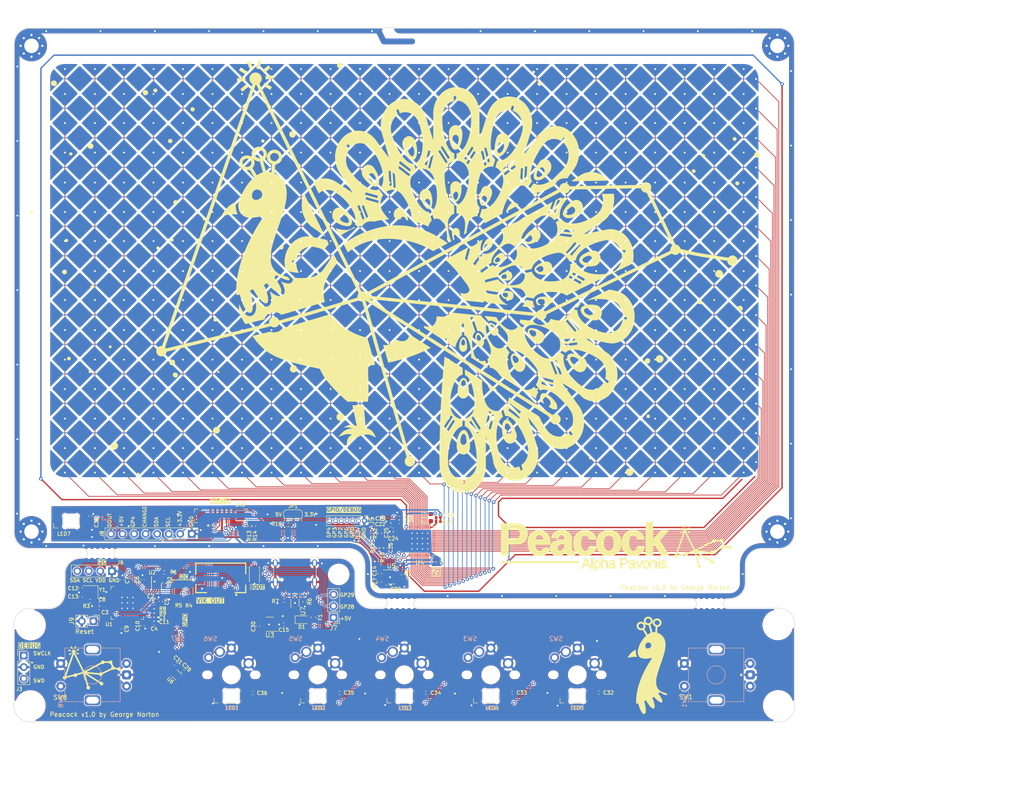
<source format=kicad_pcb>
(kicad_pcb (version 20221018) (generator pcbnew)
  (layers (0 "F.Cu" signal) (31 "B.Cu" signal) (34 "B.Paste" user) (35 "F.Paste" user) (36 "B.SilkS" user "B.Silkscreen") (37 "F.SilkS" user "F.Silkscreen") (38 "B.Mask" user) (39 "F.Mask" user) (44 "Edge.Cuts" user))
  (net 0 "")
  (net 1 "+1V1")
  (net 2 "+3.3V")
  (net 3 "Net-(U1-XIN)")
  (net 4 "/Macropad/D-")
  (net 6 "+5V")
  (net 7 "/Macropad/D+")
  (net 8 "/Macropad/SCLK")
  (net 9 "/Macropad/MISO")
  (net 10 "/Macropad/SPI_CS")
  (net 11 "/Macropad/MOSI")
  (net 12 "/Macropad/SW1")
  (net 13 "/Macropad/SW2")
  (net 14 "Net-(D1-A)")
  (net 15 "VBUS")
  (net 16 "GND")
  (net 17 "Net-(U1-QSPI_SS)")
  (net 18 "Net-(R2-Pad1)")
  (net 19 "Net-(J1-CC1)")
  (net 20 "Net-(J1-CC2)")
  (net 21 "Net-(U1-XOUT)")
  (net 22 "Net-(J3-Pin_1)")
  (net 23 "Net-(J3-Pin_3)")
  (net 24 "Net-(U1-USB_DM)")
  (net 25 "Net-(U1-USB_DP)")
  (net 26 "Net-(U1-QSPI_SD3)")
  (net 27 "Net-(U1-QSPI_SCLK)")
  (net 28 "Net-(U1-QSPI_SD0)")
  (net 29 "Net-(U1-QSPI_SD2)")
  (net 30 "Net-(U1-QSPI_SD1)")
  (net 31 "/Macropad/SW3")
  (net 32 "/Macropad/SW4")
  (net 39 "/Macropad/GPIO_AD1")
  (net 40 "/Macropad/GPIO_AD2")
  (net 42 "/Macropad/SDA")
  (net 43 "/Macropad/SCL")
  (net 44 "+5VA")
  (net 45 "/Macropad/SW5")
  (net 46 "/Macropad/SW6")
  (net 47 "/Sensor/RESET")
  (net 48 "/Sensor/SDA")
  (net 49 "/Sensor/SCL")
  (net 50 "/Sensor/CHANGE")
  (net 51 "/Sensor/Row1")
  (net 52 "/Sensor/Row2")
  (net 53 "/Sensor/Row3")
  (net 54 "/Sensor/Row4")
  (net 55 "/Sensor/Row5")
  (net 56 "/Sensor/Row6")
  (net 57 "/Sensor/Row7")
  (net 58 "/Sensor/Row8")
  (net 59 "/Sensor/Row9")
  (net 60 "/Sensor/Row10")
  (net 61 "/Sensor/Row11")
  (net 62 "/Sensor/Row12")
  (net 63 "/Sensor/Row13")
  (net 64 "/Sensor/Row14")
  (net 65 "/Sensor/Col13")
  (net 66 "/Sensor/Col14")
  (net 67 "/Sensor/Col15")
  (net 68 "/Sensor/Col16")
  (net 69 "/Sensor/Col17")
  (net 70 "/Sensor/Col18")
  (net 71 "/Sensor/Col19")
  (net 72 "/Sensor/Col20")
  (net 73 "/Sensor/Col21")
  (net 74 "/Sensor/Col22")
  (net 75 "/Sensor/Col23")
  (net 76 "/Sensor/Col24")
  (net 77 "/Sensor/Shield")
  (net 78 "/Sensor/Col12")
  (net 79 "/Sensor/Col11")
  (net 80 "/Sensor/Col10")
  (net 81 "/Sensor/Col9")
  (net 82 "/Sensor/Col8")
  (net 83 "/Sensor/Col7")
  (net 84 "/Sensor/Col6")
  (net 85 "/Sensor/Col5")
  (net 86 "/Sensor/Col4")
  (net 87 "/Sensor/Col3")
  (net 88 "/Sensor/Col2")
  (net 89 "/Sensor/Col1")
  (net 90 "Net-(C13-Pad1)")
  (net 91 "/Macropad/SW8")
  (net 92 "GND2")
  (net 93 "+3V3")
  (net 97 "Net-(U4-EXCAP0)")
  (net 98 "Net-(U4-EXCAP1)")
  (net 99 "Net-(U4-XVDD)")
  (net 100 "Net-(U4-VDDCORE)")
  (net 101 "Net-(U4-TEST)")
  (net 102 "+3.3VA")
  (net 103 "Net-(LED1-DOUT)")
  (net 104 "Net-(LED2-DOUT)")
  (net 105 "Net-(LED3-DOUT)")
  (net 106 "Net-(LED4-DOUT)")
  (net 107 "/Macropad/VIK_RGB")
  (net 108 "Net-(LED1-DIN)")
  (net 109 "/Macropad/ENC1_A")
  (net 110 "/Macropad/ENC1_B")
  (net 111 "/Macropad/ENC2_A")
  (net 112 "/Macropad/ENC2_B")
  (net 113 "/Macropad/LED_3.3V")
  (net 114 "/Sensor/GPIO0")
  (net 115 "/Sensor/GPIO1")
  (net 116 "/Sensor/GPIO2")
  (net 117 "/Sensor/GPIO3")
  (net 118 "/Sensor/GPIO4")
  (net 124 "/Sensor/VIK_RGB")
  (net 125 "Net-(JP1-C)")
  (net 126 "Net-(U5-EN)")
  (net 129 "/Macropad/RUN")
  (footprint "Connector_PinHeader_2.54mm:PinHeader_1x03_P2.54mm_Vertical" (layer "F.Cu") (at 17 194)
    (fp_text reference "J3")
    (fp_text value "Conn_01x03")
  )
  (footprint "Resistor_SMD:R_0402_1005Metric" (layer "F.Cu") (at 31.6 182 180)
    (fp_text reference "R3")
    (fp_text value "1k")
  )
  (footprint "Capacitor_SMD:C_0402_1005Metric" (layer "F.Cu") (at 45.6947 186.025)
    (fp_text reference "C11")
    (fp_text value "100n")
  )
  (footprint "Capacitor_SMD:C_0402_1005Metric" (layer "F.Cu") (at 38.7405 177.348779 90)
    (fp_text reference "C7")
    (fp_text value "100n")
  )
  (footprint "Resistor_SMD:R_0402_1005Metric" (layer "F.Cu") (at 74.375 181.9 180)
    (fp_text reference "R7")
    (fp_text value "5.1k")
  )
  (footprint "Capacitor_SMD:C_0402_1005Metric" (layer "F.Cu") (at 108.3 164.5)
    (fp_text reference "C19")
    (fp_text value "22n")
  )
  (footprint "Crystal:Crystal_SMD_2520-4Pin_2.5x2.0mm" (layer "F.Cu") (at 31.7 180 180)
    (fp_text reference "Y1")
    (fp_text value "Crystal_GND24")
  )
  (footprint "Trackpad:Mousebites" (layer "F.Cu") (at 168.125 182.55)
    (fp_text reference "REF**" hide)
    (fp_text value "mousebites-2.5mm" hide)
    (fp_line (start 2.9 0) (end 2.9 0) (stroke (width 0.05)) (layer "Edge.Cuts"))
    (fp_line (start 3.9 -1) (end 3.9 -1) (stroke (width 0.05)) (layer "Edge.Cuts"))
    (fp_line (start 3.9 1) (end 3.9 1) (stroke (width 0.05)) (layer "Edge.Cuts"))
    (fp_arc (start -3.9 -1) (mid -3.192894 -0.707107) (end -2.9 0) (stroke (width 0.1)) (layer "Edge.Cuts"))
    (fp_arc (start -2.9 0) (mid -3.192893 0.707106) (end -3.9 1) (stroke (width 0.1)) (layer "Edge.Cuts"))
    (fp_arc (start 2.9 0) (mid 3.192893 -0.707106) (end 3.9 -1) (stroke (width 0.1)) (layer "Edge.Cuts"))
    (fp_arc (start 3.9 1) (mid 3.192894 0.707107) (end 2.9 0) (stroke (width 0.1)) (layer "Edge.Cuts"))
  )
  (footprint "Trackpad:Mousebites" (layer "F.Cu") (at 33.925 171.5)
    (fp_text reference "REF**" hide)
    (fp_text value "mousebites-2.5mm" hide)
    (fp_line (start 2.9 0) (end 2.9 0) (stroke (width 0.05)) (layer "Edge.Cuts"))
    (fp_line (start 3.9 -1) (end 3.9 -1) (stroke (width 0.05)) (layer "Edge.Cuts"))
    (fp_line (start 3.9 1) (end 3.9 1) (stroke (width 0.05)) (layer "Edge.Cuts"))
    (fp_arc (start -3.9 -1) (mid -3.192894 -0.707107) (end -2.9 0) (stroke (width 0.1)) (layer "Edge.Cuts"))
    (fp_arc (start -2.9 0) (mid -3.192893 0.707106) (end -3.9 1) (stroke (width 0.1)) (layer "Edge.Cuts"))
    (fp_arc (start 2.9 0) (mid 3.192893 -0.707106) (end 3.9 -1) (stroke (width 0.1)) (layer "Edge.Cuts"))
    (fp_arc (start 3.9 1) (mid 3.192894 0.707107) (end 2.9 0) (stroke (width 0.1)) (layer "Edge.Cuts"))
  )
  (footprint "MountingHole:MountingHole_3.2mm_M3_Pad_Via" (layer "F.Cu") (at 18.697056 166.697056)
    (fp_text reference "H4" hide)
    (fp_text value "MountingHole_Pad")
  )
  (footprint "PCM_marbastlib-various:LED_6028R" (layer "F.Cu") (at 62.71 202.925)
    (fp_text reference "LED1")
    (fp_text value "SK6812-MINI-E")
    (fp_line (start -1.699999 -0.702843) (end -1.699999 0.702841) (stroke (width 0.1)) (layer "Edge.Cuts"))
    (fp_line (start -0.794452 1.499999) (end 0.794452 1.499999) (stroke (width 0.1)) (layer "Edge.Cuts"))
    (fp_line (start 0.794452 -1.5) (end -0.794453 -1.5) (stroke (width 0.1)) (layer "Edge.Cuts"))
    (fp_line (start 1.699999 0.702841) (end 1.699999 -0.702843) (stroke (width 0.1)) (layer "Edge.Cuts"))
    (fp_arc (start -1.749484 -0.919721) (mid -1.712527 -0.814069) (end -1.699999 -0.702844) (stroke (width 0.1)) (layer "Edge.Cuts"))
    (fp_arc (start -1.749484 -0.919721) (mid -1.638071 -1.504036) (end -1.046711 -1.568299) (stroke (width 0.1)) (layer "Edge.Cuts"))
    (fp_arc (start -1.699999 0.702841) (mid -1.712527 0.814067) (end -1.749484 0.919719) (stroke (width 0.1)) (layer "Edge.Cuts"))
    (fp_arc (start -1.046711 1.568298) (mid -1.638072 1.504034) (end -1.749484 0.919718) (stroke (width 0.1)) (layer "Edge.Cuts"))
    (fp_arc (start -1.046711 1.568298) (mid -0.925123 1.517376) (end -0.794452 1.499999) (stroke (width 0.1)) (layer "Edge.Cuts"))
    (fp_arc (start -0.794453 -1.5) (mid -0.925123 -1.517377) (end -1.046711 -1.568299) (stroke (width 0.1)) (layer "Edge.Cuts"))
    (fp_arc (start 0.794452 1.499999) (mid 0.925122 1.517376) (end 1.04671 1.568298) (stroke (width 0.1)) (layer "Edge.Cuts"))
    (fp_arc (start 1.046711 -1.5683) (mid 0.925123 -1.517378) (end 0.794453 -1.500001) (stroke (width 0.1)) (layer "Edge.Cuts"))
    (fp_arc (start 1.046711 -1.5683) (mid 1.638071 -1.504036) (end 1.749484 -0.919721) (stroke (width 0.1)) (layer "Edge.Cuts"))
    (fp_arc (start 1.699999 -0.702843) (mid 1.712527 -0.814069) (end 1.749484 -0.919721) (stroke (width 0.1)) (layer "Edge.Cuts"))
    (fp_arc (start 1.749484 0.919719) (mid 1.63807 1.504033) (end 1.046711 1.568296) (stroke (width 0.1)) (layer "Edge.Cuts"))
    (fp_arc (start 1.749484 0.919719) (mid 1.712527 0.814067) (end 1.699999 0.702842) (stroke (width 0.1)) (layer "Edge.Cuts"))
  )
  (footprint "Resistor_SMD:R_0402_1005Metric" (layer "F.Cu") (at 95.45 167.05 -90)
    (fp_text reference "R12")
    (fp_text value "10k")
  )
  (footprint "MountingHole:MountingHole_3.2mm_M3" (layer "F.Cu") (at 183.2 204.97)
    (fp_text reference "H8" hide)
    (fp_text value "MountingHole")
  )
  (footprint "Capacitor_SMD:C_0402_1005Metric" (layer "F.Cu") (at 29.5 179.1 -90)
    (fp_text reference "C12")
    (fp_text value "15p")
  )
  (footprint "Capacitor_SMD:C_0402_1005Metric" (layer "F.Cu") (at 96.75 170.3 90)
    (fp_text reference "C16")
    (fp_text value "10nF")
  )
  (footprint "Capacitor_SMD:C_0402_1005Metric" (layer "F.Cu") (at 98.4 166.248779)
    (fp_text reference "C25")
    (fp_text value "22n")
  )
  (footprint "MountingHole:MountingHole_3.2mm_M3" (layer "F.Cu") (at 18.44 204.97)
    (fp_text reference "H9" hide)
    (fp_text value "MountingHole")
  )
  (footprint "Vik:vik-keyboard-connector-horizontal" (layer "F.Cu") (at 60.3905 177.936018 180)
    (fp_text reference "J2" hide)
    (fp_text value "~")
  )
  (footprint "Capacitor_SMD:C_0402_1005Metric" (layer "F.Cu") (at 50.420589 195.830589 135)
    (fp_text reference "C31")
    (fp_text value "100n")
  )
  (footprint "PCM_marbastlib-various:LED_6028R" (layer "F.Cu") (at 81.76 202.925)
    (fp_text reference "LED2")
    (fp_text value "SK6812-MINI-E")
    (fp_line (start -1.699999 -0.702843) (end -1.699999 0.702841) (stroke (width 0.1)) (layer "Edge.Cuts"))
    (fp_line (start -0.794452 1.499999) (end 0.794452 1.499999) (stroke (width 0.1)) (layer "Edge.Cuts"))
    (fp_line (start 0.794452 -1.5) (end -0.794453 -1.5) (stroke (width 0.1)) (layer "Edge.Cuts"))
    (fp_line (start 1.699999 0.702841) (end 1.699999 -0.702843) (stroke (width 0.1)) (layer "Edge.Cuts"))
    (fp_arc (start -1.749484 -0.919721) (mid -1.712527 -0.814069) (end -1.699999 -0.702844) (stroke (width 0.1)) (layer "Edge.Cuts"))
    (fp_arc (start -1.749484 -0.919721) (mid -1.638071 -1.504036) (end -1.046711 -1.568299) (stroke (width 0.1)) (layer "Edge.Cuts"))
    (fp_arc (start -1.699999 0.702841) (mid -1.712527 0.814067) (end -1.749484 0.919719) (stroke (width 0.1)) (layer "Edge.Cuts"))
    (fp_arc (start -1.046711 1.568298) (mid -1.638072 1.504034) (end -1.749484 0.919718) (stroke (width 0.1)) (layer "Edge.Cuts"))
    (fp_arc (start -1.046711 1.568298) (mid -0.925123 1.517376) (end -0.794452 1.499999) (stroke (width 0.1)) (layer "Edge.Cuts"))
    (fp_arc (start -0.794453 -1.5) (mid -0.925123 -1.517377) (end -1.046711 -1.568299) (stroke (width 0.1)) (layer "Edge.Cuts"))
    (fp_arc (start 0.794452 1.499999) (mid 0.925122 1.517376) (end 1.04671 1.568298) (stroke (width 0.1)) (layer "Edge.Cuts"))
    (fp_arc (start 1.046711 -1.5683) (mid 0.925123 -1.517378) (end 0.794453 -1.500001) (stroke (width 0.1)) (layer "Edge.Cuts"))
    (fp_arc (start 1.046711 -1.5683) (mid 1.638071 -1.504036) (end 1.749484 -0.919721) (stroke (width 0.1)) (layer "Edge.Cuts"))
    (fp_arc (start 1.699999 -0.702843) (mid 1.712527 -0.814069) (end 1.749484 -0.919721) (stroke (width 0.1)) (layer "Edge.Cuts"))
    (fp_arc (start 1.749484 0.919719) (mid 1.63807 1.504033) (end 1.046711 1.568296) (stroke (width 0.1)) (layer "Edge.Cuts"))
    (fp_arc (start 1.749484 0.919719) (mid 1.712527 0.814067) (end 1.699999 0.702842) (stroke (width 0.1)) (layer "Edge.Cuts"))
  )
  (footprint "Capacitor_SMD:C_0402_1005Metric" (layer "F.Cu") (at 108.325 173.405 90)
    (fp_text reference "C21")
    (fp_text value "22n")
  )
  (footprint "Package_TO_SOT_SMD:SOT-666" (layer "F.Cu") (at 76.725 182.4 90)
    (fp_text reference "U7")
    (fp_text value "USBLC6-2P6")
  )
  (footprint "Capacitor_SMD:C_0402_1005Metric" (layer "F.Cu") (at 52.029411 197.399411 -45)
    (fp_text reference "C29")
    (fp_text value "100n")
  )
  (footprint "Capacitor_SMD:C_0402_1005Metric" (layer "F.Cu") (at 45.6947 186.95)
    (fp_text reference "C4")
    (fp_text value "1µ")
  )
  (footprint "Capacitor_SMD:C_0402_1005Metric" (layer "F.Cu") (at 43.1405 177.300018 90)
    (fp_text reference "C6")
    (fp_text value "100n")
  )
  (footprint "Capacitor_SMD:C_0402_1005Metric" (layer "F.Cu") (at 86.51 202.23)
    (fp_text reference "C35")
    (fp_text value "100n")
  )
  (footprint "MountingHole:MountingHole_3.2mm_M3_Pad_Via" (layer "F.Cu") (at 18.6971 59.697056)
    (fp_text reference "H3" hide)
    (fp_text value "MountingHole_Pad")
  )
  (footprint "PCM_marbastlib-various:LED_6028R" (layer "F.Cu") (at 100.81 202.925)
    (fp_text reference "LED3")
    (fp_text value "SK6812-MINI-E")
    (fp_line (start -1.699999 -0.702843) (end -1.699999 0.702841) (stroke (width 0.1)) (layer "Edge.Cuts"))
    (fp_line (start -0.794452 1.499999) (end 0.794452 1.499999) (stroke (width 0.1)) (layer "Edge.Cuts"))
    (fp_line (start 0.794452 -1.5) (end -0.794453 -1.5) (stroke (width 0.1)) (layer "Edge.Cuts"))
    (fp_line (start 1.699999 0.702841) (end 1.699999 -0.702843) (stroke (width 0.1)) (layer "Edge.Cuts"))
    (fp_arc (start -1.749484 -0.919721) (mid -1.712527 -0.814069) (end -1.699999 -0.702844) (stroke (width 0.1)) (layer "Edge.Cuts"))
    (fp_arc (start -1.749484 -0.919721) (mid -1.638071 -1.504036) (end -1.046711 -1.568299) (stroke (width 0.1)) (layer "Edge.Cuts"))
    (fp_arc (start -1.699999 0.702841) (mid -1.712527 0.814067) (end -1.749484 0.919719) (stroke (width 0.1)) (layer "Edge.Cuts"))
    (fp_arc (start -1.046711 1.568298) (mid -1.638072 1.504034) (end -1.749484 0.919718) (stroke (width 0.1)) (layer "Edge.Cuts"))
    (fp_arc (start -1.046711 1.568298) (mid -0.925123 1.517376) (end -0.794452 1.499999) (stroke (width 0.1)) (layer "Edge.Cuts"))
    (fp_arc (start -0.794453 -1.5) (mid -0.925123 -1.517377) (end -1.046711 -1.568299) (stroke (width 0.1)) (layer "Edge.Cuts"))
    (fp_arc (start 0.794452 1.499999) (mid 0.925122 1.517376) (end 1.04671 1.568298) (stroke (width 0.1)) (layer "Edge.Cuts"))
    (fp_arc (start 1.046711 -1.5683) (mid 0.925123 -1.517378) (end 0.794453 -1.500001) (stroke (width 0.1)) (layer "Edge.Cuts"))
    (fp_arc (start 1.046711 -1.5683) (mid 1.638071 -1.504036) (end 1.749484 -0.919721) (stroke (width 0.1)) (layer "Edge.Cuts"))
    (fp_arc (start 1.699999 -0.702843) (mid 1.712527 -0.814069) (end 1.749484 -0.919721) (stroke (width 0.1)) (layer "Edge.Cuts"))
    (fp_arc (start 1.749484 0.919719) (mid 1.63807 1.504033) (end 1.046711 1.568296) (stroke (width 0.1)) (layer "Edge.Cuts"))
    (fp_arc (start 1.749484 0.919719) (mid 1.712527 0.814067) (end 1.699999 0.702842) (stroke (width 0.1)) (layer "Edge.Cuts"))
  )
  (footprint "Resistor_SMD:R_1206_3216Metric_Pad1.30x1.75mm_HandSolder" (layer "F.Cu") (at 53.35 179.85 -90)
    (fp_text reference "R4")
    (fp_text value "4.7k")
  )
  (footprint "Capacitor_SMD:C_0402_1005Metric" (layer "F.Cu") (at 67.44 202.22)
    (fp_text reference "C36")
    (fp_text value "100n")
  )
  (footprint "Resistor_SMD:R_0402_1005Metric" (layer "F.Cu") (at 67.7 165.5 -90)
    (fp_text reference "R14")
    (fp_text value "3.3k")
  )
  (footprint "Resistor_SMD:R_0402_1005Metric" (layer "F.Cu") (at 66.75 165.5 -90)
    (fp_text reference "R13")
    (fp_text value "3.3k")
  )
  (footprint "Button_Switch_SMD:SW_SPST_CK_KXT3" (layer "F.Cu") (at 67.8 176.07 90)
    (fp_text reference "SW_BOOT1" hide)
    (fp_text value "SW_Push")
  )
  (footprint "MountingHole:MountingHole_3.2mm_M3" (layer "F.Cu") (at 18.5 187.26)
    (fp_text reference "H5" hide)
    (fp_text value "MountingHole")
  )
  (footprint "Capacitor_SMD:C_0402_1005Metric" (layer "F.Cu") (at 29.5 181.1 90)
    (fp_text reference "C13")
    (fp_text value "15p")
  )
  (footprint "Capacitor_SMD:C_0402_1005Metric" (layer "F.Cu") (at 96.8 178.85)
    (fp_text reference "C39")
    (fp_text value "10nF")
  )
  (footprint "Capacitor_SMD:C_0402_1005Metric" (layer "F.Cu") (at 98.4 167.198779)
    (fp_text reference "C24")
    (fp_text value "2.2µ")
  )
  (footprint "Resistor_SMD:R_0402_1005Metric" (layer "F.Cu") (at 78.875 182.125 -90)
    (fp_text reference "R6")
    (fp_text value "5.1k")
  )
  (footprint "Resistor_SMD:R_0402_1005Metric" (layer "F.Cu") (at 45.7197 184.17)
    (fp_text reference "R9")
    (fp_text value "27")
  )
  (footprint "Trackpad:USB_C_Receptacle_HRO_TYPE-C-31-M-12" (layer "F.Cu") (at 76.7205 174.675 180)
    (fp_text reference "J1" hide)
    (fp_text value "USB_C_Receptacle_USB2.0")
  )
  (footprint "Capacitor_SMD:C_0402_1005Metric" (layer "F.Cu") (at 33.625 183.6 180)
    (fp_text reference "C3")
    (fp_text value "100n")
  )
  (footprint "Connector_PinHeader_2.54mm:PinHeader_1x04_P2.54mm_Vertical" (layer "F.Cu") (at 36.4 175.4 -90)
    (fp_text reference "J6")
    (fp_text value "Conn_01x04_Pin")
  )
  (footprint "Resistor_SMD:R_0402_1005Metric" (layer "F.Cu") (at 48.0197 178 90)
    (fp_text reference "R2")
    (fp_text value "1k")
  )
  (footprint "Trackpad:USON-8-1EP_3x2mm_P0.5mm_EP0.25x1.65mm" (layer "F.Cu") (at 46.2197 178.1 -90)
    (fp_text reference "U2" hide)
    (fp_text value "W25Q16JVUXIQ")
  )
  (footprint "Vik:vik-module-connector-vertical" (layer "F.Cu") (at 60.4 163.198779)
    (fp_text reference "J4" hide)
    (fp_text value "~")
  )
  (footprint "Capacitor_SMD:C_0402_1005Metric" (layer "F.Cu") (at 97.8447 165.3)
    (fp_text reference "C22")
    (fp_text value "1µ")
  )
  (footprint "Capacitor_SMD:C_0402_1005Metric" (layer "F.Cu") (at 97.8447 164.375)
    (fp_text reference "C23")
    (fp_text value "22n")
  )
  (footprint "PCM_marbastlib-various:LED_6028R" (layer "F.Cu") (at 27.4 164.4)
    (fp_text reference "LED7")
    (fp_text value "SK6812-MINI-E")
    (fp_line (start -1.699999 -0.702843) (end -1.699999 0.702841) (stroke (width 0.1)) (layer "Edge.Cuts"))
    (fp_line (start -0.794452 1.499999) (end 0.794452 1.499999) (stroke (width 0.1)) (layer "Edge.Cuts"))
    (fp_line (start 0.794452 -1.5) (end -0.794453 -1.5) (stroke (width 0.1)) (layer "Edge.Cuts"))
    (fp_line (start 1.699999 0.702841) (end 1.699999 -0.702843) (stroke (width 0.1)) (layer "Edge.Cuts"))
    (fp_arc (start -1.749484 -0.919721) (mid -1.712527 -0.814069) (end -1.699999 -0.702844) (stroke (width 0.1)) (layer "Edge.Cuts"))
    (fp_arc (start -1.749484 -0.919721) (mid -1.638071 -1.504036) (end -1.046711 -1.568299) (stroke (width 0.1)) (layer "Edge.Cuts"))
    (fp_arc (start -1.699999 0.702841) (mid -1.712527 0.814067) (end -1.749484 0.919719) (stroke (width 0.1)) (layer "Edge.Cuts"))
    (fp_arc (start -1.046711 1.568298) (mid -1.638072 1.504034) (end -1.749484 0.919718) (stroke (width 0.1)) (layer "Edge.Cuts"))
    (fp_arc (start -1.046711 1.568298) (mid -0.925123 1.517376) (end -0.794452 1.499999) (stroke (width 0.1)) (layer "Edge.Cuts"))
    (fp_arc (start -0.794453 -1.5) (mid -0.925123 -1.517377) (end -1.046711 -1.568299) (stroke (width 0.1)) (layer "Edge.Cuts"))
    (fp_arc (start 0.794452 1.499999) (mid 0.925122 1.517376) (end 1.04671 1.568298) (stroke (width 0.1)) (layer "Edge.Cuts"))
    (fp_arc (start 1.046711 -1.5683) (mid 0.925123 -1.517378) (end 0.794453 -1.500001) (stroke (width 0.1)) (layer "Edge.Cuts"))
    (fp_arc (start 1.046711 -1.5683) (mid 1.638071 -1.504036) (end 1.749484 -0.919721) (stroke (width 0.1)) (layer "Edge.Cuts"))
    (fp_arc (start 1.699999 -0.702843) (mid 1.712527 -0.814069) (end 1.749484 -0.919721) (stroke (width 0.1)) (layer "Edge.Cuts"))
    (fp_arc (start 1.749484 0.919719) (mid 1.63807 1.504033) (end 1.046711 1.568296) (stroke (width 0.1)) (layer "Edge.Cuts"))
    (fp_arc (start 1.749484 0.919719) (mid 1.712527 0.814067) (end 1.699999 0.702842) (stroke (width 0.1)) (layer "Edge.Cuts"))
  )
  (footprint "Capacitor_SMD:C_0402_1005Metric" (layer "F.Cu") (at 45.6947 185.1)
    (fp_text reference "C1")
    (fp_text value "1µ")
  )
  (footprint "Connector_PinHeader_2.54mm:PinHeader_1x03_P2.54mm_Vertical" (layer "F.Cu") (at 85.23 185.63 180)
    (fp_text reference "J7")
    (fp_text value "Conn_01x02_Pin")
  )
  (footprint "Capacitor_SMD:C_0402_1005Metric" (layer "F.Cu") (at 47.16 182.09 90)
    (fp_text reference "C5")
    (fp_text value "100n")
  )
  (footprint "Resistor_SMD:R_0402_1005Metric" (layer "F.Cu") (at 95.4 177.8 -90)
    (fp_text reference "R17")
    (fp_text value "10k")
  )
  (footprint "MountingHole:MountingHole_3.2mm_M3" (layer "F.Cu") (at 183.08 187.26)
    (fp_text reference "H7" hide)
    (fp_text value "MountingHole")
  )
  (footprint "MountingHole:MountingHole_3.2mm_M3_Pad_Via" (layer "F.Cu") (at 183 166.697056)
    (fp_text reference "H2" hide)
    (fp_text value "MountingHole_Pad")
  )
  (footprint "Package_TO_SOT_SMD:SOT-23-5" (layer "F.Cu") (at 97.975 176.675)
    (fp_text reference "U5")
    (fp_text value "MIC5323-3.3YD5-TR")
  )
  (footprint "Capacitor_SMD:C_0402_1005Metric" (layer "F.Cu") (at 74.27 187.16 180)
    (fp_text reference "C15")
    (fp_text value "1µ")
  )
  (footprint "Package_TO_SOT_SMD:SOT-563" (layer "F.Cu") (at 50.726117 198.356777 -45)
    (fp_text reference "U6")
    (fp_text value "SN74LVC1T45DRL")
  )
  (footprint "Resistor_SMD:R_0402_1005Metric" (layer "F.Cu") (at 47.9197 175.7 180)
    (fp_text reference "R1")
    (fp_text value "10k")
  )
  (footprint "Capacitor_SMD:C_0402_1005Metric" (layer "F.Cu") (at 33.625 182.647588 180)
    (fp_text reference "C8")
    (fp_text value "100n")
  )
  (footprint "Connector_PinHeader_2.54mm:PinHeader_1x08_P2.54mm_Vertical" (layer "F.Cu") (at 54 167.2 -90)
    (fp_text reference "J8")
    (fp_text value "Conn_01x08_Pin")
  )
  (footprint "Resistor_SMD:R_0402_1005Metric" (layer "F.Cu") (at 95.8 170.3 -90)
    (fp_text reference "R10")
    (fp_text value "12k")
  )
  (footprint "Package_DFN_QFN:QFN-56-1EP_7x7mm_P0.4mm_EP3.2x3.2mm" (layer "F.Cu") (at 39.8105 182.397588 -90)
    (fp_text reference "U1")
    (fp_text value "RP2040")
  )
  (footprint "Connector_PinHeader_1.27mm:PinHeader_1x07_P1.27mm_Vertical" (layer "F.Cu") (at 92 164.3 -90)
    (fp_text reference "J5")
    (fp_text value "Conn_01x07_Pin")
  )
  (footprint "Resistor_SMD:R_1206_3216Metric_Pad1.30x1.75mm_HandSolder" (layer "F.Cu") (at 51.1 179.85 -90)
    (fp_text reference "R5")
    (fp_text value "4.7k")
  )
  (footprint "Jumper:SolderJumper-3_P1.3mm_Open_RoundedPad1.0x1.5mm" (layer "F.Cu") (at 76.3 162.9)
    (fp_text reference "JP1")
    (fp_text value "SolderJumper_3_Open")
  )
  (footprint "Capacitor_SMD:C_0402_1005Metric" (layer "F.Cu") (at 31.7 163.3 90)
    (fp_text reference "C38")
    (fp_text value "100n")
  )
  (footprint "Trackpad:QFN-56_EP_6x6_Pitch0.35mm" (layer "F.Cu") (at 104.244905 168.783779 180)
    (fp_text reference "U4")
    (fp_text value "mXT336UD-MAU002")
  )
  (footprint "Capacitor_SMD:C_0402_1005Metric" (layer "F.Cu") (at 143.66 202.17)
    (fp_text reference "C32")
    (fp_text value "100n")
  )
  (footprint "PCM_marbastlib-various:LED_6028R" (layer "F.Cu") (at 138.91 202.925)
    (fp_text reference "LED5")
    (fp_text value "SK6812-MINI-E")
    (fp_line (start -1.699999 -0.702843) (end -1.699999 0.702841) (stroke (width 0.1)) (layer "Edge.Cuts"))
    (fp_line (start -0.794452 1.499999) (end 0.794452 1.499999) (stroke (width 0.1)) (layer "Edge.Cuts"))
    (fp_line (start 0.794452 -1.5) (end -0.794453 -1.5) (stroke (width 0.1)) (layer "Edge.Cuts"))
    (fp_line (start 1.699999 0.702841) (end 1.699999 -0.702843) (stroke (width 0.1)) (layer "Edge.Cuts"))
    (fp_arc (start -1.749484 -0.919721) (mid -1.712527 -0.814069) (end -1.699999 -0.702844) (stroke (width 0.1)) (layer "Edge.Cuts"))
    (fp_arc (start -1.749484 -0.919721) (mid -1.638071 -1.504036) (end -1.046711 -1.568299) (stroke (width 0.1)) (layer "Edge.Cuts"))
    (fp_arc (start -1.699999 0.702841) (mid -1.712527 0.814067) (end -1.749484 0.919719) (stroke (width 0.1)) (layer "Edge.Cuts"))
    (fp_arc (start -1.046711 1.568298) (mid -1.638072 1.504034) (end -1.749484 0.919718) (stroke (width 0.1)) (layer "Edge.Cuts"))
    (fp_arc (start -1.046711 1.568298) (mid -0.925123 1.517376) (end -0.794452 1.499999) (stroke (width 0.1)) (layer "Edge.Cuts"))
    (fp_arc (start -0.794453 -1.5) (mid -0.925123 -1.517377) (end -1.046711 -1.568299) (stroke (width 0.1)) (layer "Edge.Cuts"))
    (fp_arc (start 0.794452 1.499999) (mid 0.925122 1.517376) (end 1.04671 1.568298) (stroke (width 0.1)) (layer "Edge.Cuts"))
    (fp_arc (start 1.046711 -1.5683) (mid 0.925123 -1.517378) (end 0.794453 -1.500001) (stroke (width 0.1)) (layer "Edge.Cuts"))
    (fp_arc (start 1.046711 -1.5683) (mid 1.638071 -1.504036) (end 1.749484 -0.919721) (stroke (width 0.1)) (layer "Edge.Cuts"))
    (fp_arc (start 1.699999 -0.702843) (mid 1.712527 -0.814069) (end 1.749484 -0.919721) (stroke (width 0.1)) (layer "Edge.Cuts"))
    (fp_arc (start 1.749484 0.919719) (mid 1.63807 1.504033) (end 1.046711 1.568296) (stroke (width 0.1)) (layer "Edge.Cuts"))
    (fp_arc (start 1.749484 0.919719) (mid 1.712527 0.814067) (end 1.699999 0.702842) (stroke (width 0.1)) (layer "Edge.Cuts"))
  )
  (footprint "Resistor_SMD:R_0402_1005Metric_Pad0.72x0.64mm_HandSolder" (layer "F.Cu") (at 75.3025 165.2)
    (fp_text reference "R16")
    (fp_text value "0k")
  )
  (footprint "MountingHole:MountingHole_3.2mm_M3_Pad_Via" (layer "F.Cu") (at 183 59.697056)
    (fp_text reference "H1" hide)
    (fp_text value "MountingHole_Pad")
  )
  (footprint "Capacitor_SMD:C_0402_1005Metric" (layer "F.Cu") (at 105.53 202.18)
    (fp_text reference "C34")
    (fp_text value "100n")
  )
  (footprint "Capacitor_SMD:C_0402_1005Metric" (layer "F.Cu") (at 99.6947 164.6 180)
    (fp_text reference "C27")
    (fp_text value "22n")
  )
  (footprint "PCM_marbastlib-various:LED_6028R" (layer "F.Cu") (at 119.86 202.925)
    (fp_text reference "LED4")
    (fp_text value "SK6812-MINI-E")
    (fp_line (start -1.699999 -0.702843) (end -1.699999 0.702841) (stroke (width 0.1)) (layer "Edge.Cuts"))
    (fp_line (start -0.794452 1.499999) (end 0.794452 1.499999) (stroke (width 0.1)) (layer "Edge.Cuts"))
    (fp_line (start 0.794452 -1.5) (end -0.794453 -1.5) (stroke (width 0.1)) (layer "Edge.Cuts"))
    (fp_line (start 1.699999 0.702841) (end 1.699999 -0.702843) (stroke (width 0.1)) (layer "Edge.Cuts"))
    (fp_arc (start -1.749484 -0.919721) (mid -1.712527 -0.814069) (end -1.699999 -0.702844) (stroke (width 0.1)) (layer "Edge.Cuts"))
    (fp_arc (start -1.749484 -0.919721) (mid -1.638071 -1.504036) (end -1.046711 -1.568299) (stroke (width 0.1)) (layer "Edge.Cuts"))
    (fp_arc (start -1.699999 0.702841) (mid -1.712527 0.814067) (end -1.749484 0.919719) (stroke (width 0.1)) (layer "Edge.Cuts"))
    (fp_arc (start -1.046711 1.568298) (mid -1.638072 1.504034) (end -1.749484 0.919718) (stroke (width 0.1)) (layer "Edge.Cuts"))
    (fp_arc (start -1.046711 1.568298) (mid -0.925123 1.517376) (end -0.794452 1.499999) (stroke (width 0.1)) (layer "Edge.Cuts"))
    (fp_arc (start -0.794453 -1.5) (mid -0.925123 -1.517377) (end -1.046711 -1.568299) (stroke (width 0.1)) (layer "Edge.Cuts"))
    (fp_arc (start 0.794452 1.499999) (mid 0.925122 1.517376) (end 1.04671 1.568298) (stroke (width 0.1)) (layer "Edge.Cuts"))
    (fp_arc (start 1.046711 -1.5683) (mid 0.925123 -1.517378) (end 0.794453 -1.500001) (stroke (width 0.1)) (layer "Edge.Cuts"))
    (fp_arc (start 1.046711 -1.5683) (mid 1.638071 -1.504036) (end 1.749484 -0.919721) (stroke (width 0.1)) (layer "Edge.Cuts"))
    (fp_arc (start 1.699999 -0.702843) (mid 1.712527 -0.814069) (end 1.749484 -0.919721) (stroke (width 0.1)) (layer "Edge.Cuts"))
    (fp_arc (start 1.749484 0.919719) (mid 1.63807 1.504033) (end 1.046711 1.568296) (stroke (width 0.1)) (layer "Edge.Cuts"))
    (fp_arc (start 1.749484 0.919719) (mid 1.712527 0.814067) (end 1.699999 0.702842) (stroke (width 0.1)) (layer "Edge.Cuts"))
  )
  (footprint "Resistor_SMD:R_0402_1005Metric" (layer "F.Cu") (at 94.85 170.3 -90)
    (fp_text reference "R11")
    (fp_text value "10k")
  )
  (footprint "Capacitor_SMD:C_0402_1005Metric" (layer "F.Cu") (at 38.5947 188.05 -90)
    (fp_text reference "C9")
    (fp_text value "100n")
  )
  (footprint "Capacitor_SMD:C_0402_1005Metric" (layer "F.Cu") (at 46.18 181.49 90)
    (fp_text reference "C2")
    (fp_text value "100n")
  )
  (footprint "Capacitor_SMD:C_0402_1005Metric" (layer "F.Cu") (at 95.4 175.95 -90)
    (fp_text reference "C14")
    (fp_text value "1µ")
  )
  (footprint "Capacitor_SMD:C_0402_1005Metric" (layer "F.Cu") (at 99.6947 163.675 180)
    (fp_text reference "C26")
    (fp_text value "2.2µ")
  )
  (footprint "Capacitor_SMD:C_0402_1005Metric" (layer "F.Cu") (at 124.57 202.2)
    (fp_text reference "C33")
    (fp_text value "100n")
  )
  (footprint "Capacitor_SMD:C_0402_1005Metric" (layer "F.Cu") (at 43.15 187.448779 -90)
    (fp_text reference "C10")
    (fp_text value "100n")
  )
  (footprint "Capacitor_SMD:C_0402_1005Metric" (layer "F.Cu") (at 108.3 163.575)
    (fp_text reference "C18")
    (fp_text value "1µ")
  )
  (footprint "Resistor_SMD:R_0402_1005Metric" (layer "F.Cu") (at 45.7197 183.22)
    (fp_text reference "R8")
    (fp_text value "27")
  )
  (footprint "Diode_SMD:D_SOD-323" (layer "F.Cu") (at 78.37 186.11)
    (fp_text reference "D1")
    (fp_text value "B5817")
  )
  (footprint "MountingHole:MountingHole_2.2mm_M2" (layer "F.Cu") (at 86.36 176.13)
    (fp_text reference "H6" hide)
    (fp_text value "MountingHole")
  )
  (footprint "Capacitor_SMD:C_0402_1005Metric" (layer "F.Cu") (at 100.525 176.2 -90)
    (fp_text reference "C28")
    (fp_text value "1µ")
  )
  (footprint "Fuse:Fuse_0603_1608Metric" (layer "F.Cu") (at 80.8 185.6 90)
    (fp_text reference "F1")
    (fp_text value "Polyfuse")
  )
  (footprint "Capacitor_SMD:C_0603_1608Metric" (layer "F.Cu") (at 106.65 163.6 90)
    (fp_text reference "C17")
    (fp_text value "2.2nF")
  )
  (footprint "Capacitor_SMD:C_0402_1005Metric" (layer "F.Cu") (at 107.35 173.398779 90)
    (fp_text reference "C20")
    (fp_text value "2.2µ")
  )
  (footprint "Connector_PinHeader_2.54mm:PinHeader_1x02_P2.54mm_Vertical" (layer "F.Cu") (at 32.325 186.425 -90)
    (fp_text reference "J9")
    (fp_text value "Conn_01x02_Pin")
  )
  (footprint "Package_TO_SOT_SMD:SOT-23-5" (layer "F.Cu") (at 71.2 187.1 180)
    (fp_text reference "U3")
    (fp_text value "MIC5323-3.3YD5-TR")
  )
  (footprint "Trackpad:Mousebites" (layer "F.Cu") (at 99.925 182.55)
    (fp_text reference "REF**" hide)
    (fp_text value "mousebites-2.5mm" hide)
    (fp_line (start 2.9 0) (end 2.9 0) (stroke (width 0.05)) (layer "Edge.Cuts"))
    (fp_line (start 3.9 -1) (end 3.9 -1) (stroke (width 0.05)) (layer "Edge.Cuts"))
    (fp_line (start 3.9 1) (end 3.9 1) (stroke (width 0.05)) (layer "Edge.Cuts"))
    (fp_arc (start -3.9 -1) (mid -3.192894 -0.707107) (end -2.9 0) (stroke (width 0.1)) (layer "Edge.Cuts"))
    (fp_arc (start -2.9 0) (mid -3.192893 0.707106) (end -3.9 1) (stroke (width 0.1)) (layer "Edge.Cuts"))
    (fp_arc (start 2.9 0) (mid 3.192893 -0.707106) (end 3.9 -1) (stroke (width 0.1)) (layer "Edge.Cuts"))
    (fp_arc (start 3.9 1) (mid 3.192894 0.707107) (end 2.9 0) (stroke (width 0.1)) (layer "Edge.Cuts"))
  )
  (footprint "Capacitor_SMD:C_0402_1005Metric" (layer "F.Cu") (at 68.68 187.57 90)
    (fp_text reference "C30")
    (fp_text value "1µ")
  )
  (footprint "PCM_marbastlib-xp-choc:SW_choc_MxCombo_1u" (layer "B.Cu") (at 138.92 198.25 180)
    (fp_text reference "SW2" hide)
    (fp_text value "SW_Push")
  )
  (footprint "PCM_marbastlib-xp-choc:SW_choc_MxCombo_1u" (layer "B.Cu") (at 81.77 198.25 180)
    (fp_text reference "SW5" hide)
    (fp_text value "SW_Push")
  )
  (footprint "PCM_marbastlib-xp-choc:SW_choc_MxCombo_1u" (layer "B.Cu") (at 62.72 198.25 180)
    (fp_text reference "SW6" hide)
    (fp_text value "SW_Push")
  )
  (footprint "PCM_marbastlib-various:ROT_Alps_EC11E-Switch" (layer "B.Cu") (at 32.14 198.25 -90)
    (fp_text reference "SW8")
    (fp_text value "RotaryEncoder_Switch")
  )
  (footprint "PCM_marbastlib-xp-choc:SW_choc_MxCombo_1u" (layer "B.Cu") (at 100.82 198.25 180)
    (fp_text reference "SW4" hide)
    (fp_text value "SW_Push")
  )
  (footprint "PCM_marbastlib-various:ROT_Alps_EC11E-Switch" (layer "B.Cu") (at 169.5 198.25 -90)
    (fp_text reference "SW1")
    (fp_text value "RotaryEncoder_Switch")
  )
  (footprint "PCM_marbastlib-xp-choc:SW_choc_MxCombo_1u" (layer "B.Cu") (at 119.87 198.25 180)
    (fp_text reference "SW3" hide)
    (fp_text value "SW_Push")
  )
  (gr_line (start 28.357884 198.30484) (end 28.354906 198.302728) (stroke (width 0.352777)) (layer "F.SilkS"))
  (gr_line (start 26.029803 198.803837) (end 26.029709 198.799928) (stroke (width 0.352777)) (layer "F.SilkS"))
  (gr_line (start 160.737218 172.086896) (end 160.735249 172.089976) (stroke (width 0.352777)) (layer "F.SilkS"))
  (gr_line (start 162.516725 166.460354) (end 162.517208 166.456584) (stroke (width 0.352777)) (layer "F.SilkS"))
  (gr_line (start 163.020588 171.542926) (end 163.017953 171.545447) (stroke (width 0.352777)) (layer "F.SilkS"))
  (gr_line (start 162.668177 166.464458) (end 162.668177 166.46446) (stroke (width 0.352777)) (layer "F.SilkS"))
  (gr_line (start 162.54405 166.526896) (end 162.541291 166.524513) (stroke (width 0.352777)) (layer "F.SilkS"))
  (gr_poly (pts (xy 105.531792 91.193631) (xy 105.561711 91.194978) (xy 105.5915 91.197219) (xy 105.62115 91.200355) (xy 105.62115 91.200336) (xy 105.665342 91.206666) (xy 105.709167 91.21487) (xy 105.752592 91.22492) (xy 105.795586 91.236788) (xy 105.880151 91.265864) (xy 105.962604 91.301869) (xy 106.042689 91.344577) (xy 106.12015 91.393758) (xy 106.194729 91.449187) (xy 106.26617 91.510636) (xy 106.334217 91.577876) (xy 106.398611 91.650681) (xy 106.459098 91.728823) (xy 106.515419 91.812075) (xy 106.567318 91.900208) (xy 106.614539 91.992997) (xy 106.656825 92.090212) (xy 106.693919 92.191627) (xy 106.743826 92.348369) (xy 106.788936 92.503859) (xy 106.829331 92.657899) (xy 106.865095 92.81029) (xy 106.896309 92.960834) (xy 106.923057 93.109332) (xy 106.945422 93.255586) (xy 106.963485 93.399399) (xy 106.977331 93.54057) (xy 106.987041 93.678903) (xy 106.992698 93.814199) (xy 106.994385 93.946259) (xy 106.992185 94.074886) (xy 106.98618 94.19988) (xy 106.976454 94.321043) (xy 106.963088 94.438178) (xy 106.946166 94.551085) (xy 106.92577 94.659567) (xy 106.901983 94.763425) (xy 106.874888 94.862461) (xy 106.844567 94.956476) (xy 106.811104 95.045272) (xy 106.77458 95.12865) (xy 106.735079 95.206414) (xy 106.692683 95.278363) (xy 106.647476 95.3443) (xy 106.599539 95.404026) (xy 106.548955 95.457343) (xy 106.495808 95.504053) (xy 106.44018 95.543957) (xy 106.382153 95.576858) (xy 106.321811 95.602556) (xy 106.259628 95.62011) (xy 106.196111 95.628879) (xy 106.131392 95.629111) (xy 106.065601 95.621056) (xy 105.998868 95.604962) (xy 105.931326 95.58108) (xy 105.863104 95.549657) (xy 105.794333 95.510945) (xy 105.655669 95.412645) (xy 105.516379 95.288174) (xy 105.37751 95.139527) (xy 105.240109 94.968697) (xy 105.105222 94.777679) (xy 104.973896 94.568467) (xy 104.847176 94.343054) (xy 104.726109 94.103436) (xy 104.68078 94.003625) (xy 105.342656 94.003625) (xy 105.342677 94.031628) (xy 105.344107 94.059663) (xy 105.346973 94.087682) (xy 105.351303 94.115638) (xy 105.357125 94.143484) (xy 105.364467 94.171172) (xy 105.399186 94.280237) (xy 105.438293 94.386633) (xy 105.481356 94.489583) (xy 105.527945 94.588305) (xy 105.57763 94.682023) (xy 105.62998 94.769955) (xy 105.65702 94.811508) (xy 105.684564 94.851323) (xy 105.71256 94.889302) (xy 105.740952 94.925347) (xy 105.769688 94.959362) (xy 105.798714 94.991249) (xy 105.827976 95.02091) (xy 105.857419 95.048248) (xy 105.88699 95.073166) (xy 105.916636 95.095567) (xy 105.946302 95.115352) (xy 105.975935 95.132425) (xy 106.005481 95.146687) (xy 106.034886 95.158043) (xy 106.064096 95.166393) (xy 106.093057 95.171642) (xy 106.121716 95.17369) (xy 106.150019 95.172442) (xy 106.177911 95.1678) (xy 106.20534 95.159665) (xy 106.232074 95.148306) (xy 106.257892 95.134105) (xy 106.282756 95.117143) (xy 106.306626 95.097502) (xy 106.351233 95.050504) (xy 106.391402 94.993758) (xy 106.426822 94.927912) (xy 106.457183 94.853611) (xy 106.482175 94.771505) (xy 106.501486 94.682238) (xy 106.514806 94.58646) (xy 106.521825 94.484816) (xy 106.522233 94.377954) (xy 106.515718 94.266521) (xy 106.50197 94.151164) (xy 106.480679 94.03253) (xy 106.451535 93.911267) (xy 106.414225 93.78802) (xy 106.399382 93.748102) (xy 106.382211 93.709963) (xy 106.362821 93.673689) (xy 106.341321 93.639366) (xy 106.317821 93.607078) (xy 106.29243 93.57691) (xy 106.265258 93.548949) (xy 106.236413 93.523278) (xy 106.206005 93.499983) (xy 106.174144 93.47915) (xy 106.140938 93.460862) (xy 106.106497 93.445207) (xy 106.07093 93.432268) (xy 106.034347 93.42213) (xy 105.996856 93.41488) (xy 105.977805 93.412364) (xy 105.958567 93.410602) (xy 105.958567 93.41088) (xy 105.945646 93.410089) (xy 105.932653 93.409647) (xy 105.919593 93.409557) (xy 105.906469 93.409821) (xy 105.893286 93.410443) (xy 105.880046 93.411426) (xy 105.866755 93.412773) (xy 105.853415 93.414487) (xy 105.840031 93.416571) (xy 105.826607 93.419028) (xy 105.813146 93.421861) (xy 105.799652 93.425074) (xy 105.786129 93.428669) (xy 105.772581 93.43265) (xy 105.759012 93.437019) (xy 105.745425 93.441779) (xy 105.71858 93.452339) (xy 105.692421 93.464162) (xy 105.666975 93.4772) (xy 105.642272 93.491406) (xy 105.618338 93.506733) (xy 105.595201 93.523133) (xy 105.572889 93.540559) (xy 105.551429 93.558964) (xy 105.530851 93.5783) (xy 105.51118 93.59852) (xy 105.474676 93.641423) (xy 105.442138 93.687293) (xy 105.413789 93.735753) (xy 105.389851 93.786422) (xy 105.379606 93.812467) (xy 105.370546 93.838923) (xy 105.362701 93.865742) (xy 105.356098 93.892876) (xy 105.350763 93.920279) (xy 105.346727 93.947903) (xy 105.344015 93.975701) (xy 105.342656 94.003625) (xy 104.68078 94.003625) (xy 104.611741 93.851605) (xy 104.50512 93.589556) (xy 104.407291 93.319283) (xy 104.319301 93.042781) (xy 104.300335 92.972748) (xy 104.28484 92.902478) (xy 104.272754 92.832086) (xy 104.264018 92.761689) (xy 104.258572 92.691401) (xy 104.256355 92.621338) (xy 104.257308 92.551615) (xy 104.261369 92.482348) (xy 104.26848 92.413653) (xy 104.278581 92.345645) (xy 104.29161 92.278438) (xy 104.307508 92.21215) (xy 104.326215 92.146895) (xy 104.34767 92.082789) (xy 104.371814 92.019946) (xy 104.398587 91.958484) (xy 104.427928 91.898517) (xy 104.459778 91.84016) (xy 104.494076 91.783529) (xy 104.530762 91.72874) (xy 104.569776 91.675908) (xy 104.611058 91.625149) (xy 104.654547 91.576577) (xy 104.700185 91.530309) (xy 104.74791 91.48646) (xy 104.797663 91.445145) (xy 104.849383 91.406481) (xy 104.903011 91.370581) (xy 104.958486 91.337562) (xy 105.015748 91.30754) (xy 105.074738 91.280629) (xy 105.135394 91.256946) (xy 105.16613 91.246774) (xy 105.196861 91.237483) (xy 105.227576 91.229071) (xy 105.258266 91.221542) (xy 105.288922 91.214895) (xy 105.319535 91.209132) (xy 105.350093 91.204254) (xy 105.380589 91.200262) (xy 105.411013 91.197157) (xy 105.441355 91.19494) (xy 105.471605 91.193613) (xy 105.501754 91.193176)) (fill solid) (layer "F.SilkS"))
  (gr_poly (pts (xy 63.708561 94.262042) (xy 63.687713 94.490542) (xy 63.6773 94.711784) (xy 63.676565 94.925657) (xy 63.684748 95.132053) (xy 63.701091 95.330862) (xy 63.724834 95.521974) (xy 63.755218 95.70528) (xy 63.791486 95.88067) (xy 63.832879 96.048035) (xy 63.878636 96.207265) (xy 63.928001 96.358251) (xy 63.980213 96.500883) (xy 64.034515 96.635052) (xy 64.090146 96.760648) (xy 64.14635 96.877561) (xy 63.923379 96.843651) (xy 63.70173 96.819465) (xy 63.481047 96.804477) (xy 63.260974 96.798161) (xy 63.041158 96.79999) (xy 62.821243 96.809437) (xy 62.600875 96.825978) (xy 62.379698 96.849085) (xy 62.157357 96.878232) (xy 61.933498 96.912893) (xy 61.479806 96.996652) (xy 61.015781 97.096151) (xy 60.538585 97.207181) (xy 60.701551 96.881556) (xy 60.871742 96.577818) (xy 61.048671 96.294901) (xy 61.231852 96.031739) (xy 61.420798 95.787265) (xy 61.615024 95.560412) (xy 61.814042 95.350113) (xy 62.017366 95.155303) (xy 62.22451 94.974914) (xy 62.434988 94.807879) (xy 62.648312 94.653133) (xy 62.863997 94.509609) (xy 63.081555 94.376239) (xy 63.300501 94.251957) (xy 63.520349 94.135698) (xy 63.740603 94.026397)) (fill solid) (layer "F.SilkS"))
  (gr_line (start 27.959013 193.256997) (end 27.957327 193.25371) (stroke (width 0.352777)) (layer "F.SilkS"))
  (gr_line (start 163.029744 171.446723) (end 163.031728 171.44981) (stroke (width 0.352777)) (layer "F.SilkS"))
  (gr_line (start 28.099374 193.201759) (end 28.100226 193.205463) (stroke (width 0.352777)) (layer "F.SilkS"))
  (gr_line (start 26.038847 198.763947) (end 26.040668 198.76077) (stroke (width 0.352777)) (layer "F.SilkS"))
  (gr_poly (pts (xy 147.381595 113.656297) (xy 147.637732 113.715677) (xy 147.888163 113.788931) (xy 148.132634 113.875641) (xy 148.370892 113.975394) (xy 148.602681 114.087772) (xy 148.827747 114.212361) (xy 149.045838 114.348743) (xy 149.256698 114.496504) (xy 149.460073 114.655227) (xy 149.655709 114.824497) (xy 149.843353 115.003898) (xy 150.02275 115.193013) (xy 150.193645 115.391428) (xy 150.355786 115.598726) (xy 150.652785 116.038308) (xy 150.911715 116.508433) (xy 151.130541 117.005775) (xy 151.307233 117.527006) (xy 151.439755 118.0688) (xy 151.526077 118.62783) (xy 151.551277 118.912769) (xy 151.564164 119.200769) (xy 151.564485 119.491415) (xy 151.551985 119.784292) (xy 151.52641 120.078982) (xy 151.487506 120.37507) (xy 151.477206 120.446389) (xy 151.425386 120.739866) (xy 151.361456 121.026806) (xy 151.28578 121.306918) (xy 151.19872 121.57991) (xy 151.10064 121.845492) (xy 150.991902 122.103373) (xy 150.87287 122.35326) (xy 150.743907 122.594864) (xy 150.605375 122.827892) (xy 150.457637 123.052054) (xy 150.301057 123.267059) (xy 150.135998 123.472614) (xy 149.962821 123.66843) (xy 149.781891 123.854214) (xy 149.593571 124.029676) (xy 149.398223 124.194524) (xy 149.19621 124.348468) (xy 148.987896 124.491215) (xy 148.773642 124.622475) (xy 148.553813 124.741957) (xy 148.328772 124.84937) (xy 148.09888 124.944421) (xy 147.864502 125.026821) (xy 147.626 125.096278) (xy 147.383738 125.1525) (xy 147.138077 125.195196) (xy 146.889381 125.224076) (xy 146.638014 125.238848) (xy 146.384338 125.239221) (xy 146.128716 125.224904) (xy 145.871511 125.195604) (xy 145.613086 125.151033) (xy 140.795878 124.177751) (xy 145.246287 127.121995) (xy 145.469262 127.278174) (xy 145.682732 127.445153) (xy 145.886585 127.622442) (xy 146.080704 127.80955) (xy 146.264975 128.005987) (xy 146.439285 128.211262) (xy 146.603517 128.424886) (xy 146.757558 128.646368) (xy 147.034606 129.110946) (xy 147.269513 129.601072) (xy 147.46136 130.112824) (xy 147.609232 130.64228) (xy 147.71221 131.185517) (xy 147.769379 131.738614) (xy 147.779819 132.297646) (xy 147.742616 132.858693) (xy 147.656851 133.417832) (xy 147.521608 133.971139) (xy 147.435145 134.244381) (xy 147.335969 134.514694) (xy 147.223964 134.781587) (xy 147.099017 135.044572) (xy 147.067523 135.107805) (xy 146.931211 135.363271) (xy 146.785472 135.607851) (xy 146.630734 135.841411) (xy 146.467426 136.063821) (xy 146.295974 136.27495) (xy 146.116808 136.474665) (xy 145.930355 136.662835) (xy 145.737043 136.83933) (xy 145.5373 137.004018) (xy 145.331554 137.156766) (xy 145.120233 137.297444) (xy 144.903764 137.425921) (xy 144.682577 137.542064) (xy 144.457098 137.645743) (xy 144.227757 137.736826) (xy 143.99498 137.815181) (xy 143.759195 137.880678) (xy 143.520832 137.933184) (xy 143.280317 137.972569) (xy 143.038079 137.9987) (xy 142.794545 138.011447) (xy 142.550144 138.010678) (xy 142.305303 137.996262) (xy 142.060451 137.968067) (xy 141.816016 137.925962) (xy 141.572424 137.869815) (xy 141.330105 137.799495) (xy 141.089487 137.71487) (xy 140.850997 137.61581) (xy 140.615063 137.502182) (xy 140.382113 137.373856) (xy 140.152575 137.230699) (xy 139.980853 137.047776) (xy 139.791511 136.862048) (xy 139.585078 136.673537) (xy 139.362087 136.482269) (xy 139.123068 136.288266) (xy 138.868551 136.091553) (xy 138.315149 135.690089) (xy 137.706127 135.27807) (xy 137.045731 134.855684) (xy 136.338207 134.423123) (xy 135.587802 133.980577) (xy 139.219645 138.939332) (xy 139.382553 139.173463) (xy 139.533307 139.414021) (xy 139.671945 139.6605) (xy 139.798508 139.912395) (xy 139.913032 140.169199) (xy 140.015557 140.430407) (xy 140.106122 140.695513) (xy 140.184764 140.964011) (xy 140.251523 141.235395) (xy 140.306437 141.50916) (xy 140.349544 141.7848) (xy 140.380884 142.061808) (xy 140.400494 142.33968) (xy 140.408413 142.617909) (xy 140.404681 142.895989) (xy 140.389335 143.173415) (xy 140.362413 143.449681) (xy 140.323956 143.724281) (xy 140.274 143.996709) (xy 140.212586 144.266459) (xy 140.13975 144.533026) (xy 140.055533 144.795904) (xy 139.959972 145.054586) (xy 139.853106 145.308568) (xy 139.734974 145.557343) (xy 139.605613 145.800405) (xy 139.465064 146.037249) (xy 139.313364 146.267369) (xy 139.150552 146.490259) (xy 138.976666 146.705413) (xy 138.791745 146.912325) (xy 138.595828 147.11049) (xy 138.546931 147.157518) (xy 138.342588 147.344163) (xy 138.132635 147.516882) (xy 137.917514 147.67572) (xy 137.697665 147.820721) (xy 137.473532 147.951929) (xy 137.245554 148.069389) (xy 137.014174 148.173144) (xy 136.779833 148.26324) (xy 136.542973 148.339719) (xy 136.304034 148.402628) (xy 136.06346 148.452009) (xy 135.82169 148.487908) (xy 135.579167 148.510368) (xy 135.336333 148.519434) (xy 135.093628 148.51515) (xy 134.851494 148.49756) (xy 134.610372 148.466709) (xy 134.370705 148.42264) (xy 134.132934 148.365399) (xy 133.8975 148.29503) (xy 133.664844 148.211576) (xy 133.435408 148.115082) (xy 133.209635 148.005593) (xy 132.987964 147.883152) (xy 132.770838 147.747804) (xy 132.558698 147.599593) (xy 132.351986 147.438564) (xy 132.151143 147.26476) (xy 131.956611 147.078227) (xy 131.768831 146.879007) (xy 131.588245 146.667147) (xy 131.415294 146.442689) (xy 131.308539 146.203513) (xy 131.18607 145.954791) (xy 131.048378 145.696755) (xy 130.895953 145.429634) (xy 130.54887 144.869064) (xy 130.148748 144.274928) (xy 129.699515 143.649073) (xy 129.205099 142.993345) (xy 128.669425 142.30959) (xy 128.096423 141.599656) (xy 130.028849 147.682588) (xy 130.112038 147.966433) (xy 130.181886 148.251553) (xy 130.23858 148.537488) (xy 130.282309 148.823779) (xy 130.313258 149.109965) (xy 130.331617 149.395585) (xy 130.337571 149.680181) (xy 130.331309 149.963291) (xy 130.313018 150.244456) (xy 130.282884 150.523216) (xy 130.241096 150.799111) (xy 130.187841 151.071679) (xy 130.123306 151.340463) (xy 130.047679 151.605) (xy 129.961146 151.864832) (xy 129.863895 152.119498) (xy 129.756114 152.368539) (xy 129.63799 152.611493) (xy 129.50971 152.847901) (xy 129.371461 153.077303) (xy 129.223431 153.299239) (xy 129.065808 153.513249) (xy 128.898778 153.718872) (xy 128.722529 153.915649) (xy 128.537248 154.103119) (xy 128.343123 154.280823) (xy 128.140341 154.4483) (xy 127.929089 154.60509) (xy 127.709555 154.750733) (xy 127.481925 154.88477) (xy 127.246388 155.006739) (xy 127.003131 155.116182) (xy 126.943629 155.141282) (xy 126.695881 155.236593) (xy 126.447018 155.31662) (xy 126.197444 155.381577) (xy 125.947559 155.43168) (xy 125.697765 155.467143) (xy 125.448464 155.488181) (xy 125.200057 155.495007) (xy 124.952947 155.487838) (xy 124.707534 155.466886) (xy 124.46422 155.432368) (xy 124.223407 155.384496) (xy 123.985496 155.323487) (xy 123.750889 155.249554) (xy 123.519988 155.162913) (xy 123.293194 155.063777) (xy 123.070909 154.952361) (xy 122.853535 154.828881) (xy 122.641473 154.693549) (xy 122.435124 154.546582) (xy 122.234891 154.388193) (xy 122.041174 154.218597) (xy 121.854376 154.038009) (xy 121.674899 153.846644) (xy 121.503143 153.644715) (xy 121.33951 153.432437) (xy 121.184402 153.210026) (xy 121.038221 152.977695) (xy 120.901369 152.73566) (xy 120.774246 152.484134) (xy 120.657254 152.223332) (xy 120.550796 151.953469) (xy 120.455272 151.67476) (xy 120.426356 151.408176) (xy 120.385525 151.126464) (xy 120.26969 150.519287) (xy 120.1109 149.856504) (xy 119.912292 149.141389) (xy 119.677002 148.377216) (xy 119.408166 147.56726) (xy 119.108919 146.714793) (xy 118.782397 145.823091) (xy 118.782397 152.296861) (xy 118.775835 152.596191) (xy 118.756356 152.891492) (xy 118.724274 153.182405) (xy 118.679903 153.46857) (xy 118.623556 153.749629) (xy 118.555546 154.025223) (xy 118.476187 154.294993) (xy 118.385791 154.558579) (xy 118.284673 154.815624) (xy 118.173145 155.065768) (xy 118.051521 155.308652) (xy 117.920115 155.543917) (xy 117.779239 155.771205) (xy 117.629208 155.990156) (xy 117.470333 156.200411) (xy 117.30293 156.401613) (xy 117.12731 156.5934) (xy 116.943788 156.775416) (xy 116.752677 156.947301) (xy 116.55429 157.108695) (xy 116.34894 157.259241) (xy 116.136941 157.398579) (xy 115.918607 157.526349) (xy 115.69425 157.642194) (xy 115.464184 157.745755) (xy 115.228722 157.836672) (xy 114.988177 157.914586) (xy 114.742864 157.979139) (xy 114.493095 158.029972) (xy 114.239184 158.066725) (xy 113.981443 158.089041) (xy 113.720187 158.096559) (xy 113.65681 158.096559) (xy 113.39603 158.089025) (xy 113.139641 158.066664) (xy 112.887866 158.029838) (xy 112.640927 157.97891) (xy 112.399048 157.914241) (xy 112.162452 157.836193) (xy 111.93136 157.745129) (xy 111.705995 157.641409) (xy 111.486581 157.525397) (xy 111.27334 157.397454) (xy 111.066495 157.257942) (xy 110.866268 157.107223) (xy 110.672883 156.945659) (xy 110.486561 156.773612) (xy 110.307526 156.591445) (xy 110.136001 156.399518) (xy 109.972207 156.198195) (xy 109.816368 155.987836) (xy 109.529446 155.541463) (xy 109.277016 155.063293) (xy 109.06086 154.556223) (xy 108.882759 154.023149) (xy 108.744495 153.466967) (xy 108.647851 152.890572) (xy 108.594607 152.296861) (xy 108.551293 150.71843) (xy 108.550361 148.506737) (xy 108.642865 144.697297) (xy 109.907313 144.697297) (xy 110.272693 145.001039) (xy 111.944156 142.371202) (xy 111.578425 142.065248) (xy 109.907313 144.697297) (xy 108.642865 144.697297) (xy 108.666323 143.731294) (xy 109.437846 143.731294) (xy 109.803576 144.036866) (xy 111.474696 141.404817) (xy 111.109317 141.099321) (xy 109.437846 143.731294) (xy 108.666323 143.731294) (xy 108.693191 142.624841) (xy 108.845728 139.175277) (xy 109.058196 135.533728) (xy 109.334983 131.810514) (xy 109.680476 128.115953) (xy 113.660708 130.636094) (xy 113.671581 131.395484) (xy 113.676217 131.77537) (xy 113.678729 132.155687) (xy 113.546946 132.17857) (xy 113.415581 132.216034) (xy 113.284891 132.267796) (xy 113.155133 132.333567) (xy 112.899434 132.505999) (xy 112.650536 132.731045) (xy 112.410491 133.006418) (xy 112.181349 133.329834) (xy 111.965162 133.699005) (xy 111.763981 134.111648) (xy 111.579856 134.565475) (xy 111.414839 135.058202) (xy 111.270982 135.587542) (xy 111.150334 136.15121) (xy 111.054948 136.74692) (xy 110.986874 137.372387) (xy 110.948163 138.025324) (xy 110.940867 138.703447) (xy 110.945942 138.860893) (xy 110.956919 139.016618) (xy 110.973688 139.170422) (xy 110.996138 139.322105) (xy 111.024159 139.471467) (xy 111.05764 139.618309) (xy 111.096472 139.76243) (xy 111.140544 139.903632) (xy 111.189745 140.041714) (xy 111.243965 140.176476) (xy 111.303094 140.307719) (xy 111.367022 140.435242) (xy 111.435637 140.558847) (xy 111.508831 140.678333) (xy 111.586492 140.7935) (xy 111.668509 140.904149) (xy 111.754774 141.01008) (xy 111.845175 141.111093) (xy 111.939601 141.206989) (xy 112.037943 141.297567) (xy 112.140091 141.382628) (xy 112.245933 141.461971) (xy 112.35536 141.535398) (xy 112.468261 141.602709) (xy 112.584526 141.663703) (xy 112.704044 141.71818) (xy 112.826705 141.765942) (xy 112.952399 141.806788) (xy 113.081015 141.840519) (xy 113.212443 141.866934) (xy 113.346573 141.885834) (xy 113.483294 141.89702) (xy 113.493875 141.897389) (xy 113.504398 141.897438) (xy 113.514871 141.897206) (xy 113.5253 141.896732) (xy 113.546059 141.895221) (xy 113.566731 141.893222) (xy 113.608045 141.88904) (xy 113.628801 141.887493) (xy 113.639229 141.886996) (xy 113.649699 141.886735) (xy 113.644198 143.499406) (xy 113.488495 143.531382) (xy 113.333367 143.580365) (xy 113.179109 143.646022) (xy 113.026022 143.728021) (xy 112.724546 143.939711) (xy 112.43132 144.212775) (xy 112.148726 144.544548) (xy 111.879146 144.932371) (xy 111.624961 145.37358) (xy 111.388553 145.865514) (xy 111.172303 146.405511) (xy 110.978593 146.990908) (xy 110.809805 147.619044) (xy 110.66832 148.287257) (xy 110.55652 148.992884) (xy 110.476786 149.733264) (xy 110.431501 150.505734) (xy 110.423045 151.307634) (xy 110.429099 151.495469) (xy 110.442195 151.681252) (xy 110.4622 151.864742) (xy 110.488982 152.045701) (xy 110.522411 152.223893) (xy 110.562355 152.399077) (xy 110.608681 152.571015) (xy 110.661259 152.73947) (xy 110.719956 152.904204) (xy 110.784641 153.064976) (xy 110.855183 153.22155) (xy 110.931449 153.373687) (xy 111.013308 153.521148) (xy 111.100628 153.663696) (xy 111.193278 153.801092) (xy 111.291126 153.933097) (xy 111.394041 154.059474) (xy 111.50189 154.179983) (xy 111.614542 154.294387) (xy 111.731865 154.402447) (xy 111.853728 154.503925) (xy 111.98 154.598583) (xy 112.110548 154.686182) (xy 112.24524 154.766484) (xy 112.383946 154.83925) (xy 112.526533 154.904243) (xy 112.67287 154.961223) (xy 112.822825 155.009953) (xy 112.976267 155.050194) (xy 113.133064 155.081708) (xy 113.293083 155.104256) (xy 113.456195 155.117601) (xy 113.474208 155.118352) (xy 113.492133 155.118652) (xy 113.527762 155.118068) (xy 113.563158 155.116203) (xy 113.598402 155.113408) (xy 113.668749 155.106443) (xy 113.704011 155.102977) (xy 113.739436 155.099992) (xy 113.761706 156.129594) (xy 114.256312 156.110505) (xy 114.232272 155.038026) (xy 114.363249 155.00475) (xy 114.492348 154.96549) (xy 114.744337 154.869529) (xy 114.987093 154.751173) (xy 115.219471 154.611448) (xy 115.440324 154.451381) (xy 115.648508 154.272001) (xy 115.842875 154.074335) (xy 116.022282 153.85941) (xy 116.185581 153.628255) (xy 116.331627 153.381896) (xy 116.459275 153.121361) (xy 116.567379 152.847678) (xy 116.654792 152.561875) (xy 116.72037 152.264978) (xy 116.744613 152.112691) (xy 116.762966 151.958015) (xy 116.775289 151.801081) (xy 116.781436 151.642015) (xy 116.781641 150.920648) (xy 116.755701 150.203956) (xy 116.704494 149.497051) (xy 116.628895 148.80504) (xy 116.529783 148.133033) (xy 116.408034 147.48614) (xy 116.264525 146.86947) (xy 116.100133 146.288133) (xy 115.915735 145.747238) (xy 115.816308 145.493552) (xy 115.712208 145.251894) (xy 115.603546 145.0229) (xy 115.49043 144.807211) (xy 115.37297 144.605464) (xy 115.251276 144.418298) (xy 115.125458 144.246352) (xy 114.995625 144.090265) (xy 114.861887 143.950675) (xy 114.724353 143.828221) (xy 114.583133 143.723542) (xy 114.438337 143.637276) (xy 114.290073 143.570062) (xy 114.138453 143.522538) (xy 114.141486 142.587877) (xy 115.148311 142.587877) (xy 116.819774 145.219865) (xy 117.186923 144.914354) (xy 115.514041 142.282304) (xy 115.148311 142.587877) (xy 114.141486 142.587877) (xy 114.143954 141.827378) (xy 114.253282 141.799096) (xy 114.361033 141.76584) (xy 114.571332 141.684834) (xy 114.699354 141.621873) (xy 115.617793 141.621873) (xy 117.289256 144.253862) (xy 117.570918 144.018068) (xy 119.419932 144.018068) (xy 119.854693 144.161516) (xy 120.639979 141.033082) (xy 120.205203 140.889695) (xy 119.419932 144.018068) (xy 117.570918 144.018068) (xy 117.654635 143.947984) (xy 117.240312 143.295503) (xy 118.690585 143.295503) (xy 119.126773 143.43889) (xy 119.91241 140.310808) (xy 119.475863 140.167436) (xy 118.690585 143.295503) (xy 117.240312 143.295503) (xy 115.983523 141.316301) (xy 115.617793 141.621873) (xy 114.699354 141.621873) (xy 114.773899 141.585212) (xy 114.967782 141.467826) (xy 115.152028 141.333528) (xy 115.325686 141.18317) (xy 115.487802 141.017603) (xy 115.637425 140.837678) (xy 115.773603 140.644248) (xy 115.895383 140.438165) (xy 116.001812 140.220279) (xy 116.09194 139.991443) (xy 116.164812 139.752508) (xy 116.219478 139.504326) (xy 116.254985 139.247749) (xy 116.265257 139.116579) (xy 116.270381 138.983628) (xy 116.270866 138.396168) (xy 116.250667 137.812197) (xy 116.210457 137.235653) (xy 116.150906 136.670475) (xy 116.072687 136.120601) (xy 115.976471 135.589971) (xy 115.86293 135.082522) (xy 115.732737 134.602193) (xy 115.586561 134.152923) (xy 115.425076 133.738651) (xy 115.338803 133.54587) (xy 115.248954 133.363315) (xy 115.155613 133.191479) (xy 115.058865 133.030854) (xy 114.958793 132.881932) (xy 114.855481 132.745206) (xy 114.749014 132.621168) (xy 114.639475 132.51031) (xy 114.526949 132.413125) (xy 114.411518 132.330104) (xy 114.293268 132.261741) (xy 114.172282 132.208528) (xy 114.166874 131.579461) (xy 114.157832 130.95099) (xy 118.003528 133.38614) (xy 117.982469 133.6303) (xy 117.968473 133.88184) (xy 117.961698 134.140411) (xy 117.962302 134.40566) (xy 117.970443 134.677236) (xy 117.986278 134.954788) (xy 118.009967 135.237965) (xy 118.041665 135.526414) (xy 118.081532 135.819785) (xy 118.129725 136.117727) (xy 118.186402 136.419887) (xy 118.251722 136.725915) (xy 118.325842 137.035459) (xy 118.408919 137.348168) (xy 118.501113 137.663691) (xy 118.60258 137.981675) (xy 118.65435 138.127632) (xy 118.711152 138.26966) (xy 118.772824 138.407613) (xy 118.839202 138.541348) (xy 118.910123 138.67072) (xy 118.985423 138.795584) (xy 119.064939 138.915796) (xy 119.148507 139.031212) (xy 119.235965 139.141686) (xy 119.327148 139.247074) (xy 119.421894 139.347232) (xy 119.520039 139.442015) (xy 119.62142 139.531279) (xy 119.725873 139.614878) (xy 119.833235 139.692669) (xy 119.943343 139.764507) (xy 120.056033 139.830247) (xy 120.171142 139.889744) (xy 120.288506 139.942855) (xy 120.407963 139.989435) (xy 120.529348 140.029339) (xy 120.652499 140.062422) (xy 120.777252 140.08854) (xy 120.903443 140.107549) (xy 121.03091 140.119304) (xy 121.159489 140.12366) (xy 121.289016 140.120473) (xy 121.419328 140.109598) (xy 121.550263 140.09089) (xy 121.681655 140.064206) (xy 121.813343 140.029401) (xy 121.945163 139.986329) (xy 121.955228 139.982643) (xy 121.965142 139.978658) (xy 121.974924 139.974409) (xy 121.984593 139.969934) (xy 122.003663 139.960445) (xy 122.0225 139.950481) (xy 122.060066 139.930275) (xy 122.079092 139.920611) (xy 122.088729 139.916014) (xy 122.098475 139.911622) (xy 122.575374 141.429078) (xy 122.438595 141.520122) (xy 122.307432 141.626921) (xy 122.062673 141.886067) (xy 121.842541 142.203086) (xy 121.64848 142.574541) (xy 121.481934 142.997) (xy 121.344348 143.467029) (xy 121.237164 143.981194) (xy 121.161829 144.536062) (xy 121.119785 145.128198) (xy 121.112478 145.754169) (xy 121.14135 146.410542) (xy 121.207847 147.093882) (xy 121.313413 147.800756) (xy 121.459491 148.527731) (xy 121.647526 149.271372) (xy 121.878962 150.028245) (xy 121.940723 150.202376) (xy 122.008488 150.371819) (xy 122.082062 150.536401) (xy 122.16125 150.69595) (xy 122.245858 150.850293) (xy 122.33569 150.999258) (xy 122.430551 151.142673) (xy 122.530247 151.280365) (xy 122.634583 151.412162) (xy 122.743364 151.537892) (xy 122.856395 151.657381) (xy 122.973481 151.770458) (xy 123.094427 151.87695) (xy 123.219038 151.976684) (xy 123.34712 152.06949) (xy 123.478477 152.155193) (xy 123.612915 152.233621) (xy 123.750239 152.304603) (xy 123.890254 152.367965) (xy 124.032764 152.423536) (xy 124.177576 152.471143) (xy 124.324493 152.510613) (xy 124.473322 152.541774) (xy 124.623868 152.564454) (xy 124.775934 152.57848) (xy 124.929328 152.58368) (xy 125.083853 152.579882) (xy 125.239315 152.566913) (xy 125.395519 152.5446) (xy 125.55227 152.512771) (xy 125.709373 152.471255) (xy 125.866633 152.419877) (xy 125.883768 152.413473) (xy 125.900676 152.406643) (xy 125.917383 152.399437) (xy 125.933913 152.391899) (xy 125.966543 152.37602) (xy 125.998766 152.359382) (xy 126.062788 152.325328) (xy 126.094985 152.308664) (xy 126.127574 152.292741) (xy 126.456485 153.252565) (xy 126.914271 153.038743) (xy 126.572612 152.041719) (xy 126.795353 151.871643) (xy 127.003499 151.682724) (xy 127.19628 151.476377) (xy 127.372928 151.254016) (xy 127.532672 151.017057) (xy 127.674744 150.766913) (xy 127.798372 150.504999) (xy 127.902789 150.23273) (xy 127.987224 149.951521) (xy 128.050907 149.662785) (xy 128.09307 149.367939) (xy 128.112942 149.068396) (xy 128.109754 148.76557) (xy 128.082737 148.460878) (xy 128.03112 148.155732) (xy 127.954135 147.851548) (xy 127.743844 147.187916) (xy 127.511292 146.538012) (xy 127.258685 145.906041) (xy 126.988226 145.296206) (xy 126.702122 144.712712) (xy 126.402575 144.159762) (xy 126.091792 143.64156) (xy 125.771976 143.162311) (xy 125.60937 142.938607) (xy 125.445333 142.726217) (xy 125.28014 142.525667) (xy 125.114066 142.337483) (xy 124.947388 142.162189) (xy 124.780381 142.000312) (xy 124.613321 141.852377) (xy 124.446482 141.718909) (xy 124.280142 141.600434) (xy 124.114574 141.497477) (xy 123.950056 141.410564) (xy 123.786862 141.340221) (xy 123.625268 141.286972) (xy 123.46555 141.251343) (xy 123.307983 141.23386) (xy 123.152842 141.235048) (xy 123.146115 141.235575) (xy 123.139421 141.236322) (xy 123.132756 141.237268) (xy 123.126116 141.238388) (xy 123.112896 141.24106) (xy 123.099728 141.244155) (xy 123.07343 141.250881) (xy 123.060235 141.254145) (xy 123.046969 141.257097) (xy 122.646277 139.982286) (xy 123.715976 139.982286) (xy 126.072535 141.799226) (xy 126.324275 141.369081) (xy 123.969821 139.552079) (xy 123.715976 139.982286) (xy 122.646277 139.982286) (xy 122.545627 139.662065) (xy 122.690479 139.552693) (xy 122.827944 139.433748) (xy 122.957747 139.305778) (xy 123.079612 139.169333) (xy 123.193265 139.024961) (xy 123.285547 138.891801) (xy 123.869281 138.891801) (xy 126.225474 140.709108) (xy 126.477572 140.278611) (xy 124.121013 138.461595) (xy 123.869281 138.891801) (xy 123.285547 138.891801) (xy 123.298429 138.873212) (xy 123.394831 138.714636) (xy 123.482194 138.549781) (xy 123.560243 138.379197) (xy 123.628704 138.203432) (xy 123.687301 138.023037) (xy 123.735759 137.83856) (xy 123.773803 137.65055) (xy 123.801157 137.459557) (xy 123.817546 137.266129) (xy 123.822696 137.070817) (xy 127.255931 139.244661) (xy 127.256617 139.258638) (xy 127.275714 139.258638) (xy 130.549983 141.331956) (xy 130.709301 141.704247) (xy 130.883125 142.078982) (xy 131.072017 142.455446) (xy 131.276539 142.832919) (xy 131.497253 143.210685) (xy 131.734722 143.588027) (xy 131.989508 143.964225) (xy 132.262172 144.338563) (xy 132.372188 144.477997) (xy 132.486446 144.610672) (xy 132.604712 144.736501) (xy 132.72675 144.8554) (xy 132.852327 144.967282) (xy 132.981207 145.072063) (xy 133.113157 145.169657) (xy 133.247941 145.259978) (xy 133.385325 145.34294) (xy 133.525074 145.418458) (xy 133.666954 145.486447) (xy 133.810731 145.54682) (xy 133.956169 145.599493) (xy 134.103034 145.644379) (xy 134.251091 145.681393) (xy 134.400106 145.71045) (xy 134.549845 145.731464) (xy 134.700072 145.74435) (xy 134.850554 145.749021) (xy 135.001054 145.745392) (xy 135.15134 145.733378) (xy 135.301177 145.712893) (xy 135.450329 145.683852) (xy 135.598562 145.646168) (xy 135.745642 145.599757) (xy 135.891333 145.544532) (xy 136.035403 145.480409) (xy 136.177615 145.407302) (xy 136.317735 145.325124) (xy 136.45553 145.233791) (xy 136.590763 145.133217) (xy 136.723201 145.023317) (xy 136.737391 145.010565) (xy 136.751246 144.997505) (xy 136.764802 144.98417) (xy 136.778095 144.970593) (xy 136.804045 144.942846) (xy 136.829392 144.914533) (xy 136.879462 144.857277) (xy 136.904777 144.82887) (xy 136.930674 144.800966) (xy 137.079567 144.993759) (xy 137.227639 145.187324) (xy 137.375932 145.380668) (xy 137.525485 145.572801) (xy 137.892634 145.195741) (xy 137.736875 144.995711) (xy 137.582376 144.794376) (xy 137.428111 144.592791) (xy 137.273051 144.392015) (xy 137.431665 144.144899) (xy 137.570931 143.885784) (xy 137.690549 143.616302) (xy 137.790218 143.338085) (xy 137.869638 143.052765) (xy 137.928507 142.761974) (xy 137.966526 142.467344) (xy 137.983392 142.170507) (xy 137.978805 141.873095) (xy 137.952465 141.576741) (xy 137.90407 141.283076) (xy 137.83332 140.993733) (xy 137.739913 140.710344) (xy 137.62355 140.43454) (xy 137.483929 140.167954) (xy 137.405303 140.038627) (xy 137.32075 139.912217) (xy 136.97886 139.442003) (xy 136.623999 138.987706) (xy 136.258332 138.551337) (xy 135.884026 138.134908) (xy 135.503246 137.740431) (xy 135.11816 137.369918) (xy 134.730931 137.02538) (xy 134.343728 136.708829) (xy 133.958715 136.422277) (xy 133.578059 136.167736) (xy 133.203925 135.947217) (xy 132.838481 135.762733) (xy 132.48389 135.616294) (xy 132.311343 135.55797) (xy 132.142321 135.509913) (xy 131.977096 135.472373) (xy 131.815938 135.445601) (xy 131.659118 135.42985) (xy 131.506907 135.42537) (xy 131.45379 135.426792) (xy 131.40153 135.430139) (xy 131.350109 135.435361) (xy 131.299507 135.442406) (xy 131.249705 135.451222) (xy 131.200684 135.461756) (xy 131.152425 135.473957) (xy 131.104909 135.487773) (xy 131.058116 135.503152) (xy 131.012029 135.520042) (xy 130.966626 135.538392) (xy 130.92189 135.558148) (xy 130.877801 135.57926) (xy 130.834339 135.601676) (xy 130.791487 135.625342) (xy 130.749225 135.650209) (xy 129.793635 134.336656) (xy 129.895044 134.177308) (xy 130.989215 134.177308) (xy 133.745875 134.962205) (xy 133.854564 134.458406) (xy 131.097911 133.673417) (xy 130.989215 134.177308) (xy 129.895044 134.177308) (xy 129.925387 134.129629) (xy 130.041021 133.912678) (xy 130.140287 133.687158) (xy 130.222932 133.454423) (xy 130.288707 133.215827) (xy 130.313393 133.092485) (xy 130.806544 133.092485) (xy 133.563182 133.877397) (xy 133.673289 133.373582) (xy 130.91701 132.58867) (xy 130.806544 133.092485) (xy 130.313393 133.092485) (xy 130.337361 132.972726) (xy 130.368641 132.726474) (xy 130.382296 132.478425) (xy 130.378077 132.229934) (xy 130.355731 131.982356) (xy 130.315008 131.737045) (xy 130.255655 131.495355) (xy 130.177424 131.258642) (xy 130.080061 131.028259) (xy 129.963316 130.805562) (xy 129.897597 130.697519) (xy 129.826938 130.591905) (xy 129.497764 130.141581) (xy 129.154708 129.709161) (xy 128.800495 129.297167) (xy 128.650864 129.136644) (xy 132.947131 129.136644) (xy 134.099917 132.110322) (xy 134.513087 131.900392) (xy 133.448835 129.152971) (xy 133.91051 129.152971) (xy 135.063289 132.128389) (xy 135.478229 131.916993) (xy 134.32545 128.943712) (xy 133.91051 129.152971) (xy 133.448835 129.152971) (xy 133.36066 128.92534) (xy 132.947131 129.136644) (xy 128.650864 129.136644) (xy 128.437846 128.908119) (xy 128.069483 128.544538) (xy 127.698131 128.208944) (xy 127.326511 127.90386) (xy 126.957347 127.631806) (xy 126.593361 127.395302) (xy 126.41416 127.291169) (xy 126.237275 127.196869) (xy 126.063046 127.112718) (xy 125.891813 127.039029) (xy 125.723917 126.976119) (xy 125.559698 126.924303) (xy 125.399496 126.883895) (xy 125.243651 126.85521) (xy 125.092505 126.838564) (xy 124.946397 126.834273) (xy 124.805667 126.84265) (xy 124.670657 126.864011) (xy 124.541706 126.898672) (xy 124.419154 126.946946) (xy 124.13413 126.564529) (xy 123.847274 126.184524) (xy 123.273791 125.424196) (xy 123.354008 125.280252) (xy 123.423897 125.13065) (xy 123.483294 124.976203) (xy 123.532039 124.81773) (xy 123.569969 124.656046) (xy 123.596921 124.491968) (xy 123.612733 124.326312) (xy 123.617244 124.159895) (xy 123.61029 123.993533) (xy 123.59171 123.828043) (xy 123.561342 123.664241) (xy 123.519022 123.502943) (xy 123.46459 123.344966) (xy 123.397882 123.191127) (xy 123.318737 123.042241) (xy 123.226992 122.899125) (xy 122.991191 122.576753) (xy 122.745326 122.267441) (xy 122.491408 121.973053) (xy 122.231451 121.695452) (xy 121.967467 121.436502) (xy 121.701469 121.198067) (xy 121.43547 120.982011) (xy 121.171482 120.790198) (xy 120.911518 120.62449) (xy 120.783675 120.552009) (xy 120.657592 120.486753) (xy 120.533521 120.428955) (xy 120.411714 120.378849) (xy 120.292423 120.336667) (xy 120.175899 120.302643) (xy 120.062394 120.277009) (xy 119.952159 120.259998) (xy 119.845446 120.251843) (xy 119.742507 120.252778) (xy 119.643592 120.263034) (xy 119.548954 120.282846) (xy 119.458845 120.312446) (xy 119.373515 120.352067) (xy 118.444484 119.183717) (xy 121.102687 119.455987) (xy 121.1823 119.616915) (xy 121.270763 119.778982) (xy 121.368011 119.941789) (xy 121.47398 120.104937) (xy 121.588605 120.268027) (xy 121.711821 120.430662) (xy 121.843564 120.592442) (xy 121.983768 120.752969) (xy 122.13237 120.911844) (xy 122.289305 121.068669) (xy 122.454507 121.223044) (xy 122.627912 121.374571) (xy 122.809456 121.522852) (xy 122.999073 121.667488) (xy 123.1967 121.80808) (xy 123.40227 121.94423) (xy 123.487927 121.996158) (xy 123.574746 122.04335) (xy 123.662583 122.085814) (xy 123.751291 122.123556) (xy 123.840725 122.156584) (xy 123.930741 122.184904) (xy 124.021192 122.208524) (xy 124.111934 122.227449) (xy 124.202822 122.241688) (xy 124.293709 122.251246) (xy 124.384452 122.256131) (xy 124.474904 122.25635) (xy 124.56492 122.251909) (xy 124.654355 122.242816) (xy 124.743064 122.229076) (xy 124.830901 122.210698) (xy 124.917722 122.187688) (xy 125.00338 122.160053) (xy 125.087731 122.1278) (xy 125.170629 122.090935) (xy 125.25193 122.049466) (xy 125.331487 122.003399) (xy 125.409156 121.952741) (xy 125.484791 121.8975) (xy 125.558247 121.837681) (xy 125.629379 121.773293) (xy 125.698041 121.704341) (xy 125.764089 121.630833) (xy 125.827376 121.552776) (xy 125.887758 121.470176) (xy 125.945089 121.38304) (xy 125.999225 121.291375) (xy 126.00231 121.285682) (xy 126.005241 121.279928) (xy 126.010719 121.268269) (xy 126.015816 121.256457) (xy 126.020686 121.244553) (xy 126.030372 121.220703) (xy 126.0355 121.208878) (xy 126.041026 121.197198) (xy 126.756891 121.654858) (xy 127.114917 121.883418) (xy 127.47211 122.114892) (xy 127.423368 122.257061) (xy 127.385865 122.406115) (xy 127.359514 122.561656) (xy 127.344226 122.723287) (xy 127.339915 122.89061) (xy 127.346491 123.063227) (xy 127.363868 123.240741) (xy 127.391957 123.422754) (xy 127.430671 123.608868) (xy 127.479922 123.798686) (xy 127.609684 124.187842) (xy 127.780539 124.587042) (xy 127.991786 124.993102) (xy 128.242722 125.402843) (xy 128.532645 125.813083) (xy 128.860852 126.22064) (xy 129.226641 126.622334) (xy 129.62931 127.014982) (xy 130.068156 127.395404) (xy 130.542477 127.760418) (xy 131.05157 128.106843) (xy 131.173118 128.180527) (xy 131.296317 128.247492) (xy 131.420961 128.307749) (xy 131.546842 128.361307) (xy 131.673756 128.408176) (xy 131.801495 128.448366) (xy 131.929853 128.481886) (xy 132.058625 128.508746) (xy 132.187604 128.528956) (xy 132.316583 128.542526) (xy 132.445357 128.549464) (xy 132.573719 128.549781) (xy 132.701463 128.543487) (xy 132.828383 128.530591) (xy 132.954272 128.511103) (xy 133.078925 128.485032) (xy 133.202135 128.452389) (xy 133.323695 128.413183) (xy 133.443401 128.367424) (xy 133.561044 128.315121) (xy 133.67642 128.256284) (xy 133.789321 128.190923) (xy 133.899542 128.119048) (xy 134.006877 128.040668) (xy 134.111119 127.955793) (xy 134.212062 127.864432) (xy 134.309499 127.766596) (xy 134.403225 127.662294) (xy 134.493033 127.551535) (xy 134.578717 127.43433) (xy 134.660071 127.310688) (xy 134.736888 127.180619) (xy 134.7425 127.170287) (xy 134.747844 127.159863) (xy 134.757858 127.138778) (xy 134.767191 127.117446) (xy 134.7761 127.09595) (xy 134.793685 127.052794) (xy 134.802879 127.031298) (xy 134.812686 127.009965) (xy 136.029193 127.820756) (xy 135.975409 127.991214) (xy 135.934773 128.169614) (xy 135.907184 128.355493) (xy 135.892538 128.54839) (xy 135.890733 128.747843) (xy 135.901665 128.953388) (xy 135.925232 129.164565) (xy 135.961331 129.380911) (xy 136.00986 129.601964) (xy 136.070716 129.827262) (xy 136.228997 130.288742) (xy 136.435353 130.761656) (xy 136.688961 131.242305) (xy 136.989 131.726993) (xy 137.334647 132.212022) (xy 137.725081 132.693695) (xy 138.159479 133.168315) (xy 138.637021 133.632184) (xy 139.156884 134.081606) (xy 139.718246 134.512884) (xy 140.320285 134.922319) (xy 140.465288 135.010227) (xy 140.612259 135.09012) (xy 140.760951 135.162008) (xy 140.911119 135.225904) (xy 141.062517 135.281819) (xy 141.214899 135.329765) (xy 141.368019 135.369753) (xy 141.521631 135.401795) (xy 141.675489 135.425903) (xy 141.829347 135.442088) (xy 141.98296 135.450362) (xy 142.13608 135.450737) (xy 142.288464 135.443223) (xy 142.439863 135.427834) (xy 142.590034 135.40458) (xy 142.738728 135.373473) (xy 142.885702 135.334525) (xy 143.030708 135.287748) (xy 143.173501 135.233152) (xy 143.313836 135.170751) (xy 143.451465 135.100554) (xy 143.586143 135.022575) (xy 143.717624 134.936824) (xy 143.845662 134.843314) (xy 143.970012 134.742055) (xy 144.090427 134.63306) (xy 144.206661 134.51634) (xy 144.318469 134.391907) (xy 144.425605 134.259773) (xy 144.527822 134.119949) (xy 144.624875 133.972446) (xy 144.716517 133.817277) (xy 144.726081 133.799698) (xy 144.735234 133.781962) (xy 144.752484 133.746086) (xy 144.768628 133.709785) (xy 144.784029 133.673194) (xy 144.814039 133.599681) (xy 144.829371 133.56303) (xy 144.845401 133.526628) (xy 145.042983 133.649529) (xy 145.240054 133.773481) (xy 145.437268 133.897129) (xy 145.63528 134.01912) (xy 145.865771 133.520967) (xy 145.659976 133.394178) (xy 145.454964 133.265649) (xy 145.250096 133.136789) (xy 145.044734 133.009004) (xy 145.085147 132.862365) (xy 145.120092 132.714597) (xy 145.149592 132.565906) (xy 145.173675 132.416498) (xy 145.192366 132.26658) (xy 145.205691 132.116358) (xy 145.216342 131.815829) (xy 145.205836 131.516561) (xy 145.174376 131.220208) (xy 145.122167 130.928419) (xy 145.088346 130.784752) (xy 145.049416 130.642846) (xy 145.0054 130.502907) (xy 144.956326 130.365142) (xy 144.902218 130.229756) (xy 144.843103 130.096956) (xy 144.779005 129.96695) (xy 144.709951 129.839942) (xy 144.635967 129.716139) (xy 144.557077 129.595749) (xy 144.473308 129.478977) (xy 144.384685 129.36603) (xy 144.291234 129.257114) (xy 144.19298 129.152436) (xy 144.089949 129.052202) (xy 143.982167 128.956619) (xy 143.86966 128.865892) (xy 143.752452 128.780229) (xy 143.398096 128.541663) (xy 143.038984 128.314817) (xy 142.676315 128.100165) (xy 142.311289 127.898181) (xy 141.945104 127.709336) (xy 141.578961 127.534106) (xy 141.214057 127.372963) (xy 140.851593 127.226381) (xy 140.492767 127.094832) (xy 140.13878 126.978791) (xy 139.790829 126.87873) (xy 139.450115 126.795124) (xy 139.117836 126.728445) (xy 138.795191 126.679167) (xy 138.483381 126.647762) (xy 138.183604 126.634706) (xy 138.029448 126.635598) (xy 137.879564 126.642235) (xy 137.734084 126.654641) (xy 137.593142 126.67284) (xy 137.456872 126.696854) (xy 137.325406 126.726709) (xy 137.198878 126.762427) (xy 137.077421 126.804033) (xy 136.961168 126.851549) (xy 136.850252 126.905) (xy 136.744807 126.964409) (xy 136.644966 127.029799) (xy 136.550861 127.101196) (xy 136.506002 127.139154) (xy 136.462627 127.178622) (xy 136.420752 127.219603) (xy 136.380396 127.2621) (xy 136.341573 127.306117) (xy 136.304301 127.351655) (xy 135.014499 126.491693) (xy 135.047854 126.369033) (xy 135.076658 126.24545) (xy 135.100931 126.121114) (xy 135.120694 125.996198) (xy 135.135968 125.870872) (xy 135.146775 125.745308) (xy 135.155071 125.494151) (xy 135.149995 125.358011) (xy 136.042911 125.358011) (xy 136.090709 125.873147) (xy 138.914622 125.529702) (xy 138.866824 125.014566) (xy 136.042911 125.358011) (xy 135.149995 125.358011) (xy 135.145749 125.2441) (xy 135.118978 124.996524) (xy 135.074926 124.752796) (xy 135.046472 124.632803) (xy 135.013761 124.514286) (xy 134.980522 124.409143) (xy 135.54716 124.409143) (xy 135.594958 124.923906) (xy 138.420627 124.582589) (xy 138.372928 124.065698) (xy 135.54716 124.409143) (xy 134.980522 124.409143) (xy 134.976815 124.397417) (xy 134.935654 124.282367) (xy 134.890298 124.169306) (xy 134.84077 124.058408) (xy 134.787091 123.949843) (xy 134.72928 123.843782) (xy 134.66736 123.740397) (xy 134.601352 123.63986) (xy 134.531276 123.542341) (xy 134.457153 123.448013) (xy 134.379005 123.357046) (xy 134.296853 123.269612) (xy 134.210718 123.185882) (xy 134.12062 123.106029) (xy 134.026581 123.030222) (xy 133.928622 122.958635) (xy 133.484781 122.664393) (xy 133.033236 122.392419) (xy 132.577301 122.144016) (xy 132.12029 121.920488) (xy 131.665515 121.723138) (xy 131.21629 121.55327) (xy 130.775928 121.412187) (xy 130.347743 121.301193) (xy 129.935048 121.221591) (xy 129.735544 121.193969) (xy 129.541156 121.174685) (xy 129.352297 121.1639) (xy 129.169381 121.161779) (xy 128.992822 121.168483) (xy 128.823035 121.184175) (xy 128.660434 121.20902) (xy 128.505433 121.243179) (xy 128.358446 121.286815) (xy 128.219888 121.340092) (xy 128.090171 121.403173) (xy 127.969712 121.476219) (xy 127.858923 121.559395) (xy 127.75822 121.652864) (xy 127.376307 121.40525) (xy 126.993371 121.160672) (xy 126.227641 120.671128) (xy 126.245422 120.586365) (xy 126.260168 120.501214) (xy 126.271919 120.41577) (xy 126.280715 120.330128) (xy 126.286595 120.244382) (xy 126.2896 120.158628) (xy 126.289769 120.07296) (xy 126.287143 119.987474) (xy 129.165591 120.282686) (xy 129.253785 120.407268) (xy 129.350536 120.522424) (xy 129.455196 120.628201) (xy 129.56712 120.724642) (xy 129.685661 120.811794) (xy 129.810172 120.8897) (xy 129.940007 120.958408) (xy 130.07452 121.01796) (xy 130.213065 121.068403) (xy 130.354994 121.109782) (xy 130.499662 121.142142) (xy 130.646422 121.165528) (xy 130.794627 121.179985) (xy 130.943632 121.185559) (xy 131.092789 121.182294) (xy 131.241453 121.170235) (xy 131.388977 121.149428) (xy 131.534714 121.119918) (xy 131.678019 121.08175) (xy 131.818244 121.034968) (xy 131.954743 120.97962) (xy 132.08687 120.915748) (xy 132.213979 120.843399) (xy 132.335423 120.762617) (xy 132.450555 120.673449) (xy 132.558729 120.575938) (xy 132.659299 120.47013) (xy 132.742243 120.367654) (xy 136.425319 120.367654) (xy 138.396312 122.710748) (xy 138.722392 122.350312) (xy 136.751399 120.008981) (xy 136.425319 120.367654) (xy 132.742243 120.367654) (xy 132.751619 120.35607) (xy 132.835041 120.233804) (xy 132.90892 120.103376) (xy 132.972609 119.964831) (xy 133.025462 119.818216) (xy 133.02566 119.817408) (xy 133.025896 119.816629) (xy 133.026167 119.815876) (xy 133.026471 119.815148) (xy 133.026806 119.814442) (xy 133.027168 119.813758) (xy 133.027556 119.813093) (xy 133.027967 119.812445) (xy 133.028848 119.811196) (xy 133.029789 119.809996) (xy 133.030772 119.808832) (xy 133.031776 119.80769) (xy 133.033768 119.805415) (xy 133.034716 119.804254) (xy 133.035604 119.803059) (xy 133.03602 119.802445) (xy 133.036413 119.801816) (xy 133.036782 119.801173) (xy 133.037123 119.800512) (xy 133.037435 119.799832) (xy 133.037714 119.799132) (xy 133.037958 119.798409) (xy 133.038165 119.797662) (xy 133.192977 119.849096) (xy 133.349643 119.898643) (xy 133.508309 119.946074) (xy 133.669125 119.991163) (xy 133.832236 120.03368) (xy 133.997792 120.0734) (xy 134.165939 120.110093) (xy 134.336825 120.143533) (xy 134.473041 120.165142) (xy 134.6088 120.179793) (xy 134.743914 120.187573) (xy 134.878191 120.188575) (xy 135.01144 120.182886) (xy 135.14347 120.170598) (xy 135.27409 120.1518) (xy 135.40311 120.126582) (xy 135.530339 120.095035) (xy 135.655586 120.057247) (xy 135.77866 120.013309) (xy 135.793363 120.007219) (xy 137.337695 120.007219) (xy 139.308688 122.350312) (xy 139.634776 121.989885) (xy 137.663775 119.646791) (xy 137.337695 120.007219) (xy 135.793363 120.007219) (xy 135.89937 119.96331) (xy 136.017526 119.907341) (xy 136.132935 119.845492) (xy 136.245409 119.777852) (xy 136.354755 119.704511) (xy 136.460784 119.625559) (xy 136.563303 119.541087) (xy 136.662123 119.451183) (xy 136.757052 119.355939) (xy 136.847899 119.255443) (xy 136.934475 119.149786) (xy 137.016587 119.039057) (xy 137.094045 118.923347) (xy 137.166658 118.802745) (xy 137.234236 118.677341) (xy 137.296587 118.547226) (xy 137.353521 118.412489) (xy 137.404846 118.273219) (xy 137.450373 118.129508) (xy 137.489909 117.981444) (xy 137.523265 117.829118) (xy 137.525386 117.817236) (xy 137.527233 117.805359) (xy 137.530245 117.781619) (xy 137.532569 117.757892) (xy 137.534478 117.734177) (xy 137.538131 117.686762) (xy 137.540416 117.663056) (xy 137.543368 117.639344) (xy 138.92911 117.924699) (xy 138.929502 118.105945) (xy 138.944615 118.289498) (xy 138.974215 118.474966) (xy 139.018068 118.661953) (xy 139.075939 118.850068) (xy 139.147595 119.038914) (xy 139.33132 119.417229) (xy 139.56737 119.793747) (xy 139.853868 120.165317) (xy 140.188941 120.52879) (xy 140.570713 120.881013) (xy 140.997309 121.218837) (xy 141.466856 121.53911) (xy 141.977476 121.838681) (xy 142.527297 122.1144) (xy 143.114443 122.363115) (xy 143.737038 122.581677) (xy 144.393209 122.766934) (xy 145.08108 122.915735) (xy 145.243583 122.94152) (xy 145.405543 122.959003) (xy 145.566733 122.968293) (xy 145.726924 122.969496) (xy 145.885889 122.962719) (xy 146.043401 122.948069) (xy 146.199231 122.925654) (xy 146.353152 122.89558) (xy 146.504936 122.857955) (xy 146.654355 122.812886) (xy 146.801183 122.76048) (xy 146.945191 122.700844) (xy 147.086151 122.634086) (xy 147.223835 122.560312) (xy 147.358017 122.479629) (xy 147.488468 122.392145) (xy 147.614961 122.297967) (xy 147.737267 122.197202) (xy 147.85516 122.089958) (xy 147.968412 121.97634) (xy 148.076794 121.856457) (xy 148.180079 121.730415) (xy 148.27804 121.598322) (xy 148.370448 121.460285) (xy 148.457077 121.316411) (xy 148.537697 121.166807) (xy 148.612083 121.01158) (xy 148.680005 120.850838) (xy 148.741237 120.684687) (xy 148.79555 120.513235) (xy 148.842717 120.336588) (xy 148.88251 120.154855) (xy 148.889517 120.114351) (xy 148.894967 120.073888) (xy 148.899246 120.033454) (xy 148.902736 119.993036) (xy 148.90889 119.912194) (xy 148.912323 119.871746) (xy 148.916507 119.831262) (xy 149.806247 119.984567) (xy 149.873553 119.426202) (xy 149.642385 119.387817) (xy 149.411429 119.347543) (xy 148.949466 119.267236) (xy 148.943675 119.113597) (xy 148.932408 118.961038) (xy 148.915749 118.809742) (xy 148.893786 118.659894) (xy 148.866604 118.511679) (xy 148.834288 118.365279) (xy 148.796924 118.22088) (xy 148.754598 118.078664) (xy 148.707395 117.938817) (xy 148.655402 117.801522) (xy 148.598703 117.666964) (xy 148.537385 117.535326) (xy 148.471532 117.406792) (xy 148.401232 117.281547) (xy 148.326569 117.159775) (xy 148.24763 117.04166) (xy 148.1645 116.927385) (xy 148.077264 116.817135) (xy 147.986008 116.711094) (xy 147.890819 116.609446) (xy 147.791781 116.512375) (xy 147.688981 116.420065) (xy 147.582504 116.332701) (xy 147.472435 116.250465) (xy 147.358862 116.173543) (xy 147.241868 116.102119) (xy 147.12154 116.036376) (xy 146.997964 115.976498) (xy 146.871225 115.92267) (xy 146.741409 115.875076) (xy 146.608601 115.8339) (xy 146.472888 115.799325) (xy 146.149646 115.730039) (xy 145.825625 115.668975) (xy 145.501475 115.616132) (xy 145.177841 115.571503) (xy 144.855372 115.535087) (xy 144.534716 115.506878) (xy 144.21652 115.486873) (xy 143.901431 115.475068) (xy 143.673026 115.471637) (xy 143.447132 115.472715) (xy 143.223981 115.478282) (xy 143.003802 115.488318) (xy 142.786827 115.502802) (xy 142.573286 115.521714) (xy 142.363409 115.545033) (xy 142.157428 115.572739) (xy 141.955572 115.60481) (xy 141.758072 115.641227) (xy 141.565158 115.681969) (xy 141.377063 115.727016) (xy 141.194014 115.776346) (xy 141.016245 115.829939) (xy 140.843984 115.887776) (xy 140.677462 115.949834) (xy 145.983249 113.3752)) (fill solid) (layer "F.SilkS"))
  (gr_poly (pts (xy 86.174502 107.391469) (xy 85.860425 107.779483) (xy 85.55611 108.175997) (xy 85.261234 108.580413) (xy 84.975472 108.99213) (xy 84.6985 109.410551) (xy 84.429994 109.835077) (xy 84.169628 110.265109) (xy 83.917079 110.700048) (xy 83.746799 111.01826) (xy 83.59515 111.341133) (xy 83.461953 111.668264) (xy 83.347024 111.999256) (xy 83.250184 112.333707) (xy 83.17125 112.671217) (xy 83.110041 113.011386) (xy 83.066376 113.353815) (xy 83.040073 113.698104) (xy 83.030952 114.043852) (xy 83.038831 114.390659) (xy 83.063528 114.738125) (xy 83.104863 115.085851) (xy 83.162653 115.433436) (xy 83.236718 115.780481) (xy 83.326877 116.126584) (xy 73.708411 118.95437) (xy 73.60239 118.854544) (xy 73.490121 118.764312) (xy 73.372174 118.683563) (xy 73.249122 118.612184) (xy 73.121536 118.550067) (xy 72.989987 118.497099) (xy 72.855047 118.453169) (xy 72.717287 118.418168) (xy 72.577279 118.391983) (xy 72.435593 118.374504) (xy 72.292802 118.36562) (xy 72.149476 118.36522) (xy 72.006188 118.373193) (xy 71.863508 118.389428) (xy 71.722008 118.413814) (xy 71.582259 118.446241) (xy 71.444833 118.486597) (xy 71.310301 118.534771) (xy 71.179235 118.590653) (xy 71.052206 118.654131) (xy 70.929785 118.725095) (xy 70.812544 118.803433) (xy 70.701054 118.889036) (xy 70.595887 118.981791) (xy 70.497613 119.081587) (xy 70.406806 119.188315) (xy 70.324035 119.301863) (xy 70.249872 119.42212) (xy 70.184888 119.548975) (xy 70.129656 119.682317) (xy 70.084747 119.822035) (xy 70.050731 119.968019) (xy 69.607754 120.053986) (xy 69.166061 120.151238) (xy 68.725285 120.256779) (xy 68.285057 120.367609) (xy 67.404775 120.593148) (xy 66.963986 120.701861) (xy 66.522273 120.803872) (xy 65.765666 120.989091) (xy 65.624154 120.740473) (xy 65.484277 120.498279) (xy 65.342411 120.250376) (xy 65.194934 119.984636) (xy 65.070863 119.748828) (xy 64.953639 119.510874) (xy 64.843029 119.270881) (xy 64.738797 119.028957) (xy 64.64071 118.785209) (xy 64.548534 118.539747) (xy 64.462034 118.292677) (xy 64.380977 118.044107) (xy 64.409289 117.565736) (xy 64.473697 116.487313) (xy 64.489943 116.533603) (xy 64.503776 116.574986) (xy 64.525747 116.645918) (xy 64.557747 116.760622) (xy 64.573966 116.815925) (xy 64.583484 116.845586) (xy 64.594457 116.877548) (xy 64.607273 116.912532) (xy 64.622317 116.951257) (xy 64.639977 116.994446) (xy 64.66064 117.042817) (xy 64.757333 117.258788) (xy 64.859078 117.472483) (xy 64.966201 117.682321) (xy 65.021881 117.7853) (xy 65.079028 117.886723) (xy 65.137683 117.986391) (xy 65.197886 118.084107) (xy 65.259679 118.179674) (xy 65.323102 118.272894) (xy 65.388196 118.36357) (xy 65.455002 118.451504) (xy 65.523561 118.536499) (xy 65.593913 118.618356) (xy 65.666924 118.697132) (xy 65.743323 118.772695) (xy 65.822949 118.844525) (xy 65.905643 118.912099) (xy 65.991243 118.974898) (xy 66.079589 119.032401) (xy 66.170521 119.084086) (xy 66.263878 119.129432) (xy 66.3595 119.167919) (xy 66.457227 119.199025) (xy 66.556897 119.22223) (xy 66.658352 119.237013) (xy 66.709698 119.241083) (xy 66.76143 119.242852) (xy 66.813527 119.242255) (xy 66.865971 119.239227) (xy 66.918739 119.233703) (xy 66.971814 119.225617) (xy 67.025174 119.214905) (xy 67.078799 119.201501) (xy 67.133971 119.184945) (xy 67.187475 119.166121) (xy 67.239328 119.145096) (xy 67.289547 119.121939) (xy 67.338148 119.096717) (xy 67.385148 119.069498) (xy 67.430564 119.040351) (xy 67.474413 119.009341) (xy 67.557474 118.94201) (xy 67.634465 118.868047) (xy 67.70552 118.787995) (xy 67.770771 118.702396) (xy 67.830353 118.611792) (xy 67.884398 118.516726) (xy 67.93304 118.417741) (xy 67.976413 118.315379) (xy 68.01465 118.210181) (xy 68.047885 118.102692) (xy 68.07625 117.993452) (xy 68.099879 117.883004) (xy 68.119482 117.771101) (xy 68.135761 117.657265) (xy 68.148861 117.541657) (xy 68.158925 117.424437) (xy 68.166099 117.305765) (xy 68.170525 117.185801) (xy 68.171716 116.942636) (xy 68.163652 116.696221) (xy 68.147487 116.447835) (xy 68.124378 116.198758) (xy 68.095477 115.950269) (xy 68.088055 115.89487) (xy 68.080679 115.84583) (xy 68.073316 115.802281) (xy 68.06593 115.763356) (xy 68.058489 115.728188) (xy 68.050956 115.695909) (xy 68.03548 115.63655) (xy 68.001925 115.514348) (xy 67.992793 115.478012) (xy 67.983294 115.437628) (xy 67.973395 115.392328) (xy 67.963061 115.341245) (xy 67.977806 115.362094) (xy 67.990483 115.380708) (xy 68.001399 115.397405) (xy 68.01086 115.412505) (xy 68.026648 115.439189) (xy 68.040304 115.463311) (xy 68.054285 115.487423) (xy 68.062164 115.500272) (xy 68.071046 115.514075) (xy 68.081237 115.529151) (xy 68.093044 115.545819) (xy 68.106775 115.564398) (xy 68.122737 115.585206) (xy 68.259813 115.757263) (xy 68.401068 115.926409) (xy 68.546471 116.091166) (xy 68.620719 116.171437) (xy 68.695992 116.250058) (xy 68.772288 116.326844) (xy 68.849601 116.40161) (xy 68.927929 116.474171) (xy 69.007267 116.544343) (xy 69.087612 116.611941) (xy 69.168961 116.676781) (xy 69.251308 116.738679) (xy 69.334651 116.797448) (xy 69.419709 116.853018) (xy 69.507052 116.905144) (xy 69.596449 116.953385) (xy 69.687672 116.997303) (xy 69.780491 117.03646) (xy 69.874675 117.070415) (xy 69.969996 117.09873) (xy 70.066224 117.120965) (xy 70.163129 117.136682) (xy 70.260481 117.145442) (xy 70.358052 117.146804) (xy 70.45561 117.140331) (xy 70.552928 117.125583) (xy 70.601424 117.114969) (xy 70.649774 117.102121) (xy 70.697949 117.086985) (xy 70.74592 117.069506) (xy 70.793659 117.049629) (xy 70.841136 117.027299) (xy 70.885937 117.003722) (xy 70.929004 116.978521) (xy 70.970364 116.95175) (xy 71.01004 116.923466) (xy 71.048058 116.893722) (xy 71.084444 116.862573) (xy 71.152421 116.796279) (xy 71.214171 116.725023) (xy 71.269898 116.649241) (xy 71.319803 116.569373) (xy 71.36409 116.485856) (xy 71.40296 116.399127) (xy 71.436616 116.309625) (xy 71.46526 116.217787) (xy 71.489094 116.124051) (xy 71.508322 116.028855) (xy 71.523144 115.932637) (xy 71.533765 115.835834) (xy 71.540385 115.738885) (xy 71.543555 115.641458) (xy 71.54378 115.543005) (xy 71.541199 115.443636) (xy 71.535949 115.343463) (xy 71.528168 115.242597) (xy 71.517992 115.141149) (xy 71.491011 114.93695) (xy 71.456105 114.731756) (xy 71.414376 114.526453) (xy 71.366925 114.321931) (xy 71.314853 114.119077) (xy 71.301809 114.071722) (xy 71.289581 114.029907) (xy 71.278033 113.992887) (xy 71.267031 113.959913) (xy 71.256438 113.930238) (xy 71.24612 113.903114) (xy 71.225766 113.853535) (xy 71.182399 113.75212) (xy 71.170213 113.721937) (xy 71.15722 113.688328) (xy 71.143283 113.650546) (xy 71.128268 113.607843) (xy 71.152719 113.630871) (xy 71.174039 113.651616) (xy 71.1927 113.670401) (xy 71.209175 113.687551) (xy 71.237456 113.718238) (xy 71.262661 113.746268) (xy 71.28857 113.774233) (xy 71.30297 113.789001) (xy 71.318964 113.804723) (xy 71.337023 113.821725) (xy 71.35762 113.840329) (xy 71.381229 113.86086) (xy 71.40832 113.883641) (xy 71.559606 114.006405) (xy 71.714086 114.125956) (xy 71.871474 114.241006) (xy 72.031487 114.350266) (xy 72.112389 114.402322) (xy 72.193841 114.452446) (xy 72.275806 114.500479) (xy 72.35825 114.546259) (xy 72.441137 114.589624) (xy 72.524431 114.630414) (xy 72.608097 114.668467) (xy 72.6921 114.703622) (xy 72.777178 114.735652) (xy 72.863886 114.7642) (xy 72.951904 114.788909) (xy 73.040915 114.809425) (xy 73.130601 114.82539) (xy 73.220644 114.836449) (xy 73.310726 114.842245) (xy 73.40053 114.842423) (xy 73.489737 114.836626) (xy 73.578029 114.824498) (xy 73.665089 114.805684) (xy 73.750599 114.779827) (xy 73.792673 114.764146) (xy 73.83424 114.746571) (xy 73.875261 114.727057) (xy 73.915696 114.705559) (xy 73.955504 114.682034) (xy 73.994647 114.656437) (xy 74.033085 114.628723) (xy 74.070777 114.598848) (xy 74.106461 114.567823) (xy 74.140189 114.535688) (xy 74.171997 114.502489) (xy 74.201921 114.468275) (xy 74.229996 114.433091) (xy 74.256259 114.396985) (xy 74.303493 114.322191) (xy 74.343912 114.244269) (xy 74.377805 114.163593) (xy 74.40546 114.080538) (xy 74.427165 113.995478) (xy 74.44321 113.908788) (xy 74.453883 113.820842) (xy 74.459473 113.732015) (xy 74.460268 113.642682) (xy 74.456558 113.553217) (xy 74.44863 113.463995) (xy 74.436774 113.375391) (xy 74.421279 113.287778) (xy 74.402597 113.200694) (xy 74.381092 113.113462) (xy 74.35691 113.02614) (xy 74.330197 112.938788) (xy 74.3011 112.851461) (xy 74.269764 112.764218) (xy 74.236335 112.677117) (xy 74.20096 112.590216) (xy 74.124955 112.417245) (xy 74.042917 112.245767) (xy 73.956014 112.076245) (xy 73.865416 111.909143) (xy 73.846258 111.875195) (xy 73.828834 111.84541) (xy 73.812891 111.819226) (xy 73.798173 111.796079) (xy 73.784426 111.775406) (xy 73.771393 111.756642) (xy 73.746455 111.722591) (xy 73.721318 111.68942) (xy 73.693942 111.65262) (xy 73.678777 111.631451) (xy 73.662287 111.607685) (xy 73.644217 111.580758) (xy 73.624312 111.550107) (xy 73.641002 111.558606) (xy 73.655591 111.566384) (xy 73.668387 111.573541) (xy 73.679695 111.580174) (xy 73.699075 111.592266) (xy 73.716183 111.603449) (xy 73.733468 111.614512) (xy 73.742943 111.620246) (xy 73.753381 111.626246) (xy 73.76509 111.632611) (xy 73.778374 111.639439) (xy 73.793541 111.64683) (xy 73.810897 111.654882) (xy 73.964396 111.722308) (xy 74.119457 111.786291) (xy 74.275655 111.845767) (xy 74.432568 111.899674) (xy 74.511161 111.924206) (xy 74.589775 111.946946) (xy 74.668355 111.967763) (xy 74.74685 111.986522) (xy 74.825207 112.003091) (xy 74.903373 112.017337) (xy 74.981295 112.029127) (xy 75.058921 112.038327) (xy 75.136392 112.044926) (xy 75.21384 112.048549) (xy 75.25253 112.049103) (xy 75.291184 112.048744) (xy 75.329793 112.047414) (xy 75.368345 112.045057) (xy 75.406832 112.041616) (xy 75.445242 112.037035) (xy 75.483567 112.031257) (xy 75.521796 112.024225) (xy 75.559919 112.015883) (xy 75.597926 112.006173) (xy 75.635807 111.99504) (xy 75.673552 111.982427) (xy 75.711099 111.968178) (xy 75.748319 111.952091) (xy 75.785107 111.934202) (xy 75.821358 111.914547) (xy 75.856967 111.893164) (xy 75.89183 111.870089) (xy 75.925841 111.845359) (xy 75.958896 111.81901) (xy 75.990889 111.79108) (xy 76.021715 111.761603) (xy 76.051271 111.730619) (xy 76.07945 111.698162) (xy 76.106148 111.664269) (xy 76.13126 111.628978) (xy 76.154681 111.592324) (xy 76.176307 111.554345) (xy 76.194895 111.517336) (xy 76.211479 111.479584) (xy 76.226087 111.441193) (xy 76.238749 111.402271) (xy 76.249492 111.362923) (xy 76.258346 111.323256) (xy 76.265339 111.283374) (xy 76.270499 111.243385) (xy 76.273856 111.203394) (xy 76.275437 111.163508) (xy 76.275271 111.123831) (xy 76.273388 111.084471) (xy 76.269814 111.045533) (xy 76.26458 111.007124) (xy 76.257714 110.969348) (xy 76.249244 110.932313) (xy 76.242855 110.90846) (xy 76.235843 110.885015) (xy 76.228257 110.861937) (xy 76.220142 110.839185) (xy 76.211546 110.816719) (xy 76.202514 110.794497) (xy 76.193094 110.772479) (xy 76.183333 110.750623) (xy 76.522287 110.783109) (xy 76.874679 110.808705) (xy 77.240909 110.827213) (xy 77.62138 110.838436) (xy 78.01649 110.842176) (xy 78.426642 110.838235) (xy 78.852235 110.826417) (xy 79.29367 110.806524) (xy 79.611282 110.782756) (xy 79.912026 110.746614) (xy 80.19675 110.698439) (xy 80.466301 110.638573) (xy 80.721527 110.567357) (xy 80.963276 110.485133) (xy 81.192397 110.392242) (xy 81.409737 110.289027) (xy 81.616143 110.175828) (xy 81.812465 110.052987) (xy 81.999549 109.920845) (xy 82.178245 109.779745) (xy 82.349399 109.630027) (xy 82.513859 109.472034) (xy 82.826092 109.132585) (xy 83.121727 108.764132) (xy 83.407546 108.369406) (xy 83.976873 107.512067) (xy 84.58834 106.582424) (xy 84.926834 106.097321) (xy 85.296127 105.602455)) (fill solid) (layer "F.SilkS"))
  (gr_line (start 162.655345 166.510607) (end 162.653234 166.513585) (stroke (width 0.352777)) (layer "F.SilkS"))
  (gr_poly (pts (xy 72.130248 66.941761) (xy 70.283175 67.098249) (xy 70.22156 66.365726) (xy 72.068282 66.20923)) (fill solid) (layer "F.SilkS"))
  (gr_poly (pts (xy 42.246114 153.715074) (xy 42.259496 153.715827) (xy 42.272788 153.71721) (xy 42.285968 153.719219) (xy 42.29901 153.721852) (xy 42.31189 153.725104) (xy 42.324583 153.728974) (xy 42.337065 153.733457) (xy 42.349311 153.738551) (xy 42.361297 153.744253) (xy 42.372997 153.750559) (xy 42.384389 153.757466) (xy 42.395447 153.764972) (xy 42.406146 153.773072) (xy 42.416463 153.781764) (xy 42.426372 153.791045) (xy 42.435849 153.800912) (xy 42.44487 153.811361) (xy 42.45341 153.822389) (xy 42.453412 153.822389) (xy 42.461353 153.833857) (xy 42.468596 153.845609) (xy 42.475146 153.857621) (xy 42.481008 153.869868) (xy 42.486186 153.882326) (xy 42.490684 153.89497) (xy 42.494507 153.907777) (xy 42.497658 153.920721) (xy 42.500144 153.933779) (xy 42.501967 153.946927) (xy 42.503132 153.960139) (xy 42.503644 153.973392) (xy 42.503507 153.986662) (xy 42.502726 153.999923) (xy 42.501304 154.013152) (xy 42.499247 154.026325) (xy 42.496558 154.039416) (xy 42.493242 154.052402) (xy 42.489304 154.065259) (xy 42.484747 154.077962) (xy 42.479577 154.090486) (xy 42.473797 154.102808) (xy 42.467412 154.114903) (xy 42.460427 154.126747) (xy 42.452846 154.138315) (xy 42.444672 154.149583) (xy 42.435911 154.160528) (xy 42.426568 154.171123) (xy 42.416645 154.181346) (xy 42.406149 154.191172) (xy 42.395082 154.200576) (xy 42.38345 154.209535) (xy 42.371402 154.217925) (xy 42.359099 154.225641) (xy 42.346566 154.232687) (xy 42.333827 154.239066) (xy 42.320908 154.24478) (xy 42.307831 154.249834) (xy 42.294623 154.25423) (xy 42.281307 154.257971) (xy 42.267909 154.261061) (xy 42.254451 154.263502) (xy 42.24096 154.265298) (xy 42.22746 154.266452) (xy 42.213974 154.266968) (xy 42.200529 154.266847) (xy 42.187147 154.266094) (xy 42.173854 154.264711) (xy 42.160674 154.262701) (xy 42.147632 154.260069) (xy 42.134752 154.256816) (xy 42.122059 154.252947) (xy 42.109577 154.248463) (xy 42.097331 154.243369) (xy 42.085345 154.237668) (xy 42.073644 154.231362) (xy 42.062252 154.224454) (xy 42.051194 154.216949) (xy 42.040494 154.208849) (xy 42.030178 154.200156) (xy 42.020268 154.190875) (xy 42.010791 154.181009) (xy 42.00177 154.17056) (xy 41.99323 154.159532) (xy 41.985289 154.148065) (xy 41.978046 154.136314) (xy 41.971496 154.124304) (xy 41.965634 154.112058) (xy 41.960456 154.099601) (xy 41.955958 154.086958) (xy 41.952135 154.074152) (xy 41.948983 154.061208) (xy 41.946498 154.048151) (xy 41.944675 154.035004) (xy 41.94351 154.021792) (xy 41.942998 154.008539) (xy 41.943135 153.99527) (xy 41.943916 153.982009) (xy 41.945338 153.96878) (xy 41.947395 153.955608) (xy 41.950084 153.942516) (xy 41.9534 153.92953) (xy 41.957339 153.916673) (xy 41.961895 153.90397) (xy 41.967066 153.891445) (xy 41.972845 153.879123) (xy 41.97923 153.867027) (xy 41.986216 153.855183) (xy 41.993797 153.843614) (xy 42.001971 153.832344) (xy 42.010731 153.821399) (xy 42.020075 153.810802) (xy 42.029998 153.800578) (xy 42.040495 153.790751) (xy 42.051561 153.781346) (xy 42.063193 153.772386) (xy 42.075242 153.763996) (xy 42.087545 153.75628) (xy 42.100078 153.749234) (xy 42.112816 153.742855) (xy 42.125736 153.737141) (xy 42.138812 153.732087) (xy 42.15202 153.727691) (xy 42.165336 153.72395) (xy 42.178735 153.72086) (xy 42.192192 153.718419) (xy 42.205683 153.716622) (xy 42.219183 153.715468) (xy 42.232668 153.714953)) (fill solid) (layer "F.SilkS"))
  (gr_line (start 28.381296 198.315376) (end 28.377711 198.314357) (stroke (width 0.352777)) (layer "F.SilkS"))
  (gr_poly (pts (xy 155.483637 168.771701) (xy 157.34537 166.610933) (xy 158.801958 166.610933) (xy 156.969164 168.646299) (xy 158.941828 171.829574) (xy 157.461123 171.829576) (xy 156.067233 169.466236) (xy 155.483637 169.871379) (xy 155.483637 171.829576) (xy 154.128329 171.829576) (xy 154.128329 164.672029) (xy 155.483637 164.672029)) (stroke (width 0.3)) (fill solid) (layer "F.SilkS"))
  (gr_line (start 162.520925 166.44212) (end 162.522279 166.438684) (stroke (width 0.352777)) (layer "F.SilkS"))
  (gr_line (start 28.095778 193.191112) (end 28.097145 193.194579) (stroke (width 0.352777)) (layer "F.SilkS"))
  (gr_line (start 28.094249 193.187733) (end 28.095778 193.191112) (stroke (width 0.352777)) (layer "F.SilkS"))
  (gr_line (start 162.908101 171.441025) (end 162.910484 171.438266) (stroke (width 0.352777)) (layer "F.SilkS"))
  (gr_line (start 28.037411 193.145626) (end 28.041124 193.146292) (stroke (width 0.352777)) (layer "F.SilkS"))
  (gr_line (start 26.16864 198.757539) (end 26.170624 198.760627) (stroke (width 0.352777)) (layer "F.SilkS"))
  (gr_line (start 27.992912 193.289232) (end 27.989644 193.287561) (stroke (width 0.352777)) (layer "F.SilkS"))
  (gr_line (start 26.083114 198.872658) (end 26.079601 198.871469) (stroke (width 0.352777)) (layer "F.SilkS"))
  (gr_line (start 163.006258 171.554213) (end 163.003069 171.556051) (stroke (width 0.352777)) (layer "F.SilkS"))
  (gr_line (start 163.01217 171.428336) (end 163.015041 171.430585) (stroke (width 0.352777)) (layer "F.SilkS"))
  (gr_line (start 160.672361 171.971595) (end 160.67623 171.971698) (stroke (width 0.352777)) (layer "F.SilkS"))
  (gr_line (start 28.255057 192.424516) (end 28.40186 192.024485) (stroke (width 0.264583)) (layer "F.SilkS"))
  (gr_line (start 28.061932 193.153882) (end 28.065109 193.155704) (stroke (width 0.352777)) (layer "F.SilkS"))
  (gr_line (start 26.170624 198.760627) (end 26.172462 198.763816) (stroke (width 0.352777)) (layer "F.SilkS"))
  (gr_line (start 26.180116 198.815427) (end 26.179271 198.819079) (stroke (width 0.352777)) (layer "F.SilkS"))
  (gr_line (start 27.971994 193.167071) (end 27.974629 193.16455) (stroke (width 0.352777)) (layer "F.SilkS"))
  (gr_line (start 162.910484 171.438266) (end 162.912995 171.435623) (stroke (width 0.352777)) (layer "F.SilkS"))
  (gr_line (start 28.339455 198.287323) (end 28.337329 198.284342) (stroke (width 0.352777)) (layer "F.SilkS"))
  (gr_line (start 162.892354 171.504533) (end 162.891684 171.50076) (stroke (width 0.352777)) (layer "F.SilkS"))
  (gr_line (start 28.463332 198.284191) (end 28.461221 198.287169) (stroke (width 0.352777)) (layer "F.SilkS"))
  (gr_poly (pts (xy 31.757595 81.166594) (xy 31.78776 81.168466) (xy 31.817744 81.171763) (xy 31.847493 81.176477) (xy 31.876951 81.182596) (xy 31.906065 81.190112) (xy 31.934778 81.199013) (xy 31.963036 81.20929) (xy 31.990785 81.220933) (xy 32.01797 81.233931) (xy 32.044535 81.248275) (xy 32.070426 81.263955) (xy 32.095588 81.28096) (xy 32.119966 81.299281) (xy 32.143506 81.318908) (xy 32.166152 81.33983) (xy 32.18785 81.362037) (xy 32.208545 81.38552) (xy 32.228182 81.410269) (xy 32.246706 81.436273) (xy 32.246706 81.436271) (xy 32.263861 81.463198) (xy 32.279435 81.490685) (xy 32.293439 81.518679) (xy 32.305884 81.547123) (xy 32.316782 81.575965) (xy 32.326144 81.605149) (xy 32.333981 81.63462) (xy 32.340305 81.664324) (xy 32.345126 81.694206) (xy 32.348456 81.724213) (xy 32.350307 81.754288) (xy 32.350689 81.784379) (xy 32.349613 81.814429) (xy 32.347092 81.844384) (xy 32.343136 81.874191) (xy 32.337757 81.903793) (xy 32.330966 81.933137) (xy 32.322774 81.962169) (xy 32.313192 81.990832) (xy 32.302232 82.019074) (xy 32.289905 82.046838) (xy 32.276222 82.074072) (xy 32.261195 82.100719) (xy 32.244835 82.126726) (xy 32.227152 82.152038) (xy 32.208159 82.1766) (xy 32.187867 82.200358) (xy 32.166286 82.223257) (xy 32.143429 82.245242) (xy 32.119306 82.266259) (xy 32.093929 82.286254) (xy 32.067308 82.305171) (xy 32.040796 82.322123) (xy 32.013616 82.337703) (xy 31.985824 82.351899) (xy 31.957475 82.364701) (xy 31.928623 82.376096) (xy 31.899323 82.386073) (xy 31.869631 82.394619) (xy 31.8396 82.401725) (xy 31.809287 82.407378) (xy 31.778746 82.411565) (xy 31.748031 82.414277) (xy 31.717198 82.415501) (xy 31.686302 82.415225) (xy 31.655397 82.413438) (xy 31.624539 82.410128) (xy 31.593781 82.405284) (xy 31.563336 82.39893) (xy 31.533407 82.391117) (xy 31.504041 82.381877) (xy 31.475285 82.371238) (xy 31.447184 82.359231) (xy 31.419784 82.345886) (xy 31.393133 82.331234) (xy 31.367276 82.315304) (xy 31.342259 82.298127) (xy 31.31813 82.279732) (xy 31.294933 82.26015) (xy 31.272716 82.239411) (xy 31.251525 82.217545) (xy 31.231406 82.194582) (xy 31.212404 82.170553) (xy 31.194568 82.145486) (xy 31.177413 82.118559) (xy 31.161839 82.091072) (xy 31.147835 82.063079) (xy 31.13539 82.034634) (xy 31.124492 82.005793) (xy 31.11513 81.976609) (xy 31.107293 81.947138) (xy 31.10097 81.917434) (xy 31.096149 81.887552) (xy 31.092819 81.857546) (xy 31.090968 81.82747) (xy 31.090586 81.79738) (xy 31.091662 81.76733) (xy 31.094183 81.737374) (xy 31.098139 81.707568) (xy 31.103518 81.677966) (xy 31.11031 81.648621) (xy 31.118502 81.61959) (xy 31.128084 81.590927) (xy 31.139044 81.562685) (xy 31.151371 81.53492) (xy 31.165054 81.507687) (xy 31.180081 81.48104) (xy 31.196442 81.455033) (xy 31.214124 81.429721) (xy 31.233117 81.405159) (xy 31.25341 81.381401) (xy 31.274991 81.358502) (xy 31.297848 81.336517) (xy 31.321971 81.3155) (xy 31.347349 81.295505) (xy 31.373969 81.276588) (xy 31.401492 81.259009) (xy 31.429546 81.242987) (xy 31.458079 81.228511) (xy 31.487034 81.215572) (xy 31.516356 81.204158) (xy 31.545992 81.194261) (xy 31.575885 81.18587) (xy 31.605982 81.178976) (xy 31.636227 81.173567) (xy 31.666566 81.169635) (xy 31.696943 81.167169) (xy 31.727305 81.166158)) (fill solid) (layer "F.SilkS"))
  (gr_poly (pts (xy 129.013591 121.868582) (xy 129.135467 121.880845) (xy 129.261578 121.900094) (xy 129.391455 121.926144) (xy 129.52463 121.95881) (xy 129.660634 121.997907) (xy 129.798998 122.04325) (xy 129.939253 122.094654) (xy 130.08093 122.151935) (xy 130.223562 122.214908) (xy 130.366678 122.283387) (xy 130.509811 122.357188) (xy 130.652492 122.436126) (xy 130.794251 122.520016) (xy 130.93462 122.608673) (xy 131.073131 122.701913) (xy 131.126948 122.741596) (xy 131.178242 122.784015) (xy 131.226995 122.829036) (xy 131.273187 122.876527) (xy 131.316799 122.926356) (xy 131.357813 122.97839) (xy 131.396209 123.032496) (xy 131.431969 123.088542) (xy 131.465073 123.146395) (xy 131.495504 123.205922) (xy 131.548267 123.32947) (xy 131.590107 123.458125) (xy 131.620873 123.590824) (xy 131.640414 123.726509) (xy 131.648578 123.864117) (xy 131.645214 124.002588) (xy 131.630172 124.140861) (xy 131.603299 124.277876) (xy 131.564446 124.41257) (xy 131.540479 124.478715) (xy 131.51346 124.543883) (xy 131.48337 124.60794) (xy 131.45019 124.670755) (xy 131.41437 124.731407) (xy 131.376433 124.789064) (xy 131.336477 124.843719) (xy 131.294598 124.895369) (xy 131.250891 124.944009) (xy 131.205453 124.989635) (xy 131.158381 125.032241) (xy 131.109769 125.071823) (xy 131.059716 125.108377) (xy 131.008316 125.141898) (xy 130.955666 125.172382) (xy 130.901862 125.199823) (xy 130.847001 125.224218) (xy 130.791178 125.245561) (xy 130.73449 125.263848) (xy 130.677032 125.279075) (xy 130.618902 125.291237) (xy 130.560196 125.300329) (xy 130.501008 125.306346) (xy 130.441437 125.309285) (xy 130.381578 125.309141) (xy 130.321526 125.305908) (xy 130.261379 125.299583) (xy 130.201233 125.29016) (xy 130.141183 125.277636) (xy 130.081326 125.262006) (xy 130.021758 125.243264) (xy 129.962576 125.221407) (xy 129.903875 125.19643) (xy 129.845752 125.168328) (xy 129.788303 125.137096) (xy 129.731624 125.102731) (xy 129.605455 125.019419) (xy 129.483665 124.933534) (xy 129.366302 124.845286) (xy 129.253414 124.75489) (xy 129.145049 124.662557) (xy 129.041254 124.568502) (xy 128.942077 124.472937) (xy 128.847566 124.376075) (xy 128.757768 124.278128) (xy 128.672733 124.17931) (xy 128.592506 124.079834) (xy 128.517137 123.979912) (xy 128.446672 123.879757) (xy 128.381161 123.779583) (xy 128.320649 123.679601) (xy 128.265186 123.580026) (xy 128.214819 123.481069) (xy 128.169596 123.382945) (xy 128.129564 123.285864) (xy 128.094772 123.190042) (xy 128.065267 123.09569) (xy 128.041097 123.003021) (xy 128.02231 122.912249) (xy 128.008953 122.823585) (xy 128.001075 122.737244) (xy 127.999938 122.696734) (xy 128.389993 122.696734) (xy 128.391619 122.733734) (xy 128.395431 122.771603) (xy 128.401412 122.81025) (xy 128.409547 122.849584) (xy 128.419821 122.889515) (xy 128.432218 122.929952) (xy 128.446722 122.970805) (xy 128.481991 123.053396) (xy 128.525502 123.136565) (xy 128.577133 123.219587) (xy 128.636757 123.301739) (xy 128.704251 123.382296) (xy 128.74091 123.42175) (xy 128.77949 123.460534) (xy 128.819975 123.498557) (xy 128.86235 123.535729) (xy 128.906599 123.57196) (xy 128.952706 123.607158) (xy 129.000656 123.641234) (xy 129.050433 123.674096) (xy 129.072847 123.687535) (xy 129.095633 123.699606) (xy 129.118749 123.710313) (xy 129.142159 123.719662) (xy 129.165821 123.727656) (xy 129.189697 123.734299) (xy 129.213749 123.739596) (xy 129.237935 123.743551) (xy 129.262218 123.746167) (xy 129.286558 123.747451) (xy 129.310917 123.747405) (xy 129.335253 123.746033) (xy 129.359529 123.743341) (xy 129.383706 123.739332) (xy 129.407743 123.73401) (xy 129.431602 123.72738) (xy 129.455244 123.719446) (xy 129.478629 123.710212) (xy 129.501719 123.699682) (xy 129.524473 123.687861) (xy 129.546853 123.674753) (xy 129.568819 123.660362) (xy 129.590333 123.644692) (xy 129.611355 123.627748) (xy 129.631845 123.609533) (xy 129.651766 123.590052) (xy 129.671076 123.56931) (xy 129.689738 123.547309) (xy 129.707712 123.524056) (xy 129.724959 123.499553) (xy 129.741439 123.473805) (xy 129.757113 123.446817) (xy 129.771754 123.418954) (xy 129.785162 123.39063) (xy 129.797343 123.361902) (xy 129.8083 123.332826) (xy 129.81804 123.30346) (xy 129.826568 123.27386) (xy 129.83389 123.244082) (xy 129.840009 123.214183) (xy 129.844932 123.184221) (xy 129.848664 123.154251) (xy 129.851209 123.12433) (xy 129.852574 123.094515) (xy 129.852763 123.064863) (xy 129.851782 123.035429) (xy 129.849635 123.006272) (xy 129.846329 122.977448) (xy 129.841867 122.949012) (xy 129.836257 122.921023) (xy 129.829501 122.893536) (xy 129.821607 122.866609) (xy 129.812579 122.840297) (xy 129.802422 122.814658) (xy 129.791142 122.789748) (xy 129.778744 122.765625) (xy 129.765232 122.742343) (xy 129.750613 122.719962) (xy 129.734891 122.698536) (xy 129.718072 122.678122) (xy 129.700161 122.658778) (xy 129.681162 122.64056) (xy 129.661082 122.623524) (xy 129.639926 122.607728) (xy 129.585312 122.570874) (xy 129.529855 122.536045) (xy 129.473742 122.503307) (xy 129.41716 122.472729) (xy 129.360298 122.444376) (xy 129.303344 122.418317) (xy 129.246486 122.394618) (xy 129.18991 122.373347) (xy 129.133805 122.35457) (xy 129.078359 122.338354) (xy 129.02376 122.324768) (xy 128.970195 122.313877) (xy 128.917853 122.30575) (xy 128.866921 122.300452) (xy 128.817586 122.298052) (xy 128.770038 122.298616) (xy 128.770038 122.298623) (xy 128.742439 122.300457) (xy 128.715591 122.303405) (xy 128.689533 122.307481) (xy 128.664308 122.312699) (xy 128.639953 122.319074) (xy 128.616511 122.326621) (xy 128.605144 122.330837) (xy 128.594021 122.335352) (xy 128.583145 122.340167) (xy 128.572523 122.345284) (xy 128.562159 122.350704) (xy 128.552058 122.356429) (xy 128.542225 122.362462) (xy 128.532666 122.368803) (xy 128.523385 122.375455) (xy 128.514387 122.38242) (xy 128.505678 122.389698) (xy 128.497262 122.397293) (xy 128.489145 122.405206) (xy 128.481331 122.413438) (xy 128.473826 122.421992) (xy 128.466634 122.430869) (xy 128.459761 122.44007) (xy 128.453212 122.449599) (xy 128.446991 122.459456) (xy 128.441104 122.469644) (xy 128.426998 122.498032) (xy 128.415185 122.527923) (xy 128.405652 122.559224) (xy 128.398382 122.591847) (xy 128.393359 122.625699) (xy 128.390568 122.660692) (xy 128.389993 122.696734) (xy 127.999938 122.696734) (xy 127.998723 122.653437) (xy 128.001945 122.572378) (xy 128.010788 122.49428) (xy 128.025301 122.419356) (xy 128.045532 122.347818) (xy 128.071527 122.279879) (xy 128.103335 122.215753) (xy 128.131101 122.17075) (xy 128.162243 122.128945) (xy 128.196662 122.090308) (xy 128.234255 122.054811) (xy 128.274924 122.022427) (xy 128.318566 121.993126) (xy 128.365082 121.96688) (xy 128.41437 121.943662) (xy 128.466331 121.923442) (xy 128.520864 121.906193) (xy 128.577867 121.891885) (xy 128.637241 121.880492) (xy 128.698884 121.871984) (xy 128.762697 121.866333) (xy 128.828577 121.86351) (xy 128.896419 121.863488)) (fill solid) (layer "F.SilkS"))
  (gr_poly (pts (xy 146.612101 173.059565) (xy 146.649799 173.061273) (xy 146.686273 173.064119) (xy 146.721524 173.068104) (xy 146.755552 173.073227) (xy 146.788357 173.079489) (xy 146.819938 173.086889) (xy 146.850296 173.095428) (xy 146.879431 173.105105) (xy 146.907342 173.115921) (xy 146.93403 173.127875) (xy 146.959494 173.140967) (xy 146.983736 173.155199) (xy 147.006754 173.170568) (xy 147.028549 173.187076) (xy 147.04912 173.204723) (xy 147.068457 173.223254) (xy 147.086545 173.242802) (xy 147.103386 173.263368) (xy 147.11898 173.284951) (xy 147.133326 173.307551) (xy 147.146425 173.331169) (xy 147.158276 173.355804) (xy 147.16888 173.381457) (xy 147.178236 173.408127) (xy 147.186345 173.435814) (xy 147.193206 173.464519) (xy 147.19882 173.494241) (xy 147.203186 173.52498) (xy 147.206305 173.556737) (xy 147.208176 173.589511) (xy 147.2088 173.623302) (xy 147.2088 174.345739) (xy 147.209308 174.3758) (xy 147.210834 174.403971) (xy 147.211978 174.417349) (xy 147.213377 174.430254) (xy 147.21503 174.442686) (xy 147.216937 174.454647) (xy 147.219099 174.466135) (xy 147.221514 174.47715) (xy 147.224185 174.487693) (xy 147.227109 174.497764) (xy 147.230288 174.507363) (xy 147.233721 174.516489) (xy 147.237409 174.525143) (xy 147.241351 174.533325) (xy 147.243443 174.53714) (xy 147.24565 174.540834) (xy 147.247972 174.544407) (xy 147.250409 174.547859) (xy 147.252962 174.55119) (xy 147.255629 174.554399) (xy 147.258412 174.557488) (xy 147.261309 174.560455) (xy 147.264322 174.563301) (xy 147.267449 174.566026) (xy 147.270692 174.56863) (xy 147.27405 174.571113) (xy 147.277523 174.573475) (xy 147.281111 174.575716) (xy 147.284814 174.577835) (xy 147.288632 174.579834) (xy 147.292566 174.581711) (xy 147.296614 174.583467) (xy 147.300777 174.585102) (xy 147.305056 174.586616) (xy 147.309449 174.588009) (xy 147.313958 174.589281) (xy 147.318582 174.590431) (xy 147.32332 174.591461) (xy 147.328174 174.592369) (xy 147.333143 174.593156) (xy 147.338227 174.593823) (xy 147.343427 174.594368) (xy 147.348741 174.594791) (xy 147.35417 174.595094) (xy 147.365374 174.595336) (xy 147.375619 174.595167) (xy 147.386203 174.594658) (xy 147.397127 174.593811) (xy 147.40839 174.592624) (xy 147.419993 174.591098) (xy 147.431935 174.589233) (xy 147.444217 174.587029) (xy 147.456839 174.584486) (xy 147.456839 174.758119) (xy 147.430412 174.763933) (xy 147.403839 174.768971) (xy 147.377121 174.773235) (xy 147.350258 174.776723) (xy 147.323249 174.779436) (xy 147.296095 174.781374) (xy 147.268795 174.782537) (xy 147.241351 174.782924) (xy 147.222299 174.782609) (xy 147.203902 174.781665) (xy 147.186158 174.78009) (xy 147.169069 174.777886) (xy 147.152634 174.775052) (xy 147.136852 174.771588) (xy 147.121725 174.767494) (xy 147.107252 174.762771) (xy 147.093432 174.757418) (xy 147.080267 174.751435) (xy 147.067756 174.744822) (xy 147.055898 174.737579) (xy 147.044695 174.729706) (xy 147.034146 174.721204) (xy 147.024251 174.712072) (xy 147.015009 174.70231) (xy 147.006525 174.691682) (xy 146.998513 174.680339) (xy 146.990974 174.668282) (xy 146.983906 174.655511) (xy 146.977312 174.642024) (xy 146.971189 174.627823) (xy 146.965539 174.612908) (xy 146.960361 174.597278) (xy 146.955656 174.580933) (xy 146.951423 174.563874) (xy 146.947663 174.5461) (xy 146.944374 174.527611) (xy 146.941559 174.508408) (xy 146.939215 174.488491) (xy 146.937344 174.467859) (xy 146.935946 174.446512) (xy 146.926646 174.446512) (xy 146.913135 174.470105) (xy 146.899345 174.492827) (xy 146.885277 174.514676) (xy 146.870931 174.535653) (xy 146.856306 174.555759) (xy 146.841402 174.574992) (xy 146.82622 174.593353) (xy 146.81076 174.610843) (xy 146.795021 174.62746) (xy 146.779003 174.643205) (xy 146.762707 174.658078) (xy 146.746133 174.67208) (xy 146.72928 174.685209) (xy 146.712149 174.697466) (xy 146.694739 174.708851) (xy 146.67705 174.719364) (xy 146.659173 174.728938) (xy 146.640812 174.737894) (xy 146.621966 174.746233) (xy 146.602636 174.753954) (xy 146.582821 174.761058) (xy 146.562522 174.767544) (xy 146.541738 174.773412) (xy 146.52047 174.778662) (xy 146.498717 174.783295) (xy 146.47648 174.78731) (xy 146.453758 174.790708) (xy 146.430552 174.793487) (xy 146.406862 174.795649) (xy 146.382687 174.797194) (xy 146.358028 174.79812) (xy 146.332884 174.798429) (xy 146.332888 174.798425) (xy 146.301791 174.797904) (xy 146.271675 174.796342) (xy 146.24254 174.793738) (xy 146.214386 174.790092) (xy 146.187213 174.785405) (xy 146.161021 174.779676) (xy 146.135811 174.772906) (xy 146.111581 174.765094) (xy 146.088333 174.75624) (xy 146.066065 174.746345) (xy 146.044779 174.735408) (xy 146.024474 174.72343) (xy 146.005149 174.71041) (xy 145.986806 174.696348) (xy 145.969444 174.681245) (xy 145.953062 174.6651) (xy 145.937669 174.648046) (xy 145.923268 174.630218) (xy 145.909861 174.611614) (xy 145.897447 174.592235) (xy 145.886026 174.572082) (xy 145.875598 174.551153) (xy 145.866163 174.529448) (xy 145.857722 174.506969) (xy 145.850273 174.483715) (xy 145.843818 174.459685) (xy 145.838356 174.434881) (xy 145.833887 174.409301) (xy 145.830411 174.382946) (xy 145.827928 174.355816) (xy 145.826438 174.32791) (xy 145.826022 174.303884) (xy 146.112746 174.303884) (xy 146.11303 174.320695) (xy 146.113884 174.337022) (xy 146.115307 174.352864) (xy 146.1173 174.368222) (xy 146.119861 174.383095) (xy 146.122992 174.397484) (xy 146.126692 174.411388) (xy 146.130962 174.424808) (xy 146.1358 174.437743) (xy 146.141208 174.450194) (xy 146.147186 174.46216) (xy 146.153732 174.473642) (xy 146.160848 174.484639) (xy 146.168533 174.495152) (xy 146.176787 174.50518) (xy 146.18561 174.514724) (xy 146.195154 174.523735) (xy 146.205183 174.532165) (xy 146.215696 174.540013) (xy 146.226693 174.54728) (xy 146.238175 174.553965) (xy 146.250141 174.56007) (xy 146.262592 174.565592) (xy 146.275527 174.570534) (xy 146.288946 174.574894) (xy 146.30285 174.578673) (xy 146.317239 174.58187) (xy 146.332112 174.584487) (xy 146.347469 174.586521) (xy 146.363311 174.587975) (xy 146.379638 174.588847) (xy 146.396449 174.589138) (xy 146.396449 174.589136) (xy 146.415501 174.588863) (xy 146.434286 174.588046) (xy 146.452805 174.586683) (xy 146.471058 174.584775) (xy 146.489044 174.582323) (xy 146.506763 174.579325) (xy 146.524216 174.575783) (xy 146.541402 174.571695) (xy 146.558322 174.567062) (xy 146.574975 174.561884) (xy 146.591362 174.556162) (xy 146.607483 174.549894) (xy 146.623336 174.543081) (xy 146.638924 174.535723) (xy 146.654244 174.52782) (xy 146.669299 174.519372) (xy 146.68402 174.510452) (xy 146.698343 174.501132) (xy 146.712265 174.491413) (xy 146.725788 174.481293) (xy 146.738911 174.470774) (xy 146.751635 174.459856) (xy 146.763959 174.448537) (xy 146.775883 174.436819) (xy 146.787408 174.424702) (xy 146.798533 174.412184) (xy 146.809258 174.399267) (xy 146.819584 174.385951) (xy 146.82951 174.372234) (xy 146.839036 174.358118) (xy 146.848163 174.343602) (xy 146.85689 174.328687) (xy 146.865337 174.313354) (xy 146.87324 174.297972) (xy 146.880597 174.282542) (xy 146.887409 174.267063) (xy 146.893677 174.251536) (xy 146.899399 174.23596) (xy 146.904577 174.220336) (xy 146.909209 174.204664) (xy 146.913297 174.188943) (xy 146.916839 174.173173) (xy 146.919837 174.157355) (xy 146.922289 174.141489) (xy 146.924197 174.125574) (xy 146.925559 174.109611) (xy 146.926377 174.093599) (xy 146.926649 174.077539) (xy 146.926649 173.939563) (xy 146.621245 173.945764) (xy 146.5735 173.947072) (xy 146.52871 173.949445) (xy 146.486876 173.952885) (xy 146.447997 173.957391) (xy 146.412073 173.962963) (xy 146.379105 173.969601) (xy 146.349092 173.977304) (xy 146.335194 173.981556) (xy 146.322035 173.986074) (xy 146.309621 173.990882) (xy 146.29757 173.996005) (xy 146.285883 174.001443) (xy 146.274559 174.007196) (xy 146.263598 174.013264) (xy 146.253 174.019646) (xy 146.242766 174.026344) (xy 146.232895 174.033357) (xy 146.223387 174.040684) (xy 146.214243 174.048327) (xy 146.205462 174.056284) (xy 146.197044 174.064556) (xy 146.188989 174.073144) (xy 146.181298 174.082046) (xy 146.17397 174.091263) (xy 146.167006 174.100795) (xy 146.160435 174.110672) (xy 146.154288 174.120925) (xy 146.148565 174.131553) (xy 146.143267 174.142556) (xy 146.138392 174.153935) (xy 146.133941 174.165689) (xy 146.129913 174.177819) (xy 146.12631 174.190325) (xy 146.123131 174.203206) (xy 146.120376 174.216462) (xy 146.118044 174.230094) (xy 146.116137 174.244101) (xy 146.114653 174.258483) (xy 146.113593 174.273242) (xy 146.112958 174.288375) (xy 146.112746 174.303884) (xy 145.826022 174.303884) (xy 145.825941 174.29923) (xy 145.826608 174.267146) (xy 145.828606 174.236007) (xy 145.831937 174.205812) (xy 145.836599 174.176563) (xy 145.842595 174.148258) (xy 145.849922 174.120897) (xy 145.858582 174.094482) (xy 145.868574 174.069011) (xy 145.879898 174.044485) (xy 145.892554 174.020904) (xy 145.906543 173.998267) (xy 145.921864 173.976575) (xy 145.938517 173.955828) (xy 145.956502 173.936026) (xy 145.97582 173.917168) (xy 145.99647 173.899255) (xy 146.018798 173.882323) (xy 146.042761 173.866408) (xy 146.06836 173.851511) (xy 146.095593 173.837631) (xy 146.124461 173.824768) (xy 146.154965 173.812923) (xy 146.187103 173.802095) (xy 146.220877 173.792285) (xy 146.256285 173.783492) (xy 146.293329 173.775716) (xy 146.332007 173.768958) (xy 146.372321 173.763217) (xy 146.414269 173.758493) (xy 146.457853 173.754787) (xy 146.503072 173.752098) (xy 146.549925 173.750427) (xy 146.926646 173.744226) (xy 146.926646 173.652759) (xy 146.926307 173.627633) (xy 146.925289 173.603416) (xy 146.923594 173.580107) (xy 146.92122 173.557706) (xy 146.918168 173.536214) (xy 146.914437 173.51563) (xy 146.910029 173.495955) (xy 146.904942 173.477188) (xy 146.899177 173.459329) (xy 146.892734 173.442379) (xy 146.885612 173.426337) (xy 146.877812 173.411204) (xy 146.869334 173.396979) (xy 146.860178 173.383662) (xy 146.850344 173.371254) (xy 146.839831 173.359754) (xy 146.828591 173.349053) (xy 146.816577 173.339043) (xy 146.803787 173.329723) (xy 146.790222 173.321093) (xy 146.775882 173.313154) (xy 146.760767 173.305905) (xy 146.744876 173.299346) (xy 146.728211 173.293478) (xy 146.71077 173.2883) (xy 146.692554 173.283813) (xy 146.673563 173.280016) (xy 146.653797 173.276909) (xy 146.633256 173.274493) (xy 146.611939 173.272767) (xy 146.589848 173.271732) (xy 146.566981 173.271387) (xy 146.543932 173.271635) (xy 146.521683 173.27238) (xy 146.500233 173.273621) (xy 146.479583 173.275359) (xy 146.459732 173.277594) (xy 146.44068 173.280325) (xy 146.422428 173.283553) (xy 146.404975 173.287277) (xy 146.388321 173.291498) (xy 146.372467 173.296215) (xy 146.357412 173.301429) (xy 146.343156 173.30714) (xy 146.3297 173.313347) (xy 146.317043 173.320051) (xy 146.305185 173.327252) (xy 146.294127 173.334949) (xy 146.283735 173.343191) (xy 146.273877 173.352027) (xy 146.264551 173.361456) (xy 146.255758 173.371478) (xy 146.247498 173.382094) (xy 146.23977 173.393304) (xy 146.232576 173.405106) (xy 146.225914 173.417503) (xy 146.219786 173.430492) (xy 146.21419 173.444076) (xy 146.209127 173.458252) (xy 146.204597 173.473022) (xy 146.2006 173.488386) (xy 146.197135 173.504343) (xy 146.194204 173.520894) (xy 146.191805 173.538038) (xy 145.900351 173.511682) (xy 145.905326 173.483831) (xy 145.911336 173.456865) (xy 145.918382 173.430782) (xy 145.926464 173.405584) (xy 145.935581 173.38127) (xy 145.945734 173.35784) (xy 145.956922 173.335294) (xy 145.969146 173.313632) (xy 145.982405 173.292854) (xy 145.9967 173.272961) (xy 146.01203 173.253952) (xy 146.028396 173.235827) (xy 146.045798 173.218586) (xy 146.064235 173.202229) (xy 146.083707 173.186756) (xy 146.104216 173.172168) (xy 146.125759 173.158463) (xy 146.148338 173.145643) (xy 146.171953 173.133707) (xy 146.196604 173.122655) (xy 146.222289 173.112487) (xy 146.249011 173.103203) (xy 146.276768 173.094804) (xy 146.30556 173.087289) (xy 146.335388 173.080658) (xy 146.366252 173.074911) (xy 146.398151 173.070048) (xy 146.431086 173.066069) (xy 146.465056 173.062974) (xy 146.500062 173.060764) (xy 146.536103 173.059438) (xy 146.57318 173.058996)) (stroke (width 0.15)) (fill solid) (layer "F.SilkS"))
  (gr_line (start 28.082094 193.27173) (end 28.079583 193.274373) (stroke (width 0.352777)) (layer "F.SilkS"))
  (gr_poly (pts (xy 125.057071 94.186142) (xy 125.117017 94.191848) (xy 125.176765 94.200848) (xy 125.236198 94.213138) (xy 125.295198 94.228718) (xy 125.353649 94.247583) (xy 125.411432 94.269734) (xy 125.468432 94.295166) (xy 125.52453 94.323878) (xy 125.57961 94.355867) (xy 125.633555 94.391132) (xy 125.686247 94.42967) (xy 125.737569 94.471478) (xy 125.787404 94.516555) (xy 125.835635 94.564899) (xy 125.846598 94.577035) (xy 125.856917 94.589537) (xy 125.86666 94.602368) (xy 125.875894 94.615489) (xy 125.884689 94.628861) (xy 125.893113 94.642446) (xy 125.909119 94.670103) (xy 125.939678 94.726287) (xy 125.955324 94.7542) (xy 125.963477 94.767978) (xy 125.971942 94.781585) (xy 123.183452 96.284852) (xy 123.262598 96.080299) (xy 123.351326 95.873316) (xy 123.449509 95.665113) (xy 123.557019 95.456899) (xy 123.614232 95.353167) (xy 123.673728 95.249885) (xy 123.735492 95.147206) (xy 123.799508 95.045281) (xy 123.865759 94.94426) (xy 123.934231 94.844296) (xy 124.004906 94.745538) (xy 124.077769 94.648139) (xy 124.121224 94.594296) (xy 124.166594 94.543773) (xy 124.213763 94.496572) (xy 124.262612 94.452689) (xy 124.313024 94.412124) (xy 124.364881 94.374877) (xy 124.418066 94.340946) (xy 124.472461 94.31033) (xy 124.527947 94.283028) (xy 124.584409 94.259039) (xy 124.641727 94.238363) (xy 124.699784 94.220997) (xy 124.758463 94.206941) (xy 124.817646 94.196194) (xy 124.877215 94.188755) (xy 124.937053 94.184623) (xy 124.937053 94.184619) (xy 124.997044 94.183732)) (fill solid) (layer "F.SilkS"))
  (gr_line (start 162.57696 166.542637) (end 162.573308 166.541792) (stroke (width 0.352777)) (layer "F.SilkS"))
  (gr_line (start 27.295598 192.936194) (end 26.881615 192.835228) (stroke (width 0.264583)) (layer "F.SilkS"))
  (gr_line (start 160.602178 172.018052) (end 160.603692 172.014697) (stroke (width 0.352777)) (layer "F.SilkS"))
  (gr_line (start 26.15409 198.858658) (end 26.151219 198.86092) (stroke (width 0.352777)) (layer "F.SilkS"))
  (gr_line (start 160.621195 172.103882) (end 160.618552 172.101371) (stroke (width 0.352777)) (layer "F.SilkS"))
  (gr_line (start 28.473869 198.260778) (end 28.47285 198.264362) (stroke (width 0.352777)) (layer "F.SilkS"))
  (gr_line (start 160.711518 171.982554) (end 160.714598 171.984523) (stroke (width 0.352777)) (layer "F.SilkS"))
  (gr_line (start 26.033128 198.822683) (end 26.0321 198.819054) (stroke (width 0.352777)) (layer "F.SilkS"))
  (gr_poly (pts (xy 46.577322 103.86615) (xy 46.595093 103.867774) (xy 46.612796 103.870275) (xy 46.630308 103.87364) (xy 46.647513 103.877841) (xy 46.664384 103.882862) (xy 46.680894 103.888685) (xy 46.697017 103.895295) (xy 46.712726 103.902673) (xy 46.727996 103.910804) (xy 46.742799 103.919671) (xy 46.757109 103.929256) (xy 46.770899 103.939544) (xy 46.784144 103.950516) (xy 46.796816 103.962157) (xy 46.808889 103.97445) (xy 46.820337 103.987377) (xy 46.831133 104.000923) (xy 46.84125 104.015069) (xy 46.841254 104.015069) (xy 46.850965 104.030284) (xy 46.859761 104.045832) (xy 46.867648 104.061682) (xy 46.874633 104.077802) (xy 46.880724 104.094162) (xy 46.885926 104.110731) (xy 46.890247 104.127477) (xy 46.893694 104.144368) (xy 46.896273 104.161374) (xy 46.897992 104.178463) (xy 46.898857 104.195605) (xy 46.898875 104.212767) (xy 46.898053 104.229919) (xy 46.896399 104.24703) (xy 46.893917 104.264067) (xy 46.890617 104.281) (xy 46.886504 104.297798) (xy 46.881585 104.31443) (xy 46.875867 104.330864) (xy 46.869358 104.347068) (xy 46.862064 104.363012) (xy 46.853991 104.378665) (xy 46.845147 104.393995) (xy 46.835538 104.408971) (xy 46.825172 104.423562) (xy 46.814056 104.437736) (xy 46.802195 104.451462) (xy 46.789597 104.46471) (xy 46.77627 104.477447) (xy 46.762219 104.489642) (xy 46.747451 104.501265) (xy 46.731975 104.512285) (xy 46.716573 104.522182) (xy 46.700795 104.531302) (xy 46.684674 104.539638) (xy 46.668241 104.547183) (xy 46.651528 104.553931) (xy 46.634566 104.559872) (xy 46.617387 104.565002) (xy 46.600023 104.569312) (xy 46.582505 104.572795) (xy 46.564866 104.575445) (xy 46.547137 104.577254) (xy 46.52935 104.578216) (xy 46.511537 104.578322) (xy 46.493728 104.577567) (xy 46.475957 104.575942) (xy 46.458255 104.573442) (xy 46.440742 104.570077) (xy 46.423537 104.565876) (xy 46.406667 104.560855) (xy 46.390156 104.555031) (xy 46.374033 104.548422) (xy 46.358324 104.541043) (xy 46.343054 104.532912) (xy 46.328251 104.524045) (xy 46.313941 104.51446) (xy 46.30015 104.504172) (xy 46.286906 104.493199) (xy 46.274233 104.481558) (xy 46.26216 104.469265) (xy 46.250711 104.456337) (xy 46.239915 104.442791) (xy 46.229796 104.428643) (xy 46.220085 104.413429) (xy 46.211289 104.397881) (xy 46.203402 104.382031) (xy 46.196417 104.36591) (xy 46.190327 104.34955) (xy 46.185124 104.332982) (xy 46.180803 104.316236) (xy 46.177356 104.299345) (xy 46.174777 104.282339) (xy 46.173058 104.265249) (xy 46.172193 104.248108) (xy 46.172175 104.230946) (xy 46.172997 104.213794) (xy 46.174652 104.196684) (xy 46.177133 104.179646) (xy 46.180434 104.162713) (xy 46.184547 104.145915) (xy 46.189465 104.129284) (xy 46.195183 104.11285) (xy 46.201692 104.096646) (xy 46.208987 104.080701) (xy 46.21706 104.065049) (xy 46.225904 104.049719) (xy 46.235512 104.034743) (xy 46.245878 104.020153) (xy 46.256995 104.005979) (xy 46.268856 103.992253) (xy 46.281453 103.979006) (xy 46.294781 103.966269) (xy 46.308832 103.954073) (xy 46.323599 103.942451) (xy 46.339076 103.931432) (xy 46.354478 103.921535) (xy 46.370255 103.912415) (xy 46.386376 103.904078) (xy 46.402809 103.896533) (xy 46.419523 103.889786) (xy 46.436485 103.883844) (xy 46.453664 103.878715) (xy 46.471028 103.874405) (xy 46.488545 103.870921) (xy 46.506184 103.868271) (xy 46.523913 103.866462) (xy 46.5417 103.865501) (xy 46.559514 103.865394)) (fill solid) (layer "F.SilkS"))
  (gr_poly (pts (xy 63.740603 94.026397) (xy 63.740603 94.026393) (xy 63.740611 94.026393)) (fill solid) (layer "F.SilkS"))
  (gr_line (start 28.474713 198.257126) (end 28.473869 198.260778) (stroke (width 0.352777)) (layer "F.SilkS"))
  (gr_line (start 162.662286 166.438595) (end 162.663653 166.442061) (stroke (width 0.352777)) (layer "F.SilkS"))
  (gr_poly (pts (xy 170.706096 168.596402) (xy 170.713167 168.596948) (xy 170.720142 168.597842) (xy 170.727012 168.599075) (xy 170.733768 168.600638) (xy 170.7404 168.602524) (xy 170.7469 168.604723) (xy 170.753258 168.607228) (xy 170.759465 168.61003) (xy 170.765512 168.613121) (xy 170.771389 168.616492) (xy 170.777087 168.620135) (xy 170.782597 168.624042) (xy 170.787909 168.628204) (xy 170.793015 168.632613) (xy 170.797905 168.63726) (xy 170.802569 168.642137) (xy 170.806999 168.647236) (xy 170.811186 168.652548) (xy 170.815119 168.658064) (xy 170.81879 168.663778) (xy 170.822189 168.669679) (xy 170.825308 168.67576) (xy 170.828137 168.682012) (xy 170.830666 168.688428) (xy 170.832887 168.694998) (xy 170.83479 168.701714) (xy 170.836365 168.708567) (xy 170.837605 168.71555) (xy 170.838498 168.722655) (xy 170.839037 168.729871) (xy 170.839045 168.729871) (xy 170.839218 168.737106) (xy 170.839028 168.744264) (xy 170.838481 168.751335) (xy 170.837587 168.758311) (xy 170.836354 168.765182) (xy 170.834791 168.771939) (xy 170.832905 168.778572) (xy 170.830705 168.785073) (xy 170.8282 168.791431) (xy 170.825398 168.797639) (xy 170.822307 168.803686) (xy 170.818936 168.809563) (xy 170.815292 168.815262) (xy 170.811386 168.820772) (xy 170.807224 168.826085) (xy 170.802815 168.831191) (xy 170.798168 168.836081) (xy 170.793291 168.840746) (xy 170.788192 168.845176) (xy 170.78288 168.849363) (xy 170.777363 168.853296) (xy 170.771649 168.856967) (xy 170.765748 168.860367) (xy 170.759667 168.863486) (xy 170.753414 168.866315) (xy 170.746999 168.868845) (xy 170.740429 168.871066) (xy 170.733712 168.872969) (xy 170.726858 168.874546) (xy 170.719875 168.875786) (xy 170.71277 168.87668) (xy 170.705553 168.87722) (xy 170.69832 168.877393) (xy 170.691164 168.877203) (xy 170.684095 168.876657) (xy 170.67712 168.875763) (xy 170.670251 168.874531) (xy 170.663495 168.872967) (xy 170.656863 168.871082) (xy 170.650364 168.868882) (xy 170.644006 168.866377) (xy 170.637799 168.863575) (xy 170.631753 168.860484) (xy 170.625876 168.857113) (xy 170.620178 168.85347) (xy 170.614668 168.849564) (xy 170.609356 168.845402) (xy 170.60425 168.840993) (xy 170.599361 168.836346) (xy 170.594696 168.831469) (xy 170.590266 168.82637) (xy 170.586079 168.821058) (xy 170.582146 168.815542) (xy 170.578475 168.809828) (xy 170.575075 168.803927) (xy 170.571956 168.797846) (xy 170.569127 168.791593) (xy 170.566597 168.785178) (xy 170.564376 168.778608) (xy 170.562473 168.771892) (xy 170.560896 168.765038) (xy 170.559656 168.758055) (xy 170.558762 168.750951) (xy 170.558222 168.743734) (xy 170.558049 168.736499) (xy 170.558239 168.729341) (xy 170.558786 168.72227) (xy 170.55968 168.715295) (xy 170.560913 168.708424) (xy 170.562476 168.701667) (xy 170.564362 168.695034) (xy 170.566562 168.688533) (xy 170.569067 168.682175) (xy 170.571869 168.675967) (xy 170.57496 168.66992) (xy 170.578331 168.664043) (xy 170.581974 168.658344) (xy 170.585881 168.652834) (xy 170.590043 168.647521) (xy 170.594451 168.642415) (xy 170.599098 168.637525) (xy 170.603975 168.63286) (xy 170.609074 168.62843) (xy 170.614386 168.624243) (xy 170.619902 168.620309) (xy 170.625615 168.616638) (xy 170.631517 168.613238) (xy 170.637597 168.610119) (xy 170.643849 168.60729) (xy 170.650265 168.60476) (xy 170.656834 168.602539) (xy 170.66355 168.600636) (xy 170.670403 168.599059) (xy 170.677386 168.597819) (xy 170.68449 168.596925) (xy 170.691706 168.596385) (xy 170.69894 168.596212)) (stroke (width 0.530725)) (fill solid) (layer "F.SilkS"))
  (gr_line (start 160.603741 172.080565) (end 160.602212 172.077186) (stroke (width 0.352777)) (layer "F.SilkS"))
  (gr_line (start 162.666733 166.452945) (end 162.667403 166.456719) (stroke (width 0.352777)) (layer "F.SilkS"))
  (gr_line (start 162.592131 166.544184) (end 162.588263 166.544081) (stroke (width 0.352777)) (layer "F.SilkS"))
  (gr_line (start 160.632883 172.112594) (end 160.629803 172.110625) (stroke (width 0.352777)) (layer "F.SilkS"))
  (gr_line (start 28.006826 193.147136) (end 28.010529 193.146284) (stroke (width 0.352777)) (layer "F.SilkS"))
  (gr_line (start 160.67623 171.971698) (end 160.680051 171.971993) (stroke (width 0.352777)) (layer "F.SilkS"))
  (gr_line (start 27.996179 193.150732) (end 27.999646 193.149365) (stroke (width 0.352777)) (layer "F.SilkS"))
  (gr_line (start 28.333508 198.278065) (end 28.331822 198.274779) (stroke (width 0.352777)) (layer "F.SilkS"))
  (gr_line (start 160.62965 171.984617) (end 160.632738 171.982633) (stroke (width 0.352777)) (layer "F.SilkS"))
  (gr_line (start 27.957327 193.25371) (end 27.955798 193.250331) (stroke (width 0.352777)) (layer "F.SilkS"))
  (gr_line (start 28.100884 193.232345) (end 28.100218 193.236058) (stroke (width 0.352777)) (layer "F.SilkS"))
  (gr_line (start 26.128278 198.87265) (end 26.124649 198.873678) (stroke (width 0.352777)) (layer "F.SilkS"))
  (gr_line (start 160.597764 172.062835) (end 160.597094 172.059062) (stroke (width 0.352777)) (layer "F.SilkS"))
  (gr_line (start 162.519737 166.445634) (end 162.520925 166.44212) (stroke (width 0.352777)) (layer "F.SilkS"))
  (gr_poly (pts (xy 168.541562 171.209956) (xy 168.548633 171.210502) (xy 168.555609 171.211396) (xy 168.562479 171.212629) (xy 168.569236 171.214192) (xy 168.575869 171.216077) (xy 168.582369 171.218277) (xy 168.588728 171.220782) (xy 168.594935 171.223584) (xy 168.600982 171.226675) (xy 168.60686 171.230046) (xy 168.612558 171.233689) (xy 168.618068 171.237595) (xy 168.623381 171.241757) (xy 168.628487 171.246166) (xy 168.633377 171.250813) (xy 168.638042 171.25569) (xy 168.642472 171.260788) (xy 168.646659 171.2661) (xy 168.650593 171.271617) (xy 168.654264 171.27733) (xy 168.657664 171.283231) (xy 168.660783 171.289312) (xy 168.663612 171.295565) (xy 168.666142 171.30198) (xy 168.668363 171.30855) (xy 168.670267 171.315266) (xy 168.671843 171.322119) (xy 168.673083 171.329103) (xy 168.673977 171.336207) (xy 168.674517 171.343423) (xy 168.674691 171.350658) (xy 168.674501 171.357816) (xy 168.673955 171.364888) (xy 168.673062 171.371863) (xy 168.67183 171.378734) (xy 168.670267 171.385491) (xy 168.668381 171.392124) (xy 168.666182 171.398625) (xy 168.663677 171.404984) (xy 168.660875 171.411191) (xy 168.657785 171.417239) (xy 168.654414 171.423116) (xy 168.650771 171.428815) (xy 168.646865 171.434325) (xy 168.642703 171.439638) (xy 168.638295 171.444744) (xy 168.633648 171.449634) (xy 168.628771 171.454299) (xy 168.623673 171.45873) (xy 168.618361 171.462916) (xy 168.612844 171.46685) (xy 168.607131 171.470522) (xy 168.60123 171.473922) (xy 168.595149 171.477041) (xy 168.588897 171.47987) (xy 168.582482 171.4824) (xy 168.575913 171.484621) (xy 168.569197 171.486525) (xy 168.562344 171.488101) (xy 168.555361 171.489341) (xy 168.548257 171.490236) (xy 168.541041 171.490776) (xy 168.533806 171.490949) (xy 168.526648 171.490759) (xy 168.519576 171.490213) (xy 168.5126 171.489319) (xy 168.505729 171.488086) (xy 168.498972 171.486523) (xy 168.492339 171.484637) (xy 168.485838 171.482438) (xy 168.479479 171.479933) (xy 168.473271 171.477131) (xy 168.467224 171.47404) (xy 168.461346 171.470669) (xy 168.455647 171.467025) (xy 168.450137 171.463119) (xy 168.444824 171.458957) (xy 168.439718 171.454548) (xy 168.434827 171.449901) (xy 168.430162 171.445024) (xy 168.425732 171.439925) (xy 168.421545 171.434613) (xy 168.417611 171.429096) (xy 168.41394 171.423383) (xy 168.41054 171.417481) (xy 168.407421 171.4114) (xy 168.404592 171.405148) (xy 168.402062 171.398732) (xy 168.39984 171.392162) (xy 168.397937 171.385446) (xy 168.396361 171.378592) (xy 168.395121 171.371609) (xy 168.394226 171.364505) (xy 168.393687 171.357288) (xy 168.393513 171.350053) (xy 168.393703 171.342895) (xy 168.394248 171.335824) (xy 168.395142 171.328849) (xy 168.396374 171.321978) (xy 168.397937 171.315221) (xy 168.399823 171.308588) (xy 168.402022 171.302087) (xy 168.404527 171.295729) (xy 168.407329 171.289521) (xy 168.410419 171.283474) (xy 168.41379 171.277597) (xy 168.417433 171.271898) (xy 168.42134 171.266388) (xy 168.425502 171.261075) (xy 168.42991 171.255969) (xy 168.434557 171.251079) (xy 168.439434 171.246414) (xy 168.444533 171.241984) (xy 168.449845 171.237797) (xy 168.455362 171.233863) (xy 168.461075 171.230192) (xy 168.466976 171.226792) (xy 168.473058 171.223673) (xy 168.47931 171.220844) (xy 168.485725 171.218314) (xy 168.492296 171.216093) (xy 168.499012 171.21419) (xy 168.505866 171.212613) (xy 168.512849 171.211373) (xy 168.519954 171.210479) (xy 168.527171 171.209939) (xy 168.534405 171.209766)) (stroke (width 0.530725)) (fill solid) (layer "F.SilkS"))
  (gr_line (start 28.370762 198.311815) (end 28.367408 198.3103) (stroke (width 0.352777)) (layer "F.SilkS"))
  (gr_line (start 162.970538 171.565158) (end 162.966628 171.565252) (stroke (width 0.352777)) (layer "F.SilkS"))
  (gr_line (start 26.153935 198.741402) (end 26.156694 198.743785) (stroke (width 0.352777)) (layer "F.SilkS"))
  (gr_line (start 162.891684 171.50076) (end 162.891201 171.496921) (stroke (width 0.352777)) (layer "F.SilkS"))
  (gr_line (start 28.354751 198.180962) (end 28.357732 198.178836) (stroke (width 0.352777)) (layer "F.SilkS"))
  (gr_line (start 28.374141 198.170433) (end 28.377691 198.169233) (stroke (width 0.352777)) (layer "F.SilkS"))
  (gr_line (start 162.955169 171.564372) (end 162.951456 171.563706) (stroke (width 0.352777)) (layer "F.SilkS"))
  (gr_poly (pts (xy 156.562744 185.816362) (xy 156.611874 185.82108) (xy 156.661165 185.828255) (xy 156.661165 185.828254) (xy 156.710047 185.837828) (xy 156.757962 185.849667) (xy 156.804854 185.863702) (xy 156.850667 185.879867) (xy 156.895347 185.898094) (xy 156.938836 185.918316) (xy 156.981081 185.940465) (xy 157.022026 185.964472) (xy 157.061614 185.990272) (xy 157.09979 186.017795) (xy 157.1365 186.046976) (xy 157.171686 186.077745) (xy 157.205294 186.110036) (xy 157.237269 186.143781) (xy 157.267554 186.178912) (xy 157.296094 186.215363) (xy 157.322833 186.253064) (xy 157.347717 186.29195) (xy 157.370689 186.331951) (xy 157.391694 186.373001) (xy 157.410676 186.415032) (xy 157.42758 186.457977) (xy 157.44235 186.501768) (xy 157.454932 186.546337) (xy 157.465268 186.591617) (xy 157.473304 186.637541) (xy 157.478984 186.68404) (xy 157.482252 186.731047) (xy 157.483054 186.778495) (xy 157.481333 186.826317) (xy 157.477034 186.874443) (xy 157.470102 186.922808) (xy 157.460606 186.970739) (xy 157.448702 187.017578) (xy 157.434467 187.063279) (xy 157.417975 187.107798) (xy 157.399301 187.151087) (xy 157.37852 187.193103) (xy 157.355706 187.233798) (xy 157.330934 187.273127) (xy 157.30428 187.311044) (xy 157.275818 187.347504) (xy 157.245623 187.38246) (xy 157.21377 187.415868) (xy 157.180334 187.447681) (xy 157.145389 187.477854) (xy 157.109011 187.506341) (xy 157.071275 187.533096) (xy 157.032254 187.558074) (xy 156.992025 187.581228) (xy 156.950662 187.602514) (xy 156.90824 187.621884) (xy 156.864833 187.639295) (xy 156.820517 187.654699) (xy 156.775367 187.668051) (xy 156.729457 187.679306) (xy 156.682862 187.688418) (xy 156.635657 187.69534) (xy 156.587918 187.700028) (xy 156.539718 187.702435) (xy 156.491133 187.702516) (xy 156.442237 187.700225) (xy 156.393106 187.695517) (xy 156.343814 187.688345) (xy 156.294933 187.678768) (xy 156.24702 187.66692) (xy 156.200131 187.652869) (xy 156.154321 187.636684) (xy 156.109646 187.618431) (xy 156.066161 187.59818) (xy 156.023922 187.575998) (xy 155.982984 187.551952) (xy 155.943403 187.526112) (xy 155.905234 187.498545) (xy 155.868533 187.469318) (xy 155.833355 187.4385) (xy 155.799755 187.40616) (xy 155.76779 187.372364) (xy 155.737514 187.33718) (xy 155.708983 187.300678) (xy 155.682252 187.262924) (xy 155.657377 187.223987) (xy 155.634414 187.183934) (xy 155.613418 187.142834) (xy 155.594444 187.100754) (xy 155.577547 187.057763) (xy 155.562785 187.013929) (xy 155.55021 186.969319) (xy 155.539881 186.924001) (xy 155.53185 186.878044) (xy 155.526175 186.831515) (xy 155.522911 186.784482) (xy 155.522198 186.742087) (xy 155.942982 186.742087) (xy 155.943414 186.768037) (xy 155.945198 186.793794) (xy 155.94831 186.819318) (xy 155.952724 186.844571) (xy 155.958416 186.869512) (xy 155.965362 186.894102) (xy 155.973537 186.918302) (xy 155.982917 186.942073) (xy 155.993477 186.965374) (xy 156.005193 186.988168) (xy 156.01804 187.010413) (xy 156.031994 187.032071) (xy 156.04703 187.053103) (xy 156.063123 187.073469) (xy 156.08025 187.09313) (xy 156.098386 187.112046) (xy 156.117506 187.130178) (xy 156.137585 187.147486) (xy 156.1586 187.163931) (xy 156.180526 187.179474) (xy 156.203338 187.194076) (xy 156.227012 187.207696) (xy 156.251523 187.220296) (xy 156.276847 187.231836) (xy 156.30296 187.242277) (xy 156.329836 187.251579) (xy 156.357451 187.259703) (xy 156.385781 187.266609) (xy 156.414802 187.272259) (xy 156.444055 187.276551) (xy 156.473072 187.279428) (xy 156.50182 187.280919) (xy 156.53026 187.281055) (xy 156.558357 187.279862) (xy 156.586075 187.277371) (xy 156.613377 187.273611) (xy 156.640228 187.268611) (xy 156.666591 187.262399) (xy 156.692431 187.255005) (xy 156.71771 187.246458) (xy 156.742393 187.236786) (xy 156.766443 187.22602) (xy 156.789825 187.214187) (xy 156.812502 187.201318) (xy 156.834438 187.18744) (xy 156.855597 187.172584) (xy 156.875942 187.156777) (xy 156.895439 187.14005) (xy 156.914049 187.122431) (xy 156.931738 187.103949) (xy 156.948469 187.084633) (xy 156.964205 187.064513) (xy 156.978911 187.043617) (xy 156.992551 187.021975) (xy 157.005088 186.999614) (xy 157.016487 186.976566) (xy 157.02671 186.952858) (xy 157.035722 186.928519) (xy 157.043487 186.903579) (xy 157.049968 186.878067) (xy 157.05513 186.852011) (xy 157.058899 186.825718) (xy 157.061243 186.799499) (xy 157.062186 186.773396) (xy 157.061754 186.747445) (xy 157.05997 186.721689) (xy 157.056858 186.696164) (xy 157.052444 186.670912) (xy 157.046752 186.645971) (xy 157.039806 186.621381) (xy 157.03163 186.597181) (xy 157.02225 186.57341) (xy 157.01169 186.550109) (xy 156.999974 186.527316) (xy 156.987127 186.50507) (xy 156.973174 186.483412) (xy 156.958138 186.46238) (xy 156.942044 186.442014) (xy 156.924917 186.422354) (xy 156.906781 186.403438) (xy 156.887661 186.385306) (xy 156.867581 186.367998) (xy 156.846566 186.351553) (xy 156.82464 186.33601) (xy 156.801828 186.321408) (xy 156.778154 186.307788) (xy 156.753643 186.295188) (xy 156.728319 186.283648) (xy 156.702207 186.273208) (xy 156.675331 186.263906) (xy 156.647715 186.255782) (xy 156.619385 186.248875) (xy 156.590364 186.243225) (xy 156.590366 186.243225) (xy 156.561113 186.238934) (xy 156.532096 186.236057) (xy 156.503348 186.234565) (xy 156.474908 186.23443) (xy 156.446811 186.235622) (xy 156.419093 186.238113) (xy 156.391791 186.241873) (xy 156.36494 186.246873) (xy 156.338577 186.253085) (xy 156.312737 186.260479) (xy 156.287458 186.269026) (xy 156.262775 186.278698) (xy 156.238725 186.289464) (xy 156.215343 186.301296) (xy 156.192666 186.314166) (xy 156.17073 186.328043) (xy 156.149571 186.3429) (xy 156.129226 186.358706) (xy 156.109729 186.375433) (xy 156.091119 186.393053) (xy 156.07343 186.411534) (xy 156.056699 186.43085) (xy 156.040963 186.45097) (xy 156.026257 186.471866) (xy 156.012617 186.493508) (xy 156.00008 186.515869) (xy 155.988681 186.538917) (xy 155.978458 186.562625) (xy 155.969446 186.586964) (xy 155.961681 186.611904) (xy 155.9552 186.637416) (xy 155.950038 186.663471) (xy 155.946269 186.689765) (xy 155.943925 186.715983) (xy 155.942982 186.742087) (xy 155.522198 186.742087) (xy 155.522113 186.737014) (xy 155.523836 186.689178) (xy 155.528137 186.641041) (xy 155.53507 186.592674) (xy 155.544566 186.544746) (xy 155.556467 186.497917) (xy 155.5707 186.45223) (xy 155.587188 186.407732) (xy 155.605858 186.364468) (xy 155.626635 186.322482) (xy 155.649443 186.281821) (xy 155.674208 186.24253) (xy 155.700855 186.204653) (xy 155.729309 186.168237) (xy 155.759496 186.133327) (xy 155.791341 186.099967) (xy 155.824769 186.068204) (xy 155.859704 186.038082) (xy 155.896073 186.009647) (xy 155.933801 185.982945) (xy 155.972812 185.958019) (xy 156.013033 185.934917) (xy 156.054387 185.913683) (xy 156.096801 185.894362) (xy 156.140199 185.877) (xy 156.184507 185.861642) (xy 156.22965 185.848333) (xy 156.275553 185.837119) (xy 156.322141 185.828045) (xy 156.36934 185.821157) (xy 156.417074 185.816499) (xy 156.46527 185.814117) (xy 156.513851 185.814056)) (fill solid) (layer "F.SilkS"))
  (gr_line (start 26.174147 198.767103) (end 26.175676 198.770482) (stroke (width 0.352777)) (layer "F.SilkS"))
  (gr_line (start 28.033642 193.145143) (end 28.037411 193.145626) (stroke (width 0.352777)) (layer "F.SilkS"))
  (gr_line (start 162.546765 166.407375) (end 162.549746 166.405249) (stroke (width 0.352777)) (layer "F.SilkS"))
  (gr_line (start 28.327717 198.219217) (end 28.328906 198.215705) (stroke (width 0.352777)) (layer "F.SilkS"))
  (gr_line (start 34.261243 200.261755) (end 30.234213 197.712796) (stroke (width 0.352777)) (layer "F.SilkS"))
  (gr_line (start 28.468745 198.208801) (end 28.470274 198.21218) (stroke (width 0.352777)) (layer "F.SilkS"))
  (gr_line (start 162.944199 171.416716) (end 162.947829 171.415687) (stroke (width 0.352777)) (layer "F.SilkS"))
  (gr_line (start 160.660714 171.972464) (end 160.664552 171.97198) (stroke (width 0.352777)) (layer "F.SilkS"))
  (gr_line (start 162.905852 171.443897) (end 162.908101 171.441025) (stroke (width 0.352777)) (layer "F.SilkS"))
  (gr_line (start 162.894224 171.466702) (end 162.895412 171.463189) (stroke (width 0.352777)) (layer "F.SilkS"))
  (gr_line (start 26.175676 198.770482) (end 26.177043 198.773949) (stroke (width 0.352777)) (layer "F.SilkS"))
  (gr_line (start 27.969483 193.169713) (end 27.971994 193.167071) (stroke (width 0.352777)) (layer "F.SilkS"))
  (gr_line (start 28.100896 193.209236) (end 28.101379 193.213076) (stroke (width 0.352777)) (layer "F.SilkS"))
  (gr_poly (pts (xy 76.217231 78.465853) (xy 76.251978 78.468651) (xy 76.286634 78.47311) (xy 76.321134 78.479231) (xy 76.355415 78.487017) (xy 76.389411 78.496471) (xy 76.423059 78.507595) (xy 76.456294 78.520391) (xy 76.489053 78.534863) (xy 76.52127 78.551012) (xy 76.552882 78.568841) (xy 76.583825 78.588353) (xy 76.614033 78.609549) (xy 76.643444 78.632433) (xy 76.671992 78.657007) (xy 76.698309 78.682004) (xy 76.723274 78.708128) (xy 76.74686 78.73532) (xy 76.769038 78.763522) (xy 76.789781 78.792676) (xy 76.809059 78.822724) (xy 76.826845 78.853607) (xy 76.84311 78.885267) (xy 76.857827 78.917646) (xy 76.870966 78.950686) (xy 76.882501 78.984328) (xy 76.892402 79.018514) (xy 76.900642 79.053186) (xy 76.907192 79.088286) (xy 76.912024 79.123755) (xy 76.915111 79.159536) (xy 76.916419 79.195385) (xy 76.915952 79.231059) (xy 76.91373 79.266498) (xy 76.909774 79.301642) (xy 76.904105 79.33643) (xy 76.896743 79.370802) (xy 76.887711 79.404699) (xy 76.877027 79.43806) (xy 76.864715 79.470825) (xy 76.850794 79.502934) (xy 76.835285 79.534326) (xy 76.81821 79.564942) (xy 76.799589 79.594721) (xy 76.779443 79.623604) (xy 76.757793 79.651529) (xy 76.73466 79.678437) (xy 76.709255 79.705097) (xy 76.682785 79.730141) (xy 76.655313 79.753567) (xy 76.626906 79.775373) (xy 76.597625 79.795556) (xy 76.567537 79.814113) (xy 76.536705 79.831043) (xy 76.505193 79.846342) (xy 76.473066 79.860009) (xy 76.440388 79.87204) (xy 76.407223 79.882433) (xy 76.373635 79.891186) (xy 76.339689 79.898297) (xy 76.305448 79.903762) (xy 76.270978 79.907579) (xy 76.236342 79.909746) (xy 76.201605 79.910261) (xy 76.166831 79.90912) (xy 76.132084 79.906322) (xy 76.097428 79.901863) (xy 76.062927 79.895742) (xy 76.028647 79.887956) (xy 75.994651 79.878502) (xy 75.961003 79.867378) (xy 75.927767 79.854581) (xy 75.895009 79.84011) (xy 75.862791 79.823961) (xy 75.831179 79.806132) (xy 75.800237 79.78662) (xy 75.770028 79.765423) (xy 75.740618 79.742539) (xy 75.712069 79.717965) (xy 75.685753 79.692969) (xy 75.660787 79.666845) (xy 75.637201 79.639654) (xy 75.615023 79.611452) (xy 75.594281 79.582298) (xy 75.575003 79.55225) (xy 75.557217 79.521367) (xy 75.540952 79.489707) (xy 75.526235 79.457328) (xy 75.513095 79.424288) (xy 75.501561 79.390646) (xy 75.491659 79.35646) (xy 75.48342 79.321788) (xy 75.47687 79.286688) (xy 75.472037 79.251219) (xy 75.468951 79.215438) (xy 75.467642 79.179589) (xy 75.468109 79.143915) (xy 75.470332 79.108476) (xy 75.474288 79.073332) (xy 75.479957 79.038544) (xy 75.487318 79.004172) (xy 75.496351 78.970275) (xy 75.507034 78.936914) (xy 75.519347 78.904149) (xy 75.533268 78.87204) (xy 75.548776 78.840648) (xy 75.565852 78.810032) (xy 75.584473 78.780253) (xy 75.604619 78.751371) (xy 75.626269 78.723446) (xy 75.649402 78.696537) (xy 75.674807 78.669878) (xy 75.701277 78.644833) (xy 75.728748 78.621407) (xy 75.757156 78.599601) (xy 75.786436 78.579418) (xy 75.816524 78.560861) (xy 75.847357 78.543931) (xy 75.878868 78.528632) (xy 75.910996 78.514965) (xy 75.943674 78.502934) (xy 75.976839 78.49254) (xy 76.010427 78.483787) (xy 76.044373 78.476677) (xy 76.078613 78.471212) (xy 76.113083 78.467394) (xy 76.147719 78.465227) (xy 76.182457 78.464712)) (fill solid) (layer "F.SilkS"))
  (gr_line (start 162.599942 166.543798) (end 162.596041 166.54409) (stroke (width 0.352777)) (layer "F.SilkS"))
  (gr_line (start 162.562687 166.398213) (end 162.566153 166.396846) (stroke (width 0.352777)) (layer "F.SilkS"))
  (gr_line (start 26.037225 198.83308) (end 26.035696 198.829701) (stroke (width 0.352777)) (layer "F.SilkS"))
  (gr_poly (pts (xy 28.010243 192.972729) (xy 28.017315 192.973275) (xy 28.024291 192.974169) (xy 28.031162 192.975401) (xy 28.037918 192.976964) (xy 28.044552 192.97885) (xy 28.051052 192.981049) (xy 28.057411 192.983554) (xy 28.063619 192.986356) (xy 28.069666 192.989447) (xy 28.075544 192.992818) (xy 28.081242 192.996461) (xy 28.086752 193.000368) (xy 28.092065 193.004529) (xy 28.097171 193.008938) (xy 28.102062 193.013585) (xy 28.106727 193.018462) (xy 28.111157 193.023561) (xy 28.115344 193.028873) (xy 28.119277 193.03439) (xy 28.122949 193.040103) (xy 28.126348 193.046004) (xy 28.129468 193.052086) (xy 28.132297 193.058338) (xy 28.134826 193.064753) (xy 28.137047 193.071323) (xy 28.138951 193.07804) (xy 28.140527 193.084893) (xy 28.141767 193.091877) (xy 28.142661 193.098981) (xy 28.143201 193.106198) (xy 28.143375 193.113433) (xy 28.143184 193.120591) (xy 28.142638 193.127662) (xy 28.141745 193.134638) (xy 28.140512 193.141509) (xy 28.138949 193.148266) (xy 28.137064 193.154899) (xy 28.134864 193.1614) (xy 28.132359 193.167758) (xy 28.129557 193.173966) (xy 28.126466 193.180013) (xy 28.123095 193.185891) (xy 28.119452 193.191589) (xy 28.115545 193.1971) (xy 28.111384 193.202413) (xy 28.106975 193.207519) (xy 28.102328 193.212409) (xy 28.097451 193.217074) (xy 28.092352 193.221504) (xy 28.08704 193.225691) (xy 28.081523 193.229625) (xy 28.07581 193.233296) (xy 28.069908 193.236696) (xy 28.063827 193.239815) (xy 28.057575 193.242644) (xy 28.051159 193.245174) (xy 28.044589 193.247395) (xy 28.037873 193.249298) (xy 28.031019 193.250874) (xy 28.024036 193.252114) (xy 28.016932 193.253009) (xy 28.009715 193.253548) (xy 28.00248 193.253722) (xy 27.995322 193.253532) (xy 27.988251 193.252986) (xy 27.981275 193.252092) (xy 27.974404 193.25086) (xy 27.967647 193.249297) (xy 27.961014 193.247411) (xy 27.954513 193.245212) (xy 27.948154 193.242707) (xy 27.941946 193.239905) (xy 27.935899 193.236814) (xy 27.930022 193.233443) (xy 27.924323 193.2298) (xy 27.918813 193.225893) (xy 27.9135 193.221731) (xy 27.908394 193.217322) (xy 27.903503 193.212675) (xy 27.898839 193.207798) (xy 27.894408 193.202699) (xy 27.890221 193.197387) (xy 27.886288 193.191871) (xy 27.882616 193.186157) (xy 27.879217 193.180256) (xy 27.876097 193.174175) (xy 27.873268 193.167922) (xy 27.870739 193.161507) (xy 27.868518 193.154937) (xy 27.866614 193.148221) (xy 27.865038 193.141367) (xy 27.863798 193.134384) (xy 27.862904 193.127279) (xy 27.862364 193.120062) (xy 27.86219 193.112827) (xy 27.862381 193.10567) (xy 27.862927 193.098598) (xy 27.86382 193.091622) (xy 27.865053 193.084751) (xy 27.866616 193.077995) (xy 27.868501 193.071361) (xy 27.870701 193.064861) (xy 27.873206 193.058502) (xy 27.876008 193.052294) (xy 27.879099 193.046247) (xy 27.88247 193.040369) (xy 27.886113 193.034671) (xy 27.89002 193.029161) (xy 27.894182 193.023848) (xy 27.89859 193.018742) (xy 27.903237 193.013851) (xy 27.908115 193.009187) (xy 27.913213 193.004756) (xy 27.918525 193.00057) (xy 27.924042 192.996636) (xy 27.929756 192.992965) (xy 27.935657 192.989565) (xy 27.941738 192.986446) (xy 27.947991 192.983617) (xy 27.954406 192.981087) (xy 27.960976 192.978866) (xy 27.967692 192.976963) (xy 27.974546 192.975387) (xy 27.98153 192.974147) (xy 27.988634 192.973252) (xy 27.995851 192.972713) (xy 28.003086 192.972539)) (stroke (width 0.530725)) (fill solid) (layer "F.SilkS"))
  (gr_line (start 162.963046 171.413391) (end 162.966956 171.413297) (stroke (width 0.352777)) (layer "F.SilkS"))
  (gr_line (start 162.62182 166.39818) (end 162.625175 166.399694) (stroke (width 0.352777)) (layer "F.SilkS"))
  (gr_line (start 49.9 177.325) (end 54.55 177.325) (stroke (width 0.15)) (layer "F.SilkS"))
  (gr_line (start 162.536128 166.519367) (end 162.533734 166.516611) (stroke (width 0.352777)) (layer "F.SilkS"))
  (gr_line (start 26.035696 198.829701) (end 26.034329 198.826234) (stroke (width 0.352777)) (layer "F.SilkS"))
  (gr_line (start 28.448687 198.300357) (end 28.445817 198.30262) (stroke (width 0.352777)) (layer "F.SilkS"))
  (gr_line (start 28.370674 198.1718) (end 28.374141 198.170433) (stroke (width 0.352777)) (layer "F.SilkS"))
  (gr_line (start 28.436559 198.308567) (end 28.433272 198.310252) (stroke (width 0.352777)) (layer "F.SilkS"))
  (gr_poly (pts (xy 141.772523 150.255922) (xy 141.785421 150.256727) (xy 141.79824 150.258145) (xy 141.810956 150.260177) (xy 141.823545 150.26282) (xy 141.835983 150.266074) (xy 141.848246 150.269938) (xy 141.86031 150.274411) (xy 141.872151 150.279492) (xy 141.883745 150.28518) (xy 141.895068 150.291474) (xy 141.906097 150.298374) (xy 141.916807 150.305878) (xy 141.927174 150.313986) (xy 141.937175 150.322696) (xy 141.946785 150.332008) (xy 141.955981 150.34192) (xy 141.955996 150.34192) (xy 141.964651 150.352309) (xy 141.972656 150.363032) (xy 141.980015 150.374065) (xy 141.98673 150.385385) (xy 141.992802 150.396967) (xy 141.998234 150.408788) (xy 142.003028 150.420824) (xy 142.007186 150.43305) (xy 142.01071 150.445444) (xy 142.013603 150.457981) (xy 142.015867 150.470638) (xy 142.017503 150.48339) (xy 142.018514 150.496213) (xy 142.018902 150.509084) (xy 142.018669 150.52198) (xy 142.017817 150.534875) (xy 142.016349 150.547747) (xy 142.014267 150.560571) (xy 142.011572 150.573323) (xy 142.008267 150.58598) (xy 142.004355 150.598518) (xy 141.999836 150.610913) (xy 141.994714 150.623141) (xy 141.98899 150.635178) (xy 141.982667 150.647) (xy 141.975746 150.658584) (xy 141.968231 150.669906) (xy 141.960122 150.680941) (xy 141.951423 150.691666) (xy 141.942135 150.702057) (xy 141.93226 150.71209) (xy 141.921801 150.721742) (xy 141.910893 150.73088) (xy 141.89968 150.73939) (xy 141.888187 150.747273) (xy 141.876439 150.754529) (xy 141.864458 150.76116) (xy 141.852269 150.767165) (xy 141.839896 150.772548) (xy 141.827362 150.777307) (xy 141.814693 150.781445) (xy 141.801911 150.784961) (xy 141.78904 150.787857) (xy 141.776105 150.790135) (xy 141.76313 150.791794) (xy 141.750138 150.792836) (xy 141.737153 150.793261) (xy 141.7242 150.793071) (xy 141.711302 150.792266) (xy 141.698483 150.790848) (xy 141.685768 150.788817) (xy 141.673179 150.786175) (xy 141.660741 150.782921) (xy 141.648479 150.779058) (xy 141.636415 150.774585) (xy 141.624574 150.769505) (xy 141.61298 150.763817) (xy 141.601657 150.757523) (xy 141.590628 150.750623) (xy 141.579918 150.743119) (xy 141.569551 150.735012) (xy 141.55955 150.726302) (xy 141.54994 150.716991) (xy 141.540744 150.707078) (xy 141.532087 150.696689) (xy 141.524079 150.685966) (xy 141.516717 150.674933) (xy 141.510001 150.663613) (xy 141.503926 150.652031) (xy 141.498492 150.64021) (xy 141.493696 150.628175) (xy 141.489537 150.615948) (xy 141.486011 150.603554) (xy 141.483116 150.591017) (xy 141.480852 150.578361) (xy 141.479214 150.565609) (xy 141.478202 150.552785) (xy 141.477813 150.539914) (xy 141.478045 150.527019) (xy 141.478896 150.514123) (xy 141.480363 150.501252) (xy 141.482445 150.488428) (xy 141.48514 150.475675) (xy 141.488444 150.463018) (xy 141.492356 150.45048) (xy 141.496875 150.438085) (xy 141.501997 150.425858) (xy 141.50772 150.413821) (xy 141.514043 150.401998) (xy 141.520964 150.390414) (xy 141.528479 150.379093) (xy 141.536588 150.368058) (xy 141.545287 150.357333) (xy 141.554575 150.346941) (xy 141.564449 150.336908) (xy 141.574908 150.327256) (xy 141.585818 150.318117) (xy 141.597032 150.309606) (xy 141.608526 150.301722) (xy 141.620276 150.294465) (xy 141.632258 150.287834) (xy 141.644448 150.281827) (xy 141.656822 150.276445) (xy 141.669356 150.271685) (xy 141.682026 150.267547) (xy 141.694809 150.264031) (xy 141.70768 150.261134) (xy 141.720616 150.258857) (xy 141.733592 150.257198) (xy 141.746584 150.256156) (xy 141.759569 150.255731)) (fill solid) (layer "F.SilkS"))
  (gr_line (start 162.958938 171.564855) (end 162.955169 171.564372) (stroke (width 0.352777)) (layer "F.SilkS"))
  (gr_line (start 162.527363 166.507672) (end 162.525526 166.504482) (stroke (width 0.352777)) (layer "F.SilkS"))
  (gr_line (start 162.596041 166.54409) (end 162.592131 166.544184) (stroke (width 0.352777)) (layer "F.SilkS"))
  (gr_line (start 26.042637 198.757691) (end 26.044748 198.754713) (stroke (width 0.352777)) (layer "F.SilkS"))
  (gr_line (start 162.655251 166.425653) (end 162.657235 166.42874) (stroke (width 0.352777)) (layer "F.SilkS"))
  (gr_line (start 28.003196 193.148164) (end 28.006826 193.147136) (stroke (width 0.352777)) (layer "F.SilkS"))
  (gr_poly (pts (xy 131.543474 136.197594) (xy 131.587717 136.200332) (xy 131.632763 136.20503) (xy 131.678584 136.211656) (xy 131.678576 136.211686) (xy 131.820398 136.242927) (xy 131.968121 136.290747) (xy 132.120953 136.354411) (xy 132.278098 136.433183) (xy 132.438762 136.526326) (xy 132.602152 136.633105) (xy 132.767471 136.752783) (xy 132.933926 136.884624) (xy 133.100722 137.027892) (xy 133.267065 137.181851) (xy 133.43216 137.345766) (xy 133.595213 137.518899) (xy 133.75543 137.700514) (xy 133.912015 137.889876) (xy 134.064176 138.086249) (xy 134.211116 138.288896) (xy 134.265324 138.371797) (xy 134.313653 138.457164) (xy 134.35622 138.544754) (xy 134.39314 138.634327) (xy 134.424532 138.725641) (xy 134.450513 138.818453) (xy 134.471199 138.912523) (xy 134.486707 139.007608) (xy 134.497154 139.103467) (xy 134.502658 139.199858) (xy 134.503335 139.29654) (xy 134.499303 139.393271) (xy 134.490678 139.489809) (xy 134.477578 139.585912) (xy 134.460119 139.68134) (xy 134.438418 139.77585) (xy 134.330864 139.760955) (xy 134.223058 139.750216) (xy 134.169112 139.74654) (xy 134.115166 139.744064) (xy 134.061239 139.742841) (xy 134.007353 139.742927) (xy 133.953528 139.744374) (xy 133.899784 139.747237) (xy 133.846143 139.751569) (xy 133.792625 139.757424) (xy 133.739251 139.764856) (xy 133.68604 139.773918) (xy 133.633015 139.784666) (xy 133.580195 139.797151) (xy 132.503169 139.115266) (xy 132.520759 139.111136) (xy 132.538285 139.106564) (xy 132.555736 139.101526) (xy 132.573103 139.095999) (xy 132.590378 139.089958) (xy 132.607549 139.083379) (xy 132.624609 139.076241) (xy 132.641547 139.068517) (xy 132.658354 139.060185) (xy 132.675021 139.051221) (xy 132.691539 139.041602) (xy 132.707897 139.031302) (xy 132.724086 139.0203) (xy 132.740097 139.00857) (xy 132.755921 138.99609) (xy 132.771548 138.982835) (xy 132.798218 138.958241) (xy 132.823543 138.932385) (xy 132.84751 138.905336) (xy 132.870108 138.877167) (xy 132.891324 138.847946) (xy 132.911147 138.817744) (xy 132.929565 138.786632) (xy 132.946566 138.754679) (xy 132.976269 138.688535) (xy 133.000163 138.619873) (xy 133.018151 138.549258) (xy 133.030139 138.47725) (xy 133.036032 138.404414) (xy 133.035735 138.331312) (xy 133.029153 138.258505) (xy 133.023476 138.222389) (xy 133.016191 138.186558) (xy 133.007288 138.151082) (xy 132.996755 138.116032) (xy 132.984579 138.081478) (xy 132.970748 138.047491) (xy 132.955252 138.01414) (xy 132.938077 137.981496) (xy 132.919213 137.94963) (xy 132.898646 137.918611) (xy 132.833218 137.828363) (xy 132.765454 137.740919) (xy 132.695708 137.656609) (xy 132.624334 137.575759) (xy 132.551686 137.498699) (xy 132.478117 137.425755) (xy 132.40398 137.357255) (xy 132.32963 137.293529) (xy 132.25542 137.234903) (xy 132.181704 137.181706) (xy 132.108835 137.134265) (xy 132.037167 137.092909) (xy 131.967054 137.057965) (xy 131.898849 137.029762) (xy 131.832907 137.008628) (xy 131.800894 137.000813) (xy 131.76958 136.99489) (xy 131.749112 136.992107) (xy 131.728988 136.990174) (xy 131.709221 136.989103) (xy 131.689824 136.98891) (xy 131.670809 136.989609) (xy 131.652189 136.991215) (xy 131.633978 136.993741) (xy 131.616188 136.997203) (xy 131.598832 137.001615) (xy 131.581924 137.006992) (xy 131.565476 137.013347) (xy 131.5495 137.020697) (xy 131.534011 137.029054) (xy 131.51902 137.038434) (xy 131.504542 137.048851) (xy 131.490588 137.060319) (xy 131.467144 137.082968) (xy 131.445642 137.108106) (xy 131.426082 137.135651) (xy 131.408465 137.16552) (xy 131.392791 137.19763) (xy 131.379058 137.231899) (xy 131.357417 137.30658) (xy 131.343542 137.388901) (xy 131.337432 137.478201) (xy 131.339083 137.573815) (xy 131.348496 137.675082) (xy 131.365669 137.78134) (xy 131.3906 137.891926) (xy 131.423287 138.006178) (xy 131.46373 138.123433) (xy 131.511926 138.243029) (xy 131.567874 138.364304) (xy 131.631573 138.486594) (xy 131.703021 138.609239) (xy 130.764071 138.014848) (xy 130.740209 137.875909) (xy 130.722005 137.740331) (xy 130.709448 137.608402) (xy 130.702527 137.480407) (xy 130.701229 137.356631) (xy 130.705544 137.237362) (xy 130.715458 137.122884) (xy 130.730961 137.013484) (xy 130.75204 136.909448) (xy 130.778684 136.811062) (xy 130.810881 136.718612) (xy 130.829059 136.674702) (xy 130.84862 136.632384) (xy 130.869564 136.591692) (xy 130.891888 136.552663) (xy 130.915592 136.515333) (xy 130.940674 136.479737) (xy 130.967132 136.44591) (xy 130.994965 136.41389) (xy 131.024172 136.383711) (xy 131.054751 136.355409) (xy 131.085887 136.329661) (xy 131.118206 136.306301) (xy 131.15168 136.285298) (xy 131.186278 136.266618) (xy 131.221973 136.250227) (xy 131.258734 136.236094) (xy 131.296533 136.224185) (xy 131.335339 136.214467) (xy 131.375125 136.206908) (xy 131.415861 136.201474) (xy 131.457517 136.198132) (xy 131.500065 136.19685)) (fill solid) (layer "F.SilkS"))
  (gr_poly (pts (xy 122.170068 105.324151) (xy 122.201782 105.325975) (xy 122.233382 105.329145) (xy 122.264834 105.333647) (xy 122.296107 105.339467) (xy 122.327167 105.34659) (xy 122.357983 105.355003) (xy 122.38852 105.364691) (xy 122.418747 105.37564) (xy 122.448631 105.387836) (xy 122.478138 105.401264) (xy 122.507238 105.415912) (xy 122.535896 105.431764) (xy 122.56408 105.448806) (xy 122.591758 105.467024) (xy 122.618896 105.486405) (xy 122.645463 105.506933) (xy 122.671425 105.528595) (xy 122.69675 105.551376) (xy 122.721405 105.575263) (xy 122.745357 105.600241) (xy 122.768575 105.626296) (xy 122.791024 105.653413) (xy 122.812673 105.68158) (xy 122.833488 105.710781) (xy 122.853437 105.741002) (xy 122.872488 105.77223) (xy 122.890608 105.80445) (xy 122.907763 105.837647) (xy 122.923922 105.871808) (xy 122.943608 105.918228) (xy 122.960952 105.965071) (xy 122.975984 106.012268) (xy 122.988736 106.059752) (xy 122.999241 106.107452) (xy 123.007529 106.1553) (xy 123.013633 106.203228) (xy 123.017582 106.251166) (xy 123.01941 106.299045) (xy 123.019148 106.346796) (xy 123.016826 106.394351) (xy 123.012477 106.441641) (xy 123.006132 106.488597) (xy 122.997823 106.53515) (xy 122.987581 106.581231) (xy 122.975438 106.626771) (xy 122.961425 106.671702) (xy 122.945574 106.715954) (xy 122.927915 106.759459) (xy 122.908482 106.802147) (xy 122.887305 106.843951) (xy 122.864415 106.8848) (xy 122.839845 106.924626) (xy 122.813626 106.963361) (xy 122.785789 107.000935) (xy 122.756365 107.03728) (xy 122.725388 107.072326) (xy 122.692887 107.106005) (xy 122.658894 107.138248) (xy 122.623441 107.168986) (xy 122.58656 107.19815) (xy 122.548282 107.225671) (xy 122.459444 107.284539) (xy 122.370778 107.339439) (xy 122.282414 107.390412) (xy 122.194484 107.4375) (xy 122.107115 107.480743) (xy 122.02044 107.520184) (xy 121.934588 107.555865) (xy 121.84969 107.587826) (xy 121.765875 107.61611) (xy 121.683274 107.640757) (xy 121.602017 107.66181) (xy 121.522234 107.679309) (xy 121.444056 107.693298) (xy 121.367612 107.703816) (xy 121.293034 107.710906) (xy 121.22045 107.714608) (xy 121.149992 107.714966) (xy 121.08179 107.71202) (xy 121.015973 107.705811) (xy 120.952673 107.696382) (xy 120.892019 107.683774) (xy 120.834141 107.668028) (xy 120.77917 107.649186) (xy 120.727235 107.627289) (xy 120.678468 107.602379) (xy 120.632999 107.574498) (xy 120.590957 107.543687) (xy 120.552472 107.509988) (xy 120.517676 107.473442) (xy 120.486698 107.434091) (xy 120.459668 107.391976) (xy 120.436717 107.347139) (xy 120.418474 107.299842) (xy 120.405389 107.25041) (xy 120.397328 107.198978) (xy 120.394154 107.145679) (xy 120.395734 107.090649) (xy 120.401033 107.042236) (xy 120.783057 107.042236) (xy 120.783902 107.067833) (xy 120.786741 107.092794) (xy 120.791628 107.117063) (xy 120.798618 107.14058) (xy 120.807765 107.163289) (xy 120.818865 107.185072) (xy 120.831642 107.205731) (xy 120.84604 107.225242) (xy 120.862001 107.243582) (xy 120.879468 107.260726) (xy 120.898385 107.27665) (xy 120.918693 107.291331) (xy 120.940337 107.304744) (xy 120.963258 107.316865) (xy 120.987399 107.327671) (xy 121.012704 107.337137) (xy 121.039115 107.345239) (xy 121.095028 107.357255) (xy 121.154679 107.363529) (xy 121.217613 107.363867) (xy 121.283372 107.358078) (xy 121.351498 107.345969) (xy 121.421536 107.327349) (xy 121.493027 107.302024) (xy 121.565514 107.269804) (xy 121.638541 107.230496) (xy 121.71165 107.183908) (xy 121.727337 107.172467) (xy 121.742377 107.160211) (xy 121.756761 107.147169) (xy 121.770474 107.133373) (xy 121.795848 107.103642) (xy 121.818405 107.071265) (xy 121.838052 107.036489) (xy 121.854698 106.999563) (xy 121.868248 106.960733) (xy 121.87861 106.920246) (xy 121.88569 106.878351) (xy 121.889397 106.835295) (xy 121.889637 106.791324) (xy 121.886317 106.746687) (xy 121.879345 106.701631) (xy 121.868627 106.656404) (xy 121.85407 106.611252) (xy 121.835582 106.566423) (xy 121.819406 106.533863) (xy 121.801683 106.503028) (xy 121.782528 106.473968) (xy 121.762057 106.446735) (xy 121.740384 106.421382) (xy 121.717626 106.397961) (xy 121.693896 106.376524) (xy 121.669311 106.357123) (xy 121.643986 106.339809) (xy 121.618036 106.324635) (xy 121.591577 106.311653) (xy 121.564723 106.300914) (xy 121.537589 106.292471) (xy 121.510293 106.286376) (xy 121.496619 106.284226) (xy 121.482947 106.282681) (xy 121.469292 106.28175) (xy 121.455668 106.281438) (xy 121.455668 106.281175) (xy 121.446613 106.281464) (xy 121.437577 106.282047) (xy 121.428566 106.282926) (xy 121.419585 106.284105) (xy 121.410637 106.285584) (xy 121.401728 106.287366) (xy 121.392863 106.289454) (xy 121.384046 106.29185) (xy 121.375283 106.294555) (xy 121.366578 106.297573) (xy 121.357935 106.300904) (xy 121.34936 106.304552) (xy 121.340857 106.308519) (xy 121.332431 106.312807) (xy 121.324087 106.317418) (xy 121.315829 106.322355) (xy 121.251372 106.365054) (xy 121.18925 106.411227) (xy 121.129898 106.460411) (xy 121.073749 106.512142) (xy 121.021237 106.565959) (xy 120.972796 106.621399) (xy 120.928861 106.678) (xy 120.889864 106.735297) (xy 120.85624 106.792831) (xy 120.841579 106.821541) (xy 120.828423 106.850136) (xy 120.816828 106.878559) (xy 120.806847 106.906752) (xy 120.798535 106.934656) (xy 120.791946 106.962215) (xy 120.787133 106.98937) (xy 120.784153 107.016063) (xy 120.783057 107.042236) (xy 120.401033 107.042236) (xy 120.401933 107.034021) (xy 120.412614 106.975931) (xy 120.427645 106.916512) (xy 120.446888 106.8559) (xy 120.470211 106.794228) (xy 120.497477 106.731632) (xy 120.528552 106.668245) (xy 120.601589 106.539638) (xy 120.688241 106.409483) (xy 120.78743 106.278855) (xy 120.898076 106.148832) (xy 121.019099 106.020487) (xy 121.149421 105.894898) (xy 121.287961 105.773139) (xy 121.43364 105.656287) (xy 121.585379 105.545417) (xy 121.742099 105.441606) (xy 121.762073 105.429409) (xy 121.7822 105.417896) (xy 121.802471 105.407065) (xy 121.822876 105.396913) (xy 121.843404 105.387436) (xy 121.864046 105.378631) (xy 121.884793 105.370496) (xy 121.905633 105.363028) (xy 121.926557 105.356223) (xy 121.947556 105.350077) (xy 121.968619 105.34459) (xy 121.989737 105.339756) (xy 122.0109 105.335573) (xy 122.032097 105.332039) (xy 122.05332 105.329149) (xy 122.074557 105.326902) (xy 122.074565 105.326898) (xy 122.106426 105.324598) (xy 122.138272 105.323688)) (fill solid) (layer "F.SilkS"))
  (gr_poly (pts (xy 121.202563 135.413224) (xy 121.160661 135.448196) (xy 121.117912 135.482116) (xy 121.074169 135.51463) (xy 121.051879 135.530249) (xy 121.029285 135.545385) (xy 121.00637 135.559992) (xy 120.983115 135.574027) (xy 120.959501 135.587445) (xy 120.935511 135.600202) (xy 120.911125 135.612255) (xy 120.886326 135.623558) (xy 120.861095 135.634067) (xy 120.835414 135.643739) (xy 120.773946 135.66382) (xy 120.712538 135.680048) (xy 120.651266 135.69249) (xy 120.590207 135.701213) (xy 120.529437 135.706286) (xy 120.469032 135.707774) (xy 120.409069 135.705746) (xy 120.349623 135.700269) (xy 120.290771 135.69141) (xy 120.23259 135.679236) (xy 120.175154 135.663815) (xy 120.118542 135.645214) (xy 120.062829 135.623501) (xy 120.008091 135.598742) (xy 119.954404 135.571005) (xy 119.901846 135.540357) (xy 119.850491 135.506866) (xy 119.800417 135.470599) (xy 119.7517 135.431622) (xy 119.704415 135.390005) (xy 119.65864 135.345813) (xy 119.61445 135.299115) (xy 119.571922 135.249977) (xy 119.531132 135.198467) (xy 119.492156 135.144651) (xy 119.45507 135.088599) (xy 119.419952 135.030376) (xy 119.386876 134.970049) (xy 119.35592 134.907688) (xy 119.32716 134.843358) (xy 119.300671 134.777127) (xy 119.27653 134.709062) (xy 119.25074 134.629749) (xy 119.226218 134.550758) (xy 119.202944 134.472106) (xy 119.180892 134.39381) (xy 119.16004 134.315886) (xy 119.140366 134.238351) (xy 119.121846 134.161224) (xy 119.104457 134.08452) (xy 119.104464 134.084504)) (fill solid) (layer "F.SilkS"))
  (gr_line (start 26.09804 198.724499) (end 26.10194 198.724207) (stroke (width 0.352777)) (layer "F.SilkS"))
  (gr_line (start 162.659135 166.504351) (end 162.657313 166.507527) (stroke (width 0.352777)) (layer "F.SilkS"))
  (gr_line (start 162.650863 166.419801) (end 162.653126 166.422671) (stroke (width 0.352777)) (layer "F.SilkS"))
  (gr_line (start 162.913141 171.54307) (end 162.91062 171.540434) (stroke (width 0.352777)) (layer "F.SilkS"))
  (gr_line (start 162.628443 166.401365) (end 162.631619 166.403186) (stroke (width 0.352777)) (layer "F.SilkS"))
  (gr_poly (pts (xy 154.153737 173.059823) (xy 154.199416 173.062312) (xy 154.243509 173.066461) (xy 154.286015 173.072268) (xy 154.326935 173.079735) (xy 154.366268 173.088861) (xy 154.404015 173.099647) (xy 154.440174 173.112092) (xy 154.474748 173.126196) (xy 154.507734 173.141959) (xy 154.539134 173.159382) (xy 154.568948 173.178464) (xy 154.597174 173.199205) (xy 154.623815 173.221606) (xy 154.648868 173.245665) (xy 154.672335 173.271385) (xy 154.694299 173.298654) (xy 154.714846 173.327752) (xy 154.733975 173.35868) (xy 154.751688 173.391436) (xy 154.767984 173.426021) (xy 154.782863 173.462434) (xy 154.796325 173.500677) (xy 154.80837 173.540748) (xy 154.818998 173.582649) (xy 154.828209 173.626378) (xy 154.836003 173.671936) (xy 154.84238 173.719322) (xy 154.847339 173.768538) (xy 154.850882 173.819583) (xy 154.853008 173.872456) (xy 154.853716 173.927158) (xy 154.852959 173.981315) (xy 154.850688 174.033716) (xy 154.846903 174.084361) (xy 154.841604 174.13325) (xy 154.834791 174.180382) (xy 154.826464 174.225759) (xy 154.816623 174.269379) (xy 154.805269 174.311243) (xy 154.7924 174.351351) (xy 154.778017 174.389702) (xy 154.762121 174.426297) (xy 154.74471 174.461137) (xy 154.725786 174.49422) (xy 154.705348 174.525546) (xy 154.683396 174.555117) (xy 154.65993 174.582931) (xy 154.635021 174.609025) (xy 154.608744 174.633436) (xy 154.581099 174.656164) (xy 154.552085 174.677208) (xy 154.521702 174.696568) (xy 154.489951 174.714245) (xy 154.456832 174.730239) (xy 154.422344 174.744549) (xy 154.386487 174.757175) (xy 154.349262 174.768118) (xy 154.310668 174.777377) (xy 154.270706 174.784953) (xy 154.229375 174.790845) (xy 154.186675 174.795054) (xy 154.142607 174.79758) (xy 154.09717 174.798421) (xy 154.051945 174.797549) (xy 154.008126 174.794933) (xy 153.965711 174.790573) (xy 153.924701 174.784469) (xy 153.885096 174.776621) (xy 153.846895 174.767028) (xy 153.8101 174.755692) (xy 153.77471 174.742611) (xy 153.740725 174.727787) (xy 153.708144 174.711218) (xy 153.676969 174.692905) (xy 153.647199 174.672848) (xy 153.618833 174.651047) (xy 153.591872 174.627502) (xy 153.566317 174.602213) (xy 153.542166 174.57518) (xy 153.519451 174.546305) (xy 153.498201 174.515881) (xy 153.478416 174.483906) (xy 153.460098 174.450381) (xy 153.443244 174.415305) (xy 153.427857 174.37868) (xy 153.413934 174.340504) (xy 153.401478 174.300777) (xy 153.390487 174.259501) (xy 153.380961 174.216674) (xy 153.372901 174.172297) (xy 153.366306 174.12637) (xy 153.361177 174.078892) (xy 153.357513 174.029864) (xy 153.355315 173.979286) (xy 153.354582 173.927158) (xy 153.354582 173.927156) (xy 153.647585 173.927156) (xy 153.648003 173.967984) (xy 153.649257 174.007529) (xy 153.651346 174.045789) (xy 153.654271 174.082766) (xy 153.658032 174.118459) (xy 153.662628 174.152869) (xy 153.66806 174.185994) (xy 153.674328 174.217836) (xy 153.681431 174.248393) (xy 153.689371 174.277667) (xy 153.698146 174.305658) (xy 153.707756 174.332364) (xy 153.718203 174.357786) (xy 153.729485 174.381925) (xy 153.741603 174.40478) (xy 153.754557 174.426351) (xy 153.761459 174.436557) (xy 153.7686 174.446438) (xy 153.775981 174.455996) (xy 153.783601 174.465229) (xy 153.791459 174.474139) (xy 153.799558 174.482724) (xy 153.807895 174.490986) (xy 153.816472 174.498923) (xy 153.825287 174.506537) (xy 153.834342 174.513827) (xy 153.843637 174.520792) (xy 153.85317 174.527434) (xy 153.862943 174.533752) (xy 153.872955 174.539745) (xy 153.883206 174.545415) (xy 153.893696 174.550761) (xy 153.904426 174.555783) (xy 153.915394 174.560481) (xy 153.926602 174.564854) (xy 153.93805 174.568904) (xy 153.949736 174.57263) (xy 153.961661 174.576032) (xy 153.98623 174.581864) (xy 154.011756 174.586399) (xy 154.038238 174.589639) (xy 154.065677 174.591583) (xy 154.094073 174.592231) (xy 154.124903 174.591601) (xy 154.154608 174.589712) (xy 154.183185 174.586563) (xy 154.210637 174.582154) (xy 154.236961 174.576486) (xy 154.26216 174.569558) (xy 154.286231 174.561371) (xy 154.309177 174.551924) (xy 154.330996 174.541217) (xy 154.351688 174.529251) (xy 154.371254 174.516025) (xy 154.389694 174.501539) (xy 154.407007 174.485794) (xy 154.423194 174.468789) (xy 154.438255 174.450525) (xy 154.452189 174.431001) (xy 154.46533 174.410139) (xy 154.477624 174.38786) (xy 154.48907 174.364163) (xy 154.499668 174.33905) (xy 154.509418 174.312519) (xy 154.51832 174.284571) (xy 154.526374 174.255207) (xy 154.53358 174.224425) (xy 154.539939 174.192226) (xy 154.545449 174.15861) (xy 154.550112 174.123577) (xy 154.553927 174.087127) (xy 154.556894 174.04926) (xy 154.559014 174.009976) (xy 154.560286 173.969274) (xy 154.560709 173.927157) (xy 154.560304 173.884495) (xy 154.559086 173.843321) (xy 154.557058 173.803637) (xy 154.554218 173.765443) (xy 154.550566 173.728739) (xy 154.546103 173.693524) (xy 154.540829 173.659799) (xy 154.534743 173.627564) (xy 154.527845 173.596819) (xy 154.520137 173.567563) (xy 154.511616 173.539797) (xy 154.502284 173.513521) (xy 154.492141 173.488734) (xy 154.481187 173.465437) (xy 154.46942 173.44363) (xy 154.456843 173.423313) (xy 154.45031 173.413584) (xy 154.443502 173.404164) (xy 154.436418 173.395053) (xy 154.429058 173.386251) (xy 154.421423 173.377757) (xy 154.413512 173.369573) (xy 154.405326 173.361697) (xy 154.396864 173.35413) (xy 154.388127 173.346872) (xy 154.379114 173.339923) (xy 154.369826 173.333283) (xy 154.360262 173.326952) (xy 154.350423 173.320929) (xy 154.340308 173.315215) (xy 154.329917 173.30981) (xy 154.319251 173.304714) (xy 154.30831 173.299927) (xy 154.297093 173.295449) (xy 154.2856 173.29128) (xy 154.273832 173.287419) (xy 154.261789 173.283867) (xy 154.249469 173.280624) (xy 154.224005 173.275065) (xy 154.197438 173.270741) (xy 154.169769 173.267653) (xy 154.140998 173.2658) (xy 154.111124 173.265182) (xy 154.081033 173.265812) (xy 154.051995 173.267701) (xy 154.02401 173.27085) (xy 153.99708 173.275259) (xy 153.971203 173.280927) (xy 153.94638 173.287855) (xy 153.922611 173.296042) (xy 153.899895 173.30549) (xy 153.878233 173.316196) (xy 153.857625 173.328162) (xy 153.838071 173.341388) (xy 153.81957 173.355874) (xy 153.802124 173.371619) (xy 153.785731 173.388624) (xy 153.770391 173.406888) (xy 153.756106 173.426412) (xy 153.742965 173.447081) (xy 153.730672 173.469166) (xy 153.719226 173.492669) (xy 153.708629 173.517588) (xy 153.698879 173.543925) (xy 153.689977 173.571679) (xy 153.681922 173.60085) (xy 153.674716 173.631438) (xy 153.668357 173.663443) (xy 153.662846 173.696865) (xy 153.658183 173.731704) (xy 153.654368 173.76796) (xy 153.651401 173.805633) (xy 153.649281 173.844724) (xy 153.648009 173.885231) (xy 153.647585 173.927156) (xy 153.354582 173.927156) (xy 153.357519 173.822029) (xy 153.36633 173.723682) (xy 153.381016 173.632118) (xy 153.390561 173.588879) (xy 153.401575 173.547336) (xy 153.414058 173.507489) (xy 153.428009 173.469337) (xy 153.443428 173.432881) (xy 153.460317 173.398121) (xy 153.478673 173.365056) (xy 153.498498 173.333687) (xy 153.519792 173.304013) (xy 153.542554 173.276035) (xy 153.566785 173.249753) (xy 153.592484 173.225166) (xy 153.619652 173.202275) (xy 153.648289 173.18108) (xy 153.678393 173.16158) (xy 153.709967 173.143776) (xy 153.743009 173.127667) (xy 153.777519 173.113254) (xy 153.813498 173.100537) (xy 153.850946 173.089515) (xy 153.889862 173.080189) (xy 153.930247 173.072559) (xy 153.9721 173.066624) (xy 154.015422 173.062385) (xy 154.060212 173.059842) (xy 154.10647 173.058994)) (stroke (width 0.15)) (fill solid) (layer "F.SilkS"))
  (gr_line (start 163.041898 171.477789) (end 163.042381 171.481628) (stroke (width 0.352777)) (layer "F.SilkS"))
  (gr_line (start 37.829281 196.938521) (end 37.983149 196.966149) (stroke (width 0.352777)) (layer "F.SilkS"))
  (gr_line (start 171.395292 169.999224) (end 171.472582 170.02024) (stroke (width 0.352777)) (layer "F.SilkS"))
  (gr_poly (pts (xy 27.381705 83.152335) (xy 27.399887 83.153621) (xy 27.417915 83.155748) (xy 27.435758 83.158706) (xy 27.453386 83.162482) (xy 27.470769 83.167064) (xy 27.487876 83.172441) (xy 27.504678 83.178601) (xy 27.521143 83.185532) (xy 27.537243 83.193221) (xy 27.552945 83.201658) (xy 27.568221 83.210829) (xy 27.583039 83.220723) (xy 27.597371 83.231329) (xy 27.611184 83.242634) (xy 27.62445 83.254627) (xy 27.637074 83.267228) (xy 27.648974 83.280351) (xy 27.660138 83.293965) (xy 27.670553 83.308042) (xy 27.680208 83.322553) (xy 27.689088 83.33747) (xy 27.697182 83.352764) (xy 27.704477 83.368405) (xy 27.710961 83.384366) (xy 27.716622 83.400617) (xy 27.721445 83.417131) (xy 27.72542 83.433877) (xy 27.728533 83.450827) (xy 27.730773 83.467953) (xy 27.732125 83.485226) (xy 27.732579 83.502616) (xy 27.732125 83.520007) (xy 27.730773 83.537279) (xy 27.728533 83.554405) (xy 27.72542 83.571356) (xy 27.721445 83.588102) (xy 27.716622 83.604615) (xy 27.710961 83.620866) (xy 27.704477 83.636827) (xy 27.697182 83.652469) (xy 27.689088 83.667762) (xy 27.680208 83.682679) (xy 27.670553 83.69719) (xy 27.660138 83.711267) (xy 27.648974 83.724882) (xy 27.637074 83.738004) (xy 27.62445 83.750606) (xy 27.611184 83.762598) (xy 27.597371 83.773903) (xy 27.583039 83.784509) (xy 27.568221 83.794403) (xy 27.552945 83.803575) (xy 27.537243 83.812011) (xy 27.521143 83.8197) (xy 27.504678 83.826631) (xy 27.487876 83.832791) (xy 27.470769 83.838168) (xy 27.453386 83.842751) (xy 27.435758 83.846527) (xy 27.417915 83.849484) (xy 27.399887 83.851612) (xy 27.381705 83.852897) (xy 27.363398 83.853328) (xy 27.345092 83.852897) (xy 27.326909 83.851612) (xy 27.308881 83.849484) (xy 27.291038 83.846527) (xy 27.27341 83.842751) (xy 27.256027 83.838168) (xy 27.23892 83.832791) (xy 27.222118 83.826631) (xy 27.205653 83.8197) (xy 27.189554 83.812011) (xy 27.173851 83.803575) (xy 27.158576 83.794403) (xy 27.143757 83.784509) (xy 27.129426 83.773903) (xy 27.115613 83.762598) (xy 27.102347 83.750606) (xy 27.089723 83.738004) (xy 27.077823 83.724882) (xy 27.066659 83.711267) (xy 27.056243 83.69719) (xy 27.046589 83.682679) (xy 27.037708 83.667762) (xy 27.029614 83.652469) (xy 27.022319 83.636827) (xy 27.015834 83.620866) (xy 27.010174 83.604615) (xy 27.00535 83.588102) (xy 27.001375 83.571356) (xy 26.998262 83.554405) (xy 26.996022 83.537279) (xy 26.99467 83.520007) (xy 26.994216 83.502616) (xy 26.99467 83.485226) (xy 26.996022 83.467953) (xy 26.998262 83.450827) (xy 27.001375 83.433877) (xy 27.00535 83.417131) (xy 27.010174 83.400617) (xy 27.015834 83.384366) (xy 27.022319 83.368405) (xy 27.029614 83.352764) (xy 27.037708 83.33747) (xy 27.046589 83.322553) (xy 27.056243 83.308042) (xy 27.066659 83.293965) (xy 27.077823 83.280351) (xy 27.089723 83.267228) (xy 27.102347 83.254627) (xy 27.115613 83.242634) (xy 27.129426 83.231329) (xy 27.143757 83.220723) (xy 27.158576 83.210829) (xy 27.173851 83.201658) (xy 27.189554 83.193221) (xy 27.205653 83.185532) (xy 27.222118 83.178601) (xy 27.23892 83.172441) (xy 27.256027 83.167064) (xy 27.27341 83.162482) (xy 27.291038 83.158706) (xy 27.308881 83.155748) (xy 27.326909 83.153621) (xy 27.345092 83.152335) (xy 27.363398 83.151904)) (fill solid) (layer "F.SilkS"))
  (gr_line (start 162.930647 171.556115) (end 162.927471 171.554293) (stroke (width 0.352777)) (layer "F.SilkS"))
  (gr_line (start 162.556153 166.535047) (end 162.552977 166.533225) (stroke (width 0.352777)) (layer "F.SilkS"))
  (gr_line (start 162.978416 171.414177) (end 162.98213 171.414843) (stroke (width 0.352777)) (layer "F.SilkS"))
  (gr_line (start 26.044857 198.845624) (end 26.042732 198.842643) (stroke (width 0.352777)) (layer "F.SilkS"))
  (gr_line (start 28.335266 198.20247) (end 28.337235 198.19939) (stroke (width 0.352777)) (layer "F.SilkS"))
  (gr_line (start 162.566211 166.539585) (end 162.562775 166.538231) (stroke (width 0.352777)) (layer "F.SilkS"))
  (gr_line (start 162.519745 166.4908) (end 162.518717 166.487171) (stroke (width 0.352777)) (layer "F.SilkS"))
  (gr_line (start 26.0942 198.724982) (end 26.09804 198.724499) (stroke (width 0.352777)) (layer "F.SilkS"))
  (gr_poly (pts (xy 26.011877 198.722124) (xy 26.018948 198.72267) (xy 26.025924 198.723563) (xy 26.032795 198.724796) (xy 26.039552 198.726359) (xy 26.046185 198.728245) (xy 26.052686 198.730444) (xy 26.059045 198.732949) (xy 26.065253 198.735751) (xy 26.0713 198.738842) (xy 26.077177 198.742213) (xy 26.082876 198.745857) (xy 26.088386 198.749763) (xy 26.093699 198.753925) (xy 26.098805 198.758334) (xy 26.103695 198.762981) (xy 26.10836 198.767858) (xy 26.112791 198.772957) (xy 26.116977 198.778269) (xy 26.120911 198.783786) (xy 26.124583 198.789499) (xy 26.127982 198.795401) (xy 26.131101 198.801482) (xy 26.13393 198.807734) (xy 26.13646 198.81415) (xy 26.138681 198.820719) (xy 26.140585 198.827435) (xy 26.142161 198.834289) (xy 26.143401 198.841272) (xy 26.144295 198.848377) (xy 26.144835 198.855593) (xy 26.145009 198.862828) (xy 26.144818 198.869986) (xy 26.144272 198.877057) (xy 26.143379 198.884033) (xy 26.142146 198.890904) (xy 26.140583 198.897661) (xy 26.138697 198.904294) (xy 26.136498 198.910795) (xy 26.133993 198.917154) (xy 26.131191 198.923362) (xy 26.1281 198.929409) (xy 26.124729 198.935286) (xy 26.121086 198.940985) (xy 26.117179 198.946495) (xy 26.113017 198.951808) (xy 26.108609 198.956914) (xy 26.103962 198.961805) (xy 26.099085 198.96647) (xy 26.093986 198.9709) (xy 26.088674 198.975087) (xy 26.083157 198.97902) (xy 26.077443 198.982692) (xy 26.071542 198.986092) (xy 26.065461 198.989211) (xy 26.059208 198.99204) (xy 26.052793 198.994569) (xy 26.046223 198.996791) (xy 26.039507 198.998694) (xy 26.032653 199.00027) (xy 26.02567 199.00151) (xy 26.018565 199.002404) (xy 26.011348 199.002944) (xy 26.004114 199.003118) (xy 25.996956 199.002927) (xy 25.989884 199.002381) (xy 25.982909 199.001488) (xy 25.976038 199.000255) (xy 25.969281 198.998692) (xy 25.962647 198.996806) (xy 25.956147 198.994607) (xy 25.949788 198.992102) (xy 25.94358 198.9893) (xy 25.937533 198.986209) (xy 25.931656 198.982837) (xy 25.925957 198.979194) (xy 25.920447 198.975287) (xy 25.915134 198.971126) (xy 25.910028 198.966717) (xy 25.905137 198.96207) (xy 25.900472 198.957192) (xy 25.896042 198.952094) (xy 25.891855 198.946782) (xy 25.887922 198.941265) (xy 25.88425 198.935551) (xy 25.88085 198.92965) (xy 25.877731 198.923568) (xy 25.874902 198.917316) (xy 25.872373 198.9109) (xy 25.870152 198.90433) (xy 25.868248 198.897614) (xy 25.866672 198.89076) (xy 25.865432 198.883777) (xy 25.864538 198.876673) (xy 25.863998 198.869456) (xy 25.863824 198.862221) (xy 25.864015 198.855063) (xy 25.864561 198.847992) (xy 25.865454 198.841016) (xy 25.866687 198.834146) (xy 25.86825 198.827389) (xy 25.870135 198.820756) (xy 25.872335 198.814255) (xy 25.87484 198.807896) (xy 25.877642 198.801689) (xy 25.880733 198.795642) (xy 25.884104 198.789764) (xy 25.887747 198.784066) (xy 25.891654 198.778555) (xy 25.895815 198.773242) (xy 25.900224 198.768136) (xy 25.904871 198.763246) (xy 25.909748 198.758581) (xy 25.914847 198.754151) (xy 25.920159 198.749964) (xy 25.925676 198.746031) (xy 25.931389 198.742359) (xy 25.937291 198.738959) (xy 25.943372 198.73584) (xy 25.949624 198.733011) (xy 25.95604 198.730482) (xy 25.96261 198.72826) (xy 25.969326 198.726357) (xy 25.97618 198.724781) (xy 25.983163 198.723541) (xy 25.990267 198.722647) (xy 25.997484 198.722107) (xy 26.004719 198.721933)) (stroke (width 0.530725)) (fill solid) (layer "F.SilkS"))
  (gr_line (start 26.035662 198.770569) (end 26.037176 198.767215) (stroke (width 0.352777)) (layer "F.SilkS"))
  (gr_poly (pts (xy 154.604232 185.428119) (xy 154.653372 185.43284) (xy 154.702667 185.440016) (xy 154.751549 185.44959) (xy 154.799465 185.461429) (xy 154.846357 185.475464) (xy 154.892171 185.49163) (xy 154.93685 185.509857) (xy 154.98034 185.530078) (xy 155.022585 185.552227) (xy 155.06353 185.576234) (xy 155.103118 185.602034) (xy 155.141294 185.629557) (xy 155.178004 185.658737) (xy 155.21319 185.689507) (xy 155.246798 185.721797) (xy 155.278772 185.755542) (xy 155.309057 185.790674) (xy 155.337597 185.827124) (xy 155.364336 185.864825) (xy 155.38922 185.90371) (xy 155.412191 185.943712) (xy 155.433196 185.984762) (xy 155.452178 186.026793) (xy 155.469082 186.069738) (xy 155.483852 186.113529) (xy 155.496433 186.158098) (xy 155.506769 186.203378) (xy 155.514805 186.249302) (xy 155.520484 186.295801) (xy 155.523753 186.342808) (xy 155.524554 186.390257) (xy 155.522833 186.438078) (xy 155.518534 186.486205) (xy 155.511602 186.53457) (xy 155.502106 186.582501) (xy 155.490203 186.62934) (xy 155.475968 186.675042) (xy 155.459476 186.71956) (xy 155.440802 186.76285) (xy 155.420021 186.804866) (xy 155.397207 186.845561) (xy 155.372436 186.88489) (xy 155.345782 186.922807) (xy 155.31732 186.959267) (xy 155.287126 186.994223) (xy 155.255273 187.027631) (xy 155.221837 187.059444) (xy 155.186893 187.089617) (xy 155.150515 187.118104) (xy 155.112779 187.144859) (xy 155.073759 187.169836) (xy 155.03353 187.192991) (xy 154.992167 187.214276) (xy 154.949745 187.233646) (xy 154.906339 187.251057) (xy 154.862023 187.266461) (xy 154.816873 187.279813) (xy 154.770963 187.291068) (xy 154.724368 187.300179) (xy 154.677163 187.307102) (xy 154.629423 187.311789) (xy 154.581222 187.314196) (xy 154.532637 187.314277) (xy 154.483741 187.311987) (xy 154.434609 187.307278) (xy 154.385316 187.300106) (xy 154.336431 187.290528) (xy 154.288508 187.278679) (xy 154.241603 187.264625) (xy 154.195772 187.248436) (xy 154.151071 187.230179) (xy 154.107556 187.209923) (xy 154.065283 187.187735) (xy 154.024307 187.163683) (xy 153.984685 187.137836) (xy 153.946472 187.110261) (xy 153.909725 187.081027) (xy 153.874498 187.050201) (xy 153.840849 187.017851) (xy 153.808832 186.984047) (xy 153.778504 186.948855) (xy 153.749921 186.912343) (xy 153.723138 186.874581) (xy 153.698212 186.835635) (xy 153.675198 186.795573) (xy 153.654152 186.754465) (xy 153.63513 186.712377) (xy 153.618188 186.669378) (xy 153.603381 186.625536) (xy 153.590766 186.580919) (xy 153.580399 186.535595) (xy 153.572335 186.489632) (xy 153.566631 186.443098) (xy 153.563341 186.396061) (xy 153.562613 186.353846) (xy 153.984483 186.353846) (xy 153.984915 186.379795) (xy 153.986699 186.405552) (xy 153.989811 186.431076) (xy 153.994224 186.456328) (xy 153.999916 186.481269) (xy 154.006862 186.505859) (xy 154.015036 186.530059) (xy 154.024416 186.553829) (xy 154.034975 186.57713) (xy 154.04669 186.599923) (xy 154.059537 186.622169) (xy 154.07349 186.643827) (xy 154.088526 186.664859) (xy 154.104619 186.685225) (xy 154.121746 186.704885) (xy 154.139881 186.723801) (xy 154.159001 186.741933) (xy 154.179081 186.759241) (xy 154.200096 186.775687) (xy 154.222022 186.79123) (xy 154.244834 186.805832) (xy 154.268508 186.819452) (xy 154.29302 186.832052) (xy 154.318344 186.843593) (xy 154.344457 186.854034) (xy 154.371334 186.863337) (xy 154.398951 186.871461) (xy 154.427282 186.878369) (xy 154.456304 186.884019) (xy 154.485555 186.888311) (xy 154.514565 186.891186) (xy 154.543298 186.892676) (xy 154.571719 186.892807) (xy 154.599791 186.891611) (xy 154.62748 186.889115) (xy 154.654749 186.885349) (xy 154.681563 186.880342) (xy 154.707885 186.874124) (xy 154.733681 186.866722) (xy 154.758914 186.858167) (xy 154.783549 186.848487) (xy 154.807549 186.837712) (xy 154.830879 186.825871) (xy 154.853504 186.812992) (xy 154.875387 186.799105) (xy 154.896494 186.78424) (xy 154.916787 186.768424) (xy 154.936231 186.751688) (xy 154.954792 186.73406) (xy 154.972432 186.71557) (xy 154.989116 186.696247) (xy 155.004808 186.676119) (xy 155.019473 186.655216) (xy 155.033074 186.633567) (xy 155.045577 186.611201) (xy 155.056945 186.588147) (xy 155.067143 186.564435) (xy 155.076134 186.540093) (xy 155.083884 186.51515) (xy 155.090356 186.489636) (xy 155.095514 186.46358) (xy 155.099286 186.437291) (xy 155.101638 186.411084) (xy 155.102594 186.384999) (xy 155.102179 186.359073) (xy 155.100416 186.333346) (xy 155.097329 186.307857) (xy 155.092944 186.282645) (xy 155.087283 186.257748) (xy 155.080372 186.233206) (xy 155.072233 186.209058) (xy 155.062892 186.185342) (xy 155.052372 186.162097) (xy 155.040699 186.139362) (xy 155.027894 186.117177) (xy 155.013984 186.095579) (xy 154.998992 186.074609) (xy 154.982942 186.054305) (xy 154.965858 186.034705) (xy 154.947765 186.015849) (xy 154.928687 185.997775) (xy 154.908647 185.980524) (xy 154.887671 185.964132) (xy 154.865781 185.94864) (xy 154.843003 185.934086) (xy 154.81936 185.92051) (xy 154.794876 185.907949) (xy 154.769576 185.896444) (xy 154.743484 185.886032) (xy 154.716624 185.876753) (xy 154.68902 185.868646) (xy 154.660697 185.86175) (xy 154.631677 185.856103) (xy 154.631677 185.856102) (xy 154.602424 185.851807) (xy 154.573406 185.84892) (xy 154.54466 185.847414) (xy 154.516223 185.847258) (xy 154.488129 185.848425) (xy 154.460416 185.850886) (xy 154.433118 185.854612) (xy 154.406274 185.859575) (xy 154.379917 185.865746) (xy 154.354085 185.873096) (xy 154.328814 185.881597) (xy 154.304139 185.891221) (xy 154.280098 185.901937) (xy 154.256725 185.913719) (xy 154.234057 185.926537) (xy 154.21213 185.940362) (xy 154.190981 185.955166) (xy 154.170644 185.970921) (xy 154.151158 185.987597) (xy 154.132556 186.005166) (xy 154.114876 186.0236) (xy 154.098154 186.042869) (xy 154.082425 186.062946) (xy 154.067726 186.083801) (xy 154.054094 186.105406) (xy 154.041563 186.127732) (xy 154.03017 186.150751) (xy 154.019951 186.174433) (xy 154.010943 186.198751) (xy 154.003181 186.223676) (xy 153.996701 186.249179) (xy 153.99154 186.275231) (xy 153.987771 186.301524) (xy 153.985427 186.327742) (xy 153.984483 186.353846) (xy 153.562613 186.353846) (xy 153.562523 186.348588) (xy 153.564231 186.30075) (xy 153.568522 186.252612) (xy 153.575452 186.204243) (xy 153.584951 186.156316) (xy 153.596862 186.109487) (xy 153.61111 186.063803) (xy 153.627618 186.019308) (xy 153.646313 185.976048) (xy 153.667119 185.934067) (xy 153.689961 185.893411) (xy 153.714764 185.854126) (xy 153.741451 185.816256) (xy 153.769949 185.779847) (xy 153.800182 185.744945) (xy 153.832075 185.711593) (xy 153.865552 185.679838) (xy 153.900539 185.649725) (xy 153.93696 185.621298) (xy 153.97474 185.594605) (xy 154.013803 185.569688) (xy 154.054075 185.546595) (xy 154.095481 185.525369) (xy 154.137944 185.506057) (xy 154.181391 185.488703) (xy 154.225745 185.473353) (xy 154.270932 185.460052) (xy 154.316876 185.448845) (xy 154.363502 185.439778) (xy 154.410735 185.432896) (xy 154.4585 185.428244) (xy 154.506721 185.425867) (xy 154.555323 185.42581)) (fill solid) (layer "F.SilkS"))
  (gr_line (start 162.966628 171.565252) (end 162.96276 171.56515) (stroke (width 0.352777)) (layer "F.SilkS"))
  (gr_line (start 26.180782 198.811714) (end 26.180116 198.815427) (stroke (width 0.352777)) (layer "F.SilkS"))
  (gr_line (start 28.324705 198.233936) (end 28.325188 198.230167) (stroke (width 0.352777)) (layer "F.SilkS"))
  (gr_poly (pts (xy 122.544013 78.922105) (xy 122.580518 78.923543) (xy 122.617062 78.926002) (xy 122.653628 78.92949) (xy 122.690201 78.934014) (xy 122.726763 78.93958) (xy 122.763298 78.946196) (xy 122.79979 78.953869) (xy 122.836223 78.962605) (xy 122.87258 78.972411) (xy 122.908844 78.983294) (xy 122.945 78.995261) (xy 122.98103 79.008318) (xy 123.016919 79.022474) (xy 123.05265 79.037734) (xy 123.088206 79.054105) (xy 123.157822 79.089762) (xy 123.224802 79.128887) (xy 123.289121 79.171351) (xy 123.350755 79.217026) (xy 123.409681 79.265784) (xy 123.465872 79.317496) (xy 123.519304 79.372033) (xy 123.569954 79.429268) (xy 123.617796 79.489071) (xy 123.662806 79.551313) (xy 123.744233 79.682605) (xy 123.814038 79.822114) (xy 123.872024 79.968813) (xy 123.917997 80.121674) (xy 123.95176 80.279668) (xy 123.973116 80.441768) (xy 123.98187 80.606945) (xy 123.977826 80.774172) (xy 123.960787 80.94242) (xy 123.930558 81.110661) (xy 123.886943 81.277868) (xy 123.827644 81.464958) (xy 123.764798 81.646688) (xy 123.698614 81.822948) (xy 123.6293 81.993631) (xy 123.557064 82.158628) (xy 123.482114 82.317831) (xy 123.40466 82.47113) (xy 123.324909 82.618418) (xy 123.24307 82.759586) (xy 123.159351 82.894525) (xy 123.073961 83.023127) (xy 122.987108 83.145284) (xy 122.899 83.260887) (xy 122.809846 83.369827) (xy 122.719855 83.471996) (xy 122.629234 83.567286) (xy 122.538193 83.655588) (xy 122.446938 83.736793) (xy 122.35568 83.810794) (xy 122.264626 83.877481) (xy 122.173985 83.936746) (xy 122.083965 83.98848) (xy 121.994774 84.032576) (xy 121.906622 84.068924) (xy 121.819715 84.097417) (xy 121.734264 84.117945) (xy 121.650475 84.1304) (xy 121.568558 84.134673) (xy 121.488721 84.130657) (xy 121.411173 84.118243) (xy 121.336121 84.097321) (xy 121.263774 84.067785) (xy 121.195195 84.029198) (xy 121.131279 83.98141) (xy 121.071981 83.924766) (xy 121.017251 83.859606) (xy 120.967043 83.786274) (xy 120.921309 83.705113) (xy 120.843074 83.520673) (xy 120.782167 83.309026) (xy 120.738207 83.072915) (xy 120.710817 82.815079) (xy 120.702161 82.601161) (xy 121.325204 82.601161) (xy 121.330432 82.724536) (xy 121.342892 82.839466) (xy 121.351886 82.893382) (xy 121.362751 82.944729) (xy 121.375507 82.993354) (xy 121.390176 83.039105) (xy 121.406778 83.081829) (xy 121.425334 83.121372) (xy 121.445864 83.157583) (xy 121.468391 83.190308) (xy 121.492935 83.219396) (xy 121.519516 83.244693) (xy 121.548156 83.266046) (xy 121.578875 83.283303) (xy 121.611276 83.296533) (xy 121.64488 83.305924) (xy 121.679595 83.311526) (xy 121.715328 83.313385) (xy 121.751985 83.311552) (xy 121.789473 83.306073) (xy 121.827699 83.296998) (xy 121.866571 83.284374) (xy 121.905994 83.26825) (xy 121.945876 83.248674) (xy 122.026643 83.199359) (xy 122.108127 83.136816) (xy 122.189583 83.06143) (xy 122.270265 82.973589) (xy 122.349429 82.873677) (xy 122.426329 82.762083) (xy 122.50022 82.639191) (xy 122.570356 82.505388) (xy 122.635993 82.361061) (xy 122.696386 82.206595) (xy 122.750789 82.042377) (xy 122.761244 82.005226) (xy 122.770191 81.9679) (xy 122.77764 81.930457) (xy 122.783603 81.892952) (xy 122.78809 81.855443) (xy 122.791112 81.817988) (xy 122.79268 81.780645) (xy 122.792807 81.743469) (xy 122.791501 81.706519) (xy 122.788775 81.669852) (xy 122.78464 81.633524) (xy 122.779106 81.597595) (xy 122.772185 81.562119) (xy 122.763888 81.527156) (xy 122.754226 81.492762) (xy 122.743209 81.458994) (xy 122.730849 81.42591) (xy 122.717157 81.393567) (xy 122.702144 81.362022) (xy 122.685821 81.331333) (xy 122.668199 81.301556) (xy 122.649289 81.27275) (xy 122.629102 81.244971) (xy 122.607649 81.218276) (xy 122.584941 81.192724) (xy 122.56099 81.168371) (xy 122.535805 81.145274) (xy 122.5094 81.123491) (xy 122.481783 81.103079) (xy 122.452967 81.084095) (xy 122.422962 81.066597) (xy 122.39178 81.050641) (xy 122.375853 81.043312) (xy 122.359845 81.036478) (xy 122.343764 81.030138) (xy 122.327616 81.024287) (xy 122.31141 81.018923) (xy 122.295154 81.014043) (xy 122.278856 81.009642) (xy 122.262523 81.005718) (xy 122.246163 81.002269) (xy 122.229784 80.999289) (xy 122.213393 80.996777) (xy 122.197 80.994728) (xy 122.180611 80.993141) (xy 122.164234 80.992011) (xy 122.147878 80.991335) (xy 122.131549 80.991111) (xy 122.131564 80.991159) (xy 122.107158 80.991678) (xy 122.082852 80.993201) (xy 122.058671 80.995718) (xy 122.03464 80.99922) (xy 122.010784 81.003695) (xy 121.987128 81.009135) (xy 121.963697 81.015529) (xy 121.940515 81.022868) (xy 121.917607 81.031141) (xy 121.894999 81.04034) (xy 121.872715 81.050454) (xy 121.85078 81.061472) (xy 121.829218 81.073386) (xy 121.808056 81.086186) (xy 121.787317 81.099861) (xy 121.767027 81.114401) (xy 121.74721 81.129798) (xy 121.727891 81.14604) (xy 121.709096 81.163119) (xy 121.690848 81.181024) (xy 121.673174 81.199745) (xy 121.656097 81.219273) (xy 121.639643 81.239597) (xy 121.623836 81.260708) (xy 121.608701 81.282596) (xy 121.594264 81.305251) (xy 121.580549 81.328663) (xy 121.567581 81.352823) (xy 121.555385 81.37772) (xy 121.543986 81.403344) (xy 121.533408 81.429687) (xy 121.523677 81.456737) (xy 121.477065 81.603695) (xy 121.436348 81.75198) (xy 121.401693 81.900372) (xy 121.373268 82.047647) (xy 121.35124 82.192585) (xy 121.335775 82.333965) (xy 121.32704 82.470564) (xy 121.325204 82.601161) (xy 120.702161 82.601161) (xy 120.699615 82.538262) (xy 120.704224 82.245203) (xy 120.724262 81.938644) (xy 120.759352 81.621326) (xy 120.809113 81.295991) (xy 120.873165 80.965379) (xy 120.951131 80.632233) (xy 121.042629 80.299293) (xy 121.147281 79.9693) (xy 121.16912 79.908533) (xy 121.19285 79.849344) (xy 121.218415 79.791756) (xy 121.24576 79.735792) (xy 121.305566 79.628829) (xy 121.371821 79.52864) (xy 121.444079 79.435408) (xy 121.521895 79.349318) (xy 121.604821 79.270552) (xy 121.692413 79.199297) (xy 121.784224 79.135735) (xy 121.879808 79.080051) (xy 121.978719 79.032428) (xy 122.08051 78.993052) (xy 122.184736 78.962105) (xy 122.290951 78.939772) (xy 122.398709 78.926238) (xy 122.453027 78.922827) (xy 122.507563 78.921685) (xy 122.507563 78.921684)) (fill solid) (layer "F.SilkS"))
  (gr_poly (pts (xy 100.094338 99.253143) (xy 100.894374 99.309968) (xy 101.678705 99.40407) (xy 102.447221 99.5336) (xy 103.199814 99.696711) (xy 103.936374 99.891553) (xy 104.656793 100.116277) (xy 105.360961 100.369036) (xy 106.04877 100.64798) (xy 106.72011 100.951261) (xy 107.374874 101.27703) (xy 108.012951 101.623439) (xy 108.634234 101.988638) (xy 109.238612 102.37078) (xy 109.825977 102.768015) (xy 110.39622 103.178495) (xy 107.172595 104.916173) (xy 106.475294 104.517911) (xy 105.744665 104.140498) (xy 105.366704 103.960672) (xy 104.980232 103.787332) (xy 104.58519 103.620902) (xy 104.181518 103.461807) (xy 103.769158 103.310471) (xy 103.34805 103.167318) (xy 102.918134 103.032774) (xy 102.47935 102.907263) (xy 102.03164 102.791209) (xy 101.574944 102.685036) (xy 101.109203 102.58917) (xy 100.634356 102.504033) (xy 100.215699 102.438232) (xy 99.803299 102.380886) (xy 99.397091 102.331889) (xy 98.997015 102.291135) (xy 98.603006 102.25852) (xy 98.215003 102.233937) (xy 97.832941 102.217282) (xy 97.456759 102.208448) (xy 96.741287 102.213296) (xy 96.04748 102.246502) (xy 95.374885 102.307229) (xy 94.72305 102.39464) (xy 94.091522 102.507898) (xy 93.479848 102.646167) (xy 92.887577 102.808609) (xy 92.314255 102.994389) (xy 91.75943 103.202669) (xy 91.222649 103.432612) (xy 90.70346 103.683382) (xy 90.201411 103.954142) (xy 89.716048 104.244055) (xy 89.24692 104.552285) (xy 88.793573 104.877994) (xy 88.355555 105.220346) (xy 87.453441 103.382825) (xy 88.023118 102.942792) (xy 88.649036 102.508236) (xy 88.984579 102.293587) (xy 89.335974 102.081) (xy 89.703819 101.870704) (xy 90.088711 101.662929) (xy 90.491247 101.457906) (xy 90.912027 101.255866) (xy 91.351645 101.057039) (xy 91.810701 100.861656) (xy 92.289791 100.669947) (xy 92.789513 100.482142) (xy 93.310465 100.298472) (xy 93.853244 100.119168) (xy 94.562732 99.906787) (xy 95.263402 99.725399) (xy 95.95519 99.574067) (xy 96.638034 99.451854) (xy 97.311869 99.357822) (xy 97.976634 99.291035) (xy 98.632264 99.250555) (xy 99.278697 99.235444) (xy 99.278705 99.235444)) (fill solid) (layer "F.SilkS"))
  (gr_line (start 160.600824 172.021488) (end 160.602178 172.018052) (stroke (width 0.352777)) (layer "F.SilkS"))
  (gr_line (start 28.33026 198.212268) (end 28.331774 198.208914) (stroke (width 0.352777)) (layer "F.SilkS"))
  (gr_line (start 26.177043 198.773949) (end 26.178243 198.777499) (stroke (width 0.352777)) (layer "F.SilkS"))
  (gr_line (start 26.164252 198.751687) (end 26.166515 198.754558) (stroke (width 0.352777)) (layer "F.SilkS"))
  (gr_line (start 28.05531 193.150698) (end 28.058664 193.152212) (stroke (width 0.352777)) (layer "F.SilkS"))
  (gr_line (start 162.543895 166.409638) (end 162.546765 166.407375) (stroke (width 0.352777)) (layer "F.SilkS"))
  (gr_line (start 160.74663 172.062911) (end 160.745785 172.066563) (stroke (width 0.352777)) (layer "F.SilkS"))
  (gr_line (start 162.648469 166.417045) (end 162.650863 166.419801) (stroke (width 0.352777)) (layer "F.SilkS"))
  (gr_line (start 26.131829 198.871449) (end 26.128278 198.87265) (stroke (width 0.352777)) (layer "F.SilkS"))
  (gr_line (start 26.076164 198.870115) (end 26.07281 198.868601) (stroke (width 0.352777)) (layer "F.SilkS"))
  (gr_line (start 160.598616 172.066539) (end 160.597764 172.062835) (stroke (width 0.352777)) (layer "F.SilkS"))
  (gr_poly (pts (xy 149.328538 172.583727) (xy 149.372522 172.585744) (xy 149.415209 172.589105) (xy 149.456601 172.59381) (xy 149.496697 172.59986) (xy 149.535497 172.607254) (xy 149.573001 172.615993) (xy 149.609209 172.626076) (xy 149.644121 172.637503) (xy 149.677737 172.650275) (xy 149.710057 172.664391) (xy 149.741081 172.679852) (xy 149.770809 172.696657) (xy 149.799241 172.714806) (xy 149.826377 172.7343) (xy 149.852217 172.755138) (xy 149.876622 172.777199) (xy 149.899452 172.800363) (xy 149.920708 172.824629) (xy 149.940389 172.849996) (xy 149.958496 172.876467) (xy 149.975028 172.904039) (xy 149.989985 172.932713) (xy 150.003368 172.96249) (xy 150.015177 172.993369) (xy 150.025411 173.02535) (xy 150.034071 173.058433) (xy 150.041156 173.092618) (xy 150.046666 173.127906) (xy 150.050602 173.164295) (xy 150.052964 173.201787) (xy 150.053751 173.240381) (xy 150.053755 173.240381) (xy 150.052962 173.278641) (xy 150.050582 173.315909) (xy 150.046615 173.352183) (xy 150.041062 173.387464) (xy 150.033923 173.421753) (xy 150.025196 173.455047) (xy 150.014883 173.487349) (xy 150.002983 173.518658) (xy 149.989497 173.548973) (xy 149.974424 173.578296) (xy 149.957765 173.606625) (xy 149.939519 173.633961) (xy 149.919686 173.660304) (xy 149.898267 173.685653) (xy 149.875261 173.71001) (xy 149.850668 173.733373) (xy 149.824906 173.755525) (xy 149.798006 173.776248) (xy 149.769967 173.795542) (xy 149.74079 173.813407) (xy 149.710474 173.829842) (xy 149.67902 173.844848) (xy 149.646428 173.858426) (xy 149.612697 173.870573) (xy 149.577827 173.881292) (xy 149.541819 173.890582) (xy 149.504673 173.898442) (xy 149.466388 173.904874) (xy 149.426964 173.909876) (xy 149.386402 173.913449) (xy 149.344702 173.915592) (xy 149.301863 173.916307) (xy 148.660044 173.916307) (xy 148.660044 174.767417) (xy 148.36394 174.767417) (xy 148.36394 172.820251) (xy 148.660048 172.820251) (xy 148.660048 173.682214) (xy 149.260008 173.682214) (xy 149.320082 173.6805) (xy 149.376281 173.675359) (xy 149.402926 173.671503) (xy 149.428603 173.66679) (xy 149.453311 173.66122) (xy 149.47705 173.654793) (xy 149.49982 173.64751) (xy 149.521621 173.639369) (xy 149.542453 173.630372) (xy 149.562316 173.620518) (xy 149.58121 173.609806) (xy 149.599135 173.598238) (xy 149.616092 173.585813) (xy 149.632079 173.572531) (xy 149.647097 173.558392) (xy 149.661147 173.543397) (xy 149.674228 173.527544) (xy 149.686339 173.510835) (xy 149.697482 173.493268) (xy 149.707656 173.474845) (xy 149.71686 173.455565) (xy 149.725096 173.435427) (xy 149.732363 173.414433) (xy 149.738661 173.392582) (xy 149.74399 173.369875) (xy 149.748351 173.34631) (xy 149.751742 173.321888) (xy 149.754164 173.29661) (xy 149.755618 173.270474) (xy 149.756102 173.243482) (xy 149.756102 173.24348) (xy 149.755605 173.217442) (xy 149.754116 173.19223) (xy 149.751633 173.167845) (xy 149.748157 173.144286) (xy 149.743688 173.121554) (xy 149.738225 173.099649) (xy 149.73177 173.07857) (xy 149.724321 173.058318) (xy 149.715879 173.038892) (xy 149.706444 173.020293) (xy 149.696016 173.002521) (xy 149.684595 172.985575) (xy 149.67218 172.969456) (xy 149.658773 172.954164) (xy 149.644372 172.939698) (xy 149.628978 172.926059) (xy 149.612591 172.913246) (xy 149.595211 172.90126) (xy 149.576838 172.890101) (xy 149.557471 172.879768) (xy 149.537111 172.870262) (xy 149.515758 172.861582) (xy 149.493413 172.853729) (xy 149.470073 172.846703) (xy 149.445741 172.840503) (xy 149.420416 172.83513) (xy 149.394097 172.830584) (xy 149.366785 172.826864) (xy 149.33848 172.823971) (xy 149.309182 172.821904) (xy 149.278891 172.820664) (xy 149.247607 172.820251) (xy 148.660048 172.820251) (xy 148.36394 172.820251) (xy 148.36394 172.583055) (xy 149.283259 172.583055)) (stroke (width 0.15)) (fill solid) (layer "F.SilkS"))
  (gr_line (start 163.042381 171.481628) (end 163.042674 171.485528) (stroke (width 0.352777)) (layer "F.SilkS"))
  (gr_line (start 28.346489 198.188139) (end 28.349125 198.185618) (stroke (width 0.352777)) (layer "F.SilkS"))
  (gr_line (start 162.529346 166.510759) (end 162.527363 166.507672) (stroke (width 0.352777)) (layer "F.SilkS"))
  (gr_line (start 160.597094 172.059062) (end 160.596611 172.055222) (stroke (width 0.352777)) (layer "F.SilkS"))
  (gr_line (start 28.330294 198.2714) (end 28.328927 198.267933) (stroke (width 0.352777)) (layer "F.SilkS"))
  (gr_line (start 163.022963 171.438115) (end 163.025357 171.44087) (stroke (width 0.352777)) (layer "F.SilkS"))
  (gr_line (start 26.086698 198.873677) (end 26.083114 198.872658) (stroke (width 0.352777)) (layer "F.SilkS"))
  (gr_line (start 163.029841 171.531674) (end 163.02773 171.534652) (stroke (width 0.352777)) (layer "F.SilkS"))
  (gr_line (start 160.607184 172.008252) (end 160.609153 172.005173) (stroke (width 0.352777)) (layer "F.SilkS"))
  (gr_line (start 160.742224 172.077097) (end 160.74071 172.080452) (stroke (width 0.352777)) (layer "F.SilkS"))
  (gr_line (start 163.040375 171.470312) (end 163.041227 171.474016) (stroke (width 0.352777)) (layer "F.SilkS"))
  (gr_line (start 28.655787 193.435357) (end 29.03681 193.626141) (stroke (width 0.264583)) (layer "F.SilkS"))
  (gr_line (start 163.038146 171.463132) (end 163.039347 171.466682) (stroke (width 0.352777)) (layer "F.SilkS"))
  (gr_line (start 162.974646 171.413694) (end 162.978416 171.414177) (stroke (width 0.352777)) (layer "F.SilkS"))
  (gr_poly (pts (xy 112.314158 68.806996) (xy 112.575419 68.814514) (xy 112.833165 68.83683) (xy 113.087084 68.873584) (xy 113.336861 68.924418) (xy 113.582184 68.988972) (xy 113.82274 69.066887) (xy 114.058213 69.157805) (xy 114.288292 69.261367) (xy 114.512662 69.377214) (xy 114.731011 69.504986) (xy 114.943024 69.644325) (xy 115.148389 69.794872) (xy 115.346791 69.956268) (xy 115.537918 70.128153) (xy 115.721456 70.31017) (xy 115.897091 70.501959) (xy 116.06451 70.70316) (xy 116.223399 70.913416) (xy 116.373446 71.132367) (xy 116.514336 71.359654) (xy 116.645757 71.594919) (xy 116.767394 71.837802) (xy 116.878934 72.087944) (xy 116.980064 72.344987) (xy 117.07047 72.608571) (xy 117.149839 72.878337) (xy 117.217858 73.153927) (xy 117.274212 73.434982) (xy 117.318589 73.721142) (xy 117.350675 74.012049) (xy 117.370156 74.307344) (xy 117.376719 74.606668) (xy 117.376719 80.211252) (xy 119.134227 74.677812) (xy 119.229748 74.399102) (xy 119.336202 74.129239) (xy 119.453188 73.868437) (xy 119.580303 73.616911) (xy 119.717146 73.374875) (xy 119.863317 73.142544) (xy 120.018412 72.920133) (xy 120.182032 72.707855) (xy 120.353774 72.505927) (xy 120.533236 72.314561) (xy 120.720018 72.133974) (xy 120.913718 71.964379) (xy 121.113935 71.80599) (xy 121.320266 71.659023) (xy 121.532311 71.523692) (xy 121.749668 71.400212) (xy 121.971935 71.288797) (xy 122.198712 71.189662) (xy 122.429596 71.103021) (xy 122.664186 71.029088) (xy 122.902081 70.968079) (xy 123.142879 70.920209) (xy 123.386178 70.88569) (xy 123.631578 70.864739) (xy 123.878676 70.85757) (xy 124.127072 70.864396) (xy 124.376363 70.885434) (xy 124.626148 70.920897) (xy 124.876026 70.971) (xy 125.125596 71.035957) (xy 125.374455 71.115983) (xy 125.622203 71.211293) (xy 125.682406 71.236293) (xy 125.925657 71.345736) (xy 126.161187 71.467708) (xy 126.388807 71.601749) (xy 126.608332 71.747398) (xy 126.819573 71.904195) (xy 127.022343 72.07168) (xy 127.216456 72.249393) (xy 127.401724 72.436874) (xy 127.577959 72.633662) (xy 127.744975 72.839298) (xy 128.050598 73.27527) (xy 128.317097 73.74111) (xy 128.542972 74.233136) (xy 128.726725 74.747667) (xy 128.866859 75.28102) (xy 128.961876 75.829516) (xy 129.010277 76.389471) (xy 129.010564 76.957206) (xy 128.961241 77.529038) (xy 128.917506 77.81534) (xy 128.860807 78.101286) (xy 128.790956 78.386416) (xy 128.707766 78.670269) (xy 127.034526 83.937177) (xy 130.338534 79.425834) (xy 130.511488 79.201369) (xy 130.692076 78.989502) (xy 130.879858 78.790278) (xy 131.074391 78.603739) (xy 131.275235 78.429932) (xy 131.481947 78.2689) (xy 131.694087 78.120686) (xy 131.911212 77.985337) (xy 132.132882 77.862895) (xy 132.358655 77.753404) (xy 132.588089 77.65691) (xy 132.820744 77.573457) (xy 133.056176 77.503088) (xy 133.293946 77.445848) (xy 133.533612 77.401781) (xy 133.774732 77.370931) (xy 134.016864 77.353343) (xy 134.259567 77.349061) (xy 134.502401 77.358129) (xy 134.744922 77.380592) (xy 134.986691 77.416492) (xy 135.227264 77.465876) (xy 135.466202 77.528787) (xy 135.703062 77.605269) (xy 135.937403 77.695366) (xy 136.168783 77.799124) (xy 136.396761 77.916585) (xy 136.620896 78.047795) (xy 136.840746 78.192797) (xy 137.05587 78.351636) (xy 137.265825 78.524356) (xy 137.470172 78.711001) (xy 137.519069 78.75807) (xy 137.714985 78.956234) (xy 137.899908 79.163142) (xy 138.073798 79.37829) (xy 138.236616 79.601171) (xy 138.388324 79.831281) (xy 138.528882 80.068113) (xy 138.658253 80.311162) (xy 138.776398 80.559921) (xy 138.883277 80.813887) (xy 138.978852 81.072552) (xy 139.135936 81.601959) (xy 139.24734 82.144097) (xy 139.312755 82.694922) (xy 139.331869 83.250387) (xy 139.304374 83.806448) (xy 139.229961 84.35906) (xy 139.108318 84.904177) (xy 139.02969 85.17266) (xy 138.939137 85.437754) (xy 138.836623 85.69895) (xy 138.722109 85.955745) (xy 138.595554 86.207633) (xy 138.456922 86.454107) (xy 138.306173 86.694662) (xy 138.143268 86.928792) (xy 136.67821 88.929174) (xy 136.576069 88.90927) (xy 136.472945 88.89397) (xy 136.369063 88.883235) (xy 136.264649 88.87703) (xy 136.159926 88.875317) (xy 136.05512 88.87806) (xy 135.950455 88.885222) (xy 135.846156 88.896765) (xy 135.742448 88.912654) (xy 135.639555 88.932852) (xy 135.537702 88.957321) (xy 135.437114 88.986025) (xy 135.338015 89.018927) (xy 135.240631 89.055991) (xy 135.145185 89.097179) (xy 135.051903 89.142456) (xy 134.961009 89.191783) (xy 134.872728 89.245124) (xy 134.787285 89.302443) (xy 134.704904 89.363703) (xy 134.62581 89.428866) (xy 134.550228 89.497897) (xy 134.478382 89.570758) (xy 134.410498 89.647412) (xy 134.346799 89.727823) (xy 134.287512 89.811955) (xy 134.232859 89.899769) (xy 134.183066 89.99123) (xy 134.138358 90.086301) (xy 134.09896 90.184944) (xy 134.065096 90.287124) (xy 134.03699 90.392803) (xy 133.944703 90.46369) (xy 133.849498 90.530099) (xy 133.751734 90.592599) (xy 133.651772 90.651762) (xy 133.549972 90.708157) (xy 133.446695 90.762357) (xy 133.237147 90.86645) (xy 133.026012 90.968605) (xy 132.816171 91.073388) (xy 132.712636 91.128192) (xy 132.610506 91.185365) (xy 132.51014 91.245478) (xy 132.411899 91.3091) (xy 132.143542 91.453876) (xy 130.008265 92.061805) (xy 130.113406 92.548259) (xy 129.350429 92.95935) (xy 129.331081 92.843941) (xy 129.307956 92.729412) (xy 129.281012 92.615893) (xy 129.250206 92.503515) (xy 129.215497 92.392409) (xy 129.176842 92.282703) (xy 129.1342 92.174529) (xy 129.087529 92.068017) (xy 129.036787 91.963297) (xy 128.981932 91.8605) (xy 128.922922 91.759755) (xy 128.859715 91.661193) (xy 128.79227 91.564945) (xy 128.720544 91.471141) (xy 128.644495 91.379911) (xy 128.564082 91.291385) (xy 128.556166 91.283326) (xy 128.548112 91.275536) (xy 128.539937 91.267981) (xy 128.531658 91.26063) (xy 128.514855 91.246404) (xy 128.497835 91.232598) (xy 128.463678 91.205191) (xy 128.446808 91.191066) (xy 128.438484 91.183784) (xy 128.430255 91.176311) (xy 129.338748 89.944217) (xy 129.475929 90.034512) (xy 129.622218 90.11135) (xy 129.777201 90.174767) (xy 129.940463 90.224799) (xy 130.111588 90.26148) (xy 130.290162 90.284847) (xy 130.475769 90.294935) (xy 130.667994 90.29178) (xy 130.866423 90.275418) (xy 131.070641 90.245884) (xy 131.280231 90.203214) (xy 131.49478 90.147443) (xy 131.713873 90.078607) (xy 131.937093 89.996742) (xy 132.394259 89.794066) (xy 132.862958 89.539702) (xy 133.339869 89.233933) (xy 133.821673 88.877044) (xy 134.305049 88.469322) (xy 134.786677 88.011051) (xy 135.263236 87.502515) (xy 135.731407 86.944001) (xy 136.187869 86.335794) (xy 136.288607 86.187442) (xy 136.382798 86.035477) (xy 136.47041 85.88018) (xy 136.55141 85.721829) (xy 136.693442 85.397085) (xy 136.808631 85.063483) (xy 136.896715 84.723257) (xy 136.957431 84.378646) (xy 136.990517 84.031884) (xy 136.995711 83.68521) (xy 136.97275 83.340858) (xy 136.950629 83.170252) (xy 136.921372 83.001065) (xy 136.884944 82.833578) (xy 136.841313 82.668069) (xy 136.790447 82.504817) (xy 136.732312 82.344104) (xy 136.666877 82.186208) (xy 136.594107 82.031408) (xy 136.51397 81.879985) (xy 136.426434 81.732217) (xy 136.331465 81.588385) (xy 136.229031 81.448767) (xy 136.119098 81.313644) (xy 136.001635 81.183295) (xy 135.988177 81.169453) (xy 135.974509 81.156043) (xy 135.960654 81.143021) (xy 135.946637 81.130338) (xy 135.918202 81.105802) (xy 135.889387 81.08206) (xy 135.831346 81.03545) (xy 135.802485 81.011828) (xy 135.773974 80.987493) (xy 135.913997 80.785771) (xy 136.05484 80.584828) (xy 136.195456 80.383679) (xy 136.334796 80.181337) (xy 135.946406 79.833999) (xy 135.801567 80.044457) (xy 135.655357 80.253799) (xy 135.363284 80.672717) (xy 135.26572 80.613838) (xy 135.166898 80.558793) (xy 135.066911 80.507617) (xy 134.965849 80.460347) (xy 134.863804 80.417017) (xy 134.760866 80.377664) (xy 134.657127 80.342323) (xy 134.552677 80.31103) (xy 134.447608 80.28382) (xy 134.342011 80.260728) (xy 134.235976 80.241792) (xy 134.129596 80.227045) (xy 134.02296 80.216525) (xy 133.91616 80.210265) (xy 133.809288 80.208303) (xy 133.702434 80.210674) (xy 133.549343 80.221357) (xy 133.39695 80.240479) (xy 133.245553 80.268043) (xy 133.095454 80.304056) (xy 132.946951 80.34852) (xy 132.800344 80.401441) (xy 132.655932 80.462823) (xy 132.514016 80.53267) (xy 132.374895 80.610987) (xy 132.238869 80.697779) (xy 132.106237 80.79305) (xy 131.977299 80.896804) (xy 131.852355 81.009046) (xy 131.731704 81.129781) (xy 131.615646 81.259013) (xy 131.504481 81.396747) (xy 131.099589 81.949228) (xy 130.717354 82.517375) (xy 130.35997 83.096629) (xy 130.029633 83.682429) (xy 129.728538 84.270217) (xy 129.458877 84.855431) (xy 129.222848 85.433513) (xy 129.022643 85.999902) (xy 128.860458 86.550039) (xy 128.738488 87.079363) (xy 128.658927 87.583316) (xy 128.635735 87.824353) (xy 128.623969 88.057337) (xy 128.623902 88.281697) (xy 128.63581 88.496865) (xy 128.659966 88.702271) (xy 128.696644 88.897343) (xy 128.746119 89.081512) (xy 128.808666 89.254209) (xy 128.884558 89.414863) (xy 128.97407 89.562904) (xy 128.019191 90.858016) (xy 127.919569 90.79915) (xy 127.818363 90.745256) (xy 127.715724 90.696338) (xy 127.611803 90.652403) (xy 127.506751 90.613458) (xy 127.400718 90.579508) (xy 127.293857 90.550559) (xy 127.186318 90.526618) (xy 127.078251 90.507691) (xy 126.969809 90.493784) (xy 126.861141 90.484902) (xy 126.752399 90.481053) (xy 126.643734 90.482242) (xy 126.535297 90.488475) (xy 126.427238 90.499758) (xy 126.31971 90.516098) (xy 126.212862 90.537501) (xy 126.106846 90.563972) (xy 126.001812 90.595518) (xy 125.897913 90.632145) (xy 125.795298 90.673859) (xy 125.694118 90.720667) (xy 125.594526 90.772573) (xy 125.496671 90.829585) (xy 125.400704 90.891708) (xy 125.306778 90.958949) (xy 125.215042 91.031314) (xy 125.125647 91.108808) (xy 125.038745 91.191439) (xy 124.954487 91.279211) (xy 124.873023 91.372132) (xy 124.794505 91.470206) (xy 124.556848 91.790401) (xy 124.328347 92.117351) (xy 124.109581 92.449796) (xy 123.90113 92.786476) (xy 123.703573 93.126133) (xy 123.517491 93.467505) (xy 123.343462 93.809333) (xy 123.182067 94.150358) (xy 123.033885 94.489318) (xy 122.899496 94.824956) (xy 122.77948 95.15601) (xy 122.674416 95.481221) (xy 122.584884 95.799329) (xy 122.511464 96.109075) (xy 122.454736 96.409197) (xy 122.415278 96.698438) (xy 118.518596 98.799043) (xy 118.488838 98.686029) (xy 118.454155 98.575266) (xy 118.414572 98.467011) (xy 118.370113 98.36152) (xy 118.320803 98.259049) (xy 118.266667 98.159855) (xy 118.20773 98.064192) (xy 118.144015 97.972318) (xy 118.075549 97.884489) (xy 118.002355 97.800961) (xy 117.924458 97.721989) (xy 117.841883 97.647831) (xy 117.754655 97.578742) (xy 117.662798 97.514978) (xy 117.566337 97.456795) (xy 117.516388 97.429877) (xy 117.465297 97.404451) (xy 117.459908 97.402063) (xy 117.454495 97.399843) (xy 117.449061 97.397769) (xy 117.44361 97.39582) (xy 117.432663 97.39221) (xy 117.421679 97.38884) (xy 117.399692 97.38213) (xy 117.388735 97.378446) (xy 117.383276 97.376445) (xy 117.377833 97.374311) (xy 117.918109 95.600541) (xy 118.048776 95.630732) (xy 118.183406 95.647053) (xy 118.321672 95.649672) (xy 118.463248 95.638756) (xy 118.607808 95.614474) (xy 118.755024 95.576994) (xy 118.904572 95.526484) (xy 119.056123 95.463112) (xy 119.363934 95.298456) (xy 119.675845 95.084368) (xy 119.989246 94.822194) (xy 120.301525 94.513279) (xy 120.610072 94.158967) (xy 120.912275 93.760603) (xy 121.205524 93.319531) (xy 121.487207 92.837095) (xy 121.754714 92.314641) (xy 122.005433 91.753513) (xy 122.236753 91.155056) (xy 122.446063 90.520614) (xy 122.488295 90.370676) (xy 122.524467 90.220044) (xy 122.554621 90.068948) (xy 122.578802 89.917619) (xy 122.581671 89.893832) (xy 126.321383 89.893832) (xy 126.774226 89.929874) (xy 126.800144 89.500093) (xy 127.223887 89.500093) (xy 127.674945 89.536134) (xy 127.871081 86.290929) (xy 127.418261 86.254899) (xy 127.223887 89.500093) (xy 126.800144 89.500093) (xy 126.970019 86.683206) (xy 126.517543 86.647165) (xy 126.321383 89.893832) (xy 122.581671 89.893832) (xy 122.597054 89.766287) (xy 122.609421 89.615185) (xy 122.615948 89.464542) (xy 122.616679 89.31459) (xy 122.611657 89.16556) (xy 122.600927 89.017683) (xy 122.584533 88.871189) (xy 122.562519 88.72631) (xy 122.534929 88.583276) (xy 122.501807 88.442319) (xy 122.463199 88.30367) (xy 122.419146 88.167558) (xy 122.369695 88.034216) (xy 122.314889 87.903875) (xy 122.254771 87.776764) (xy 122.253051 87.773511) (xy 122.748324 87.773511) (xy 123.001826 88.203717) (xy 125.358027 86.385312) (xy 125.104533 85.955106) (xy 122.748324 87.773511) (xy 122.253051 87.773511) (xy 122.189387 87.653116) (xy 122.11878 87.533161) (xy 122.042995 87.41713) (xy 121.962075 87.305254) (xy 121.876066 87.197764) (xy 121.78501 87.094891) (xy 121.688952 86.996866) (xy 121.587936 86.903919) (xy 121.482007 86.816283) (xy 121.371208 86.734187) (xy 121.290549 86.680944) (xy 122.596797 86.680944) (xy 122.848529 87.112916) (xy 125.205089 85.294511) (xy 124.953006 84.864381) (xy 122.596797 86.680944) (xy 121.290549 86.680944) (xy 121.255584 86.657863) (xy 121.135178 86.587542) (xy 121.010035 86.523454) (xy 121.000174 86.51894) (xy 120.990271 86.514748) (xy 120.980331 86.510837) (xy 120.970359 86.507169) (xy 120.95034 86.500398) (xy 120.930253 86.494119) (xy 120.890029 86.481762) (xy 120.869971 86.475048) (xy 120.859973 86.471418) (xy 120.850001 86.467553) (xy 121.336116 84.953996) (xy 121.491979 84.985027) (xy 121.652383 84.999847) (xy 121.816948 84.998651) (xy 121.985295 84.981636) (xy 122.157044 84.948998) (xy 122.331817 84.900933) (xy 122.509234 84.837637) (xy 122.688916 84.759307) (xy 123.053558 84.558326) (xy 123.422708 84.29956) (xy 123.793333 83.984578) (xy 124.162397 83.614948) (xy 124.526868 83.192239) (xy 124.883711 82.718022) (xy 125.229892 82.193863) (xy 125.562377 81.621333) (xy 125.878132 81.002001) (xy 126.174122 80.337434) (xy 126.447315 79.629204) (xy 126.694674 78.878877) (xy 126.745056 78.699996) (xy 126.788206 78.520286) (xy 126.824177 78.340023) (xy 126.853022 78.159481) (xy 126.874793 77.978937) (xy 126.889543 77.798666) (xy 126.897324 77.618944) (xy 126.898191 77.440046) (xy 126.892194 77.262247) (xy 126.879388 77.085824) (xy 126.859824 76.911051) (xy 126.833556 76.738205) (xy 126.800635 76.56756) (xy 126.761116 76.399393) (xy 126.71505 76.233978) (xy 126.662491 76.071592) (xy 126.60349 75.91251) (xy 126.538102 75.757008) (xy 126.466378 75.60536) (xy 126.388371 75.457844) (xy 126.304134 75.314733) (xy 126.21372 75.176304) (xy 126.117181 75.042832) (xy 126.01457 74.914593) (xy 125.90594 74.791862) (xy 125.791344 74.674915) (xy 125.670834 74.564027) (xy 125.544464 74.459475) (xy 125.412285 74.361532) (xy 125.27435 74.270476) (xy 125.130713 74.186582) (xy 124.981425 74.110124) (xy 124.964678 74.102459) (xy 124.947866 74.095282) (xy 124.930997 74.088539) (xy 124.914076 74.082176) (xy 124.880109 74.070372) (xy 124.846019 74.059433) (xy 124.777687 74.038416) (xy 124.743553 74.027466) (xy 124.709514 74.015643) (xy 124.995944 73.038465) (xy 124.526835 72.86494) (xy 124.526477 72.86494) (xy 124.526126 72.865308) (xy 124.228717 73.880351) (xy 124.105318 73.85938) (xy 124.043606 73.850094) (xy 123.981906 73.841951) (xy 123.920233 73.835208) (xy 123.858602 73.83012) (xy 123.797029 73.826946) (xy 123.73553 73.82594) (xy 123.618574 73.828661) (xy 123.502087 73.836214) (xy 123.386189 73.84855) (xy 123.270999 73.865622) (xy 123.156636 73.887382) (xy 123.04322 73.913783) (xy 122.930871 73.944777) (xy 122.819708 73.980315) (xy 122.709851 74.020352) (xy 122.60142 74.064837) (xy 122.494533 74.113725) (xy 122.38931 74.166967) (xy 122.285872 74.224515) (xy 122.184337 74.286323) (xy 122.084825 74.352341) (xy 121.987455 74.422523) (xy 121.892348 74.49682) (xy 121.799623 74.575185) (xy 121.709398 74.657571) (xy 121.621795 74.743929) (xy 121.536932 74.834212) (xy 121.454928 74.928372) (xy 121.375905 75.026361) (xy 121.29998 75.128132) (xy 121.227274 75.233637) (xy 121.157906 75.342828) (xy 121.091995 75.455658) (xy 121.029662 75.572079) (xy 120.971025 75.692042) (xy 120.916205 75.815502) (xy 120.865321 75.942408) (xy 120.818492 76.072715) (xy 120.602939 76.750646) (xy 120.413353 77.434436) (xy 120.250434 78.118936) (xy 120.114886 78.798997) (xy 120.007412 79.46947) (xy 119.928714 80.125205) (xy 119.879495 80.761053) (xy 119.860456 81.371865) (xy 119.872302 81.952492) (xy 119.915735 82.497785) (xy 119.991456 83.002593) (xy 120.041645 83.238207) (xy 120.100169 83.461769) (xy 120.167118 83.672636) (xy 120.242577 83.870163) (xy 120.326636 84.053708) (xy 120.419382 84.222626) (xy 120.520903 84.376274) (xy 120.631286 84.514008) (xy 120.75062 84.635184) (xy 120.878993 84.73916) (xy 120.368457 86.329553) (xy 120.257263 86.313261) (xy 120.146065 86.302262) (xy 120.035007 86.296502) (xy 119.924232 86.295929) (xy 119.813883 86.300489) (xy 119.704105 86.310127) (xy 119.595041 86.324792) (xy 119.486836 86.344429) (xy 119.379631 86.368985) (xy 119.273572 86.398407) (xy 119.168802 86.43264) (xy 119.065464 86.471632) (xy 118.963703 86.515329) (xy 118.863661 86.563678) (xy 118.765484 86.616625) (xy 118.669313 86.674117) (xy 118.575294 86.736101) (xy 118.483569 86.802522) (xy 118.394283 86.873328) (xy 118.307579 86.948464) (xy 118.2236 87.027879) (xy 118.142491 87.111517) (xy 118.064396 87.199326) (xy 117.989456 87.291253) (xy 117.917818 87.387243) (xy 117.849623 87.487243) (xy 117.785017 87.5912) (xy 117.724142 87.699061) (xy 117.667142 87.810772) (xy 117.614161 87.926279) (xy 117.565343 88.04553) (xy 117.520831 88.16847) (xy 117.345032 88.720321) (xy 117.189701 89.276995) (xy 117.055384 89.834528) (xy 116.942626 90.388957) (xy 116.851973 90.936317) (xy 116.783971 91.472646) (xy 116.739167 91.993977) (xy 116.718105 92.496349) (xy 116.721332 92.975796) (xy 116.749394 93.428355) (xy 116.802836 93.850063) (xy 116.882205 94.236954) (xy 116.931782 94.416105) (xy 116.988045 94.585066) (xy 117.051063 94.743341) (xy 117.120904 94.890434) (xy 117.197636 95.02585) (xy 117.281327 95.149095) (xy 117.372045 95.259671) (xy 117.469859 95.357084) (xy 116.891688 97.254449) (xy 116.817161 97.24897) (xy 116.742766 97.246796) (xy 116.668591 97.247894) (xy 116.594723 97.252233) (xy 116.52125 97.259784) (xy 116.44826 97.270514) (xy 116.375838 97.284393) (xy 116.304074 97.301389) (xy 116.233054 97.321472) (xy 116.162866 97.344609) (xy 116.093597 97.370772) (xy 116.025334 97.399927) (xy 115.958165 97.432045) (xy 115.892178 97.467093) (xy 115.827459 97.505042) (xy 115.764096 97.545859) (xy 115.702177 97.589514) (xy 115.641788 97.635976) (xy 115.583018 97.685214) (xy 115.525953 97.737196) (xy 115.470681 97.791892) (xy 115.41729 97.84927) (xy 115.365866 97.909299) (xy 115.316498 97.971949) (xy 115.269272 98.037188) (xy 115.224276 98.104985) (xy 115.181597 98.175309) (xy 115.141323 98.24813) (xy 115.103541 98.323415) (xy 115.068339 98.401134) (xy 115.035804 98.481255) (xy 115.006022 98.563749) (xy 114.909448 98.86632) (xy 114.824134 99.169503) (xy 114.749466 99.472519) (xy 114.684827 99.774588) (xy 114.629601 100.07493) (xy 114.583173 100.372766) (xy 114.544927 100.667316) (xy 114.514247 100.957799) (xy 113.904216 101.286763) (xy 113.972537 101.021657) (xy 114.032769 100.744739) (xy 114.08441 100.456546) (xy 114.126964 100.15762) (xy 114.159929 99.848499) (xy 114.182809 99.529723) (xy 114.195104 99.20183) (xy 114.196315 98.865361) (xy 114.192738 98.754403) (xy 114.185002 98.644659) (xy 114.173183 98.53627) (xy 114.15736 98.429376) (xy 114.137611 98.324119) (xy 114.114013 98.220638) (xy 114.086644 98.119075) (xy 114.055582 98.019571) (xy 114.020905 97.922266) (xy 113.98269 97.827301) (xy 113.941015 97.734818) (xy 113.895959 97.644955) (xy 113.847599 97.557856) (xy 113.796012 97.473659) (xy 113.741277 97.392507) (xy 113.683472 97.314539) (xy 113.622673 97.239897) (xy 113.55896 97.168721) (xy 113.49241 97.101153) (xy 113.4231 97.037332) (xy 113.351108 96.9774) (xy 113.276513 96.921497) (xy 113.199392 96.869765) (xy 113.119823 96.822343) (xy 113.037884 96.779373) (xy 112.953652 96.740996) (xy 112.867205 96.707353) (xy 112.778622 96.678583) (xy 112.687979 96.654828) (xy 112.595355 96.636229) (xy 112.500828 96.622926) (xy 112.404475 96.61506) (xy 112.39867 96.61501) (xy 112.392897 96.615142) (xy 112.387154 96.615431) (xy 112.381435 96.615854) (xy 112.370052 96.617) (xy 112.358716 96.618383) (xy 112.34739 96.619807) (xy 112.33604 96.621076) (xy 112.324631 96.621993) (xy 112.318894 96.622258) (xy 112.313128 96.622361) (xy 112.291125 94.743743) (xy 112.422934 94.720947) (xy 112.554326 94.683562) (xy 112.685044 94.631874) (xy 112.814831 94.566169) (xy 113.07059 94.393851) (xy 113.31955 94.168894) (xy 113.559658 93.893586) (xy 113.788863 93.570213) (xy 114.005111 93.201062) (xy 114.206351 92.788419) (xy 114.390531 92.334572) (xy 114.555597 91.841806) (xy 114.699498 91.312409) (xy 114.820182 90.748668) (xy 114.915596 90.152868) (xy 114.983688 89.527297) (xy 115.022406 88.874242) (xy 115.029696 88.195989) (xy 115.024621 88.038543) (xy 115.013644 87.882819) (xy 114.996875 87.729016) (xy 114.974426 87.577334) (xy 114.946405 87.427972) (xy 114.912925 87.281132) (xy 114.874094 87.137012) (xy 114.830023 86.995811) (xy 114.780823 86.857731) (xy 114.726604 86.722971) (xy 114.667476 86.59173) (xy 114.60355 86.464208) (xy 114.534936 86.340606) (xy 114.461744 86.221122) (xy 114.384084 86.105956) (xy 114.302068 85.99531) (xy 114.215804 85.889381) (xy 114.125404 85.78837) (xy 114.030978 85.692477) (xy 113.932637 85.601901) (xy 113.830489 85.516843) (xy 113.803142 85.496343) (xy 114.495051 85.496343) (xy 114.860782 85.800088) (xy 116.531909 83.169866) (xy 116.281674 82.96059) (xy 117.700976 82.96059) (xy 118.486621 86.088666) (xy 118.921382 85.945214) (xy 118.135753 82.817216) (xy 117.700976 82.96059) (xy 116.281674 82.96059) (xy 116.166522 82.864286) (xy 114.495051 85.496343) (xy 113.803142 85.496343) (xy 113.724647 85.437502) (xy 113.61522 85.364077) (xy 113.502318 85.296769) (xy 113.386052 85.235778) (xy 113.266532 85.181302) (xy 113.143869 85.133543) (xy 113.018173 85.092699) (xy 112.889553 85.058971) (xy 112.758122 85.032558) (xy 112.623987 85.01366) (xy 112.487262 85.002477) (xy 112.476637 85.0021) (xy 112.466069 85.002046) (xy 112.455551 85.002275) (xy 112.445076 85.002746) (xy 112.424227 85.004256) (xy 112.403465 85.006257) (xy 112.361976 85.010448) (xy 112.341135 85.011998) (xy 112.330666 85.012497) (xy 112.320155 85.012758) (xy 112.321772 84.530103) (xy 114.02595 84.530103) (xy 114.391322 84.835977) (xy 116.041215 82.237964) (xy 118.430667 82.237964) (xy 119.214526 85.366033) (xy 119.650721 85.222657) (xy 118.865435 82.094589) (xy 118.430667 82.237964) (xy 116.041215 82.237964) (xy 116.062785 82.203998) (xy 115.697055 81.898492) (xy 114.02595 84.530103) (xy 112.321772 84.530103) (xy 112.325557 83.400083) (xy 112.481284 83.368174) (xy 112.636438 83.319252) (xy 112.790721 83.253652) (xy 112.943835 83.171705) (xy 113.245367 82.960103) (xy 113.53865 82.687109) (xy 113.821301 82.355386) (xy 114.090939 81.967596) (xy 114.345181 81.526403) (xy 114.581644 81.034469) (xy 114.797946 80.494457) (xy 114.991703 79.909029) (xy 115.160534 79.280849) (xy 115.302057 78.612578) (xy 115.413887 77.90688) (xy 115.493644 77.166418) (xy 115.538944 76.393853) (xy 115.547404 75.59185) (xy 115.541349 75.404014) (xy 115.528254 75.218232) (xy 115.508249 75.034743) (xy 115.481466 74.853784) (xy 115.448037 74.675595) (xy 115.408094 74.500413) (xy 115.361768 74.328477) (xy 115.309191 74.160025) (xy 115.250495 73.995295) (xy 115.185811 73.834526) (xy 115.115271 73.677955) (xy 115.039006 73.525822) (xy 114.957148 73.378365) (xy 114.869828 73.235821) (xy 114.77718 73.098429) (xy 114.679333 72.966428) (xy 114.576419 72.840055) (xy 114.468571 72.71955) (xy 114.35592 72.605149) (xy 114.238597 72.497093) (xy 114.116735 72.395618) (xy 113.990464 72.300964) (xy 113.859916 72.213368) (xy 113.725224 72.133069) (xy 113.586518 72.060305) (xy 113.443931 71.995315) (xy 113.297593 71.938336) (xy 113.147637 71.889607) (xy 112.994195 71.849367) (xy 112.837397 71.817853) (xy 112.677375 71.795304) (xy 112.514262 71.781959) (xy 112.496205 71.781227) (xy 112.478235 71.780935) (xy 112.442519 71.781503) (xy 112.407035 71.783329) (xy 112.371704 71.786078) (xy 112.230319 71.799609) (xy 112.207637 70.768978) (xy 111.71445 70.788088) (xy 111.738223 71.859454) (xy 111.607207 71.892704) (xy 111.47807 71.931942) (xy 111.226008 72.027869) (xy 110.983182 72.146205) (xy 110.750739 72.285924) (xy 110.529824 72.445995) (xy 110.321583 72.625391) (xy 110.127163 72.823083) (xy 109.947709 73.038041) (xy 109.784367 73.269239) (xy 109.638283 73.515646) (xy 109.510602 73.776235) (xy 109.402472 74.049977) (xy 109.315037 74.335843) (xy 109.249443 74.632805) (xy 109.225195 74.785125) (xy 109.206837 74.939833) (xy 109.194513 75.096801) (xy 109.188365 75.255901) (xy 109.188162 75.977371) (xy 109.214111 76.694168) (xy 109.265334 77.401179) (xy 109.340954 78.093293) (xy 109.440094 78.765396) (xy 109.561877 79.412376) (xy 109.705425 80.02912) (xy 109.869862 80.610517) (xy 110.054309 81.151453) (xy 110.153762 81.405151) (xy 110.257889 81.646817) (xy 110.36658 81.875811) (xy 110.479726 82.091495) (xy 110.597216 82.293229) (xy 110.718942 82.480375) (xy 110.844793 82.652293) (xy 110.974659 82.808345) (xy 111.108432 82.947891) (xy 111.246001 83.070292) (xy 111.387257 83.17491) (xy 111.53209 83.261104) (xy 111.680391 83.328237) (xy 111.832049 83.375669) (xy 111.826549 85.070108) (xy 111.717192 85.098364) (xy 111.609411 85.131598) (xy 111.399054 85.212572) (xy 111.196429 85.312176) (xy 111.00249 85.429557) (xy 110.818188 85.563863) (xy 110.644477 85.714239) (xy 110.48231 85.879833) (xy 110.332638 86.059792) (xy 110.196414 86.253263) (xy 110.074591 86.459391) (xy 109.968122 86.677325) (xy 109.877959 86.906211) (xy 109.805055 87.145196) (xy 109.750362 87.393427) (xy 109.714832 87.65005) (xy 109.704552 87.781242) (xy 109.69942 87.914212) (xy 109.69894 88.501634) (xy 109.719145 89.08557) (xy 109.759362 89.662083) (xy 109.81892 90.227234) (xy 109.897146 90.777086) (xy 109.993368 91.307699) (xy 110.106914 91.815135) (xy 110.237113 92.295457) (xy 110.383291 92.744726) (xy 110.544777 93.159004) (xy 110.631051 93.351791) (xy 110.720899 93.534352) (xy 110.814238 93.706197) (xy 110.910984 93.866833) (xy 111.011053 94.015767) (xy 111.114361 94.152507) (xy 111.220824 94.276561) (xy 111.330357 94.387437) (xy 111.442877 94.484642) (xy 111.5583 94.567685) (xy 111.676542 94.636072) (xy 111.797519 94.689311) (xy 111.820537 96.698888) (xy 111.678313 96.75006) (xy 111.540832 96.813185) (xy 111.408674 96.887758) (xy 111.282422 96.97327) (xy 111.162656 97.069215) (xy 111.04996 97.175085) (xy 110.944913 97.290374) (xy 110.848099 97.414573) (xy 110.760098 97.547176) (xy 110.681493 97.687675) (xy 110.612865 97.835564) (xy 110.554797 97.990335) (xy 110.507869 98.151481) (xy 110.472663 98.318495) (xy 110.449761 98.490869) (xy 110.439746 98.668096) (xy 110.438056 98.9651) (xy 110.444036 99.260936) (xy 110.457497 99.554623) (xy 110.478251 99.845177) (xy 110.506109 100.131618) (xy 110.540883 100.412963) (xy 110.582383 100.68823) (xy 110.630422 100.956437) (xy 110.684812 101.216603) (xy 110.745362 101.467745) (xy 110.811886 101.708881) (xy 110.884193 101.93903) (xy 110.962097 102.157209) (xy 111.045407 102.362437) (xy 111.133937 102.553732) (xy 111.227496 102.730111) (xy 110.71802 103.004514) (xy 110.458499 102.720307) (xy 110.393296 102.649933) (xy 110.327735 102.580287) (xy 110.261704 102.511598) (xy 110.195086 102.444093) (xy 110.208066 102.274418) (xy 110.21629 102.099915) (xy 110.21965 101.920804) (xy 110.218034 101.737304) (xy 110.211331 101.549634) (xy 110.199431 101.358014) (xy 110.182224 101.162663) (xy 110.159597 100.963802) (xy 110.131442 100.761649) (xy 110.097646 100.556424) (xy 110.058099 100.348347) (xy 110.012691 100.137637) (xy 109.96131 99.924513) (xy 109.903847 99.709196) (xy 109.84019 99.491905) (xy 109.770228 99.272859) (xy 109.733745 99.169992) (xy 109.693715 99.069896) (xy 109.650254 98.972673) (xy 109.603477 98.878424) (xy 109.5535 98.787251) (xy 109.500436 98.699255) (xy 109.444402 98.61454) (xy 109.385512 98.533205) (xy 109.323882 98.455354) (xy 109.259626 98.381088) (xy 109.19286 98.310508) (xy 109.123699 98.243717) (xy 109.052258 98.180816) (xy 108.978651 98.121906) (xy 108.902995 98.067091) (xy 108.825404 98.016471) (xy 108.745993 97.970148) (xy 108.664878 97.928225) (xy 108.582173 97.890802) (xy 108.497994 97.857982) (xy 108.412455 97.829866) (xy 108.325673 97.806556) (xy 108.237761 97.788154) (xy 108.148835 97.774761) (xy 108.05901 97.76648) (xy 107.968402 97.763413) (xy 107.877125 97.76566) (xy 107.785294 97.773324) (xy 107.693025 97.786506) (xy 107.600432 97.805308) (xy 107.507631 97.829833) (xy 107.414737 97.860181) (xy 107.409264 97.8622) (xy 107.403875 97.864386) (xy 107.398558 97.866719) (xy 107.393303 97.869177) (xy 107.382935 97.874382) (xy 107.372686 97.879829) (xy 107.362472 97.885346) (xy 107.352206 97.890762) (xy 107.341803 97.895904) (xy 107.336525 97.898319) (xy 107.33118 97.900602) (xy 106.749835 96.144181) (xy 106.866852 96.071046) (xy 106.979124 95.984371) (xy 107.18881 95.771878) (xy 107.377647 95.509656) (xy 107.54439 95.200656) (xy 107.687791 94.847829) (xy 107.806606 94.454127) (xy 107.899588 94.022502) (xy 107.965491 93.555906) (xy 108.003069 93.05729) (xy 108.011077 92.529606) (xy 107.988267 91.975805) (xy 107.933395 91.39884) (xy 107.845214 90.801662) (xy 107.722478 90.187223) (xy 107.563941 89.558474) (xy 107.368358 88.918367) (xy 107.316587 88.772404) (xy 107.259781 88.630372) (xy 107.198105 88.492415) (xy 107.13172 88.358677) (xy 107.060792 88.229304) (xy 106.985482 88.104439) (xy 106.905956 87.984227) (xy 106.822376 87.868813) (xy 106.734905 87.75834) (xy 106.643708 87.652954) (xy 106.548947 87.552798) (xy 106.450787 87.458018) (xy 106.34939 87.368758) (xy 106.244921 87.285162) (xy 106.137542 87.207374) (xy 106.027418 87.13554) (xy 105.914711 87.069804) (xy 105.799586 87.010309) (xy 105.682205 86.957202) (xy 105.562733 86.910625) (xy 105.441332 86.870724) (xy 105.318167 86.837643) (xy 105.1934 86.811526) (xy 105.067195 86.792519) (xy 104.939716 86.780764) (xy 104.811126 86.776408) (xy 104.681589 86.779594) (xy 104.551268 86.790467) (xy 104.420327 86.809171) (xy 104.288929 86.835851) (xy 104.157238 86.870652) (xy 104.025416 86.913717) (xy 104.015337 86.91747) (xy 104.005407 86.921514) (xy 103.995606 86.925813) (xy 103.985918 86.930332) (xy 103.966805 86.939887) (xy 103.947922 86.949895) (xy 103.910258 86.97014) (xy 103.891187 86.979809) (xy 103.881527 86.984406) (xy 103.87176 86.988797) (xy 103.746506 86.590356) (xy 106.059115 86.590356) (xy 106.493884 86.733739) (xy 107.279521 83.605663) (xy 106.844752 83.462287) (xy 106.059115 86.590356) (xy 103.746506 86.590356) (xy 103.518783 85.865953) (xy 105.329776 85.865953) (xy 105.764537 86.009328) (xy 106.531788 82.953166) (xy 108.315112 82.953166) (xy 109.986583 85.583017) (xy 110.35197 85.277509) (xy 108.68085 82.647296) (xy 108.315112 82.953166) (xy 106.531788 82.953166) (xy 106.549823 82.881328) (xy 106.115046 82.737876) (xy 105.329776 85.865953) (xy 103.518783 85.865953) (xy 103.394847 85.471704) (xy 103.531655 85.380685) (xy 103.662849 85.273904) (xy 103.907673 85.01477) (xy 104.127875 84.69774) (xy 104.322008 84.326249) (xy 104.488626 83.903736) (xy 104.626284 83.433635) (xy 104.733536 82.919385) (xy 104.808936 82.364422) (xy 104.835771 81.986942) (xy 108.784572 81.986942) (xy 110.455691 84.618997) (xy 110.821437 84.313424) (xy 109.149966 81.681436) (xy 108.784572 81.986942) (xy 104.835771 81.986942) (xy 104.851038 81.772182) (xy 104.858397 81.146102) (xy 104.829567 80.489619) (xy 104.763102 79.806169) (xy 104.657556 79.09919) (xy 104.511483 78.372117) (xy 104.323438 77.628388) (xy 104.091975 76.871439) (xy 103.979943 76.569778) (xy 103.849973 76.282873) (xy 103.703109 76.011648) (xy 103.540395 75.757028) (xy 103.362877 75.519935) (xy 103.171597 75.301293) (xy 103.071123 75.19918) (xy 102.967601 75.102026) (xy 102.86116 75.009947) (xy 102.751932 74.923058) (xy 102.640047 74.841475) (xy 102.525635 74.765313) (xy 102.408828 74.694687) (xy 102.289755 74.629713) (xy 102.168547 74.570507) (xy 102.045335 74.517183) (xy 101.920249 74.469858) (xy 101.79342 74.428647) (xy 101.664978 74.393665) (xy 101.535053 74.365028) (xy 101.403778 74.34285) (xy 101.271281 74.327249) (xy 101.137693 74.318339) (xy 101.003146 74.316235) (xy 100.867768 74.321054) (xy 100.731692 74.33291) (xy 100.653652 74.342898) (xy 100.575422 74.355233) (xy 100.497037 74.36994) (xy 100.41853 74.387042) (xy 100.339936 74.406563) (xy 100.261286 74.428529) (xy 100.182617 74.452963) (xy 100.103961 74.47989) (xy 100.086787 74.486318) (xy 100.069847 74.493163) (xy 100.053117 74.50038) (xy 100.036569 74.507924) (xy 100.003915 74.523815) (xy 99.971677 74.540478) (xy 99.907606 74.574686) (xy 99.875354 74.591514) (xy 99.842677 74.607681) (xy 99.513408 73.648591) (xy 99.057391 73.859908) (xy 99.143973 74.108717) (xy 99.229001 74.358305) (xy 99.399409 74.857307) (xy 99.176505 75.027331) (xy 98.9682 75.21623) (xy 98.775266 75.422586) (xy 98.598472 75.644982) (xy 98.438591 75.882) (xy 98.296392 76.132222) (xy 98.172647 76.394232) (xy 98.068125 76.666612) (xy 97.983597 76.947944) (xy 97.919835 77.236811) (xy 97.877609 77.531796) (xy 97.857689 77.831481) (xy 97.860847 78.134449) (xy 97.887853 78.439283) (xy 97.939477 78.744565) (xy 98.01649 79.048877) (xy 98.231702 79.727) (xy 98.470102 80.390481) (xy 98.729336 81.034857) (xy 99.007054 81.655668) (xy 99.300904 82.248451) (xy 99.608534 82.808743) (xy 99.927593 83.332083) (xy 100.090673 83.578502) (xy 100.255729 83.814009) (xy 100.422465 84.038046) (xy 100.590589 84.250057) (xy 100.759807 84.449483) (xy 100.929824 84.635767) (xy 101.100346 84.80835) (xy 101.27108 84.966676) (xy 101.441731 85.110185) (xy 101.612006 85.238321) (xy 101.781611 85.350526) (xy 101.950251 85.446241) (xy 102.117633 85.52491) (xy 102.283463 85.585974) (xy 102.447446 85.628876) (xy 102.609289 85.653058) (xy 102.768699 85.657961) (xy 102.92538 85.643029) (xy 103.426364 87.237313) (xy 103.240636 87.380183) (xy 103.067101 87.538703) (xy 102.9064 87.7117) (xy 102.759172 87.897999) (xy 102.626059 88.096424) (xy 102.507699 88.305802) (xy 102.404734 88.524956) (xy 102.317802 88.752713) (xy 102.247546 88.987897) (xy 102.194604 89.229333) (xy 102.159616 89.475847) (xy 102.143224 89.726264) (xy 102.146067 89.979408) (xy 102.168785 90.234106) (xy 102.212019 90.489182) (xy 102.276408 90.743461) (xy 102.451354 91.295789) (xy 102.644692 91.836733) (xy 102.854616 92.362853) (xy 103.079318 92.870707) (xy 103.316993 93.356857) (xy 103.565833 93.81786) (xy 103.824031 94.250276) (xy 104.089781 94.650666) (xy 104.224923 94.837775) (xy 104.361275 95.015587) (xy 104.498611 95.183672) (xy 104.636706 95.3416) (xy 104.775334 95.488941) (xy 104.914269 95.625265) (xy 105.053284 95.750141) (xy 105.192155 95.86314) (xy 105.330655 95.963831) (xy 105.468558 96.051785) (xy 105.605639 96.126571) (xy 105.741671 96.187759) (xy 105.87643 96.23492) (xy 106.009688 96.267623) (xy 106.14122 96.285438) (xy 106.270801 96.287935) (xy 106.892154 98.166486) (xy 106.818115 98.229701) (xy 106.747577 98.296744) (xy 106.680565 98.36743) (xy 106.617104 98.441573) (xy 106.55722 98.518989) (xy 106.500939 98.599491) (xy 106.448287 98.682894) (xy 106.399288 98.769014) (xy 106.353969 98.857664) (xy 106.312356 98.94866) (xy 106.274474 99.041815) (xy 106.240348 99.136945) (xy 106.210005 99.233864) (xy 106.183469 99.332387) (xy 106.160767 99.432328) (xy 106.141925 99.533502) (xy 105.723822 99.339508) (xy 105.293611 99.156305) (xy 104.850774 98.984013) (xy 104.39479 98.822753) (xy 103.92514 98.672647) (xy 103.441305 98.533814) (xy 102.942766 98.406375) (xy 102.429004 98.290452) (xy 102.444917 98.003518) (xy 102.442322 97.701665) (xy 102.421079 97.386125) (xy 102.381045 97.05813) (xy 102.322081 96.718912) (xy 102.244044 96.369702) (xy 102.146794 96.011733) (xy 102.030189 95.646235) (xy 101.894089 95.274442) (xy 101.738352 94.897584) (xy 101.562837 94.516895) (xy 101.367404 94.133604) (xy 101.151909 93.748945) (xy 100.916214 93.36415) (xy 100.660176 92.980449) (xy 100.383655 92.599075) (xy 100.291443 92.482197) (xy 100.195675 92.370985) (xy 100.096546 92.265511) (xy 99.994253 92.165846) (xy 99.888992 92.072063) (xy 99.780962 91.984232) (xy 99.670357 91.902426) (xy 99.557375 91.826717) (xy 99.442213 91.757176) (xy 99.325068 91.693874) (xy 99.206135 91.636885) (xy 99.085613 91.586278) (xy 98.963697 91.542127) (xy 98.840584 91.504502) (xy 98.716471 91.473476) (xy 98.591556 91.44912) (xy 98.466033 91.431506) (xy 98.340101 91.420706) (xy 98.213955 91.416792) (xy 98.087794 91.419834) (xy 97.961812 91.429906) (xy 97.836208 91.447078) (xy 97.711177 91.471422) (xy 97.586917 91.503011) (xy 97.463625 91.541915) (xy 97.341496 91.588207) (xy 97.220728 91.641959) (xy 97.101517 91.703241) (xy 96.984061 91.772126) (xy 96.868555 91.848686) (xy 96.755197 91.932991) (xy 96.644183 92.025115) (xy 96.635853 92.032616) (xy 96.627745 92.040325) (xy 96.619834 92.048214) (xy 96.612092 92.05626) (xy 96.597005 92.07272) (xy 96.582265 92.0895) (xy 96.552949 92.123213) (xy 96.537936 92.139739) (xy 96.530246 92.147832) (xy 96.522395 92.155776) (xy 95.621333 90.916618) (xy 95.722725 90.777488) (xy 95.814133 90.625749) (xy 95.895518 90.461875) (xy 95.966836 90.286339) (xy 96.079111 89.902181) (xy 96.150624 89.477069) (xy 96.181046 89.014797) (xy 96.170043 88.51916) (xy 96.117286 87.993953) (xy 96.022441 87.442969) (xy 95.984095 87.282907) (xy 97.361514 87.282907) (xy 97.557658 90.529937) (xy 98.008716 90.493896) (xy 97.838868 87.677419) (xy 98.262225 87.677419) (xy 98.458369 90.924457) (xy 98.909434 90.888416) (xy 98.715053 87.641374) (xy 98.262225 87.677419) (xy 97.838868 87.677419) (xy 97.81293 87.247297) (xy 97.361514 87.282907) (xy 95.984095 87.282907) (xy 95.885177 86.870002) (xy 95.809388 86.621114) (xy 99.492198 86.621114) (xy 101.848758 88.439889) (xy 102.102252 88.009675) (xy 99.746051 86.190908) (xy 99.492198 86.621114) (xy 95.809388 86.621114) (xy 95.705164 86.278847) (xy 95.482069 85.673298) (xy 95.420225 85.53032) (xy 99.645503 85.53032) (xy 102.001697 87.349088) (xy 102.253787 86.918882) (xy 99.897578 85.100183) (xy 99.645503 85.53032) (xy 95.420225 85.53032) (xy 95.21556 85.05715) (xy 94.905306 84.434197) (xy 94.550976 83.808232) (xy 94.152237 83.18305) (xy 93.708758 82.562446) (xy 93.570562 82.389209) (xy 93.42583 82.226568) (xy 93.27502 82.074689) (xy 93.11859 81.93374) (xy 92.956999 81.803888) (xy 92.790704 81.685301) (xy 92.620163 81.578146) (xy 92.445835 81.482589) (xy 92.268177 81.3988) (xy 92.087649 81.326944) (xy 91.904707 81.26719) (xy 91.719809 81.219704) (xy 91.533414 81.184654) (xy 91.345981 81.162208) (xy 91.157966 81.152533) (xy 90.969829 81.155795) (xy 90.857079 81.16402) (xy 90.744551 81.177001) (xy 90.632344 81.194774) (xy 90.520555 81.217373) (xy 90.409285 81.244835) (xy 90.298631 81.277196) (xy 90.188692 81.31449) (xy 90.079568 81.356755) (xy 89.971356 81.404024) (xy 89.864156 81.456334) (xy 89.758066 81.513721) (xy 89.653186 81.57622) (xy 89.549613 81.643867) (xy 89.447447 81.716698) (xy 89.346786 81.794747) (xy 89.247729 81.878051) (xy 89.233539 81.890804) (xy 89.219691 81.903864) (xy 89.206147 81.917199) (xy 89.192869 81.930776) (xy 89.166963 81.958519) (xy 89.14167 81.986828) (xy 89.09172 82.04408) (xy 89.066459 82.07249) (xy 89.040606 82.100402) (xy 88.891455 81.907291) (xy 88.743115 81.713353) (xy 88.594555 81.519636) (xy 88.444743 81.327188) (xy 88.079364 81.706365) (xy 88.234864 81.906178) (xy 88.389083 82.107368) (xy 88.543073 82.308805) (xy 88.697886 82.509357) (xy 88.539223 82.756472) (xy 88.399914 83.015585) (xy 88.280261 83.285064) (xy 88.180563 83.563277) (xy 88.101121 83.848593) (xy 88.042236 84.13938) (xy 88.004207 84.434006) (xy 87.987335 84.730839) (xy 87.991921 85.028248) (xy 88.018264 85.3246) (xy 88.066666 85.618265) (xy 88.137426 85.90761) (xy 88.230845 86.191003) (xy 88.347223 86.466813) (xy 88.48686 86.733408) (xy 88.565495 86.86274) (xy 88.650058 86.989156) (xy 89.054669 87.541984) (xy 89.476686 88.07197) (xy 89.912568 88.575842) (xy 90.358776 89.050332) (xy 90.811771 89.49217) (xy 91.268013 89.898086) (xy 91.723964 90.264811) (xy 92.176084 90.589074) (xy 92.620835 90.867605) (xy 92.83934 90.9887) (xy 93.054675 91.097136) (xy 93.266399 91.192504) (xy 93.474067 91.274396) (xy 93.677239 91.342403) (xy 93.875472 91.396116) (xy 94.068323 91.435126) (xy 94.255349 91.459025) (xy 94.436109 91.467404) (xy 94.61016 91.459855) (xy 94.77706 91.435968) (xy 94.936365 91.395334) (xy 95.087635 91.337547) (xy 95.230426 91.262195) (xy 96.177516 92.564365) (xy 96.0457 92.771391) (xy 95.929998 92.988343) (xy 95.830664 93.213868) (xy 95.747948 93.44661) (xy 95.682105 93.685215) (xy 95.633386 93.928329) (xy 95.602043 94.174597) (xy 95.588329 94.422666) (xy 95.592496 94.67118) (xy 95.614797 94.918785) (xy 95.655483 95.164126) (xy 95.714808 95.40585) (xy 95.793023 95.642602) (xy 95.890381 95.873027) (xy 96.007134 96.095771) (xy 96.072863 96.20384) (xy 96.143535 96.30948) (xy 96.299245 96.526952) (xy 96.45856 96.740345) (xy 96.621148 96.949473) (xy 96.786678 97.154151) (xy 96.954818 97.354193) (xy 97.125235 97.549413) (xy 97.297598 97.739627) (xy 97.471576 97.924649) (xy 97.039365 97.956185) (xy 96.608023 97.997169) (xy 96.177667 98.047408) (xy 95.748412 98.106705) (xy 95.320374 98.174868) (xy 94.89367 98.2517) (xy 94.468415 98.337008) (xy 94.044726 98.430597) (xy 93.886516 98.398267) (xy 93.7282 98.376011) (xy 93.570138 98.363808) (xy 93.412695 98.361634) (xy 93.256231 98.369467) (xy 93.101109 98.387285) (xy 92.947692 98.415065) (xy 92.796341 98.452785) (xy 92.647419 98.500422) (xy 92.501287 98.557955) (xy 92.358309 98.625361) (xy 92.218847 98.702617) (xy 92.083262 98.789701) (xy 91.951917 98.88659) (xy 91.825174 98.993263) (xy 91.703395 99.109697) (xy 91.42692 99.207589) (xy 91.151657 99.308916) (xy 90.877608 99.413662) (xy 90.604777 99.521814) (xy 89.941989 99.079911) (xy 89.995713 98.909443) (xy 90.036295 98.731036) (xy 90.063835 98.545153) (xy 90.078438 98.352257) (xy 90.080205 98.152809) (xy 90.069238 97.947271) (xy 90.045642 97.736105) (xy 90.009518 97.519773) (xy 89.960968 97.298737) (xy 89.900096 97.073459) (xy 89.741794 96.612024) (xy 89.535433 96.139166) (xy 89.281833 95.65858) (xy 88.981814 95.17396) (xy 88.847015 94.984815) (xy 90.493319 94.984815) (xy 91.646098 97.958116) (xy 92.059276 97.746724) (xy 90.995338 95.001737) (xy 91.456683 95.001737) (xy 92.609469 97.975034) (xy 93.024424 97.765481) (xy 91.869861 94.790347) (xy 91.456683 95.001737) (xy 90.995338 95.001737) (xy 90.906848 94.773429) (xy 90.493319 94.984815) (xy 88.847015 94.984815) (xy 88.636198 94.689004) (xy 88.245804 94.207408) (xy 87.811454 93.732866) (xy 87.600716 93.528171) (xy 92.298259 93.528171) (xy 95.054545 94.311313) (xy 95.163241 93.809264) (xy 92.406955 93.02436) (xy 92.298259 93.528171) (xy 87.600716 93.528171) (xy 87.333969 93.269074) (xy 86.814168 92.81973) (xy 86.321531 92.441272) (xy 92.115229 92.441272) (xy 94.871852 93.225883) (xy 94.980548 92.724212) (xy 92.223918 91.939231) (xy 92.115229 92.441272) (xy 86.321531 92.441272) (xy 86.252873 92.388527) (xy 85.650905 91.979163) (xy 85.542344 91.912477) (xy 85.43264 91.850302) (xy 85.321897 91.792634) (xy 85.21022 91.739468) (xy 85.097711 91.690796) (xy 84.984475 91.646615) (xy 84.870616 91.606918) (xy 84.756238 91.571699) (xy 84.641444 91.540953) (xy 84.526339 91.514675) (xy 84.411026 91.492858) (xy 84.29561 91.475497) (xy 84.180194 91.462586) (xy 84.064882 91.45412) (xy 83.949778 91.450093) (xy 83.834987 91.4505) (xy 83.708123 91.456454) (xy 83.582132 91.468312) (xy 83.457126 91.486006) (xy 83.333216 91.509465) (xy 83.21051 91.538619) (xy 83.089122 91.573399) (xy 82.96916 91.613735) (xy 82.850736 91.659557) (xy 82.73396 91.710795) (xy 82.618943 91.76738) (xy 82.505796 91.829242) (xy 82.394629 91.89631) (xy 82.285552 91.968516) (xy 82.178678 92.045789) (xy 82.074116 92.12806) (xy 81.971976 92.215259) (xy 80.740233 89.706142) (xy 81.02925 89.526117) (xy 81.326806 89.367985) (xy 81.631884 89.232134) (xy 81.943463 89.118954) (xy 82.260526 89.028835) (xy 82.582053 88.962165) (xy 82.907025 88.919334) (xy 83.234424 88.900731) (xy 83.563232 88.906747) (xy 83.892428 88.937769) (xy 84.220994 88.994189) (xy 84.547912 89.076394) (xy 84.872163 89.184775) (xy 85.192727 89.31972) (xy 85.508586 89.48162) (xy 85.818721 89.670863) (xy 89.399226 92.039474) (xy 88.704565 90.905931) (xy 88.364602 90.36309) (xy 88.02998 89.838672) (xy 87.701016 89.334526) (xy 87.378032 88.852505) (xy 87.061349 88.394457) (xy 86.751285 87.962236) (xy 86.588377 87.728106) (xy 86.437625 87.487552) (xy 86.298988 87.241079) (xy 86.172428 86.989192) (xy 86.057906 86.732398) (xy 85.955384 86.471202) (xy 85.864824 86.206109) (xy 85.786185 85.937625) (xy 85.719431 85.666257) (xy 85.664521 85.392508) (xy 85.621418 85.116886) (xy 85.590083 84.839896) (xy 85.570477 84.562043) (xy 85.562562 84.283833) (xy 85.566299 84.005772) (xy 85.581649 83.728365) (xy 85.608573 83.452118) (xy 85.647034 83.177536) (xy 85.696992 82.905126) (xy 85.758408 82.635393) (xy 85.831245 82.368843) (xy 85.915463 82.10598) (xy 86.011023 81.847312) (xy 86.117888 81.593343) (xy 86.236019 81.344579) (xy 86.365376 81.101526) (xy 86.505921 80.864689) (xy 86.657616 80.634574) (xy 86.820422 80.411687) (xy 86.994299 80.196533) (xy 87.179211 79.989618) (xy 87.375117 79.791448) (xy 87.424037 79.744378) (xy 87.628391 79.557733) (xy 87.838353 79.385013) (xy 88.053481 79.226173) (xy 88.273335 79.08117) (xy 88.497472 78.949958) (xy 88.725451 78.832495) (xy 88.956832 78.728736) (xy 89.191172 78.638636) (xy 89.42803 78.562151) (xy 89.666965 78.499238) (xy 89.907535 78.449852) (xy 90.1493 78.413949) (xy 90.391818 78.391484) (xy 90.634647 78.382414) (xy 90.877346 78.386694) (xy 91.119473 78.40428) (xy 91.360588 78.435128) (xy 91.600249 78.479193) (xy 91.838015 78.536432) (xy 92.073444 78.6068) (xy 92.306095 78.690253) (xy 92.535526 78.786748) (xy 92.761296 78.896238) (xy 92.982964 79.018681) (xy 93.200089 79.154033) (xy 93.412229 79.302249) (xy 93.618942 79.463284) (xy 93.819788 79.637095) (xy 94.014325 79.823638) (xy 94.202111 80.022868) (xy 94.382705 80.234741) (xy 94.555667 80.459213) (xy 97.407878 84.353738) (xy 96.988724 82.830899) (xy 96.602192 81.449102) (xy 96.251973 80.235928) (xy 95.94176 79.218957) (xy 95.858572 78.935118) (xy 95.788724 78.650003) (xy 95.732029 78.364071) (xy 95.6883 78.077784) (xy 95.65735 77.791601) (xy 95.638991 77.505983) (xy 95.633036 77.221389) (xy 95.639297 76.938279) (xy 95.657588 76.657114) (xy 95.68772 76.378355) (xy 95.729507 76.10246) (xy 95.782762 75.82989) (xy 95.847296 75.561105) (xy 95.922923 75.296566) (xy 96.009455 75.036732) (xy 96.106705 74.782064) (xy 96.214485 74.533021) (xy 96.332609 74.290065) (xy 96.460888 74.053654) (xy 96.599136 73.824249) (xy 96.747166 73.602311) (xy 96.904789 73.388298) (xy 97.071819 73.182673) (xy 97.248068 72.985893) (xy 97.433349 72.798421) (xy 97.627474 72.620715) (xy 97.830257 72.453236) (xy 98.041509 72.296444) (xy 98.261044 72.150799) (xy 98.488674 72.016761) (xy 98.724212 71.894791) (xy 98.967471 71.785348) (xy 99.026942 71.760349) (xy 99.274687 71.665037) (xy 99.523545 71.585009) (xy 99.773116 71.52005) (xy 100.022998 71.469946) (xy 100.272788 71.434482) (xy 100.522087 71.413444) (xy 100.770491 71.406617) (xy 101.017599 71.413786) (xy 101.26301 71.434737) (xy 101.506322 71.469255) (xy 101.747134 71.517126) (xy 101.985043 71.578135) (xy 102.219648 71.652067) (xy 102.450548 71.738709) (xy 102.677341 71.837844) (xy 102.899625 71.94926) (xy 103.116998 72.072741) (xy 103.32906 72.208072) (xy 103.535408 72.35504) (xy 103.735641 72.513429) (xy 103.929357 72.683025) (xy 104.116154 72.863613) (xy 104.295631 73.054979) (xy 104.467387 73.256908) (xy 104.631019 73.469186) (xy 104.786126 73.691598) (xy 104.932307 73.923929) (xy 105.069159 74.165965) (xy 105.196282 74.417492) (xy 105.313273 74.678294) (xy 105.419731 74.948157) (xy 105.515254 75.226867) (xy 107.188136 80.492967) (xy 107.188136 74.604753) (xy 107.194699 74.305429) (xy 107.214177 74.010134) (xy 107.246259 73.719228) (xy 107.29063 73.433067) (xy 107.346977 73.152013) (xy 107.414987 72.876423) (xy 107.494346 72.606657) (xy 107.584741 72.343073) (xy 107.685859 72.086031) (xy 107.797386 71.835889) (xy 107.91901 71.593006) (xy 108.050416 71.357742) (xy 108.191291 71.130455) (xy 108.341322 70.911504) (xy 108.500196 70.701249) (xy 108.6676 70.500047) (xy 108.843219 70.308259) (xy 109.02674 70.126243) (xy 109.217851 69.954358) (xy 109.416238 69.792962) (xy 109.621587 69.642416) (xy 109.833586 69.503077) (xy 110.05192 69.375305) (xy 110.276277 69.259459) (xy 110.506343 69.155897) (xy 110.741805 69.064979) (xy 110.982349 68.987064) (xy 111.227662 68.92251) (xy 111.477431 68.871677) (xy 111.731342 68.834923) (xy 111.989082 68.812607) (xy 112.250338 68.805089)) (fill solid) (layer "F.SilkS"))
  (gr_line (start 160.748084 172.043828) (end 160.748177 172.047738) (stroke (width 0.352777)) (layer "F.SilkS"))
  (gr_poly (pts (xy 123.528659 119.704873) (xy 123.474074 119.757227) (xy 123.416597 119.8039) (xy 123.356519 119.844833) (xy 123.294135 119.879964) (xy 123.229735 119.909234) (xy 123.163615 119.932581) (xy 123.096066 119.949946) (xy 123.027381 119.961267) (xy 122.957853 119.966484) (xy 122.887775 119.965536) (xy 122.852621 119.962732) (xy 122.81744 119.958364) (xy 122.782267 119.952424) (xy 122.74714 119.944905) (xy 122.712095 119.9358) (xy 122.677169 119.925101) (xy 122.642398 119.9128) (xy 122.60782 119.89889) (xy 122.573469 119.883362) (xy 122.539384 119.866211) (xy 122.505601 119.847428) (xy 122.472155 119.827005) (xy 122.449285 119.81197) (xy 122.42714 119.796584) (xy 122.405646 119.780881) (xy 122.384729 119.764896) (xy 122.364315 119.748663) (xy 122.344329 119.732216) (xy 122.305346 119.698822) (xy 122.229265 119.630996) (xy 122.190981 119.597118) (xy 122.151744 119.56363) (xy 122.151751 119.56363)) (fill solid) (layer "F.SilkS"))
  (gr_line (start 27.953231 193.243314) (end 27.952202 193.239685) (stroke (width 0.352777)) (layer "F.SilkS"))
  (gr_poly (pts (xy 66.263973 83.834738) (xy 66.348557 83.842862) (xy 66.43341 83.855214) (xy 66.433413 83.855212) (xy 66.517556 83.871692) (xy 66.600033 83.89207) (xy 66.680749 83.91623) (xy 66.759609 83.944056) (xy 66.836516 83.97543) (xy 66.911377 84.010238) (xy 66.984093 84.048362) (xy 67.054571 84.089687) (xy 67.122715 84.134096) (xy 67.188428 84.181472) (xy 67.251616 84.2317) (xy 67.312183 84.284664) (xy 67.370033 84.340246) (xy 67.42507 84.398332) (xy 67.4772 84.458803) (xy 67.526326 84.521545) (xy 67.572352 84.586441) (xy 67.615184 84.653374) (xy 67.654725 84.722229) (xy 67.690881 84.792889) (xy 67.723554 84.865237) (xy 67.752651 84.939158) (xy 67.778075 85.014536) (xy 67.79973 85.091253) (xy 67.817522 85.169194) (xy 67.831353 85.248242) (xy 67.84113 85.328281) (xy 67.846756 85.409195) (xy 67.848135 85.490868) (xy 67.845172 85.573183) (xy 67.837772 85.656024) (xy 67.825839 85.739274) (xy 67.809493 85.821778) (xy 67.789004 85.902403) (xy 67.764501 85.98107) (xy 67.736114 86.0577) (xy 67.70397 86.132216) (xy 67.668199 86.204537) (xy 67.62893 86.274586) (xy 67.586291 86.342283) (xy 67.540412 86.407551) (xy 67.491421 86.47031) (xy 67.439447 86.530481) (xy 67.384618 86.587986) (xy 67.327065 86.642747) (xy 67.266915 86.694684) (xy 67.204298 86.743719) (xy 67.139343 86.789772) (xy 67.072177 86.832766) (xy 67.002931 86.872622) (xy 66.931733 86.909261) (xy 66.858711 86.942603) (xy 66.783996 86.972572) (xy 66.707715 86.999087) (xy 66.629997 87.02207) (xy 66.550972 87.041443) (xy 66.470767 87.057126) (xy 66.389513 87.069041) (xy 66.307338 87.07711) (xy 66.224371 87.081253) (xy 66.14074 87.081392) (xy 66.056575 87.077448) (xy 65.972004 87.069342) (xy 65.887156 87.056997) (xy 65.80301 87.04051) (xy 65.720519 87.020113) (xy 65.639781 86.995923) (xy 65.560892 86.968057) (xy 65.483949 86.936631) (xy 65.409046 86.901764) (xy 65.33628 86.863571) (xy 65.265749 86.822171) (xy 65.197547 86.77768) (xy 65.131771 86.730215) (xy 65.068517 86.679894) (xy 65.007881 86.626833) (xy 64.94996 86.571151) (xy 64.894849 86.512962) (xy 64.842646 86.452386) (xy 64.793445 86.389539) (xy 64.747344 86.324538) (xy 64.704438 86.2575) (xy 64.664823 86.188542) (xy 64.628596 86.117782) (xy 64.595854 86.045336) (xy 64.566691 85.971322) (xy 64.541205 85.895857) (xy 64.519491 85.819057) (xy 64.501646 85.741041) (xy 64.487766 85.661924) (xy 64.477946 85.581825) (xy 64.472284 85.500859) (xy 64.471032 85.428198) (xy 65.197198 85.428198) (xy 65.197942 85.472866) (xy 65.201013 85.517201) (xy 65.206368 85.561136) (xy 65.213966 85.604602) (xy 65.223763 85.647533) (xy 65.235718 85.689859) (xy 65.24979 85.731515) (xy 65.265934 85.772431) (xy 65.284111 85.812539) (xy 65.304277 85.851773) (xy 65.326389 85.890064) (xy 65.350407 85.927344) (xy 65.376288 85.963546) (xy 65.40399 85.998602) (xy 65.43347 86.032443) (xy 65.464687 86.065003) (xy 65.497598 86.096214) (xy 65.532161 86.126007) (xy 65.568335 86.154314) (xy 65.606076 86.181069) (xy 65.645343 86.206203) (xy 65.686094 86.229648) (xy 65.728286 86.251337) (xy 65.771877 86.271201) (xy 65.816826 86.289174) (xy 65.863089 86.305186) (xy 65.910626 86.319171) (xy 65.959393 86.331061) (xy 66.009349 86.340787) (xy 66.059698 86.348174) (xy 66.109633 86.353124) (xy 66.159091 86.355688) (xy 66.208011 86.355915) (xy 66.256333 86.353855) (xy 66.303993 86.349559) (xy 66.350931 86.343077) (xy 66.397086 86.334459) (xy 66.442394 86.323754) (xy 66.486796 86.311014) (xy 66.53023 86.296288) (xy 66.572633 86.279627) (xy 66.613944 86.26108) (xy 66.654103 86.240697) (xy 66.693047 86.218529) (xy 66.730715 86.194626) (xy 66.767045 86.169038) (xy 66.801975 86.141815) (xy 66.835445 86.113007) (xy 66.867393 86.082664) (xy 66.897757 86.050837) (xy 66.926475 86.017575) (xy 66.953486 85.982929) (xy 66.978729 85.946949) (xy 67.002142 85.909684) (xy 67.023663 85.871186) (xy 67.043231 85.831503) (xy 67.060785 85.790687) (xy 67.076262 85.748787) (xy 67.089602 85.705853) (xy 67.100742 85.661936) (xy 67.109622 85.617086) (xy 67.116116 85.571828) (xy 67.120167 85.526702) (xy 67.121817 85.481774) (xy 67.121108 85.437112) (xy 67.118081 85.392785) (xy 67.112777 85.348859) (xy 67.105238 85.305402) (xy 67.095506 85.262483) (xy 67.083621 85.220168) (xy 67.069625 85.178525) (xy 67.05356 85.137623) (xy 67.035466 85.097529) (xy 67.015387 85.05831) (xy 66.993362 85.020034) (xy 66.969433 84.982769) (xy 66.943643 84.946582) (xy 66.916031 84.911542) (xy 66.88664 84.877715) (xy 66.855512 84.84517) (xy 66.822686 84.813975) (xy 66.788206 84.784196) (xy 66.752112 84.755902) (xy 66.714447 84.72916) (xy 66.67525 84.704038) (xy 66.634564 84.680604) (xy 66.592431 84.658925) (xy 66.54889 84.639069) (xy 66.503986 84.621104) (xy 66.457757 84.605098) (xy 66.410247 84.591117) (xy 66.361496 84.57923) (xy 66.311545 84.569505) (xy 66.261191 84.562117) (xy 66.21124 84.557164) (xy 66.161756 84.554596) (xy 66.1128 84.554364) (xy 66.064435 84.556416) (xy 66.016723 84.560703) (xy 65.969726 84.567175) (xy 65.923507 84.575783) (xy 65.878128 84.586475) (xy 65.833651 84.599203) (xy 65.790138 84.613915) (xy 65.747652 84.630563) (xy 65.706254 84.649095) (xy 65.666007 84.669463) (xy 65.626974 84.691616) (xy 65.589216 84.715503) (xy 65.552796 84.741076) (xy 65.517776 84.768284) (xy 65.484218 84.797077) (xy 65.452184 84.827405) (xy 65.421737 84.859218) (xy 65.392939 84.892467) (xy 65.365853 84.9271) (xy 65.340539 84.963068) (xy 65.317062 85.000322) (xy 65.295482 85.03881) (xy 65.275863 85.078484) (xy 65.258265 85.119293) (xy 65.242753 85.161186) (xy 65.229387 85.204115) (xy 65.218231 85.248029) (xy 65.209346 85.292878) (xy 65.202858 85.338137) (xy 65.198822 85.383266) (xy 65.197198 85.428198) (xy 64.471032 85.428198) (xy 64.470876 85.419145) (xy 64.473817 85.3368) (xy 64.481204 85.25394) (xy 64.493133 85.170682) (xy 64.509483 85.088185) (xy 64.529985 85.007579) (xy 64.554509 84.928943) (xy 64.582926 84.852354) (xy 64.615106 84.77789) (xy 64.650919 84.705628) (xy 64.690237 84.635648) (xy 64.732929 84.568026) (xy 64.778867 84.502841) (xy 64.827921 84.440171) (xy 64.879961 84.380093) (xy 64.934858 84.322685) (xy 64.992482 84.268025) (xy 65.052705 84.216191) (xy 65.115396 84.167261) (xy 65.180426 84.121313) (xy 65.247666 84.078424) (xy 65.316986 84.038673) (xy 65.388258 84.002138) (xy 65.46135 83.968895) (xy 65.536135 83.939024) (xy 65.612482 83.912602) (xy 65.690262 83.889707) (xy 65.769345 83.870417) (xy 65.849603 83.854809) (xy 65.930905 83.842962) (xy 66.013123 83.834954) (xy 66.096127 83.830862) (xy 66.179786 83.830764)) (fill solid) (layer "F.SilkS"))
  (gr_line (start 162.974438 171.564867) (end 162.970538 171.565158) (stroke (width 0.352777)) (layer "F.SilkS"))
  (gr_poly (pts (xy 23.672238 67.323671) (xy 23.704919 67.3261) (xy 23.737126 67.330101) (xy 23.768816 67.335634) (xy 23.799951 67.342658) (xy 23.830489 67.351136) (xy 23.860391 67.361027) (xy 23.889615 67.372292) (xy 23.918121 67.384891) (xy 23.945869 67.398784) (xy 23.972818 67.413933) (xy 23.998929 67.430297) (xy 24.024159 67.447837) (xy 24.04847 67.466514) (xy 24.07182 67.486287) (xy 24.09417 67.507119) (xy 24.115478 67.528968) (xy 24.135705 67.551795) (xy 24.154809 67.575562) (xy 24.172751 67.600228) (xy 24.18949 67.625753) (xy 24.204986 67.652099) (xy 24.219198 67.679226) (xy 24.232085 67.707094) (xy 24.243608 67.735663) (xy 24.253725 67.764895) (xy 24.262397 67.794749) (xy 24.269583 67.825187) (xy 24.275242 67.856168) (xy 24.279335 67.887653) (xy 24.28182 67.919603) (xy 24.282657 67.951977) (xy 24.282656 67.951977) (xy 24.281819 67.984352) (xy 24.279334 68.016302) (xy 24.275241 68.047787) (xy 24.269582 68.078768) (xy 24.262396 68.109206) (xy 24.253725 68.13906) (xy 24.243607 68.168292) (xy 24.232085 68.196861) (xy 24.219197 68.224729) (xy 24.204986 68.251856) (xy 24.18949 68.278202) (xy 24.172751 68.303727) (xy 24.154809 68.328393) (xy 24.135705 68.35216) (xy 24.115478 68.374987) (xy 24.09417 68.396836) (xy 24.07182 68.417667) (xy 24.04847 68.437441) (xy 24.024159 68.456118) (xy 23.998929 68.473658) (xy 23.972818 68.490022) (xy 23.945869 68.505171) (xy 23.918121 68.519064) (xy 23.889615 68.531663) (xy 23.860391 68.542928) (xy 23.83049 68.552819) (xy 23.799952 68.561297) (xy 23.768817 68.568321) (xy 23.737126 68.573854) (xy 23.70492 68.577855) (xy 23.672239 68.580284) (xy 23.639122 68.581103) (xy 23.607211 68.58033) (xy 23.575517 68.578025) (xy 23.544091 68.574208) (xy 23.512988 68.568903) (xy 23.48226 68.562129) (xy 23.451959 68.553909) (xy 23.422139 68.544263) (xy 23.392852 68.533214) (xy 23.36415 68.520782) (xy 23.336087 68.506988) (xy 23.308716 68.491855) (xy 23.282088 68.475403) (xy 23.256258 68.457653) (xy 23.231277 68.438628) (xy 23.207198 68.418349) (xy 23.184074 68.396836) (xy 23.162069 68.37423) (xy 23.141325 68.35069) (xy 23.121864 68.326269) (xy 23.103708 68.301016) (xy 23.086879 68.274985) (xy 23.071399 68.248227) (xy 23.057289 68.220792) (xy 23.044572 68.192733) (xy 23.03327 68.164102) (xy 23.023403 68.134949) (xy 23.014994 68.105327) (xy 23.008066 68.075287) (xy 23.002638 68.04488) (xy 22.998735 68.014159) (xy 22.996377 67.983174) (xy 22.995586 67.951977) (xy 22.996377 67.920781) (xy 22.998735 67.889796) (xy 23.002638 67.859074) (xy 23.008065 67.828668) (xy 23.014994 67.798628) (xy 23.023403 67.769005) (xy 23.033269 67.739853) (xy 23.044572 67.711221) (xy 23.057289 67.683162) (xy 23.071398 67.655728) (xy 23.086878 67.628969) (xy 23.103707 67.602938) (xy 23.121863 67.577685) (xy 23.141324 67.553264) (xy 23.162068 67.529724) (xy 23.184073 67.507118) (xy 23.207197 67.485605) (xy 23.231276 67.465326) (xy 23.256257 67.446301) (xy 23.282088 67.428552) (xy 23.308715 67.4121) (xy 23.336087 67.396967) (xy 23.36415 67.383173) (xy 23.392851 67.370741) (xy 23.422138 67.359691) (xy 23.451959 67.350046) (xy 23.482259 67.341826) (xy 23.512988 67.335052) (xy 23.544091 67.329746) (xy 23.575516 67.32593) (xy 23.60721 67.323625) (xy 23.639121 67.322852)) (fill solid) (layer "F.SilkS"))
  (gr_line (start 28.325176 198.253275) (end 28.324693 198.249436) (stroke (width 0.352777)) (layer "F.SilkS"))
  (gr_line (start 26.086723 198.726504) (end 26.090427 198.725652) (stroke (width 0.352777)) (layer "F.SilkS"))
  (gr_line (start 27.950197 193.228368) (end 27.949906 193.224468) (stroke (width 0.352777)) (layer "F.SilkS"))
  (gr_line (start 26.031248 198.81535) (end 26.030578 198.811576) (stroke (width 0.352777)) (layer "F.SilkS"))
  (gr_line (start 160.720447 171.988884) (end 160.723206 171.991266) (stroke (width 0.352777)) (layer "F.SilkS"))
  (gr_poly (pts (xy 84.601806 118.782585) (xy 84.601779 118.782548) (xy 84.601931 118.782548)) (fill solid) (layer "F.SilkS"))
  (gr_line (start 162.918543 171.547964) (end 162.915783 171.545581) (stroke (width 0.352777)) (layer "F.SilkS"))
  (gr_line (start 162.625175 166.399694) (end 162.628443 166.401365) (stroke (width 0.352777)) (layer "F.SilkS"))
  (gr_line (start 160.717734 172.108405) (end 160.714752 172.110531) (stroke (width 0.352777)) (layer "F.SilkS"))
  (gr_line (start 28.098354 193.243294) (end 28.097166 193.246807) (stroke (width 0.352777)) (layer "F.SilkS"))
  (gr_line (start 28.40793 198.317382) (end 28.404029 198.317673) (stroke (width 0.352777)) (layer "F.SilkS"))
  (gr_line (start 162.227328 165.713129) (end 162.026812 165.337137) (stroke (width 0.264582)) (layer "F.SilkS"))
  (gr_poly (pts (xy 151.403585 166.516277) (xy 151.515008 166.521703) (xy 151.623943 166.530747) (xy 151.730392 166.543408) (xy 151.834354 166.559686) (xy 151.935829 166.579581) (xy 152.034816 166.603094) (xy 152.131317 166.630224) (xy 152.225331 166.660972) (xy 152.316858 166.695337) (xy 152.405897 166.733319) (xy 152.49245 166.774919) (xy 152.576516 166.820136) (xy 152.658095 166.86897) (xy 152.737187 166.921422) (xy 152.813792 166.977491) (xy 152.887401 167.036744) (xy 152.957506 167.098748) (xy 153.024107 167.163502) (xy 153.087204 167.231008) (xy 153.146796 167.301263) (xy 153.202884 167.37427) (xy 153.255468 167.450027) (xy 153.304548 167.528535) (xy 153.350123 167.609794) (xy 153.392194 167.693803) (xy 153.43076 167.780563) (xy 153.465823 167.870074) (xy 153.497381 167.962336) (xy 153.525434 168.057348) (xy 153.549983 168.155111) (xy 153.571028 168.255624) (xy 152.20608 168.323148) (xy 152.198167 168.273748) (xy 152.188897 168.22563) (xy 152.178271 168.178793) (xy 152.166288 168.133236) (xy 152.152949 168.088961) (xy 152.138253 168.045967) (xy 152.122201 168.004255) (xy 152.104792 167.963823) (xy 152.086027 167.924673) (xy 152.065905 167.886804) (xy 152.044427 167.850216) (xy 152.021592 167.814909) (xy 151.997401 167.780883) (xy 151.971854 167.748138) (xy 151.94495 167.716675) (xy 151.916689 167.686492) (xy 151.886997 167.65729) (xy 151.855798 167.629971) (xy 151.823091 167.604536) (xy 151.788877 167.580986) (xy 151.753155 167.559319) (xy 151.715927 167.539537) (xy 151.677191 167.521638) (xy 151.636948 167.505624) (xy 151.595198 167.491494) (xy 151.55194 167.479248) (xy 151.507176 167.468885) (xy 151.460904 167.460407) (xy 151.413125 167.453813) (xy 151.363838 167.449103) (xy 151.313045 167.446277) (xy 151.260744 167.445335) (xy 151.196353 167.447045) (xy 151.134005 167.452174) (xy 151.073701 167.460723) (xy 151.015442 167.472691) (xy 150.959227 167.488079) (xy 150.905056 167.506887) (xy 150.852929 167.529114) (xy 150.802846 167.55476) (xy 150.754808 167.583826) (xy 150.708814 167.616312) (xy 150.664864 167.652217) (xy 150.622958 167.691541) (xy 150.583096 167.734286) (xy 150.545279 167.780449) (xy 150.509506 167.830033) (xy 150.475777 167.883035) (xy 150.444092 167.939458) (xy 150.414451 167.9993) (xy 150.386855 168.062561) (xy 150.361302 168.129242) (xy 150.337794 168.199342) (xy 150.31633 168.272862) (xy 150.296911 168.349802) (xy 150.279535 168.430161) (xy 150.264204 168.513939) (xy 150.250916 168.601137) (xy 150.239673 168.691755) (xy 150.230475 168.785792) (xy 150.22332 168.883249) (xy 150.21821 168.984125) (xy 150.215143 169.088421) (xy 150.214121 169.196136) (xy 150.218285 169.414572) (xy 150.230776 169.618915) (xy 150.251595 169.809165) (xy 150.280741 169.985323) (xy 150.318214 170.147388) (xy 150.364015 170.29536) (xy 150.418144 170.42924) (xy 150.4806 170.549028) (xy 150.514951 170.603637) (xy 150.551383 170.654722) (xy 150.589898 170.702285) (xy 150.630494 170.746324) (xy 150.673172 170.786841) (xy 150.717932 170.823834) (xy 150.764774 170.857304) (xy 150.813698 170.887251) (xy 150.864704 170.913674) (xy 150.917791 170.936575) (xy 150.972961 170.955952) (xy 151.030212 170.971807) (xy 151.089545 170.984138) (xy 151.15096 170.992946) (xy 151.214457 170.99823) (xy 151.280035 170.999992) (xy 151.327777 170.99905) (xy 151.374538 170.996224) (xy 151.42032 170.991514) (xy 151.465123 170.98492) (xy 151.508946 170.976441) (xy 151.551789 170.966079) (xy 151.593652 170.953833) (xy 151.634536 170.939703) (xy 151.67444 170.923688) (xy 151.713364 170.90579) (xy 151.751309 170.886008) (xy 151.788274 170.864341) (xy 151.824259 170.84079) (xy 151.859265 170.815356) (xy 151.893291 170.788037) (xy 151.926337 170.758834) (xy 151.958121 170.727163) (xy 151.988359 170.693646) (xy 152.017053 170.658283) (xy 152.044202 170.621073) (xy 152.069806 170.582017) (xy 152.093866 170.541114) (xy 152.11638 170.498365) (xy 152.13735 170.45377) (xy 152.156774 170.407329) (xy 152.174654 170.359041) (xy 152.190989 170.308907) (xy 152.205779 170.256926) (xy 152.219024 170.203099) (xy 152.230725 170.147426) (xy 152.24088 170.089906) (xy 152.249491 170.03054) (xy 153.609618 170.09324) (xy 153.599632 170.159709) (xy 153.587762 170.225274) (xy 153.574009 170.289934) (xy 153.558371 170.35369) (xy 153.540849 170.416542) (xy 153.521444 170.478489) (xy 153.500154 170.539532) (xy 153.476981 170.599671) (xy 153.451923 170.658905) (xy 153.424982 170.717235) (xy 153.396156 170.774661) (xy 153.365446 170.831182) (xy 153.332853 170.886799) (xy 153.298376 170.941511) (xy 153.262014 170.995319) (xy 153.223769 171.048223) (xy 153.18441 171.09994) (xy 153.143507 171.150187) (xy 153.101059 171.198965) (xy 153.057067 171.246273) (xy 153.011529 171.292112) (xy 152.964447 171.336481) (xy 152.91582 171.379381) (xy 152.865648 171.420811) (xy 152.813931 171.460771) (xy 152.760669 171.499262) (xy 152.705862 171.536284) (xy 152.649511 171.571836) (xy 152.591614 171.605918) (xy 152.532173 171.638531) (xy 152.471187 171.669674) (xy 152.408656 171.699348) (xy 152.344862 171.726798) (xy 152.280089 171.752478) (xy 152.214336 171.776386) (xy 152.147603 171.798524) (xy 152.079891 171.81889) (xy 152.011199 171.837486) (xy 151.941527 171.85431) (xy 151.870875 171.869364) (xy 151.799244 171.882647) (xy 151.726633 171.894158) (xy 151.653043 171.903899) (xy 151.578473 171.911868) (xy 151.502923 171.918067) (xy 151.426393 171.922494) (xy 151.348884 171.925151) (xy 151.270396 171.926036) (xy 151.270384 171.926038) (xy 151.124182 171.923288) (xy 150.982201 171.915035) (xy 150.84444 171.901282) (xy 150.710899 171.882027) (xy 150.581578 171.857271) (xy 150.456478 171.827013) (xy 150.335598 171.791254) (xy 150.218938 171.749994) (xy 150.106499 171.703232) (xy 149.99828 171.650968) (xy 149.894281 171.593204) (xy 149.794502 171.529937) (xy 149.698944 171.46117) (xy 149.607605 171.386901) (xy 149.520488 171.30713) (xy 149.43759 171.221858) (xy 149.359327 171.131067) (xy 149.286114 171.035942) (xy 149.217949 170.936483) (xy 149.154834 170.832691) (xy 149.096768 170.724566) (xy 149.043751 170.612108) (xy 148.995783 170.495316) (xy 148.952865 170.374192) (xy 148.914995 170.248733) (xy 148.882175 170.118942) (xy 148.854404 169.984817) (xy 148.831683 169.846359) (xy 148.81401 169.703567) (xy 148.801387 169.556442) (xy 148.793813 169.404984) (xy 148.791289 169.249193) (xy 148.793832 169.089859) (xy 148.801463 168.93501) (xy 148.81418 168.784645) (xy 148.831984 168.638764) (xy 148.854875 168.497367) (xy 148.882853 168.360453) (xy 148.915918 168.228024) (xy 148.95407 168.100079) (xy 148.997309 167.976618) (xy 149.045635 167.85764) (xy 149.099047 167.743147) (xy 149.157547 167.633138) (xy 149.221134 167.527613) (xy 149.289807 167.426572) (xy 149.363568 167.330014) (xy 149.442416 167.237941) (xy 149.525934 167.150333) (xy 149.613711 167.068377) (xy 149.705746 166.992074) (xy 149.802038 166.921422) (xy 149.902589 166.856422) (xy 150.007398 166.797075) (xy 150.116464 166.74338) (xy 150.229789 166.695337) (xy 150.347372 166.652946) (xy 150.469213 166.616207) (xy 150.595311 166.58512) (xy 150.725668 166.559686) (xy 150.860283 166.539903) (xy 150.999156 166.525773) (xy 151.142286 166.517295) (xy 151.289675 166.514469)) (stroke (width 0.3)) (fill solid) (layer "F.SilkS"))
  (gr_line (start 28.065109 193.155704) (end 28.068188 193.157673) (stroke (width 0.352777)) (layer "F.SilkS"))
  (gr_line (start 162.996404 171.559265) (end 162.992937 171.560632) (stroke (width 0.352777)) (layer "F.SilkS"))
  (gr_line (start 162.559421 166.536717) (end 162.556153 166.535047) (stroke (width 0.352777)) (layer "F.SilkS"))
  (gr_line (start 162.940706 171.560653) (end 162.93727 171.559299) (stroke (width 0.352777)) (layer "F.SilkS"))
  (gr_line (start 26.079543 198.728733) (end 26.083093 198.727532) (stroke (width 0.352777)) (layer "F.SilkS"))
  (gr_poly (pts (xy 119.513311 102.167709) (xy 119.555562 102.171738) (xy 119.597677 102.178086) (xy 119.639571 102.186753) (xy 119.681161 102.197738) (xy 119.722366 102.211038) (xy 119.763102 102.226652) (xy 119.803285 102.244579) (xy 119.842832 102.264818) (xy 119.881662 102.287366) (xy 119.91969 102.312222) (xy 119.956834 102.339384) (xy 119.99301 102.368852) (xy 120.028136 102.400624) (xy 120.062129 102.434697) (xy 120.094479 102.470599) (xy 120.124753 102.507817) (xy 120.152961 102.546273) (xy 120.179113 102.585892) (xy 120.203216 102.626596) (xy 120.225281 102.668307) (xy 120.245316 102.71095) (xy 120.26333 102.754446) (xy 120.279332 102.798719) (xy 120.293333 102.843691) (xy 120.315362 102.935426) (xy 120.329491 103.029034) (xy 120.335792 103.123899) (xy 120.334339 103.219404) (xy 120.325202 103.314933) (xy 120.308457 103.409868) (xy 120.284174 103.503594) (xy 120.252427 103.595494) (xy 120.21329 103.684951) (xy 120.166833 103.771348) (xy 120.113131 103.85407) (xy 120.11349 103.85407) (xy 120.047581 103.944217) (xy 119.980647 104.030563) (xy 119.912823 104.113098) (xy 119.844244 104.191809) (xy 119.775045 104.266684) (xy 119.70536 104.337712) (xy 119.635325 104.404881) (xy 119.565074 104.468179) (xy 119.494742 104.527594) (xy 119.424465 104.583115) (xy 119.354377 104.634729) (xy 119.284613 104.682426) (xy 119.215308 104.726192) (xy 119.146597 104.766018) (xy 119.078615 104.801889) (xy 119.011496 104.833796) (xy 118.945376 104.861726) (xy 118.88039 104.885667) (xy 118.816672 104.905608) (xy 118.754357 104.921537) (xy 118.69358 104.933442) (xy 118.634477 104.94131) (xy 118.577181 104.945132) (xy 118.521829 104.944894) (xy 118.468554 104.940585) (xy 118.417492 104.932193) (xy 118.368777 104.919706) (xy 118.322545 104.903113) (xy 118.278931 104.882402) (xy 118.238069 104.857561) (xy 118.200094 104.828578) (xy 118.165141 104.795442) (xy 118.13388 104.758145) (xy 118.10683 104.716821) (xy 118.083905 104.67165) (xy 118.065018 104.622811) (xy 118.050082 104.570482) (xy 118.03901 104.514844) (xy 118.031717 104.456075) (xy 118.028114 104.394355) (xy 118.031634 104.262776) (xy 118.034766 104.237123) (xy 118.381606 104.237123) (xy 118.382117 104.26661) (xy 118.384144 104.295097) (xy 118.387721 104.322507) (xy 118.392882 104.348765) (xy 118.399661 104.373796) (xy 118.408091 104.397523) (xy 118.418207 104.419872) (xy 118.430041 104.440766) (xy 118.443628 104.46013) (xy 118.459002 104.477887) (xy 118.475922 104.493961) (xy 118.494084 104.508325) (xy 118.513427 104.520977) (xy 118.533889 104.531918) (xy 118.555411 104.541149) (xy 118.577932 104.548667) (xy 118.601389 104.554474) (xy 118.625724 104.558569) (xy 118.650873 104.560951) (xy 118.676778 104.561621) (xy 118.703377 104.560579) (xy 118.730608 104.557823) (xy 118.758412 104.553354) (xy 118.786726 104.547171) (xy 118.815491 104.539275) (xy 118.844645 104.529665) (xy 118.874128 104.51834) (xy 118.903879 104.505301) (xy 118.933836 104.490548) (xy 118.963939 104.474079) (xy 118.994126 104.455895) (xy 119.024338 104.435996) (xy 119.054513 104.414381) (xy 119.08459 104.39105) (xy 119.114509 104.366003) (xy 119.144207 104.339239) (xy 119.173626 104.310759) (xy 119.202703 104.280562) (xy 119.231378 104.248647) (xy 119.259589 104.215015) (xy 119.287277 104.179666) (xy 119.31438 104.142598) (xy 119.325705 104.125697) (xy 119.336181 104.108282) (xy 119.345807 104.090388) (xy 119.354579 104.072047) (xy 119.362497 104.053293) (xy 119.369559 104.03416) (xy 119.375762 104.014682) (xy 119.381106 103.994892) (xy 119.389206 103.954511) (xy 119.393846 103.913287) (xy 119.39501 103.871487) (xy 119.392685 103.829381) (xy 119.386856 103.787239) (xy 119.37751 103.745328) (xy 119.364631 103.703918) (xy 119.356863 103.683485) (xy 119.348207 103.663278) (xy 119.33866 103.643331) (xy 119.328221 103.623677) (xy 119.316889 103.60435) (xy 119.304661 103.585383) (xy 119.291536 103.566811) (xy 119.277512 103.548666) (xy 119.262588 103.530983) (xy 119.24676 103.513795) (xy 119.230246 103.497356) (xy 119.213286 103.481927) (xy 119.195918 103.467501) (xy 119.17818 103.454074) (xy 119.16011 103.441641) (xy 119.141747 103.430197) (xy 119.123129 103.419737) (xy 119.104295 103.410255) (xy 119.085282 103.401747) (xy 119.066129 103.394207) (xy 119.046875 103.387631) (xy 119.027557 103.382012) (xy 119.008215 103.377347) (xy 118.988885 103.37363) (xy 118.969607 103.370856) (xy 118.950419 103.36902) (xy 118.950068 103.36902) (xy 118.931009 103.368584) (xy 118.912117 103.369182) (xy 118.893428 103.37082) (xy 118.874979 103.373499) (xy 118.856806 103.377225) (xy 118.838945 103.382) (xy 118.821435 103.38783) (xy 118.80431 103.394717) (xy 118.787607 103.402666) (xy 118.771364 103.41168) (xy 118.755616 103.421764) (xy 118.7404 103.43292) (xy 118.725753 103.445154) (xy 118.711711 103.458468) (xy 118.69831 103.472867) (xy 118.685588 103.488355) (xy 118.637765 103.553743) (xy 118.59317 103.621483) (xy 118.552071 103.69097) (xy 118.514739 103.761598) (xy 118.481444 103.832763) (xy 118.452458 103.903859) (xy 118.42805 103.97428) (xy 118.40849 104.043423) (xy 118.394049 104.110681) (xy 118.384998 104.17545) (xy 118.382578 104.206711) (xy 118.381606 104.237123) (xy 118.034766 104.237123) (xy 118.048876 104.121541) (xy 118.079147 103.972084) (xy 118.121752 103.815837) (xy 118.175996 103.654234) (xy 118.241187 103.488708) (xy 118.316629 103.320693) (xy 118.401629 103.151622) (xy 118.495492 102.982928) (xy 118.597525 102.816045) (xy 118.707033 102.652406) (xy 118.823321 102.493444) (xy 118.853944 102.455503) (xy 118.885914 102.419902) (xy 118.919149 102.386639) (xy 118.953565 102.355714) (xy 118.989081 102.327125) (xy 119.025615 102.300873) (xy 119.063083 102.276955) (xy 119.101403 102.255372) (xy 119.140493 102.236121) (xy 119.180271 102.219203) (xy 119.220653 102.204616) (xy 119.261558 102.19236) (xy 119.302902 102.182433) (xy 119.344605 102.174834) (xy 119.386582 102.169564) (xy 119.428752 102.16662) (xy 119.428729 102.16662) (xy 119.471006 102.166003)) (fill solid) (layer "F.SilkS"))
  (gr_line (start 162.637676 166.407266) (end 162.640547 166.409516) (stroke (width 0.352777)) (layer "F.SilkS"))
  (gr_line (start 163.036779 171.459665) (end 163.038146 171.463132) (stroke (width 0.352777)) (layer "F.SilkS"))
  (gr_line (start 26.04712 198.848495) (end 26.044857 198.845624) (stroke (width 0.352777)) (layer "F.SilkS"))
  (gr_line (start 160.740661 172.014583) (end 160.74219 172.017962) (stroke (width 0.352777)) (layer "F.SilkS"))
  (gr_line (start 27.989514 193.153946) (end 27.9928 193.15226) (stroke (width 0.352777)) (layer "F.SilkS"))
  (gr_line (start 26.109718 198.724216) (end 26.113539 198.724511) (stroke (width 0.352777)) (layer "F.SilkS"))
  (gr_line (start 28.41562 198.167361) (end 28.419271 198.168205) (stroke (width 0.352777)) (layer "F.SilkS"))
  (gr_line (start 162.531472 166.51374) (end 162.529346 166.510759) (stroke (width 0.352777)) (layer "F.SilkS"))
  (gr_line (start 160.738975 172.011297) (end 160.740661 172.014583) (stroke (width 0.352777)) (layer "F.SilkS"))
  (gr_line (start 27.999646 193.149365) (end 28.003196 193.148164) (stroke (width 0.352777)) (layer "F.SilkS"))
  (gr_line (start 162.529252 166.425805) (end 162.531363 166.422827) (stroke (width 0.352777)) (layer "F.SilkS"))
  (gr_line (start 26.090427 198.725652) (end 26.0942 198.724982) (stroke (width 0.352777)) (layer "F.SilkS"))
  (gr_line (start 162.659072 166.431929) (end 162.660757 166.435216) (stroke (width 0.352777)) (layer "F.SilkS"))
  (gr_poly (pts (xy 68.961707 89.203614) (xy 68.346473 89.586425) (xy 66.426551 86.486818) (xy 67.041785 86.105958)) (fill solid) (layer "F.SilkS"))
  (gr_poly (pts (xy 157.934526 173.064027) (xy 157.96787 173.065172) (xy 158.000318 173.067079) (xy 158.031869 173.06975) (xy 158.062524 173.073184) (xy 158.092282 173.077381) (xy 158.121144 173.08234) (xy 158.14911 173.088063) (xy 158.17618 173.094549) (xy 158.202353 173.101798) (xy 158.22763 173.109809) (xy 158.252011 173.118584) (xy 158.275495 173.128122) (xy 158.298083 173.138423) (xy 158.319775 173.149487) (xy 158.340571 173.161314) (xy 158.360641 173.173982) (xy 158.379765 173.187571) (xy 158.397945 173.202081) (xy 158.415181 173.217511) (xy 158.431471 173.233862) (xy 158.446817 173.251133) (xy 158.461218 173.269325) (xy 158.474674 173.288437) (xy 158.487185 173.30847) (xy 158.498752 173.329423) (xy 158.509373 173.351297) (xy 158.51905 173.374091) (xy 158.527783 173.397806) (xy 158.53557 173.422441) (xy 158.542413 173.447997) (xy 158.548312 173.474473) (xy 158.297167 173.505479) (xy 158.293952 173.491732) (xy 158.290118 173.478397) (xy 158.285667 173.465474) (xy 158.280599 173.452963) (xy 158.274913 173.440863) (xy 158.268609 173.429175) (xy 158.261687 173.417899) (xy 158.254148 173.407035) (xy 158.245991 173.396583) (xy 158.237216 173.386543) (xy 158.227824 173.376914) (xy 158.217814 173.367697) (xy 158.207186 173.358892) (xy 158.19594 173.350498) (xy 158.184076 173.342517) (xy 158.171595 173.334947) (xy 158.158727 173.327626) (xy 158.145313 173.320776) (xy 158.131355 173.3144) (xy 158.116851 173.308495) (xy 158.101802 173.303063) (xy 158.086208 173.298103) (xy 158.070069 173.293616) (xy 158.053385 173.289601) (xy 158.036156 173.286058) (xy 158.018382 173.282988) (xy 158.000063 173.28039) (xy 157.981199 173.278265) (xy 157.96179 173.276612) (xy 157.941836 173.275431) (xy 157.921337 173.274722) (xy 157.900294 173.274486) (xy 157.877039 173.27471) (xy 157.85456 173.275382) (xy 157.832856 173.276503) (xy 157.811927 173.278071) (xy 157.791773 173.280088) (xy 157.772394 173.282553) (xy 157.753791 173.285466) (xy 157.735962 173.288827) (xy 157.718909 173.292636) (xy 157.702631 173.296893) (xy 157.687128 173.301599) (xy 157.6724 173.306752) (xy 157.658448 173.312354) (xy 157.64527 173.318404) (xy 157.632868 173.324902) (xy 157.621241 173.331848) (xy 157.615709 173.33549) (xy 157.610353 173.339248) (xy 157.605172 173.343121) (xy 157.600167 173.347108) (xy 157.595337 173.351211) (xy 157.590683 173.355429) (xy 157.586205 173.359762) (xy 157.581902 173.36421) (xy 157.577775 173.368773) (xy 157.573823 173.373451) (xy 157.570047 173.378245) (xy 157.566447 173.383153) (xy 157.563022 173.388176) (xy 157.559773 173.393315) (xy 157.5567 173.398568) (xy 157.553802 173.403937) (xy 157.55108 173.40942) (xy 157.548533 173.415019) (xy 157.546162 173.420733) (xy 157.543967 173.426561) (xy 157.541947 173.432505) (xy 157.540103 173.438564) (xy 157.538434 173.444738) (xy 157.536941 173.451027) (xy 157.535624 173.457431) (xy 157.534482 173.46395) (xy 157.532726 173.477334) (xy 157.531672 173.491177) (xy 157.531321 173.505481) (xy 157.531466 173.514299) (xy 157.531902 173.522922) (xy 157.532629 173.531352) (xy 157.533647 173.539588) (xy 157.534955 173.54763) (xy 157.536554 173.555478) (xy 157.538443 173.563133) (xy 157.540623 173.570594) (xy 157.543094 173.577861) (xy 157.545855 173.584934) (xy 157.548906 173.591814) (xy 157.552249 173.598499) (xy 157.555881 173.604991) (xy 157.559804 173.611289) (xy 157.564018 173.617393) (xy 157.568522 173.623304) (xy 157.573312 173.629063) (xy 157.57838 173.634714) (xy 157.583727 173.640255) (xy 157.589353 173.645687) (xy 157.595257 173.65101) (xy 157.60144 173.656224) (xy 157.607902 173.66133) (xy 157.614642 173.666326) (xy 157.62166 173.671213) (xy 157.628957 173.675991) (xy 157.636533 173.68066) (xy 157.644388 173.685219) (xy 157.652521 173.68967) (xy 157.660932 173.694012) (xy 157.669622 173.698245) (xy 157.678591 173.702369) (xy 157.699326 173.710896) (xy 157.7251 173.720197) (xy 157.755912 173.730274) (xy 157.791762 173.741126) (xy 157.83265 173.752753) (xy 157.878577 173.765155) (xy 157.929542 173.778333) (xy 157.985545 173.792285) (xy 158.039031 173.806117) (xy 158.088641 173.819706) (xy 158.134376 173.833053) (xy 158.176236 173.846158) (xy 158.214219 173.859021) (xy 158.248326 173.871642) (xy 158.278557 173.88402) (xy 158.304911 173.896156) (xy 158.328673 173.907953) (xy 158.351128 173.920089) (xy 158.361865 173.926285) (xy 158.372275 173.932565) (xy 158.382358 173.938929) (xy 158.392114 173.945379) (xy 158.401543 173.951913) (xy 158.410645 173.958532) (xy 158.419421 173.965236) (xy 158.427869 173.972024) (xy 158.43599 173.978898) (xy 158.443784 173.985856) (xy 158.451251 173.992899) (xy 158.458392 174.000026) (xy 158.465458 174.007269) (xy 158.472319 174.014657) (xy 158.478975 174.02219) (xy 158.485424 174.029869) (xy 158.491668 174.037693) (xy 158.497705 174.045663) (xy 158.503537 174.053778) (xy 158.509163 174.062038) (xy 158.514584 174.070443) (xy 158.519798 174.078994) (xy 158.524807 174.08769) (xy 158.52961 174.096532) (xy 158.534207 174.105519) (xy 158.538598 174.114651) (xy 158.542783 174.123929) (xy 158.546763 174.133352) (xy 158.550516 174.142738) (xy 158.554027 174.152294) (xy 158.557296 174.16202) (xy 158.560322 174.171915) (xy 158.563107 174.18198) (xy 158.56565 174.192214) (xy 158.567951 174.202618) (xy 158.57001 174.213191) (xy 158.571826 174.223934) (xy 158.573401 174.234847) (xy 158.574733 174.245929) (xy 158.575823 174.257181) (xy 158.576671 174.268602) (xy 158.577277 174.280193) (xy 158.57764 174.291954) (xy 158.577761 174.303884) (xy 158.577761 174.303883) (xy 158.577761 174.303882) (xy 158.577762 174.303882) (xy 158.577763 174.303882) (xy 158.577764 174.303882) (xy 158.577764 174.303881) (xy 158.577765 174.303881) (xy 158.577766 174.303881) (xy 158.577769 174.30388) (xy 158.577066 174.333105) (xy 158.574959 174.361483) (xy 158.571446 174.389013) (xy 158.566529 174.415695) (xy 158.560207 174.441529) (xy 158.552479 174.466515) (xy 158.543347 174.490654) (xy 158.53281 174.513945) (xy 158.520867 174.536388) (xy 158.50752 174.557983) (xy 158.492767 174.57873) (xy 158.47661 174.59863) (xy 158.459047 174.617681) (xy 158.440079 174.635885) (xy 158.419707 174.653241) (xy 158.397929 174.66975) (xy 158.375081 174.685331) (xy 158.351107 174.699908) (xy 158.326006 174.713479) (xy 158.299778 174.726045) (xy 158.272425 174.737605) (xy 158.243944 174.74816) (xy 158.214338 174.75771) (xy 158.183605 174.766255) (xy 158.151745 174.773795) (xy 158.118759 174.780329) (xy 158.084647 174.785858) (xy 158.049408 174.790381) (xy 158.013043 174.7939) (xy 157.975551 174.796413) (xy 157.936933 174.797921) (xy 157.897189 174.798423) (xy 157.8586 174.798024) (xy 157.821126 174.796824) (xy 157.784766 174.794826) (xy 157.749521 174.792028) (xy 157.71539 174.788431) (xy 157.682374 174.784034) (xy 157.650472 174.778838) (xy 157.619685 174.772843) (xy 157.590012 174.766048) (xy 157.561453 174.758454) (xy 157.534008 174.750061) (xy 157.507678 174.740868) (xy 157.482462 174.730876) (xy 157.458361 174.720085) (xy 157.435373 174.708494) (xy 157.4135 174.696104) (xy 157.392838 174.682672) (xy 157.373095 174.668344) (xy 157.354274 174.653119) (xy 157.336373 174.636999) (xy 157.319392 174.619982) (xy 157.303332 174.602069) (xy 157.288193 174.583259) (xy 157.273974 174.563554) (xy 157.260675 174.542952) (xy 157.248298 174.521454) (xy 157.23684 174.499059) (xy 157.226303 174.475769) (xy 157.216687 174.451582) (xy 157.207992 174.426499) (xy 157.200216 174.400519) (xy 157.193362 174.373643) (xy 157.439852 174.325584) (xy 157.444605 174.342165) (xy 157.449952 174.358189) (xy 157.455892 174.373656) (xy 157.462426 174.388565) (xy 157.469553 174.402917) (xy 157.477274 174.416713) (xy 157.485589 174.429951) (xy 157.494497 174.442631) (xy 157.503999 174.454755) (xy 157.514094 174.466322) (xy 157.524783 174.477331) (xy 157.536065 174.487783) (xy 157.547941 174.497678) (xy 157.560411 174.507016) (xy 157.573474 174.515797) (xy 157.58713 174.524021) (xy 157.601422 174.53153) (xy 157.616393 174.538555) (xy 157.632041 174.545095) (xy 157.648368 174.551151) (xy 157.665372 174.556722) (xy 157.683055 174.561809) (xy 157.701416 174.566412) (xy 157.720456 174.57053) (xy 157.740173 174.574163) (xy 157.760569 174.577312) (xy 157.781643 174.579977) (xy 157.803395 174.582157) (xy 157.825826 174.583852) (xy 157.848935 174.585063) (xy 157.872723 174.58579) (xy 157.897189 174.586032) (xy 157.923289 174.585778) (xy 157.948494 174.585015) (xy 157.972801 174.583743) (xy 157.996213 174.581963) (xy 158.018728 174.579674) (xy 158.040347 174.576876) (xy 158.06107 174.57357) (xy 158.080897 174.569754) (xy 158.099827 174.56543) (xy 158.117861 174.560598) (xy 158.134999 174.555257) (xy 158.151241 174.549407) (xy 158.166587 174.543048) (xy 158.181036 174.53618) (xy 158.19459 174.528804) (xy 158.207247 174.520919) (xy 158.219262 174.512526) (xy 158.224979 174.508139) (xy 158.230502 174.503624) (xy 158.235831 174.498982) (xy 158.240967 174.494213) (xy 158.245908 174.489317) (xy 158.250656 174.484294) (xy 158.25521 174.479143) (xy 158.25957 174.473866) (xy 158.263737 174.468461) (xy 158.26771 174.462929) (xy 158.271488 174.45727) (xy 158.275074 174.451483) (xy 158.278465 174.44557) (xy 158.281662 174.439529) (xy 158.284666 174.433361) (xy 158.287476 174.427066) (xy 158.290092 174.420644) (xy 158.292515 174.414095) (xy 158.294743 174.407418) (xy 158.296778 174.400614) (xy 158.298619 174.393683) (xy 158.300266 174.386625) (xy 158.302979 174.372127) (xy 158.304917 174.357121) (xy 158.30608 174.341606) (xy 158.306467 174.325582) (xy 158.306201 174.313325) (xy 158.305401 174.301359) (xy 158.304069 174.289683) (xy 158.302203 174.278299) (xy 158.299805 174.267204) (xy 158.296873 174.256401) (xy 158.293409 174.245888) (xy 158.289412 174.235666) (xy 158.284882 174.225734) (xy 158.279819 174.216093) (xy 158.274223 174.206743) (xy 158.268095 174.197684) (xy 158.261433 174.188915) (xy 158.254239 174.180436) (xy 158.246513 174.172249) (xy 158.238253 174.164352) (xy 158.229399 174.156685) (xy 158.219891 174.149188) (xy 158.209729 174.14186) (xy 158.198913 174.134702) (xy 158.187443 174.127714) (xy 158.175319 174.120895) (xy 158.162541 174.114246) (xy 158.149109 174.107766) (xy 158.135024 174.101456) (xy 158.120284 174.095315) (xy 158.104891 174.089344) (xy 158.088843 174.083543) (xy 158.072142 174.077911) (xy 158.054787 174.072448) (xy 158.036778 174.067156) (xy 158.018114 174.062032) (xy 157.818125 174.009323) (xy 157.760206 173.993868) (xy 157.706598 173.97851) (xy 157.657303 173.96325) (xy 157.61232 173.948086) (xy 157.57165 173.93302) (xy 157.535292 173.91805) (xy 157.503246 173.903177) (xy 157.475512 173.888401) (xy 157.463085 173.880746) (xy 157.450996 173.872898) (xy 157.439248 173.864855) (xy 157.427838 173.85662) (xy 157.416768 173.84819) (xy 157.406037 173.839566) (xy 157.395645 173.830749) (xy 157.385593 173.821738) (xy 157.375879 173.812533) (xy 157.366505 173.803135) (xy 157.35747 173.793542) (xy 157.348773 173.783756) (xy 157.340416 173.773776) (xy 157.332398 173.763602) (xy 157.324718 173.753235) (xy 157.317377 173.742673) (xy 157.310432 173.731864) (xy 157.303934 173.720751) (xy 157.297885 173.709336) (xy 157.292283 173.697618) (xy 157.28713 173.685597) (xy 157.282425 173.673273) (xy 157.278168 173.660647) (xy 157.274359 173.647717) (xy 157.270998 173.634485) (xy 157.268086 173.620951) (xy 157.265621 173.607113) (xy 157.263605 173.592973) (xy 157.262036 173.57853) (xy 157.260916 173.563784) (xy 157.260244 173.548735) (xy 157.26002 173.533384) (xy 157.260656 173.505133) (xy 157.262563 173.477743) (xy 157.265742 173.451212) (xy 157.270193 173.425542) (xy 157.275916 173.400731) (xy 157.282911 173.37678) (xy 157.291177 173.35369) (xy 157.300715 173.331459) (xy 157.311525 173.310088) (xy 157.323606 173.289576) (xy 157.336959 173.269925) (xy 157.351584 173.251134) (xy 157.36748 173.233203) (xy 157.384649 173.216131) (xy 157.403089 173.19992) (xy 157.4228 173.184568) (xy 157.443923 173.169925) (xy 157.466208 173.156227) (xy 157.489655 173.143474) (xy 157.514266 173.131665) (xy 157.540039 173.120801) (xy 157.566975 173.110881) (xy 157.595074 173.101907) (xy 157.624336 173.093877) (xy 157.65476 173.086791) (xy 157.686347 173.080651) (xy 157.719097 173.075455) (xy 157.753009 173.071204) (xy 157.788085 173.067897) (xy 157.824322 173.065535) (xy 157.861723 173.064118) (xy 157.900286 173.063646)) (stroke (width 0.15)) (fill solid) (layer "F.SilkS"))
  (gr_line (start 160.708342 171.980733) (end 160.711518 171.982554) (stroke (width 0.352777)) (layer "F.SilkS"))
  (gr_line (start 160.609248 172.090128) (end 160.607264 172.08704) (stroke (width 0.352777)) (layer "F.SilkS"))
  (gr_line (start 168.827753 173.509239) (end 164.800715 170.960279) (stroke (width 0.352777)) (layer "F.SilkS"))
  (gr_line (start 162.668177 166.46446) (end 162.668271 166.46837) (stroke (width 0.352777)) (layer "F.SilkS"))
  (gr_line (start 160.596611 172.055222) (end 160.59632 172.051322) (stroke (width 0.352777)) (layer "F.SilkS"))
  (gr_line (start 160.615896 171.996564) (end 160.618407 171.993921) (stroke (width 0.352777)) (layer "F.SilkS"))
  (gr_line (start 162.603781 166.543315) (end 162.599942 166.543798) (stroke (width 0.352777)) (layer "F.SilkS"))
  (gr_line (start 28.458972 198.29004) (end 28.45659 198.292799) (stroke (width 0.352777)) (layer "F.SilkS"))
  (gr_line (start 26.060308 198.861029) (end 26.057437 198.85878) (stroke (width 0.352777)) (layer "F.SilkS"))
  (gr_line (start 171.313265 169.985696) (end 168.516955 171.342412) (stroke (width 0.352777)) (layer "F.SilkS"))
  (gr_line (start 26.156845 198.856264) (end 26.15409 198.858658) (stroke (width 0.352777)) (layer "F.SilkS"))
  (gr_poly (pts (xy 85.296127 105.602455) (xy 85.2961 105.602399) (xy 85.296214 105.602338)) (fill solid) (layer "F.SilkS"))
  (gr_line (start 162.89236 171.473938) (end 162.893205 171.470287) (stroke (width 0.352777)) (layer "F.SilkS"))
  (gr_line (start 163.03181 171.528595) (end 163.029841 171.531674) (stroke (width 0.352777)) (layer "F.SilkS"))
  (gr_line (start 27.974629 193.16455) (end 27.977385 193.162156) (stroke (width 0.352777)) (layer "F.SilkS"))
  (gr_line (start 28.396537 198.165907) (end 28.400447 198.165813) (stroke (width 0.352777)) (layer "F.SilkS"))
  (gr_line (start 160.642682 172.1176) (end 160.639327 172.116086) (stroke (width 0.352777)) (layer "F.SilkS"))
  (gr_line (start 162.517865 166.483467) (end 162.517195 166.479693) (stroke (width 0.352777)) (layer "F.SilkS"))
  (gr_line (start 160.747792 172.039926) (end 160.748084 172.043827) (stroke (width 0.352777)) (layer "F.SilkS"))
  (gr_line (start 160.73904 172.08372) (end 160.737218 172.086896) (stroke (width 0.352777)) (layer "F.SilkS"))
  (gr_line (start 27.962834 193.263273) (end 27.96085 193.260186) (stroke (width 0.352777)) (layer "F.SilkS"))
  (gr_line (start 162.921414 171.550213) (end 162.918543 171.547964) (stroke (width 0.352777)) (layer "F.SilkS"))
  (gr_poly (pts (xy 69.344226 63.041196) (xy 68.913348 64.845077) (xy 68.198161 64.674075) (xy 68.629046 62.870546)) (fill solid) (layer "F.SilkS"))
  (gr_poly (pts (xy 150.449555 152.741106) (xy 150.489588 152.744204) (xy 150.529523 152.749214) (xy 150.569284 152.75614) (xy 150.608798 152.764985) (xy 150.64799 152.775751) (xy 150.686788 152.788442) (xy 150.725116 152.803062) (xy 150.762902 152.819612) (xy 150.80007 152.838097) (xy 150.836547 152.858519) (xy 150.872259 152.880881) (xy 150.907131 152.905187) (xy 150.941091 152.931439) (xy 150.974063 152.959642) (xy 151.0056 152.98944) (xy 151.035303 153.020427) (xy 151.063168 153.052528) (xy 151.089189 153.085669) (xy 151.113362 153.119777) (xy 151.135681 153.154777) (xy 151.156143 153.190596) (xy 151.174743 153.22716) (xy 151.191475 153.264395) (xy 151.206334 153.302227) (xy 151.219317 153.340582) (xy 151.230419 153.379386) (xy 151.239634 153.418566) (xy 151.246957 153.458046) (xy 151.252385 153.497754) (xy 151.255912 153.537616) (xy 151.257533 153.577557) (xy 151.257244 153.617504) (xy 151.25504 153.657383) (xy 151.250916 153.69712) (xy 151.244868 153.73664) (xy 151.23689 153.775871) (xy 151.226978 153.814738) (xy 151.215127 153.853167) (xy 151.201332 153.891085) (xy 151.185589 153.928416) (xy 151.167893 153.965089) (xy 151.148238 154.001028) (xy 151.126621 154.03616) (xy 151.103036 154.07041) (xy 151.077479 154.103706) (xy 151.049945 154.135972) (xy 151.04996 154.135957) (xy 151.020796 154.166754) (xy 150.990399 154.195695) (xy 150.958843 154.222775) (xy 150.926203 154.247993) (xy 150.892551 154.271345) (xy 150.857963 154.292828) (xy 150.822512 154.312438) (xy 150.786271 154.330173) (xy 150.749317 154.34603) (xy 150.711721 154.360005) (xy 150.673558 154.372096) (xy 150.634903 154.382299) (xy 150.595828 154.390611) (xy 150.556409 154.39703) (xy 150.516719 154.401551) (xy 150.476832 154.404172) (xy 150.436823 154.40489) (xy 150.396764 154.403702) (xy 150.356731 154.400604) (xy 150.316796 154.395594) (xy 150.277035 154.388668) (xy 150.237521 154.379824) (xy 150.198329 154.369057) (xy 150.159531 154.356366) (xy 150.121203 154.341747) (xy 150.083417 154.325196) (xy 150.046249 154.306712) (xy 150.009772 154.28629) (xy 149.974061 154.263927) (xy 149.939188 154.239621) (xy 149.905228 154.213369) (xy 149.872256 154.185167) (xy 149.840718 154.15537) (xy 149.811013 154.124384) (xy 149.783147 154.092285) (xy 149.757125 154.059144) (xy 149.732951 154.025038) (xy 149.710631 153.990038) (xy 149.690168 153.95422) (xy 149.671568 153.917657) (xy 149.654835 153.880423) (xy 149.639974 153.842591) (xy 149.626991 153.804237) (xy 149.615889 153.765434) (xy 149.606673 153.726255) (xy 149.599349 153.686775) (xy 149.593921 153.647067) (xy 149.590394 153.607206) (xy 149.588772 153.567265) (xy 149.589061 153.527318) (xy 149.591265 153.48744) (xy 149.595388 153.447703) (xy 149.601437 153.408183) (xy 149.609414 153.368952) (xy 149.619326 153.330085) (xy 149.631177 153.291656) (xy 149.644972 153.253739) (xy 149.660715 153.216407) (xy 149.678411 153.179735) (xy 149.698066 153.143796) (xy 149.719683 153.108664) (xy 149.743268 153.074413) (xy 149.768825 153.041118) (xy 149.796359 153.008851) (xy 149.825523 152.978054) (xy 149.85592 152.949114) (xy 149.887476 152.922033) (xy 149.920116 152.896815) (xy 149.953768 152.873463) (xy 149.988356 152.851981) (xy 150.023807 152.83237) (xy 150.060048 152.814635) (xy 150.097002 152.798778) (xy 150.134598 152.784803) (xy 150.172761 152.772712) (xy 150.211416 152.762509) (xy 150.250491 152.754197) (xy 150.28991 152.747779) (xy 150.3296 152.743257) (xy 150.369487 152.740636) (xy 150.409496 152.739918)) (fill solid) (layer "F.SilkS"))
  (gr_line (start 164.800715 170.960279) (end 168.985369 168.704227) (stroke (width 0.352777)) (layer "F.SilkS"))
  (gr_line (start 162.893206 171.508237) (end 162.892354 171.504533) (stroke (width 0.352777)) (layer "F.SilkS"))
  (gr_line (start 28.341595 198.193541) (end 28.343978 198.190782) (stroke (width 0.352777)) (layer "F.SilkS"))
  (gr_line (start 27.95021 193.212868) (end 27.950693 193.209099) (stroke (width 0.352777)) (layer "F.SilkS"))
  (gr_line (start 28.426369 198.170413) (end 28.429805 198.171767) (stroke (width 0.352777)) (layer "F.SilkS"))
  (gr_line (start 160.701811 172.117566) (end 160.698344 172.118933) (stroke (width 0.352777)) (layer "F.SilkS"))
  (gr_line (start 27.949812 193.220558) (end 27.949915 193.21669) (stroke (width 0.352777)) (layer "F.SilkS"))
  (gr_line (start 162.908225 171.537678) (end 162.905963 171.534808) (stroke (width 0.352777)) (layer "F.SilkS"))
  (gr_line (start 162.912995 171.435623) (end 162.915631 171.433102) (stroke (width 0.352777)) (layer "F.SilkS"))
  (gr_poly (pts (xy 113.982698 132.840802) (xy 114.045 132.857449) (xy 114.105882 132.882588) (xy 114.165295 132.915935) (xy 114.223192 132.957204) (xy 114.279525 133.00611) (xy 114.387301 133.125688) (xy 114.488236 133.272386) (xy 114.581945 133.443922) (xy 114.668039 133.63801) (xy 114.746132 133.852369) (xy 114.815837 134.084713) (xy 114.876767 134.33276) (xy 114.928535 134.594226) (xy 114.970754 134.866828) (xy 115.003037 135.148282) (xy 115.024998 135.436304) (xy 115.036248 135.728611) (xy 115.036403 136.02292) (xy 115.033322 136.096157) (xy 115.026911 136.168259) (xy 115.017261 136.239139) (xy 115.004462 136.308713) (xy 114.988606 136.376896) (xy 114.969783 136.443602) (xy 114.948084 136.508748) (xy 114.9236 136.572248) (xy 114.896422 136.634016) (xy 114.866641 136.693968) (xy 114.834347 136.752019) (xy 114.799632 136.808084) (xy 114.762585 136.862078) (xy 114.723299 136.913916) (xy 114.681864 136.963513) (xy 114.63837 137.010783) (xy 114.59291 137.055643) (xy 114.545572 137.098006) (xy 114.496449 137.137789) (xy 114.445631 137.174905) (xy 114.393209 137.209271) (xy 114.339274 137.2408) (xy 114.283917 137.269408) (xy 114.227228 137.29501) (xy 114.169299 137.317521) (xy 114.11022 137.336856) (xy 114.050082 137.35293) (xy 113.988976 137.365658) (xy 113.926993 137.374955) (xy 113.864224 137.380736) (xy 113.800759 137.382916) (xy 113.736689 137.38141) (xy 113.672934 137.376196) (xy 113.610385 137.367384) (xy 113.549096 137.355068) (xy 113.489117 137.339341) (xy 113.4305 137.320297) (xy 113.373297 137.298027) (xy 113.317559 137.272626) (xy 113.263337 137.244187) (xy 113.210684 137.212802) (xy 113.15965 137.178565) (xy 113.110287 137.141569) (xy 113.062647 137.101907) (xy 113.016782 137.059672) (xy 112.972742 137.014957) (xy 112.930579 136.967856) (xy 112.890345 136.918462) (xy 112.815871 136.813166) (xy 112.749729 136.699814) (xy 112.692334 136.579152) (xy 112.644097 136.451924) (xy 112.60543 136.318875) (xy 112.576746 136.180752) (xy 112.558457 136.038298) (xy 112.550975 135.892259) (xy 112.550868 135.725418) (xy 112.554896 135.561633) (xy 112.562922 135.40106) (xy 112.574809 135.24385) (xy 112.59042 135.09016) (xy 112.609619 134.940142) (xy 112.632267 134.79395) (xy 112.658228 134.651739) (xy 112.687366 134.513661) (xy 112.690185 134.501939) (xy 113.290225 134.501939) (xy 113.291273 134.530904) (xy 113.293539 134.559555) (xy 113.297001 134.587855) (xy 113.301637 134.615767) (xy 113.307423 134.643254) (xy 113.314336 134.670279) (xy 113.322355 134.696805) (xy 113.331456 134.722795) (xy 113.341615 134.748213) (xy 113.352812 134.773021) (xy 113.365022 134.797182) (xy 113.378224 134.820659) (xy 113.392393 134.843415) (xy 113.407508 134.865414) (xy 113.423546 134.886617) (xy 113.440483 134.906989) (xy 113.458298 134.926493) (xy 113.476967 134.94509) (xy 113.496467 134.962745) (xy 113.516776 134.97942) (xy 113.537871 134.995079) (xy 113.55973 135.009684) (xy 113.582329 135.023198) (xy 113.605645 135.035585) (xy 113.629657 135.046807) (xy 113.65434 135.056828) (xy 113.679673 135.06561) (xy 113.705632 135.073116) (xy 113.732196 135.07931) (xy 113.75934 135.084154) (xy 113.787042 135.087612) (xy 113.81528 135.089647) (xy 113.843658 135.090244) (xy 113.871766 135.089387) (xy 113.899564 135.087108) (xy 113.927013 135.083442) (xy 113.954071 135.078422) (xy 113.9807 135.072081) (xy 114.006859 135.064453) (xy 114.032508 135.055571) (xy 114.057606 135.04547) (xy 114.082115 135.034182) (xy 114.105994 135.021742) (xy 114.129202 135.008182) (xy 114.1517 134.993537) (xy 114.173448 134.977839) (xy 114.194406 134.961123) (xy 114.214533 134.943422) (xy 114.23379 134.924769) (xy 114.252136 134.905198) (xy 114.269532 134.884743) (xy 114.285937 134.863438) (xy 114.301312 134.841315) (xy 114.315616 134.818408) (xy 114.32881 134.794751) (xy 114.340852 134.770378) (xy 114.351704 134.745321) (xy 114.361325 134.719616) (xy 114.369676 134.693294) (xy 114.376715 134.66639) (xy 114.382404 134.638937) (xy 114.386701 134.610969) (xy 114.389568 134.582519) (xy 114.390964 134.553621) (xy 114.3909 134.437507) (xy 114.385918 134.322175) (xy 114.376192 134.208528) (xy 114.361891 134.097467) (xy 114.343188 133.989895) (xy 114.320255 133.886714) (xy 114.307256 133.837052) (xy 114.293263 133.788827) (xy 114.278298 133.742151) (xy 114.262383 133.697137) (xy 114.24554 133.653898) (xy 114.227788 133.612546) (xy 114.209151 133.573194) (xy 114.189649 133.535956) (xy 114.169305 133.500944) (xy 114.148138 133.46827) (xy 114.126172 133.438048) (xy 114.103426 133.41039) (xy 114.079924 133.38541) (xy 114.055686 133.363219) (xy 114.030733 133.343932) (xy 114.005088 133.32766) (xy 113.978771 133.314516) (xy 113.951804 133.304614) (xy 113.924209 133.298065) (xy 113.896007 133.294984) (xy 113.867493 133.295181) (xy 113.838992 133.298406) (xy 113.810563 133.304599) (xy 113.782268 133.313699) (xy 113.754166 133.325644) (xy 113.726319 133.340375) (xy 113.671632 133.37795) (xy 113.61869 133.425936) (xy 113.567979 133.483848) (xy 113.519983 133.5512) (xy 113.475187 133.627506) (xy 113.434077 133.712278) (xy 113.397137 133.805032) (xy 113.364852 133.905281) (xy 113.337707 134.012539) (xy 113.316187 134.12632) (xy 113.300776 134.246138) (xy 113.291961 134.371506) (xy 113.290225 134.501939) (xy 112.690185 134.501939) (xy 112.719542 134.379872) (xy 112.754621 134.250525) (xy 112.792465 134.125774) (xy 112.832936 134.005773) (xy 112.875899 133.890675) (xy 112.921216 133.780635) (xy 112.96875 133.675807) (xy 113.018364 133.576345) (xy 113.069921 133.482401) (xy 113.123284 133.394132) (xy 113.178316 133.311689) (xy 113.234881 133.235228) (xy 113.29284 133.164901) (xy 113.352058 133.100864) (xy 113.412396 133.04327) (xy 113.473719 132.992273) (xy 113.535889 132.948026) (xy 113.598769 132.910684) (xy 113.662222 132.880401) (xy 113.726111 132.85733) (xy 113.790299 132.841626) (xy 113.854649 132.833442) (xy 113.919024 132.832933)) (fill solid) (layer "F.SilkS"))
  (gr_line (start 26.072697 198.731629) (end 26.076076 198.7301) (stroke (width 0.352777)) (layer "F.SilkS"))
  (gr_line (start 27.96496 193.266255) (end 27.962834 193.263273) (stroke (width 0.352777)) (layer "F.SilkS"))
  (gr_line (start 28.385024 198.167352) (end 28.388798 198.166682) (stroke (width 0.352777)) (layer "F.SilkS"))
  (gr_poly (pts (xy 129.628853 99.96232) (xy 129.673855 99.964906) (xy 129.718694 99.969402) (xy 129.763324 99.975789) (xy 129.807698 99.984046) (xy 129.851771 99.994153) (xy 129.895496 100.00609) (xy 129.938826 100.019838) (xy 129.981716 100.035375) (xy 130.024118 100.052682) (xy 130.065987 100.071738) (xy 130.107277 100.092524) (xy 130.14794 100.115019) (xy 130.187931 100.139204) (xy 130.227203 100.165057) (xy 130.26571 100.192559) (xy 130.303406 100.22169) (xy 130.340244 100.25243) (xy 130.376178 100.284758) (xy 130.411162 100.318654) (xy 130.445149 100.354099) (xy 130.478093 100.391072) (xy 130.509947 100.429552) (xy 130.540666 100.469521) (xy 130.570203 100.510957) (xy 130.598511 100.55384) (xy 130.625545 100.598151) (xy 130.651258 100.643869) (xy 130.675603 100.690974) (xy 130.698535 100.739446) (xy 130.72647 100.805318) (xy 130.751082 100.871788) (xy 130.772415 100.938759) (xy 130.790514 101.006133) (xy 130.805424 101.073812) (xy 130.817188 101.1417) (xy 130.825853 101.209698) (xy 130.831462 101.277709) (xy 130.83406 101.345635) (xy 130.833692 101.413379) (xy 130.830403 101.480843) (xy 130.824238 101.54793) (xy 130.81524 101.614542) (xy 130.803456 101.680582) (xy 130.788929 101.745952) (xy 130.771704 101.810554) (xy 130.751826 101.874291) (xy 130.729339 101.937065) (xy 130.704289 101.998779) (xy 130.67672 102.059336) (xy 130.646677 102.118637) (xy 130.614204 102.176585) (xy 130.579346 102.233082) (xy 130.542148 102.288032) (xy 130.502655 102.341336) (xy 130.460911 102.392897) (xy 130.41696 102.442618) (xy 130.370849 102.4904) (xy 130.32262 102.536146) (xy 130.27232 102.57976) (xy 130.219993 102.621142) (xy 130.165683 102.660196) (xy 130.039623 102.743725) (xy 129.913808 102.821625) (xy 129.788421 102.893952) (xy 129.663648 102.960767) (xy 129.539672 103.022128) (xy 129.41668 103.078094) (xy 129.294856 103.128725) (xy 129.174384 103.174078) (xy 129.05545 103.214213) (xy 128.938238 103.249189) (xy 128.822933 103.279065) (xy 128.70972 103.303899) (xy 128.598783 103.32375) (xy 128.490308 103.338679) (xy 128.384479 103.348742) (xy 128.281482 103.354) (xy 128.1815 103.354511) (xy 128.084719 103.350334) (xy 127.991323 103.341528) (xy 127.901498 103.328152) (xy 127.815427 103.310264) (xy 127.733297 103.287925) (xy 127.655292 103.261192) (xy 127.581595 103.230125) (xy 127.512393 103.194782) (xy 127.447871 103.155223) (xy 127.388212 103.111505) (xy 127.333602 103.063689) (xy 127.284225 103.011834) (xy 127.240267 102.955997) (xy 127.201912 102.896238) (xy 127.169345 102.832616) (xy 127.143458 102.765505) (xy 127.12489 102.695363) (xy 127.113451 102.622383) (xy 127.108948 102.546755) (xy 127.11119 102.46867) (xy 127.111837 102.462761) (xy 127.499839 102.462761) (xy 127.500353 102.496346) (xy 127.503566 102.529034) (xy 127.509552 102.560748) (xy 127.518384 102.591412) (xy 127.530139 102.620946) (xy 127.544545 102.649313) (xy 127.561233 102.676146) (xy 127.580127 102.701415) (xy 127.601151 102.725091) (xy 127.624229 102.747144) (xy 127.649284 102.767544) (xy 127.676241 102.786263) (xy 127.705022 102.803269) (xy 127.735553 102.818535) (xy 127.767756 102.832029) (xy 127.801556 102.843723) (xy 127.836877 102.853587) (xy 127.911774 102.867705) (xy 127.991838 102.874148) (xy 128.076461 102.872679) (xy 128.165032 102.863059) (xy 128.256941 102.845054) (xy 128.35158 102.818426) (xy 128.44834 102.782938) (xy 128.546609 102.738353) (xy 128.64578 102.684435) (xy 128.745242 102.620946) (xy 128.766605 102.605422) (xy 128.78712 102.588847) (xy 128.825543 102.55271) (xy 128.860379 102.512863) (xy 128.891496 102.469634) (xy 128.918762 102.423349) (xy 128.942046 102.374337) (xy 128.961216 102.322925) (xy 128.97614 102.269441) (xy 128.986686 102.214212) (xy 128.992724 102.157566) (xy 128.99412 102.09983) (xy 128.990744 102.041332) (xy 128.982463 101.982399) (xy 128.969145 101.923359) (xy 128.95066 101.86454) (xy 128.926875 101.806268) (xy 128.9059 101.763991) (xy 128.882804 101.723958) (xy 128.85774 101.68625) (xy 128.830861 101.650947) (xy 128.802321 101.618129) (xy 128.772275 101.587876) (xy 128.740874 101.560268) (xy 128.708274 101.535385) (xy 128.674627 101.513309) (xy 128.640087 101.494118) (xy 128.604808 101.477893) (xy 128.568944 101.464714) (xy 128.532647 101.454662) (xy 128.514385 101.450834) (xy 128.496072 101.447817) (xy 128.477729 101.445621) (xy 128.459373 101.444258) (xy 128.441024 101.443736) (xy 128.422702 101.444066) (xy 128.422702 101.442586) (xy 128.410508 101.44319) (xy 128.398342 101.444177) (xy 128.386211 101.445554) (xy 128.374118 101.447323) (xy 128.36207 101.449488) (xy 128.350072 101.452055) (xy 128.338128 101.455027) (xy 128.326245 101.458408) (xy 128.314428 101.462202) (xy 128.302681 101.466414) (xy 128.291011 101.471048) (xy 128.279422 101.476107) (xy 128.267921 101.481597) (xy 128.256511 101.487521) (xy 128.245198 101.493883) (xy 128.233989 101.500688) (xy 128.14626 101.558804) (xy 128.061585 101.621403) (xy 127.980558 101.687864) (xy 127.903775 101.757566) (xy 127.831831 101.829888) (xy 127.765322 101.904212) (xy 127.704844 101.979914) (xy 127.65099 102.056377) (xy 127.604358 102.132978) (xy 127.583936 102.171136) (xy 127.565543 102.209097) (xy 127.549252 102.246782) (xy 127.535139 102.284114) (xy 127.523278 102.321015) (xy 127.513743 102.357408) (xy 127.506608 102.393215) (xy 127.501949 102.428359) (xy 127.499839 102.462761) (xy 127.111837 102.462761) (xy 127.119986 102.388318) (xy 127.135145 102.305891) (xy 127.156474 102.221579) (xy 127.183783 102.135572) (xy 127.216879 102.048063) (xy 127.255571 101.959241) (xy 127.299669 101.869298) (xy 127.403312 101.686809) (xy 127.526277 101.502124) (xy 127.667032 101.316768) (xy 127.824045 101.132268) (xy 127.995784 100.95015) (xy 128.180717 100.771942) (xy 128.377312 100.599169) (xy 128.584038 100.433357) (xy 128.799363 100.276033) (xy 129.021754 100.128724) (xy 129.050096 100.111434) (xy 129.078651 100.095136) (xy 129.107407 100.07982) (xy 129.136351 100.065478) (xy 129.165468 100.052102) (xy 129.194745 100.039683) (xy 129.224169 100.028212) (xy 129.253725 100.017681) (xy 129.283401 100.008081) (xy 129.313182 99.999404) (xy 129.343056 99.991641) (xy 129.373009 99.984783) (xy 129.403026 99.978822) (xy 129.433096 99.973749) (xy 129.463203 99.969556) (xy 129.493335 99.966234) (xy 129.493335 99.96623) (xy 129.538547 99.962962) (xy 129.583735 99.961666)) (fill solid) (layer "F.SilkS"))
  (gr_line (start 28.014165 193.295818) (end 28.010452 193.295152) (stroke (width 0.352777)) (layer "F.SilkS"))
  (gr_line (start 28.463238 198.199238) (end 28.465222 198.202326) (stroke (width 0.352777)) (layer "F.SilkS"))
  (gr_line (start 27.986468 193.28574) (end 27.983388 193.283771) (stroke (width 0.352777)) (layer "F.SilkS"))
  (gr_line (start 162.634698 166.405155) (end 162.637676 166.407266) (stroke (width 0.352777)) (layer "F.SilkS"))
  (gr_poly (pts (xy 151.024485 173.059563) (xy 151.062183 173.061271) (xy 151.098657 173.064117) (xy 151.133908 173.068102) (xy 151.167936 173.073225) (xy 151.200741 173.079487) (xy 151.232322 173.086887) (xy 151.26268 173.095426) (xy 151.291815 173.105103) (xy 151.319726 173.115919) (xy 151.346414 173.127873) (xy 151.371878 173.140966) (xy 151.39612 173.155197) (xy 151.419138 173.170566) (xy 151.440933 173.187074) (xy 151.461504 173.204721) (xy 151.480841 173.223252) (xy 151.498929 173.2428) (xy 151.51577 173.263366) (xy 151.531364 173.284949) (xy 151.54571 173.307549) (xy 151.558809 173.331167) (xy 151.57066 173.355802) (xy 151.581264 173.381455) (xy 151.59062 173.408125) (xy 151.598729 173.435812) (xy 151.60559 173.464517) (xy 151.611204 173.494239) (xy 151.61557 173.524978) (xy 151.618689 173.556735) (xy 151.62056 173.589509) (xy 151.621184 173.6233) (xy 151.621184 174.345737) (xy 151.621692 174.375798) (xy 151.623218 174.40397) (xy 151.624362 174.417347) (xy 151.625761 174.430252) (xy 151.627414 174.442684) (xy 151.629321 174.454645) (xy 151.631483 174.466133) (xy 151.633898 174.477148) (xy 151.636569 174.487691) (xy 151.639493 174.497762) (xy 151.642672 174.507361) (xy 151.646105 174.516487) (xy 151.649793 174.525141) (xy 151.653735 174.533323) (xy 151.655827 174.537138) (xy 151.658034 174.540832) (xy 151.660356 174.544405) (xy 151.662793 174.547857) (xy 151.665346 174.551188) (xy 151.668013 174.554397) (xy 151.670796 174.557486) (xy 151.673693 174.560453) (xy 151.676706 174.563299) (xy 151.679833 174.566025) (xy 151.683076 174.568629) (xy 151.686434 174.571111) (xy 151.689907 174.573473) (xy 151.693495 174.575714) (xy 151.697198 174.577833) (xy 151.701016 174.579832) (xy 151.704949 174.581709) (xy 151.708997 174.583465) (xy 151.71316 174.5851) (xy 151.717439 174.586614) (xy 151.721832 174.588007) (xy 151.726341 174.589279) (xy 151.730964 174.590429) (xy 151.735703 174.591459) (xy 151.740557 174.592367) (xy 151.745525 174.593154) (xy 151.750609 174.593821) (xy 151.755808 174.594366) (xy 151.761122 174.594789) (xy 151.766551 174.595092) (xy 151.777754 174.595335) (xy 151.787999 174.595165) (xy 151.798583 174.594656) (xy 151.809507 174.593809) (xy 151.820771 174.592622) (xy 151.832374 174.591096) (xy 151.844317 174.589231) (xy 151.8566 174.587027) (xy 151.869223 174.584484) (xy 151.869223 174.758117) (xy 151.842796 174.763931) (xy 151.816223 174.768969) (xy 151.789505 174.773233) (xy 151.762642 174.776721) (xy 151.735633 174.779434) (xy 151.708479 174.781372) (xy 151.681179 174.782535) (xy 151.653735 174.782922) (xy 151.634683 174.782607) (xy 151.616286 174.781663) (xy 151.598542 174.780088) (xy 151.581452 174.777884) (xy 151.565017 174.77505) (xy 151.549235 174.771586) (xy 151.534107 174.767492) (xy 151.519634 174.762769) (xy 151.505814 174.757416) (xy 151.492648 174.751433) (xy 151.480137 174.74482) (xy 151.468279 174.737577) (xy 151.457076 174.729705) (xy 151.446526 174.721202) (xy 151.436631 174.71207) (xy 151.42739 174.702308) (xy 151.418905 174.69168) (xy 151.410893 174.680338) (xy 151.403354 174.66828) (xy 151.396287 174.655509) (xy 151.389692 174.642022) (xy 151.383569 174.627821) (xy 151.377919 174.612906) (xy 151.372742 174.597276) (xy 151.368036 174.580931) (xy 151.363803 174.563872) (xy 151.360043 174.546098) (xy 151.356755 174.527609) (xy 151.353939 174.508406) (xy 151.351596 174.488489) (xy 151.349725 174.467857) (xy 151.348326 174.44651) (xy 151.339026 174.44651) (xy 151.325515 174.470103) (xy 151.311725 174.492825) (xy 151.297657 174.514674) (xy 151.283311 174.535651) (xy 151.268686 174.555757) (xy 151.253782 174.57499) (xy 151.2386 174.593351) (xy 151.22314 174.610841) (xy 151.207401 174.627458) (xy 151.191383 174.643203) (xy 151.175086 174.658077) (xy 151.158512 174.672078) (xy 151.141658 174.685207) (xy 151.124526 174.697464) (xy 151.107116 174.708849) (xy 151.089426 174.719362) (xy 151.07155 174.728936) (xy 151.053188 174.737893) (xy 151.034343 174.746231) (xy 151.015013 174.753953) (xy 150.995198 174.761056) (xy 150.974899 174.767542) (xy 150.954115 174.77341) (xy 150.932847 174.778661) (xy 150.911095 174.783293) (xy 150.888858 174.787308) (xy 150.866136 174.790706) (xy 150.84293 174.793485) (xy 150.81924 174.795647) (xy 150.795065 174.797192) (xy 150.770405 174.798118) (xy 150.745261 174.798427) (xy 150.745272 174.798423) (xy 150.714176 174.797902) (xy 150.684061 174.79634) (xy 150.654927 174.793736) (xy 150.626774 174.790091) (xy 150.599601 174.785403) (xy 150.57341 174.779675) (xy 150.5482 174.772904) (xy 150.52397 174.765092) (xy 150.500722 174.756238) (xy 150.478454 174.746343) (xy 150.457168 174.735406) (xy 150.436862 174.723428) (xy 150.417538 174.710408) (xy 150.399194 174.696346) (xy 150.381832 174.681243) (xy 150.36545 174.665098) (xy 150.350056 174.648044) (xy 150.335655 174.630216) (xy 150.322247 174.611612) (xy 150.309833 174.592233) (xy 150.298411 174.57208) (xy 150.287983 174.551151) (xy 150.278548 174.529447) (xy 150.270106 174.506967) (xy 150.262658 174.483713) (xy 150.256202 174.459683) (xy 150.25074 174.434879) (xy 150.246271 174.409299) (xy 150.242795 174.382944) (xy 150.240312 174.355814) (xy 150.238822 174.327909) (xy 150.238406 174.303882) (xy 150.52513 174.303882) (xy 150.525414 174.320693) (xy 150.526268 174.33702) (xy 150.527691 174.352862) (xy 150.529684 174.36822) (xy 150.532245 174.383093) (xy 150.535376 174.397482) (xy 150.539076 174.411386) (xy 150.543346 174.424806) (xy 150.548184 174.437741) (xy 150.553592 174.450192) (xy 150.55957 174.462158) (xy 150.566116 174.47364) (xy 150.573232 174.484637) (xy 150.580917 174.49515) (xy 150.589171 174.505179) (xy 150.597994 174.514722) (xy 150.607538 174.523733) (xy 150.617566 174.532163) (xy 150.628078 174.540011) (xy 150.639075 174.547278) (xy 150.650556 174.553963) (xy 150.662522 174.560068) (xy 150.674973 174.565591) (xy 150.687908 174.570532) (xy 150.701328 174.574892) (xy 150.715232 174.578671) (xy 150.729621 174.581869) (xy 150.744494 174.584485) (xy 150.759852 174.586519) (xy 150.775694 174.587973) (xy 150.792021 174.588845) (xy 150.808833 174.589136) (xy 150.808836 174.589134) (xy 150.827888 174.588861) (xy 150.846673 174.588044) (xy 150.865191 174.586681) (xy 150.883443 174.584774) (xy 150.901429 174.582321) (xy 150.919148 174.579323) (xy 150.936601 174.575781) (xy 150.953787 174.571693) (xy 150.970707 174.56706) (xy 150.987361 174.561882) (xy 151.003748 174.55616) (xy 151.019868 174.549892) (xy 151.035722 174.543079) (xy 151.05131 174.535721) (xy 151.066632 174.527818) (xy 151.081686 174.519371) (xy 151.096408 174.51045) (xy 151.110729 174.50113) (xy 151.124651 174.491411) (xy 151.138174 174.481291) (xy 151.151296 174.470772) (xy 151.16402 174.459854) (xy 151.176343 174.448535) (xy 151.188267 174.436817) (xy 151.199791 174.4247) (xy 151.210916 174.412182) (xy 151.221641 174.399265) (xy 151.231966 174.385949) (xy 151.241892 174.372232) (xy 151.251418 174.358116) (xy 151.260544 174.343601) (xy 151.26927 174.328685) (xy 151.277718 174.313352) (xy 151.285621 174.29797) (xy 151.292979 174.28254) (xy 151.299792 174.267061) (xy 151.30606 174.251534) (xy 151.311782 174.235959) (xy 151.31696 174.220334) (xy 151.321593 174.204662) (xy 151.32568 174.188941) (xy 151.329223 174.173171) (xy 151.332221 174.157353) (xy 151.334673 174.141487) (xy 151.336581 174.125572) (xy 151.337943 174.109609) (xy 151.338761 174.093597) (xy 151.339034 174.077537) (xy 151.339034 173.939561) (xy 151.033625 173.945762) (xy 150.985882 173.94707) (xy 150.941093 173.949444) (xy 150.89926 173.952883) (xy 150.860382 173.957389) (xy 150.824458 173.962961) (xy 150.79149 173.969599) (xy 150.761477 173.977302) (xy 150.747579 173.981554) (xy 150.734419 173.986072) (xy 150.722005 173.99088) (xy 150.709953 173.996003) (xy 150.698266 174.001441) (xy 150.686941 174.007194) (xy 150.67598 174.013262) (xy 150.665383 174.019644) (xy 150.655148 174.026342) (xy 150.645277 174.033355) (xy 150.63577 174.040682) (xy 150.626626 174.048325) (xy 150.617845 174.056282) (xy 150.609427 174.064555) (xy 150.601373 174.073142) (xy 150.593682 174.082044) (xy 150.586354 174.091261) (xy 150.57939 174.100793) (xy 150.572819 174.11067) (xy 150.566672 174.120923) (xy 150.560949 174.131551) (xy 150.555651 174.142554) (xy 150.550776 174.153933) (xy 150.546325 174.165688) (xy 150.542297 174.177817) (xy 150.538694 174.190323) (xy 150.535515 174.203204) (xy 150.53276 174.21646) (xy 150.530428 174.230092) (xy 150.528521 174.244099) (xy 150.527037 174.258482) (xy 150.525977 174.27324) (xy 150.525342 174.288373) (xy 150.52513 174.303882) (xy 150.238406 174.303882) (xy 150.238326 174.299228) (xy 150.238992 174.267144) (xy 150.24099 174.236005) (xy 150.244321 174.205811) (xy 150.248984 174.176561) (xy 150.254979 174.148256) (xy 150.262306 174.120895) (xy 150.270966 174.09448) (xy 150.280958 174.069009) (xy 150.292282 174.044483) (xy 150.304938 174.020902) (xy 150.318927 173.998265) (xy 150.334248 173.976573) (xy 150.350901 173.955826) (xy 150.368886 173.936024) (xy 150.388204 173.917166) (xy 150.408854 173.899253) (xy 150.431182 173.882321) (xy 150.455145 173.866406) (xy 150.480744 173.851509) (xy 150.507977 173.837629) (xy 150.536845 173.824766) (xy 150.567349 173.812921) (xy 150.599487 173.802093) (xy 150.633261 173.792283) (xy 150.668669 173.78349) (xy 150.705713 173.775714) (xy 150.744391 173.768956) (xy 150.784705 173.763215) (xy 150.826653 173.758491) (xy 150.870237 173.754785) (xy 150.915456 173.752096) (xy 150.962309 173.750425) (xy 151.339034 173.744224) (xy 151.339034 173.652757) (xy 151.338694 173.627631) (xy 151.337677 173.603414) (xy 151.335981 173.580105) (xy 151.333608 173.557704) (xy 151.330555 173.536212) (xy 151.326825 173.515628) (xy 151.322416 173.495953) (xy 151.317329 173.477186) (xy 151.311564 173.459327) (xy 151.305121 173.442377) (xy 151.297999 173.426335) (xy 151.290199 173.411202) (xy 151.28172 173.396977) (xy 151.272563 173.38366) (xy 151.262728 173.371252) (xy 151.252215 173.359752) (xy 151.240975 173.349051) (xy 151.228961 173.339041) (xy 151.216171 173.329721) (xy 151.202606 173.321091) (xy 151.188266 173.313152) (xy 151.173151 173.305903) (xy 151.15726 173.299344) (xy 151.140595 173.293476) (xy 151.123154 173.288299) (xy 151.104938 173.283811) (xy 151.085947 173.280014) (xy 151.066181 173.276908) (xy 151.04564 173.274491) (xy 151.024323 173.272765) (xy 151.002232 173.27173) (xy 150.979365 173.271385) (xy 150.956316 173.271633) (xy 150.934067 173.272378) (xy 150.912617 173.273619) (xy 150.891967 173.275357) (xy 150.872116 173.277592) (xy 150.853064 173.280323) (xy 150.834812 173.283551) (xy 150.817359 173.287275) (xy 150.800706 173.291496) (xy 150.784852 173.296213) (xy 150.769797 173.301428) (xy 150.755542 173.307138) (xy 150.742086 173.313346) (xy 150.72943 173.320049) (xy 150.717572 173.32725) (xy 150.706515 173.334947) (xy 150.696123 173.343189) (xy 150.686264 173.352025) (xy 150.676939 173.361454) (xy 150.668146 173.371476) (xy 150.659885 173.382092) (xy 150.652158 173.393302) (xy 150.644964 173.405104) (xy 150.638302 173.417501) (xy 150.632174 173.43049) (xy 150.626578 173.444074) (xy 150.621515 173.45825) (xy 150.616985 173.473021) (xy 150.612988 173.488384) (xy 150.609523 173.504341) (xy 150.606592 173.520892) (xy 150.604193 173.538036) (xy 150.312739 173.51168) (xy 150.317714 173.483829) (xy 150.323724 173.456863) (xy 150.33077 173.43078) (xy 150.338852 173.405582) (xy 150.347969 173.381268) (xy 150.358121 173.357838) (xy 150.36931 173.335292) (xy 150.381533 173.31363) (xy 150.394793 173.292853) (xy 150.409088 173.272959) (xy 150.424418 173.25395) (xy 150.440784 173.235825) (xy 150.458185 173.218584) (xy 150.476622 173.202227) (xy 150.496095 173.186754) (xy 150.516603 173.172166) (xy 150.538147 173.158461) (xy 150.560726 173.145641) (xy 150.58434 173.133705) (xy 150.608991 173.122653) (xy 150.634676 173.112485) (xy 150.661397 173.103202) (xy 150.689154 173.094802) (xy 150.717947 173.087287) (xy 150.747774 173.080656) (xy 150.778638 173.074909) (xy 150.810537 173.070046) (xy 150.843471 173.066067) (xy 150.877441 173.062973) (xy 150.912446 173.060762) (xy 150.948487 173.059436) (xy 150.985564 173.058994)) (stroke (width 0.15)) (fill solid) (layer "F.SilkS"))
  (gr_poly (pts (xy 157.008784 174.767417) (xy 156.729739 174.767417) (xy 156.729739 173.09) (xy 157.008784 173.09)) (stroke (width 0.15)) (fill solid) (layer "F.SilkS"))
  (gr_line (start 160.743557 172.021429) (end 160.744757 172.02498) (stroke (width 0.352777)) (layer "F.SilkS"))
  (gr_line (start 163.042767 171.489438) (end 163.042665 171.493306) (stroke (width 0.352777)) (layer "F.SilkS"))
  (gr_line (start 27.949906 193.224468) (end 27.949812 193.220558) (stroke (width 0.352777)) (layer "F.SilkS"))
  (gr_line (start 160.68746 172.122014) (end 160.683687 172.122684) (stroke (width 0.352777)) (layer "F.SilkS"))
  (gr_line (start 162.895435 171.515417) (end 162.894234 171.511867) (stroke (width 0.352777)) (layer "F.SilkS"))
  (gr_poly (pts (xy 79.587377 101.663136) (xy 79.714975 101.668423) (xy 79.843016 101.677418) (xy 79.971452 101.690164) (xy 80.100238 101.706701) (xy 80.229327 101.72707) (xy 80.358672 101.751313) (xy 83.74161 102.434675) (xy 84.196208 103.360463) (xy 84.05875 103.509302) (xy 83.922665 103.66265) (xy 83.787891 103.820312) (xy 83.654369 103.982097) (xy 83.522038 104.147811) (xy 83.390836 104.317262) (xy 83.260703 104.490254) (xy 83.131579 104.666597) (xy 82.872739 104.560674) (xy 82.60812 104.459647) (xy 82.337556 104.364042) (xy 82.06088 104.274384) (xy 81.777927 104.191199) (xy 81.488529 104.115013) (xy 81.192522 104.04635) (xy 80.889739 103.985738) (xy 80.808438 103.971744) (xy 80.727249 103.959593) (xy 80.646197 103.949405) (xy 80.565311 103.941299) (xy 80.484617 103.935395) (xy 80.404142 103.931812) (xy 80.323913 103.93067) (xy 80.243956 103.932088) (xy 80.104785 103.937585) (xy 79.966705 103.949121) (xy 79.829869 103.966623) (xy 79.694429 103.990022) (xy 79.560538 104.019243) (xy 79.428348 104.054216) (xy 79.298012 104.094868) (xy 79.169682 104.141128) (xy 79.043511 104.192924) (xy 78.919652 104.250184) (xy 78.798257 104.312836) (xy 78.679478 104.380808) (xy 78.563469 104.454028) (xy 78.450381 104.532425) (xy 78.340367 104.615926) (xy 78.23358 104.70446) (xy 78.130173 104.797954) (xy 78.030297 104.896338) (xy 77.934106 104.999539) (xy 77.841752 105.107484) (xy 77.753387 105.220103) (xy 77.669164 105.337323) (xy 77.589236 105.459073) (xy 77.513755 105.58528) (xy 77.442874 105.715873) (xy 77.376745 105.85078) (xy 77.31552 105.989928) (xy 77.259353 106.133247) (xy 77.208396 106.280664) (xy 77.162801 106.432107) (xy 77.122722 106.587505) (xy 77.088309 106.746785) (xy 77.081321 106.787152) (xy 77.075875 106.827478) (xy 77.07159 106.867777) (xy 77.068088 106.908063) (xy 77.061917 106.988649) (xy 77.058489 107.028978) (xy 77.054328 107.069349) (xy 76.609378 106.992105) (xy 76.386945 106.953208) (xy 76.164245 106.916044) (xy 76.096625 107.476102) (xy 76.327962 107.514605) (xy 76.559091 107.555001) (xy 77.021407 107.635434) (xy 77.026653 107.777029) (xy 77.036709 107.917592) (xy 77.051486 108.056997) (xy 77.070897 108.195118) (xy 77.094851 108.331827) (xy 77.12326 108.466998) (xy 77.156036 108.600505) (xy 77.193088 108.73222) (xy 77.23433 108.862018) (xy 77.279671 108.989771) (xy 77.329024 109.115352) (xy 77.382298 109.238635) (xy 77.439406 109.359494) (xy 77.500259 109.477801) (xy 77.564767 109.59343) (xy 77.632842 109.706254) (xy 77.268874 109.68275) (xy 76.909243 109.650986) (xy 76.552711 109.607571) (xy 76.375219 109.580434) (xy 76.198038 109.549113) (xy 76.021012 109.513182) (xy 75.843987 109.472219) (xy 75.666808 109.425798) (xy 75.48932 109.373497) (xy 75.311369 109.314891) (xy 75.132799 109.249557) (xy 74.953456 109.177069) (xy 74.773185 109.097005) (xy 74.720899 108.943848) (xy 74.672816 108.789713) (xy 74.629014 108.634599) (xy 74.589566 108.4785) (xy 74.55455 108.321413) (xy 74.524042 108.163336) (xy 74.498116 108.004264) (xy 74.47685 107.844195) (xy 74.46032 107.683124) (xy 74.4486 107.521048) (xy 74.441768 107.357965) (xy 74.439899 107.19387) (xy 74.443069 107.028759) (xy 74.451354 106.86263) (xy 74.46483 106.695479) (xy 74.483573 106.527303) (xy 74.494529 106.455983) (xy 74.53921 106.198837) (xy 74.593197 105.94667) (xy 74.656245 105.699676) (xy 74.728112 105.45805) (xy 74.808553 105.221987) (xy 74.897328 104.991683) (xy 74.994191 104.767331) (xy 75.0989 104.549128) (xy 75.211213 104.337268) (xy 75.330885 104.131946) (xy 75.457674 103.933357) (xy 75.591336 103.741695) (xy 75.73163 103.557157) (xy 75.87831 103.379936) (xy 76.031135 103.210228) (xy 76.189861 103.048228) (xy 76.354246 102.89413) (xy 76.524045 102.74813) (xy 76.699016 102.610423) (xy 76.878916 102.481203) (xy 77.063502 102.360665) (xy 77.252531 102.249005) (xy 77.445759 102.146417) (xy 77.642943 102.053096) (xy 77.843841 101.969237) (xy 78.048209 101.895036) (xy 78.255804 101.830687) (xy 78.466383 101.776384) (xy 78.679703 101.732324) (xy 78.895521 101.698701) (xy 79.113594 101.675709) (xy 79.333678 101.663545) (xy 79.333693 101.663522) (xy 79.460268 101.661516)) (fill solid) (layer "F.SilkS"))
  (gr_line (start 162.517195 166.479693) (end 162.516712 166.475854) (stroke (width 0.352777)) (layer "F.SilkS"))
  (gr_line (start 162.915631 171.433102) (end 162.918387 171.430708) (stroke (width 0.352777)) (layer "F.SilkS"))
  (gr_line (start 28.367408 198.3103) (end 28.36414 198.30863) (stroke (width 0.352777)) (layer "F.SilkS"))
  (gr_line (start 162.893205 171.470287) (end 162.894224 171.466702) (stroke (width 0.352777)) (layer "F.SilkS"))
  (gr_line (start 26.113539 198.724511) (end 26.117309 198.724994) (stroke (width 0.352777)) (layer "F.SilkS"))
  (gr_line (start 37.368201 196.866275) (end 37.675558 196.913848) (stroke (width 0.352777)) (layer "F.SilkS"))
  (gr_line (start 36.906072 196.772755) (end 37.060378 196.809247) (stroke (width 0.352777)) (layer "F.SilkS"))
  (gr_line (start 28.074037 193.162033) (end 28.076796 193.164416) (stroke (width 0.352777)) (layer "F.SilkS"))
  (gr_poly (pts (xy 113.917852 123.901985) (xy 113.961757 123.913715) (xy 114.004662 123.931428) (xy 114.046532 123.954925) (xy 114.087333 123.984004) (xy 114.127032 124.018463) (xy 114.202985 124.102719) (xy 114.274118 124.206085) (xy 114.340158 124.326953) (xy 114.400832 124.463713) (xy 114.455867 124.614758) (xy 114.50499 124.778478) (xy 114.547927 124.953266) (xy 114.584408 125.137511) (xy 114.614157 125.329607) (xy 114.636902 125.527945) (xy 114.652372 125.730915) (xy 114.660291 125.936909) (xy 114.660388 126.144319) (xy 114.658214 126.195928) (xy 114.653694 126.246739) (xy 114.646891 126.296691) (xy 114.63787 126.345725) (xy 114.626695 126.393779) (xy 114.613429 126.440795) (xy 114.598136 126.486712) (xy 114.580882 126.53147) (xy 114.561728 126.575009) (xy 114.540741 126.617268) (xy 114.517983 126.658188) (xy 114.493518 126.697708) (xy 114.467412 126.735769) (xy 114.439726 126.77231) (xy 114.410527 126.807271) (xy 114.379877 126.840592) (xy 114.347841 126.872213) (xy 114.314482 126.902073) (xy 114.279865 126.930114) (xy 114.244054 126.956274) (xy 114.207112 126.980493) (xy 114.169104 127.002712) (xy 114.130094 127.02287) (xy 114.090145 127.040907) (xy 114.049322 127.056763) (xy 114.007689 127.070379) (xy 113.965309 127.081692) (xy 113.922247 127.090645) (xy 113.878567 127.097176) (xy 113.834332 127.101226) (xy 113.789607 127.102734) (xy 113.744456 127.10164) (xy 113.699527 127.097966) (xy 113.655448 127.091756) (xy 113.612257 127.083077) (xy 113.56999 127.071994) (xy 113.528683 127.058573) (xy 113.488372 127.042879) (xy 113.449094 127.024978) (xy 113.410884 127.004936) (xy 113.37378 126.982818) (xy 113.337817 126.95869) (xy 113.303032 126.932618) (xy 113.269461 126.904667) (xy 113.237141 126.874904) (xy 113.206107 126.843392) (xy 113.176396 126.8102) (xy 113.148045 126.775391) (xy 113.095564 126.701188) (xy 113.048957 126.621309) (xy 113.008513 126.536279) (xy 112.974522 126.446624) (xy 112.947275 126.352869) (xy 112.927062 126.255539) (xy 112.914174 126.155159) (xy 112.9089 126.052255) (xy 112.908825 125.934671) (xy 112.911664 125.819242) (xy 112.91732 125.706074) (xy 112.925697 125.595278) (xy 112.936698 125.486962) (xy 112.950228 125.381234) (xy 112.966188 125.278203) (xy 112.972624 125.242944) (xy 113.358889 125.242944) (xy 113.359698 125.264227) (xy 113.361448 125.285277) (xy 113.364122 125.306067) (xy 113.367701 125.326571) (xy 113.372168 125.346761) (xy 113.377505 125.366611) (xy 113.383695 125.386093) (xy 113.390721 125.40518) (xy 113.398563 125.423845) (xy 113.407206 125.442061) (xy 113.41663 125.459801) (xy 113.426819 125.477039) (xy 113.437754 125.493746) (xy 113.449419 125.509896) (xy 113.461795 125.525461) (xy 113.474865 125.540416) (xy 113.488611 125.554732) (xy 113.503015 125.568383) (xy 113.518061 125.581341) (xy 113.533729 125.59358) (xy 113.550003 125.605073) (xy 113.566864 125.615791) (xy 113.584296 125.625709) (xy 113.602281 125.6348) (xy 113.6208 125.643035) (xy 113.639836 125.650389) (xy 113.659372 125.656834) (xy 113.67939 125.662343) (xy 113.699872 125.666889) (xy 113.7208 125.670445) (xy 113.742158 125.672983) (xy 113.763926 125.674478) (xy 113.785801 125.674914) (xy 113.807467 125.674283) (xy 113.828892 125.672609) (xy 113.850047 125.669917) (xy 113.870901 125.666231) (xy 113.891422 125.661575) (xy 113.91158 125.655975) (xy 113.931344 125.649455) (xy 113.950684 125.642039) (xy 113.969569 125.633752) (xy 113.987967 125.624619) (xy 114.005848 125.614664) (xy 114.023182 125.603911) (xy 114.039938 125.592386) (xy 114.056084 125.580113) (xy 114.07159 125.567116) (xy 114.086426 125.55342) (xy 114.10056 125.53905) (xy 114.113962 125.52403) (xy 114.126601 125.508384) (xy 114.138446 125.492138) (xy 114.149467 125.475316) (xy 114.159632 125.457942) (xy 114.168911 125.440041) (xy 114.177273 125.421638) (xy 114.184688 125.402756) (xy 114.191124 125.383422) (xy 114.196551 125.363658) (xy 114.200939 125.343491) (xy 114.204255 125.322944) (xy 114.20647 125.302041) (xy 114.207553 125.280809) (xy 114.20801 125.238129) (xy 114.207502 125.195511) (xy 114.206046 125.153037) (xy 114.203658 125.110791) (xy 114.196155 125.027311) (xy 114.185124 124.945734) (xy 114.178327 124.905866) (xy 114.170698 124.866722) (xy 114.162254 124.828384) (xy 114.15301 124.790937) (xy 114.142984 124.754462) (xy 114.132193 124.719042) (xy 114.120652 124.684761) (xy 114.108378 124.6517) (xy 114.095389 124.619943) (xy 114.0817 124.589573) (xy 114.067328 124.560672) (xy 114.05229 124.533323) (xy 114.036602 124.507609) (xy 114.02028 124.483613) (xy 114.003343 124.461418) (xy 113.985805 124.441106) (xy 113.967684 124.42276) (xy 113.948996 124.406463) (xy 113.929757 124.392298) (xy 113.909985 124.380347) (xy 113.889696 124.370694) (xy 113.868907 124.363421) (xy 113.847633 124.358611) (xy 113.825892 124.356347) (xy 113.825885 124.356355) (xy 113.803905 124.356496) (xy 113.781934 124.35886) (xy 113.760018 124.363405) (xy 113.738206 124.370084) (xy 113.716543 124.378854) (xy 113.695076 124.38967) (xy 113.673851 124.402487) (xy 113.652916 124.417261) (xy 113.612103 124.452501) (xy 113.573008 124.495033) (xy 113.536007 124.5445) (xy 113.501472 124.600545) (xy 113.469779 124.662813) (xy 113.441301 124.730946) (xy 113.416412 124.804587) (xy 113.395486 124.883381) (xy 113.378896 124.96697) (xy 113.367018 125.054998) (xy 113.360224 125.147108) (xy 113.358889 125.242944) (xy 112.972624 125.242944) (xy 112.984483 125.177977) (xy 113.005016 125.080665) (xy 113.027691 124.986375) (xy 113.052411 124.895217) (xy 113.07908 124.807298) (xy 113.1076 124.722728) (xy 113.137877 124.641614) (xy 113.169812 124.564065) (xy 113.203309 124.490191) (xy 113.238272 124.420099) (xy 113.274605 124.353898) (xy 113.31221 124.291696) (xy 113.350992 124.233603) (xy 113.390853 124.179726) (xy 113.431698 124.130175) (xy 113.473429 124.085058) (xy 113.515951 124.044483) (xy 113.559166 124.008559) (xy 113.602978 123.977395) (xy 113.64729 123.951099) (xy 113.692006 123.929779) (xy 113.73703 123.913545) (xy 113.782265 123.902505) (xy 113.827614 123.896767) (xy 113.872981 123.89644)) (fill solid) (layer "F.SilkS"))
  (gr_line (start 27.954411 193.194636) (end 27.955765 193.1912) (stroke (width 0.352777)) (layer "F.SilkS"))
  (gr_line (start 26.04938 198.749082) (end 26.051891 198.746439) (stroke (width 0.352777)) (layer "F.SilkS"))
  (gr_line (start 28.442835 198.304746) (end 28.439748 198.30673) (stroke (width 0.352777)) (layer "F.SilkS"))
  (gr_line (start 28.062063 193.287498) (end 28.058777 193.289183) (stroke (width 0.352777)) (layer "F.SilkS"))
  (gr_line (start 162.891212 171.481421) (end 162.891694 171.477652) (stroke (width 0.352777)) (layer "F.SilkS"))
  (gr_poly (pts (xy 32.064081 112.418885) (xy 32.082869 112.420478) (xy 32.101593 112.422991) (xy 32.120219 112.426429) (xy 32.138712 112.430795) (xy 32.156946 112.436066) (xy 32.174798 112.4422) (xy 32.192242 112.449178) (xy 32.20925 112.456978) (xy 32.225797 112.465581) (xy 32.241855 112.474965) (xy 32.257397 112.48511) (xy 32.272397 112.495997) (xy 32.286828 112.507603) (xy 32.300663 112.51991) (xy 32.313876 112.532896) (xy 32.326439 112.546541) (xy 32.338326 112.560824) (xy 32.349511 112.575726) (xy 32.359965 112.591225) (xy 32.369663 112.607301) (xy 32.369663 112.607297) (xy 32.378861 112.624475) (xy 32.38707 112.64192) (xy 32.394301 112.659601) (xy 32.400562 112.677485) (xy 32.405863 112.695538) (xy 32.410214 112.713729) (xy 32.413624 112.732025) (xy 32.416102 112.750392) (xy 32.417658 112.768799) (xy 32.4183 112.787213) (xy 32.418039 112.8056) (xy 32.416884 112.823928) (xy 32.414843 112.842165) (xy 32.411927 112.860277) (xy 32.408145 112.878233) (xy 32.403507 112.895999) (xy 32.398021 112.913542) (xy 32.391696 112.930831) (xy 32.384544 112.947831) (xy 32.376572 112.964511) (xy 32.36779 112.980838) (xy 32.358207 112.99678) (xy 32.347834 113.012302) (xy 32.336678 113.027373) (xy 32.324751 113.041961) (xy 32.31206 113.056032) (xy 32.298616 113.069553) (xy 32.284427 113.082492) (xy 32.269504 113.094817) (xy 32.253855 113.106494) (xy 32.23749 113.11749) (xy 32.220419 113.127774) (xy 32.203503 113.136866) (xy 32.186244 113.145092) (xy 32.168677 113.152449) (xy 32.150834 113.158931) (xy 32.132751 113.164533) (xy 32.114461 113.169252) (xy 32.095998 113.173083) (xy 32.077396 113.176022) (xy 32.058689 113.178063) (xy 32.039911 113.179202) (xy 32.021095 113.179436) (xy 32.002276 113.178758) (xy 31.983488 113.177165) (xy 31.964764 113.174652) (xy 31.946139 113.171215) (xy 31.927646 113.166848) (xy 31.909412 113.161578) (xy 31.89156 113.155443) (xy 31.874116 113.148465) (xy 31.857107 113.140665) (xy 31.840561 113.132063) (xy 31.824503 113.122678) (xy 31.80896 113.112533) (xy 31.79396 113.101647) (xy 31.779529 113.09004) (xy 31.765694 113.077733) (xy 31.752481 113.064747) (xy 31.739918 113.051103) (xy 31.728031 113.036819) (xy 31.716847 113.021918) (xy 31.706392 113.006419) (xy 31.696694 112.990342) (xy 31.687497 112.973165) (xy 31.679288 112.95572) (xy 31.672057 112.93804) (xy 31.665796 112.920156) (xy 31.660495 112.902103) (xy 31.656144 112.883912) (xy 31.652734 112.865617) (xy 31.650256 112.847249) (xy 31.648701 112.828843) (xy 31.648059 112.810429) (xy 31.64832 112.792042) (xy 31.649475 112.773714) (xy 31.651516 112.755478) (xy 31.654432 112.737365) (xy 31.658214 112.71941) (xy 31.662852 112.701644) (xy 31.668339 112.684101) (xy 31.674663 112.666812) (xy 31.681816 112.649812) (xy 31.689788 112.633132) (xy 31.69857 112.616805) (xy 31.708152 112.600864) (xy 31.718526 112.585341) (xy 31.729681 112.57027) (xy 31.741609 112.555682) (xy 31.754299 112.541612) (xy 31.767743 112.528091) (xy 31.781932 112.515151) (xy 31.796855 112.502827) (xy 31.812504 112.49115) (xy 31.828869 112.480153) (xy 31.845941 112.469869) (xy 31.862856 112.460777) (xy 31.880115 112.452551) (xy 31.897682 112.445195) (xy 31.915524 112.438713) (xy 31.933606 112.43311) (xy 31.951896 112.428391) (xy 31.970359 112.42456) (xy 31.988961 112.421622) (xy 32.007668 112.41958) (xy 32.026446 112.418441) (xy 32.045262 112.418208)) (fill solid) (layer "F.SilkS"))
  (gr_line (start 162.518718 166.449219) (end 162.519737 166.445634) (stroke (width 0.352777)) (layer "F.SilkS"))
  (gr_line (start 27.9928 193.15226) (end 27.996179 193.150732) (stroke (width 0.352777)) (layer "F.SilkS"))
  (gr_poly (pts (xy 154.562629 140.919611) (xy 154.582333 140.921067) (xy 154.601905 140.92344) (xy 154.621311 140.926725) (xy 154.640515 140.930915) (xy 154.659482 140.936006) (xy 154.678176 140.941993) (xy 154.696562 140.94887) (xy 154.714604 140.956633) (xy 154.732266 140.965276) (xy 154.749514 140.974794) (xy 154.766228 140.985129) (xy 154.782296 140.996205) (xy 154.7977 141.007994) (xy 154.812416 141.020467) (xy 154.826427 141.033598) (xy 154.839709 141.047358) (xy 154.852243 141.061721) (xy 154.864009 141.076658) (xy 154.874985 141.092141) (xy 154.88515 141.108144) (xy 154.894484 141.124639) (xy 154.902967 141.141597) (xy 154.910577 141.158992) (xy 154.917294 141.176795) (xy 154.923097 141.19498) (xy 154.927966 141.213517) (xy 154.927966 141.213502) (xy 154.931999 141.232979) (xy 154.934959 141.25244) (xy 154.936864 141.271855) (xy 154.937734 141.291196) (xy 154.937589 141.310432) (xy 154.936448 141.329534) (xy 154.93433 141.348473) (xy 154.931254 141.367219) (xy 154.92724 141.385743) (xy 154.922308 141.404015) (xy 154.916475 141.422006) (xy 154.909762 141.439686) (xy 154.902189 141.457027) (xy 154.893774 141.473997) (xy 154.884536 141.490568) (xy 154.874495 141.506711) (xy 154.863671 141.522396) (xy 154.852083 141.537593) (xy 154.839749 141.552274) (xy 154.82669 141.566408) (xy 154.812924 141.579966) (xy 154.798472 141.592918) (xy 154.783352 141.605236) (xy 154.767583 141.616889) (xy 154.751185 141.627849) (xy 154.734178 141.638085) (xy 154.71658 141.647569) (xy 154.698411 141.65627) (xy 154.67969 141.66416) (xy 154.660436 141.671208) (xy 154.64067 141.677386) (xy 154.62041 141.682664) (xy 154.600667 141.686815) (xy 154.580843 141.690018) (xy 154.560971 141.692279) (xy 154.541089 141.693603) (xy 154.521231 141.693995) (xy 154.501432 141.69346) (xy 154.481729 141.692003) (xy 154.462157 141.68963) (xy 154.442751 141.686345) (xy 154.423547 141.682155) (xy 154.40458 141.677064) (xy 154.385886 141.671077) (xy 154.3675 141.6642) (xy 154.349458 141.656437) (xy 154.331795 141.647794) (xy 154.314547 141.638276) (xy 154.297834 141.627941) (xy 154.281766 141.616865) (xy 154.266362 141.605076) (xy 154.251645 141.592603) (xy 154.237635 141.579472) (xy 154.224353 141.565712) (xy 154.211818 141.551349) (xy 154.200053 141.536412) (xy 154.189077 141.520929) (xy 154.178912 141.504926) (xy 154.169578 141.488431) (xy 154.161095 141.471473) (xy 154.153485 141.454078) (xy 154.146768 141.436275) (xy 154.140965 141.41809) (xy 154.136096 141.399553) (xy 154.132063 141.380077) (xy 154.129103 141.360617) (xy 154.127198 141.341203) (xy 154.126328 141.321863) (xy 154.126473 141.302628) (xy 154.127614 141.283526) (xy 154.129732 141.264588) (xy 154.132808 141.245842) (xy 154.136822 141.227319) (xy 154.141754 141.209047) (xy 154.147587 141.191056) (xy 154.1543 141.173376) (xy 154.161873 141.156036) (xy 154.170288 141.139065) (xy 154.179526 141.122494) (xy 154.189567 141.106351) (xy 154.200391 141.090666) (xy 154.211979 141.075469) (xy 154.224313 141.060789) (xy 154.237372 141.046655) (xy 154.251138 141.033097) (xy 154.26559 141.020145) (xy 154.28071 141.007827) (xy 154.296479 140.996174) (xy 154.312877 140.985215) (xy 154.329884 140.974979) (xy 154.347482 140.965496) (xy 154.365651 140.956795) (xy 154.384372 140.948907) (xy 154.403625 140.941859) (xy 154.423392 140.935682) (xy 154.443652 140.930406) (xy 154.463395 140.926255) (xy 154.483219 140.923052) (xy 154.50309 140.920791) (xy 154.522973 140.919467) (xy 154.542831 140.919075)) (fill solid) (layer "F.SilkS"))
  (gr_line (start 160.646058 171.976214) (end 160.649608 171.975014) (stroke (width 0.352777)) (layer "F.SilkS"))
  (gr_line (start 162.93727 171.559299) (end 162.933915 171.557785) (stroke (width 0.352777)) (layer "F.SilkS"))
  (gr_line (start 162.930516 171.422498) (end 162.933802 171.420812) (stroke (width 0.352777)) (layer "F.SilkS"))
  (gr_line (start 27.989644 193.287561) (end 27.986468 193.28574) (stroke (width 0.352777)) (layer "F.SilkS"))
  (gr_line (start 28.331822 198.274779) (end 28.330294 198.2714) (stroke (width 0.352777)) (layer "F.SilkS"))
  (gr_line (start 171.317896 169.976066) (end 171.395292 169.999224) (stroke (width 0.352777)) (layer "F.SilkS"))
  (gr_line (start 28.465301 198.281111) (end 28.463332 198.284191) (stroke (width 0.352777)) (layer "F.SilkS"))
  (gr_line (start 28.04836 193.148155) (end 28.051873 193.149344) (stroke (width 0.352777)) (layer "F.SilkS"))
  (gr_line (start 162.516421 166.471954) (end 162.516327 166.468044) (stroke (width 0.352777)) (layer "F.SilkS"))
  (gr_line (start 162.966956 171.413297) (end 162.970824 171.413399) (stroke (width 0.352777)) (layer "F.SilkS"))
  (gr_line (start 26.180794 198.788606) (end 26.181277 198.792445) (stroke (width 0.352777)) (layer "F.SilkS"))
  (gr_line (start 27.969617 193.271881) (end 27.967222 193.269125) (stroke (width 0.352777)) (layer "F.SilkS"))
  (gr_line (start 28.429893 198.311781) (end 28.426426 198.313148) (stroke (width 0.352777)) (layer "F.SilkS"))
  (gr_line (start 160.72336 172.103748) (end 160.720604 172.106142) (stroke (width 0.352777)) (layer "F.SilkS"))
  (gr_poly (pts (xy 129.352015 65.168688) (xy 129.366703 65.170065) (xy 129.381203 65.172154) (xy 129.395493 65.174946) (xy 129.40955 65.178426) (xy 129.423351 65.182585) (xy 129.436872 65.18741) (xy 129.450091 65.19289) (xy 129.462984 65.199012) (xy 129.475528 65.205765) (xy 129.487701 65.213138) (xy 129.499478 65.221119) (xy 129.510838 65.229695) (xy 129.521756 65.238856) (xy 129.532209 65.248589) (xy 129.542175 65.258884) (xy 129.551631 65.269727) (xy 129.551623 65.269726) (xy 129.560501 65.281048) (xy 129.568743 65.292768) (xy 129.576342 65.304862) (xy 129.583293 65.317304) (xy 129.589586 65.330071) (xy 129.595216 65.343136) (xy 129.600175 65.356476) (xy 129.604456 65.370065) (xy 129.608051 65.383878) (xy 129.610954 65.39789) (xy 129.613158 65.412077) (xy 129.614654 65.426413) (xy 129.615437 65.440873) (xy 129.615498 65.455433) (xy 129.614831 65.470068) (xy 129.613429 65.484753) (xy 129.611297 65.499387) (xy 129.608453 65.513872) (xy 129.604911 65.528185) (xy 129.600683 65.542301) (xy 129.595783 65.556197) (xy 129.590224 65.56985) (xy 129.584018 65.583235) (xy 129.577179 65.596331) (xy 129.569719 65.609112) (xy 129.561652 65.621556) (xy 129.552991 65.633638) (xy 129.543748 65.645336) (xy 129.533937 65.656626) (xy 129.523571 65.667484) (xy 129.512662 65.677887) (xy 129.501223 65.687811) (xy 129.488877 65.697533) (xy 129.476217 65.706552) (xy 129.463268 65.714869) (xy 129.450058 65.722486) (xy 129.436612 65.729404) (xy 129.422958 65.735627) (xy 129.409121 65.741154) (xy 129.395128 65.745989) (xy 129.381005 65.750133) (xy 129.366779 65.753588) (xy 129.352476 65.756355) (xy 129.338123 65.758437) (xy 129.323746 65.759836) (xy 129.309371 65.760552) (xy 129.295024 65.760588) (xy 129.280733 65.759946) (xy 129.266523 65.758628) (xy 129.252422 65.756635) (xy 129.238454 65.753969) (xy 129.224647 65.750633) (xy 129.211028 65.746627) (xy 129.197621 65.741953) (xy 129.184455 65.736615) (xy 129.171555 65.730612) (xy 129.158948 65.723948) (xy 129.14666 65.716623) (xy 129.134717 65.70864) (xy 129.123147 65.700001) (xy 129.111974 65.690707) (xy 129.101227 65.68076) (xy 129.09093 65.670162) (xy 129.081111 65.658915) (xy 129.071904 65.64716) (xy 129.063424 65.635059) (xy 129.055669 65.622636) (xy 129.048635 65.609919) (xy 129.042318 65.596933) (xy 129.036716 65.583705) (xy 129.031825 65.570261) (xy 129.027643 65.556628) (xy 129.024165 65.542831) (xy 129.02139 65.528897) (xy 129.019313 65.514852) (xy 129.017933 65.500723) (xy 129.017244 65.486535) (xy 129.017245 65.472315) (xy 129.017932 65.45809) (xy 129.019301 65.443885) (xy 129.021351 65.429727) (xy 129.024077 65.415641) (xy 129.027477 65.401655) (xy 129.031546 65.387795) (xy 129.036283 65.374087) (xy 129.041684 65.360556) (xy 129.047746 65.34723) (xy 129.054465 65.334135) (xy 129.061838 65.321296) (xy 129.069863 65.308741) (xy 129.078536 65.296495) (xy 129.087854 65.284585) (xy 129.097813 65.273037) (xy 129.108411 65.261877) (xy 129.119645 65.251131) (xy 129.131511 65.240827) (xy 129.143404 65.231452) (xy 129.155668 65.222687) (xy 129.168277 65.21454) (xy 129.181207 65.20702) (xy 129.194431 65.200135) (xy 129.207924 65.193892) (xy 129.221661 65.188302) (xy 129.235615 65.183371) (xy 129.249761 65.179109) (xy 129.264074 65.175523) (xy 129.278527 65.172623) (xy 129.293097 65.170416) (xy 129.307756 65.16891) (xy 129.322479 65.168115) (xy 129.337241 65.168038)) (fill solid) (layer "F.SilkS"))
  (gr_line (start 26.145006 198.735073) (end 26.148086 198.737042) (stroke (width 0.352777)) (layer "F.SilkS"))
  (gr_line (start 26.034329 198.826234) (end 26.033128 198.822683) (stroke (width 0.352777)) (layer "F.SilkS"))
  (gr_line (start 162.944219 171.561842) (end 162.940706 171.560653) (stroke (width 0.352777)) (layer "F.SilkS"))
  (gr_poly (pts (xy 141.981776 116.695108) (xy 141.981784 116.6951) (xy 142.128685 116.700617) (xy 142.277023 116.709945) (xy 142.426501 116.72309) (xy 142.576821 116.740058) (xy 142.727687 116.760855) (xy 142.878802 116.785486) (xy 143.029869 116.813958) (xy 143.180591 116.846276) (xy 143.255052 116.865597) (xy 143.327659 116.889163) (xy 143.398342 116.916836) (xy 143.467035 116.948476) (xy 143.533667 116.983943) (xy 143.598172 117.023096) (xy 143.66048 117.065797) (xy 143.720523 117.111905) (xy 143.778233 117.161281) (xy 143.833542 117.213784) (xy 143.88638 117.269275) (xy 143.936681 117.327614) (xy 144.029393 117.452276) (xy 144.111131 117.586652) (xy 144.181348 117.729623) (xy 144.239497 117.88007) (xy 144.285032 118.036874) (xy 144.317405 118.198917) (xy 144.336069 118.365079) (xy 144.340478 118.534243) (xy 144.337165 118.619601) (xy 144.330083 118.705289) (xy 144.319164 118.791169) (xy 144.304339 118.877099) (xy 144.285784 118.96184) (xy 144.263789 119.044208) (xy 144.238462 119.124155) (xy 144.209907 119.201629) (xy 144.178233 119.276582) (xy 144.143544 119.348962) (xy 144.105947 119.418721) (xy 144.065549 119.485807) (xy 144.022454 119.550172) (xy 143.976771 119.611765) (xy 143.928604 119.670536) (xy 143.878061 119.726436) (xy 143.825247 119.779413) (xy 143.770268 119.82942) (xy 143.713231 119.876404) (xy 143.654242 119.920317) (xy 143.593408 119.961108) (xy 143.530833 119.998728) (xy 143.466626 120.033127) (xy 143.400891 120.064254) (xy 143.333735 120.092059) (xy 143.265265 120.116494) (xy 143.195586 120.137507) (xy 143.124805 120.155048) (xy 143.053027 120.169069) (xy 142.98036 120.179518) (xy 142.90691 120.186347) (xy 142.832781 120.189504) (xy 142.758082 120.18894) (xy 142.682918 120.184605) (xy 142.607395 120.176449) (xy 142.531619 120.164422) (xy 142.360506 120.130004) (xy 142.193386 120.090656) (xy 142.030386 120.046594) (xy 141.871638 119.998034) (xy 141.71727 119.945192) (xy 141.567411 119.888285) (xy 141.422191 119.827528) (xy 141.28174 119.763137) (xy 141.146187 119.69533) (xy 141.015661 119.624321) (xy 140.890292 119.550327) (xy 140.770209 119.473564) (xy 140.655542 119.394249) (xy 140.54642 119.312596) (xy 140.442972 119.228823) (xy 140.345328 119.143146) (xy 140.253618 119.05578) (xy 140.16797 118.966942) (xy 140.088514 118.876847) (xy 140.01538 118.785713) (xy 139.948697 118.693754) (xy 139.888595 118.601188) (xy 139.835202 118.50823) (xy 139.788648 118.415096) (xy 139.749064 118.322003) (xy 139.716577 118.229166) (xy 139.691318 118.136803) (xy 139.673416 118.045127) (xy 139.666724 117.986812) (xy 140.399333 117.986812) (xy 140.400545 118.026954) (xy 140.405148 118.067596) (xy 140.413085 118.108642) (xy 140.424299 118.149994) (xy 140.438731 118.191556) (xy 140.456324 118.233232) (xy 140.477021 118.274923) (xy 140.500764 118.316534) (xy 140.557158 118.399126) (xy 140.625046 118.480233) (xy 140.703967 118.55908) (xy 140.793461 118.634893) (xy 140.893068 118.706896) (xy 141.002326 118.774314) (xy 141.120777 118.836373) (xy 141.247958 118.892298) (xy 141.383411 118.941314) (xy 141.526674 118.982646) (xy 141.677287 119.015519) (xy 141.711034 119.020862) (xy 141.74467 119.024471) (xy 141.778149 119.026369) (xy 141.811423 119.026579) (xy 141.844444 119.025122) (xy 141.877166 119.022022) (xy 141.909541 119.0173) (xy 141.941522 119.01098) (xy 141.973061 119.003083) (xy 142.00411 118.993632) (xy 142.034623 118.98265) (xy 142.064552 118.970159) (xy 142.09385 118.956181) (xy 142.122469 118.940739) (xy 142.150362 118.923856) (xy 142.177482 118.905553) (xy 142.20378 118.885854) (xy 142.229211 118.86478) (xy 142.253725 118.842355) (xy 142.277277 118.8186) (xy 142.299819 118.793538) (xy 142.321302 118.767192) (xy 142.341681 118.739584) (xy 142.360907 118.710737) (xy 142.378933 118.680672) (xy 142.395712 118.649413) (xy 142.411196 118.616981) (xy 142.425339 118.5834) (xy 142.438091 118.548692) (xy 142.449408 118.512879) (xy 142.459239 118.475983) (xy 142.46754 118.438028) (xy 142.474173 118.399541) (xy 142.479066 118.36108) (xy 142.482249 118.322707) (xy 142.483752 118.284484) (xy 142.483606 118.246473) (xy 142.481842 118.208738) (xy 142.47849 118.171341) (xy 142.473579 118.134344) (xy 142.467142 118.097811) (xy 142.459208 118.061803) (xy 142.449807 118.026383) (xy 142.43897 117.991614) (xy 142.426729 117.957558) (xy 142.413112 117.924278) (xy 142.39815 117.891836) (xy 142.381875 117.860296) (xy 142.364316 117.829718) (xy 142.345504 117.800167) (xy 142.325469 117.771705) (xy 142.304242 117.744394) (xy 142.281854 117.718297) (xy 142.258334 117.693476) (xy 142.233713 117.669994) (xy 142.208022 117.647913) (xy 142.181291 117.627297) (xy 142.153551 117.608207) (xy 142.124831 117.590706) (xy 142.095163 117.574857) (xy 142.064578 117.560722) (xy 142.033104 117.548364) (xy 142.000773 117.537846) (xy 141.967616 117.529229) (xy 141.900495 117.515025) (xy 141.833219 117.502712) (xy 141.765921 117.492178) (xy 141.698731 117.483311) (xy 141.631783 117.476) (xy 141.565207 117.470134) (xy 141.499137 117.465601) (xy 141.433703 117.462289) (xy 141.433703 117.461953) (xy 141.33705 117.461539) (xy 141.242605 117.464947) (xy 141.150826 117.472168) (xy 141.106077 117.477205) (xy 141.062166 117.483191) (xy 141.019148 117.490126) (xy 140.977081 117.498007) (xy 140.936022 117.506834) (xy 140.896027 117.516605) (xy 140.857154 117.527319) (xy 140.819459 117.538976) (xy 140.782999 117.551572) (xy 140.747831 117.565109) (xy 140.714013 117.579583) (xy 140.6816 117.594994) (xy 140.65065 117.611341) (xy 140.62122 117.628622) (xy 140.593366 117.646836) (xy 140.567146 117.665982) (xy 140.542617 117.686058) (xy 140.519835 117.707064) (xy 140.498857 117.728998) (xy 140.479741 117.751859) (xy 140.462542 117.775646) (xy 140.447319 117.800357) (xy 140.434127 117.82599) (xy 140.423025 117.852546) (xy 140.414068 117.880022) (xy 140.407313 117.908418) (xy 140.40157 117.947268) (xy 140.399333 117.986812) (xy 139.666724 117.986812) (xy 139.663 117.954357) (xy 139.6602 117.864708) (xy 139.665146 117.776396) (xy 139.677966 117.689637) (xy 139.693082 117.626237) (xy 139.713145 117.564897) (xy 139.738028 117.50562) (xy 139.767604 117.448409) (xy 139.801743 117.393266) (xy 139.840319 117.340193) (xy 139.883204 117.289194) (xy 139.930269 117.24027) (xy 140.036431 117.148658) (xy 140.157783 117.065377) (xy 140.293302 116.990448) (xy 140.441965 116.923888) (xy 140.60275 116.865719) (xy 140.774635 116.81596) (xy 140.956597 116.77463) (xy 141.147614 116.741749) (xy 141.346663 116.717337) (xy 141.552721 116.701413) (xy 141.764766 116.693996)) (fill solid) (layer "F.SilkS"))
  (gr_line (start 160.74219 172.017962) (end 160.743557 172.021429) (stroke (width 0.352777)) (layer "F.SilkS"))
  (gr_line (start 26.172525 198.836235) (end 26.170704 198.839412) (stroke (width 0.352777)) (layer "F.SilkS"))
  (gr_line (start 28.475392 198.230304) (end 28.475875 198.234143) (stroke (width 0.352777)) (layer "F.SilkS"))
  (gr_line (start 28.071166 193.159784) (end 28.074037 193.162033) (stroke (width 0.352777)) (layer "F.SilkS"))
  (gr_line (start 160.618552 172.101371) (end 160.616031 172.098735) (stroke (width 0.352777)) (layer "F.SilkS"))
  (gr_line (start 27.97754 193.27941) (end 27.97478 193.277028) (stroke (width 0.352777)) (layer "F.SilkS"))
  (gr_line (start 28.097166 193.246807) (end 28.095812 193.250243) (stroke (width 0.352777)) (layer "F.SilkS"))
  (gr_line (start 26.046997 198.751842) (end 26.04938 198.749082) (stroke (width 0.352777)) (layer "F.SilkS"))
  (gr_line (start 26.172462 198.763816) (end 26.174147 198.767103) (stroke (width 0.352777)) (layer "F.SilkS"))
  (gr_poly (pts (xy 92.322024 143.898301) (xy 92.517506 143.923909) (xy 92.704028 143.963438) (xy 92.88194 144.016944) (xy 93.051588 144.084483) (xy 93.213322 144.166111) (xy 93.367488 144.261884) (xy 93.514436 144.371857) (xy 93.654512 144.496087) (xy 93.788066 144.63463) (xy 93.915445 144.78754) (xy 94.036997 144.954874) (xy 94.153071 145.136688) (xy 94.264013 145.333038) (xy 94.370173 145.543979) (xy 94.471899 145.769567) (xy 94.569537 146.009858) (xy 94.052894 145.725869) (xy 93.925477 145.659641) (xy 93.797345 145.596857) (xy 93.667792 145.538283) (xy 93.536111 145.484687) (xy 93.401596 145.436837) (xy 93.26354 145.395499) (xy 93.121238 145.361442) (xy 92.973983 145.335433) (xy 92.821069 145.318239) (xy 92.661789 145.310629) (xy 92.495437 145.313368) (xy 92.321307 145.327226) (xy 92.143007 145.355152) (xy 91.966502 145.38883) (xy 91.7919 145.427927) (xy 91.619306 145.472107) (xy 91.448827 145.521039) (xy 91.280568 145.574389) (xy 91.114636 145.631823) (xy 90.951137 145.693008) (xy 90.790178 145.75761) (xy 90.631864 145.825296) (xy 90.476301 145.895732) (xy 90.323597 145.968585) (xy 90.027186 146.120208) (xy 89.74348 146.277498) (xy 89.632038 146.346288) (xy 89.529818 146.415127) (xy 89.435189 146.484933) (xy 89.346519 146.556621) (xy 89.262178 146.631109) (xy 89.180535 146.709311) (xy 89.099961 146.792146) (xy 89.018824 146.880529) (xy 88.153788 147.89731) (xy 88.145208 147.764305) (xy 88.139554 147.635984) (xy 88.136815 147.512218) (xy 88.136982 147.392878) (xy 88.140042 147.277834) (xy 88.145984 147.166957) (xy 88.154799 147.060118) (xy 88.166474 146.957189) (xy 88.180998 146.85804) (xy 88.198361 146.762542) (xy 88.218551 146.670567) (xy 88.241558 146.581984) (xy 88.26737 146.496665) (xy 88.295976 146.41448) (xy 88.327365 146.335302) (xy 88.361527 146.259) (xy 88.39845 146.185446) (xy 88.438124 146.11451) (xy 88.480536 146.046063) (xy 88.525676 145.979977) (xy 88.573534 145.916123) (xy 88.624097 145.85437) (xy 88.677356 145.794591) (xy 88.733298 145.736655) (xy 88.791913 145.680434) (xy 88.85319 145.6258) (xy 88.917118 145.572622) (xy 88.983686 145.520772) (xy 89.124696 145.420539) (xy 89.276133 145.324067) (xy 89.157798 145.294539) (xy 89.043531 145.269836) (xy 88.933089 145.249769) (xy 88.826226 145.234146) (xy 88.722699 145.222777) (xy 88.622263 145.21547) (xy 88.524674 145.212036) (xy 88.429686 145.212283) (xy 88.337055 145.216021) (xy 88.246537 145.223059) (xy 88.070861 145.246272) (xy 87.900701 145.280397) (xy 87.7341 145.323907) (xy 87.569103 145.375278) (xy 87.403753 145.432982) (xy 87.064168 145.561291) (xy 86.699694 145.696626) (xy 86.503233 145.763115) (xy 86.29468 145.826783) (xy 86.534285 145.532548) (xy 86.808709 145.214128) (xy 86.960236 145.052689) (xy 87.121976 144.893413) (xy 87.294433 144.739035) (xy 87.478108 144.592292) (xy 87.673506 144.45592) (xy 87.881128 144.332656) (xy 87.98968 144.276794) (xy 88.101477 144.225235) (xy 88.216581 144.17832) (xy 88.335056 144.136393) (xy 88.456964 144.099795) (xy 88.582369 144.068867) (xy 88.711332 144.043953) (xy 88.843917 144.025394) (xy 88.980186 144.013531) (xy 89.120203 144.008708) (xy 89.26403 144.011266) (xy 89.411731 144.021547) (xy 89.276615 143.966998) (xy 89.154289 143.920144) (xy 89.042387 143.880426) (xy 88.938541 143.847285) (xy 88.840384 143.820161) (xy 88.745549 143.798497) (xy 88.651669 143.781733) (xy 88.556376 143.769309) (xy 88.457304 143.760668) (xy 88.352086 143.75525) (xy 88.113741 143.751847) (xy 87.45914 143.759126) (xy 87.663645 143.638491) (xy 87.859901 143.531564) (xy 88.049013 143.438312) (xy 88.232087 143.358703) (xy 88.410229 143.292707) (xy 88.584546 143.240292) (xy 88.756142 143.201425) (xy 88.926123 143.176076) (xy 89.095597 143.164213) (xy 89.265669 143.165804) (xy 89.437444 143.180817) (xy 89.612029 143.209222) (xy 89.790529 143.250985) (xy 89.974051 143.306077) (xy 90.1637 143.374465) (xy 90.360583 143.456117) (xy 89.378093 138.861238) (xy 91.891841 138.853944)) (fill solid) (layer "F.SilkS"))
  (gr_poly (pts (xy 86.449749 95.3172) (xy 86.503497 95.319704) (xy 86.55732 95.324316) (xy 86.611166 95.331044) (xy 86.664981 95.339895) (xy 86.700817 95.346894) (xy 86.736608 95.354825) (xy 86.77234 95.363686) (xy 86.807998 95.373479) (xy 86.84357 95.384202) (xy 86.879039 95.395856) (xy 86.914394 95.408442) (xy 86.949619 95.421959) (xy 86.984701 95.436408) (xy 87.019626 95.451788) (xy 87.054379 95.4681) (xy 87.088947 95.485344) (xy 87.123315 95.50352) (xy 87.157471 95.522629) (xy 87.191399 95.542669) (xy 87.225085 95.563642) (xy 87.375603 95.663035) (xy 87.520898 95.765499) (xy 87.660915 95.87078) (xy 87.795597 95.978624) (xy 87.924885 96.088778) (xy 88.048722 96.200987) (xy 88.167052 96.314997) (xy 88.279818 96.430555) (xy 88.386962 96.547405) (xy 88.488426 96.665296) (xy 88.584155 96.783971) (xy 88.67409 96.903178) (xy 88.758174 97.022663) (xy 88.836351 97.142171) (xy 88.908563 97.261449) (xy 88.974752 97.380242) (xy 89.034863 97.498296) (xy 89.088836 97.615359) (xy 89.136616 97.731174) (xy 89.178145 97.84549) (xy 89.213366 97.958051) (xy 89.242222 98.068604) (xy 89.264655 98.176895) (xy 89.280609 98.282669) (xy 89.290026 98.385673) (xy 89.292849 98.485653) (xy 89.28902 98.582355) (xy 89.278483 98.675524) (xy 89.261181 98.764908) (xy 89.237056 98.850252) (xy 89.206051 98.931301) (xy 89.168109 99.007802) (xy 89.123031 99.078478) (xy 89.070855 99.142295) (xy 89.011865 99.199365) (xy 88.946349 99.249801) (xy 88.874594 99.293717) (xy 88.796884 99.331225) (xy 88.713507 99.362439) (xy 88.62475 99.387471) (xy 88.530897 99.406435) (xy 88.432237 99.419443) (xy 88.221636 99.428044) (xy 87.995238 99.414178) (xy 87.755335 99.378749) (xy 87.504216 99.322662) (xy 87.244172 99.246819) (xy 86.977495 99.152125) (xy 86.706475 99.039485) (xy 86.433403 98.9098) (xy 86.160569 98.763976) (xy 85.890265 98.602917) (xy 85.624782 98.427526) (xy 85.560576 98.380188) (xy 85.499382 98.329587) (xy 85.441222 98.27588) (xy 85.386117 98.219227) (xy 85.334091 98.159785) (xy 85.285166 98.097712) (xy 85.239365 98.033167) (xy 85.196709 97.966307) (xy 85.157222 97.897292) (xy 85.120925 97.826279) (xy 85.057994 97.678892) (xy 85.046007 97.642021) (xy 86.663645 97.642021) (xy 86.664974 97.678814) (xy 86.667826 97.715417) (xy 86.672192 97.751758) (xy 86.678061 97.787768) (xy 86.685425 97.823376) (xy 86.694271 97.85851) (xy 86.704592 97.893101) (xy 86.716377 97.927077) (xy 86.729616 97.960368) (xy 86.7443 97.992903) (xy 86.760418 98.024612) (xy 86.77796 98.055424) (xy 86.796917 98.085267) (xy 86.817279 98.114073) (xy 86.839035 98.141769) (xy 86.862177 98.168285) (xy 86.886693 98.19355) (xy 86.912575 98.217494) (xy 86.939812 98.240047) (xy 86.968394 98.261136) (xy 87.08662 98.339235) (xy 87.207013 98.410917) (xy 87.328552 98.475781) (xy 87.450217 98.533426) (xy 87.570984 98.58345) (xy 87.689835 98.625453) (xy 87.805745 98.659033) (xy 87.86228 98.672539) (xy 87.917696 98.68379) (xy 87.971867 98.692734) (xy 88.024665 98.699321) (xy 88.075961 98.703502) (xy 88.12563 98.705227) (xy 88.173542 98.704445) (xy 88.219571 98.701106) (xy 88.263588 98.695159) (xy 88.305466 98.686556) (xy 88.345077 98.675245) (xy 88.382293 98.661177) (xy 88.416988 98.644301) (xy 88.449033 98.624568) (xy 88.4783 98.601926) (xy 88.504662 98.576327) (xy 88.527991 98.547719) (xy 88.54816 98.516053) (xy 88.565154 98.481793) (xy 88.57906 98.445508) (xy 88.589902 98.407313) (xy 88.597705 98.36732) (xy 88.602494 98.325644) (xy 88.604295 98.282398) (xy 88.603133 98.237695) (xy 88.599034 98.191648) (xy 88.592021 98.144372) (xy 88.582122 98.095979) (xy 88.569361 98.046582) (xy 88.553763 97.996296) (xy 88.514158 97.893508) (xy 88.463509 97.788522) (xy 88.402018 97.682246) (xy 88.329887 97.575585) (xy 88.247319 97.469449) (xy 88.154515 97.364744) (xy 88.051678 97.262377) (xy 87.939009 97.163255) (xy 87.879051 97.115196) (xy 87.816711 97.068287) (xy 87.752014 97.022644) (xy 87.684985 96.97838) (xy 87.669982 96.969032) (xy 87.654871 96.960104) (xy 87.639656 96.951594) (xy 87.624345 96.943502) (xy 87.608943 96.935828) (xy 87.593458 96.928571) (xy 87.577895 96.921731) (xy 87.562261 96.915309) (xy 87.546561 96.909303) (xy 87.530804 96.903713) (xy 87.514994 96.898539) (xy 87.499138 96.893781) (xy 87.483243 96.889438) (xy 87.467314 96.885511) (xy 87.451358 96.881998) (xy 87.435382 96.8789) (xy 87.435382 96.878896) (xy 87.411395 96.87504) (xy 87.387398 96.872114) (xy 87.363412 96.870117) (xy 87.33946 96.869048) (xy 87.315562 96.868906) (xy 87.291741 96.86969) (xy 87.268018 96.871399) (xy 87.244414 96.874031) (xy 87.220952 96.877586) (xy 87.197653 96.882062) (xy 87.174539 96.887458) (xy 87.151631 96.893774) (xy 87.128951 96.901007) (xy 87.10652 96.909158) (xy 87.084361 96.918224) (xy 87.062494 96.928205) (xy 87.040942 96.9391) (xy 87.019726 96.950907) (xy 86.998868 96.963625) (xy 86.97839 96.977254) (xy 86.958312 96.991792) (xy 86.938658 97.007237) (xy 86.919447 97.02359) (xy 86.900703 97.040848) (xy 86.882446 97.059011) (xy 86.864699 97.078078) (xy 86.847482 97.098047) (xy 86.830818 97.118917) (xy 86.814729 97.140688) (xy 86.799235 97.163357) (xy 86.784359 97.186924) (xy 86.770122 97.211389) (xy 86.752398 97.244952) (xy 86.736318 97.279174) (xy 86.721869 97.313983) (xy 86.709042 97.349308) (xy 86.697828 97.385079) (xy 86.688216 97.421225) (xy 86.680197 97.457675) (xy 86.673761 97.49436) (xy 86.668898 97.531207) (xy 86.665597 97.568147) (xy 86.663849 97.605109) (xy 86.663645 97.642021) (xy 85.046007 97.642021) (xy 85.008096 97.525413) (xy 84.971411 97.367107) (xy 84.948117 97.205239) (xy 84.938395 97.041076) (xy 84.942424 96.875883) (xy 84.960384 96.710926) (xy 84.992455 96.54747) (xy 85.038816 96.386781) (xy 85.067412 96.30787) (xy 85.099647 96.230125) (xy 85.135545 96.153705) (xy 85.175128 96.078767) (xy 85.223379 95.997616) (xy 85.274802 95.920986) (xy 85.329233 95.848884) (xy 85.38651 95.78132) (xy 85.44647 95.718303) (xy 85.50895 95.659843) (xy 85.573788 95.605947) (xy 85.64082 95.556627) (xy 85.709885 95.511889) (xy 85.78082 95.471745) (xy 85.853461 95.436202) (xy 85.927646 95.40527) (xy 86.003213 95.378958) (xy 86.079999 95.357275) (xy 86.15784 95.34023) (xy 86.236575 95.327832) (xy 86.236583 95.328115) (xy 86.289494 95.322262) (xy 86.342694 95.318487) (xy 86.39613 95.316797)) (fill solid) (layer "F.SilkS"))
  (gr_poly (pts (xy 49.688522 102.118881) (xy 49.706074 102.120022) (xy 49.723618 102.121989) (xy 49.741122 102.124788) (xy 49.758555 102.128423) (xy 49.776447 102.133053) (xy 49.793905 102.138478) (xy 49.81091 102.144673) (xy 49.827447 102.151611) (xy 49.843498 102.159266) (xy 49.859046 102.167613) (xy 49.874074 102.176625) (xy 49.888564 102.186277) (xy 49.902501 102.196542) (xy 49.915866 102.207394) (xy 49.928642 102.218808) (xy 49.940813 102.230758) (xy 49.952361 102.243216) (xy 49.963269 102.256158) (xy 49.973521 102.269558) (xy 49.983098 102.283389) (xy 49.991984 102.297625) (xy 50.000162 102.312241) (xy 50.007615 102.327211) (xy 50.014325 102.342507) (xy 50.020276 102.358106) (xy 50.02545 102.373979) (xy 50.029831 102.390103) (xy 50.0334 102.40645) (xy 50.036142 102.422994) (xy 50.038039 102.439709) (xy 50.039073 102.456571) (xy 50.039228 102.473552) (xy 50.038487 102.490626) (xy 50.036833 102.507768) (xy 50.034248 102.524951) (xy 50.030715 102.54215) (xy 50.030723 102.542146) (xy 50.026451 102.558516) (xy 50.021353 102.574576) (xy 50.015449 102.590301) (xy 50.008755 102.605667) (xy 50.00129 102.620648) (xy 49.993073 102.635222) (xy 49.984122 102.649363) (xy 49.974454 102.663046) (xy 49.964088 102.676248) (xy 49.953043 102.688944) (xy 49.941336 102.701109) (xy 49.928986 102.712719) (xy 49.916011 102.72375) (xy 49.90243 102.734177) (xy 49.888259 102.743976) (xy 49.873519 102.753122) (xy 49.858305 102.761548) (xy 49.842725 102.769203) (xy 49.826809 102.776081) (xy 49.810588 102.782178) (xy 49.794095 102.787489) (xy 49.777359 102.792009) (xy 49.760413 102.795735) (xy 49.743288 102.798661) (xy 49.726015 102.800783) (xy 49.708625 102.802096) (xy 49.69115 102.802596) (xy 49.67362 102.802277) (xy 49.656068 102.801137) (xy 49.638524 102.799169) (xy 49.62102 102.796369) (xy 49.603587 102.792733) (xy 49.586344 102.78828) (xy 49.569408 102.783046) (xy 49.552804 102.777048) (xy 49.536559 102.770304) (xy 49.520698 102.762833) (xy 49.505248 102.754653) (xy 49.490234 102.74578) (xy 49.475683 102.736234) (xy 49.46162 102.726032) (xy 49.448072 102.715193) (xy 49.435064 102.703733) (xy 49.422623 102.691672) (xy 49.410775 102.679027) (xy 49.399545 102.665816) (xy 49.388961 102.652058) (xy 49.379046 102.637769) (xy 49.369875 102.623045) (xy 49.361503 102.607988) (xy 49.353937 102.592627) (xy 49.347183 102.576994) (xy 49.341246 102.561118) (xy 49.336131 102.545028) (xy 49.331843 102.528755) (xy 49.32839 102.51233) (xy 49.325775 102.495781) (xy 49.324004 102.479139) (xy 49.323083 102.462434) (xy 49.323018 102.445697) (xy 49.323813 102.428956) (xy 49.325475 102.412242) (xy 49.328009 102.395584) (xy 49.33142 102.379014) (xy 49.335692 102.362644) (xy 49.340789 102.346584) (xy 49.346694 102.330859) (xy 49.353388 102.315494) (xy 49.360852 102.300512) (xy 49.369069 102.285938) (xy 49.378021 102.271798) (xy 49.387689 102.258114) (xy 49.398054 102.244912) (xy 49.409099 102.232216) (xy 49.420806 102.220051) (xy 49.433156 102.208441) (xy 49.446131 102.19741) (xy 49.459713 102.186983) (xy 49.473883 102.177184) (xy 49.488624 102.168039) (xy 49.503837 102.159612) (xy 49.519418 102.151957) (xy 49.535334 102.145079) (xy 49.551554 102.138982) (xy 49.568048 102.133671) (xy 49.584783 102.129151) (xy 49.601729 102.125425) (xy 49.618854 102.122499) (xy 49.636128 102.120377) (xy 49.653517 102.119063) (xy 49.670993 102.118563)) (fill solid) (layer "F.SilkS"))
  (gr_poly (pts (xy 50.385698 131.635523) (xy 50.41355 131.63779) (xy 50.44126 131.641392) (xy 50.468778 131.646313) (xy 50.496057 131.652538) (xy 50.523047 131.660053) (xy 50.549699 131.668842) (xy 50.575966 131.678892) (xy 50.601797 131.690186) (xy 50.627144 131.702711) (xy 50.651959 131.716452) (xy 50.676193 131.731393) (xy 50.699796 131.74752) (xy 50.72272 131.764817) (xy 50.74563 131.78388) (xy 50.767359 131.803803) (xy 50.787899 131.824538) (xy 50.807245 131.846034) (xy 50.825388 131.868242) (xy 50.842322 131.891113) (xy 50.858039 131.914596) (xy 50.872533 131.938643) (xy 50.885797 131.963202) (xy 50.897823 131.988225) (xy 50.908605 132.013662) (xy 50.918135 132.039463) (xy 50.926406 132.065579) (xy 50.933411 132.091959) (xy 50.939144 132.118555) (xy 50.943597 132.145316) (xy 50.946763 132.172193) (xy 50.948635 132.199137) (xy 50.949205 132.226096) (xy 50.948468 132.253023) (xy 50.946416 132.279866) (xy 50.943041 132.306578) (xy 50.938337 132.333106) (xy 50.932297 132.359403) (xy 50.924914 132.385418) (xy 50.91618 132.411102) (xy 50.906088 132.436405) (xy 50.894632 132.461278) (xy 50.881804 132.48567) (xy 50.867598 132.509532) (xy 50.852006 132.532814) (xy 50.835021 132.555467) (xy 50.816855 132.577184) (xy 50.797758 132.59769) (xy 50.77778 132.616979) (xy 50.756971 132.635048) (xy 50.73538 132.651891) (xy 50.713057 132.667504) (xy 50.690053 132.681884) (xy 50.666418 132.695024) (xy 50.642201 132.706922) (xy 50.617453 132.717571) (xy 50.592223 132.726968) (xy 50.566561 132.735109) (xy 50.540518 132.741988) (xy 50.514143 132.747602) (xy 50.487486 132.751945) (xy 50.460598 132.755014) (xy 50.433528 132.756803) (xy 50.406326 132.757309) (xy 50.379042 132.756526) (xy 50.351727 132.754451) (xy 50.32443 132.751078) (xy 50.297201 132.746404) (xy 50.270089 132.740423) (xy 50.243146 132.733132) (xy 50.216421 132.724526) (xy 50.189964 132.714599) (xy 50.163825 132.703349) (xy 50.138054 132.69077) (xy 50.112701 132.676858) (xy 50.087816 132.661608) (xy 50.063449 132.645015) (xy 50.039649 132.627076) (xy 50.016739 132.608015) (xy 49.99501 132.588093) (xy 49.97447 132.56736) (xy 49.955124 132.545865) (xy 49.936981 132.523657) (xy 49.920047 132.500788) (xy 49.90433 132.477305) (xy 49.889836 132.45326) (xy 49.876572 132.428701) (xy 49.864546 132.403679) (xy 49.853764 132.378242) (xy 49.844234 132.352442) (xy 49.835963 132.326326) (xy 49.828958 132.299946) (xy 49.823225 132.27335) (xy 49.818772 132.246589) (xy 49.815606 132.219712) (xy 49.813734 132.192768) (xy 49.813164 132.165809) (xy 49.813901 132.138882) (xy 49.815953 132.112038) (xy 49.819328 132.085326) (xy 49.824032 132.058797) (xy 49.830072 132.032499) (xy 49.837455 132.006483) (xy 49.846189 131.980799) (xy 49.856281 131.955495) (xy 49.867737 131.930621) (xy 49.880565 131.906228) (xy 49.894771 131.882365) (xy 49.910363 131.859081) (xy 49.927348 131.836427) (xy 49.944841 131.815492) (xy 49.963325 131.795577) (xy 49.982756 131.776705) (xy 50.00309 131.7589) (xy 50.024284 131.742185) (xy 50.046295 131.726583) (xy 50.069079 131.712117) (xy 50.092594 131.69881) (xy 50.116794 131.686686) (xy 50.141638 131.675767) (xy 50.167082 131.666077) (xy 50.193081 131.65764) (xy 50.219594 131.650477) (xy 50.246576 131.644613) (xy 50.273985 131.64007) (xy 50.301776 131.636873) (xy 50.329762 131.635049) (xy 50.357752 131.634604)) (fill solid) (layer "F.SilkS"))
  (gr_poly (pts (xy 166.685883 83.515371) (xy 166.705941 83.51706) (xy 166.725956 83.519693) (xy 166.745889 83.523269) (xy 166.765706 83.527791) (xy 166.785369 83.53326) (xy 166.804843 83.539676) (xy 166.824713 83.547287) (xy 166.843983 83.555752) (xy 166.862636 83.565038) (xy 166.880657 83.575114) (xy 166.89803 83.585948) (xy 166.914738 83.597508) (xy 166.930764 83.609762) (xy 166.946093 83.622678) (xy 166.960709 83.636224) (xy 166.974596 83.650368) (xy 166.987736 83.665079) (xy 167.000114 83.680323) (xy 167.011714 83.69607) (xy 167.02252 83.712287) (xy 167.032514 83.728942) (xy 167.041682 83.746004) (xy 167.050007 83.76344) (xy 167.057472 83.781219) (xy 167.064062 83.799308) (xy 167.06976 83.817676) (xy 167.074551 83.836291) (xy 167.078417 83.85512) (xy 167.081343 83.874132) (xy 167.083312 83.893295) (xy 167.084308 83.912577) (xy 167.084316 83.931945) (xy 167.083318 83.951369) (xy 167.081299 83.970815) (xy 167.078243 83.990253) (xy 167.074133 84.009649) (xy 167.068952 84.028973) (xy 167.062686 84.048192) (xy 167.062671 84.04819) (xy 167.055667 84.066366) (xy 167.047759 84.084081) (xy 167.03897 84.101307) (xy 167.029325 84.118021) (xy 167.018847 84.134195) (xy 167.007561 84.149806) (xy 166.99549 84.164826) (xy 166.982659 84.17923) (xy 166.969092 84.192994) (xy 166.954813 84.20609) (xy 166.939846 84.218494) (xy 166.924215 84.23018) (xy 166.907944 84.241122) (xy 166.891057 84.251295) (xy 166.873579 84.260672) (xy 166.855533 84.269229) (xy 166.837038 84.276902) (xy 166.818224 84.283645) (xy 166.799126 84.289455) (xy 166.779781 84.294333) (xy 166.760224 84.298275) (xy 166.740493 84.301283) (xy 166.720625 84.303353) (xy 166.700654 84.304486) (xy 166.680618 84.304679) (xy 166.660553 84.303932) (xy 166.640496 84.302243) (xy 166.620483 84.299611) (xy 166.60055 84.296035) (xy 166.580734 84.291514) (xy 166.561071 84.286047) (xy 166.541598 84.279632) (xy 166.522451 84.272307) (xy 166.503755 84.264128) (xy 166.485537 84.255119) (xy 166.467826 84.245303) (xy 166.450647 84.234705) (xy 166.43403 84.223347) (xy 166.418001 84.211255) (xy 166.402589 84.198452) (xy 166.38782 84.184963) (xy 166.373722 84.17081) (xy 166.360322 84.156017) (xy 166.347649 84.14061) (xy 166.335729 84.124611) (xy 166.32459 84.108045) (xy 166.31426 84.090936) (xy 166.304767 84.073306) (xy 166.296179 84.055275) (xy 166.288549 84.036966) (xy 166.281881 84.018414) (xy 166.276176 83.999655) (xy 166.271438 83.980724) (xy 166.267667 83.961655) (xy 166.264868 83.942484) (xy 166.263041 83.923245) (xy 166.262191 83.903974) (xy 166.262318 83.884706) (xy 166.263426 83.865475) (xy 166.265516 83.846317) (xy 166.268592 83.827267) (xy 166.272656 83.80836) (xy 166.277709 83.78963) (xy 166.283755 83.771114) (xy 166.290761 83.752936) (xy 166.298671 83.735221) (xy 166.307461 83.717994) (xy 166.317108 83.701279) (xy 166.327586 83.685104) (xy 166.338872 83.669493) (xy 166.350942 83.654472) (xy 166.363772 83.640067) (xy 166.377338 83.626303) (xy 166.391617 83.613206) (xy 166.406583 83.600802) (xy 166.422213 83.589116) (xy 166.438483 83.578174) (xy 166.455369 83.568001) (xy 166.472847 83.558624) (xy 166.490893 83.550067) (xy 166.509388 83.542394) (xy 166.528202 83.535652) (xy 166.547301 83.529842) (xy 166.566648 83.524966) (xy 166.586205 83.521023) (xy 166.605937 83.518017) (xy 166.625808 83.515947) (xy 166.64578 83.514815) (xy 166.665817 83.514623)) (fill solid) (layer "F.SilkS"))
  (gr_line (start 160.597106 172.035952) (end 160.597772 172.032238) (stroke (width 0.352777)) (layer "F.SilkS"))
  (gr_line (start 160.735153 172.00502) (end 160.737137 172.008108) (stroke (width 0.352777)) (layer "F.SilkS"))
  (gr_line (start 28.354906 198.302728) (end 28.352035 198.300479) (stroke (width 0.352777)) (layer "F.SilkS"))
  (gr_line (start 162.937181 171.419284) (end 162.940648 171.417916) (stroke (width 0.352777)) (layer "F.SilkS"))
  (gr_line (start 28.475875 198.234143) (end 28.476166 198.238043) (stroke (width 0.352777)) (layer "F.SilkS"))
  (gr_line (start 162.522312 166.497817) (end 162.520945 166.49435) (stroke (width 0.352777)) (layer "F.SilkS"))
  (gr_poly (pts (xy 168.693921 173.287217) (xy 168.700992 173.287763) (xy 168.707968 173.288656) (xy 168.714838 173.289889) (xy 168.721595 173.291452) (xy 168.728228 173.293338) (xy 168.734728 173.295537) (xy 168.741087 173.298042) (xy 168.747294 173.300844) (xy 168.753341 173.303935) (xy 168.759218 173.307306) (xy 168.764916 173.31095) (xy 168.770427 173.314856) (xy 168.775739 173.319018) (xy 168.780845 173.323427) (xy 168.785735 173.328074) (xy 168.7904 173.332951) (xy 168.79483 173.33805) (xy 168.799016 173.343362) (xy 168.80295 173.348879) (xy 168.806621 173.354592) (xy 168.81002 173.360494) (xy 168.813139 173.366575) (xy 168.815968 173.372827) (xy 168.818497 173.379243) (xy 168.820718 173.385812) (xy 168.822621 173.392528) (xy 168.824196 173.399382) (xy 168.825436 173.406365) (xy 168.82633 173.41347) (xy 168.826868 173.420686) (xy 168.827043 173.427921) (xy 168.826853 173.435079) (xy 168.826307 173.44215) (xy 168.825413 173.449126) (xy 168.824181 173.455997) (xy 168.822618 173.462753) (xy 168.820733 173.469387) (xy 168.818533 173.475888) (xy 168.816029 173.482247) (xy 168.813227 173.488454) (xy 168.810136 173.494502) (xy 168.806765 173.500379) (xy 168.803122 173.506078) (xy 168.799216 173.511588) (xy 168.795054 173.516901) (xy 168.790646 173.522008) (xy 168.785999 173.526898) (xy 168.781122 173.531563) (xy 168.776024 173.535994) (xy 168.770712 173.540181) (xy 168.765196 173.544114) (xy 168.759483 173.547786) (xy 168.753582 173.551186) (xy 168.747501 173.554305) (xy 168.741249 173.557134) (xy 168.734834 173.559664) (xy 168.728264 173.561885) (xy 168.721549 173.563789) (xy 168.714695 173.565365) (xy 168.707712 173.566605) (xy 168.700609 173.567499) (xy 168.693392 173.568038) (xy 168.686157 173.568212) (xy 168.678999 173.568022) (xy 168.671927 173.567476) (xy 168.664952 173.566582) (xy 168.65808 173.56535) (xy 168.651324 173.563786) (xy 168.64469 173.561901) (xy 168.638189 173.559701) (xy 168.63183 173.557196) (xy 168.625622 173.554394) (xy 168.619575 173.551303) (xy 168.613697 173.547932) (xy 168.607999 173.544289) (xy 168.602488 173.540382) (xy 168.597175 173.53622) (xy 168.592069 173.531811) (xy 168.587179 173.527164) (xy 168.582514 173.522287) (xy 168.578083 173.517188) (xy 168.573896 173.511876) (xy 168.569963 173.506359) (xy 168.566291 173.500645) (xy 168.562891 173.494744) (xy 168.559772 173.488662) (xy 168.556943 173.48241) (xy 168.554413 173.475995) (xy 168.552192 173.469425) (xy 168.550288 173.462709) (xy 168.548712 173.455855) (xy 168.547472 173.448872) (xy 168.546578 173.441767) (xy 168.546038 173.434551) (xy 168.545865 173.427316) (xy 168.546055 173.420158) (xy 168.546602 173.413087) (xy 168.547496 173.406111) (xy 168.548729 173.39924) (xy 168.550292 173.392484) (xy 168.552178 173.38585) (xy 168.554378 173.37935) (xy 168.556883 173.372991) (xy 168.559685 173.366783) (xy 168.562776 173.360736) (xy 168.566147 173.354858) (xy 168.569791 173.34916) (xy 168.573697 173.343649) (xy 168.577859 173.338336) (xy 168.582268 173.33323) (xy 168.586915 173.32834) (xy 168.591792 173.323675) (xy 168.596891 173.319244) (xy 168.602203 173.315058) (xy 168.60772 173.311124) (xy 168.613434 173.307453) (xy 168.619335 173.304053) (xy 168.625416 173.300934) (xy 168.631669 173.298104) (xy 168.638084 173.295575) (xy 168.644654 173.293354) (xy 168.651371 173.29145) (xy 168.658225 173.289874) (xy 168.665208 173.288634) (xy 168.672313 173.28774) (xy 168.67953 173.2872) (xy 168.686764 173.287026)) (stroke (width 0.530725)) (fill solid) (layer "F.SilkS"))
  (gr_line (start 160.639213 171.97911) (end 160.642592 171.977582) (stroke (width 0.352777)) (layer "F.SilkS"))
  (gr_line (start 26.14183 198.733251) (end 26.145006 198.735073) (stroke (width 0.352777)) (layer "F.SilkS"))
  (gr_line (start 162.556022 166.401428) (end 162.559308 166.399742) (stroke (width 0.352777)) (layer "F.SilkS"))
  (gr_line (start 26.051891 198.746439) (end 26.054527 198.743918) (stroke (width 0.352777)) (layer "F.SilkS"))
  (gr_line (start 160.605427 172.083851) (end 160.603741 172.080565) (stroke (width 0.352777)) (layer "F.SilkS"))
  (gr_line (start 28.324307 198.241626) (end 28.32441 198.237758) (stroke (width 0.352777)) (layer "F.SilkS"))
  (gr_line (start 160.745785 172.066563) (end 160.744766 172.070148) (stroke (width 0.352777)) (layer "F.SilkS"))
  (gr_line (start 28.018142 193.14513) (end 28.022042 193.144839) (stroke (width 0.352777)) (layer "F.SilkS"))
  (gr_line (start 160.743578 172.073661) (end 160.742224 172.077097) (stroke (width 0.352777)) (layer "F.SilkS"))
  (gr_line (start 162.657235 166.42874) (end 162.659072 166.431929) (stroke (width 0.352777)) (layer "F.SilkS"))
  (gr_line (start 168.985369 168.704227) (end 170.674822 168.672822) (stroke (width 0.352777)) (layer "F.SilkS"))
  (gr_line (start 160.664349 172.123155) (end 160.66058 172.122672) (stroke (width 0.352777)) (layer "F.SilkS"))
  (gr_line (start 28.377691 198.169233) (end 28.381321 198.168204) (stroke (width 0.352777)) (layer "F.SilkS"))
  (gr_line (start 28.337329 198.284342) (end 28.335345 198.281254) (stroke (width 0.352777)) (layer "F.SilkS"))
  (gr_line (start 26.141961 198.866868) (end 26.138675 198.868553) (stroke (width 0.352777)) (layer "F.SilkS"))
  (gr_line (start 28.101662 193.224754) (end 28.101367 193.228575) (stroke (width 0.352777)) (layer "F.SilkS"))
  (gr_line (start 28.326699 198.222802) (end 28.327717 198.219217) (stroke (width 0.352777)) (layer "F.SilkS"))
  (gr_line (start 26.097833 198.875671) (end 26.094063 198.875188) (stroke (width 0.352777)) (layer "F.SilkS"))
  (gr_line (start 160.747296 172.059198) (end 160.74663 172.062911) (stroke (width 0.352777)) (layer "F.SilkS"))
  (gr_line (start 162.525526 166.504482) (end 162.52384 166.501196) (stroke (width 0.352777)) (layer "F.SilkS"))
  (gr_line (start 162.89995 171.45313) (end 162.901772 171.449954) (stroke (width 0.352777)) (layer "F.SilkS"))
  (gr_line (start 162.667403 166.456719) (end 162.667886 166.460558) (stroke (width 0.352777)) (layer "F.SilkS"))
  (gr_line (start 28.47387 198.222827) (end 28.474722 198.226531) (stroke (width 0.352777)) (layer "F.SilkS"))
  (gr_line (start 28.044751 193.294308) (end 28.041047 193.29516) (stroke (width 0.352777)) (layer "F.SilkS"))
  (gr_line (start 163.035251 171.456286) (end 163.036779 171.459665) (stroke (width 0.352777)) (layer "F.SilkS"))
  (gr_line (start 162.588549 166.39232) (end 162.592459 166.392226) (stroke (width 0.352777)) (layer "F.SilkS"))
  (gr_poly (pts (xy 26.965781 128.189366) (xy 26.985888 128.190848) (xy 27.005774 128.193265) (xy 27.025407 128.196599) (xy 27.044758 128.200833) (xy 27.063794 128.205948) (xy 27.082486 128.211927) (xy 27.100801 128.218752) (xy 27.118709 128.226405) (xy 27.136178 128.234868) (xy 27.153179 128.244123) (xy 27.169679 128.254152) (xy 27.185647 128.264938) (xy 27.201054 128.276463) (xy 27.215867 128.288708) (xy 27.230056 128.301656) (xy 27.243589 128.315289) (xy 27.256436 128.32959) (xy 27.268565 128.344539) (xy 27.279946 128.360121) (xy 27.290547 128.376315) (xy 27.300338 128.393106) (xy 27.309287 128.410474) (xy 27.317363 128.428402) (xy 27.324536 128.446872) (xy 27.330775 128.465867) (xy 27.336047 128.485368) (xy 27.340275 128.505122) (xy 27.343412 128.524867) (xy 27.345478 128.544573) (xy 27.346493 128.56421) (xy 27.346475 128.583748) (xy 27.345445 128.603156) (xy 27.343422 128.622406) (xy 27.340424 128.641466) (xy 27.336473 128.660307) (xy 27.331586 128.678898) (xy 27.325784 128.69721) (xy 27.319085 128.715212) (xy 27.31151 128.732875) (xy 27.303077 128.750168) (xy 27.293807 128.767061) (xy 27.283718 128.783525) (xy 27.27283 128.799528) (xy 27.261163 128.815042) (xy 27.248736 128.830035) (xy 27.235567 128.844479) (xy 27.221678 128.858342) (xy 27.207087 128.871595) (xy 27.191813 128.884207) (xy 27.175876 128.896149) (xy 27.159296 128.907391) (xy 27.142091 128.917902) (xy 27.124282 128.927653) (xy 27.105887 128.936613) (xy 27.086927 128.944752) (xy 27.06742 128.952041) (xy 27.047386 128.958448) (xy 27.026845 128.963945) (xy 27.006063 128.968449) (xy 26.985317 128.971911) (xy 26.964636 128.974348) (xy 26.944053 128.975779) (xy 26.923597 128.976221) (xy 26.9033 128.975692) (xy 26.883193 128.974211) (xy 26.863308 128.971794) (xy 26.843674 128.968461) (xy 26.824324 128.964227) (xy 26.805287 128.959113) (xy 26.786596 128.953134) (xy 26.768281 128.94631) (xy 26.750373 128.938658) (xy 26.732904 128.930196) (xy 26.715903 128.920942) (xy 26.699403 128.910913) (xy 26.683434 128.900128) (xy 26.668028 128.888604) (xy 26.653215 128.876359) (xy 26.639026 128.863412) (xy 26.625493 128.849779) (xy 26.612646 128.835479) (xy 26.600517 128.82053) (xy 26.589136 128.80495) (xy 26.578535 128.788755) (xy 26.568744 128.771965) (xy 26.559795 128.754597) (xy 26.551719 128.736669) (xy 26.544546 128.718199) (xy 26.538308 128.699205) (xy 26.533035 128.679704) (xy 26.528952 128.66067) (xy 26.525877 128.641527) (xy 26.523805 128.622312) (xy 26.522729 128.603057) (xy 26.522645 128.583797) (xy 26.523545 128.564568) (xy 26.525424 128.545403) (xy 26.528275 128.526338) (xy 26.532092 128.507406) (xy 26.53687 128.488643) (xy 26.542602 128.470082) (xy 26.549282 128.451759) (xy 26.556905 128.433708) (xy 26.565463 128.415963) (xy 26.574952 128.39856) (xy 26.585364 128.381532) (xy 26.596635 128.364998) (xy 26.608682 128.349068) (xy 26.621477 128.333762) (xy 26.634989 128.319101) (xy 26.649188 128.305107) (xy 26.664045 128.291799) (xy 26.67953 128.2792) (xy 26.695612 128.267329) (xy 26.712264 128.256209) (xy 26.729454 128.245859) (xy 26.747152 128.2363) (xy 26.76533 128.227554) (xy 26.783957 128.219641) (xy 26.803004 128.212583) (xy 26.82244 128.206399) (xy 26.842236 128.201112) (xy 26.863018 128.196608) (xy 26.883764 128.193146) (xy 26.904445 128.190709) (xy 26.925029 128.189279) (xy 26.945485 128.188837)) (fill solid) (layer "F.SilkS"))
  (gr_line (start 28.006801 193.294307) (end 28.003216 193.293288) (stroke (width 0.352777)) (layer "F.SilkS"))
  (gr_line (start 26.066366 198.865109) (end 26.063286 198.86314) (stroke (width 0.352777)) (layer "F.SilkS"))
  (gr_line (start 28.377711 198.314357) (end 28.374198 198.313168) (stroke (width 0.352777)) (layer "F.SilkS"))
  (gr_poly (pts (xy 139.132304 173.501585) (xy 122.206133 173.501585) (xy 122.206133 173.344079) (xy 139.215655 173.327125)) (stroke (width 0.318522)) (fill solid) (layer "F.SilkS"))
  (gr_line (start 160.616031 172.098735) (end 160.613637 172.09598) (stroke (width 0.352777)) (layer "F.SilkS"))
  (gr_poly (pts (xy 155.930712 173.059533) (xy 155.963462 173.06115) (xy 155.995049 173.063845) (xy 156.025473 173.067617) (xy 156.054734 173.072468) (xy 156.082833 173.078397) (xy 156.109769 173.085403) (xy 156.135542 173.093488) (xy 156.160153 173.10265) (xy 156.183601 173.112891) (xy 156.205887 173.124209) (xy 156.227009 173.136605) (xy 156.24697 173.150079) (xy 156.265768 173.164631) (xy 156.283403 173.180261) (xy 156.299876 173.196969) (xy 156.315456 173.214725) (xy 156.330032 173.233886) (xy 156.343602 173.254452) (xy 156.356168 173.276423) (xy 156.367728 173.299798) (xy 156.378283 173.324579) (xy 156.387832 173.350764) (xy 156.396377 173.378355) (xy 156.403916 173.40735) (xy 156.410451 173.43775) (xy 156.415979 173.469555) (xy 156.420503 173.502765) (xy 156.424022 173.537381) (xy 156.426535 173.573401) (xy 156.428043 173.610826) (xy 156.428545 173.649656) (xy 156.428545 174.767417) (xy 156.148295 174.767417) (xy 156.148295 173.703916) (xy 156.147786 173.663608) (xy 156.146261 173.625626) (xy 156.143718 173.589969) (xy 156.140157 173.556638) (xy 156.135579 173.525632) (xy 156.129984 173.496951) (xy 156.123371 173.470596) (xy 156.119683 173.458291) (xy 156.11574 173.446567) (xy 156.11152 173.435334) (xy 156.106998 173.4245) (xy 156.102172 173.414066) (xy 156.097043 173.404031) (xy 156.091612 173.394396) (xy 156.085878 173.385161) (xy 156.07984 173.376326) (xy 156.0735 173.36789) (xy 156.066857 173.359854) (xy 156.059911 173.352218) (xy 156.052662 173.344981) (xy 156.04511 173.338144) (xy 156.037255 173.331706) (xy 156.029098 173.325669) (xy 156.020637 173.320031) (xy 156.011874 173.314792) (xy 156.002698 173.309911) (xy 155.993002 173.305345) (xy 155.982786 173.301093) (xy 155.972048 173.297157) (xy 155.96079 173.293535) (xy 155.949011 173.290229) (xy 155.936712 173.287237) (xy 155.923891 173.28456) (xy 155.910551 173.282198) (xy 155.896689 173.280151) (xy 155.882306 173.278419) (xy 155.867403 173.277002) (xy 155.85198 173.275899) (xy 155.836035 173.275112) (xy 155.81957 173.27464) (xy 155.802584 173.274482) (xy 155.777724 173.275021) (xy 155.753531 173.276638) (xy 155.730003 173.279333) (xy 155.707142 173.283106) (xy 155.684947 173.287956) (xy 155.663418 173.293885) (xy 155.642555 173.300892) (xy 155.622359 173.308976) (xy 155.602828 173.318139) (xy 155.583965 173.328379) (xy 155.565767 173.339697) (xy 155.548236 173.352094) (xy 155.531371 173.365568) (xy 155.515172 173.38012) (xy 155.49964 173.39575) (xy 155.484774 173.412458) (xy 155.470694 173.430123) (xy 155.457523 173.448623) (xy 155.44526 173.467959) (xy 155.433905 173.488131) (xy 155.423459 173.509139) (xy 155.413921 173.530982) (xy 155.405291 173.553661) (xy 155.39757 173.577176) (xy 155.390757 173.601526) (xy 155.384853 173.626712) (xy 155.379857 173.652734) (xy 155.375769 173.679592) (xy 155.37259 173.707285) (xy 155.370319 173.735814) (xy 155.368956 173.765179) (xy 155.368502 173.795379) (xy 155.368502 174.767414) (xy 155.089449 174.767414) (xy 155.089449 173.448114) (xy 155.088867 173.315854) (xy 155.087122 173.212082) (xy 155.084216 173.136796) (xy 155.082327 173.109835) (xy 155.080149 173.089996) (xy 155.343699 173.089996) (xy 155.344074 173.092345) (xy 155.344448 173.095518) (xy 155.344823 173.099515) (xy 155.345198 173.104336) (xy 155.345573 173.10998) (xy 155.345948 173.116448) (xy 155.346322 173.12374) (xy 155.346697 173.131856) (xy 155.348196 173.168675) (xy 155.349696 173.210922) (xy 155.351208 173.237568) (xy 155.352744 173.274097) (xy 155.354306 173.320509) (xy 155.355891 173.376804) (xy 155.360392 173.376804) (xy 155.372522 173.355499) (xy 155.384882 173.334994) (xy 155.397472 173.315289) (xy 155.410293 173.296382) (xy 155.423343 173.278275) (xy 155.436624 173.260968) (xy 155.450134 173.24446) (xy 155.463875 173.228751) (xy 155.477846 173.213841) (xy 155.492047 173.199731) (xy 155.506479 173.18642) (xy 155.52114 173.173909) (xy 155.536032 173.162197) (xy 155.551153 173.151285) (xy 155.566505 173.141172) (xy 155.582087 173.131858) (xy 155.598215 173.123035) (xy 155.614814 173.114781) (xy 155.631886 173.107096) (xy 155.64943 173.09998) (xy 155.667446 173.093434) (xy 155.685935 173.087457) (xy 155.704895 173.082049) (xy 155.724328 173.07721) (xy 155.744234 173.072941) (xy 155.764612 173.06924) (xy 155.785462 173.066109) (xy 155.806784 173.063548) (xy 155.828579 173.061555) (xy 155.850847 173.060132) (xy 155.873587 173.059278) (xy 155.896799 173.058994)) (stroke (width 0.15)) (fill solid) (layer "F.SilkS"))
  (gr_line (start 163.009192 171.426225) (end 163.01217 171.428336) (stroke (width 0.352777)) (layer "F.SilkS"))
  (gr_line (start 28.445817 198.30262) (end 28.442835 198.304746) (stroke (width 0.352777)) (layer "F.SilkS"))
  (gr_line (start 28.468793 198.274667) (end 28.467123 198.277935) (stroke (width 0.352777)) (layer "F.SilkS"))
  (gr_line (start 28.349125 198.185618) (end 28.35188 198.183224) (stroke (width 0.352777)) (layer "F.SilkS"))
  (gr_line (start 28.341718 198.290194) (end 28.339455 198.287323) (stroke (width 0.352777)) (layer "F.SilkS"))
  (gr_line (start 162.525463 166.432061) (end 162.527284 166.428885) (stroke (width 0.352777)) (layer "F.SilkS"))
  (gr_line (start 28.39243 198.31737) (end 28.388661 198.316887) (stroke (width 0.352777)) (layer "F.SilkS"))
  (gr_poly (pts (xy 170.209725 109.058406) (xy 170.251463 109.061665) (xy 170.292841 109.066899) (xy 170.333788 109.074078) (xy 170.374235 109.083174) (xy 170.414109 109.094157) (xy 170.45334 109.107) (xy 170.491858 109.121673) (xy 170.529593 109.138147) (xy 170.566473 109.156394) (xy 170.602428 109.176385) (xy 170.637387 109.19809) (xy 170.67128 109.221481) (xy 170.704036 109.24653) (xy 170.735584 109.273207) (xy 170.765854 109.301483) (xy 170.794776 109.33133) (xy 170.822277 109.362718) (xy 170.848289 109.39562) (xy 170.87274 109.430005) (xy 170.89556 109.465846) (xy 170.916678 109.503113) (xy 170.936023 109.541778) (xy 170.953525 109.581811) (xy 170.953555 109.581815) (xy 170.968423 109.621204) (xy 170.981225 109.661124) (xy 170.991963 109.701501) (xy 171.000636 109.742259) (xy 171.007247 109.783323) (xy 171.011795 109.824616) (xy 171.014284 109.866063) (xy 171.014712 109.90759) (xy 171.013082 109.949119) (xy 171.009395 109.990576) (xy 171.003651 110.031885) (xy 170.995852 110.072971) (xy 170.985999 110.113758) (xy 170.974093 110.15417) (xy 170.960134 110.194131) (xy 170.944125 110.233567) (xy 170.926162 110.272206) (xy 170.906378 110.309788) (xy 170.884829 110.346262) (xy 170.861569 110.381572) (xy 170.836653 110.415667) (xy 170.810138 110.448492) (xy 170.782077 110.479994) (xy 170.752526 110.51012) (xy 170.72154 110.538815) (xy 170.689175 110.566026) (xy 170.655484 110.591701) (xy 170.620524 110.615784) (xy 170.584349 110.638224) (xy 170.547015 110.658966) (xy 170.508576 110.677956) (xy 170.469088 110.695142) (xy 170.428815 110.710397) (xy 170.388033 110.723627) (xy 170.34682 110.734833) (xy 170.305252 110.744012) (xy 170.263407 110.751167) (xy 170.221361 110.756295) (xy 170.179191 110.759399) (xy 170.136973 110.760476) (xy 170.094785 110.759528) (xy 170.052703 110.756554) (xy 170.010803 110.751554) (xy 169.969163 110.744528) (xy 169.92786 110.735476) (xy 169.886969 110.724397) (xy 169.846569 110.711292) (xy 169.806735 110.696161) (xy 169.767743 110.679094) (xy 169.729853 110.660219) (xy 169.693119 110.63959) (xy 169.657594 110.61726) (xy 169.623331 110.593281) (xy 169.590384 110.567708) (xy 169.558807 110.540594) (xy 169.528653 110.511991) (xy 169.499975 110.481954) (xy 169.472827 110.450536) (xy 169.447263 110.41779) (xy 169.423336 110.38377) (xy 169.401099 110.348528) (xy 169.380606 110.312118) (xy 169.36191 110.274594) (xy 169.345065 110.236009) (xy 169.330197 110.196621) (xy 169.317395 110.156701) (xy 169.306657 110.116324) (xy 169.297984 110.075567) (xy 169.291373 110.034504) (xy 169.286825 109.993211) (xy 169.284336 109.951764) (xy 169.283908 109.910238) (xy 169.285538 109.868708) (xy 169.289225 109.827251) (xy 169.294969 109.785942) (xy 169.302768 109.744857) (xy 169.312621 109.70407) (xy 169.324527 109.663658) (xy 169.338486 109.623696) (xy 169.354495 109.58426) (xy 169.372458 109.545622) (xy 169.392242 109.50804) (xy 169.413792 109.471566) (xy 169.437051 109.436255) (xy 169.461967 109.40216) (xy 169.488482 109.369335) (xy 169.516543 109.337833) (xy 169.546094 109.307708) (xy 169.57708 109.279013) (xy 169.609445 109.251801) (xy 169.643136 109.226127) (xy 169.678096 109.202043) (xy 169.714271 109.179604) (xy 169.751605 109.158862) (xy 169.790044 109.139872) (xy 169.829532 109.122686) (xy 169.871332 109.106876) (xy 169.913408 109.093301) (xy 169.95569 109.081931) (xy 169.998105 109.072738) (xy 170.040584 109.065692) (xy 170.083056 109.060765) (xy 170.125451 109.057927) (xy 170.167697 109.057151)) (fill solid) (layer "F.SilkS"))
  (gr_poly (pts (xy 59.231028 119.641823) (xy 59.25141 119.643349) (xy 59.271567 119.645822) (xy 59.291468 119.649225) (xy 59.31108 119.653539) (xy 59.330373 119.658746) (xy 59.349315 119.664829) (xy 59.367875 119.671769) (xy 59.386021 119.679547) (xy 59.403722 119.688146) (xy 59.420946 119.697548) (xy 59.437662 119.707734) (xy 59.453839 119.718687) (xy 59.469444 119.730388) (xy 59.484447 119.742818) (xy 59.498817 119.755961) (xy 59.512521 119.769797) (xy 59.525529 119.784309) (xy 59.537808 119.799478) (xy 59.549328 119.815287) (xy 59.560057 119.831716) (xy 59.569963 119.848749) (xy 59.579016 119.866367) (xy 59.587183 119.884551) (xy 59.594434 119.903284) (xy 59.600736 119.922547) (xy 59.606059 119.942323) (xy 59.606055 119.942315) (xy 59.610319 119.962346) (xy 59.613476 119.982367) (xy 59.615549 120.002346) (xy 59.616555 120.022255) (xy 59.616515 120.042062) (xy 59.615449 120.061737) (xy 59.613375 120.081249) (xy 59.610315 120.100569) (xy 59.606288 120.119664) (xy 59.601312 120.138506) (xy 59.595409 120.157064) (xy 59.588598 120.175307) (xy 59.580899 120.193204) (xy 59.572331 120.210725) (xy 59.562914 120.227841) (xy 59.552668 120.244519) (xy 59.541612 120.260731) (xy 59.529766 120.276445) (xy 59.517151 120.291631) (xy 59.503785 120.306258) (xy 59.489689 120.320296) (xy 59.474882 120.333715) (xy 59.459384 120.346484) (xy 59.443214 120.358573) (xy 59.426393 120.36995) (xy 59.40894 120.380587) (xy 59.390874 120.390452) (xy 59.372217 120.399514) (xy 59.352986 120.407744) (xy 59.333203 120.415111) (xy 59.312886 120.421584) (xy 59.292056 120.427133) (xy 59.270983 120.431675) (xy 59.249947 120.43516) (xy 59.228978 120.437607) (xy 59.208109 120.439033) (xy 59.187371 120.439458) (xy 59.166795 120.438898) (xy 59.146413 120.437373) (xy 59.126256 120.434899) (xy 59.106356 120.431497) (xy 59.086744 120.427182) (xy 59.067451 120.421975) (xy 59.048509 120.415892) (xy 59.029949 120.408953) (xy 59.011803 120.401174) (xy 58.994103 120.392575) (xy 58.976879 120.383173) (xy 58.960163 120.372987) (xy 58.943986 120.362034) (xy 58.928381 120.350334) (xy 58.913377 120.337903) (xy 58.899008 120.324761) (xy 58.885304 120.310924) (xy 58.872296 120.296412) (xy 58.860017 120.281243) (xy 58.848497 120.265435) (xy 58.837768 120.249005) (xy 58.827862 120.231972) (xy 58.818809 120.214355) (xy 58.810642 120.19617) (xy 58.803391 120.177437) (xy 58.797089 120.158174) (xy 58.791766 120.138398) (xy 58.787503 120.118368) (xy 58.784345 120.098348) (xy 58.782273 120.078369) (xy 58.781266 120.058461) (xy 58.781306 120.038655) (xy 58.782373 120.01898) (xy 58.784446 119.999469) (xy 58.787506 119.98015) (xy 58.791534 119.961054) (xy 58.796509 119.942213) (xy 58.802412 119.923655) (xy 58.809223 119.905413) (xy 58.816922 119.887516) (xy 58.82549 119.869995) (xy 58.834907 119.852879) (xy 58.845154 119.836201) (xy 58.856209 119.81999) (xy 58.868055 119.804276) (xy 58.88067 119.78909) (xy 58.894036 119.774463) (xy 58.908132 119.760425) (xy 58.92294 119.747006) (xy 58.938438 119.734237) (xy 58.954607 119.722149) (xy 58.971428 119.710771) (xy 58.988882 119.700134) (xy 59.006947 119.69027) (xy 59.025605 119.681207) (xy 59.044835 119.672977) (xy 59.064618 119.665611) (xy 59.084935 119.659138) (xy 59.105765 119.653589) (xy 59.126839 119.649047) (xy 59.147875 119.645561) (xy 59.168844 119.643115) (xy 59.189713 119.641688) (xy 59.210452 119.641264)) (fill solid) (layer "F.SilkS"))
  (gr_line (start 163.041227 171.474016) (end 163.041898 171.477789) (stroke (width 0.352777)) (layer "F.SilkS"))
  (gr_line (start 27.967222 193.269125) (end 27.96496 193.266255) (stroke (width 0.352777)) (layer "F.SilkS"))
  (gr_line (start 163.04237 171.497128) (end 163.041887 171.500897) (stroke (width 0.352777)) (layer "F.SilkS"))
  (gr_line (start 28.339346 198.196412) (end 28.341595 198.193541) (stroke (width 0.352777)) (layer "F.SilkS"))
  (gr_line (start 160.596328 172.043544) (end 160.596623 172.039722) (stroke (width 0.352777)) (layer "F.SilkS"))
  (gr_line (start 28.476158 198.245821) (end 28.475862 198.249643) (stroke (width 0.352777)) (layer "F.SilkS"))
  (gr_line (start 160.69477 171.975006) (end 160.698283 171.976194) (stroke (width 0.352777)) (layer "F.SilkS"))
  (gr_poly (pts (xy 153.036374 186.541914) (xy 153.085514 186.546634) (xy 153.134809 186.55381) (xy 153.183692 186.563384) (xy 153.231607 186.575223) (xy 153.2785 186.589259) (xy 153.324313 186.605424) (xy 153.368993 186.623651) (xy 153.412483 186.643873) (xy 153.454728 186.666021) (xy 153.495673 186.690029) (xy 153.535261 186.715828) (xy 153.573438 186.743352) (xy 153.610147 186.772532) (xy 153.645333 186.803302) (xy 153.678941 186.835593) (xy 153.710915 186.869337) (xy 153.7412 186.904469) (xy 153.76974 186.940919) (xy 153.796479 186.97862) (xy 153.821362 187.017505) (xy 153.844334 187.057507) (xy 153.865339 187.098557) (xy 153.884321 187.140588) (xy 153.901224 187.183533) (xy 153.915994 187.227324) (xy 153.928575 187.271893) (xy 153.938911 187.317173) (xy 153.946947 187.363096) (xy 153.952627 187.409596) (xy 153.955895 187.456603) (xy 153.956697 187.504051) (xy 153.954976 187.551872) (xy 153.950677 187.599999) (xy 153.943744 187.648364) (xy 153.934248 187.696295) (xy 153.922345 187.743135) (xy 153.90811 187.788837) (xy 153.891618 187.833356) (xy 153.872944 187.876646) (xy 153.852163 187.918661) (xy 153.829349 187.959357) (xy 153.804578 187.998686) (xy 153.777924 188.036604) (xy 153.749463 188.073064) (xy 153.719268 188.108021) (xy 153.687415 188.141429) (xy 153.65398 188.173242) (xy 153.619035 188.203416) (xy 153.582658 188.231903) (xy 153.544921 188.258658) (xy 153.505901 188.283636) (xy 153.465672 188.30679) (xy 153.42431 188.328076) (xy 153.381887 188.347446) (xy 153.338481 188.364857) (xy 153.294165 188.380261) (xy 153.249015 188.393613) (xy 153.203105 188.404867) (xy 153.15651 188.413979) (xy 153.109305 188.420901) (xy 153.061565 188.425588) (xy 153.013365 188.427995) (xy 152.964779 188.428075) (xy 152.915883 188.425784) (xy 152.866751 188.421074) (xy 152.817459 188.413902) (xy 152.768573 188.404324) (xy 152.72065 188.392474) (xy 152.673745 188.37842) (xy 152.627914 188.362231) (xy 152.583214 188.343974) (xy 152.539699 188.323718) (xy 152.497425 188.30153) (xy 152.45645 188.277478) (xy 152.416828 188.251631) (xy 152.378615 188.224056) (xy 152.341867 188.194821) (xy 152.306641 188.163996) (xy 152.272991 188.131646) (xy 152.240975 188.097842) (xy 152.210647 188.06265) (xy 152.182063 188.026138) (xy 152.155281 187.988375) (xy 152.130354 187.94943) (xy 152.10734 187.909368) (xy 152.086294 187.86826) (xy 152.067272 187.826172) (xy 152.05033 187.783173) (xy 152.035523 187.739331) (xy 152.022909 187.694714) (xy 152.012541 187.64939) (xy 152.004478 187.603427) (xy 151.998773 187.556893) (xy 151.995484 187.509856) (xy 151.994756 187.467642) (xy 152.416622 187.467642) (xy 152.417054 187.493592) (xy 152.418839 187.519348) (xy 152.42195 187.544872) (xy 152.426363 187.570124) (xy 152.432055 187.595065) (xy 152.439001 187.619655) (xy 152.447176 187.643855) (xy 152.456555 187.667625) (xy 152.467115 187.690926) (xy 152.47883 187.713719) (xy 152.491676 187.735964) (xy 152.50563 187.757623) (xy 152.520665 187.778654) (xy 152.536759 187.79902) (xy 152.553885 187.818681) (xy 152.572021 187.837596) (xy 152.59114 187.855728) (xy 152.61122 187.873036) (xy 152.632235 187.889482) (xy 152.654161 187.905025) (xy 152.676973 187.919627) (xy 152.700648 187.933247) (xy 152.725159 187.945848) (xy 152.750484 187.957388) (xy 152.776597 187.967829) (xy 152.803474 187.977132) (xy 152.831091 187.985257) (xy 152.859422 187.992164) (xy 152.888444 187.997814) (xy 152.917695 188.002106) (xy 152.946705 188.004982) (xy 152.975438 188.006471) (xy 153.003859 188.006602) (xy 153.031932 188.005406) (xy 153.05962 188.00291) (xy 153.08689 187.999144) (xy 153.113703 187.994137) (xy 153.140026 187.987918) (xy 153.165821 187.980517) (xy 153.191054 187.971962) (xy 153.215689 187.962282) (xy 153.239689 187.951507) (xy 153.26302 187.939666) (xy 153.285644 187.926787) (xy 153.307528 187.9129) (xy 153.328634 187.898035) (xy 153.348927 187.88222) (xy 153.368372 187.865483) (xy 153.386932 187.847856) (xy 153.404572 187.829366) (xy 153.421256 187.810042) (xy 153.436948 187.789914) (xy 153.451613 187.769011) (xy 153.465215 187.747362) (xy 153.477718 187.724996) (xy 153.489086 187.701943) (xy 153.499283 187.67823) (xy 153.508275 187.653889) (xy 153.516024 187.628946) (xy 153.522496 187.603433) (xy 153.527654 187.577377) (xy 153.531427 187.551084) (xy 153.53378 187.524868) (xy 153.534739 187.498767) (xy 153.534327 187.472821) (xy 153.532569 187.447069) (xy 153.529487 187.42155) (xy 153.525108 187.396303) (xy 153.519453 187.371369) (xy 153.512549 187.346786) (xy 153.504418 187.322594) (xy 153.495085 187.298832) (xy 153.484573 187.275539) (xy 153.472908 187.252754) (xy 153.460112 187.230518) (xy 153.446211 187.208868) (xy 153.431228 187.187846) (xy 153.415187 187.167489) (xy 153.398112 187.147837) (xy 153.380028 187.12893) (xy 153.360958 187.110807) (xy 153.340926 187.093507) (xy 153.319958 187.077069) (xy 153.298075 187.061533) (xy 153.275304 187.046939) (xy 153.251667 187.033324) (xy 153.22719 187.02073) (xy 153.201895 187.009195) (xy 153.175807 186.998758) (xy 153.148951 186.989459) (xy 153.121349 186.981336) (xy 153.093027 186.974431) (xy 153.064008 186.968781) (xy 153.034754 186.964489) (xy 153.005735 186.961611) (xy 152.976987 186.96012) (xy 152.948546 186.959984) (xy 152.920448 186.961177) (xy 152.892729 186.963667) (xy 152.865426 186.967427) (xy 152.838575 186.972428) (xy 152.812211 186.97864) (xy 152.786372 186.986034) (xy 152.761092 186.994581) (xy 152.73641 187.004252) (xy 152.712359 187.015019) (xy 152.688978 187.026852) (xy 152.666301 187.039721) (xy 152.644365 187.053599) (xy 152.623207 187.068456) (xy 152.602861 187.084262) (xy 152.583366 187.10099) (xy 152.564755 187.118609) (xy 152.547067 187.137091) (xy 152.530337 187.156407) (xy 152.514601 187.176527) (xy 152.499895 187.197423) (xy 152.486256 187.219065) (xy 152.473719 187.241426) (xy 152.462321 187.264474) (xy 152.452098 187.288182) (xy 152.443086 187.312521) (xy 152.435322 187.33746) (xy 152.42884 187.362973) (xy 152.423679 187.389028) (xy 152.41991 187.415321) (xy 152.417566 187.441539) (xy 152.416622 187.467642) (xy 151.994756 187.467642) (xy 151.994665 187.462384) (xy 151.996374 187.414545) (xy 152.000665 187.366407) (xy 152.007595 187.318038) (xy 152.017094 187.270111) (xy 152.029004 187.223283) (xy 152.043252 187.177599) (xy 152.059761 187.133104) (xy 152.078456 187.089843) (xy 152.099262 187.047862) (xy 152.122103 187.007207) (xy 152.146906 186.967922) (xy 152.173594 186.930052) (xy 152.202092 186.893643) (xy 152.232325 186.85874) (xy 152.264217 186.825388) (xy 152.297695 186.793633) (xy 152.332681 186.76352) (xy 152.369102 186.735094) (xy 152.406882 186.7084) (xy 152.445945 186.683483) (xy 152.486217 186.66039) (xy 152.527623 186.639164) (xy 152.570086 186.619852) (xy 152.613533 186.602498) (xy 152.657887 186.587148) (xy 152.703074 186.573847) (xy 152.749018 186.56264) (xy 152.795644 186.553573) (xy 152.842877 186.54669) (xy 152.890642 186.542038) (xy 152.938863 186.539661) (xy 152.987466 186.539604)) (fill solid) (layer "F.SilkS"))
  (gr_line (start 163.002937 171.422434) (end 163.006113 171.424256) (stroke (width 0.352777)) (layer "F.SilkS"))
  (gr_line (start 28.328906 198.215705) (end 28.33026 198.212268) (stroke (width 0.352777)) (layer "F.SilkS"))
  (gr_line (start 160.59632 172.051322) (end 160.596225 172.047412) (stroke (width 0.352777)) (layer "F.SilkS"))
  (gr_line (start 162.915783 171.545581) (end 162.913141 171.54307) (stroke (width 0.352777)) (layer "F.SilkS"))
  (gr_line (start 28.325846 198.257049) (end 28.325176 198.253275) (stroke (width 0.352777)) (layer "F.SilkS"))
  (gr_line (start 162.533612 166.419956) (end 162.535994 166.417196) (stroke (width 0.352777)) (layer "F.SilkS"))
  (gr_line (start 28.084477 193.268971) (end 28.082094 193.27173) (stroke (width 0.352777)) (layer "F.SilkS"))
  (gr_line (start 28.025952 193.144745) (end 28.02982 193.144848) (stroke (width 0.352777)) (layer "F.SilkS"))
  (gr_line (start 160.66058 172.122672) (end 160.656867 172.122006) (stroke (width 0.352777)) (layer "F.SilkS"))
  (gr_line (start 160.672038 172.123552) (end 160.66817 172.12345) (stroke (width 0.352777)) (layer "F.SilkS"))
  (gr_line (start 162.955306 171.414166) (end 162.959146 171.413682) (stroke (width 0.352777)) (layer "F.SilkS"))
  (gr_line (start 28.088837 193.263122) (end 28.086726 193.2661) (stroke (width 0.352777)) (layer "F.SilkS"))
  (gr_line (start 162.61489 166.540764) (end 162.61126 166.541793) (stroke (width 0.352777)) (layer "F.SilkS"))
  (gr_poly (pts (xy 25.987888 109.002244) (xy 26.01465 109.003705) (xy 26.041191 109.00641) (xy 26.067468 109.010339) (xy 26.093437 109.015475) (xy 26.119055 109.021798) (xy 26.144277 109.02929) (xy 26.169059 109.037932) (xy 26.193359 109.047705) (xy 26.217133 109.05859) (xy 26.240335 109.070569) (xy 26.262924 109.083622) (xy 26.284855 109.097732) (xy 26.306085 109.112879) (xy 26.326569 109.129044) (xy 26.346265 109.146208) (xy 26.365127 109.164354) (xy 26.383024 109.183362) (xy 26.399838 109.203098) (xy 26.415553 109.223521) (xy 26.430152 109.244587) (xy 26.443617 109.266254) (xy 26.455932 109.288479) (xy 26.46708 109.311219) (xy 26.477043 109.334433) (xy 26.485805 109.358077) (xy 26.493348 109.382108) (xy 26.499656 109.406485) (xy 26.504712 109.431164) (xy 26.508498 109.456103) (xy 26.510997 109.481259) (xy 26.512193 109.506589) (xy 26.512068 109.532052) (xy 26.512068 109.532048) (xy 26.510546 109.558429) (xy 26.507653 109.58442) (xy 26.503422 109.60999) (xy 26.497889 109.635108) (xy 26.491089 109.659743) (xy 26.483056 109.683864) (xy 26.473826 109.70744) (xy 26.463434 109.730439) (xy 26.451913 109.752831) (xy 26.4393 109.774583) (xy 26.42563 109.795666) (xy 26.410936 109.816047) (xy 26.395255 109.835695) (xy 26.378621 109.85458) (xy 26.361068 109.87267) (xy 26.342633 109.889934) (xy 26.32335 109.906341) (xy 26.303253 109.921859) (xy 26.282378 109.936458) (xy 26.26076 109.950106) (xy 26.238433 109.962772) (xy 26.215433 109.974425) (xy 26.191795 109.985034) (xy 26.167552 109.994567) (xy 26.142741 110.002993) (xy 26.117397 110.010282) (xy 26.091554 110.016401) (xy 26.065246 110.021321) (xy 26.03851 110.025008) (xy 26.01138 110.027433) (xy 25.983891 110.028565) (xy 25.956077 110.028371) (xy 25.929316 110.02691) (xy 25.902774 110.024206) (xy 25.876497 110.020276) (xy 25.850528 110.01514) (xy 25.824911 110.008817) (xy 25.799689 110.001325) (xy 25.774906 109.992683) (xy 25.750606 109.98291) (xy 25.726833 109.972025) (xy 25.70363 109.960046) (xy 25.681041 109.946993) (xy 25.65911 109.932883) (xy 25.637881 109.917737) (xy 25.617396 109.901572) (xy 25.597701 109.884407) (xy 25.578838 109.866262) (xy 25.560942 109.847254) (xy 25.544128 109.827517) (xy 25.528413 109.807094) (xy 25.513814 109.786028) (xy 25.500349 109.764361) (xy 25.488034 109.742136) (xy 25.476886 109.719396) (xy 25.466923 109.696182) (xy 25.458161 109.672539) (xy 25.450617 109.648507) (xy 25.44431 109.624131) (xy 25.439254 109.599452) (xy 25.435468 109.574513) (xy 25.432969 109.549357) (xy 25.431773 109.524026) (xy 25.431898 109.498563) (xy 25.433419 109.472183) (xy 25.436313 109.446192) (xy 25.440543 109.420622) (xy 25.446076 109.395504) (xy 25.452877 109.370868) (xy 25.460909 109.346747) (xy 25.47014 109.323171) (xy 25.480532 109.300172) (xy 25.492052 109.277781) (xy 25.504665 109.256028) (xy 25.518336 109.234946) (xy 25.53303 109.214565) (xy 25.548711 109.194916) (xy 25.565345 109.176032) (xy 25.582897 109.157942) (xy 25.601333 109.140678) (xy 25.620616 109.124271) (xy 25.640713 109.108753) (xy 25.661588 109.094154) (xy 25.683206 109.080506) (xy 25.705533 109.06784) (xy 25.728533 109.056187) (xy 25.752171 109.045579) (xy 25.776413 109.036046) (xy 25.801224 109.02762) (xy 25.826569 109.020332) (xy 25.852412 109.014213) (xy 25.878719 109.009294) (xy 25.905456 109.005606) (xy 25.932586 109.003181) (xy 25.960075 109.00205)) (fill solid) (layer "F.SilkS"))
  (gr_line (start 162.643456 166.524379) (end 162.640701 166.526773) (stroke (width 0.352777)) (layer "F.SilkS"))
  (gr_line (start 160.636059 172.114415) (end 160.632883 172.112594) (stroke (width 0.352777)) (layer "F.SilkS"))
  (gr_line (start 160.746638 172.032313) (end 160.747308 172.036087) (stroke (width 0.352777)) (layer "F.SilkS"))
  (gr_line (start 27.972137 193.274517) (end 27.969617 193.271881) (stroke (width 0.352777)) (layer "F.SilkS"))
  (gr_poly (pts (xy 174.776259 116.928796) (xy 174.80629 116.930526) (xy 174.836318 116.933713) (xy 174.86629 116.938371) (xy 174.897122 116.944721) (xy 174.927276 116.952504) (xy 174.956721 116.961677) (xy 174.985425 116.972195) (xy 175.013357 116.984014) (xy 175.040487 116.997092) (xy 175.066783 117.011384) (xy 175.092214 117.026846) (xy 175.116748 117.043434) (xy 175.140355 117.061106) (xy 175.163004 117.079816) (xy 175.184663 117.099522) (xy 175.205301 117.120179) (xy 175.224887 117.141744) (xy 175.24339 117.164173) (xy 175.260779 117.187422) (xy 175.277023 117.211447) (xy 175.29209 117.236205) (xy 175.305949 117.261652) (xy 175.318569 117.287743) (xy 175.32992 117.314436) (xy 175.339969 117.341686) (xy 175.348686 117.36945) (xy 175.35604 117.397684) (xy 175.361999 117.426344) (xy 175.366532 117.455386) (xy 175.369609 117.484767) (xy 175.371197 117.514443) (xy 175.371267 117.544369) (xy 175.369786 117.574503) (xy 175.366723 117.6048) (xy 175.362048 117.635217) (xy 175.362063 117.635209) (xy 175.356066 117.66425) (xy 175.348638 117.692828) (xy 175.33981 117.7209) (xy 175.32961 117.74842) (xy 175.318067 117.775344) (xy 175.30521 117.801628) (xy 175.29107 117.827227) (xy 175.275674 117.852097) (xy 175.259052 117.876192) (xy 175.241233 117.899469) (xy 175.222246 117.921883) (xy 175.20212 117.94339) (xy 175.180885 117.963944) (xy 175.158569 117.983502) (xy 175.135202 118.002018) (xy 175.110812 118.019449) (xy 175.085561 118.035668) (xy 175.059624 118.050573) (xy 175.033055 118.064154) (xy 175.005906 118.076398) (xy 174.97823 118.087294) (xy 174.950081 118.096832) (xy 174.921511 118.105) (xy 174.892573 118.111788) (xy 174.863321 118.117184) (xy 174.833807 118.121177) (xy 174.804084 118.123756) (xy 174.774206 118.12491) (xy 174.744224 118.124627) (xy 174.714193 118.122898) (xy 174.684165 118.11971) (xy 174.654193 118.115052) (xy 174.624479 118.108952) (xy 174.595226 118.101454) (xy 174.56648 118.092589) (xy 174.538286 118.082384) (xy 174.51069 118.07087) (xy 174.483738 118.058075) (xy 174.457476 118.044028) (xy 174.431949 118.028757) (xy 174.407203 118.012292) (xy 174.383283 117.994662) (xy 174.360237 117.975895) (xy 174.338108 117.95602) (xy 174.316944 117.935066) (xy 174.296789 117.913063) (xy 174.27769 117.890038) (xy 174.259692 117.866021) (xy 174.242924 117.841171) (xy 174.227493 117.815659) (xy 174.213411 117.78954) (xy 174.200689 117.762863) (xy 174.189339 117.735682) (xy 174.179373 117.708048) (xy 174.170803 117.680013) (xy 174.16364 117.651629) (xy 174.157896 117.622948) (xy 174.153584 117.594021) (xy 174.150714 117.564902) (xy 174.149299 117.535641) (xy 174.14935 117.50629) (xy 174.150879 117.476903) (xy 174.153899 117.447529) (xy 174.15842 117.418222) (xy 174.164417 117.38918) (xy 174.171845 117.3606) (xy 174.180673 117.332528) (xy 174.190873 117.305007) (xy 174.202416 117.278082) (xy 174.215272 117.251797) (xy 174.229413 117.226198) (xy 174.244809 117.201328) (xy 174.261431 117.177232) (xy 174.27925 117.153954) (xy 174.298237 117.13154) (xy 174.318363 117.110034) (xy 174.339598 117.089479) (xy 174.361914 117.069922) (xy 174.385281 117.051405) (xy 174.409671 117.033975) (xy 174.434922 117.017755) (xy 174.460859 117.00285) (xy 174.487428 116.98927) (xy 174.514577 116.977026) (xy 174.542253 116.966129) (xy 174.570402 116.956591) (xy 174.598972 116.948423) (xy 174.62791 116.941635) (xy 174.657162 116.93624) (xy 174.686676 116.932247) (xy 174.716399 116.929668) (xy 174.746277 116.928514)) (fill solid) (layer "F.SilkS"))
  (gr_line (start 34.418867 195.456744) (end 36.108315 195.425338) (stroke (width 0.352777)) (layer "F.SilkS"))
  (gr_line (start 28.461221 198.287169) (end 28.458972 198.29004) (stroke (width 0.352777)) (layer "F.SilkS"))
  (gr_poly (pts (xy 154.603633 189.660988) (xy 154.24621 189.883385) (xy 153.130823 188.082652) (xy 153.488246 187.86139)) (fill solid) (layer "F.SilkS"))
  (gr_line (start 28.360963 198.306808) (end 28.357884 198.30484) (stroke (width 0.352777)) (layer "F.SilkS"))
  (gr_poly (pts (xy 165.781138 174.173935) (xy 165.788208 174.174482) (xy 165.795182 174.175375) (xy 165.802051 174.176608) (xy 165.808807 174.178171) (xy 165.815439 174.180057) (xy 165.821939 174.182256) (xy 165.828296 174.184761) (xy 165.834503 174.187564) (xy 165.84055 174.190655) (xy 165.846426 174.194026) (xy 165.852124 174.197669) (xy 165.857634 174.201576) (xy 165.862946 174.205738) (xy 165.868052 174.210147) (xy 165.872942 174.214794) (xy 165.877606 174.219671) (xy 165.882036 174.22477) (xy 165.886223 174.230082) (xy 165.890156 174.235599) (xy 165.893828 174.241312) (xy 165.897227 174.247214) (xy 165.900346 174.253295) (xy 165.903175 174.259548) (xy 165.905705 174.265963) (xy 165.907926 174.272533) (xy 165.90983 174.279249) (xy 165.911406 174.286103) (xy 165.912646 174.293086) (xy 165.91354 174.30019) (xy 165.91408 174.307407) (xy 165.914088 174.307407) (xy 165.914261 174.314642) (xy 165.91407 174.321799) (xy 165.913524 174.328871) (xy 165.91263 174.335846) (xy 165.911397 174.342717) (xy 165.909834 174.349474) (xy 165.907948 174.356107) (xy 165.905748 174.362608) (xy 165.903243 174.368967) (xy 165.900441 174.375175) (xy 165.89735 174.381222) (xy 165.893979 174.387099) (xy 165.890336 174.392798) (xy 165.886429 174.398308) (xy 165.882267 174.403621) (xy 165.877859 174.408728) (xy 165.873212 174.413618) (xy 165.868335 174.418283) (xy 165.863236 174.422714) (xy 165.857924 174.4269) (xy 165.852408 174.430834) (xy 165.846695 174.434506) (xy 165.840793 174.437906) (xy 165.834713 174.441025) (xy 165.82846 174.443854) (xy 165.822045 174.446384) (xy 165.815476 174.448605) (xy 165.80876 174.450509) (xy 165.801907 174.452085) (xy 165.794924 174.453325) (xy 165.78782 174.45422) (xy 165.780604 174.454759) (xy 165.77337 174.454933) (xy 165.766213 174.454742) (xy 165.759143 174.454196) (xy 165.752168 174.453303) (xy 165.745298 174.45207) (xy 165.738542 174.450506) (xy 165.73191 174.448621) (xy 165.72541 174.446421) (xy 165.719051 174.443916) (xy 165.712844 174.441114) (xy 165.706798 174.438023) (xy 165.700921 174.434652) (xy 165.695222 174.431008) (xy 165.689712 174.427102) (xy 165.6844 174.42294) (xy 165.679294 174.418531) (xy 165.674404 174.413884) (xy 165.669739 174.409007) (xy 165.665309 174.403908) (xy 165.661122 174.398596) (xy 165.657189 174.393079) (xy 165.653518 174.387365) (xy 165.650118 174.381464) (xy 165.646999 174.375383) (xy 165.64417 174.36913) (xy 165.64164 174.362715) (xy 165.639419 174.356145) (xy 165.637515 174.349429) (xy 165.635939 174.342575) (xy 165.634699 174.335592) (xy 165.633805 174.328488) (xy 165.633265 174.321271) (xy 165.633091 174.314037) (xy 165.633281 174.306879) (xy 165.633827 174.299808) (xy 165.63472 174.292832) (xy 165.635952 174.285961) (xy 165.637516 174.279204) (xy 165.639401 174.272571) (xy 165.6416 174.26607) (xy 165.644105 174.259711) (xy 165.646907 174.253503) (xy 165.649997 174.247456) (xy 165.653368 174.241578) (xy 165.657011 174.23588) (xy 165.660918 174.230369) (xy 165.66508 174.225056) (xy 165.669488 174.21995) (xy 165.674135 174.21506) (xy 165.679012 174.210395) (xy 165.684111 174.205964) (xy 165.689423 174.201777) (xy 165.69494 174.197843) (xy 165.700653 174.194172) (xy 165.706555 174.190772) (xy 165.712636 174.187653) (xy 165.718888 174.184823) (xy 165.725304 174.182294) (xy 165.731874 174.180072) (xy 165.73859 174.178169) (xy 165.745444 174.176593) (xy 165.752427 174.175353) (xy 165.759532 174.174459) (xy 165.766749 174.173919) (xy 165.773982 174.173745)) (stroke (width 0.530725)) (fill solid) (layer "F.SilkS"))
  (gr_line (start 28.058664 193.152212) (end 28.061932 193.153882) (stroke (width 0.352777)) (layer "F.SilkS"))
  (gr_poly (pts (xy 119.814493 120.705477) (xy 119.840632 120.707033) (xy 119.867244 120.709742) (xy 119.894313 120.713586) (xy 119.894305 120.713579) (xy 119.978078 120.73204) (xy 120.065334 120.760305) (xy 120.155607 120.797937) (xy 120.248425 120.844501) (xy 120.343322 120.899559) (xy 120.439826 120.962675) (xy 120.53747 121.033414) (xy 120.635785 121.111338) (xy 120.734301 121.196011) (xy 120.83255 121.286997) (xy 120.930062 121.38386) (xy 121.026369 121.486163) (xy 121.121001 121.59347) (xy 121.21349 121.705344) (xy 121.303367 121.821349) (xy 121.390162 121.941049) (xy 121.417455 121.982189) (xy 121.4425 122.024442) (xy 121.465314 122.067716) (xy 121.485911 122.111917) (xy 121.504308 122.156953) (xy 121.520519 122.20273) (xy 121.53456 122.249156) (xy 121.546447 122.296138) (xy 121.556194 122.343582) (xy 121.563818 122.391396) (xy 121.569334 122.439487) (xy 121.572757 122.487762) (xy 121.574102 122.536128) (xy 121.573386 122.584492) (xy 121.570624 122.632761) (xy 121.56583 122.680842) (xy 121.559021 122.728642) (xy 121.550212 122.776068) (xy 121.539419 122.823027) (xy 121.526656 122.869427) (xy 121.51194 122.915174) (xy 121.495285 122.960175) (xy 121.476708 123.004337) (xy 121.456223 123.047568) (xy 121.433846 123.089775) (xy 121.409593 123.130864) (xy 121.383479 123.170742) (xy 121.35552 123.209318) (xy 121.32573 123.246497) (xy 121.294126 123.282186) (xy 121.260723 123.316293) (xy 121.225535 123.348726) (xy 121.189055 123.378997) (xy 121.151804 123.4067) (xy 121.113848 123.431857) (xy 121.07525 123.454492) (xy 121.036075 123.474629) (xy 120.996388 123.492291) (xy 120.956254 123.507501) (xy 120.915737 123.520284) (xy 120.874902 123.530663) (xy 120.833813 123.538661) (xy 120.792536 123.544303) (xy 120.751135 123.54761) (xy 120.709674 123.548608) (xy 120.668219 123.54732) (xy 120.626834 123.543769) (xy 120.585583 123.537979) (xy 120.544531 123.529974) (xy 120.503743 123.519776) (xy 120.463284 123.507411) (xy 120.423218 123.4929) (xy 120.38361 123.476268) (xy 120.344524 123.457538) (xy 120.306025 123.436735) (xy 120.268179 123.413881) (xy 120.231049 123.389) (xy 120.1947 123.362115) (xy 120.159196 123.333251) (xy 120.124604 123.302431) (xy 120.090986 123.269678) (xy 120.058408 123.235015) (xy 120.026935 123.198468) (xy 119.996631 123.160058) (xy 119.930608 123.070044) (xy 119.868028 122.979533) (xy 119.808876 122.888681) (xy 119.753139 122.797642) (xy 119.700805 122.706569) (xy 119.65186 122.615617) (xy 119.606291 122.52494) (xy 119.564085 122.434693) (xy 119.489708 122.256103) (xy 119.428625 122.081081) (xy 119.380729 121.910861) (xy 119.361694 121.827938) (xy 119.345916 121.746677) (xy 119.333382 121.667233) (xy 119.32408 121.589761) (xy 119.320336 121.543396) (xy 119.631319 121.543396) (xy 119.636325 121.611772) (xy 119.646997 121.682821) (xy 119.663422 121.755995) (xy 119.685686 121.830746) (xy 119.713873 121.906523) (xy 119.748071 121.982779) (xy 119.788365 122.058966) (xy 119.83484 122.134533) (xy 119.887584 122.208932) (xy 119.900141 122.224596) (xy 119.913286 122.239393) (xy 119.92699 122.253317) (xy 119.941225 122.266358) (xy 119.955962 122.27851) (xy 119.971172 122.289764) (xy 119.986828 122.300112) (xy 120.002901 122.309547) (xy 120.019362 122.31806) (xy 120.036183 122.325644) (xy 120.053334 122.33229) (xy 120.070789 122.33799) (xy 120.088517 122.342738) (xy 120.106492 122.346524) (xy 120.124683 122.349341) (xy 120.143063 122.351181) (xy 120.161604 122.352036) (xy 120.180276 122.351898) (xy 120.199051 122.350759) (xy 120.217901 122.348612) (xy 120.236797 122.345447) (xy 120.255711 122.341258) (xy 120.274613 122.336037) (xy 120.293477 122.329774) (xy 120.312273 122.322464) (xy 120.330972 122.314096) (xy 120.349546 122.304665) (xy 120.367967 122.294161) (xy 120.386206 122.282578) (xy 120.404235 122.269906) (xy 120.422025 122.256138) (xy 120.439547 122.241266) (xy 120.456555 122.225492) (xy 120.472805 122.209051) (xy 120.48829 122.191986) (xy 120.502997 122.174338) (xy 120.516918 122.156148) (xy 120.530043 122.137459) (xy 120.553862 122.098748) (xy 120.574374 122.058539) (xy 120.5915 122.017165) (xy 120.605159 121.974961) (xy 120.615271 121.932261) (xy 120.621755 121.889397) (xy 120.623612 121.868009) (xy 120.624533 121.846704) (xy 120.624506 121.825526) (xy 120.623523 121.804516) (xy 120.621572 121.783715) (xy 120.618645 121.763166) (xy 120.614731 121.74291) (xy 120.60982 121.722988) (xy 120.603902 121.703443) (xy 120.596966 121.684316) (xy 120.589004 121.665649) (xy 120.580005 121.647484) (xy 120.569959 121.629862) (xy 120.558856 121.612825) (xy 120.523192 121.563546) (xy 120.486006 121.516025) (xy 120.447498 121.470435) (xy 120.407868 121.426951) (xy 120.367316 121.385748) (xy 120.326043 121.346998) (xy 120.284249 121.310876) (xy 120.242133 121.277556) (xy 120.199897 121.247212) (xy 120.157739 121.220019) (xy 120.115862 121.19615) (xy 120.074464 121.17578) (xy 120.033746 121.159083) (xy 119.993908 121.146232) (xy 119.974382 121.141304) (xy 119.955151 121.137403) (xy 119.93624 121.13455) (xy 119.917674 121.132768) (xy 119.917674 121.13276) (xy 119.905502 121.13218) (xy 119.893503 121.132087) (xy 119.881685 121.13249) (xy 119.870055 121.133394) (xy 119.85862 121.134805) (xy 119.847387 121.136731) (xy 119.836363 121.139178) (xy 119.825555 121.142153) (xy 119.81497 121.145662) (xy 119.804616 121.149711) (xy 119.7945 121.154307) (xy 119.784628 121.159457) (xy 119.775008 121.165167) (xy 119.765647 121.171444) (xy 119.756551 121.178294) (xy 119.747729 121.185724) (xy 119.730973 121.202022) (xy 119.715473 121.220019) (xy 119.70124 121.239644) (xy 119.688283 121.260829) (xy 119.676614 121.283505) (xy 119.666244 121.307605) (xy 119.649442 121.359798) (xy 119.637963 121.416861) (xy 119.631894 121.478243) (xy 119.631319 121.543396) (xy 119.320336 121.543396) (xy 119.317995 121.514414) (xy 119.315116 121.441348) (xy 119.315428 121.370715) (xy 119.318918 121.302671) (xy 119.325574 121.237369) (xy 119.335382 121.174964) (xy 119.348329 121.11561) (xy 119.364402 121.059461) (xy 119.383588 121.006671) (xy 119.405873 120.957395) (xy 119.431244 120.911786) (xy 119.459689 120.869999) (xy 119.491193 120.832189) (xy 119.525744 120.798509) (xy 119.544138 120.783412) (xy 119.563231 120.769705) (xy 119.583007 120.75737) (xy 119.603449 120.746388) (xy 119.624538 120.736743) (xy 119.646258 120.728415) (xy 119.668592 120.721386) (xy 119.691521 120.715638) (xy 119.715028 120.711153) (xy 119.739096 120.707913) (xy 119.763708 120.705899) (xy 119.788847 120.705093)) (fill solid) (layer "F.SilkS"))
  (gr_line (start 162.940648 171.417916) (end 162.944199 171.416716) (stroke (width 0.352777)) (layer "F.SilkS"))
  (gr_poly (pts (xy 160.577908 171.969594) (xy 160.584807 171.970107) (xy 160.591652 171.970956) (xy 160.598432 171.972137) (xy 160.605134 171.973645) (xy 160.611747 171.975477) (xy 160.618258 171.977627) (xy 160.624658 171.980093) (xy 160.630933 171.982869) (xy 160.637071 171.985951) (xy 160.643063 171.989336) (xy 160.648894 171.993019) (xy 160.654555 171.996996) (xy 160.660033 172.001263) (xy 160.665316 172.005815) (xy 160.670367 172.010624) (xy 160.675152 172.015654) (xy 160.679668 172.020896) (xy 160.683908 172.026336) (xy 160.687867 172.031965) (xy 160.69154 172.037771) (xy 160.694921 172.043742) (xy 160.698005 172.049868) (xy 160.700787 172.056137) (xy 160.703261 172.062537) (xy 160.705423 172.069058) (xy 160.707266 172.075689) (xy 160.708785 172.082417) (xy 160.709976 172.089232) (xy 160.710832 172.096122) (xy 160.711348 172.103076) (xy 160.711519 172.110048) (xy 160.711346 172.116989) (xy 160.710833 172.123888) (xy 160.709983 172.130733) (xy 160.708802 172.137512) (xy 160.707293 172.144214) (xy 160.705461 172.150828) (xy 160.70331 172.15734) (xy 160.700844 172.16374) (xy 160.698068 172.170015) (xy 160.694985 172.176154) (xy 160.691599 172.182146) (xy 160.687916 172.187978) (xy 160.683939 172.193639) (xy 160.679672 172.199117) (xy 160.67512 172.204401) (xy 160.670311 172.209451) (xy 160.66528 172.214237) (xy 160.660039 172.218752) (xy 160.654598 172.222992) (xy 160.648969 172.22695) (xy 160.643164 172.230622) (xy 160.637193 172.234003) (xy 160.631067 172.237087) (xy 160.624799 172.239868) (xy 160.618398 172.242342) (xy 160.611877 172.244503) (xy 160.605247 172.246345) (xy 160.598518 172.247864) (xy 160.591703 172.249055) (xy 160.584812 172.24991) (xy 160.577856 172.250427) (xy 160.570885 172.250598) (xy 160.563944 172.250425) (xy 160.557045 172.249912) (xy 160.5502 172.249063) (xy 160.543421 172.247883) (xy 160.536719 172.246375) (xy 160.530107 172.244543) (xy 160.523595 172.242393) (xy 160.517196 172.239927) (xy 160.510921 172.237151) (xy 160.504783 172.234069) (xy 160.498791 172.230684) (xy 160.49296 172.227001) (xy 160.487299 172.223024) (xy 160.481821 172.218757) (xy 160.476538 172.214204) (xy 160.471487 172.209395) (xy 160.466702 172.204364) (xy 160.462186 172.199122) (xy 160.457946 172.193681) (xy 160.453987 172.188052) (xy 160.450314 172.182246) (xy 160.446933 172.176275) (xy 160.443849 172.170149) (xy 160.441067 172.16388) (xy 160.438593 172.15748) (xy 160.436431 172.150959) (xy 160.434588 172.144328) (xy 160.433069 172.1376) (xy 160.431879 172.130786) (xy 160.431023 172.123895) (xy 160.430506 172.116941) (xy 160.430335 172.10997) (xy 160.430508 172.103029) (xy 160.431022 172.09613) (xy 160.431871 172.089285) (xy 160.433052 172.082505) (xy 160.434561 172.075803) (xy 160.436393 172.06919) (xy 160.438544 172.062678) (xy 160.44101 172.056279) (xy 160.443786 172.050003) (xy 160.446869 172.043864) (xy 160.450255 172.037873) (xy 160.453938 172.032041) (xy 160.457915 172.026381) (xy 160.462182 172.020903) (xy 160.466734 172.015621) (xy 160.471543 172.01057) (xy 160.476574 172.005784) (xy 160.481815 172.001269) (xy 160.487256 171.997029) (xy 160.492885 171.993071) (xy 160.49869 171.989398) (xy 160.504661 171.986017) (xy 160.510786 171.982934) (xy 160.517055 171.980152) (xy 160.523455 171.977678) (xy 160.529976 171.975517) (xy 160.536606 171.973674) (xy 160.543334 171.972155) (xy 160.550149 171.970965) (xy 160.557039 171.970109) (xy 160.563994 171.969593) (xy 160.570966 171.969421)) (stroke (width 0.530725)) (fill solid) (layer "F.SilkS"))
  (gr_line (start 26.063286 198.86314) (end 26.060308 198.861029) (stroke (width 0.352777)) (layer "F.SilkS"))
  (gr_line (start 160.730889 172.095825) (end 160.728506 172.098584) (stroke (width 0.352777)) (layer "F.SilkS"))
  (gr_line (start 162.573308 166.541792) (end 162.569724 166.540774) (stroke (width 0.352777)) (layer "F.SilkS"))
  (gr_line (start 28.090806 193.260042) (end 28.088837 193.263122) (stroke (width 0.352777)) (layer "F.SilkS"))
  (gr_poly (pts (xy 83.418345 101.775785) (xy 82.707881 101.221273) (xy 82.017856 100.696954) (xy 81.682509 100.449331) (xy 81.354674 100.213113) (xy 81.03515 99.989585) (xy 80.724738 99.780034) (xy 80.51109 99.630706) (xy 80.306277 99.471487) (xy 80.110392 99.302805) (xy 79.923528 99.125088) (xy 79.745776 98.938767) (xy 79.577228 98.744267) (xy 79.268119 98.332451) (xy 78.996937 97.893067) (xy 78.764423 97.429543) (xy 78.571316 96.945307) (xy 78.418355 96.443786) (xy 78.306279 95.928408) (xy 78.235826 95.4026) (xy 78.207737 94.869791) (xy 78.22275 94.333408) (xy 78.281604 93.796878) (xy 78.385039 93.26363) (xy 78.533793 92.73709) (xy 78.728606 92.220687)) (fill solid) (layer "F.SilkS"))
  (gr_line (start 160.737137 172.008108) (end 160.738975 172.011297) (stroke (width 0.352777)) (layer "F.SilkS"))
  (gr_line (start 162.541291 166.524513) (end 162.538648 166.522002) (stroke (width 0.352777)) (layer "F.SilkS"))
  (gr_line (start 162.611285 166.394618) (end 162.61487 166.395637) (stroke (width 0.352777)) (layer "F.SilkS"))
  (gr_line (start 27.958949 193.184577) (end 27.960771 193.181401) (stroke (width 0.352777)) (layer "F.SilkS"))
  (gr_line (start 160.599635 172.025002) (end 160.600824 172.021488) (stroke (width 0.352777)) (layer "F.SilkS"))
  (gr_poly (pts (xy 146.998785 92.497316) (xy 147.024763 92.719282) (xy 147.054313 93.163611) (xy 147.054314 93.60685) (xy 147.025156 94.047058) (xy 146.967232 94.482293) (xy 146.880931 94.910614) (xy 146.766645 95.330078) (xy 146.624764 95.738744) (xy 146.543598 95.938422) (xy 146.45568 96.134671) (xy 146.361059 96.327251) (xy 146.259784 96.515917) (xy 146.151903 96.700428) (xy 146.037466 96.880541) (xy 145.91652 97.056012) (xy 145.789116 97.226599) (xy 145.655303 97.39206) (xy 145.515128 97.552152) (xy 145.36864 97.706632) (xy 145.21589 97.855257) (xy 145.056925 97.997785) (xy 144.891794 98.133973) (xy 144.720546 98.263578) (xy 144.543231 98.386358) (xy 140.307734 101.18834) (xy 145.368167 100.165792) (xy 145.626592 100.12122) (xy 145.883797 100.091921) (xy 146.139419 100.077603) (xy 146.393095 100.077976) (xy 146.644463 100.092748) (xy 146.893158 100.121628) (xy 147.138819 100.164325) (xy 147.381081 100.220547) (xy 147.619583 100.290003) (xy 147.853962 100.372403) (xy 148.083853 100.467455) (xy 148.308895 100.574867) (xy 148.528724 100.694349) (xy 148.742977 100.825609) (xy 148.951291 100.968357) (xy 149.153304 101.1223) (xy 149.348652 101.287149) (xy 149.536973 101.462611) (xy 149.717903 101.648395) (xy 149.891079 101.84421) (xy 150.056138 102.049766) (xy 150.212718 102.26477) (xy 150.360456 102.488932) (xy 150.498988 102.721961) (xy 150.627952 102.963564) (xy 150.746984 103.213452) (xy 150.855721 103.471332) (xy 150.953801 103.736914) (xy 151.040861 104.009907) (xy 151.116537 104.290018) (xy 151.180467 104.576958) (xy 151.232287 104.870435) (xy 151.243289 104.942495) (xy 151.267989 105.120037) (xy 151.28743 105.296939) (xy 151.301728 105.473137) (xy 151.310999 105.648571) (xy 151.315361 105.823179) (xy 151.31493 105.996901) (xy 151.309822 106.169675) (xy 151.300155 106.341441) (xy 151.286043 106.512136) (xy 151.267605 106.6817) (xy 151.244956 106.850072) (xy 151.218214 107.01719) (xy 151.187493 107.182994) (xy 151.152913 107.347421) (xy 151.114587 107.510411) (xy 151.072635 107.671903) (xy 136.532161 114.719636) (xy 136.476174 114.671997) (xy 136.41908 114.625901) (xy 136.360879 114.581411) (xy 136.30157 114.538591) (xy 136.241155 114.497503) (xy 136.179633 114.45821) (xy 136.117006 114.420775) (xy 136.053272 114.385262) (xy 135.988433 114.351734) (xy 135.92249 114.320253) (xy 135.855441 114.290882) (xy 135.787289 114.263685) (xy 135.718032 114.238724) (xy 135.647672 114.216063) (xy 135.576208 114.195765) (xy 135.503642 114.177892) (xy 134.998813 114.075345) (xy 134.493392 113.996731) (xy 133.99088 113.941977) (xy 133.494777 113.911009) (xy 133.008586 113.903755) (xy 132.535806 113.920142) (xy 132.07994 113.960097) (xy 131.644487 114.023547) (xy 131.43551 114.06406) (xy 131.23295 114.11042) (xy 131.037244 114.162616) (xy 130.848829 114.220641) (xy 130.668144 114.284485) (xy 130.495625 114.354139) (xy 130.331712 114.429594) (xy 130.17684 114.51084) (xy 130.031449 114.597869) (xy 129.895975 114.690671) (xy 129.770856 114.789238) (xy 129.65653 114.89356) (xy 129.553434 115.003628) (xy 129.462006 115.119434) (xy 129.382684 115.240967) (xy 129.315906 115.368219) (xy 128.883058 115.285207) (xy 128.450115 115.205506) (xy 127.584239 115.045659) (xy 127.575999 114.960611) (xy 127.564944 114.876288) (xy 127.551115 114.792783) (xy 127.534555 114.710188) (xy 127.515306 114.628598) (xy 127.493408 114.548105) (xy 127.468904 114.468802) (xy 127.441836 114.390783) (xy 127.412245 114.31414) (xy 127.380174 114.238967) (xy 127.345663 114.165357) (xy 127.308756 114.093403) (xy 127.269493 114.023198) (xy 127.227916 113.954835) (xy 127.184067 113.888408) (xy 127.137989 113.824009) (xy 127.089722 113.761732) (xy 127.039309 113.701669) (xy 126.986791 113.643915) (xy 126.932211 113.588561) (xy 126.875609 113.535701) (xy 126.817029 113.485429) (xy 126.75651 113.437837) (xy 126.694096 113.393018) (xy 126.629829 113.351066) (xy 126.563749 113.312074) (xy 126.495899 113.276135) (xy 126.42632 113.243341) (xy 126.355055 113.213787) (xy 126.282144 113.187565) (xy 126.207631 113.164768) (xy 126.131556 113.14549) (xy 125.940602 113.104566) (xy 125.749173 113.068523) (xy 125.557656 113.037348) (xy 125.366439 113.011024) (xy 125.17591 112.989537) (xy 124.986457 112.972872) (xy 124.798468 112.961013) (xy 124.61233 112.953946) (xy 124.357972 112.952336) (xy 124.109356 112.960183) (xy 123.867445 112.977439) (xy 123.633205 113.004055) (xy 123.407599 113.039983) (xy 123.191591 113.085174) (xy 122.986144 113.13958) (xy 122.887683 113.170223) (xy 122.792223 113.203152) (xy 122.699886 113.238361) (xy 122.610791 113.275843) (xy 122.52506 113.315592) (xy 122.442812 113.357602) (xy 122.364169 113.401868) (xy 122.289251 113.448383) (xy 122.218177 113.497141) (xy 122.15107 113.548136) (xy 122.088049 113.601362) (xy 122.029234 113.656812) (xy 121.974747 113.714482) (xy 121.924707 113.774365) (xy 121.879235 113.836454) (xy 121.838452 113.900744) (xy 121.802478 113.967228) (xy 121.771434 114.035901) (xy 120.310394 113.801554) (xy 119.579731 113.688406) (xy 118.848742 113.58452) (xy 118.791049 114.147077) (xy 119.515635 114.249975) (xy 120.240193 114.362068) (xy 121.689303 114.594266) (xy 121.712033 114.739516) (xy 121.749673 114.886172) (xy 121.801882 115.033707) (xy 121.868315 115.181598) (xy 121.94863 115.329317) (xy 122.042482 115.47634) (xy 122.149529 115.62214) (xy 122.269426 115.766192) (xy 122.401832 115.90797) (xy 122.546401 116.046948) (xy 122.702791 116.182601) (xy 122.870659 116.314403) (xy 123.04966 116.441829) (xy 123.239452 116.564352) (xy 123.439692 116.681447) (xy 123.650035 116.792589) (xy 119.229014 116.33973) (xy 118.842861 116.105466) (xy 118.649617 115.988832) (xy 118.455409 115.874894) (xy 118.293605 116.243779) (xy 113.57696 115.760858) (xy 113.576093 115.726439) (xy 113.574838 115.692034) (xy 113.573119 115.657685) (xy 113.570863 115.623433) (xy 113.567993 115.589319) (xy 113.564436 115.555384) (xy 113.560115 115.52167) (xy 113.554957 115.488218) (xy 113.540327 115.404983) (xy 113.524872 115.324058) (xy 113.508679 115.245464) (xy 113.491831 115.169222) (xy 113.474412 115.095354) (xy 113.456508 115.023883) (xy 113.41958 114.888218) (xy 113.381722 114.7624) (xy 113.343611 114.646605) (xy 113.305923 114.541007) (xy 113.269332 114.445782) (xy 113.234515 114.361105) (xy 113.202148 114.287151) (xy 113.172906 114.224094) (xy 113.147465 114.17211) (xy 113.110691 114.102058) (xy 113.097232 114.078397) (xy 113.205249 114.109543) (xy 113.323016 114.141469) (xy 113.467949 114.178066) (xy 113.628545 114.214663) (xy 113.7933 114.246588) (xy 113.873643 114.259338) (xy 113.950711 114.269169) (xy 114.023068 114.275495) (xy 114.089274 114.277734) (xy 114.159495 114.275251) (xy 114.230563 114.268846) (xy 114.302045 114.258428) (xy 114.373508 114.243905) (xy 114.444517 114.225186) (xy 114.514639 114.202179) (xy 114.583442 114.174794) (xy 114.617213 114.15943) (xy 114.650492 114.142938) (xy 114.683223 114.125305) (xy 114.715355 114.106521) (xy 114.746831 114.086573) (xy 114.777597 114.06545) (xy 114.807601 114.043142) (xy 114.836787 114.019636) (xy 114.865101 113.994921) (xy 114.89249 113.968986) (xy 114.918898 113.941819) (xy 114.944272 113.913409) (xy 114.968558 113.883744) (xy 114.991701 113.852814) (xy 115.013648 113.820606) (xy 115.034343 113.787109) (xy 115.053734 113.752312) (xy 115.071765 113.716203) (xy 115.084049 113.688787) (xy 115.095 113.661544) (xy 115.104656 113.634471) (xy 115.113057 113.607563) (xy 115.120242 113.580818) (xy 115.126251 113.554233) (xy 115.131122 113.527803) (xy 115.134896 113.501526) (xy 115.139307 113.449417) (xy 115.139799 113.397878) (xy 115.136688 113.346882) (xy 115.130287 113.296402) (xy 115.120912 113.246412) (xy 115.108878 113.196884) (xy 115.094498 113.147791) (xy 115.07809 113.099107) (xy 115.059966 113.050805) (xy 115.040442 113.002857) (xy 114.998454 112.907918) (xy 114.95238 112.812956) (xy 114.900976 112.716692) (xy 114.84446 112.619004) (xy 114.783051 112.51977) (xy 114.716968 112.418868) (xy 114.64643 112.316175) (xy 114.571655 112.211569) (xy 114.492862 112.104928) (xy 113.929334 111.356972) (xy 113.869844 111.279519) (xy 118.535464 111.279519) (xy 118.649096 111.828687) (xy 119.360454 111.6415) (xy 120.074456 111.462982) (xy 121.504863 111.113488) (xy 121.600952 111.294083) (xy 121.725605 111.465565) (xy 121.877498 111.62682) (xy 122.05531 111.776734) (xy 122.257718 111.914191) (xy 122.4834 112.038078) (xy 122.731034 112.14728) (xy 122.999297 112.240682) (xy 123.286868 112.31717) (xy 123.592423 112.375629) (xy 123.914641 112.414945) (xy 124.2522 112.434003) (xy 124.603777 112.431689) (xy 124.96805 112.406888) (xy 125.343697 112.358486) (xy 125.729396 112.285367) (xy 125.824144 112.262072) (xy 125.917127 112.234294) (xy 126.008239 112.202147) (xy 126.09737 112.165743) (xy 126.184415 112.125193) (xy 126.269265 112.080611) (xy 126.351812 112.032107) (xy 126.431949 111.979795) (xy 126.50957 111.923786) (xy 126.584565 111.864192) (xy 126.656828 111.801126) (xy 126.726251 111.7347) (xy 126.856147 111.592215) (xy 126.973392 111.437635) (xy 127.027003 111.35609) (xy 127.077128 111.271857) (xy 127.12366 111.18505) (xy 127.166493 111.095779) (xy 127.205517 111.004157) (xy 127.240627 110.910296) (xy 127.271713 110.814309) (xy 127.298669 110.716308) (xy 127.321388 110.616404) (xy 127.339761 110.51471) (xy 127.353681 110.411337) (xy 127.363041 110.306399) (xy 127.367733 110.200008) (xy 127.367649 110.092274) (xy 127.362682 109.983311) (xy 127.352725 109.873231) (xy 127.351927 109.86651) (xy 127.350973 109.859866) (xy 127.34868 109.846776) (xy 127.346009 109.833893) (xy 127.34312 109.821151) (xy 127.337335 109.795813) (xy 127.334764 109.783084) (xy 127.332622 109.770223) (xy 128.137846 109.593626) (xy 128.540378 109.505067) (xy 128.943911 109.419347) (xy 128.986356 109.564144) (xy 129.04127 109.705939) (xy 129.108363 109.844491) (xy 129.187346 109.979561) (xy 129.277928 110.110908) (xy 129.379819 110.238293) (xy 129.616365 110.480216) (xy 129.894663 110.70341) (xy 130.21239 110.905955) (xy 130.567225 111.085931) (xy 130.956844 111.241418) (xy 131.378926 111.370496) (xy 131.831149 111.471246) (xy 132.311189 111.541748) (xy 132.816726 111.580081) (xy 133.345437 111.584326) (xy 133.894999 111.552563) (xy 134.46309 111.482873) (xy 135.047389 111.373334) (xy 135.181839 111.340267) (xy 135.313783 111.300837) (xy 135.443071 111.255205) (xy 135.569549 111.203529) (xy 135.693065 111.145969) (xy 135.813466 111.082684) (xy 135.930599 111.013833) (xy 136.044313 110.939576) (xy 136.154454 110.860072) (xy 136.26087 110.77548) (xy 136.271126 110.766526) (xy 137.077479 110.766526) (xy 139.629817 112.194791) (xy 139.82738 111.728486) (xy 137.276812 110.300584) (xy 137.077479 110.766526) (xy 136.271126 110.766526) (xy 136.363408 110.68596) (xy 136.461917 110.591671) (xy 136.646233 110.389422) (xy 136.812598 110.170008) (xy 136.879192 110.068681) (xy 137.824878 110.068681) (xy 140.377215 111.498346) (xy 140.576549 111.032403) (xy 138.024196 109.602445) (xy 137.824878 110.068681) (xy 136.879192 110.068681) (xy 136.888668 110.054263) (xy 136.959792 109.934704) (xy 137.025818 109.811492) (xy 137.086594 109.684784) (xy 137.141967 109.554741) (xy 137.191784 109.421522) (xy 137.235893 109.285286) (xy 137.274142 109.146192) (xy 137.306377 109.004401) (xy 137.332447 108.86007) (xy 137.352198 108.71336) (xy 137.365478 108.564429) (xy 137.372135 108.413438) (xy 137.372016 108.260544) (xy 137.364969 108.105908) (xy 137.35084 107.949689) (xy 137.349326 107.937606) (xy 137.347542 107.925638) (xy 137.343296 107.901993) (xy 137.338365 107.878643) (xy 137.333013 107.855477) (xy 137.322095 107.809249) (xy 137.317053 107.785965) (xy 137.31264 107.762418) (xy 138.699801 107.488012) (xy 138.754193 107.658227) (xy 138.823117 107.824841) (xy 138.906233 107.987576) (xy 139.003205 108.146153) (xy 139.237363 108.449718) (xy 139.522885 108.733312) (xy 139.857068 108.994707) (xy 140.237207 109.231676) (xy 140.660598 109.441994) (xy 141.124537 109.623432) (xy 141.62632 109.773765) (xy 142.163243 109.890765) (xy 142.732601 109.972207) (xy 143.331691 110.015863) (xy 143.957808 110.019507) (xy 144.608247 109.980912) (xy 145.280305 109.897851) (xy 145.971278 109.768098) (xy 146.13167 109.728643) (xy 146.289074 109.681599) (xy 146.443307 109.627155) (xy 146.594187 109.565501) (xy 146.741533 109.496828) (xy 146.885163 109.421325) (xy 147.024894 109.339183) (xy 147.160545 109.250592) (xy 147.291934 109.155741) (xy 147.418878 109.054822) (xy 147.541197 108.948023) (xy 147.658707 108.835535) (xy 147.878576 108.594253) (xy 148.07703 108.332495) (xy 148.167771 108.194414) (xy 148.252613 108.051784) (xy 148.331373 107.904795) (xy 148.403869 107.753638) (xy 148.46992 107.598502) (xy 148.529343 107.439579) (xy 148.581957 107.277057) (xy 148.62758 107.111127) (xy 148.66603 106.941979) (xy 148.697124 106.769803) (xy 148.720681 106.594789) (xy 148.736519 106.417128) (xy 148.744457 106.237008) (xy 148.744311 106.054621) (xy 148.7359 105.870157) (xy 148.719043 105.683805) (xy 148.713688 105.642919) (xy 148.707114 105.602572) (xy 148.6996 105.562636) (xy 148.691428 105.522988) (xy 148.674226 105.444053) (xy 148.665757 105.404516) (xy 148.657748 105.364766) (xy 148.877306 105.313634) (xy 149.097064 105.263756) (xy 149.316765 105.213575) (xy 149.536151 105.161535) (xy 149.433825 104.610299) (xy 149.204576 104.664825) (xy 148.974938 104.71741) (xy 148.745229 104.769636) (xy 148.515765 104.823087) (xy 148.425382 104.582662) (xy 148.321319 104.35168) (xy 148.204235 104.130841) (xy 148.07479 103.920841) (xy 147.933642 103.72238) (xy 147.78145 103.536155) (xy 147.618872 103.362864) (xy 147.446567 103.203206) (xy 147.265195 103.057879) (xy 147.075414 102.927581) (xy 146.877882 102.813011) (xy 146.673258 102.714865) (xy 146.568493 102.67217) (xy 146.462202 102.633843) (xy 146.354467 102.599972) (xy 146.245371 102.570643) (xy 146.134996 102.545945) (xy 146.023425 102.525963) (xy 145.91074 102.510786) (xy 145.797023 102.500501) (xy 145.796672 102.500139) (xy 145.796649 102.499929) (xy 145.717506 102.495862) (xy 145.637972 102.494167) (xy 145.558074 102.494867) (xy 145.477838 102.497988) (xy 145.39729 102.503558) (xy 145.316458 102.5116) (xy 145.235369 102.522141) (xy 145.154048 102.535207) (xy 144.53383 102.660278) (xy 143.922176 102.814042) (xy 143.323327 102.994623) (xy 142.741525 103.200143) (xy 142.181014 103.428725) (xy 141.646035 103.67849) (xy 141.389446 103.81073) (xy 141.140832 103.947563) (xy 140.900721 104.088752) (xy 140.669645 104.234064) (xy 140.448134 104.383265) (xy 140.236718 104.536118) (xy 140.035928 104.69239) (xy 139.846294 104.851846) (xy 139.668345 105.014251) (xy 139.502613 105.179371) (xy 139.349628 105.346971) (xy 139.20992 105.516816) (xy 139.084019 105.688672) (xy 138.972455 105.862303) (xy 138.87576 106.037476) (xy 138.794462 106.213955) (xy 138.729093 106.391506) (xy 138.680183 106.569894) (xy 138.648262 106.748884) (xy 138.63386 106.928243) (xy 137.176593 107.21684) (xy 137.086036 106.982494) (xy 136.979896 106.759177) (xy 136.859073 106.547817) (xy 136.724468 106.349342) (xy 136.57698 106.164679) (xy 136.417511 105.994756) (xy 136.333565 105.915612) (xy 136.24696 105.840501) (xy 136.157811 105.769538) (xy 136.066229 105.70284) (xy 135.972326 105.640523) (xy 135.887697 105.589608) (xy 137.327792 105.589608) (xy 137.65388 105.94967) (xy 139.626643 103.60658) (xy 139.300563 103.246148) (xy 137.327792 105.589608) (xy 135.887697 105.589608) (xy 135.876217 105.582702) (xy 135.778012 105.529494) (xy 135.677824 105.481014) (xy 135.575767 105.437379) (xy 135.471952 105.398704) (xy 135.366493 105.365105) (xy 135.259501 105.336698) (xy 135.151089 105.3136) (xy 135.041371 105.295926) (xy 134.930458 105.283792) (xy 134.818462 105.277314) (xy 134.705497 105.276608) (xy 134.591675 105.28179) (xy 134.477109 105.292975) (xy 134.361911 105.310281) (xy 133.856864 105.411753) (xy 133.358411 105.535957) (xy 132.869819 105.681452) (xy 132.394358 105.846796) (xy 131.935296 106.030547) (xy 131.495901 106.231263) (xy 131.079444 106.447502) (xy 130.880837 106.560992) (xy 130.689191 106.677822) (xy 130.504913 106.797812) (xy 130.328412 106.920782) (xy 130.160096 107.046551) (xy 130.000375 107.174939) (xy 129.849656 107.305766) (xy 129.708349 107.438852) (xy 129.576862 107.574017) (xy 129.455603 107.71108) (xy 129.344982 107.84986) (xy 129.245406 107.990179) (xy 129.157284 108.131855) (xy 129.081025 108.274709) (xy 129.017037 108.418559) (xy 128.96573 108.563227) (xy 128.927511 108.708531) (xy 128.902789 108.854291) (xy 128.471471 108.945896) (xy 128.04114 109.040614) (xy 127.180316 109.229577) (xy 127.111632 109.077935) (xy 127.033483 108.933721) (xy 126.946406 108.797503) (xy 126.850941 108.669849) (xy 126.747626 108.55133) (xy 126.637 108.442512) (xy 126.519603 108.343966) (xy 126.395972 108.256259) (xy 126.331988 108.216648) (xy 126.266648 108.17996) (xy 126.200018 108.146267) (xy 126.132168 108.115638) (xy 126.063163 108.088147) (xy 125.993071 108.063862) (xy 125.92196 108.042857) (xy 125.849897 108.025201) (xy 125.77695 108.010965) (xy 125.703185 108.000222) (xy 125.62867 107.993041) (xy 125.553472 107.989495) (xy 125.477659 107.989653) (xy 125.401299 107.993588) (xy 125.324457 108.00137) (xy 125.247203 108.01307) (xy 124.886415 108.085741) (xy 124.530864 108.174885) (xy 124.182894 108.279444) (xy 123.844851 108.398354) (xy 123.519078 108.530554) (xy 123.20792 108.674983) (xy 123.058555 108.751452) (xy 122.913722 108.830581) (xy 122.773716 108.912235) (xy 122.638829 108.996284) (xy 122.509354 109.082594) (xy 122.385585 109.171032) (xy 122.267814 109.261466) (xy 122.156335 109.353763) (xy 122.05144 109.447791) (xy 121.953423 109.543416) (xy 121.862577 109.640507) (xy 121.779195 109.73893) (xy 121.703569 109.838553) (xy 121.635994 109.939243) (xy 121.576761 110.040868) (xy 121.526165 110.143294) (xy 121.484498 110.246389) (xy 121.452053 110.350021) (xy 121.429124 110.454056) (xy 121.416003 110.558362) (xy 119.973448 110.910692) (xy 119.253232 111.090704) (xy 118.535464 111.279519) (xy 113.869844 111.279519) (xy 113.37893 110.640381) (xy 112.831803 109.951725) (xy 112.278104 109.287568) (xy 111.995713 108.963605) (xy 111.707986 108.644479) (xy 111.413693 108.329762) (xy 111.111602 108.019024) (xy 110.800483 107.711836) (xy 110.479105 107.407769) (xy 110.146237 107.106395) (xy 109.800647 106.807283) (xy 114.897548 104.059495) (xy 114.542346 105.318927) (xy 114.367367 105.949296) (xy 114.196528 106.580671) (xy 114.397629 106.795465) (xy 114.49698 106.902592) (xy 114.594478 107.009485) (xy 114.808204 106.212309) (xy 115.029755 105.416781) (xy 115.479594 103.827222) (xy 115.572618 103.8287) (xy 115.667738 103.821461) (xy 115.764759 103.805615) (xy 115.863484 103.781275) (xy 115.963715 103.748551) (xy 116.065254 103.707556) (xy 116.167906 103.658399) (xy 116.271473 103.601192) (xy 116.375757 103.536047) (xy 116.480563 103.463075) (xy 116.585692 103.382387) (xy 116.690947 103.294095) (xy 116.796132 103.198309) (xy 116.90105 103.095141) (xy 117.005503 102.984703) (xy 117.109294 102.867105) (xy 118.112674 102.326455) (xy 118.027962 102.532364) (xy 117.950776 102.73605) (xy 117.881404 102.936927) (xy 117.820132 103.134405) (xy 117.767246 103.327897) (xy 117.723032 103.516814) (xy 117.687778 103.700568) (xy 117.66177 103.878572) (xy 117.645294 104.050236) (xy 117.638636 104.214973) (xy 117.642085 104.372194) (xy 117.655925 104.521312) (xy 117.680443 104.661738) (xy 117.696796 104.728508) (xy 117.715926 104.792884) (xy 117.737869 104.854794) (xy 117.762661 104.914162) (xy 117.790337 104.970917) (xy 117.820933 105.024984) (xy 116.913124 106.357748) (xy 116.462202 107.0263) (xy 116.018115 107.699834) (xy 116.414935 108.035478) (xy 116.854801 107.368308) (xy 117.301571 106.705756) (xy 118.201121 105.384744) (xy 118.286391 105.422017) (xy 118.376056 105.45227) (xy 118.469912 105.47552) (xy 118.567755 105.49178) (xy 118.669379 105.501067) (xy 118.774581 105.503396) (xy 118.883154 105.49878) (xy 118.994895 105.487237) (xy 119.109599 105.468779) (xy 119.22706 105.443424) (xy 119.469438 105.372078) (xy 119.720392 105.273319) (xy 119.978282 105.147269) (xy 120.241472 104.994047) (xy 120.508323 104.813775) (xy 120.777197 104.606572) (xy 121.046458 104.372561) (xy 121.314466 104.111861) (xy 121.579585 103.824593) (xy 121.840175 103.510877) (xy 122.0946 103.170835) (xy 122.152357 103.085894) (xy 122.206441 102.998966) (xy 122.303525 102.819742) (xy 122.385731 102.634354) (xy 122.452938 102.443997) (xy 122.505022 102.249861) (xy 122.541863 102.053139) (xy 122.563338 101.855023) (xy 122.569327 101.656707) (xy 122.559707 101.459381) (xy 122.534357 101.264238) (xy 122.493155 101.072471) (xy 122.466571 100.978226) (xy 122.435978 100.885271) (xy 122.401362 100.793757) (xy 122.362706 100.703832) (xy 122.319997 100.615645) (xy 122.273217 100.529345) (xy 122.222353 100.445082) (xy 122.167389 100.363004) (xy 122.10831 100.283259) (xy 122.0451 100.205999) (xy 124.575152 98.84221) (xy 124.709493 98.809895) (xy 124.84595 98.771358) (xy 124.984392 98.72661) (xy 125.124691 98.675664) (xy 125.266719 98.618533) (xy 125.410346 98.555228) (xy 125.555443 98.485762) (xy 125.701882 98.410146) (xy 125.849534 98.328395) (xy 125.998269 98.240519) (xy 126.147958 98.14653) (xy 126.298474 98.046442) (xy 126.449686 97.940266) (xy 126.601466 97.828015) (xy 126.753685 97.709701) (xy 126.906215 97.585336) (xy 133.529452 94.014777) (xy 132.54909 96.540582) (xy 132.964038 96.751905) (xy 133.052355 96.524114) (xy 133.513972 96.524114) (xy 133.927501 96.735509) (xy 135.079928 93.760444) (xy 134.666751 93.550823) (xy 133.513972 96.524114) (xy 133.052355 96.524114) (xy 134.116816 93.778609) (xy 134.040316 93.739631) (xy 135.208323 93.109798) (xy 135.310552 93.153858) (xy 135.414503 93.191528) (xy 135.519952 93.222948) (xy 135.626675 93.248258) (xy 135.734447 93.2676) (xy 135.843045 93.281115) (xy 135.952244 93.288942) (xy 136.06182 93.291224) (xy 136.171549 93.288101) (xy 136.281208 93.279713) (xy 136.390571 93.266201) (xy 136.499414 93.247707) (xy 136.607515 93.22437) (xy 136.714647 93.196332) (xy 136.820588 93.163734) (xy 136.925113 93.126716) (xy 136.683553 93.402893) (xy 136.455562 93.680439) (xy 136.241948 93.958569) (xy 136.043517 94.236498) (xy 135.861073 94.513441) (xy 135.695425 94.788612) (xy 135.547376 95.061227) (xy 135.417735 95.330501) (xy 135.307306 95.595648) (xy 135.216897 95.855884) (xy 135.147312 96.110423) (xy 135.099359 96.358481) (xy 135.083746 96.479834) (xy 135.073843 96.599272) (xy 135.06975 96.716698) (xy 135.07157 96.832012) (xy 135.079402 96.945117) (xy 135.093347 97.055915) (xy 135.113506 97.164307) (xy 135.139979 97.270196) (xy 133.856921 98.112451) (xy 133.780883 98.018049) (xy 133.701869 97.927702) (xy 133.62002 97.841474) (xy 133.535475 97.75943) (xy 133.448375 97.681635) (xy 133.35886 97.608153) (xy 133.26707 97.53905) (xy 133.173145 97.47439) (xy 133.077227 97.414238) (xy 132.979454 97.358659) (xy 132.879967 97.307717) (xy 132.778907 97.261477) (xy 132.676413 97.220004) (xy 132.572626 97.183363) (xy 132.467687 97.151618) (xy 132.361734 97.124834) (xy 132.254909 97.103077) (xy 132.147352 97.08641) (xy 132.039203 97.074899) (xy 131.930602 97.068608) (xy 131.82169 97.067602) (xy 131.712606 97.071946) (xy 131.603492 97.081704) (xy 131.494486 97.096942) (xy 131.38573 97.117724) (xy 131.277363 97.144114) (xy 131.169527 97.176179) (xy 131.06236 97.213981) (xy 130.956004 97.257587) (xy 130.850598 97.307061) (xy 130.746283 97.362467) (xy 130.643199 97.423871) (xy 130.198839 97.717174) (xy 129.767462 98.029258) (xy 129.351713 98.357486) (xy 128.954232 98.699221) (xy 128.577662 99.051827) (xy 128.224646 99.412668) (xy 127.897826 99.779107) (xy 127.599844 100.148507) (xy 127.333342 100.518232) (xy 127.100963 100.885645) (xy 126.90535 101.24811) (xy 126.822155 101.426663) (xy 126.749143 101.602991) (xy 126.686643 101.776763) (xy 126.634987 101.94765) (xy 126.594503 102.115322) (xy 126.565522 102.279451) (xy 126.548375 102.439706) (xy 126.543392 102.595758) (xy 126.550903 102.747277) (xy 126.571238 102.893934) (xy 126.193164 103.149077) (xy 125.816869 103.406738) (xy 125.064044 103.921693) (xy 124.954265 103.806063) (xy 124.837816 103.701117) (xy 124.715371 103.607181) (xy 124.587605 103.524578) (xy 124.455191 103.453634) (xy 124.318805 103.394671) (xy 124.179122 103.348016) (xy 124.108254 103.329405) (xy 124.036815 103.313992) (xy 123.964888 103.301818) (xy 123.892559 103.292924) (xy 123.819911 103.28735) (xy 123.747029 103.285136) (xy 123.673997 103.286323) (xy 123.6009 103.290953) (xy 123.527821 103.299064) (xy 123.454845 103.310698) (xy 123.382057 103.325896) (xy 123.30954 103.344697) (xy 123.237379 103.367143) (xy 123.165659 103.393274) (xy 123.094463 103.423131) (xy 123.023877 103.456753) (xy 122.953983 103.494182) (xy 122.884868 103.535459) (xy 122.56741 103.745187) (xy 122.259792 103.968353) (xy 121.963903 104.20304) (xy 121.681632 104.447329) (xy 121.414869 104.699303) (xy 121.165503 104.957042) (xy 120.935423 105.21863) (xy 120.726519 105.482148) (xy 120.540679 105.745678) (xy 120.379793 106.007302) (xy 120.245751 106.265102) (xy 120.189386 106.391969) (xy 120.140441 106.517161) (xy 120.099151 106.640437) (xy 120.065753 106.761559) (xy 120.040483 106.880286) (xy 120.023577 106.996379) (xy 120.01527 107.109598) (xy 120.015801 107.219703) (xy 120.025403 107.326454) (xy 120.044314 107.429612) (xy 118.793792 108.325929) (xy 118.170667 108.777299) (xy 117.552516 109.236028) (xy 117.824077 109.707635) (xy 118.436729 109.252996) (xy 119.054572 108.805417) (xy 120.294635 107.916436) (xy 120.363672 107.98481) (xy 120.438931 108.048313) (xy 120.520214 108.106881) (xy 120.607325 108.160446) (xy 120.798242 108.252307) (xy 121.01011 108.323369) (xy 121.241353 108.373101) (xy 121.490398 108.400976) (xy 121.755671 108.406465) (xy 122.035598 108.38904) (xy 122.328605 108.348172) (xy 122.633119 108.283332) (xy 122.947565 108.193993) (xy 123.27037 108.079626) (xy 123.599959 107.939702) (xy 123.934759 107.773692) (xy 124.273196 107.581068) (xy 124.613696 107.361303) (xy 124.695771 107.302279) (xy 124.77485 107.239733) (xy 124.923746 107.104665) (xy 125.059844 106.957282) (xy 125.182605 106.798764) (xy 125.291488 106.630292) (xy 125.385953 106.453049) (xy 125.46546 106.268215) (xy 125.529469 106.076973) (xy 125.577441 105.880502) (xy 125.608834 105.679986) (xy 125.623109 105.476605) (xy 125.619726 105.27154) (xy 125.616085 105.227418) (xy 136.417178 105.227418) (xy 136.743251 105.58748) (xy 138.714251 103.244382) (xy 138.388171 102.886087) (xy 136.417178 105.227418) (xy 125.616085 105.227418) (xy 125.611244 105.168746) (xy 125.598145 105.065974) (xy 125.580361 104.963372) (xy 125.557825 104.861087) (xy 125.53047 104.759268) (xy 125.498227 104.658061) (xy 125.46103 104.557615) (xy 125.418811 104.458078) (xy 125.416084 104.452296) (xy 125.413239 104.446627) (xy 125.41029 104.441056) (xy 125.407253 104.435568) (xy 125.400971 104.424786) (xy 125.394513 104.414166) (xy 125.381547 104.392955) (xy 125.375278 104.382135) (xy 125.37225 104.376621) (xy 125.369311 104.371019) (xy 126.07313 103.889619) (xy 126.424886 103.648704) (xy 126.77843 103.410093) (xy 126.861628 103.529403) (xy 126.955637 103.641009) (xy 127.060113 103.744798) (xy 127.174713 103.84066) (xy 127.299092 103.928481) (xy 127.432905 104.008152) (xy 127.57581 104.079559) (xy 127.727461 104.142592) (xy 128.055628 104.243087) (xy 128.414653 104.308746) (xy 128.801783 104.338673) (xy 129.214266 104.331978) (xy 129.649348 104.287767) (xy 130.104278 104.205146) (xy 130.576302 104.083223) (xy 131.062668 103.921106) (xy 131.560622 103.717901) (xy 132.067413 103.472715) (xy 132.580287 103.184656) (xy 133.096492 102.85283) (xy 133.212964 102.769074) (xy 133.325183 102.68032) (xy 133.536479 102.488659) (xy 133.729612 102.279525) (xy 133.903817 102.054591) (xy 134.058328 101.815535) (xy 134.192378 101.564032) (xy 134.224941 101.488336) (xy 134.823314 101.488336) (xy 137.647227 101.829576) (xy 137.694926 101.314813) (xy 134.871028 100.971364) (xy 134.823314 101.488336) (xy 134.224941 101.488336) (xy 134.305202 101.301758) (xy 134.396032 101.030388) (xy 134.464104 100.751599) (xy 134.497316 100.539468) (xy 135.317225 100.539468) (xy 138.142909 100.882547) (xy 138.190608 100.365651) (xy 135.364924 100.024335) (xy 135.317225 100.539468) (xy 134.497316 100.539468) (xy 134.508651 100.467066) (xy 134.528907 100.178464) (xy 134.524106 99.887471) (xy 134.51207 99.741601) (xy 134.493482 99.595761) (xy 134.468247 99.450161) (xy 134.436268 99.305011) (xy 134.397451 99.160519) (xy 134.351699 99.016895) (xy 134.298917 98.874349) (xy 134.239009 98.733091) (xy 134.234023 98.722429) (xy 134.228832 98.711986) (xy 134.223461 98.701735) (xy 134.217934 98.691649) (xy 134.20651 98.671859) (xy 134.194759 98.652398) (xy 134.17106 98.613587) (xy 134.159505 98.593799) (xy 134.14841 98.573465) (xy 135.369883 97.771871) (xy 135.471911 97.91037) (xy 135.586506 98.039796) (xy 135.713269 98.160021) (xy 135.851798 98.270915) (xy 136.001694 98.37235) (xy 136.162556 98.464196) (xy 136.333984 98.546324) (xy 136.515577 98.618605) (xy 136.907658 98.733111) (xy 137.335596 98.806682) (xy 137.796189 98.838284) (xy 138.286232 98.826886) (xy 138.802524 98.771455) (xy 139.34186 98.670959) (xy 139.901039 98.524366) (xy 140.476858 98.330642) (xy 141.066112 98.088756) (xy 141.6656 97.797676) (xy 142.272119 97.456369) (xy 142.882464 97.063802) (xy 143.146626 96.865044) (xy 143.391123 96.644882) (xy 143.615163 96.40512) (xy 143.817956 96.147563) (xy 143.998712 95.874016) (xy 144.15664 95.586285) (xy 144.29095 95.286173) (xy 144.400851 94.975485) (xy 144.485553 94.656027) (xy 144.544264 94.329603) (xy 144.576194 93.998018) (xy 144.580554 93.663077) (xy 144.556551 93.326584) (xy 144.503397 92.990345) (xy 144.46564 92.822885) (xy 144.420299 92.656165) (xy 144.367275 92.49041) (xy 144.306468 92.325847) (xy 146.965381 92.276588) (xy 146.965274 92.275806)) (fill solid) (layer "F.SilkS"))
  (gr_line (start 163.015041 171.430585) (end 163.0178 171.432968) (stroke (width 0.352777)) (layer "F.SilkS"))
  (gr_line (start 28.076796 193.164416) (end 28.079439 193.166927) (stroke (width 0.352777)) (layer "F.SilkS"))
  (gr_line (start 27.949915 193.21669) (end 27.95021 193.212868) (stroke (width 0.352777)) (layer "F.SilkS"))
  (gr_line (start 26.105522 198.876069) (end 26.101654 198.875966) (stroke (width 0.352777)) (layer "F.SilkS"))
  (gr_line (start 162.664861 166.490779) (end 162.663672 166.494292) (stroke (width 0.352777)) (layer "F.SilkS"))
  (gr_line (start 163.035301 171.522151) (end 163.033631 171.525419) (stroke (width 0.352777)) (layer "F.SilkS"))
  (gr_line (start 170.674822 168.672822) (end 171.313265 169.985696) (stroke (width 0.352777)) (layer "F.SilkS"))
  (gr_line (start 160.66817 172.12345) (end 160.664349 172.123155) (stroke (width 0.352777)) (layer "F.SilkS"))
  (gr_line (start 28.037274 193.29583) (end 28.033434 193.296313) (stroke (width 0.352777)) (layer "F.SilkS"))
  (gr_line (start 162.535994 166.417196) (end 162.538505 166.414553) (stroke (width 0.352777)) (layer "F.SilkS"))
  (gr_poly (pts (xy 135.656 166.516372) (xy 135.774281 166.52208) (xy 135.889019 166.531595) (xy 136.000215 166.544915) (xy 136.107869 166.562041) (xy 136.211982 166.582973) (xy 136.312552 166.60771) (xy 136.40958 166.636254) (xy 136.503066 166.668603) (xy 136.59301 166.704758) (xy 136.679412 166.744718) (xy 136.762272 166.788484) (xy 136.841589 166.836057) (xy 136.917365 166.887434) (xy 136.989599 166.942618) (xy 137.058291 167.001607) (xy 137.123121 167.064101) (xy 137.183769 167.129798) (xy 137.240233 167.198697) (xy 137.292516 167.270799) (xy 137.340615 167.346104) (xy 137.384532 167.424612) (xy 137.424267 167.506323) (xy 137.459819 167.591237) (xy 137.491188 167.679354) (xy 137.518375 167.770673) (xy 137.541379 167.865196) (xy 137.5602 167.962921) (xy 137.574839 168.063849) (xy 137.585296 168.16798) (xy 137.591569 168.275314) (xy 137.593661 168.38585) (xy 137.593661 170.286169) (xy 137.595168 170.391675) (xy 137.59969 170.488741) (xy 137.607226 170.577366) (xy 137.612124 170.618513) (xy 137.617776 170.657551) (xy 137.624182 170.694478) (xy 137.631341 170.729295) (xy 137.639254 170.762002) (xy 137.647921 170.792599) (xy 137.657341 170.821085) (xy 137.667515 170.847462) (xy 137.678442 170.871728) (xy 137.690123 170.893884) (xy 137.696581 170.903973) (xy 137.703292 170.913742) (xy 137.710259 170.92319) (xy 137.717479 170.932318) (xy 137.724954 170.941126) (xy 137.732684 170.949614) (xy 137.740667 170.957781) (xy 137.748905 170.965628) (xy 137.757398 170.973155) (xy 137.766145 170.980361) (xy 137.775146 170.987247) (xy 137.784401 170.993813) (xy 137.793911 171.000059) (xy 137.803675 171.005984) (xy 137.813694 171.011589) (xy 137.823966 171.016874) (xy 137.834494 171.021838) (xy 137.845275 171.026482) (xy 137.856311 171.030806) (xy 137.867601 171.03481) (xy 137.879146 171.038493) (xy 137.890944 171.041856) (xy 137.902998 171.044899) (xy 137.915305 171.047621) (xy 137.927867 171.050023) (xy 137.940683 171.052105) (xy 137.967078 171.055308) (xy 137.994491 171.05723) (xy 138.022921 171.05787) (xy 138.061355 171.057418) (xy 138.099488 171.056062) (xy 138.13732 171.0538) (xy 138.17485 171.050635) (xy 138.212078 171.046565) (xy 138.249005 171.041591) (xy 138.285631 171.035713) (xy 138.321955 171.02893) (xy 138.321955 171.762048) (xy 138.207405 171.789782) (xy 138.104914 171.815103) (xy 138.080799 171.820981) (xy 138.056683 171.826558) (xy 138.032567 171.831833) (xy 138.008452 171.836807) (xy 137.984336 171.841479) (xy 137.960221 171.845851) (xy 137.936105 171.84992) (xy 137.91199 171.853689) (xy 137.862854 171.860622) (xy 137.811911 171.866952) (xy 137.759158 171.872679) (xy 137.704596 171.877803) (xy 137.677466 171.880064) (xy 137.649129 171.882023) (xy 137.619587 171.883681) (xy 137.588839 171.885037) (xy 137.556886 171.886092) (xy 137.523727 171.886846) (xy 137.489362 171.887298) (xy 137.453791 171.887449) (xy 137.390921 171.886469) (xy 137.330123 171.88353) (xy 137.271397 171.878631) (xy 137.214744 171.871774) (xy 137.160163 171.862956) (xy 137.107655 171.85218) (xy 137.057219 171.839443) (xy 137.008856 171.824748) (xy 136.962565 171.808093) (xy 136.918347 171.789479) (xy 136.876201 171.768905) (xy 136.836128 171.746372) (xy 136.798127 171.72188) (xy 136.762198 171.695428) (xy 136.728342 171.667016) (xy 136.696558 171.636646) (xy 136.667165 171.604373) (xy 136.63928 171.570253) (xy 136.612902 171.534287) (xy 136.588031 171.496475) (xy 136.564667 171.456816) (xy 136.542811 171.415311) (xy 136.522462 171.37196) (xy 136.50362 171.326762) (xy 136.486286 171.279718) (xy 136.470459 171.230828) (xy 136.456139 171.180091) (xy 136.443327 171.127507) (xy 136.432023 171.073078) (xy 136.422225 171.016801) (xy 136.413935 170.958679) (xy 136.407153 170.89871) (xy 136.378214 170.89871) (xy 136.304812 171.023113) (xy 136.266415 171.082305) (xy 136.226888 171.13949) (xy 136.18623 171.194669) (xy 136.144442 171.247842) (xy 136.101524 171.299007) (xy 136.057475 171.348167) (xy 136.012296 171.39532) (xy 135.965986 171.440466) (xy 135.918546 171.483606) (xy 135.869975 171.524739) (xy 135.820274 171.563866) (xy 135.769443 171.600986) (xy 135.717481 171.6361) (xy 135.664389 171.669208) (xy 135.610166 171.700308) (xy 135.554813 171.729403) (xy 135.498329 171.756491) (xy 135.440715 171.781572) (xy 135.381971 171.804647) (xy 135.322096 171.825715) (xy 135.261091 171.844777) (xy 135.198955 171.861832) (xy 135.135689 171.876881) (xy 135.071292 171.889923) (xy 135.005765 171.900959) (xy 134.939108 171.909988) (xy 134.87132 171.917011) (xy 134.802401 171.922027) (xy 134.661173 171.92604) (xy 134.661181 171.926038) (xy 134.567827 171.924437) (xy 134.477073 171.919632) (xy 134.388918 171.911625) (xy 134.303364 171.900415) (xy 134.22041 171.886002) (xy 134.140056 171.868387) (xy 134.062301 171.847568) (xy 133.987147 171.823546) (xy 133.914592 171.796322) (xy 133.844638 171.765895) (xy 133.777283 171.732265) (xy 133.712529 171.695432) (xy 133.650374 171.655396) (xy 133.590819 171.612157) (xy 133.533865 171.565715) (xy 133.47951 171.516071) (xy 133.428114 171.462922) (xy 133.380033 171.407173) (xy 133.335269 171.348824) (xy 133.29382 171.287876) (xy 133.255687 171.224327) (xy 133.22087 171.158178) (xy 133.189369 171.08943) (xy 133.161184 171.018081) (xy 133.136315 170.944132) (xy 133.114762 170.867584) (xy 133.096524 170.788435) (xy 133.081602 170.706687) (xy 133.069997 170.622338) (xy 133.061707 170.53539) (xy 133.056733 170.445841) (xy 133.055075 170.353693) (xy 133.057129 170.253913) (xy 133.057532 170.247583) (xy 134.468249 170.247583) (xy 134.468908 170.293271) (xy 134.470886 170.337489) (xy 134.474184 170.380238) (xy 134.478799 170.421517) (xy 134.484734 170.461327) (xy 134.491988 170.499667) (xy 134.50056 170.536537) (xy 134.510452 170.571938) (xy 134.521662 170.60587) (xy 134.534191 170.638332) (xy 134.548039 170.669324) (xy 134.563205 170.698847) (xy 134.579691 170.726901) (xy 134.597495 170.753485) (xy 134.616619 170.778599) (xy 134.637061 170.802244) (xy 134.659198 170.823854) (xy 134.682203 170.844069) (xy 134.706074 170.862891) (xy 134.730811 170.880318) (xy 134.756415 170.896352) (xy 134.782886 170.910991) (xy 134.810224 170.924236) (xy 134.838428 170.936086) (xy 134.867499 170.946543) (xy 134.897436 170.955605) (xy 134.92824 170.963273) (xy 134.959911 170.969547) (xy 134.992448 170.974427) (xy 135.025852 170.977913) (xy 135.060122 170.980004) (xy 135.095259 170.980701) (xy 135.134824 170.980023) (xy 135.173937 170.977988) (xy 135.212597 170.974597) (xy 135.250806 170.969849) (xy 135.288562 170.963744) (xy 135.325866 170.956284) (xy 135.362718 170.947466) (xy 135.399117 170.937292) (xy 135.435065 170.925762) (xy 135.47056 170.912875) (xy 135.505603 170.898632) (xy 135.540194 170.883032) (xy 135.574333 170.866075) (xy 135.60802 170.847763) (xy 135.641254 170.828093) (xy 135.674036 170.807067) (xy 135.706743 170.784855) (xy 135.738546 170.761624) (xy 135.769445 170.737377) (xy 135.799439 170.712112) (xy 135.828528 170.685829) (xy 135.856714 170.65853) (xy 135.883995 170.630213) (xy 135.910371 170.600878) (xy 135.935843 170.570526) (xy 135.960411 170.539157) (xy 135.984075 170.50677) (xy 136.006834 170.473366) (xy 136.028689 170.438945) (xy 136.04964 170.403506) (xy 136.069686 170.36705) (xy 136.088828 170.329576) (xy 136.106933 170.290859) (xy 136.123871 170.251878) (xy 136.13964 170.212634) (xy 136.154241 170.173125) (xy 136.167674 170.133353) (xy 136.179939 170.093317) (xy 136.191036 170.053018) (xy 136.200965 170.012454) (xy 136.209726 169.971627) (xy 136.217319 169.930536) (xy 136.223743 169.889181) (xy 136.229 169.847563) (xy 136.233088 169.805681) (xy 136.236008 169.763535) (xy 136.237761 169.721125) (xy 136.238345 169.678451) (xy 136.238348 169.413179) (xy 135.543814 169.422824) (xy 135.429942 169.428702) (xy 135.324662 169.436691) (xy 135.227973 169.446789) (xy 135.139875 169.458998) (xy 135.060368 169.473317) (xy 134.989453 169.489745) (xy 134.957217 169.498751) (xy 134.927129 169.508285) (xy 134.899189 169.518346) (xy 134.873396 169.528934) (xy 134.849036 169.539541) (xy 134.825391 169.550864) (xy 134.802462 169.562903) (xy 134.780249 169.575658) (xy 134.758752 169.589129) (xy 134.737971 169.603316) (xy 134.717906 169.618219) (xy 134.698557 169.633838) (xy 134.679923 169.650172) (xy 134.662006 169.667223) (xy 134.644805 169.684989) (xy 134.628319 169.703472) (xy 134.61255 169.72267) (xy 134.597496 169.742584) (xy 134.583158 169.763215) (xy 134.569537 169.784561) (xy 134.557271 169.806717) (xy 134.545798 169.829778) (xy 134.535115 169.853742) (xy 134.525224 169.878612) (xy 134.516124 169.904385) (xy 134.507815 169.931063) (xy 134.500297 169.958646) (xy 134.493571 169.987133) (xy 134.487636 170.016524) (xy 134.482493 170.046819) (xy 134.47814 170.078019) (xy 134.474579 170.110123) (xy 134.47181 170.143131) (xy 134.469831 170.177044) (xy 134.468644 170.211861) (xy 134.468249 170.247583) (xy 133.057532 170.247583) (xy 133.063289 170.157149) (xy 133.073557 170.063399) (xy 133.087933 169.972663) (xy 133.106415 169.884942) (xy 133.129004 169.800236) (xy 133.155701 169.718543) (xy 133.186505 169.639866) (xy 133.221416 169.564203) (xy 133.260435 169.491554) (xy 133.303561 169.42192) (xy 133.350793 169.3553) (xy 133.402134 169.291695) (xy 133.457581 169.231104) (xy 133.517136 169.173528) (xy 133.580798 169.118967) (xy 133.648962 169.067532) (xy 133.720819 169.019339) (xy 133.796368 168.974385) (xy 133.875611 168.932673) (xy 133.958546 168.894201) (xy 134.045174 168.858969) (xy 134.135495 168.826978) (xy 134.229509 168.798228) (xy 134.327215 168.772718) (xy 134.428614 168.750448) (xy 134.533706 168.731419) (xy 134.642491 168.715631) (xy 134.754969 168.703083) (xy 134.871139 168.693776) (xy 134.991002 168.687709) (xy 135.114558 168.684883) (xy 136.238352 168.665588) (xy 136.238352 168.400316) (xy 136.237655 168.337445) (xy 136.235564 168.276647) (xy 136.232078 168.217922) (xy 136.227199 168.161269) (xy 136.220925 168.106688) (xy 136.213257 168.05418) (xy 136.204194 168.003744) (xy 136.193738 167.955381) (xy 136.181887 167.90909) (xy 136.168643 167.864872) (xy 136.154004 167.822726) (xy 136.137971 167.782652) (xy 136.120543 167.744651) (xy 136.101722 167.708723) (xy 136.081506 167.674867) (xy 136.059897 167.643083) (xy 136.048522 167.627653) (xy 136.036705 167.612712) (xy 136.024444 167.598262) (xy 136.011741 167.584301) (xy 135.998596 167.57083) (xy 135.985007 167.557849) (xy 135.970976 167.545358) (xy 135.956502 167.533357) (xy 135.941585 167.521845) (xy 135.926225 167.510824) (xy 135.910423 167.500292) (xy 135.894178 167.49025) (xy 135.87749 167.480698) (xy 135.860359 167.471636) (xy 135.842786 167.463063) (xy 135.82477 167.454981) (xy 135.787409 167.440285) (xy 135.748278 167.427549) (xy 135.707375 167.416773) (xy 135.664702 167.407955) (xy 135.620257 167.401097) (xy 135.574042 167.396199) (xy 135.526055 167.39326) (xy 135.476298 167.39228) (xy 135.430044 167.392958) (xy 135.385336 167.394993) (xy 135.342172 167.398384) (xy 135.300554 167.403132) (xy 135.26048 167.409237) (xy 135.221951 167.416697) (xy 135.184968 167.425515) (xy 135.149529 167.435689) (xy 135.115635 167.447219) (xy 135.083286 167.460106) (xy 135.052482 167.474349) (xy 135.023223 167.489949) (xy 134.995509 167.506906) (xy 134.96934 167.525218) (xy 134.944716 167.544888) (xy 134.921637 167.565914) (xy 134.900441 167.5879) (xy 134.880263 167.611658) (xy 134.861102 167.637187) (xy 134.842959 167.664486) (xy 134.825833 167.693557) (xy 134.809724 167.724399) (xy 134.794633 167.757011) (xy 134.780559 167.791395) (xy 134.767503 167.82755) (xy 134.755464 167.865476) (xy 134.744443 167.905173) (xy 134.734439 167.94664) (xy 134.725452 167.989879) (xy 134.717483 168.034889) (xy 134.710531 168.08167) (xy 134.704596 168.130222) (xy 133.291415 168.062698) (xy 133.309389 167.968892) (xy 133.330754 167.877987) (xy 133.355511 167.789983) (xy 133.383658 167.704881) (xy 133.415197 167.622681) (xy 133.450128 167.543381) (xy 133.488449 167.466984) (xy 133.530162 167.393487) (xy 133.575266 167.322892) (xy 133.623761 167.255199) (xy 133.675647 167.190407) (xy 133.730925 167.128516) (xy 133.789594 167.069527) (xy 133.851655 167.013439) (xy 133.917106 166.960252) (xy 133.985949 166.909967) (xy 134.058692 166.862074) (xy 134.134638 166.817272) (xy 134.213786 166.775559) (xy 134.296138 166.736936) (xy 134.381692 166.701403) (xy 134.470449 166.66896) (xy 134.562409 166.639607) (xy 134.657572 166.613343) (xy 134.755937 166.590169) (xy 134.857506 166.570085) (xy 134.962277 166.553091) (xy 135.070252 166.539187) (xy 135.181429 166.528373) (xy 135.295809 166.520648) (xy 135.413392 166.516014) (xy 135.534178 166.514469)) (stroke (width 0.3)) (fill solid) (layer "F.SilkS"))
  (gr_line (start 162.903837 171.531826) (end 162.901853 171.528739) (stroke (width 0.352777)) (layer "F.SilkS"))
  (gr_line (start 37.675558 196.913848) (end 37.829281 196.938521) (stroke (width 0.352777)) (layer "F.SilkS"))
  (gr_line (start 26.159337 198.746296) (end 26.161858 198.748932) (stroke (width 0.352777)) (layer "F.SilkS"))
  (gr_poly (pts (xy 152.428969 174.181406) (xy 152.44321 174.227624) (xy 152.465786 174.304267) (xy 152.496697 174.411334) (xy 152.535941 174.548826) (xy 152.590201 174.367441) (xy 152.650668 174.184507) (xy 153.032038 173.09) (xy 153.328143 173.09) (xy 152.701826 174.767417) (xy 152.371611 174.767417) (xy 151.762347 173.09) (xy 152.06 173.09)) (stroke (width 0.15)) (fill solid) (layer "F.SilkS"))
  (gr_line (start 160.705074 171.979062) (end 160.708342 171.980733) (stroke (width 0.352777)) (layer "F.SilkS"))
  (gr_poly (pts (xy 175.5174 80.018487) (xy 175.528462 80.019118) (xy 175.539412 80.020291) (xy 175.55023 80.021999) (xy 175.560899 80.024234) (xy 175.571401 80.026989) (xy 175.581717 80.030258) (xy 175.59183 80.034031) (xy 175.601721 80.038303) (xy 175.611373 80.043066) (xy 175.620766 80.048313) (xy 175.629883 80.054035) (xy 175.638705 80.060227) (xy 175.647216 80.06688) (xy 175.655395 80.073988) (xy 175.663226 80.081542) (xy 175.663196 80.081525) (xy 175.670896 80.089783) (xy 175.678072 80.098349) (xy 175.684722 80.107205) (xy 175.690849 80.116329) (xy 175.696452 80.125703) (xy 175.701533 80.135305) (xy 175.706091 80.145116) (xy 175.710128 80.155116) (xy 175.713645 80.165286) (xy 175.716642 80.175604) (xy 175.719119 80.186051) (xy 175.721078 80.196607) (xy 175.722519 80.207251) (xy 175.723442 80.217965) (xy 175.723849 80.228728) (xy 175.72374 80.23952) (xy 175.723116 80.250321) (xy 175.721978 80.26111) (xy 175.720325 80.271869) (xy 175.71816 80.282576) (xy 175.715482 80.293213) (xy 175.712292 80.303758) (xy 175.708591 80.314193) (xy 175.704379 80.324496) (xy 175.699658 80.334649) (xy 175.694428 80.34463) (xy 175.688689 80.35442) (xy 175.682442 80.363999) (xy 175.675689 80.373348) (xy 175.668429 80.382445) (xy 175.660663 80.391271) (xy 175.652392 80.399806) (xy 175.643721 80.407936) (xy 175.634768 80.415556) (xy 175.625552 80.422666) (xy 175.616093 80.429265) (xy 175.606412 80.435354) (xy 175.596528 80.440931) (xy 175.586462 80.445997) (xy 175.576233 80.450551) (xy 175.565862 80.454593) (xy 175.555368 80.458123) (xy 175.544771 80.46114) (xy 175.534092 80.463643) (xy 175.523351 80.465633) (xy 175.512567 80.467109) (xy 175.50176 80.46807) (xy 175.49095 80.468517) (xy 175.480159 80.468449) (xy 175.469404 80.467866) (xy 175.458707 80.466767) (xy 175.448088 80.465152) (xy 175.437565 80.463021) (xy 175.427161 80.460373) (xy 175.416893 80.457208) (xy 175.406783 80.453525) (xy 175.396851 80.449325) (xy 175.387116 80.444607) (xy 175.377598 80.43937) (xy 175.368318 80.433614) (xy 175.359296 80.427339) (xy 175.35055 80.420545) (xy 175.342102 80.413231) (xy 175.333972 80.405397) (xy 175.326273 80.39714) (xy 175.319098 80.388574) (xy 175.312449 80.37972) (xy 175.306324 80.370596) (xy 175.300721 80.361224) (xy 175.295642 80.351622) (xy 175.291084 80.341812) (xy 175.287048 80.331812) (xy 175.283532 80.321643) (xy 175.280536 80.311326) (xy 175.278059 80.300879) (xy 175.276101 80.290324) (xy 175.274661 80.279679) (xy 175.273738 80.268966) (xy 175.273331 80.258203) (xy 175.27344 80.247412) (xy 175.274065 80.236612) (xy 175.275204 80.225822) (xy 175.276856 80.215064) (xy 175.279022 80.204356) (xy 175.2817 80.19372) (xy 175.28489 80.183175) (xy 175.288592 80.17274) (xy 175.292803 80.162437) (xy 175.297525 80.152285) (xy 175.302755 80.142303) (xy 175.308494 80.132513) (xy 175.31474 80.122934) (xy 175.321494 80.113586) (xy 175.328754 80.104488) (xy 175.33652 80.095662) (xy 175.34479 80.087127) (xy 175.353144 80.079287) (xy 175.361816 80.071882) (xy 175.370789 80.064921) (xy 175.380042 80.058411) (xy 175.389559 80.052361) (xy 175.399319 80.046778) (xy 175.409305 80.04167) (xy 175.419497 80.037046) (xy 175.429878 80.032913) (xy 175.440428 80.02928) (xy 175.451129 80.026153) (xy 175.461962 80.023541) (xy 175.472909 80.021453) (xy 175.48395 80.019895) (xy 175.495068 80.018877) (xy 175.506244 80.018405)) (fill solid) (layer "F.SilkS"))
  (gr_line (start 28.411907 198.166694) (end 28.41562 198.167361) (stroke (width 0.352777)) (layer "F.SilkS"))
  (gr_poly (pts (xy 45.996429 69.095203) (xy 46.019891 69.096898) (xy 46.043012 69.099689) (xy 46.065762 69.103548) (xy 46.088114 69.108449) (xy 46.110037 69.114363) (xy 46.131503 69.121263) (xy 46.152483 69.129121) (xy 46.172947 69.13791) (xy 46.192867 69.147602) (xy 46.212214 69.15817) (xy 46.230958 69.169586) (xy 46.249071 69.181822) (xy 46.266524 69.19485) (xy 46.283287 69.208645) (xy 46.299332 69.223176) (xy 46.314629 69.238418) (xy 46.329149 69.254343) (xy 46.342864 69.270922) (xy 46.355745 69.288129) (xy 46.367762 69.305936) (xy 46.378886 69.324315) (xy 46.389088 69.343238) (xy 46.39834 69.362679) (xy 46.406612 69.382609) (xy 46.413875 69.403001) (xy 46.420101 69.423827) (xy 46.42526 69.44506) (xy 46.429322 69.466673) (xy 46.43226 69.488637) (xy 46.434044 69.510925) (xy 46.434646 69.533509) (xy 46.434044 69.556093) (xy 46.43226 69.578381) (xy 46.429322 69.600345) (xy 46.42526 69.621958) (xy 46.420101 69.643191) (xy 46.413875 69.664017) (xy 46.406612 69.684409) (xy 46.39834 69.704339) (xy 46.389088 69.72378) (xy 46.378886 69.742703) (xy 46.367762 69.761082) (xy 46.355745 69.778889) (xy 46.342864 69.796095) (xy 46.329149 69.812675) (xy 46.314629 69.828599) (xy 46.299332 69.843841) (xy 46.283287 69.858373) (xy 46.266524 69.872167) (xy 46.249071 69.885196) (xy 46.230958 69.897432) (xy 46.212214 69.908848) (xy 46.192867 69.919415) (xy 46.172947 69.929107) (xy 46.152483 69.937896) (xy 46.131503 69.945755) (xy 46.110037 69.952655) (xy 46.088114 69.958569) (xy 46.065762 69.963469) (xy 46.043012 69.967329) (xy 46.019891 69.97012) (xy 45.996429 69.971815) (xy 45.972655 69.972386) (xy 45.948881 69.971815) (xy 45.925419 69.97012) (xy 45.902299 69.967329) (xy 45.879548 69.963469) (xy 45.857197 69.958569) (xy 45.835274 69.952655) (xy 45.813808 69.945755) (xy 45.792828 69.937896) (xy 45.772363 69.929107) (xy 45.752443 69.919415) (xy 45.733097 69.908848) (xy 45.714352 69.897432) (xy 45.696239 69.885196) (xy 45.678787 69.872167) (xy 45.662023 69.858373) (xy 45.645979 69.843841) (xy 45.630682 69.828599) (xy 45.616161 69.812675) (xy 45.602446 69.796095) (xy 45.589566 69.778889) (xy 45.577549 69.761082) (xy 45.566425 69.742703) (xy 45.556222 69.72378) (xy 45.54697 69.704339) (xy 45.538698 69.684409) (xy 45.531435 69.664017) (xy 45.52521 69.643191) (xy 45.520051 69.621958) (xy 45.515988 69.600345) (xy 45.51305 69.578381) (xy 45.511266 69.556093) (xy 45.510665 69.533509) (xy 45.511266 69.510925) (xy 45.51305 69.488637) (xy 45.515988 69.466673) (xy 45.520051 69.44506) (xy 45.52521 69.423827) (xy 45.531435 69.403001) (xy 45.538698 69.382609) (xy 45.54697 69.362679) (xy 45.556222 69.343238) (xy 45.566425 69.324315) (xy 45.577549 69.305936) (xy 45.589566 69.288129) (xy 45.602446 69.270922) (xy 45.616161 69.254343) (xy 45.630682 69.238418) (xy 45.645979 69.223176) (xy 45.662023 69.208645) (xy 45.678787 69.19485) (xy 45.696239 69.181822) (xy 45.714352 69.169586) (xy 45.733097 69.15817) (xy 45.752443 69.147602) (xy 45.772363 69.13791) (xy 45.792828 69.129121) (xy 45.813808 69.121263) (xy 45.835274 69.114363) (xy 45.857197 69.108449) (xy 45.879548 69.103548) (xy 45.902299 69.099689) (xy 45.925419 69.096898) (xy 45.948881 69.095203) (xy 45.972655 69.094632)) (fill solid) (layer "F.SilkS"))
  (gr_line (start 28.010529 193.146284) (end 28.014303 193.145614) (stroke (width 0.352777)) (layer "F.SilkS"))
  (gr_line (start 162.643306 166.411898) (end 162.645949 166.414409) (stroke (width 0.352777)) (layer "F.SilkS"))
  (gr_line (start 28.404029 198.317673) (end 28.40012 198.317767) (stroke (width 0.352777)) (layer "F.SilkS"))
  (gr_line (start 26.117309 198.724994) (end 26.121022 198.72566) (stroke (width 0.352777)) (layer "F.SilkS"))
  (gr_line (start 160.629803 172.110625) (end 160.626825 172.108514) (stroke (width 0.352777)) (layer "F.SilkS"))
  (gr_poly (pts (xy 56.699109 97.625225) (xy 56.712643 97.625923) (xy 56.726275 97.627286) (xy 56.739335 97.629223) (xy 56.75223 97.631759) (xy 56.76494 97.634885) (xy 56.777443 97.638587) (xy 56.789719 97.642856) (xy 56.801748 97.647681) (xy 56.813509 97.653049) (xy 56.824982 97.65895) (xy 56.836146 97.665372) (xy 56.84698 97.672305) (xy 56.857464 97.679737) (xy 56.867577 97.687657) (xy 56.877299 97.696054) (xy 56.886609 97.704916) (xy 56.895486 97.714233) (xy 56.903911 97.723993) (xy 56.911822 97.734132) (xy 56.919169 97.744579) (xy 56.925946 97.755312) (xy 56.932146 97.76631) (xy 56.937763 97.777552) (xy 56.94279 97.789014) (xy 56.947221 97.800676) (xy 56.95105 97.812516) (xy 56.95427 97.824512) (xy 56.956874 97.836643) (xy 56.958857 97.848887) (xy 56.960212 97.861221) (xy 56.960932 97.873626) (xy 56.961011 97.886078) (xy 56.960442 97.898556) (xy 56.95922 97.911039) (xy 56.959216 97.911035) (xy 56.957268 97.923904) (xy 56.954664 97.93652) (xy 56.951423 97.948868) (xy 56.947565 97.960936) (xy 56.943106 97.972709) (xy 56.938067 97.984173) (xy 56.932466 97.995315) (xy 56.92632 98.006122) (xy 56.919649 98.016579) (xy 56.912471 98.026673) (xy 56.904805 98.03639) (xy 56.896669 98.045716) (xy 56.888083 98.054638) (xy 56.879063 98.063142) (xy 56.86963 98.071215) (xy 56.859801 98.078841) (xy 56.849595 98.086009) (xy 56.839031 98.092704) (xy 56.828127 98.098913) (xy 56.816902 98.104621) (xy 56.805374 98.109816) (xy 56.793562 98.114482) (xy 56.781484 98.118608) (xy 56.76916 98.122178) (xy 56.756607 98.12518) (xy 56.743844 98.127599) (xy 56.730889 98.129423) (xy 56.717762 98.130636) (xy 56.704481 98.131226) (xy 56.691064 98.131178) (xy 56.67753 98.13048) (xy 56.663897 98.129117) (xy 56.650345 98.127101) (xy 56.637052 98.124465) (xy 56.624031 98.121226) (xy 56.611298 98.117402) (xy 56.598867 98.113012) (xy 56.586752 98.108072) (xy 56.57497 98.102602) (xy 56.563533 98.096618) (xy 56.552458 98.090139) (xy 56.541757 98.083182) (xy 56.531447 98.075765) (xy 56.521542 98.067907) (xy 56.512055 98.059624) (xy 56.503003 98.050935) (xy 56.494399 98.041857) (xy 56.486259 98.032408) (xy 56.478596 98.022607) (xy 56.471426 98.012471) (xy 56.464763 98.002017) (xy 56.458622 97.991265) (xy 56.453017 97.98023) (xy 56.447963 97.968932) (xy 56.443475 97.957388) (xy 56.439567 97.945616) (xy 56.436254 97.933634) (xy 56.43355 97.921459) (xy 56.431471 97.90911) (xy 56.43003 97.896604) (xy 56.429243 97.883959) (xy 56.429124 97.871193) (xy 56.429688 97.858323) (xy 56.430949 97.845369) (xy 56.432898 97.832499) (xy 56.435503 97.819884) (xy 56.438744 97.807535) (xy 56.442603 97.795468) (xy 56.447062 97.783695) (xy 56.452101 97.77223) (xy 56.457704 97.761088) (xy 56.46385 97.750282) (xy 56.470521 97.739825) (xy 56.477699 97.729731) (xy 56.485366 97.720014) (xy 56.493502 97.710687) (xy 56.502089 97.701765) (xy 56.511108 97.693261) (xy 56.520542 97.685189) (xy 56.530371 97.677562) (xy 56.540577 97.670394) (xy 56.551141 97.663699) (xy 56.562046 97.657491) (xy 56.573271 97.651782) (xy 56.584799 97.646588) (xy 56.596611 97.641921) (xy 56.608689 97.637796) (xy 56.621013 97.634225) (xy 56.633566 97.631223) (xy 56.646329 97.628804) (xy 56.659283 97.626981) (xy 56.67241 97.625767) (xy 56.685692 97.625178)) (fill solid) (layer "F.SilkS"))
  (gr_line (start 163.039347 171.466682) (end 163.040375 171.470312) (stroke (width 0.352777)) (layer "F.SilkS"))
  (gr_poly (pts (xy 65.848674 67.445577) (xy 64.000537 67.579405) (xy 63.947444 66.845463) (xy 65.797 66.711981)) (fill solid) (layer "F.SilkS"))
  (gr_line (start 162.951456 171.563706) (end 162.947804 171.562861) (stroke (width 0.352777)) (layer "F.SilkS"))
  (gr_line (start 162.905963 171.534808) (end 162.903837 171.531826) (stroke (width 0.352777)) (layer "F.SilkS"))
  (gr_line (start 163.033631 171.525419) (end 163.03181 171.528595) (stroke (width 0.352777)) (layer "F.SilkS"))
  (gr_line (start 162.61126 166.541793) (end 162.607556 166.542645) (stroke (width 0.352777)) (layer "F.SilkS"))
  (gr_line (start 26.177064 198.826176) (end 26.17571 198.829613) (stroke (width 0.352777)) (layer "F.SilkS"))
  (gr_poly (pts (xy 112.233729 89.519262) (xy 112.233737 89.519262) (xy 112.297493 89.524476) (xy 112.360041 89.533289) (xy 112.42133 89.545605) (xy 112.481309 89.561334) (xy 112.539926 89.58038) (xy 112.597129 89.602651) (xy 112.652867 89.628054) (xy 112.707089 89.656495) (xy 112.759743 89.687882) (xy 112.810776 89.722122) (xy 112.860139 89.75912) (xy 112.907779 89.798784) (xy 112.953645 89.841021) (xy 112.997685 89.885737) (xy 113.039847 89.93284) (xy 113.080081 89.982236) (xy 113.154556 90.087534) (xy 113.220697 90.200888) (xy 113.278092 90.32155) (xy 113.326329 90.448776) (xy 113.364996 90.58182) (xy 113.39368 90.719936) (xy 113.411969 90.862381) (xy 113.419452 91.008407) (xy 113.419559 91.175254) (xy 113.415531 91.339044) (xy 113.407504 91.499623) (xy 113.395617 91.656836) (xy 113.380006 91.81053) (xy 113.360808 91.96055) (xy 113.338159 92.106744) (xy 113.312198 92.248957) (xy 113.283061 92.387035) (xy 113.250884 92.520824) (xy 113.215805 92.650171) (xy 113.177962 92.774922) (xy 113.13749 92.894922) (xy 113.094527 93.010019) (xy 113.04921 93.120057) (xy 113.001677 93.224883) (xy 112.952062 93.324344) (xy 112.900505 93.418285) (xy 112.847142 93.506553) (xy 112.79211 93.588993) (xy 112.735546 93.665453) (xy 112.677586 93.735777) (xy 112.618369 93.799812) (xy 112.55803 93.857404) (xy 112.496708 93.9084) (xy 112.434538 93.952645) (xy 112.371658 93.989986) (xy 112.308205 94.020268) (xy 112.244316 94.043338) (xy 112.180128 94.059042) (xy 112.115777 94.067226) (xy 112.051402 94.067737) (xy 111.987733 94.059867) (xy 111.925434 94.043216) (xy 111.864555 94.018071) (xy 111.805144 93.984717) (xy 111.747249 93.943439) (xy 111.690918 93.894524) (xy 111.583144 93.774921) (xy 111.482209 93.628194) (xy 111.3885 93.456627) (xy 111.302404 93.262505) (xy 111.224308 93.048112) (xy 111.1546 92.815733) (xy 111.093666 92.567653) (xy 111.049999 92.347087) (xy 111.579455 92.347087) (xy 111.579519 92.463186) (xy 111.584501 92.578501) (xy 111.594228 92.692128) (xy 111.608529 92.803167) (xy 111.627232 92.910715) (xy 111.650166 93.013871) (xy 111.663166 93.06352) (xy 111.677159 93.111733) (xy 111.692124 93.158396) (xy 111.708039 93.203398) (xy 111.724883 93.246625) (xy 111.742635 93.287965) (xy 111.761272 93.327305) (xy 111.780775 93.364532) (xy 111.80112 93.399534) (xy 111.822286 93.432197) (xy 111.844253 93.46241) (xy 111.866999 93.490059) (xy 111.890502 93.515032) (xy 111.91474 93.537215) (xy 111.939693 93.556496) (xy 111.965338 93.572763) (xy 111.991655 93.585903) (xy 112.018622 93.595802) (xy 112.046218 93.602349) (xy 112.07442 93.60543) (xy 112.102933 93.605233) (xy 112.131434 93.602007) (xy 112.159863 93.595814) (xy 112.188159 93.586715) (xy 112.216261 93.574769) (xy 112.244109 93.560039) (xy 112.2988 93.522465) (xy 112.351745 93.474479) (xy 112.40246 93.416568) (xy 112.45046 93.349217) (xy 112.495258 93.272913) (xy 112.536371 93.188141) (xy 112.573312 93.095388) (xy 112.605598 92.99514) (xy 112.632741 92.887882) (xy 112.654258 92.774101) (xy 112.669662 92.654283) (xy 112.678469 92.528913) (xy 112.680194 92.398479) (xy 112.679146 92.369514) (xy 112.676879 92.340866) (xy 112.673416 92.31257) (xy 112.668781 92.284663) (xy 112.662994 92.257183) (xy 112.656081 92.230166) (xy 112.648063 92.203649) (xy 112.638962 92.177668) (xy 112.628803 92.152262) (xy 112.617607 92.127466) (xy 112.605397 92.103318) (xy 112.592196 92.079854) (xy 112.578028 92.057111) (xy 112.562913 92.035127) (xy 112.546876 92.013937) (xy 112.52994 91.993579) (xy 112.512126 91.97409) (xy 112.493458 91.955507) (xy 112.473958 91.937866) (xy 112.453649 91.921204) (xy 112.432555 91.905559) (xy 112.410697 91.890966) (xy 112.388098 91.877464) (xy 112.364782 91.865088) (xy 112.340771 91.853876) (xy 112.316088 91.843865) (xy 112.290755 91.835091) (xy 112.264796 91.827591) (xy 112.238232 91.821403) (xy 112.211088 91.816562) (xy 112.183385 91.813107) (xy 112.155146 91.811073) (xy 112.155146 91.811069) (xy 112.126769 91.810477) (xy 112.098662 91.811339) (xy 112.070864 91.813622) (xy 112.043416 91.817292) (xy 112.016357 91.822315) (xy 111.989728 91.828659) (xy 111.96357 91.836289) (xy 111.937921 91.845171) (xy 111.912822 91.855274) (xy 111.888313 91.866562) (xy 111.864434 91.879002) (xy 111.841225 91.892561) (xy 111.818727 91.907206) (xy 111.796978 91.922903) (xy 111.77602 91.939617) (xy 111.755893 91.957317) (xy 111.736635 91.975968) (xy 111.718288 91.995537) (xy 111.700892 92.015989) (xy 111.684486 92.037293) (xy 111.669111 92.059414) (xy 111.654806 92.082318) (xy 111.641612 92.105972) (xy 111.629569 92.130343) (xy 111.618716 92.155398) (xy 111.609095 92.181101) (xy 111.600744 92.207421) (xy 111.593704 92.234323) (xy 111.588015 92.261775) (xy 111.583717 92.289741) (xy 111.580851 92.31819) (xy 111.579455 92.347087) (xy 111.049999 92.347087) (xy 111.041895 92.306156) (xy 110.999672 92.033527) (xy 110.967386 91.752051) (xy 110.945423 91.464011) (xy 110.934171 91.171694) (xy 110.934016 90.877383) (xy 110.937098 90.80414) (xy 110.943509 90.732035) (xy 110.95316 90.661155) (xy 110.965959 90.591583) (xy 110.981815 90.523404) (xy 111.000638 90.456704) (xy 111.022337 90.391567) (xy 111.046821 90.328077) (xy 111.073999 90.266321) (xy 111.10378 90.206382) (xy 111.136073 90.148346) (xy 111.170789 90.092296) (xy 111.207834 90.038319) (xy 111.24712 89.986499) (xy 111.288555 89.93692) (xy 111.332048 89.889668) (xy 111.377509 89.844828) (xy 111.424846 89.802483) (xy 111.473969 89.76272) (xy 111.524786 89.725622) (xy 111.577208 89.691275) (xy 111.631142 89.659763) (xy 111.6865 89.631172) (xy 111.743188 89.605586) (xy 111.801117 89.58309) (xy 111.860196 89.563769) (xy 111.920334 89.547707) (xy 111.98144 89.53499) (xy 112.043424 89.525702) (xy 112.106194 89.519928) (xy 112.169659 89.517753)) (fill solid) (layer "F.SilkS"))
  (gr_poly (pts (xy 54.181561 73.214652) (xy 54.205024 73.216604) (xy 54.22842 73.219722) (xy 54.251593 73.223978) (xy 54.274503 73.229353) (xy 54.297113 73.235826) (xy 54.319385 73.243375) (xy 54.341282 73.251982) (xy 54.362765 73.261626) (xy 54.383797 73.272287) (xy 54.40434 73.283944) (xy 54.424356 73.296576) (xy 54.443807 73.310165) (xy 54.462656 73.324689) (xy 54.480864 73.340128) (xy 54.498394 73.356462) (xy 54.515208 73.37367) (xy 54.531268 73.391732) (xy 54.547025 73.411247) (xy 54.561665 73.431278) (xy 54.575191 73.451782) (xy 54.587605 73.472716) (xy 54.598909 73.49404) (xy 54.609105 73.515711) (xy 54.618197 73.537686) (xy 54.626186 73.559924) (xy 54.633074 73.582382) (xy 54.638865 73.605018) (xy 54.643561 73.62779) (xy 54.647163 73.650656) (xy 54.649675 73.673574) (xy 54.651098 73.696501) (xy 54.651436 73.719395) (xy 54.65069 73.742215) (xy 54.648862 73.764918) (xy 54.645956 73.787461) (xy 54.641974 73.809803) (xy 54.636918 73.831902) (xy 54.63079 73.853715) (xy 54.623593 73.875201) (xy 54.615329 73.896316) (xy 54.606 73.917019) (xy 54.59561 73.937269) (xy 54.58416 73.957021) (xy 54.571652 73.976235) (xy 54.55809 73.994869) (xy 54.543475 74.012879) (xy 54.52781 74.030224) (xy 54.511097 74.046862) (xy 54.493338 74.062751) (xy 54.493335 74.062745) (xy 54.474756 74.077667) (xy 54.455609 74.091435) (xy 54.435935 74.104053) (xy 54.415778 74.115527) (xy 54.395177 74.125861) (xy 54.374177 74.135058) (xy 54.352817 74.143125) (xy 54.331142 74.150065) (xy 54.309192 74.155883) (xy 54.287009 74.160583) (xy 54.264636 74.164171) (xy 54.242114 74.16665) (xy 54.219485 74.168025) (xy 54.196793 74.168301) (xy 54.174077 74.167482) (xy 54.151381 74.165572) (xy 54.128746 74.162577) (xy 54.106215 74.158501) (xy 54.083829 74.153348) (xy 54.06163 74.147123) (xy 54.03966 74.13983) (xy 54.017962 74.131475) (xy 53.996577 74.122061) (xy 53.975548 74.111593) (xy 53.954915 74.100075) (xy 53.934722 74.087513) (xy 53.91501 74.07391) (xy 53.895821 74.059272) (xy 53.877197 74.043602) (xy 53.859181 74.026906) (xy 53.841813 74.009187) (xy 53.825137 73.990451) (xy 53.809944 73.971654) (xy 53.795717 73.952252) (xy 53.78247 73.932288) (xy 53.770217 73.9118) (xy 53.758971 73.890831) (xy 53.748747 73.86942) (xy 53.739557 73.847608) (xy 53.731417 73.825436) (xy 53.72434 73.802945) (xy 53.718339 73.780174) (xy 53.713428 73.757166) (xy 53.709622 73.733959) (xy 53.706934 73.710595) (xy 53.705379 73.687115) (xy 53.704968 73.663559) (xy 53.705718 73.639968) (xy 53.707629 73.616503) (xy 53.710681 73.593321) (xy 53.714857 73.570461) (xy 53.720138 73.54796) (xy 53.726505 73.525854) (xy 53.733942 73.504181) (xy 53.742428 73.482978) (xy 53.751947 73.462282) (xy 53.76248 73.44213) (xy 53.774009 73.42256) (xy 53.786515 73.403608) (xy 53.79998 73.385312) (xy 53.814387 73.367709) (xy 53.829716 73.350836) (xy 53.84595 73.33473) (xy 53.86307 73.319429) (xy 53.880965 73.305041) (xy 53.899509 73.291659) (xy 53.918661 73.279294) (xy 53.938383 73.26796) (xy 53.958634 73.257667) (xy 53.979375 73.248428) (xy 54.000567 73.240254) (xy 54.02217 73.233157) (xy 54.044143 73.22715) (xy 54.066448 73.222245) (xy 54.089046 73.218452) (xy 54.111895 73.215784) (xy 54.134957 73.214254) (xy 54.158193 73.213872)) (fill solid) (layer "F.SilkS"))
  (gr_line (start 26.063134 198.737136) (end 26.066222 198.735151) (stroke (width 0.352777)) (layer "F.SilkS"))
  (gr_line (start 26.14515 198.86503) (end 26.141961 198.866868) (stroke (width 0.352777)) (layer "F.SilkS"))
  (gr_poly (pts (xy 59.854395 131.288109) (xy 59.866734 131.288907) (xy 59.879067 131.290286) (xy 59.891372 131.292249) (xy 59.903628 131.294801) (xy 59.91575 131.297927) (xy 59.927658 131.301602) (xy 59.939331 131.305814) (xy 59.950753 131.31055) (xy 59.961905 131.315798) (xy 59.972768 131.321545) (xy 59.983325 131.327778) (xy 59.993556 131.334485) (xy 60.003445 131.341653) (xy 60.012972 131.349269) (xy 60.022119 131.357321) (xy 60.030867 131.365796) (xy 60.0392 131.374681) (xy 60.047097 131.383964) (xy 60.054542 131.393632) (xy 60.061515 131.403672) (xy 60.067966 131.414022) (xy 60.073855 131.424606) (xy 60.079178 131.435402) (xy 60.08393 131.446391) (xy 60.088108 131.457551) (xy 60.091709 131.468861) (xy 60.094727 131.480299) (xy 60.097159 131.491845) (xy 60.099002 131.503478) (xy 60.100251 131.515176) (xy 60.100903 131.526918) (xy 60.100953 131.538684) (xy 60.100398 131.550452) (xy 60.099233 131.562201) (xy 60.097456 131.57391) (xy 60.095061 131.585557) (xy 60.092062 131.597067) (xy 60.088483 131.608358) (xy 60.084337 131.619414) (xy 60.079635 131.630218) (xy 60.074392 131.640752) (xy 60.06862 131.650999) (xy 60.062331 131.660942) (xy 60.055539 131.670564) (xy 60.048256 131.679848) (xy 60.040495 131.688776) (xy 60.032269 131.697331) (xy 60.023591 131.705497) (xy 60.014473 131.713256) (xy 60.004928 131.72059) (xy 59.99497 131.727484) (xy 59.98461 131.733918) (xy 59.973918 131.739845) (xy 59.962968 131.745229) (xy 59.951782 131.750068) (xy 59.940381 131.754357) (xy 59.928788 131.758095) (xy 59.917025 131.761276) (xy 59.905114 131.763899) (xy 59.893077 131.76596) (xy 59.880935 131.767456) (xy 59.868711 131.768383) (xy 59.856427 131.768738) (xy 59.844105 131.768519) (xy 59.831766 131.767721) (xy 59.819433 131.766342) (xy 59.807127 131.764378) (xy 59.794871 131.761827) (xy 59.782749 131.758701) (xy 59.770842 131.755026) (xy 59.759168 131.750815) (xy 59.747747 131.746079) (xy 59.736595 131.740832) (xy 59.725731 131.735086) (xy 59.715175 131.728854) (xy 59.704943 131.722148) (xy 59.695055 131.714981) (xy 59.685528 131.707365) (xy 59.676381 131.699313) (xy 59.667632 131.690838) (xy 59.6593 131.681952) (xy 59.651402 131.672668) (xy 59.643958 131.662998) (xy 59.636985 131.652955) (xy 59.630533 131.642609) (xy 59.624644 131.632027) (xy 59.619322 131.621232) (xy 59.614569 131.610245) (xy 59.610391 131.599086) (xy 59.606791 131.587778) (xy 59.603773 131.57634) (xy 59.60134 131.564794) (xy 59.599497 131.553161) (xy 59.598248 131.541462) (xy 59.597597 131.529719) (xy 59.597547 131.517952) (xy 59.598102 131.506183) (xy 59.599266 131.494432) (xy 59.601044 131.482721) (xy 59.603438 131.471071) (xy 59.606437 131.459564) (xy 59.610016 131.448274) (xy 59.614163 131.437219) (xy 59.618864 131.426417) (xy 59.624108 131.415883) (xy 59.62988 131.405636) (xy 59.636169 131.395693) (xy 59.642961 131.386071) (xy 59.650244 131.376788) (xy 59.658005 131.36786) (xy 59.666231 131.359304) (xy 59.674909 131.351139) (xy 59.684027 131.343381) (xy 59.693571 131.336048) (xy 59.70353 131.329157) (xy 59.713889 131.322725) (xy 59.724581 131.316795) (xy 59.735531 131.311409) (xy 59.746718 131.306568) (xy 59.758118 131.302277) (xy 59.769711 131.298538) (xy 59.781474 131.295355) (xy 59.793385 131.292731) (xy 59.805423 131.29067) (xy 59.817564 131.289173) (xy 59.829788 131.288246) (xy 59.842072 131.28789)) (fill solid) (layer "F.SilkS"))
  (gr_line (start 28.048381 193.29328) (end 28.044751 193.294308) (stroke (width 0.352777)) (layer "F.SilkS"))
  (gr_line (start 27.964851 193.175344) (end 27.9671 193.172473) (stroke (width 0.352777)) (layer "F.SilkS"))
  (gr_line (start 26.148086 198.737042) (end 26.151064 198.739153) (stroke (width 0.352777)) (layer "F.SilkS"))
  (gr_line (start 26.151219 198.86092) (end 26.148238 198.863046) (stroke (width 0.352777)) (layer "F.SilkS"))
  (gr_line (start 26.180124 198.784832) (end 26.180794 198.788606) (stroke (width 0.352777)) (layer "F.SilkS"))
  (gr_line (start 162.947829 171.415687) (end 162.951532 171.414836) (stroke (width 0.352777)) (layer "F.SilkS"))
  (gr_line (start 28.331774 198.208914) (end 28.333444 198.205646) (stroke (width 0.352777)) (layer "F.SilkS"))
  (gr_line (start 28.097145 193.194579) (end 28.098346 193.198129) (stroke (width 0.352777)) (layer "F.SilkS"))
  (gr_line (start 160.72837 171.996413) (end 160.730765 171.999168) (stroke (width 0.352777)) (layer "F.SilkS"))
  (gr_poly (pts (xy 164.845015 170.78377) (xy 164.852087 170.784316) (xy 164.859063 170.78521) (xy 164.865934 170.786442) (xy 164.872691 170.788006) (xy 164.879324 170.789891) (xy 164.885825 170.79209) (xy 164.892184 170.794595) (xy 164.898392 170.797397) (xy 164.904439 170.800488) (xy 164.910317 170.803859) (xy 164.916016 170.807502) (xy 164.921526 170.811409) (xy 164.926839 170.815571) (xy 164.931945 170.819979) (xy 164.936836 170.824626) (xy 164.941501 170.829503) (xy 164.945931 170.834602) (xy 164.950118 170.839914) (xy 164.954052 170.845431) (xy 164.957723 170.851144) (xy 164.961123 170.857046) (xy 164.964242 170.863127) (xy 164.967071 170.869379) (xy 164.969601 170.875794) (xy 164.971822 170.882364) (xy 164.973726 170.88908) (xy 164.975302 170.895934) (xy 164.976542 170.902917) (xy 164.977437 170.910021) (xy 164.977976 170.917238) (xy 164.977976 170.917236) (xy 164.97815 170.924471) (xy 164.97796 170.931628) (xy 164.977414 170.938699) (xy 164.976521 170.945675) (xy 164.975289 170.952546) (xy 164.973726 170.959302) (xy 164.97184 170.965936) (xy 164.969641 170.972436) (xy 164.967136 170.978795) (xy 164.964334 170.985002) (xy 164.961244 170.991049) (xy 164.957873 170.996927) (xy 164.95423 171.002625) (xy 164.950323 171.008135) (xy 164.946161 171.013448) (xy 164.941753 171.018554) (xy 164.937106 171.023444) (xy 164.932229 171.028109) (xy 164.92713 171.032539) (xy 164.921818 171.036726) (xy 164.916301 171.040659) (xy 164.910588 171.044331) (xy 164.904687 171.047731) (xy 164.898605 171.05085) (xy 164.892353 171.053679) (xy 164.885937 171.056209) (xy 164.879367 171.05843) (xy 164.872651 171.060333) (xy 164.865797 171.06191) (xy 164.858814 171.06315) (xy 164.851709 171.064045) (xy 164.844492 171.064584) (xy 164.837257 171.064758) (xy 164.830099 171.064568) (xy 164.823028 171.064021) (xy 164.816052 171.063128) (xy 164.809181 171.061895) (xy 164.802424 171.060332) (xy 164.79579 171.058446) (xy 164.789289 171.056247) (xy 164.78293 171.053742) (xy 164.776723 171.05094) (xy 164.770675 171.047849) (xy 164.764798 171.044478) (xy 164.759099 171.040835) (xy 164.753588 171.036928) (xy 164.748275 171.032766) (xy 164.743169 171.028358) (xy 164.738279 171.023711) (xy 164.733614 171.018834) (xy 164.729183 171.013735) (xy 164.724997 171.008423) (xy 164.721063 171.002906) (xy 164.717391 170.997193) (xy 164.713991 170.991292) (xy 164.710872 170.98521) (xy 164.708043 170.978958) (xy 164.705513 170.972543) (xy 164.703292 170.965973) (xy 164.701389 170.959257) (xy 164.699812 170.952403) (xy 164.698572 170.94542) (xy 164.697678 170.938315) (xy 164.697138 170.931098) (xy 164.696964 170.923864) (xy 164.697154 170.916707) (xy 164.6977 170.909636) (xy 164.698593 170.90266) (xy 164.699826 170.89579) (xy 164.701389 170.889033) (xy 164.703274 170.8824) (xy 164.705473 170.8759) (xy 164.707978 170.869542) (xy 164.71078 170.863334) (xy 164.713871 170.857287) (xy 164.717242 170.85141) (xy 164.720885 170.845712) (xy 164.724791 170.840202) (xy 164.728953 170.834889) (xy 164.733362 170.829783) (xy 164.738009 170.824893) (xy 164.742886 170.820228) (xy 164.747984 170.815798) (xy 164.753296 170.811611) (xy 164.758813 170.807678) (xy 164.764526 170.804006) (xy 164.770428 170.800606) (xy 164.776509 170.797487) (xy 164.782762 170.794658) (xy 164.789177 170.792129) (xy 164.795747 170.789907) (xy 164.802463 170.788004) (xy 164.809317 170.786428) (xy 164.816301 170.785188) (xy 164.823405 170.784293) (xy 164.830622 170.783754) (xy 164.837857 170.78358)) (stroke (width 0.530725)) (fill solid) (layer "F.SilkS"))
  (gr_line (start 162.52384 166.501196) (end 162.522312 166.497817) (stroke (width 0.352777)) (layer "F.SilkS"))
  (gr_line (start 163.0178 171.432968) (end 163.020442 171.435479) (stroke (width 0.352777)) (layer "F.SilkS"))
  (gr_line (start 28.442683 198.178742) (end 28.445661 198.180853) (stroke (width 0.352777)) (layer "F.SilkS"))
  (gr_line (start 28.065252 193.28566) (end 28.062063 193.287498) (stroke (width 0.352777)) (layer "F.SilkS"))
  (gr_line (start 28.40012 198.317767) (end 28.396252 198.317665) (stroke (width 0.352777)) (layer "F.SilkS"))
  (gr_line (start 160.611264 172.002195) (end 160.613514 171.999323) (stroke (width 0.352777)) (layer "F.SilkS"))
  (gr_line (start 163.040376 171.508262) (end 163.039357 171.511847) (stroke (width 0.352777)) (layer "F.SilkS"))
  (gr_line (start 164.802462 170.961675) (end 162.970805 171.50002) (stroke (width 0.352777)) (layer "F.SilkS"))
  (gr_line (start 163.041221 171.50461) (end 163.040376 171.508262) (stroke (width 0.352777)) (layer "F.SilkS"))
  (gr_line (start 36.746762 196.738211) (end 33.950451 198.094927) (stroke (width 0.352777)) (layer "F.SilkS"))
  (gr_line (start 162.894234 171.511867) (end 162.893206 171.508237) (stroke (width 0.352777)) (layer "F.SilkS"))
  (gr_line (start 28.422856 198.169224) (end 28.426369 198.170413) (stroke (width 0.352777)) (layer "F.SilkS"))
  (gr_line (start 28.422876 198.314348) (end 28.419246 198.315377) (stroke (width 0.352777)) (layer "F.SilkS"))
  (gr_line (start 26.054527 198.743918) (end 26.057282 198.741524) (stroke (width 0.352777)) (layer "F.SilkS"))
  (gr_line (start 28.079583 193.274373) (end 28.076947 193.276894) (stroke (width 0.352777)) (layer "F.SilkS"))
  (gr_line (start 162.989366 171.416707) (end 162.992879 171.417896) (stroke (width 0.352777)) (layer "F.SilkS"))
  (gr_line (start 162.588263 166.544081) (end 162.584442 166.543786) (stroke (width 0.352777)) (layer "F.SilkS"))
  (gr_line (start 26.181569 198.796345) (end 26.181663 198.800255) (stroke (width 0.352777)) (layer "F.SilkS"))
  (gr_line (start 162.665881 166.449241) (end 162.666733 166.452945) (stroke (width 0.352777)) (layer "F.SilkS"))
  (gr_poly (pts (xy 28.364786 198.185876) (xy 28.371857 198.186423) (xy 28.378833 198.187316) (xy 28.385704 198.188549) (xy 28.392461 198.190112) (xy 28.399094 198.191998) (xy 28.405595 198.194197) (xy 28.411954 198.196702) (xy 28.418161 198.199504) (xy 28.424209 198.202595) (xy 28.430086 198.205966) (xy 28.435785 198.209609) (xy 28.441295 198.213516) (xy 28.446608 198.217678) (xy 28.451714 198.222087) (xy 28.456604 198.226734) (xy 28.461269 198.231611) (xy 28.4657 198.23671) (xy 28.469886 198.242022) (xy 28.47382 198.247539) (xy 28.477491 198.253252) (xy 28.480891 198.259153) (xy 28.48401 198.265235) (xy 28.486839 198.271487) (xy 28.489369 198.277902) (xy 28.49159 198.284472) (xy 28.493493 198.291188) (xy 28.49507 198.298042) (xy 28.49631 198.305025) (xy 28.497204 198.312129) (xy 28.497743 198.319346) (xy 28.497917 198.326581) (xy 28.497727 198.333739) (xy 28.497181 198.34081) (xy 28.496288 198.347786) (xy 28.495055 198.354657) (xy 28.493492 198.361414) (xy 28.491606 198.368047) (xy 28.489407 198.374548) (xy 28.486902 198.380906) (xy 28.4841 198.387114) (xy 28.481009 198.393161) (xy 28.477638 198.399039) (xy 28.473995 198.404737) (xy 28.470088 198.410247) (xy 28.465926 198.41556) (xy 28.461518 198.420666) (xy 28.456871 198.425556) (xy 28.451993 198.430221) (xy 28.446895 198.434652) (xy 28.441583 198.438838) (xy 28.436066 198.442772) (xy 28.430352 198.446443) (xy 28.424451 198.449843) (xy 28.41837 198.452962) (xy 28.412117 198.455791) (xy 28.405702 198.45832) (xy 28.399132 198.460541) (xy 28.392416 198.462445) (xy 28.385562 198.464021) (xy 28.378579 198.465261) (xy 28.371474 198.466155) (xy 28.364257 198.466694) (xy 28.357023 198.466868) (xy 28.349865 198.466678) (xy 28.342793 198.466132) (xy 28.335817 198.465239) (xy 28.328947 198.464006) (xy 28.32219 198.462443) (xy 28.315556 198.460557) (xy 28.309056 198.458358) (xy 28.302697 198.455853) (xy 28.296489 198.453051) (xy 28.290442 198.449961) (xy 28.284565 198.446589) (xy 28.278866 198.442946) (xy 28.273356 198.43904) (xy 28.268043 198.434878) (xy 28.262937 198.43047) (xy 28.258046 198.425823) (xy 28.253382 198.420946) (xy 28.248951 198.415847) (xy 28.244764 198.410535) (xy 28.240831 198.405018) (xy 28.237159 198.399305) (xy 28.23376 198.393404) (xy 28.230641 198.387322) (xy 28.227812 198.38107) (xy 28.225282 198.374655) (xy 28.223061 198.368085) (xy 28.221157 198.361369) (xy 28.219581 198.354515) (xy 28.218341 198.347532) (xy 28.217447 198.340427) (xy 28.216908 198.33321) (xy 28.216734 198.325976) (xy 28.216924 198.318818) (xy 28.21747 198.311747) (xy 28.218363 198.304771) (xy 28.219596 198.2979) (xy 28.221159 198.291143) (xy 28.223045 198.28451) (xy 28.225244 198.278009) (xy 28.227749 198.271651) (xy 28.230551 198.265443) (xy 28.233642 198.259396) (xy 28.237013 198.253518) (xy 28.240656 198.24782) (xy 28.244563 198.242309) (xy 28.248725 198.236996) (xy 28.253133 198.23189) (xy 28.25778 198.227) (xy 28.262657 198.222335) (xy 28.267756 198.217904) (xy 28.273068 198.213718) (xy 28.278585 198.209784) (xy 28.284298 198.206112) (xy 28.2902 198.202712) (xy 28.296281 198.199593) (xy 28.302534 198.196764) (xy 28.308949 198.194235) (xy 28.315519 198.192013) (xy 28.322235 198.19011) (xy 28.329089 198.188534) (xy 28.336072 198.187294) (xy 28.343177 198.1864) (xy 28.350393 198.18586) (xy 28.357628 198.185686)) (stroke (width 0.530725)) (fill solid) (layer "F.SilkS"))
  (gr_line (start 160.744766 172.070148) (end 160.743578 172.073661) (stroke (width 0.352777)) (layer "F.SilkS"))
  (gr_line (start 26.178252 198.822663) (end 26.177064 198.826176) (stroke (width 0.352777)) (layer "F.SilkS"))
  (gr_poly (pts (xy 33.975049 197.962473) (xy 33.98212 197.963019) (xy 33.989096 197.963912) (xy 33.995967 197.965145) (xy 34.002724 197.966708) (xy 34.009357 197.968593) (xy 34.015858 197.970793) (xy 34.022217 197.973298) (xy 34.028424 197.9761) (xy 34.034471 197.979191) (xy 34.040349 197.982562) (xy 34.046048 197.986205) (xy 34.051558 197.990112) (xy 34.056871 197.994273) (xy 34.061977 197.998682) (xy 34.066867 198.003329) (xy 34.071532 198.008206) (xy 34.075963 198.013305) (xy 34.080149 198.018617) (xy 34.084083 198.024134) (xy 34.087754 198.029847) (xy 34.091154 198.035749) (xy 34.094273 198.04183) (xy 34.097102 198.048082) (xy 34.099632 198.054498) (xy 34.101853 198.061068) (xy 34.103756 198.067784) (xy 34.105333 198.074638) (xy 34.106572 198.081621) (xy 34.107467 198.088725) (xy 34.108006 198.095942) (xy 34.10818 198.103177) (xy 34.10799 198.110334) (xy 34.107444 198.117406) (xy 34.106551 198.124381) (xy 34.105318 198.131252) (xy 34.103755 198.138009) (xy 34.101869 198.144642) (xy 34.09967 198.151143) (xy 34.097165 198.157502) (xy 34.094363 198.163709) (xy 34.091272 198.169756) (xy 34.087901 198.175634) (xy 34.084258 198.181332) (xy 34.080351 198.186843) (xy 34.076189 198.192155) (xy 34.071781 198.197262) (xy 34.067134 198.202152) (xy 34.062256 198.206817) (xy 34.057158 198.211247) (xy 34.051846 198.215434) (xy 34.046329 198.219367) (xy 34.040615 198.223039) (xy 34.034714 198.226439) (xy 34.028633 198.229558) (xy 34.02238 198.232387) (xy 34.015965 198.234916) (xy 34.009395 198.237137) (xy 34.002679 198.239041) (xy 33.995825 198.240617) (xy 33.988841 198.241857) (xy 33.981737 198.242751) (xy 33.97452 198.24329) (xy 33.967285 198.243464) (xy 33.960128 198.243274) (xy 33.953056 198.242728) (xy 33.946081 198.241835) (xy 33.93921 198.240602) (xy 33.932453 198.239039) (xy 33.92582 198.237153) (xy 33.919319 198.234954) (xy 33.91296 198.232449) (xy 33.906753 198.229647) (xy 33.900706 198.226556) (xy 33.894828 198.223185) (xy 33.88913 198.219542) (xy 33.883619 198.215635) (xy 33.878306 198.211474) (xy 33.8732 198.207065) (xy 33.86831 198.202418) (xy 33.863645 198.197541) (xy 33.859215 198.192442) (xy 33.855028 198.18713) (xy 33.851094 198.181613) (xy 33.847423 198.1759) (xy 33.844023 198.169999) (xy 33.840904 198.163918) (xy 33.838075 198.157665) (xy 33.835545 198.15125) (xy 33.833324 198.14468) (xy 33.831421 198.137964) (xy 33.829845 198.131111) (xy 33.828605 198.124127) (xy 33.82771 198.117023) (xy 33.827171 198.109807) (xy 33.826997 198.102572) (xy 33.827187 198.095414) (xy 33.827733 198.088342) (xy 33.828627 198.081367) (xy 33.829859 198.074496) (xy 33.831423 198.067739) (xy 33.833308 198.061105) (xy 33.835508 198.054605) (xy 33.838012 198.048246) (xy 33.840815 198.042038) (xy 33.843905 198.035991) (xy 33.847276 198.030113) (xy 33.850919 198.024415) (xy 33.854826 198.018904) (xy 33.858988 198.013592) (xy 33.863397 198.008485) (xy 33.868044 198.003595) (xy 33.872921 197.99893) (xy 33.878019 197.9945) (xy 33.883331 197.990313) (xy 33.888848 197.986379) (xy 33.894562 197.982708) (xy 33.900463 197.979308) (xy 33.906544 197.976189) (xy 33.912797 197.97336) (xy 33.919212 197.97083) (xy 33.925782 197.968609) (xy 33.932498 197.966706) (xy 33.939352 197.96513) (xy 33.946335 197.96389) (xy 33.953439 197.962996) (xy 33.960656 197.962456) (xy 33.967891 197.962282)) (stroke (width 0.530725)) (fill solid) (layer "F.SilkS"))
  (gr_line (start 28.47626 198.241953) (end 28.476158 198.245821) (stroke (width 0.352777)) (layer "F.SilkS"))
  (gr_line (start 28.051873 193.149344) (end 28.05531 193.150698) (stroke (width 0.352777)) (layer "F.SilkS"))
  (gr_poly (pts (xy 156.600666 187.439286) (xy 156.476985 189.53163) (xy 156.05602 189.50667) (xy 156.1797 187.414327)) (fill solid) (layer "F.SilkS"))
  (gr_line (start 162.896766 171.459753) (end 162.89828 171.456398) (stroke (width 0.352777)) (layer "F.SilkS"))
  (gr_line (start 28.328927 198.267933) (end 28.327726 198.264382) (stroke (width 0.352777)) (layer "F.SilkS"))
  (gr_poly (pts (xy 86.79093 140.594968) (xy 86.83389 140.598072) (xy 86.876769 140.603249) (xy 86.91949 140.610505) (xy 86.961975 140.619849) (xy 87.004146 140.631288) (xy 87.047276 140.645286) (xy 87.089207 140.661227) (xy 87.129901 140.679045) (xy 87.169322 140.698672) (xy 87.20743 140.720039) (xy 87.244189 140.74308) (xy 87.27956 140.767726) (xy 87.313507 140.79391) (xy 87.345992 140.821565) (xy 87.376976 140.850622) (xy 87.406423 140.881014) (xy 87.434295 140.912674) (xy 87.460553 140.945534) (xy 87.485162 140.979526) (xy 87.508082 141.014582) (xy 87.529276 141.050636) (xy 87.548707 141.087618) (xy 87.566336 141.125462) (xy 87.582128 141.1641) (xy 87.596043 141.203465) (xy 87.608044 141.243488) (xy 87.618093 141.284102) (xy 87.626153 141.32524) (xy 87.632187 141.366833) (xy 87.636156 141.408815) (xy 87.638023 141.451117) (xy 87.637751 141.493672) (xy 87.635301 141.536412) (xy 87.630636 141.579269) (xy 87.623719 141.622177) (xy 87.614512 141.665067) (xy 87.602977 141.707872) (xy 87.602984 141.707872) (xy 87.589772 141.748494) (xy 87.574586 141.788227) (xy 87.557476 141.827011) (xy 87.538489 141.864789) (xy 87.517676 141.901499) (xy 87.495083 141.937083) (xy 87.470762 141.971483) (xy 87.444759 142.004638) (xy 87.417125 142.03649) (xy 87.387907 142.066979) (xy 87.357154 142.096047) (xy 87.324915 142.123633) (xy 87.29124 142.14968) (xy 87.256176 142.174128) (xy 87.219773 142.196917) (xy 87.182078 142.217988) (xy 87.143343 142.237191) (xy 87.103836 142.254403) (xy 87.063636 142.269617) (xy 87.022818 142.282826) (xy 86.981461 142.294021) (xy 86.939643 142.303196) (xy 86.897441 142.310342) (xy 86.854932 142.315454) (xy 86.812194 142.318522) (xy 86.769304 142.319541) (xy 86.726341 142.318502) (xy 86.683381 142.315398) (xy 86.640501 142.310221) (xy 86.597781 142.302964) (xy 86.555296 142.293621) (xy 86.513125 142.282182) (xy 86.471559 142.268712) (xy 86.430875 142.253317) (xy 86.391133 142.236045) (xy 86.352396 142.216945) (xy 86.314723 142.196065) (xy 86.278175 142.173455) (xy 86.242814 142.149162) (xy 86.2087 142.123235) (xy 86.175894 142.095723) (xy 86.144457 142.066674) (xy 86.11445 142.036136) (xy 86.085934 142.004159) (xy 86.05897 141.970791) (xy 86.033617 141.93608) (xy 86.009939 141.900075) (xy 85.987994 141.862825) (xy 85.967944 141.824579) (xy 85.949913 141.785599) (xy 85.93391 141.745963) (xy 85.919943 141.705746) (xy 85.908021 141.665025) (xy 85.898153 141.623876) (xy 85.890347 141.582374) (xy 85.884611 141.540597) (xy 85.880955 141.49862) (xy 85.879386 141.45652) (xy 85.879913 141.414373) (xy 85.882546 141.372255) (xy 85.887291 141.330242) (xy 85.894159 141.288411) (xy 85.903157 141.246838) (xy 85.914294 141.205598) (xy 85.927505 141.164976) (xy 85.94269 141.125243) (xy 85.959799 141.086458) (xy 85.978785 141.048681) (xy 85.999598 141.011971) (xy 86.022189 140.976386) (xy 86.04651 140.941987) (xy 86.072513 140.908832) (xy 86.100147 140.87698) (xy 86.129365 140.846491) (xy 86.160117 140.817423) (xy 86.192356 140.789836) (xy 86.226031 140.76379) (xy 86.261095 140.739342) (xy 86.297498 140.716553) (xy 86.335193 140.695482) (xy 86.373928 140.676279) (xy 86.413434 140.659066) (xy 86.453635 140.643852) (xy 86.494453 140.630644) (xy 86.53581 140.619449) (xy 86.577628 140.610274) (xy 86.61983 140.603127) (xy 86.662339 140.598016) (xy 86.705077 140.594947) (xy 86.747967 140.593929)) (fill solid) (layer "F.SilkS"))
  (gr_line (start 162.516712 166.475854) (end 162.516421 166.471954) (stroke (width 0.352777)) (layer "F.SilkS"))
  (gr_line (start 28.453934 198.187996) (end 28.456455 198.190631) (stroke (width 0.352777)) (layer "F.SilkS"))
  (gr_line (start 28.476166 198.238043) (end 28.47626 198.241953) (stroke (width 0.352777)) (layer "F.SilkS"))
  (gr_poly (pts (xy 118.966806 90.557011) (xy 118.99741 90.558219) (xy 119.028048 90.560286) (xy 119.058706 90.563218) (xy 119.089371 90.567019) (xy 119.120028 90.571696) (xy 119.150663 90.577254) (xy 119.181262 90.583698) (xy 119.211811 90.591033) (xy 119.242296 90.599267) (xy 119.272703 90.608403) (xy 119.303017 90.618448) (xy 119.333225 90.629407) (xy 119.363312 90.641285) (xy 119.393264 90.654089) (xy 119.423068 90.667823) (xy 119.481427 90.697707) (xy 119.537577 90.730498) (xy 119.591495 90.766089) (xy 119.643162 90.804373) (xy 119.692557 90.845242) (xy 119.73966 90.888588) (xy 119.78445 90.934302) (xy 119.826907 90.982278) (xy 119.86701 91.032408) (xy 119.904739 91.084583) (xy 119.972992 91.19464) (xy 120.031501 91.311587) (xy 120.080104 91.434561) (xy 120.118635 91.562702) (xy 120.146931 91.695145) (xy 120.164828 91.83103) (xy 120.172162 91.969493) (xy 120.168768 92.109674) (xy 120.154484 92.250709) (xy 120.129144 92.391736) (xy 120.092586 92.531894) (xy 120.04288 92.688724) (xy 119.990202 92.841062) (xy 119.934727 92.988816) (xy 119.876629 93.131895) (xy 119.816082 93.270208) (xy 119.753261 93.403665) (xy 119.688341 93.532174) (xy 119.621497 93.655644) (xy 119.552903 93.773984) (xy 119.482734 93.887104) (xy 119.411164 93.994912) (xy 119.338368 94.097317) (xy 119.26452 94.194229) (xy 119.189796 94.285556) (xy 119.11437 94.371207) (xy 119.038417 94.451092) (xy 118.96211 94.525118) (xy 118.885626 94.593196) (xy 118.809138 94.655235) (xy 118.732821 94.711143) (xy 118.65685 94.760829) (xy 118.581399 94.804202) (xy 118.506643 94.841172) (xy 118.432757 94.871647) (xy 118.359915 94.895537) (xy 118.288293 94.912749) (xy 118.218063 94.923195) (xy 118.149402 94.926781) (xy 118.082483 94.923418) (xy 118.017482 94.913014) (xy 117.954574 94.895479) (xy 117.893931 94.870721) (xy 117.836448 94.838376) (xy 117.782873 94.798317) (xy 117.733167 94.750833) (xy 117.68729 94.696211) (xy 117.645204 94.634737) (xy 117.606867 94.566699) (xy 117.541284 94.412081) (xy 117.490224 94.234656) (xy 117.45337 94.036721) (xy 117.430941 93.825642) (xy 117.827507 93.825642) (xy 117.829143 93.923876) (xy 117.836389 94.016899) (xy 117.842149 94.061171) (xy 117.849352 94.103797) (xy 117.858012 94.144663) (xy 117.868141 94.183655) (xy 117.879754 94.220659) (xy 117.892864 94.255561) (xy 117.907484 94.288245) (xy 117.923629 94.318599) (xy 117.94131 94.346507) (xy 117.960543 94.371855) (xy 117.981341 94.39453) (xy 118.003717 94.414417) (xy 118.027684 94.431401) (xy 118.053256 94.445369) (xy 118.080109 94.456355) (xy 118.107856 94.464494) (xy 118.136422 94.469817) (xy 118.165731 94.472358) (xy 118.195708 94.472151) (xy 118.226278 94.469229) (xy 118.257365 94.463625) (xy 118.288896 94.455371) (xy 118.320794 94.444502) (xy 118.352984 94.43105) (xy 118.385392 94.415049) (xy 118.417941 94.396532) (xy 118.483165 94.352082) (xy 118.548056 94.297966) (xy 118.612011 94.234449) (xy 118.674429 94.161797) (xy 118.734709 94.080276) (xy 118.792251 93.990151) (xy 118.846451 93.891688) (xy 118.89671 93.785153) (xy 118.942426 93.67081) (xy 118.982997 93.548927) (xy 118.990656 93.521297) (xy 118.997074 93.493486) (xy 119.002262 93.465538) (xy 119.00623 93.437496) (xy 119.008988 93.409404) (xy 119.010547 93.381304) (xy 119.010918 93.353242) (xy 119.01011 93.32526) (xy 119.008135 93.297401) (xy 119.005004 93.26971) (xy 119.000726 93.24223) (xy 118.995312 93.215004) (xy 118.988772 93.188075) (xy 118.981118 93.161489) (xy 118.972359 93.135287) (xy 118.962507 93.109513) (xy 118.951572 93.084212) (xy 118.939563 93.059426) (xy 118.926493 93.035199) (xy 118.91237 93.011575) (xy 118.897207 92.988597) (xy 118.881013 92.966308) (xy 118.863798 92.944753) (xy 118.845574 92.923974) (xy 118.826351 92.904015) (xy 118.80614 92.884921) (xy 118.78495 92.866733) (xy 118.762793 92.849496) (xy 118.739678 92.833254) (xy 118.715618 92.818049) (xy 118.690621 92.803926) (xy 118.664699 92.790927) (xy 118.651483 92.78488) (xy 118.638218 92.779151) (xy 118.624909 92.773753) (xy 118.611562 92.768693) (xy 118.598184 92.763982) (xy 118.584778 92.75963) (xy 118.571352 92.755645) (xy 118.55791 92.752039) (xy 118.544459 92.748821) (xy 118.531003 92.746) (xy 118.517549 92.743586) (xy 118.504103 92.74159) (xy 118.490669 92.74002) (xy 118.477255 92.738886) (xy 118.463864 92.738199) (xy 118.450503 92.737968) (xy 118.450503 92.737472) (xy 118.430529 92.737089) (xy 118.410662 92.737466) (xy 118.390921 92.738596) (xy 118.371328 92.740472) (xy 118.351902 92.743088) (xy 118.332662 92.746437) (xy 118.31363 92.750512) (xy 118.294826 92.755307) (xy 118.276269 92.760815) (xy 118.25798 92.767029) (xy 118.239978 92.773942) (xy 118.222285 92.781549) (xy 118.204919 92.789841) (xy 118.187902 92.798813) (xy 118.171252 92.808458) (xy 118.154991 92.818768) (xy 118.139138 92.829738) (xy 118.123714 92.841361) (xy 118.108739 92.85363) (xy 118.094232 92.866538) (xy 118.080215 92.880078) (xy 118.066706 92.894245) (xy 118.053726 92.909031) (xy 118.041296 92.924429) (xy 118.029435 92.940433) (xy 118.018163 92.957036) (xy 118.007501 92.974232) (xy 117.997469 92.992013) (xy 117.988086 93.010373) (xy 117.979373 93.029306) (xy 117.97135 93.048805) (xy 117.964038 93.068862) (xy 117.929435 93.177983) (xy 117.899685 93.288291) (xy 117.874895 93.398872) (xy 117.855175 93.508811) (xy 117.840631 93.617195) (xy 117.831373 93.72311) (xy 117.827507 93.825642) (xy 117.430941 93.825642) (xy 117.430403 93.820575) (xy 117.421006 93.588517) (xy 117.424861 93.342844) (xy 117.441651 93.085856) (xy 117.471057 92.819851) (xy 117.512761 92.547127) (xy 117.566447 92.269983) (xy 117.631797 91.990716) (xy 117.708491 91.711627) (xy 117.796214 91.435012) (xy 117.814518 91.384072) (xy 117.834407 91.334454) (xy 117.855833 91.286177) (xy 117.878751 91.239261) (xy 117.928872 91.149589) (xy 117.984397 91.065592) (xy 118.044952 90.987426) (xy 118.110164 90.915244) (xy 118.17966 90.849203) (xy 118.253065 90.789456) (xy 118.330007 90.736158) (xy 118.410112 90.689465) (xy 118.493007 90.64953) (xy 118.578317 90.616509) (xy 118.665671 90.590557) (xy 118.754693 90.571828) (xy 118.845011 90.560477) (xy 118.890539 90.557617) (xy 118.936252 90.556659) (xy 118.936252 90.556655)) (fill solid) (layer "F.SilkS"))
  (gr_line (start 162.89091 171.493021) (end 162.890815 171.489111) (stroke (width 0.352777)) (layer "F.SilkS"))
  (gr_line (start 162.520945 166.49435) (end 162.519745 166.4908) (stroke (width 0.352777)) (layer "F.SilkS"))
  (gr_line (start 27.952204 193.201734) (end 27.953222 193.198149) (stroke (width 0.352777)) (layer "F.SilkS"))
  (gr_line (start 28.36414 198.30863) (end 28.360963 198.306808) (stroke (width 0.352777)) (layer "F.SilkS"))
  (gr_line (start 26.094063 198.875188) (end 26.09035 198.874522) (stroke (width 0.352777)) (layer "F.SilkS"))
  (gr_line (start 26.030095 198.807737) (end 26.029803 198.803837) (stroke (width 0.352777)) (layer "F.SilkS"))
  (gr_line (start 26.029812 198.796059) (end 26.030107 198.792238) (stroke (width 0.352777)) (layer "F.SilkS"))
  (gr_poly (pts (xy 112.211078 77.169531) (xy 112.287137 77.175753) (xy 112.361755 77.186268) (xy 112.434871 77.200963) (xy 112.506422 77.219727) (xy 112.576348 77.24245) (xy 112.644587 77.26902) (xy 112.711077 77.299326) (xy 112.775758 77.333258) (xy 112.838567 77.370703) (xy 112.899444 77.41155) (xy 112.958327 77.455689) (xy 113.015154 77.503009) (xy 113.069865 77.553397) (xy 113.122397 77.606744) (xy 113.17269 77.662938) (xy 113.220682 77.721867) (xy 113.309517 77.847488) (xy 113.388411 77.982719) (xy 113.456873 78.126669) (xy 113.514411 78.27845) (xy 113.560535 78.437173) (xy 113.594753 78.601948) (xy 113.616574 78.771886) (xy 113.625506 78.946098) (xy 113.625633 79.145142) (xy 113.620827 79.340543) (xy 113.611254 79.532116) (xy 113.597076 79.719677) (xy 113.578457 79.903043) (xy 113.555559 80.082029) (xy 113.528547 80.256452) (xy 113.497583 80.426128) (xy 113.462831 80.590872) (xy 113.424455 80.750502) (xy 113.382616 80.904832) (xy 113.33748 81.05368) (xy 113.289209 81.196861) (xy 113.237967 81.334191) (xy 113.183916 81.465487) (xy 113.127221 81.590565) (xy 113.068044 81.709241) (xy 113.006549 81.82133) (xy 112.9429 81.926649) (xy 112.877259 82.025015) (xy 112.809789 82.116243) (xy 112.740655 82.200149) (xy 112.67002 82.276549) (xy 112.598046 82.34526) (xy 112.524898 82.406098) (xy 112.450738 82.458879) (xy 112.37573 82.503418) (xy 112.300038 82.539532) (xy 112.223824 82.567038) (xy 112.147251 82.585751) (xy 112.070484 82.595487) (xy 111.993686 82.596063) (xy 111.917727 82.586673) (xy 111.843403 82.566808) (xy 111.770773 82.53681) (xy 111.699893 82.497019) (xy 111.630823 82.447776) (xy 111.563619 82.389421) (xy 111.435042 82.246739) (xy 111.314625 82.071698) (xy 111.202829 81.867024) (xy 111.100116 81.635442) (xy 111.006948 81.379676) (xy 110.923788 81.102453) (xy 110.851098 80.806498) (xy 110.789339 80.494535) (xy 110.738973 80.169291) (xy 110.724158 80.040111) (xy 111.458362 80.040111) (xy 111.458438 80.196462) (xy 111.464443 80.351756) (xy 111.476171 80.504778) (xy 111.493414 80.654316) (xy 111.515966 80.799154) (xy 111.54362 80.938079) (xy 111.576169 81.069876) (xy 111.594215 81.132723) (xy 111.613407 81.193332) (xy 111.63372 81.251552) (xy 111.655127 81.307232) (xy 111.677603 81.360219) (xy 111.701122 81.410362) (xy 111.725658 81.457509) (xy 111.751185 81.501508) (xy 111.777678 81.542208) (xy 111.80511 81.579456) (xy 111.833456 81.613102) (xy 111.86269 81.642992) (xy 111.892786 81.668976) (xy 111.923718 81.690902) (xy 111.955461 81.708618) (xy 111.987988 81.721972) (xy 112.021274 81.730812) (xy 112.055293 81.734987) (xy 112.089688 81.734719) (xy 112.124068 81.730374) (xy 112.158361 81.722032) (xy 112.192493 81.709775) (xy 112.226392 81.693686) (xy 112.259984 81.673846) (xy 112.325955 81.623241) (xy 112.389821 81.558614) (xy 112.450997 81.480621) (xy 112.508897 81.389915) (xy 112.562937 81.287151) (xy 112.612531 81.172984) (xy 112.657094 81.048069) (xy 112.69604 80.91306) (xy 112.728786 80.768612) (xy 112.754745 80.61538) (xy 112.773332 80.454017) (xy 112.783963 80.285179) (xy 112.786052 80.109521) (xy 112.784787 80.070523) (xy 112.782053 80.031951) (xy 112.777876 79.993855) (xy 112.772283 79.956285) (xy 112.765303 79.91929) (xy 112.756962 79.882919) (xy 112.747289 79.847221) (xy 112.73631 79.812248) (xy 112.724054 79.778047) (xy 112.710546 79.744669) (xy 112.695817 79.712162) (xy 112.679891 79.680577) (xy 112.662798 79.649963) (xy 112.644564 79.620369) (xy 112.625217 79.591845) (xy 112.604785 79.564441) (xy 112.583295 79.538205) (xy 112.560774 79.513188) (xy 112.53725 79.489438) (xy 112.51275 79.467006) (xy 112.487302 79.445941) (xy 112.460934 79.426292) (xy 112.433672 79.408108) (xy 112.405545 79.39144) (xy 112.376579 79.376337) (xy 112.346803 79.362849) (xy 112.316244 79.351024) (xy 112.284928 79.340912) (xy 112.252885 79.332563) (xy 112.220141 79.326026) (xy 112.186723 79.321351) (xy 112.152659 79.318588) (xy 112.118428 79.317782) (xy 112.08452 79.318935) (xy 112.050984 79.322) (xy 112.017869 79.326933) (xy 111.985224 79.333688) (xy 111.953096 79.342221) (xy 111.921535 79.352486) (xy 111.890588 79.364437) (xy 111.860304 79.378031) (xy 111.830732 79.393222) (xy 111.80192 79.409964) (xy 111.773917 79.428213) (xy 111.746772 79.447924) (xy 111.720531 79.469051) (xy 111.695246 79.491549) (xy 111.670962 79.515373) (xy 111.64773 79.540479) (xy 111.625598 79.56682) (xy 111.604613 79.594352) (xy 111.584826 79.62303) (xy 111.566283 79.652809) (xy 111.549034 79.683643) (xy 111.533127 79.715487) (xy 111.518611 79.748297) (xy 111.505534 79.782027) (xy 111.493944 79.816632) (xy 111.483891 79.852067) (xy 111.475422 79.888286) (xy 111.468586 79.925246) (xy 111.463432 79.9629) (xy 111.460007 80.001203) (xy 111.458362 80.040111) (xy 110.724158 80.040111) (xy 110.700463 79.83349) (xy 110.67427 79.489857) (xy 110.660857 79.141119) (xy 110.660685 78.789999) (xy 110.664362 78.702624) (xy 110.67201 78.616603) (xy 110.683521 78.532038) (xy 110.698787 78.449031) (xy 110.7177 78.367684) (xy 110.740152 78.288097) (xy 110.766034 78.210373) (xy 110.795237 78.134613) (xy 110.827654 78.060918) (xy 110.863176 77.989391) (xy 110.901695 77.920131) (xy 110.943103 77.853242) (xy 110.987291 77.788825) (xy 111.034151 77.72698) (xy 111.083575 77.667811) (xy 111.135454 77.611417) (xy 111.18968 77.557901) (xy 111.246145 77.507365) (xy 111.304741 77.459909) (xy 111.365358 77.415635) (xy 111.42789 77.374646) (xy 111.492227 77.337041) (xy 111.558261 77.302924) (xy 111.625885 77.272395) (xy 111.694989 77.245556) (xy 111.765465 77.222509) (xy 111.837206 77.203354) (xy 111.910102 77.188194) (xy 111.984045 77.177131) (xy 112.058928 77.170265) (xy 112.134642 77.167698)) (fill solid) (layer "F.SilkS"))
  (gr_line (start 162.566153 166.396846) (end 162.569704 166.395646) (stroke (width 0.352777)) (layer "F.SilkS"))
  (gr_line (start 162.947804 171.562861) (end 162.944219 171.561842) (stroke (width 0.352777)) (layer "F.SilkS"))
  (gr_line (start 26.07281 198.868601) (end 26.069542 198.866931) (stroke (width 0.352777)) (layer "F.SilkS"))
  (gr_poly (pts (xy 59.497948 143.638271) (xy 59.534661 143.640554) (xy 59.571102 143.644587) (xy 59.607208 143.650348) (xy 59.642917 143.657816) (xy 59.678165 143.66697) (xy 59.712891 143.677789) (xy 59.747032 143.690252) (xy 59.780525 143.704337) (xy 59.813308 143.720023) (xy 59.845317 143.73729) (xy 59.87649 143.756115) (xy 59.906765 143.776478) (xy 59.936079 143.798358) (xy 59.96437 143.821733) (xy 59.991437 143.846455) (xy 60.017105 143.872347) (xy 60.041345 143.899349) (xy 60.064128 143.927403) (xy 60.085424 143.956452) (xy 60.105206 143.986436) (xy 60.123444 144.017298) (xy 60.140109 144.048978) (xy 60.155173 144.081419) (xy 60.168606 144.114563) (xy 60.180381 144.148351) (xy 60.190467 144.182724) (xy 60.198836 144.217624) (xy 60.20546 144.252994) (xy 60.210309 144.288774) (xy 60.213355 144.324907) (xy 60.213355 144.324891) (xy 60.214565 144.361132) (xy 60.213943 144.397234) (xy 60.211511 144.433135) (xy 60.20729 144.468776) (xy 60.201302 144.504095) (xy 60.193569 144.539029) (xy 60.184113 144.573518) (xy 60.172956 144.607501) (xy 60.160119 144.640916) (xy 60.145624 144.673703) (xy 60.129494 144.705798) (xy 60.111749 144.737143) (xy 60.092412 144.767674) (xy 60.071505 144.797331) (xy 60.049048 144.826052) (xy 60.025065 144.853776) (xy 59.99971 144.880306) (xy 59.973163 144.905471) (xy 59.945484 144.929242) (xy 59.916732 144.951592) (xy 59.886967 144.972492) (xy 59.856249 144.991913) (xy 59.824638 145.009827) (xy 59.792194 145.026206) (xy 59.758975 145.041022) (xy 59.725043 145.054245) (xy 59.690456 145.065847) (xy 59.655274 145.075801) (xy 59.619557 145.084077) (xy 59.583366 145.090648) (xy 59.546758 145.095484) (xy 59.509795 145.098558) (xy 59.472727 145.099838) (xy 59.435805 145.099326) (xy 59.399092 145.097044) (xy 59.362652 145.093012) (xy 59.326546 145.087252) (xy 59.290838 145.079785) (xy 59.25559 145.070632) (xy 59.220864 145.059814) (xy 59.186723 145.047352) (xy 59.15323 145.033267) (xy 59.120448 145.017581) (xy 59.088439 145.000314) (xy 59.057265 144.981488) (xy 59.02699 144.961123) (xy 58.997676 144.939242) (xy 58.969386 144.915864) (xy 58.942318 144.891145) (xy 58.91665 144.865255) (xy 58.892411 144.838255) (xy 58.869628 144.810203) (xy 58.848332 144.781156) (xy 58.82855 144.751173) (xy 58.810312 144.720312) (xy 58.793647 144.688632) (xy 58.778583 144.656192) (xy 58.765149 144.623049) (xy 58.753375 144.589261) (xy 58.743289 144.554888) (xy 58.734919 144.519988) (xy 58.728296 144.484618) (xy 58.723446 144.448838) (xy 58.720401 144.412706) (xy 58.71919 144.376465) (xy 58.719811 144.340363) (xy 58.722243 144.304462) (xy 58.726464 144.268821) (xy 58.732451 144.233502) (xy 58.740184 144.198568) (xy 58.749639 144.164079) (xy 58.760796 144.130096) (xy 58.773633 144.096681) (xy 58.788128 144.063894) (xy 58.804258 144.031799) (xy 58.822003 144.000454) (xy 58.84134 143.969923) (xy 58.862247 143.940266) (xy 58.884703 143.911545) (xy 58.908687 143.883821) (xy 58.934042 143.857291) (xy 58.960589 143.832126) (xy 58.988268 143.808355) (xy 59.01702 143.786005) (xy 59.046785 143.765105) (xy 59.077502 143.745684) (xy 59.109113 143.72777) (xy 59.141558 143.711391) (xy 59.174777 143.696575) (xy 59.208709 143.683352) (xy 59.243296 143.67175) (xy 59.278478 143.661796) (xy 59.314195 143.65352) (xy 59.350386 143.646949) (xy 59.386994 143.642113) (xy 59.423957 143.639039) (xy 59.461026 143.637759)) (fill solid) (layer "F.SilkS"))
  (gr_line (start 162.569704 166.395646) (end 162.573333 166.394617) (stroke (width 0.352777)) (layer "F.SilkS"))
  (gr_line (start 160.656867 172.122006) (end 160.653216 172.121161) (stroke (width 0.352777)) (layer "F.SilkS"))
  (gr_line (start 162.66739 166.479829) (end 162.666724 166.483543) (stroke (width 0.352777)) (layer "F.SilkS"))
  (gr_line (start 162.970824 171.413399) (end 162.974646 171.413694) (stroke (width 0.352777)) (layer "F.SilkS"))
  (gr_line (start 162.607556 166.542645) (end 162.603781 166.543315) (stroke (width 0.352777)) (layer "F.SilkS"))
  (gr_line (start 162.903741 171.446874) (end 162.905852 171.443897) (stroke (width 0.352777)) (layer "F.SilkS"))
  (gr_poly (pts (xy 151.859357 192.668175) (xy 151.859351 192.668178) (xy 151.859352 192.668173)) (fill solid) (layer "F.SilkS"))
  (gr_line (start 28.335345 198.281254) (end 28.333508 198.278065) (stroke (width 0.352777)) (layer "F.SilkS"))
  (gr_line (start 162.667886 166.460558) (end 162.668177 166.464458) (stroke (width 0.352777)) (layer "F.SilkS"))
  (gr_line (start 28.364009 198.175015) (end 28.367295 198.173329) (stroke (width 0.352777)) (layer "F.SilkS"))
  (gr_line (start 160.74071 172.080452) (end 160.73904 172.08372) (stroke (width 0.352777)) (layer "F.SilkS"))
  (gr_line (start 28.374198 198.313168) (end 28.370762 198.311815) (stroke (width 0.352777)) (layer "F.SilkS"))
  (gr_line (start 28.470274 198.21218) (end 28.471641 198.215647) (stroke (width 0.352777)) (layer "F.SilkS"))
  (gr_line (start 26.174196 198.832967) (end 26.172525 198.836235) (stroke (width 0.352777)) (layer "F.SilkS"))
  (gr_line (start 160.735249 172.089976) (end 160.733138 172.092954) (stroke (width 0.352777)) (layer "F.SilkS"))
  (gr_line (start 171.780902 170.087314) (end 171.934712 170.11376) (stroke (width 0.352777)) (layer "F.SilkS"))
  (gr_poly (pts (xy 144.54222 173.065196) (xy 144.541832 173.112868) (xy 144.540669 173.161315) (xy 144.538732 173.210537) (xy 144.536021 173.260534) (xy 144.532146 173.339986) (xy 144.53079 173.363725) (xy 144.529822 173.376806) (xy 144.534464 173.376806) (xy 144.545843 173.35661) (xy 144.557501 173.337104) (xy 144.569437 173.318288) (xy 144.581651 173.300163) (xy 144.594144 173.282728) (xy 144.606916 173.265984) (xy 144.619966 173.24993) (xy 144.633295 173.234566) (xy 144.646903 173.219893) (xy 144.660789 173.20591) (xy 144.674954 173.192617) (xy 144.689397 173.180015) (xy 144.704119 173.168103) (xy 144.71912 173.156882) (xy 144.734399 173.146351) (xy 144.749957 173.13651) (xy 144.766108 173.127124) (xy 144.78278 173.118343) (xy 144.799972 173.110168) (xy 144.817686 173.102598) (xy 144.83592 173.095634) (xy 144.854675 173.089275) (xy 144.87395 173.083522) (xy 144.893747 173.078375) (xy 144.914064 173.073833) (xy 144.934902 173.069896) (xy 144.956261 173.066566) (xy 144.978141 173.06384) (xy 145.000541 173.061721) (xy 145.023463 173.060207) (xy 145.046905 173.059298) (xy 145.070868 173.058996) (xy 145.104411 173.059529) (xy 145.136828 173.061127) (xy 145.168118 173.063792) (xy 145.198282 173.067522) (xy 145.22732 173.072319) (xy 145.255231 173.078181) (xy 145.282016 173.085108) (xy 145.307675 173.093102) (xy 145.332207 173.102162) (xy 145.355613 173.112287) (xy 145.377893 173.123478) (xy 145.399046 173.135736) (xy 145.419073 173.149059) (xy 145.437973 173.163447) (xy 145.455747 173.178902) (xy 145.472395 173.195423) (xy 145.488165 173.213003) (xy 145.502917 173.232024) (xy 145.516652 173.252487) (xy 145.52937 173.274391) (xy 145.54107 173.297736) (xy 145.551752 173.322523) (xy 145.561418 173.348751) (xy 145.570065 173.37642) (xy 145.577696 173.40553) (xy 145.584309 173.436082) (xy 145.589904 173.468074) (xy 145.594483 173.501509) (xy 145.598043 173.536384) (xy 145.600587 173.572701) (xy 145.602113 173.610459) (xy 145.602621 173.649658) (xy 145.602621 174.767419) (xy 145.322016 174.767419) (xy 145.322016 173.703918) (xy 145.321507 173.661164) (xy 145.319981 173.621268) (xy 145.317438 173.584231) (xy 145.313877 173.550052) (xy 145.309299 173.518731) (xy 145.303704 173.490269) (xy 145.300525 173.477109) (xy 145.297091 173.464665) (xy 145.293403 173.452934) (xy 145.289462 173.441919) (xy 145.285229 173.431248) (xy 145.280669 173.420941) (xy 145.275782 173.410997) (xy 145.270568 173.401417) (xy 145.265027 173.3922) (xy 145.259159 173.383346) (xy 145.252964 173.374856) (xy 145.246441 173.366729) (xy 145.239592 173.358966) (xy 145.232415 173.351565) (xy 145.224912 173.344529) (xy 145.217082 173.337855) (xy 145.208924 173.331545) (xy 145.20044 173.325598) (xy 145.191628 173.320014) (xy 145.18249 173.314794) (xy 145.172964 173.309913) (xy 145.16299 173.305347) (xy 145.152568 173.301095) (xy 145.141697 173.297159) (xy 145.130379 173.293537) (xy 145.118612 173.29023) (xy 145.106398 173.287239) (xy 145.093735 173.284562) (xy 145.080624 173.2822) (xy 145.067065 173.280153) (xy 145.053058 173.278421) (xy 145.038603 173.277004) (xy 145.0237 173.275901) (xy 145.008349 173.275114) (xy 144.992549 173.274642) (xy 144.976302 173.274484) (xy 144.951993 173.275017) (xy 144.92829 173.276616) (xy 144.905193 173.27928) (xy 144.882702 173.283011) (xy 144.860816 173.287807) (xy 144.839536 173.293669) (xy 144.818861 173.300597) (xy 144.798792 173.308591) (xy 144.779328 173.31765) (xy 144.76047 173.327776) (xy 144.742218 173.338967) (xy 144.724571 173.351224) (xy 144.70753 173.364547) (xy 144.691095 173.378936) (xy 144.675265 173.394391) (xy 144.66004 173.410911) (xy 144.645773 173.428334) (xy 144.632426 173.446496) (xy 144.619999 173.465396) (xy 144.608493 173.485035) (xy 144.597908 173.505413) (xy 144.588243 173.52653) (xy 144.579498 173.548385) (xy 144.571674 173.57098) (xy 144.564771 173.594313) (xy 144.558788 173.618385) (xy 144.553725 173.643196) (xy 144.549583 173.668745) (xy 144.546362 173.695033) (xy 144.54406 173.722061) (xy 144.54268 173.749827) (xy 144.54222 173.778331) (xy 144.54222 174.767417) (xy 144.263167 174.767417) (xy 144.263167 172.466783) (xy 144.54222 172.466783)) (stroke (width 0.15)) (fill solid) (layer "F.SilkS"))
  (gr_poly (pts (xy 132.251639 107.200601) (xy 132.267124 107.201463) (xy 132.282573 107.202661) (xy 132.282573 107.202813) (xy 132.336302 107.207912) (xy 132.389464 107.215779) (xy 132.441997 107.226356) (xy 132.493844 107.239584) (xy 132.544943 107.255404) (xy 132.595236 107.273758) (xy 132.644664 107.294585) (xy 132.693165 107.317828) (xy 132.740682 107.343428) (xy 132.787154 107.371326) (xy 132.832521 107.401462) (xy 132.876726 107.433778) (xy 132.961405 107.504716) (xy 133.040714 107.583667) (xy 133.114178 107.670161) (xy 133.18132 107.763727) (xy 133.241664 107.863895) (xy 133.294732 107.970192) (xy 133.34005 108.082149) (xy 133.377139 108.199294) (xy 133.39245 108.259666) (xy 133.405525 108.321157) (xy 133.416306 108.383711) (xy 133.424731 108.447267) (xy 133.43132 108.520106) (xy 133.434607 108.592206) (xy 133.434662 108.663492) (xy 133.431558 108.733889) (xy 133.425364 108.803325) (xy 133.416153 108.871724) (xy 133.403995 108.939012) (xy 133.388961 109.005116) (xy 133.371124 109.06996) (xy 133.350553 109.133472) (xy 133.32732 109.195576) (xy 133.301496 109.256198) (xy 133.273153 109.315266) (xy 133.242362 109.372703) (xy 133.209192 109.428436) (xy 133.173717 109.482391) (xy 133.136007 109.534494) (xy 133.096133 109.58467) (xy 133.054167 109.632846) (xy 133.010179 109.678947) (xy 132.964241 109.722898) (xy 132.916423 109.764627) (xy 132.866797 109.804058) (xy 132.815435 109.841118) (xy 132.762407 109.875732) (xy 132.707785 109.907826) (xy 132.651639 109.937326) (xy 132.594041 109.964158) (xy 132.535062 109.988248) (xy 132.474773 110.009521) (xy 132.413246 110.027903) (xy 132.350551 110.043321) (xy 132.207158 110.07241) (xy 132.065675 110.096304) (xy 131.926257 110.115131) (xy 131.789062 110.129019) (xy 131.654245 110.138094) (xy 131.521962 110.142486) (xy 131.392369 110.142322) (xy 131.265622 110.137728) (xy 131.141878 110.128835) (xy 131.021293 110.115768) (xy 130.904022 110.098656) (xy 130.790221 110.077627) (xy 130.680048 110.052808) (xy 130.573657 110.024327) (xy 130.471205 109.992312) (xy 130.372848 109.956891) (xy 130.278743 109.918191) (xy 130.189045 109.87634) (xy 130.10391 109.831467) (xy 130.023494 109.783698) (xy 129.947954 109.733162) (xy 129.877445 109.679985) (xy 129.812125 109.624297) (xy 129.752148 109.566225) (xy 129.697671 109.505896) (xy 129.648849 109.443439) (xy 129.60584 109.378981) (xy 129.5688 109.312649) (xy 129.537883 109.244573) (xy 129.513247 109.174878) (xy 129.495047 109.103694) (xy 129.483439 109.031148) (xy 129.479147 108.95794) (xy 129.479791 108.944442) (xy 129.882711 108.944442) (xy 129.884936 108.9768) (xy 129.890057 109.008941) (xy 129.897778 109.040543) (xy 129.908037 109.071548) (xy 129.92077 109.101897) (xy 129.935915 109.131535) (xy 129.95341 109.160401) (xy 129.973191 109.18844) (xy 129.995196 109.215591) (xy 130.045626 109.267005) (xy 130.1042 109.314179) (xy 130.170415 109.356651) (xy 130.24377 109.393957) (xy 130.323763 109.425635) (xy 130.409893 109.451221) (xy 130.501658 109.470254) (xy 130.598556 109.482269) (xy 130.700087 109.486805) (xy 130.805747 109.483397) (xy 130.915037 109.471584) (xy 131.027453 109.450902) (xy 131.052166 109.444689) (xy 131.076394 109.437154) (xy 131.100108 109.428331) (xy 131.123282 109.418251) (xy 131.145888 109.406946) (xy 131.167898 109.394448) (xy 131.189286 109.38079) (xy 131.210022 109.366004) (xy 131.249433 109.333176) (xy 131.285912 109.29622) (xy 131.319238 109.255394) (xy 131.349191 109.210954) (xy 131.375551 109.163159) (xy 131.398098 109.112264) (xy 131.416612 109.058528) (xy 131.430873 109.002207) (xy 131.44066 108.943558) (xy 131.445754 108.882838) (xy 131.445935 108.820305) (xy 131.444114 108.788439) (xy 131.440982 108.756215) (xy 131.436568 108.724096) (xy 131.430952 108.692532) (xy 131.424169 108.661562) (xy 131.416254 108.631227) (xy 131.407244 108.601565) (xy 131.397174 108.572617) (xy 131.38608 108.544421) (xy 131.373998 108.517017) (xy 131.360964 108.490446) (xy 131.347012 108.464745) (xy 131.33218 108.439955) (xy 131.316503 108.416115) (xy 131.300016 108.393265) (xy 131.282755 108.371444) (xy 131.264757 108.350692) (xy 131.246056 108.331048) (xy 131.22669 108.312552) (xy 131.206692 108.295243) (xy 131.186099 108.27916) (xy 131.164948 108.264344) (xy 131.143273 108.250833) (xy 131.12111 108.238668) (xy 131.098496 108.227887) (xy 131.075465 108.21853) (xy 131.052055 108.210637) (xy 131.028299 108.204247) (xy 131.004235 108.1994) (xy 130.979898 108.196135) (xy 130.955323 108.194491) (xy 130.930548 108.194509) (xy 130.905606 108.196227) (xy 130.880534 108.199685) (xy 130.830494 108.209105) (xy 130.780746 108.219923) (xy 130.731382 108.232093) (xy 130.682495 108.245573) (xy 130.586526 108.276287) (xy 130.493582 108.311713) (xy 130.448477 108.331084) (xy 130.404407 108.351501) (xy 130.361465 108.372921) (xy 130.319744 108.395301) (xy 130.279337 108.418595) (xy 130.240337 108.442761) (xy 130.202838 108.467754) (xy 130.166931 108.493532) (xy 130.13271 108.520049) (xy 130.100269 108.547262) (xy 130.069699 108.575127) (xy 130.041094 108.603601) (xy 130.014547 108.63264) (xy 129.99015 108.662199) (xy 129.967998 108.692236) (xy 129.948182 108.722705) (xy 129.930796 108.753564) (xy 129.915933 108.784769) (xy 129.903685 108.816275) (xy 129.894146 108.84804) (xy 129.887409 108.880018) (xy 129.883566 108.912167) (xy 129.882711 108.944442) (xy 129.479791 108.944442) (xy 129.482638 108.884756) (xy 129.493677 108.811699) (xy 129.512027 108.738874) (xy 129.537449 108.666385) (xy 129.569709 108.594336) (xy 129.608567 108.522831) (xy 129.653788 108.451975) (xy 129.762369 108.312623) (xy 129.893554 108.177114) (xy 130.045449 108.046281) (xy 130.216157 107.920957) (xy 130.403781 107.801974) (xy 130.606426 107.690167) (xy 130.822195 107.586367) (xy 131.049193 107.491408) (xy 131.285522 107.406123) (xy 131.529288 107.331345) (xy 131.778594 107.267907) (xy 132.031543 107.216642) (xy 132.063323 107.21179) (xy 132.095 107.207624) (xy 132.12657 107.204244) (xy 132.158025 107.201752) (xy 132.189359 107.200247) (xy 132.220565 107.19983)) (fill solid) (layer "F.SilkS"))
  (gr_line (start 28.010452 193.295152) (end 28.006801 193.294307) (stroke (width 0.352777)) (layer "F.SilkS"))
  (gr_line (start 28.025625 193.296699) (end 28.021757 193.296596) (stroke (width 0.352777)) (layer "F.SilkS"))
  (gr_line (start 160.646118 172.118954) (end 160.642682 172.1176) (stroke (width 0.352777)) (layer "F.SilkS"))
  (gr_line (start 162.552977 166.533225) (end 162.549898 166.531256) (stroke (width 0.352777)) (layer "F.SilkS"))
  (gr_line (start 160.698283 171.976194) (end 160.701719 171.977548) (stroke (width 0.352777)) (layer "F.SilkS"))
  (gr_poly (pts (xy 142.30033 174.767419) (xy 142.021277 174.767419) (xy 142.021277 172.466785) (xy 142.30033 172.466785)) (stroke (width 0.15)) (fill solid) (layer "F.SilkS"))
  (gr_line (start 28.014395 193.188305) (end 30.235953 197.71419) (stroke (width 0.352777)) (layer "F.SilkS"))
  (gr_line (start 160.714752 172.110531) (end 160.711665 172.112515) (stroke (width 0.352777)) (layer "F.SilkS"))
  (gr_line (start 162.933802 171.420812) (end 162.937181 171.419284) (stroke (width 0.352777)) (layer "F.SilkS"))
  (gr_line (start 26.121022 198.72566) (end 26.124673 198.726505) (stroke (width 0.352777)) (layer "F.SilkS"))
  (gr_line (start 162.666724 166.483543) (end 162.66588 166.487194) (stroke (width 0.352777)) (layer "F.SilkS"))
  (gr_line (start 162.648603 166.519215) (end 162.646092 166.521858) (stroke (width 0.352777)) (layer "F.SilkS"))
  (gr_line (start 162.978278 171.564383) (end 162.974438 171.564867) (stroke (width 0.352777)) (layer "F.SilkS"))
  (gr_line (start 162.516327 166.468044) (end 162.51643 166.464175) (stroke (width 0.352777)) (layer "F.SilkS"))
  (gr_line (start 162.592459 166.392226) (end 162.596328 166.392329) (stroke (width 0.352777)) (layer "F.SilkS"))
  (gr_line (start 160.621043 171.9914) (end 160.623799 171.989006) (stroke (width 0.352777)) (layer "F.SilkS"))
  (gr_line (start 28.367295 198.173329) (end 28.370674 198.1718) (stroke (width 0.352777)) (layer "F.SilkS"))
  (gr_line (start 28.021757 193.296596) (end 28.017935 193.296301) (stroke (width 0.352777)) (layer "F.SilkS"))
  (gr_poly (pts (xy 146.013561 166.517201) (xy 146.166206 166.525396) (xy 146.314102 166.539055) (xy 146.457251 166.558178) (xy 146.595653 166.582765) (xy 146.729307 166.612815) (xy 146.858212 166.64833) (xy 146.982371 166.689307) (xy 147.101781 166.735749) (xy 147.216444 166.787654) (xy 147.32636 166.845023) (xy 147.431527 166.907856) (xy 147.531947 166.976153) (xy 147.627619 167.049913) (xy 147.718544 167.129137) (xy 147.80472 167.213825) (xy 147.886488 167.303034) (xy 147.96298 167.397029) (xy 148.034197 167.495809) (xy 148.100138 167.599375) (xy 148.160804 167.707726) (xy 148.216195 167.820862) (xy 148.26631 167.938784) (xy 148.31115 168.061492) (xy 148.350715 168.188985) (xy 148.385005 168.321263) (xy 148.414019 168.458327) (xy 148.437758 168.600176) (xy 148.456221 168.746811) (xy 148.469409 168.898232) (xy 148.477322 169.054437) (xy 148.47996 169.215429) (xy 148.47996 169.215431) (xy 148.477209 169.371863) (xy 148.468957 169.524037) (xy 148.455204 169.671953) (xy 148.435949 169.815611) (xy 148.411192 169.955012) (xy 148.380935 170.090154) (xy 148.345176 170.221038) (xy 148.303915 170.347665) (xy 148.257153 170.470033) (xy 148.204889 170.588144) (xy 148.147125 170.701996) (xy 148.083858 170.811591) (xy 148.01509 170.916927) (xy 147.940821 171.018006) (xy 147.86105 171.114827) (xy 147.775778 171.207389) (xy 147.685645 171.294413) (xy 147.591292 171.375823) (xy 147.492719 171.451618) (xy 147.389925 171.521798) (xy 147.282911 171.586364) (xy 147.171677 171.645316) (xy 147.056223 171.698653) (xy 146.936549 171.746376) (xy 146.812654 171.788484) (xy 146.684539 171.824978) (xy 146.552204 171.855858) (xy 146.415649 171.881123) (xy 146.274874 171.900773) (xy 146.129879 171.914809) (xy 145.980663 171.923231) (xy 145.827227 171.926038) (xy 145.676749 171.923212) (xy 145.530378 171.914734) (xy 145.388114 171.900604) (xy 145.249957 171.880821) (xy 145.115908 171.855387) (xy 144.985965 171.8243) (xy 144.86013 171.787561) (xy 144.738402 171.74517) (xy 144.620782 171.697127) (xy 144.507268 171.643432) (xy 144.397862 171.584084) (xy 144.292563 171.519085) (xy 144.191371 171.448433) (xy 144.094287 171.37213) (xy 144.00131 171.290174) (xy 143.91244 171.202566) (xy 143.828336 171.110022) (xy 143.749658 171.013258) (xy 143.676406 170.912273) (xy 143.60858 170.807069) (xy 143.546181 170.697644) (xy 143.489207 170.583998) (xy 143.43766 170.466133) (xy 143.391539 170.344047) (xy 143.350843 170.217741) (xy 143.315574 170.087215) (xy 143.285731 169.952468) (xy 143.261314 169.813501) (xy 143.242323 169.670314) (xy 143.228757 169.522906) (xy 143.220618 169.371279) (xy 143.217905 169.215431) (xy 144.640738 169.215431) (xy 144.641906 169.322934) (xy 144.64541 169.427197) (xy 144.651251 169.528219) (xy 144.659428 169.626001) (xy 144.66994 169.720542) (xy 144.68279 169.811843) (xy 144.697975 169.899903) (xy 144.715496 169.984723) (xy 144.735354 170.066302) (xy 144.757548 170.14464) (xy 144.782078 170.219738) (xy 144.808945 170.291595) (xy 144.838147 170.360212) (xy 144.869686 170.425588) (xy 144.903561 170.487724) (xy 144.939772 170.546619) (xy 144.978791 170.60152) (xy 145.019881 170.652879) (xy 145.063045 170.700696) (xy 145.085404 170.723276) (xy 145.108281 170.74497) (xy 145.131676 170.76578) (xy 145.155589 170.785703) (xy 145.18002 170.804742) (xy 145.20497 170.822894) (xy 145.230437 170.840161) (xy 145.256423 170.856543) (xy 145.282926 170.872039) (xy 145.309948 170.88665) (xy 145.337488 170.900375) (xy 145.365546 170.913215) (xy 145.394123 170.925169) (xy 145.423217 170.936238) (xy 145.452829 170.946421) (xy 145.48296 170.955719) (xy 145.544775 170.971658) (xy 145.608663 170.984055) (xy 145.674624 170.99291) (xy 145.742656 170.998223) (xy 145.812762 170.999994) (xy 145.889617 170.998251) (xy 145.964032 170.993023) (xy 146.036007 170.984309) (xy 146.105542 170.97211) (xy 146.172638 170.956425) (xy 146.237293 170.937255) (xy 146.299509 170.9146) (xy 146.359285 170.888459) (xy 146.416621 170.858832) (xy 146.471517 170.82572) (xy 146.523974 170.789123) (xy 146.573991 170.74904) (xy 146.621567 170.705471) (xy 146.666704 170.658417) (xy 146.709401 170.607878) (xy 146.749659 170.553853) (xy 146.787476 170.496343) (xy 146.822853 170.435347) (xy 146.855791 170.370866) (xy 146.886289 170.302899) (xy 146.914347 170.231447) (xy 146.939965 170.156509) (xy 146.963144 170.078086) (xy 146.983882 169.996177) (xy 147.002181 169.910783) (xy 147.01804 169.821903) (xy 147.031459 169.729538) (xy 147.042438 169.633688) (xy 147.050978 169.534352) (xy 147.057077 169.43153) (xy 147.060737 169.325223) (xy 147.061957 169.215431) (xy 147.061953 169.215431) (xy 147.060766 169.10107) (xy 147.057205 168.990703) (xy 147.05127 168.88433) (xy 147.042962 168.781951) (xy 147.032279 168.683567) (xy 147.019222 168.589176) (xy 147.003792 168.49878) (xy 146.985988 168.412378) (xy 146.965809 168.32997) (xy 146.943257 168.251556) (xy 146.918331 168.177136) (xy 146.891031 168.10671) (xy 146.861358 168.040279) (xy 146.82931 167.977842) (xy 146.794889 167.919399) (xy 146.758093 167.86495) (xy 146.719037 167.814137) (xy 146.677833 167.766603) (xy 146.634482 167.722347) (xy 146.588982 167.681369) (xy 146.541335 167.64367) (xy 146.49154 167.609248) (xy 146.439598 167.578105) (xy 146.385507 167.55024) (xy 146.329269 167.525654) (xy 146.270882 167.504345) (xy 146.210348 167.486315) (xy 146.147666 167.471563) (xy 146.082837 167.460089) (xy 146.015859 167.451893) (xy 145.946733 167.446976) (xy 145.87546 167.445337) (xy 145.799496 167.447065) (xy 145.725943 167.452251) (xy 145.654802 167.460894) (xy 145.586072 167.472994) (xy 145.519754 167.488552) (xy 145.455848 167.507567) (xy 145.394353 167.530038) (xy 145.33527 167.555968) (xy 145.278598 167.585354) (xy 145.224338 167.618197) (xy 145.172489 167.654498) (xy 145.123052 167.694256) (xy 145.076026 167.737471) (xy 145.031412 167.784144) (xy 144.98921 167.834273) (xy 144.949419 167.88786) (xy 144.91204 167.944904) (xy 144.877072 168.005405) (xy 144.844516 168.069364) (xy 144.814371 168.136779) (xy 144.786638 168.207652) (xy 144.761316 168.281982) (xy 144.738407 168.35977) (xy 144.717908 168.441014) (xy 144.699821 168.525716) (xy 144.684146 168.613875) (xy 144.670883 168.705491) (xy 144.66003 168.800565) (xy 144.65159 168.899095) (xy 144.645561 169.001083) (xy 144.641944 169.106528) (xy 144.640738 169.215431) (xy 143.217905 169.215431) (xy 143.220618 169.060186) (xy 143.228757 168.909161) (xy 143.242323 168.762356) (xy 143.261314 168.619772) (xy 143.285731 168.481408) (xy 143.315574 168.347264) (xy 143.350843 168.217341) (xy 143.391539 168.091638) (xy 143.43766 167.970155) (xy 143.489207 167.852892) (xy 143.546181 167.73985) (xy 143.60858 167.631028) (xy 143.676406 167.526426) (xy 143.749658 167.426044) (xy 143.828336 167.329882) (xy 143.91244 167.237941) (xy 144.001423 167.150333) (xy 144.09474 167.068377) (xy 144.19239 166.992074) (xy 144.294374 166.921422) (xy 144.40069 166.856422) (xy 144.51134 166.797075) (xy 144.626323 166.74338) (xy 144.745639 166.695337) (xy 144.869289 166.652946) (xy 144.997272 166.616207) (xy 145.129588 166.58512) (xy 145.266238 166.559686) (xy 145.40722 166.539903) (xy 145.552537 166.525773) (xy 145.702186 166.517295) (xy 145.856169 166.514469)) (stroke (width 0.3)) (fill solid) (layer "F.SilkS"))
  (gr_line (start 162.927327 171.424335) (end 162.930516 171.422498) (stroke (width 0.352777)) (layer "F.SilkS"))
  (gr_line (start 28.324693 198.249436) (end 28.324401 198.245535) (stroke (width 0.352777)) (layer "F.SilkS"))
  (gr_line (start 160.694794 172.120134) (end 160.691164 172.121162) (stroke (width 0.352777)) (layer "F.SilkS"))
  (gr_line (start 26.03059 198.788468) (end 26.031256 198.784755) (stroke (width 0.352777)) (layer "F.SilkS"))
  (gr_line (start 28.051931 193.292079) (end 28.048381 193.29328) (stroke (width 0.352777)) (layer "F.SilkS"))
  (gr_poly (pts (xy 71.36761 64.540594) (xy 69.963099 65.749677) (xy 69.483363 65.192399) (xy 70.887874 63.983324)) (fill solid) (layer "F.SilkS"))
  (gr_line (start 26.161858 198.748932) (end 26.164252 198.751687) (stroke (width 0.352777)) (layer "F.SilkS"))
  (gr_line (start 27.957279 193.187845) (end 27.958949 193.184577) (stroke (width 0.352777)) (layer "F.SilkS"))
  (gr_line (start 162.577036 166.393765) (end 162.58081 166.393095) (stroke (width 0.352777)) (layer "F.SilkS"))
  (gr_line (start 162.573333 166.394617) (end 162.577036 166.393765) (stroke (width 0.352777)) (layer "F.SilkS"))
  (gr_line (start 162.653126 166.422671) (end 162.655251 166.425653) (stroke (width 0.352777)) (layer "F.SilkS"))
  (gr_line (start 28.45885 198.193387) (end 28.461112 198.196257) (stroke (width 0.352777)) (layer "F.SilkS"))
  (gr_line (start 162.89828 171.456398) (end 162.89995 171.45313) (stroke (width 0.352777)) (layer "F.SilkS"))
  (gr_poly (pts (xy 74.085921 141.795527) (xy 74.101807 141.796931) (xy 74.117558 141.799068) (xy 74.133148 141.801932) (xy 74.148549 141.805513) (xy 74.163733 141.809802) (xy 74.178674 141.814792) (xy 74.193343 141.820474) (xy 74.207713 141.82684) (xy 74.221758 141.83388) (xy 74.235448 141.841587) (xy 74.248759 141.849953) (xy 74.261661 141.858967) (xy 74.274127 141.868623) (xy 74.28607 141.878858) (xy 74.297412 141.889598) (xy 74.308139 141.90082) (xy 74.31824 141.912499) (xy 74.3277 141.924611) (xy 74.336507 141.937131) (xy 74.344647 141.950035) (xy 74.352109 141.963298) (xy 74.358879 141.976896) (xy 74.364944 141.990805) (xy 74.370291 142.004999) (xy 74.374908 142.019455) (xy 74.37878 142.034149) (xy 74.381896 142.049055) (xy 74.384242 142.06415) (xy 74.385806 142.079408) (xy 74.385806 142.079411) (xy 74.385806 142.079413) (xy 74.385806 142.079415) (xy 74.385805 142.079417) (xy 74.385805 142.079418) (xy 74.385805 142.079419) (xy 74.385804 142.07942) (xy 74.385804 142.079421) (xy 74.385804 142.079422) (xy 74.385803 142.079422) (xy 74.385803 142.079423) (xy 74.385802 142.079423) (xy 74.386588 142.095322) (xy 74.386528 142.111076) (xy 74.385639 142.126664) (xy 74.383941 142.142066) (xy 74.381453 142.15726) (xy 74.378193 142.172225) (xy 74.374182 142.18694) (xy 74.369436 142.201385) (xy 74.363977 142.215539) (xy 74.357821 142.22938) (xy 74.350989 142.242887) (xy 74.3435 142.256041) (xy 74.335371 142.268819) (xy 74.326623 142.281202) (xy 74.317273 142.293167) (xy 74.307341 142.304694) (xy 74.296847 142.315763) (xy 74.285808 142.326352) (xy 74.274243 142.336439) (xy 74.262172 142.346006) (xy 74.249614 142.355029) (xy 74.236587 142.363489) (xy 74.223111 142.371365) (xy 74.209203 142.378635) (xy 74.194884 142.385279) (xy 74.180172 142.391276) (xy 74.165086 142.396605) (xy 74.149645 142.401244) (xy 74.133868 142.405173) (xy 74.117773 142.408372) (xy 74.10138 142.410818) (xy 74.084708 142.412492) (xy 74.068584 142.41334) (xy 74.052512 142.413429) (xy 74.036519 142.412767) (xy 74.020634 142.411363) (xy 74.004882 142.409225) (xy 73.989293 142.406362) (xy 73.973892 142.402781) (xy 73.958708 142.398492) (xy 73.943768 142.393503) (xy 73.929099 142.387822) (xy 73.914729 142.381457) (xy 73.900684 142.374418) (xy 73.886994 142.366711) (xy 73.873683 142.358347) (xy 73.860782 142.349333) (xy 73.848315 142.339677) (xy 73.836372 142.329442) (xy 73.82503 142.318702) (xy 73.814303 142.30748) (xy 73.804203 142.2958) (xy 73.794742 142.283688) (xy 73.785935 142.271168) (xy 73.777795 142.258264) (xy 73.770333 142.245) (xy 73.763563 142.231401) (xy 73.757498 142.217492) (xy 73.752151 142.203296) (xy 73.747534 142.188838) (xy 73.743662 142.174143) (xy 73.740546 142.159235) (xy 73.7382 142.144138) (xy 73.736636 142.128877) (xy 73.73585 142.112978) (xy 73.735911 142.097224) (xy 73.7368 142.081636) (xy 73.738497 142.066234) (xy 73.740986 142.051041) (xy 73.744245 142.036075) (xy 73.748257 142.02136) (xy 73.753002 142.006915) (xy 73.758462 141.992762) (xy 73.764617 141.97892) (xy 73.771449 141.965413) (xy 73.778939 141.952259) (xy 73.787067 141.939481) (xy 73.795816 141.927098) (xy 73.805165 141.915133) (xy 73.815097 141.903606) (xy 73.825592 141.892537) (xy 73.836631 141.881949) (xy 73.848195 141.871861) (xy 73.860266 141.862294) (xy 73.872824 141.853271) (xy 73.885851 141.844811) (xy 73.899328 141.836935) (xy 73.913235 141.829665) (xy 73.927554 141.823021) (xy 73.942266 141.817024) (xy 73.957352 141.811696) (xy 73.972793 141.807056) (xy 73.988571 141.803127) (xy 74.004665 141.799928) (xy 74.021058 141.797482) (xy 74.03773 141.795808) (xy 74.053855 141.794958) (xy 74.069928 141.794867)) (fill solid) (layer "F.SilkS"))
  (gr_line (start 163.006113 171.424256) (end 163.009192 171.426225) (stroke (width 0.352777)) (layer "F.SilkS"))
  (gr_poly (pts (xy 36.653781 196.587093) (xy 36.660853 196.587639) (xy 36.667829 196.588533) (xy 36.6747 196.589765) (xy 36.681456 196.591328) (xy 36.68809 196.593214) (xy 36.69459 196.595413) (xy 36.700949 196.597918) (xy 36.707157 196.60072) (xy 36.713204 196.603811) (xy 36.719081 196.607182) (xy 36.72478 196.610825) (xy 36.73029 196.614732) (xy 36.735603 196.618894) (xy 36.740709 196.623303) (xy 36.745599 196.62795) (xy 36.750264 196.632827) (xy 36.754694 196.637926) (xy 36.758881 196.643238) (xy 36.762815 196.648755) (xy 36.766486 196.654468) (xy 36.769886 196.66037) (xy 36.773005 196.666451) (xy 36.775834 196.672704) (xy 36.778364 196.679119) (xy 36.780585 196.685689) (xy 36.782488 196.692405) (xy 36.784064 196.699259) (xy 36.785304 196.706243) (xy 36.786199 196.713347) (xy 36.786738 196.720564) (xy 36.786912 196.727799) (xy 36.786722 196.734957) (xy 36.786176 196.742028) (xy 36.785282 196.749004) (xy 36.78405 196.755875) (xy 36.782486 196.762631) (xy 36.780601 196.769265) (xy 36.778401 196.775765) (xy 36.775897 196.782124) (xy 36.773094 196.788332) (xy 36.770004 196.794379) (xy 36.766633 196.800256) (xy 36.762989 196.805955) (xy 36.759083 196.811465) (xy 36.754921 196.816778) (xy 36.750512 196.821884) (xy 36.745865 196.826774) (xy 36.740988 196.831439) (xy 36.735889 196.835869) (xy 36.730577 196.840056) (xy 36.72506 196.84399) (xy 36.719347 196.847661) (xy 36.713446 196.851061) (xy 36.707364 196.85418) (xy 36.701112 196.857009) (xy 36.694697 196.859539) (xy 36.688127 196.86176) (xy 36.681411 196.863663) (xy 36.674557 196.865239) (xy 36.667573 196.866479) (xy 36.660469 196.867373) (xy 36.653252 196.867913) (xy 36.646017 196.868087) (xy 36.638859 196.867897) (xy 36.631788 196.86735) (xy 36.624812 196.866457) (xy 36.617941 196.865224) (xy 36.611185 196.863661) (xy 36.604551 196.861775) (xy 36.59805 196.859576) (xy 36.591692 196.857071) (xy 36.585484 196.854269) (xy 36.579437 196.851178) (xy 36.573559 196.847807) (xy 36.567861 196.844164) (xy 36.56235 196.840257) (xy 36.557038 196.836095) (xy 36.551931 196.831686) (xy 36.547041 196.827039) (xy 36.542376 196.822162) (xy 36.537946 196.817063) (xy 36.533759 196.811751) (xy 36.529826 196.806234) (xy 36.526154 196.800521) (xy 36.522755 196.79462) (xy 36.519636 196.788538) (xy 36.516807 196.782286) (xy 36.514277 196.775871) (xy 36.512056 196.769301) (xy 36.510153 196.762585) (xy 36.508576 196.755731) (xy 36.507337 196.748748) (xy 36.506442 196.741644) (xy 36.505903 196.734427) (xy 36.505729 196.727192) (xy 36.505919 196.720034) (xy 36.506465 196.712963) (xy 36.507358 196.705987) (xy 36.508591 196.699116) (xy 36.510154 196.692359) (xy 36.51204 196.685726) (xy 36.514239 196.679225) (xy 36.516744 196.672866) (xy 36.519546 196.666659) (xy 36.522637 196.660611) (xy 36.526008 196.654734) (xy 36.529651 196.649035) (xy 36.533558 196.643525) (xy 36.53772 196.638212) (xy 36.542128 196.633106) (xy 36.546775 196.628216) (xy 36.551653 196.623551) (xy 36.556751 196.61912) (xy 36.562063 196.614934) (xy 36.56758 196.611) (xy 36.573294 196.607328) (xy 36.579195 196.603929) (xy 36.585276 196.60081) (xy 36.591529 196.597981) (xy 36.597944 196.595451) (xy 36.604514 196.59323) (xy 36.61123 196.591326) (xy 36.618084 196.58975) (xy 36.625068 196.58851) (xy 36.632172 196.587616) (xy 36.639389 196.587077) (xy 36.646624 196.586903)) (stroke (width 0.530725)) (fill solid) (layer "F.SilkS"))
  (gr_line (start 27.986324 193.155783) (end 27.989514 193.153946) (stroke (width 0.352777)) (layer "F.SilkS"))
  (gr_line (start 162.580904 166.435789) (end 164.802462 170.961675) (stroke (width 0.352777)) (layer "F.SilkS"))
  (gr_poly (pts (xy 106.658915 126.20411) (xy 105.670603 126.706827) (xy 104.631276 127.187278) (xy 103.54002 127.64338) (xy 102.395918 128.073052) (xy 101.198052 128.47421) (xy 99.945506 128.844772) (xy 98.637364 129.182656) (xy 97.272708 129.48578) (xy 96.147891 125.540231) (xy 96.37248 125.586578) (xy 96.428079 125.597171) (xy 96.482761 125.606226) (xy 96.536176 125.613173) (xy 96.5623 125.615677) (xy 96.587977 125.617441) (xy 96.681321 125.619074) (xy 96.772635 125.616903) (xy 96.861866 125.611033) (xy 96.948963 125.601571) (xy 97.033873 125.588625) (xy 97.116545 125.572301) (xy 97.196926 125.552707) (xy 97.274966 125.529948) (xy 97.350612 125.504131) (xy 97.423812 125.475365) (xy 97.494514 125.443754) (xy 97.562666 125.409407) (xy 97.628217 125.37243) (xy 97.691115 125.332931) (xy 97.751307 125.291015) (xy 97.808741 125.246789) (xy 97.881745 125.187185) (xy 97.951178 125.129451) (xy 98.017121 125.073589) (xy 98.079657 125.0196) (xy 98.138868 124.967485) (xy 98.194836 124.917247) (xy 98.247644 124.868885) (xy 98.297374 124.822403) (xy 98.344107 124.7778) (xy 98.387928 124.73508) (xy 98.467156 124.655289) (xy 98.535716 124.583043) (xy 98.594266 124.518353) (xy 98.643464 124.46123) (xy 98.683967 124.411685) (xy 98.716435 124.369732) (xy 98.741524 124.33538) (xy 98.759892 124.308642) (xy 98.772198 124.289529) (xy 98.781253 124.274225) (xy 98.956003 124.363855) (xy 99.152989 124.452961) (xy 99.272628 124.501898) (xy 99.40398 124.55121) (xy 99.545259 124.598985) (xy 99.694676 124.643313) (xy 99.850443 124.682282) (xy 100.010774 124.713982) (xy 100.17388 124.736502) (xy 100.337974 124.74793) (xy 100.501268 124.746355) (xy 100.582057 124.740095) (xy 100.661975 124.729867) (xy 100.704578 124.722639) (xy 100.746537 124.714249) (xy 100.787842 124.704725) (xy 100.828485 124.694093) (xy 100.868459 124.682382) (xy 100.907755 124.669618) (xy 100.984281 124.641043) (xy 101.057997 124.608586) (xy 101.128837 124.572466) (xy 101.196736 124.532902) (xy 101.261628 124.490112) (xy 101.323448 124.444314) (xy 101.382129 124.395729) (xy 101.437606 124.344573) (xy 101.489814 124.291066) (xy 101.538687 124.235427) (xy 101.584159 124.177874) (xy 101.626164 124.118626) (xy 101.664637 124.057901) (xy 101.693511 124.007608) (xy 101.720427 123.956742) (xy 101.745462 123.905352) (xy 101.76869 123.853488) (xy 101.790185 123.801201) (xy 101.810024 123.748541) (xy 101.82828 123.695557) (xy 101.845028 123.6423) (xy 101.860343 123.58882) (xy 101.8743 123.535166) (xy 101.886974 123.481389) (xy 101.898439 123.42754) (xy 101.918043 123.319821) (xy 101.933711 123.212411) (xy 101.933772 123.212358)) (fill solid) (layer "F.SilkS"))
  (gr_poly (pts (xy 43.785478 69.436352) (xy 43.813823 69.437694) (xy 43.842198 69.44038) (xy 43.870554 69.44442) (xy 43.89884 69.449821) (xy 43.927003 69.456592) (xy 43.954994 69.464742) (xy 43.98276 69.474279) (xy 44.010252 69.485211) (xy 44.037417 69.497548) (xy 44.064205 69.511297) (xy 44.090566 69.526468) (xy 44.116446 69.543068) (xy 44.1415 69.560892) (xy 44.165406 69.579693) (xy 44.188153 69.599422) (xy 44.20973 69.620028) (xy 44.230126 69.64146) (xy 44.249329 69.663667) (xy 44.267329 69.686599) (xy 44.284114 69.710206) (xy 44.299673 69.734437) (xy 44.313995 69.759241) (xy 44.327069 69.784568) (xy 44.338884 69.810368) (xy 44.349428 69.836589) (xy 44.358691 69.863181) (xy 44.366662 69.890094) (xy 44.373328 69.917277) (xy 44.37868 69.94468) (xy 44.382706 69.972251) (xy 44.385395 69.999941) (xy 44.386735 70.027698) (xy 44.386716 70.055473) (xy 44.385327 70.083215) (xy 44.382556 70.110873) (xy 44.378392 70.138396) (xy 44.372825 70.165735) (xy 44.365842 70.192838) (xy 44.357433 70.219655) (xy 44.347587 70.246135) (xy 44.336292 70.272228) (xy 44.323538 70.297884) (xy 44.309313 70.323051) (xy 44.293607 70.347679) (xy 44.293609 70.347679) (xy 44.277245 70.370581) (xy 44.259783 70.39251) (xy 44.241265 70.413439) (xy 44.221734 70.433341) (xy 44.201234 70.452189) (xy 44.179807 70.469955) (xy 44.157496 70.486613) (xy 44.134343 70.502134) (xy 44.110392 70.516493) (xy 44.085686 70.529661) (xy 44.060266 70.541612) (xy 44.034177 70.552318) (xy 44.007461 70.561752) (xy 43.980161 70.569888) (xy 43.95232 70.576697) (xy 43.92398 70.582154) (xy 43.895332 70.586211) (xy 43.866572 70.588851) (xy 43.837753 70.590084) (xy 43.808924 70.589923) (xy 43.780137 70.588378) (xy 43.751445 70.585461) (xy 43.722897 70.581183) (xy 43.694546 70.575556) (xy 43.666442 70.568592) (xy 43.638638 70.560301) (xy 43.611184 70.550696) (xy 43.584131 70.539787) (xy 43.557532 70.527586) (xy 43.531438 70.514105) (xy 43.505899 70.499355) (xy 43.480967 70.483347) (xy 43.456817 70.466184) (xy 43.433607 70.447988) (xy 43.411368 70.428803) (xy 43.390128 70.408673) (xy 43.369918 70.38764) (xy 43.350767 70.365749) (xy 43.332706 70.343042) (xy 43.315764 70.319562) (xy 43.29997 70.295354) (xy 43.285355 70.270461) (xy 43.271949 70.244925) (xy 43.25978 70.218791) (xy 43.24888 70.192102) (xy 43.239277 70.164901) (xy 43.231002 70.137231) (xy 43.224084 70.109137) (xy 43.218578 70.080806) (xy 43.214514 70.052434) (xy 43.211882 70.024069) (xy 43.210674 69.995762) (xy 43.210879 69.967563) (xy 43.212489 69.939521) (xy 43.215494 69.911686) (xy 43.219885 69.884108) (xy 43.225653 69.856838) (xy 43.232789 69.829924) (xy 43.241283 69.803417) (xy 43.251127 69.777367) (xy 43.26231 69.751824) (xy 43.274824 69.726837) (xy 43.288659 69.702456) (xy 43.303807 69.678732) (xy 43.320802 69.654974) (xy 43.338849 69.63239) (xy 43.357898 69.610988) (xy 43.377897 69.590778) (xy 43.398796 69.571767) (xy 43.420543 69.553964) (xy 43.443087 69.537378) (xy 43.466377 69.522017) (xy 43.490363 69.50789) (xy 43.514992 69.495005) (xy 43.540215 69.483371) (xy 43.565979 69.472996) (xy 43.592235 69.463889) (xy 43.61893 69.456058) (xy 43.646014 69.449512) (xy 43.673436 69.444259) (xy 43.701144 69.440308) (xy 43.729088 69.437668) (xy 43.757216 69.436346)) (fill solid) (layer "F.SilkS"))
  (gr_line (start 162.517873 166.45287) (end 162.518718 166.449219) (stroke (width 0.352777)) (layer "F.SilkS"))
  (gr_line (start 26.168735 198.842491) (end 26.166624 198.845469) (stroke (width 0.352777)) (layer "F.SilkS"))
  (gr_line (start 171.934712 170.11376) (end 172.24207 170.161333) (stroke (width 0.352777)) (layer "F.SilkS"))
  (gr_line (start 160.635927 171.980796) (end 160.639213 171.97911) (stroke (width 0.352777)) (layer "F.SilkS"))
  (gr_line (start 160.725849 171.993777) (end 160.72837 171.996413) (stroke (width 0.352777)) (layer "F.SilkS"))
  (gr_line (start 162.517208 166.456584) (end 162.517873 166.45287) (stroke (width 0.352777)) (layer "F.SilkS"))
  (gr_line (start 162.640547 166.409516) (end 162.643306 166.411898) (stroke (width 0.352777)) (layer "F.SilkS"))
  (gr_poly (pts (xy 165.975758 115.652636) (xy 166.000256 115.654559) (xy 166.02448 115.65762) (xy 166.048391 115.661798) (xy 166.071952 115.667071) (xy 166.095125 115.673416) (xy 166.117873 115.680812) (xy 166.140157 115.689236) (xy 166.161939 115.698667) (xy 166.183183 115.709084) (xy 166.203851 115.720463) (xy 166.223904 115.732782) (xy 166.243305 115.746021) (xy 166.262016 115.760157) (xy 166.28 115.775168) (xy 166.297219 115.791033) (xy 166.313635 115.807728) (xy 166.329211 115.825233) (xy 166.343908 115.843525) (xy 166.357689 115.862582) (xy 166.370517 115.882382) (xy 166.382353 115.902905) (xy 166.39316 115.924126) (xy 166.4029 115.946025) (xy 166.411535 115.96858) (xy 166.419028 115.991769) (xy 166.425342 116.015569) (xy 166.425342 116.015573) (xy 166.43038 116.039674) (xy 166.434089 116.063759) (xy 166.436493 116.08779) (xy 166.437615 116.11173) (xy 166.43748 116.135544) (xy 166.436112 116.159195) (xy 166.433533 116.182646) (xy 166.429769 116.20586) (xy 166.424843 116.228802) (xy 166.418779 116.251434) (xy 166.4116 116.27372) (xy 166.403331 116.295623) (xy 166.393995 116.317108) (xy 166.383616 116.338137) (xy 166.372219 116.358674) (xy 166.359826 116.378682) (xy 166.346462 116.398125) (xy 166.332151 116.416966) (xy 166.316917 116.435169) (xy 166.300783 116.452697) (xy 166.283773 116.469514) (xy 166.265911 116.485583) (xy 166.247221 116.500868) (xy 166.227727 116.515331) (xy 166.207453 116.528937) (xy 166.186422 116.541649) (xy 166.164659 116.553431) (xy 166.142186 116.564245) (xy 166.119029 116.574056) (xy 166.095211 116.582826) (xy 166.070756 116.59052) (xy 166.045688 116.597101) (xy 166.020332 116.602469) (xy 165.995025 116.606568) (xy 165.969804 116.609418) (xy 165.944707 116.611042) (xy 165.919772 116.611461) (xy 165.895037 116.610699) (xy 165.870538 116.608776) (xy 165.846314 116.605714) (xy 165.822403 116.601536) (xy 165.798842 116.596263) (xy 165.775669 116.589918) (xy 165.752922 116.582522) (xy 165.730638 116.574098) (xy 165.708855 116.564666) (xy 165.687611 116.55425) (xy 165.666943 116.542871) (xy 165.64689 116.530551) (xy 165.627489 116.517312) (xy 165.608778 116.503176) (xy 165.590794 116.488165) (xy 165.573575 116.4723) (xy 165.557159 116.455605) (xy 165.541583 116.4381) (xy 165.526886 116.419809) (xy 165.513105 116.400751) (xy 165.500277 116.380951) (xy 165.488441 116.360429) (xy 165.477634 116.339207) (xy 165.467894 116.317308) (xy 165.459259 116.294754) (xy 165.451766 116.271566) (xy 165.445453 116.247766) (xy 165.440414 116.223664) (xy 165.436705 116.199579) (xy 165.434302 116.175548) (xy 165.433179 116.151607) (xy 165.433314 116.127793) (xy 165.434682 116.104142) (xy 165.437261 116.08069) (xy 165.441025 116.057476) (xy 165.445951 116.034534) (xy 165.452016 116.011902) (xy 165.459194 115.989615) (xy 165.467464 115.967711) (xy 165.476799 115.946227) (xy 165.487178 115.925197) (xy 165.498576 115.90466) (xy 165.510968 115.884652) (xy 165.524332 115.865209) (xy 165.538643 115.846367) (xy 165.553877 115.828164) (xy 165.570012 115.810636) (xy 165.587021 115.793819) (xy 165.604883 115.77775) (xy 165.623573 115.762466) (xy 165.643067 115.748002) (xy 165.663341 115.734396) (xy 165.684372 115.721684) (xy 165.706136 115.709903) (xy 165.728608 115.699089) (xy 165.751765 115.689278) (xy 165.775583 115.680508) (xy 165.800038 115.672814) (xy 165.825107 115.666234) (xy 165.850462 115.660866) (xy 165.875769 115.656767) (xy 165.90099 115.653917) (xy 165.926087 115.652293) (xy 165.951022 115.651873)) (fill solid) (layer "F.SilkS"))
  (gr_line (start 160.70519 172.116038) (end 160.701811 172.117566) (stroke (width 0.352777)) (layer "F.SilkS"))
  (gr_line (start 163.02773 171.534652) (end 163.025482 171.537523) (stroke (width 0.352777)) (layer "F.SilkS"))
  (gr_line (start 28.429805 198.171767) (end 28.43316 198.173281) (stroke (width 0.352777)) (layer "F.SilkS"))
  (gr_line (start 168.516955 171.342412) (end 164.800127 170.961578) (stroke (width 0.352777)) (layer "F.SilkS"))
  (gr_line (start 160.733138 172.092954) (end 160.730889 172.095825) (stroke (width 0.352777)) (layer "F.SilkS"))
  (gr_line (start 162.901853 171.528739) (end 162.900016 171.525549) (stroke (width 0.352777)) (layer "F.SilkS"))
  (gr_line (start 26.032101 198.781104) (end 26.03312 198.777519) (stroke (width 0.352777)) (layer "F.SilkS"))
  (gr_line (start 162.982052 171.563713) (end 162.978278 171.564383) (stroke (width 0.352777)) (layer "F.SilkS"))
  (gr_line (start 36.108315 195.425338) (end 36.746762 196.738211) (stroke (width 0.352777)) (layer "F.SilkS"))
  (gr_line (start 160.653237 171.973986) (end 160.656941 171.973134) (stroke (width 0.352777)) (layer "F.SilkS"))
  (gr_poly (pts (xy 124.984542 127.478933) (xy 125.02163 127.481209) (xy 125.059392 127.485132) (xy 125.097804 127.490678) (xy 125.097796 127.490678) (xy 125.216667 127.516857) (xy 125.34048 127.556931) (xy 125.46857 127.610283) (xy 125.600272 127.676297) (xy 125.734922 127.754356) (xy 125.871853 127.843843) (xy 126.010401 127.944142) (xy 126.1499 128.054635) (xy 126.289686 128.174707) (xy 126.429093 128.303739) (xy 126.567456 128.441116) (xy 126.70411 128.586221) (xy 126.83839 128.738437) (xy 126.96963 128.897147) (xy 127.097166 129.061735) (xy 127.220332 129.231584) (xy 127.259061 129.289957) (xy 127.294602 129.349913) (xy 127.326979 129.41132) (xy 127.356211 129.474044) (xy 127.382322 129.537956) (xy 127.405333 129.602921) (xy 127.425266 129.668809) (xy 127.442142 129.735487) (xy 127.455984 129.802824) (xy 127.466813 129.870686) (xy 127.474652 129.938942) (xy 127.479521 130.007461) (xy 127.481443 130.076109) (xy 127.480439 130.144755) (xy 127.476532 130.213267) (xy 127.469744 130.281513) (xy 127.460095 130.34936) (xy 127.447608 130.416677) (xy 127.432305 130.483331) (xy 127.414207 130.549191) (xy 127.393337 130.614124) (xy 127.369715 130.677998) (xy 127.343365 130.740682) (xy 127.314307 130.802043) (xy 127.282564 130.861949) (xy 127.248157 130.920268) (xy 127.211109 130.976869) (xy 127.17144 131.031618) (xy 127.129173 131.084384) (xy 127.08433 131.135035) (xy 127.036933 131.183438) (xy 126.987002 131.229463) (xy 126.935237 131.272421) (xy 126.88238 131.311733) (xy 126.828521 131.347434) (xy 126.773752 131.379555) (xy 126.718166 131.408131) (xy 126.661854 131.433195) (xy 126.604908 131.454781) (xy 126.547419 131.472922) (xy 126.489479 131.487651) (xy 126.43118 131.499003) (xy 126.372613 131.507009) (xy 126.313871 131.511705) (xy 126.255044 131.513123) (xy 126.196225 131.511297) (xy 126.137505 131.50626) (xy 126.078977 131.498046) (xy 126.02073 131.486688) (xy 125.962859 131.47222) (xy 125.905453 131.454675) (xy 125.848605 131.434087) (xy 125.792406 131.410489) (xy 125.736949 131.383914) (xy 125.682324 131.354396) (xy 125.628624 131.321969) (xy 125.575941 131.286666) (xy 125.524365 131.24852) (xy 125.473989 131.207565) (xy 125.424904 131.163834) (xy 125.377202 131.117361) (xy 125.330975 131.068179) (xy 125.286314 131.016322) (xy 125.243312 130.961824) (xy 125.149625 130.834089) (xy 125.060821 130.705652) (xy 124.97688 130.57673) (xy 124.897784 130.447543) (xy 124.823514 130.318308) (xy 124.754053 130.189246) (xy 124.689381 130.060574) (xy 124.62948 129.932512) (xy 124.523916 129.679092) (xy 124.437212 129.430736) (xy 124.369221 129.189194) (xy 124.342196 129.071525) (xy 124.319794 128.956216) (xy 124.301995 128.843486) (xy 124.288782 128.733553) (xy 124.280135 128.626636) (xy 124.276037 128.522955) (xy 124.276468 128.422727) (xy 124.279264 128.368101) (xy 124.671107 128.368101) (xy 124.672138 128.455029) (xy 124.680642 128.546458) (xy 124.696717 128.641661) (xy 124.720461 128.739906) (xy 124.751973 128.840465) (xy 124.791351 128.942609) (xy 124.838693 129.045609) (xy 124.894096 129.148735) (xy 124.95766 129.251258) (xy 125.029483 129.352449) (xy 125.046535 129.373871) (xy 125.064344 129.394152) (xy 125.08287 129.41328) (xy 125.102076 129.431243) (xy 125.121924 129.448031) (xy 125.142375 129.463632) (xy 125.163392 129.478034) (xy 125.184937 129.491227) (xy 125.206971 129.503199) (xy 125.229457 129.51394) (xy 125.252355 129.523436) (xy 125.27563 129.531678) (xy 125.299241 129.538655) (xy 125.323151 129.544354) (xy 125.347323 129.548764) (xy 125.371717 129.551875) (xy 125.396297 129.553675) (xy 125.421023 129.554153) (xy 125.445859 129.553297) (xy 125.470765 129.551096) (xy 125.495703 129.547539) (xy 125.520637 129.542615) (xy 125.545527 129.536311) (xy 125.570335 129.528618) (xy 125.595024 129.519524) (xy 125.619555 129.509017) (xy 125.643891 129.497086) (xy 125.667993 129.483721) (xy 125.691823 129.468909) (xy 125.715343 129.452639) (xy 125.738516 129.4349) (xy 125.761302 129.415681) (xy 125.783377 129.395242) (xy 125.804433 129.373888) (xy 125.824456 129.351674) (xy 125.843435 129.328654) (xy 125.861357 129.304885) (xy 125.878212 129.280422) (xy 125.908667 129.229632) (xy 125.934704 129.176727) (xy 125.956225 129.122148) (xy 125.973135 129.066338) (xy 125.985337 129.009738) (xy 125.992734 128.95279) (xy 125.995229 128.895935) (xy 125.994609 128.867681) (xy 125.992727 128.839616) (xy 125.989571 128.811795) (xy 125.985129 128.784274) (xy 125.97939 128.757108) (xy 125.97234 128.730351) (xy 125.963969 128.70406) (xy 125.954263 128.678289) (xy 125.943211 128.653093) (xy 125.930801 128.628529) (xy 125.917021 128.604651) (xy 125.901858 128.581514) (xy 125.853302 128.51446) (xy 125.802781 128.449695) (xy 125.750566 128.387458) (xy 125.696924 128.327988) (xy 125.642127 128.271525) (xy 125.586443 128.218309) (xy 125.530142 128.168578) (xy 125.473493 128.122571) (xy 125.416765 128.080529) (xy 125.360228 128.042691) (xy 125.304151 128.009296) (xy 125.248805 127.980583) (xy 125.194457 127.956792) (xy 125.141378 127.938162) (xy 125.115398 127.930858) (xy 125.089837 127.924933) (xy 125.064727 127.920419) (xy 125.040103 127.917344) (xy 125.040118 127.917222) (xy 125.023986 127.916029) (xy 125.008093 127.915499) (xy 124.992449 127.915638) (xy 124.977064 127.916456) (xy 124.961948 127.917959) (xy 124.947112 127.920156) (xy 124.932565 127.923053) (xy 124.918318 127.926658) (xy 124.904381 127.930979) (xy 124.890764 127.936023) (xy 124.877477 127.941799) (xy 124.864531 127.948312) (xy 124.851936 127.955572) (xy 124.839701 127.963586) (xy 124.827838 127.972361) (xy 124.816356 127.981904) (xy 124.794629 128.003051) (xy 124.774611 128.026509) (xy 124.756314 128.052185) (xy 124.73975 128.07999) (xy 124.724931 128.109832) (xy 124.711871 128.141619) (xy 124.691072 128.210667) (xy 124.677451 128.286404) (xy 124.671107 128.368101) (xy 124.279264 128.368101) (xy 124.28141 128.326172) (xy 124.290845 128.233508) (xy 124.304754 128.144955) (xy 124.323119 128.06073) (xy 124.34592 127.981054) (xy 124.373139 127.906144) (xy 124.404759 127.836219) (xy 124.440759 127.771498) (xy 124.481122 127.712201) (xy 124.52583 127.658545) (xy 124.574862 127.61075) (xy 124.600961 127.589312) (xy 124.628053 127.56985) (xy 124.656112 127.552339) (xy 124.685114 127.536752) (xy 124.715035 127.523065) (xy 124.74585 127.511252) (xy 124.777536 127.501289) (xy 124.810066 127.49315) (xy 124.843418 127.48681) (xy 124.877565 127.482243) (xy 124.912485 127.479425) (xy 124.948152 127.47833)) (fill solid) (layer "F.SilkS"))
  (gr_line (start 28.426426 198.313148) (end 28.422876 198.314348) (stroke (width 0.352777)) (layer "F.SilkS"))
  (gr_poly (pts (xy 68.962738 81.917559) (xy 69.047322 81.925683) (xy 69.132174 81.938035) (xy 69.132178 81.938033) (xy 69.216321 81.954513) (xy 69.298798 81.974891) (xy 69.379514 81.999051) (xy 69.458374 82.026876) (xy 69.535281 82.058251) (xy 69.610141 82.093058) (xy 69.682858 82.131183) (xy 69.753336 82.172507) (xy 69.82148 82.216916) (xy 69.887193 82.264292) (xy 69.950381 82.31452) (xy 70.010948 82.367484) (xy 70.068798 82.423066) (xy 70.123835 82.481151) (xy 70.175965 82.541623) (xy 70.22509 82.604365) (xy 70.271117 82.66926) (xy 70.313949 82.736194) (xy 70.35349 82.805048) (xy 70.389646 82.875708) (xy 70.422319 82.948056) (xy 70.451416 83.021977) (xy 70.47684 83.097355) (xy 70.498495 83.174072) (xy 70.516286 83.252013) (xy 70.530118 83.331061) (xy 70.539895 83.411101) (xy 70.54552 83.492015) (xy 70.5469 83.573688) (xy 70.543937 83.656003) (xy 70.536537 83.738844) (xy 70.524604 83.822095) (xy 70.508258 83.904599) (xy 70.487769 83.985224) (xy 70.463266 84.063891) (xy 70.434879 84.140521) (xy 70.402735 84.215036) (xy 70.366964 84.287358) (xy 70.327695 84.357407) (xy 70.285056 84.425104) (xy 70.239177 84.490372) (xy 70.190185 84.553131) (xy 70.138211 84.613302) (xy 70.083383 84.670807) (xy 70.02583 84.725568) (xy 69.96568 84.777505) (xy 69.903063 84.826539) (xy 69.838108 84.872593) (xy 69.770942 84.915587) (xy 69.701696 84.955443) (xy 69.630498 84.992082) (xy 69.557476 85.025424) (xy 69.48276 85.055393) (xy 69.406479 85.081908) (xy 69.328762 85.104891) (xy 69.249736 85.124264) (xy 69.169532 85.139947) (xy 69.088278 85.151862) (xy 69.006103 85.159931) (xy 68.923136 85.164074) (xy 68.839505 85.164213) (xy 68.75534 85.160269) (xy 68.670769 85.152163) (xy 68.585921 85.139817) (xy 68.501774 85.123331) (xy 68.419284 85.102934) (xy 68.338546 85.078744) (xy 68.259657 85.050878) (xy 68.182713 85.019452) (xy 68.107811 84.984585) (xy 68.035045 84.946392) (xy 67.964514 84.904992) (xy 67.896312 84.860501) (xy 67.830535 84.813036) (xy 67.767281 84.762715) (xy 67.706646 84.709654) (xy 67.648725 84.653971) (xy 67.593614 84.595783) (xy 67.54141 84.535207) (xy 67.49221 84.47236) (xy 67.446108 84.407359) (xy 67.403202 84.340321) (xy 67.363588 84.271363) (xy 67.327361 84.200603) (xy 67.294619 84.128157) (xy 67.265456 84.054143) (xy 67.23997 83.978678) (xy 67.218256 83.901878) (xy 67.200411 83.823862) (xy 67.18653 83.744745) (xy 67.176711 83.664645) (xy 67.171049 83.58368) (xy 67.169797 83.511015) (xy 67.895963 83.511015) (xy 67.896707 83.555682) (xy 67.899778 83.600017) (xy 67.905133 83.643952) (xy 67.91273 83.687418) (xy 67.922528 83.730349) (xy 67.934483 83.772675) (xy 67.948554 83.814331) (xy 67.964699 83.855246) (xy 67.982876 83.895355) (xy 68.003041 83.934589) (xy 68.025154 83.972879) (xy 68.049172 84.01016) (xy 68.075053 84.046362) (xy 68.102755 84.081417) (xy 68.132235 84.115259) (xy 68.163452 84.147819) (xy 68.196363 84.179029) (xy 68.230926 84.208822) (xy 68.2671 84.23713) (xy 68.304841 84.263885) (xy 68.344108 84.289019) (xy 68.384859 84.312464) (xy 68.427051 84.334153) (xy 68.470642 84.354018) (xy 68.515591 84.37199) (xy 68.561854 84.388003) (xy 68.609391 84.401988) (xy 68.658158 84.413878) (xy 68.708114 84.423604) (xy 68.758463 84.430991) (xy 68.808397 84.435941) (xy 68.857856 84.438505) (xy 68.906776 84.438731) (xy 68.955098 84.436672) (xy 69.002758 84.432376) (xy 69.049696 84.425894) (xy 69.09585 84.417275) (xy 69.141159 84.406571) (xy 69.185561 84.39383) (xy 69.228994 84.379104) (xy 69.271398 84.362443) (xy 69.312709 84.343895) (xy 69.352868 84.323513) (xy 69.391812 84.301345) (xy 69.42948 84.277442) (xy 69.46581 84.251853) (xy 69.50074 84.22463) (xy 69.53421 84.195822) (xy 69.566158 84.165479) (xy 69.596521 84.133652) (xy 69.62524 84.10039) (xy 69.652251 84.065744) (xy 69.677494 84.029763) (xy 69.700907 83.992499) (xy 69.722428 83.954) (xy 69.741996 83.914318) (xy 69.75955 83.873501) (xy 69.775027 83.831602) (xy 69.788367 83.788668) (xy 69.799507 83.744751) (xy 69.808387 83.699901) (xy 69.814879 83.654649) (xy 69.818928 83.609539) (xy 69.820574 83.564638) (xy 69.819859 83.520011) (xy 69.816824 83.475728) (xy 69.811512 83.431853) (xy 69.803963 83.388456) (xy 69.794219 83.345601) (xy 69.782322 83.303357) (xy 69.768314 83.26179) (xy 69.752235 83.220967) (xy 69.734127 83.180956) (xy 69.714033 83.141823) (xy 69.691993 83.103635) (xy 69.668049 83.06646) (xy 69.642243 83.030364) (xy 69.614616 82.995413) (xy 69.58521 82.961676) (xy 69.554067 82.92922) (xy 69.521227 82.89811) (xy 69.486733 82.868414) (xy 69.450625 82.8402) (xy 69.412947 82.813533) (xy 69.373738 82.788482) (xy 69.333041 82.765112) (xy 69.290898 82.743492) (xy 69.247349 82.723687) (xy 69.202436 82.705766) (xy 69.156202 82.689794) (xy 69.108687 82.675839) (xy 69.059933 82.663968) (xy 69.009982 82.654248) (xy 68.959628 82.646855) (xy 68.90968 82.641886) (xy 68.8602 82.639292) (xy 68.811251 82.639024) (xy 68.762893 82.641033) (xy 68.71519 82.645269) (xy 68.668203 82.651683) (xy 68.621995 82.660225) (xy 68.576628 82.670847) (xy 68.532164 82.683499) (xy 68.488665 82.698132) (xy 68.446192 82.714697) (xy 68.404809 82.733143) (xy 68.364578 82.753423) (xy 68.325559 82.775486) (xy 68.287817 82.799284) (xy 68.251412 82.824766) (xy 68.216407 82.851885) (xy 68.182864 82.88059) (xy 68.150845 82.910832) (xy 68.120413 82.942562) (xy 68.091628 82.97573) (xy 68.064554 83.010288) (xy 68.039253 83.046186) (xy 68.015786 83.083375) (xy 67.994217 83.121805) (xy 67.974606 83.161427) (xy 67.957016 83.202192) (xy 67.94151 83.244051) (xy 67.928148 83.286954) (xy 67.916995 83.330852) (xy 67.908111 83.375695) (xy 67.901622 83.420954) (xy 67.897587 83.466083) (xy 67.895963 83.511015) (xy 67.169797 83.511015) (xy 67.169641 83.501966) (xy 67.172582 83.419621) (xy 67.179969 83.33676) (xy 67.191897 83.253503) (xy 67.208248 83.171006) (xy 67.22875 83.0904) (xy 67.253274 83.011764) (xy 67.281691 82.935175) (xy 67.313871 82.86071) (xy 67.349684 82.788449) (xy 67.389002 82.718469) (xy 67.431694 82.650847) (xy 67.477632 82.585662) (xy 67.526685 82.522991) (xy 67.578725 82.462913) (xy 67.633622 82.405505) (xy 67.691247 82.350845) (xy 67.751469 82.299011) (xy 67.81416 82.250081) (xy 67.879191 82.204133) (xy 67.946431 82.161244) (xy 68.015751 82.121493) (xy 68.087022 82.084958) (xy 68.160115 82.051716) (xy 68.234899 82.021844) (xy 68.311246 81.995422) (xy 68.389026 81.972527) (xy 68.46811 81.953237) (xy 68.548368 81.93763) (xy 68.62967 81.925783) (xy 68.711888 81.917774) (xy 68.794891 81.913682) (xy 68.878551 81.913584)) (fill solid) (layer "F.SilkS"))
  (gr_line (start 28.092564 193.184447) (end 28.094249 193.187733) (stroke (width 0.352777)) (layer "F.SilkS"))
  (gr_line (start 28.349276 198.298097) (end 28.346633 198.295585) (stroke (width 0.352777)) (layer "F.SilkS"))
  (gr_line (start 160.748084 172.043827) (end 160.748084 172.043828) (stroke (width 0.352777)) (layer "F.SilkS"))
  (gr_line (start 27.951359 193.205385) (end 27.952204 193.201734) (stroke (width 0.352777)) (layer "F.SilkS"))
  (gr_poly (pts (xy 143.448564 173.06136) (xy 143.485486 173.063794) (xy 143.521186 173.067852) (xy 143.555661 173.073532) (xy 143.588914 173.080835) (xy 143.620943 173.089762) (xy 143.651749 173.100311) (xy 143.681332 173.112483) (xy 143.709691 173.126278) (xy 143.736828 173.141696) (xy 143.762741 173.158737) (xy 143.78743 173.177401) (xy 143.810897 173.197688) (xy 143.83314 173.219598) (xy 143.85416 173.243131) (xy 143.873957 173.268287) (xy 143.892543 173.295181) (xy 143.909929 173.323928) (xy 143.926117 173.354528) (xy 143.941105 173.386981) (xy 143.954895 173.421288) (xy 143.967485 173.457447) (xy 143.978876 173.495459) (xy 143.989068 173.535325) (xy 143.998061 173.577044) (xy 144.005855 173.620615) (xy 144.01245 173.66604) (xy 144.017845 173.713318) (xy 144.022042 173.762449) (xy 144.02504 173.813433) (xy 144.026838 173.866271) (xy 144.027438 173.92096) (xy 144.025027 174.027215) (xy 144.017797 174.126615) (xy 144.005746 174.219161) (xy 143.988874 174.304851) (xy 143.967182 174.383686) (xy 143.940669 174.455665) (xy 143.925606 174.489084) (xy 143.909337 174.52079) (xy 143.891862 174.550781) (xy 143.873183 174.579059) (xy 143.853299 174.605623) (xy 143.832209 174.630473) (xy 143.809915 174.653609) (xy 143.786415 174.675032) (xy 143.76171 174.69474) (xy 143.735801 174.712735) (xy 143.708686 174.729016) (xy 143.680366 174.743584) (xy 143.650841 174.756437) (xy 143.62011 174.767577) (xy 143.588175 174.777003) (xy 143.555034 174.784715) (xy 143.520689 174.790713) (xy 143.485138 174.794998) (xy 143.448383 174.797568) (xy 143.410422 174.798425) (xy 143.362968 174.797287) (xy 143.317501 174.793871) (xy 143.274021 174.788179) (xy 143.232526 174.780209) (xy 143.193018 174.769963) (xy 143.155496 174.75744) (xy 143.119961 174.742639) (xy 143.086411 174.725562) (xy 143.054848 174.706207) (xy 143.025272 174.684576) (xy 142.997681 174.660668) (xy 142.972077 174.634482) (xy 142.94846 174.60602) (xy 142.926828 174.575281) (xy 142.907183 174.542264) (xy 142.889525 174.506971) (xy 142.881773 174.506971) (xy 142.882524 174.509453) (xy 142.883226 174.513801) (xy 142.88388 174.520014) (xy 142.884485 174.528093) (xy 142.88555 174.549845) (xy 142.886422 174.579058) (xy 142.8871 174.615733) (xy 142.887585 174.659868) (xy 142.887875 174.711464) (xy 142.887972 174.770521) (xy 142.887972 175.426294) (xy 142.60892 175.426294) (xy 142.60892 173.948863) (xy 142.887968 173.948863) (xy 142.88838 173.989462) (xy 142.889616 174.028703) (xy 142.891675 174.066588) (xy 142.894557 174.103117) (xy 142.898264 174.138289) (xy 142.902793 174.172105) (xy 142.908147 174.204564) (xy 142.914324 174.235667) (xy 142.921324 174.265413) (xy 142.929148 174.293803) (xy 142.937796 174.320836) (xy 142.947267 174.346513) (xy 142.957562 174.370833) (xy 142.96868 174.393797) (xy 142.980622 174.415404) (xy 142.993388 174.435655) (xy 143.000105 174.445288) (xy 143.00708 174.454616) (xy 143.014312 174.463638) (xy 143.021801 174.472354) (xy 143.029548 174.480764) (xy 143.037552 174.488868) (xy 143.045813 174.496666) (xy 143.054332 174.504159) (xy 143.063109 174.511346) (xy 143.072142 174.518227) (xy 143.081433 174.524802) (xy 143.090982 174.531071) (xy 143.100788 174.537035) (xy 143.110851 174.542692) (xy 143.121172 174.548044) (xy 143.13175 174.55309) (xy 143.142585 174.557831) (xy 143.153678 174.562265) (xy 143.165028 174.566393) (xy 143.176635 174.570216) (xy 143.200622 174.576944) (xy 143.225639 174.582449) (xy 143.251685 174.58673) (xy 143.278761 174.589789) (xy 143.306866 174.591623) (xy 143.336001 174.592235) (xy 143.361526 174.591642) (xy 143.386167 174.589861) (xy 143.409924 174.586894) (xy 143.432797 174.58274) (xy 143.454786 174.577398) (xy 143.47589 174.57087) (xy 143.496111 174.563155) (xy 143.515447 174.554253) (xy 143.533899 174.544164) (xy 143.551467 174.532888) (xy 143.568151 174.520426) (xy 143.583951 174.506776) (xy 143.598866 174.491939) (xy 143.612898 174.475915) (xy 143.626045 174.458705) (xy 143.638308 174.440307) (xy 143.649947 174.420317) (xy 143.660836 174.398716) (xy 143.670973 174.375503) (xy 143.68036 174.350681) (xy 143.688996 174.324247) (xy 143.69688 174.296202) (xy 143.704014 174.266547) (xy 143.710397 174.23528) (xy 143.716029 174.202403) (xy 143.72091 174.167915) (xy 143.72504 174.131817) (xy 143.728419 174.094107) (xy 143.731048 174.054786) (xy 143.732925 174.013855) (xy 143.734051 173.971313) (xy 143.734427 173.92716) (xy 143.734431 173.92716) (xy 143.732953 173.842693) (xy 143.731106 173.802803) (xy 143.72852 173.764476) (xy 143.725196 173.727711) (xy 143.721133 173.692508) (xy 143.716331 173.658868) (xy 143.71079 173.626791) (xy 143.70451 173.596275) (xy 143.697491 173.567323) (xy 143.689734 173.539932) (xy 143.681238 173.514104) (xy 143.672003 173.489838) (xy 143.662029 173.467135) (xy 143.651316 173.445994) (xy 143.639864 173.426416) (xy 143.633845 173.417164) (xy 143.627607 173.408206) (xy 143.621152 173.399542) (xy 143.614478 173.391171) (xy 143.607587 173.383094) (xy 143.600477 173.375311) (xy 143.59315 173.367821) (xy 143.585604 173.360625) (xy 143.577841 173.353723) (xy 143.569859 173.347115) (xy 143.56166 173.3408) (xy 143.553242 173.334779) (xy 143.544606 173.329052) (xy 143.535753 173.323618) (xy 143.526681 173.318478) (xy 143.517392 173.313632) (xy 143.507884 173.309079) (xy 143.498158 173.30482) (xy 143.488215 173.300855) (xy 143.478053 173.297184) (xy 143.467673 173.293806) (xy 143.457075 173.290722) (xy 143.44626 173.287932) (xy 143.435226 173.285436) (xy 143.423974 173.283233) (xy 143.412504 173.281324) (xy 143.38891 173.278386) (xy 143.364444 173.276624) (xy 143.339106 173.276037) (xy 143.318649 173.276309) (xy 143.29875 173.277127) (xy 143.279408 173.278489) (xy 143.260622 173.280397) (xy 143.242394 173.28285) (xy 143.224724 173.285847) (xy 143.20761 173.28939) (xy 143.191053 173.293478) (xy 143.175054 173.29811) (xy 143.159612 173.303288) (xy 143.144726 173.309011) (xy 143.130398 173.315279) (xy 143.116628 173.322091) (xy 143.103414 173.329449) (xy 143.090757 173.337352) (xy 143.078658 173.3458) (xy 143.0672 173.354829) (xy 143.056081 173.364476) (xy 143.045302 173.374741) (xy 143.034862 173.385623) (xy 143.024761 173.397123) (xy 143.014999 173.409241) (xy 143.005576 173.421976) (xy 142.996492 173.43533) (xy 142.987747 173.449301) (xy 142.979342 173.463889) (xy 142.971275 173.479095) (xy 142.963548 173.494919) (xy 142.95616 173.511361) (xy 142.949111 173.52842) (xy 142.942401 173.546097) (xy 142.93603 173.564392) (xy 142.93021 173.583152) (xy 142.924766 173.602616) (xy 142.919697 173.622782) (xy 142.915004 173.64365) (xy 142.910686 173.665221) (xy 142.906743 173.687494) (xy 142.903176 173.71047) (xy 142.899984 173.734148) (xy 142.894727 173.783613) (xy 142.890972 173.835886) (xy 142.888719 173.89097) (xy 142.887968 173.948863) (xy 142.60892 173.948863) (xy 142.60892 173.432617) (xy 142.608338 173.314116) (xy 142.606594 173.217513) (xy 142.603688 173.142809) (xy 142.601799 173.113668) (xy 142.599619 173.090002) (xy 142.869372 173.090002) (xy 142.869784 173.09206) (xy 142.870244 173.095137) (xy 142.870752 173.099231) (xy 142.871309 173.104342) (xy 142.871915 173.110471) (xy 142.872568 173.117617) (xy 142.874022 173.134962) (xy 142.875573 173.15618) (xy 142.877123 173.182632) (xy 142.878672 173.214316) (xy 142.880221 173.251234) (xy 142.882256 173.287665) (xy 142.883709 173.317896) (xy 142.88458 173.341926) (xy 142.884871 173.359754) (xy 142.89107 173.359754) (xy 142.900559 173.340702) (xy 142.910424 173.322305) (xy 142.920665 173.304561) (xy 142.931281 173.287471) (xy 142.942272 173.271036) (xy 142.953639 173.255254) (xy 142.965381 173.240127) (xy 142.977499 173.225653) (xy 142.989992 173.211834) (xy 143.002861 173.198669) (xy 143.016105 173.186157) (xy 143.029724 173.1743) (xy 143.04372 173.163097) (xy 143.05809 173.152547) (xy 143.072836 173.142652) (xy 143.087958 173.133411) (xy 143.10357 173.124588) (xy 143.119788 173.116334) (xy 143.136611 173.108649) (xy 143.15404 173.101534) (xy 143.172074 173.094988) (xy 143.190714 173.089011) (xy 143.209959 173.083603) (xy 143.22981 173.078764) (xy 143.250267 173.074495) (xy 143.271329 173.070795) (xy 143.292996 173.067664) (xy 143.31527 173.065102) (xy 143.338148 173.06311) (xy 143.361633 173.061687) (xy 143.385723 173.060833) (xy 143.410418 173.060548)) (stroke (width 0.15)) (fill solid) (layer "F.SilkS"))
  (gr_line (start 162.992879 171.417896) (end 162.996315 171.419249) (stroke (width 0.352777)) (layer "F.SilkS"))
  (gr_line (start 26.164375 198.84834) (end 26.161992 198.8511) (stroke (width 0.352777)) (layer "F.SilkS"))
  (gr_line (start 163.033565 171.452999) (end 163.035251 171.456286) (stroke (width 0.352777)) (layer "F.SilkS"))
  (gr_line (start 30.234727 197.713469) (end 31.215543 201.153523) (stroke (width 0.352777)) (layer "F.SilkS"))
  (gr_line (start 28.47285 198.264362) (end 28.471661 198.267876) (stroke (width 0.352777)) (layer "F.SilkS"))
  (gr_line (start 160.708476 172.114352) (end 160.70519 172.116038) (stroke (width 0.352777)) (layer "F.SilkS"))
  (gr_poly (pts (xy 128.374835 115.765364) (xy 128.779346 115.839774) (xy 129.183932 115.917264) (xy 129.180745 115.999487) (xy 129.181506 116.082343) (xy 129.186151 116.165781) (xy 129.194613 116.249749) (xy 129.206826 116.334195) (xy 129.222724 116.419069) (xy 129.242241 116.504319) (xy 129.265311 116.589894) (xy 129.291868 116.675741) (xy 129.321846 116.761811) (xy 129.355178 116.848052) (xy 129.391799 116.934411) (xy 129.431643 117.020839) (xy 129.474643 117.107283) (xy 129.520734 117.193692) (xy 129.56985 117.280015) (xy 129.561073 117.28702) (xy 129.552079 117.29373) (xy 129.542905 117.300196) (xy 129.533587 117.306466) (xy 129.514669 117.318616) (xy 129.495618 117.330577) (xy 129.476729 117.342743) (xy 129.467438 117.349027) (xy 129.458298 117.35551) (xy 129.449345 117.362242) (xy 129.440618 117.369271) (xy 129.432151 117.376649) (xy 129.423983 117.384424) (xy 126.630511 117.098329) (xy 126.714238 117.043602) (xy 126.795346 116.9844) (xy 126.873655 116.920783) (xy 126.948986 116.852809) (xy 127.021159 116.780539) (xy 127.089995 116.704031) (xy 127.155314 116.623346) (xy 127.216937 116.538542) (xy 127.274684 116.449678) (xy 127.328375 116.356815) (xy 127.377831 116.260011) (xy 127.422872 116.159327) (xy 127.463319 116.05482) (xy 127.498993 115.946552) (xy 127.529713 115.83458) (xy 127.555301 115.718965) (xy 127.556452 115.712479) (xy 127.557446 115.70601) (xy 127.559038 115.693112) (xy 127.560236 115.680253) (xy 127.5612 115.667417) (xy 127.563062 115.641742) (xy 127.564278 115.628869) (xy 127.565898 115.615949) (xy 127.565921 115.615945)) (fill solid) (layer "F.SilkS"))
  (gr_line (start 26.179271 198.819079) (end 26.178252 198.822663) (stroke (width 0.352777)) (layer "F.SilkS"))
  (gr_line (start 28.08196 193.169563) (end 28.084354 193.172318) (stroke (width 0.352777)) (layer "F.SilkS"))
  (gr_poly (pts (xy 172.564861 170.081453) (xy 172.571932 170.081999) (xy 172.578906 170.082893) (xy 172.585776 170.084125) (xy 172.592532 170.085689) (xy 172.599165 170.087575) (xy 172.605665 170.089774) (xy 172.612023 170.092279) (xy 172.61823 170.095081) (xy 172.624277 170.098172) (xy 172.630154 170.101543) (xy 172.635852 170.105187) (xy 172.641362 170.109093) (xy 172.646675 170.113255) (xy 172.651781 170.117664) (xy 172.65667 170.122311) (xy 172.661335 170.127188) (xy 172.665765 170.132287) (xy 172.669952 170.137599) (xy 172.673886 170.143116) (xy 172.677557 170.148829) (xy 172.680957 170.15473) (xy 172.684076 170.160811) (xy 172.686905 170.167064) (xy 172.689435 170.173479) (xy 172.691656 170.180049) (xy 172.693559 170.186765) (xy 172.695136 170.193619) (xy 172.696376 170.200602) (xy 172.69727 170.207706) (xy 172.69781 170.214923) (xy 172.697817 170.214921) (xy 172.69799 170.222156) (xy 172.697799 170.229314) (xy 172.697252 170.236385) (xy 172.696357 170.24336) (xy 172.695124 170.250231) (xy 172.69356 170.256987) (xy 172.691673 170.26362) (xy 172.689473 170.270121) (xy 172.686968 170.27648) (xy 172.684165 170.282687) (xy 172.681074 170.288734) (xy 172.677702 170.294611) (xy 172.674059 170.30031) (xy 172.670152 170.30582) (xy 172.665989 170.311133) (xy 172.66158 170.316239) (xy 172.656933 170.321129) (xy 172.652056 170.325794) (xy 172.646957 170.330224) (xy 172.641645 170.334411) (xy 172.636128 170.338345) (xy 172.630414 170.342016) (xy 172.624513 170.345416) (xy 172.618431 170.348535) (xy 172.612179 170.351364) (xy 172.605763 170.353894) (xy 172.599193 170.356115) (xy 172.592477 170.358019) (xy 172.585623 170.359595) (xy 172.57864 170.360836) (xy 172.571535 170.36173) (xy 172.564318 170.36227) (xy 172.557085 170.362444) (xy 172.549929 170.362253) (xy 172.542859 170.361707) (xy 172.535885 170.360813) (xy 172.529016 170.359581) (xy 172.52226 170.358017) (xy 172.515628 170.356132) (xy 172.509128 170.353932) (xy 172.502771 170.351427) (xy 172.496564 170.348625) (xy 172.490518 170.345534) (xy 172.484641 170.342163) (xy 172.478943 170.33852) (xy 172.473434 170.334613) (xy 172.468121 170.330451) (xy 172.463016 170.326043) (xy 172.458126 170.321396) (xy 172.453462 170.316518) (xy 172.449032 170.31142) (xy 172.444846 170.306108) (xy 172.440913 170.300591) (xy 172.437242 170.294878) (xy 172.433842 170.288976) (xy 172.430724 170.282895) (xy 172.427895 170.276643) (xy 172.425366 170.270228) (xy 172.423145 170.263658) (xy 172.421242 170.256942) (xy 172.419667 170.250088) (xy 172.418427 170.243105) (xy 172.417533 170.236001) (xy 172.416994 170.228784) (xy 172.41682 170.221549) (xy 172.41701 170.214392) (xy 172.417556 170.207321) (xy 172.41845 170.200345) (xy 172.419682 170.193475) (xy 172.421245 170.186718) (xy 172.42313 170.180085) (xy 172.42533 170.173585) (xy 172.427834 170.167226) (xy 172.430636 170.161019) (xy 172.433727 170.154972) (xy 172.437098 170.149094) (xy 172.440741 170.143396) (xy 172.444647 170.137886) (xy 172.448809 170.132573) (xy 172.453217 170.127467) (xy 172.457864 170.122577) (xy 172.462741 170.117912) (xy 172.467839 170.113481) (xy 172.473151 170.109295) (xy 172.478667 170.105361) (xy 172.48438 170.101689) (xy 172.490281 170.09829) (xy 172.496362 170.09517) (xy 172.502614 170.092341) (xy 172.509029 170.089811) (xy 172.515599 170.08759) (xy 172.522314 170.085687) (xy 172.529168 170.08411) (xy 172.536151 170.08287) (xy 172.543254 170.081975) (xy 172.550471 170.081436) (xy 172.557704 170.081262)) (stroke (width 0.530725)) (fill solid) (layer "F.SilkS"))
  (gr_line (start 160.623954 172.106265) (end 160.621195 172.103882) (stroke (width 0.352777)) (layer "F.SilkS"))
  (gr_line (start 162.900016 171.525549) (end 162.89833 171.522263) (stroke (width 0.352777)) (layer "F.SilkS"))
  (gr_poly (pts (xy 72.399203 85.379396) (xy 72.186313 88.980958) (xy 71.461707 88.937989) (xy 71.674598 85.336427)) (fill solid) (layer "F.SilkS"))
  (gr_line (start 26.105849 198.724113) (end 26.109718 198.724216) (stroke (width 0.352777)) (layer "F.SilkS"))
  (gr_line (start 28.381321 198.168204) (end 28.385024 198.167352) (stroke (width 0.352777)) (layer "F.SilkS"))
  (gr_line (start 28.467123 198.277935) (end 28.465301 198.281111) (stroke (width 0.352777)) (layer "F.SilkS"))
  (gr_line (start 162.518717 166.487171) (end 162.517865 166.483467) (stroke (width 0.352777)) (layer "F.SilkS"))
  (gr_poly (pts (xy 89.996921 99.771535) (xy 89.553871 99.970136) (xy 89.115276 100.178108) (xy 88.68116 100.395048) (xy 88.251545 100.620553) (xy 87.826455 100.854219) (xy 87.405914 101.095644) (xy 86.989945 101.344424) (xy 86.57857 101.600156) (xy 85.734523 99.880868) (xy 86.057578 99.977536) (xy 86.374879 100.060504) (xy 86.685469 100.129368) (xy 86.988393 100.183728) (xy 87.282694 100.223181) (xy 87.567417 100.247326) (xy 87.841607 100.255761) (xy 88.104306 100.248082) (xy 88.231048 100.238076) (xy 88.35456 100.22389) (xy 88.474721 100.205475) (xy 88.591412 100.182781) (xy 88.704514 100.155758) (xy 88.813907 100.124354) (xy 88.919472 100.088521) (xy 89.021089 100.048207) (xy 89.118639 100.003363) (xy 89.212002 99.953938) (xy 89.301059 99.899882) (xy 89.38569 99.841144) (xy 89.465777 99.777675) (xy 89.541198 99.709425) (xy 89.611836 99.636342) (xy 89.677567 99.558381)) (fill solid) (layer "F.SilkS"))
  (gr_line (start 28.346633 198.295585) (end 28.344112 198.29295) (stroke (width 0.352777)) (layer "F.SilkS"))
  (gr_poly (pts (xy 72.33393 82.585843) (xy 72.418496 82.593964) (xy 72.503341 82.606315) (xy 72.587482 82.622795) (xy 72.669957 82.643173) (xy 72.750673 82.667332) (xy 72.829532 82.695158) (xy 72.906439 82.726532) (xy 72.981298 82.76134) (xy 73.054014 82.799464) (xy 73.124492 82.840789) (xy 73.192636 82.885197) (xy 73.258349 82.932574) (xy 73.321537 82.982802) (xy 73.382104 83.035766) (xy 73.439954 83.091349) (xy 73.494991 83.149434) (xy 73.547121 83.209906) (xy 73.596247 83.272648) (xy 73.642274 83.337543) (xy 73.685106 83.404477) (xy 73.724648 83.473332) (xy 73.760804 83.543992) (xy 73.793478 83.61634) (xy 73.822575 83.690261) (xy 73.847999 83.765638) (xy 73.869655 83.842356) (xy 73.887447 83.920297) (xy 73.901279 83.999345) (xy 73.911056 84.079384) (xy 73.916682 84.160298) (xy 73.918062 84.241971) (xy 73.9151 84.324285) (xy 73.907699 84.407126) (xy 73.895766 84.490377) (xy 73.87942 84.57288) (xy 73.858931 84.653504) (xy 73.834428 84.73217) (xy 73.80604 84.8088) (xy 73.773897 84.883315) (xy 73.738125 84.955636) (xy 73.698856 85.025685) (xy 73.656216 85.093382) (xy 73.610337 85.158649) (xy 73.561345 85.221408) (xy 73.50937 85.281579) (xy 73.454542 85.339085) (xy 73.396988 85.393845) (xy 73.336838 85.445782) (xy 73.274221 85.494817) (xy 73.209265 85.54087) (xy 73.142099 85.583865) (xy 73.072853 85.62372) (xy 73.001654 85.660359) (xy 72.928633 85.693702) (xy 72.853917 85.723671) (xy 72.777636 85.750186) (xy 72.699919 85.77317) (xy 72.620894 85.792543) (xy 72.54069 85.808226) (xy 72.459437 85.820142) (xy 72.377263 85.828211) (xy 72.294296 85.832354) (xy 72.210667 85.832493) (xy 72.126503 85.82855) (xy 72.041933 85.820444) (xy 71.957087 85.808099) (xy 71.872947 85.791614) (xy 71.790474 85.77122) (xy 71.709764 85.747034) (xy 71.630911 85.719174) (xy 71.554011 85.687756) (xy 71.47916 85.652897) (xy 71.406454 85.614715) (xy 71.335987 85.573325) (xy 71.267856 85.528846) (xy 71.202155 85.481394) (xy 71.138981 85.431086) (xy 71.078428 85.378039) (xy 71.020593 85.322371) (xy 70.96557 85.264197) (xy 70.913456 85.203636) (xy 70.864345 85.140804) (xy 70.818333 85.075818) (xy 70.775516 85.008795) (xy 70.73599 84.939852) (xy 70.699848 84.869106) (xy 70.667188 84.796675) (xy 70.638105 84.722674) (xy 70.612693 84.647222) (xy 70.59105 84.570434) (xy 70.573269 84.492428) (xy 70.559447 84.413322) (xy 70.549678 84.333231) (xy 70.54406 84.252274) (xy 70.542833 84.179298) (xy 71.267136 84.179298) (xy 71.267881 84.223966) (xy 71.270952 84.268301) (xy 71.276307 84.312236) (xy 71.283905 84.355703) (xy 71.293703 84.398634) (xy 71.305659 84.440961) (xy 71.319731 84.482617) (xy 71.335876 84.523533) (xy 71.354053 84.563642) (xy 71.37422 84.602875) (xy 71.396333 84.641166) (xy 71.420352 84.678447) (xy 71.446233 84.714649) (xy 71.473935 84.749705) (xy 71.503416 84.783547) (xy 71.534633 84.816106) (xy 71.567544 84.847317) (xy 71.602107 84.87711) (xy 71.63828 84.905417) (xy 71.676021 84.932172) (xy 71.715288 84.957305) (xy 71.756037 84.98075) (xy 71.798229 85.002439) (xy 71.841819 85.022303) (xy 71.886766 85.040275) (xy 71.933028 85.056287) (xy 71.980562 85.070271) (xy 72.029327 85.08216) (xy 72.07928 85.091886) (xy 72.129632 85.099273) (xy 72.179581 85.104225) (xy 72.229063 85.106793) (xy 72.278018 85.107025) (xy 72.326381 85.104973) (xy 72.374092 85.100685) (xy 72.421088 85.094213) (xy 72.467306 85.085606) (xy 72.512685 85.074913) (xy 72.557162 85.062186) (xy 72.600675 85.047474) (xy 72.643162 85.030827) (xy 72.68456 85.012294) (xy 72.724807 84.991927) (xy 72.76384 84.969775) (xy 72.801599 84.945887) (xy 72.83802 84.920315) (xy 72.873041 84.893107) (xy 72.906599 84.864314) (xy 72.938634 84.833986) (xy 72.969082 84.802174) (xy 72.99788 84.768925) (xy 73.024968 84.734292) (xy 73.050282 84.698324) (xy 73.07376 84.66107) (xy 73.095341 84.622582) (xy 73.114961 84.582908) (xy 73.132559 84.542099) (xy 73.148071 84.500205) (xy 73.161437 84.457275) (xy 73.172594 84.41336) (xy 73.181479 84.36851) (xy 73.187967 84.323252) (xy 73.192002 84.278122) (xy 73.193627 84.233189) (xy 73.192882 84.188522) (xy 73.18981 84.144186) (xy 73.184455 84.100251) (xy 73.176857 84.056785) (xy 73.167058 84.013854) (xy 73.155102 83.971527) (xy 73.14103 83.929871) (xy 73.124884 83.888955) (xy 73.106707 83.848847) (xy 73.086541 83.809613) (xy 73.064427 83.771322) (xy 73.040408 83.734041) (xy 73.014527 83.69784) (xy 72.986825 83.662784) (xy 72.957344 83.628942) (xy 72.926127 83.596382) (xy 72.893215 83.565172) (xy 72.858652 83.535379) (xy 72.822478 83.507072) (xy 72.784737 83.480318) (xy 72.745471 83.455184) (xy 72.704721 83.431739) (xy 72.662529 83.410051) (xy 72.618939 83.390187) (xy 72.573992 83.372215) (xy 72.52773 83.356203) (xy 72.480195 83.342218) (xy 72.43143 83.330329) (xy 72.381476 83.320604) (xy 72.38148 83.320606) (xy 72.331128 83.313218) (xy 72.28118 83.308266) (xy 72.231698 83.305698) (xy 72.182744 83.305465) (xy 72.13438 83.307518) (xy 72.08667 83.311805) (xy 72.039674 83.318277) (xy 71.993456 83.326884) (xy 71.948077 83.337577) (xy 71.9036 83.350304) (xy 71.860088 83.365016) (xy 71.817601 83.381663) (xy 71.776203 83.400195) (xy 71.735957 83.420563) (xy 71.696923 83.442715) (xy 71.659164 83.466602) (xy 71.622744 83.492175) (xy 71.587723 83.519382) (xy 71.554164 83.548175) (xy 71.52213 83.578503) (xy 71.491682 83.610315) (xy 71.462883 83.643563) (xy 71.435796 83.678196) (xy 71.410482 83.714165) (xy 71.387003 83.751418) (xy 71.365423 83.789907) (xy 71.345803 83.82958) (xy 71.328205 83.870389) (xy 71.312692 83.912283) (xy 71.299326 83.955213) (xy 71.28817 83.999127) (xy 71.279284 84.043977) (xy 71.272796 84.089236) (xy 71.268761 84.134365) (xy 71.267136 84.179298) (xy 70.542833 84.179298) (xy 70.542686 84.170566) (xy 70.545653 84.088225) (xy 70.553056 84.005369) (xy 70.56499 83.922113) (xy 70.581335 83.839615) (xy 70.601821 83.759007) (xy 70.62632 83.680366) (xy 70.654702 83.603771) (xy 70.686838 83.5293) (xy 70.722601 83.45703) (xy 70.761861 83.38704) (xy 70.804489 83.319407) (xy 70.850357 83.25421) (xy 70.899336 83.191527) (xy 70.951297 83.131435) (xy 71.006111 83.074013) (xy 71.063651 83.019338) (xy 71.123786 82.967489) (xy 71.186388 82.918544) (xy 71.251329 82.872581) (xy 71.318479 82.829677) (xy 71.387711 82.78991) (xy 71.458894 82.753359) (xy 71.531901 82.720102) (xy 71.606602 82.690217) (xy 71.68287 82.663781) (xy 71.760574 82.640873) (xy 71.839587 82.62157) (xy 71.919779 82.605952) (xy 72.001023 82.594094) (xy 72.083188 82.586077) (xy 72.166147 82.581977) (xy 72.24977 82.581873)) (fill solid) (layer "F.SilkS"))
  (gr_line (start 27.977385 193.162156) (end 27.980256 193.159893) (stroke (width 0.352777)) (layer "F.SilkS"))
  (gr_poly (pts (xy 162.931302 171.43336) (xy 162.938373 171.433906) (xy 162.945349 171.4348) (xy 162.952219 171.436032) (xy 162.958976 171.437596) (xy 162.965609 171.439481) (xy 162.972109 171.441681) (xy 162.978468 171.444186) (xy 162.984675 171.446988) (xy 162.990722 171.450079) (xy 162.996599 171.45345) (xy 163.002297 171.457093) (xy 163.007808 171.461) (xy 163.01312 171.465161) (xy 163.018226 171.46957) (xy 163.023116 171.474217) (xy 163.027781 171.479094) (xy 163.032211 171.484193) (xy 163.036397 171.489505) (xy 163.040331 171.495022) (xy 163.044002 171.500735) (xy 163.047401 171.506637) (xy 163.05052 171.512718) (xy 163.053349 171.518971) (xy 163.055878 171.525386) (xy 163.058099 171.531956) (xy 163.060002 171.538672) (xy 163.061577 171.545526) (xy 163.062817 171.55251) (xy 163.063711 171.559614) (xy 163.064249 171.566831) (xy 163.064424 171.574066) (xy 163.064234 171.581223) (xy 163.063688 171.588295) (xy 163.062794 171.59527) (xy 163.061562 171.602141) (xy 163.059999 171.608898) (xy 163.058114 171.615531) (xy 163.055914 171.622032) (xy 163.05341 171.62839) (xy 163.050608 171.634598) (xy 163.047517 171.640645) (xy 163.044146 171.646522) (xy 163.040503 171.652221) (xy 163.036597 171.657731) (xy 163.032435 171.663044) (xy 163.028027 171.66815) (xy 163.02338 171.67304) (xy 163.018503 171.677705) (xy 163.013405 171.682135) (xy 163.008093 171.686322) (xy 163.002577 171.690256) (xy 162.996864 171.693927) (xy 162.990963 171.697327) (xy 162.984882 171.700446) (xy 162.97863 171.703275) (xy 162.972215 171.705805) (xy 162.965645 171.708026) (xy 162.95893 171.709929) (xy 162.952076 171.711506) (xy 162.945093 171.712746) (xy 162.93799 171.71364) (xy 162.930773 171.714179) (xy 162.923538 171.714353) (xy 162.91638 171.714163) (xy 162.909308 171.713617) (xy 162.902333 171.712723) (xy 162.895461 171.71149) (xy 162.888704 171.709927) (xy 162.882071 171.708041) (xy 162.87557 171.705842) (xy 162.869211 171.703337) (xy 162.863003 171.700535) (xy 162.856956 171.697444) (xy 162.851078 171.694073) (xy 162.84538 171.69043) (xy 162.839869 171.686523) (xy 162.834556 171.682361) (xy 162.82945 171.677952) (xy 162.82456 171.673305) (xy 162.819895 171.668428) (xy 162.815464 171.663329) (xy 162.811277 171.658017) (xy 162.807344 171.652501) (xy 162.803672 171.646787) (xy 162.800272 171.640886) (xy 162.797153 171.634805) (xy 162.794324 171.628553) (xy 162.791794 171.622137) (xy 162.789573 171.615567) (xy 162.787669 171.608851) (xy 162.786093 171.601998) (xy 162.784853 171.595015) (xy 162.783959 171.58791) (xy 162.783419 171.580694) (xy 162.783246 171.573459) (xy 162.783436 171.566301) (xy 162.783983 171.55923) (xy 162.784877 171.552254) (xy 162.78611 171.545383) (xy 162.787673 171.538626) (xy 162.789559 171.531993) (xy 162.791759 171.525492) (xy 162.794264 171.519133) (xy 162.797066 171.512926) (xy 162.800157 171.506878) (xy 162.803528 171.501001) (xy 162.807172 171.495302) (xy 162.811078 171.489792) (xy 162.81524 171.484479) (xy 162.819649 171.479373) (xy 162.824296 171.474483) (xy 162.829173 171.469818) (xy 162.834272 171.465388) (xy 162.839584 171.461201) (xy 162.845101 171.457267) (xy 162.850815 171.453596) (xy 162.856716 171.450196) (xy 162.862797 171.447077) (xy 162.86905 171.444248) (xy 162.875465 171.441718) (xy 162.882035 171.439497) (xy 162.888752 171.437594) (xy 162.895606 171.436017) (xy 162.902589 171.434777) (xy 162.909694 171.433883) (xy 162.916911 171.433343) (xy 162.924145 171.43317)) (stroke (width 0.530725)) (fill solid) (layer "F.SilkS"))
  (gr_line (start 26.040668 198.76077) (end 26.042637 198.757691) (stroke (width 0.352777)) (layer "F.SilkS"))
  (gr_line (start 28.471661 198.267876) (end 28.470307 198.271312) (stroke (width 0.352777)) (layer "F.SilkS"))
  (gr_line (start 27.996267 193.290746) (end 27.992912 193.289232) (stroke (width 0.352777)) (layer "F.SilkS"))
  (gr_line (start 26.179272 198.781128) (end 26.180124 198.784832) (stroke (width 0.352777)) (layer "F.SilkS"))
  (gr_line (start 26.044748 198.754713) (end 26.046997 198.751842) (stroke (width 0.352777)) (layer "F.SilkS"))
  (gr_line (start 162.549746 166.405249) (end 162.552833 166.403265) (stroke (width 0.352777)) (layer "F.SilkS"))
  (gr_poly (pts (xy 36.062775 125.706066) (xy 36.078099 125.707194) (xy 36.093262 125.709034) (xy 36.108242 125.711574) (xy 36.123013 125.7148) (xy 36.137551 125.7187) (xy 36.151831 125.723262) (xy 36.165829 125.728474) (xy 36.179522 125.734322) (xy 36.192883 125.740793) (xy 36.20589 125.747877) (xy 36.218516 125.755559) (xy 36.230739 125.763828) (xy 36.242534 125.77267) (xy 36.253875 125.782074) (xy 36.26474 125.792027) (xy 36.275103 125.802515) (xy 36.284939 125.813527) (xy 36.294225 125.825051) (xy 36.302937 125.837073) (xy 36.311049 125.84958) (xy 36.318537 125.862562) (xy 36.325377 125.876004) (xy 36.331544 125.889894) (xy 36.337015 125.90422) (xy 36.341763 125.918969) (xy 36.341765 125.918969) (xy 36.345723 125.93395) (xy 36.348844 125.948964) (xy 36.351144 125.963987) (xy 36.352636 125.978996) (xy 36.353333 125.993966) (xy 36.35325 126.008874) (xy 36.352399 126.023696) (xy 36.350796 126.038408) (xy 36.348454 126.052987) (xy 36.345386 126.067409) (xy 36.341607 126.08165) (xy 36.33713 126.095686) (xy 36.331969 126.109494) (xy 36.326137 126.12305) (xy 36.319649 126.136331) (xy 36.312519 126.149311) (xy 36.304759 126.161969) (xy 36.296384 126.174279) (xy 36.287409 126.186218) (xy 36.277845 126.197763) (xy 36.267708 126.20889) (xy 36.257011 126.219574) (xy 36.245768 126.229793) (xy 36.233993 126.239522) (xy 36.221699 126.248738) (xy 36.2089 126.257417) (xy 36.19561 126.265535) (xy 36.181843 126.273069) (xy 36.167613 126.279995) (xy 36.152933 126.286288) (xy 36.137817 126.291926) (xy 36.122279 126.296884) (xy 36.106521 126.30109) (xy 36.090752 126.304497) (xy 36.074996 126.307117) (xy 36.059278 126.308961) (xy 36.043622 126.310044) (xy 36.028052 126.310377) (xy 36.012593 126.309974) (xy 35.99727 126.308845) (xy 35.982106 126.307005) (xy 35.967126 126.304466) (xy 35.952355 126.30124) (xy 35.937818 126.297339) (xy 35.923537 126.292777) (xy 35.909539 126.287566) (xy 35.895846 126.281718) (xy 35.882485 126.275246) (xy 35.869478 126.268163) (xy 35.856851 126.26048) (xy 35.844628 126.252212) (xy 35.832834 126.243369) (xy 35.821492 126.233965) (xy 35.810627 126.224013) (xy 35.800265 126.213524) (xy 35.790428 126.202512) (xy 35.781142 126.190989) (xy 35.77243 126.178967) (xy 35.764318 126.166459) (xy 35.75683 126.153478) (xy 35.74999 126.140036) (xy 35.743823 126.126145) (xy 35.738352 126.111819) (xy 35.733603 126.09707) (xy 35.729646 126.082089) (xy 35.726524 126.067075) (xy 35.724225 126.052052) (xy 35.722733 126.037044) (xy 35.722036 126.022074) (xy 35.722119 126.007166) (xy 35.722969 125.992344) (xy 35.724572 125.977631) (xy 35.726915 125.963052) (xy 35.729982 125.948631) (xy 35.733762 125.934389) (xy 35.738239 125.920353) (xy 35.7434 125.906545) (xy 35.749232 125.892989) (xy 35.75572 125.879709) (xy 35.76285 125.866728) (xy 35.77061 125.854071) (xy 35.778984 125.841761) (xy 35.78796 125.829821) (xy 35.797523 125.818276) (xy 35.807661 125.80715) (xy 35.818358 125.796465) (xy 35.829601 125.786246) (xy 35.841376 125.776517) (xy 35.85367 125.767301) (xy 35.866469 125.758622) (xy 35.879759 125.750504) (xy 35.893526 125.74297) (xy 35.907756 125.736045) (xy 35.922436 125.729751) (xy 35.937552 125.724114) (xy 35.95309 125.719156) (xy 35.968848 125.714949) (xy 35.984617 125.711542) (xy 36.000373 125.708923) (xy 36.016091 125.707078) (xy 36.031747 125.705995) (xy 36.047317 125.705662)) (fill solid) (layer "F.SilkS"))
  (gr_line (start 27.40317 193.522056) (end 27.052067 193.763512) (stroke (width 0.264583)) (layer "F.SilkS"))
  (gr_line (start 160.607264 172.08704) (end 160.605427 172.083851) (stroke (width 0.352777)) (layer "F.SilkS"))
  (gr_line (start 163.042665 171.493306) (end 163.04237 171.497128) (stroke (width 0.352777)) (layer "F.SilkS"))
  (gr_line (start 162.640701 166.526773) (end 162.637831 166.529035) (stroke (width 0.352777)) (layer "F.SilkS"))
  (gr_line (start 162.91062 171.540434) (end 162.908225 171.537678) (stroke (width 0.352777)) (layer "F.SilkS"))
  (gr_poly (pts (xy 115.515429 100.418737) (xy 115.529364 100.408228) (xy 115.543452 100.398023) (xy 115.557692 100.388124) (xy 115.57208 100.378536) (xy 115.586614 100.369263) (xy 115.601292 100.360308) (xy 115.616112 100.351675) (xy 115.631071 100.343369) (xy 115.646167 100.335392) (xy 115.661397 100.327749) (xy 115.67676 100.320443) (xy 115.692252 100.313478) (xy 115.707872 100.306859) (xy 115.723617 100.300588) (xy 115.739485 100.294671) (xy 115.755473 100.289109)) (fill solid) (layer "F.SilkS"))
  (gr_poly (pts (xy 70.704554 87.451082) (xy 70.81494 87.455413) (xy 70.925932 87.463256) (xy 71.037524 87.474667) (xy 71.149709 87.489699) (xy 71.262481 87.508406) (xy 71.375834 87.530842) (xy 71.489762 87.557062) (xy 71.604259 87.58712) (xy 71.719318 87.62107) (xy 71.834932 87.658966) (xy 71.951097 87.700862) (xy 72.067805 87.746813) (xy 72.18505 87.796873) (xy 72.302826 87.851095) (xy 72.421127 87.909535) (xy 72.539946 87.972245) (xy 73.233701 88.421145) (xy 73.794247 88.932973) (xy 74.230946 89.503098) (xy 74.553159 90.126893) (xy 74.770247 90.799727) (xy 74.891571 91.516971) (xy 74.926494 92.273996) (xy 74.884376 93.066173) (xy 74.774578 93.888873) (xy 74.606462 94.737466) (xy 74.132722 96.493814) (xy 73.538045 98.298184) (xy 72.897323 100.113541) (xy 72.285446 101.902852) (xy 71.777304 103.629081) (xy 71.585538 104.456968) (xy 71.447789 105.255196) (xy 71.37342 106.019137) (xy 71.371791 106.744161) (xy 71.452265 107.42564) (xy 71.624201 108.058943) (xy 71.896962 108.639442) (xy 72.279909 109.162507) (xy 72.782403 109.62351) (xy 73.413806 110.01782) (xy 74.183479 110.340808) (xy 75.100783 110.587846) (xy 75.147998 110.626328) (xy 75.193287 110.664621) (xy 75.236481 110.702635) (xy 75.277414 110.740275) (xy 75.315918 110.77745) (xy 75.351824 110.814067) (xy 75.368751 110.832137) (xy 75.384966 110.850034) (xy 75.400448 110.867745) (xy 75.415175 110.885259) (xy 75.429332 110.902809) (xy 75.442657 110.920034) (xy 75.455161 110.936907) (xy 75.466852 110.953397) (xy 75.477741 110.969475) (xy 75.487836 110.985112) (xy 75.497147 111.000279) (xy 75.505684 111.014945) (xy 75.513456 111.029083) (xy 75.520472 111.042662) (xy 75.526743 111.055653) (xy 75.532277 111.068028) (xy 75.537085 111.079756) (xy 75.541175 111.090808) (xy 75.544557 111.101156) (xy 75.54724 111.110769) (xy 75.549424 111.119616) (xy 75.551279 111.127691) (xy 75.552796 111.135089) (xy 75.553966 111.141902) (xy 75.554778 111.148226) (xy 75.555223 111.154155) (xy 75.555291 111.159782) (xy 75.554973 111.165201) (xy 75.554258 111.170507) (xy 75.553137 111.175794) (xy 75.551601 111.181156) (xy 75.549639 111.186686) (xy 75.547242 111.19248) (xy 75.544401 111.198631) (xy 75.541105 111.205233) (xy 75.537345 111.212381) (xy 75.532345 111.221422) (xy 75.527475 111.229703) (xy 75.522663 111.237283) (xy 75.517836 111.244221) (xy 75.512923 111.250576) (xy 75.507851 111.256406) (xy 75.502548 111.261769) (xy 75.496942 111.266726) (xy 75.490962 111.271334) (xy 75.484534 111.275652) (xy 75.477588 111.27974) (xy 75.47005 111.283655) (xy 75.46185 111.287458) (xy 75.452914 111.291205) (xy 75.44317 111.294957) (xy 75.432547 111.298772) (xy 75.408336 111.30539) (xy 75.380079 111.31133) (xy 75.347923 111.316315) (xy 75.312013 111.320064) (xy 75.272492 111.322301) (xy 75.251423 111.322764) (xy 75.229506 111.322745) (xy 75.206759 111.322208) (xy 75.183201 111.321119) (xy 75.158848 111.319442) (xy 75.133719 111.317144) (xy 75.081436 111.310763) (xy 75.026747 111.302104) (xy 74.969831 111.29126) (xy 74.910871 111.278324) (xy 74.787542 111.24655) (xy 74.658208 111.207526) (xy 74.524318 111.161998) (xy 74.387323 111.110712) (xy 74.24867 111.054412) (xy 74.109809 110.993844) (xy 73.972035 110.930001) (xy 73.836302 110.863931) (xy 73.703555 110.796511) (xy 73.574738 110.728615) (xy 73.450797 110.661119) (xy 73.332676 110.594899) (xy 73.117675 110.469788) (xy 72.937293 110.360287) (xy 72.799091 110.2734) (xy 72.679458 110.195485) (xy 72.195472 110.725473) (xy 72.294116 110.851213) (xy 72.404735 110.997216) (xy 72.544941 111.18871) (xy 72.706276 111.418248) (xy 72.880281 111.678382) (xy 73.0585 111.961663) (xy 73.146547 112.109657) (xy 73.232474 112.260644) (xy 73.315025 112.413611) (xy 73.392999 112.567261) (xy 73.465434 112.720246) (xy 73.531366 112.871217) (xy 73.589832 113.018823) (xy 73.615964 113.090943) (xy 73.639869 113.161716) (xy 73.661425 113.230973) (xy 73.680512 113.298546) (xy 73.69701 113.364266) (xy 73.710799 113.427964) (xy 73.721967 113.488706) (xy 73.730697 113.545793) (xy 73.73701 113.599367) (xy 73.740928 113.649571) (xy 73.741995 113.673455) (xy 73.742471 113.696549) (xy 73.742359 113.718872) (xy 73.741662 113.740443) (xy 73.740382 113.761278) (xy 73.738521 113.781395) (xy 73.736083 113.800813) (xy 73.733069 113.819549) (xy 73.729484 113.837622) (xy 73.725329 113.855048) (xy 73.720606 113.871846) (xy 73.71532 113.888034) (xy 73.709472 113.903629) (xy 73.703065 113.91865) (xy 73.696101 113.933114) (xy 73.688584 113.947039) (xy 73.680516 113.960443) (xy 73.671899 113.973344) (xy 73.662737 113.985759) (xy 73.653031 113.997707) (xy 73.642786 114.009205) (xy 73.632002 114.020272) (xy 73.620683 114.030924) (xy 73.608832 114.041181) (xy 73.582753 114.061125) (xy 73.555394 114.07852) (xy 73.52662 114.093323) (xy 73.496296 114.10549) (xy 73.464287 114.114978) (xy 73.430459 114.121743) (xy 73.394674 114.125744) (xy 73.3568 114.126935) (xy 73.3167 114.125274) (xy 73.27424 114.120718) (xy 73.229284 114.113223) (xy 73.181697 114.102746) (xy 73.131344 114.089243) (xy 73.078091 114.072673) (xy 73.021801 114.05299) (xy 72.96234 114.030153) (xy 72.90044 114.004117) (xy 72.837022 113.974973) (xy 72.772233 113.942874) (xy 72.706222 113.907971) (xy 72.639136 113.870419) (xy 72.571123 113.830371) (xy 72.432909 113.743398) (xy 72.292764 113.648277) (xy 72.151872 113.546233) (xy 72.011415 113.438493) (xy 71.872577 113.32628) (xy 71.736401 113.21105) (xy 71.603635 113.094269) (xy 71.475021 112.977179) (xy 71.3513 112.861017) (xy 71.233215 112.747024) (xy 71.121507 112.63644) (xy 71.016918 112.530504) (xy 70.920189 112.430456) (xy 70.753279 112.252983) (xy 70.626711 112.113938) (xy 70.518336 111.9908) (xy 69.913623 112.378507) (xy 69.985602 112.539847) (xy 70.163955 112.969484) (xy 70.275404 113.259421) (xy 70.392307 113.585842) (xy 70.507616 113.93855) (xy 70.614284 114.307348) (xy 70.661967 114.494464) (xy 70.704576 114.681267) (xy 70.741426 114.866105) (xy 70.771835 115.047327) (xy 70.795119 115.223284) (xy 70.803875 115.308771) (xy 70.810594 115.392324) (xy 70.81519 115.473734) (xy 70.817578 115.552796) (xy 70.817672 115.629303) (xy 70.815387 115.70305) (xy 70.810994 115.773154) (xy 70.804808 115.838983) (xy 70.801035 115.870331) (xy 70.796806 115.900655) (xy 70.792118 115.929969) (xy 70.786969 115.958289) (xy 70.781356 115.985628) (xy 70.775276 116.012003) (xy 70.768728 116.037428) (xy 70.761708 116.061918) (xy 70.754213 116.085487) (xy 70.746242 116.10815) (xy 70.737792 116.129923) (xy 70.72886 116.15082) (xy 70.719443 116.170856) (xy 70.70954 116.190046) (xy 70.699147 116.208404) (xy 70.688262 116.225946) (xy 70.676883 116.242687) (xy 70.665006 116.25864) (xy 70.65263 116.273822) (xy 70.639751 116.288247) (xy 70.626368 116.301929) (xy 70.612477 116.314884) (xy 70.598077 116.327127) (xy 70.583164 116.338672) (xy 70.567736 116.349534) (xy 70.55179 116.359728) (xy 70.535325 116.369269) (xy 70.518336 116.378171) (xy 70.48012 116.395254) (xy 70.441041 116.408782) (xy 70.400996 116.418708) (xy 70.359876 116.424986) (xy 70.317576 116.427568) (xy 70.27399 116.426408) (xy 70.229012 116.421459) (xy 70.182535 116.412674) (xy 70.134453 116.400006) (xy 70.084661 116.38341) (xy 70.033051 116.362837) (xy 69.979518 116.338241) (xy 69.923955 116.309576) (xy 69.866257 116.276794) (xy 69.806317 116.239849) (xy 69.744029 116.198693) (xy 69.680106 116.153464) (xy 69.61541 116.104465) (xy 69.550058 116.051902) (xy 69.484169 115.995984) (xy 69.417859 115.936917) (xy 69.351245 115.874909) (xy 69.284446 115.810167) (xy 69.217579 115.742898) (xy 69.084109 115.601609) (xy 68.951774 115.452699) (xy 68.821515 115.297827) (xy 68.69427 115.13865) (xy 68.570808 114.976974) (xy 68.451613 114.814527) (xy 68.337196 114.652855) (xy 68.228067 114.493503) (xy 68.124736 114.338018) (xy 68.027714 114.187945) (xy 67.854635 113.910215) (xy 67.712913 113.67268) (xy 67.606629 113.487703) (xy 67.516704 113.324884) (xy 66.848964 113.600682) (xy 66.909271 113.807633) (xy 67.053716 114.355866) (xy 67.14039 114.723924) (xy 67.22758 115.136454) (xy 67.308446 115.57984) (xy 67.376147 116.040468) (xy 67.402764 116.272876) (xy 67.423382 116.504041) (xy 67.437399 116.73185) (xy 67.444215 116.954189) (xy 67.44323 117.168945) (xy 67.439624 117.272819) (xy 67.433843 117.374006) (xy 67.425811 117.472241) (xy 67.415453 117.567259) (xy 67.402695 117.658797) (xy 67.387462 117.746591) (xy 67.370244 117.829717) (xy 67.351523 117.907506) (xy 67.331217 117.980074) (xy 67.309247 118.047541) (xy 67.297613 118.079398) (xy 67.285532 118.110023) (xy 67.272995 118.139433) (xy 67.259991 118.16764) (xy 67.246511 118.194661) (xy 67.232544 118.220509) (xy 67.218081 118.2452) (xy 67.203111 118.268749) (xy 67.187624 118.291169) (xy 67.17161 118.312476) (xy 67.15506 118.332685) (xy 67.137963 118.35181) (xy 67.120308 118.369866) (xy 67.102087 118.386869) (xy 67.083289 118.402831) (xy 67.063903 118.41777) (xy 67.043921 118.431698) (xy 67.023331 118.444631) (xy 67.002124 118.456584) (xy 66.98029 118.467572) (xy 66.957818 118.477608) (xy 66.934698 118.486709) (xy 66.910922 118.494888) (xy 66.886477 118.50216) (xy 66.841652 118.512526) (xy 66.797171 118.518811) (xy 66.775018 118.5204) (xy 66.752901 118.520941) (xy 66.730805 118.520426) (xy 66.708712 118.518844) (xy 66.686605 118.516187) (xy 66.66447 118.512446) (xy 66.642288 118.50761) (xy 66.620043 118.501672) (xy 66.59772 118.494621) (xy 66.575301 118.486449) (xy 66.53011 118.466705) (xy 66.484339 118.442364) (xy 66.437856 118.413353) (xy 66.390529 118.379599) (xy 66.342225 118.341028) (xy 66.292813 118.297567) (xy 66.242161 118.249141) (xy 66.190136 118.195677) (xy 66.136607 118.137101) (xy 66.082331 118.073744) (xy 66.028202 118.006124) (xy 65.97429 117.934495) (xy 65.920667 117.859106) (xy 65.867402 117.78021) (xy 65.814568 117.698059) (xy 65.710472 117.524994) (xy 65.608947 117.341924) (xy 65.510561 117.150861) (xy 65.415881 116.953816) (xy 65.325473 116.752801) (xy 65.239656 116.549916) (xy 65.158445 116.347139) (xy 65.081969 116.14626) (xy 65.010355 115.949071) (xy 64.943732 115.757363) (xy 64.882229 115.572928) (xy 64.775094 115.23304) (xy 64.689978 114.943738) (xy 64.62791 114.719351) (xy 64.577022 114.522645) (xy 63.81734 114.588304) (xy 63.786226 113.799668) (xy 63.794695 113.009146) (xy 63.840216 112.218505) (xy 63.920259 111.429509) (xy 64.032291 110.643925) (xy 64.173783 109.863517) (xy 64.342202 109.090052) (xy 64.535018 108.325294) (xy 64.7497 107.571009) (xy 64.983717 106.828962) (xy 65.234537 106.10092) (xy 65.49963 105.388648) (xy 66.062509 104.018473) (xy 66.652105 102.732563) (xy 67.24817 101.545041) (xy 67.830455 100.47003) (xy 68.378712 99.521656) (xy 68.872691 98.714042) (xy 69.616825 97.577588) (xy 69.900866 97.173661) (xy 69.534295 97.242734) (xy 68.652613 97.391384) (xy 68.120808 97.468096) (xy 67.582868 97.531757) (xy 67.079675 97.571386) (xy 66.853884 97.578757) (xy 66.65211 97.576001) (xy 66.562673 97.570191) (xy 66.472973 97.560656) (xy 66.383158 97.547459) (xy 66.29338 97.530661) (xy 66.203785 97.510323) (xy 66.114523 97.486507) (xy 66.025744 97.459273) (xy 65.937596 97.428684) (xy 65.763791 97.357685) (xy 65.594299 97.273999) (xy 65.430314 97.178119) (xy 65.350759 97.125759) (xy 65.273028 97.070534) (xy 65.19727 97.012506) (xy 65.123634 96.951736) (xy 65.052268 96.888286) (xy 64.983323 96.822217) (xy 64.916947 96.75359) (xy 64.853289 96.682467) (xy 64.792498 96.608908) (xy 64.734723 96.532976) (xy 64.680114 96.454732) (xy 64.628819 96.374237) (xy 64.580987 96.291552) (xy 64.536768 96.20674) (xy 64.49631 96.119861) (xy 64.459763 96.030976) (xy 64.427276 95.940147) (xy 64.398997 95.847436) (xy 64.351782 95.667253) (xy 64.31298 95.49159) (xy 64.283463 95.318019) (xy 64.264104 95.144112) (xy 64.255775 94.967438) (xy 64.25935 94.785569) (xy 64.275701 94.596075) (xy 64.3057 94.396528) (xy 64.35022 94.184499) (xy 64.410134 93.957557) (xy 64.486314 93.713275) (xy 64.579633 93.449224) (xy 64.690964 93.162973) (xy 64.821178 92.852094) (xy 64.890113 92.69676) (xy 67.271813 92.69676) (xy 67.272434 92.752954) (xy 67.275162 92.808606) (xy 67.280057 92.863584) (xy 67.287178 92.917752) (xy 67.296585 92.970976) (xy 67.308337 93.023122) (xy 67.322493 93.074055) (xy 67.339114 93.123641) (xy 67.358257 93.171746) (xy 67.379983 93.218235) (xy 67.404351 93.262974) (xy 67.431421 93.305829) (xy 67.461251 93.346664) (xy 67.4939 93.385347) (xy 67.52943 93.421742) (xy 67.567898 93.455715) (xy 67.609364 93.487131) (xy 67.653888 93.515858) (xy 67.701528 93.541759) (xy 67.752345 93.5647) (xy 67.805736 93.584331) (xy 67.860934 93.600444) (xy 67.917753 93.613121) (xy 67.976005 93.622445) (xy 68.035505 93.628497) (xy 68.096066 93.631362) (xy 68.157502 93.63112) (xy 68.219625 93.627855) (xy 68.282249 93.621648) (xy 68.345188 93.612582) (xy 68.408256 93.600739) (xy 68.471265 93.586203) (xy 68.53403 93.569054) (xy 68.596363 93.549376) (xy 68.658078 93.527251) (xy 68.718989 93.502762) (xy 68.778909 93.47599) (xy 68.837652 93.447018) (xy 68.895031 93.415929) (xy 68.950859 93.382804) (xy 69.00495 93.347727) (xy 69.057118 93.310779) (xy 69.107175 93.272044) (xy 69.154936 93.231603) (xy 69.200214 93.189538) (xy 69.242823 93.145933) (xy 69.282575 93.10087) (xy 69.319284 93.05443) (xy 69.352764 93.006697) (xy 69.382829 92.957752) (xy 69.409291 92.907679) (xy 69.431964 92.856559) (xy 69.451236 92.804714) (xy 69.467648 92.752485) (xy 69.481236 92.69996) (xy 69.492039 92.647228) (xy 69.500097 92.594377) (xy 69.505447 92.541495) (xy 69.508127 92.488672) (xy 69.508176 92.435996) (xy 69.505632 92.383555) (xy 69.500535 92.331438) (xy 69.492921 92.279734) (xy 69.482829 92.22853) (xy 69.470299 92.177917) (xy 69.455368 92.127982) (xy 69.438074 92.078813) (xy 69.418456 92.0305) (xy 69.396552 91.983131) (xy 69.372402 91.936794) (xy 69.346042 91.891579) (xy 69.317511 91.847573) (xy 69.286849 91.804865) (xy 69.254092 91.763544) (xy 69.219281 91.723698) (xy 69.182452 91.685416) (xy 69.143644 91.648786) (xy 69.102896 91.613898) (xy 69.060247 91.580839) (xy 69.015733 91.549698) (xy 68.969395 91.520563) (xy 68.921269 91.493524) (xy 68.871396 91.468669) (xy 68.819812 91.446086) (xy 68.793547 91.435737) (xy 68.767186 91.4261) (xy 68.74074 91.417173) (xy 68.71422 91.408948) (xy 68.687637 91.401421) (xy 68.661001 91.394587) (xy 68.634326 91.388441) (xy 68.60762 91.382977) (xy 68.580896 91.378191) (xy 68.554165 91.374076) (xy 68.527437 91.370629) (xy 68.500724 91.367843) (xy 68.474038 91.365714) (xy 68.447388 91.364237) (xy 68.420786 91.363406) (xy 68.394244 91.363216) (xy 68.394236 91.36322) (xy 68.354558 91.36421) (xy 68.315074 91.366634) (xy 68.275823 91.370476) (xy 68.236843 91.37572) (xy 68.19817 91.382351) (xy 68.159842 91.390354) (xy 68.121897 91.399713) (xy 68.084371 91.410412) (xy 68.047303 91.422437) (xy 68.01073 91.435771) (xy 67.97469 91.4504) (xy 67.939219 91.466307) (xy 67.904355 91.483477) (xy 67.870137 91.501896) (xy 67.8366 91.521546) (xy 67.803783 91.542413) (xy 67.771724 91.564482) (xy 67.740458 91.587737) (xy 67.710025 91.612162) (xy 67.680462 91.637742) (xy 67.651805 91.664462) (xy 67.624093 91.692305) (xy 67.597362 91.721257) (xy 67.571651 91.751302) (xy 67.546997 91.782425) (xy 67.523437 91.81461) (xy 67.501008 91.847842) (xy 67.479749 91.882105) (xy 67.459697 91.917383) (xy 67.440888 91.953662) (xy 67.423361 91.990926) (xy 67.407153 92.029159) (xy 67.368468 92.134637) (xy 67.335601 92.243864) (xy 67.309027 92.355765) (xy 67.289221 92.469264) (xy 67.276658 92.583288) (xy 67.273241 92.64016) (xy 67.271813 92.69676) (xy 64.890113 92.69676) (xy 64.971149 92.514158) (xy 65.141749 92.146735) (xy 65.335538 91.756742) (xy 65.55391 91.356074) (xy 65.795996 90.949774) (xy 66.060924 90.542888) (xy 66.347824 90.140459) (xy 66.655825 89.747531) (xy 66.984056 89.369149) (xy 67.331645 89.010356) (xy 67.697722 88.676196) (xy 68.081416 88.371715) (xy 68.279598 88.23218) (xy 68.481857 88.101955) (xy 68.688085 87.981672) (xy 68.898172 87.871962) (xy 69.112011 87.773453) (xy 69.329492 87.686778) (xy 69.550507 87.612566) (xy 69.774945 87.551448) (xy 70.0027 87.504055) (xy 70.233661 87.471017) (xy 70.46772 87.452965) (xy 70.704768 87.450528)) (fill solid) (layer "F.SilkS"))
  (gr_line (start 28.003216 193.293288) (end 27.999703 193.2921) (stroke (width 0.352777)) (layer "F.SilkS"))
  (gr_line (start 162.901772 171.449954) (end 162.903741 171.446874) (stroke (width 0.352777)) (layer "F.SilkS"))
  (gr_line (start 160.602212 172.077186) (end 160.600845 172.073719) (stroke (width 0.352777)) (layer "F.SilkS"))
  (gr_line (start 27.955798 193.250331) (end 27.954431 193.246864) (stroke (width 0.352777)) (layer "F.SilkS"))
  (gr_line (start 27.950681 193.232207) (end 27.950197 193.228368) (stroke (width 0.352777)) (layer "F.SilkS"))
  (gr_line (start 162.538505 166.414553) (end 162.54114 166.412032) (stroke (width 0.352777)) (layer "F.SilkS"))
  (gr_line (start 26.066222 198.735151) (end 26.069411 198.733314) (stroke (width 0.352777)) (layer "F.SilkS"))
  (gr_line (start 26.159481 198.853742) (end 26.156845 198.856264) (stroke (width 0.352777)) (layer "F.SilkS"))
  (gr_line (start 28.074192 193.279288) (end 28.071321 193.281551) (stroke (width 0.352777)) (layer "F.SilkS"))
  (gr_line (start 162.60015 166.392624) (end 162.60392 166.393107) (stroke (width 0.352777)) (layer "F.SilkS"))
  (gr_line (start 28.090727 193.181258) (end 28.092564 193.184447) (stroke (width 0.352777)) (layer "F.SilkS"))
  (gr_line (start 160.698344 172.118933) (end 160.694794 172.120134) (stroke (width 0.352777)) (layer "F.SilkS"))
  (gr_poly (pts (xy 26.402534 102.212999) (xy 26.420716 102.214019) (xy 26.438956 102.215914) (xy 26.457226 102.218698) (xy 26.475494 102.222383) (xy 26.493732 102.22698) (xy 26.51191 102.232502) (xy 26.529997 102.238961) (xy 26.547753 102.246282) (xy 26.564947 102.25436) (xy 26.581568 102.263165) (xy 26.597599 102.272669) (xy 26.613027 102.282841) (xy 26.62784 102.293653) (xy 26.642021 102.305076) (xy 26.655559 102.317081) (xy 26.668438 102.329637) (xy 26.680645 102.342717) (xy 26.692166 102.35629) (xy 26.702987 102.370328) (xy 26.713095 102.384802) (xy 26.722475 102.399682) (xy 26.731113 102.414938) (xy 26.738996 102.430543) (xy 26.74611 102.446467) (xy 26.75244 102.462679) (xy 26.757974 102.479152) (xy 26.762696 102.495856) (xy 26.766594 102.512762) (xy 26.769653 102.529841) (xy 26.771859 102.547063) (xy 26.773198 102.564399) (xy 26.773658 102.581821) (xy 26.773223 102.599298) (xy 26.771879 102.616802) (xy 26.769614 102.634303) (xy 26.766413 102.651772) (xy 26.762261 102.669181) (xy 26.757146 102.686499) (xy 26.751054 102.703698) (xy 26.751056 102.703698) (xy 26.744057 102.720549) (xy 26.736252 102.736833) (xy 26.727671 102.752539) (xy 26.718344 102.767653) (xy 26.708301 102.782164) (xy 26.697572 102.796059) (xy 26.686186 102.809326) (xy 26.674174 102.821952) (xy 26.661565 102.833925) (xy 26.64839 102.845233) (xy 26.634677 102.855864) (xy 26.620457 102.865804) (xy 26.605761 102.875041) (xy 26.590616 102.883564) (xy 26.575055 102.89136) (xy 26.559106 102.898416) (xy 26.542799 102.90472) (xy 26.526165 102.91026) (xy 26.509232 102.915023) (xy 26.492032 102.918997) (xy 26.474593 102.922169) (xy 26.456946 102.924528) (xy 26.43912 102.92606) (xy 26.421146 102.926754) (xy 26.403053 102.926597) (xy 26.384872 102.925577) (xy 26.366631 102.923681) (xy 26.348362 102.920897) (xy 26.330093 102.917212) (xy 26.311855 102.912615) (xy 26.293677 102.907092) (xy 26.27559 102.900632) (xy 26.257834 102.893311) (xy 26.240639 102.885233) (xy 26.224019 102.876428) (xy 26.207988 102.866925) (xy 26.192559 102.856752) (xy 26.177747 102.84594) (xy 26.163565 102.834517) (xy 26.150028 102.822513) (xy 26.137149 102.809956) (xy 26.124942 102.796876) (xy 26.11342 102.783303) (xy 26.102599 102.769265) (xy 26.092492 102.754791) (xy 26.083112 102.739911) (xy 26.074473 102.724654) (xy 26.06659 102.709049) (xy 26.059477 102.693126) (xy 26.053146 102.676913) (xy 26.047613 102.66044) (xy 26.04289 102.643736) (xy 26.038993 102.626831) (xy 26.035934 102.609752) (xy 26.033727 102.59253) (xy 26.032388 102.575194) (xy 26.031929 102.557773) (xy 26.032364 102.540296) (xy 26.033707 102.522793) (xy 26.035972 102.505292) (xy 26.039173 102.487823) (xy 26.043325 102.470415) (xy 26.048439 102.453097) (xy 26.054532 102.435899) (xy 26.061531 102.419048) (xy 26.069336 102.402764) (xy 26.077917 102.387059) (xy 26.087243 102.371944) (xy 26.097286 102.357433) (xy 26.108015 102.343538) (xy 26.119401 102.330271) (xy 26.131413 102.317645) (xy 26.144022 102.305672) (xy 26.157198 102.294364) (xy 26.17091 102.283734) (xy 26.18513 102.273793) (xy 26.199827 102.264556) (xy 26.214971 102.256033) (xy 26.230532 102.248237) (xy 26.246482 102.241181) (xy 26.262788 102.234877) (xy 26.279423 102.229337) (xy 26.296355 102.224574) (xy 26.313556 102.2206) (xy 26.330995 102.217427) (xy 26.348642 102.215068) (xy 26.366467 102.213536) (xy 26.384441 102.212842)) (fill solid) (layer "F.SilkS"))
  (gr_poly (pts (xy 142.152555 87.499231) (xy 142.335109 87.510057) (xy 142.335093 87.510061) (xy 142.573046 87.535687) (xy 142.809261 87.574229) (xy 143.043345 87.625545) (xy 143.274902 87.689491) (xy 143.503541 87.765927) (xy 143.728864 87.85471) (xy 143.95048 87.955698) (xy 144.167993 88.068749) (xy 144.381008 88.193721) (xy 144.589133 88.330471) (xy 144.791972 88.478858) (xy 144.989131 88.638741) (xy 145.180216 88.809975) (xy 145.364832 88.99242) (xy 145.542587 89.185934) (xy 145.713084 89.390374) (xy 137.747683 89.536992) (xy 137.742706 89.531544) (xy 137.737539 89.526364) (xy 137.732209 89.521416) (xy 137.726739 89.516666) (xy 137.721154 89.512078) (xy 137.715479 89.507617) (xy 137.703957 89.498936) (xy 137.692369 89.490343) (xy 137.680912 89.481556) (xy 137.675295 89.477003) (xy 137.669785 89.472296) (xy 137.664406 89.467401) (xy 137.659182 89.462281) (xy 139.449611 88.277974) (xy 139.621426 88.169209) (xy 139.795222 88.068806) (xy 139.970815 87.97671) (xy 140.148028 87.892866) (xy 140.326678 87.817217) (xy 140.506586 87.749708) (xy 140.68757 87.690283) (xy 140.869451 87.638887) (xy 141.052048 87.595463) (xy 141.23518 87.559957) (xy 141.418668 87.532311) (xy 141.602329 87.512472) (xy 141.785984 87.500382) (xy 141.969453 87.495987)) (fill solid) (layer "F.SilkS"))
  (gr_line (start 161.862109 166.183679) (end 161.44813 166.082712) (stroke (width 0.264582)) (layer "F.SilkS"))
  (gr_line (start 28.451443 198.297963) (end 28.448687 198.300357) (stroke (width 0.352777)) (layer "F.SilkS"))
  (gr_line (start 27.980411 193.28166) (end 27.97754 193.27941) (stroke (width 0.352777)) (layer "F.SilkS"))
  (gr_poly (pts (xy 131.817809 84.635725) (xy 131.889327 84.642552) (xy 131.96061 84.653306) (xy 132.031518 84.667986) (xy 132.101909 84.686588) (xy 132.171646 84.70911) (xy 132.240587 84.735549) (xy 132.308593 84.765902) (xy 132.375524 84.800167) (xy 132.441239 84.838341) (xy 132.5056 84.880421) (xy 132.568465 84.926405) (xy 132.629695 84.97629) (xy 132.689151 85.030072) (xy 132.746692 85.087751) (xy 132.80147 85.148534) (xy 132.852736 85.211543) (xy 132.900504 85.276647) (xy 132.944791 85.343718) (xy 132.985612 85.412623) (xy 133.022981 85.483233) (xy 133.056915 85.555418) (xy 133.087428 85.629046) (xy 133.114536 85.703988) (xy 133.138254 85.780114) (xy 133.175583 85.935392) (xy 133.199537 86.093839) (xy 133.210238 86.254411) (xy 133.20781 86.416065) (xy 133.192375 86.577759) (xy 133.164056 86.738448) (xy 133.122975 86.897091) (xy 133.069256 87.052643) (xy 133.00302 87.204063) (xy 132.924391 87.350306) (xy 132.833491 87.490331) (xy 132.721917 87.642895) (xy 132.608609 87.789032) (xy 132.493796 87.928724) (xy 132.377705 88.061948) (xy 132.260566 88.188686) (xy 132.142607 88.308917) (xy 132.024055 88.422619) (xy 131.90514 88.529774) (xy 131.786088 88.630361) (xy 131.66713 88.724359) (xy 131.548492 88.811748) (xy 131.430403 88.892508) (xy 131.313092 88.966618) (xy 131.196787 89.034059) (xy 131.081715 89.094809) (xy 130.968106 89.148849) (xy 130.856188 89.196157) (xy 130.746188 89.236715) (xy 130.638335 89.270501) (xy 130.532858 89.297495) (xy 130.429984 89.317676) (xy 130.329943 89.331026) (xy 130.232961 89.337522) (xy 130.139268 89.337145) (xy 130.049092 89.329875) (xy 129.962661 89.315691) (xy 129.880203 89.294572) (xy 129.801946 89.2665) (xy 129.72812 89.231452) (xy 129.658952 89.189409) (xy 129.59467 89.140351) (xy 129.535502 89.084256) (xy 129.48258 89.021119) (xy 129.436787 88.951163) (xy 129.397977 88.87469) (xy 129.366003 88.792005) (xy 129.340718 88.70341) (xy 129.321975 88.60921) (xy 129.309627 88.509708) (xy 129.303528 88.405208) (xy 129.309488 88.182426) (xy 129.317336 88.118129) (xy 129.960705 88.118129) (xy 129.960825 88.166854) (xy 129.963667 88.213493) (xy 129.969294 88.257911) (xy 129.977773 88.299972) (xy 129.989169 88.339541) (xy 130.003547 88.376484) (xy 130.020973 88.410665) (xy 130.041511 88.441949) (xy 130.065226 88.470201) (xy 130.091724 88.495328) (xy 130.120499 88.517323) (xy 130.15145 88.536193) (xy 130.184474 88.551947) (xy 130.21947 88.564594) (xy 130.256335 88.574143) (xy 130.294968 88.580603) (xy 130.335267 88.583981) (xy 130.377129 88.584287) (xy 130.420453 88.58153) (xy 130.465137 88.575719) (xy 130.511078 88.566861) (xy 130.558176 88.554967) (xy 130.606327 88.540044) (xy 130.65543 88.522101) (xy 130.705383 88.501148) (xy 130.807432 88.450242) (xy 130.911656 88.387398) (xy 131.017242 88.312685) (xy 131.123372 88.226173) (xy 131.229231 88.127932) (xy 131.334004 88.018032) (xy 131.436875 87.896541) (xy 131.537028 87.763532) (xy 131.557952 87.732722) (xy 131.577512 87.701156) (xy 131.595702 87.668891) (xy 131.612514 87.635987) (xy 131.64198 87.568493) (xy 131.665856 87.499137) (xy 131.684085 87.428385) (xy 131.696612 87.356703) (xy 131.703384 87.284555) (xy 131.704345 87.212407) (xy 131.699439 87.140725) (xy 131.694769 87.105204) (xy 131.688612 87.069973) (xy 131.680961 87.035091) (xy 131.671809 87.000617) (xy 131.66115 86.966608) (xy 131.648975 86.933122) (xy 131.635279 86.900218) (xy 131.620055 86.867954) (xy 131.603295 86.836387) (xy 131.584993 86.805577) (xy 131.565142 86.775581) (xy 131.543735 86.746458) (xy 131.520766 86.718265) (xy 131.496226 86.69106) (xy 131.470456 86.665198) (xy 131.443837 86.641063) (xy 131.416431 86.618658) (xy 131.3883 86.597989) (xy 131.359506 86.579059) (xy 131.330112 86.561872) (xy 131.300179 86.546433) (xy 131.269771 86.532745) (xy 131.238948 86.520813) (xy 131.207774 86.510641) (xy 131.176311 86.502234) (xy 131.144621 86.495594) (xy 131.112766 86.490727) (xy 131.080808 86.487637) (xy 131.04881 86.486327) (xy 131.016833 86.486802) (xy 131.016223 86.486802) (xy 130.984331 86.488926) (xy 130.952587 86.492813) (xy 130.921053 86.498466) (xy 130.889792 86.505883) (xy 130.858867 86.515064) (xy 130.82834 86.52601) (xy 130.798275 86.538721) (xy 130.768733 86.553197) (xy 130.739778 86.569437) (xy 130.711472 86.587442) (xy 130.683878 86.607211) (xy 130.657058 86.628745) (xy 130.631076 86.652044) (xy 130.605993 86.677108) (xy 130.581874 86.703937) (xy 130.55878 86.73253) (xy 130.471109 86.85236) (xy 130.388578 86.975739) (xy 130.311708 87.101586) (xy 130.241023 87.22882) (xy 130.177043 87.356358) (xy 130.120292 87.483121) (xy 130.071292 87.608027) (xy 130.030564 87.729994) (xy 129.998632 87.847942) (xy 129.976016 87.960788) (xy 129.968365 88.014961) (xy 129.96324 88.067453) (xy 129.960705 88.118129) (xy 129.317336 88.118129) (xy 129.338677 87.943292) (xy 129.389922 87.690236) (xy 129.462047 87.425685) (xy 129.553877 87.152067) (xy 129.664236 86.871812) (xy 129.791949 86.587347) (xy 129.935841 86.301101) (xy 130.094737 86.015503) (xy 130.26746 85.732979) (xy 130.452837 85.455959) (xy 130.649691 85.186872) (xy 130.701528 85.12264) (xy 130.755648 85.062378) (xy 130.811912 85.006083) (xy 130.870178 84.953751) (xy 130.930308 84.90538) (xy 130.992161 84.860966) (xy 131.055597 84.820508) (xy 131.120477 84.784001) (xy 131.18666 84.751443) (xy 131.254006 84.722832) (xy 131.322376 84.698164) (xy 131.391629 84.677436) (xy 131.461626 84.660646) (xy 131.532226 84.64779) (xy 131.60329 84.638866) (xy 131.674678 84.63387) (xy 131.674624 84.633867) (xy 131.746194 84.632829)) (fill solid) (layer "F.SilkS"))
  (gr_poly (pts (xy 49.283969 80.195316) (xy 49.309527 80.19732) (xy 49.334959 80.20055) (xy 49.359933 80.204951) (xy 49.38442 80.210489) (xy 49.408393 80.217133) (xy 49.431823 80.224849) (xy 49.454682 80.233605) (xy 49.476943 80.243367) (xy 49.498576 80.254104) (xy 49.519554 80.265782) (xy 49.53985 80.278369) (xy 49.559434 80.291832) (xy 49.578278 80.306137) (xy 49.596356 80.321253) (xy 49.613638 80.337147) (xy 49.630096 80.353785) (xy 49.645702 80.371135) (xy 49.660429 80.389165) (xy 49.674248 80.407841) (xy 49.687131 80.42713) (xy 49.699049 80.447001) (xy 49.709976 80.467419) (xy 49.719882 80.488354) (xy 49.728741 80.50977) (xy 49.736522 80.531637) (xy 49.743199 80.553921) (xy 49.748744 80.576589) (xy 49.753127 80.599608) (xy 49.756322 80.622947) (xy 49.7583 80.646571) (xy 49.759033 80.670449) (xy 49.758493 80.694547) (xy 49.756652 80.718833) (xy 49.75352 80.742987) (xy 49.749153 80.766692) (xy 49.743584 80.789923) (xy 49.736848 80.812653) (xy 49.728978 80.834856) (xy 49.720009 80.856505) (xy 49.709974 80.877574) (xy 49.698909 80.898037) (xy 49.686847 80.917866) (xy 49.673823 80.937037) (xy 49.65987 80.955522) (xy 49.645022 80.973295) (xy 49.629315 80.99033) (xy 49.612782 81.0066) (xy 49.595457 81.022079) (xy 49.577374 81.036741) (xy 49.558568 81.050559) (xy 49.539072 81.063506) (xy 49.518922 81.075557) (xy 49.49815 81.086685) (xy 49.476792 81.096864) (xy 49.454881 81.106067) (xy 49.432452 81.114268) (xy 49.409538 81.121441) (xy 49.386174 81.127558) (xy 49.362394 81.132595) (xy 49.338233 81.136524) (xy 49.313724 81.139319) (xy 49.288901 81.140953) (xy 49.263799 81.141401) (xy 49.238452 81.140636) (xy 49.212893 81.138631) (xy 49.187461 81.135401) (xy 49.162488 81.131001) (xy 49.138 81.125463) (xy 49.114028 81.118819) (xy 49.090598 81.111103) (xy 49.067738 81.102347) (xy 49.045478 81.092585) (xy 49.023845 81.081848) (xy 49.002866 81.07017) (xy 48.982571 81.057583) (xy 48.962987 81.044121) (xy 48.944142 81.029815) (xy 48.926065 81.0147) (xy 48.908783 80.998806) (xy 48.892325 80.982168) (xy 48.876718 80.964818) (xy 48.861992 80.946788) (xy 48.848173 80.928112) (xy 48.83529 80.908823) (xy 48.823371 80.888952) (xy 48.812445 80.868534) (xy 48.802538 80.8476) (xy 48.79368 80.826183) (xy 48.785899 80.804316) (xy 48.779222 80.782033) (xy 48.773677 80.759365) (xy 48.769293 80.736345) (xy 48.766099 80.713006) (xy 48.764121 80.689382) (xy 48.763388 80.665504) (xy 48.763928 80.641406) (xy 48.765769 80.61712) (xy 48.7689 80.592966) (xy 48.773267 80.569261) (xy 48.778836 80.546029) (xy 48.785573 80.523299) (xy 48.793443 80.501096) (xy 48.802412 80.479447) (xy 48.812446 80.458378) (xy 48.823512 80.437915) (xy 48.835574 80.418086) (xy 48.848598 80.398915) (xy 48.862551 80.38043) (xy 48.877398 80.362657) (xy 48.893106 80.345622) (xy 48.909639 80.329352) (xy 48.926964 80.313872) (xy 48.945047 80.299211) (xy 48.963853 80.285393) (xy 48.983348 80.272445) (xy 49.003499 80.260394) (xy 49.02427 80.249266) (xy 49.045629 80.239087) (xy 49.06754 80.229884) (xy 49.089969 80.221683) (xy 49.112883 80.214511) (xy 49.136247 80.208393) (xy 49.160026 80.203357) (xy 49.184188 80.199428) (xy 49.208697 80.196633) (xy 49.23352 80.194998) (xy 49.258622 80.19455)) (fill solid) (layer "F.SilkS"))
  (gr_line (start 28.445661 198.180853) (end 28.448532 198.183102) (stroke (width 0.352777)) (layer "F.SilkS"))
  (gr_line (start 28.436428 198.174951) (end 28.439604 198.176773) (stroke (width 0.352777)) (layer "F.SilkS"))
  (gr_line (start 28.02982 193.144848) (end 28.033642 193.145143) (stroke (width 0.352777)) (layer "F.SilkS"))
  (gr_line (start 27.9671 193.172473) (end 27.969483 193.169713) (stroke (width 0.352777)) (layer "F.SilkS"))
  (gr_line (start 26.057437 198.85878) (end 26.054678 198.856397) (stroke (width 0.352777)) (layer "F.SilkS"))
  (gr_poly (pts (xy 154.439212 128.505479) (xy 154.46905 128.507239) (xy 154.498559 128.510456) (xy 154.527693 128.515109) (xy 154.556403 128.521174) (xy 154.584641 128.52863) (xy 154.61236 128.537454) (xy 154.639512 128.547626) (xy 154.666049 128.559121) (xy 154.691924 128.57192) (xy 154.717089 128.585998) (xy 154.741496 128.601335) (xy 154.765098 128.617909) (xy 154.787847 128.635696) (xy 154.809695 128.654676) (xy 154.830594 128.674825) (xy 154.850497 128.696122) (xy 154.850528 128.696122) (xy 154.869994 128.719281) (xy 154.888011 128.743194) (xy 154.904585 128.767807) (xy 154.919719 128.793067) (xy 154.933418 128.818921) (xy 154.945688 128.845316) (xy 154.956531 128.872197) (xy 154.965954 128.899513) (xy 154.97396 128.927208) (xy 154.980555 128.95523) (xy 154.985742 128.983525) (xy 154.989526 129.01204) (xy 154.991912 129.040722) (xy 154.992905 129.069517) (xy 154.992508 129.098372) (xy 154.990727 129.127233) (xy 154.987567 129.156047) (xy 154.983031 129.18476) (xy 154.977124 129.213319) (xy 154.969851 129.241671) (xy 154.961217 129.269762) (xy 154.951225 129.29754) (xy 154.939881 129.324949) (xy 154.92719 129.351938) (xy 154.913155 129.378452) (xy 154.897781 129.404438) (xy 154.881073 129.429843) (xy 154.863036 129.454614) (xy 154.843673 129.478696) (xy 154.822991 129.502037) (xy 154.800992 129.524583) (xy 154.777682 129.546281) (xy 154.754254 129.566096) (xy 154.730032 129.584703) (xy 154.705067 129.602081) (xy 154.679411 129.618214) (xy 154.653114 129.633081) (xy 154.626228 129.646665) (xy 154.598804 129.658946) (xy 154.570893 129.669906) (xy 154.542546 129.679526) (xy 154.513815 129.687788) (xy 154.48475 129.694672) (xy 154.455403 129.700161) (xy 154.425825 129.704234) (xy 154.396067 129.706875) (xy 154.36618 129.708063) (xy 154.336215 129.70778) (xy 154.306377 129.70602) (xy 154.276867 129.702803) (xy 154.247734 129.69815) (xy 154.219024 129.692085) (xy 154.190785 129.684629) (xy 154.163065 129.675804) (xy 154.135913 129.665632) (xy 154.109374 129.654136) (xy 154.083497 129.641337) (xy 154.05833 129.627257) (xy 154.033921 129.611919) (xy 154.010316 129.595344) (xy 153.987564 129.577555) (xy 153.965712 129.558573) (xy 153.944808 129.538422) (xy 153.924899 129.517122) (xy 153.905433 129.493964) (xy 153.887416 129.470053) (xy 153.870842 129.445441) (xy 153.855708 129.420182) (xy 153.842008 129.394329) (xy 153.829739 129.367935) (xy 153.818895 129.341055) (xy 153.809473 129.31374) (xy 153.801466 129.286046) (xy 153.794872 129.258024) (xy 153.789685 129.22973) (xy 153.785901 129.201215) (xy 153.783515 129.172534) (xy 153.782522 129.143739) (xy 153.782918 129.114885) (xy 153.784699 129.086025) (xy 153.78786 129.057211) (xy 153.792396 129.028498) (xy 153.798303 128.999939) (xy 153.805576 128.971587) (xy 153.81421 128.943496) (xy 153.824202 128.915719) (xy 153.835545 128.88831) (xy 153.848237 128.861321) (xy 153.862272 128.834807) (xy 153.877646 128.808821) (xy 153.894354 128.783416) (xy 153.912391 128.758646) (xy 153.931753 128.734563) (xy 153.952436 128.711222) (xy 153.974435 128.688676) (xy 153.997744 128.666978) (xy 154.021173 128.647163) (xy 154.045395 128.628557) (xy 154.070359 128.611178) (xy 154.096016 128.595046) (xy 154.122312 128.580178) (xy 154.149198 128.566595) (xy 154.176622 128.554313) (xy 154.204533 128.543353) (xy 154.23288 128.533733) (xy 154.261612 128.525471) (xy 154.290677 128.518587) (xy 154.320024 128.513099) (xy 154.349602 128.509025) (xy 154.37936 128.506385) (xy 154.409247 128.505196)) (fill solid) (layer "F.SilkS"))
  (gr_line (start 28.033434 193.296313) (end 28.029534 193.296605) (stroke (width 0.352777)) (layer "F.SilkS"))
  (gr_line (start 162.821566 165.672) (end 162.968363 165.27197) (stroke (width 0.264582)) (layer "F.SilkS"))
  (gr_line (start 160.679848 172.123167) (end 160.675948 172.123458) (stroke (width 0.352777)) (layer "F.SilkS"))
  (gr_poly (pts (xy 70.670691 88.414552) (xy 69.973426 88.613771) (xy 68.899207 84.871583) (xy 69.596473 84.670411)) (fill solid) (layer "F.SilkS"))
  (gr_line (start 163.017953 171.545447) (end 163.015198 171.547841) (stroke (width 0.352777)) (layer "F.SilkS"))
  (gr_line (start 26.030578 198.811576) (end 26.030095 198.807737) (stroke (width 0.352777)) (layer "F.SilkS"))
  (gr_line (start 26.076076 198.7301) (end 26.079543 198.728733) (stroke (width 0.352777)) (layer "F.SilkS"))
  (gr_line (start 28.094298 193.253598) (end 28.092628 193.256866) (stroke (width 0.352777)) (layer "F.SilkS"))
  (gr_poly (pts (xy 123.782134 109.346445) (xy 123.825372 109.350725) (xy 123.868078 109.357546) (xy 123.91019 109.366847) (xy 123.951644 109.378564) (xy 123.992379 109.392637) (xy 124.032332 109.409003) (xy 124.07144 109.4276) (xy 124.109641 109.448366) (xy 124.146873 109.471239) (xy 124.183072 109.496158) (xy 124.218177 109.52306) (xy 124.252125 109.551883) (xy 124.284853 109.582565) (xy 124.316299 109.615045) (xy 124.3464 109.64926) (xy 124.375094 109.685148) (xy 124.402318 109.722647) (xy 124.42801 109.761695) (xy 124.452107 109.802231) (xy 124.474547 109.844192) (xy 124.495267 109.887516) (xy 124.514205 109.932142) (xy 124.531297 109.978006) (xy 124.546483 110.025048) (xy 124.559699 110.073205) (xy 124.570882 110.122416) (xy 124.579971 110.172617) (xy 124.586902 110.223748) (xy 124.591546 110.27508) (xy 124.593864 110.32589) (xy 124.593904 110.376126) (xy 124.591718 110.425736) (xy 124.587354 110.474668) (xy 124.580864 110.52287) (xy 124.572298 110.570289) (xy 124.561705 110.616873) (xy 124.549136 110.66257) (xy 124.534641 110.707328) (xy 124.51827 110.751094) (xy 124.500073 110.793816) (xy 124.4801 110.835442) (xy 124.458402 110.875919) (xy 124.435029 110.915196) (xy 124.41003 110.95322) (xy 124.383457 110.989938) (xy 124.355358 111.0253) (xy 124.325785 111.059251) (xy 124.294787 111.091741) (xy 124.262414 111.122717) (xy 124.228718 111.152126) (xy 124.193747 111.179916) (xy 124.157552 111.206036) (xy 124.120183 111.230432) (xy 124.08169 111.253053) (xy 124.042124 111.273846) (xy 124.001534 111.29276) (xy 123.959971 111.309741) (xy 123.917485 111.324738) (xy 123.874126 111.337698) (xy 123.829944 111.348569) (xy 123.728891 111.36907) (xy 123.629185 111.385909) (xy 123.530936 111.399176) (xy 123.434252 111.408963) (xy 123.339244 111.415357) (xy 123.246022 111.418451) (xy 123.154697 111.418334) (xy 123.065377 111.415095) (xy 122.978173 111.408825) (xy 122.893195 111.399614) (xy 122.810553 111.387553) (xy 122.730356 111.37273) (xy 122.652715 111.355237) (xy 122.57774 111.335163) (xy 122.505541 111.312598) (xy 122.436227 111.287633) (xy 122.369908 111.260358) (xy 122.306695 111.230861) (xy 122.246698 111.199235) (xy 122.190026 111.165568) (xy 122.136789 111.129951) (xy 122.087098 111.092474) (xy 122.041062 111.053227) (xy 121.998791 111.0123) (xy 121.960395 110.969782) (xy 121.925985 110.925765) (xy 121.895669 110.880338) (xy 121.869559 110.833592) (xy 121.847764 110.785615) (xy 121.830393 110.7365) (xy 121.817558 110.686334) (xy 121.809367 110.635209) (xy 121.806342 110.583617) (xy 121.806353 110.583372) (xy 122.211177 110.583372) (xy 122.212993 110.6083) (xy 122.216934 110.63307) (xy 122.222785 110.657443) (xy 122.230498 110.681375) (xy 122.240027 110.704819) (xy 122.251326 110.727731) (xy 122.264348 110.750067) (xy 122.279047 110.771781) (xy 122.295377 110.792828) (xy 122.313292 110.813163) (xy 122.332744 110.832742) (xy 122.376077 110.869451) (xy 122.425006 110.902594) (xy 122.47916 110.931811) (xy 122.538168 110.956744) (xy 122.60166 110.977031) (xy 122.669264 110.992315) (xy 122.74061 111.002235) (xy 122.815327 111.006431) (xy 122.893044 111.004545) (xy 122.97339 110.996216) (xy 123.014433 110.989523) (xy 123.055995 110.981084) (xy 123.074143 110.976478) (xy 123.09193 110.970851) (xy 123.109334 110.964228) (xy 123.126337 110.956634) (xy 123.142918 110.948093) (xy 123.159056 110.938629) (xy 123.174731 110.928268) (xy 123.189924 110.917033) (xy 123.218778 110.892043) (xy 123.245457 110.863855) (xy 123.269799 110.832665) (xy 123.291641 110.798671) (xy 123.310821 110.762069) (xy 123.327178 110.723054) (xy 123.340548 110.681825) (xy 123.350771 110.638578) (xy 123.357683 110.593508) (xy 123.361123 110.546814) (xy 123.360928 110.49869) (xy 123.356936 110.449334) (xy 123.353991 110.427649) (xy 123.350367 110.406282) (xy 123.346083 110.385255) (xy 123.341156 110.364587) (xy 123.335605 110.344299) (xy 123.329447 110.324412) (xy 123.322699 110.304946) (xy 123.31538 110.285922) (xy 123.307508 110.26736) (xy 123.2991 110.249281) (xy 123.290173 110.231705) (xy 123.280747 110.214653) (xy 123.270838 110.198145) (xy 123.260464 110.182202) (xy 123.249644 110.166845) (xy 123.238395 110.152094) (xy 123.226734 110.137969) (xy 123.21468 110.124491) (xy 123.20225 110.11168) (xy 123.189462 110.099558) (xy 123.176334 110.088144) (xy 123.162884 110.077459) (xy 123.149129 110.067523) (xy 123.135088 110.058358) (xy 123.120777 110.049983) (xy 123.106216 110.04242) (xy 123.091421 110.035688) (xy 123.07641 110.029808) (xy 123.061201 110.024801) (xy 123.045813 110.020688) (xy 123.030262 110.017487) (xy 123.014567 110.015222) (xy 123.014583 110.016992) (xy 123.010058 110.015708) (xy 123.005522 110.014596) (xy 123.000976 110.013655) (xy 122.99642 110.012885) (xy 122.991856 110.012286) (xy 122.987283 110.011858) (xy 122.982703 110.011601) (xy 122.978117 110.011516) (xy 122.973525 110.011601) (xy 122.968927 110.011858) (xy 122.964326 110.012286) (xy 122.959721 110.012885) (xy 122.955113 110.013655) (xy 122.950503 110.014596) (xy 122.945891 110.015708) (xy 122.941279 110.016992) (xy 122.904512 110.023891) (xy 122.867967 110.031867) (xy 122.831712 110.040889) (xy 122.795815 110.050922) (xy 122.760345 110.061935) (xy 122.72537 110.073892) (xy 122.690957 110.086763) (xy 122.657176 110.100513) (xy 122.624094 110.115109) (xy 122.591779 110.130518) (xy 122.560301 110.146708) (xy 122.529725 110.163645) (xy 122.500122 110.181296) (xy 122.471559 110.199627) (xy 122.444104 110.218607) (xy 122.417826 110.238201) (xy 122.392792 110.258377) (xy 122.369071 110.279101) (xy 122.346731 110.300341) (xy 122.32584 110.322063) (xy 122.306466 110.344234) (xy 122.288678 110.366821) (xy 122.272543 110.389791) (xy 122.25813 110.413112) (xy 122.245507 110.436749) (xy 122.234743 110.46067) (xy 122.225904 110.484841) (xy 122.21906 110.50923) (xy 122.214279 110.533804) (xy 122.211629 110.558529) (xy 122.211177 110.583372) (xy 121.806353 110.583372) (xy 121.808802 110.532039) (xy 121.816583 110.480548) (xy 121.829515 110.429218) (xy 121.847432 110.378124) (xy 121.870168 110.327337) (xy 121.897554 110.276932) (xy 121.929424 110.226983) (xy 122.005949 110.128744) (xy 122.098404 110.033209) (xy 122.205453 109.940965) (xy 122.325761 109.852602) (xy 122.457989 109.768708) (xy 122.600803 109.68987) (xy 122.752865 109.616677) (xy 122.912839 109.549717) (xy 123.079388 109.489579) (xy 123.251175 109.436851) (xy 123.426865 109.392121) (xy 123.605121 109.355977) (xy 123.605113 109.355977) (xy 123.649854 109.349473) (xy 123.694312 109.345757) (xy 123.738427 109.344768)) (fill solid) (layer "F.SilkS"))
  (gr_line (start 27.983388 193.283771) (end 27.980411 193.28166) (stroke (width 0.352777)) (layer "F.SilkS"))
  (gr_line (start 162.60392 166.393107) (end 162.607634 166.393773) (stroke (width 0.352777)) (layer "F.SilkS"))
  (gr_poly (pts (xy 86.636638 63.45886) (xy 86.666382 63.46086) (xy 86.695926 63.464241) (xy 86.725219 63.468992) (xy 86.754206 63.475104) (xy 86.782836 63.482566) (xy 86.811054 63.491369) (xy 86.838808 63.501504) (xy 86.866045 63.512959) (xy 86.892713 63.525725) (xy 86.918757 63.539793) (xy 86.944125 63.555152) (xy 86.96864 63.571706) (xy 86.99214 63.589334) (xy 87.014596 63.607994) (xy 87.035979 63.627643) (xy 87.056258 63.648239) (xy 87.075405 63.669738) (xy 87.09339 63.692097) (xy 87.110184 63.715274) (xy 87.125756 63.739225) (xy 87.140079 63.763909) (xy 87.153121 63.789281) (xy 87.164855 63.8153) (xy 87.17525 63.841922) (xy 87.184276 63.869104) (xy 87.191905 63.896804) (xy 87.198108 63.924979) (xy 87.198108 63.924983) (xy 87.202995 63.95452) (xy 87.20627 63.983968) (xy 87.207961 64.013285) (xy 87.2081 64.042426) (xy 87.206718 64.07135) (xy 87.203846 64.100011) (xy 87.199515 64.128368) (xy 87.193755 64.156378) (xy 87.186597 64.183996) (xy 87.178073 64.21118) (xy 87.168212 64.237887) (xy 87.157046 64.264073) (xy 87.144606 64.289696) (xy 87.130923 64.314712) (xy 87.116027 64.339078) (xy 87.099949 64.36275) (xy 87.08272 64.385687) (xy 87.064371 64.407844) (xy 87.044933 64.429178) (xy 87.024437 64.449647) (xy 87.002913 64.469206) (xy 86.980392 64.487814) (xy 86.956906 64.505426) (xy 86.932484 64.522) (xy 86.907159 64.537491) (xy 86.88096 64.551859) (xy 86.853919 64.565058) (xy 86.826066 64.577046) (xy 86.797432 64.587779) (xy 86.768049 64.597216) (xy 86.737947 64.605311) (xy 86.707156 64.612023) (xy 86.677212 64.617073) (xy 86.647202 64.620693) (xy 86.617179 64.622893) (xy 86.587197 64.623683) (xy 86.557307 64.623073) (xy 86.527563 64.621073) (xy 86.498019 64.617692) (xy 86.468726 64.612941) (xy 86.439739 64.60683) (xy 86.411109 64.599367) (xy 86.382891 64.590564) (xy 86.355137 64.58043) (xy 86.327899 64.568975) (xy 86.301232 64.556208) (xy 86.275188 64.542141) (xy 86.24982 64.526782) (xy 86.225305 64.510228) (xy 86.201804 64.4926) (xy 86.179348 64.47394) (xy 86.157966 64.454291) (xy 86.137687 64.433696) (xy 86.11854 64.412197) (xy 86.100555 64.389838) (xy 86.083761 64.366661) (xy 86.068188 64.342709) (xy 86.053866 64.318026) (xy 86.040823 64.292654) (xy 86.02909 64.266635) (xy 86.018695 64.240014) (xy 86.009668 64.212832) (xy 86.002039 64.185132) (xy 85.995837 64.156958) (xy 85.991113 64.128498) (xy 85.987889 64.099948) (xy 85.986155 64.071359) (xy 85.9859 64.042781) (xy 85.987111 64.014264) (xy 85.989778 63.985861) (xy 85.993889 63.95762) (xy 85.999432 63.929594) (xy 86.006398 63.901833) (xy 86.014773 63.874388) (xy 86.024547 63.847309) (xy 86.035708 63.820647) (xy 86.048245 63.794453) (xy 86.062146 63.768778) (xy 86.077401 63.743672) (xy 86.093997 63.719186) (xy 86.11183 63.695492) (xy 86.13077 63.672744) (xy 86.150773 63.650972) (xy 86.171793 63.630206) (xy 86.193785 63.610473) (xy 86.216702 63.591803) (xy 86.2405 63.574225) (xy 86.265133 63.557767) (xy 86.290555 63.542458) (xy 86.316721 63.528328) (xy 86.343585 63.515405) (xy 86.371102 63.503718) (xy 86.399227 63.493296) (xy 86.427913 63.484169) (xy 86.457115 63.476364) (xy 86.486789 63.46991) (xy 86.516733 63.46486) (xy 86.546743 63.46124) (xy 86.576765 63.45904) (xy 86.606748 63.45825)) (fill solid) (layer "F.SilkS"))
  (gr_line (start 28.475862 198.249643) (end 28.47538 198.253413) (stroke (width 0.352777)) (layer "F.SilkS"))
  (gr_line (start 28.470307 198.271312) (end 28.468793 198.274667) (stroke (width 0.352777)) (layer "F.SilkS"))
  (gr_line (start 26.131771 198.728713) (end 26.135207 198.730066) (stroke (width 0.352777)) (layer "F.SilkS"))
  (gr_poly (pts (xy 162.576755 166.220216) (xy 162.583826 166.220762) (xy 162.590801 166.221656) (xy 162.597671 166.222888) (xy 162.604427 166.224452) (xy 162.611059 166.226337) (xy 162.617559 166.228537) (xy 162.623917 166.231042) (xy 162.630124 166.233844) (xy 162.636171 166.236935) (xy 162.642048 166.240306) (xy 162.647746 166.243949) (xy 162.653256 166.247856) (xy 162.658568 166.252018) (xy 162.663674 166.256426) (xy 162.668564 166.261073) (xy 162.673228 166.26595) (xy 162.677658 166.271049) (xy 162.681844 166.276361) (xy 162.685778 166.281878) (xy 162.689449 166.287591) (xy 162.692848 166.293493) (xy 162.695967 166.299574) (xy 162.698795 166.305826) (xy 162.701325 166.312241) (xy 162.703546 166.318811) (xy 162.705448 166.325527) (xy 162.707024 166.332381) (xy 162.708264 166.339364) (xy 162.709157 166.346468) (xy 162.709696 166.353685) (xy 162.709704 166.353683) (xy 162.709877 166.360918) (xy 162.709687 166.368075) (xy 162.70914 166.375147) (xy 162.708246 166.382122) (xy 162.707013 166.388993) (xy 162.70545 166.39575) (xy 162.703564 166.402383) (xy 162.701364 166.408884) (xy 162.698859 166.415242) (xy 162.696057 166.42145) (xy 162.692966 166.427497) (xy 162.689595 166.433374) (xy 162.685951 166.439073) (xy 162.682044 166.444583) (xy 162.677883 166.449896) (xy 162.673474 166.455002) (xy 162.668827 166.459892) (xy 162.663949 166.464557) (xy 162.658851 166.468987) (xy 162.653539 166.473174) (xy 162.648022 166.477107) (xy 162.642308 166.480779) (xy 162.636407 166.484179) (xy 162.630325 166.487298) (xy 162.624073 166.490127) (xy 162.617657 166.492657) (xy 162.611087 166.494878) (xy 162.604371 166.496781) (xy 162.597517 166.498357) (xy 162.590534 166.499597) (xy 162.583429 166.500492) (xy 162.576212 166.501031) (xy 162.568979 166.501205) (xy 162.561823 166.501015) (xy 162.554753 166.500469) (xy 162.547779 166.499575) (xy 162.54091 166.498342) (xy 162.534154 166.496779) (xy 162.527522 166.494893) (xy 162.521022 166.492694) (xy 162.514665 166.490189) (xy 162.508458 166.487387) (xy 162.502412 166.484296) (xy 162.496535 166.480925) (xy 162.490837 166.477282) (xy 162.485327 166.473375) (xy 162.480015 166.469213) (xy 162.474909 166.464805) (xy 162.470019 166.460158) (xy 162.465355 166.45528) (xy 162.460925 166.450182) (xy 162.456738 166.44487) (xy 162.452805 166.439353) (xy 162.449133 166.433639) (xy 162.445734 166.427738) (xy 162.442615 166.421657) (xy 162.439786 166.415404) (xy 162.437256 166.408989) (xy 162.435035 166.402419) (xy 162.433131 166.395703) (xy 162.431555 166.388849) (xy 162.430315 166.381865) (xy 162.429421 166.374761) (xy 162.428881 166.367544) (xy 162.428708 166.360309) (xy 162.428898 166.353152) (xy 162.429445 166.346081) (xy 162.430339 166.339106) (xy 162.431572 166.332235) (xy 162.433135 166.325479) (xy 162.435021 166.318846) (xy 162.437221 166.312345) (xy 162.439726 166.305987) (xy 162.442528 166.299779) (xy 162.445619 166.293733) (xy 162.44899 166.287855) (xy 162.452633 166.282157) (xy 162.45654 166.276647) (xy 162.460702 166.271334) (xy 162.46511 166.266228) (xy 162.469757 166.261338) (xy 162.474634 166.256673) (xy 162.479733 166.252243) (xy 162.485045 166.248056) (xy 162.490561 166.244123) (xy 162.496274 166.240452) (xy 162.502175 166.237052) (xy 162.508256 166.233933) (xy 162.514508 166.231104) (xy 162.520923 166.228574) (xy 162.527493 166.226353) (xy 162.534209 166.224449) (xy 162.541062 166.222873) (xy 162.548045 166.221633) (xy 162.555149 166.220739) (xy 162.562365 166.220199) (xy 162.569599 166.220025)) (stroke (width 0.530725)) (fill solid) (layer "F.SilkS"))
  (gr_line (start 28.448532 198.183102) (end 28.451292 198.185484) (stroke (width 0.352777)) (layer "F.SilkS"))
  (gr_line (start 160.623799 171.989006) (end 160.626669 171.986743) (stroke (width 0.352777)) (layer "F.SilkS"))
  (gr_line (start 28.357732 198.178836) (end 28.360819 198.176852) (stroke (width 0.352777)) (layer "F.SilkS"))
  (gr_line (start 26.120945 198.87453) (end 26.117171 198.8752) (stroke (width 0.352777)) (layer "F.SilkS"))
  (gr_line (start 160.609153 172.005173) (end 160.611264 172.002195) (stroke (width 0.352777)) (layer "F.SilkS"))
  (gr_line (start 28.461112 198.196257) (end 28.463238 198.199238) (stroke (width 0.352777)) (layer "F.SilkS"))
  (gr_line (start 26.124673 198.726505) (end 26.128258 198.727524) (stroke (width 0.352777)) (layer "F.SilkS"))
  (gr_line (start 162.653234 166.513585) (end 162.650985 166.516456) (stroke (width 0.352777)) (layer "F.SilkS"))
  (gr_poly (pts (xy 34.127408 200.039732) (xy 34.134479 200.040278) (xy 34.141455 200.041171) (xy 34.148326 200.042404) (xy 34.155083 200.043967) (xy 34.161716 200.045853) (xy 34.168217 200.048052) (xy 34.174575 200.050557) (xy 34.180783 200.053359) (xy 34.18683 200.05645) (xy 34.192708 200.059821) (xy 34.198406 200.063464) (xy 34.203917 200.067371) (xy 34.20923 200.071533) (xy 34.214336 200.075942) (xy 34.219226 200.080589) (xy 34.223891 200.085466) (xy 34.228321 200.090565) (xy 34.232508 200.095877) (xy 34.236442 200.101394) (xy 34.240113 200.107107) (xy 34.243513 200.113009) (xy 34.246632 200.11909) (xy 34.249461 200.125342) (xy 34.251991 200.131757) (xy 34.254212 200.138327) (xy 34.256115 200.145043) (xy 34.257691 200.151897) (xy 34.258931 200.15888) (xy 34.259826 200.165984) (xy 34.260365 200.173201) (xy 34.260539 200.180436) (xy 34.260349 200.187594) (xy 34.259803 200.194665) (xy 34.258909 200.201641) (xy 34.257677 200.208511) (xy 34.256113 200.215268) (xy 34.254228 200.221901) (xy 34.252028 200.228402) (xy 34.249523 200.234761) (xy 34.246721 200.240968) (xy 34.24363 200.247015) (xy 34.240259 200.252893) (xy 34.236616 200.258591) (xy 34.232709 200.264102) (xy 34.228548 200.269415) (xy 34.224139 200.274521) (xy 34.219492 200.279411) (xy 34.214615 200.284076) (xy 34.209516 200.288506) (xy 34.204204 200.292693) (xy 34.198687 200.296626) (xy 34.192973 200.300298) (xy 34.187072 200.303698) (xy 34.180991 200.306817) (xy 34.174738 200.309646) (xy 34.168323 200.312175) (xy 34.161753 200.314396) (xy 34.155037 200.3163) (xy 34.148183 200.317876) (xy 34.1412 200.319116) (xy 34.134095 200.32001) (xy 34.126878 200.32055) (xy 34.119643 200.320723) (xy 34.112486 200.320533) (xy 34.105414 200.319987) (xy 34.098438 200.319094) (xy 34.091567 200.317861) (xy 34.084811 200.316298) (xy 34.078177 200.314412) (xy 34.071677 200.312213) (xy 34.065318 200.309708) (xy 34.05911 200.306906) (xy 34.053063 200.303815) (xy 34.047185 200.300444) (xy 34.041487 200.2968) (xy 34.035977 200.292894) (xy 34.030664 200.288732) (xy 34.025558 200.284323) (xy 34.020667 200.279676) (xy 34.016003 200.274799) (xy 34.011572 200.2697) (xy 34.007386 200.264388) (xy 34.003452 200.258871) (xy 33.999781 200.253158) (xy 33.996381 200.247256) (xy 33.993262 200.241175) (xy 33.990433 200.234923) (xy 33.987903 200.228507) (xy 33.985682 200.221938) (xy 33.983779 200.215221) (xy 33.982203 200.208368) (xy 33.980963 200.201385) (xy 33.980068 200.19428) (xy 33.979529 200.187064) (xy 33.979355 200.179829) (xy 33.979545 200.172671) (xy 33.980091 200.1656) (xy 33.980985 200.158624) (xy 33.982217 200.151754) (xy 33.98378 200.144997) (xy 33.985666 200.138364) (xy 33.987865 200.131863) (xy 33.99037 200.125504) (xy 33.993172 200.119297) (xy 33.996263 200.113249) (xy 33.999634 200.107372) (xy 34.003277 200.101673) (xy 34.007184 200.096163) (xy 34.011346 200.09085) (xy 34.015754 200.085744) (xy 34.020402 200.080854) (xy 34.025279 200.076189) (xy 34.030377 200.071759) (xy 34.035689 200.067572) (xy 34.041206 200.063638) (xy 34.04692 200.059967) (xy 34.052821 200.056567) (xy 34.058902 200.053448) (xy 34.065155 200.050619) (xy 34.07157 200.048089) (xy 34.07814 200.045868) (xy 34.084856 200.043965) (xy 34.09171 200.042389) (xy 34.098694 200.041149) (xy 34.105798 200.040255) (xy 34.113015 200.039715) (xy 34.12025 200.039541)) (stroke (width 0.530725)) (fill solid) (layer "F.SilkS"))
  (gr_line (start 30.234213 197.712796) (end 34.418867 195.456744) (stroke (width 0.352777)) (layer "F.SilkS"))
  (gr_line (start 162.99967 171.420764) (end 163.002937 171.422434) (stroke (width 0.352777)) (layer "F.SilkS"))
  (gr_line (start 160.600845 172.073719) (end 160.599645 172.070169) (stroke (width 0.352777)) (layer "F.SilkS"))
  (gr_line (start 26.031256 198.784755) (end 26.032101 198.781104) (stroke (width 0.352777)) (layer "F.SilkS"))
  (gr_poly (pts (xy 108.530878 100.880382) (xy 108.538882 100.881444) (xy 108.539271 100.88181) (xy 108.570401 100.886289) (xy 108.601272 100.892088) (xy 108.662143 100.907565) (xy 108.721705 100.92808) (xy 108.779778 100.953474) (xy 108.83618 100.983586) (xy 108.890732 101.018257) (xy 108.943254 101.057325) (xy 108.993565 101.100631) (xy 109.041484 101.148013) (xy 109.086831 101.199313) (xy 109.129426 101.25437) (xy 109.169089 101.313023) (xy 109.20564 101.375113) (xy 109.238897 101.440478) (xy 109.26868 101.508959) (xy 109.29481 101.580396) (xy 109.295515 101.582461) (xy 109.296136 101.584493) (xy 109.296686 101.586497) (xy 109.297175 101.588478) (xy 109.298011 101.592387) (xy 109.298734 101.596255) (xy 109.299428 101.60012) (xy 109.300181 101.604017) (xy 109.300607 101.605989) (xy 109.30108 101.607983) (xy 109.301611 101.610003) (xy 109.302211 101.612054) (xy 109.193296 101.518784) (xy 109.083539 101.426673) (xy 108.97295 101.335694) (xy 108.861539 101.245822) (xy 108.749316 101.157028) (xy 108.636291 101.069287) (xy 108.522475 100.982572) (xy 108.407878 100.896856) (xy 108.416066 100.896118) (xy 108.424278 100.89505) (xy 108.43251 100.893716) (xy 108.440755 100.89218) (xy 108.473772 100.885309) (xy 108.482009 100.883731) (xy 108.490228 100.882336) (xy 108.498424 100.881191) (xy 108.506593 100.880358) (xy 108.514728 100.879903) (xy 108.522825 100.87989)) (fill solid) (layer "F.SilkS"))
  (gr_line (start 160.626669 171.986743) (end 160.62965 171.984617) (stroke (width 0.352777)) (layer "F.SilkS"))
  (gr_line (start 28.095812 193.250243) (end 28.094298 193.253598) (stroke (width 0.352777)) (layer "F.SilkS"))
  (gr_line (start 162.890917 171.485243) (end 162.891212 171.481421) (stroke (width 0.352777)) (layer "F.SilkS"))
  (gr_line (start 28.344112 198.29295) (end 28.341718 198.290194) (stroke (width 0.352777)) (layer "F.SilkS"))
  (gr_line (start 162.989386 171.561833) (end 162.985756 171.562861) (stroke (width 0.352777)) (layer "F.SilkS"))
  (gr_line (start 28.058777 193.289183) (end 28.055398 193.290712) (stroke (width 0.352777)) (layer "F.SilkS"))
  (gr_line (start 162.992937 171.560632) (end 162.989386 171.561833) (stroke (width 0.352777)) (layer "F.SilkS"))
  (gr_line (start 28.337235 198.19939) (end 28.339346 198.196412) (stroke (width 0.352777)) (layer "F.SilkS"))
  (gr_line (start 26.03891 198.836366) (end 26.037225 198.83308) (stroke (width 0.352777)) (layer "F.SilkS"))
  (gr_line (start 160.618407 171.993921) (end 160.621043 171.9914) (stroke (width 0.352777)) (layer "F.SilkS"))
  (gr_poly (pts (xy 71.674937 68.798398) (xy 71.278399 69.419049) (xy 69.715976 68.423814) (xy 70.111102 67.803162)) (fill solid) (layer "F.SilkS"))
  (gr_line (start 162.584649 166.392612) (end 162.588549 166.39232) (stroke (width 0.352777)) (layer "F.SilkS"))
  (gr_line (start 164.801234 170.960954) (end 165.782053 174.401008) (stroke (width 0.352777)) (layer "F.SilkS"))
  (gr_line (start 54.55 177.325) (end 54.55 177.575) (stroke (width 0.15)) (layer "F.SilkS"))
  (gr_line (start 162.959146 171.413682) (end 162.963046 171.413391) (stroke (width 0.352777)) (layer "F.SilkS"))
  (gr_line (start 160.747779 172.055428) (end 160.747296 172.059198) (stroke (width 0.352777)) (layer "F.SilkS"))
  (gr_line (start 163.041887 171.500897) (end 163.041221 171.50461) (stroke (width 0.352777)) (layer "F.SilkS"))
  (gr_line (start 27.999703 193.2921) (end 27.996267 193.290746) (stroke (width 0.352777)) (layer "F.SilkS"))
  (gr_line (start 162.552833 166.403265) (end 162.556022 166.401428) (stroke (width 0.352777)) (layer "F.SilkS"))
  (gr_line (start 162.951532 171.414836) (end 162.955306 171.414166) (stroke (width 0.352777)) (layer "F.SilkS"))
  (gr_line (start 26.109432 198.875975) (end 26.105522 198.876069) (stroke (width 0.352777)) (layer "F.SilkS"))
  (gr_line (start 160.613637 172.09598) (end 160.611374 172.093109) (stroke (width 0.352777)) (layer "F.SilkS"))
  (gr_line (start 26.10194 198.724207) (end 26.105849 198.724113) (stroke (width 0.352777)) (layer "F.SilkS"))
  (gr_line (start 162.645949 166.414409) (end 162.648469 166.417045) (stroke (width 0.352777)) (layer "F.SilkS"))
  (gr_line (start 160.596225 172.047412) (end 160.596328 172.043544) (stroke (width 0.352777)) (layer "F.SilkS"))
  (gr_poly (pts (xy 138.745634 93.615293) (xy 138.799314 93.618379) (xy 138.852798 93.623742) (xy 138.906032 93.63136) (xy 138.958959 93.641208) (xy 139.011526 93.653261) (xy 139.063676 93.667497) (xy 139.115356 93.683892) (xy 139.166508 93.702421) (xy 139.217079 93.72306) (xy 139.267013 93.745786) (xy 139.316255 93.770575) (xy 139.36475 93.797402) (xy 139.412443 93.826245) (xy 139.459278 93.857079) (xy 139.505201 93.88988) (xy 139.550156 93.924624) (xy 139.594088 93.961288) (xy 139.636942 93.999847) (xy 139.678663 94.040277) (xy 139.719195 94.082556) (xy 139.758484 94.126658) (xy 139.796475 94.17256) (xy 139.833111 94.220238) (xy 139.868339 94.269669) (xy 139.902102 94.320827) (xy 139.934346 94.37369) (xy 139.965016 94.428234) (xy 139.994056 94.484434) (xy 140.021411 94.542266) (xy 140.054738 94.620845) (xy 140.084101 94.70014) (xy 140.109553 94.780035) (xy 140.131148 94.860413) (xy 140.148938 94.941158) (xy 140.162977 95.022153) (xy 140.173318 95.103281) (xy 140.180015 95.184427) (xy 140.18312 95.265473) (xy 140.182688 95.346303) (xy 140.17877 95.4268) (xy 140.171422 95.506849) (xy 140.160695 95.586331) (xy 140.146643 95.665132) (xy 140.12932 95.743134) (xy 140.108778 95.82022) (xy 140.085071 95.896275) (xy 140.058253 95.971181) (xy 140.028376 96.044822) (xy 139.995494 96.117082) (xy 139.95966 96.187844) (xy 139.920927 96.256992) (xy 139.879349 96.324408) (xy 139.834979 96.389977) (xy 139.78787 96.453582) (xy 139.738076 96.515106) (xy 139.685649 96.574433) (xy 139.630644 96.631447) (xy 139.573112 96.68603) (xy 139.513109 96.738066) (xy 139.450686 96.787438) (xy 139.385898 96.834031) (xy 139.235506 96.933682) (xy 139.085404 97.026615) (xy 138.935812 97.112901) (xy 138.786952 97.192611) (xy 138.639044 97.265813) (xy 138.492307 97.33258) (xy 138.346963 97.392981) (xy 138.203233 97.447086) (xy 138.061336 97.494966) (xy 137.921493 97.536691) (xy 137.783925 97.572332) (xy 137.648853 97.601957) (xy 137.516496 97.625639) (xy 137.387076 97.643447) (xy 137.260813 97.655451) (xy 137.137927 97.661722) (xy 137.018639 97.662331) (xy 136.90317 97.657346) (xy 136.79174 97.646839) (xy 136.684569 97.63088) (xy 136.581879 97.609539) (xy 136.483889 97.582887) (xy 136.39082 97.550993) (xy 136.302894 97.513928) (xy 136.220329 97.471763) (xy 136.143347 97.424568) (xy 136.072169 97.372412) (xy 136.007014 97.315367) (xy 135.948104 97.253502) (xy 135.895659 97.186888) (xy 135.849899 97.115595) (xy 135.811046 97.039693) (xy 135.780162 96.959627) (xy 135.758014 96.875947) (xy 135.744372 96.78888) (xy 135.739008 96.698654) (xy 135.741692 96.605496) (xy 135.751306 96.517771) (xy 136.460137 96.517771) (xy 136.462613 96.558126) (xy 136.468779 96.597078) (xy 136.478736 96.634525) (xy 136.492587 96.670366) (xy 136.509986 96.704361) (xy 136.53046 96.736304) (xy 136.553911 96.766163) (xy 136.58024 96.793906) (xy 136.609349 96.819502) (xy 136.64114 96.842919) (xy 136.675513 96.864124) (xy 136.712372 96.883087) (xy 136.751616 96.899776) (xy 136.793149 96.914158) (xy 136.882683 96.935878) (xy 136.980189 96.947993) (xy 137.084877 96.950249) (xy 137.195961 96.942394) (xy 137.312654 96.924171) (xy 137.434168 96.89533) (xy 137.559717 96.855615) (xy 137.688512 96.804772) (xy 137.819766 96.742549) (xy 137.952693 96.668691) (xy 138.086505 96.582944) (xy 138.115354 96.56219) (xy 138.143148 96.54019) (xy 138.19547 96.492663) (xy 138.243283 96.44078) (xy 138.286395 96.384954) (xy 138.324617 96.325604) (xy 138.35776 96.263144) (xy 138.385632 96.19799) (xy 138.408044 96.130558) (xy 138.424806 96.061264) (xy 138.435728 95.990524) (xy 138.44062 95.918754) (xy 138.439293 95.846369) (xy 138.431555 95.773785) (xy 138.425223 95.737548) (xy 138.417218 95.701418) (xy 138.407515 95.665446) (xy 138.396091 95.629684) (xy 138.382922 95.594185) (xy 138.367984 95.558999) (xy 138.342724 95.507933) (xy 138.314564 95.459815) (xy 138.283701 95.414733) (xy 138.250331 95.372772) (xy 138.214652 95.334021) (xy 138.17686 95.298566) (xy 138.137153 95.266495) (xy 138.095727 95.237893) (xy 138.05278 95.212849) (xy 138.008508 95.19145) (xy 137.963108 95.173782) (xy 137.916778 95.159932) (xy 137.869715 95.149987) (xy 137.822115 95.144035) (xy 137.798175 95.142583) (xy 137.774175 95.142162) (xy 137.750139 95.142783) (xy 137.726092 95.144456) (xy 137.7261 95.14446) (xy 137.710071 95.146162) (xy 137.694057 95.148345) (xy 137.678066 95.15101) (xy 137.662105 95.154159) (xy 137.64618 95.157795) (xy 137.630299 95.161919) (xy 137.614469 95.166534) (xy 137.598696 95.171642) (xy 137.582987 95.177244) (xy 137.567351 95.183343) (xy 137.551793 95.189941) (xy 137.536321 95.197039) (xy 137.520941 95.204641) (xy 137.505661 95.212747) (xy 137.490488 95.22136) (xy 137.475429 95.230481) (xy 137.357279 95.308733) (xy 137.242891 95.392343) (xy 137.133079 95.480498) (xy 137.028656 95.572387) (xy 136.930439 95.667195) (xy 136.839242 95.764111) (xy 136.755879 95.862321) (xy 136.681166 95.961014) (xy 136.615916 96.059375) (xy 136.587094 96.108177) (xy 136.560944 96.156592) (xy 136.537568 96.204518) (xy 136.517066 96.251853) (xy 136.499541 96.298496) (xy 136.485096 96.344345) (xy 136.473831 96.389299) (xy 136.465848 96.433255) (xy 136.46125 96.476113) (xy 136.460137 96.517771) (xy 135.751306 96.517771) (xy 135.752198 96.509635) (xy 135.770295 96.411297) (xy 135.795756 96.310711) (xy 135.828352 96.208104) (xy 135.867853 96.103704) (xy 135.914032 95.997738) (xy 135.966659 95.890434) (xy 136.090346 95.672724) (xy 136.237085 95.452393) (xy 136.405047 95.231264) (xy 136.592402 95.011157) (xy 136.797321 94.793894) (xy 137.017976 94.581296) (xy 137.252538 94.375184) (xy 137.499177 94.177379) (xy 137.756065 93.989703) (xy 138.021373 93.813976) (xy 138.055187 93.793387) (xy 138.089256 93.773967) (xy 138.123563 93.755706) (xy 138.158093 93.738595) (xy 138.192829 93.722628) (xy 138.227756 93.707794) (xy 138.262857 93.694085) (xy 138.298117 93.681493) (xy 138.333518 93.670009) (xy 138.369046 93.659626) (xy 138.404684 93.650333) (xy 138.440416 93.642123) (xy 138.476226 93.634988) (xy 138.512099 93.628918) (xy 138.548016 93.623905) (xy 138.583964 93.619941) (xy 138.583972 93.619941) (xy 138.637908 93.61605) (xy 138.691813 93.614509)) (fill solid) (layer "F.SilkS"))
  (gr_line (start 28.411769 198.316899) (end 28.40793 198.317382) (stroke (width 0.352777)) (layer "F.SilkS"))
  (gr_line (start 26.170704 198.839412) (end 26.168735 198.842491) (stroke (width 0.352777)) (layer "F.SilkS"))
  (gr_line (start 28.433272 198.310252) (end 28.429893 198.311781) (stroke (width 0.352777)) (layer "F.SilkS"))
  (gr_line (start 160.720604 172.106142) (end 160.717734 172.108405) (stroke (width 0.352777)) (layer "F.SilkS"))
  (gr_line (start 162.580672 166.543303) (end 162.57696 166.542637) (stroke (width 0.352777)) (layer "F.SilkS"))
  (gr_line (start 26.030107 198.792238) (end 26.03059 198.788468) (stroke (width 0.352777)) (layer "F.SilkS"))
  (gr_line (start 28.47538 198.253413) (end 28.474713 198.257126) (stroke (width 0.352777)) (layer "F.SilkS"))
  (gr_line (start 162.523793 166.435329) (end 162.525463 166.432061) (stroke (width 0.352777)) (layer "F.SilkS"))
  (gr_line (start 28.100226 193.205463) (end 28.100896 193.209236) (stroke (width 0.352777)) (layer "F.SilkS"))
  (gr_line (start 26.040748 198.839555) (end 26.03891 198.836366) (stroke (width 0.352777)) (layer "F.SilkS"))
  (gr_line (start 160.683821 171.972476) (end 160.687534 171.973142) (stroke (width 0.352777)) (layer "F.SilkS"))
  (gr_poly (pts (xy 131.738749 114.929422) (xy 131.738742 114.929666) (xy 131.861902 114.934293) (xy 131.986279 114.942117) (xy 132.111621 114.95314) (xy 132.237673 114.967368) (xy 132.36418 114.984806) (xy 132.49089 115.005458) (xy 132.617548 115.029328) (xy 132.743899 115.056421) (xy 132.788347 115.067564) (xy 132.831955 115.080549) (xy 132.874706 115.09533) (xy 132.916584 115.111864) (xy 132.957573 115.130106) (xy 132.997656 115.150014) (xy 133.075043 115.194649) (xy 133.148614 115.245418) (xy 133.218241 115.30197) (xy 133.283792 115.363953) (xy 133.34514 115.431017) (xy 133.402155 115.50281) (xy 133.454706 115.578982) (xy 133.502665 115.659182) (xy 133.545902 115.743058) (xy 133.584288 115.830259) (xy 133.617692 115.920434) (xy 133.645986 116.013233) (xy 133.66904 116.108304) (xy 131.921443 116.955186) (xy 131.824742 116.912814) (xy 131.726332 116.876043) (xy 131.626418 116.844771) (xy 131.525205 116.818892) (xy 131.422898 116.798304) (xy 131.319702 116.782902) (xy 131.215822 116.772581) (xy 131.111463 116.767238) (xy 131.006831 116.766768) (xy 130.902129 116.771068) (xy 130.797563 116.780034) (xy 130.693338 116.79356) (xy 130.589659 116.811544) (xy 130.48673 116.833881) (xy 130.384758 116.860467) (xy 130.283946 116.891198) (xy 130.218222 116.822172) (xy 130.156775 116.752304) (xy 130.099717 116.68173) (xy 130.047158 116.610589) (xy 129.99921 116.53902) (xy 129.955983 116.467159) (xy 129.917588 116.395144) (xy 129.884135 116.323114) (xy 129.855736 116.251207) (xy 129.832502 116.179559) (xy 129.814543 116.10831) (xy 129.80197 116.037597) (xy 129.794894 115.967557) (xy 129.794174 115.933589) (xy 130.194154 115.933589) (xy 130.19454 115.966746) (xy 130.197447 116.000258) (xy 130.202834 116.034046) (xy 130.210659 116.06803) (xy 130.22088 116.102133) (xy 130.233456 116.136273) (xy 130.248345 116.170374) (xy 130.265505 116.204355) (xy 130.284895 116.238139) (xy 130.306473 116.271645) (xy 130.356026 116.337509) (xy 130.413831 116.401317) (xy 130.479554 116.462437) (xy 130.552862 116.520237) (xy 130.633422 116.574085) (xy 130.7209 116.623349) (xy 130.814963 116.667398) (xy 130.915277 116.7056) (xy 130.967674 116.72231) (xy 131.02151 116.737322) (xy 131.076741 116.750556) (xy 131.133326 116.761934) (xy 131.158404 116.765782) (xy 131.183421 116.768197) (xy 131.208343 116.769201) (xy 131.233132 116.768811) (xy 131.257755 116.767047) (xy 131.282174 116.763929) (xy 131.306356 116.759476) (xy 131.330264 116.753708) (xy 131.353863 116.746644) (xy 131.377116 116.738303) (xy 131.39999 116.728706) (xy 131.422448 116.71787) (xy 131.444454 116.705817) (xy 131.465973 116.692565) (xy 131.48697 116.678133) (xy 131.507409 116.662542) (xy 131.527254 116.64581) (xy 131.546471 116.627957) (xy 131.565022 116.609003) (xy 131.582874 116.588967) (xy 131.59999 116.567868) (xy 131.616335 116.545726) (xy 131.631872 116.52256) (xy 131.646568 116.49839) (xy 131.660386 116.473236) (xy 131.673291 116.447116) (xy 131.685246 116.420049) (xy 131.696218 116.392057) (xy 131.706169 116.363157) (xy 131.715065 116.33337) (xy 131.72287 116.302715) (xy 131.729548 116.271211) (xy 131.734988 116.239296) (xy 131.73913 116.207431) (xy 131.741998 116.175666) (xy 131.743612 116.144053) (xy 131.743994 116.112643) (xy 131.743167 116.081488) (xy 131.741153 116.050638) (xy 131.737972 116.020146) (xy 131.733648 115.990062) (xy 131.728202 115.960437) (xy 131.721655 115.931324) (xy 131.71403 115.902772) (xy 131.705348 115.874835) (xy 131.695632 115.847562) (xy 131.684904 115.821005) (xy 131.673184 115.795215) (xy 131.660496 115.770245) (xy 131.64686 115.746144) (xy 131.6323 115.722965) (xy 131.616836 115.700758) (xy 131.60049 115.679575) (xy 131.583285 115.659467) (xy 131.565242 115.640486) (xy 131.546384 115.622682) (xy 131.526731 115.606108) (xy 131.506306 115.590814) (xy 131.485131 115.576851) (xy 131.463228 115.564272) (xy 131.440619 115.553127) (xy 131.417324 115.543467) (xy 131.393367 115.535344) (xy 131.36877 115.52881) (xy 131.318945 115.518184) (xy 131.268989 115.50892) (xy 131.218999 115.501027) (xy 131.169069 115.494517) (xy 131.119297 115.489398) (xy 131.069777 115.485682) (xy 131.020607 115.483379) (xy 130.971881 115.482499) (xy 130.971873 115.482412) (xy 130.935685 115.482672) (xy 130.899852 115.483714) (xy 130.864417 115.485535) (xy 130.829424 115.488133) (xy 130.794913 115.491507) (xy 130.760928 115.495655) (xy 130.727511 115.500574) (xy 130.694705 115.506262) (xy 130.662553 115.512719) (xy 130.631096 115.519941) (xy 130.600378 115.527927) (xy 130.57044 115.536675) (xy 130.541325 115.546183) (xy 130.513077 115.556449) (xy 130.485736 115.567471) (xy 130.459347 115.579248) (xy 130.433951 115.591776) (xy 130.40959 115.605055) (xy 130.386308 115.619082) (xy 130.364147 115.633856) (xy 130.343149 115.649374) (xy 130.323357 115.665634) (xy 130.304814 115.682636) (xy 130.287561 115.700375) (xy 130.271642 115.718852) (xy 130.257099 115.738063) (xy 130.243974 115.758008) (xy 130.23231 115.778683) (xy 130.222149 115.800087) (xy 130.213535 115.822218) (xy 130.206509 115.845074) (xy 130.201114 115.868653) (xy 130.196332 115.900865) (xy 130.194154 115.933589) (xy 129.794174 115.933589) (xy 129.793426 115.898329) (xy 129.797677 115.830051) (xy 129.807757 115.762861) (xy 129.820429 115.709715) (xy 129.837247 115.658297) (xy 129.858105 115.608609) (xy 129.882895 115.560652) (xy 129.91151 115.51443) (xy 129.943843 115.469943) (xy 129.979787 115.427194) (xy 130.019235 115.386185) (xy 130.108214 115.309396) (xy 130.209924 115.239593) (xy 130.323508 115.176791) (xy 130.448109 115.121009) (xy 130.582872 115.072261) (xy 130.726938 115.030566) (xy 130.879452 114.995939) (xy 131.039556 114.968398) (xy 131.206395 114.947959) (xy 131.379111 114.934639) (xy 131.556848 114.928454)) (fill solid) (layer "F.SilkS"))
  (gr_line (start 162.663672 166.494292) (end 162.662319 166.497728) (stroke (width 0.352777)) (layer "F.SilkS"))
  (gr_line (start 28.029534 193.296605) (end 28.025625 193.296699) (stroke (width 0.352777)) (layer "F.SilkS"))
  (gr_line (start 28.041047 193.29516) (end 28.037274 193.29583) (stroke (width 0.352777)) (layer "F.SilkS"))
  (gr_poly (pts (xy 18.675 96.025) (xy 18.691435 96.026473) (xy 18.707711 96.028707) (xy 18.723798 96.031694) (xy 18.739669 96.035422) (xy 18.755295 96.03988) (xy 18.770648 96.04506) (xy 18.785701 96.050951) (xy 18.800425 96.057542) (xy 18.814791 96.064823) (xy 18.828772 96.072785) (xy 18.84234 96.081415) (xy 18.855465 96.090706) (xy 18.868121 96.100645) (xy 18.880279 96.111224) (xy 18.891911 96.122431) (xy 18.902988 96.134256) (xy 18.913483 96.14669) (xy 18.923368 96.159721) (xy 18.932613 96.173341) (xy 18.941192 96.187537) (xy 18.949075 96.202301) (xy 18.956235 96.217622) (xy 18.96257 96.233302) (xy 18.968004 96.249132) (xy 18.97255 96.265084) (xy 18.976218 96.281131) (xy 18.979022 96.297245) (xy 18.980971 96.313399) (xy 18.982078 96.329565) (xy 18.982355 96.345715) (xy 18.981814 96.361821) (xy 18.980465 96.377857) (xy 18.978321 96.393795) (xy 18.975394 96.409606) (xy 18.971694 96.425264) (xy 18.967234 96.44074) (xy 18.962026 96.456008) (xy 18.956081 96.471039) (xy 18.949411 96.485806) (xy 18.942027 96.500282) (xy 18.933941 96.514438) (xy 18.925166 96.528247) (xy 18.915711 96.541682) (xy 18.90559 96.554715) (xy 18.894814 96.567319) (xy 18.883395 96.579465) (xy 18.871344 96.591126) (xy 18.858672 96.602275) (xy 18.845393 96.612884) (xy 18.831516 96.622925) (xy 18.817055 96.632371) (xy 18.802021 96.641194) (xy 18.786424 96.649367) (xy 18.770278 96.656862) (xy 18.753791 96.663572) (xy 18.737182 96.669419) (xy 18.72048 96.674411) (xy 18.703712 96.678559) (xy 18.686908 96.681873) (xy 18.670094 96.684364) (xy 18.6533 96.686042) (xy 18.636553 96.686917) (xy 18.619882 96.686999) (xy 18.603315 96.686298) (xy 18.586879 96.684826) (xy 18.570604 96.682591) (xy 18.554516 96.679605) (xy 18.538646 96.675877) (xy 18.523019 96.671418) (xy 18.507666 96.666238) (xy 18.492613 96.660347) (xy 18.47789 96.653756) (xy 18.463523 96.646475) (xy 18.449542 96.638514) (xy 18.435975 96.629883) (xy 18.422849 96.620593) (xy 18.410193 96.610653) (xy 18.398035 96.600075) (xy 18.386403 96.588868) (xy 18.375326 96.577042) (xy 18.364831 96.564609) (xy 18.354947 96.551577) (xy 18.345701 96.537958) (xy 18.337123 96.523761) (xy 18.329239 96.508997) (xy 18.322079 96.493676) (xy 18.315744 96.477996) (xy 18.31031 96.462167) (xy 18.305764 96.446214) (xy 18.302096 96.430167) (xy 18.299293 96.414053) (xy 18.297344 96.3979) (xy 18.296236 96.381734) (xy 18.295959 96.365584) (xy 18.296501 96.349477) (xy 18.297849 96.333441) (xy 18.299993 96.317504) (xy 18.302921 96.301692) (xy 18.30662 96.286035) (xy 18.31108 96.270558) (xy 18.316288 96.255291) (xy 18.322233 96.240259) (xy 18.328904 96.225492) (xy 18.336287 96.211017) (xy 18.344373 96.19686) (xy 18.353149 96.183051) (xy 18.362603 96.169616) (xy 18.372724 96.156583) (xy 18.3835 96.14398) (xy 18.39492 96.131834) (xy 18.406971 96.120172) (xy 18.419642 96.109023) (xy 18.432922 96.098415) (xy 18.446798 96.088373) (xy 18.461259 96.078927) (xy 18.476294 96.070104) (xy 18.49189 96.061932) (xy 18.508036 96.054437) (xy 18.524523 96.047726) (xy 18.541132 96.04188) (xy 18.557835 96.036888) (xy 18.574602 96.03274) (xy 18.591407 96.029425) (xy 18.60822 96.026934) (xy 18.625015 96.025257) (xy 18.641761 96.024382) (xy 18.658432 96.0243)) (fill solid) (layer "F.SilkS"))
  (gr_poly (pts (xy 155.905143 188.848145) (xy 155.969274 188.850662) (xy 156.033758 188.855224) (xy 156.098593 188.86186) (xy 156.163773 188.870602) (xy 156.229295 188.881481) (xy 156.295156 188.894528) (xy 156.361351 188.909774) (xy 156.427876 188.92725) (xy 156.494728 188.946987) (xy 156.561903 188.969016) (xy 156.629397 188.993369) (xy 156.697206 189.020075) (xy 156.765326 189.049167) (xy 156.833753 189.080675) (xy 156.902483 189.11463) (xy 156.971513 189.151064) (xy 157.374553 189.411855) (xy 157.700203 189.709204) (xy 157.953903 190.040422) (xy 158.141091 190.402819) (xy 158.267205 190.793706) (xy 158.337685 191.210393) (xy 158.357969 191.650192) (xy 158.333494 192.110412) (xy 158.269701 192.588365) (xy 158.172027 193.081361) (xy 157.896793 194.101723) (xy 157.551299 195.149984) (xy 157.179054 196.204628) (xy 156.823566 197.24414) (xy 156.528345 198.247005) (xy 156.416931 198.727971) (xy 156.336899 199.191707) (xy 156.293688 199.635524) (xy 156.292736 200.056731) (xy 156.339482 200.452641) (xy 156.439365 200.820562) (xy 156.597823 201.157807) (xy 156.820294 201.461685) (xy 157.112217 201.729507) (xy 157.479032 201.958584) (xy 157.926175 202.146226) (xy 158.459087 202.289744) (xy 158.486511 202.312094) (xy 158.512808 202.334323) (xy 158.537884 202.356381) (xy 158.561644 202.378219) (xy 158.583992 202.399786) (xy 158.604833 202.421034) (xy 158.61466 202.431522) (xy 158.624074 202.441911) (xy 158.633064 202.452195) (xy 158.641618 202.462368) (xy 158.649843 202.472566) (xy 158.657588 202.482578) (xy 158.66486 202.492389) (xy 158.671662 202.501981) (xy 158.677999 202.511335) (xy 158.683878 202.520435) (xy 158.689301 202.529263) (xy 158.694275 202.537801) (xy 158.698804 202.546031) (xy 158.702894 202.553937) (xy 158.706548 202.5615) (xy 158.709773 202.568703) (xy 158.712572 202.575528) (xy 158.714952 202.581959) (xy 158.716916 202.587976) (xy 158.718469 202.593563) (xy 158.719739 202.5987) (xy 158.72082 202.603385) (xy 158.721704 202.607672) (xy 158.722387 202.611618) (xy 158.722863 202.615277) (xy 158.723126 202.618705) (xy 158.723169 202.621956) (xy 158.722989 202.625087) (xy 158.722578 202.628152) (xy 158.721931 202.631206) (xy 158.721042 202.634305) (xy 158.719906 202.637504) (xy 158.718516 202.640858) (xy 158.716868 202.644423) (xy 158.714954 202.648252) (xy 158.71277 202.652403) (xy 158.709866 202.657657) (xy 158.707035 202.662467) (xy 158.704237 202.666869) (xy 158.70143 202.670897) (xy 158.698571 202.674585) (xy 158.695619 202.677968) (xy 158.692533 202.681079) (xy 158.689271 202.683954) (xy 158.685791 202.686626) (xy 158.682051 202.689129) (xy 158.678011 202.691499) (xy 158.673627 202.69377) (xy 158.668859 202.695975) (xy 158.663664 202.69815) (xy 158.658002 202.700328) (xy 158.65183 202.702544) (xy 158.637767 202.706394) (xy 158.62136 202.709859) (xy 158.602691 202.712774) (xy 158.581843 202.714975) (xy 158.558898 202.716298) (xy 158.546665 202.716579) (xy 158.533938 202.716578) (xy 158.520729 202.716276) (xy 158.507046 202.715652) (xy 158.492901 202.714685) (xy 158.478303 202.713354) (xy 158.447927 202.709646) (xy 158.416149 202.704612) (xy 158.383074 202.698306) (xy 158.348809 202.690783) (xy 158.27713 202.672305) (xy 158.201959 202.649613) (xy 158.124142 202.623142) (xy 158.044525 202.593329) (xy 157.963953 202.560609) (xy 157.883274 202.525418) (xy 157.803236 202.488327) (xy 157.72439 202.449942) (xy 157.647283 202.410773) (xy 157.572463 202.371326) (xy 157.500479 202.332113) (xy 157.431879 202.29364) (xy 157.307023 202.220952) (xy 157.202279 202.157332) (xy 157.122033 202.106851) (xy 157.052574 202.061583) (xy 156.771272 202.369604) (xy 156.828593 202.442666) (xy 156.892871 202.527499) (xy 156.974339 202.638763) (xy 157.068083 202.772129) (xy 157.169185 202.923267) (xy 157.272731 203.087849) (xy 157.323885 203.17383) (xy 157.373806 203.261547) (xy 157.421755 203.350416) (xy 157.467033 203.439683) (xy 157.509085 203.528565) (xy 157.547355 203.616277) (xy 157.581288 203.702035) (xy 157.596454 203.743935) (xy 157.610327 203.785053) (xy 157.622839 203.82529) (xy 157.633919 203.864549) (xy 157.643498 203.90273) (xy 157.651506 203.939736) (xy 157.657995 203.975022) (xy 157.66307 204.008181) (xy 157.666742 204.039295) (xy 157.669024 204.068449) (xy 157.669648 204.082317) (xy 157.669928 204.095726) (xy 157.669867 204.108687) (xy 157.669466 204.12121) (xy 157.668726 204.133306) (xy 157.66765 204.144984) (xy 157.666238 204.156256) (xy 157.664492 204.167132) (xy 157.662413 204.177622) (xy 157.660004 204.187737) (xy 157.657265 204.197487) (xy 157.654198 204.206882) (xy 157.650805 204.215934) (xy 157.647087 204.224653) (xy 157.643046 204.233048) (xy 157.638682 204.241131) (xy 157.633998 204.248911) (xy 157.628995 204.2564) (xy 157.623675 204.263608) (xy 157.618039 204.270545) (xy 157.612089 204.277222) (xy 157.605826 204.283648) (xy 157.599251 204.289836) (xy 157.592367 204.295794) (xy 157.577216 204.307382) (xy 157.561321 204.317491) (xy 157.544605 204.326096) (xy 157.526989 204.333171) (xy 157.508395 204.338691) (xy 157.488743 204.34263) (xy 157.467955 204.344963) (xy 157.445953 204.345665) (xy 157.422658 204.34471) (xy 157.397991 204.342072) (xy 157.371875 204.337727) (xy 157.34423 204.331649) (xy 157.314979 204.323812) (xy 157.284042 204.31419) (xy 157.25134 204.30276) (xy 157.216796 204.289494) (xy 157.180835 204.274369) (xy 157.14399 204.257438) (xy 157.106348 204.238791) (xy 157.067995 204.218515) (xy 157.029017 204.196701) (xy 156.9895 204.173437) (xy 156.909194 204.122913) (xy 156.827766 204.067656) (xy 156.745905 204.008377) (xy 156.6643 203.945788) (xy 156.583639 203.880598) (xy 156.504525 203.813656) (xy 156.42739 203.745814) (xy 156.352665 203.677794) (xy 156.280782 203.610316) (xy 156.212171 203.544098) (xy 156.147264 203.479861) (xy 156.086492 203.418326) (xy 156.030286 203.360211) (xy 155.933298 203.257124) (xy 155.85975 203.17636) (xy 155.796772 203.104838) (xy 155.445518 203.33) (xy 155.487341 203.423707) (xy 155.59097 203.673251) (xy 155.655725 203.841662) (xy 155.723647 204.031273) (xy 155.79064 204.236162) (xy 155.852611 204.450409) (xy 155.880309 204.559117) (xy 155.905056 204.667647) (xy 155.926456 204.775036) (xy 155.944113 204.880327) (xy 155.957632 204.982558) (xy 155.962715 205.032226) (xy 155.966615 205.080769) (xy 155.969283 205.128068) (xy 155.970668 205.174001) (xy 155.970722 205.21845) (xy 155.969394 205.261294) (xy 155.966842 205.302023) (xy 155.963246 205.340271) (xy 155.961054 205.358487) (xy 155.958595 205.376108) (xy 155.95587 205.393143) (xy 155.952877 205.409602) (xy 155.949614 205.425491) (xy 155.94608 205.44082) (xy 155.942274 205.455598) (xy 155.938193 205.469833) (xy 155.933837 205.483533) (xy 155.929203 205.496707) (xy 155.924292 205.509364) (xy 155.9191 205.521512) (xy 155.913627 205.53316) (xy 155.907871 205.544317) (xy 155.901831 205.55499) (xy 155.895505 205.565189) (xy 155.888892 205.574921) (xy 155.88199 205.584197) (xy 155.874798 205.593023) (xy 155.867314 205.60141) (xy 155.859537 205.609364) (xy 155.851466 205.616896) (xy 155.843098 205.624012) (xy 155.834433 205.630723) (xy 155.82547 205.637036) (xy 155.816205 205.642961) (xy 155.806639 205.648505) (xy 155.79677 205.653677) (xy 155.774569 205.6636) (xy 155.751869 205.671454) (xy 155.72861 205.677211) (xy 155.704728 205.680845) (xy 155.680163 205.682329) (xy 155.654851 205.681638) (xy 155.628731 205.678744) (xy 155.60174 205.673621) (xy 155.573817 205.666243) (xy 155.5449 205.656582) (xy 155.514927 205.644613) (xy 155.483836 205.630308) (xy 155.451564 205.613641) (xy 155.418049 205.594586) (xy 155.383231 205.573116) (xy 155.347045 205.549204) (xy 155.309911 205.522929) (xy 155.272329 205.494465) (xy 155.234369 205.463933) (xy 155.196098 205.431453) (xy 155.157584 205.397144) (xy 155.118895 205.361128) (xy 155.080099 205.323524) (xy 155.041263 205.284453) (xy 154.963745 205.202387) (xy 154.886885 205.115892) (xy 154.811224 205.025929) (xy 154.737306 204.933459) (xy 154.665579 204.839531) (xy 154.59633 204.745155) (xy 154.529855 204.651229) (xy 154.466451 204.55865) (xy 154.406414 204.468316) (xy 154.350041 204.381126) (xy 154.249476 204.21977) (xy 154.167126 204.081764) (xy 154.105367 203.974294) (xy 154.053112 203.879696) (xy 153.665231 204.040013) (xy 153.700259 204.160229) (xy 153.784157 204.478699) (xy 153.834502 204.692509) (xy 153.885147 204.932157) (xy 153.932122 205.189735) (xy 153.971452 205.457335) (xy 153.986916 205.59236) (xy 153.998896 205.726672) (xy 154.007043 205.85904) (xy 154.011007 205.988234) (xy 154.010439 206.113022) (xy 154.008347 206.17338) (xy 154.004991 206.232175) (xy 154.000327 206.289253) (xy 153.994311 206.34446) (xy 153.986901 206.397644) (xy 153.978052 206.448649) (xy 153.968047 206.49694) (xy 153.957166 206.54213) (xy 153.945362 206.584287) (xy 153.932587 206.62348) (xy 153.925822 206.641986) (xy 153.918798 206.659776) (xy 153.911507 206.67686) (xy 153.903946 206.693246) (xy 153.896107 206.708942) (xy 153.887986 206.723957) (xy 153.879575 206.7383) (xy 153.870871 206.751979) (xy 153.861866 206.765002) (xy 153.852555 206.777379) (xy 153.842933 206.789118) (xy 153.832993 206.800227) (xy 153.82273 206.810716) (xy 153.812137 206.820592) (xy 153.80121 206.829864) (xy 153.789942 206.838542) (xy 153.778328 206.846632) (xy 153.766361 206.854145) (xy 153.754037 206.861088) (xy 153.741348 206.867471) (xy 153.72829 206.873301) (xy 153.714857 206.878587) (xy 153.701043 206.883339) (xy 153.686842 206.887564) (xy 153.6608 206.893584) (xy 153.63496 206.897229) (xy 153.62209 206.898148) (xy 153.609242 206.898458) (xy 153.596406 206.898154) (xy 153.583572 206.897229) (xy 153.57073 206.895679) (xy 153.557871 206.893498) (xy 153.544986 206.890682) (xy 153.532064 206.887225) (xy 153.519096 206.883121) (xy 153.506073 206.878366) (xy 153.479822 206.866879) (xy 153.453234 206.852722) (xy 153.426232 206.835853) (xy 153.398739 206.816229) (xy 153.370679 206.793808) (xy 153.341974 206.768548) (xy 153.312549 206.740407) (xy 153.282326 206.709341) (xy 153.251228 206.67531) (xy 153.219698 206.638505) (xy 153.188257 206.599229) (xy 153.156946 206.557627) (xy 153.125806 206.513845) (xy 153.094876 206.468028) (xy 153.064197 206.420321) (xy 153.003758 206.319821) (xy 152.944812 206.213509) (xy 152.887685 206.102547) (xy 152.832702 205.988099) (xy 152.780187 205.871329) (xy 152.730329 205.75346) (xy 152.683143 205.635652) (xy 152.638704 205.518944) (xy 152.597087 205.404379) (xy 152.558367 205.292997) (xy 152.522619 205.185839) (xy 152.460342 204.988358) (xy 152.410858 204.820266) (xy 152.374767 204.689889) (xy 152.345172 204.575594) (xy 151.898803 204.612894) (xy 151.880743 204.154736) (xy 151.885707 203.695487) (xy 151.912223 203.236173) (xy 151.95882 202.77782) (xy 152.024025 202.321453) (xy 152.106365 201.868097) (xy 152.204368 201.418777) (xy 152.316562 200.974519) (xy 152.441475 200.536348) (xy 152.577633 200.10529) (xy 152.723565 199.68237) (xy 152.877799 199.268612) (xy 153.20528 198.472688) (xy 153.548298 197.72572) (xy 153.895074 197.035911) (xy 154.233829 196.411464) (xy 154.552785 195.860581) (xy 154.840161 195.391464) (xy 155.273064 194.731343) (xy 155.438304 194.49672) (xy 155.22222 194.543904) (xy 154.985426 194.588688) (xy 154.692407 194.63498) (xy 154.365371 194.673314) (xy 154.196036 194.68654) (xy 154.026525 194.694226) (xy 153.859614 194.695192) (xy 153.698077 194.688252) (xy 153.544692 194.672224) (xy 153.402235 194.645926) (xy 153.335926 194.629991) (xy 153.273001 194.614011) (xy 153.213355 194.59798) (xy 153.156886 194.581891) (xy 153.103489 194.565738) (xy 153.053061 194.549516) (xy 153.005498 194.533218) (xy 152.960698 194.516837) (xy 152.918555 194.500368) (xy 152.878968 194.483805) (xy 152.841832 194.467141) (xy 152.807044 194.45037) (xy 152.774499 194.433486) (xy 152.744096 194.416483) (xy 152.71573 194.399354) (xy 152.689297 194.382094) (xy 152.664694 194.364697) (xy 152.641818 194.347155) (xy 152.620564 194.329464) (xy 152.60083 194.311616) (xy 152.582512 194.293606) (xy 152.565506 194.275428) (xy 152.549709 194.257075) (xy 152.535017 194.238541) (xy 152.521327 194.21982) (xy 152.508534 194.200906) (xy 152.48523 194.162473) (xy 152.464276 194.123194) (xy 152.444843 194.08302) (xy 152.39977 193.978968) (xy 152.359381 193.869029) (xy 152.324368 193.752962) (xy 152.295422 193.630524) (xy 152.273237 193.501472) (xy 152.258504 193.365566) (xy 152.251915 193.222562) (xy 152.254163 193.072219) (xy 152.265939 192.914295) (xy 152.287936 192.748547) (xy 152.320845 192.574733) (xy 152.365359 192.392612) (xy 152.422171 192.201942) (xy 152.491971 192.002479) (xy 152.534744 191.895653) (xy 153.910831 191.895653) (xy 153.911191 191.928307) (xy 153.912776 191.960646) (xy 153.91562 191.992593) (xy 153.919757 192.02407) (xy 153.925223 192.054999) (xy 153.93205 192.085301) (xy 153.940275 192.114898) (xy 153.949931 192.143713) (xy 153.961052 192.171666) (xy 153.973674 192.198681) (xy 153.987831 192.224679) (xy 154.003557 192.249582) (xy 154.020887 192.273311) (xy 154.039855 192.295789) (xy 154.060496 192.316937) (xy 154.082845 192.336677) (xy 154.106935 192.354932) (xy 154.132801 192.371623) (xy 154.160478 192.386671) (xy 154.19 192.4) (xy 154.221018 192.411404) (xy 154.253085 192.420763) (xy 154.286093 192.428125) (xy 154.319933 192.433538) (xy 154.354499 192.43705) (xy 154.38968 192.438709) (xy 154.425368 192.438562) (xy 154.461457 192.436658) (xy 154.497836 192.433045) (xy 154.534397 192.42777) (xy 154.571034 192.420882) (xy 154.607636 192.412428) (xy 154.644096 192.402457) (xy 154.680305 192.391016) (xy 154.716155 192.378153) (xy 154.751538 192.363916) (xy 154.786345 192.348353) (xy 154.820468 192.331513) (xy 154.853799 192.313442) (xy 154.886229 192.294189) (xy 154.91765 192.273802) (xy 154.947954 192.252329) (xy 154.977032 192.229818) (xy 155.004776 192.206316) (xy 155.031078 192.181872) (xy 155.055829 192.156533) (xy 155.078921 192.130348) (xy 155.100246 192.103364) (xy 155.119695 192.07563) (xy 155.13716 192.047193) (xy 155.152532 192.018101) (xy 155.165704 191.988402) (xy 155.176901 191.958283) (xy 155.186437 191.927941) (xy 155.194334 191.897428) (xy 155.200614 191.866795) (xy 155.205299 191.836094) (xy 155.208412 191.805376) (xy 155.209974 191.774692) (xy 155.210009 191.744094) (xy 155.208538 191.713633) (xy 155.205583 191.683361) (xy 155.201167 191.653328) (xy 155.195312 191.623587) (xy 155.18804 191.594189) (xy 155.179374 191.565184) (xy 155.169335 191.536626) (xy 155.157946 191.508564) (xy 155.14523 191.481051) (xy 155.131207 191.454138) (xy 155.115901 191.427875) (xy 155.099334 191.402316) (xy 155.081528 191.37751) (xy 155.062506 191.35351) (xy 155.042289 191.330366) (xy 155.020899 191.308131) (xy 154.99836 191.286855) (xy 154.974692 191.26659) (xy 154.949919 191.247388) (xy 154.924063 191.229299) (xy 154.897146 191.212376) (xy 154.869189 191.196669) (xy 154.840216 191.182231) (xy 154.810249 191.169112) (xy 154.794989 191.163101) (xy 154.77967 191.157508) (xy 154.764299 191.152327) (xy 154.748882 191.147557) (xy 154.733427 191.143193) (xy 154.717941 191.139232) (xy 154.70243 191.135672) (xy 154.686902 191.132508) (xy 154.671363 191.129737) (xy 154.65582 191.127357) (xy 154.64028 191.125363) (xy 154.62475 191.123753) (xy 154.609237 191.122523) (xy 154.593748 191.12167) (xy 154.57829 191.12119) (xy 154.56287 191.121081) (xy 154.56287 191.121077) (xy 154.539818 191.121652) (xy 154.51688 191.123058) (xy 154.494078 191.125287) (xy 154.471433 191.12833) (xy 154.448967 191.132178) (xy 154.426701 191.136822) (xy 154.404658 191.142253) (xy 154.382859 191.148462) (xy 154.361325 191.15544) (xy 154.34008 191.163179) (xy 154.319143 191.171669) (xy 154.298538 191.180901) (xy 154.278286 191.190867) (xy 154.258408 191.201558) (xy 154.238927 191.212965) (xy 154.219863 191.225079) (xy 154.20124 191.23789) (xy 154.183078 191.251391) (xy 154.1654 191.265571) (xy 154.148226 191.280423) (xy 154.13158 191.295937) (xy 154.115481 191.312105) (xy 154.099954 191.328917) (xy 154.085018 191.346364) (xy 154.070696 191.364439) (xy 154.05701 191.383131) (xy 154.043981 191.402431) (xy 154.031631 191.422332) (xy 154.019981 191.442824) (xy 154.009055 191.463897) (xy 153.998872 191.485544) (xy 153.989456 191.507756) (xy 153.966981 191.569035) (xy 153.947887 191.632496) (xy 153.932449 191.697514) (xy 153.920943 191.763462) (xy 153.913645 191.829717) (xy 153.91166 191.862764) (xy 153.910831 191.895653) (xy 152.534744 191.895653) (xy 152.575452 191.793983) (xy 152.673307 191.57621) (xy 152.785889 191.349641) (xy 152.912752 191.116868) (xy 153.053391 190.880822) (xy 153.207301 190.644434) (xy 153.373975 190.410635) (xy 153.552907 190.182355) (xy 153.743591 189.962524) (xy 153.945522 189.754073) (xy 154.158194 189.559934) (xy 154.3811 189.383036) (xy 154.496233 189.301969) (xy 154.613736 189.226311) (xy 154.733543 189.156429) (xy 154.855594 189.092689) (xy 154.979824 189.035457) (xy 155.106169 188.9851) (xy 155.234568 188.941984) (xy 155.364956 188.906475) (xy 155.49727 188.87894) (xy 155.631448 188.859746) (xy 155.767425 188.849257) (xy 155.905139 188.847842)) (fill solid) (layer "F.SilkS"))
  (gr_poly (pts (xy 168.97719 168.585284) (xy 168.98426 168.58583) (xy 168.991234 168.586724) (xy 168.998104 168.587957) (xy 169.004859 168.58952) (xy 169.011492 168.591406) (xy 169.017991 168.593605) (xy 169.024349 168.59611) (xy 169.030556 168.598912) (xy 169.036602 168.602003) (xy 169.042479 168.605374) (xy 169.048177 168.609018) (xy 169.053686 168.612924) (xy 169.058999 168.617086) (xy 169.064104 168.621495) (xy 169.068994 168.626142) (xy 169.073659 168.631019) (xy 169.078089 168.636118) (xy 169.082275 168.64143) (xy 169.086209 168.646947) (xy 169.08988 168.65266) (xy 169.09328 168.658562) (xy 169.096399 168.664643) (xy 169.099228 168.670895) (xy 169.101758 168.677311) (xy 169.103979 168.683881) (xy 169.105882 168.690597) (xy 169.107459 168.697451) (xy 169.108699 168.704434) (xy 169.109593 168.711538) (xy 169.110133 168.718755) (xy 169.11014 168.718753) (xy 169.110313 168.725988) (xy 169.110122 168.733145) (xy 169.109575 168.740217) (xy 169.10868 168.747192) (xy 169.107447 168.754063) (xy 169.105883 168.760819) (xy 169.103996 168.767452) (xy 169.101796 168.773953) (xy 169.099291 168.780311) (xy 169.096488 168.786519) (xy 169.093397 168.792566) (xy 169.090026 168.798443) (xy 169.086382 168.804142) (xy 169.082475 168.809652) (xy 169.078313 168.814965) (xy 169.073904 168.820071) (xy 169.069257 168.824961) (xy 169.06438 168.829626) (xy 169.059281 168.834056) (xy 169.05397 168.838243) (xy 169.048453 168.842177) (xy 169.04274 168.845848) (xy 169.036838 168.849248) (xy 169.030758 168.852367) (xy 169.024505 168.855196) (xy 169.01809 168.857726) (xy 169.011521 168.859947) (xy 169.004805 168.861851) (xy 168.997952 168.863427) (xy 168.990969 168.864667) (xy 168.983865 168.865562) (xy 168.976649 168.866102) (xy 168.969415 168.866275) (xy 168.962258 168.866085) (xy 168.955188 168.865538) (xy 168.948213 168.864645) (xy 168.941343 168.863412) (xy 168.934587 168.861848) (xy 168.927955 168.859963) (xy 168.921455 168.857763) (xy 168.915096 168.855258) (xy 168.908889 168.852456) (xy 168.902843 168.849365) (xy 168.896966 168.845994) (xy 168.891268 168.842351) (xy 168.885758 168.838444) (xy 168.880446 168.834282) (xy 168.87534 168.829874) (xy 168.87045 168.825227) (xy 168.865786 168.82035) (xy 168.861356 168.815251) (xy 168.857169 168.809939) (xy 168.853236 168.804422) (xy 168.849565 168.798709) (xy 168.846165 168.792808) (xy 168.843047 168.786727) (xy 168.840218 168.780475) (xy 168.837689 168.774059) (xy 168.835468 168.767489) (xy 168.833565 168.760774) (xy 168.83199 168.75392) (xy 168.83075 168.746937) (xy 168.829856 168.739833) (xy 168.829317 168.732616) (xy 168.829143 168.725381) (xy 168.829333 168.718224) (xy 168.829879 168.711153) (xy 168.830773 168.704177) (xy 168.832005 168.697306) (xy 168.833568 168.69055) (xy 168.835453 168.683917) (xy 168.837653 168.677416) (xy 168.840157 168.671058) (xy 168.842959 168.66485) (xy 168.84605 168.658803) (xy 168.849421 168.652926) (xy 168.853064 168.647227) (xy 168.856971 168.641717) (xy 168.861132 168.636404) (xy 168.865541 168.631298) (xy 168.870188 168.626408) (xy 168.875065 168.621743) (xy 168.880164 168.617312) (xy 168.885476 168.613126) (xy 168.890992 168.609192) (xy 168.896706 168.60552) (xy 168.902607 168.602121) (xy 168.908688 168.599001) (xy 168.914941 168.596172) (xy 168.921356 168.593643) (xy 168.927926 168.591421) (xy 168.934643 168.589518) (xy 168.941497 168.587942) (xy 168.94848 168.586702) (xy 168.955584 168.585807) (xy 168.962801 168.585268) (xy 168.970034 168.585094)) (stroke (width 0.530725)) (fill solid) (layer "F.SilkS"))
  (gr_line (start 160.747308 172.036087) (end 160.747792 172.039926) (stroke (width 0.352777)) (layer "F.SilkS"))
  (gr_line (start 28.088742 193.17817) (end 28.090727 193.181258) (stroke (width 0.352777)) (layer "F.SilkS"))
  (gr_line (start 28.092628 193.256866) (end 28.090806 193.260042) (stroke (width 0.352777)) (layer "F.SilkS"))
  (gr_line (start 28.415543 198.316229) (end 28.411769 198.316899) (stroke (width 0.352777)) (layer "F.SilkS"))
  (gr_line (start 162.54114 166.412032) (end 162.543895 166.409638) (stroke (width 0.352777)) (layer "F.SilkS"))
  (gr_line (start 162.66588 166.487194) (end 162.664861 166.490779) (stroke (width 0.352777)) (layer "F.SilkS"))
  (gr_line (start 162.996315 171.419249) (end 162.99967 171.420764) (stroke (width 0.352777)) (layer "F.SilkS"))
  (gr_line (start 160.611374 172.093109) (end 160.609248 172.090128) (stroke (width 0.352777)) (layer "F.SilkS"))
  (gr_line (start 162.657313 166.507527) (end 162.655345 166.510607) (stroke (width 0.352777)) (layer "F.SilkS"))
  (gr_line (start 26.049514 198.85125) (end 26.04712 198.848495) (stroke (width 0.352777)) (layer "F.SilkS"))
  (gr_poly (pts (xy 99.774311 95.389981) (xy 99.833035 95.395002) (xy 99.891566 95.403207) (xy 99.891566 95.403089) (xy 99.949816 95.414446) (xy 100.007696 95.428918) (xy 100.065114 95.44647) (xy 100.121978 95.467069) (xy 100.178196 95.490679) (xy 100.233674 95.517268) (xy 100.288321 95.546801) (xy 100.342044 95.579244) (xy 100.39475 95.614564) (xy 100.446348 95.652725) (xy 100.496744 95.693694) (xy 100.545847 95.737437) (xy 100.593564 95.783921) (xy 100.639802 95.83311) (xy 100.684469 95.884971) (xy 100.727473 95.93947) (xy 100.831636 96.082036) (xy 100.929525 96.225323) (xy 101.021195 96.369046) (xy 101.106697 96.512917) (xy 101.186086 96.656649) (xy 101.259413 96.799957) (xy 101.326733 96.942553) (xy 101.388098 97.084151) (xy 101.443561 97.224464) (xy 101.493176 97.363207) (xy 101.536995 97.500091) (xy 101.575072 97.634831) (xy 101.607459 97.76714) (xy 101.63421 97.896732) (xy 101.655378 98.023319) (xy 101.671016 98.146615) (xy 101.55719 98.127497) (xy 101.442515 98.108889) (xy 101.211108 98.072934) (xy 101.187975 98.007525) (xy 101.162458 97.941845) (xy 101.134229 97.876012) (xy 101.118996 97.843074) (xy 101.102962 97.810141) (xy 101.086087 97.777228) (xy 101.06833 97.744349) (xy 101.049649 97.711519) (xy 101.030004 97.678753) (xy 101.009355 97.646064) (xy 100.987659 97.613468) (xy 100.964877 97.580979) (xy 100.940967 97.548612) (xy 100.923912 97.527193) (xy 100.906099 97.506919) (xy 100.887566 97.487802) (xy 100.868351 97.469851) (xy 100.848494 97.453078) (xy 100.828031 97.437492) (xy 100.807002 97.423105) (xy 100.785445 97.409927) (xy 100.763399 97.397967) (xy 100.740901 97.387238) (xy 100.71799 97.377749) (xy 100.694705 97.369511) (xy 100.671084 97.362535) (xy 100.647166 97.35683) (xy 100.622988 97.352408) (xy 100.59859 97.349279) (xy 100.574008 97.347466) (xy 100.549284 97.346974) (xy 100.524453 97.347813) (xy 100.499555 97.349995) (xy 100.474627 97.353532) (xy 100.449705 97.358436) (xy 100.424829 97.364718) (xy 100.400034 97.37239) (xy 100.375359 97.381465) (xy 100.350841 97.391953) (xy 100.326518 97.403867) (xy 100.302428 97.417217) (xy 100.278607 97.432017) (xy 100.255094 97.448277) (xy 100.231926 97.46601) (xy 100.20914 97.485227) (xy 100.184927 97.507817) (xy 100.162093 97.531504) (xy 100.140633 97.556216) (xy 100.120544 97.581881) (xy 100.101825 97.608425) (xy 100.084471 97.635777) (xy 100.06848 97.663863) (xy 100.053848 97.692611) (xy 100.040573 97.721948) (xy 100.028652 97.751802) (xy 100.018081 97.7821) (xy 100.008857 97.812769) (xy 100.000978 97.843738) (xy 99.99444 97.874933) (xy 99.989241 97.906281) (xy 99.985377 97.937711) (xy 99.723607 97.922247) (xy 99.461862 97.910649) (xy 99.200146 97.902099) (xy 98.938456 97.89578) (xy 98.92692 97.881112) (xy 98.915216 97.866744) (xy 98.891421 97.838711) (xy 98.843103 97.784102) (xy 98.819048 97.756748) (xy 98.795373 97.728845) (xy 98.783752 97.714565) (xy 98.772313 97.700002) (xy 98.761087 97.685107) (xy 98.750102 97.669832) (xy 98.711377 97.611452) (xy 98.675839 97.551491) (xy 98.643466 97.49008) (xy 98.614236 97.427351) (xy 98.588127 97.363437) (xy 98.565117 97.298469) (xy 98.545186 97.232579) (xy 98.52831 97.1659) (xy 98.514469 97.098563) (xy 98.503639 97.0307) (xy 98.495801 96.962444) (xy 98.490931 96.893926) (xy 98.489008 96.825279) (xy 98.490011 96.756634) (xy 98.493916 96.688123) (xy 98.500704 96.619879) (xy 98.510351 96.552034) (xy 98.522836 96.484719) (xy 98.538138 96.418067) (xy 98.556234 96.352209) (xy 98.577103 96.287278) (xy 98.600722 96.223405) (xy 98.627071 96.160724) (xy 98.656127 96.099364) (xy 98.687869 96.03946) (xy 98.722274 95.981142) (xy 98.759321 95.924543) (xy 98.798989 95.869794) (xy 98.841254 95.817029) (xy 98.886097 95.766378) (xy 98.933494 95.717974) (xy 98.983424 95.671949) (xy 99.035187 95.629039) (xy 99.088045 95.589759) (xy 99.141908 95.554077) (xy 99.196682 95.521962) (xy 99.252276 95.493382) (xy 99.308598 95.468304) (xy 99.365555 95.446698) (xy 99.423056 95.428531) (xy 99.481007 95.413772) (xy 99.539318 95.402389) (xy 99.597896 95.394351) (xy 99.656649 95.389624) (xy 99.715484 95.388178)) (fill solid) (layer "F.SilkS"))
  (gr_line (start 27.955765 193.1912) (end 27.957279 193.187845) (stroke (width 0.352777)) (layer "F.SilkS"))
  (gr_line (start 36.828783 196.751739) (end 36.906072 196.772755) (stroke (width 0.352777)) (layer "F.SilkS"))
  (gr_line (start 27.954431 193.246864) (end 27.953231 193.243314) (stroke (width 0.352777)) (layer "F.SilkS"))
  (gr_line (start 26.135207 198.730066) (end 26.138562 198.731581) (stroke (width 0.352777)) (layer "F.SilkS"))
  (gr_line (start 27.96274 193.178322) (end 27.964851 193.175344) (stroke (width 0.352777)) (layer "F.SilkS"))
  (gr_line (start 26.083093 198.727532) (end 26.086723 198.726504) (stroke (width 0.352777)) (layer "F.SilkS"))
  (gr_line (start 162.664853 166.445612) (end 162.665881 166.449241) (stroke (width 0.352777)) (layer "F.SilkS"))
  (gr_line (start 162.625286 166.536668) (end 162.621907 166.538197) (stroke (width 0.352777)) (layer "F.SilkS"))
  (gr_poly (pts (xy 101.90954 79.585088) (xy 101.971835 79.589246) (xy 102.033622 79.596525) (xy 102.094839 79.606872) (xy 102.155427 79.620232) (xy 102.215324 79.636552) (xy 102.274469 79.655777) (xy 102.332802 79.677854) (xy 102.390261 79.702729) (xy 102.446786 79.730347) (xy 102.502316 79.760655) (xy 102.556789 79.793599) (xy 102.610145 79.829125) (xy 102.662323 79.867179) (xy 102.713262 79.907706) (xy 102.762901 79.950654) (xy 102.811179 79.995968) (xy 102.858036 80.043594) (xy 102.90341 80.093478) (xy 102.947241 80.145567) (xy 102.989467 80.199806) (xy 103.030027 80.256141) (xy 103.068862 80.314518) (xy 103.105909 80.374884) (xy 103.141108 80.437185) (xy 103.174398 80.501366) (xy 103.205718 80.567374) (xy 103.235007 80.635154) (xy 103.262205 80.704653) (xy 103.28725 80.775817) (xy 103.346788 80.962815) (xy 103.400602 81.148319) (xy 103.448789 81.33209) (xy 103.491448 81.513894) (xy 103.528678 81.693493) (xy 103.560578 81.870651) (xy 103.587247 82.045131) (xy 103.608783 82.216697) (xy 103.625286 82.385113) (xy 103.636854 82.55014) (xy 103.643586 82.711544) (xy 103.645581 82.869088) (xy 103.642938 83.022534) (xy 103.635755 83.171647) (xy 103.624132 83.31619) (xy 103.608168 83.455925) (xy 103.58796 83.590618) (xy 103.563609 83.720031) (xy 103.535212 83.843928) (xy 103.502869 83.962071) (xy 103.466678 84.074226) (xy 103.42674 84.180154) (xy 103.383151 84.27962) (xy 103.336011 84.372386) (xy 103.285419 84.458217) (xy 103.231474 84.536876) (xy 103.174275 84.608126) (xy 103.11392 84.67173) (xy 103.050508 84.727453) (xy 102.984138 84.775057) (xy 102.91491 84.814307) (xy 102.842921 84.844964) (xy 102.768737 84.865901) (xy 102.692963 84.876356) (xy 102.615756 84.876627) (xy 102.537271 84.867011) (xy 102.457664 84.847805) (xy 102.377091 84.819306) (xy 102.295709 84.781813) (xy 102.213673 84.735622) (xy 102.048263 84.618336) (xy 101.882109 84.469829) (xy 101.716458 84.292479) (xy 101.55256 84.088665) (xy 101.39166 83.860767) (xy 101.235008 83.611162) (xy 101.08385 83.342231) (xy 100.939435 83.056352) (xy 100.803009 82.755904) (xy 100.675822 82.443267) (xy 100.670815 82.429433) (xy 101.543922 82.429433) (xy 101.545055 82.466678) (xy 101.547911 82.504039) (xy 101.55252 82.541455) (xy 101.558917 82.578864) (xy 101.567132 82.616205) (xy 101.577197 82.653417) (xy 101.623942 82.800303) (xy 101.67594 82.943874) (xy 101.732633 83.083069) (xy 101.793466 83.216828) (xy 101.857883 83.344092) (xy 101.925328 83.463801) (xy 101.960011 83.520492) (xy 101.995244 83.574896) (xy 102.030954 83.626881) (xy 102.067075 83.676315) (xy 102.103535 83.723066) (xy 102.140265 83.767) (xy 102.177196 83.807986) (xy 102.214258 83.845891) (xy 102.251382 83.880582) (xy 102.288499 83.911927) (xy 102.325538 83.939794) (xy 102.36243 83.96405) (xy 102.399106 83.984562) (xy 102.435495 84.001199) (xy 102.47153 84.013827) (xy 102.50714 84.022314) (xy 102.542255 84.026528) (xy 102.576806 84.026336) (xy 102.610724 84.021605) (xy 102.643939 84.012204) (xy 102.67618 83.998475) (xy 102.707193 83.98092) (xy 102.736931 83.959643) (xy 102.765353 83.934751) (xy 102.818064 83.874542) (xy 102.86497 83.801139) (xy 102.905717 83.715384) (xy 102.939949 83.618123) (xy 102.96731 83.5102) (xy 102.987446 83.39246) (xy 103 83.265746) (xy 103.004617 83.130903) (xy 103.000943 82.988776) (xy 102.988621 82.840209) (xy 102.967296 82.686047) (xy 102.936613 82.527133) (xy 102.896217 82.364313) (xy 102.845752 82.19843) (xy 102.826036 82.144559) (xy 102.803539 82.092928) (xy 102.778398 82.043659) (xy 102.750752 81.996871) (xy 102.720736 81.952684) (xy 102.68849 81.911219) (xy 102.654151 81.872594) (xy 102.617856 81.836931) (xy 102.579743 81.804349) (xy 102.53995 81.774969) (xy 102.498613 81.74891) (xy 102.455872 81.726292) (xy 102.434018 81.716311) (xy 102.411863 81.707236) (xy 102.389427 81.699081) (xy 102.366725 81.691861) (xy 102.343775 81.685591) (xy 102.320594 81.680287) (xy 102.297199 81.675964) (xy 102.273608 81.672635) (xy 102.273608 81.673011) (xy 102.257779 81.671308) (xy 102.241873 81.670059) (xy 102.225894 81.669268) (xy 102.209849 81.668941) (xy 102.193743 81.669083) (xy 102.177582 81.6697) (xy 102.16137 81.670797) (xy 102.145113 81.67238) (xy 102.128817 81.674453) (xy 102.112486 81.677022) (xy 102.096128 81.680092) (xy 102.079746 81.683669) (xy 102.063346 81.687758) (xy 102.046934 81.692365) (xy 102.030515 81.697494) (xy 102.014094 81.703151) (xy 101.981688 81.715809) (xy 101.950172 81.73018) (xy 101.919576 81.746204) (xy 101.889935 81.763818) (xy 101.861279 81.782961) (xy 101.833641 81.803573) (xy 101.807053 81.82559) (xy 101.781546 81.848953) (xy 101.757153 81.873599) (xy 101.733906 81.899467) (xy 101.690977 81.954624) (xy 101.653016 82.013932) (xy 101.620279 82.0769) (xy 101.593022 82.143036) (xy 101.571502 82.211849) (xy 101.555974 82.282847) (xy 101.546696 82.355539) (xy 101.54448 82.392367) (xy 101.543922 82.429433) (xy 100.670815 82.429433) (xy 100.559119 82.120819) (xy 100.45415 81.790939) (xy 100.431524 81.707392) (xy 100.413037 81.623564) (xy 100.398619 81.539592) (xy 100.388197 81.455613) (xy 100.381699 81.371766) (xy 100.379054 81.288187) (xy 100.380191 81.205015) (xy 100.385037 81.122387) (xy 100.39352 81.040441) (xy 100.40557 80.959315) (xy 100.421115 80.879146) (xy 100.440082 80.800073) (xy 100.4624 80.722232) (xy 100.487997 80.645762) (xy 100.516802 80.5708) (xy 100.548743 80.497483) (xy 100.583748 80.425951) (xy 100.621746 80.35634) (xy 100.662665 80.288788) (xy 100.706433 80.223432) (xy 100.752978 80.160411) (xy 100.802229 80.099862) (xy 100.854114 80.041923) (xy 100.908561 79.986732) (xy 100.9655 79.934426) (xy 101.024857 79.885142) (xy 101.086561 79.83902) (xy 101.150541 79.796196) (xy 101.216725 79.756807) (xy 101.285041 79.720993) (xy 101.355418 79.68889) (xy 101.427783 79.660636) (xy 101.464452 79.648236) (xy 101.501107 79.636935) (xy 101.537739 79.626734) (xy 101.574339 79.617633) (xy 101.610897 79.609634) (xy 101.647403 79.602738) (xy 101.683849 79.596945) (xy 101.720225 79.592256) (xy 101.720225 79.591886) (xy 101.720218 79.591882) (xy 101.783671 79.586352) (xy 101.846799 79.584106)) (fill solid) (layer "F.SilkS"))
  (gr_line (start 28.404315 198.165916) (end 28.408137 198.166212) (stroke (width 0.352777)) (layer "F.SilkS"))
  (gr_poly (pts (xy 157.008784 172.733432) (xy 156.729739 172.733432) (xy 156.729739 172.466781) (xy 157.008784 172.466781)) (stroke (width 0.15)) (fill solid) (layer "F.SilkS"))
  (gr_line (start 26.079601 198.871469) (end 26.076164 198.870115) (stroke (width 0.352777)) (layer "F.SilkS"))
  (gr_line (start 162.527284 166.428885) (end 162.529252 166.425805) (stroke (width 0.352777)) (layer "F.SilkS"))
  (gr_poly (pts (xy 125.468601 165.03597) (xy 125.61452 165.042583) (xy 125.756031 165.053604) (xy 125.893132 165.069035) (xy 126.025825 165.088874) (xy 126.154109 165.113121) (xy 126.277985 165.141777) (xy 126.397452 165.174842) (xy 126.51251 165.212316) (xy 126.62316 165.254198) (xy 126.729401 165.300489) (xy 126.831234 165.351189) (xy 126.928658 165.406297) (xy 127.021673 165.465814) (xy 127.110279 165.529739) (xy 127.194477 165.598073) (xy 127.274493 165.669837) (xy 127.349346 165.745255) (xy 127.419037 165.824328) (xy 127.483566 165.907056) (xy 127.542932 165.993439) (xy 127.597136 166.083478) (xy 127.646178 166.177171) (xy 127.690057 166.274519) (xy 127.728774 166.375523) (xy 127.762329 166.480181) (xy 127.790721 166.588495) (xy 127.813952 166.700464) (xy 127.83202 166.816087) (xy 127.844925 166.935366) (xy 127.852669 167.0583) (xy 127.85525 167.184888) (xy 127.854082 167.266335) (xy 127.850577 167.34669) (xy 127.844737 167.425951) (xy 127.83656 167.50412) (xy 127.826047 167.581196) (xy 127.813198 167.657179) (xy 127.798013 167.73207) (xy 127.780491 167.805868) (xy 127.760634 167.878573) (xy 127.73844 167.950185) (xy 127.713909 168.020705) (xy 127.687043 168.090132) (xy 127.657841 168.158466) (xy 127.626302 168.225707) (xy 127.592427 168.291856) (xy 127.556216 168.356912) (xy 127.517819 168.420517) (xy 127.477388 168.482314) (xy 127.434921 168.542302) (xy 127.39042 168.600481) (xy 127.343885 168.656852) (xy 127.295314 168.711413) (xy 127.244709 168.764166) (xy 127.192069 168.815111) (xy 127.137394 168.864247) (xy 127.080684 168.911574) (xy 127.02194 168.957092) (xy 126.96116 169.000802) (xy 126.898346 169.042703) (xy 126.833497 169.082795) (xy 126.766614 169.121079) (xy 126.697695 169.157554) (xy 126.627534 169.191429) (xy 126.555714 169.223119) (xy 126.482237 169.252623) (xy 126.407101 169.279942) (xy 126.330308 169.305075) (xy 126.251856 169.328022) (xy 126.171747 169.348785) (xy 126.08998 169.367361) (xy 126.006554 169.383753) (xy 125.921471 169.397958) (xy 125.83473 169.409979) (xy 125.746331 169.419813) (xy 125.656274 169.427463) (xy 125.564558 169.432926) (xy 125.471185 169.436205) (xy 125.376154 169.437297) (xy 123.688054 169.437297) (xy 123.688054 171.829576) (xy 122.265223 171.829576) (xy 122.265223 166.138265) (xy 123.688052 166.138265) (xy 123.688052 168.342443) (xy 125.197695 168.342443) (xy 125.270193 168.341313) (xy 125.340581 168.337921) (xy 125.408859 168.332269) (xy 125.475026 168.324356) (xy 125.539084 168.314182) (xy 125.601031 168.301748) (xy 125.660868 168.287052) (xy 125.718595 168.270096) (xy 125.774212 168.250879) (xy 125.827719 168.229401) (xy 125.879116 168.205662) (xy 125.928402 168.179662) (xy 125.975579 168.151401) (xy 126.020645 168.12088) (xy 126.063601 168.088098) (xy 126.104447 168.053054) (xy 126.142994 168.015279) (xy 126.179055 167.975507) (xy 126.212628 167.933738) (xy 126.243715 167.889971) (xy 126.272314 167.844208) (xy 126.298427 167.796447) (xy 126.322053 167.74669) (xy 126.343192 167.694935) (xy 126.361844 167.641184) (xy 126.378009 167.585435) (xy 126.391687 167.527689) (xy 126.402878 167.467946) (xy 126.411582 167.406206) (xy 126.4178 167.342469) (xy 126.42153 167.276734) (xy 126.422774 167.209003) (xy 126.422776 167.209003) (xy 126.421542 167.143127) (xy 126.417839 167.079343) (xy 126.411669 167.01765) (xy 126.403031 166.958049) (xy 126.391925 166.900538) (xy 126.37835 166.845119) (xy 126.362307 166.791792) (xy 126.343797 166.740555) (xy 126.322818 166.69141) (xy 126.299371 166.644356) (xy 126.273456 166.599393) (xy 126.245073 166.556522) (xy 126.214222 166.515742) (xy 126.180903 166.477053) (xy 126.145115 166.440456) (xy 126.10686 166.40595) (xy 126.066136 166.373535) (xy 126.022945 166.343211) (xy 125.977285 166.314979) (xy 125.929157 166.288838) (xy 125.878561 166.264788) (xy 125.825497 166.242829) (xy 125.769965 166.222962) (xy 125.711965 166.205186) (xy 125.651496 166.189502) (xy 125.58856 166.175908) (xy 125.523156 166.164406) (xy 125.455283 166.154995) (xy 125.384942 166.147676) (xy 125.312133 166.142448) (xy 125.236856 166.139311) (xy 125.159111 166.138265) (xy 123.688052 166.138265) (xy 122.265223 166.138265) (xy 122.265223 165.033765) (xy 125.318274 165.033765)) (stroke (width 0.3)) (fill solid) (layer "F.SilkS"))
  (gr_line (start 28.022042 193.144839) (end 28.025952 193.144745) (stroke (width 0.352777)) (layer "F.SilkS"))
  (gr_line (start 26.166515 198.754558) (end 26.16864 198.757539) (stroke (width 0.352777)) (layer "F.SilkS"))
  (gr_line (start 162.970805 171.50002) (end 160.636099 172.071174) (stroke (width 0.352777)) (layer "F.SilkS"))
  (gr_line (start 26.148238 198.863046) (end 26.14515 198.86503) (stroke (width 0.352777)) (layer "F.SilkS"))
  (gr_line (start 162.985781 171.415688) (end 162.989366 171.416707) (stroke (width 0.352777)) (layer "F.SilkS"))
  (gr_line (start 28.071321 193.281551) (end 28.06834 193.283676) (stroke (width 0.352777)) (layer "F.SilkS"))
  (gr_line (start 162.61844 166.539564) (end 162.61489 166.540764) (stroke (width 0.352777)) (layer "F.SilkS"))
  (gr_line (start 28.400447 198.165813) (end 28.404315 198.165916) (stroke (width 0.352777)) (layer "F.SilkS"))
  (gr_line (start 160.649608 171.975014) (end 160.653237 171.973986) (stroke (width 0.352777)) (layer "F.SilkS"))
  (gr_line (start 162.584442 166.543786) (end 162.580672 166.543303) (stroke (width 0.352777)) (layer "F.SilkS"))
  (gr_line (start 26.135296 198.870082) (end 26.131829 198.871449) (stroke (width 0.352777)) (layer "F.SilkS"))
  (gr_line (start 160.714598 171.984523) (end 160.717576 171.986634) (stroke (width 0.352777)) (layer "F.SilkS"))
  (gr_line (start 28.439604 198.176773) (end 28.442683 198.178742) (stroke (width 0.352777)) (layer "F.SilkS"))
  (gr_line (start 162.921257 171.428445) (end 162.924239 171.42632) (stroke (width 0.352777)) (layer "F.SilkS"))
  (gr_line (start 26.161992 198.8511) (end 26.159481 198.853742) (stroke (width 0.352777)) (layer "F.SilkS"))
  (gr_line (start 28.086726 193.2661) (end 28.084477 193.268971) (stroke (width 0.352777)) (layer "F.SilkS"))
  (gr_line (start 160.730765 171.999168) (end 160.733027 172.002039) (stroke (width 0.352777)) (layer "F.SilkS"))
  (gr_line (start 162.891694 171.477652) (end 162.89236 171.473938) (stroke (width 0.352777)) (layer "F.SilkS"))
  (gr_line (start 28.100218 193.236058) (end 28.099373 193.239709) (stroke (width 0.352777)) (layer "F.SilkS"))
  (gr_line (start 160.597772 172.032238) (end 160.598617 172.028587) (stroke (width 0.352777)) (layer "F.SilkS"))
  (gr_line (start 162.667873 166.47606) (end 162.66739 166.479829) (stroke (width 0.352777)) (layer "F.SilkS"))
  (gr_line (start 162.933915 171.557785) (end 162.930647 171.556115) (stroke (width 0.352777)) (layer "F.SilkS"))
  (gr_line (start 28.014303 193.145614) (end 28.018142 193.14513) (stroke (width 0.352777)) (layer "F.SilkS"))
  (gr_line (start 27.660821 192.465645) (end 27.460307 192.089653) (stroke (width 0.264583)) (layer "F.SilkS"))
  (gr_poly (pts (xy 137.888867 127.479847) (xy 138.034256 127.494493) (xy 138.184697 127.517475) (xy 138.339629 127.54857) (xy 138.498494 127.587559) (xy 138.660733 127.634222) (xy 138.825787 127.688336) (xy 138.993096 127.749683) (xy 139.162103 127.81804) (xy 139.332246 127.893188) (xy 139.502969 127.974906) (xy 139.673712 128.062973) (xy 139.843915 128.157169) (xy 140.01302 128.257272) (xy 140.180467 128.363063) (xy 140.345698 128.474321) (xy 140.409902 128.521658) (xy 140.471095 128.572259) (xy 140.529254 128.625964) (xy 140.584358 128.682616) (xy 140.636383 128.742057) (xy 140.685307 128.804128) (xy 140.731107 128.868671) (xy 140.773762 128.935528) (xy 140.813249 129.004541) (xy 140.849544 129.075551) (xy 140.912474 129.222933) (xy 140.962371 129.376407) (xy 140.999056 129.534709) (xy 141.022349 129.696573) (xy 141.03207 129.860734) (xy 141.028041 130.025926) (xy 141.01008 130.190885) (xy 140.978009 130.354345) (xy 140.931648 130.51504) (xy 140.903053 130.593955) (xy 140.870817 130.671705) (xy 140.834919 130.748131) (xy 140.795337 130.823075) (xy 140.752604 130.895433) (xy 140.70735 130.964214) (xy 140.659687 131.029413) (xy 140.60973 131.091026) (xy 140.557595 131.149047) (xy 140.503396 131.20347) (xy 140.447248 131.25429) (xy 140.389265 131.301502) (xy 140.329561 131.345101) (xy 140.268253 131.385081) (xy 140.205454 131.421436) (xy 140.141278 131.454162) (xy 140.075842 131.483253) (xy 140.009258 131.508703) (xy 139.941643 131.530508) (xy 139.87311 131.548662) (xy 139.803774 131.563159) (xy 139.733751 131.573994) (xy 139.663153 131.581163) (xy 139.592098 131.584659) (xy 139.520698 131.584477) (xy 139.449069 131.580612) (xy 139.377325 131.573059) (xy 139.305581 131.561812) (xy 139.233952 131.546865) (xy 139.162551 131.528214) (xy 139.091495 131.505853) (xy 139.020898 131.479777) (xy 138.950873 131.44998) (xy 138.881537 131.416457) (xy 138.813003 131.379203) (xy 138.745387 131.338212) (xy 138.59487 131.238813) (xy 138.449576 131.136343) (xy 138.309563 131.031058) (xy 138.174887 130.92321) (xy 138.045606 130.813054) (xy 137.921777 130.700844) (xy 137.803456 130.586833) (xy 137.690701 130.471276) (xy 137.583569 130.354426) (xy 137.482118 130.236537) (xy 137.386403 130.117863) (xy 137.296482 129.998658) (xy 137.212412 129.879176) (xy 137.134251 129.75967) (xy 137.062055 129.640396) (xy 136.995881 129.521606) (xy 136.935787 129.403554) (xy 136.881829 129.286495) (xy 136.834065 129.170682) (xy 136.792551 129.056369) (xy 136.757346 128.94381) (xy 136.728505 128.833259) (xy 136.706086 128.72497) (xy 136.690168 128.619345) (xy 137.366189 128.619345) (xy 137.36735 128.66404) (xy 137.371449 128.710076) (xy 137.378461 128.757342) (xy 137.38836 128.805723) (xy 137.401121 128.855107) (xy 137.416718 128.905379) (xy 137.456323 129.008138) (xy 137.506971 129.113094) (xy 137.568461 129.219339) (xy 137.640591 129.325967) (xy 137.723158 129.432072) (xy 137.815961 129.536747) (xy 137.918798 129.639086) (xy 138.031466 129.738183) (xy 138.091423 129.786232) (xy 138.153763 129.83313) (xy 138.218459 129.878764) (xy 138.285487 129.923021) (xy 138.315603 129.941272) (xy 138.346133 129.957852) (xy 138.377025 129.972764) (xy 138.408228 129.986009) (xy 138.439691 129.997591) (xy 138.471364 130.007512) (xy 138.503193 130.015774) (xy 138.53513 130.02238) (xy 138.567121 130.027333) (xy 138.599117 130.030633) (xy 138.631065 130.032285) (xy 138.662914 130.03229) (xy 138.694614 130.030652) (xy 138.726114 130.027371) (xy 138.757361 130.022451) (xy 138.788304 130.015895) (xy 138.818893 130.007704) (xy 138.849077 129.997882) (xy 138.878803 129.98643) (xy 138.908021 129.973351) (xy 138.93668 129.958647) (xy 138.964728 129.942322) (xy 138.992115 129.924376) (xy 139.018788 129.904814) (xy 139.044697 129.883636) (xy 139.069791 129.860847) (xy 139.094017 129.836447) (xy 139.117326 129.81044) (xy 139.139666 129.782828) (xy 139.160985 129.753613) (xy 139.181233 129.722798) (xy 139.200358 129.690385) (xy 139.218082 129.656822) (xy 139.234164 129.622601) (xy 139.248614 129.587792) (xy 139.261442 129.552467) (xy 139.272658 129.516697) (xy 139.282271 129.480551) (xy 139.290291 129.4441) (xy 139.296729 129.407416) (xy 139.301595 129.370569) (xy 139.304897 129.333629) (xy 139.306646 129.296668) (xy 139.306852 129.259756) (xy 139.305525 129.222963) (xy 139.302674 129.18636) (xy 139.298309 129.150019) (xy 139.292441 129.114009) (xy 139.285079 129.078402) (xy 139.276233 129.043267) (xy 139.265913 129.008677) (xy 139.254128 128.974701) (xy 139.240889 128.94141) (xy 139.226205 128.908874) (xy 139.210087 128.877166) (xy 139.192543 128.846354) (xy 139.173585 128.81651) (xy 139.153222 128.787705) (xy 139.131463 128.760009) (xy 139.108319 128.733493) (xy 139.083799 128.708228) (xy 139.057914 128.684283) (xy 139.030673 128.661731) (xy 139.002086 128.640641) (xy 138.935912 128.595925) (xy 138.868913 128.553177) (xy 138.80127 128.512469) (xy 138.733165 128.473874) (xy 138.66478 128.437465) (xy 138.596295 128.403314) (xy 138.527893 128.371493) (xy 138.459756 128.342077) (xy 138.392064 128.315135) (xy 138.324999 128.290743) (xy 138.258744 128.268971) (xy 138.193479 128.249893) (xy 138.129386 128.233581) (xy 138.066647 128.220107) (xy 138.005443 128.209545) (xy 137.945956 128.201966) (xy 137.945956 128.202592) (xy 137.907344 128.199146) (xy 137.869626 128.197092) (xy 137.832858 128.19645) (xy 137.814848 128.196664) (xy 137.797095 128.197238) (xy 137.779608 128.198174) (xy 137.762392 128.199475) (xy 137.745456 128.201142) (xy 137.728805 128.203178) (xy 137.712446 128.205585) (xy 137.696387 128.208366) (xy 137.680634 128.211523) (xy 137.665194 128.215059) (xy 137.645102 128.220377) (xy 137.625588 128.226381) (xy 137.606669 128.233075) (xy 137.588361 128.240466) (xy 137.570681 128.24856) (xy 137.553645 128.257363) (xy 137.537269 128.266881) (xy 137.521571 128.27712) (xy 137.506566 128.288086) (xy 137.492271 128.299785) (xy 137.478702 128.312223) (xy 137.465876 128.325407) (xy 137.453809 128.339341) (xy 137.442518 128.354033) (xy 137.432019 128.369488) (xy 137.422328 128.385713) (xy 137.405332 128.419974) (xy 137.391426 128.456257) (xy 137.380584 128.494449) (xy 137.37278 128.534437) (xy 137.36799 128.576107) (xy 137.366189 128.619345) (xy 136.690168 128.619345) (xy 136.690145 128.619197) (xy 136.680741 128.516193) (xy 136.67793 128.416213) (xy 136.681769 128.31951) (xy 136.692316 128.226339) (xy 136.709626 128.136953) (xy 136.733758 128.051606) (xy 136.764768 127.970551) (xy 136.802714 127.894044) (xy 136.835845 127.840376) (xy 136.873008 127.790546) (xy 136.914082 127.744515) (xy 136.958947 127.702244) (xy 137.007482 127.663692) (xy 137.059566 127.62882) (xy 137.115079 127.597588) (xy 137.1739 127.569957) (xy 137.235908 127.545886) (xy 137.300983 127.525337) (xy 137.369005 127.508269) (xy 137.439853 127.494642) (xy 137.513405 127.484417) (xy 137.589542 127.477554) (xy 137.668143 127.474014) (xy 137.749087 127.473756)) (fill solid) (layer "F.SilkS"))
  (gr_line (start 27.951351 193.235981) (end 27.950681 193.232207) (stroke (width 0.352777)) (layer "F.SilkS"))
  (gr_line (start 160.632738 171.982633) (end 160.635927 171.980796) (stroke (width 0.352777)) (layer "F.SilkS"))
  (gr_line (start 28.041124 193.146292) (end 28.044776 193.147137) (stroke (width 0.352777)) (layer "F.SilkS"))
  (gr_line (start 26.181277 198.792445) (end 26.181569 198.796345) (stroke (width 0.352777)) (layer "F.SilkS"))
  (gr_line (start 28.45659 198.292799) (end 28.454078 198.295442) (stroke (width 0.352777)) (layer "F.SilkS"))
  (gr_line (start 26.042732 198.842643) (end 26.040748 198.839555) (stroke (width 0.352777)) (layer "F.SilkS"))
  (gr_line (start 162.618383 166.396826) (end 162.62182 166.39818) (stroke (width 0.352777)) (layer "F.SilkS"))
  (gr_poly (pts (xy 31.67278 131.043275) (xy 31.691119 131.044494) (xy 31.709249 131.046607) (xy 31.727142 131.049601) (xy 31.744767 131.053462) (xy 31.762097 131.058176) (xy 31.7791 131.063729) (xy 31.79575 131.070108) (xy 31.812015 131.077298) (xy 31.827867 131.085287) (xy 31.843276 131.094059) (xy 31.858215 131.103602) (xy 31.872652 131.113901) (xy 31.886559 131.124943) (xy 31.899908 131.136713) (xy 31.912667 131.149199) (xy 31.924809 131.162385) (xy 31.924811 131.162385) (xy 31.936674 131.176715) (xy 31.947642 131.191502) (xy 31.95772 131.206713) (xy 31.966909 131.222316) (xy 31.975214 131.238277) (xy 31.982637 131.254564) (xy 31.98918 131.271144) (xy 31.994849 131.287984) (xy 31.999644 131.305051) (xy 32.00357 131.322313) (xy 32.006629 131.339736) (xy 32.008825 131.357288) (xy 32.01016 131.374936) (xy 32.010638 131.392647) (xy 32.010261 131.410388) (xy 32.009034 131.428127) (xy 32.006958 131.44583) (xy 32.004036 131.463465) (xy 32.000273 131.480999) (xy 31.995671 131.4984) (xy 31.990233 131.515633) (xy 31.983962 131.532668) (xy 31.976861 131.549469) (xy 31.968933 131.566006) (xy 31.960181 131.582245) (xy 31.950609 131.598153) (xy 31.940219 131.613697) (xy 31.929015 131.628845) (xy 31.916999 131.643564) (xy 31.904175 131.65782) (xy 31.890545 131.671582) (xy 31.876113 131.684816) (xy 31.861616 131.696891) (xy 31.846636 131.70822) (xy 31.831205 131.718791) (xy 31.815354 131.728592) (xy 31.799115 131.737612) (xy 31.78252 131.74584) (xy 31.7656 131.753265) (xy 31.748387 131.759876) (xy 31.730911 131.76566) (xy 31.713206 131.770607) (xy 31.695302 131.774705) (xy 31.677231 131.777944) (xy 31.659025 131.780312) (xy 31.640714 131.781797) (xy 31.622331 131.782389) (xy 31.603907 131.782075) (xy 31.585568 131.780857) (xy 31.567438 131.778743) (xy 31.549546 131.775749) (xy 31.53192 131.771888) (xy 31.514591 131.767174) (xy 31.497587 131.761621) (xy 31.480938 131.755242) (xy 31.464673 131.748052) (xy 31.448821 131.740064) (xy 31.433411 131.731291) (xy 31.418473 131.721748) (xy 31.404035 131.711449) (xy 31.390128 131.700408) (xy 31.37678 131.688637) (xy 31.36402 131.676152) (xy 31.351878 131.662965) (xy 31.340015 131.648635) (xy 31.329047 131.633848) (xy 31.318969 131.618637) (xy 31.30978 131.603035) (xy 31.301475 131.587074) (xy 31.294052 131.570787) (xy 31.287508 131.554208) (xy 31.28184 131.537369) (xy 31.277045 131.520302) (xy 31.273119 131.503041) (xy 31.27006 131.485619) (xy 31.267864 131.468067) (xy 31.266529 131.45042) (xy 31.266051 131.43271) (xy 31.266427 131.414969) (xy 31.267655 131.397231) (xy 31.269731 131.379529) (xy 31.272652 131.361894) (xy 31.276415 131.344361) (xy 31.281018 131.326961) (xy 31.286456 131.309728) (xy 31.292727 131.292694) (xy 31.299828 131.275893) (xy 31.307756 131.259357) (xy 31.316508 131.243119) (xy 31.32608 131.227211) (xy 31.33647 131.211667) (xy 31.347674 131.19652) (xy 31.35969 131.181801) (xy 31.372515 131.167545) (xy 31.386144 131.153784) (xy 31.400577 131.14055) (xy 31.415073 131.128471) (xy 31.430053 131.11714) (xy 31.445484 131.106568) (xy 31.461334 131.096765) (xy 31.477573 131.087743) (xy 31.494168 131.079514) (xy 31.511088 131.072088) (xy 31.528301 131.065477) (xy 31.545776 131.059692) (xy 31.563481 131.054744) (xy 31.581385 131.050645) (xy 31.599456 131.047406) (xy 31.617663 131.045039) (xy 31.635973 131.043553) (xy 31.654356 131.042962)) (fill solid) (layer "F.SilkS"))
  (gr_line (start 162.531363 166.422827) (end 162.533612 166.419956) (stroke (width 0.352777)) (layer "F.SilkS"))
  (gr_line (start 163.039357 171.511847) (end 163.038169 171.51536) (stroke (width 0.352777)) (layer "F.SilkS"))
  (gr_line (start 162.663653 166.442061) (end 162.664853 166.445612) (stroke (width 0.352777)) (layer "F.SilkS"))
  (gr_line (start 27.952202 193.239685) (end 27.951351 193.235981) (stroke (width 0.352777)) (layer "F.SilkS"))
  (gr_line (start 160.649631 172.120142) (end 160.646118 172.118954) (stroke (width 0.352777)) (layer "F.SilkS"))
  (gr_line (start 162.621907 166.538197) (end 162.61844 166.539564) (stroke (width 0.352777)) (layer "F.SilkS"))
  (gr_line (start 28.456455 198.190631) (end 28.45885 198.193387) (stroke (width 0.352777)) (layer "F.SilkS"))
  (gr_line (start 172.24207 170.161333) (end 172.395793 170.186006) (stroke (width 0.352777)) (layer "F.SilkS"))
  (gr_line (start 162.569724 166.540774) (end 162.566211 166.539585) (stroke (width 0.352777)) (layer "F.SilkS"))
  (gr_line (start 28.06834 193.283676) (end 28.065252 193.28566) (stroke (width 0.352777)) (layer "F.SilkS"))
  (gr_poly (pts (xy 157.116508 127.816483) (xy 157.157745 127.819026) (xy 157.19868 127.82352) (xy 157.239241 127.829941) (xy 157.279356 127.838264) (xy 157.318955 127.848466) (xy 157.357964 127.860523) (xy 157.396314 127.87441) (xy 157.433931 127.890103) (xy 157.470744 127.907579) (xy 157.506683 127.926814) (xy 157.541674 127.947783) (xy 157.575646 127.970462) (xy 157.608529 127.994828) (xy 157.640249 128.020856) (xy 157.670736 128.048523) (xy 157.699917 128.077804) (xy 157.727722 128.108675) (xy 157.754078 128.141112) (xy 157.778914 128.175091) (xy 157.802158 128.210589) (xy 157.823739 128.247581) (xy 157.843585 128.286042) (xy 157.84357 128.286058) (xy 157.860768 128.324051) (xy 157.875959 128.362701) (xy 157.889137 128.401933) (xy 157.900299 128.441673) (xy 157.909441 128.481845) (xy 157.91656 128.522376) (xy 157.921651 128.56319) (xy 157.924712 128.604213) (xy 157.925738 128.64537) (xy 157.924726 128.686586) (xy 157.921673 128.727786) (xy 157.916573 128.768896) (xy 157.909424 128.809841) (xy 157.900222 128.850547) (xy 157.888963 128.890938) (xy 157.875644 128.93094) (xy 157.860342 128.970277) (xy 157.843174 129.008687) (xy 157.82419 129.046112) (xy 157.803441 129.082496) (xy 157.780979 129.117784) (xy 157.756854 129.151918) (xy 157.731117 129.184842) (xy 157.70382 129.216501) (xy 157.675014 129.246836) (xy 157.644749 129.275793) (xy 157.613077 129.303315) (xy 157.580049 129.329345) (xy 157.545716 129.353826) (xy 157.510129 129.376704) (xy 157.473339 129.397921) (xy 157.435397 129.417421) (xy 157.395079 129.435705) (xy 157.354346 129.451798) (xy 157.313271 129.465725) (xy 157.271925 129.477508) (xy 157.230379 129.487173) (xy 157.188706 129.494743) (xy 157.146977 129.500242) (xy 157.105263 129.503694) (xy 157.063637 129.505123) (xy 157.022169 129.504554) (xy 156.980932 129.50201) (xy 156.939998 129.497516) (xy 156.899437 129.491094) (xy 156.859321 129.482771) (xy 156.819723 129.472568) (xy 156.780713 129.460511) (xy 156.742364 129.446624) (xy 156.704747 129.43093) (xy 156.667933 129.413454) (xy 156.631995 129.394219) (xy 156.597004 129.37325) (xy 156.563031 129.35057) (xy 156.530149 129.326204) (xy 156.498428 129.300176) (xy 156.467942 129.272509) (xy 156.43876 129.243229) (xy 156.410955 129.212357) (xy 156.384599 129.17992) (xy 156.359763 129.145941) (xy 156.336519 129.110443) (xy 156.314938 129.073451) (xy 156.295092 129.03499) (xy 156.277896 128.996996) (xy 156.262709 128.958346) (xy 156.249533 128.919113) (xy 156.238372 128.879372) (xy 156.229232 128.839198) (xy 156.222114 128.798666) (xy 156.217023 128.757851) (xy 156.213963 128.716827) (xy 156.212938 128.675669) (xy 156.21395 128.634451) (xy 156.217004 128.59325) (xy 156.222104 128.552138) (xy 156.229253 128.511192) (xy 156.238455 128.470486) (xy 156.249714 128.430094) (xy 156.263034 128.390092) (xy 156.278335 128.350755) (xy 156.295503 128.312345) (xy 156.314487 128.27492) (xy 156.335236 128.238536) (xy 156.357699 128.203249) (xy 156.381824 128.169115) (xy 156.40756 128.136191) (xy 156.434857 128.104533) (xy 156.463664 128.074199) (xy 156.493928 128.045243) (xy 156.5256 128.017722) (xy 156.558628 127.991694) (xy 156.592961 127.967214) (xy 156.628548 127.944338) (xy 156.665338 127.923124) (xy 156.70328 127.903627) (xy 156.743599 127.885341) (xy 156.784331 127.869246) (xy 156.825406 127.855319) (xy 156.866752 127.843534) (xy 156.908298 127.833868) (xy 156.949971 127.826298) (xy 156.9917 127.820798) (xy 157.033414 127.817345) (xy 157.07504 127.815914)) (fill solid) (layer "F.SilkS"))
  (gr_line (start 163.020442 171.435479) (end 163.022963 171.438115) (stroke (width 0.352777)) (layer "F.SilkS"))
  (gr_poly (pts (xy 155.596475 189.202578) (xy 155.191394 189.318316) (xy 154.567323 187.144274) (xy 154.972404 187.027402)) (fill solid) (layer "F.SilkS"))
  (gr_poly (pts (xy 30.278505 197.536283) (xy 30.285576 197.536829) (xy 30.292552 197.537723) (xy 30.299423 197.538955) (xy 30.30618 197.540518) (xy 30.312813 197.542404) (xy 30.319314 197.544603) (xy 30.325673 197.547108) (xy 30.331881 197.54991) (xy 30.337928 197.553001) (xy 30.343805 197.556372) (xy 30.349504 197.560015) (xy 30.355014 197.563922) (xy 30.360327 197.568084) (xy 30.365433 197.572493) (xy 30.370324 197.57714) (xy 30.374989 197.582017) (xy 30.379419 197.587116) (xy 30.383606 197.592428) (xy 30.387539 197.597944) (xy 30.391211 197.603658) (xy 30.394611 197.609559) (xy 30.39773 197.61564) (xy 30.400559 197.621893) (xy 30.403089 197.628308) (xy 30.40531 197.634878) (xy 30.407213 197.641594) (xy 30.408789 197.648448) (xy 30.410029 197.655431) (xy 30.410923 197.662536) (xy 30.411463 197.669753) (xy 30.411637 197.676987) (xy 30.411447 197.684145) (xy 30.410901 197.691216) (xy 30.410007 197.698192) (xy 30.408775 197.705063) (xy 30.407211 197.71182) (xy 30.405326 197.718453) (xy 30.403126 197.724954) (xy 30.400621 197.731313) (xy 30.397819 197.73752) (xy 30.394729 197.743567) (xy 30.391357 197.749445) (xy 30.387714 197.755144) (xy 30.383808 197.760654) (xy 30.379646 197.765967) (xy 30.375237 197.771073) (xy 30.37059 197.775963) (xy 30.365713 197.780628) (xy 30.360614 197.785059) (xy 30.355302 197.789246) (xy 30.349785 197.793179) (xy 30.344072 197.796851) (xy 30.33817 197.800251) (xy 30.332089 197.80337) (xy 30.325837 197.806199) (xy 30.319421 197.808729) (xy 30.312851 197.81095) (xy 30.306135 197.812853) (xy 30.299281 197.814429) (xy 30.292298 197.815669) (xy 30.285194 197.816564) (xy 30.277977 197.817103) (xy 30.270742 197.817277) (xy 30.263584 197.817087) (xy 30.256512 197.816541) (xy 30.249537 197.815647) (xy 30.242666 197.814414) (xy 30.235909 197.812851) (xy 30.229275 197.810966) (xy 30.222775 197.808766) (xy 30.216416 197.806261) (xy 30.210208 197.803459) (xy 30.204161 197.800368) (xy 30.198284 197.796997) (xy 30.192585 197.793354) (xy 30.187075 197.789447) (xy 30.181762 197.785285) (xy 30.176656 197.780876) (xy 30.171765 197.776229) (xy 30.1671 197.771352) (xy 30.16267 197.766253) (xy 30.158483 197.760941) (xy 30.15455 197.755424) (xy 30.150878 197.749711) (xy 30.147478 197.74381) (xy 30.144359 197.737729) (xy 30.14153 197.731476) (xy 30.139001 197.725061) (xy 30.136779 197.718491) (xy 30.134876 197.711775) (xy 30.1333 197.704921) (xy 30.13206 197.697938) (xy 30.131166 197.690834) (xy 30.130626 197.683617) (xy 30.130452 197.676382) (xy 30.130643 197.669224) (xy 30.131189 197.662153) (xy 30.132082 197.655177) (xy 30.133315 197.648306) (xy 30.134878 197.641549) (xy 30.136763 197.634916) (xy 30.138963 197.628415) (xy 30.141468 197.622056) (xy 30.14427 197.615849) (xy 30.14736 197.609801) (xy 30.150732 197.603924) (xy 30.154375 197.598225) (xy 30.158281 197.592715) (xy 30.162443 197.587402) (xy 30.166852 197.582296) (xy 30.171499 197.577406) (xy 30.176376 197.572741) (xy 30.181475 197.56831) (xy 30.186787 197.564124) (xy 30.192304 197.56019) (xy 30.198017 197.556519) (xy 30.203919 197.553119) (xy 30.21 197.55) (xy 30.216252 197.547171) (xy 30.222668 197.544641) (xy 30.229238 197.54242) (xy 30.235954 197.540517) (xy 30.242808 197.53894) (xy 30.249791 197.5377) (xy 30.256895 197.536806) (xy 30.264112 197.536267) (xy 30.271347 197.536093)) (stroke (width 0.530725)) (fill solid) (layer "F.SilkS"))
  (gr_line (start 162.54692 166.529145) (end 162.54405 166.526896) (stroke (width 0.352777)) (layer "F.SilkS"))
  (gr_poly (pts (xy 151.843386 192.78275) (xy 151.831942 192.895697) (xy 151.824873 193.006937) (xy 151.82203 193.116389) (xy 151.823266 193.223976) (xy 151.828433 193.329619) (xy 151.837383 193.43324) (xy 151.849969 193.534759) (xy 151.866043 193.634098) (xy 151.885457 193.731178) (xy 151.908063 193.825921) (xy 151.933714 193.918248) (xy 151.962262 194.008081) (xy 151.993558 194.09534) (xy 152.027456 194.179947) (xy 152.063808 194.261824) (xy 152.067593 194.269783) (xy 152.071441 194.277678) (xy 152.079269 194.293341) (xy 152.095077 194.324574) (xy 151.965541 194.304874) (xy 151.836772 194.290823) (xy 151.708565 194.282116) (xy 151.580713 194.278447) (xy 151.453009 194.279509) (xy 151.325249 194.284998) (xy 151.197224 194.294607) (xy 151.06873 194.308032) (xy 150.93956 194.324965) (xy 150.809508 194.345101) (xy 150.545933 194.393762) (xy 150.276356 194.451566) (xy 149.999126 194.51607) (xy 150.093802 194.326896) (xy 150.192676 194.150438) (xy 150.295464 193.986077) (xy 150.401884 193.833191) (xy 150.511653 193.691163) (xy 150.624489 193.559371) (xy 150.740109 193.437197) (xy 150.858231 193.324021) (xy 150.978572 193.219223) (xy 151.10085 193.122183) (xy 151.224781 193.032283) (xy 151.350084 192.948901) (xy 151.476475 192.87142) (xy 151.603673 192.799218) (xy 151.731395 192.731676) (xy 151.859351 192.668178)) (fill solid) (layer "F.SilkS"))
  (gr_line (start 28.017935 193.296301) (end 28.014165 193.295818) (stroke (width 0.352777)) (layer "F.SilkS"))
  (gr_poly (pts (xy 66.342585 65.438112) (xy 65.956317 66.064073) (xy 64.379741 65.08902) (xy 64.766009 64.463061)) (fill solid) (layer "F.SilkS"))
  (gr_line (start 28.055398 193.290712) (end 28.051931 193.292079) (stroke (width 0.352777)) (layer "F.SilkS"))
  (gr_line (start 37.060378 196.809247) (end 37.214392 196.839829) (stroke (width 0.352777)) (layer "F.SilkS"))
  (gr_poly (pts (xy 68.127185 65.564984) (xy 68.193165 65.570023) (xy 68.25832 65.578238) (xy 68.322569 65.589554) (xy 68.385828 65.603893) (xy 68.448013 65.621181) (xy 68.509041 65.64134) (xy 68.568829 65.664296) (xy 68.627292 65.689971) (xy 68.684348 65.71829) (xy 68.739914 65.749176) (xy 68.793905 65.782554) (xy 68.846239 65.818348) (xy 68.896831 65.856481) (xy 68.9456 65.896877) (xy 68.99246 65.939461) (xy 69.037329 65.984156) (xy 69.080124 66.030886) (xy 69.120761 66.079575) (xy 69.159156 66.130147) (xy 69.195227 66.182526) (xy 69.228889 66.236635) (xy 69.260059 66.2924) (xy 69.288655 66.349743) (xy 69.314592 66.408588) (xy 69.337787 66.468861) (xy 69.358156 66.530483) (xy 69.375617 66.59338) (xy 69.390086 66.657475) (xy 69.40148 66.722693) (xy 69.409714 66.788956) (xy 69.414706 66.85619) (xy 69.416232 66.941603) (xy 69.412432 67.025924) (xy 69.403462 67.108983) (xy 69.389478 67.19061) (xy 69.370635 67.270635) (xy 69.347089 67.348888) (xy 69.318995 67.425199) (xy 69.286509 67.499399) (xy 69.249787 67.571317) (xy 69.208984 67.640783) (xy 69.164256 67.707628) (xy 69.115758 67.771681) (xy 69.063646 67.832774) (xy 69.008075 67.890734) (xy 68.949201 67.945394) (xy 68.887179 67.996583) (xy 91.37778 113.814878) (xy 91.409997 113.807457) (xy 91.442395 113.80097) (xy 91.474952 113.795419) (xy 91.507648 113.790806) (xy 91.540464 113.787134) (xy 91.573378 113.784406) (xy 91.606371 113.782623) (xy 91.639422 113.781789) (xy 91.692767 113.78432) (xy 91.745734 113.789302) (xy 91.798246 113.796702) (xy 91.850226 113.806487) (xy 91.901596 113.818627) (xy 91.952278 113.833088) (xy 92.002194 113.849839) (xy 92.051267 113.868847) (xy 92.09942 113.89008) (xy 92.146573 113.913506) (xy 92.19265 113.939093) (xy 92.237573 113.966809) (xy 92.281264 113.996622) (xy 92.323646 114.028499) (xy 92.36464 114.062408) (xy 92.40417 114.098317) (xy 134.999438 91.133914) (xy 134.997479 91.115185) (xy 134.995825 91.096428) (xy 134.994478 91.077647) (xy 134.993441 91.058845) (xy 134.994857 91.001829) (xy 134.999074 90.9452) (xy 135.006052 90.889052) (xy 135.015752 90.83348) (xy 135.028135 90.778579) (xy 135.043163 90.724441) (xy 135.060795 90.671162) (xy 135.080995 90.618836) (xy 135.103721 90.567557) (xy 135.128935 90.517419) (xy 135.156599 90.468517) (xy 135.186672 90.420945) (xy 135.219117 90.374797) (xy 135.253894 90.330168) (xy 135.290963 90.287151) (xy 135.330287 90.245841) (xy 135.371609 90.206531) (xy 135.414638 90.169474) (xy 135.459278 90.134711) (xy 135.505436 90.10228) (xy 135.553017 90.072221) (xy 135.601928 90.044572) (xy 135.652073 90.019372) (xy 135.703359 89.996661) (xy 135.75569 89.976477) (xy 135.808974 89.95886) (xy 135.863116 89.943849) (xy 135.918021 89.931482) (xy 135.973595 89.921798) (xy 136.029744 89.914837) (xy 136.086374 89.910638) (xy 136.14339 89.90924) (xy 136.186804 89.910049) (xy 136.229915 89.912474) (xy 136.272688 89.916488) (xy 136.315086 89.92207) (xy 136.357074 89.929195) (xy 136.398616 89.937839) (xy 136.439677 89.947978) (xy 136.48022 89.959589) (xy 136.52021 89.972647) (xy 136.559611 89.98713) (xy 136.598388 90.003012) (xy 136.636505 90.020271) (xy 136.673925 90.038882) (xy 136.710614 90.058822) (xy 136.746536 90.080066) (xy 136.781654 90.102592) (xy 136.815934 90.126374) (xy 136.849339 90.15139) (xy 136.881834 90.177615) (xy 136.913383 90.205025) (xy 136.943951 90.233598) (xy 136.973501 90.263308) (xy 137.001998 90.294132) (xy 137.029406 90.326047) (xy 137.055689 90.359028) (xy 137.080813 90.393051) (xy 137.10474 90.428093) (xy 137.127436 90.46413) (xy 137.148864 90.501139) (xy 137.168989 90.539094) (xy 137.187776 90.577973) (xy 137.205188 90.617751) (xy 153.074405 90.322757) (xy 153.114595 90.256918) (xy 153.158733 90.194413) (xy 153.206605 90.135365) (xy 153.258 90.079898) (xy 153.312705 90.028138) (xy 153.370507 89.980208) (xy 153.431195 89.936233) (xy 153.494555 89.896338) (xy 153.560377 89.860646) (xy 153.628446 89.829282) (xy 153.69855 89.80237) (xy 153.770479 89.780036) (xy 153.844018 89.762402) (xy 153.918955 89.749594) (xy 153.995079 89.741736) (xy 154.072177 89.738952) (xy 154.131333 89.740453) (xy 154.189713 89.744897) (xy 154.247244 89.752213) (xy 154.303853 89.762327) (xy 154.359469 89.775167) (xy 154.41402 89.790662) (xy 154.467432 89.808739) (xy 154.519635 89.829326) (xy 154.570555 89.85235) (xy 154.620121 89.87774) (xy 154.66826 89.905423) (xy 154.714901 89.935327) (xy 154.75997 89.967379) (xy 154.803395 90.001508) (xy 154.845105 90.037641) (xy 154.885028 90.075706) (xy 154.92309 90.115631) (xy 154.95922 90.157343) (xy 154.993346 90.200771) (xy 155.025395 90.245841) (xy 155.055295 90.292482) (xy 155.082973 90.340622) (xy 155.108359 90.390188) (xy 155.131379 90.441109) (xy 155.151961 90.493311) (xy 155.170033 90.546722) (xy 155.185523 90.601271) (xy 155.198359 90.656886) (xy 155.208468 90.713493) (xy 155.215778 90.771021) (xy 155.220217 90.829397) (xy 155.221713 90.888549) (xy 155.220006 90.948375) (xy 155.21522 91.007745) (xy 155.207402 91.066552) (xy 155.196599 91.12469) (xy 155.182859 91.182049) (xy 155.166229 91.238522) (xy 155.146756 91.294003) (xy 155.124488 91.348383) (xy 155.099471 91.401554) (xy 155.071753 91.453409) (xy 155.041381 91.503841) (xy 155.008402 91.552742) (xy 154.972864 91.600004) (xy 154.934814 91.645519) (xy 154.894299 91.68918) (xy 154.851367 91.73088) (xy 160.556735 103.462972) (xy 160.558734 103.462972) (xy 160.60672 103.467087) (xy 160.654163 103.473148) (xy 160.70102 103.481118) (xy 160.747247 103.490958) (xy 160.792801 103.502632) (xy 160.837639 103.5161) (xy 160.881716 103.531326) (xy 160.924989 103.548272) (xy 160.967415 103.5669) (xy 161.00895 103.587172) (xy 161.04955 103.609051) (xy 161.089173 103.632499) (xy 161.127774 103.657478) (xy 161.165309 103.683951) (xy 161.201737 103.71188) (xy 161.237012 103.741226) (xy 161.271091 103.771954) (xy 161.303932 103.804024) (xy 161.335489 103.837398) (xy 161.36572 103.872041) (xy 161.394581 103.907912) (xy 161.422029 103.944976) (xy 161.44802 103.983194) (xy 161.472511 104.022528) (xy 161.495458 104.062941) (xy 161.516817 104.104395) (xy 161.536545 104.146852) (xy 161.554598 104.190275) (xy 161.570933 104.234626) (xy 161.585507 104.279867) (xy 161.598275 104.325961) (xy 161.609195 104.372869) (xy 162.929632 104.723967) (xy 164.249792 105.02553) (xy 165.570248 105.287585) (xy 166.891574 105.520163) (xy 172.19707 106.356267) (xy 172.236149 106.302778) (xy 172.277986 106.251921) (xy 172.322444 106.203775) (xy 172.369385 106.158416) (xy 172.418671 106.115923) (xy 172.470164 106.076374) (xy 172.523728 106.039845) (xy 172.579223 106.006416) (xy 172.636512 105.976164) (xy 172.695458 105.949166) (xy 172.755922 105.925501) (xy 172.817768 105.905246) (xy 172.880856 105.888479) (xy 172.945051 105.875277) (xy 173.010213 105.86572) (xy 173.076205 105.859884) (xy 173.135363 105.861384) (xy 173.193744 105.865828) (xy 173.251276 105.873143) (xy 173.307887 105.883257) (xy 173.363504 105.896097) (xy 173.418055 105.911592) (xy 173.471469 105.929669) (xy 173.523672 105.950256) (xy 173.574593 105.97328) (xy 173.62416 105.998669) (xy 173.6723 106.026352) (xy 173.718941 106.056256) (xy 173.76401 106.088308) (xy 173.807436 106.122437) (xy 173.849147 106.15857) (xy 173.889069 106.196636) (xy 173.927132 106.23656) (xy 173.963262 106.278273) (xy 173.997388 106.3217) (xy 174.029437 106.366771) (xy 174.059338 106.413413) (xy 174.087017 106.461553) (xy 174.112402 106.511119) (xy 174.135422 106.56204) (xy 174.156005 106.614242) (xy 174.174077 106.667654) (xy 174.189567 106.722204) (xy 174.202403 106.777819) (xy 174.212512 106.834426) (xy 174.219822 106.891955) (xy 174.224261 106.950331) (xy 174.225757 107.009484) (xy 174.22436 107.066501) (xy 174.220162 107.123131) (xy 174.213203 107.179281) (xy 174.20352 107.234856) (xy 174.191153 107.289762) (xy 174.176142 107.343905) (xy 174.158525 107.39719) (xy 174.138341 107.449523) (xy 174.115629 107.500809) (xy 174.09043 107.550955) (xy 174.062781 107.599866) (xy 174.032721 107.647448) (xy 174.000291 107.693607) (xy 173.965528 107.738248) (xy 173.928472 107.781276) (xy 173.889163 107.822599) (xy 173.847854 107.861922) (xy 173.804838 107.898993) (xy 173.760209 107.93377) (xy 173.714062 107.966215) (xy 173.666489 107.996289) (xy 173.617587 108.023953) (xy 173.567449 108.049168) (xy 173.51617 108.071895) (xy 173.463843 108.092095) (xy 173.410563 108.109729) (xy 173.356425 108.124758) (xy 173.301523 108.137142) (xy 173.245951 108.146843) (xy 173.189804 108.153822) (xy 173.133175 108.158039) (xy 173.076159 108.159456) (xy 173.019619 108.157077) (xy 172.963806 108.152009) (xy 172.908783 108.144314) (xy 172.854615 108.134057) (xy 172.801368 108.121299) (xy 172.749106 108.106104) (xy 172.697894 108.088534) (xy 172.647796 108.068653) (xy 172.598877 108.046524) (xy 172.551203 108.02221) (xy 172.504838 107.995773) (xy 172.459845 107.967277) (xy 172.416292 107.936785) (xy 172.374241 107.904359) (xy 172.333758 107.870063) (xy 172.294907 107.833959) (xy 172.257754 107.796112) (xy 172.222363 107.756582) (xy 172.188799 107.715435) (xy 172.157126 107.672732) (xy 172.127409 107.628536) (xy 172.099713 107.582912) (xy 172.074103 107.535921) (xy 172.050644 107.487626) (xy 172.029399 107.438091) (xy 172.010435 107.387379) (xy 171.993815 107.335552) (xy 171.979605 107.282674) (xy 171.967869 107.228807) (xy 171.958672 107.174015) (xy 171.952078 107.11836) (xy 171.948153 107.061906) (xy 166.75191 106.245739) (xy 165.445603 106.015335) (xy 164.135608 105.755316) (xy 162.821531 105.456147) (xy 161.502978 105.108293) (xy 161.467941 105.176375) (xy 161.428782 105.241469) (xy 161.385699 105.303438) (xy 161.33889 105.362144) (xy 161.288554 105.41745) (xy 161.234889 105.469219) (xy 161.178094 105.517313) (xy 161.118365 105.561596) (xy 161.055902 105.60193) (xy 160.990903 105.638177) (xy 160.923566 105.670202) (xy 160.85409 105.697865) (xy 160.782671 105.721031) (xy 160.70951 105.739562) (xy 160.634803 105.753321) (xy 160.558749 105.76217) (xy 160.504799 105.760763) (xy 160.451184 105.756847) (xy 160.397985 105.750453) (xy 160.345281 105.741612) (xy 160.293155 105.730358) (xy 160.241685 105.716721) (xy 160.190954 105.700733) (xy 160.141042 105.682427) (xy 160.092028 105.661833) (xy 160.043995 105.638983) (xy 159.997022 105.61391) (xy 159.95119 105.586644) (xy 159.90658 105.557218) (xy 159.863272 105.525664) (xy 159.821348 105.492013) (xy 159.780887 105.456296) (xy 132.126758 118.874078) (xy 132.128351 118.895368) (xy 132.129549 118.916684) (xy 132.130351 118.938018) (xy 132.130755 118.959359) (xy 132.129257 119.018517) (xy 132.124816 119.076899) (xy 132.117504 119.134431) (xy 132.107392 119.191042) (xy 132.094554 119.24666) (xy 132.079062 119.301212) (xy 132.060987 119.354627) (xy 132.040402 119.406832) (xy 132.017379 119.457754) (xy 131.991991 119.507322) (xy 131.964309 119.555463) (xy 131.934407 119.602106) (xy 131.902355 119.647177) (xy 131.868227 119.690605) (xy 131.832094 119.732317) (xy 131.794029 119.772242) (xy 131.754104 119.810306) (xy 131.712391 119.846439) (xy 131.668963 119.880567) (xy 131.623892 119.912618) (xy 131.577249 119.94252) (xy 131.529107 119.970202) (xy 131.479539 119.99559) (xy 131.428616 120.018612) (xy 131.376411 120.039197) (xy 131.322997 120.057271) (xy 131.268444 120.072764) (xy 131.212826 120.085602) (xy 131.156215 120.095713) (xy 131.098682 120.103025) (xy 131.040301 120.107466) (xy 130.981143 120.108964) (xy 130.932119 120.107833) (xy 130.883538 120.104656) (xy 130.835447 120.099468) (xy 130.787895 120.092309) (xy 130.740929 120.083214) (xy 130.694597 120.072222) (xy 130.648947 120.059369) (xy 130.604027 120.044692) (xy 130.559884 120.02823) (xy 130.516566 120.010019) (xy 130.474122 119.990096) (xy 130.432598 119.968499) (xy 130.392042 119.945264) (xy 130.352503 119.92043) (xy 130.314029 119.894033) (xy 130.276666 119.866111) (xy 130.240462 119.836701) (xy 130.205467 119.80584) (xy 130.171727 119.773565) (xy 130.139289 119.739913) (xy 130.108203 119.704923) (xy 130.078516 119.668631) (xy 130.050275 119.631074) (xy 130.023528 119.592289) (xy 129.998323 119.552315) (xy 129.974708 119.511187) (xy 129.952731 119.468944) (xy 129.932439 119.425622) (xy 129.913881 119.381259) (xy 129.897103 119.335892) (xy 129.882154 119.289559) (xy 129.869082 119.242295) (xy 93.165759 115.481591) (xy 133.470836 140.992982) (xy 133.506832 140.969478) (xy 133.54359 140.947389) (xy 133.581067 140.926727) (xy 133.619223 140.907506) (xy 133.658013 140.889739) (xy 133.697396 140.87344) (xy 133.73733 140.85862) (xy 133.777772 140.845294) (xy 133.81868 140.833475) (xy 133.860013 140.823175) (xy 133.901726 140.814408) (xy 133.94378 140.807187) (xy 133.98613 140.801524) (xy 134.028736 140.797434) (xy 134.071554 140.794929) (xy 134.114543 140.794023) (xy 134.171559 140.795422) (xy 134.228188 140.799623) (xy 134.284337 140.806585) (xy 134.339911 140.816271) (xy 134.394816 140.82864) (xy 134.448957 140.843655) (xy 134.502241 140.861275) (xy 134.554572 140.881461) (xy 134.605857 140.904176) (xy 134.656001 140.929378) (xy 134.70491 140.95703) (xy 134.75249 140.987093) (xy 134.798646 141.019526) (xy 134.843285 141.054291) (xy 134.886311 141.09135) (xy 134.92763 141.130662) (xy 134.966951 141.171973) (xy 135.004019 141.214991) (xy 135.038793 141.259621) (xy 135.071236 141.305769) (xy 135.101308 141.353341) (xy 135.12897 141.402242) (xy 135.154183 141.452379) (xy 135.176907 141.503656) (xy 135.197105 141.555979) (xy 135.214736 141.609255) (xy 135.229762 141.663388) (xy 135.242144 141.718285) (xy 135.251842 141.773851) (xy 135.258818 141.829991) (xy 135.263032 141.886613) (xy 135.264445 141.94362) (xy 135.263029 142.000636) (xy 135.258813 142.057264) (xy 135.251835 142.113412) (xy 135.242135 142.168984) (xy 135.229752 142.223886) (xy 135.214724 142.278024) (xy 135.197091 142.331303) (xy 135.176892 142.38363) (xy 135.154166 142.43491) (xy 135.128952 142.485048) (xy 135.101288 142.53395) (xy 135.071215 142.581522) (xy 135.03877 142.62767) (xy 135.003993 142.672299) (xy 134.966923 142.715315) (xy 134.9276 142.756624) (xy 134.886278 142.795936) (xy 134.843249 142.832993) (xy 134.798609 142.867757) (xy 134.75245 142.900188) (xy 134.704868 142.930248) (xy 134.655957 142.957898) (xy 134.605811 142.983098) (xy 134.554523 143.005809) (xy 134.502189 143.025993) (xy 134.448903 143.04361) (xy 134.394758 143.058622) (xy 134.339849 143.070989) (xy 134.284271 143.080673) (xy 134.228117 143.087634) (xy 134.171481 143.091833) (xy 134.114459 143.093232) (xy 134.055302 143.091731) (xy 133.996921 143.087286) (xy 133.93939 143.079971) (xy 133.88278 143.069856) (xy 133.827163 143.057016) (xy 133.772612 143.041521) (xy 133.719198 143.023444) (xy 133.666995 143.002856) (xy 133.616074 142.979832) (xy 133.566508 142.954442) (xy 133.518368 142.926759) (xy 133.471727 142.896855) (xy 133.426657 142.864802) (xy 133.383231 142.830673) (xy 133.34152 142.79454) (xy 133.301598 142.756475) (xy 133.263535 142.71655) (xy 133.227404 142.674837) (xy 133.193278 142.631409) (xy 133.161229 142.586338) (xy 133.131328 142.539697) (xy 133.103649 142.491556) (xy 133.078263 142.44199) (xy 133.055243 142.391069) (xy 133.03466 142.338866) (xy 133.016588 142.285453) (xy 133.001097 142.230903) (xy 132.988262 142.175288) (xy 132.978153 142.11868) (xy 132.970842 142.061151) (xy 132.966403 142.002774) (xy 132.964908 141.94362) (xy 132.966143 141.897548) (xy 132.969218 141.851619) (xy 132.974125 141.805887) (xy 132.980854 141.760408) (xy 132.989396 141.715234) (xy 132.999741 141.670421) (xy 133.01188 141.626023) (xy 133.025805 141.582094) (xy 92.319941 115.816514) (xy 92.314061 115.823299) (xy 92.308127 115.830037) (xy 92.302141 115.836728) (xy 92.296103 115.843373) (xy 92.290012 115.849969) (xy 92.28387 115.856518) (xy 92.277677 115.863018) (xy 92.271434 115.86947) (xy 102.020892 150.06746) (xy 102.027517 150.0674) (xy 102.034108 150.06738) (xy 102.04064 150.0674) (xy 102.047084 150.06746) (xy 102.104101 150.068859) (xy 102.160732 150.073059) (xy 102.216882 150.080021) (xy 102.272457 150.089706) (xy 102.327362 150.102074) (xy 102.381504 150.117087) (xy 102.434788 150.134706) (xy 102.487121 150.154891) (xy 102.538406 150.177604) (xy 102.588551 150.202805) (xy 102.637461 150.230456) (xy 102.685042 150.260517) (xy 102.731199 150.29295) (xy 102.775838 150.327714) (xy 102.818866 150.364772) (xy 102.860186 150.404084) (xy 102.899509 150.445396) (xy 102.936577 150.488415) (xy 102.971353 150.533047) (xy 103.003797 150.5792) (xy 103.033869 150.626778) (xy 103.061532 150.675689) (xy 103.086745 150.725838) (xy 103.10947 150.777131) (xy 103.129668 150.829476) (xy 103.1473 150.882777) (xy 103.162326 150.936941) (xy 103.174708 150.991874) (xy 103.184406 151.047483) (xy 103.191382 151.103674) (xy 103.195596 151.160352) (xy 103.197009 151.217424) (xy 103.195511 151.276582) (xy 103.19107 151.334963) (xy 103.183758 151.392495) (xy 103.173646 151.449106) (xy 103.160808 151.504724) (xy 103.145316 151.559277) (xy 103.127241 151.612691) (xy 103.106656 151.664896) (xy 103.083634 151.715818) (xy 103.058245 151.765387) (xy 103.030564 151.813528) (xy 103.000661 151.86017) (xy 102.968609 151.905242) (xy 102.93448 151.94867) (xy 102.898347 151.990382) (xy 102.860282 152.030307) (xy 102.820356 152.068372) (xy 102.778643 152.104504) (xy 102.735214 152.138633) (xy 102.690141 152.170684) (xy 102.643497 152.200587) (xy 102.595354 152.228268) (xy 102.545785 152.253657) (xy 102.49486 152.27668) (xy 102.442654 152.297265) (xy 102.389237 152.31534) (xy 102.334682 152.330832) (xy 102.279061 152.343671) (xy 102.222447 152.353783) (xy 102.164912 152.361096) (xy 102.106527 152.365538) (xy 102.047366 152.367036) (xy 101.988209 152.365535) (xy 101.929828 152.36109) (xy 101.872297 152.353775) (xy 101.815687 152.34366) (xy 101.760069 152.330819) (xy 101.705518 152.315324) (xy 101.652105 152.297247) (xy 101.599901 152.27666) (xy 101.54898 152.253636) (xy 101.499413 152.228246) (xy 101.451273 152.200563) (xy 101.404632 152.170659) (xy 101.359562 152.138606) (xy 101.316135 152.104477) (xy 101.274424 152.068344) (xy 101.234501 152.030278) (xy 101.196438 151.990353) (xy 101.160307 151.948641) (xy 101.12618 151.905213) (xy 101.094131 151.860142) (xy 101.06423 151.8135) (xy 101.03655 151.76536) (xy 101.011164 151.715793) (xy 100.988143 151.664872) (xy 100.967561 151.61267) (xy 100.949488 151.559257) (xy 100.933997 151.504707) (xy 100.921162 151.449092) (xy 100.911052 151.392484) (xy 100.903742 151.334955) (xy 100.899303 151.276577) (xy 100.897807 151.217424) (xy 100.899806 151.152394) (xy 100.905436 151.087948) (xy 100.914633 151.024222) (xy 100.92733 150.96135) (xy 100.943463 150.899468) (xy 100.962966 150.838711) (xy 100.985775 150.779214) (xy 101.011824 150.721112) (xy 101.041047 150.664541) (xy 101.073381 150.609635) (xy 101.108759 150.556529) (xy 101.147116 150.505359) (xy 101.188388 150.45626) (xy 101.232508 150.409367) (xy 101.279413 150.364816) (xy 101.329036 150.32274) (xy 91.55762 116.052148) (xy 91.510869 116.049243) (xy 91.464412 116.044453) (xy 91.418301 116.037798) (xy 91.37259 116.029299) (xy 91.327332 116.018977) (xy 91.28258 116.006852) (xy 91.238389 115.992943) (xy 91.19481 115.977272) (xy 91.151898 115.959859) (xy 91.109705 115.940725) (xy 91.068286 115.919889) (xy 91.027693 115.897372) (xy 90.98798 115.873194) (xy 90.949199 115.847377) (xy 90.911406 115.819939) (xy 90.874652 115.790902) (xy 73.241576 120.974199) (xy 73.20662 121.055315) (xy 73.166013 121.132706) (xy 73.120055 121.206164) (xy 73.069046 121.275484) (xy 73.013284 121.34046) (xy 72.95307 121.400885) (xy 72.888704 121.456555) (xy 72.820485 121.507261) (xy 72.748713 121.5528) (xy 72.673687 121.592964) (xy 72.595707 121.627548) (xy 72.515073 121.656345) (xy 72.432084 121.67915) (xy 72.347041 121.695757) (xy 72.260242 121.705959) (xy 72.171988 121.70955) (xy 72.123318 121.708347) (xy 72.074896 121.705098) (xy 72.026782 121.699825) (xy 71.979037 121.692549) (xy 71.931721 121.683291) (xy 71.884894 121.672072) (xy 71.838617 121.658914) (xy 71.79295 121.643839) (xy 71.747953 121.626867) (xy 71.703687 121.608021) (xy 71.660212 121.58732) (xy 71.617588 121.564787) (xy 71.575876 121.540443) (xy 71.535136 121.514309) (xy 71.495428 121.486407) (xy 71.456813 121.456758) (xy 48.473315 127.080491) (xy 48.466191 127.134737) (xy 48.456615 127.188103) (xy 48.444648 127.240536) (xy 48.430352 127.291978) (xy 48.413787 127.342377) (xy 48.395016 127.391676) (xy 48.374098 127.43982) (xy 48.351095 127.486755) (xy 48.326068 127.532425) (xy 48.299079 127.576776) (xy 48.270189 127.619752) (xy 48.239457 127.661299) (xy 48.206947 127.701361) (xy 48.172719 127.739883) (xy 48.136834 127.77681) (xy 48.099352 127.812087) (xy 48.060337 127.84566) (xy 48.019848 127.877473) (xy 47.977946 127.90747) (xy 47.934693 127.935598) (xy 47.890151 127.961801) (xy 47.844379 127.986024) (xy 47.79744 128.008211) (xy 47.749394 128.028309) (xy 47.700302 128.046261) (xy 47.650226 128.062013) (xy 47.599227 128.07551) (xy 47.547366 128.086697) (xy 47.494704 128.095518) (xy 47.441302 128.101919) (xy 47.387222 128.105845) (xy 47.332524 128.10724) (xy 47.275508 128.105838) (xy 47.218878 128.101636) (xy 47.162729 128.094672) (xy 47.107154 128.084985) (xy 47.052249 128.072616) (xy 46.998108 128.057601) (xy 46.944824 128.039982) (xy 46.892493 128.019796) (xy 46.841208 127.997082) (xy 46.791064 127.97188) (xy 46.742155 127.944229) (xy 46.694575 127.914168) (xy 46.648418 127.881736) (xy 46.60378 127.846971) (xy 46.560753 127.809913) (xy 46.519433 127.770601) (xy 46.480111 127.72929) (xy 46.443043 127.686272) (xy 46.408268 127.641642) (xy 46.375825 127.595493) (xy 46.345753 127.547921) (xy 46.318091 127.49902) (xy 46.292878 127.448883) (xy 46.270153 127.397605) (xy 46.249956 127.345281) (xy 46.232324 127.292004) (xy 46.217298 127.23787) (xy 46.204916 127.182971) (xy 46.195218 127.127404) (xy 46.188242 127.071261) (xy 46.184028 127.014637) (xy 46.182614 126.957628) (xy 46.18403 126.900612) (xy 46.188246 126.843984) (xy 46.195224 126.787837) (xy 46.204925 126.732266) (xy 46.217309 126.677365) (xy 46.232337 126.623228) (xy 46.24997 126.56995) (xy 46.27017 126.517624) (xy 46.292897 126.466346) (xy 46.318112 126.416208) (xy 46.345776 126.367307) (xy 46.375849 126.319735) (xy 46.408294 126.273587) (xy 46.443071 126.228958) (xy 46.48014 126.185941) (xy 46.519463 126.144632) (xy 46.542993 126.122247) (xy 48.119952 126.122247) (xy 48.147774 126.149324) (xy 48.174643 126.1773) (xy 48.200538 126.20615) (xy 48.225439 126.235848) (xy 48.249325 126.266367) (xy 48.272175 126.297684) (xy 48.293968 126.329771) (xy 48.314683 126.362603) (xy 71.050342 120.80047) (xy 71.04412 120.771019) (xy 71.038675 120.741431) (xy 71.034008 120.711722) (xy 71.030121 120.681906) (xy 71.027015 120.651999) (xy 71.024692 120.622016) (xy 71.023154 120.591972) (xy 71.022403 120.561883) (xy 71.023901 120.502726) (xy 71.028342 120.444346) (xy 71.035654 120.386814) (xy 71.045765 120.330203) (xy 71.058603 120.274586) (xy 71.074096 120.220034) (xy 71.09217 120.16662) (xy 71.112755 120.114416) (xy 71.135777 120.063495) (xy 71.161165 120.013927) (xy 71.188846 119.965787) (xy 71.218748 119.919145) (xy 71.250799 119.874074) (xy 71.284926 119.830647) (xy 71.321058 119.788935) (xy 71.359123 119.74901) (xy 71.399047 119.710946) (xy 71.440759 119.674814) (xy 71.484186 119.640686) (xy 71.529257 119.608635) (xy 71.575898 119.578733) (xy 71.624039 119.551052) (xy 71.673606 119.525664) (xy 71.724527 119.502641) (xy 71.776731 119.482057) (xy 71.830144 119.463982) (xy 71.884695 119.448489) (xy 71.940312 119.435651) (xy 71.996922 119.425539) (xy 72.054453 119.418226) (xy 72.112832 119.413785) (xy 72.171988 119.412286) (xy 72.218343 119.413234) (xy 72.264326 119.416017) (xy 72.309897 119.420606) (xy 72.355013 119.426969) (xy 72.399633 119.435077) (xy 72.443713 119.444899) (xy 72.487214 119.456405) (xy 72.530092 119.469564) (xy 72.572306 119.484347) (xy 72.613813 119.500722) (xy 72.654573 119.51866) (xy 72.694543 119.538129) (xy 72.733681 119.559101) (xy 72.771945 119.581544) (xy 72.809294 119.605428) (xy 72.845685 119.630723) (xy 72.881077 119.657399) (xy 72.915427 119.685424) (xy 72.948694 119.71477) (xy 72.980836 119.745404) (xy 73.011811 119.777298) (xy 73.041577 119.810421) (xy 73.070092 119.844742) (xy 73.097314 119.880231) (xy 73.123202 119.916857) (xy 73.147713 119.954592) (xy 73.170806 119.993403) (xy 73.192438 120.033261) (xy 73.212568 120.074136) (xy 73.231154 120.115996) (xy 73.248154 120.158812) (xy 73.263526 120.202554) (xy 90.508571 115.134988) (xy 90.504235 115.110252) (xy 90.500442 115.085435) (xy 90.497193 115.060548) (xy 90.494489 115.035598) (xy 90.49233 115.010596) (xy 90.490718 114.985549) (xy 90.489654 114.960468) (xy 90.489138 114.935361) (xy 90.490323 114.885926) (xy 90.493617 114.836748) (xy 90.498999 114.78789) (xy 90.506446 114.739416) (xy 90.512011 114.711248) (xy 92.825511 114.711248) (xy 129.924975 118.512681) (xy 129.961495 118.435047) (xy 130.003249 118.361076) (xy 130.049957 118.290951) (xy 130.101341 118.224857) (xy 130.157122 118.16298) (xy 130.21702 118.105503) (xy 130.280757 118.052613) (xy 130.348054 118.004492) (xy 130.418631 117.961327) (xy 130.49221 117.923301) (xy 130.568512 117.8906) (xy 130.647258 117.863408) (xy 130.728168 117.841909) (xy 130.810964 117.826289) (xy 130.895367 117.816733) (xy 130.981097 117.813424) (xy 131.042458 117.815099) (xy 131.103334 117.820013) (xy 131.16361 117.828112) (xy 131.22317 117.839347) (xy 131.281899 117.853663) (xy 131.339681 117.87101) (xy 131.396402 117.891336) (xy 131.451944 117.914589) (xy 131.506194 117.940717) (xy 131.559036 117.969667) (xy 131.610353 118.001389) (xy 131.660032 118.03583) (xy 131.707956 118.072938) (xy 131.754009 118.112661) (xy 131.798078 118.154948) (xy 131.840045 118.199746) (xy 159.428683 104.814161) (xy 159.424423 104.78963) (xy 159.420696 104.765022) (xy 159.417504 104.740345) (xy 159.414845 104.715608) (xy 159.412723 104.690819) (xy 159.411137 104.665988) (xy 159.410089 104.641122) (xy 159.409579 104.616231) (xy 159.411697 104.549839) (xy 159.417597 104.48407) (xy 159.42721 104.419068) (xy 159.440463 104.354974) (xy 159.457287 104.291933) (xy 159.477611 104.230088) (xy 159.501364 104.16958) (xy 159.528476 104.110554) (xy 159.558876 104.053152) (xy 159.592493 103.997517) (xy 159.629257 103.943793) (xy 159.669097 103.892122) (xy 159.711943 103.842647) (xy 159.757723 103.795511) (xy 159.806368 103.750857) (xy 159.857806 103.708829) (xy 154.179553 92.034019) (xy 154.166235 92.035576) (xy 154.152901 92.036978) (xy 154.139553 92.038225) (xy 154.126191 92.039315) (xy 154.112817 92.040249) (xy 154.099432 92.041027) (xy 154.086038 92.041649) (xy 154.072635 92.042114) (xy 154.019606 92.040896) (xy 153.967136 92.037294) (xy 153.91528 92.031357) (xy 153.864096 92.023134) (xy 153.813642 92.012674) (xy 153.763974 92.000026) (xy 153.71515 91.98524) (xy 153.667227 91.968365) (xy 153.620262 91.949449) (xy 153.574312 91.928543) (xy 153.529435 91.905695) (xy 153.485688 91.880955) (xy 153.443128 91.854372) (xy 153.401812 91.825996) (xy 153.361798 91.795874) (xy 153.323142 91.764057) (xy 153.285902 91.730594) (xy 153.250136 91.695534) (xy 153.2159 91.658926) (xy 153.183251 91.620819) (xy 153.152247 91.581263) (xy 153.122946 91.540308) (xy 153.095403 91.498001) (xy 153.069677 91.454393) (xy 153.045825 91.409532) (xy 153.023904 91.363468) (xy 153.003971 91.31625) (xy 152.986083 91.267928) (xy 152.970297 91.21855) (xy 152.956672 91.168165) (xy 152.945264 91.116824) (xy 152.936129 91.064574) (xy 137.253489 91.356407) (xy 137.240064 91.403177) (xy 137.224799 91.449018) (xy 137.20774 91.493892) (xy 137.188935 91.537763) (xy 137.16843 91.580596) (xy 137.146272 91.622354) (xy 137.097187 91.702499) (xy 137.042055 91.77791) (xy 136.981251 91.848297) (xy 136.915151 91.91337) (xy 136.84413 91.97284) (xy 136.768566 92.026416) (xy 136.688831 92.07381) (xy 136.605304 92.114731) (xy 136.518358 92.148891) (xy 136.42837 92.175999) (xy 136.382353 92.186818) (xy 136.335716 92.195765) (xy 136.288506 92.202805) (xy 136.24077 92.207901) (xy 136.192555 92.211016) (xy 136.143908 92.212115) (xy 136.082197 92.210412) (xy 136.020978 92.205434) (xy 135.960371 92.197234) (xy 135.900492 92.185866) (xy 135.841458 92.171381) (xy 135.783387 92.153834) (xy 135.726396 92.133278) (xy 135.670603 92.109765) (xy 135.616124 92.083349) (xy 135.563076 92.054082) (xy 135.511578 92.022019) (xy 135.461746 91.987212) (xy 135.413698 91.949714) (xy 135.367551 91.909578) (xy 135.323422 91.866857) (xy 135.281428 91.821605) (xy 92.825511 114.711248) (xy 90.512011 114.711248) (xy 90.515935 114.691388) (xy 90.527443 114.64387) (xy 90.540949 114.596925) (xy 90.55643 114.550616) (xy 90.573862 114.505005) (xy 90.593224 114.460156) (xy 90.614492 114.416133) (xy 90.637645 114.372997) (xy 90.662659 114.330813) (xy 90.689512 114.289643) (xy 90.718182 114.249551) (xy 90.748645 114.210599) (xy 68.202762 68.277591) (xy 68.202723 68.277638) (xy 68.183368 68.279753) (xy 68.163937 68.281588) (xy 68.144426 68.283122) (xy 68.124835 68.284338) (xy 68.113499 68.284582) (xy 68.10219 68.284743) (xy 68.079539 68.285022) (xy 48.119952 126.122247) (xy 46.542993 126.122247) (xy 46.560785 126.105321) (xy 46.603813 126.068265) (xy 46.648453 126.033502) (xy 46.69461 126.001071) (xy 46.742191 125.971012) (xy 46.791102 125.943364) (xy 46.841247 125.918164) (xy 46.892533 125.895454) (xy 46.944865 125.875271) (xy 46.998149 125.857654) (xy 47.052291 125.842643) (xy 47.107196 125.830277) (xy 47.162771 125.820594) (xy 47.218921 125.813634) (xy 47.275551 125.809436) (xy 47.332568 125.808038) (xy 47.346896 125.808327) (xy 47.361219 125.808795) (xy 47.375533 125.80944) (xy 47.389837 125.810263) (xy 47.404131 125.811264) (xy 47.418411 125.812442) (xy 47.432676 125.813798) (xy 47.446925 125.815332) (xy 67.367892 68.094863) (xy 67.298021 68.050513) (xy 67.231026 68.002125) (xy 67.167093 67.949864) (xy 67.106409 67.893897) (xy 67.049159 67.83439) (xy 66.995531 67.77151) (xy 66.945711 67.705422) (xy 66.899885 67.636294) (xy 66.85824 67.564292) (xy 66.820961 67.489581) (xy 66.788236 67.412329) (xy 66.760251 67.332702) (xy 66.737191 67.250866) (xy 66.719245 67.166988) (xy 66.706597 67.081233) (xy 66.699435 66.993769) (xy 66.697788 66.924206) (xy 66.699686 66.855333) (xy 66.705047 66.787244) (xy 66.713786 66.72003) (xy 66.72582 66.653785) (xy 66.741065 66.588599) (xy 66.759438 66.524566) (xy 66.780855 66.461778) (xy 66.805232 66.400327) (xy 66.832487 66.340306) (xy 66.862534 66.281807) (xy 66.895291 66.224921) (xy 66.930674 66.169743) (xy 66.9686 66.116363) (xy 67.008983 66.064874) (xy 67.051742 66.015368) (xy 67.096793 65.967938) (xy 67.144051 65.922677) (xy 67.193434 65.879676) (xy 67.244857 65.839027) (xy 67.298236 65.800824) (xy 67.35349 65.765158) (xy 67.410533 65.732121) (xy 67.469282 65.701807) (xy 67.529653 65.674307) (xy 67.591563 65.649714) (xy 67.654929 65.628119) (xy 67.719666 65.609616) (xy 67.785691 65.594296) (xy 67.85292 65.582253) (xy 67.92127 65.573577) (xy 67.990657 65.568362) (xy 68.008152 65.567789) (xy 68.025635 65.567336) (xy 68.043073 65.567047) (xy 68.060435 65.566962) (xy 68.060435 65.566278) (xy 68.060453 65.564738) (xy 68.060466 65.563197)) (fill solid) (layer "F.SilkS"))
  (gr_line (start 28.419271 198.168205) (end 28.422856 198.169224) (stroke (width 0.352777)) (layer "F.SilkS"))
  (gr_line (start 28.076947 193.276894) (end 28.074192 193.279288) (stroke (width 0.352777)) (layer "F.SilkS"))
  (gr_line (start 28.343978 198.190782) (end 28.346489 198.188139) (stroke (width 0.352777)) (layer "F.SilkS"))
  (gr_line (start 160.711665 172.112515) (end 160.708476 172.114352) (stroke (width 0.352777)) (layer "F.SilkS"))
  (gr_line (start 26.166624 198.845469) (end 26.164375 198.84834) (stroke (width 0.352777)) (layer "F.SilkS"))
  (gr_line (start 28.467059 198.205515) (end 28.468745 198.208801) (stroke (width 0.352777)) (layer "F.SilkS"))
  (gr_line (start 171.626888 170.056732) (end 171.780902 170.087314) (stroke (width 0.352777)) (layer "F.SilkS"))
  (gr_line (start 162.637831 166.529035) (end 162.634849 166.531161) (stroke (width 0.352777)) (layer "F.SilkS"))
  (gr_line (start 160.613514 171.999323) (end 160.615896 171.996564) (stroke (width 0.352777)) (layer "F.SilkS"))
  (gr_line (start 160.717576 171.986634) (end 160.720447 171.988884) (stroke (width 0.352777)) (layer "F.SilkS"))
  (gr_line (start 160.599645 172.070169) (end 160.598616 172.066539) (stroke (width 0.352777)) (layer "F.SilkS"))
  (gr_line (start 26.06959 198.823691) (end 28.014395 193.188305) (stroke (width 0.352777)) (layer "F.SilkS"))
  (gr_line (start 163.015198 171.547841) (end 163.012327 171.550104) (stroke (width 0.352777)) (layer "F.SilkS"))
  (gr_line (start 162.596328 166.392329) (end 162.60015 166.392624) (stroke (width 0.352777)) (layer "F.SilkS"))
  (gr_line (start 26.151064 198.739153) (end 26.153935 198.741402) (stroke (width 0.352777)) (layer "F.SilkS"))
  (gr_line (start 163.023099 171.540283) (end 163.020588 171.542926) (stroke (width 0.352777)) (layer "F.SilkS"))
  (gr_poly (pts (xy 67.53184 64.725765) (xy 66.851008 65.005817) (xy 66.144671 63.292572) (xy 66.825152 63.01252)) (fill solid) (layer "F.SilkS"))
  (gr_poly (pts (xy 84.903883 119.198751) (xy 85.231004 119.606421) (xy 85.582866 120.004656) (xy 85.95919 120.392548) (xy 86.3597 120.769196) (xy 86.784117 121.133693) (xy 87.232165 121.485134) (xy 87.703566 121.822617) (xy 88.198042 122.145235) (xy 88.715316 122.452084) (xy 89.255111 122.74226) (xy 89.817149 123.014858) (xy 90.401152 123.268974) (xy 91.006844 123.503702) (xy 91.633947 123.718138) (xy 92.282184 123.911378) (xy 92.501611 124.028537) (xy 92.7251 124.146806) (xy 93.168727 125.712716) (xy 94.383113 129.971925) (xy 93.609926 130.081002) (xy 93.219698 130.132999) (xy 93.021477 130.156846) (xy 92.820346 130.178682) (xy 92.918095 134.076095) (xy 92.931114 135.093184) (xy 92.924013 136.105967) (xy 92.889016 137.103741) (xy 92.818347 138.075807) (xy 91.825595 138.075807) (xy 89.212001 138.083116) (xy 89.210597 138.075807) (xy 88.284045 138.075807) (xy 87.615682 137.480448) (xy 86.992013 136.907247) (xy 86.411734 136.355557) (xy 85.87354 135.824731) (xy 85.376125 135.31412) (xy 84.918185 134.823078) (xy 84.498413 134.350957) (xy 84.115506 133.897109) (xy 83.768157 133.460887) (xy 83.455061 133.041644) (xy 83.174914 132.638731) (xy 82.92641 132.251502) (xy 82.708245 131.879308) (xy 82.519112 131.521503) (xy 82.357707 131.177438) (xy 82.222724 130.846467) (xy 80.572663 130.504357) (xy 79.061935 130.172096) (xy 77.681287 129.844402) (xy 76.421467 129.515992) (xy 75.273221 129.181582) (xy 74.227296 128.835891) (xy 73.739813 128.657163) (xy 73.27444 128.473634) (xy 72.830021 128.284643) (xy 72.405399 128.08953) (xy 71.999418 127.887634) (xy 71.610921 127.678296) (xy 71.238751 127.460854) (xy 70.881752 127.234648) (xy 70.538767 126.999018) (xy 70.20864 126.753303) (xy 69.890213 126.496844) (xy 69.582331 126.22898) (xy 69.283836 125.94905) (xy 68.993573 125.656395) (xy 68.710384 125.350353) (xy 68.433112 125.030265) (xy 68.160602 124.695469) (xy 67.891696 124.345307) (xy 67.360072 123.596238) (xy 71.308795 122.631776) (xy 71.394237 122.667301) (xy 71.48101 122.698659) (xy 71.568962 122.725891) (xy 71.65794 122.749042) (xy 71.747793 122.768153) (xy 71.838366 122.783268) (xy 71.929508 122.79443) (xy 72.021067 122.801681) (xy 72.11289 122.805063) (xy 72.204823 122.804621) (xy 72.296715 122.800396) (xy 72.388414 122.792432) (xy 72.479766 122.780771) (xy 72.57062 122.765456) (xy 72.660822 122.746531) (xy 72.75022 122.724036) (xy 72.838662 122.698017) (xy 72.925994 122.668515) (xy 73.012066 122.635573) (xy 73.096723 122.599234) (xy 73.179814 122.55954) (xy 73.261186 122.516536) (xy 73.340686 122.470263) (xy 73.418163 122.420764) (xy 73.493463 122.368082) (xy 73.566434 122.312259) (xy 73.636923 122.25334) (xy 73.704778 122.191366) (xy 73.769846 122.12638) (xy 73.831976 122.058426) (xy 73.891013 121.987545) (xy 73.946807 121.913781) (xy 84.601806 118.782585)) (fill solid) (layer "F.SilkS"))
  (gr_line (start 27.97478 193.277028) (end 27.972137 193.274517) (stroke (width 0.352777)) (layer "F.SilkS"))
  (gr_poly (pts (xy 69.672707 80.301899) (xy 69.69136 80.303035) (xy 69.710025 80.305057) (xy 69.729273 80.308073) (xy 69.748146 80.311969) (xy 69.766626 80.316718) (xy 69.784689 80.322296) (xy 69.802317 80.328676) (xy 69.819488 80.335833) (xy 69.836182 80.343742) (xy 69.852378 80.352377) (xy 69.868056 80.361713) (xy 69.883194 80.371724) (xy 69.897773 80.382384) (xy 69.911772 80.393668) (xy 69.92517 80.405551) (xy 69.937946 80.418007) (xy 69.95008 80.431011) (xy 69.961551 80.444536) (xy 69.972339 80.458558) (xy 69.982423 80.473051) (xy 69.991782 80.48799) (xy 70.000396 80.503348) (xy 70.008245 80.519101) (xy 70.015307 80.535223) (xy 70.021561 80.551688) (xy 70.026988 80.568471) (xy 70.031567 80.585546) (xy 70.035277 80.602889) (xy 70.038097 80.620472) (xy 70.040008 80.638272) (xy 70.040987 80.656262) (xy 70.041015 80.674416) (xy 70.040071 80.69271) (xy 70.038134 80.711118) (xy 70.038131 80.71112) (xy 70.035333 80.728735) (xy 70.031637 80.746109) (xy 70.02706 80.763215) (xy 70.021619 80.780025) (xy 70.015329 80.796512) (xy 70.008207 80.812648) (xy 70.000271 80.828405) (xy 69.991536 80.843756) (xy 69.982019 80.858674) (xy 69.971738 80.873131) (xy 69.960707 80.887099) (xy 69.948945 80.900551) (xy 69.936467 80.91346) (xy 69.923291 80.925797) (xy 69.909432 80.937535) (xy 69.894908 80.948648) (xy 69.879813 80.959054) (xy 69.864254 80.968689) (xy 69.848263 80.977542) (xy 69.831872 80.985608) (xy 69.815114 80.992877) (xy 69.798021 80.999342) (xy 69.780625 81.004994) (xy 69.762958 81.009826) (xy 69.745054 81.013829) (xy 69.726945 81.016996) (xy 69.708662 81.019318) (xy 69.690238 81.020787) (xy 69.671706 81.021396) (xy 69.653098 81.021136) (xy 69.634446 81.019999) (xy 69.615783 81.017978) (xy 69.597234 81.01508) (xy 69.578926 81.011331) (xy 69.560889 81.006747) (xy 69.54315 81.001343) (xy 69.525741 80.995137) (xy 69.508689 80.988144) (xy 69.492023 80.98038) (xy 69.475774 80.971862) (xy 69.45997 80.962606) (xy 69.44464 80.952627) (xy 69.429814 80.941943) (xy 69.41552 80.930569) (xy 69.401788 80.918522) (xy 69.388646 80.905817) (xy 69.376125 80.89247) (xy 69.364253 80.878499) (xy 69.353115 80.863995) (xy 69.342782 80.849058) (xy 69.333264 80.833721) (xy 69.324569 80.818014) (xy 69.316706 80.801968) (xy 69.309685 80.785613) (xy 69.303512 80.768981) (xy 69.298199 80.752103) (xy 69.293753 80.735009) (xy 69.290184 80.717731) (xy 69.2875 80.700299) (xy 69.28571 80.682744) (xy 69.284823 80.665097) (xy 69.284848 80.64739) (xy 69.285794 80.629652) (xy 69.287669 80.611915) (xy 69.290467 80.5943) (xy 69.294162 80.576926) (xy 69.298739 80.55982) (xy 69.304181 80.54301) (xy 69.310471 80.526523) (xy 69.317592 80.510387) (xy 69.325529 80.49463) (xy 69.334264 80.479279) (xy 69.34378 80.464361) (xy 69.354062 80.449904) (xy 69.365092 80.435936) (xy 69.376855 80.422484) (xy 69.389332 80.409575) (xy 69.402509 80.397238) (xy 69.416368 80.385499) (xy 69.430892 80.374387) (xy 69.445986 80.363981) (xy 69.461546 80.354346) (xy 69.477537 80.345492) (xy 69.493928 80.337427) (xy 69.510686 80.330158) (xy 69.52778 80.323693) (xy 69.545176 80.318041) (xy 69.562842 80.313209) (xy 69.580747 80.309206) (xy 69.598857 80.306039) (xy 69.61714 80.303717) (xy 69.635565 80.302247) (xy 69.654098 80.301639)) (fill solid) (layer "F.SilkS"))
  (gr_line (start 27.983237 193.157767) (end 27.986324 193.155783) (stroke (width 0.352777)) (layer "F.SilkS"))
  (gr_poly (pts (xy 123.335199 142.022456) (xy 123.354618 142.023335) (xy 123.374118 142.024825) (xy 123.393698 142.02692) (xy 123.413354 142.029614) (xy 123.433085 142.032899) (xy 123.433085 142.032975) (xy 123.502682 142.049263) (xy 123.573035 142.072695) (xy 123.715586 142.14019) (xy 123.859905 142.233867) (xy 124.005154 142.352132) (xy 124.150496 142.493392) (xy 124.295097 142.656051) (xy 124.438119 142.838517) (xy 124.578727 143.039195) (xy 124.716083 143.256492) (xy 124.849353 143.488813) (xy 124.977699 143.734565) (xy 125.100286 143.992153) (xy 125.216278 144.259984) (xy 125.324837 144.536464) (xy 125.425128 144.819999) (xy 125.516314 145.108995) (xy 125.538941 145.19254) (xy 125.55743 145.276368) (xy 125.571853 145.36034) (xy 125.582281 145.444318) (xy 125.588787 145.528166) (xy 125.591441 145.611744) (xy 125.590316 145.694916) (xy 125.585482 145.777544) (xy 125.577011 145.85949) (xy 125.564976 145.940616) (xy 125.549446 146.020784) (xy 125.530495 146.099858) (xy 125.508193 146.177699) (xy 125.482613 146.254169) (xy 125.453825 146.329132) (xy 125.421901 146.402448) (xy 125.386913 146.473981) (xy 125.348932 146.543592) (xy 125.30803 146.611145) (xy 125.264278 146.676501) (xy 125.217749 146.739522) (xy 125.168513 146.800071) (xy 125.116642 146.858011) (xy 125.062208 146.913203) (xy 125.005282 146.96551) (xy 124.945936 147.014794) (xy 124.884241 147.060917) (xy 124.820269 147.103742) (xy 124.754091 147.143131) (xy 124.685779 147.178946) (xy 124.615405 147.21105) (xy 124.54304 147.239305) (xy 124.469712 147.263262) (xy 124.396458 147.28262) (xy 124.323366 147.297461) (xy 124.25053 147.307864) (xy 124.178039 147.313911) (xy 124.105984 147.31568) (xy 124.034456 147.313254) (xy 123.963547 147.306712) (xy 123.893347 147.296134) (xy 123.823947 147.281602) (xy 123.755438 147.263194) (xy 123.68791 147.240993) (xy 123.621456 147.215078) (xy 123.556165 147.18553) (xy 123.492128 147.152429) (xy 123.429438 147.115855) (xy 123.368183 147.07589) (xy 123.308456 147.032613) (xy 123.250347 146.986104) (xy 123.193947 146.936445) (xy 123.139347 146.883715) (xy 123.086638 146.827995) (xy 123.035911 146.769366) (xy 122.987257 146.707908) (xy 122.940766 146.643701) (xy 122.89653 146.576825) (xy 122.85464 146.507362) (xy 122.815185 146.435391) (xy 122.778259 146.360993) (xy 122.74395 146.284248) (xy 122.71235 146.205237) (xy 122.683551 146.12404) (xy 122.624016 145.937048) (xy 122.570204 145.751551) (xy 122.522016 145.567785) (xy 122.479355 145.385987) (xy 122.44212 145.206393) (xy 122.410214 145.02924) (xy 122.383537 144.854764) (xy 122.361992 144.683202) (xy 122.345478 144.514791) (xy 122.333898 144.349767) (xy 122.327153 144.188366) (xy 122.325145 144.030826) (xy 122.327773 143.877382) (xy 122.332964 143.769388) (xy 122.966071 143.769388) (xy 122.969777 143.911515) (xy 122.982126 144.060081) (xy 123.003475 144.214243) (xy 123.034176 144.373157) (xy 123.074585 144.535977) (xy 123.125056 144.70186) (xy 123.137887 144.738021) (xy 123.151971 144.773207) (xy 123.16727 144.807379) (xy 123.183741 144.840503) (xy 123.201344 144.872543) (xy 123.220039 144.903464) (xy 123.239785 144.933229) (xy 123.260542 144.961802) (xy 123.282269 144.989149) (xy 123.304925 145.015232) (xy 123.32847 145.040017) (xy 123.352863 145.063468) (xy 123.378063 145.085549) (xy 123.404031 145.106224) (xy 123.430726 145.125457) (xy 123.458106 145.143213) (xy 123.486132 145.159455) (xy 123.514762 145.174149) (xy 123.543957 145.187258) (xy 123.573675 145.198747) (xy 123.603876 145.20858) (xy 123.63452 145.21672) (xy 123.665565 145.223133) (xy 123.696972 145.227783) (xy 123.728699 145.230633) (xy 123.760707 145.231649) (xy 123.792954 145.230794) (xy 123.8254 145.228032) (xy 123.858005 145.223328) (xy 123.890727 145.216646) (xy 123.923527 145.207951) (xy 123.956363 145.197206) (xy 123.988767 145.184548) (xy 124.020284 145.170176) (xy 124.050882 145.154152) (xy 124.080529 145.136537) (xy 124.109191 145.117392) (xy 124.136838 145.096779) (xy 124.163436 145.07476) (xy 124.188954 145.051395) (xy 124.21336 145.026747) (xy 124.236621 145.000877) (xy 124.27958 144.945716) (xy 124.317574 144.886404) (xy 124.350347 144.823432) (xy 124.377639 144.757294) (xy 124.399194 144.688479) (xy 124.414754 144.617482) (xy 124.424063 144.544792) (xy 124.426292 144.507966) (xy 124.426861 144.470902) (xy 124.425739 144.43366) (xy 124.422893 144.396304) (xy 124.418291 144.358893) (xy 124.411901 144.321489) (xy 124.40369 144.284154) (xy 124.393626 144.246949) (xy 124.353021 144.118246) (xy 124.308331 143.991987) (xy 124.25993 143.868883) (xy 124.208193 143.749642) (xy 124.153492 143.634973) (xy 124.096202 143.525585) (xy 124.036697 143.422188) (xy 123.97535 143.32549) (xy 123.912537 143.236201) (xy 123.880697 143.194555) (xy 123.84863 143.155028) (xy 123.816384 143.117707) (xy 123.784004 143.082682) (xy 123.751539 143.05004) (xy 123.719033 143.019871) (xy 123.686535 142.992263) (xy 123.654091 142.967304) (xy 123.621747 142.945084) (xy 123.589551 142.925691) (xy 123.557549 142.909213) (xy 123.525788 142.89574) (xy 123.494315 142.885359) (xy 123.463176 142.87816) (xy 123.463176 142.877809) (xy 123.454349 142.876423) (xy 123.44556 142.875298) (xy 123.436808 142.874437) (xy 123.428093 142.873841) (xy 123.419416 142.873513) (xy 123.410776 142.873453) (xy 123.402175 142.873665) (xy 123.393612 142.87415) (xy 123.385087 142.874911) (xy 123.376601 142.875948) (xy 123.368153 142.877264) (xy 123.359744 142.87886) (xy 123.351375 142.88074) (xy 123.343045 142.882904) (xy 123.334754 142.885354) (xy 123.326503 142.888093) (xy 123.294262 142.901822) (xy 123.263253 142.919377) (xy 123.233519 142.940654) (xy 123.205105 142.965545) (xy 123.152411 143.025753) (xy 123.105528 143.099156) (xy 123.064808 143.18491) (xy 123.030606 143.28217) (xy 123.003278 143.390093) (xy 122.983176 143.507833) (xy 122.970656 143.634546) (xy 122.966071 143.769388) (xy 122.332964 143.769388) (xy 122.33494 143.728272) (xy 122.346548 143.583732) (xy 122.362496 143.443998) (xy 122.382687 143.309307) (xy 122.407022 143.179895) (xy 122.435403 143.056) (xy 122.467729 142.937858) (xy 122.503904 142.825704) (xy 122.543827 142.719777) (xy 122.587401 142.620311) (xy 122.634526 142.527545) (xy 122.685105 142.441714) (xy 122.739037 142.363056) (xy 122.796225 142.291806) (xy 122.85657 142.228201) (xy 122.919973 142.172477) (xy 122.986335 142.124872) (xy 123.055558 142.085622) (xy 123.127543 142.054963) (xy 123.145932 142.048695) (xy 123.164425 142.043108) (xy 123.18302 142.038197) (xy 123.201715 142.033955) (xy 123.220507 142.030376) (xy 123.239395 142.027452) (xy 123.258377 142.025179) (xy 123.277451 142.023549) (xy 123.296613 142.022556) (xy 123.315864 142.022194)) (fill solid) (layer "F.SilkS"))
  (gr_line (start 160.691185 171.973987) (end 160.69477 171.975006) (stroke (width 0.352777)) (layer "F.SilkS"))
  (gr_poly (pts (xy 130.716556 166.517391) (xy 130.850812 166.526152) (xy 130.980924 166.540753) (xy 131.106891 166.561195) (xy 131.228713 166.587477) (xy 131.34639 166.6196) (xy 131.459923 166.657563) (xy 131.56931 166.701367) (xy 131.674553 166.751012) (xy 131.77565 166.806497) (xy 131.872603 166.867822) (xy 131.965411 166.934988) (xy 132.054074 167.007995) (xy 132.138593 167.086842) (xy 132.218966 167.17153) (xy 132.295195 167.262058) (xy 132.367033 167.357616) (xy 132.434237 167.458601) (xy 132.496806 167.565012) (xy 132.55474 167.676848) (xy 132.608039 167.794111) (xy 132.656704 167.9168) (xy 132.700734 168.044915) (xy 132.740129 168.178456) (xy 132.77489 168.317423) (xy 132.805016 168.461816) (xy 132.830507 168.611635) (xy 132.851363 168.766879) (xy 132.867585 168.92755) (xy 132.879172 169.093647) (xy 132.886124 169.26517) (xy 132.888441 169.442119) (xy 132.888441 169.480705) (xy 129.541178 169.480705) (xy 129.542271 169.574511) (xy 129.545549 169.665416) (xy 129.551013 169.753419) (xy 129.558662 169.838521) (xy 129.568497 169.920722) (xy 129.580517 170.000021) (xy 129.594722 170.076419) (xy 129.611113 170.149915) (xy 129.62969 170.22051) (xy 129.650452 170.288204) (xy 129.6734 170.352996) (xy 129.698533 170.414887) (xy 129.725852 170.473876) (xy 129.755356 170.529964) (xy 129.787046 170.583151) (xy 129.820921 170.633436) (xy 129.857415 170.68016) (xy 129.895755 170.72387) (xy 129.935941 170.764565) (xy 129.977974 170.802246) (xy 130.021854 170.836912) (xy 130.067579 170.868564) (xy 130.115151 170.897201) (xy 130.16457 170.922824) (xy 130.215835 170.945433) (xy 130.268946 170.965027) (xy 130.323903 170.981606) (xy 130.380707 170.995171) (xy 130.439358 171.005722) (xy 130.499855 171.013258) (xy 130.562198 171.017779) (xy 130.626387 171.019287) (xy 130.714146 171.016856) (xy 130.797759 171.009565) (xy 130.877228 170.997413) (xy 130.952552 170.9804) (xy 131.023731 170.958526) (xy 131.090765 170.931792) (xy 131.153655 170.900196) (xy 131.183545 170.882576) (xy 131.212399 170.86374) (xy 131.240217 170.843689) (xy 131.266998 170.822423) (xy 131.292744 170.799942) (xy 131.317453 170.776245) (xy 131.341126 170.751334) (xy 131.363762 170.725207) (xy 131.405927 170.669307) (xy 131.443947 170.608547) (xy 131.477822 170.542926) (xy 131.507552 170.472444) (xy 131.533137 170.397102) (xy 132.81127 170.508035) (xy 132.775488 170.595276) (xy 132.737472 170.679747) (xy 132.697225 170.761448) (xy 132.654744 170.84038) (xy 132.610031 170.916543) (xy 132.563086 170.989936) (xy 132.513908 171.060559) (xy 132.462497 171.128413) (xy 132.408854 171.193497) (xy 132.352978 171.255812) (xy 132.29487 171.315357) (xy 132.234528 171.372132) (xy 132.171955 171.426138) (xy 132.107149 171.477375) (xy 132.04011 171.525842) (xy 131.970838 171.571539) (xy 131.899334 171.614467) (xy 131.825598 171.654625) (xy 131.749629 171.692014) (xy 131.671427 171.726633) (xy 131.590993 171.758483) (xy 131.508326 171.787563) (xy 131.423426 171.813874) (xy 131.336294 171.837415) (xy 131.246929 171.858186) (xy 131.155332 171.876188) (xy 131.061502 171.891421) (xy 130.965439 171.903884) (xy 130.867144 171.913577) (xy 130.766616 171.920501) (xy 130.558863 171.92604) (xy 130.558859 171.926038) (xy 130.413882 171.923325) (xy 130.273163 171.915186) (xy 130.136702 171.901621) (xy 130.004499 171.88263) (xy 129.876554 171.858213) (xy 129.752867 171.82837) (xy 129.633438 171.793101) (xy 129.518267 171.752405) (xy 129.407354 171.706284) (xy 129.300698 171.654737) (xy 129.198301 171.597763) (xy 129.100161 171.535364) (xy 129.00628 171.467539) (xy 128.916656 171.394287) (xy 128.83129 171.315609) (xy 128.750182 171.231506) (xy 128.67367 171.141599) (xy 128.602096 171.046719) (xy 128.535457 170.946865) (xy 128.473755 170.842037) (xy 128.416988 170.732235) (xy 128.365158 170.617459) (xy 128.318265 170.497709) (xy 128.276307 170.372986) (xy 128.239286 170.243288) (xy 128.207201 170.108617) (xy 128.180052 169.968972) (xy 128.157839 169.824353) (xy 128.140562 169.67476) (xy 128.128222 169.520193) (xy 128.120818 169.360652) (xy 128.118349 169.196138) (xy 128.120855 169.036899) (xy 128.128373 168.882332) (xy 128.140901 168.732438) (xy 128.153053 168.63183) (xy 129.550822 168.63183) (xy 131.57654 168.63183) (xy 131.570832 168.554094) (xy 131.563352 168.478846) (xy 131.554102 168.406084) (xy 131.54308 168.335809) (xy 131.530287 168.268022) (xy 131.515724 168.202721) (xy 131.499389 168.139907) (xy 131.481283 168.07958) (xy 131.461406 168.02174) (xy 131.439758 167.966387) (xy 131.41634 167.913521) (xy 131.39115 167.863141) (xy 131.364189 167.815249) (xy 131.335457 167.769844) (xy 131.304954 167.726926) (xy 131.272681 167.686494) (xy 131.238805 167.647947) (xy 131.203498 167.611887) (xy 131.16676 167.578313) (xy 131.128589 167.547227) (xy 131.088986 167.518627) (xy 131.047952 167.492514) (xy 131.005485 167.468888) (xy 130.961587 167.447749) (xy 130.916257 167.429097) (xy 130.869495 167.412932) (xy 130.821302 167.399254) (xy 130.771676 167.388063) (xy 130.720619 167.379359) (xy 130.66813 167.373141) (xy 130.614208 167.369411) (xy 130.558857 167.368167) (xy 130.50002 167.369467) (xy 130.442877 167.373367) (xy 130.38743 167.379867) (xy 130.333678 167.388967) (xy 130.281622 167.400667) (xy 130.231262 167.414967) (xy 130.182597 167.431866) (xy 130.135628 167.451366) (xy 130.090354 167.473466) (xy 130.046776 167.498166) (xy 130.004894 167.525465) (xy 129.964708 167.555365) (xy 129.926217 167.587865) (xy 129.889421 167.622964) (xy 129.854322 167.660664) (xy 129.820918 167.700963) (xy 129.789906 167.743599) (xy 129.760779 167.788308) (xy 129.733536 167.835088) (xy 129.708177 167.883941) (xy 129.684702 167.934867) (xy 129.663111 167.987865) (xy 129.643404 168.042935) (xy 129.625581 168.100078) (xy 129.609642 168.159293) (xy 129.595587 168.220581) (xy 129.583416 168.283941) (xy 129.573129 168.349374) (xy 129.564726 168.416879) (xy 129.558207 168.486457) (xy 129.553573 168.558107) (xy 129.550822 168.63183) (xy 128.153053 168.63183) (xy 128.158442 168.587216) (xy 128.180994 168.446667) (xy 128.208557 168.31079) (xy 128.241132 168.179585) (xy 128.278719 168.053053) (xy 128.321317 167.931194) (xy 128.368927 167.814006) (xy 128.421548 167.701491) (xy 128.479181 167.593649) (xy 128.541826 167.490479) (xy 128.609482 167.391981) (xy 128.68215 167.298156) (xy 128.759829 167.209003) (xy 128.842105 167.124899) (xy 128.928564 167.046222) (xy 129.019206 166.97297) (xy 129.114029 166.905145) (xy 129.213036 166.842745) (xy 129.316225 166.785772) (xy 129.423596 166.734225) (xy 129.53515 166.688103) (xy 129.650886 166.647408) (xy 129.770805 166.612139) (xy 129.894907 166.582296) (xy 130.023191 166.557879) (xy 130.155658 166.538888) (xy 130.292307 166.525323) (xy 130.433139 166.517184) (xy 130.578154 166.514471)) (stroke (width 0.3)) (fill solid) (layer "F.SilkS"))
  (gr_poly (pts (xy 49.760166 128.829549) (xy 49.790276 128.831699) (xy 49.820166 128.835263) (xy 49.849778 128.840235) (xy 49.87906 128.846605) (xy 49.907956 128.854367) (xy 49.93641 128.863511) (xy 49.964367 128.874031) (xy 49.991773 128.885918) (xy 50.018572 128.899164) (xy 50.044709 128.913762) (xy 50.070129 128.929703) (xy 50.094777 128.94698) (xy 50.118598 128.965585) (xy 50.141536 128.98551) (xy 50.163537 129.006746) (xy 50.184546 129.029287) (xy 50.204507 129.053123) (xy 50.223365 129.078248) (xy 50.223369 129.078264) (xy 50.240863 129.104356) (xy 50.256778 129.131065) (xy 50.271124 129.158334) (xy 50.283911 129.186111) (xy 50.29515 129.214339) (xy 50.304853 129.242965) (xy 50.313029 129.271933) (xy 50.319689 129.30119) (xy 50.324845 129.33068) (xy 50.328506 129.360349) (xy 50.330684 129.390142) (xy 50.331389 129.420005) (xy 50.330632 129.449882) (xy 50.328424 129.47972) (xy 50.324775 129.509463) (xy 50.319696 129.539058) (xy 50.313199 129.568449) (xy 50.305292 129.597581) (xy 50.295988 129.626401) (xy 50.285298 129.654853) (xy 50.273231 129.682883) (xy 50.259798 129.710437) (xy 50.24501 129.737458) (xy 50.228879 129.763894) (xy 50.211414 129.789689) (xy 50.192626 129.814789) (xy 50.172527 129.839138) (xy 50.151126 129.862683) (xy 50.128435 129.885369) (xy 50.104464 129.907141) (xy 50.079224 129.927944) (xy 50.052726 129.947725) (xy 50.026314 129.965551) (xy 49.999219 129.982041) (xy 49.971495 129.99718) (xy 49.943197 130.010954) (xy 49.91438 130.023351) (xy 49.885099 130.034356) (xy 49.855408 130.043957) (xy 49.825364 130.052139) (xy 49.795019 130.058888) (xy 49.764431 130.064192) (xy 49.733653 130.068037) (xy 49.70274 130.070409) (xy 49.671747 130.071294) (xy 49.64073 130.07068) (xy 49.609743 130.068552) (xy 49.578841 130.064897) (xy 49.548236 130.059728) (xy 49.518133 130.053092) (xy 49.48858 130.045017) (xy 49.459622 130.035531) (xy 49.431308 130.024662) (xy 49.403683 130.012439) (xy 49.376794 129.998889) (xy 49.350688 129.984041) (xy 49.325412 129.967922) (xy 49.301012 129.950561) (xy 49.277535 129.931986) (xy 49.255029 129.912225) (xy 49.233539 129.891307) (xy 49.213112 129.869259) (xy 49.193795 129.846109) (xy 49.175635 129.821885) (xy 49.15814 129.795793) (xy 49.142226 129.769084) (xy 49.12788 129.741815) (xy 49.115093 129.714038) (xy 49.103853 129.68581) (xy 49.094151 129.657184) (xy 49.085975 129.628216) (xy 49.079315 129.598959) (xy 49.074159 129.569469) (xy 49.070498 129.5398) (xy 49.06832 129.510007) (xy 49.067615 129.480144) (xy 49.068372 129.450267) (xy 49.07058 129.420429) (xy 49.074229 129.390685) (xy 49.079308 129.361091) (xy 49.085806 129.3317) (xy 49.093712 129.302567) (xy 49.103016 129.273748) (xy 49.113707 129.245295) (xy 49.125774 129.217265) (xy 49.139207 129.189712) (xy 49.153995 129.16269) (xy 49.170127 129.136255) (xy 49.187592 129.11046) (xy 49.206379 129.08536) (xy 49.226479 129.061011) (xy 49.24788 129.037465) (xy 49.270572 129.01478) (xy 49.294543 128.993008) (xy 49.319783 128.972204) (xy 49.346282 128.952424) (xy 49.373699 128.933938) (xy 49.401668 128.916977) (xy 49.430131 128.901533) (xy 49.459035 128.887599) (xy 49.488324 128.875167) (xy 49.517943 128.864229) (xy 49.547837 128.854776) (xy 49.577951 128.846802) (xy 49.60823 128.840297) (xy 49.638618 128.835255) (xy 49.669061 128.831667) (xy 49.699504 128.829525) (xy 49.72989 128.828822)) (fill solid) (layer "F.SilkS"))
  (gr_line (start 162.533734 166.516611) (end 162.531472 166.51374) (stroke (width 0.352777)) (layer "F.SilkS"))
  (gr_line (start 162.891201 171.496921) (end 162.89091 171.493021) (stroke (width 0.352777)) (layer "F.SilkS"))
  (gr_line (start 163.222292 166.682842) (end 163.603312 166.873624) (stroke (width 0.264582)) (layer "F.SilkS"))
  (gr_line (start 162.999783 171.557736) (end 162.996404 171.559265) (stroke (width 0.352777)) (layer "F.SilkS"))
  (gr_line (start 162.662319 166.497728) (end 162.660805 166.501083) (stroke (width 0.352777)) (layer "F.SilkS"))
  (gr_line (start 26.178243 198.777499) (end 26.179272 198.781128) (stroke (width 0.352777)) (layer "F.SilkS"))
  (gr_line (start 162.61487 166.395637) (end 162.618383 166.396826) (stroke (width 0.352777)) (layer "F.SilkS"))
  (gr_line (start 26.0321 198.819054) (end 26.031248 198.81535) (stroke (width 0.352777)) (layer "F.SilkS"))
  (gr_poly (pts (xy 139.985295 116.297233) (xy 139.89647 116.355496) (xy 139.810969 116.415656) (xy 139.728891 116.477725) (xy 139.650338 116.541712) (xy 139.57541 116.607629) (xy 139.50421 116.675485) (xy 139.436837 116.745292) (xy 139.373393 116.817061) (xy 139.313979 116.8908) (xy 139.258695 116.966522) (xy 139.207643 117.044237) (xy 139.160924 117.123956) (xy 139.118638 117.205688) (xy 139.080886 117.289445) (xy 139.04777 117.375238) (xy 138.129718 117.186197) (xy 140.077334 116.240857) (xy 140.077342 116.240857)) (fill solid) (layer "F.SilkS"))
  (gr_line (start 28.408137 198.166212) (end 28.411907 198.166694) (stroke (width 0.352777)) (layer "F.SilkS"))
  (gr_line (start 27.980256 193.159893) (end 27.983237 193.157767) (stroke (width 0.352777)) (layer "F.SilkS"))
  (gr_line (start 162.628573 166.534983) (end 162.625286 166.536668) (stroke (width 0.352777)) (layer "F.SilkS"))
  (gr_poly (pts (xy 50.448309 93.68558) (xy 50.47297 93.687554) (xy 50.497411 93.690668) (xy 50.52159 93.694908) (xy 50.545467 93.700255) (xy 50.569001 93.706693) (xy 50.592151 93.714207) (xy 50.614876 93.722779) (xy 50.637135 93.732392) (xy 50.658888 93.743031) (xy 50.680092 93.754679) (xy 50.700709 93.767319) (xy 50.720695 93.780935) (xy 50.740011 93.79551) (xy 50.758616 93.811028) (xy 50.776469 93.827472) (xy 50.793443 93.844735) (xy 50.809429 93.862696) (xy 50.824409 93.881314) (xy 50.838368 93.900552) (xy 50.851288 93.920369) (xy 50.863152 93.940727) (xy 50.873945 93.961586) (xy 50.883649 93.982907) (xy 50.892248 94.004651) (xy 50.899725 94.02678) (xy 50.906064 94.049253) (xy 50.911247 94.072031) (xy 50.915259 94.095076) (xy 50.918082 94.118348) (xy 50.9197 94.141807) (xy 50.920096 94.165416) (xy 50.920092 94.165408) (xy 50.919257 94.189006) (xy 50.917203 94.212431) (xy 50.913947 94.235647) (xy 50.909508 94.258613) (xy 50.903901 94.281291) (xy 50.897146 94.303642) (xy 50.889258 94.325628) (xy 50.880257 94.347208) (xy 50.870158 94.368345) (xy 50.858979 94.389) (xy 50.846738 94.409134) (xy 50.833452 94.428707) (xy 50.819138 94.447681) (xy 50.803814 94.466018) (xy 50.787498 94.483677) (xy 50.770205 94.500621) (xy 50.75205 94.51673) (xy 50.73316 94.531898) (xy 50.713576 94.546112) (xy 50.69334 94.559353) (xy 50.672492 94.571608) (xy 50.651074 94.58286) (xy 50.629127 94.593093) (xy 50.606693 94.602291) (xy 50.583813 94.61044) (xy 50.560527 94.617522) (xy 50.536877 94.623522) (xy 50.512904 94.628425) (xy 50.48865 94.632215) (xy 50.464156 94.634875) (xy 50.439462 94.63639) (xy 50.414611 94.636745) (xy 50.38977 94.635929) (xy 50.365109 94.633955) (xy 50.340668 94.63084) (xy 50.316489 94.626601) (xy 50.292611 94.621254) (xy 50.269077 94.614816) (xy 50.245927 94.607302) (xy 50.223201 94.59873) (xy 50.200942 94.589117) (xy 50.179189 94.578478) (xy 50.157984 94.56683) (xy 50.137367 94.55419) (xy 50.117381 94.540574) (xy 50.098064 94.525999) (xy 50.079459 94.510481) (xy 50.061606 94.494037) (xy 50.044632 94.476774) (xy 50.028646 94.458813) (xy 50.013666 94.440195) (xy 49.999708 94.420957) (xy 49.986788 94.40114) (xy 49.974923 94.380782) (xy 49.96413 94.359923) (xy 49.954426 94.338602) (xy 49.945827 94.316857) (xy 49.93835 94.294729) (xy 49.932011 94.272256) (xy 49.926828 94.249478) (xy 49.922816 94.226433) (xy 49.919993 94.203161) (xy 49.918375 94.179702) (xy 49.917979 94.156093) (xy 49.918815 94.132496) (xy 49.920869 94.10907) (xy 49.924125 94.085855) (xy 49.928564 94.062888) (xy 49.93417 94.04021) (xy 49.940926 94.017859) (xy 49.948814 93.995874) (xy 49.957816 93.974293) (xy 49.967915 93.953156) (xy 49.979094 93.932501) (xy 49.991335 93.912368) (xy 50.004621 93.892794) (xy 50.018936 93.87382) (xy 50.03426 93.855484) (xy 50.050577 93.837824) (xy 50.06787 93.82088) (xy 50.086026 93.804772) (xy 50.104917 93.789603) (xy 50.124501 93.77539) (xy 50.144738 93.762149) (xy 50.165586 93.749894) (xy 50.187004 93.738643) (xy 50.208951 93.72841) (xy 50.231386 93.719212) (xy 50.254266 93.711065) (xy 50.277552 93.703983) (xy 50.301202 93.697983) (xy 50.325175 93.693081) (xy 50.349429 93.689292) (xy 50.373924 93.686633) (xy 50.398617 93.685118) (xy 50.423469 93.684764)) (fill solid) (layer "F.SilkS"))
  (gr_line (start 160.626825 172.108514) (end 160.623954 172.106265) (stroke (width 0.352777)) (layer "F.SilkS"))
  (gr_line (start 160.683687 172.122684) (end 160.679848 172.123167) (stroke (width 0.352777)) (layer "F.SilkS"))
  (gr_line (start 162.631762 166.533145) (end 162.628573 166.534983) (stroke (width 0.352777)) (layer "F.SilkS"))
  (gr_line (start 28.333444 198.205646) (end 28.335266 198.20247) (stroke (width 0.352777)) (layer "F.SilkS"))
  (gr_line (start 162.924392 171.552324) (end 162.921414 171.550213) (stroke (width 0.352777)) (layer "F.SilkS"))
  (gr_line (start 160.664552 171.97198) (end 160.668452 171.971689) (stroke (width 0.352777)) (layer "F.SilkS"))
  (gr_line (start 28.044776 193.147137) (end 28.04836 193.148155) (stroke (width 0.352777)) (layer "F.SilkS"))
  (gr_line (start 172.395793 170.186006) (end 172.549662 170.213634) (stroke (width 0.352777)) (layer "F.SilkS"))
  (gr_poly (pts (xy 171.22029 169.834578) (xy 171.227361 169.835124) (xy 171.234337 169.836018) (xy 171.241209 169.83725) (xy 171.247965 169.838813) (xy 171.254599 169.840699) (xy 171.2611 169.842898) (xy 171.267459 169.845403) (xy 171.273667 169.848205) (xy 171.279714 169.851296) (xy 171.285592 169.854667) (xy 171.29129 169.85831) (xy 171.296801 169.862217) (xy 171.302114 169.866379) (xy 171.30722 169.870787) (xy 171.31211 169.875434) (xy 171.316775 169.880311) (xy 171.321206 169.88541) (xy 171.325393 169.890722) (xy 171.329326 169.896239) (xy 171.332998 169.901952) (xy 171.336398 169.907853) (xy 171.339517 169.913935) (xy 171.342346 169.920187) (xy 171.344876 169.926602) (xy 171.347097 169.933172) (xy 171.349001 169.939888) (xy 171.350577 169.946742) (xy 171.351817 169.953725) (xy 171.352711 169.960829) (xy 171.353251 169.968046) (xy 171.353424 169.975281) (xy 171.353234 169.982438) (xy 171.352687 169.98951) (xy 171.351793 169.996486) (xy 171.35056 170.003357) (xy 171.348997 170.010113) (xy 171.347111 170.016747) (xy 171.344911 170.023247) (xy 171.342406 170.029606) (xy 171.339604 170.035814) (xy 171.336513 170.041861) (xy 171.333142 170.047738) (xy 171.329498 170.053437) (xy 171.325592 170.058947) (xy 171.32143 170.06426) (xy 171.317021 170.069366) (xy 171.312374 170.074257) (xy 171.307496 170.078922) (xy 171.302398 170.083352) (xy 171.297086 170.087539) (xy 171.291569 170.091473) (xy 171.285855 170.095144) (xy 171.279954 170.098544) (xy 171.273873 170.101663) (xy 171.26762 170.104492) (xy 171.261205 170.107022) (xy 171.254634 170.109243) (xy 171.247918 170.111147) (xy 171.241064 170.112723) (xy 171.234081 170.113964) (xy 171.226976 170.114858) (xy 171.219759 170.115398) (xy 171.212525 170.115572) (xy 171.205368 170.115381) (xy 171.198297 170.114835) (xy 171.191321 170.113941) (xy 171.184451 170.112709) (xy 171.177694 170.111145) (xy 171.171061 170.10926) (xy 171.164561 170.10706) (xy 171.158202 170.104555) (xy 171.151995 170.101753) (xy 171.145948 170.098662) (xy 171.140071 170.095291) (xy 171.134373 170.091648) (xy 171.128862 170.087741) (xy 171.12355 170.083579) (xy 171.118444 170.07917) (xy 171.113554 170.074523) (xy 171.108889 170.069646) (xy 171.104459 170.064547) (xy 171.100273 170.059235) (xy 171.096339 170.053718) (xy 171.092668 170.048005) (xy 171.089269 170.042104) (xy 171.08615 170.036022) (xy 171.083321 170.02977) (xy 171.080792 170.023355) (xy 171.078571 170.016785) (xy 171.076668 170.010069) (xy 171.075093 170.003215) (xy 171.073853 169.996231) (xy 171.072959 169.989127) (xy 171.072421 169.98191) (xy 171.072246 169.974675) (xy 171.072436 169.967518) (xy 171.072982 169.960447) (xy 171.073876 169.953471) (xy 171.075108 169.9466) (xy 171.076671 169.939843) (xy 171.078556 169.93321) (xy 171.080756 169.92671) (xy 171.08326 169.920351) (xy 171.086062 169.914143) (xy 171.089153 169.908096) (xy 171.092524 169.902219) (xy 171.096167 169.896521) (xy 171.100073 169.89101) (xy 171.104235 169.885697) (xy 171.108643 169.880591) (xy 171.11329 169.875701) (xy 171.118167 169.871036) (xy 171.123265 169.866606) (xy 171.128577 169.862419) (xy 171.134093 169.858486) (xy 171.139806 169.854814) (xy 171.145707 169.851415) (xy 171.151788 169.848295) (xy 171.15804 169.845466) (xy 171.164455 169.842937) (xy 171.171025 169.840715) (xy 171.17774 169.838812) (xy 171.184594 169.837236) (xy 171.191577 169.835996) (xy 171.19868 169.835101) (xy 171.205897 169.834562) (xy 171.213132 169.834388)) (stroke (width 0.530725)) (fill solid) (layer "F.SilkS"))
  (gr_poly (pts (xy 117.060713 122.899556) (xy 117.07219 122.900037) (xy 117.083715 122.900876) (xy 117.095285 122.90207) (xy 117.106899 122.903616) (xy 117.118556 122.905511) (xy 117.118556 122.905641) (xy 117.159668 122.915262) (xy 117.201224 122.929102) (xy 117.285423 122.968968) (xy 117.370661 123.024299) (xy 117.456443 123.094153) (xy 117.542278 123.177588) (xy 117.627671 123.273664) (xy 117.712131 123.38144) (xy 117.795163 123.499973) (xy 117.876275 123.628322) (xy 117.954974 123.765548) (xy 118.030766 123.910707) (xy 118.103158 124.06286) (xy 118.171658 124.221064) (xy 118.235773 124.384378) (xy 118.295008 124.551862) (xy 118.348872 124.722574) (xy 118.362237 124.771922) (xy 118.373158 124.821437) (xy 118.381676 124.871037) (xy 118.387835 124.92064) (xy 118.391676 124.970166) (xy 118.393242 125.019534) (xy 118.392576 125.06866) (xy 118.389718 125.117465) (xy 118.384712 125.165868) (xy 118.3776 125.213786) (xy 118.368425 125.261138) (xy 118.357228 125.307843) (xy 118.344051 125.35382) (xy 118.328938 125.398988) (xy 118.31193 125.443264) (xy 118.29307 125.486569) (xy 118.272399 125.528819) (xy 118.249961 125.569935) (xy 118.225798 125.609835) (xy 118.199951 125.648437) (xy 118.172463 125.68566) (xy 118.143377 125.721422) (xy 118.112734 125.755644) (xy 118.080577 125.788242) (xy 118.046949 125.819136) (xy 118.01189 125.848245) (xy 117.975445 125.875486) (xy 117.937655 125.900779) (xy 117.898562 125.924043) (xy 117.858209 125.945196) (xy 117.816638 125.964157) (xy 117.77389 125.980844) (xy 117.730574 125.994995) (xy 117.687301 126.006431) (xy 117.644126 126.0152) (xy 117.601103 126.021349) (xy 117.558285 126.024925) (xy 117.515725 126.025977) (xy 117.473478 126.024551) (xy 117.431596 126.020695) (xy 117.390134 126.014456) (xy 117.349145 126.005881) (xy 117.308683 125.995019) (xy 117.268801 125.981916) (xy 117.229554 125.96662) (xy 117.190993 125.949178) (xy 117.153175 125.929637) (xy 117.116151 125.908046) (xy 117.079975 125.884451) (xy 117.044702 125.8589) (xy 117.010385 125.83144) (xy 116.977077 125.802119) (xy 116.944832 125.770984) (xy 116.913703 125.738082) (xy 116.883745 125.703462) (xy 116.855011 125.667169) (xy 116.827554 125.629252) (xy 116.801428 125.589759) (xy 116.776687 125.548735) (xy 116.753385 125.50623) (xy 116.731574 125.46229) (xy 116.71131 125.416963) (xy 116.692644 125.370295) (xy 116.675631 125.322335) (xy 116.640462 125.211875) (xy 116.608674 125.102298) (xy 116.580209 124.993744) (xy 116.555009 124.886354) (xy 116.533015 124.780266) (xy 116.514169 124.67562) (xy 116.498412 124.572557) (xy 116.485687 124.471216) (xy 116.475934 124.371736) (xy 116.469097 124.274257) (xy 116.465115 124.178919) (xy 116.463931 124.085862) (xy 116.465487 123.995225) (xy 116.467621 123.950866) (xy 116.77977 123.950866) (xy 116.783623 124.033129) (xy 116.792984 124.118196) (xy 116.808096 124.205584) (xy 116.829204 124.29481) (xy 116.856555 124.385392) (xy 116.863666 124.405065) (xy 116.871591 124.42415) (xy 116.880304 124.44263) (xy 116.889781 124.460486) (xy 116.899997 124.477699) (xy 116.910928 124.494251) (xy 116.922549 124.510123) (xy 116.934836 124.525298) (xy 116.947765 124.539757) (xy 116.96131 124.55348) (xy 116.975447 124.566451) (xy 116.990152 124.578649) (xy 117.0054 124.590058) (xy 117.021166 124.600658) (xy 117.037427 124.610431) (xy 117.054157 124.619358) (xy 117.071332 124.627422) (xy 117.088928 124.634603) (xy 117.10692 124.640883) (xy 117.125283 124.646244) (xy 117.143992 124.650667) (xy 117.163025 124.654134) (xy 117.182355 124.656626) (xy 117.201958 124.658125) (xy 117.22181 124.658612) (xy 117.241886 124.65807) (xy 117.262162 124.656479) (xy 117.282614 124.653821) (xy 117.303215 124.650077) (xy 117.323943 124.64523) (xy 117.344773 124.63926) (xy 117.36568 124.63215) (xy 117.386367 124.623991) (xy 117.406542 124.614909) (xy 117.426182 124.604939) (xy 117.445267 124.594117) (xy 117.463773 124.582478) (xy 117.481679 124.570058) (xy 117.498964 124.556891) (xy 117.515606 124.543013) (xy 117.531582 124.528459) (xy 117.546871 124.513265) (xy 117.561451 124.497465) (xy 117.5753 124.481095) (xy 117.600719 124.446787) (xy 117.622952 124.410623) (xy 117.63282 124.391933) (xy 117.641826 124.372884) (xy 117.649949 124.353512) (xy 117.657166 124.333853) (xy 117.663456 124.313941) (xy 117.668796 124.293813) (xy 117.673166 124.273502) (xy 117.676543 124.253044) (xy 117.678906 124.232476) (xy 117.680232 124.211831) (xy 117.6805 124.191146) (xy 117.679688 124.170455) (xy 117.677774 124.149794) (xy 117.674736 124.129198) (xy 117.670553 124.108702) (xy 117.665202 124.088342) (xy 117.643071 124.018113) (xy 117.618314 123.949377) (xy 117.591145 123.882518) (xy 117.561781 123.817919) (xy 117.530438 123.755963) (xy 117.497332 123.697035) (xy 117.462678 123.641519) (xy 117.426693 123.589796) (xy 117.389592 123.542252) (xy 117.37069 123.520167) (xy 117.351591 123.49927) (xy 117.33232 123.47961) (xy 117.312906 123.461234) (xy 117.293374 123.44419) (xy 117.273753 123.428526) (xy 117.254068 123.414291) (xy 117.234348 123.401531) (xy 117.214618 123.390296) (xy 117.194906 123.380633) (xy 117.17524 123.372589) (xy 117.155645 123.366214) (xy 117.136149 123.361555) (xy 117.116778 123.358659) (xy 117.116778 123.358674) (xy 117.111267 123.358191) (xy 117.105776 123.357849) (xy 117.100302 123.357648) (xy 117.094848 123.357592) (xy 117.089411 123.357683) (xy 117.083993 123.357922) (xy 117.078592 123.358312) (xy 117.073209 123.358855) (xy 117.067843 123.359552) (xy 117.062494 123.360407) (xy 117.057162 123.361421) (xy 117.051847 123.362596) (xy 117.046549 123.363934) (xy 117.041266 123.365438) (xy 117.036 123.36711) (xy 117.030749 123.368951) (xy 117.010138 123.377701) (xy 116.990199 123.388539) (xy 116.970964 123.401405) (xy 116.952461 123.416237) (xy 116.91778 123.451563) (xy 116.8864 123.494033) (xy 116.858567 123.543167) (xy 116.834526 123.59848) (xy 116.814521 123.659491) (xy 116.798798 123.725718) (xy 116.787602 123.796677) (xy 116.781178 123.871887) (xy 116.77977 123.950866) (xy 116.467621 123.950866) (xy 116.469725 123.907147) (xy 116.476585 123.82177) (xy 116.48601 123.739231) (xy 116.49794 123.659672) (xy 116.512319 123.583231) (xy 116.529088 123.510048) (xy 116.548187 123.440264) (xy 116.56956 123.374017) (xy 116.593147 123.311447) (xy 116.61889 123.252694) (xy 116.646731 123.197898) (xy 116.676612 123.147199) (xy 116.708474 123.100735) (xy 116.742258 123.058647) (xy 116.777908 123.021075) (xy 116.815363 122.988158) (xy 116.854567 122.960035) (xy 116.895459 122.936847) (xy 116.937983 122.918733) (xy 116.948846 122.915081) (xy 116.959772 122.91182) (xy 116.97076 122.908946) (xy 116.981808 122.906457) (xy 116.992916 122.90435) (xy 117.00408 122.902622) (xy 117.015301 122.901269) (xy 117.026576 122.900289) (xy 117.037904 122.899679) (xy 117.049283 122.899435)) (fill solid) (layer "F.SilkS"))
  (gr_poly (pts (xy 123.478373 113.675046) (xy 123.478373 113.67505) (xy 123.565172 113.678359) (xy 123.652837 113.683974) (xy 123.741185 113.691876) (xy 123.830036 113.702044) (xy 123.919208 113.714458) (xy 124.008518 113.729097) (xy 124.097787 113.745941) (xy 124.186831 113.76497) (xy 124.230818 113.776377) (xy 124.273709 113.79029) (xy 124.315465 113.806626) (xy 124.356044 113.825305) (xy 124.395406 113.846242) (xy 124.433511 113.869356) (xy 124.470318 113.894564) (xy 124.505788 113.921784) (xy 124.539879 113.950933) (xy 124.572552 113.981928) (xy 124.603766 114.014688) (xy 124.63348 114.049129) (xy 124.688248 114.122727) (xy 124.736534 114.202063) (xy 124.778014 114.286476) (xy 124.812366 114.375307) (xy 124.839266 114.467897) (xy 124.858391 114.563585) (xy 124.869418 114.661712) (xy 124.872024 114.761618) (xy 124.870068 114.812032) (xy 124.865886 114.862643) (xy 124.859437 114.913369) (xy 124.85068 114.964128) (xy 124.839718 115.014185) (xy 124.826723 115.062841) (xy 124.81176 115.110067) (xy 124.794889 115.155833) (xy 124.776176 115.20011) (xy 124.755681 115.242867) (xy 124.733468 115.284076) (xy 124.7096 115.323707) (xy 124.68414 115.361731) (xy 124.657149 115.398117) (xy 124.628692 115.432836) (xy 124.598831 115.46586) (xy 124.567628 115.497157) (xy 124.535146 115.526699) (xy 124.501449 115.554456) (xy 124.466598 115.580399) (xy 124.430658 115.604498) (xy 124.393689 115.626724) (xy 124.355756 115.647046) (xy 124.316922 115.665436) (xy 124.277247 115.681864) (xy 124.236797 115.6963) (xy 124.195633 115.708715) (xy 124.153818 115.719079) (xy 124.111415 115.727363) (xy 124.068486 115.733537) (xy 124.025095 115.737572) (xy 123.981305 115.739438) (xy 123.937177 115.739105) (xy 123.892776 115.736545) (xy 123.848163 115.731727) (xy 123.803401 115.724622) (xy 123.702323 115.704291) (xy 123.603603 115.681048) (xy 123.507319 115.655021) (xy 123.413545 115.626337) (xy 123.322359 115.595125) (xy 123.233836 115.561511) (xy 123.148055 115.525623) (xy 123.06509 115.487589) (xy 122.985018 115.447537) (xy 122.907917 115.405594) (xy 122.833861 115.361888) (xy 122.762928 115.316546) (xy 122.695195 115.269696) (xy 122.630737 115.221465) (xy 122.569631 115.171982) (xy 122.511953 115.121373) (xy 122.457781 115.069768) (xy 122.407189 115.017292) (xy 122.360256 114.964073) (xy 122.317057 114.91024) (xy 122.277668 114.85592) (xy 122.242167 114.801241) (xy 122.210629 114.746329) (xy 122.183131 114.691314) (xy 122.15975 114.636322) (xy 122.140561 114.58148) (xy 122.125642 114.526918) (xy 122.115069 114.472761) (xy 122.111922 114.445326) (xy 122.499622 114.445326) (xy 122.499725 114.470841) (xy 122.50168 114.49661) (xy 122.505457 114.522575) (xy 122.511025 114.548673) (xy 122.518355 114.574846) (xy 122.527416 114.601031) (xy 122.538178 114.627169) (xy 122.550611 114.653199) (xy 122.564685 114.67906) (xy 122.58037 114.704693) (xy 122.597636 114.730037) (xy 122.616452 114.755031) (xy 122.658616 114.803727) (xy 122.70662 114.850299) (xy 122.760224 114.894262) (xy 122.819186 114.935132) (xy 122.883266 114.972426) (xy 122.91715 114.989581) (xy 122.952222 115.00566) (xy 122.988453 115.020603) (xy 123.025814 115.03435) (xy 123.064272 115.04684) (xy 123.103799 115.058012) (xy 123.144365 115.067806) (xy 123.185939 115.076162) (xy 123.20437 115.078943) (xy 123.222765 115.080625) (xy 123.241098 115.081222) (xy 123.259342 115.080749) (xy 123.27747 115.079222) (xy 123.295458 115.076655) (xy 123.313277 115.073064) (xy 123.330903 115.068463) (xy 123.348309 115.062868) (xy 123.365468 115.056294) (xy 123.382355 115.048756) (xy 123.398942 115.040269) (xy 123.415204 115.030848) (xy 123.431115 115.020508) (xy 123.446648 115.009264) (xy 123.461777 114.997132) (xy 123.476475 114.984126) (xy 123.490717 114.970262) (xy 123.504475 114.955555) (xy 123.517725 114.940019) (xy 123.530439 114.92367) (xy 123.542591 114.906524) (xy 123.554156 114.888594) (xy 123.565105 114.869896) (xy 123.575415 114.850446) (xy 123.585057 114.830257) (xy 123.594007 114.809347) (xy 123.602237 114.787728) (xy 123.609721 114.765418) (xy 123.616433 114.74243) (xy 123.622347 114.718779) (xy 123.627437 114.694482) (xy 123.631612 114.669877) (xy 123.634833 114.645319) (xy 123.637113 114.620848) (xy 123.638469 114.596502) (xy 123.638917 114.572322) (xy 123.638472 114.548345) (xy 123.637151 114.524613) (xy 123.63497 114.501163) (xy 123.631944 114.478035) (xy 123.628089 114.455268) (xy 123.623422 114.432901) (xy 123.617957 114.410974) (xy 123.611712 114.389526) (xy 123.604701 114.368596) (xy 123.596942 114.348223) (xy 123.588448 114.328447) (xy 123.579238 114.309307) (xy 123.569326 114.290841) (xy 123.558728 114.27309) (xy 123.54746 114.256092) (xy 123.535539 114.239887) (xy 123.52298 114.224513) (xy 123.509798 114.210011) (xy 123.49601 114.196419) (xy 123.481633 114.183776) (xy 123.46668 114.172123) (xy 123.451169 114.161497) (xy 123.435116 114.151939) (xy 123.418536 114.143487) (xy 123.401445 114.13618) (xy 123.383859 114.130059) (xy 123.365794 114.125161) (xy 123.329193 114.117421) (xy 123.292489 114.110736) (xy 123.255754 114.105107) (xy 123.219056 114.100535) (xy 123.182466 114.097021) (xy 123.146055 114.094565) (xy 123.109891 114.093169) (xy 123.074046 114.092832) (xy 123.074054 114.092592) (xy 123.047427 114.093049) (xy 123.021059 114.094106) (xy 122.994981 114.095759) (xy 122.969226 114.098006) (xy 122.943822 114.100847) (xy 122.918803 114.10428) (xy 122.894199 114.108302) (xy 122.87004 114.112911) (xy 122.84636 114.118107) (xy 122.823187 114.123887) (xy 122.800554 114.13025) (xy 122.778492 114.137193) (xy 122.757032 114.144716) (xy 122.736205 114.152815) (xy 122.716042 114.161491) (xy 122.696575 114.170739) (xy 122.677834 114.18056) (xy 122.659851 114.190951) (xy 122.642657 114.20191) (xy 122.626283 114.213436) (xy 122.610759 114.225527) (xy 122.596119 114.238181) (xy 122.582391 114.251396) (xy 122.569608 114.265171) (xy 122.557802 114.279504) (xy 122.547002 114.294393) (xy 122.53724 114.309836) (xy 122.528547 114.325831) (xy 122.520955 114.342377) (xy 122.514494 114.359473) (xy 122.509196 114.377115) (xy 122.505092 114.395303) (xy 122.501401 114.420126) (xy 122.499622 114.445326) (xy 122.111922 114.445326) (xy 122.108918 114.419139) (xy 122.107265 114.366177) (xy 122.110188 114.314005) (xy 122.117763 114.26275) (xy 122.126691 114.2253) (xy 122.138541 114.189066) (xy 122.153236 114.15405) (xy 122.170702 114.120253) (xy 122.190863 114.087676) (xy 122.213643 114.056321) (xy 122.238968 114.02619) (xy 122.266761 113.997284) (xy 122.329451 113.943154) (xy 122.401112 113.893942) (xy 122.48114 113.849662) (xy 122.568931 113.810324) (xy 122.663884 113.775943) (xy 122.765393 113.746528) (xy 122.872856 113.722094) (xy 122.985671 113.702652) (xy 123.103233 113.688213) (xy 123.224939 113.678792) (xy 123.350187 113.674399)) (fill solid) (layer "F.SilkS"))
  (gr_poly (pts (xy 142.635987 104.790592) (xy 142.67287 104.792653) (xy 142.67287 104.792573) (xy 142.736967 104.798653) (xy 142.800387 104.808035) (xy 142.863059 104.82065) (xy 142.924912 104.836427) (xy 142.985875 104.855297) (xy 143.045877 104.877188) (xy 143.104846 104.902031) (xy 143.162712 104.929756) (xy 143.219404 104.960292) (xy 143.27485 104.993569) (xy 143.328979 105.029517) (xy 143.38172 105.068065) (xy 143.482755 105.152684) (xy 143.577385 105.246864) (xy 143.665042 105.350042) (xy 143.745157 105.461658) (xy 143.817161 105.58115) (xy 143.880485 105.707955) (xy 143.934561 105.841514) (xy 143.978819 105.981263) (xy 143.997089 106.053284) (xy 144.012692 106.126642) (xy 144.025555 106.201267) (xy 144.035609 106.277089) (xy 144.043468 106.363988) (xy 144.047387 106.450006) (xy 144.04745 106.535054) (xy 144.043742 106.619044) (xy 144.036349 106.701887) (xy 144.025355 106.783495) (xy 144.010845 106.86378) (xy 143.992905 106.942651) (xy 143.971618 107.020022) (xy 143.947071 107.095803) (xy 143.919347 107.169906) (xy 143.888533 107.242243) (xy 143.854712 107.312724) (xy 143.817971 107.381261) (xy 143.778393 107.447765) (xy 143.736064 107.512148) (xy 143.691069 107.574322) (xy 143.643492 107.634197) (xy 143.593419 107.691685) (xy 143.540934 107.746698) (xy 143.486123 107.799147) (xy 143.42907 107.848943) (xy 143.369861 107.895998) (xy 143.30858 107.940223) (xy 143.245313 107.98153) (xy 143.180143 108.019829) (xy 143.113157 108.055034) (xy 143.044439 108.087054) (xy 142.974074 108.115801) (xy 142.902147 108.141187) (xy 142.828743 108.163122) (xy 142.753947 108.18152) (xy 142.582882 108.216227) (xy 142.414096 108.244735) (xy 142.247773 108.267196) (xy 142.084102 108.283763) (xy 141.923267 108.294589) (xy 141.765456 108.299825) (xy 141.610854 108.299625) (xy 141.459647 108.294141) (xy 141.312022 108.283525) (xy 141.168165 108.26793) (xy 141.028262 108.247509) (xy 140.892499 108.222414) (xy 140.761063 108.192797) (xy 140.63414 108.158811) (xy 140.511915 108.120609) (xy 140.394576 108.078343) (xy 140.282308 108.032165) (xy 140.175298 107.982228) (xy 140.073731 107.928685) (xy 139.977794 107.871689) (xy 139.887674 107.81139) (xy 139.803555 107.747943) (xy 139.725626 107.6815) (xy 139.654071 107.612212) (xy 139.589077 107.540234) (xy 139.53083 107.465716) (xy 139.479517 107.388812) (xy 139.435323 107.309675) (xy 139.398435 107.228456) (xy 139.369039 107.145308) (xy 139.347322 107.060384) (xy 139.333468 106.973836) (xy 139.328349 106.886499) (xy 139.329861 106.854807) (xy 140.082106 106.854807) (xy 140.084422 106.893915) (xy 140.090624 106.93268) (xy 140.100327 106.970722) (xy 140.113449 107.007971) (xy 140.129907 107.044359) (xy 140.149617 107.079819) (xy 140.172498 107.114281) (xy 140.198465 107.147678) (xy 140.227437 107.17994) (xy 140.294059 107.240789) (xy 140.371702 107.296282) (xy 140.459701 107.345872) (xy 140.557394 107.389012) (xy 140.664116 107.425155) (xy 140.779203 107.453755) (xy 140.901992 107.474265) (xy 141.03182 107.486139) (xy 141.168022 107.488829) (xy 141.309936 107.481788) (xy 141.456897 107.464471) (xy 141.608241 107.43633) (xy 141.641548 107.428135) (xy 141.674232 107.418355) (xy 141.706258 107.407031) (xy 141.737585 107.394202) (xy 141.768178 107.379907) (xy 141.797998 107.364187) (xy 141.827007 107.347079) (xy 141.855168 107.328625) (xy 141.882443 107.308864) (xy 141.908793 107.287835) (xy 141.934182 107.265578) (xy 141.958571 107.242132) (xy 142.0042 107.191832) (xy 142.045377 107.137253) (xy 142.0818 107.078709) (xy 142.098135 107.04805) (xy 142.113167 107.016519) (xy 142.126861 106.984155) (xy 142.139176 106.950998) (xy 142.150077 106.917088) (xy 142.159525 106.882463) (xy 142.167482 106.847164) (xy 142.173911 106.81123) (xy 142.178774 106.774701) (xy 142.182032 106.737616) (xy 142.183649 106.700014) (xy 142.183586 106.661936) (xy 142.181806 106.623421) (xy 142.178271 106.584508) (xy 142.173017 106.545746) (xy 142.166136 106.507687) (xy 142.157673 106.470377) (xy 142.147677 106.433864) (xy 142.136194 106.398195) (xy 142.123273 106.363418) (xy 142.10896 106.329578) (xy 142.093303 106.296724) (xy 142.076349 106.264902) (xy 142.058145 106.23416) (xy 142.038739 106.204544) (xy 142.018178 106.176102) (xy 141.996509 106.148881) (xy 141.973779 106.122927) (xy 141.950037 106.098289) (xy 141.925328 106.075013) (xy 141.899701 106.053147) (xy 141.873203 106.032736) (xy 141.845881 106.01383) (xy 141.817782 105.996473) (xy 141.788954 105.980715) (xy 141.759444 105.966601) (xy 141.7293 105.954179) (xy 141.698568 105.943497) (xy 141.667296 105.9346) (xy 141.635531 105.927537) (xy 141.603321 105.922354) (xy 141.570712 105.919098) (xy 141.537753 105.917818) (xy 141.50449 105.918558) (xy 141.470971 105.921368) (xy 141.437243 105.926294) (xy 141.369873 105.939071) (xy 141.302864 105.953529) (xy 141.170433 105.987267) (xy 141.040955 106.027062) (xy 140.915438 106.072471) (xy 140.794887 106.123052) (xy 140.736789 106.150143) (xy 140.680309 106.17836) (xy 140.625574 106.207649) (xy 140.57271 106.237953) (xy 140.521842 106.269217) (xy 140.473097 106.301387) (xy 140.426599 106.334405) (xy 140.382475 106.368218) (xy 140.340851 106.402768) (xy 140.301851 106.438002) (xy 140.265603 106.473864) (xy 140.232232 106.510298) (xy 140.201864 106.547249) (xy 140.174623 106.584661) (xy 140.150638 106.622479) (xy 140.130032 106.660647) (xy 140.112932 106.699111) (xy 140.099464 106.737814) (xy 140.089753 106.776701) (xy 140.083925 106.815717) (xy 140.082106 106.854807) (xy 139.329861 106.854807) (xy 139.332516 106.799188) (xy 139.345687 106.712028) (xy 139.367578 106.625143) (xy 139.397908 106.538658) (xy 139.436393 106.452696) (xy 139.482752 106.367383) (xy 139.5367 106.282842) (xy 139.666235 106.116575) (xy 139.822738 105.954889) (xy 140.003945 105.798779) (xy 140.207597 105.64924) (xy 140.431429 105.507267) (xy 140.673182 105.373853) (xy 140.930592 105.249994) (xy 141.201397 105.136683) (xy 141.483337 105.034917) (xy 141.774148 104.945688) (xy 142.07157 104.869992) (xy 142.37334 104.808824) (xy 142.411256 104.803209) (xy 142.449061 104.798481) (xy 142.486741 104.79471) (xy 142.524286 104.791965) (xy 142.561683 104.790318) (xy 142.598921 104.789836)) (fill solid) (layer "F.SilkS"))
  (gr_line (start 160.691164 172.121162) (end 160.68746 172.122014) (stroke (width 0.352777)) (layer "F.SilkS"))
  (gr_line (start 28.099373 193.239709) (end 28.098354 193.243294) (stroke (width 0.352777)) (layer "F.SilkS"))
  (gr_line (start 160.605362 172.011429) (end 160.607184 172.008252) (stroke (width 0.352777)) (layer "F.SilkS"))
  (gr_line (start 28.68163 192.84026) (end 29.077756 192.683223) (stroke (width 0.264583)) (layer "F.SilkS"))
  (gr_line (start 160.653216 172.121161) (end 160.649631 172.120142) (stroke (width 0.352777)) (layer "F.SilkS"))
  (gr_line (start 163.027619 171.443741) (end 163.029744 171.446723) (stroke (width 0.352777)) (layer "F.SilkS"))
  (gr_line (start 28.451292 198.185484) (end 28.453934 198.187996) (stroke (width 0.352777)) (layer "F.SilkS"))
  (gr_line (start 26.09035 198.874522) (end 26.086698 198.873677) (stroke (width 0.352777)) (layer "F.SilkS"))
  (gr_line (start 28.465222 198.202326) (end 28.467059 198.205515) (stroke (width 0.352777)) (layer "F.SilkS"))
  (gr_line (start 26.060153 198.739261) (end 26.063134 198.737136) (stroke (width 0.352777)) (layer "F.SilkS"))
  (gr_line (start 28.388661 198.316887) (end 28.384948 198.316221) (stroke (width 0.352777)) (layer "F.SilkS"))
  (gr_line (start 26.124649 198.873678) (end 26.120945 198.87453) (stroke (width 0.352777)) (layer "F.SilkS"))
  (gr_line (start 26.069411 198.733314) (end 26.072697 198.731629) (stroke (width 0.352777)) (layer "F.SilkS"))
  (gr_line (start 162.895412 171.463189) (end 162.896766 171.459753) (stroke (width 0.352777)) (layer "F.SilkS"))
  (gr_poly (pts (xy 34.410676 195.337799) (xy 34.417747 195.338345) (xy 34.424723 195.339238) (xy 34.431594 195.340471) (xy 34.438351 195.342034) (xy 34.444984 195.34392) (xy 34.451485 195.346119) (xy 34.457844 195.348624) (xy 34.464051 195.351426) (xy 34.470098 195.354517) (xy 34.475976 195.357888) (xy 34.481675 195.361531) (xy 34.487185 195.365438) (xy 34.492498 195.3696) (xy 34.497604 195.374008) (xy 34.502494 195.378655) (xy 34.507159 195.383532) (xy 34.51159 195.388631) (xy 34.515776 195.393943) (xy 34.51971 195.39946) (xy 34.523381 195.405173) (xy 34.526781 195.411075) (xy 34.5299 195.417156) (xy 34.532729 195.423408) (xy 34.535259 195.429824) (xy 34.53748 195.436394) (xy 34.539383 195.44311) (xy 34.54096 195.449964) (xy 34.542199 195.456947) (xy 34.543094 195.464051) (xy 34.543633 195.471268) (xy 34.543807 195.478503) (xy 34.543617 195.485661) (xy 34.543071 195.492732) (xy 34.542178 195.499708) (xy 34.540945 195.506579) (xy 34.539382 195.513336) (xy 34.537496 195.519969) (xy 34.535297 195.52647) (xy 34.532792 195.532829) (xy 34.52999 195.539037) (xy 34.526899 195.545084) (xy 34.523528 195.550961) (xy 34.519885 195.55666) (xy 34.515978 195.56217) (xy 34.511816 195.567483) (xy 34.507408 195.572589) (xy 34.502761 195.57748) (xy 34.497883 195.582145) (xy 34.492785 195.586575) (xy 34.487473 195.590762) (xy 34.481956 195.594695) (xy 34.476242 195.598367) (xy 34.470341 195.601767) (xy 34.46426 195.604886) (xy 34.458007 195.607715) (xy 34.451592 195.610244) (xy 34.445022 195.612465) (xy 34.438306 195.614369) (xy 34.431452 195.615945) (xy 34.424468 195.617185) (xy 34.417364 195.618079) (xy 34.410147 195.618619) (xy 34.402912 195.618793) (xy 34.395755 195.618602) (xy 34.388683 195.618056) (xy 34.381708 195.617163) (xy 34.374837 195.61593) (xy 34.36808 195.614367) (xy 34.361447 195.612482) (xy 34.354946 195.610282) (xy 34.348587 195.607777) (xy 34.34238 195.604975) (xy 34.336333 195.601885) (xy 34.330455 195.598513) (xy 34.324757 195.59487) (xy 34.319246 195.590964) (xy 34.313933 195.586802) (xy 34.308827 195.582393) (xy 34.303937 195.577746) (xy 34.299272 195.572869) (xy 34.294842 195.56777) (xy 34.290655 195.562458) (xy 34.286721 195.556941) (xy 34.28305 195.551228) (xy 34.27965 195.545326) (xy 34.276531 195.539245) (xy 34.273702 195.532993) (xy 34.271172 195.526577) (xy 34.268951 195.520007) (xy 34.267048 195.513291) (xy 34.265472 195.506437) (xy 34.264232 195.499454) (xy 34.263337 195.49235) (xy 34.262798 195.485133) (xy 34.262624 195.477898) (xy 34.262814 195.47074) (xy 34.26336 195.463669) (xy 34.264254 195.456693) (xy 34.265486 195.449822) (xy 34.26705 195.443065) (xy 34.268935 195.436432) (xy 34.271135 195.429931) (xy 34.273639 195.423572) (xy 34.276441 195.417364) (xy 34.279532 195.411317) (xy 34.282903 195.40544) (xy 34.286546 195.399741) (xy 34.290453 195.394231) (xy 34.294615 195.388918) (xy 34.299024 195.383812) (xy 34.303671 195.378922) (xy 34.308548 195.374257) (xy 34.313646 195.369826) (xy 34.318958 195.36564) (xy 34.324475 195.361706) (xy 34.330189 195.358035) (xy 34.33609 195.354635) (xy 34.342171 195.351516) (xy 34.348424 195.348687) (xy 34.354839 195.346157) (xy 34.361409 195.343936) (xy 34.368125 195.342032) (xy 34.374979 195.340456) (xy 34.381962 195.339216) (xy 34.389066 195.338322) (xy 34.396283 195.337782) (xy 34.403518 195.337608)) (stroke (width 0.530725)) (fill solid) (layer "F.SilkS"))
  (gr_poly (pts (xy 73.752165 103.602723) (xy 73.776682 103.604759) (xy 73.800886 103.607935) (xy 73.824744 103.612228) (xy 73.84822 103.61761) (xy 73.87128 103.624058) (xy 73.893889 103.631546) (xy 73.916011 103.640049) (xy 73.937613 103.649541) (xy 73.958658 103.659998) (xy 73.979113 103.671393) (xy 73.998943 103.683703) (xy 74.018112 103.696901) (xy 74.036585 103.710962) (xy 74.054329 103.725861) (xy 74.071307 103.741573) (xy 74.087486 103.758072) (xy 74.102829 103.775334) (xy 74.117303 103.793333) (xy 74.130873 103.812043) (xy 74.143503 103.83144) (xy 74.155159 103.851498) (xy 74.165806 103.872193) (xy 74.175409 103.893498) (xy 74.183934 103.915389) (xy 74.191344 103.93784) (xy 74.197607 103.960826) (xy 74.202685 103.984322) (xy 74.206546 104.008302) (xy 74.20655 104.008302) (xy 74.209046 104.031574) (xy 74.210323 104.054848) (xy 74.210392 104.078085) (xy 74.209264 104.101244) (xy 74.206951 104.124284) (xy 74.203465 104.147164) (xy 74.198816 104.169845) (xy 74.193017 104.192286) (xy 74.18608 104.214445) (xy 74.178015 104.236283) (xy 74.168834 104.257759) (xy 74.158549 104.278832) (xy 74.147172 104.299461) (xy 74.134714 104.319607) (xy 74.121186 104.339229) (xy 74.106601 104.358285) (xy 74.091051 104.376643) (xy 74.074648 104.394183) (xy 74.057429 104.410882) (xy 74.039434 104.42672) (xy 74.0207 104.441675) (xy 74.001266 104.455726) (xy 73.98117 104.468852) (xy 73.96045 104.481032) (xy 73.939144 104.492243) (xy 73.91729 104.502466) (xy 73.894928 104.511678) (xy 73.872095 104.519858) (xy 73.848828 104.526986) (xy 73.825168 104.533039) (xy 73.801151 104.537996) (xy 73.776816 104.541837) (xy 73.752328 104.544528) (xy 73.727854 104.546058) (xy 73.703434 104.546437) (xy 73.679114 104.545677) (xy 73.654933 104.543786) (xy 73.630936 104.540777) (xy 73.607164 104.536658) (xy 73.583661 104.531442) (xy 73.560468 104.525138) (xy 73.537628 104.517756) (xy 73.515184 104.509308) (xy 73.493178 104.499804) (xy 73.471652 104.489253) (xy 73.45065 104.477668) (xy 73.430213 104.465057) (xy 73.410384 104.451432) (xy 73.391302 104.43688) (xy 73.373092 104.421505) (xy 73.355776 104.405343) (xy 73.339376 104.388429) (xy 73.323913 104.370801) (xy 73.309409 104.352494) (xy 73.295887 104.333544) (xy 73.283368 104.313988) (xy 73.271874 104.293861) (xy 73.261427 104.2732) (xy 73.252048 104.25204) (xy 73.24376 104.230418) (xy 73.236584 104.208371) (xy 73.230543 104.185933) (xy 73.225657 104.163141) (xy 73.221949 104.140031) (xy 73.219452 104.11676) (xy 73.218174 104.093485) (xy 73.218105 104.070248) (xy 73.219232 104.047089) (xy 73.221545 104.024049) (xy 73.225031 104.001169) (xy 73.22968 103.978488) (xy 73.235478 103.956047) (xy 73.242416 103.933888) (xy 73.250481 103.91205) (xy 73.259661 103.890574) (xy 73.269946 103.869501) (xy 73.281323 103.848872) (xy 73.293781 103.828726) (xy 73.307309 103.809104) (xy 73.321895 103.790048) (xy 73.337444 103.77169) (xy 73.353848 103.75415) (xy 73.371066 103.737451) (xy 73.389061 103.721613) (xy 73.407795 103.706658) (xy 73.427229 103.692607) (xy 73.447325 103.679481) (xy 73.468046 103.667301) (xy 73.489351 103.65609) (xy 73.511205 103.645867) (xy 73.533567 103.636655) (xy 73.556401 103.628475) (xy 73.579667 103.621347) (xy 73.603327 103.615294) (xy 73.627344 103.610337) (xy 73.651679 103.606496) (xy 73.677094 103.603715) (xy 73.702337 103.602176) (xy 73.727372 103.601854)) (fill solid) (layer "F.SilkS"))
  (gr_line (start 26.037176 198.767215) (end 26.038847 198.763947) (stroke (width 0.352777)) (layer "F.SilkS"))
  (gr_line (start 28.325854 198.226453) (end 28.326699 198.222802) (stroke (width 0.352777)) (layer "F.SilkS"))
  (gr_line (start 26.117171 198.8752) (end 26.113332 198.875684) (stroke (width 0.352777)) (layer "F.SilkS"))
  (gr_line (start 160.728506 172.098584) (end 160.725995 172.101227) (stroke (width 0.352777)) (layer "F.SilkS"))
  (gr_line (start 163.009346 171.552229) (end 163.006258 171.554213) (stroke (width 0.352777)) (layer "F.SilkS"))
  (gr_line (start 160.596623 172.039722) (end 160.597106 172.035952) (stroke (width 0.352777)) (layer "F.SilkS"))
  (gr_poly (pts (xy 66.572368 68.629161) (xy 65.152278 69.819479) (xy 64.679614 69.25512) (xy 66.10007 68.064809)) (fill solid) (layer "F.SilkS"))
  (gr_line (start 163.012327 171.550104) (end 163.009346 171.552229) (stroke (width 0.352777)) (layer "F.SilkS"))
  (gr_line (start 28.101671 193.216976) (end 28.101765 193.220885) (stroke (width 0.352777)) (layer "F.SilkS"))
  (gr_line (start 160.668452 171.971689) (end 160.672361 171.971595) (stroke (width 0.352777)) (layer "F.SilkS"))
  (gr_poly (pts (xy 114.05271 144.313683) (xy 114.127036 144.333546) (xy 114.199668 144.36354) (xy 114.270549 144.403325) (xy 114.339621 144.452562) (xy 114.406826 144.510908) (xy 114.535405 144.653568) (xy 114.655823 144.828582) (xy 114.767619 145.033226) (xy 114.870331 145.264776) (xy 114.963497 145.520507) (xy 115.046655 145.797696) (xy 115.119344 146.093618) (xy 115.181102 146.40555) (xy 115.231465 146.730766) (xy 115.269974 147.066544) (xy 115.296165 147.410159) (xy 115.309577 147.758886) (xy 115.309749 148.110002) (xy 115.306072 148.197379) (xy 115.298424 148.283402) (xy 115.286912 148.367971) (xy 115.271645 148.450984) (xy 115.252732 148.532338) (xy 115.230279 148.611934) (xy 115.204397 148.689667) (xy 115.175193 148.765438) (xy 115.142775 148.839145) (xy 115.107252 148.910685) (xy 115.068732 148.979958) (xy 115.027323 149.046861) (xy 114.983134 149.111293) (xy 114.936274 149.173153) (xy 114.886849 149.232338) (xy 114.834969 149.288747) (xy 114.780743 149.342279) (xy 114.724277 149.392831) (xy 114.665682 149.440303) (xy 114.605064 149.484592) (xy 114.542533 149.525597) (xy 114.478196 149.563217) (xy 114.412162 149.597349) (xy 114.34454 149.627892) (xy 114.275437 149.654744) (xy 114.204962 149.677804) (xy 114.133223 149.696971) (xy 114.060329 149.712141) (xy 113.986387 149.723215) (xy 113.911507 149.73009) (xy 113.835797 149.732664) (xy 113.759364 149.730836) (xy 113.683307 149.724613) (xy 113.608691 149.714098) (xy 113.535578 149.699402) (xy 113.464028 149.680636) (xy 113.394104 149.657911) (xy 113.325866 149.631339) (xy 113.259377 149.60103) (xy 113.194697 149.567097) (xy 113.131888 149.529649) (xy 113.071011 149.488799) (xy 113.012128 149.444656) (xy 112.955301 149.397334) (xy 112.90059 149.346942) (xy 112.848057 149.293592) (xy 112.797763 149.237395) (xy 112.749771 149.178462) (xy 112.660935 149.052834) (xy 112.582039 148.917597) (xy 112.513575 148.773641) (xy 112.456035 148.621854) (xy 112.409909 148.463127) (xy 112.37569 148.298348) (xy 112.353868 148.128408) (xy 112.344935 147.954194) (xy 112.344809 147.75515) (xy 112.349614 147.55975) (xy 112.359187 147.368179) (xy 112.373365 147.180619) (xy 112.391985 146.997256) (xy 112.414882 146.818272) (xy 112.419198 146.790407) (xy 113.184398 146.790407) (xy 113.185662 146.829412) (xy 113.188397 146.867992) (xy 113.192574 146.906097) (xy 113.198167 146.943677) (xy 113.205148 146.980682) (xy 113.21349 147.017064) (xy 113.223164 147.052773) (xy 113.234143 147.087759) (xy 113.246401 147.121972) (xy 113.259909 147.155363) (xy 113.27464 147.187883) (xy 113.290566 147.219481) (xy 113.30766 147.250109) (xy 113.325895 147.279717) (xy 113.345243 147.308255) (xy 113.365676 147.335674) (xy 113.387167 147.361923) (xy 113.409688 147.386955) (xy 113.433213 147.410718) (xy 113.457713 147.433164) (xy 113.483161 147.454243) (xy 113.509529 147.473905) (xy 113.53679 147.492101) (xy 113.564917 147.508781) (xy 113.593882 147.523896) (xy 113.623657 147.537397) (xy 113.654216 147.549233) (xy 113.68553 147.559355) (xy 113.717571 147.567713) (xy 113.750314 147.574258) (xy 113.783729 147.578941) (xy 113.81779 147.581712) (xy 113.852021 147.582518) (xy 113.885928 147.581366) (xy 113.919463 147.578301) (xy 113.952578 147.573368) (xy 113.985223 147.566614) (xy 114.01735 147.558081) (xy 114.048912 147.547817) (xy 114.079858 147.535866) (xy 114.110142 147.522272) (xy 114.139714 147.507082) (xy 114.168525 147.49034) (xy 114.196528 147.472091) (xy 114.223674 147.45238) (xy 114.249915 147.431253) (xy 114.275201 147.408755) (xy 114.299484 147.384931) (xy 114.322716 147.359825) (xy 114.344849 147.333484) (xy 114.365834 147.305951) (xy 114.385622 147.277273) (xy 114.404165 147.247494) (xy 114.421414 147.21666) (xy 114.437321 147.184815) (xy 114.451837 147.152005) (xy 114.464915 147.118275) (xy 114.476504 147.083669) (xy 114.486558 147.048234) (xy 114.495027 147.012013) (xy 114.501863 146.975053) (xy 114.507018 146.937398) (xy 114.510442 146.899094) (xy 114.512088 146.860185) (xy 114.512011 146.703822) (xy 114.506005 146.54852) (xy 114.494276 146.395493) (xy 114.477032 146.245954) (xy 114.454479 146.101118) (xy 114.426823 145.962198) (xy 114.394273 145.830407) (xy 114.376226 145.767565) (xy 114.357034 145.70696) (xy 114.336721 145.648744) (xy 114.315313 145.593069) (xy 114.292837 145.540087) (xy 114.269318 145.489949) (xy 114.244781 145.442808) (xy 114.219254 145.398814) (xy 114.192762 145.358119) (xy 114.16533 145.320876) (xy 114.136984 145.287235) (xy 114.107751 145.257349) (xy 114.077656 145.23137) (xy 114.046724 145.209448) (xy 114.014983 145.191736) (xy 113.982457 145.178386) (xy 113.949173 145.169549) (xy 113.915156 145.165376) (xy 113.880762 145.165648) (xy 113.846381 145.169995) (xy 113.812088 145.178336) (xy 113.777956 145.190589) (xy 113.744057 145.206671) (xy 113.710465 145.226502) (xy 113.644494 145.277083) (xy 113.580628 145.341678) (xy 113.519453 145.419634) (xy 113.461552 145.510299) (xy 113.407513 145.613019) (xy 113.357919 145.727142) (xy 113.313356 145.852013) (xy 113.274409 145.986981) (xy 113.241663 146.131392) (xy 113.215704 146.284593) (xy 113.197117 146.445931) (xy 113.186486 146.614753) (xy 113.184398 146.790407) (xy 112.419198 146.790407) (xy 112.441895 146.643852) (xy 112.472858 146.47418) (xy 112.50761 146.309439) (xy 112.545987 146.149813) (xy 112.587825 145.995486) (xy 112.632961 145.846642) (xy 112.681232 145.703465) (xy 112.732474 145.566138) (xy 112.786525 145.434846) (xy 112.84322 145.309772) (xy 112.902396 145.1911) (xy 112.963891 145.079014) (xy 113.02754 144.973698) (xy 113.093181 144.875336) (xy 113.16065 144.784111) (xy 113.229784 144.700207) (xy 113.300419 144.623809) (xy 113.372392 144.555099) (xy 113.44554 144.494263) (xy 113.519699 144.441483) (xy 113.594707 144.396944) (xy 113.670399 144.36083) (xy 113.746612 144.333323) (xy 113.823184 144.314609) (xy 113.899951 144.30487) (xy 113.976748 144.304292)) (fill solid) (layer "F.SilkS"))
  (gr_line (start 27.96085 193.260186) (end 27.959013 193.256997) (stroke (width 0.352777)) (layer "F.SilkS"))
  (gr_line (start 163.036815 171.518796) (end 163.035301 171.522151) (stroke (width 0.352777)) (layer "F.SilkS"))
  (gr_line (start 28.396252 198.317665) (end 28.39243 198.31737) (stroke (width 0.352777)) (layer "F.SilkS"))
  (gr_line (start 26.029709 198.799928) (end 26.029812 198.796059) (stroke (width 0.352777)) (layer "F.SilkS"))
  (gr_line (start 162.58081 166.393095) (end 162.584649 166.392612) (stroke (width 0.352777)) (layer "F.SilkS"))
  (gr_line (start 28.101379 193.213076) (end 28.101671 193.216976) (stroke (width 0.352777)) (layer "F.SilkS"))
  (gr_poly (pts (xy 173.557061 79.785574) (xy 173.577883 79.786749) (xy 173.598692 79.788912) (xy 173.619452 79.792066) (xy 173.640124 79.79621) (xy 173.660668 79.801346) (xy 173.681048 79.807473) (xy 173.701224 79.814592) (xy 173.721157 79.822705) (xy 173.74081 79.83181) (xy 173.760144 79.84191) (xy 173.77912 79.853004) (xy 173.7977 79.865094) (xy 173.815846 79.878179) (xy 173.833519 79.89226) (xy 173.85068 79.907338) (xy 173.866508 79.922637) (xy 173.881529 79.938589) (xy 173.895728 79.955159) (xy 173.909087 79.972313) (xy 173.921589 79.990015) (xy 173.933216 80.00823) (xy 173.943953 80.026922) (xy 173.953782 80.046057) (xy 173.962686 80.065599) (xy 173.970648 80.085514) (xy 173.97765 80.105765) (xy 173.983677 80.126318) (xy 173.988711 80.147138) (xy 173.992734 80.168189) (xy 173.995731 80.189437) (xy 173.997683 80.210845) (xy 173.998572 80.23227) (xy 173.998397 80.253564) (xy 173.997171 80.274694) (xy 173.994906 80.295622) (xy 173.991614 80.316314) (xy 173.987307 80.336733) (xy 173.981999 80.356845) (xy 173.975701 80.376614) (xy 173.968426 80.396003) (xy 173.960186 80.414978) (xy 173.950994 80.433502) (xy 173.940861 80.451541) (xy 173.929801 80.469058) (xy 173.917825 80.486018) (xy 173.904947 80.502386) (xy 173.891177 80.518125) (xy 173.876046 80.533683) (xy 173.860272 80.548261) (xy 173.843895 80.56186) (xy 173.826952 80.574477) (xy 173.809482 80.586113) (xy 173.791523 80.596767) (xy 173.773115 80.606439) (xy 173.754295 80.615127) (xy 173.735101 80.622832) (xy 173.715573 80.629552) (xy 173.695749 80.635287) (xy 173.675667 80.640038) (xy 173.655365 80.643802) (xy 173.634883 80.646579) (xy 173.614258 80.64837) (xy 173.59353 80.649173) (xy 173.572735 80.648987) (xy 173.551914 80.647813) (xy 173.531105 80.645649) (xy 173.510345 80.642495) (xy 173.489673 80.638351) (xy 173.469128 80.633215) (xy 173.448749 80.627088) (xy 173.428573 80.619969) (xy 173.40864 80.611857) (xy 173.388987 80.602751) (xy 173.369653 80.592651) (xy 173.350677 80.581557) (xy 173.332097 80.569468) (xy 173.313951 80.556382) (xy 173.296278 80.542301) (xy 173.279117 80.527223) (xy 173.263289 80.511924) (xy 173.248267 80.495972) (xy 173.234069 80.479402) (xy 173.22071 80.462248) (xy 173.208208 80.444546) (xy 173.19658 80.426332) (xy 173.185844 80.407639) (xy 173.176015 80.388504) (xy 173.167111 80.368962) (xy 173.159149 80.349048) (xy 173.152146 80.328796) (xy 173.14612 80.308243) (xy 173.141086 80.287423) (xy 173.137062 80.266372) (xy 173.134066 80.245125) (xy 173.132113 80.223716) (xy 173.131225 80.202292) (xy 173.1314 80.180997) (xy 173.132626 80.159868) (xy 173.134891 80.138939) (xy 173.138183 80.118248) (xy 173.142489 80.097828) (xy 173.147798 80.077716) (xy 173.154096 80.057948) (xy 173.161371 80.038558) (xy 173.169611 80.019583) (xy 173.178803 80.001059) (xy 173.188935 79.98302) (xy 173.199996 79.965503) (xy 173.211971 79.948543) (xy 173.22485 79.932176) (xy 173.23862 79.916436) (xy 173.253751 79.900878) (xy 173.269525 79.8863) (xy 173.285902 79.872702) (xy 173.302845 79.860084) (xy 173.320315 79.848448) (xy 173.338273 79.837794) (xy 173.356682 79.828123) (xy 173.375502 79.819434) (xy 173.394696 79.81173) (xy 173.414224 79.805009) (xy 173.434048 79.799274) (xy 173.45413 79.794524) (xy 173.474432 79.79076) (xy 173.494914 79.787982) (xy 173.515539 79.786191) (xy 173.536267 79.785389)) (fill solid) (layer "F.SilkS"))
  (gr_line (start 160.656941 171.973134) (end 160.660714 171.972464) (stroke (width 0.352777)) (layer "F.SilkS"))
  (gr_line (start 28.326698 198.260753) (end 28.325846 198.257049) (stroke (width 0.352777)) (layer "F.SilkS"))
  (gr_line (start 160.725995 172.101227) (end 160.72336 172.103748) (stroke (width 0.352777)) (layer "F.SilkS"))
  (gr_line (start 160.639327 172.116086) (end 160.636059 172.114415) (stroke (width 0.352777)) (layer "F.SilkS"))
  (gr_line (start 26.17571 198.829613) (end 26.174196 198.832967) (stroke (width 0.352777)) (layer "F.SilkS"))
  (gr_line (start 28.454078 198.295442) (end 28.451443 198.297963) (stroke (width 0.352777)) (layer "F.SilkS"))
  (gr_poly (pts (xy 141.918875 174.767419) (xy 141.616568 174.767419) (xy 141.366972 174.128698) (xy 140.371684 174.128698) (xy 140.120535 174.767419) (xy 139.813578 174.767419) (xy 140.168501 173.897705) (xy 140.461596 173.897705) (xy 141.278601 173.897705) (xy 140.998 173.176818) (xy 140.987146 173.14964) (xy 140.976294 173.121589) (xy 140.954589 173.062872) (xy 140.932886 173.000666) (xy 140.911185 172.934972) (xy 140.869326 172.806299) (xy 140.855372 172.849708) (xy 140.845102 172.883015) (xy 140.833669 172.918599) (xy 140.807314 172.996598) (xy 140.776308 173.083705) (xy 140.740649 173.17992) (xy 140.461596 173.897705) (xy 140.168501 173.897705) (xy 140.704996 172.583057) (xy 141.041411 172.583057)) (stroke (width 0.15)) (fill solid) (layer "F.SilkS"))
  (gr_line (start 28.079439 193.166927) (end 28.08196 193.169563) (stroke (width 0.352777)) (layer "F.SilkS"))
  (gr_line (start 26.034308 198.774006) (end 26.035662 198.770569) (stroke (width 0.352777)) (layer "F.SilkS"))
  (gr_line (start 49.9 177.575) (end 49.9 177.325) (stroke (width 0.15)) (layer "F.SilkS"))
  (gr_line (start 162.522279 166.438684) (end 162.523793 166.435329) (stroke (width 0.352777)) (layer "F.SilkS"))
  (gr_line (start 162.924239 171.42632) (end 162.927327 171.424335) (stroke (width 0.352777)) (layer "F.SilkS"))
  (gr_line (start 26.138675 198.868553) (end 26.135296 198.870082) (stroke (width 0.352777)) (layer "F.SilkS"))
  (gr_line (start 163.003069 171.556051) (end 162.999783 171.557736) (stroke (width 0.352777)) (layer "F.SilkS"))
  (gr_poly (pts (xy 31.214623 200.926454) (xy 31.221695 200.927) (xy 31.228671 200.927893) (xy 31.235542 200.929126) (xy 31.242298 200.930689) (xy 31.248932 200.932574) (xy 31.255433 200.934774) (xy 31.261791 200.937279) (xy 31.267999 200.940081) (xy 31.274046 200.943171) (xy 31.279924 200.946543) (xy 31.285622 200.950186) (xy 31.291133 200.954092) (xy 31.296446 200.958254) (xy 31.301552 200.962663) (xy 31.306442 200.96731) (xy 31.311107 200.972187) (xy 31.315537 200.977286) (xy 31.319724 200.982598) (xy 31.323658 200.988115) (xy 31.327329 200.993828) (xy 31.330729 200.99973) (xy 31.333848 201.005811) (xy 31.336677 201.012064) (xy 31.339206 201.018479) (xy 31.341428 201.025049) (xy 31.343331 201.031765) (xy 31.344907 201.038619) (xy 31.346147 201.045603) (xy 31.347041 201.052707) (xy 31.347581 201.059924) (xy 31.347755 201.067158) (xy 31.347564 201.074316) (xy 31.347018 201.081387) (xy 31.346125 201.088363) (xy 31.344892 201.095234) (xy 31.343329 201.101991) (xy 31.341444 201.108624) (xy 31.339244 201.115125) (xy 31.336739 201.121483) (xy 31.333937 201.127691) (xy 31.330847 201.133738) (xy 31.327475 201.139616) (xy 31.323832 201.145314) (xy 31.319926 201.150824) (xy 31.315764 201.156137) (xy 31.311355 201.161243) (xy 31.306708 201.166134) (xy 31.301831 201.170799) (xy 31.296732 201.175229) (xy 31.29142 201.179416) (xy 31.285903 201.18335) (xy 31.28019 201.187021) (xy 31.274288 201.190421) (xy 31.268207 201.19354) (xy 31.261955 201.196369) (xy 31.255539 201.198899) (xy 31.248969 201.20112) (xy 31.242253 201.203024) (xy 31.235399 201.2046) (xy 31.228416 201.20584) (xy 31.221312 201.206734) (xy 31.214095 201.207274) (xy 31.20686 201.207448) (xy 31.199702 201.207258) (xy 31.192631 201.206712) (xy 31.185655 201.205818) (xy 31.178784 201.204585) (xy 31.172027 201.203022) (xy 31.165394 201.201137) (xy 31.158893 201.198937) (xy 31.152534 201.196432) (xy 31.146326 201.19363) (xy 31.140279 201.190539) (xy 31.134402 201.187168) (xy 31.128703 201.183525) (xy 31.123193 201.179618) (xy 31.11788 201.175456) (xy 31.112774 201.171047) (xy 31.107883 201.1664) (xy 31.103218 201.161523) (xy 31.098788 201.156424) (xy 31.094601 201.151112) (xy 31.090668 201.145596) (xy 31.086996 201.139882) (xy 31.083596 201.133981) (xy 31.080477 201.1279) (xy 31.077648 201.121647) (xy 31.075119 201.115232) (xy 31.072897 201.108662) (xy 31.070994 201.101946) (xy 31.069418 201.095092) (xy 31.068178 201.088109) (xy 31.067284 201.081005) (xy 31.066744 201.073788) (xy 31.06657 201.066553) (xy 31.066761 201.059395) (xy 31.067307 201.052324) (xy 31.0682 201.045348) (xy 31.069433 201.038477) (xy 31.070996 201.03172) (xy 31.072881 201.025087) (xy 31.075081 201.018586) (xy 31.077586 201.012227) (xy 31.080388 201.00602) (xy 31.083479 200.999973) (xy 31.08685 200.994095) (xy 31.090493 200.988396) (xy 31.0944 200.982886) (xy 31.098562 200.977573) (xy 31.10297 200.972467) (xy 31.107617 200.967577) (xy 31.112495 200.962912) (xy 31.117593 200.958481) (xy 31.122905 200.954295) (xy 31.128422 200.950361) (xy 31.134136 200.94669) (xy 31.140037 200.94329) (xy 31.146118 200.940171) (xy 31.152371 200.937342) (xy 31.158786 200.934812) (xy 31.165356 200.932591) (xy 31.172072 200.930688) (xy 31.178926 200.929111) (xy 31.18591 200.927872) (xy 31.193014 200.926977) (xy 31.200231 200.926438) (xy 31.207466 200.926264)) (stroke (width 0.530725)) (fill solid) (layer "F.SilkS"))
  (gr_line (start 162.51643 166.464175) (end 162.516725 166.460354) (stroke (width 0.352777)) (layer "F.SilkS"))
  (gr_line (start 162.660757 166.435216) (end 162.662286 166.438595) (stroke (width 0.352777)) (layer "F.SilkS"))
  (gr_line (start 162.668271 166.46837) (end 162.668168 166.472238) (stroke (width 0.352777)) (layer "F.SilkS"))
  (gr_line (start 160.598617 172.028587) (end 160.599635 172.025002) (stroke (width 0.352777)) (layer "F.SilkS"))
  (gr_line (start 28.324401 198.245535) (end 28.324307 198.241626) (stroke (width 0.352777)) (layer "F.SilkS"))
  (gr_poly (pts (xy 174.174948 89.556567) (xy 174.197359 89.558659) (xy 174.219817 89.56184) (xy 174.242285 89.566126) (xy 174.264728 89.571532) (xy 174.287108 89.578075) (xy 174.30939 89.585769) (xy 174.330483 89.594197) (xy 174.351062 89.603563) (xy 174.371096 89.613842) (xy 174.390555 89.625006) (xy 174.40941 89.637028) (xy 174.427631 89.649881) (xy 174.445187 89.663538) (xy 174.462048 89.677973) (xy 174.478186 89.693157) (xy 174.493569 89.709066) (xy 174.508167 89.72567) (xy 174.521952 89.742945) (xy 174.534892 89.760862) (xy 174.546958 89.779394) (xy 174.558119 89.798515) (xy 174.568347 89.818198) (xy 174.577565 89.838312) (xy 174.585716 89.858718) (xy 174.592798 89.879376) (xy 174.598809 89.900248) (xy 174.603747 89.921296) (xy 174.60761 89.94248) (xy 174.610395 89.963761) (xy 174.612101 89.985101) (xy 174.612726 90.006461) (xy 174.612267 90.027802) (xy 174.610723 90.049085) (xy 174.608091 90.070271) (xy 174.604369 90.091322) (xy 174.599555 90.112199) (xy 174.593646 90.132862) (xy 174.586642 90.153274) (xy 174.586642 90.15327) (xy 174.57827 90.174039) (xy 174.568901 90.194123) (xy 174.558573 90.213507) (xy 174.547322 90.232176) (xy 174.535184 90.250113) (xy 174.522196 90.267303) (xy 174.508394 90.28373) (xy 174.493815 90.29938) (xy 174.478496 90.314236) (xy 174.462472 90.328282) (xy 174.445781 90.341504) (xy 174.428458 90.353886) (xy 174.410541 90.365412) (xy 174.392066 90.376066) (xy 174.373069 90.385833) (xy 174.353587 90.394697) (xy 174.333656 90.402644) (xy 174.313314 90.409656) (xy 174.292595 90.41572) (xy 174.271537 90.420818) (xy 174.250177 90.424936) (xy 174.228551 90.428058) (xy 174.206695 90.430168) (xy 174.184646 90.431251) (xy 174.16244 90.431291) (xy 174.140114 90.430273) (xy 174.117704 90.428181) (xy 174.095247 90.425) (xy 174.07278 90.420714) (xy 174.050339 90.415307) (xy 174.027959 90.408764) (xy 174.005679 90.401069) (xy 173.984586 90.392641) (xy 173.964007 90.383274) (xy 173.943973 90.372996) (xy 173.924514 90.361832) (xy 173.905659 90.34981) (xy 173.887438 90.336957) (xy 173.869882 90.3233) (xy 173.853021 90.308865) (xy 173.836883 90.29368) (xy 173.8215 90.277772) (xy 173.806902 90.261167) (xy 173.793117 90.243893) (xy 173.780177 90.225976) (xy 173.768111 90.207444) (xy 173.75695 90.188322) (xy 173.746722 90.168639) (xy 173.737504 90.148526) (xy 173.729353 90.12812) (xy 173.722271 90.107462) (xy 173.71626 90.08659) (xy 173.711322 90.065542) (xy 173.707459 90.044359) (xy 173.704673 90.023078) (xy 173.702966 90.001738) (xy 173.70234 89.980378) (xy 173.702798 89.959038) (xy 173.704341 89.937755) (xy 173.706972 89.91657) (xy 173.710692 89.89552) (xy 173.715504 89.874644) (xy 173.72141 89.853982) (xy 173.728412 89.833572) (xy 173.736784 89.812803) (xy 173.746152 89.792718) (xy 173.756481 89.773334) (xy 173.767732 89.754666) (xy 173.77987 89.736729) (xy 173.792858 89.719539) (xy 173.80666 89.703111) (xy 173.821239 89.687462) (xy 173.836558 89.672606) (xy 173.852582 89.658559) (xy 173.869274 89.645338) (xy 173.886596 89.632956) (xy 173.904514 89.62143) (xy 173.922989 89.610776) (xy 173.941986 89.601009) (xy 173.961469 89.592144) (xy 173.9814 89.584198) (xy 174.001743 89.577185) (xy 174.022462 89.571122) (xy 174.04352 89.566024) (xy 174.064881 89.561906) (xy 174.086508 89.558784) (xy 174.108365 89.556673) (xy 174.130415 89.55559) (xy 174.152621 89.555549)) (fill solid) (layer "F.SilkS"))
  (gr_line (start 28.43316 198.173281) (end 28.436428 198.174951) (stroke (width 0.352777)) (layer "F.SilkS"))
  (gr_line (start 163.031728 171.44981) (end 163.033565 171.452999) (stroke (width 0.352777)) (layer "F.SilkS"))
  (gr_line (start 26.128258 198.727524) (end 26.131771 198.728713) (stroke (width 0.352777)) (layer "F.SilkS"))
  (gr_line (start 26.101654 198.875966) (end 26.097833 198.875671) (stroke (width 0.352777)) (layer "F.SilkS"))
  (gr_line (start 160.680051 171.971993) (end 160.683821 171.972476) (stroke (width 0.352777)) (layer "F.SilkS"))
  (gr_line (start 28.35188 198.183224) (end 28.354751 198.180962) (stroke (width 0.352777)) (layer "F.SilkS"))
  (gr_line (start 163.248133 166.087745) (end 163.644259 165.930707) (stroke (width 0.264582)) (layer "F.SilkS"))
  (gr_poly (pts (xy 112.225947 99.800206) (xy 112.225917 99.800206) (xy 112.270847 99.80388) (xy 112.314926 99.810089) (xy 112.358117 99.818767) (xy 112.400385 99.829849) (xy 112.441693 99.843269) (xy 112.482005 99.858961) (xy 112.521283 99.87686) (xy 112.559493 99.8969) (xy 112.596598 99.919015) (xy 112.632561 99.943141) (xy 112.667346 99.96921) (xy 112.700917 99.997159) (xy 112.733238 100.02692) (xy 112.764272 100.058429) (xy 112.793983 100.09162) (xy 112.822335 100.126426) (xy 112.874816 100.200626) (xy 112.921423 100.280503) (xy 112.961868 100.365532) (xy 112.995859 100.455188) (xy 113.023106 100.548947) (xy 113.043319 100.646283) (xy 113.056207 100.746672) (xy 113.06148 100.849588) (xy 113.061135 100.978735) (xy 113.056829 101.104567) (xy 113.048835 101.227166) (xy 113.037425 101.346614) (xy 113.02287 101.462995) (xy 113.005444 101.57639) (xy 112.985417 101.686883) (xy 112.963061 101.794557) (xy 112.576434 102.003083) (xy 112.584632 101.963371) (xy 112.591907 101.922708) (xy 112.598176 101.881103) (xy 112.603355 101.838567) (xy 112.607362 101.795106) (xy 112.610113 101.750731) (xy 112.611525 101.70545) (xy 112.611514 101.659272) (xy 112.610706 101.637989) (xy 112.608959 101.616937) (xy 112.606291 101.596141) (xy 112.602718 101.575631) (xy 112.59826 101.555433) (xy 112.592932 101.535574) (xy 112.586753 101.516081) (xy 112.57974 101.496982) (xy 112.571911 101.478304) (xy 112.563282 101.460074) (xy 112.553873 101.442319) (xy 112.5437 101.425066) (xy 112.53278 101.408343) (xy 112.521132 101.392176) (xy 112.508773 101.376594) (xy 112.49572 101.361622) (xy 112.481991 101.347289) (xy 112.467603 101.333621) (xy 112.452574 101.320646) (xy 112.436921 101.308391) (xy 112.420663 101.296883) (xy 112.403815 101.286149) (xy 112.386397 101.276217) (xy 112.368425 101.267113) (xy 112.349918 101.258865) (xy 112.330892 101.2515) (xy 112.311364 101.245045) (xy 112.291354 101.239528) (xy 112.270877 101.234975) (xy 112.249953 101.231414) (xy 112.228597 101.228872) (xy 112.206828 101.227376) (xy 112.184953 101.226941) (xy 112.163285 101.227575) (xy 112.141855 101.229255) (xy 112.120694 101.231955) (xy 112.099833 101.23565) (xy 112.079303 101.240317) (xy 112.059135 101.24593) (xy 112.039359 101.252465) (xy 112.020006 101.259896) (xy 112.001108 101.268199) (xy 111.982695 101.277349) (xy 111.964798 101.287323) (xy 111.947449 101.298093) (xy 111.930677 101.309637) (xy 111.914514 101.321929) (xy 111.898991 101.334945) (xy 111.884139 101.348659) (xy 111.869989 101.363048) (xy 111.85657 101.378086) (xy 111.843916 101.393748) (xy 111.832055 101.410011) (xy 111.82102 101.426848) (xy 111.810841 101.444236) (xy 111.801548 101.462149) (xy 111.793174 101.480563) (xy 111.785749 101.499453) (xy 111.779303 101.518795) (xy 111.773868 101.538563) (xy 111.769474 101.558733) (xy 111.766152 101.579281) (xy 111.763934 101.60018) (xy 111.762851 101.621408) (xy 111.762487 101.674562) (xy 111.763726 101.727319) (xy 111.76652 101.779556) (xy 111.770822 101.83115) (xy 111.776584 101.881979) (xy 111.78376 101.931918) (xy 111.792302 101.980846) (xy 111.802164 102.028638) (xy 111.813297 102.075173) (xy 111.825656 102.120326) (xy 111.839192 102.163976) (xy 111.853858 102.205998) (xy 111.869608 102.246271) (xy 111.886394 102.284671) (xy 111.904168 102.321075) (xy 111.922885 102.355359) (xy 111.626895 102.515054) (xy 111.589764 102.431524) (xy 111.554509 102.343193) (xy 111.521225 102.250336) (xy 111.490003 102.15323) (xy 111.460936 102.052151) (xy 111.434118 101.947376) (xy 111.40964 101.839182) (xy 111.387597 101.727844) (xy 111.368081 101.61364) (xy 111.351184 101.496845) (xy 111.336999 101.377737) (xy 111.325621 101.256591) (xy 111.31714 101.133685) (xy 111.31165 101.009294) (xy 111.309245 100.883695) (xy 111.310016 100.757165) (xy 111.312189 100.705551) (xy 111.316709 100.654737) (xy 111.323511 100.604785) (xy 111.332533 100.555754) (xy 111.343709 100.507704) (xy 111.356975 100.460695) (xy 111.372268 100.414787) (xy 111.389524 100.37004) (xy 111.408678 100.326513) (xy 111.429667 100.284267) (xy 111.452426 100.243362) (xy 111.476892 100.203858) (xy 111.503 100.165814) (xy 111.530686 100.12929) (xy 111.559887 100.094348) (xy 111.590538 100.061045) (xy 111.622575 100.029443) (xy 111.655935 99.999601) (xy 111.690553 99.971579) (xy 111.726365 99.945437) (xy 111.763307 99.921236) (xy 111.801315 99.899034) (xy 111.840325 99.878892) (xy 111.880274 99.860871) (xy 111.921096 99.845029) (xy 111.962728 99.831427) (xy 112.005107 99.820124) (xy 112.048167 99.811182) (xy 112.091845 99.804659) (xy 112.136078 99.800615) (xy 112.180799 99.799111)) (fill solid) (layer "F.SilkS"))
  (gr_poly (pts (xy 76.44721 130.073045) (xy 76.485376 130.074942) (xy 76.523416 130.078677) (xy 76.56126 130.084255) (xy 76.598836 130.09168) (xy 76.636075 130.100957) (xy 76.672905 130.112092) (xy 76.709256 130.12509) (xy 76.745057 130.139954) (xy 76.780238 130.156691) (xy 76.814727 130.175305) (xy 76.848454 130.195801) (xy 76.881349 130.218184) (xy 76.91334 130.24246) (xy 76.944358 130.268632) (xy 76.944365 130.268632) (xy 76.972924 130.295349) (xy 76.999979 130.323357) (xy 77.0255 130.352593) (xy 77.049459 130.382995) (xy 77.071823 130.414497) (xy 77.092564 130.447038) (xy 77.111652 130.480553) (xy 77.129055 130.51498) (xy 77.144744 130.550254) (xy 77.158689 130.586312) (xy 77.17086 130.623092) (xy 77.181227 130.660529) (xy 77.189759 130.69856) (xy 77.196427 130.737121) (xy 77.201199 130.776151) (xy 77.204047 130.815583) (xy 77.204939 130.855153) (xy 77.203882 130.894591) (xy 77.200898 130.933829) (xy 77.196011 130.972801) (xy 77.189246 131.011438) (xy 77.180627 131.049675) (xy 77.170178 131.087443) (xy 77.157921 131.124675) (xy 77.143882 131.161305) (xy 77.128085 131.197264) (xy 77.110552 131.232487) (xy 77.091309 131.266905) (xy 77.070379 131.300451) (xy 77.047786 131.333059) (xy 77.023554 131.36466) (xy 76.997706 131.395189) (xy 76.970411 131.424432) (xy 76.941861 131.452196) (xy 76.91212 131.47845) (xy 76.881253 131.503161) (xy 76.849323 131.526299) (xy 76.816394 131.547832) (xy 76.78253 131.567728) (xy 76.747795 131.585956) (xy 76.712252 131.602483) (xy 76.675967 131.61728) (xy 76.639002 131.630312) (xy 76.601422 131.641551) (xy 76.563291 131.650962) (xy 76.524672 131.658516) (xy 76.485629 131.664181) (xy 76.446227 131.667924) (xy 76.406732 131.66971) (xy 76.367413 131.669536) (xy 76.328336 131.667427) (xy 76.289568 131.663403) (xy 76.251176 131.657488) (xy 76.213226 131.649704) (xy 76.175783 131.640074) (xy 76.138916 131.628619) (xy 76.10269 131.615364) (xy 76.067172 131.600328) (xy 76.032428 131.583537) (xy 75.998524 131.565011) (xy 75.965529 131.544774) (xy 75.933506 131.522847) (xy 75.902524 131.499253) (xy 75.872649 131.474015) (xy 75.844091 131.447299) (xy 75.817036 131.419291) (xy 75.791515 131.390056) (xy 75.767557 131.359655) (xy 75.745192 131.328154) (xy 75.724451 131.295615) (xy 75.705365 131.262101) (xy 75.687961 131.227676) (xy 75.672273 131.192403) (xy 75.658328 131.156346) (xy 75.646157 131.119568) (xy 75.635791 131.082132) (xy 75.627259 131.044102) (xy 75.620592 131.005541) (xy 75.615819 130.966512) (xy 75.612971 130.927079) (xy 75.612079 130.887509) (xy 75.613136 130.848072) (xy 75.61612 130.808834) (xy 75.621006 130.769862) (xy 75.62777 130.731225) (xy 75.636389 130.692988) (xy 75.646838 130.65522) (xy 75.659094 130.617988) (xy 75.673132 130.581358) (xy 75.688929 130.545399) (xy 75.706461 130.510176) (xy 75.725704 130.475758) (xy 75.746635 130.442212) (xy 75.769228 130.409604) (xy 75.79346 130.378003) (xy 75.819308 130.347474) (xy 75.84765 130.317142) (xy 75.877137 130.288558) (xy 75.907701 130.261727) (xy 75.939271 130.236655) (xy 75.971775 130.213346) (xy 76.005142 130.191805) (xy 76.039303 130.172037) (xy 76.074187 130.154048) (xy 76.109722 130.137842) (xy 76.145839 130.123424) (xy 76.182466 130.110799) (xy 76.219533 130.099972) (xy 76.256969 130.090948) (xy 76.294703 130.083732) (xy 76.332665 130.078328) (xy 76.370784 130.074743) (xy 76.408989 130.07298)) (fill solid) (layer "F.SilkS"))
  (gr_line (start 28.472841 198.219197) (end 28.47387 198.222827) (stroke (width 0.352777)) (layer "F.SilkS"))
  (gr_line (start 26.156694 198.743785) (end 26.159337 198.746296) (stroke (width 0.352777)) (layer "F.SilkS"))
  (gr_line (start 28.32441 198.237758) (end 28.324705 198.233936) (stroke (width 0.352777)) (layer "F.SilkS"))
  (gr_line (start 160.687534 171.973142) (end 160.691185 171.973987) (stroke (width 0.352777)) (layer "F.SilkS"))
  (gr_poly (pts (xy 37.998349 196.833969) (xy 38.00542 196.834515) (xy 38.012396 196.835408) (xy 38.019267 196.836641) (xy 38.026024 196.838204) (xy 38.032657 196.84009) (xy 38.039158 196.842289) (xy 38.045517 196.844794) (xy 38.051724 196.847596) (xy 38.057772 196.850687) (xy 38.063649 196.854058) (xy 38.069348 196.857701) (xy 38.074858 196.861608) (xy 38.080171 196.865769) (xy 38.085277 196.870178) (xy 38.090167 196.874825) (xy 38.094832 196.879702) (xy 38.099263 196.884801) (xy 38.103449 196.890113) (xy 38.107383 196.89563) (xy 38.111055 196.901343) (xy 38.114454 196.907244) (xy 38.117573 196.913325) (xy 38.120402 196.919578) (xy 38.122932 196.925993) (xy 38.125153 196.932563) (xy 38.127057 196.939279) (xy 38.128633 196.946132) (xy 38.129873 196.953116) (xy 38.130767 196.96022) (xy 38.131306 196.967436) (xy 38.13148 196.974671) (xy 38.13129 196.981829) (xy 38.130744 196.988901) (xy 38.12985 196.995876) (xy 38.128618 197.002747) (xy 38.127055 197.009504) (xy 38.125169 197.016138) (xy 38.12297 197.022639) (xy 38.120465 197.028997) (xy 38.117663 197.035205) (xy 38.114572 197.041253) (xy 38.111201 197.04713) (xy 38.107558 197.052829) (xy 38.103651 197.058339) (xy 38.099489 197.063652) (xy 38.09508 197.068759) (xy 38.090433 197.073649) (xy 38.085556 197.078314) (xy 38.080458 197.082744) (xy 38.075146 197.086931) (xy 38.069629 197.090865) (xy 38.063915 197.094536) (xy 38.058014 197.097936) (xy 38.051933 197.101055) (xy 38.04568 197.103884) (xy 38.039265 197.106414) (xy 38.032695 197.108635) (xy 38.025979 197.110539) (xy 38.019125 197.112115) (xy 38.012142 197.113355) (xy 38.005037 197.114249) (xy 37.99782 197.114789) (xy 37.990586 197.114963) (xy 37.983428 197.114772) (xy 37.976356 197.114226) (xy 37.96938 197.113333) (xy 37.96251 197.1121) (xy 37.955753 197.110537) (xy 37.949119 197.108651) (xy 37.942619 197.106452) (xy 37.93626 197.103947) (xy 37.930052 197.101145) (xy 37.924005 197.098054) (xy 37.918128 197.094682) (xy 37.912429 197.091039) (xy 37.906919 197.087133) (xy 37.901606 197.082971) (xy 37.8965 197.078562) (xy 37.89161 197.073915) (xy 37.886945 197.069037) (xy 37.882514 197.063939) (xy 37.878328 197.058627) (xy 37.874394 197.05311) (xy 37.870723 197.047396) (xy 37.867323 197.041495) (xy 37.864204 197.035413) (xy 37.861375 197.029161) (xy 37.858845 197.022745) (xy 37.856624 197.016175) (xy 37.854721 197.009459) (xy 37.853145 197.002605) (xy 37.851905 196.995622) (xy 37.851011 196.988518) (xy 37.850471 196.981301) (xy 37.850297 196.974066) (xy 37.850487 196.966908) (xy 37.851033 196.959837) (xy 37.851927 196.952861) (xy 37.853159 196.945991) (xy 37.854722 196.939234) (xy 37.856608 196.932601) (xy 37.858807 196.9261) (xy 37.861312 196.919741) (xy 37.864114 196.913534) (xy 37.867205 196.907487) (xy 37.870576 196.901609) (xy 37.874219 196.895911) (xy 37.878126 196.8904) (xy 37.882287 196.885087) (xy 37.886696 196.879981) (xy 37.891343 196.875091) (xy 37.89622 196.870426) (xy 37.901319 196.865996) (xy 37.906631 196.861809) (xy 37.912148 196.857876) (xy 37.917861 196.854204) (xy 37.923763 196.850804) (xy 37.929844 196.847685) (xy 37.936096 196.844856) (xy 37.942512 196.842327) (xy 37.949082 196.840105) (xy 37.955798 196.838202) (xy 37.962652 196.836626) (xy 37.969635 196.835386) (xy 37.976739 196.834492) (xy 37.983956 196.833952) (xy 37.991191 196.833778)) (stroke (width 0.530725)) (fill solid) (layer "F.SilkS"))
  (gr_line (start 26.181265 198.807944) (end 26.180782 198.811714) (stroke (width 0.352777)) (layer "F.SilkS"))
  (gr_line (start 160.748075 172.051607) (end 160.747779 172.055428) (stroke (width 0.352777)) (layer "F.SilkS"))
  (gr_line (start 28.360819 198.176852) (end 28.364009 198.175015) (stroke (width 0.352777)) (layer "F.SilkS"))
  (gr_line (start 162.559308 166.399742) (end 162.562687 166.398213) (stroke (width 0.352777)) (layer "F.SilkS"))
  (gr_line (start 28.086617 193.175189) (end 28.088742 193.17817) (stroke (width 0.352777)) (layer "F.SilkS"))
  (gr_line (start 163.038169 171.51536) (end 163.036815 171.518796) (stroke (width 0.352777)) (layer "F.SilkS"))
  (gr_line (start 28.084354 193.172318) (end 28.086617 193.175189) (stroke (width 0.352777)) (layer "F.SilkS"))
  (gr_poly (pts (xy 140.797021 166.516277) (xy 140.908443 166.521703) (xy 141.017378 166.530747) (xy 141.123826 166.543408) (xy 141.227788 166.559686) (xy 141.329262 166.579581) (xy 141.42825 166.603094) (xy 141.52475 166.630224) (xy 141.618764 166.660972) (xy 141.71029 166.695337) (xy 141.79933 166.733319) (xy 141.885883 166.774919) (xy 141.969949 166.820136) (xy 142.051527 166.86897) (xy 142.130619 166.921422) (xy 142.207224 166.977491) (xy 142.280834 167.036744) (xy 142.350939 167.098748) (xy 142.417539 167.163502) (xy 142.480636 167.231008) (xy 142.540228 167.301263) (xy 142.596316 167.37427) (xy 142.648899 167.450027) (xy 142.697978 167.528535) (xy 142.743553 167.609794) (xy 142.785624 167.693803) (xy 142.82419 167.780563) (xy 142.859252 167.870074) (xy 142.89081 167.962336) (xy 142.918863 168.057348) (xy 142.943412 168.155111) (xy 142.964457 168.255624) (xy 141.599509 168.323148) (xy 141.591596 168.273748) (xy 141.582326 168.22563) (xy 141.5717 168.178793) (xy 141.559718 168.133236) (xy 141.546379 168.088961) (xy 141.531683 168.045967) (xy 141.515631 168.004255) (xy 141.498223 167.963823) (xy 141.479458 167.924673) (xy 141.459336 167.886804) (xy 141.437859 167.850216) (xy 141.415024 167.814909) (xy 141.390833 167.780883) (xy 141.365286 167.748138) (xy 141.338382 167.716675) (xy 141.310122 167.686492) (xy 141.28043 167.65729) (xy 141.24923 167.629971) (xy 141.216523 167.604536) (xy 141.182309 167.580986) (xy 141.146588 167.559319) (xy 141.109359 167.539537) (xy 141.070623 167.521638) (xy 141.03038 167.505624) (xy 140.98863 167.491494) (xy 140.945372 167.479248) (xy 140.900607 167.468885) (xy 140.854335 167.460407) (xy 140.806555 167.453813) (xy 140.757268 167.449103) (xy 140.706474 167.446277) (xy 140.654173 167.445335) (xy 140.589781 167.447045) (xy 140.527434 167.452174) (xy 140.46713 167.460723) (xy 140.408871 167.472691) (xy 140.352655 167.488079) (xy 140.298484 167.506887) (xy 140.246358 167.529114) (xy 140.196275 167.55476) (xy 140.148237 167.583826) (xy 140.102242 167.616312) (xy 140.058293 167.652217) (xy 140.016387 167.691541) (xy 139.976525 167.734286) (xy 139.938708 167.780449) (xy 139.902934 167.830033) (xy 139.869205 167.883035) (xy 139.837521 167.939458) (xy 139.80788 167.9993) (xy 139.780283 168.062561) (xy 139.754731 168.129242) (xy 139.731223 168.199342) (xy 139.709759 168.272862) (xy 139.690339 168.349802) (xy 139.672964 168.430161) (xy 139.657632 168.513939) (xy 139.644345 168.601137) (xy 139.633102 168.691755) (xy 139.623903 168.785792) (xy 139.616749 168.883249) (xy 139.611638 168.984125) (xy 139.608572 169.088421) (xy 139.60755 169.196136) (xy 139.611714 169.414572) (xy 139.624205 169.618915) (xy 139.645024 169.809165) (xy 139.67417 169.985323) (xy 139.711643 170.147388) (xy 139.757444 170.29536) (xy 139.811573 170.42924) (xy 139.874029 170.549028) (xy 139.908379 170.603637) (xy 139.944812 170.654722) (xy 139.983326 170.702285) (xy 140.023923 170.746324) (xy 140.066601 170.786841) (xy 140.111361 170.823834) (xy 140.158203 170.857304) (xy 140.207127 170.887251) (xy 140.258132 170.913674) (xy 140.31122 170.936575) (xy 140.366389 170.955952) (xy 140.423641 170.971807) (xy 140.482974 170.984138) (xy 140.544389 170.992946) (xy 140.607885 170.99823) (xy 140.673464 170.999992) (xy 140.721206 170.99905) (xy 140.767968 170.996224) (xy 140.813751 170.991514) (xy 140.858553 170.98492) (xy 140.902376 170.976441) (xy 140.945219 170.966079) (xy 140.987082 170.953833) (xy 141.027966 170.939703) (xy 141.06787 170.923688) (xy 141.106794 170.90579) (xy 141.144738 170.886008) (xy 141.181703 170.864341) (xy 141.217688 170.84079) (xy 141.252694 170.815356) (xy 141.286719 170.788037) (xy 141.319765 170.758834) (xy 141.351549 170.727163) (xy 141.381788 170.693646) (xy 141.410482 170.658283) (xy 141.437631 170.621073) (xy 141.463235 170.582017) (xy 141.487294 170.541114) (xy 141.509809 170.498365) (xy 141.530778 170.45377) (xy 141.550202 170.407329) (xy 141.568082 170.359041) (xy 141.584416 170.308907) (xy 141.599206 170.256926) (xy 141.612451 170.203099) (xy 141.624151 170.147426) (xy 141.634306 170.089906) (xy 141.642916 170.03054) (xy 143.003043 170.09324) (xy 142.993058 170.159709) (xy 142.981188 170.225274) (xy 142.967435 170.289934) (xy 142.951798 170.35369) (xy 142.934276 170.416542) (xy 142.91487 170.478489) (xy 142.89358 170.539532) (xy 142.870407 170.599671) (xy 142.845349 170.658905) (xy 142.818407 170.717235) (xy 142.789581 170.774661) (xy 142.75887 170.831182) (xy 142.726276 170.886799) (xy 142.691798 170.941511) (xy 142.655436 170.995319) (xy 142.61719 171.048223) (xy 142.577832 171.09994) (xy 142.53693 171.150187) (xy 142.494482 171.198965) (xy 142.450489 171.246273) (xy 142.404952 171.292112) (xy 142.35787 171.336481) (xy 142.309242 171.379381) (xy 142.25907 171.420811) (xy 142.207353 171.460771) (xy 142.154091 171.499262) (xy 142.099284 171.536284) (xy 142.042933 171.571836) (xy 141.985036 171.605918) (xy 141.925594 171.638531) (xy 141.864608 171.669674) (xy 141.802077 171.699348) (xy 141.738283 171.726798) (xy 141.67351 171.752478) (xy 141.607757 171.776386) (xy 141.541024 171.798524) (xy 141.473312 171.81889) (xy 141.404619 171.837486) (xy 141.334948 171.85431) (xy 141.264296 171.869364) (xy 141.192665 171.882647) (xy 141.120054 171.894158) (xy 141.046463 171.903899) (xy 140.971892 171.911868) (xy 140.896342 171.918067) (xy 140.819812 171.922494) (xy 140.742302 171.925151) (xy 140.663813 171.926036) (xy 140.663821 171.926038) (xy 140.517619 171.923288) (xy 140.375637 171.915035) (xy 140.237876 171.901282) (xy 140.104335 171.882027) (xy 139.975015 171.857271) (xy 139.849915 171.827013) (xy 139.729034 171.791254) (xy 139.612375 171.749994) (xy 139.499935 171.703232) (xy 139.391716 171.650968) (xy 139.287717 171.593204) (xy 139.187938 171.529937) (xy 139.09238 171.46117) (xy 139.001042 171.386901) (xy 138.913924 171.30713) (xy 138.831026 171.221858) (xy 138.752764 171.131067) (xy 138.67955 171.035942) (xy 138.611385 170.936483) (xy 138.54827 170.832691) (xy 138.490204 170.724566) (xy 138.437187 170.612108) (xy 138.389219 170.495316) (xy 138.346301 170.374192) (xy 138.308432 170.248733) (xy 138.275612 170.118942) (xy 138.247841 169.984817) (xy 138.225119 169.846359) (xy 138.207447 169.703567) (xy 138.194824 169.556442) (xy 138.18725 169.404984) (xy 138.184725 169.249193) (xy 138.187269 169.089859) (xy 138.194899 168.93501) (xy 138.207616 168.784645) (xy 138.22542 168.638764) (xy 138.248311 168.497367) (xy 138.276289 168.360453) (xy 138.309354 168.228024) (xy 138.347506 168.100079) (xy 138.390745 167.976618) (xy 138.43907 167.85764) (xy 138.492483 167.743147) (xy 138.550982 167.633138) (xy 138.614568 167.527613) (xy 138.683241 167.426572) (xy 138.757001 167.330014) (xy 138.835848 167.237941) (xy 138.919368 167.150333) (xy 139.007145 167.068377) (xy 139.09918 166.992074) (xy 139.195473 166.921422) (xy 139.296024 166.856422) (xy 139.400833 166.797075) (xy 139.5099 166.74338) (xy 139.623225 166.695337) (xy 139.740808 166.652946) (xy 139.862649 166.616207) (xy 139.988748 166.58512) (xy 140.119104 166.559686) (xy 140.253719 166.539903) (xy 140.392592 166.525773) (xy 140.535723 166.517295) (xy 140.683112 166.514469)) (stroke (width 0.3)) (fill solid) (layer "F.SilkS"))
  (gr_line (start 162.650985 166.516456) (end 162.648603 166.519215) (stroke (width 0.352777)) (layer "F.SilkS"))
  (gr_line (start 27.960771 193.181401) (end 27.96274 193.178322) (stroke (width 0.352777)) (layer "F.SilkS"))
  (gr_line (start 162.918387 171.430708) (end 162.921257 171.428445) (stroke (width 0.352777)) (layer "F.SilkS"))
  (gr_line (start 28.327726 198.264382) (end 28.326698 198.260753) (stroke (width 0.352777)) (layer "F.SilkS"))
  (gr_line (start 28.101367 193.228575) (end 28.100884 193.232345) (stroke (width 0.352777)) (layer "F.SilkS"))
  (gr_line (start 26.138562 198.731581) (end 26.14183 198.733251) (stroke (width 0.352777)) (layer "F.SilkS"))
  (gr_line (start 171.472582 170.02024) (end 171.626888 170.056732) (stroke (width 0.352777)) (layer "F.SilkS"))
  (gr_line (start 27.950693 193.209099) (end 27.951359 193.205385) (stroke (width 0.352777)) (layer "F.SilkS"))
  (gr_line (start 162.668168 166.472238) (end 162.667873 166.47606) (stroke (width 0.352777)) (layer "F.SilkS"))
  (gr_line (start 26.069542 198.866931) (end 26.066366 198.865109) (stroke (width 0.352777)) (layer "F.SilkS"))
  (gr_line (start 160.744757 172.02498) (end 160.745786 172.028609) (stroke (width 0.352777)) (layer "F.SilkS"))
  (gr_poly (pts (xy 130.634919 67.617586) (xy 130.657649 67.61971) (xy 130.680164 67.622915) (xy 130.702425 67.627185) (xy 130.724396 67.632505) (xy 130.746037 67.638857) (xy 130.767313 67.646225) (xy 130.788185 67.654595) (xy 130.808616 67.663949) (xy 130.828568 67.674271) (xy 130.848003 67.685545) (xy 130.866885 67.697755) (xy 130.885175 67.710885) (xy 130.902837 67.724919) (xy 130.919831 67.739841) (xy 130.936122 67.755634) (xy 130.951593 67.772196) (xy 130.966144 67.78941) (xy 130.97976 67.807239) (xy 130.992427 67.825644) (xy 131.004128 67.84459) (xy 131.014851 67.864038) (xy 131.024579 67.883951) (xy 131.033297 67.904292) (xy 131.040992 67.925024) (xy 131.047647 67.946108) (xy 131.053248 67.967508) (xy 131.05778 67.989187) (xy 131.061229 68.011107) (xy 131.063578 68.03323) (xy 131.064814 68.055519) (xy 131.064921 68.077938) (xy 131.064921 68.077939) (xy 131.063894 68.100334) (xy 131.061743 68.122553) (xy 131.058486 68.144561) (xy 131.05414 68.16632) (xy 131.048719 68.187793) (xy 131.042242 68.208945) (xy 131.034725 68.229737) (xy 131.026183 68.250134) (xy 131.016634 68.270099) (xy 131.006094 68.289595) (xy 130.99458 68.308585) (xy 130.982108 68.327033) (xy 130.968694 68.344901) (xy 130.954355 68.362154) (xy 130.939108 68.378754) (xy 130.922969 68.394665) (xy 130.906043 68.409775) (xy 130.888449 68.423984) (xy 130.870225 68.437279) (xy 130.85141 68.449645) (xy 130.832042 68.461068) (xy 130.812159 68.471532) (xy 130.791799 68.481024) (xy 130.771001 68.489529) (xy 130.749802 68.497032) (xy 130.728241 68.503519) (xy 130.706356 68.508975) (xy 130.684186 68.513385) (xy 130.661767 68.516736) (xy 130.63914 68.519012) (xy 130.616341 68.520198) (xy 130.593409 68.520282) (xy 130.570499 68.519254) (xy 130.547768 68.51713) (xy 130.525252 68.513925) (xy 130.50299 68.509654) (xy 130.481019 68.504335) (xy 130.459376 68.497983) (xy 130.4381 68.490614) (xy 130.417228 68.482245) (xy 130.396797 68.472891) (xy 130.376844 68.462569) (xy 130.357408 68.451295) (xy 130.338527 68.439085) (xy 130.320236 68.425955) (xy 130.302575 68.411921) (xy 130.28558 68.396999) (xy 130.26929 68.381206) (xy 130.253819 68.364644) (xy 130.239268 68.34743) (xy 130.225652 68.329602) (xy 130.212985 68.311196) (xy 130.201283 68.29225) (xy 130.190561 68.272802) (xy 130.180833 68.252889) (xy 130.172114 68.232548) (xy 130.16442 68.211817) (xy 130.157765 68.190732) (xy 130.152164 68.169332) (xy 130.147631 68.147653) (xy 130.144183 68.125734) (xy 130.141833 68.10361) (xy 130.140598 68.081321) (xy 130.14049 68.058903) (xy 130.141519 68.036507) (xy 130.143671 68.014288) (xy 130.146929 67.99228) (xy 130.151277 67.970521) (xy 130.156698 67.949047) (xy 130.163175 67.927895) (xy 130.170693 67.907103) (xy 130.179235 67.886706) (xy 130.188785 67.866741) (xy 130.199325 67.847245) (xy 130.210839 67.828254) (xy 130.223312 67.809807) (xy 130.236726 67.791938) (xy 130.251064 67.774685) (xy 130.266311 67.758085) (xy 130.282451 67.742174) (xy 130.299377 67.727065) (xy 130.316971 67.712856) (xy 130.335194 67.699561) (xy 130.354009 67.687195) (xy 130.373377 67.675772) (xy 130.39326 67.665308) (xy 130.41362 67.655816) (xy 130.434419 67.647311) (xy 130.455617 67.639808) (xy 130.477178 67.633321) (xy 130.499063 67.627866) (xy 130.521234 67.623455) (xy 130.543652 67.620105) (xy 130.566279 67.617829) (xy 130.589078 67.616642) (xy 130.61201 67.616559)) (fill solid) (layer "F.SilkS"))
  (gr_line (start 162.96276 171.56515) (end 162.958938 171.564855) (stroke (width 0.352777)) (layer "F.SilkS"))
  (gr_line (start 28.098346 193.198129) (end 28.099374 193.201759) (stroke (width 0.352777)) (layer "F.SilkS"))
  (gr_line (start 162.660805 166.501083) (end 162.659135 166.504351) (stroke (width 0.352777)) (layer "F.SilkS"))
  (gr_poly (pts (xy 93.016429 85.894128) (xy 93.103841 85.904605) (xy 93.190771 85.920957) (xy 93.277007 85.943106) (xy 93.362333 85.970976) (xy 93.446536 86.004487) (xy 93.529401 86.043563) (xy 93.610713 86.088124) (xy 93.690259 86.138094) (xy 93.767824 86.193394) (xy 93.843193 86.253947) (xy 93.916154 86.319674) (xy 93.98649 86.390498) (xy 94.053988 86.466341) (xy 94.118434 86.547124) (xy 94.230203 86.699509) (xy 94.336146 86.852733) (xy 94.436286 87.006537) (xy 94.530645 87.160658) (xy 94.619245 87.314837) (xy 94.702108 87.468811) (xy 94.779257 87.622319) (xy 94.850713 87.775102) (xy 94.976638 88.077442) (xy 95.08006 88.373744) (xy 95.161158 88.661918) (xy 95.19339 88.802305) (xy 95.220108 88.939876) (xy 95.241334 89.074371) (xy 95.257089 89.205528) (xy 95.267397 89.333087) (xy 95.272278 89.456787) (xy 95.271757 89.576366) (xy 95.265854 89.691563) (xy 95.254592 89.802117) (xy 95.237993 89.907767) (xy 95.21608 90.008253) (xy 95.188874 90.103312) (xy 95.156398 90.192684) (xy 95.118674 90.276107) (xy 95.075725 90.353321) (xy 95.027572 90.424065) (xy 94.974237 90.488077) (xy 94.915744 90.545097) (xy 94.852286 90.593846) (xy 94.784206 90.633367) (xy 94.711738 90.663878) (xy 94.635118 90.685599) (xy 94.554581 90.698747) (xy 94.470363 90.703541) (xy 94.382699 90.700198) (xy 94.291824 90.688939) (xy 94.197973 90.66998) (xy 94.101382 90.64354) (xy 94.002286 90.609838) (xy 93.900921 90.569092) (xy 93.797521 90.521521) (xy 93.692323 90.467342) (xy 93.47747 90.340036) (xy 93.258246 90.188923) (xy 93.036532 90.015748) (xy 92.814211 89.82226) (xy 92.593166 89.610204) (xy 92.37528 89.381329) (xy 92.162434 89.137382) (xy 91.956511 88.880108) (xy 91.759395 88.611257) (xy 91.713192 88.541618) (xy 91.686161 88.496017) (xy 92.934457 88.496017) (xy 92.934756 88.569127) (xy 92.941339 88.641941) (xy 92.947018 88.67806) (xy 92.954303 88.713894) (xy 92.963206 88.749373) (xy 92.973741 88.784425) (xy 92.985917 88.818982) (xy 92.999748 88.852971) (xy 93.015244 88.886324) (xy 93.032419 88.918968) (xy 93.051283 88.950836) (xy 93.071849 88.981855) (xy 93.159626 89.101572) (xy 93.251349 89.216108) (xy 93.346178 89.324686) (xy 93.443275 89.426528) (xy 93.541801 89.520857) (xy 93.640916 89.606897) (xy 93.739781 89.68387) (xy 93.837559 89.750999) (xy 93.885777 89.78063) (xy 93.933408 89.807508) (xy 93.980348 89.831537) (xy 94.026491 89.85262) (xy 94.071733 89.870659) (xy 94.115969 89.885557) (xy 94.159093 89.897217) (xy 94.201002 89.905542) (xy 94.241589 89.910435) (xy 94.280751 89.911798) (xy 94.318382 89.909536) (xy 94.354378 89.903549) (xy 94.388633 89.893742) (xy 94.421043 89.880018) (xy 94.451502 89.862278) (xy 94.479907 89.840427) (xy 94.506105 89.814891) (xy 94.530005 89.786241) (xy 94.551597 89.754593) (xy 94.570871 89.720065) (xy 94.587817 89.682772) (xy 94.602424 89.642831) (xy 94.624582 89.555474) (xy 94.637263 89.458924) (xy 94.640386 89.354116) (xy 94.63387 89.241982) (xy 94.617632 89.123455) (xy 94.591591 88.999468) (xy 94.555667 88.870953) (xy 94.509777 88.738844) (xy 94.453839 88.604073) (xy 94.387773 88.467573) (xy 94.311496 88.330276) (xy 94.224928 88.193117) (xy 94.127986 88.057027) (xy 94.105136 88.028069) (xy 94.0814 88.000519) (xy 94.056826 87.974394) (xy 94.031464 87.949712) (xy 94.005361 87.926492) (xy 93.978566 87.904753) (xy 93.951129 87.884511) (xy 93.923098 87.865786) (xy 93.894521 87.848596) (xy 93.865447 87.832959) (xy 93.835925 87.818893) (xy 93.806004 87.806416) (xy 93.775732 87.795547) (xy 93.745158 87.786304) (xy 93.714331 87.778704) (xy 93.683299 87.772767) (xy 93.683291 87.772767) (xy 93.652104 87.768496) (xy 93.620812 87.765922) (xy 93.589463 87.765062) (xy 93.558106 87.765932) (xy 93.526789 87.768551) (xy 93.495562 87.772934) (xy 93.464474 87.779099) (xy 93.433573 87.787062) (xy 93.402907 87.796841) (xy 93.372527 87.808452) (xy 93.34248 87.821912) (xy 93.312815 87.837238) (xy 93.283581 87.854447) (xy 93.254827 87.873557) (xy 93.226602 87.894583) (xy 93.198955 87.917543) (xy 93.172281 87.942137) (xy 93.146953 87.967995) (xy 93.122984 87.995044) (xy 93.100384 88.023216) (xy 93.079166 88.052439) (xy 93.059342 88.082643) (xy 93.040923 88.113758) (xy 93.023921 88.145714) (xy 92.994216 88.211865) (xy 92.970323 88.280534) (xy 92.952335 88.351157) (xy 92.940348 88.423173) (xy 92.934457 88.496017) (xy 91.686161 88.496017) (xy 91.670794 88.470092) (xy 91.632173 88.396835) (xy 91.597304 88.322004) (xy 91.56616 88.245759) (xy 91.538716 88.168256) (xy 91.514945 88.089652) (xy 91.494821 88.010105) (xy 91.478319 87.929774) (xy 91.465411 87.848814) (xy 91.456071 87.767385) (xy 91.450275 87.685643) (xy 91.447995 87.603746) (xy 91.449205 87.521852) (xy 91.453879 87.440117) (xy 91.461991 87.358701) (xy 91.473515 87.277759) (xy 91.488425 87.19745) (xy 91.506695 87.117932) (xy 91.528298 87.039361) (xy 91.553209 86.961896) (xy 91.5814 86.885693) (xy 91.612847 86.810911) (xy 91.647523 86.737708) (xy 91.685401 86.666239) (xy 91.726457 86.596664) (xy 91.770662 86.52914) (xy 91.817993 86.463824) (xy 91.868421 86.400873) (xy 91.921922 86.340446) (xy 91.978469 86.2827) (xy 92.038035 86.227792) (xy 92.084225 86.18895) (xy 92.131162 86.152563) (xy 92.178801 86.118614) (xy 92.227095 86.087086) (xy 92.275999 86.05796) (xy 92.325466 86.031219) (xy 92.375451 86.006846) (xy 92.425907 85.984822) (xy 92.476789 85.965131) (xy 92.528051 85.947754) (xy 92.579647 85.932674) (xy 92.63153 85.919874) (xy 92.683655 85.909335) (xy 92.735976 85.901041) (xy 92.788447 85.894973) (xy 92.841021 85.891115) (xy 92.928751 85.889606)) (fill solid) (layer "F.SilkS"))
  (gr_line (start 162.538648 166.522002) (end 162.536128 166.519367) (stroke (width 0.352777)) (layer "F.SilkS"))
  (gr_line (start 26.052035 198.853886) (end 26.049514 198.85125) (stroke (width 0.352777)) (layer "F.SilkS"))
  (gr_line (start 28.384948 198.316221) (end 28.381296 198.315376) (stroke (width 0.352777)) (layer "F.SilkS"))
  (gr_line (start 160.675948 172.123458) (end 160.672038 172.123552) (stroke (width 0.352777)) (layer "F.SilkS"))
  (gr_line (start 28.392637 198.166199) (end 28.396537 198.165907) (stroke (width 0.352777)) (layer "F.SilkS"))
  (gr_poly (pts (xy 117.717318 119.108545) (xy 119.011721 120.73681) (xy 118.923381 120.922498) (xy 118.856195 121.131951) (xy 118.810345 121.363301) (xy 118.786012 121.614681) (xy 118.783378 121.884221) (xy 118.802625 122.170056) (xy 118.843935 122.470316) (xy 118.907489 122.783135) (xy 118.993468 123.106644) (xy 119.102055 123.438976) (xy 119.233431 123.778262) (xy 119.387778 124.122636) (xy 119.565277 124.47023) (xy 119.76611 124.819175) (xy 119.990459 125.167605) (xy 120.238505 125.51365) (xy 120.303486 125.596017) (xy 120.370975 125.674393) (xy 120.440835 125.748726) (xy 120.512925 125.818967) (xy 120.587108 125.885064) (xy 120.663245 125.946967) (xy 120.741197 126.004625) (xy 120.820826 126.057988) (xy 120.901992 126.107005) (xy 120.984556 126.151625) (xy 121.068381 126.191798) (xy 121.153327 126.227473) (xy 121.239256 126.258598) (xy 121.326028 126.285125) (xy 121.413506 126.307001) (xy 121.50155 126.324177) (xy 121.590021 126.336601) (xy 121.678781 126.344224) (xy 121.767692 126.346993) (xy 121.856614 126.34486) (xy 121.945408 126.337772) (xy 122.033936 126.325679) (xy 122.122059 126.308531) (xy 122.209639 126.286278) (xy 122.296537 126.258867) (xy 122.382613 126.226249) (xy 122.467729 126.188374) (xy 122.551747 126.145189) (xy 122.634527 126.096645) (xy 122.715931 126.042691) (xy 122.795821 125.983277) (xy 122.874057 125.918351) (xy 122.878584 125.914289) (xy 122.882988 125.910105) (xy 122.887285 125.905812) (xy 122.891492 125.901426) (xy 122.899693 125.892436) (xy 122.907718 125.883255) (xy 122.923738 125.864803) (xy 122.931984 125.855772) (xy 122.936221 125.851358) (xy 122.940555 125.847032) (xy 123.476542 126.557642) (xy 123.744704 126.91278) (xy 124.011203 127.270295) (xy 123.923071 127.384864) (xy 123.843441 127.510293) (xy 123.772348 127.646176) (xy 123.709828 127.792105) (xy 123.610655 128.112471) (xy 123.54621 128.468129) (xy 123.516784 128.85582) (xy 123.522665 129.272283) (xy 123.564144 129.714257) (xy 123.641509 130.178483) (xy 123.75505 130.6617) (xy 123.905058 131.160647) (xy 124.09182 131.672064) (xy 124.315627 132.19269) (xy 124.576768 132.719265) (xy 124.875533 133.248528) (xy 125.212211 133.77722) (xy 125.587092 134.302079) (xy 125.679314 134.418957) (xy 125.775091 134.530168) (xy 125.874228 134.635642) (xy 125.976527 134.735306) (xy 126.081793 134.82909) (xy 126.189829 134.91692) (xy 126.300437 134.998725) (xy 126.413421 135.074434) (xy 126.528585 135.143975) (xy 126.645732 135.207276) (xy 126.764665 135.264265) (xy 126.885187 135.314871) (xy 127.007102 135.359022) (xy 127.130214 135.396647) (xy 127.254325 135.427672) (xy 127.379239 135.452028) (xy 127.504759 135.469641) (xy 127.630689 135.480441) (xy 127.756832 135.484355) (xy 127.882991 135.481312) (xy 128.008969 135.47124) (xy 128.13457 135.454067) (xy 128.259598 135.429722) (xy 128.383855 135.398133) (xy 128.507145 135.359228) (xy 128.629272 135.312936) (xy 128.750038 135.259184) (xy 128.869247 135.197901) (xy 128.986702 135.129015) (xy 129.102207 135.052455) (xy 129.215565 134.968148) (xy 129.326579 134.876024) (xy 129.334898 134.868512) (xy 129.342995 134.860796) (xy 129.350899 134.852902) (xy 129.358636 134.844853) (xy 129.373718 134.828395) (xy 129.388459 134.811622) (xy 129.417793 134.77793) (xy 129.432822 134.761411) (xy 129.440522 134.753321) (xy 129.448382 134.745378) (xy 130.349795 135.984529) (xy 130.298075 136.052243) (xy 130.248833 136.12316) (xy 130.202075 136.197218) (xy 130.157804 136.274357) (xy 130.116024 136.354516) (xy 130.076738 136.437633) (xy 130.03995 136.523648) (xy 130.005665 136.612499) (xy 129.973885 136.704125) (xy 129.944616 136.798466) (xy 129.91786 136.895459) (xy 129.893621 136.995046) (xy 129.871904 137.097163) (xy 129.852712 137.201751) (xy 129.836048 137.308747) (xy 129.821917 137.418092) (xy 128.422336 136.532228) (xy 128.412333 136.371141) (xy 128.194941 136.38881) (xy 122.02843 132.485765) (xy 121.885573 132.275125) (xy 121.741125 132.074326) (xy 121.595353 131.883936) (xy 121.448524 131.70452) (xy 121.300904 131.536643) (xy 121.152761 131.380874) (xy 121.004362 131.237777) (xy 120.855973 131.107919) (xy 120.707862 130.991866) (xy 120.560294 130.890185) (xy 120.486798 130.84491) (xy 120.413538 130.803441) (xy 120.340548 130.765848) (xy 120.26786 130.732201) (xy 120.195509 130.702572) (xy 120.123527 130.677031) (xy 120.051948 130.655649) (xy 119.980806 130.638497) (xy 119.910133 130.625646) (xy 119.839963 130.617166) (xy 119.77033 130.613128) (xy 119.701266 130.613603) (xy 119.079547 128.733964) (xy 119.197846 128.630111) (xy 119.308126 128.516891) (xy 119.409991 128.395007) (xy 119.503047 128.265164) (xy 119.586898 128.128067) (xy 119.661149 127.984421) (xy 119.725404 127.834929) (xy 119.779269 127.680296) (xy 119.822348 127.521227) (xy 119.854247 127.358426) (xy 119.874569 127.192598) (xy 119.88292 127.024448) (xy 119.878904 126.854678) (xy 119.862127 126.683995) (xy 119.832193 126.513103) (xy 119.788707 126.342706) (xy 119.663374 125.947404) (xy 119.524682 125.560431) (xy 119.373965 125.184324) (xy 119.212558 124.821625) (xy 119.041798 124.474871) (xy 118.863019 124.146603) (xy 118.677557 123.83936) (xy 118.486748 123.555681) (xy 118.389755 123.423471) (xy 118.291925 123.298105) (xy 118.193427 123.1799) (xy 118.094426 123.069173) (xy 117.99509 122.966241) (xy 117.895585 122.871423) (xy 117.796078 122.785035) (xy 117.696737 122.707394) (xy 117.597728 122.638819) (xy 117.499218 122.579627) (xy 117.401375 122.530135) (xy 117.304364 122.490661) (xy 117.208353 122.461521) (xy 117.113509 122.443034) (xy 117.019999 122.435517) (xy 116.927989 122.439286) (xy 116.378385 120.883519) (xy 116.100537 120.107477) (xy 115.81557 119.335695) (xy 115.362735 119.560472) (xy 115.647141 120.330749) (xy 115.924572 121.105582) (xy 116.473391 122.659128) (xy 116.334906 122.798958) (xy 116.209211 122.96942) (xy 116.097033 123.168827) (xy 115.999101 123.395498) (xy 115.916143 123.647746) (xy 115.848887 123.923887) (xy 115.79806 124.222238) (xy 115.764391 124.541114) (xy 115.748607 124.878831) (xy 115.751437 125.233704) (xy 115.773609 125.604049) (xy 115.81585 125.988182) (xy 115.878889 126.384419) (xy 115.963453 126.791075) (xy 116.07027 127.206466) (xy 116.200068 127.628907) (xy 116.236552 127.731769) (xy 116.276582 127.831862) (xy 116.320044 127.929086) (xy 116.366822 128.023338) (xy 116.416801 128.114516) (xy 116.469866 128.202519) (xy 116.525901 128.287244) (xy 116.584793 128.368589) (xy 116.646425 128.446453) (xy 116.710683 128.520733) (xy 116.777451 128.591328) (xy 116.846614 128.658136) (xy 116.918057 128.721055) (xy 116.991665 128.779982) (xy 117.067323 128.834816) (xy 117.144916 128.885455) (xy 117.224328 128.931797) (xy 117.305444 128.973741) (xy 117.38815 129.011183) (xy 117.47233 129.044022) (xy 117.557868 129.072157) (xy 117.644651 129.095484) (xy 117.732562 129.113903) (xy 117.821487 129.127312) (xy 117.911311 129.135608) (xy 118.001917 129.138689) (xy 118.093192 129.136454) (xy 118.18502 129.1288) (xy 118.277286 129.115626) (xy 118.369875 129.09683) (xy 118.462671 129.07231) (xy 118.55556 129.041963) (xy 118.561059 129.039817) (xy 118.566472 129.037533) (xy 118.571813 129.035128) (xy 118.577089 129.03262) (xy 118.587498 129.027364) (xy 118.597785 129.021903) (xy 118.618343 129.01092) (xy 118.628788 129.005675) (xy 118.634091 129.003175) (xy 118.639461 129.000779) (xy 119.200625 130.695649) (xy 115.50825 128.358217) (xy 115.509052 128.350025) (xy 115.510138 128.341951) (xy 115.511464 128.333978) (xy 115.512985 128.326086) (xy 115.516429 128.310475) (xy 115.520106 128.294971) (xy 115.523655 128.279427) (xy 115.525268 128.271595) (xy 115.526712 128.263698) (xy 115.527943 128.255717) (xy 115.528916 128.247636) (xy 115.529584 128.239435) (xy 115.529902 128.231096) (xy 115.530128 127.810414) (xy 115.51531 127.392327) (xy 115.485946 126.979746) (xy 115.442533 126.575582) (xy 115.385566 126.182746) (xy 115.315543 125.80415) (xy 115.232959 125.442706) (xy 115.138312 125.101324) (xy 115.032098 124.782917) (xy 114.914813 124.490395) (xy 114.852174 124.354751) (xy 114.786954 124.22667) (xy 114.719215 124.106516) (xy 114.649018 123.994653) (xy 114.576426 123.891445) (xy 114.5015 123.797255) (xy 114.424304 123.712449) (xy 114.344898 123.637389) (xy 114.263346 123.57244) (xy 114.179708 123.517966) (xy 114.094048 123.474329) (xy 114.006427 123.441896) (xy 113.960628 122.068958) (xy 113.909068 120.696901) (xy 113.852757 120.756652) (xy 113.794404 120.816457) (xy 113.673767 120.936194) (xy 113.551552 121.056041) (xy 113.491226 121.115984) (xy 113.432155 121.175927) (xy 113.515002 123.505937) (xy 113.401276 123.574192) (xy 113.288614 123.66004) (xy 113.17739 123.762498) (xy 113.067978 123.880583) (xy 112.960752 124.013312) (xy 112.856087 124.1597) (xy 112.754357 124.318764) (xy 112.655936 124.489521) (xy 112.561198 124.670988) (xy 112.470518 124.862181) (xy 112.384269 125.062116) (xy 112.302826 125.26981) (xy 112.226563 125.48428) (xy 112.155854 125.704542) (xy 112.091074 125.929613) (xy 112.032596 126.158509) (xy 110.064074 124.912217) (xy 110.091599 124.686922) (xy 110.11779 124.458034) (xy 110.144297 124.230179) (xy 110.17277 124.007982) (xy 110.084091 124.072073) (xy 109.993458 124.135666) (xy 109.808182 124.261843) (xy 109.620653 124.387483) (xy 109.434581 124.513559) (xy 105.161906 121.809373) (xy 105.16055 121.748331) (xy 105.158038 121.678896) (xy 105.151195 121.535225) (xy 105.141765 121.37137) (xy 106.075747 121.561876) (xy 106.14074 121.575572) (xy 106.207262 121.586056) (xy 106.27502 121.593172) (xy 106.343722 121.596763) (xy 106.413076 121.59667) (xy 106.48279 121.592737) (xy 106.552572 121.584807) (xy 106.622128 121.572723) (xy 106.691168 121.556326) (xy 106.759399 121.535461) (xy 106.826528 121.50997) (xy 106.892263 121.479695) (xy 106.956313 121.44448) (xy 107.018385 121.404167) (xy 107.078186 121.358599) (xy 107.107144 121.333795) (xy 107.135425 121.307618) (xy 107.152704 121.290463) (xy 107.169281 121.272935) (xy 107.185208 121.255074) (xy 107.200535 121.236919) (xy 107.215313 121.218506) (xy 107.229593 121.199875) (xy 107.243425 121.181064) (xy 107.256862 121.162111) (xy 107.30154 121.123013) (xy 107.34453 121.082453) (xy 107.385835 121.040505) (xy 107.42546 120.997246) (xy 107.463411 120.952751) (xy 107.499691 120.907096) (xy 107.534305 120.860356) (xy 107.567259 120.812607) (xy 107.598556 120.763925) (xy 107.628202 120.714386) (xy 107.656201 120.664065) (xy 107.682557 120.613038) (xy 107.707276 120.56138) (xy 107.730362 120.509168) (xy 107.75182 120.456477) (xy 107.771655 120.403383) (xy 107.795243 120.329541) (xy 107.816628 120.247716) (xy 107.835905 120.159665) (xy 107.853166 120.067147) (xy 107.868507 119.971922) (xy 107.882021 119.875749) (xy 107.903944 119.687595) (xy 107.919687 119.516756) (xy 107.930001 119.377305) (xy 107.93735 119.248857) (xy 108.197027 119.283932) (xy 108.478389 119.31317) (xy 108.822337 119.337225) (xy 109.008774 119.344267) (xy 109.200048 119.346361) (xy 109.392557 119.342291) (xy 109.582699 119.330839) (xy 109.76687 119.310789) (xy 109.941467 119.280923) (xy 110.102889 119.240024) (xy 110.247531 119.186876) (xy 110.304089 119.152888) (xy 110.357723 119.116327) (xy 110.408498 119.077317) (xy 110.456482 119.035983) (xy 110.501741 118.992447) (xy 110.544342 118.946834) (xy 110.58435 118.899268) (xy 110.621834 118.849873) (xy 110.656859 118.798772) (xy 110.689491 118.746091) (xy 110.719799 118.691951) (xy 110.747848 118.636479) (xy 110.773704 118.579797) (xy 110.797435 118.522029) (xy 110.819107 118.4633) (xy 110.838786 118.403733) (xy 110.839183 118.403276)) (fill solid) (layer "F.SilkS"))
  (gr_line (start 163.042674 171.485528) (end 163.042767 171.489438) (stroke (width 0.352777)) (layer "F.SilkS"))
  (gr_line (start 28.419246 198.315377) (end 28.415543 198.316229) (stroke (width 0.352777)) (layer "F.SilkS"))
  (gr_poly (pts (xy 164.54845 86.870178) (xy 164.568963 86.871217) (xy 164.589486 86.873228) (xy 164.609984 86.876216) (xy 164.630417 86.880186) (xy 164.650749 86.885141) (xy 164.670942 86.891087) (xy 164.690959 86.898026) (xy 164.710762 86.905965) (xy 164.730315 86.914906) (xy 164.74958 86.924854) (xy 164.768519 86.935814) (xy 164.787095 86.94779) (xy 164.80527 86.960786) (xy 164.822803 86.974641) (xy 164.839468 86.989164) (xy 164.855257 87.004318) (xy 164.870165 87.020065) (xy 164.884185 87.036369) (xy 164.897311 87.053192) (xy 164.909536 87.070497) (xy 164.920856 87.088247) (xy 164.931263 87.106406) (xy 164.940751 87.124935) (xy 164.949314 87.143798) (xy 164.956945 87.162958) (xy 164.963639 87.182377) (xy 164.96939 87.202019) (xy 164.97419 87.221846) (xy 164.978034 87.241822) (xy 164.980916 87.261909) (xy 164.982828 87.28207) (xy 164.983766 87.302268) (xy 164.983723 87.322466) (xy 164.982693 87.342626) (xy 164.980668 87.362713) (xy 164.977644 87.382688) (xy 164.973614 87.402514) (xy 164.968572 87.422155) (xy 164.962511 87.441573) (xy 164.955425 87.460732) (xy 164.947308 87.479593) (xy 164.938154 87.498121) (xy 164.927957 87.516277) (xy 164.91671 87.534025) (xy 164.904406 87.551328) (xy 164.904406 87.551324) (xy 164.8912 87.567947) (xy 164.877273 87.583679) (xy 164.862663 87.598516) (xy 164.847406 87.612454) (xy 164.83154 87.625488) (xy 164.815103 87.637614) (xy 164.798132 87.648828) (xy 164.780664 87.659125) (xy 164.762737 87.668502) (xy 164.744387 87.676953) (xy 164.725654 87.684475) (xy 164.706573 87.691062) (xy 164.687182 87.696712) (xy 164.667519 87.701419) (xy 164.64762 87.705179) (xy 164.627524 87.707989) (xy 164.607268 87.709842) (xy 164.586889 87.710736) (xy 164.566424 87.710666) (xy 164.545911 87.709628) (xy 164.525387 87.707617) (xy 164.50489 87.704628) (xy 164.484457 87.700659) (xy 164.464125 87.695704) (xy 164.443932 87.689759) (xy 164.423915 87.682819) (xy 164.404111 87.674881) (xy 164.384559 87.66594) (xy 164.365294 87.655992) (xy 164.346355 87.645032) (xy 164.327779 87.633057) (xy 164.309604 87.620061) (xy 164.29207 87.606206) (xy 164.275406 87.591683) (xy 164.259617 87.576529) (xy 164.244709 87.560782) (xy 164.230689 87.544478) (xy 164.217563 87.527655) (xy 164.205337 87.51035) (xy 164.194018 87.4926) (xy 164.183611 87.474442) (xy 164.174123 87.455912) (xy 164.16556 87.437049) (xy 164.157928 87.41789) (xy 164.151234 87.39847) (xy 164.145484 87.378828) (xy 164.140684 87.359001) (xy 164.13684 87.339025) (xy 164.133958 87.318938) (xy 164.132045 87.298777) (xy 164.131107 87.278579) (xy 164.131151 87.258382) (xy 164.132181 87.238221) (xy 164.134205 87.218134) (xy 164.137229 87.198159) (xy 164.14126 87.178333) (xy 164.146302 87.158692) (xy 164.152363 87.139274) (xy 164.159449 87.120116) (xy 164.167566 87.101254) (xy 164.17672 87.082727) (xy 164.186917 87.06457) (xy 164.198164 87.046822) (xy 164.210467 87.029519) (xy 164.223673 87.012897) (xy 164.2376 86.997164) (xy 164.252211 86.982327) (xy 164.267468 86.96839) (xy 164.283334 86.955355) (xy 164.299771 86.943229) (xy 164.316742 86.932015) (xy 164.33421 86.921718) (xy 164.352137 86.912342) (xy 164.370486 86.903891) (xy 164.38922 86.896369) (xy 164.408301 86.889781) (xy 164.427692 86.884132) (xy 164.447355 86.879425) (xy 164.467253 86.875665) (xy 164.487349 86.872855) (xy 164.507606 86.871002) (xy 164.527985 86.870108)) (fill solid) (layer "F.SilkS"))
  (gr_line (start 30.235953 197.71419) (end 28.404293 198.252535) (stroke (width 0.352777)) (layer "F.SilkS"))
  (gr_line (start 28.101765 193.220885) (end 28.101662 193.224754) (stroke (width 0.352777)) (layer "F.SilkS"))
  (gr_line (start 162.985756 171.562861) (end 162.982052 171.563713) (stroke (width 0.352777)) (layer "F.SilkS"))
  (gr_line (start 160.642592 171.977582) (end 160.646058 171.976214) (stroke (width 0.352777)) (layer "F.SilkS"))
  (gr_line (start 36.751387 196.728581) (end 36.828783 196.751739) (stroke (width 0.352777)) (layer "F.SilkS"))
  (gr_line (start 162.634849 166.531161) (end 162.631762 166.533145) (stroke (width 0.352777)) (layer "F.SilkS"))
  (gr_line (start 162.927471 171.554293) (end 162.924392 171.552324) (stroke (width 0.352777)) (layer "F.SilkS"))
  (gr_line (start 162.646092 166.521858) (end 162.643456 166.524379) (stroke (width 0.352777)) (layer "F.SilkS"))
  (gr_poly (pts (xy 178.507681 83.109105) (xy 178.538166 83.111336) (xy 178.56869 83.115028) (xy 178.599201 83.120194) (xy 178.629646 83.12685) (xy 178.659971 83.135011) (xy 178.690124 83.144693) (xy 178.720053 83.15591) (xy 178.749704 83.168679) (xy 178.779025 83.183013) (xy 178.807625 83.19874) (xy 178.835135 83.215638) (xy 178.861535 83.233656) (xy 178.88681 83.252741) (xy 178.910939 83.272842) (xy 178.933907 83.293907) (xy 178.955694 83.315884) (xy 178.976282 83.338721) (xy 178.995655 83.362366) (xy 179.013793 83.386767) (xy 179.03068 83.411872) (xy 179.046296 83.437629) (xy 179.060625 83.463986) (xy 179.073647 83.490892) (xy 179.085347 83.518294) (xy 179.095704 83.54614) (xy 179.104702 83.574379) (xy 179.112322 83.602959) (xy 179.118547 83.631826) (xy 179.123359 83.660931) (xy 179.126739 83.69022) (xy 179.12867 83.719642) (xy 179.129134 83.749145) (xy 179.128113 83.778676) (xy 179.12559 83.808184) (xy 179.121545 83.837618) (xy 179.115961 83.866924) (xy 179.108821 83.896051) (xy 179.100106 83.924948) (xy 179.089798 83.953561) (xy 179.07788 83.98184) (xy 179.064334 84.009732) (xy 179.049323 84.036864) (xy 179.033058 84.062887) (xy 179.015593 84.087785) (xy 178.99698 84.111544) (xy 178.977271 84.134148) (xy 178.956521 84.155582) (xy 178.93478 84.175831) (xy 178.912103 84.194879) (xy 178.888542 84.212712) (xy 178.86415 84.229314) (xy 178.838979 84.244669) (xy 178.813083 84.258763) (xy 178.786514 84.271581) (xy 178.759325 84.283106) (xy 178.731568 84.293324) (xy 178.703298 84.30222) (xy 178.674565 84.309779) (xy 178.645424 84.315984) (xy 178.615926 84.320822) (xy 178.586126 84.324276) (xy 178.556074 84.326331) (xy 178.525826 84.326973) (xy 178.495432 84.326185) (xy 178.464946 84.323954) (xy 178.434421 84.320262) (xy 178.403909 84.315096) (xy 178.373464 84.30844) (xy 178.343137 84.300279) (xy 178.312983 84.290597) (xy 178.283053 84.27938) (xy 178.2534 84.266611) (xy 178.224078 84.252277) (xy 178.195478 84.23655) (xy 178.167969 84.219652) (xy 178.141568 84.201634) (xy 178.116294 84.182549) (xy 178.092164 84.162448) (xy 178.069197 84.141383) (xy 178.04741 84.119406) (xy 178.026821 84.096569) (xy 178.007449 84.072924) (xy 177.98931 84.048523) (xy 177.972424 84.023418) (xy 177.956808 83.997661) (xy 177.942479 83.971303) (xy 177.929457 83.944398) (xy 177.917758 83.916996) (xy 177.907401 83.889149) (xy 177.898404 83.860911) (xy 177.890784 83.832331) (xy 177.884559 83.803463) (xy 177.879748 83.774359) (xy 177.876368 83.74507) (xy 177.874438 83.715648) (xy 177.873974 83.686145) (xy 177.874996 83.656614) (xy 177.877521 83.627105) (xy 177.881567 83.597672) (xy 177.887151 83.568366) (xy 177.894293 83.539239) (xy 177.903009 83.510342) (xy 177.913317 83.481728) (xy 177.925237 83.45345) (xy 177.938785 83.425557) (xy 177.953796 83.398426) (xy 177.97006 83.372403) (xy 177.987525 83.347505) (xy 178.006138 83.323746) (xy 178.025847 83.301142) (xy 178.046598 83.279708) (xy 178.068338 83.259459) (xy 178.091015 83.240411) (xy 178.114576 83.222578) (xy 178.138968 83.205976) (xy 178.164138 83.190621) (xy 178.190035 83.176527) (xy 178.216603 83.163709) (xy 178.243792 83.152184) (xy 178.271548 83.141965) (xy 178.299819 83.13307) (xy 178.328551 83.125511) (xy 178.357692 83.119306) (xy 178.387189 83.114468) (xy 178.416989 83.111014) (xy 178.44704 83.108959) (xy 178.477288 83.108317)) (fill solid) (layer "F.SilkS"))
  (gr_line (start 162.549898 166.531256) (end 162.54692 166.529145) (stroke (width 0.352777)) (layer "F.SilkS"))
  (gr_line (start 160.745786 172.028609) (end 160.746638 172.032313) (stroke (width 0.352777)) (layer "F.SilkS"))
  (gr_poly (pts (xy 36.139584 195.348917) (xy 36.146656 195.349463) (xy 36.153631 195.350356) (xy 36.160502 195.351589) (xy 36.167259 195.353152) (xy 36.173892 195.355038) (xy 36.180393 195.357237) (xy 36.186752 195.359742) (xy 36.19296 195.362544) (xy 36.199007 195.365635) (xy 36.204884 195.369006) (xy 36.210583 195.372649) (xy 36.216093 195.376556) (xy 36.221406 195.380718) (xy 36.226512 195.385127) (xy 36.231402 195.389774) (xy 36.236067 195.394651) (xy 36.240498 195.39975) (xy 36.244684 195.405062) (xy 36.248618 195.410579) (xy 36.252289 195.416292) (xy 36.255689 195.422194) (xy 36.258808 195.428275) (xy 36.261637 195.434527) (xy 36.264167 195.440943) (xy 36.266388 195.447513) (xy 36.268291 195.454229) (xy 36.269867 195.461083) (xy 36.271107 195.468066) (xy 36.272001 195.47517) (xy 36.272541 195.482387) (xy 36.272715 195.489622) (xy 36.272525 195.49678) (xy 36.271979 195.503851) (xy 36.271085 195.510827) (xy 36.269853 195.517698) (xy 36.268289 195.524455) (xy 36.266404 195.531088) (xy 36.264205 195.537589) (xy 36.2617 195.543948) (xy 36.258898 195.550155) (xy 36.255807 195.556202) (xy 36.252436 195.56208) (xy 36.248793 195.567779) (xy 36.244886 195.573289) (xy 36.240724 195.578602) (xy 36.236316 195.583708) (xy 36.231669 195.588598) (xy 36.226792 195.593263) (xy 36.221693 195.597693) (xy 36.216381 195.60188) (xy 36.210864 195.605814) (xy 36.205151 195.609485) (xy 36.199249 195.612885) (xy 36.193168 195.616004) (xy 36.186916 195.618833) (xy 36.1805 195.621362) (xy 36.17393 195.623583) (xy 36.167214 195.625487) (xy 36.16036 195.627063) (xy 36.153377 195.628303) (xy 36.146273 195.629197) (xy 36.139056 195.629736) (xy 36.131821 195.629911) (xy 36.124663 195.62972) (xy 36.117592 195.629174) (xy 36.110616 195.628281) (xy 36.103745 195.627048) (xy 36.096988 195.625485) (xy 36.090355 195.6236) (xy 36.083854 195.6214) (xy 36.077495 195.618895) (xy 36.071288 195.616093) (xy 36.06524 195.613003) (xy 36.059363 195.609631) (xy 36.053664 195.605988) (xy 36.048154 195.602082) (xy 36.042841 195.59792) (xy 36.037735 195.593511) (xy 36.032845 195.588864) (xy 36.02818 195.583987) (xy 36.023749 195.578888) (xy 36.019563 195.573576) (xy 36.015629 195.568059) (xy 36.011958 195.562346) (xy 36.008558 195.556444) (xy 36.005439 195.550363) (xy 36.00261 195.544111) (xy 36.00008 195.537695) (xy 35.997859 195.531125) (xy 35.995956 195.524409) (xy 35.994379 195.517555) (xy 35.993139 195.510572) (xy 35.992245 195.503468) (xy 35.991706 195.496251) (xy 35.991532 195.489016) (xy 35.991722 195.481858) (xy 35.992268 195.474786) (xy 35.993161 195.467811) (xy 35.994394 195.46094) (xy 35.995957 195.454183) (xy 35.997843 195.44755) (xy 36.000042 195.441049) (xy 36.002547 195.43469) (xy 36.005349 195.428482) (xy 36.00844 195.422435) (xy 36.011811 195.416558) (xy 36.015454 195.410859) (xy 36.019361 195.405349) (xy 36.023523 195.400036) (xy 36.027931 195.39493) (xy 36.032578 195.39004) (xy 36.037456 195.385375) (xy 36.042554 195.380944) (xy 36.047866 195.376758) (xy 36.053383 195.372824) (xy 36.059096 195.369153) (xy 36.064998 195.365753) (xy 36.071079 195.362634) (xy 36.077332 195.359805) (xy 36.083747 195.357275) (xy 36.090317 195.355054) (xy 36.097033 195.35315) (xy 36.103887 195.351574) (xy 36.11087 195.350334) (xy 36.117974 195.34944) (xy 36.125191 195.3489) (xy 36.132426 195.348726)) (stroke (width 0.530725)) (fill solid) (layer "F.SilkS"))
  (gr_line (start 162.89833 171.522263) (end 162.896802 171.518884) (stroke (width 0.352777)) (layer "F.SilkS"))
  (gr_line (start 162.890815 171.489111) (end 162.890917 171.485243) (stroke (width 0.352777)) (layer "F.SilkS"))
  (gr_line (start 163.025482 171.537523) (end 163.023099 171.540283) (stroke (width 0.352777)) (layer "F.SilkS"))
  (gr_line (start 33.950451 198.094927) (end 30.233621 197.714093) (stroke (width 0.352777)) (layer "F.SilkS"))
  (gr_line (start 160.748177 172.047738) (end 160.748075 172.051607) (stroke (width 0.352777)) (layer "F.SilkS"))
  (gr_line (start 26.03312 198.777519) (end 26.034308 198.774006) (stroke (width 0.352777)) (layer "F.SilkS"))
  (gr_line (start 28.325188 198.230167) (end 28.325854 198.226453) (stroke (width 0.352777)) (layer "F.SilkS"))
  (gr_line (start 28.352035 198.300479) (end 28.349276 198.298097) (stroke (width 0.352777)) (layer "F.SilkS"))
  (gr_line (start 28.388798 198.166682) (end 28.392637 198.166199) (stroke (width 0.352777)) (layer "F.SilkS"))
  (gr_line (start 161.969675 166.76954) (end 161.618571 167.010997) (stroke (width 0.264582)) (layer "F.SilkS"))
  (gr_line (start 26.18156 198.804123) (end 26.181265 198.807944) (stroke (width 0.352777)) (layer "F.SilkS"))
  (gr_line (start 162.896802 171.518884) (end 162.895435 171.515417) (stroke (width 0.352777)) (layer "F.SilkS"))
  (gr_line (start 28.474722 198.226531) (end 28.475392 198.230304) (stroke (width 0.352777)) (layer "F.SilkS"))
  (gr_line (start 28.439748 198.30673) (end 28.436559 198.308567) (stroke (width 0.352777)) (layer "F.SilkS"))
  (gr_poly (pts (xy 36.978995 147.014735) (xy 37.019045 147.016738) (xy 37.058927 147.02065) (xy 37.098568 147.026469) (xy 37.137892 147.034193) (xy 37.176826 147.04382) (xy 37.215296 147.055349) (xy 37.253227 147.068777) (xy 37.290544 147.084103) (xy 37.327174 147.101324) (xy 37.363043 147.120438) (xy 37.398075 147.141444) (xy 37.432197 147.16434) (xy 37.465335 147.189124) (xy 37.497414 147.215793) (xy 37.52836 147.244346) (xy 37.558099 147.274781) (xy 37.586224 147.306713) (xy 37.612382 147.339708) (xy 37.636577 147.373692) (xy 37.658812 147.40859) (xy 37.679091 147.444329) (xy 37.697417 147.480835) (xy 37.713795 147.518032) (xy 37.728228 147.555848) (xy 37.740719 147.594207) (xy 37.751272 147.633035) (xy 37.75989 147.672259) (xy 37.766578 147.711804) (xy 37.771339 147.751596) (xy 37.774177 147.791561) (xy 37.775095 147.831624) (xy 37.774096 147.871711) (xy 37.771185 147.911748) (xy 37.766365 147.951662) (xy 37.759639 147.991377) (xy 37.751012 148.030819) (xy 37.740486 148.069914) (xy 37.728066 148.108589) (xy 37.713756 148.146769) (xy 37.697557 148.184379) (xy 37.679476 148.221345) (xy 37.659514 148.257594) (xy 37.637676 148.293051) (xy 37.613965 148.327641) (xy 37.588385 148.361291) (xy 37.56094 148.393927) (xy 37.531632 148.425474) (xy 37.500466 148.455858) (xy 37.469039 148.48363) (xy 37.436451 148.509734) (xy 37.402772 148.534141) (xy 37.368072 148.556826) (xy 37.332421 148.577762) (xy 37.29589 148.596922) (xy 37.258547 148.61428) (xy 37.220463 148.62981) (xy 37.181708 148.643484) (xy 37.142351 148.655276) (xy 37.102463 148.665161) (xy 37.062113 148.67311) (xy 37.021371 148.679098) (xy 36.980307 148.683098) (xy 36.938992 148.685084) (xy 36.897494 148.685029) (xy 36.856097 148.682919) (xy 36.81508 148.678782) (xy 36.774511 148.67265) (xy 36.734456 148.664551) (xy 36.694984 148.654517) (xy 36.656161 148.642576) (xy 36.618053 148.628761) (xy 36.580729 148.613099) (xy 36.544256 148.595623) (xy 36.5087 148.576361) (xy 36.474129 148.555344) (xy 36.440609 148.532603) (xy 36.408209 148.508166) (xy 36.376995 148.482065) (xy 36.347033 148.454329) (xy 36.318393 148.424989) (xy 36.291275 148.394233) (xy 36.265856 148.36228) (xy 36.242162 148.329199) (xy 36.220216 148.295061) (xy 36.200044 148.259934) (xy 36.181671 148.223887) (xy 36.165122 148.186989) (xy 36.150422 148.14931) (xy 36.137596 148.110919) (xy 36.126669 148.071885) (xy 36.117667 148.032277) (xy 36.110613 147.992164) (xy 36.105534 147.951616) (xy 36.102454 147.910701) (xy 36.101398 147.86949) (xy 36.102391 147.82805) (xy 36.105439 147.786664) (xy 36.110509 147.745613) (xy 36.117569 147.704963) (xy 36.126587 147.664784) (xy 36.137532 147.625142) (xy 36.150373 147.586105) (xy 36.165076 147.547741) (xy 36.181611 147.510118) (xy 36.199946 147.473303) (xy 36.220049 147.437364) (xy 36.241889 147.402368) (xy 36.265433 147.368384) (xy 36.290651 147.335478) (xy 36.317509 147.30372) (xy 36.345977 147.273175) (xy 36.376023 147.243913) (xy 36.408652 147.215106) (xy 36.442302 147.188239) (xy 36.476898 147.163311) (xy 36.512367 147.140319) (xy 36.548633 147.119261) (xy 36.585624 147.100136) (xy 36.623264 147.082941) (xy 36.661479 147.067674) (xy 36.700195 147.054334) (xy 36.739338 147.042919) (xy 36.778833 147.033426) (xy 36.818606 147.025854) (xy 36.858583 147.020201) (xy 36.89869 147.016465) (xy 36.938852 147.014644)) (fill solid) (layer "F.SilkS"))
  (gr_line (start 160.733027 172.002039) (end 160.735153 172.00502) (stroke (width 0.352777)) (layer "F.SilkS"))
  (gr_line (start 163.025357 171.44087) (end 163.027619 171.443741) (stroke (width 0.352777)) (layer "F.SilkS"))
  (gr_poly (pts (xy 144.027438 173.920961) (xy 144.027438 173.92096) (xy 144.027438 173.920959)) (stroke (width 0.15)) (fill solid) (layer "F.SilkS"))
  (gr_line (start 162.98213 171.414843) (end 162.985781 171.415688) (stroke (width 0.352777)) (layer "F.SilkS"))
  (gr_line (start 162.631619 166.403186) (end 162.634698 166.405155) (stroke (width 0.352777)) (layer "F.SilkS"))
  (gr_line (start 37.214392 196.839829) (end 37.368201 196.866275) (stroke (width 0.352777)) (layer "F.SilkS"))
  (gr_line (start 160.701719 171.977548) (end 160.705074 171.979062) (stroke (width 0.352777)) (layer "F.SilkS"))
  (gr_line (start 162.607634 166.393773) (end 162.611285 166.394618) (stroke (width 0.352777)) (layer "F.SilkS"))
  (gr_line (start 162.562775 166.538231) (end 162.559421 166.536717) (stroke (width 0.352777)) (layer "F.SilkS"))
  (gr_line (start 26.057282 198.741524) (end 26.060153 198.739261) (stroke (width 0.352777)) (layer "F.SilkS"))
  (gr_line (start 160.603692 172.014697) (end 160.605362 172.011429) (stroke (width 0.352777)) (layer "F.SilkS"))
  (gr_line (start 28.471641 198.215647) (end 28.472841 198.219197) (stroke (width 0.352777)) (layer "F.SilkS"))
  (gr_line (start 27.953222 193.198149) (end 27.954411 193.194636) (stroke (width 0.352777)) (layer "F.SilkS"))
  (gr_line (start 26.113332 198.875684) (end 26.109432 198.875975) (stroke (width 0.352777)) (layer "F.SilkS"))
  (gr_line (start 26.181663 198.800255) (end 26.18156 198.804123) (stroke (width 0.352777)) (layer "F.SilkS"))
  (gr_poly (pts (xy 89.677567 99.558381) (xy 89.677562 99.558377) (xy 89.677569 99.558377)) (fill solid) (layer "F.SilkS"))
  (gr_line (start 26.054678 198.856397) (end 26.052035 198.853886) (stroke (width 0.352777)) (layer "F.SilkS"))
  (gr_line (start 160.723206 171.991266) (end 160.725849 171.993777) (stroke (width 0.352777)) (layer "F.SilkS"))
  (gr_line (start 28.404293 198.252535) (end 26.06959 198.823691) (stroke (width 0.352777)) (layer "F.SilkS"))
  (gr_line (start 160.636099 172.071174) (end 162.580904 166.435789) (stroke (width 0.352777)) (layer "F.SilkS"))
  (gr_line (start 28.068188 193.157673) (end 28.071166 193.159784) (stroke (width 0.352777)) (layer "F.SilkS"))
  (gr_arc (start 86.55 172.5) (mid 89.024018 173.524767) (end 90.05 175.998779) (stroke (width 0.1)) (layer "Edge.Cuts"))
  (gr_line (start 30.025 170.5) (end 18.32 170.5) (stroke (width 0.1)) (layer "Edge.Cuts"))
  (gr_line (start 164.225 181.55) (end 103.825 181.55) (stroke (width 0.1)) (layer "Edge.Cuts"))
  (gr_line (start 26 176) (end 26 180.098779) (stroke (width 0.1)) (layer "Edge.Cuts"))
  (gr_line (start 22.5 183.598779) (end 18.32 183.598779) (stroke (width 0.1)) (layer "Edge.Cuts"))
  (gr_line (start 37.825 172.5) (end 86.55 172.5) (stroke (width 0.1)) (layer "Edge.Cuts"))
  (gr_line (start 88.5503 170.5) (end 37.825 170.5) (stroke (width 0.1)) (layer "Edge.Cuts"))
  (gr_line (start 14.82 205.098779) (end 14.82 187.098779) (stroke (width 0.1)) (layer "Edge.Cuts"))
  (gr_arc (start 14.82 59.2) (mid 15.845126 56.725126) (end 18.32 55.7) (stroke (width 0.1)) (layer "Edge.Cuts"))
  (gr_line (start 92.05 178.05) (end 92.0503 174) (stroke (width 0.1)) (layer "Edge.Cuts"))
  (gr_line (start 90.05 175.998779) (end 90.05 180.05) (stroke (width 0.1)) (layer "Edge.Cuts"))
  (gr_line (start 14.82 167) (end 14.82 59.2) (stroke (width 0.1)) (layer "Edge.Cuts"))
  (gr_line (start 176 178.05) (end 176 174) (stroke (width 0.1)) (layer "Edge.Cuts"))
  (gr_line (start 186.82 187.05) (end 186.82 205.098779) (stroke (width 0.1)) (layer "Edge.Cuts"))
  (gr_line (start 186.82 59.2) (end 186.82 167.005632) (stroke (width 0.1)) (layer "Edge.Cuts"))
  (gr_line (start 183.32 208.598779) (end 18.32 208.598779) (stroke (width 0.1)) (layer "Edge.Cuts"))
  (gr_line (start 179.5 170.5) (end 183.320005 170.5) (stroke (width 0.1)) (layer "Edge.Cuts"))
  (gr_arc (start 183.32 183.55) (mid 185.794881 184.575125) (end 186.82 187.05) (stroke (width 0.1)) (layer "Edge.Cuts"))
  (gr_arc (start 183.32 55.7) (mid 185.794874 56.725126) (end 186.82 59.2) (stroke (width 0.1)) (layer "Edge.Cuts"))
  (gr_arc (start 176 174) (mid 177.025134 171.52514) (end 179.5 170.5) (stroke (width 0.1)) (layer "Edge.Cuts"))
  (gr_arc (start 95.55 181.55) (mid 93.075134 180.524872) (end 92.05 178.05) (stroke (width 0.1)) (layer "Edge.Cuts"))
  (gr_arc (start 18.32 170.5) (mid 15.845126 169.474874) (end 14.82 167) (stroke (width 0.1)) (layer "Edge.Cuts"))
  (gr_line (start 29.5 172.5) (end 30.025 172.5) (stroke (width 0.1)) (layer "Edge.Cuts"))
  (gr_arc (start 88.5503 170.5) (mid 91.025181 171.525125) (end 92.0503 174) (stroke (width 0.1)) (layer "Edge.Cuts"))
  (gr_line (start 95.55 181.55) (end 96.025 181.55) (stroke (width 0.1)) (layer "Edge.Cuts"))
  (gr_arc (start 14.82 187.098779) (mid 15.845127 184.623906) (end 18.32 183.598779) (stroke (width 0.1)) (layer "Edge.Cuts"))
  (gr_line (start 172.025 183.55) (end 183.32 183.55) (stroke (width 0.1)) (layer "Edge.Cuts"))
  (gr_arc (start 26 176) (mid 27.025127 173.525127) (end 29.5 172.5) (stroke (width 0.1)) (layer "Edge.Cuts"))
  (gr_line (start 93.55 183.55) (end 96.025 183.55) (stroke (width 0.1)) (layer "Edge.Cuts"))
  (gr_arc (start 186.82 205.098779) (mid 185.794881 207.573666) (end 183.32 208.598779) (stroke (width 0.1)) (layer "Edge.Cuts"))
  (gr_arc (start 186.82 167.005632) (mid 185.792894 169.476877) (end 183.320005 170.5) (stroke (width 0.1)) (layer "Edge.Cuts"))
  (gr_arc (start 18.32 208.598779) (mid 15.845134 207.573651) (end 14.82 205.098779) (stroke (width 0.1)) (layer "Edge.Cuts"))
  (gr_arc (start 93.55 183.55) (mid 91.075134 182.524872) (end 90.05 180.05) (stroke (width 0.1)) (layer "Edge.Cuts"))
  (gr_arc (start 26 180.098779) (mid 24.974874 182.573653) (end 22.5 183.598779) (stroke (width 0.1)) (layer "Edge.Cuts"))
  (gr_line (start 172.025 181.55) (end 172.5 181.55) (stroke (width 0.1)) (layer "Edge.Cuts"))
  (gr_arc (start 176 178.05) (mid 174.974881 180.524887) (end 172.5 181.55) (stroke (width 0.1)) (layer "Edge.Cuts"))
  (gr_line (start 18.32 55.7) (end 183.32 55.7) (stroke (width 0.1)) (layer "Edge.Cuts"))
  (gr_line (start 103.825 183.55) (end 164.225 183.55) (stroke (width 0.1)) (layer "Edge.Cuts"))
  (gr_text "LED3" (at 100.98 205.64) (layer "B.SilkS") (effects (font (size 0.8 0.8)) (justify mirror)))
  (gr_text "LED1" (at 62.78 205.53) (layer "B.SilkS") (effects (font (size 0.8 0.8)) (justify mirror)))
  (gr_text "SW5" (at 76.87 190.3) (layer "B.SilkS") (effects (font (size 1 1)) (justify mirror)))
  (gr_text "SW2" (at 134.23 190.3) (layer "B.SilkS") (effects (font (size 1 1)) (justify mirror)))
  (gr_text "LED2" (at 82 205.51) (layer "B.SilkS") (effects (font (size 0.8 0.8)) (justify mirror)))
  (gr_text "SW4" (at 95.94 190.3) (layer "B.SilkS") (effects (font (size 1 1)) (justify mirror)))
  (gr_text "LED4" (at 120.21 205.58) (layer "B.SilkS") (effects (font (size 0.8 0.8)) (justify mirror)))
  (gr_text "SW3" (at 115.31 190.3) (layer "B.SilkS") (effects (font (size 1 1)) (justify mirror)))
  (gr_text "LED5" (at 138.9 205.52) (layer "B.SilkS") (effects (font (size 0.8 0.8)) (justify mirror)))
  (gr_text "SW6" (at 58.1 190.3) (layer "B.SilkS") (effects (font (size 1 1)) (justify mirror)))
  (gr_text "SW7" (at 50.97 190.3) (layer "B.SilkS") (effects (font (size 1 1)) (justify mirror)))
  (gr_text "GP4\nGP3\nGP2\nGP1\nGP0\n+3.3V\nGND" (at 92.38 165.63 90) (layer "F.SilkS") (effects (font (size 0.8 0.8)) (justify right bottom)))
  (gr_text "SWCLK" (at 19 194) (layer "F.SilkS") (effects (font (size 0.8 0.8)) (justify left bottom)))
  (gr_text "GPIO/DEBUG" (at 83.6 162.35) (layer "F.SilkS" knockout) (effects (font (size 0.8 0.8) (thickness 0.15) bold) (justify left bottom)))
  (gr_text "BOOT" (at 66.725 179.4) (layer "F.SilkS" knockout) (effects (font (size 0.8 0.8) (thickness 0.2) bold) (justify left bottom)))
  (gr_text "SW1" (at 162.83 203.1) (layer "F.SilkS") (effects (font (size 1 1))))
  (gr_text "GP29\n\nGP28\n\n+5V" (at 86.56 186.295) (layer "F.SilkS") (effects (font (size 0.8 0.8) (thickness 0.15) bold) (justify left bottom)))
  (gr_text "GND" (at 19 197) (layer "F.SilkS") (effects (font (size 0.8 0.8)) (justify left bottom)))
  (gr_text "SWD" (at 19 200) (layer "F.SilkS") (effects (font (size 0.8 0.8)) (justify left bottom)))
  (gr_text "3.3V" (at 78.7 163.4) (layer "F.SilkS") (effects (font (size 0.8 0.8)) (justify left bottom)))
  (gr_text "DOUT\n\n+5V\n\nGP4\n\nCHANGE\n\nSDA\n\nSCL\n\n+3.3V\n\nGND" (at 54.4 165.8 90) (layer "F.SilkS") (effects (font (size 0.8 0.8)) (justify left bottom)))
  (gr_text "Peacock v1.0 by George Norton" (at 148.35 179.6) (layer "F.SilkS") (effects (font (size 1 1)) (justify left bottom)))
  (gr_text "SDA SCL VDD GND" (at 27 177.9) (layer "F.SilkS") (effects (font (size 0.8 0.8) (thickness 0.16) bold) (justify left bottom)))
  (gr_text "GPIO" (at 53 187.7 90) (layer "F.SilkS" knockout) (effects (font (size 0.8 0.8)) (justify left bottom)))
  (gr_text "U2" (at 45.275 175.698779) (layer "F.SilkS") (effects (font (size 0.8 0.8))))
  (gr_text "Peacock v1.0 by George Norton" (at 22.6 207.55) (layer "F.SilkS") (effects (font (size 1 1)) (justify left bottom)))
  (gr_text "5V" (at 72.3 163.4) (layer "F.SilkS") (effects (font (size 0.8 0.8)) (justify left bottom)))
  (gr_text "DEBUG" (at 15.6 192.4) (layer "F.SilkS" knockout) (effects (font (size 1 1)) (justify left bottom)))
  (gr_text "Reset" (at 28.225 189.275) (layer "F.SilkS") (effects (font (size 1 1)) (justify left bottom)))
  (gr_text "SW8" (at 25.02 203.22) (layer "F.SilkS") (effects (font (size 1 1))))
  (gr_text "I2C" (at 51.1 177.1) (layer "F.SilkS" knockout) (effects (font (size 0.8 0.8) (thickness 0.15) bold) (justify left bottom)))
  (gr_text "I2C" (at 33.1 173.875) (layer "F.SilkS" knockout) (effects (font (size 0.8 0.8)) (justify left bottom)))
  (segment (start 45.042112 182.197588) (end 43.248 182.197588) (width 0.2) (layer "F.Cu") (net 1))
  (segment (start 43.78186 184.197588) (end 43.248 184.197588) (width 0.2) (layer "F.Cu") (net 1))
  (segment (start 45.790868 181.790868) (end 46 182) (width 0.2) (layer "F.Cu") (net 1))
  (segment (start 44.651822 185.06755) (end 43.78186 184.197588) (width 0.2) (layer "F.Cu") (net 1))
  (segment (start 44.651822 185.117878) (end 45.196822 185.117878) (width 0.3) (layer "F.Cu") (net 1))
  (segment (start 37.4105 184.798841) (end 37.1105 184.498841) (width 0.2) (layer "F.Cu") (net 1))
  (segment (start 36.373 182.997588) (end 34.707412 182.997588) (width 0.2) (layer "F.Cu") (net 1))
  (segment (start 46 182) (end 46.15 182) (width 0.2) (layer "F.Cu") (net 1))
  (segment (start 45.196822 185.117878) (end 45.2147 185.1) (width 0.3) (layer "F.Cu") (net 1))
  (segment (start 36.90686 182.997588) (end 36.373 182.997588) (width 0.2) (layer "F.Cu") (net 1))
  (segment (start 45.440568 181.790868) (end 45.440568 181.799132) (width 0.2) (layer "F.Cu") (net 1))
  (segment (start 37.1105 184.498841) (end 37.1105 183.201228) (width 0.2) (layer "F.Cu") (net 1))
  (segment (start 45.440568 181.799132) (end 45.042112 182.197588) (width 0.2) (layer "F.Cu") (net 1))
  (segment (start 37.1105 183.201228) (end 36.90686 182.997588) (width 0.2) (layer "F.Cu") (net 1))
  (segment (start 45.440568 181.790868) (end 45.790868 181.790868) (width 0.2) (layer "F.Cu") (net 1))
  (segment (start 46.15 182) (end 46.18 181.97) (width 0.2) (layer "F.Cu") (net 1))
  (segment (start 34.707412 182.997588) (end 34.105 183.6) (width 0.2) (layer "F.Cu") (net 1))
  (via (at 37.4105 184.798841) (size 0.8) (drill 0.4) (layers "F.Cu" "B.Cu") (net 1))
  (via (at 44.651822 185.117878) (size 0.8) (drill 0.4) (layers "F.Cu" "B.Cu") (net 1))
  (via (at 45.440568 181.790868) (size 0.8) (drill 0.4) (layers "F.Cu" "B.Cu") (net 1))
  (segment (start 37.411677 184.800018) (end 37.4105 184.798841) (width 0.5) (layer "B.Cu") (net 1))
  (segment (start 44.333962 184.800018) (end 37.411677 184.800018) (width 0.5) (layer "B.Cu") (net 1))
  (segment (start 44.651822 185.117878) (end 44.333962 184.800018) (width 0.5) (layer "B.Cu") (net 1))
  (segment (start 45.440568 181.790868) (end 42.431418 184.800018) (width 0.5) (layer "B.Cu") (net 1))
  (segment (start 42.419809 184.597588) (end 43.248 184.597588) (width 0.2) (layer "F.Cu") (net 2))
  (segment (start 49.4405 178.789968) (end 49.4405 176.7108) (width 0.2) (layer "F.Cu") (net 2))
  (segment (start 50.823483 198.454143) (end 51.256447 198.887107) (width 0.2) (layer "F.Cu") (net 2))
  (segment (start 36.373 182.597588) (end 34.155 182.597588) (width 0.2) (layer "F.Cu") (net 2))
  (segment (start 42.4105 178.510018) (end 43.1405 177.780018) (width 0.2) (layer "F.Cu") (net 2))
  (segment (start 44.209261 186.968779) (end 45.2905 188.050018) (width 0.5) (layer "F.Cu") (net 2))
  (segment (start 37.69 177.82) (end 35.46 177.82) (width 0.3) (layer "F.Cu") (net 2))
  (segment (start 47.206546 182.57) (end 47.16 182.57) (width 0.3) (layer "F.Cu") (net 2))
  (segment (start 35.46 177.82) (end 33.86 176.22) (width 0.3) (layer "F.Cu") (net 2))
  (segment (start 45.2147 186.025) (end 44.5697 186.025) (width 0.2) (layer "F.Cu") (net 2))
  (segment (start 50.74 188.01) (end 50.71 188.04) (width 0.5) (layer "F.Cu") (net 2))
  (segment (start 43.248 182.597588) (end 44.4197 182.597588) (width 0.2) (layer "F.Cu") (net 2))
  (segment (start 38.5947 187.57) (end 38.8105 187.3542) (width 0.2) (layer "F.Cu") (net 2))
  (segment (start 42.71414 182.997588) (end 43.248 182.997588) (width 0.2) (layer "F.Cu") (net 2))
  (segment (start 63.837892 179.276626) (end 63.1405 179.974018) (width 0.3) (layer "F.Cu") (net 2))
  (segment (start 50.54934 197.472894) (end 50.823483 197.747037) (width 0.2) (layer "F.Cu") (net 2))
  (segment (start 63.837892 179.056523) (end 63.837892 179.276626) (width 0.3) (layer "F.Cu") (net 2))
  (segment (start 38.8105 180.308279) (end 38.81 180.308779) (width 0.2) (layer "F.Cu") (net 2))
  (segment (start 50.823483 197.747037) (end 50.823483 198.454143) (width 0.2) (layer "F.Cu") (net 2))
  (segment (start 47.82 180.64) (end 47.82 181.956546) (width 0.3) (layer "F.Cu") (net 2))
  (segment (start 43.15 186.968779) (end 42.4105 186.229279) (width 0.2) (layer "F.Cu") (net 2))
  (segment (start 49.12 180.64) (end 49.4405 180.3195) (width 0.3) (layer "F.Cu") (net 2))
  (segment (start 37.681221 177.828779) (end 37.69 177.82) (width 0.3) (layer "F.Cu") (net 2))
  (segment (start 42.25 184.427779) (end 42.419809 184.597588) (width 0.2) (layer "F.Cu") (net 2))
  (segment (start 44.878012 182.597588) (end 47.132412 182.597588) (width 0.2) (layer "F.Cu") (net 2))
  (segment (start 50.75017 192.165612) (end 50.793125 192.208567) (width 0.3) (layer "F.Cu") (net 2))
  (segment (start 47.82 180.64) (end 47.35 180.64) (width 0.3) (layer "F.Cu") (net 2))
  (segment (start 49.4405 180.3195) (end 49.4405 178.789968) (width 0.3) (layer "F.Cu") (net 2))
  (segment (start 47.82 181.956546) (end 47.206546 182.57) (width 0.3) (layer "F.Cu") (net 2))
  (segment (start 45.2147 186.95) (end 45.2147 186.025) (width 0.3) (layer "F.Cu") (net 2))
  (segment (start 49.4405 178.789968) (end 49.930468 178.3) (width 0.3) (layer "F.Cu") (net 2))
  (segment (start 44.873188 182.597588) (end 44.8756 182.6) (width 0.2) (layer "F.Cu") (net 2))
  (segment (start 46.9697 180.2597) (end 46.9697 179.4) (width 0.2) (layer "F.Cu") (net 2))
  (segment (start 50.77 188.04) (end 50.74 188.01) (width 0.5) (layer "F.Cu") (net 2))
  (segment (start 50.76 196.17) (end 50.76 197.262234) (width 0.3) (layer "F.Cu") (net 2))
  (segment (start 50.793125 196.136875) (end 50.76 196.17) (width 0.3) (layer "F.Cu") (net 2))
  (segment (start 44.8756 182.6) (end 44.878012 182.597588) (width 0.2) (layer "F.Cu") (net 2))
  (segment (start 47.35 180.64) (end 46.9697 180.2597) (width 0.2) (layer "F.Cu") (net 2))
  (segment (start 34.155 182.597588) (end 34.105 182.647588) (width 0.2) (layer "F.Cu") (net 2))
  (segment (start 49.4405 176.7108) (end 48.4297 175.7) (width 0.2) (layer "F.Cu") (net 2))
  (segment (start 44.4197 182.597588) (end 44.873188 182.597588) (width 0.2) (layer "F.Cu") (net 2))
  (segment (start 44.5697 186.025) (end 43.248 184.7033) (width 0.2) (layer "F.Cu") (net 2))
  (segment (start 47.82 180.64) (end 49.12 180.64) (width 0.3) (layer "F.Cu") (net 2))
  (segment (start 53.35 178.3) (end 53.35 177.94) (width 0.3) (layer "F.Cu") (net 2))
  (segment (start 44.478012 182.997588) (end 44.8756 182.6) (width 0.2) (layer "F.Cu") (net 2))
  (segment (start 42.25 183.461728) (end 42.71414 182.997588) (width 0.2) (layer "F.Cu") (net 2))
  (segment (start 36.373 182.597588) (end 37.498809 182.597588) (width 0.2) (layer "F.Cu") (net 2))
  (segment (start 50.793125 192.208567) (end 50.793125 196.136875) (width 0.3) (layer "F.Cu") (net 2))
  (segment (start 42.4105 186.229279) (end 42.4105 185.835088) (width 0.2) (layer "F.Cu") (net 2))
  (segment (start 42.4105 179.688279) (end 42.4105 178.960088) (width 0.2) (layer "F.Cu") (net 2))
  (segment (start 38.8105 187.3542) (end 38.8105 185.835088) (width 0.2) (layer "F.Cu") (net 2))
  (segment (start 42.4105 185.835088) (end 42.4105 184.588279) (width 0.2) (layer "F.Cu") (net 2))
  (segment (start 45.2147 187.974218) (end 45.2905 188.050018) (width 0.5) (layer "F.Cu") (net 2))
  (segment (start 38.8105 178.816327) (end 38.8105 177.795018) (width 0.2) (layer "F.Cu") (net 2))
  (segment (start 42.4105 178.960088) (end 42.4105 178.510018) (width 0.2) (layer "F.Cu") (net 2))
  (segment (start 47.132412 182.597588) (end 47.16 182.57) (width 0.2) (layer "F.Cu") (net 2))
  (segment (start 69.7097 188.04) (end 50.77 188.04) (width 0.5) (layer "F.Cu") (net 2))
  (segment (start 50.76 197.262234) (end 50.54934 197.472894) (width 0.3) (layer "F.Cu") (net 2))
  (segment (start 53.35 177.94) (end 54.26 177.03) (width 0.3) (layer "F.Cu") (net 2))
  (segment (start 42 180.098779) (end 42.4105 179.688279) (width 0.2) (layer "F.Cu") (net 2))
  (segment (start 51.1 178.3) (end 53.35 178.3) (width 0.3) (layer "F.Cu") (net 2))
  (segment (start 45.300518 188.04) (end 45.2905 188.050018) (width 0.5) (layer "F.Cu") (net 2))
  (segment (start 43.15 186.968779) (end 44.209261 186.968779) (width 0.5) (layer "F.Cu") (net 2))
  (segment (start 38.7405 177.828779) (end 37.681221 177.828779) (width 0.3) (layer "F.Cu") (net 2))
  (segment (start 45.2147 186.95) (end 45.2147 187.974218) (width 0.5) (layer "F.Cu") (net 2))
  (segment (start 38.8105 178.960088) (end 38.8105 180.308279) (width 0.2) (layer "F.Cu") (net 2))
  (segment (start 49.930468 178.3) (end 51.1 178.3) (width 0.3) (layer "F.Cu") (net 2))
  (segment (start 43.248 182.997588) (end 44.478012 182.997588) (width 0.2) (layer "F.Cu") (net 2))
  (segment (start 43.248 184.7033) (end 43.248 184.597588) (width 0.2) (layer "F.Cu") (net 2))
  (segment (start 50.71 188.04) (end 45.300518 188.04) (width 0.5) (layer "F.Cu") (net 2))
  (segment (start 33.86 176.22) (end 33.86 175.4) (width 0.3) (layer "F.Cu") (net 2))
  (segment (start 37.498809 182.597588) (end 37.5 182.598779) (width 0.2) (layer "F.Cu") (net 2))
  (via (at 63.837892 179.056523) (size 0.8) (drill 0.4) (layers "F.Cu" "B.Cu") (net 2))
  (via (at 54.26 177.03) (size 0.8) (drill 0.4) (layers "F.Cu" "B.Cu") (net 2))
  (via (at 50.75017 192.165612) (size 0.8) (drill 0.4) (layers "F.Cu" "B.Cu") (net 2))
  (via (at 50.74 188.01) (size 0.8) (drill 0.4) (layers "F.Cu" "B.Cu") (net 2))
  (segment (start 55.14 176.15) (end 61.499657 176.15) (width 0.3) (layer "B.Cu") (net 2))
  (segment (start 50.74 188.01) (end 50.74 192.155442) (width 0.3) (layer "B.Cu") (net 2))
  (segment (start 61.499657 176.15) (end 63.837892 178.488235) (width 0.3) (layer "B.Cu") (net 2))
  (segment (start 54.26 177.03) (end 55.14 176.15) (width 0.3) (layer "B.Cu") (net 2))
  (segment (start 50.74 192.155442) (end 50.75017 192.165612) (width 0.3) (layer "B.Cu") (net 2))
  (segment (start 33.86 175.89) (end 33.86 175.4) (width 0.3) (layer "B.Cu") (net 2))
  (segment (start 63.837892 178.488235) (end 63.837892 179.056523) (width 0.3) (layer "B.Cu") (net 2))
  (segment (start 32.581456 179.293544) (end 32.575 179.3) (width 0.16) (layer "F.Cu") (net 3))
  (segment (start 35.487038 181.797588) (end 32.98945 179.3) (width 0.2) (layer "F.Cu") (net 3))
  (segment (start 31.775 178.5) (end 32.575 179.3) (width 0.2) (layer "F.Cu") (net 3))
  (segment (start 29.62 178.5) (end 31.775 178.5) (width 0.2) (layer "F.Cu") (net 3))
  (segment (start 32.98945 179.3) (end 32.575 179.3) (width 0.2) (layer "F.Cu") (net 3))
  (segment (start 29.5 178.62) (end 29.62 178.5) (width 0.2) (layer "F.Cu") (net 3))
  (segment (start 36.373 181.797588) (end 35.487038 181.797588) (width 0.2) (layer "F.Cu") (net 3))
  (segment (start 77.2155 180.05) (end 77.4705 179.795) (width 0.3) (layer "F.Cu") (net 4))
  (segment (start 76.4705 179.795) (end 76.7255 180.05) (width 0.3) (layer "F.Cu") (net 4))
  (segment (start 77.53 182.9825) (end 77.2625 183.25) (width 0.3) (layer "F.Cu") (net 4))
  (segment (start 77.2625 183.25) (end 77.2625 183.81) (width 0.3) (layer "F.Cu") (net 4))
  (segment (start 46.3747 184.025) (end 74.05 184.025) (width 0.4) (layer "F.Cu") (net 4))
  (segment (start 77.53 181.8175) (end 77.53 182.9825) (width 0.3) (layer "F.Cu") (net 4))
  (segment (start 76.7255 180.05) (end 77.2155 180.05) (width 0.3) (layer "F.Cu") (net 4))
  (segment (start 77.26 184.57) (end 77.26 183.82) (width 0.4) (layer "F.Cu") (net 4))
  (segment (start 77.2625 181.55) (end 77.53 181.8175) (width 0.3) (layer "F.Cu") (net 4))
  (segment (start 77.2625 183.8175) (end 77.26 183.82) (width 0.3) (layer "F.Cu") (net 4))
  (segment (start 77.4705 179.795) (end 77.4705 181.342) (width 0.3) (layer "F.Cu") (net 4))
  (segment (start 75.195 185.17) (end 76.66 185.17) (width 0.4) (layer "F.Cu") (net 4))
  (segment (start 74.05 184.025) (end 75.195 185.17) (width 0.4) (layer "F.Cu") (net 4))
  (segment (start 76.66 185.17) (end 77.26 184.57) (width 0.4) (layer "F.Cu") (net 4))
  (segment (start 77.4705 181.342) (end 77.2625 181.55) (width 0.3) (layer "F.Cu") (net 4))
  (segment (start 76.4705 178.72) (end 76.4705 179.795) (width 0.3) (layer "F.Cu") (net 4))
  (segment (start 77.4705 179.795) (end 77.4705 178.72) (width 0.3) (layer "F.Cu") (net 4))
  (segment (start 46.2297 184.17) (end 46.3747 184.025) (width 0.4) (layer "F.Cu") (net 4))
  (segment (start 74.75 187.16) (end 74.75 187.625) (width 0.5) (layer "F.Cu") (net 6))
  (segment (start 122.585 202.175) (end 124.065 202.175) (width 0.3) (layer "F.Cu") (net 6))
  (segment (start 74.75 187.345) (end 74.75 187.16) (width 0.5) (layer "F.Cu") (net 6))
  (segment (start 51.61 196.98) (end 51.69 197.06) (width 0.3) (layer "F.Cu") (net 6))
  (segment (start 81 187.425) (end 75.015 187.425) (width 0.3) (layer "F.Cu") (net 6))
  (segment (start 105.05 202.171894) (end 103.81 200.931894) (width 0.3) (layer "F.Cu") (net 6))
  (segment (start 74.265 188.11) (end 73.406734 188.11) (width 0.5) (layer "F.Cu") (net 6))
  (segment (start 71.4675 188.92) (end 51.6 188.92) (width 0.3) (layer "F.Cu") (net 6))
  (segment (start 103.81 200.931894) (end 122.82 200.931894) (width 0.3) (layer "F.Cu") (net 6))
  (segment (start 84.76 200.931894) (end 103.81 200.931894) (width 0.3) (layer "F.Cu") (net 6))
  (segment (start 70.049066 176.076823) (end 69.8 176.325889) (width 0.3) (layer "F.Cu") (net 6))
  (segment (start 72.3375 186.15) (end 72.3775 186.19) (width 0.5) (layer "F.Cu") (net 6))
  (segment (start 65.69 200.95) (end 65.69 200.931894) (width 0.3) (layer "F.Cu") (net 6))
  (segment (start 122.585 202.175) (end 122.59 202.18) (width 0.2) (layer "F.Cu") (net 6))
  (segment (start 73.406734 188.11) (end 73.396234 188.0995) (width 0.5) (layer "F.Cu") (net 6))
  (segment (start 66.98 181.57) (end 61.235086 181.57) (width 0.3) (layer "F.Cu") (net 6))
  (segment (start 141.941894 200.931894) (end 143.18 202.17) (width 0.3) (layer "F.Cu") (net 6))
  (segment (start 86.03 202.23) (end 84.76 200.96) (width 0.3) (layer "F.Cu") (net 6))
  (segment (start 141.635 202.175) (end 143.175 202.175) (width 0.3) (layer "F.Cu") (net 6))
  (segment (start 51.69 197.06) (end 51.61 197.14) (width 0.3) (layer "F.Cu") (net 6))
  (segment (start 84.485 202.175) (end 85.975 202.175) (width 0.3) (layer "F.Cu") (net 6))
  (segment (start 51.61 198.533554) (end 54.00834 200.931894) (width 0.3) (layer "F.Cu") (net 6))
  (segment (start 51.61 197.14) (end 51.61 198.533554) (width 0.3) (layer "F.Cu") (net 6))
  (segment (start 124.065 202.175) (end 124.09 202.2) (width 0.3) (layer "F.Cu") (net 6))
  (segment (start 74.78 187.375) (end 74.75 187.345) (width 0.5) (layer "F.Cu") (net 6))
  (segment (start 122.821894 200.931894) (end 122.82 200.931894) (width 0.3) (layer "F.Cu") (net 6))
  (segment (start 103.535 202.175) (end 105.045 202.175) (width 0.3) (layer "F.Cu") (net 6))
  (segment (start 69.8 176.325889) (end 69.8 178.75) (width 0.3) (layer "F.Cu") (net 6))
  (segment (start 85.975 202.175) (end 86.03 202.23) (width 0.3) (layer "F.Cu") (net 6))
  (segment (start 73.396234 188.0995) (end 72.7202 188.0995) (width 0.5) (layer "F.Cu") (net 6))
  (segment (start 54.00834 200.931894) (end 65.69 200.931894) (width 0.3) (layer "F.Cu") (net 6))
  (segment (start 51.61 191.6495) (end 51.61 196.98) (width 0.3) (layer "F.Cu") (net 6))
  (segment (start 60.6405 180.975414) (end 60.6405 179.974018) (width 0.3) (layer "F.Cu") (net 6))
  (segment (start 74.75 187.16) (end 75.8 186.11) (width 0.5) (layer "F.Cu") (net 6))
  (segment (start 72.3375 188.05) (end 71.4675 188.92) (width 0.3) (layer "F.Cu") (net 6))
  (segment (start 124.09 202.2) (end 122.821894 200.931894) (width 0.3) (layer "F.Cu") (net 6))
  (segment (start 74.07 186.19) (end 74.75 186.87) (width 0.5) (layer "F.Cu") (net 6))
  (segment (start 105.045 202.175) (end 105.05 202.18) (width 0.3) (layer "F.Cu") (net 6))
  (segment (start 51.6 191.6395) (end 51.61 191.6495) (width 0.3) (layer "F.Cu") (net 6))
  (segment (start 105.05 202.18) (end 105.05 202.171894) (width 0.3) (layer "F.Cu") (net 6))
  (segment (start 143.175 202.175) (end 143.18 202.17) (width 0.3) (layer "F.Cu") (net 6))
  (segment (start 122.82 200.931894) (end 141.941894 200.931894) (width 0.3) (layer "F.Cu") (net 6))
  (segment (start 65.69 200.931894) (end 84.76 200.931894) (width 0.3) (layer "F.Cu") (net 6))
  (segment (start 84.76 200.96) (end 84.76 200.931894) (width 0.3) (layer "F.Cu") (net 6))
  (segment (start 75.015 187.425) (end 74.75 187.16) (width 0.3) (layer "F.Cu") (net 6))
  (segment (start 61.235086 181.57) (end 60.6405 180.975414) (width 0.3) (layer "F.Cu") (net 6))
  (segment (start 74.75 186.87) (end 74.75 187.16) (width 0.5) (layer "F.Cu") (net 6))
  (segment (start 72.3775 186.19) (end 74.07 186.19) (width 0.5) (layer "F.Cu") (net 6))
  (segment (start 69.8 178.75) (end 66.98 181.57) (width 0.3) (layer "F.Cu") (net 6))
  (segment (start 65.435 202.175) (end 66.915 202.175) (width 0.3) (layer "F.Cu") (net 6))
  (segment (start 75.8 186.11) (end 77.32 186.11) (width 0.5) (layer "F.Cu") (net 6))
  (segment (start 74.75 187.625) (end 74.265 188.11) (width 0.5) (layer "F.Cu") (net 6))
  (segment (start 66.96 202.22) (end 65.69 200.95) (width 0.3) (layer "F.Cu") (net 6))
  (segment (start 66.915 202.175) (end 66.96 202.22) (width 0.3) (layer "F.Cu") (net 6))
  (via (at 51.6 191.6395) (size 0.8) (drill 0.4) (layers "F.Cu" "B.Cu") (net 6))
  (via (at 81 187.425) (size 0.8) (drill 0.4) (layers "F.Cu" "B.Cu") (net 6))
  (via (at 51.6 188.92) (size 0.8) (drill 0.4) (layers "F.Cu" "B.Cu") (net 6))
  (via (at 70.049066 176.076823) (size 0.8) (drill 0.4) (layers "F.Cu" "B.Cu") (net 6))
  (segment (start 81 187.425) (end 82.585 187.425) (width 0.3) (layer "B.Cu") (net 6))
  (segment (start 82.585 187.425) (end 82.915224 187.755224) (width 0.3) (layer "B.Cu") (net 6))
  (segment (start 51.6 188.92) (end 51.6 191.6395) (width 0.3) (layer "B.Cu") (net 6))
  (segment (start 82.585 187.425) (end 83.15894 186.85106) (width 0.3) (layer "B.Cu") (net 6))
  (segment (start 81.66 175.26) (end 70.865889 175.26) (width 0.3) (layer "B.Cu") (net 6))
  (segment (start 83.143726 186.835846) (end 83.143726 176.743726) (width 0.3) (layer "B.Cu") (net 6))
  (segment (start 84.464776 187.755224) (end 85.23 186.99) (width 0.3) (layer "B.Cu") (net 6))
  (segment (start 85.23 186.99) (end 85.23 185.63) (width 0.3) (layer "B.Cu") (net 6))
  (segment (start 82.915224 187.755224) (end 84.464776 187.755224) (width 0.3) (layer "B.Cu") (net 6))
  (segment (start 83.143726 176.743726) (end 81.66 175.26) (width 0.3) (layer "B.Cu") (net 6))
  (segment (start 70.865889 175.26) (end 70.049066 176.076823) (width 0.3) (layer "B.Cu") (net 6))
  (segment (start 83.15894 186.85106) (end 83.143726 186.835846) (width 0.3) (layer "B.Cu") (net 6))
  (segment (start 76.9705 177.745) (end 76.711721 177.486221) (width 0.3) (layer "F.Cu") (net 7))
  (segment (start 71.38 183.125) (end 71.38 182.729084) (width 0.4) (layer "F.Cu") (net 7))
  (segment (start 76.19 184.26) (end 76.19 183.83) (width 0.4) (layer "F.Cu") (net 7))
  (segment (start 75.9705 181.333) (end 76.1875 181.55) (width 0.3) (layer "F.Cu") (net 7))
  (segment (start 76.1875 183.25) (end 76.1875 183.8275) (width 0.3) (layer "F.Cu") (net 7))
  (segment (start 46.2297 183.22) (end 46.4347 183.425) (width 0.4) (layer "F.Cu") (net 7))
  (segment (start 74.325 183.425) (end 75.47 184.57) (width 0.4) (layer "F.Cu") (net 7))
  (segment (start 75.47 184.57) (end 75.88 184.57) (width 0.4) (layer "F.Cu") (net 7))
  (segment (start 76.9705 178.72) (end 76.9705 177.745) (width 0.3) (layer "F.Cu") (net 7))
  (segment (start 46.4347 183.425) (end 71.08 183.425) (width 0.4) (layer "F.Cu") (net 7))
  (segment (start 76.229279 177.486221) (end 75.9705 177.745) (width 0.3) (layer "F.Cu") (net 7))
  (segment (start 76.1875 181.55) (end 75.91 181.8275) (width 0.3) (layer "F.Cu") (net 7))
  (segment (start 76.711721 177.486221) (end 76.229279 177.486221) (width 0.3) (layer "F.Cu") (net 7))
  (segment (start 75.91 181.8275) (end 75.91 182.9725) (width 0.3) (layer "F.Cu") (net 7))
  (segment (start 76.1875 183.8275) (end 76.19 183.83) (width 0.3) (layer "F.Cu") (net 7))
  (segment (start 72.28 183.425) (end 72.93 183.425) (width 0.4) (layer "F.Cu") (net 7))
  (segment (start 75.9705 178.72) (end 75.9705 181.333) (width 0.3) (layer "F.Cu") (net 7))
  (segment (start 72.93 183.425) (end 74.325 183.425) (width 0.4) (layer "F.Cu") (net 7))
  (segment (start 71.98 182.729084) (end 71.98 183.125) (width 0.4) (layer "F.Cu") (net 7))
  (segment (start 75.88 184.57) (end 76.19 184.26) (width 0.4) (layer "F.Cu") (net 7))
  (segment (start 75.9705 177.745) (end 75.9705 178.72) (width 0.3) (layer "F.Cu") (net 7))
  (segment (start 75.91 182.9725) (end 76.1875 183.25) (width 0.3) (layer "F.Cu") (net 7))
  (arc (start 71.98 183.125) (mid 72.067868 183.337132) (end 72.28 183.425) (width 0.4) (layer "F.Cu") (net 7))
  (arc (start 71.08 183.425) (mid 71.292132 183.337132) (end 71.38 183.125) (width 0.4) (layer "F.Cu") (net 7))
  (arc (start 71.68 182.429084) (mid 71.892132 182.516952) (end 71.98 182.729084) (width 0.4) (layer "F.Cu") (net 7))
  (arc (start 71.38 182.729084) (mid 71.467868 182.516952) (end 71.68 182.429084) (width 0.4) (layer "F.Cu") (net 7))
  (segment (start 41.2105 175.419956) (end 41.2105 178.960088) (width 0.2) (layer "F.Cu") (net 8))
  (segment (start 46.83 174.53) (end 56.852942 174.53) (width 0.2) (layer "F.Cu") (net 8))
  (segment (start 56.852942 174.53) (end 57.6405 175.317558) (width 0.2) (layer "F.Cu") (net 8))
  (segment (start 57.6405 175.317558) (end 57.6405 179.974018) (width 0.2) (layer "F.Cu") (net 8))
  (segment (start 42.200078 174.430378) (end 41.2105 175.419956) (width 0.2) (layer "F.Cu") (net 8))
  (segment (start 46.55 174.81) (end 46.83 174.53) (width 0.2) (layer "F.Cu") (net 8))
  (via (at 46.55 174.81) (size 0.8) (drill 0.4) (layers "F.Cu" "B.Cu") (net 8))
  (via (at 42.200078 174.430378) (size 0.8) (drill 0.4) (layers "F.Cu" "B.Cu") (net 8))
  (segment (start 46.23 174.49) (end 42.2597 174.49) (width 0.2) (layer "B.Cu") (net 8))
  (segment (start 46.55 174.81) (end 46.23 174.49) (width 0.2) (layer "B.Cu") (net 8))
  (segment (start 42.2597 174.49) (end 42.200078 174.430378) (width 0.2) (layer "B.Cu") (net 8))
  (segment (start 42.0105 176.174886) (end 44.075386 174.11) (width 0.2) (layer "F.Cu") (net 9))
  (segment (start 42.0105 178.960088) (end 42.0105 176.174886) (width 0.2) (layer "F.Cu") (net 9))
  (segment (start 44.075386 174.11) (end 56.998628 174.11) (width 0.2) (layer "F.Cu") (net 9))
  (segment (start 58.1405 175.251872) (end 58.1405 179.974018) (width 0.2) (layer "F.Cu") (net 9))
  (segment (start 56.998628 174.11) (end 58.1405 175.251872) (width 0.2) (layer "F.Cu") (net 9))
  (segment (start 58.6405 175.186186) (end 57.164314 173.71) (width 0.2) (layer "F.Cu") (net 10))
  (segment (start 43.909701 173.71) (end 41.6105 176.0092) (width 0.2) (layer "F.Cu") (net 10))
  (segment (start 41.6105 176.0092) (end 41.6105 178.960088) (width 0.2) (layer "F.Cu") (net 10))
  (segment (start 57.164314 173.71) (end 43.909701 173.71) (width 0.2) (layer "F.Cu") (net 10))
  (segment (start 58.6405 179.974018) (end 58.6405 175.186186) (width 0.2) (layer "F.Cu") (net 10))
  (segment (start 40.810141 174.809559) (end 42.3097 173.31) (width 0.2) (layer "F.Cu") (net 11))
  (segment (start 40.810141 178.959729) (end 40.810141 174.809559) (width 0.2) (layer "F.Cu") (net 11))
  (segment (start 57.33 173.31) (end 59.6405 175.6205) (width 0.2) (layer "F.Cu") (net 11))
  (segment (start 40.8105 178.960088) (end 40.810141 178.959729) (width 0.2) (layer "F.Cu") (net 11))
  (segment (start 59.6405 175.6205) (end 59.6405 179.974018) (width 0.2) (layer "F.Cu") (net 11))
  (segment (start 42.3097 173.31) (end 57.33 173.31) (width 0.2) (layer "F.Cu") (net 11))
  (segment (start 37.811 187.315072) (end 37.811 189.953744) (width 0.2) (layer "F.Cu") (net 12))
  (segment (start 162.5 200.76) (end 162.5 200.75) (width 0.2) (layer "F.Cu") (net 12))
  (segment (start 55.306039 207.448779) (end 155.811221 207.448779) (width 0.2) (layer "F.Cu") (net 12))
  (segment (start 37.811 189.953744) (end 55.306039 207.448779) (width 0.2) (layer "F.Cu") (net 12))
  (segment (start 155.811221 207.448779) (end 162.5 200.76) (width 0.2) (layer "F.Cu") (net 12))
  (segment (start 38.4105 185.835088) (end 38.4105 186.715572) (width 0.2) (layer "F.Cu") (net 12))
  (segment (start 38.4105 186.715572) (end 37.811 187.315072) (width 0.2) (layer "F.Cu") (net 12))
  (segment (start 39.2105 185.835088) (end 39.2105 190.787558) (width 0.2) (layer "F.Cu") (net 13))
  (segment (start 122.311221 207.048779) (end 124.9855 204.3745) (width 0.2) (layer "F.Cu") (net 13))
  (segment (start 39.2105 190.787558) (end 55.471724 207.048779) (width 0.2) (layer "F.Cu") (net 13))
  (segment (start 129.27 200.11) (end 133.92 195.46) (width 0.2) (layer "F.Cu") (net 13))
  (segment (start 133.92 195.46) (end 133.92 194.45) (width 0.2) (layer "F.Cu") (net 13))
  (segment (start 135.2 193.17) (end 136.38 193.17) (width 0.2) (layer "F.Cu") (net 13))
  (segment (start 55.471724 207.048779) (end 122.311221 207.048779) (width 0.2) (layer "F.Cu") (net 13))
  (segment (start 133.92 194.45) (end 135.2 193.17) (width 0.2) (layer "F.Cu") (net 13))
  (segment (start 124.9855 204.3745) (end 124.99 204.3745) (width 0.2) (layer "F.Cu") (net 13))
  (via (at 129.27 200.11) (size 0.8) (drill 0.4) (layers "F.Cu" "B.Cu") (net 13))
  (via (at 124.99 204.3745) (size 0.8) (drill 0.4) (layers "F.Cu" "B.Cu") (net 13))
  (segment (start 125.0055 204.3745) (end 129.27 200.11) (width 0.2) (layer "B.Cu") (net 13))
  (segment (start 124.99 204.3745) (end 125.0055 204.3745) (width 0.2) (layer "B.Cu") (net 13))
  (segment (start 80.8 186.3875) (end 79.6975 186.3875) (width 0.5) (layer "F.Cu") (net 14))
  (segment (start 79.6975 186.3875) (end 79.42 186.11) (width 0.5) (layer "F.Cu") (net 14))
  (segment (start 80.8005 181.998779) (end 80.8005 184.812) (width 0.5) (layer "F.Cu") (net 15))
  (segment (start 79.1705 178.72) (end 79.1705 180.368779) (width 0.5) (layer "F.Cu") (net 15))
  (segment (start 74.2705 178.72) (end 74.2705 180.349279) (width 0.5) (layer "F.Cu") (net 15))
  (segment (start 76.725 180.804) (end 76.725 181.475) (width 0.3) (layer "F.Cu") (net 15))
  (segment (start 80.8005 184.812) (end 80.8 184.8125) (width 0.5) (layer "F.Cu") (net 15))
  (segment (start 74.2705 180.349279) (end 74.32 180.398779) (width 0.5) (layer "F.Cu") (net 15))
  (segment (start 80.8005 181.998779) (end 79.2005 180.398779) (width 0.5) (layer "F.Cu") (net 15))
  (segment (start 79.1705 180.368779) (end 79.2005 180.398779) (width 0.5) (layer "F.Cu") (net 15))
  (segment (start 76.721 180.8) (end 76.725 180.804) (width 0.3) (layer "F.Cu") (net 15))
  (via (at 74.32 180.398779) (size 0.8) (drill 0.4) (layers "F.Cu" "B.Cu") (net 15))
  (via (at 79.2005 180.398779) (size 0.8) (drill 0.4) (layers "F.Cu" "B.Cu") (net 15))
  (via (at 76.721 180.8) (size 0.8) (drill 0.4) (layers "F.Cu" "B.Cu") (net 15))
  (segment (start 74.32 180.398779) (end 74.32 180.499661) (width 0.3) (layer "B.Cu") (net 15))
  (segment (start 76.721 180.8) (end 78.799279 180.8) (width 0.5) (layer "B.Cu") (net 15))
  (segment (start 76.721 180.8) (end 74.721221 180.8) (width 0.5) (layer "B.Cu") (net 15))
  (segment (start 74.721221 180.8) (end 74.32 180.398779) (width 0.5) (layer "B.Cu") (net 15))
  (segment (start 78.799279 180.8) (end 79.2005 180.398779) (width 0.5) (layer "B.Cu") (net 15))
  (segment (start 33.1605 182.663088) (end 33.145 182.647588) (width 0.5) (layer "F.Cu") (net 16))
  (segment (start 62.929214 178.640218) (end 62.6405 178.928932) (width 0.25) (layer "F.Cu") (net 16))
  (segment (start 30.825 179.139402) (end 30.825 179.3) (width 0.5) (layer "F.Cu") (net 16))
  (segment (start 46.1747 186.025) (end 46.1747 185.1) (width 0.5) (layer "F.Cu") (net 16))
  (segment (start 76.725 182.425) (end 76.73 182.42) (width 0.3) (layer "F.Cu") (net 16))
  (segment (start 43.63 187.928779) (end 43.15 187.928779) (width 0.2) (layer "F.Cu") (net 16))
  (segment (start 73.4705 181.5055) (end 73.865 181.9) (width 0.5) (layer "F.Cu") (net 16))
  (segment (start 38.7405 176.380521) (end 38.7405 176.868779) (width 0.2) (layer "F.Cu") (net 16))
  (segment (start 30.825 179.3) (end 31 179.3) (width 0.15) (layer "F.Cu") (net 16))
  (segment (start 76.725 183.325) (end 76.725 182.425) (width 0.3) (layer "F.Cu") (net 16))
  (segment (start 79.9705 178.72) (end 79.9705 179.150018) (width 0.5) (layer "F.Cu") (net 16))
  (segment (start 30.825 179.3) (end 30.9405 179.1845) (width 0.3) (layer "F.Cu") (net 16))
  (segment (start 29.5 180.62) (end 29.5 179.58) (width 0.3) (layer "F.Cu") (net 16))
  (segment (start 46.6997 181.17) (end 47.1397 181.61) (width 0.2) (layer "F.Cu") (net 16))
  (segment (start 71.05 187.16) (end 73.79 187.16) (width 0.4) (layer "F.Cu") (net 16))
  (segment (start 29.78 179.3) (end 30.825 179.3) (width 0.3) (layer "F.Cu") (net 16))
  (segment (start 46.1747 186.95) (end 46.1747 186.025) (width 0.5) (layer "F.Cu") (net 16))
  (segment (start 33.1605 183.100018) (end 32.0405 183.100018) (width 0.5) (layer "F.Cu") (net 16))
  (segment (start 38.715608 176.355629) (end 38.7405 176.380521) (width 0.2) (layer "F.Cu") (net 16))
  (segment (start 73.4705 178.72) (end 73.4705 181.5055) (width 0.5) (layer "F.Cu") (net 16))
  (segment (start 62.6405 178.928932) (end 62.6405 179.974018) (width 0.25) (layer "F.Cu") (net 16))
  (segment (start 33.1605 183.100018) (end 33.1605 182.663088) (width 0.5) (layer "F.Cu") (net 16))
  (segment (start 47.1397 181.61) (end 47.16 181.61) (width 0.2) (layer "F.Cu") (net 16))
  (segment (start 78.9 183.2) (end 78.875 183.175) (width 0.3) (layer "F.Cu") (net 16))
  (segment (start 33.145 183.6) (end 33.1605 183.5845) (width 0.5) (layer "F.Cu") (net 16))
  (segment (start 35.2 180) (end 35.2 180.758448) (width 0.2) (layer "F.Cu") (net 16))
  (segment (start 30.825 179.3) (end 31.1 179.3) (width 0.2) (layer "F.Cu") (net 16))
  (segment (start 38.511 188.6137) (end 38.5947 188.53) (width 0.2) (layer "F.Cu") (net 16))
  (segment (start 33.1605 183.5845) (end 33.1605 183.100018) (width 0.5) (layer "F.Cu") (net 16))
  (segment (start 45.4697 177.35) (end 45.4697 176.8) (width 0.2) (layer "F.Cu") (net 16))
  (segment (start 79.9705 179.150018) (end 81.1205 180.300018) (width 0.5) (layer "F.Cu") (net 16))
  (segment (start 46.6997 181.17) (end 46.5397 181.01) (width 0.2) (layer "F.Cu") (net 16))
  (segment (start 32.4 180.7) (end 32.575 180.7) (width 0.15) (layer "F.Cu") (net 16))
  (segment (start 31 179.3) (end 32.4 180.7) (width 0.3) (layer "F.Cu") (net 16))
  (segment (start 35.83914 181.397588) (end 36.373 181.397588) (width 0.2) (layer "F.Cu") (net 16))
  (segment (start 78.875 183.175) (end 78.875 182.635) (width 0.3) (layer "F.Cu") (net 16))
  (segment (start 17.54 196) (end 17 196.54) (width 0.2) (layer "F.Cu") (net 16))
  (segment (start 46.5397 181.01) (end 46.18 181.01) (width 0.2) (layer "F.Cu") (net 16))
  (segment (start 35.2 180.758448) (end 35.83914 181.397588) (width 0.2) (layer "F.Cu") (net 16))
  (segment (start 46.2197 178.1) (end 45.4697 177.35) (width 0.2) (layer "F.Cu") (net 16))
  (segment (start 38.511 189.05) (end 38.511 188.6137) (width 0.2) (layer "F.Cu") (net 16))
  (segment (start 29.5 179.58) (end 29.78 179.3) (width 0.3) (layer "F.Cu") (net 16))
  (segment (start 43.75 188.048779) (end 43.63 187.928779) (width 0.2) (layer "F.Cu") (net 16))
  (via (at 46.79 193.19) (size 0.8) (drill 0.4) (layers "F.Cu" "B.Cu") (net 16))
  (via (at 46.6997 181.17) (size 0.8) (drill 0.4) (layers "F.Cu" "B.Cu") (net 16))
  (via (at 38 198.26) (size 0.8) (drill 0.4) (layers "F.Cu" "B.Cu") (net 16))
  (via (at 92.21 202.36) (size 0.8) (drill 0.4) (layers "F.Cu" "B.Cu") (net 16))
  (via (at 41.0405 182.400018) (size 0.6) (drill 0.3) (layers "F.Cu" "B.Cu") (net 16))
  (via (at 53.6 175.575) (size 0.8) (drill 0.4) (layers "F.Cu" "B.Cu") (net 16))
  (via (at 62.929214 178.640218) (size 0.8) (drill 0.4) (layers "F.Cu" "B.Cu") (net 16))
  (via (at 78.9 183.2) (size 0.8) (drill 0.4) (layers "F.Cu" "B.Cu") (net 16))
  (via (at 39.8405 182.400018) (size 0.6) (drill 0.3) (layers "F.Cu" "B.Cu") (net 16))
  (via (at 45.811184 177.695709) (size 0.8) (drill 0.4) (layers "F.Cu" "B.Cu") (net 16))
  (via (at 41.0405 181.200018) (size 0.6) (drill 0.3) (layers "F.Cu" "B.Cu") (net 16))
  (via (at 76.73 182.42) (size 0.8) (drill 0.4) (layers "F.Cu" "B.Cu") (net 16))
  (via (at 29.175 180.1) (size 0.8) (drill 0.4) (layers "F.Cu" "B.Cu") (net 16))
  (via (at 115.62 204.97) (size 0.8) (drill 0.4) (layers "F.Cu" "B.Cu") (net 16))
  (via (at 132.34 202.23) (size 0.8) (drill 0.4) (layers "F.Cu" "B.Cu") (net 16))
  (via (at 50.075 175.575) (size 0.8) (drill 0.4) (layers "F.Cu" "B.Cu") (net 16))
  (via (at 32.0405 183.100018) (size 0.8) (drill 0.4) (layers "F.Cu" "B.Cu") (net 16))
  (via (at 39.8405 183.600018) (size 0.6) (drill 0.3) (layers "F.Cu" "B.Cu") (net 16))
  (via (at 38.715608 176.355629) (size 0.8) (drill 0.4) (layers "F.Cu" "B.Cu") (net 16))
  (via (at 38.6405 183.600018) (size 0.6) (drill 0.3) (layers "F.Cu" "B.Cu") (net 16))
  (via (at 111.96 202.38) (size 0.8) (drill 0.4) (layers "F.Cu" "B.Cu") (net 16))
  (via (at 18.825 195.55) (size 0.8) (drill 0.4) (layers "F.Cu" "B.Cu") (net 16))
  (via (at 143.26 190.77) (size 0.8) (drill 0.4) (layers "F.Cu" "B.Cu") (net 16))
  (via (at 43.75 188.048779) (size 0.8) (drill 0.4) (layers "F.Cu" "B.Cu") (net 16))
  (via (at 35.2 180) (size 0.8) (drill 0.4) (layers "F.Cu" "B.Cu") (net 16))
  (via (at 46.6 185.575) (size 0.8) (drill 0.4) (layers "F.Cu" "B.Cu") (net 16))
  (via (at 82.65 173.7) (size 0.8) (drill 0.4) (layers "F.Cu" "B.Cu") (net 16))
  (via (at 70.83 173.62) (size 0.8) (drill 0.4) (layers "F.Cu" "B.Cu") (net 16))
  (via (at 56.275 179.275) (size 0.8) (drill 0.4) (layers "F.Cu" "B.Cu") (net 16))
  (via (at 38.6405 181.200018) (size 0.6) (drill 0.3) (layers "F.Cu" "B.Cu") (net 16))
  (via (at 38.6405 182.400018) (size 0.6) (drill 0.3) (layers "F.Cu" "B.Cu") (net 16))
  (via (at 90.93 190.34) (size 0.8) (drill 0.4) (layers "F.Cu" "B.Cu") (net 16))
  (via (at 49.05 181.625) (size 0.8) (drill 0.4) (layers "F.Cu" "B.Cu") (net 16))
  (via (at 38.511 189.05) (size 0.8) (drill 0.4) (layers "F.Cu" "B.Cu") (net 16))
  (via (at 73.92 202.25) (size 0.8) (drill 0.4) (layers "F.Cu" "B.Cu") (net 16))
  (via (at 174.98 198.29) (size 0.8) (drill 0.4) (layers "F.Cu" "B.Cu") (net 16))
  (via (at 39.8405 181.200018) (size 0.6) (drill 0.3) (layers "F.Cu" "B.Cu") (net 16))
  (via (at 73.25 187.16) (size 0.8) (drill 0.4) (layers "F.Cu" "B.Cu") (net 16))
  (via (at 58.65 204.56) (size 0.8) (drill 0.4) (layers "F.Cu" "B.Cu") (net 16))
  (via (at 41.0405 183.600018) (size 0.6) (drill 0.3) (layers "F.Cu" "B.Cu") (net 16))
  (via (at 60.7 176.9) (size 0.8) (drill 0.4) (layers "F.Cu" "B.Cu") (net 16))
  (via (at 72.875 182.475) (size 0.8) (drill 0.4) (layers "F.Cu" "B.Cu") (net 16))
  (via (at 67.81 178.16) (size 0.8) (drill 0.4) (layers "F.Cu" "B.Cu") (net 16))
  (via (at 71.05 187.16) (size 0.8) (drill 0.4) (layers "F.Cu" "B.Cu") (net 16))
  (via (at 96.61 204.91) (size 0.8) (drill 0.4) (layers "F.Cu" "B.Cu") (net 16))
  (via (at 77.73 204.78) (size 0.8) (drill 0.4) (layers "F.Cu" "B.Cu") (net 16))
  (via (at 74.05 185.31) (size 0.8) (drill 0.4) (layers "F.Cu" "B.Cu") (net 16))
  (via (at 134.58 205.03) (size 0.8) (drill 0.4) (layers "F.Cu" "B.Cu") (net 16))
  (via (at 34 181.3005) (size 0.8) (drill 0.4) (layers "F.Cu" "B.Cu") (net 16))
  (via (at 43.139663 176.3) (size 0.8) (drill 0.4) (layers "F.Cu" "B.Cu") (net 16))
  (via (at 46.6 186.45) (size 0.8) (drill 0.4) (layers "F.Cu" "B.Cu") (net 16))
  (segment (start 46.079408 175.35) (end 46.9697 176.240292) (width 0.2) (layer "F.Cu") (net 17))
  (segment (start 46.9697 176.240292) (end 46.9697 176.14) (width 0.2) (layer "F.Cu") (net 17))
  (segment (start 43.61479 179.797588) (end 43.839162 179.573217) (width 0.2) (layer "F.Cu") (net 17))
  (segment (start 47.3297 176.8) (end 48.0197 177.49) (width 0.2) (layer "F.Cu") (net 17))
  (segment (start 46.9697 176.14) (end 47.4097 175.7) (width 0.2) (layer "F.Cu") (net 17))
  (segment (start 44.688329 175.35) (end 46.079408 175.35) (width 0.2) (layer "F.Cu") (net 17))
  (segment (start 43.248 179.797588) (end 43.61479 179.797588) (width 0.2) (layer "F.Cu") (net 17))
  (segment (start 46.9697 176.240292) (end 46.9697 176.8) (width 0.2) (layer "F.Cu") (net 17))
  (segment (start 43.839163 176.199165) (end 44.688329 175.35) (width 0.2) (layer "F.Cu") (net 17))
  (segment (start 46.9697 176.8) (end 47.3297 176.8) (width 0.2) (layer "F.Cu") (net 17))
  (segment (start 43.839162 179.573217) (end 43.839163 176.199165) (width 0.2) (layer "F.Cu") (net 17))
  (segment (start 67.81 173.875) (end 67.81 174.435) (width 0.16) (layer "F.Cu") (net 18))
  (segment (start 48.730518 178.51) (end 48.0197 178.51) (width 0.16) (layer "F.Cu") (net 18))
  (segment (start 48.7405 178.500018) (end 48.730518 178.51) (width 0.16) (layer "F.Cu") (net 18))
  (segment (start 67.81 174.435) (end 67.8 174.445) (width 0.16) (layer "F.Cu") (net 18))
  (via (at 67.81 173.875) (size 0.8) (drill 0.4) (layers "F.Cu" "B.Cu") (net 18))
  (via (at 48.7405 178.500018) (size 0.8) (drill 0.4) (layers "F.Cu" "B.Cu") (net 18))
  (segment (start 67.81 173.875) (end 53.365518 173.875) (width 0.2) (layer "B.Cu") (net 18))
  (segment (start 53.365518 173.875) (end 48.7405 178.500018) (width 0.2) (layer "B.Cu") (net 18))
  (segment (start 77.9797 178.7292) (end 77.9797 180.7197) (width 0.2) (layer "F.Cu") (net 19))
  (segment (start 77.9797 180.7197) (end 78.875 181.615) (width 0.2) (layer "F.Cu") (net 19))
  (segment (start 77.9705 178.72) (end 77.9797 178.7292) (width 0.2) (layer "F.Cu") (net 19))
  (segment (start 75.0197 179.242979) (end 75.0197 181.359579) (width 0.2) (layer "F.Cu") (net 20))
  (segment (start 74.9705 178.72) (end 74.9705 179.193779) (width 0.16) (layer "F.Cu") (net 20))
  (segment (start 74.885 181.494279) (end 74.885 181.9) (width 0.16) (layer "F.Cu") (net 20))
  (segment (start 75 181.379279) (end 74.885 181.494279) (width 0.16) (layer "F.Cu") (net 20))
  (segment (start 75.0197 181.359579) (end 75 181.379279) (width 0.2) (layer "F.Cu") (net 20))
  (segment (start 74.9705 179.193779) (end 75 179.223279) (width 0.16) (layer "F.Cu") (net 20))
  (segment (start 75 179.223279) (end 75.0197 179.242979) (width 0.2) (layer "F.Cu") (net 20))
  (segment (start 32.11 182) (end 34.494014 182) (width 0.2) (layer "F.Cu") (net 21))
  (segment (start 34.494014 182) (end 34.691602 182.197588) (width 0.2) (layer "F.Cu") (net 21))
  (segment (start 34.691602 182.197588) (end 36.373 182.197588) (width 0.2) (layer "F.Cu") (net 21))
  (segment (start 36.373 183.397588) (end 35.252412 183.397588) (width 0.2) (layer "F.Cu") (net 22))
  (segment (start 35.252412 183.397588) (end 34.351221 184.298779) (width 0.2) (layer "F.Cu") (net 22))
  (segment (start 26.701221 184.298779) (end 17 194) (width 0.2) (layer "F.Cu") (net 22))
  (segment (start 34.351221 184.298779) (end 26.701221 184.298779) (width 0.2) (layer "F.Cu") (net 22))
  (segment (start 19.825 191.740686) (end 19.825 196.255) (width 0.2) (layer "F.Cu") (net 23))
  (segment (start 26.866907 184.698779) (end 19.825 191.740686) (width 0.2) (layer "F.Cu") (net 23))
  (segment (start 36.373 183.797588) (end 35.418098 183.797588) (width 0.2) (layer "F.Cu") (net 23))
  (segment (start 35.418098 183.797588) (end 34.516907 184.698779) (width 0.2) (layer "F.Cu") (net 23))
  (segment (start 19.825 196.255) (end 17 199.08) (width 0.2) (layer "F.Cu") (net 23))
  (segment (start 34.516907 184.698779) (end 26.866907 184.698779) (width 0.2) (layer "F.Cu") (net 23))
  (segment (start 43.248 183.797588) (end 44.837288 183.797588) (width 0.2) (layer "F.Cu") (net 24))
  (segment (start 44.837288 183.797588) (end 45.2097 184.17) (width 0.2) (layer "F.Cu") (net 24))
  (segment (start 43.248 183.397588) (end 45.032112 183.397588) (width 0.2) (layer "F.Cu") (net 25))
  (segment (start 45.032112 183.397588) (end 45.2097 183.22) (width 0.2) (layer "F.Cu") (net 25))
  (segment (start 44.444604 181.797588) (end 45.842192 180.4) (width 0.2) (layer "F.Cu") (net 26))
  (segment (start 45.842192 180.4) (end 45.863722 180.4) (width 0.2) (layer "F.Cu") (net 26))
  (segment (start 45.863722 180.4) (end 46.4697 179.794022) (width 0.2) (layer "F.Cu") (net 26))
  (segment (start 46.4697 179.794022) (end 46.4697 179.4) (width 0.2) (layer "F.Cu") (net 26))
  (segment (start 43.248 181.797588) (end 44.444604 181.797588) (width 0.2) (layer "F.Cu") (net 26))
  (segment (start 45.9697 179.728336) (end 45.9697 179.4) (width 0.2) (layer "F.Cu") (net 27))
  (segment (start 45.698036 180) (end 45.9697 179.728336) (width 0.2) (layer "F.Cu") (net 27))
  (segment (start 45.676506 180) (end 45.698036 180) (width 0.2) (layer "F.Cu") (net 27))
  (segment (start 44.278918 181.397588) (end 45.676506 180) (width 0.2) (layer "F.Cu") (net 27))
  (segment (start 43.248 181.397588) (end 44.278918 181.397588) (width 0.2) (layer "F.Cu") (net 27))
  (segment (start 45.4697 179.64112) (end 45.4697 179.4) (width 0.2) (layer "F.Cu") (net 28))
  (segment (start 43.248 180.997588) (end 44.113232 180.997588) (width 0.2) (layer "F.Cu") (net 28))
  (segment (start 44.113232 180.997588) (end 45.4697 179.64112) (width 0.2) (layer "F.Cu") (net 28))
  (segment (start 43.248 180.597588) (end 43.947546 180.597588) (width 0.2) (layer "F.Cu") (net 29))
  (segment (start 45.019699 176.15) (end 45.748036 176.15) (width 0.2) (layer "F.Cu") (net 29))
  (segment (start 45.748036 176.15) (end 45.9697 176.371664) (width 0.2) (layer "F.Cu") (net 29))
  (segment (start 44.639161 179.905973) (end 44.639162 176.530537) (width 0.2) (layer "F.Cu") (net 29))
  (segment (start 43.947546 180.597588) (end 44.639161 179.905973) (width 0.2) (layer "F.Cu") (net 29))
  (segment (start 45.9697 176.371664) (end 45.9697 176.8) (width 0.2) (layer "F.Cu") (net 29))
  (segment (start 44.639162 176.530537) (end 45.019699 176.15) (width 0.2) (layer "F.Cu") (net 29))
  (segment (start 44.239162 176.364851) (end 44.854014 175.75) (width 0.2) (layer "F.Cu") (net 30))
  (segment (start 43.9855 179.992563) (end 44.239161 179.738903) (width 0.2) (layer "F.Cu") (net 30))
  (segment (start 43.248 180.197588) (end 43.752192 180.197588) (width 0.2) (layer "F.Cu") (net 30))
  (segment (start 43.9855 179.993948) (end 43.9855 179.992563) (width 0.2) (layer "F.Cu") (net 30))
  (segment (start 43.78186 180.197588) (end 43.9855 179.993948) (width 0.2) (layer "F.Cu") (net 30))
  (segment (start 46.4697 176.305978) (end 46.4697 176.8) (width 0.2) (layer "F.Cu") (net 30))
  (segment (start 44.854014 175.75) (end 45.913722 175.75) (width 0.2) (layer "F.Cu") (net 30))
  (segment (start 43.248 180.197588) (end 43.78186 180.197588) (width 0.2) (layer "F.Cu") (net 30))
  (segment (start 45.913722 175.75) (end 46.4697 176.305978) (width 0.2) (layer "F.Cu") (net 30))
  (segment (start 44.239161 179.738903) (end 44.239162 176.364851) (width 0.2) (layer "F.Cu") (net 30))
  (segment (start 39.6105 185.835088) (end 39.6105 190.621872) (width 0.2) (layer "F.Cu") (net 31))
  (segment (start 109.65 200.182394) (end 109.65 200.12) (width 0.2) (layer "F.Cu") (net 31))
  (segment (start 114.87 194.45) (end 116.15 193.17) (width 0.2) (layer "F.Cu") (net 31))
  (segment (start 116.15 193.17) (end 117.33 193.17) (width 0.2) (layer "F.Cu") (net 31))
  (segment (start 39.6105 190.621872) (end 55.637409 206.648779) (width 0.2) (layer "F.Cu") (net 31))
  (segment (start 103.165721 206.648779) (end 105.44 204.3745) (width 0.2) (layer "F.Cu") (net 31))
  (segment (start 114.87 194.9) (end 114.87 194.45) (width 0.2) (layer "F.Cu") (net 31))
  (segment (start 103.121221 206.648779) (end 103.165721 206.648779) (width 0.2) (layer "F.Cu") (net 31))
  (segment (start 55.637409 206.648779) (end 103.121221 206.648779) (width 0.2) (layer "F.Cu") (net 31))
  (segment (start 109.65 200.12) (end 114.87 194.9) (width 0.2) (layer "F.Cu") (net 31))
  (via (at 109.65 200.182394) (size 0.8) (drill 0.4) (layers "F.Cu" "B.Cu") (net 31))
  (via (at 105.44 204.3745) (size 0.8) (drill 0.4) (layers "F.Cu" "B.Cu") (net 31))
  (segment (start 105.44 204.3745) (end 105.457894 204.3745) (width 0.2) (layer "B.Cu") (net 31))
  (segment (start 105.457894 204.3745) (end 109.65 200.182394) (width 0.2) (layer "B.Cu") (net 31))
  (segment (start 40.0105 185.835088) (end 40.0105 190.456186) (width 0.2) (layer "F.Cu") (net 32))
  (segment (start 95.82 194.45) (end 97.1 193.17) (width 0.2) (layer "F.Cu") (net 32))
  (segment (start 84.571221 206.248779) (end 86.43 204.39) (width 0.2) (layer "F.Cu") (net 32))
  (segment (start 90.637606 200.182394) (end 95.82 195) (width 0.2) (layer "F.Cu") (net 32))
  (segment (start 86.43 204.39) (end 86.43 204.3745) (width 0.2) (layer "F.Cu") (net 32))
  (segment (start 95.82 195) (end 95.82 194.45) (width 0.2) (layer "F.Cu") (net 32))
  (segment (start 90.62 200.182394) (end 90.637606 200.182394) (width 0.2) (layer "F.Cu") (net 32))
  (segment (start 97.1 193.17) (end 98.28 193.17) (width 0.2) (layer "F.Cu") (net 32))
  (segment (start 40.0105 190.456186) (end 55.803094 206.248779) (width 0.2) (layer "F.Cu") (net 32))
  (segment (start 55.803094 206.248779) (end 84.571221 206.248779) (width 0.2) (layer "F.Cu") (net 32))
  (via (at 86.43 204.3745) (size 0.8) (drill 0.4) (layers "F.Cu" "B.Cu") (net 32))
  (via (at 90.62 200.182394) (size 0.8) (drill 0.4) (layers "F.Cu" "B.Cu") (net 32))
  (segment (start 86.43 204.3745) (end 86.43 204.372394) (width 0.2) (layer "B.Cu") (net 32))
  (segment (start 86.43 204.372394) (end 90.62 200.182394) (width 0.2) (layer "B.Cu") (net 32))
  (segment (start 41.6105 187.891099) (end 41.6105 185.835088) (width 0.2) (layer "F.Cu") (net 39))
  (segment (start 82.393726 182.22) (end 83.263726 183.09) (width 0.2) (layer "F.Cu") (net 39))
  (segment (start 82.1 186.969365) (end 82.1 188.275686) (width 0.2) (layer "F.Cu") (net 39))
  (segment (start 70.25 178.936396) (end 67.166396 182.02) (width 0.2) (layer "F.Cu") (net 39))
  (segment (start 80.235686 190.14) (end 43.859401 190.14) (width 0.2) (layer "F.Cu") (net 39))
  (segment (start 71.137921 176.047922) (end 70.25 176.935843) (width 0.2) (layer "F.Cu") (net 39))
  (segment (start 70.25 176.935843) (end 70.25 178.936396) (width 0.2) (layer "F.Cu") (net 39))
  (segment (start 82.1 188.275686) (end 80.235686 190.14) (width 0.2) (layer "F.Cu") (net 39))
  (segment (start 82.093726 186.96309) (end 82.1 186.969365) (width 0.2) (layer "F.Cu") (net 39))
  (segment (start 60.1405 181.11181) (end 60.1405 179.974018) (width 0.2) (layer "F.Cu") (net 39))
  (segment (start 82.393726 182.22) (end 82.093726 182.52) (width 0.2) (layer "F.Cu") (net 39))
  (segment (start 67.166396 182.02) (end 61.04869 182.02) (width 0.2) (layer "F.Cu") (net 39))
  (segment (start 82.093726 182.52) (end 82.093726 186.96309) (width 0.2) (layer "F.Cu") (net 39))
  (segment (start 43.859401 190.14) (end 41.6105 187.891099) (width 0.2) (layer "F.Cu") (net 39))
  (segment (start 83.263726 183.09) (end 85.23 183.09) (width 0.2) (layer "F.Cu") (net 39))
  (segment (start 61.04869 182.02) (end 60.1405 181.11181) (width 0.2) (layer "F.Cu") (net 39))
  (via (at 71.137921 176.047922) (size 0.8) (drill 0.4) (layers "F.Cu" "B.Cu") (net 39))
  (via (at 82.393726 182.22) (size 0.8) (drill 0.4) (layers "F.Cu" "B.Cu") (net 39))
  (segment (start 82.692186 181.92154) (end 82.692186 181.084359) (width 0.2) (layer "B.Cu") (net 39))
  (segment (start 71.475843 175.71) (end 71.137921 176.047922) (width 0.2) (layer "B.Cu") (net 39))
  (segment (start 82.692186 181.084359) (end 82.693726 181.082819) (width 0.2) (layer "B.Cu") (net 39))
  (segment (start 82.693726 176.96804) (end 81.435686 175.71) (width 0.2) (layer "B.Cu") (net 39))
  (segment (start 82.693726 181.082819) (end 82.693726 176.96804) (width 0.2) (layer "B.Cu") (net 39))
  (segment (start 81.435686 175.71) (end 71.475843 175.71) (width 0.2) (layer "B.Cu") (net 39))
  (segment (start 82.393726 182.22) (end 82.692186 181.92154) (width 0.2) (layer "B.Cu") (net 39))
  (segment (start 80.07 189.74) (end 44.025087 189.74) (width 0.2) (layer "F.Cu") (net 40))
  (segment (start 59.1405 180.799018) (end 59.1405 179.974018) (width 0.2) (layer "F.Cu") (net 40))
  (segment (start 81.7 187.13505) (end 81.7 188.11) (width 0.2) (layer "F.Cu") (net 40))
  (segment (start 85.35 180.67) (end 85.28 180.6) (width 0.2) (layer "F.Cu") (net 40))
  (segment (start 60.761482 182.42) (end 59.1405 180.799018) (width 0.2) (layer "F.Cu") (net 40))
  (segment (start 67.41 182.42) (end 60.761482 182.42) (width 0.2) (layer "F.Cu") (net 40))
  (segment (start 81.7 188.11) (end 80.07 189.74) (width 0.2) (layer "F.Cu") (net 40))
  (segment (start 81.944843 181.326966) (end 81.693726 181.578083) (width 0.2) (layer "F.Cu") (net 40))
  (segment (start 44.025087 189.74) (end 42.0105 187.725413) (width 0.2) (layer "F.Cu") (net 40))
  (segment (start 81.693726 187.128776) (end 81.7 187.13505) (width 0.2) (layer "F.Cu") (net 40))
  (segment (start 71.047601 177.127486) (end 70.65 177.525087) (width 0.2) (layer "F.Cu") (net 40))
  (segment (start 81.944843 181.326966) (end 82.601809 180.67) (width 0.2) (layer "F.Cu") (net 40))
  (segment (start 42.0105 187.725413) (end 42.0105 185.835088) (width 0.2) (layer "F.Cu") (net 40))
  (segment (start 70.65 179.18) (end 67.41 182.42) (width 0.2) (layer "F.Cu") (net 40))
  (segment (start 82.601809 180.67) (end 85.35 180.67) (width 0.2) (layer "F.Cu") (net 40))
  (segment (start 81.693726 181.578083) (end 81.693726 187.128776) (width 0.2) (layer "F.Cu") (net 40))
  (segment (start 70.65 177.525087) (end 70.65 179.18) (width 0.2) (layer "F.Cu") (net 40))
  (via (at 81.944843 181.326966) (size 0.8) (drill 0.4) (layers "F.Cu" "B.Cu") (net 40))
  (via (at 71.047601 177.127486) (size 0.8) (drill 0.4) (layers "F.Cu" "B.Cu") (net 40))
  (segment (start 72.065087 176.11) (end 71.047601 177.127486) (width 0.2) (layer "B.Cu") (net 40))
  (segment (start 82.293726 180.978083) (end 82.293726 177.133726) (width 0.2) (layer "B.Cu") (net 40))
  (segment (start 81.27 176.11) (end 72.065087 176.11) (width 0.2) (layer "B.Cu") (net 40))
  (segment (start 82.293726 177.133726) (end 81.27 176.11) (width 0.2) (layer "B.Cu") (net 40))
  (segment (start 81.944843 181.326966) (end 82.293726 180.978083) (width 0.2) (layer "B.Cu") (net 40))
  (segment (start 53.35 180.2005) (end 53.35 181.4) (width 0.2) (layer "F.Cu") (net 42))
  (segment (start 62.1497 178.0597) (end 62.1497 179.983218) (width 0.2) (layer "F.Cu") (net 42))
  (segment (start 62.13 178.04) (end 62.1497 178.0597) (width 0.2) (layer "F.Cu") (net 42))
  (segment (start 40.4105 175.960196) (end 40.4105 178.960088) (width 0.2) (layer "F.Cu") (net 42))
  (segment (start 40.058417 175.608113) (end 40.4105 175.960196) (width 0.2) (layer "F.Cu") (net 42))
  (segment (start 40.058417 175.297367) (end 40.058417 175.608113) (width 0.2) (layer "F.Cu") (net 42))
  (segment (start 52.7 179.5505) (end 53.35 180.2005) (width 0.2) (layer "F.Cu") (net 42))
  (via (at 52.7 179.5505) (size 0.8) (drill 0.4) (layers "F.Cu" "B.Cu") (net 42))
  (via (at 40.058417 175.297367) (size 0.8) (drill 0.4) (layers "F.Cu" "B.Cu") (net 42))
  (via (at 62.13 178.04) (size 0.8) (drill 0.4) (layers "F.Cu" "B.Cu") (net 42))
  (segment (start 52.570482 179.680018) (end 52.7 179.5505) (width 0.2) (layer "B.Cu") (net 42))
  (segment (start 40.058417 175.297367) (end 40.058417 175.608819) (width 0.2) (layer "B.Cu") (net 42))
  (segment (start 52.7 179.5505) (end 52.810769 179.661269) (width 0.16) (layer "B.Cu") (net 42))
  (segment (start 52.7 179.5505) (end 52.9995 179.85) (width 0.2) (layer "B.Cu") (net 42))
  (segment (start 40.058417 175.608819) (end 44.129616 179.680018) (width 0.2) (layer "B.Cu") (net 42))
  (segment (start 40.058417 175.297367) (end 39.634461 175.297367) (width 0.2) (layer "B.Cu") (net 42))
  (segment (start 52.9995 179.85) (end 53.834764 179.85) (width 0.2) (layer "B.Cu") (net 42))
  (segment (start 44.129616 179.680018) (end 52.570482 179.680018) (width 0.2) (layer "B.Cu") (net 42))
  (segment (start 39.634461 175.297367) (end 38.157093 173.82) (width 0.2) (layer "B.Cu") (net 42))
  (segment (start 30.36 173.82) (end 28.78 175.4) (width 0.2) (layer "B.Cu") (net 42))
  (segment (start 53.834764 179.85) (end 55.664764 178.02) (width 0.2) (layer "B.Cu") (net 42))
  (segment (start 62.11 178.02) (end 62.13 178.04) (width 0.2) (layer "B.Cu") (net 42))
  (segment (start 55.664764 178.02) (end 62.11 178.02) (width 0.2) (layer "B.Cu") (net 42))
  (segment (start 38.157093 173.82) (end 30.36 173.82) (width 0.2) (layer "B.Cu") (net 42))
  (segment (start 61.423089 178.746599) (end 61.6405 178.96401) (width 0.2) (layer "F.Cu") (net 43))
  (segment (start 52.054446 180.445554) (end 51.1 181.4) (width 0.2) (layer "F.Cu") (net 43))
  (segment (start 61.6405 178.96401) (end 61.6405 179.974018) (width 0.2) (layer "F.Cu") (net 43))
  (segment (start 52.054446 180.379518) (end 52.054446 180.445554) (width 0.2) (layer "F.Cu") (net 43))
  (segment (start 40.0105 176.550146) (end 40.0105 178.960088) (width 0.2) (layer "F.Cu") (net 43))
  (segment (start 39.709413 176.249059) (end 40.0105 176.550146) (width 0.2) (layer "F.Cu") (net 43))
  (via (at 39.709413 176.249059) (size 0.8) (drill 0.4) (layers "F.Cu" "B.Cu") (net 43))
  (via (at 61.423089 178.746599) (size 0.8) (drill 0.4) (layers "F.Cu" "B.Cu") (net 43))
  (via (at 52.054446 180.379518) (size 0.8) (drill 0.4) (layers "F.Cu" "B.Cu") (net 43))
  (segment (start 32.4 174.2) (end 31.32 175.28) (width 0.16) (layer "B.Cu") (net 43))
  (segment (start 39.709413 176.249059) (end 39.709413 175.909721) (width 0.16) (layer "B.Cu") (net 43))
  (segment (start 52.183964 180.25) (end 54.00045 180.25) (width 0.2) (layer "B.Cu") (net 43))
  (segment (start 54.00045 180.25) (end 55.83045 178.42) (width 0.2) (layer "B.Cu") (net 43))
  (segment (start 39.709413 175.909721) (end 37.999692 174.2) (width 0.16) (layer "B.Cu") (net 43))
  (segment (start 31.32 175.28) (end 31.32 175.4) (width 0.16) (layer "B.Cu") (net 43))
  (segment (start 43.96393 180.080018) (end 51.754946 180.080018) (width 0.2) (layer "B.Cu") (net 43))
  (segment (start 61.09649 178.42) (end 61.423089 178.746599) (width 0.2) (layer "B.Cu") (net 43))
  (segment (start 51.754946 180.080018) (end 52.054446 180.379518) (width 0.2) (layer "B.Cu") (net 43))
  (segment (start 55.83045 178.42) (end 61.09649 178.42) (width 0.2) (layer "B.Cu") (net 43))
  (segment (start 52.054446 180.379518) (end 52.183964 180.25) (width 0.2) (layer "B.Cu") (net 43))
  (segment (start 37.999692 174.2) (end 32.4 174.2) (width 0.16) (layer "B.Cu") (net 43))
  (segment (start 39.709413 176.249059) (end 40.132971 176.249059) (width 0.2) (layer "B.Cu") (net 43))
  (segment (start 40.132971 176.249059) (end 43.96393 180.080018) (width 0.2) (layer "B.Cu") (net 43))
  (segment (start 60.815332 167.432788) (end 60.815332 167.415332) (width 0.4) (layer "F.Cu") (net 44))
  (segment (start 58.225 168.55) (end 58.175 168.55) (width 0.25) (layer "F.Cu") (net 44))
  (segment (start 60.65 166.1) (end 60.65 166.125) (width 0.25) (layer "F.Cu") (net 44))
  (segment (start 40.125 168.55) (end 40.11 168.55) (width 0.25) (layer "F.Cu") (net 44))
  (segment (start 60.65 166.125) (end 58.225 168.55) (width 0.25) (layer "F.Cu") (net 44))
  (segment (start 40.11 168.55) (end 38.76 167.2) (width 0.25) (layer "F.Cu") (net 44))
  (segment (start 74.705 163.195) (end 75 162.9) (width 0.4) (layer "F.Cu") (net 44))
  (segment (start 60.815332 167.415332) (end 60.65 167.25) (width 0.4) (layer "F.Cu") (net 44))
  (segment (start 31.7 163.78) (end 30.255 163.78) (width 0.4) (layer "F.Cu") (net 44))
  (segment (start 74.2005 165.2) (end 74.705 165.2) (width 0.4) (layer "F.Cu") (net 44))
  (segment (start 31.72 163.8) (end 31.7 163.78) (width 0.4) (layer "F.Cu") (net 44))
  (segment (start 74.1 168.0995) (end 73.9005 167.9) (width 0.4) (layer "F.Cu") (net 44))
  (segment (start 60.65 167.25) (end 60.65 166.1) (width 0.4) (layer "F.Cu") (net 44))
  (segment (start 60.65 166.1) (end 60.65 164.198779) (width 0.4) (layer "F.Cu") (net 44))
  (segment (start 30.255 163.78) (end 30.125 163.65) (width 0.4) (layer "F.Cu") (net 44))
  (segment (start 74.7 165.195) (end 74.2055 165.195) (width 0.5) (layer "F.Cu") (net 44))
  (segment (start 74.2055 165.195) (end 74.1 165.3005) (width 0.5) (layer "F.Cu") (net 44))
  (segment (start 58.175 168.55) (end 40.125 168.55) (width 0.25) (layer "F.Cu") (net 44))
  (segment (start 61.94812 167.9) (end 61.946703 167.901417) (width 0.4) (layer "F.Cu") (net 44))
  (segment (start 33 163.8) (end 31.72 163.8) (width 0.4) (layer "F.Cu") (net 44))
  (segment (start 74.1 165.3005) (end 74.2005 165.2) (width 0.4) (layer "F.Cu") (net 44))
  (segment (start 74.705 165.2) (end 74.705 163.195) (width 0.4) (layer "F.Cu") (net 44))
  (segment (start 73.9005 167.9) (end 61.94812 167.9) (width 0.4) (layer "F.Cu") (net 44))
  (segment (start 61.946703 167.901417) (end 61.283961 167.901417) (width 0.4) (layer "F.Cu") (net 44))
  (segment (start 61.283961 167.901417) (end 60.815332 167.432788) (width 0.4) (layer "F.Cu") (net 44))
  (via (at 74.1 165.3005) (size 0.8) (drill 0.4) (layers "F.Cu" "B.Cu") (net 44))
  (via (at 33 163.8) (size 0.8) (drill 0.4) (layers "F.Cu" "B.Cu") (net 44))
  (via (at 74.1 168.0995) (size 0.8) (drill 0.4) (layers "F.Cu" "B.Cu") (net 44))
  (segment (start 38.76 167.2) (end 35.36 163.8) (width 0.4) (layer "B.Cu") (net 44))
  (segment (start 74.1 168.0995) (end 74.1 165.3005) (width 0.4) (layer "B.Cu") (net 44))
  (segment (start 35.36 163.8) (end 33 163.8) (width 0.4) (layer "B.Cu") (net 44))
  (segment (start 76.77 194.26) (end 76.77 194.45) (width 0.2) (layer "F.Cu") (net 45))
  (segment (start 41.2105 185.835088) (end 41.2105 188.056785) (width 0.2) (layer "F.Cu") (net 45))
  (segment (start 41.2105 188.056785) (end 43.693715 190.54) (width 0.2) (layer "F.Cu") (net 45))
  (segment (start 76.77 194.45) (end 77.95 194.45) (width 0.3) (layer "F.Cu") (net 45))
  (segment (start 43.693715 190.54) (end 73.05 190.54) (width 0.2) (layer "F.Cu") (net 45))
  (segment (start 73.05 190.54) (end 76.77 194.26) (width 0.2) (layer "F.Cu") (net 45))
  (segment (start 77.95 194.45) (end 79.23 193.17) (width 0.3) (layer "F.Cu") (net 45))
  (segment (start 40.8105 188.222471) (end 43.528029 190.94) (width 0.2) (layer "F.Cu") (net 46))
  (segment (start 54.4 190.94) (end 57.72 194.26) (width 0.2) (layer "F.Cu") (net 46))
  (segment (start 40.8105 185.835088) (end 40.8105 188.222471) (width 0.2) (layer "F.Cu") (net 46))
  (segment (start 57.72 194.45) (end 59 193.17) (width 0.2) (layer "F.Cu") (net 46))
  (segment (start 59 193.17) (end 60.18 193.17) (width 0.2) (layer "F.Cu") (net 46))
  (segment (start 43.528029 190.94) (end 54.4 190.94) (width 0.2) (layer "F.Cu") (net 46))
  (segment (start 57.72 194.26) (end 57.72 194.45) (width 0.2) (layer "F.Cu") (net 46))
  (segment (start 97.573009 170.78) (end 96.75 170.78) (width 0.15) (layer "F.Cu") (net 47))
  (segment (start 99.39423 168.958779) (end 97.573009 170.78) (width 0.15) (layer "F.Cu") (net 47))
  (segment (start 95.83 170.78) (end 95.8 170.81) (width 0.15) (layer "F.Cu") (net 47))
  (segment (start 96.75 170.78) (end 95.83 170.78) (width 0.15) (layer "F.Cu") (net 47))
  (segment (start 101.289905 168.958779) (end 99.39423 168.958779) (width 0.15) (layer "F.Cu") (net 47))
  (segment (start 63.015064 166.6) (end 68.2 166.6) (width 0.2) (layer "F.Cu") (net 48))
  (segment (start 93.159524 166.6) (end 68.2 166.6) (width 0.2) (layer "F.Cu") (net 48))
  (segment (start 62.732715 166.167285) (end 62.732715 166.317651) (width 0.2) (layer "F.Cu") (net 48))
  (segment (start 95.318303 168.758779) (end 93.159524 166.6) (width 0.2) (layer "F.Cu") (net 48))
  (segment (start 67.7 166.01) (end 67.7 166.1) (width 0.2) (layer "F.Cu") (net 48))
  (segment (start 98.45 168.758779) (end 95.318303 168.758779) (width 0.2) (layer "F.Cu") (net 48))
  (segment (start 62.15 165.58457) (end 62.15 162.198779) (width 0.2) (layer "F.Cu") (net 48))
  (segment (start 62.732715 166.317651) (end 63.015064 166.6) (width 0.2) (layer "F.Cu") (net 48))
  (segment (start 67.7 166.1) (end 68.2 166.6) (width 0.2) (layer "F.Cu") (net 48))
  (segment (start 98.604282 168.758779) (end 99.104282 168.258779) (width 0.15) (layer "F.Cu") (net 48))
  (segment (start 62.732715 166.167285) (end 62.15 165.58457) (width 0.2) (layer "F.Cu") (net 48))
  (segment (start 98.45 168.758779) (end 98.604282 168.758779) (width 0.15) (layer "F.Cu") (net 48))
  (segment (start 99.104282 168.258779) (end 101.289905 168.258779) (width 0.15) (layer "F.Cu") (net 48))
  (via (at 62.732715 166.167285) (size 0.8) (drill 0.4) (layers "F.Cu" "B.Cu") (net 48))
  (segment (start 62.732715 166.167285) (end 62.740332 166.174902) (width 0.2) (layer "B.Cu") (net 48))
  (segment (start 62.740332 166.174902) (end 62.740332 168.096064) (width 0.2) (layer "B.Cu") (net 48))
  (segment (start 62.740332 168.096064) (end 62.061396 168.775) (width 0.2) (layer "B.Cu") (net 48))
  (segment (start 47.955 168.775) (end 46.38 167.2) (width 0.2) (layer "B.Cu") (net 48))
  (segment (start 62.061396 168.775) (end 47.955 168.775) (width 0.2) (layer "B.Cu") (net 48))
  (segment (start 61.4495 165.9) (end 61.4495 165.945636) (width 0.2) (layer "F.Cu") (net 49))
  (segment (start 92.993838 167) (end 95.152617 169.158779) (width 0.2) (layer "F.Cu") (net 49))
  (segment (start 61.4495 165.9) (end 61.65 165.6995) (width 0.2) (layer "F.Cu") (net 49))
  (segment (start 62.503864 167) (end 92.993838 167) (width 0.2) (layer "F.Cu") (net 49))
  (segment (start 99.249256 168.608779) (end 101.289905 168.608779) (width 0.15) (layer "F.Cu") (net 49))
  (segment (start 65.86 165.12) (end 66.75 166.01) (width 0.2) (layer "F.Cu") (net 49))
  (segment (start 65.72 165.12) (end 65.86 165.12) (width 0.2) (layer "F.Cu") (net 49))
  (segment (start 95.152617 169.158779) (end 98.55 169.158779) (width 0.2) (layer "F.Cu") (net 49))
  (segment (start 61.65 165.6995) (end 61.65 164.198779) (width 0.2) (layer "F.Cu") (net 49))
  (segment (start 61.4495 165.945636) (end 62.503864 167) (width 0.2) (layer "F.Cu") (net 49))
  (segment (start 98.699256 169.158779) (end 99.249256 168.608779) (width 0.15) (layer "F.Cu") (net 49))
  (segment (start 98.55 169.158779) (end 98.699256 169.158779) (width 0.15) (layer "F.Cu") (net 49))
  (via (at 61.4495 165.9) (size 0.8) (drill 0.4) (layers "F.Cu" "B.Cu") (net 49))
  (via (at 65.72 165.12) (size 0.8) (drill 0.4) (layers "F.Cu" "B.Cu") (net 49))
  (segment (start 62.315332 166.811467) (end 62.315332 167.391367) (width 0.2) (layer "B.Cu") (net 49))
  (segment (start 62.315332 167.391367) (end 61.331699 168.375) (width 0.2) (layer "B.Cu") (net 49))
  (segment (start 65.72 165.12) (end 65.6495 165.0495) (width 0.2) (layer "B.Cu") (net 49))
  (segment (start 62.3 165.0495) (end 61.4495 165.9) (width 0.2) (layer "B.Cu") (net 49))
  (segment (start 61.4495 165.945635) (end 62.315332 166.811467) (width 0.2) (layer "B.Cu") (net 49))
  (segment (start 61.4495 165.91028) (end 61.4495 165.945635) (width 0.2) (layer "B.Cu") (net 49))
  (segment (start 61.4495 165.9) (end 61.4495 165.91028) (width 0.25) (layer "B.Cu") (net 49))
  (segment (start 61.331699 168.375) (end 50.095 168.375) (width 0.2) (layer "B.Cu") (net 49))
  (segment (start 50.095 168.375) (end 48.92 167.2) (width 0.2) (layer "B.Cu") (net 49))
  (segment (start 65.6495 165.0495) (end 62.3 165.0495) (width 0.2) (layer "B.Cu") (net 49))
  (segment (start 61.615332 167.101417) (end 61.913915 167.4) (width 0.2) (layer "F.Cu") (net 50))
  (segment (start 97.447983 171.4) (end 95.25 171.4) (width 0.15) (layer "F.Cu") (net 50))
  (segment (start 58.999142 166.449002) (end 58.449002 166.449002) (width 0.25) (layer "F.Cu") (net 50))
  (segment (start 94.85 171) (end 94.85 170.81) (width 0.15) (layer "F.Cu") (net 50))
  (segment (start 45.39 165.65) (end 43.84 167.2) (width 0.25) (layer "F.Cu") (net 50))
  (segment (start 59.306596 166.149653) (end 60.15 165.306249) (width 0.2) (layer "F.Cu") (net 50))
  (segment (start 61.913915 167.4) (end 91.4 167.4) (width 0.2) (layer "F.Cu") (net 50))
  (segment (start 99.539204 169.308779) (end 97.447983 171.4) (width 0.15) (layer "F.Cu") (net 50))
  (segment (start 59.298491 166.149653) (end 59.306596 166.149653) (width 0.2) (layer "F.Cu") (net 50))
  (segment (start 60.15 165.306249) (end 60.15 162.198779) (width 0.2) (layer "F.Cu") (net 50))
  (segment (start 95.25 171.4) (end 94.85 171) (width 0.15) (layer "F.Cu") (net 50))
  (segment (start 91.4 167.4) (end 94.81 170.81) (width 0.2) (layer "F.Cu") (net 50))
  (segment (start 94.81 170.81) (end 94.85 170.81) (width 0.2) (layer "F.Cu") (net 50))
  (segment (start 58.999142 166.449002) (end 59.298491 166.149653) (width 0.2) (layer "F.Cu") (net 50))
  (segment (start 57.65 165.65) (end 45.39 165.65) (width 0.25) (layer "F.Cu") (net 50))
  (segment (start 58.449002 166.449002) (end 57.65 165.65) (width 0.25) (layer "F.Cu") (net 50))
  (segment (start 101.289905 169.308779) (end 99.539204 169.308779) (width 0.15) (layer "F.Cu") (net 50))
  (via (at 61.615332 167.101417) (size 0.8) (drill 0.4) (layers "F.Cu" "B.Cu") (net 50))
  (via (at 58.999142 166.449002) (size 0.8) (drill 0.4) (layers "F.Cu" "B.Cu") (net 50))
  (segment (start 58.999142 166.449002) (end 59.05014 166.5) (width 0.2) (layer "B.Cu") (net 50))
  (segment (start 61.013915 166.5) (end 61.615332 167.101417) (width 0.2) (layer "B.Cu") (net 50))
  (segment (start 59.05014 166.5) (end 61.013915 166.5) (width 0.2) (layer "B.Cu") (net 50))
  (segment (start 168.995585 171.058779) (end 183.3 156.754362) (width 0.15) (layer "F.Cu") (net 51))
  (segment (start 107.199905 171.058779) (end 168.995585 171.058779) (width 0.15) (layer "F.Cu") (net 51))
  (segment (start 183.3 156.754362) (end 183.3 71.998779) (width 0.15) (layer "F.Cu") (net 51))
  (segment (start 183.3 71.998779) (end 178.3 66.998779) (width 0.15) (layer "F.Cu") (net 51))
  (via (at 178.3 66.998779) (size 0.8) (drill 0.4) (layers "F.Cu" "B.Cu") (net 51))
  (segment (start 178.3 73.498779) (end 182.95 78.148779) (width 0.15) (layer "F.Cu") (net 52))
  (segment (start 182.95 78.148779) (end 182.95 156.609388) (width 0.15) (layer "F.Cu") (net 52))
  (segment (start 182.95 156.609388) (end 168.85061 170.708779) (width 0.15) (layer "F.Cu") (net 52))
  (segment (start 168.85061 170.708779) (end 107.199905 170.708779) (width 0.15) (layer "F.Cu") (net 52))
  (via (at 178.3 73.498779) (size 0.8) (drill 0.4) (layers "F.Cu" "B.Cu") (net 52))
  (segment (start 182.6 84.298779) (end 178.3 79.998779) (width 0.15) (layer "F.Cu") (net 53))
  (segment (start 168.705636 170.358779) (end 182.6 156.464414) (width 0.15) (layer "F.Cu") (net 53))
  (segment (start 107.199905 170.358779) (end 168.705636 170.358779) (width 0.15) (layer "F.Cu") (net 53))
  (segment (start 182.6 156.464414) (end 182.6 84.298779) (width 0.15) (layer "F.Cu") (net 53))
  (via (at 178.3 79.998779) (size 0.8) (drill 0.4) (layers "F.Cu" "B.Cu") (net 53))
  (segment (start 182.25 90.448779) (end 178.3 86.498779) (width 0.15) (layer "F.Cu") (net 54))
  (segment (start 107.199905 170.008779) (end 168.560662 170.008779) (width 0.15) (layer "F.Cu") (net 54))
  (segment (start 168.560662 170.008779) (end 182.25 156.31944) (width 0.15) (layer "F.Cu") (net 54))
  (segment (start 182.25 156.31944) (end 182.25 90.448779) (width 0.15) (layer "F.Cu") (net 54))
  (via (at 178.3 86.498779) (size 0.8) (drill 0.4) (layers "F.Cu" "B.Cu") (net 54))
  (segment (start 181.9 156.174466) (end 181.9 96.598779) (width 0.15) (layer "F.Cu") (net 55))
  (segment (start 107.199905 169.658779) (end 168.415687 169.658779) (width 0.15) (layer "F.Cu") (net 55))
  (segment (start 181.9 96.598779) (end 178.3 92.998779) (width 0.15) (layer "F.Cu") (net 55))
  (segment (start 168.415687 169.658779) (end 181.9 156.174466) (width 0.15) (layer "F.Cu") (net 55))
  (via (at 178.3 92.998779) (size 0.8) (drill 0.4) (layers "F.Cu" "B.Cu") (net 55))
  (segment (start 168.270714 169.308779) (end 181.55 156.029492) (width 0.15) (layer "F.Cu") (net 56))
  (segment (start 181.55 102.748779) (end 178.3 99.498779) (width 0.15) (layer "F.Cu") (net 56))
  (segment (start 181.55 156.029492) (end 181.55 102.748779) (width 0.15) (layer "F.Cu") (net 56))
  (segment (start 107.199905 169.308779) (end 168.270714 169.308779) (width 0.15) (layer "F.Cu") (net 56))
  (via (at 178.3 99.498779) (size 0.8) (drill 0.4) (layers "F.Cu" "B.Cu") (net 56))
  (segment (start 168.12574 168.958779) (end 181.2 155.884518) (width 0.15) (layer "F.Cu") (net 57))
  (segment (start 181.2 108.898779) (end 178.3 105.998779) (width 0.15) (layer "F.Cu") (net 57))
  (segment (start 181.2 155.884518) (end 181.2 108.898779) (width 0.15) (layer "F.Cu") (net 57))
  (segment (start 107.199905 168.958779) (end 168.12574 168.958779) (width 0.15) (layer "F.Cu") (net 57))
  (via (at 178.3 105.998779) (size 0.8) (drill 0.4) (layers "F.Cu" "B.Cu") (net 57))
  (segment (start 178.305026 112.498779) (end 180.85 115.043753) (width 0.15) (layer "F.Cu") (net 58))
  (segment (start 180.85 115.043753) (end 180.85 155.739544) (width 0.15) (layer "F.Cu") (net 58))
  (segment (start 178.305026 112.498779) (end 178.3 112.498779) (width 0.15) (layer "F.Cu") (net 58))
  (segment (start 178.3 112.498779) (end 178.3 112.493753) (width 0.15) (layer "F.Cu") (net 58))
  (segment (start 180.85 155.739544) (end 167.980765 168.608779) (width 0.15) (layer "F.Cu") (net 58))
  (segment (start 178.3 112.493753) (end 178.305026 112.498779) (width 0.15) (layer "F.Cu") (net 58))
  (segment (start 167.980765 168.608779) (end 107.199905 168.608779) (width 0.15) (layer "F.Cu") (net 58))
  (via (at 178.3 112.498779) (size 0.8) (drill 0.4) (layers "F.Cu" "B.Cu") (net 58))
  (segment (start 180.5 155.59457) (end 180.5 121.298779) (width 0.15) (layer "F.Cu") (net 59))
  (segment (start 107.199905 168.258779) (end 167.835791 168.258779) (width 0.15) (layer "F.Cu") (net 59))
  (segment (start 180.5 121.298779) (end 178.2 118.998779) (width 0.15) (layer "F.Cu") (net 59))
  (segment (start 167.835791 168.258779) (end 180.5 155.59457) (width 0.15) (layer "F.Cu") (net 59))
  (via (at 178.3 118.998779) (size 0.8) (drill 0.4) (layers "F.Cu" "B.Cu") (net 59))
  (segment (start 107.199905 167.908779) (end 167.690817 167.908779) (width 0.15) (layer "F.Cu") (net 60))
  (segment (start 180.15 127.348779) (end 178.3 125.498779) (width 0.15) (layer "F.Cu") (net 60))
  (segment (start 180.15 155.449596) (end 180.15 127.348779) (width 0.15) (layer "F.Cu") (net 60))
  (segment (start 167.690817 167.908779) (end 180.15 155.449596) (width 0.15) (layer "F.Cu") (net 60))
  (via (at 178.3 125.498779) (size 0.8) (drill 0.4) (layers "F.Cu" "B.Cu") (net 60))
  (segment (start 179.8 155.304622) (end 179.8 133.498779) (width 0.15) (layer "F.Cu") (net 61))
  (segment (start 107.199905 167.558779) (end 167.545843 167.558779) (width 0.15) (layer "F.Cu") (net 61))
  (segment (start 179.8 133.498779) (end 178.3 131.998779) (width 0.15) (layer "F.Cu") (net 61))
  (segment (start 167.545843 167.558779) (end 179.8 155.304622) (width 0.15) (layer "F.Cu") (net 61))
  (via (at 178.3 131.998779) (size 0.8) (drill 0.4) (layers "F.Cu" "B.Cu") (net 61))
  (segment (start 179.45 139.648779) (end 178.3 138.498779) (width 0.15) (layer "F.Cu") (net 62))
  (segment (start 107.199905 167.208779) (end 167.400869 167.208779) (width 0.15) (layer "F.Cu") (net 62))
  (segment (start 179.45 155.159648) (end 179.45 139.648779) (width 0.15) (layer "F.Cu") (net 62))
  (segment (start 167.400869 167.208779) (end 179.45 155.159648) (width 0.15) (layer "F.Cu") (net 62))
  (via (at 178.3 138.498779) (size 0.8) (drill 0.4) (layers "F.Cu" "B.Cu") (net 62))
  (segment (start 179.1 155.014674) (end 179.1 145.798779) (width 0.15) (layer "F.Cu") (net 63))
  (segment (start 179.1 145.798779) (end 178.3 144.998779) (width 0.15) (layer "F.Cu") (net 63))
  (segment (start 167.255895 166.858779) (end 179.1 155.014674) (width 0.15) (layer "F.Cu") (net 63))
  (segment (start 107.199905 166.858779) (end 167.255895 166.858779) (width 0.15) (layer "F.Cu") (net 63))
  (via (at 178.3 144.998779) (size 0.8) (drill 0.4) (layers "F.Cu" "B.Cu") (net 63))
  (segment (start 107.199905 166.508779) (end 167.110921 166.508779) (width 0.15) (layer "F.Cu") (net 64))
  (segment (start 178.75 154.8697) (end 178.75 151.798779) (width 0.15) (layer "F.Cu") (net 64))
  (segment (start 178.75 151.798779) (end 178.35 151.398779) (width 0.15) (layer "F.Cu") (net 64))
  (segment (start 167.110921 166.508779) (end 178.75 154.8697) (width 0.15) (layer "F.Cu") (net 64))
  (via (at 178.3 151.398779) (size 0.8) (drill 0.4) (layers "F.Cu" "B.Cu") (net 64))
  (segment (start 97.57 83.208779) (end 97.57 76.708779) (width 0.15) (layer "F.Cu") (net 65))
  (segment (start 97.57 135.308779) (end 97.57 128.808779) (width 0.15) (layer "F.Cu") (net 65))
  (segment (start 97.57 115.708779) (end 97.57 109.308779) (width 0.15) (layer "F.Cu") (net 65))
  (segment (start 97.57 76.708779) (end 97.57 70.308779) (width 0.15) (layer "F.Cu") (net 65))
  (segment (start 97.57 153.708779) (end 97.57 148.308779) (width 0.15) (layer "F.Cu") (net 65))
  (segment (start 97.57 109.308779) (end 97.57 102.708779) (width 0.15) (layer "F.Cu") (net 65))
  (segment (start 97.57 96.308779) (end 97.57 89.808779) (width 0.15) (layer "F.Cu") (net 65))
  (segment (start 97.57 128.808779) (end 97.57 122.308779) (width 0.15) (layer "F.Cu") (net 65))
  (segment (start 97.57 141.808779) (end 97.57 135.308779) (width 0.15) (layer "F.Cu") (net 65))
  (segment (start 97.57 148.308779) (end 97.57 141.808779) (width 0.15) (layer "F.Cu") (net 65))
  (segment (start 101.926221 155.075) (end 98.936221 155.075) (width 0.15) (layer "F.Cu") (net 65))
  (segment (start 98.936221 155.075) (end 97.56 153.698779) (width 0.15) (layer "F.Cu") (net 65))
  (segment (start 105.819905 158.968683) (end 101.926221 155.075) (width 0.15) (layer "F.Cu") (net 65))
  (segment (start 105.819905 165.828779) (end 105.819905 158.968683) (width 0.15) (layer "F.Cu") (net 65))
  (segment (start 97.57 89.808779) (end 97.57 83.208779) (width 0.15) (layer "F.Cu") (net 65))
  (segment (start 97.57 102.708779) (end 97.57 96.308779) (width 0.15) (layer "F.Cu") (net 65))
  (segment (start 97.57 122.308779) (end 97.57 115.708779) (width 0.15) (layer "F.Cu") (net 65))
  (segment (start 97.57 70.308779) (end 97.57 64.808779) (width 0.15) (layer "F.Cu") (net 65))
  (via (at 97.57 153.708779) (size 0.8) (drill 0.4) (layers "F.Cu" "B.Cu") (net 65))
  (via (at 97.57 115.708779) (size 0.8) (drill 0.4) (layers "F.Cu" "B.Cu") (net 65))
  (via (at 97.57 96.308779) (size 0.8) (drill 0.4) (layers "F.Cu" "B.Cu") (net 65))
  (via (at 97.57 70.308779) (size 0.8) (drill 0.4) (layers "F.Cu" "B.Cu") (net 65))
  (via (at 97.57 148.308779) (size 0.8) (drill 0.4) (layers "F.Cu" "B.Cu") (net 65))
  (via (at 97.57 89.808779) (size 0.8) (drill 0.4) (layers "F.Cu" "B.Cu") (net 65))
  (via (at 97.57 135.308779) (size 0.8) (drill 0.4) (layers "F.Cu" "B.Cu") (net 65))
  (via (at 97.57 64.808779) (size 0.8) (drill 0.4) (layers "F.Cu" "B.Cu") (net 65))
  (via (at 97.57 141.808779) (size 0.8) (drill 0.4) (layers "F.Cu" "B.Cu") (net 65))
  (via (at 97.57 102.708779) (size 0.8) (drill 0.4) (layers "F.Cu" "B.Cu") (net 65))
  (via (at 97.57 83.208779) (size 0.8) (drill 0.4) (layers "F.Cu" "B.Cu") (net 65))
  (via (at 97.57 128.808779) (size 0.8) (drill 0.4) (layers "F.Cu" "B.Cu") (net 65))
  (via (at 97.57 76.708779) (size 0.8) (drill 0.4) (layers "F.Cu" "B.Cu") (net 65))
  (via (at 97.57 122.308779) (size 0.8) (drill 0.4) (layers "F.Cu" "B.Cu") (net 65))
  (via (at 97.57 109.308779) (size 0.8) (drill 0.4) (layers "F.Cu" "B.Cu") (net 65))
  (segment (start 92.726221 155.425) (end 91 153.698779) (width 0.15) (layer "F.Cu") (net 66))
  (segment (start 91.07 128.808779) (end 91.07 122.308779) (width 0.15) (layer "F.Cu") (net 66))
  (segment (start 91.07 76.708779) (end 91.07 70.308779) (width 0.15) (layer "F.Cu") (net 66))
  (segment (start 105.469905 159.113658) (end 101.781247 155.425) (width 0.15) (layer "F.Cu") (net 66))
  (segment (start 91.07 115.708779) (end 91.07 109.308779) (width 0.15) (layer "F.Cu") (net 66))
  (segment (start 91.07 109.308779) (end 91.07 102.708779) (width 0.15) (layer "F.Cu") (net 66))
  (segment (start 101.781247 155.425) (end 92.726221 155.425) (width 0.15) (layer "F.Cu") (net 66))
  (segment (start 91.07 122.308779) (end 91.07 115.708779) (width 0.15) (layer "F.Cu") (net 66))
  (segment (start 105.469905 165.828779) (end 105.469905 159.113658) (width 0.15) (layer "F.Cu") (net 66))
  (segment (start 91.07 102.708779) (end 91.07 96.308779) (width 0.15) (layer "F.Cu") (net 66))
  (segment (start 91.07 70.308779) (end 91.07 64.808779) (width 0.15) (layer "F.Cu") (net 66))
  (segment (start 91.07 135.308779) (end 91.07 128.808779) (width 0.15) (layer "F.Cu") (net 66))
  (segment (start 91.07 141.808779) (end 91.07 135.308779) (width 0.15) (layer "F.Cu") (net 66))
  (segment (start 91.07 153.708779) (end 91.07 148.308779) (width 0.15) (layer "F.Cu") (net 66))
  (segment (start 91.07 96.308779) (end 91.07 89.808779) (width 0.15) (layer "F.Cu") (net 66))
  (segment (start 91.07 89.808779) (end 91.07 83.208779) (width 0.15) (layer "F.Cu") (net 66))
  (segment (start 91.07 83.208779) (end 91.07 76.708779) (width 0.15) (layer "F.Cu") (net 66))
  (segment (start 91.07 148.308779) (end 91.07 141.808779) (width 0.15) (layer "F.Cu") (net 66))
  (via (at 91.07 115.708779) (size 0.8) (drill 0.4) (layers "F.Cu" "B.Cu") (net 66))
  (via (at 91.07 128.808779) (size 0.8) (drill 0.4) (layers "F.Cu" "B.Cu") (net 66))
  (via (at 91.07 109.308779) (size 0.8) (drill 0.4) (layers "F.Cu" "B.Cu") (net 66))
  (via (at 91.07 153.708779) (size 0.8) (drill 0.4) (layers "F.Cu" "B.Cu") (net 66))
  (via (at 91.07 70.308779) (size 0.8) (drill 0.4) (layers "F.Cu" "B.Cu") (net 66))
  (via (at 91.07 122.308779) (size 0.8) (drill 0.4) (layers "F.Cu" "B.Cu") (net 66))
  (via (at 91.07 64.808779) (size 0.8) (drill 0.4) (layers "F.Cu" "B.Cu") (net 66))
  (via (at 91.07 76.708779) (size 0.8) (drill 0.4) (layers "F.Cu" "B.Cu") (net 66))
  (via (at 91.07 96.308779) (size 0.8) (drill 0.4) (layers "F.Cu" "B.Cu") (net 66))
  (via (at 91.07 102.708779) (size 0.8) (drill 0.4) (layers "F.Cu" "B.Cu") (net 66))
  (via (at 91.07 141.808779) (size 0.8) (drill 0.4) (layers "F.Cu" "B.Cu") (net 66))
  (via (at 91.07 83.208779) (size 0.8) (drill 0.4) (layers "F.Cu" "B.Cu") (net 66))
  (via (at 91.07 148.308779) (size 0.8) (drill 0.4) (layers "F.Cu" "B.Cu") (net 66))
  (via (at 91.07 135.308779) (size 0.8) (drill 0.4) (layers "F.Cu" "B.Cu") (net 66))
  (via (at 91.07 89.808779) (size 0.8) (drill 0.4) (layers "F.Cu" "B.Cu") (net 66))
  (segment (start 84.57 76.708779) (end 84.57 70.308779) (width 0.15) (layer "F.Cu") (net 67))
  (segment (start 84.57 153.708779) (end 84.57 148.308779) (width 0.15) (layer "F.Cu") (net 67))
  (segment (start 84.57 141.808779) (end 84.57 135.308779) (width 0.15) (layer "F.Cu") (net 67))
  (segment (start 84.57 148.308779) (end 84.57 141.808779) (width 0.15) (layer "F.Cu") (net 67))
  (segment (start 84.57 128.808779) (end 84.57 122.308779) (width 0.15) (layer "F.Cu") (net 67))
  (segment (start 84.57 83.208779) (end 84.57 76.708779) (width 0.15) (layer "F.Cu") (net 67))
  (segment (start 101.636273 155.775) (end 86.636221 155.775) (width 0.15) (layer "F.Cu") (net 67))
  (segment (start 84.57 115.708779) (end 84.57 109.308779) (width 0.15) (layer "F.Cu") (net 67))
  (segment (start 86.636221 155.775) (end 84.56 153.698779) (width 0.15) (layer "F.Cu") (net 67))
  (segment (start 84.57 122.308779) (end 84.57 115.708779) (width 0.15) (layer "F.Cu") (net 67))
  (segment (start 84.57 96.308779) (end 84.57 89.808779) (width 0.15) (layer "F.Cu") (net 67))
  (segment (start 84.57 70.308779) (end 84.57 64.808779) (width 0.15) (layer "F.Cu") (net 67))
  (segment (start 105.119905 159.258632) (end 101.636273 155.775) (width 0.15) (layer "F.Cu") (net 67))
  (segment (start 84.57 89.808779) (end 84.57 83.208779) (width 0.15) (layer "F.Cu") (net 67))
  (segment (start 84.57 102.708779) (end 84.57 96.308779) (width 0.15) (layer "F.Cu") (net 67))
  (segment (start 84.57 135.308779) (end 84.57 128.808779) (width 0.15) (layer "F.Cu") (net 67))
  (segment (start 105.119905 165.828779) (end 105.119905 159.258632) (width 0.15) (layer "F.Cu") (net 67))
  (segment (start 84.57 109.308779) (end 84.57 102.708779) (width 0.15) (layer "F.Cu") (net 67))
  (via (at 84.57 122.308779) (size 0.8) (drill 0.4) (layers "F.Cu" "B.Cu") (net 67))
  (via (at 84.57 128.808779) (size 0.8) (drill 0.4) (layers "F.Cu" "B.Cu") (net 67))
  (via (at 84.57 135.308779) (size 0.8) (drill 0.4) (layers "F.Cu" "B.Cu") (net 67))
  (via (at 84.57 64.808779) (size 0.8) (drill 0.4) (layers "F.Cu" "B.Cu") (net 67))
  (via (at 84.57 83.208779) (size 0.8) (drill 0.4) (layers "F.Cu" "B.Cu") (net 67))
  (via (at 84.57 76.708779) (size 0.8) (drill 0.4) (layers "F.Cu" "B.Cu") (net 67))
  (via (at 84.57 153.708779) (size 0.8) (drill 0.4) (layers "F.Cu" "B.Cu") (net 67))
  (via (at 84.57 96.308779) (size 0.8) (drill 0.4) (layers "F.Cu" "B.Cu") (net 67))
  (via (at 84.57 70.308779) (size 0.8) (drill 0.4) (layers "F.Cu" "B.Cu") (net 67))
  (via (at 84.57 102.708779) (size 0.8) (drill 0.4) (layers "F.Cu" "B.Cu") (net 67))
  (via (at 84.57 109.308779) (size 0.8) (drill 0.4) (layers "F.Cu" "B.Cu") (net 67))
  (via (at 84.57 89.808779) (size 0.8) (drill 0.4) (layers "F.Cu" "B.Cu") (net 67))
  (via (at 84.57 115.708779) (size 0.8) (drill 0.4) (layers "F.Cu" "B.Cu") (net 67))
  (via (at 84.57 148.308779) (size 0.8) (drill 0.4) (layers "F.Cu" "B.Cu") (net 67))
  (via (at 84.57 141.808779) (size 0.8) (drill 0.4) (layers "F.Cu" "B.Cu") (net 67))
  (segment (start 78.07 135.308779) (end 78.07 128.808779) (width 0.15) (layer "F.Cu") (net 68))
  (segment (start 78.07 96.308779) (end 78.07 89.808779) (width 0.15) (layer "F.Cu") (net 68))
  (segment (start 78.07 122.308779) (end 78.07 115.708779) (width 0.15) (layer "F.Cu") (net 68))
  (segment (start 80.426221 156.125) (end 78 153.698779) (width 0.15) (layer "F.Cu") (net 68))
  (segment (start 78.07 102.708779) (end 78.07 96.308779) (width 0.15) (layer "F.Cu") (net 68))
  (segment (start 78.07 70.308779) (end 78.07 64.808779) (width 0.15) (layer "F.Cu") (net 68))
  (segment (start 78.07 115.708779) (end 78.07 109.308779) (width 0.15) (layer "F.Cu") (net 68))
  (segment (start 78.07 128.808779) (end 78.07 122.308779) (width 0.15) (layer "F.Cu") (net 68))
  (segment (start 78.07 148.308779) (end 78.07 141.808779) (width 0.15) (layer "F.Cu") (net 68))
  (segment (start 104.769905 165.828779) (end 104.769905 159.403606) (width 0.15) (layer "F.Cu") (net 68))
  (segment (start 78.07 141.808779) (end 78.07 135.308779) (width 0.15) (layer "F.Cu") (net 68))
  (segment (start 78.07 89.808779) (end 78.07 83.208779) (width 0.15) (layer "F.Cu") (net 68))
  (segment (start 101.491299 156.125) (end 80.426221 156.125) (width 0.15) (layer "F.Cu") (net 68))
  (segment (start 78.07 83.208779) (end 78.07 76.708779) (width 0.15) (layer "F.Cu") (net 68))
  (segment (start 78.07 76.708779) (end 78.07 70.308779) (width 0.15) (layer "F.Cu") (net 68))
  (segment (start 104.769905 159.403606) (end 101.491299 156.125) (width 0.15) (layer "F.Cu") (net 68))
  (segment (start 78.07 153.708779) (end 78.07 148.308779) (width 0.15) (layer "F.Cu") (net 68))
  (segment (start 78.07 109.308779) (end 78.07 102.708779) (width 0.15) (layer "F.Cu") (net 68))
  (via (at 78.07 141.808779) (size 0.8) (drill 0.4) (layers "F.Cu" "B.Cu") (net 68))
  (via (at 78.07 64.808779) (size 0.8) (drill 0.4) (layers "F.Cu" "B.Cu") (net 68))
  (via (at 78.07 96.308779) (size 0.8) (drill 0.4) (layers "F.Cu" "B.Cu") (net 68))
  (via (at 78.07 109.308779) (size 0.8) (drill 0.4) (layers "F.Cu" "B.Cu") (net 68))
  (via (at 78.07 115.708779) (size 0.8) (drill 0.4) (layers "F.Cu" "B.Cu") (net 68))
  (via (at 78.07 89.808779) (size 0.8) (drill 0.4) (layers "F.Cu" "B.Cu") (net 68))
  (via (at 78.07 83.208779) (size 0.8) (drill 0.4) (layers "F.Cu" "B.Cu") (net 68))
  (via (at 78.07 102.708779) (size 0.8) (drill 0.4) (layers "F.Cu" "B.Cu") (net 68))
  (via (at 78.07 128.808779) (size 0.8) (drill 0.4) (layers "F.Cu" "B.Cu") (net 68))
  (via (at 78.07 148.308779) (size 0.8) (drill 0.4) (layers "F.Cu" "B.Cu") (net 68))
  (via (at 78.07 70.308779) (size 0.8) (drill 0.4) (layers "F.Cu" "B.Cu") (net 68))
  (via (at 78.07 153.708779) (size 0.8) (drill 0.4) (layers "F.Cu" "B.Cu") (net 68))
  (via (at 78.07 76.708779) (size 0.8) (drill 0.4) (layers "F.Cu" "B.Cu") (net 68))
  (via (at 78.07 122.308779) (size 0.8) (drill 0.4) (layers "F.Cu" "B.Cu") (net 68))
  (via (at 78.07 135.308779) (size 0.8) (drill 0.4) (layers "F.Cu" "B.Cu") (net 68))
  (segment (start 71.57 128.808779) (end 71.57 122.308779) (width 0.15) (layer "F.Cu") (net 69))
  (segment (start 74.336221 156.475) (end 71.57 153.708779) (width 0.15) (layer "F.Cu") (net 69))
  (segment (start 104.419905 165.828779) (end 104.419905 159.54858) (width 0.15) (layer "F.Cu") (net 69))
  (segment (start 71.57 122.308779) (end 71.57 115.708779) (width 0.15) (layer "F.Cu") (net 69))
  (segment (start 71.57 83.208779) (end 71.57 76.708779) (width 0.15) (layer "F.Cu") (net 69))
  (segment (start 71.57 115.708779) (end 71.57 109.308779) (width 0.15) (layer "F.Cu") (net 69))
  (segment (start 71.57 70.308779) (end 71.57 64.808779) (width 0.15) (layer "F.Cu") (net 69))
  (segment (start 71.57 148.308779) (end 71.57 141.808779) (width 0.15) (layer "F.Cu") (net 69))
  (segment (start 71.57 141.808779) (end 71.57 135.308779) (width 0.15) (layer "F.Cu") (net 69))
  (segment (start 104.419905 159.54858) (end 101.346325 156.475) (width 0.15) (layer "F.Cu") (net 69))
  (segment (start 101.346325 156.475) (end 74.336221 156.475) (width 0.15) (layer "F.Cu") (net 69))
  (segment (start 71.57 89.808779) (end 71.57 83.208779) (width 0.15) (layer "F.Cu") (net 69))
  (segment (start 71.57 102.708779) (end 71.57 96.308779) (width 0.15) (layer "F.Cu") (net 69))
  (segment (start 71.57 109.308779) (end 71.57 102.708779) (width 0.15) (layer "F.Cu") (net 69))
  (segment (start 71.57 76.708779) (end 71.57 70.308779) (width 0.15) (layer "F.Cu") (net 69))
  (segment (start 71.57 135.308779) (end 71.57 128.808779) (width 0.15) (layer "F.Cu") (net 69))
  (segment (start 71.57 96.308779) (end 71.57 89.808779) (width 0.15) (layer "F.Cu") (net 69))
  (segment (start 71.57 153.708779) (end 71.57 148.308779) (width 0.15) (layer "F.Cu") (net 69))
  (via (at 71.57 89.808779) (size 0.8) (drill 0.4) (layers "F.Cu" "B.Cu") (net 69))
  (via (at 71.57 153.708779) (size 0.8) (drill 0.4) (layers "F.Cu" "B.Cu") (net 69))
  (via (at 71.57 122.308779) (size 0.8) (drill 0.4) (layers "F.Cu" "B.Cu") (net 69))
  (via (at 71.57 128.808779) (size 0.8) (drill 0.4) (layers "F.Cu" "B.Cu") (net 69))
  (via (at 71.57 141.808779) (size 0.8) (drill 0.4) (layers "F.Cu" "B.Cu") (net 69))
  (via (at 71.57 76.708779) (size 0.8) (drill 0.4) (layers "F.Cu" "B.Cu") (net 69))
  (via (at 71.57 135.308779) (size 0.8) (drill 0.4) (layers "F.Cu" "B.Cu") (net 69))
  (via (at 71.57 115.708779) (size 0.8) (drill 0.4) (layers "F.Cu" "B.Cu") (net 69))
  (via (at 71.57 102.708779) (size 0.8) (drill 0.4) (layers "F.Cu" "B.Cu") (net 69))
  (via (at 71.57 70.308779) (size 0.8) (drill 0.4) (layers "F.Cu" "B.Cu") (net 69))
  (via (at 71.57 64.808779) (size 0.8) (drill 0.4) (layers "F.Cu" "B.Cu") (net 69))
  (via (at 71.57 148.308779) (size 0.8) (drill 0.4) (layers "F.Cu" "B.Cu") (net 69))
  (via (at 71.57 96.308779) (size 0.8) (drill 0.4) (layers "F.Cu" "B.Cu") (net 69))
  (via (at 71.57 83.208779) (size 0.8) (drill 0.4) (layers "F.Cu" "B.Cu") (net 69))
  (via (at 71.57 109.308779) (size 0.8) (drill 0.4) (layers "F.Cu" "B.Cu") (net 69))
  (segment (start 68.186221 156.825) (end 65.07 153.708779) (width 0.15) (layer "F.Cu") (net 70))
  (segment (start 65.07 96.308779) (end 65.07 89.808779) (width 0.15) (layer "F.Cu") (net 70))
  (segment (start 65.07 89.808779) (end 65.07 83.208779) (width 0.15) (layer "F.Cu") (net 70))
  (segment (start 65.07 102.708779) (end 65.07 96.308779) (width 0.15) (layer "F.Cu") (net 70))
  (segment (start 65.07 115.708779) (end 65.07 109.308779) (width 0.15) (layer "F.Cu") (net 70))
  (segment (start 65.07 109.308779) (end 65.07 102.708779) (width 0.15) (layer "F.Cu") (net 70))
  (segment (start 65.07 141.808779) (end 65.07 135.308779) (width 0.15) (layer "F.Cu") (net 70))
  (segment (start 65.07 128.808779) (end 65.07 122.308779) (width 0.15) (layer "F.Cu") (net 70))
  (segment (start 65.07 148.308779) (end 65.07 141.808779) (width 0.15) (layer "F.Cu") (net 70))
  (segment (start 104.069905 159.693554) (end 101.201351 156.825) (width 0.15) (layer "F.Cu") (net 70))
  (segment (start 65.07 70.308779) (end 65.07 64.808779) (width 0.15) (layer "F.Cu") (net 70))
  (segment (start 65.07 122.308779) (end 65.07 115.708779) (width 0.15) (layer "F.Cu") (net 70))
  (segment (start 65.07 83.208779) (end 65.07 76.708779) (width 0.15) (layer "F.Cu") (net 70))
  (segment (start 101.201351 156.825) (end 68.186221 156.825) (width 0.15) (layer "F.Cu") (net 70))
  (segment (start 104.069905 165.828779) (end 104.069905 159.693554) (width 0.15) (layer "F.Cu") (net 70))
  (segment (start 65.07 76.708779) (end 65.07 70.308779) (width 0.15) (layer "F.Cu") (net 70))
  (segment (start 65.07 153.708779) (end 65.07 148.308779) (width 0.15) (layer "F.Cu") (net 70))
  (segment (start 65.07 135.308779) (end 65.07 128.808779) (width 0.15) (layer "F.Cu") (net 70))
  (via (at 65.07 141.808779) (size 0.8) (drill 0.4) (layers "F.Cu" "B.Cu") (net 70))
  (via (at 65.07 135.308779) (size 0.8) (drill 0.4) (layers "F.Cu" "B.Cu") (net 70))
  (via (at 65.07 153.708779) (size 0.8) (drill 0.4) (layers "F.Cu" "B.Cu") (net 70))
  (via (at 65.07 109.308779) (size 0.8) (drill 0.4) (layers "F.Cu" "B.Cu") (net 70))
  (via (at 65.07 102.708779) (size 0.8) (drill 0.4) (layers "F.Cu" "B.Cu") (net 70))
  (via (at 65.07 96.308779) (size 0.8) (drill 0.4) (layers "F.Cu" "B.Cu") (net 70))
  (via (at 65.07 122.308779) (size 0.8) (drill 0.4) (layers "F.Cu" "B.Cu") (net 70))
  (via (at 65.07 64.808779) (size 0.8) (drill 0.4) (layers "F.Cu" "B.Cu") (net 70))
  (via (at 65.07 76.708779) (size 0.8) (drill 0.4) (layers "F.Cu" "B.Cu") (net 70))
  (via (at 65.07 128.808779) (size 0.8) (drill 0.4) (layers "F.Cu" "B.Cu") (net 70))
  (via (at 65.07 70.308779) (size 0.8) (drill 0.4) (layers "F.Cu" "B.Cu") (net 70))
  (via (at 65.07 148.308779) (size 0.8) (drill 0.4) (layers "F.Cu" "B.Cu") (net 70))
  (via (at 65.07 83.208779) (size 0.8) (drill 0.4) (layers "F.Cu" "B.Cu") (net 70))
  (via (at 65.07 115.708779) (size 0.8) (drill 0.4) (layers "F.Cu" "B.Cu") (net 70))
  (via (at 65.07 89.808779) (size 0.8) (drill 0.4) (layers "F.Cu" "B.Cu") (net 70))
  (segment (start 58.57 70.308779) (end 58.57 64.808779) (width 0.15) (layer "F.Cu") (net 71))
  (segment (start 58.57 148.308779) (end 58.57 141.808779) (width 0.15) (layer "F.Cu") (net 71))
  (segment (start 58.57 122.308779) (end 58.57 115.708779) (width 0.15) (layer "F.Cu") (net 71))
  (segment (start 101.056377 157.175) (end 62.036221 157.175) (width 0.15) (layer "F.Cu") (net 71))
  (segment (start 58.57 89.808779) (end 58.57 83.208779) (width 0.15) (layer "F.Cu") (net 71))
  (segment (start 62.036221 157.175) (end 58.57 153.708779) (width 0.15) (layer "F.Cu") (net 71))
  (segment (start 58.57 83.208779) (end 58.57 76.708779) (width 0.15) (layer "F.Cu") (net 71))
  (segment (start 58.57 141.808779) (end 58.57 135.308779) (width 0.15) (layer "F.Cu") (net 71))
  (segment (start 58.57 128.808779) (end 58.57 122.308779) (width 0.15) (layer "F.Cu") (net 71))
  (segment (start 58.57 96.308779) (end 58.57 89.808779) (width 0.15) (layer "F.Cu") (net 71))
  (segment (start 58.57 153.708779) (end 58.57 148.308779) (width 0.15) (layer "F.Cu") (net 71))
  (segment (start 103.719905 159.838528) (end 101.056377 157.175) (width 0.15) (layer "F.Cu") (net 71))
  (segment (start 58.57 135.308779) (end 58.57 128.808779) (width 0.15) (layer "F.Cu") (net 71))
  (segment (start 58.57 102.708779) (end 58.57 96.308779) (width 0.15) (layer "F.Cu") (net 71))
  (segment (start 103.719905 165.828779) (end 103.719905 159.838528) (width 0.15) (layer "F.Cu") (net 71))
  (segment (start 58.57 115.708779) (end 58.57 109.308779) (width 0.15) (layer "F.Cu") (net 71))
  (segment (start 58.57 109.308779) (end 58.57 102.708779) (width 0.15) (layer "F.Cu") (net 71))
  (segment (start 58.57 76.708779) (end 58.57 70.308779) (width 0.15) (layer "F.Cu") (net 71))
  (via (at 58.57 96.308779) (size 0.8) (drill 0.4) (layers "F.Cu" "B.Cu") (net 71))
  (via (at 58.57 148.308779) (size 0.8) (drill 0.4) (layers "F.Cu" "B.Cu") (net 71))
  (via (at 58.57 115.708779) (size 0.8) (drill 0.4) (layers "F.Cu" "B.Cu") (net 71))
  (via (at 58.57 109.308779) (size 0.8) (drill 0.4) (layers "F.Cu" "B.Cu") (net 71))
  (via (at 58.57 89.808779) (size 0.8) (drill 0.4) (layers "F.Cu" "B.Cu") (net 71))
  (via (at 58.57 102.708779) (size 0.8) (drill 0.4) (layers "F.Cu" "B.Cu") (net 71))
  (via (at 58.57 135.308779) (size 0.8) (drill 0.4) (layers "F.Cu" "B.Cu") (net 71))
  (via (at 58.57 122.308779) (size 0.8) (drill 0.4) (layers "F.Cu" "B.Cu") (net 71))
  (via (at 58.57 64.808779) (size 0.8) (drill 0.4) (layers "F.Cu" "B.Cu") (net 71))
  (via (at 58.57 141.808779) (size 0.8) (drill 0.4) (layers "F.Cu" "B.Cu") (net 71))
  (via (at 58.57 83.208779) (size 0.8) (drill 0.4) (layers "F.Cu" "B.Cu") (net 71))
  (via (at 58.57 70.308779) (size 0.8) (drill 0.4) (layers "F.Cu" "B.Cu") (net 71))
  (via (at 58.57 153.708779) (size 0.8) (drill 0.4) (layers "F.Cu" "B.Cu") (net 71))
  (via (at 58.57 76.708779) (size 0.8) (drill 0.4) (layers "F.Cu" "B.Cu") (net 71))
  (via (at 58.57 128.808779) (size 0.8) (drill 0.4) (layers "F.Cu" "B.Cu") (net 71))
  (segment (start 52.07 148.308779) (end 52.07 141.808779) (width 0.15) (layer "F.Cu") (net 72))
  (segment (start 52.07 109.308779) (end 52.07 102.708779) (width 0.15) (layer "F.Cu") (net 72))
  (segment (start 52.07 102.708779) (end 52.07 96.308779) (width 0.15) (layer "F.Cu") (net 72))
  (segment (start 103.369905 159.983502) (end 100.911403 157.525) (width 0.15) (layer "F.Cu") (net 72))
  (segment (start 103.369905 165.828779) (end 103.369905 159.983502) (width 0.15) (layer "F.Cu") (net 72))
  (segment (start 55.886221 157.525) (end 52.07 153.708779) (width 0.15) (layer "F.Cu") (net 72))
  (segment (start 52.07 83.208779) (end 52.07 76.708779) (width 0.15) (layer "F.Cu") (net 72))
  (segment (start 52.07 128.808779) (end 52.07 122.308779) (width 0.15) (layer "F.Cu") (net 72))
  (segment (start 52.07 76.708779) (end 52.07 70.308779) (width 0.15) (layer "F.Cu") (net 72))
  (segment (start 52.07 115.708779) (end 52.07 109.308779) (width 0.15) (layer "F.Cu") (net 72))
  (segment (start 52.07 96.308779) (end 52.07 89.808779) (width 0.15) (layer "F.Cu") (net 72))
  (segment (start 52.07 122.308779) (end 52.07 115.708779) (width 0.15) (layer "F.Cu") (net 72))
  (segment (start 100.911403 157.525) (end 55.886221 157.525) (width 0.15) (layer "F.Cu") (net 72))
  (segment (start 52.07 141.808779) (end 52.07 135.308779) (width 0.15) (layer "F.Cu") (net 72))
  (segment (start 52.07 89.808779) (end 52.07 83.208779) (width 0.15) (layer "F.Cu") (net 72))
  (segment (start 52.07 135.308779) (end 52.07 128.808779) (width 0.15) (layer "F.Cu") (net 72))
  (segment (start 52.07 70.308779) (end 52.07 64.808779) (width 0.15) (layer "F.Cu") (net 72))
  (segment (start 52.07 153.708779) (end 52.07 148.308779) (width 0.15) (layer "F.Cu") (net 72))
  (via (at 52.07 64.808779) (size 0.8) (drill 0.4) (layers "F.Cu" "B.Cu") (net 72))
  (via (at 52.07 122.308779) (size 0.8) (drill 0.4) (layers "F.Cu" "B.Cu") (net 72))
  (via (at 52.07 135.308779) (size 0.8) (drill 0.4) (layers "F.Cu" "B.Cu") (net 72))
  (via (at 52.07 76.708779) (size 0.8) (drill 0.4) (layers "F.Cu" "B.Cu") (net 72))
  (via (at 52.07 115.708779) (size 0.8) (drill 0.4) (layers "F.Cu" "B.Cu") (net 72))
  (via (at 52.07 96.308779) (size 0.8) (drill 0.4) (layers "F.Cu" "B.Cu") (net 72))
  (via (at 52.07 141.808779) (size 0.8) (drill 0.4) (layers "F.Cu" "B.Cu") (net 72))
  (via (at 52.07 148.308779) (size 0.8) (drill 0.4) (layers "F.Cu" "B.Cu") (net 72))
  (via (at 52.07 128.808779) (size 0.8) (drill 0.4) (layers "F.Cu" "B.Cu") (net 72))
  (via (at 52.07 109.308779) (size 0.8) (drill 0.4) (layers "F.Cu" "B.Cu") (net 72))
  (via (at 52.07 70.308779) (size 0.8) (drill 0.4) (layers "F.Cu" "B.Cu") (net 72))
  (via (at 52.07 153.708779) (size 0.8) (drill 0.4) (layers "F.Cu" "B.Cu") (net 72))
  (via (at 52.07 83.208779) (size 0.8) (drill 0.4) (layers "F.Cu" "B.Cu") (net 72))
  (via (at 52.07 102.708779) (size 0.8) (drill 0.4) (layers "F.Cu" "B.Cu") (net 72))
  (via (at 52.07 89.808779) (size 0.8) (drill 0.4) (layers "F.Cu" "B.Cu") (net 72))
  (segment (start 45.57 128.808779) (end 45.57 122.308779) (width 0.15) (layer "F.Cu") (net 73))
  (segment (start 45.57 96.308779) (end 45.57 89.808779) (width 0.15) (layer "F.Cu") (net 73))
  (segment (start 45.57 135.308779) (end 45.57 128.808779) (width 0.15) (layer "F.Cu") (net 73))
  (segment (start 45.57 76.708779) (end 45.57 70.308779) (width 0.15) (layer "F.Cu") (net 73))
  (segment (start 45.57 141.808779) (end 45.57 135.308779) (width 0.15) (layer "F.Cu") (net 73))
  (segment (start 45.57 122.308779) (end 45.57 115.708779) (width 0.15) (layer "F.Cu") (net 73))
  (segment (start 100.766429 157.875) (end 49.676221 157.875) (width 0.15) (layer "F.Cu") (net 73))
  (segment (start 45.57 148.308779) (end 45.57 141.808779) (width 0.15) (layer "F.Cu") (net 73))
  (segment (start 45.57 115.708779) (end 45.57 109.308779) (width 0.15) (layer "F.Cu") (net 73))
  (segment (start 45.57 89.808779) (end 45.57 83.208779) (width 0.15) (layer "F.Cu") (net 73))
  (segment (start 49.676221 157.875) (end 45.5 153.698779) (width 0.15) (layer "F.Cu") (net 73))
  (segment (start 45.57 153.708779) (end 45.57 148.308779) (width 0.15) (layer "F.Cu") (net 73))
  (segment (start 45.57 102.708779) (end 45.57 96.308779) (width 0.15) (layer "F.Cu") (net 73))
  (segment (start 45.57 109.308779) (end 45.57 102.708779) (width 0.15) (layer "F.Cu") (net 73))
  (segment (start 45.57 83.208779) (end 45.57 76.708779) (width 0.15) (layer "F.Cu") (net 73))
  (segment (start 45.57 70.308779) (end 45.57 64.808779) (width 0.15) (layer "F.Cu") (net 73))
  (segment (start 103.019905 165.828779) (end 103.019905 160.128476) (width 0.15) (layer "F.Cu") (net 73))
  (segment (start 103.019905 160.128476) (end 100.766429 157.875) (width 0.15) (layer "F.Cu") (net 73))
  (via (at 45.57 83.208779) (size 0.8) (drill 0.4) (layers "F.Cu" "B.Cu") (net 73))
  (via (at 45.57 102.708779) (size 0.8) (drill 0.4) (layers "F.Cu" "B.Cu") (net 73))
  (via (at 45.57 89.808779) (size 0.8) (drill 0.4) (layers "F.Cu" "B.Cu") (net 73))
  (via (at 45.57 148.308779) (size 0.8) (drill 0.4) (layers "F.Cu" "B.Cu") (net 73))
  (via (at 45.57 135.308779) (size 0.8) (drill 0.4) (layers "F.Cu" "B.Cu") (net 73))
  (via (at 45.57 76.708779) (size 0.8) (drill 0.4) (layers "F.Cu" "B.Cu") (net 73))
  (via (at 45.57 153.708779) (size 0.8) (drill 0.4) (layers "F.Cu" "B.Cu") (net 73))
  (via (at 45.57 109.308779) (size 0.8) (drill 0.4) (layers "F.Cu" "B.Cu") (net 73))
  (via (at 45.57 115.708779) (size 0.8) (drill 0.4) (layers "F.Cu" "B.Cu") (net 73))
  (via (at 45.57 70.308779) (size 0.8) (drill 0.4) (layers "F.Cu" "B.Cu") (net 73))
  (via (at 45.57 141.808779) (size 0.8) (drill 0.4) (layers "F.Cu" "B.Cu") (net 73))
  (via (at 45.57 96.308779) (size 0.8) (drill 0.4) (layers "F.Cu" "B.Cu") (net 73))
  (via (at 45.57 128.808779) (size 0.8) (drill 0.4) (layers "F.Cu" "B.Cu") (net 73))
  (via (at 45.57 64.808779) (size 0.8) (drill 0.4) (layers "F.Cu" "B.Cu") (net 73))
  (via (at 45.57 122.308779) (size 0.8) (drill 0.4) (layers "F.Cu" "B.Cu") (net 73))
  (segment (start 39.07 115.708779) (end 39.07 109.308779) (width 0.15) (layer "F.Cu") (net 74))
  (segment (start 102.669905 165.828779) (end 102.669905 160.27345) (width 0.15) (layer "F.Cu") (net 74))
  (segment (start 39.07 153.708779) (end 39.07 148.308779) (width 0.15) (layer "F.Cu") (net 74))
  (segment (start 39.07 122.308779) (end 39.07 115.708779) (width 0.15) (layer "F.Cu") (net 74))
  (segment (start 39.07 83.208779) (end 39.07 76.708779) (width 0.15) (layer "F.Cu") (net 74))
  (segment (start 39.07 102.708779) (end 39.07 96.308779) (width 0.15) (layer "F.Cu") (net 74))
  (segment (start 39.07 89.808779) (end 39.07 83.208779) (width 0.15) (layer "F.Cu") (net 74))
  (segment (start 39.07 96.308779) (end 39.07 89.808779) (width 0.15) (layer "F.Cu") (net 74))
  (segment (start 39.07 141.808779) (end 39.07 135.308779) (width 0.15) (layer "F.Cu") (net 74))
  (segment (start 39.07 135.308779) (end 39.07 128.808779) (width 0.15) (layer "F.Cu") (net 74))
  (segment (start 102.669905 160.27345) (end 100.621455 158.225) (width 0.15) (layer "F.Cu") (net 74))
  (segment (start 39.07 70.308779) (end 39.07 64.808779) (width 0.15) (layer "F.Cu") (net 74))
  (segment (start 100.621455 158.225) (end 43.526221 158.225) (width 0.15) (layer "F.Cu") (net 74))
  (segment (start 39.07 76.708779) (end 39.07 70.308779) (width 0.15) (layer "F.Cu") (net 74))
  (segment (start 39.07 128.808779) (end 39.07 122.308779) (width 0.15) (layer "F.Cu") (net 74))
  (segment (start 39.07 109.308779) (end 39.07 102.708779) (width 0.15) (layer "F.Cu") (net 74))
  (segment (start 39.07 148.308779) (end 39.07 141.808779) (width 0.15) (layer "F.Cu") (net 74))
  (segment (start 43.526221 158.225) (end 39 153.698779) (width 0.15) (layer "F.Cu") (net 74))
  (via (at 39.07 153.708779) (size 0.8) (drill 0.4) (layers "F.Cu" "B.Cu") (net 74))
  (via (at 39.07 102.708779) (size 0.8) (drill 0.4) (layers "F.Cu" "B.Cu") (net 74))
  (via (at 39.07 135.308779) (size 0.8) (drill 0.4) (layers "F.Cu" "B.Cu") (net 74))
  (via (at 39.07 148.308779) (size 0.8) (drill 0.4) (layers "F.Cu" "B.Cu") (net 74))
  (via (at 39.07 76.708779) (size 0.8) (drill 0.4) (layers "F.Cu" "B.Cu") (net 74))
  (via (at 39.07 109.308779) (size 0.8) (drill 0.4) (layers "F.Cu" "B.Cu") (net 74))
  (via (at 39.07 115.708779) (size 0.8) (drill 0.4) (layers "F.Cu" "B.Cu") (net 74))
  (via (at 39.07 96.308779) (size 0.8) (drill 0.4) (layers "F.Cu" "B.Cu") (net 74))
  (via (at 39.07 64.808779) (size 0.8) (drill 0.4) (layers "F.Cu" "B.Cu") (net 74))
  (via (at 39.07 128.808779) (size 0.8) (drill 0.4) (layers "F.Cu" "B.Cu") (net 74))
  (via (at 39.07 122.308779) (size 0.8) (drill 0.4) (layers "F.Cu" "B.Cu") (net 74))
  (via (at 39.07 70.308779) (size 0.8) (drill 0.4) (layers "F.Cu" "B.Cu") (net 74))
  (via (at 39.07 89.808779) (size 0.8) (drill 0.4) (layers "F.Cu" "B.Cu") (net 74))
  (via (at 39.07 83.208779) (size 0.8) (drill 0.4) (layers "F.Cu" "B.Cu") (net 74))
  (via (at 39.07 141.808779) (size 0.8) (drill 0.4) (layers "F.Cu" "B.Cu") (net 74))
  (segment (start 102.319905 160.418424) (end 100.476481 158.575) (width 0.15) (layer "F.Cu") (net 75))
  (segment (start 102.319905 165.828779) (end 102.319905 160.418424) (width 0.15) (layer "F.Cu") (net 75))
  (segment (start 100.476481 158.575) (end 37.536221 158.575) (width 0.15) (layer "F.Cu") (net 75))
  (segment (start 37.536221 158.575) (end 32.67 153.708779) (width 0.15) (layer "F.Cu") (net 75))
  (segment (start 32.67 154.108779) (end 32.67 64.808779) (width 0.15) (layer "F.Cu") (net 75))
  (via (at 32.67 115.708779) (size 0.8) (drill 0.4) (layers "F.Cu" "B.Cu") (net 75))
  (via (at 32.67 128.808779) (size 0.8) (drill 0.4) (layers "F.Cu" "B.Cu") (net 75))
  (via (at 32.67 122.308779) (size 0.8) (drill 0.4) (layers "F.Cu" "B.Cu") (net 75))
  (via (at 32.67 89.808779) (size 0.8) (drill 0.4) (layers "F.Cu" "B.Cu") (net 75))
  (via (at 32.67 70.308779) (size 0.8) (drill 0.4) (layers "F.Cu" "B.Cu") (net 75))
  (via (at 32.67 102.708779) (size 0.8) (drill 0.4) (layers "F.Cu" "B.Cu") (net 75))
  (via (at 32.67 135.308779) (size 0.8) (drill 0.4) (layers "F.Cu" "B.Cu") (net 75))
  (via (at 32.67 141.808779) (size 0.8) (drill 0.4) (layers "F.Cu" "B.Cu") (net 75))
  (via (at 32.67 64.808779) (size 0.8) (drill 0.4) (layers "F.Cu" "B.Cu") (net 75))
  (via (at 32.67 109.308779) (size 0.8) (drill 0.4) (layers "F.Cu" "B.Cu") (net 75))
  (via (at 32.67 76.708779) (size 0.8) (drill 0.4) (layers "F.Cu" "B.Cu") (net 75))
  (via (at 32.67 96.308779) (size 0.8) (drill 0.4) (layers "F.Cu" "B.Cu") (net 75))
  (via (at 32.67 83.208779) (size 0.8) (drill 0.4) (layers "F.Cu" "B.Cu") (net 75))
  (via (at 32.67 148.308779) (size 0.8) (drill 0.4) (layers "F.Cu" "B.Cu") (net 75))
  (via (at 32.67 153.708779) (size 0.8) (drill 0.4) (layers "F.Cu" "B.Cu") (net 75))
  (segment (start 26.07 70.308779) (end 26.07 64.808779) (width 0.15) (layer "F.Cu") (net 76))
  (segment (start 26.07 122.308779) (end 26.07 115.708779) (width 0.15) (layer "F.Cu") (net 76))
  (segment (start 26.07 109.308779) (end 26.07 102.708779) (width 0.15) (layer "F.Cu") (net 76))
  (segment (start 26.07 141.808779) (end 26.07 135.308779) (width 0.15) (layer "F.Cu") (net 76))
  (segment (start 101.969905 165.828779) (end 101.969905 160.563398) (width 0.15) (layer "F.Cu") (net 76))
  (segment (start 26.07 89.808779) (end 26.07 83.208779) (width 0.15) (layer "F.Cu") (net 76))
  (segment (start 31.286221 158.925) (end 26.07 153.708779) (width 0.15) (layer "F.Cu") (net 76))
  (segment (start 26.07 96.308779) (end 26.07 89.808779) (width 0.15) (layer "F.Cu") (net 76))
  (segment (start 101.969905 160.563398) (end 100.331507 158.925) (width 0.15) (layer "F.Cu") (net 76))
  (segment (start 26.07 135.308779) (end 26.07 128.808779) (width 0.15) (layer "F.Cu") (net 76))
  (segment (start 26.07 83.208779) (end 26.07 76.708779) (width 0.15) (layer "F.Cu") (net 76))
  (segment (start 100.331507 158.925) (end 31.286221 158.925) (width 0.15) (layer "F.Cu") (net 76))
  (segment (start 26.07 148.308779) (end 26.07 141.808779) (width 0.15) (layer "F.Cu") (net 76))
  (segment (start 26.07 128.808779) (end 26.07 122.308779) (width 0.15) (layer "F.Cu") (net 76))
  (segment (start 26.07 102.708779) (end 26.07 96.308779) (width 0.15) (layer "F.Cu") (net 76))
  (segment (start 26.07 115.708779) (end 26.07 109.308779) (width 0.15) (layer "F.Cu") (net 76))
  (segment (start 26.07 153.708779) (end 26.07 148.308779) (width 0.15) (layer "F.Cu") (net 76))
  (segment (start 26.07 76.708779) (end 26.07 70.308779) (width 0.15) (layer "F.Cu") (net 76))
  (via (at 26.07 64.808779) (size 0.8) (drill 0.4) (layers "F.Cu" "B.Cu") (net 76))
  (via (at 26.07 76.708779) (size 0.8) (drill 0.4) (layers "F.Cu" "B.Cu") (net 76))
  (via (at 26.07 96.308779) (size 0.8) (drill 0.4) (layers "F.Cu" "B.Cu") (net 76))
  (via (at 26.07 89.808779) (size 0.8) (drill 0.4) (layers "F.Cu" "B.Cu") (net 76))
  (via (at 26.07 128.808779) (size 0.8) (drill 0.4) (layers "F.Cu" "B.Cu") (net 76))
  (via (at 26.07 83.208779) (size 0.8) (drill 0.4) (layers "F.Cu" "B.Cu") (net 76))
  (via (at 26.07 148.308779) (size 0.8) (drill 0.4) (layers "F.Cu" "B.Cu") (net 76))
  (via (at 26.07 122.308779) (size 0.8) (drill 0.4) (layers "F.Cu" "B.Cu") (net 76))
  (via (at 26.07 109.308779) (size 0.8) (drill 0.4) (layers "F.Cu" "B.Cu") (net 76))
  (via (at 26.07 135.308779) (size 0.8) (drill 0.4) (layers "F.Cu" "B.Cu") (net 76))
  (via (at 26.07 70.308779) (size 0.8) (drill 0.4) (layers "F.Cu" "B.Cu") (net 76))
  (via (at 26.07 102.708779) (size 0.8) (drill 0.4) (layers "F.Cu" "B.Cu") (net 76))
  (via (at 26.07 115.708779) (size 0.8) (drill 0.4) (layers "F.Cu" "B.Cu") (net 76))
  (via (at 26.07 153.708779) (size 0.8) (drill 0.4) (layers "F.Cu" "B.Cu") (net 76))
  (via (at 26.07 141.808779) (size 0.8) (drill 0.4) (layers "F.Cu" "B.Cu") (net 76))
  (segment (start 121.559919 160.198583) (end 122.383502 159.375) (width 0.3) (layer "F.Cu") (net 77))
  (segment (start 123.85 165.534279) (end 121.559919 163.244198) (width 0.3) (layer "F.Cu") (net 77))
  (segment (start 25.375 159.65) (end 100.031202 159.65) (width 0.3) (layer "F.Cu") (net 77))
  (segment (start 166.810617 165.783779) (end 178.025 154.569396) (width 0.3) (layer "F.Cu") (net 77))
  (segment (start 101.775 175.176492) (end 101.775 176.35) (width 0.3) (layer "F.Cu") (net 77))
  (segment (start 169.720585 171.359084) (end 169.29589 171.783779) (width 0.3) (layer "F.Cu") (net 77))
  (segment (start 125.266221 171.783779) (end 123.85 173.2) (width 0.3) (layer "F.Cu") (net 77))
  (segment (start 105.2495 179.8245) (end 117.2255 179.8245) (width 0.3) (layer "F.Cu") (net 77))
  (segment (start 117.2255 179.8245) (end 123.85 173.2) (width 0.3) (layer "F.Cu") (net 77))
  (segment (start 20.79 155.065) (end 25.375 159.65) (width 0.3) (layer "F.Cu") (net 77))
  (segment (start 122.383502 159.375) (end 170.975 159.375) (width 0.3) (layer "F.Cu") (net 77))
  (segment (start 101.5245 174.925992) (end 101.775 175.176492) (width 0.3) (layer "F.Cu") (net 77))
  (segment (start 170.975 159.375) (end 175.175 155.175) (width 0.3) (layer "F.Cu") (net 77))
  (segment (start 99.974127 170.358779) (end 101.289905 170.358779) (width 0.15) (layer "F.Cu") (net 77))
  (segment (start 121.559919 163.244198) (end 121.559919 160.198583) (width 0.3) (layer "F.Cu") (net 77))
  (segment (start 101.775 176.35) (end 105.2495 179.8245) (width 0.3) (layer "F.Cu") (net 77))
  (segment (start 20.775 155.065) (end 20.79 155.065) (width 0.3) (layer "F.Cu") (net 77))
  (segment (start 99.025 174.825498) (end 99.013385 174.813883) (width 0.15) (layer "F.Cu") (net 77))
  (segment (start 99.013385 171.319521) (end 99.974127 170.358779) (width 0.15) (layer "F.Cu") (net 77))
  (segment (start 169.29589 171.783779) (end 125.266221 171.783779) (width 0.3) (layer "F.Cu") (net 77))
  (segment (start 124.0995 165.783779) (end 166.810617 165.783779) (width 0.3) (layer "F.Cu") (net 77))
  (segment (start 184.025 157.054666) (end 169.720585 171.359081) (width 0.3) (layer "F.Cu") (net 77))
  (segment (start 101.3 160.918798) (end 101.3 164.394905) (width 0.3) (layer "F.Cu") (net 77))
  (segment (start 184.025 68.125) (end 184.025 157.054666) (width 0.3) (layer "F.Cu") (net 77))
  (segment (start 100.031202 159.65) (end 101.3 160.918798) (width 0.3) (layer "F.Cu") (net 77))
  (segment (start 169.720585 171.359081) (end 169.720585 171.359084) (width 0.3) (layer "F.Cu") (net 77))
  (segment (start 99.013385 174.813883) (end 99.013385 171.319521) (width 0.15) (layer "F.Cu") (net 77))
  (segment (start 123.85 165.534279) (end 124.0995 165.783779) (width 0.3) (layer "F.Cu") (net 77))
  (via (at 101.5245 174.925992) (size 0.8) (drill 0.4) (layers "F.Cu" "B.Cu") (net 77))
  (via (at 20.775 155.065) (size 0.8) (drill 0.4) (layers "F.Cu" "B.Cu") (net 77))
  (via (at 184.025 68.125) (size 0.8) (drill 0.4) (layers "F.Cu" "B.Cu") (net 77))
  (via (at 123.85 173.2) (size 0.8) (drill 0.4) (layers "F.Cu" "B.Cu") (net 77))
  (via (at 99.025 174.825498) (size 0.8) (drill 0.4) (layers "F.Cu" "B.Cu") (net 77))
  (via (at 123.85 165.534279) (size 0.8) (drill 0.4) (layers "F.Cu" "B.Cu") (net 77))
  (segment (start 123.85 165.534279) (end 123.85 173.2) (width 0.25) (layer "B.Cu") (net 77))
  (segment (start 23.66 61.75) (end 177.65 61.75) (width 0.3) (layer "B.Cu") (net 77))
  (segment (start 20.775 64.635) (end 23.66 61.75) (width 0.3) (layer "B.Cu") (net 77))
  (segment (start 101.5245 174.925992) (end 101.424006 174.825498) (width 0.3) (layer "B.Cu") (net 77))
  (segment (start 101.424006 174.825498) (end 99.025 174.825498) (width 0.3) (layer "B.Cu") (net 77))
  (segment (start 177.65 61.75) (end 184.025 68.125) (width 0.3) (layer "B.Cu") (net 77))
  (segment (start 20.775 155.065) (end 20.775 64.635) (width 0.3) (layer "B.Cu") (net 77))
  (segment (start 104.07 141.808779) (end 104.07 135.308779) (width 0.15) (layer "F.Cu") (net 78))
  (segment (start 104.07 70.308779) (end 104.07 64.808779) (width 0.15) (layer "F.Cu") (net 78))
  (segment (start 109.55 178.575) (end 104.825 178.575) (width 0.15) (layer "F.Cu") (net 78))
  (segment (start 104.07 89.808779) (end 104.07 83.208779) (width 0.15) (layer "F.Cu") (net 78))
  (segment (start 104.07 109.308779) (end 104.07 102.708779) (width 0.15) (layer "F.Cu") (net 78))
  (segment (start 104.07 83.208779) (end 104.07 76.708779) (width 0.15) (layer "F.Cu") (net 78))
  (segment (start 109.884381 178.7745) (end 109.884381 178.890619) (width 0.15) (layer "F.Cu") (net 78))
  (segment (start 104.07 153.708779) (end 104.07 148.308779) (width 0.15) (layer "F.Cu") (net 78))
  (segment (start 109.884381 178.890619) (end 109.875 178.9) (width 0.15) (layer "F.Cu") (net 78))
  (segment (start 104.07 115.708779) (end 104.07 109.308779) (width 0.15) (layer "F.Cu") (net 78))
  (segment (start 104.07 148.308779) (end 104.07 141.808779) (width 0.15) (layer "F.Cu") (net 78))
  (segment (start 102.319905 176.069905) (end 102.319905 171.738779) (width 0.15) (layer "F.Cu") (net 78))
  (segment (start 104.07 76.708779) (end 104.07 70.308779) (width 0.15) (layer "F.Cu") (net 78))
  (segment (start 104.07 96.308779) (end 104.07 89.808779) (width 0.15) (layer "F.Cu") (net 78))
  (segment (start 109.875 178.9) (end 109.55 178.575) (width 0.15) (layer "F.Cu") (net 78))
  (segment (start 104.825 178.575) (end 102.319905 176.069905) (width 0.15) (layer "F.Cu") (net 78))
  (segment (start 104.07 128.808779) (end 104.07 122.308779) (width 0.15) (layer "F.Cu") (net 78))
  (segment (start 106.5 156.198779) (end 104 153.698779) (width 0.15) (layer "F.Cu") (net 78))
  (segment (start 104.07 102.708779) (end 104.07 96.308779) (width 0.15) (layer "F.Cu") (net 78))
  (segment (start 104.07 135.308779) (end 104.07 128.808779) (width 0.15) (layer "F.Cu") (net 78))
  (segment (start 109.49349 156.198779) (end 106.5 156.198779) (width 0.15) (layer "F.Cu") (net 78))
  (segment (start 109.6 156.305289) (end 109.49349 156.198779) (width 0.15) (layer "F.Cu") (net 78))
  (segment (start 104.07 122.308779) (end 104.07 115.708779) (width 0.15) (layer "F.Cu") (net 78))
  (via (at 104.07 102.708779) (size 0.8) (drill 0.4) (layers "F.Cu" "B.Cu") (net 78))
  (via (at 104.07 153.708779) (size 0.8) (drill 0.4) (layers "F.Cu" "B.Cu") (net 78))
  (via (at 104.07 83.208779) (size 0.8) (drill 0.4) (layers "F.Cu" "B.Cu") (net 78))
  (via (at 104.07 122.308779) (size 0.8) (drill 0.4) (layers "F.Cu" "B.Cu") (net 78))
  (via (at 104.07 135.308779) (size 0.8) (drill 0.4) (layers "F.Cu" "B.Cu") (net 78))
  (via (at 104.07 109.308779) (size 0.8) (drill 0.4) (layers "F.Cu" "B.Cu") (net 78))
  (via (at 104.07 76.708779) (size 0.8) (drill 0.4) (layers "F.Cu" "B.Cu") (net 78))
  (via (at 104.07 96.308779) (size 0.8) (drill 0.4) (layers "F.Cu" "B.Cu") (net 78))
  (via (at 104.07 128.808779) (size 0.8) (drill 0.4) (layers "F.Cu" "B.Cu") (net 78))
  (via (at 104.07 141.808779) (size 0.8) (drill 0.4) (layers "F.Cu" "B.Cu") (net 78))
  (via (at 104.07 89.808779) (size 0.8) (drill 0.4) (layers "F.Cu" "B.Cu") (net 78))
  (via (at 104.07 148.308779) (size 0.8) (drill 0.4) (layers "F.Cu" "B.Cu") (net 78))
  (via (at 104.07 70.308779) (size 0.8) (drill 0.4) (layers "F.Cu" "B.Cu") (net 78))
  (via (at 104.07 64.808779) (size 0.8) (drill 0.4) (layers "F.Cu" "B.Cu") (net 78))
  (via (at 104.07 115.708779) (size 0.8) (drill 0.4) (layers "F.Cu" "B.Cu") (net 78))
  (via (at 109.875 178.9) (size 0.8) (drill 0.4) (layers "F.Cu" "B.Cu") (net 78))
  (via (at 109.6 156.305289) (size 0.8) (drill 0.4) (layers "F.Cu" "B.Cu") (net 78))
  (segment (start 109.875 178.9) (end 109.6 178.625) (width 0.15) (layer "B.Cu") (net 78))
  (segment (start 109.6 178.625) (end 109.6 156.305289) (width 0.15) (layer "B.Cu") (net 78))
  (segment (start 104.969974 178.225) (end 102.669905 175.924931) (width 0.15) (layer "F.Cu") (net 79))
  (segment (start 110.57 109.308779) (end 110.57 102.708779) (width 0.15) (layer "F.Cu") (net 79))
  (segment (start 110.869274 178.55) (end 110.544274 178.225) (width 0.15) (layer "F.Cu") (net 79))
  (segment (start 110.6 156.614102) (end 110.6 153.798779) (width 0.15) (layer "F.Cu") (net 79))
  (segment (start 102.669905 175.924931) (end 102.669905 171.738779) (width 0.15) (layer "F.Cu") (net 79))
  (segment (start 110.57 128.808779) (end 110.57 122.308779) (width 0.15) (layer "F.Cu") (net 79))
  (segment (start 110.57 122.308779) (end 110.57 115.708779) (width 0.15) (layer "F.Cu") (net 79))
  (segment (start 110.57 96.308779) (end 110.57 89.808779) (width 0.15) (layer "F.Cu") (net 79))
  (segment (start 110.57 83.208779) (end 110.57 76.708779) (width 0.15) (layer "F.Cu") (net 79))
  (segment (start 110.711279 156.725381) (end 110.6 156.614102) (width 0.15) (layer "F.Cu") (net 79))
  (segment (start 110.57 141.808779) (end 110.57 135.308779) (width 0.15) (layer "F.Cu") (net 79))
  (segment (start 110.57 102.708779) (end 110.57 96.308779) (width 0.15) (layer "F.Cu") (net 79))
  (segment (start 110.57 148.308779) (end 110.57 141.808779) (width 0.15) (layer "F.Cu") (net 79))
  (segment (start 110.57 153.708779) (end 110.57 148.308779) (width 0.15) (layer "F.Cu") (net 79))
  (segment (start 110.57 76.708779) (end 110.57 70.308779) (width 0.15) (layer "F.Cu") (net 79))
  (segment (start 110.544274 178.225) (end 104.969974 178.225) (width 0.15) (layer "F.Cu") (net 79))
  (segment (start 110.57 89.808779) (end 110.57 83.208779) (width 0.15) (layer "F.Cu") (net 79))
  (segment (start 110.57 115.708779) (end 110.57 109.308779) (width 0.15) (layer "F.Cu") (net 79))
  (segment (start 110.6 153.798779) (end 110.5 153.698779) (width 0.15) (layer "F.Cu") (net 79))
  (segment (start 110.57 70.308779) (end 110.57 64.808779) (width 0.15) (layer "F.Cu") (net 79))
  (segment (start 110.57 135.308779) (end 110.57 128.808779) (width 0.15) (layer "F.Cu") (net 79))
  (via (at 110.57 76.708779) (size 0.8) (drill 0.4) (layers "F.Cu" "B.Cu") (net 79))
  (via (at 110.57 109.308779) (size 0.8) (drill 0.4) (layers "F.Cu" "B.Cu") (net 79))
  (via (at 110.57 96.308779) (size 0.8) (drill 0.4) (layers "F.Cu" "B.Cu") (net 79))
  (via (at 110.57 148.308779) (size 0.8) (drill 0.4) (layers "F.Cu" "B.Cu") (net 79))
  (via (at 110.57 115.708779) (size 0.8) (drill 0.4) (layers "F.Cu" "B.Cu") (net 79))
  (via (at 110.57 89.808779) (size 0.8) (drill 0.4) (layers "F.Cu" "B.Cu") (net 79))
  (via (at 110.57 70.308779) (size 0.8) (drill 0.4) (layers "F.Cu" "B.Cu") (net 79))
  (via (at 110.57 122.308779) (size 0.8) (drill 0.4) (layers "F.Cu" "B.Cu") (net 79))
  (via (at 110.57 135.308779) (size 0.8) (drill 0.4) (layers "F.Cu" "B.Cu") (net 79))
  (via (at 110.57 102.708779) (size 0.8) (drill 0.4) (layers "F.Cu" "B.Cu") (net 79))
  (via (at 110.57 128.808779) (size 0.8) (drill 0.4) (layers "F.Cu" "B.Cu") (net 79))
  (via (at 110.869274 178.55) (size 0.8) (drill 0.4) (layers "F.Cu" "B.Cu") (net 79))
  (via (at 110.57 64.808779) (size 0.8) (drill 0.4) (layers "F.Cu" "B.Cu") (net 79))
  (via (at 110.57 83.208779) (size 0.8) (drill 0.4) (layers "F.Cu" "B.Cu") (net 79))
  (via (at 110.57 153.708779) (size 0.8) (drill 0.4) (layers "F.Cu" "B.Cu") (net 79))
  (via (at 110.711279 156.725381) (size 0.8) (drill 0.4) (layers "F.Cu" "B.Cu") (net 79))
  (via (at 110.57 141.808779) (size 0.8) (drill 0.4) (layers "F.Cu" "B.Cu") (net 79))
  (segment (start 110.6 178.280726) (end 110.6 156.83666) (width 0.15) (layer "B.Cu") (net 79))
  (segment (start 110.6 156.83666) (end 110.711279 156.725381) (width 0.15) (layer "B.Cu") (net 79))
  (segment (start 110.869274 178.55) (end 110.6 178.280726) (width 0.15) (layer "B.Cu") (net 79))
  (segment (start 117.07 102.708779) (end 117.07 96.308779) (width 0.15) (layer "F.Cu") (net 80))
  (segment (start 117.07 76.708779) (end 117.07 70.308779) (width 0.15) (layer "F.Cu") (net 80))
  (segment (start 117.07 89.808779) (end 117.07 83.208779) (width 0.15) (layer "F.Cu") (net 80))
  (segment (start 117.07 70.308779) (end 117.07 64.808779) (width 0.15) (layer "F.Cu") (net 80))
  (segment (start 117.07 153.798779) (end 117.07 153.708779) (width 0.15) (layer "F.Cu") (net 80))
  (segment (start 111.531364 177.875) (end 105.114948 177.875) (width 0.15) (layer "F.Cu") (net 80))
  (segment (start 117.07 109.308779) (end 117.07 102.708779) (width 0.15) (layer "F.Cu") (net 80))
  (segment (start 117.07 128.808779) (end 117.07 122.308779) (width 0.15) (layer "F.Cu") (net 80))
  (segment (start 111.640263 157.094155) (end 113.234418 155.5) (width 0.15) (layer "F.Cu") (net 80))
  (segment (start 117.07 115.708779) (end 117.07 109.308779) (width 0.15) (layer "F.Cu") (net 80))
  (segment (start 117.07 122.308779) (end 117.07 115.708779) (width 0.15) (layer "F.Cu") (net 80))
  (segment (start 115.368779 155.5) (end 117.07 153.798779) (width 0.15) (layer "F.Cu") (net 80))
  (segment (start 117.07 83.208779) (end 117.07 76.708779) (width 0.15) (layer "F.Cu") (net 80))
  (segment (start 113.234418 155.5) (end 115.368779 155.5) (width 0.15) (layer "F.Cu") (net 80))
  (segment (start 117.07 153.708779) (end 117.07 148.308779) (width 0.15) (layer "F.Cu") (net 80))
  (segment (start 117.07 141.808779) (end 117.07 135.308779) (width 0.15) (layer "F.Cu") (net 80))
  (segment (start 111.856364 178.2) (end 111.531364 177.875) (width 0.15) (layer "F.Cu") (net 80))
  (segment (start 117.07 135.308779) (end 117.07 128.808779) (width 0.15) (layer "F.Cu") (net 80))
  (segment (start 103.019905 175.779957) (end 103.019905 171.738779) (width 0.15) (layer "F.Cu") (net 80))
  (segment (start 105.114948 177.875) (end 103.019905 175.779957) (width 0.15) (layer "F.Cu") (net 80))
  (segment (start 117.07 148.308779) (end 117.07 141.808779) (width 0.15) (layer "F.Cu") (net 80))
  (segment (start 117.07 96.308779) (end 117.07 89.808779) (width 0.15) (layer "F.Cu") (net 80))
  (via (at 117.07 64.808779) (size 0.8) (drill 0.4) (layers "F.Cu" "B.Cu") (net 80))
  (via (at 117.07 76.708779) (size 0.8) (drill 0.4) (layers "F.Cu" "B.Cu") (net 80))
  (via (at 117.07 148.308779) (size 0.8) (drill 0.4) (layers "F.Cu" "B.Cu") (net 80))
  (via (at 117.07 83.208779) (size 0.8) (drill 0.4) (layers "F.Cu" "B.Cu") (net 80))
  (via (at 117.07 70.308779) (size 0.8) (drill 0.4) (layers "F.Cu" "B.Cu") (net 80))
  (via (at 117.07 141.808779) (size 0.8) (drill 0.4) (layers "F.Cu" "B.Cu") (net 80))
  (via (at 117.07 96.308779) (size 0.8) (drill 0.4) (layers "F.Cu" "B.Cu") (net 80))
  (via (at 117.07 109.308779) (size 0.8) (drill 0.4) (layers "F.Cu" "B.Cu") (net 80))
  (via (at 117.07 135.308779) (size 0.8) (drill 0.4) (layers "F.Cu" "B.Cu") (net 80))
  (via (at 117.07 102.708779) (size 0.8) (drill 0.4) (layers "F.Cu" "B.Cu") (net 80))
  (via (at 117.07 153.708779) (size 0.8) (drill 0.4) (layers "F.Cu" "B.Cu") (net 80))
  (via (at 117.07 122.308779) (size 0.8) (drill 0.4) (layers "F.Cu" "B.Cu") (net 80))
  (via (at 117.07 128.808779) (size 0.8) (drill 0.4) (layers "F.Cu" "B.Cu") (net 80))
  (via (at 111.856364 178.2) (size 0.8) (drill 0.4) (layers "F.Cu" "B.Cu") (net 80))
  (via (at 117.07 115.708779) (size 0.8) (drill 0.4) (layers "F.Cu" "B.Cu") (net 80))
  (via (at 117.07 89.808779) (size 0.8) (drill 0.4) (layers "F.Cu" "B.Cu") (net 80))
  (via (at 111.640263 157.094155) (size 0.8) (drill 0.4) (layers "F.Cu" "B.Cu") (net 80))
  (segment (start 111.856364 178.2) (end 111.6 177.943636) (width 0.15) (layer "B.Cu") (net 80))
  (segment (start 111.6 177.943636) (end 111.6 157.134418) (width 0.15) (layer "B.Cu") (net 80))
  (segment (start 111.6 157.134418) (end 111.640263 157.094155) (width 0.15) (layer "B.Cu") (net 80))
  (segment (start 103.369905 175.634983) (end 103.369905 171.738779) (width 0.15) (layer "F.Cu") (net 81))
  (segment (start 123.57 141.808779) (end 123.57 135.308779) (width 0.15) (layer "F.Cu") (net 81))
  (segment (start 123.57 89.808779) (end 123.57 83.208779) (width 0.15) (layer "F.Cu") (net 81))
  (segment (start 123.57 76.708779) (end 123.57 70.308779) (width 0.15) (layer "F.Cu") (net 81))
  (segment (start 121.428779 155.85) (end 123.57 153.708779) (width 0.15) (layer "F.Cu") (net 81))
  (segment (start 105.259922 177.525) (end 103.369905 175.634983) (width 0.15) (layer "F.Cu") (net 81))
  (segment (start 123.57 109.308779) (end 123.57 102.708779) (width 0.15) (layer "F.Cu") (net 81))
  (segment (start 114.123279 155.85) (end 121.428779 155.85) (width 0.15) (layer "F.Cu") (net 81))
  (segment (start 123.57 83.208779) (end 123.57 76.708779) (width 0.15) (layer "F.Cu") (net 81))
  (segment (start 112.461591 177.525) (end 105.259922 177.525) (width 0.15) (layer "F.Cu") (net 81))
  (segment (start 123.57 102.708779) (end 123.57 96.308779) (width 0.15) (layer "F.Cu") (net 81))
  (segment (start 123.57 115.708779) (end 123.57 109.308779) (width 0.15) (layer "F.Cu") (net 81))
  (segment (start 123.57 96.308779) (end 123.57 89.808779) (width 0.15) (layer "F.Cu") (net 81))
  (segment (start 123.57 70.308779) (end 123.57 64.808779) (width 0.15) (layer "F.Cu") (net 81))
  (segment (start 123.57 122.308779) (end 123.57 115.708779) (width 0.15) (layer "F.Cu") (net 81))
  (segment (start 112.6 157.373279) (end 114.123279 155.85) (width 0.15) (layer "F.Cu") (net 81))
  (segment (start 112.854787 177.918196) (end 112.461591 177.525) (width 0.15) (layer "F.Cu") (net 81))
  (segment (start 123.57 153.708779) (end 123.57 148.308779) (width 0.15) (layer "F.Cu") (net 81))
  (segment (start 123.57 128.808779) (end 123.57 122.308779) (width 0.15) (layer "F.Cu") (net 81))
  (segment (start 123.57 135.308779) (end 123.57 128.808779) (width 0.15) (layer "F.Cu") (net 81))
  (segment (start 123.57 148.308779) (end 123.57 141.808779) (width 0.15) (layer "F.Cu") (net 81))
  (via (at 112.6 157.373279) (size 0.8) (drill 0.4) (layers "F.Cu" "B.Cu") (net 81))
  (via (at 123.57 128.808779) (size 0.8) (drill 0.4) (layers "F.Cu" "B.Cu") (net 81))
  (via (at 123.57 96.308779) (size 0.8) (drill 0.4) (layers "F.Cu" "B.Cu") (net 81))
  (via (at 123.57 148.308779) (size 0.8) (drill 0.4) (layers "F.Cu" "B.Cu") (net 81))
  (via (at 123.57 153.708779) (size 0.8) (drill 0.4) (layers "F.Cu" "B.Cu") (net 81))
  (via (at 123.57 64.808779) (size 0.8) (drill 0.4) (layers "F.Cu" "B.Cu") (net 81))
  (via (at 112.854787 177.918196) (size 0.8) (drill 0.4) (layers "F.Cu" "B.Cu") (net 81))
  (via (at 123.57 102.708779) (size 0.8) (drill 0.4) (layers "F.Cu" "B.Cu") (net 81))
  (via (at 123.57 83.208779) (size 0.8) (drill 0.4) (layers "F.Cu" "B.Cu") (net 81))
  (via (at 123.57 70.308779) (size 0.8) (drill 0.4) (layers "F.Cu" "B.Cu") (net 81))
  (via (at 123.57 115.708779) (size 0.8) (drill 0.4) (layers "F.Cu" "B.Cu") (net 81))
  (via (at 123.57 76.708779) (size 0.8) (drill 0.4) (layers "F.Cu" "B.Cu") (net 81))
  (via (at 123.57 141.808779) (size 0.8) (drill 0.4) (layers "F.Cu" "B.Cu") (net 81))
  (via (at 123.57 89.808779) (size 0.8) (drill 0.4) (layers "F.Cu" "B.Cu") (net 81))
  (via (at 123.57 109.308779) (size 0.8) (drill 0.4) (layers "F.Cu" "B.Cu") (net 81))
  (via (at 123.57 135.308779) (size 0.8) (drill 0.4) (layers "F.Cu" "B.Cu") (net 81))
  (via (at 123.57 122.308779) (size 0.8) (drill 0.4) (layers "F.Cu" "B.Cu") (net 81))
  (segment (start 112.6 157.373279) (end 112.6 177.663409) (width 0.15) (layer "B.Cu") (net 81))
  (segment (start 112.6 177.663409) (end 112.854787 177.918196) (width 0.15) (layer "B.Cu") (net 81))
  (segment (start 105.404896 177.175) (end 103.719905 175.490009) (width 0.15) (layer "F.Cu") (net 82))
  (segment (start 130.07 83.208779) (end 130.07 76.708779) (width 0.15) (layer "F.Cu") (net 82))
  (segment (start 130.07 153.708779) (end 130.07 148.308779) (width 0.15) (layer "F.Cu") (net 82))
  (segment (start 127.498779 156.2) (end 130 153.698779) (width 0.15) (layer "F.Cu") (net 82))
  (segment (start 130.07 76.708779) (end 130.07 70.308779) (width 0.15) (layer "F.Cu") (net 82))
  (segment (start 115.123279 156.2) (end 127.498779 156.2) (width 0.15) (layer "F.Cu") (net 82))
  (segment (start 130.07 102.708779) (end 130.07 96.308779) (width 0.15) (layer "F.Cu") (net 82))
  (segment (start 130.07 115.708779) (end 130.07 109.308779) (width 0.15) (layer "F.Cu") (net 82))
  (segment (start 130.07 109.308779) (end 130.07 102.708779) (width 0.15) (layer "F.Cu") (net 82))
  (segment (start 113.391864 177.175) (end 105.404896 177.175) (width 0.15) (layer "F.Cu") (net 82))
  (segment (start 103.719905 175.490009) (end 103.719905 171.738779) (width 0.15) (layer "F.Cu") (net 82))
  (segment (start 130.07 122.308779) (end 130.07 115.708779) (width 0.15) (layer "F.Cu") (net 82))
  (segment (start 130.07 148.308779) (end 130.07 141.808779) (width 0.15) (layer "F.Cu") (net 82))
  (segment (start 130.07 128.808779) (end 130.07 122.308779) (width 0.15) (layer "F.Cu") (net 82))
  (segment (start 130.07 89.808779) (end 130.07 83.208779) (width 0.15) (layer "F.Cu") (net 82))
  (segment (start 130.07 135.308779) (end 130.07 128.808779) (width 0.15) (layer "F.Cu") (net 82))
  (segment (start 130.07 96.308779) (end 130.07 89.808779) (width 0.15) (layer "F.Cu") (net 82))
  (segment (start 113.794469 177.577605) (end 113.391864 177.175) (width 0.15) (layer "F.Cu") (net 82))
  (segment (start 130.07 141.808779) (end 130.07 135.308779) (width 0.15) (layer "F.Cu") (net 82))
  (segment (start 113.6 157.723279) (end 115.123279 156.2) (width 0.15) (layer "F.Cu") (net 82))
  (segment (start 130.07 70.308779) (end 130.07 64.808779) (width 0.15) (layer "F.Cu") (net 82))
  (via (at 130.07 148.308779) (size 0.8) (drill 0.4) (layers "F.Cu" "B.Cu") (net 82))
  (via (at 113.794469 177.577605) (size 0.8) (drill 0.4) (layers "F.Cu" "B.Cu") (net 82))
  (via (at 130.07 141.808779) (size 0.8) (drill 0.4) (layers "F.Cu" "B.Cu") (net 82))
  (via (at 130.07 109.308779) (size 0.8) (drill 0.4) (layers "F.Cu" "B.Cu") (net 82))
  (via (at 130.07 64.808779) (size 0.8) (drill 0.4) (layers "F.Cu" "B.Cu") (net 82))
  (via (at 130.07 102.708779) (size 0.8) (drill 0.4) (layers "F.Cu" "B.Cu") (net 82))
  (via (at 130.07 96.308779) (size 0.8) (drill 0.4) (layers "F.Cu" "B.Cu") (net 82))
  (via (at 130.07 70.308779) (size 0.8) (drill 0.4) (layers "F.Cu" "B.Cu") (net 82))
  (via (at 130.07 89.808779) (size 0.8) (drill 0.4) (layers "F.Cu" "B.Cu") (net 82))
  (via (at 113.6 157.723279) (size 0.8) (drill 0.4) (layers "F.Cu" "B.Cu") (net 82))
  (via (at 130.07 128.808779) (size 0.8) (drill 0.4) (layers "F.Cu" "B.Cu") (net 82))
  (via (at 130.07 153.708779) (size 0.8) (drill 0.4) (layers "F.Cu" "B.Cu") (net 82))
  (via (at 130.07 83.208779) (size 0.8) (drill 0.4) (layers "F.Cu" "B.Cu") (net 82))
  (via (at 130.07 135.308779) (size 0.8) (drill 0.4) (layers "F.Cu" "B.Cu") (net 82))
  (via (at 130.07 115.708779) (size 0.8) (drill 0.4) (layers "F.Cu" "B.Cu") (net 82))
  (via (at 130.07 76.708779) (size 0.8) (drill 0.4) (layers "F.Cu" "B.Cu") (net 82))
  (via (at 130.07 122.308779) (size 0.8) (drill 0.4) (layers "F.Cu" "B.Cu") (net 82))
  (segment (start 113.608139 177.391275) (end 113.608139 157.731418) (width 0.15) (layer "B.Cu") (net 82))
  (segment (start 113.794469 177.577605) (end 113.608139 177.391275) (width 0.15) (layer "B.Cu") (net 82))
  (segment (start 113.608139 157.731418) (end 113.6 157.723279) (width 0.15) (layer "B.Cu") (net 82))
  (segment (start 136.57 76.708779) (end 136.57 70.308779) (width 0.15) (layer "F.Cu") (net 83))
  (segment (start 114.699765 177.153997) (end 114.370768 176.825) (width 0.15) (layer "F.Cu") (net 83))
  (segment (start 116.123279 156.55) (end 133.648779 156.55) (width 0.15) (layer "F.Cu") (net 83))
  (segment (start 136.57 83.208779) (end 136.57 76.708779) (width 0.15) (layer "F.Cu") (net 83))
  (segment (start 114.370768 176.825) (end 105.54987 176.825) (width 0.15) (layer "F.Cu") (net 83))
  (segment (start 136.57 70.308779) (end 136.57 64.808779) (width 0.15) (layer "F.Cu") (net 83))
  (segment (start 136.57 102.708779) (end 136.57 96.308779) (width 0.15) (layer "F.Cu") (net 83))
  (segment (start 136.57 135.308779) (end 136.57 128.808779) (width 0.15) (layer "F.Cu") (net 83))
  (segment (start 136.57 109.308779) (end 136.57 102.708779) (width 0.15) (layer "F.Cu") (net 83))
  (segment (start 136.57 153.708779) (end 136.57 148.308779) (width 0.15) (layer "F.Cu") (net 83))
  (segment (start 136.57 148.308779) (end 136.57 141.808779) (width 0.15) (layer "F.Cu") (net 83))
  (segment (start 136.57 128.808779) (end 136.57 122.308779) (width 0.15) (layer "F.Cu") (net 83))
  (segment (start 104.069905 175.345035) (end 104.069905 171.738779) (width 0.15) (layer "F.Cu") (net 83))
  (segment (start 105.54987 176.825) (end 104.069905 175.345035) (width 0.15) (layer "F.Cu") (net 83))
  (segment (start 114.6 158.073279) (end 116.123279 156.55) (width 0.15) (layer "F.Cu") (net 83))
  (segment (start 136.57 96.308779) (end 136.57 89.808779) (width 0.15) (layer "F.Cu") (net 83))
  (segment (start 136.57 89.808779) (end 136.57 83.208779) (width 0.15) (layer "F.Cu") (net 83))
  (segment (start 133.648779 156.55) (end 136.5 153.698779) (width 0.15) (layer "F.Cu") (net 83))
  (segment (start 136.57 122.308779) (end 136.57 115.708779) (width 0.15) (layer "F.Cu") (net 83))
  (segment (start 136.57 115.708779) (end 136.57 109.308779) (width 0.15) (layer "F.Cu") (net 83))
  (segment (start 136.57 141.808779) (end 136.57 135.308779) (width 0.15) (layer "F.Cu") (net 83))
  (via (at 136.57 115.708779) (size 0.8) (drill 0.4) (layers "F.Cu" "B.Cu") (net 83))
  (via (at 136.57 148.308779) (size 0.8) (drill 0.4) (layers "F.Cu" "B.Cu") (net 83))
  (via (at 136.57 76.708779) (size 0.8) (drill 0.4) (layers "F.Cu" "B.Cu") (net 83))
  (via (at 136.57 64.808779) (size 0.8) (drill 0.4) (layers "F.Cu" "B.Cu") (net 83))
  (via (at 136.57 122.308779) (size 0.8) (drill 0.4) (layers "F.Cu" "B.Cu") (net 83))
  (via (at 114.6 158.073279) (size 0.8) (drill 0.4) (layers "F.Cu" "B.Cu") (net 83))
  (via (at 136.57 135.308779) (size 0.8) (drill 0.4) (layers "F.Cu" "B.Cu") (net 83))
  (via (at 136.57 153.708779) (size 0.8) (drill 0.4) (layers "F.Cu" "B.Cu") (net 83))
  (via (at 136.57 128.808779) (size 0.8) (drill 0.4) (layers "F.Cu" "B.Cu") (net 83))
  (via (at 114.699765 177.153997) (size 0.8) (drill 0.4) (layers "F.Cu" "B.Cu") (net 83))
  (via (at 136.57 109.308779) (size 0.8) (drill 0.4) (layers "F.Cu" "B.Cu") (net 83))
  (via (at 136.57 89.808779) (size 0.8) (drill 0.4) (layers "F.Cu" "B.Cu") (net 83))
  (via (at 136.57 96.308779) (size 0.8) (drill 0.4) (layers "F.Cu" "B.Cu") (net 83))
  (via (at 136.57 83.208779) (size 0.8) (drill 0.4) (layers "F.Cu" "B.Cu") (net 83))
  (via (at 136.57 102.708779) (size 0.8) (drill 0.4) (layers "F.Cu" "B.Cu") (net 83))
  (via (at 136.57 141.808779) (size 0.8) (drill 0.4) (layers "F.Cu" "B.Cu") (net 83))
  (via (at 136.57 70.308779) (size 0.8) (drill 0.4) (layers "F.Cu" "B.Cu") (net 83))
  (segment (start 114.6 158.073279) (end 114.6 177.054232) (width 0.15) (layer "B.Cu") (net 83))
  (segment (start 114.6 177.054232) (end 114.699765 177.153997) (width 0.15) (layer "B.Cu") (net 83))
  (segment (start 143.07 153.708779) (end 143.07 148.308779) (width 0.15) (layer "F.Cu") (net 84))
  (segment (start 143.07 115.708779) (end 143.07 109.308779) (width 0.15) (layer "F.Cu") (net 84))
  (segment (start 143.07 89.808779) (end 143.07 83.208779) (width 0.15) (layer "F.Cu") (net 84))
  (segment (start 143.07 141.808779) (end 143.07 135.308779) (width 0.15) (layer "F.Cu") (net 84))
  (segment (start 143.07 96.308779) (end 143.07 89.808779) (width 0.15) (layer "F.Cu") (net 84))
  (segment (start 139.853675 156.9) (end 142.929896 153.823779) (width 0.15) (layer "F.Cu") (net 84))
  (segment (start 143.07 76.708779) (end 143.07 70.308779) (width 0.15) (layer "F.Cu") (net 84))
  (segment (start 115.587426 158.423279) (end 117.110705 156.9) (width 0.15) (layer "F.Cu") (net 84))
  (segment (start 143.07 102.708779) (end 143.07 96.308779) (width 0.15) (layer "F.Cu") (net 84))
  (segment (start 143.07 122.308779) (end 143.07 115.708779) (width 0.15) (layer "F.Cu") (net 84))
  (segment (start 115.44436 176.475) (end 105.694844 176.475) (width 0.15) (layer "F.Cu") (net 84))
  (segment (start 143.07 70.308779) (end 143.07 64.808779) (width 0.15) (layer "F.Cu") (net 84))
  (segment (start 143.07 148.308779) (end 143.07 141.808779) (width 0.15) (layer "F.Cu") (net 84))
  (segment (start 143.07 128.808779) (end 143.07 122.308779) (width 0.15) (layer "F.Cu") (net 84))
  (segment (start 115.64386 176.6745) (end 115.44436 176.475) (width 0.15) (layer "F.Cu") (net 84))
  (segment (start 105.694844 176.475) (end 104.419905 175.200061) (width 0.15) (layer "F.Cu") (net 84))
  (segment (start 117.110705 156.9) (end 139.853675 156.9) (width 0.15) (layer "F.Cu") (net 84))
  (segment (start 143.07 109.308779) (end 143.07 102.708779) (width 0.15) (layer "F.Cu") (net 84))
  (segment (start 104.419905 175.200061) (end 104.419905 171.738779) (width 0.15) (layer "F.Cu") (net 84))
  (segment (start 143.07 83.208779) (end 143.07 76.708779) (width 0.15) (layer "F.Cu") (net 84))
  (segment (start 143.07 135.308779) (end 143.07 128.808779) (width 0.15) (layer "F.Cu") (net 84))
  (via (at 143.07 148.308779) (size 0.8) (drill 0.4) (layers "F.Cu" "B.Cu") (net 84))
  (via (at 143.07 96.308779) (size 0.8) (drill 0.4) (layers "F.Cu" "B.Cu") (net 84))
  (via (at 143.07 64.808779) (size 0.8) (drill 0.4) (layers "F.Cu" "B.Cu") (net 84))
  (via (at 143.07 115.708779) (size 0.8) (drill 0.4) (layers "F.Cu" "B.Cu") (net 84))
  (via (at 143.07 153.708779) (size 0.8) (drill 0.4) (layers "F.Cu" "B.Cu") (net 84))
  (via (at 143.07 122.308779) (size 0.8) (drill 0.4) (layers "F.Cu" "B.Cu") (net 84))
  (via (at 143.07 70.308779) (size 0.8) (drill 0.4) (layers "F.Cu" "B.Cu") (net 84))
  (via (at 143.07 83.208779) (size 0.8) (drill 0.4) (layers "F.Cu" "B.Cu") (net 84))
  (via (at 115.634479 176.8) (size 0.8) (drill 0.4) (layers "F.Cu" "B.Cu") (net 84))
  (via (at 143.07 76.708779) (size 0.8) (drill 0.4) (layers "F.Cu" "B.Cu") (net 84))
  (via (at 143.07 89.808779) (size 0.8) (drill 0.4) (layers "F.Cu" "B.Cu") (net 84))
  (via (at 143.07 109.308779) (size 0.8) (drill 0.4) (layers "F.Cu" "B.Cu") (net 84))
  (via (at 143.07 102.708779) (size 0.8) (drill 0.4) (layers "F.Cu" "B.Cu") (net 84))
  (via (at 115.587426 158.423279) (size 0.8) (drill 0.4) (layers "F.Cu" "B.Cu") (net 84))
  (via (at 143.07 128.808779) (size 0.8) (drill 0.4) (layers "F.Cu" "B.Cu") (net 84))
  (via (at 143.07 141.808779) (size 0.8) (drill 0.4) (layers "F.Cu" "B.Cu") (net 84))
  (via (at 143.07 135.308779) (size 0.8) (drill 0.4) (layers "F.Cu" "B.Cu") (net 84))
  (segment (start 115.6 158.435853) (end 115.587426 158.423279) (width 0.15) (layer "B.Cu") (net 84))
  (segment (start 115.64386 176.790619) (end 115.634479 176.8) (width 0.15) (layer "B.Cu") (net 84))
  (segment (start 115.64386 176.6745) (end 115.64386 176.790619) (width 0.15) (layer "B.Cu") (net 84))
  (segment (start 115.634479 176.8) (end 115.587426 176.752947) (width 0.15) (layer "B.Cu") (net 84))
  (segment (start 115.587426 176.752947) (end 115.587426 158.423279) (width 0.15) (layer "B.Cu") (net 84))
  (segment (start 116.633982 176.45) (end 116.308982 176.125) (width 0.15) (layer "F.Cu") (net 85))
  (segment (start 149.57 89.808779) (end 149.57 83.208779) (width 0.15) (layer "F.Cu") (net 85))
  (segment (start 116.6 158.773279) (end 118.123279 157.25) (width 0.15) (layer "F.Cu") (net 85))
  (segment (start 104.769905 175.055087) (end 104.769905 171.738779) (width 0.15) (layer "F.Cu") (net 85))
  (segment (start 149.57 141.808779) (end 149.57 135.308779) (width 0.15) (layer "F.Cu") (net 85))
  (segment (start 105.839818 176.125) (end 104.769905 175.055087) (width 0.15) (layer "F.Cu") (net 85))
  (segment (start 149.57 128.808779) (end 149.57 122.308779) (width 0.15) (layer "F.Cu") (net 85))
  (segment (start 149.57 135.308779) (end 149.57 128.808779) (width 0.15) (layer "F.Cu") (net 85))
  (segment (start 149.57 122.308779) (end 149.57 115.708779) (width 0.15) (layer "F.Cu") (net 85))
  (segment (start 149.57 70.308779) (end 149.57 64.808779) (width 0.15) (layer "F.Cu") (net 85))
  (segment (start 149.57 83.208779) (end 149.57 76.708779) (width 0.15) (layer "F.Cu") (net 85))
  (segment (start 149.57 109.308779) (end 149.57 102.708779) (width 0.15) (layer "F.Cu") (net 85))
  (segment (start 149.57 102.708779) (end 149.57 96.308779) (width 0.15) (layer "F.Cu") (net 85))
  (segment (start 146.003675 157.25) (end 149.429896 153.823779) (width 0.15) (layer "F.Cu") (net 85))
  (segment (start 116.308982 176.125) (end 105.839818 176.125) (width 0.15) (layer "F.Cu") (net 85))
  (segment (start 118.123279 157.25) (end 146.003675 157.25) (width 0.15) (layer "F.Cu") (net 85))
  (segment (start 149.57 76.708779) (end 149.57 70.308779) (width 0.15) (layer "F.Cu") (net 85))
  (segment (start 149.57 96.308779) (end 149.57 89.808779) (width 0.15) (layer "F.Cu") (net 85))
  (segment (start 149.57 148.308779) (end 149.57 141.808779) (width 0.15) (layer "F.Cu") (net 85))
  (segment (start 149.57 115.708779) (end 149.57 109.308779) (width 0.15) (layer "F.Cu") (net 85))
  (segment (start 149.57 153.708779) (end 149.57 148.308779) (width 0.15) (layer "F.Cu") (net 85))
  (via (at 149.57 115.708779) (size 0.8) (drill 0.4) (layers "F.Cu" "B.Cu") (net 85))
  (via (at 149.57 128.808779) (size 0.8) (drill 0.4) (layers "F.Cu" "B.Cu") (net 85))
  (via (at 149.57 76.708779) (size 0.8) (drill 0.4) (layers "F.Cu" "B.Cu") (net 85))
  (via (at 149.57 64.808779) (size 0.8) (drill 0.4) (layers "F.Cu" "B.Cu") (net 85))
  (via (at 149.57 96.308779) (size 0.8) (drill 0.4) (layers "F.Cu" "B.Cu") (net 85))
  (via (at 149.57 135.308779) (size 0.8) (drill 0.4) (layers "F.Cu" "B.Cu") (net 85))
  (via (at 149.57 83.208779) (size 0.8) (drill 0.4) (layers "F.Cu" "B.Cu") (net 85))
  (via (at 149.57 153.708779) (size 0.8) (drill 0.4) (layers "F.Cu" "B.Cu") (net 85))
  (via (at 149.57 122.308779) (size 0.8) (drill 0.4) (layers "F.Cu" "B.Cu") (net 85))
  (via (at 149.57 141.808779) (size 0.8) (drill 0.4) (layers "F.Cu" "B.Cu") (net 85))
  (via (at 116.633982 176.45) (size 0.8) (drill 0.4) (layers "F.Cu" "B.Cu") (net 85))
  (via (at 149.57 148.308779) (size 0.8) (drill 0.4) (layers "F.Cu" "B.Cu") (net 85))
  (via (at 149.57 70.308779) (size 0.8) (drill 0.4) (layers "F.Cu" "B.Cu") (net 85))
  (via (at 149.57 109.308779) (size 0.8) (drill 0.4) (layers "F.Cu" "B.Cu") (net 85))
  (via (at 149.57 89.808779) (size 0.8) (drill 0.4) (layers "F.Cu" "B.Cu") (net 85))
  (via (at 116.6 158.773279) (size 0.8) (drill 0.4) (layers "F.Cu" "B.Cu") (net 85))
  (via (at 149.57 102.708779) (size 0.8) (drill 0.4) (layers "F.Cu" "B.Cu") (net 85))
  (segment (start 116.6 176.281137) (end 116.6 158.773279) (width 0.15) (layer "B.Cu") (net 85))
  (segment (start 116.643363 176.3245) (end 116.6 176.281137) (width 0.15) (layer "B.Cu") (net 85))
  (segment (start 117.597765 175.9745) (end 117.398265 175.775) (width 0.15) (layer "F.Cu") (net 86))
  (segment (start 156.07 122.308779) (end 156.07 115.708779) (width 0.15) (layer "F.Cu") (net 86))
  (segment (start 156.07 89.808779) (end 156.07 83.208779) (width 0.15) (layer "F.Cu") (net 86))
  (segment (start 156.07 70.308779) (end 156.07 64.808779) (width 0.15) (layer "F.Cu") (net 86))
  (segment (start 156.07 135.308779) (end 156.07 128.808779) (width 0.15) (layer "F.Cu") (net 86))
  (segment (start 156.07 83.208779) (end 156.07 76.708779) (width 0.15) (layer "F.Cu") (net 86))
  (segment (start 156.07 128.808779) (end 156.07 122.308779) (width 0.15) (layer "F.Cu") (net 86))
  (segment (start 117.6 159.153111) (end 119.153111 157.6) (width 0.15) (layer "F.Cu") (net 86))
  (segment (start 156.07 102.708779) (end 156.07 96.308779) (width 0.15) (layer "F.Cu") (net 86))
  (segment (start 156.07 115.708779) (end 156.07 109.308779) (width 0.15) (layer "F.Cu") (net 86))
  (segment (start 156.07 76.708779) (end 156.07 70.308779) (width 0.15) (layer "F.Cu") (net 86))
  (segment (start 156.07 153.708779) (end 156.07 148.308779) (width 0.15) (layer "F.Cu") (net 86))
  (segment (start 156.07 148.308779) (end 156.07 141.808779) (width 0.15) (layer "F.Cu") (net 86))
  (segment (start 156.07 96.308779) (end 156.07 89.808779) (width 0.15) (layer "F.Cu") (net 86))
  (segment (start 119.153111 157.6) (end 152.153675 157.6) (width 0.15) (layer "F.Cu") (net 86))
  (segment (start 105.119905 174.910113) (end 105.119905 171.738779) (width 0.15) (layer "F.Cu") (net 86))
  (segment (start 156.07 109.308779) (end 156.07 102.708779) (width 0.15) (layer "F.Cu") (net 86))
  (segment (start 117.398265 175.775) (end 105.984792 175.775) (width 0.15) (layer "F.Cu") (net 86))
  (segment (start 156.07 141.808779) (end 156.07 135.308779) (width 0.15) (layer "F.Cu") (net 86))
  (segment (start 105.984792 175.775) (end 105.119905 174.910113) (width 0.15) (layer "F.Cu") (net 86))
  (segment (start 152.153675 157.6) (end 155.929896 153.823779) (width 0.15) (layer "F.Cu") (net 86))
  (via (at 156.07 109.308779) (size 0.8) (drill 0.4) (layers "F.Cu" "B.Cu") (net 86))
  (via (at 156.07 115.708779) (size 0.8) (drill 0.4) (layers "F.Cu" "B.Cu") (net 86))
  (via (at 156.07 76.708779) (size 0.8) (drill 0.4) (layers "F.Cu" "B.Cu") (net 86))
  (via (at 156.07 153.708779) (size 0.8) (drill 0.4) (layers "F.Cu" "B.Cu") (net 86))
  (via (at 156.07 70.308779) (size 0.8) (drill 0.4) (layers "F.Cu" "B.Cu") (net 86))
  (via (at 156.07 122.308779) (size 0.8) (drill 0.4) (layers "F.Cu" "B.Cu") (net 86))
  (via (at 156.07 102.708779) (size 0.8) (drill 0.4) (layers "F.Cu" "B.Cu") (net 86))
  (via (at 156.07 141.808779) (size 0.8) (drill 0.4) (layers "F.Cu" "B.Cu") (net 86))
  (via (at 156.07 89.808779) (size 0.8) (drill 0.4) (layers "F.Cu" "B.Cu") (net 86))
  (via (at 156.07 135.308779) (size 0.8) (drill 0.4) (layers "F.Cu" "B.Cu") (net 86))
  (via (at 156.07 96.308779) (size 0.8) (drill 0.4) (layers "F.Cu" "B.Cu") (net 86))
  (via (at 156.07 128.808779) (size 0.8) (drill 0.4) (layers "F.Cu" "B.Cu") (net 86))
  (via (at 117.588384 176.1) (size 0.8) (drill 0.4) (layers "F.Cu" "B.Cu") (net 86))
  (via (at 156.07 148.308779) (size 0.8) (drill 0.4) (layers "F.Cu" "B.Cu") (net 86))
  (via (at 156.07 83.208779) (size 0.8) (drill 0.4) (layers "F.Cu" "B.Cu") (net 86))
  (via (at 156.07 64.808779) (size 0.8) (drill 0.4) (layers "F.Cu" "B.Cu") (net 86))
  (via (at 117.6 159.153111) (size 0.8) (drill 0.4) (layers "F.Cu" "B.Cu") (net 86))
  (segment (start 117.6 175.972265) (end 117.6 159.153111) (width 0.15) (layer "B.Cu") (net 86))
  (segment (start 117.597765 175.9745) (end 117.6 175.972265) (width 0.15) (layer "B.Cu") (net 86))
  (segment (start 162.57 96.308779) (end 162.57 89.808779) (width 0.15) (layer "F.Cu") (net 87))
  (segment (start 162.57 141.808779) (end 162.57 135.308779) (width 0.15) (layer "F.Cu") (net 87))
  (segment (start 162.57 83.208779) (end 162.57 76.708779) (width 0.15) (layer "F.Cu") (net 87))
  (segment (start 106.129766 175.425) (end 105.469905 174.765139) (width 0.15) (layer "F.Cu") (net 87))
  (segment (start 162.57 153.708779) (end 162.57 148.308779) (width 0.15) (layer "F.Cu") (net 87))
  (segment (start 162.57 122.308779) (end 162.57 115.708779) (width 0.15) (layer "F.Cu") (net 87))
  (segment (start 162.57 89.808779) (end 162.57 83.208779) (width 0.15) (layer "F.Cu") (net 87))
  (segment (start 118.376498 175.425) (end 106.129766 175.425) (width 0.15) (layer "F.Cu") (net 87))
  (segment (start 162.57 102.708779) (end 162.57 96.308779) (width 0.15) (layer "F.Cu") (net 87))
  (segment (start 162.57 148.308779) (end 162.57 141.808779) (width 0.15) (layer "F.Cu") (net 87))
  (segment (start 158.303675 157.95) (end 162.429896 153.823779) (width 0.15) (layer "F.Cu") (net 87))
  (segment (start 162.57 135.308779) (end 162.57 128.808779) (width 0.15) (layer "F.Cu") (net 87))
  (segment (start 118.575998 175.6245) (end 118.376498 175.425) (width 0.15) (layer "F.Cu") (net 87))
  (segment (start 162.57 70.308779) (end 162.57 64.808779) (width 0.15) (layer "F.Cu") (net 87))
  (segment (start 162.57 115.708779) (end 162.57 109.308779) (width 0.15) (layer "F.Cu") (net 87))
  (segment (start 162.57 128.808779) (end 162.57 122.308779) (width 0.15) (layer "F.Cu") (net 87))
  (segment (start 162.57 109.308779) (end 162.57 102.708779) (width 0.15) (layer "F.Cu") (net 87))
  (segment (start 162.57 76.708779) (end 162.57 70.308779) (width 0.15) (layer "F.Cu") (net 87))
  (segment (start 105.469905 174.765139) (end 105.469905 171.738779) (width 0.15) (layer "F.Cu") (net 87))
  (segment (start 120.187168 157.95) (end 158.303675 157.95) (width 0.15) (layer "F.Cu") (net 87))
  (segment (start 118.613889 159.523279) (end 120.187168 157.95) (width 0.15) (layer "F.Cu") (net 87))
  (via (at 162.57 102.708779) (size 0.8) (drill 0.4) (layers "F.Cu" "B.Cu") (net 87))
  (via (at 162.57 96.308779) (size 0.8) (drill 0.4) (layers "F.Cu" "B.Cu") (net 87))
  (via (at 162.57 76.708779) (size 0.8) (drill 0.4) (layers "F.Cu" "B.Cu") (net 87))
  (via (at 162.57 141.808779) (size 0.8) (drill 0.4) (layers "F.Cu" "B.Cu") (net 87))
  (via (at 162.57 70.308779) (size 0.8) (drill 0.4) (layers "F.Cu" "B.Cu") (net 87))
  (via (at 118.613889 159.523279) (size 0.8) (drill 0.4) (layers "F.Cu" "B.Cu") (net 87))
  (via (at 162.57 115.708779) (size 0.8) (drill 0.4) (layers "F.Cu" "B.Cu") (net 87))
  (via (at 162.57 153.708779) (size 0.8) (drill 0.4) (layers "F.Cu" "B.Cu") (net 87))
  (via (at 162.57 128.808779) (size 0.8) (drill 0.4) (layers "F.Cu" "B.Cu") (net 87))
  (via (at 162.57 135.308779) (size 0.8) (drill 0.4) (layers "F.Cu" "B.Cu") (net 87))
  (via (at 162.57 148.308779) (size 0.8) (drill 0.4) (layers "F.Cu" "B.Cu") (net 87))
  (via (at 118.566617 175.75) (size 0.8) (drill 0.4) (layers "F.Cu" "B.Cu") (net 87))
  (via (at 162.57 109.308779) (size 0.8) (drill 0.4) (layers "F.Cu" "B.Cu") (net 87))
  (via (at 162.57 83.208779) (size 0.8) (drill 0.4) (layers "F.Cu" "B.Cu") (net 87))
  (via (at 162.57 89.808779) (size 0.8) (drill 0.4) (layers "F.Cu" "B.Cu") (net 87))
  (via (at 162.57 64.808779) (size 0.8) (drill 0.4) (layers "F.Cu" "B.Cu") (net 87))
  (via (at 162.57 122.308779) (size 0.8) (drill 0.4) (layers "F.Cu" "B.Cu") (net 87))
  (segment (start 118.575998 175.6245) (end 118.6 175.600498) (width 0.15) (layer "B.Cu") (net 87))
  (segment (start 118.6 159.537168) (end 118.613889 159.523279) (width 0.15) (layer "B.Cu") (net 87))
  (segment (start 118.6 175.600498) (end 118.6 159.537168) (width 0.15) (layer "B.Cu") (net 87))
  (segment (start 169.07 76.708779) (end 169.07 70.308779) (width 0.15) (layer "F.Cu") (net 88))
  (segment (start 169.07 115.708779) (end 169.07 109.308779) (width 0.15) (layer "F.Cu") (net 88))
  (segment (start 119.192572 175.075) (end 106.27474 175.075) (width 0.15) (layer "F.Cu") (net 88))
  (segment (start 169.07 83.208779) (end 169.07 76.708779) (width 0.15) (layer "F.Cu") (net 88))
  (segment (start 169.07 102.708779) (end 169.07 96.308779) (width 0.15) (layer "F.Cu") (net 88))
  (segment (start 169.07 135.308779) (end 169.07 128.808779) (width 0.15) (layer "F.Cu") (net 88))
  (segment (start 169.07 148.308779) (end 169.07 141.808779) (width 0.15) (layer "F.Cu") (net 88))
  (segment (start 169.07 70.308779) (end 169.07 64.808779) (width 0.15) (layer "F.Cu") (net 88))
  (segment (start 105.819905 174.620165) (end 105.819905 171.738779) (width 0.15) (layer "F.Cu") (net 88))
  (segment (start 169.07 96.308779) (end 169.07 89.808779) (width 0.15) (layer "F.Cu") (net 88))
  (segment (start 119.550105 159.873279) (end 121.123384 158.3) (width 0.15) (layer "F.Cu") (net 88))
  (segment (start 169.07 141.808779) (end 169.07 135.308779) (width 0.15) (layer "F.Cu") (net 88))
  (segment (start 169.07 89.808779) (end 169.07 83.208779) (width 0.15) (layer "F.Cu") (net 88))
  (segment (start 164.453675 158.3) (end 168.929896 153.823779) (width 0.15) (layer "F.Cu") (net 88))
  (segment (start 119.517072 175.3995) (end 119.192572 175.075) (width 0.15) (layer "F.Cu") (net 88))
  (segment (start 169.07 122.308779) (end 169.07 115.708779) (width 0.15) (layer "F.Cu") (net 88))
  (segment (start 169.07 153.708779) (end 169.07 148.308779) (width 0.15) (layer "F.Cu") (net 88))
  (segment (start 169.07 128.808779) (end 169.07 122.308779) (width 0.15) (layer "F.Cu") (net 88))
  (segment (start 121.123384 158.3) (end 164.453675 158.3) (width 0.15) (layer "F.Cu") (net 88))
  (segment (start 106.27474 175.075) (end 105.819905 174.620165) (width 0.15) (layer "F.Cu") (net 88))
  (segment (start 169.07 109.308779) (end 169.07 102.708779) (width 0.15) (layer "F.Cu") (net 88))
  (via (at 169.07 141.808779) (size 0.8) (drill 0.4) (layers "F.Cu" "B.Cu") (net 88))
  (via (at 169.07 115.708779) (size 0.8) (drill 0.4) (layers "F.Cu" "B.Cu") (net 88))
  (via (at 169.07 83.208779) (size 0.8) (drill 0.4) (layers "F.Cu" "B.Cu") (net 88))
  (via (at 169.07 64.808779) (size 0.8) (drill 0.4) (layers "F.Cu" "B.Cu") (net 88))
  (via (at 169.07 153.708779) (size 0.8) (drill 0.4) (layers "F.Cu" "B.Cu") (net 88))
  (via (at 169.07 135.308779) (size 0.8) (drill 0.4) (layers "F.Cu" "B.Cu") (net 88))
  (via (at 169.07 122.308779) (size 0.8) (drill 0.4) (layers "F.Cu" "B.Cu") (net 88))
  (via (at 169.07 70.308779) (size 0.8) (drill 0.4) (layers "F.Cu" "B.Cu") (net 88))
  (via (at 169.07 96.308779) (size 0.8) (drill 0.4) (layers "F.Cu" "B.Cu") (net 88))
  (via (at 169.07 76.708779) (size 0.8) (drill 0.4) (layers "F.Cu" "B.Cu") (net 88))
  (via (at 169.07 89.808779) (size 0.8) (drill 0.4) (layers "F.Cu" "B.Cu") (net 88))
  (via (at 169.07 102.708779) (size 0.8) (drill 0.4) (layers "F.Cu" "B.Cu") (net 88))
  (via (at 119.517072 175.3995) (size 0.8) (drill 0.4) (layers "F.Cu" "B.Cu") (net 88))
  (via (at 169.07 109.308779) (size 0.8) (drill 0.4) (layers "F.Cu" "B.Cu") (net 88))
  (via (at 119.550105 159.873279) (size 0.8) (drill 0.4) (layers "F.Cu" "B.Cu") (net 88))
  (via (at 169.07 128.808779) (size 0.8) (drill 0.4) (layers "F.Cu" "B.Cu") (net 88))
  (via (at 169.07 148.308779) (size 0.8) (drill 0.4) (layers "F.Cu" "B.Cu") (net 88))
  (segment (start 119.475 159.948384) (end 119.550105 159.873279) (width 0.15) (layer "B.Cu") (net 88))
  (segment (start 119.475 175.357428) (end 119.475 159.948384) (width 0.15) (layer "B.Cu") (net 88))
  (segment (start 119.517072 175.3995) (end 119.475 175.357428) (width 0.15) (layer "B.Cu") (net 88))
  (segment (start 175.57 83.208779) (end 175.57 76.708779) (width 0.15) (layer "F.Cu") (net 89))
  (segment (start 175.57 102.708779) (end 175.57 96.308779) (width 0.15) (layer "F.Cu") (net 89))
  (segment (start 175.57 141.808779) (end 175.57 135.308779) (width 0.15) (layer "F.Cu") (net 89))
  (segment (start 175.57 135.308779) (end 175.57 128.808779) (width 0.15) (layer "F.Cu") (net 89))
  (segment (start 120.26042 174.725) (end 120.422301 174.886881) (width 0.15) (layer "F.Cu") (net 89))
  (segment (start 175.57 89.808779) (end 175.57 83.208779) (width 0.15) (layer "F.Cu") (net 89))
  (segment (start 170.65 158.65) (end 175.429896 153.870104) (width 0.15) (layer "F.Cu") (net 89))
  (segment (start 175.57 109.308779) (end 175.57 102.708779) (width 0.15) (layer "F.Cu") (net 89))
  (segment (start 122.083198 158.65) (end 170.65 158.65) (width 0.15) (layer "F.Cu") (net 89))
  (segment (start 120.26042 174.725) (end 106.419714 174.725) (width 0.15) (layer "F.Cu") (net 89))
  (segment (start 175.57 70.308779) (end 175.57 64.808779) (width 0.15) (layer "F.Cu") (net 89))
  (segment (start 175.57 96.308779) (end 175.57 89.808779) (width 0.15) (layer "F.Cu") (net 89))
  (segment (start 175.57 148.308779) (end 175.57 141.808779) (width 0.15) (layer "F.Cu") (net 89))
  (segment (start 175.57 128.808779) (end 175.57 122.308779) (width 0.15) (layer "F.Cu") (net 89))
  (segment (start 175.57 122.308779) (end 175.57 115.708779) (width 0.15) (layer "F.Cu") (net 89))
  (segment (start 175.57 76.708779) (end 175.57 70.308779) (width 0.15) (layer "F.Cu") (net 89))
  (segment (start 175.429896 153.870104) (end 175.429896 153.823779) (width 0.15) (layer "F.Cu") (net 89))
  (segment (start 106.169905 174.475191) (end 106.169905 171.738779) (width 0.15) (layer "F.Cu") (net 89))
  (segment (start 175.57 115.708779) (end 175.57 109.308779) (width 0.15) (layer "F.Cu") (net 89))
  (segment (start 120.509919 160.223279) (end 122.083198 158.65) (width 0.15) (layer "F.Cu") (net 89))
  (segment (start 106.419714 174.725) (end 106.169905 174.475191) (width 0.15) (layer "F.Cu") (net 89))
  (segment (start 175.57 153.708779) (end 175.57 148.308779) (width 0.15) (layer "F.Cu") (net 89))
  (via (at 175.57 128.808779) (size 0.8) (drill 0.4) (layers "F.Cu" "B.Cu") (net 89))
  (via (at 175.57 70.308779) (size 0.8) (drill 0.4) (layers "F.Cu" "B.Cu") (net 89))
  (via (at 175.57 96.308779) (size 0.8) (drill 0.4) (layers "F.Cu" "B.Cu") (net 89))
  (via (at 175.57 89.808779) (size 0.8) (drill 0.4) (layers "F.Cu" "B.Cu") (net 89))
  (via (at 175.57 141.808779) (size 0.8) (drill 0.4) (layers "F.Cu" "B.Cu") (net 89))
  (via (at 175.57 83.208779) (size 0.8) (drill 0.4) (layers "F.Cu" "B.Cu") (net 89))
  (via (at 175.57 76.708779) (size 0.8) (drill 0.4) (layers "F.Cu" "B.Cu") (net 89))
  (via (at 120.422301 174.886881) (size 0.8) (drill 0.4) (layers "F.Cu" "B.Cu") (net 89))
  (via (at 175.57 135.308779) (size 0.8) (drill 0.4) (layers "F.Cu" "B.Cu") (net 89))
  (via (at 175.57 122.308779) (size 0.8) (drill 0.4) (layers "F.Cu" "B.Cu") (net 89))
  (via (at 175.57 148.308779) (size 0.8) (drill 0.4) (layers "F.Cu" "B.Cu") (net 89))
  (via (at 175.57 115.708779) (size 0.8) (drill 0.4) (layers "F.Cu" "B.Cu") (net 89))
  (via (at 175.57 153.708779) (size 0.8) (drill 0.4) (layers "F.Cu" "B.Cu") (net 89))
  (via (at 175.57 109.308779) (size 0.8) (drill 0.4) (layers "F.Cu" "B.Cu") (net 89))
  (via (at 175.57 102.708779) (size 0.8) (drill 0.4) (layers "F.Cu" "B.Cu") (net 89))
  (via (at 120.509919 160.223279) (size 0.8) (drill 0.4) (layers "F.Cu" "B.Cu") (net 89))
  (via (at 175.57 64.808779) (size 0.8) (drill 0.4) (layers "F.Cu" "B.Cu") (net 89))
  (segment (start 120.25 174.71458) (end 120.25 160.483198) (width 0.15) (layer "B.Cu") (net 89))
  (segment (start 120.422301 174.886881) (end 120.25 174.71458) (width 0.15) (layer "B.Cu") (net 89))
  (segment (start 175.57 153.708779) (end 175.469999 153.708779) (width 0.15) (layer "B.Cu") (net 89))
  (segment (start 120.25 160.483198) (end 120.509919 160.223279) (width 0.15) (layer "B.Cu") (net 89))
  (segment (start 31.075 181.985) (end 31.09 182) (width 0.2) (layer "F.Cu") (net 90))
  (segment (start 31.075 180.95) (end 31.075 181.985) (width 0.2) (layer "F.Cu") (net 90))
  (segment (start 29.945 181.58) (end 29.5 181.58) (width 0.2) (layer "F.Cu") (net 90))
  (segment (start 30.825 180.7) (end 31.075 180.95) (width 0.2) (layer "F.Cu") (net 90))
  (segment (start 30.825 180.7) (end 29.945 181.58) (width 0.2) (layer "F.Cu") (net 90))
  (segment (start 36.373 184.597588) (end 35.769622 184.597588) (width 0.2) (layer "F.Cu") (net 91))
  (segment (start 35.135 185.24) (end 35.135 192.564396) (width 0.2) (layer "F.Cu") (net 91))
  (segment (start 35.535307 184.831903) (end 35.535307 184.839693) (width 0.2) (layer "F.Cu") (net 91))
  (segment (start 35.769622 184.597588) (end 35.535307 184.831903) (width 0.2) (layer "F.Cu") (net 91))
  (segment (start 26.949396 200.75) (end 25.14 200.75) (width 0.2) (layer "F.Cu") (net 91))
  (segment (start 35.535307 184.839693) (end 35.135 185.24) (width 0.2) (layer "F.Cu") (net 91))
  (segment (start 35.135 192.564396) (end 26.949396 200.75) (width 0.2) (layer "F.Cu") (net 91))
  (segment (start 100.1697 164.595) (end 100.1747 164.6) (width 0.5) (layer "F.Cu") (net 92))
  (segment (start 96.625 176.575) (end 96.7 176.65) (width 0.4) (layer "F.Cu") (net 92))
  (segment (start 97.92 166.958779) (end 97.92 167.198779) (width 0.3) (layer "F.Cu") (net 92))
  (segment (start 97.3647 165.3) (end 97.3647 165.543479) (width 0.3) (layer "F.Cu") (net 92))
  (segment (start 97.92 166.478779) (end 97.92 167.198779) (width 0.3) (layer "F.Cu") (net 92))
  (segment (start 97.3647 163.2353) (end 97.3647 164.375) (width 0.5) (layer "F.Cu") (net 92))
  (segment (start 96.839946 164.498279) (end 97.241421 164.498279) (width 0.2) (layer "F.Cu") (net 92))
  (segment (start 99.259049 162.475) (end 99.3697 162.475) (width 0.5) (layer "F.Cu") (net 92))
  (segment (start 97.92 166.098779) (end 97.92 166.478779) (width 0.3) (layer "F.Cu") (net 92))
  (segment (start 95.4 176.43) (end 95.545 176.575) (width 0.4) (layer "F.Cu") (net 92))
  (segment (start 98.125 162.475) (end 97.3647 163.2353) (width 0.5) (layer "F.Cu") (net 92))
  (segment (start 97.3647 164.375) (end 97.3647 165.3) (width 0.3) (layer "F.Cu") (net 92))
  (segment (start 99.3697 162.475) (end 100.1697 163.275) (width 0.5) (layer "F.Cu") (net 92))
  (segment (start 108.78 162.975) (end 108.78 163.575) (width 0.3) (layer "F.Cu") (net 92))
  (segment (start 62.65 164.6995) (end 62.65 164.198779) (width 0.4) (layer "F.Cu") (net 92))
  (segment (start 24.8 165.275) (end 24.675 165.15) (width 0.4) (layer "F.Cu") (net 92))
  (segment (start 95.545 176.575) (end 96.625 176.575) (width 0.4) (layer "F.Cu") (net 92))
  (segment (start 99.259049 162.475) (end 98.125 162.475) (width 0.5) (layer "F.Cu") (net 92))
  (segment (start 97.92 166.478779) (end 97.92 166.878779) (width 0.3) (layer "F.Cu") (net 92))
  (segment (start 55.975 166.3745) (end 54.8255 166.3745) (width 0.2) (layer "F.Cu") (net 92))
  (segment (start 63.7 165.7495) (end 62.65 164.6995) (width 0.4) (layer "F.Cu") (net 92))
  (segment (start 97.3647 165.543479) (end 97.92 166.098779) (width 0.3) (layer "F.Cu") (net 92))
  (segment (start 100.1697 163.275) (end 100.1697 164.595) (width 0.5) (layer "F.Cu") (net 92))
  (segment (start 97.464789 169.82) (end 96.75 169.82) (width 0.3) (layer "F.Cu") (net 92))
  (segment (start 97.92 166.878779) (end 97.88 166.918779) (width 0.3) (layer "F.Cu") (net 92))
  (segment (start 97.241421 164.498279) (end 97.3647 164.375) (width 0.2) (layer "F.Cu") (net 92))
  (segment (start 108.78 164.5) (end 108.78 163.575) (width 0.3) (layer "F.Cu") (net 92))
  (segment (start 54.8255 166.3745) (end 54 167.2) (width 0.2) (layer "F.Cu") (net 92))
  (segment (start 97.503068 169.858279) (end 97.464789 169.82) (width 0.3) (layer "F.Cu") (net 92))
  (via (at 21.936158 56.46) (size 0.8) (drill 0.4) (layers "F.Cu" "B.Cu") (net 92))
  (via (at 81.75769 169.86) (size 0.8) (drill 0.4) (layers "F.Cu" "B.Cu") (net 92))
  (via (at 15.51 162.743336) (size 0.8) (drill 0.4) (layers "F.Cu" "B.Cu") (net 92))
  (via (at 66.1 168.6995) (size 0.8) (drill 0.4) (layers "F.Cu" "B.Cu") (net 92))
  (via (at 177.436158 56.46) (size 0.8) (drill 0.4) (layers "F.Cu" "B.Cu") (net 92))
  (via (at 81.5 162.8) (size 0.8) (drill 0.4) (layers "F.Cu" "B.Cu") (net 92))
  (via (at 81.4 165.2) (size 0.8) (drill 0.4) (layers "F.Cu" "B.Cu") (net 92))
  (via (at 94.469622 166.830378) (size 0.8) (drill 0.4) (layers "F.Cu" "B.Cu") (net 92))
  (via (at 50.9 162.9) (size 0.8) (drill 0.4) (layers "F.Cu" "B.Cu") (net 92))
  (via (at 15.58 80.670002) (size 0.8) (drill 0.4) (layers "F.Cu" "B.Cu") (net 92))
  (via (at 15.58 97.086668) (size 0.8) (drill 0.4) (layers "F.Cu" "B.Cu") (net 92))
  (via (at 93.705386 56.46) (size 0.8) (drill 0.4) (layers "F.Cu" "B.Cu") (net 92))
  (via (at 117.628462 56.46) (size 0.8) (drill 0.4) (layers "F.Cu" "B.Cu") (net 92))
  (via (at 15.58 129.92) (size 0.8) (drill 0.4) (layers "F.Cu" "B.Cu") (net 92))
  (via (at 94.3 173.3) (size 0.8) (drill 0.4) (layers "F.Cu" "B.Cu") (net 92))
  (via (at 110.363848 180.9) (size 0.8) (drill 0.4) (layers "F.Cu" "B.Cu") (net 92))
  (via (at 153.513076 56.46) (size 0.8) (drill 0.4) (layers "F.Cu" "B.Cu") (net 92))
  (via (at 186 81.666666) (size 0.8) (drill 0.4) (layers "F.Cu" "B.Cu") (net 92))
  (via (at 63.7 165.7495) (size 0.8) (drill 0.4) (layers "F.Cu" "B.Cu") (net 92))
  (via (at 100.85 178.8) (size 0.8) (drill 0.4) (layers "F.Cu" "B.Cu") (net 92))
  (via (at 175.35 176.05) (size 0.8) (drill 0.4) (layers "F.Cu" "B.Cu") (net 92))
  (via (at 69.796152 169.86) (size 0.8) (drill 0.4) (layers "F.Cu" "B.Cu") (net 92))
  (via (at 69.78231 56.46) (size 0.8) (drill 0.4) (layers "F.Cu" "B.Cu") (net 92))
  (via (at 15.58 146.336666) (size 0.8) (drill 0.4) (layers "F.Cu" "B.Cu") (net 92))
  (via (at 165.474614 56.46) (size 0.8) (drill 0.4) (layers "F.Cu" "B.Cu") (net 92))
  (via (at 186 130.916664) (size 0.8) (drill 0.4) (layers "F.Cu" "B.Cu") (net 92))
  (via (at 71.4 164.9) (size 0.8) (drill 0.4) (layers "F.Cu" "B.Cu") (net 92))
  (via (at 75.2 168.1) (size 0.8) (drill 0.4) (layers "F.Cu" "B.Cu") (net 92))
  (via (at 186 98.083332) (size 0.8) (drill 0.4) (layers "F.Cu" "B.Cu") (net 92))
  (via (at 99.259049 162.475) (size 0.8) (drill 0.4) (layers "F.Cu" "B.Cu") (net 92))
  (via (at 15.58 113.503334) (size 0.8) (drill 0.4) (layers "F.Cu" "B.Cu") (net 92))
  (via (at 186 65.25) (size 0.8) (drill 0.4) (layers "F.Cu" "B.Cu") (net 92))
  (via (at 57.820772 56.46) (size 0.8) (drill 0.4) (layers "F.Cu" "B.Cu") (net 92))
  (via (at 89.8 168.7) (size 0.8) (drill 0.4) (layers "F.Cu" "B.Cu") (net 92))
  (via (at 186 163.75) (size 0.8) (drill 0.4) (layers "F.Cu" "B.Cu") (net 92))
  (via (at 57.834614 169.86) (size 0.8) (drill 0.4) (layers "F.Cu" "B.Cu") (net 92))
  (via (at 32.3 162.8) (size 0.8) (drill 0.4) (layers "F.Cu" "B.Cu") (net 92))
  (via (at 97.5947 166.725) (size 0.8) (drill 0.4) (layers "F.Cu" "B.Cu") (net 92))
  (via (at 97.675 176.75) (size 0.8) (drill 0.4) (layers "F.Cu" "B.Cu") (net 92))
  (via (at 30.175 169.775) (size 0.8) (drill 0.4) (layers "F.Cu" "B.Cu") (net 92))
  (via (at 45.859234 56.46) (size 0.8) (drill 0.4) (layers "F.Cu" "B.Cu") (net 92))
  (via (at 186 147.33333) (size 0.8) (drill 0.4) (layers "F.Cu" "B.Cu") (net 92))
  (via (at 81.743848 56.46) (size 0.8) (drill 0.4) (layers "F.Cu" "B.Cu") (net 92))
  (via (at 21.95 169.86) (size 0.8) (drill 0.4) (layers "F.Cu" "B.Cu") (net 92))
  (via (at 122.325386 180.9) (size 0.8) (drill 0.4) (layers "F.Cu" "B.Cu") (net 92))
  (via (at 146.248462 180.9) (size 0.8) (drill 0.4) (layers "F.Cu" "B.Cu") (net 92))
  (via (at 92.8 176.05) (size 0.8) (drill 0.4) (layers "F.Cu" "B.Cu") (net 92))
  (via (at 186 114.499998) (size 0.8) (drill 0.4) (layers "F.Cu" "B.Cu") (net 92))
  (via (at 97.825 178.45) (size 0.8) (drill 0.4) (layers "F.Cu" "B.Cu") (net 92))
  (via (at 55.975 166.3745) (size 0.8) (drill 0.4) (layers "F.Cu" "B.Cu") (net 92))
  (via (at 108.78 162.975) (size 0.8) (drill 0.4) (layers "F.Cu" "B.Cu") (net 92))
  (via (at 32 166.3) (size 0.8) (drill 0.4) (layers "F.Cu" "B.Cu") (net 92))
  (via (at 33.897696 56.46) (size 0.8) (drill 0.4) (layers "F.Cu" "B.Cu") (net 92))
  (via (at 129.59 56.46) (size 0.8) (drill 0.4) (layers "F.Cu" "B.Cu") (net 92))
  (via (at 32 167.9) (size 0.8) (drill 0.4) (layers "F.Cu" "B.Cu") (net 92))
  (via (at 53.262299 164.362299) (size 0.8) (drill 0.4) (layers "F.Cu" "B.Cu") (net 92))
  (via (at 96.839946 164.498279) (size 0.8) (drill 0.4) (layers "F.Cu" "B.Cu") (net 92))
  (via (at 141.551538 56.46) (size 0.8) (drill 0.4) (layers "F.Cu" "B.Cu") (net 92))
  (via (at 108.863414 173.707697) (size 0.8) (drill 0.4) (layers "F.Cu" "B.Cu") (net 92))
  (via (at 93.7 163.7) (size 0.8) (drill 0.4) (layers "F.Cu" "B.Cu") (net 92))
  (via (at 15.58 64.253336) (size 0.8) (drill 0.4) (layers "F.Cu" "B.Cu") (net 92))
  (via (at 99.925 174.075998) (size 0.8) (drill 0.4) (layers "F.Cu" "B.Cu") (net 92))
  (via (at 134.286924 180.9) (size 0.8) (drill 0.4) (layers "F.Cu" "B.Cu") (net 92))
  (via (at 40.1 165.5) (size 0.8) (drill 0.4) (layers "F.Cu" "B.Cu") (net 92))
  (via (at 70.7 162.9) (size 0.8) (drill 0.4) (layers "F.Cu" "B.Cu") (net 92))
  (via (at 97.503068 169.858279) (size 0.8) (drill 0.4) (layers "F.Cu" "B.Cu") (net 92))
  (via (at 158.21 180.9) (size 0.8) (drill 0.4) (layers "F.Cu" "B.Cu") (net 92))
  (via (at 45.873076 169.86) (size 0.8) (drill 0.4) (layers "F.Cu" "B.Cu") (net 92))
  (segment (start 101.336302 174.126492) (end 101.712794 173.75) (width 0.4) (layer "B.Cu") (net 92))
  (segment (start 96.828225 164.51) (end 96.839946 164.498279) (width 0.3) (layer "B.Cu") (net 92))
  (segment (start 92 164.3) (end 92.21 164.51) (width 0.3) (layer "B.Cu") (net 92))
  (segment (start 99.925 174.075998) (end 99.975494 174.126492) (width 0.4) (layer "B.Cu") (net 92))
  (segment (start 63.7 165.7495) (end 63.7 168.1) (width 0.4) (layer "B.Cu") (net 92))
  (segment (start 99.975494 174.126492) (end 101.336302 174.126492) (width 0.4) (layer "B.Cu") (net 92))
  (segment (start 69.756152 169.9) (end 69.796152 169.86) (width 0.4) (layer "B.Cu") (net 92))
  (segment (start 108.78 162.569339) (end 108.132469 161.921808) (width 0.3) (layer "B.Cu") (net 92))
  (segment (start 99.812241 161.921808) (end 99.259049 162.475) (width 0.3) (layer "B.Cu") (net 92))
  (segment (start 69.58 166.72) (end 64.6705 166.72) (width 0.4) (layer "B.Cu") (net 92))
  (segment (start 101.712794 173.75) (end 108.821111 173.75) (width 0.4) (layer "B.Cu") (net 92))
  (segment (start 71.4 164.9) (end 69.58 166.72) (width 0.4) (layer "B.Cu") (net 92))
  (segment (start 63.7 168.1) (end 65.5 169.9) (width 0.4) (layer "B.Cu") (net 92))
  (segment (start 65.5 169.9) (end 69.756152 169.9) (width 0.4) (layer "B.Cu") (net 92))
  (segment (start 64.6705 166.72) (end 63.7 165.7495) (width 0.4) (layer "B.Cu") (net 92))
  (segment (start 108.821111 173.75) (end 108.863414 173.707697) (width 0.4) (layer "B.Cu") (net 92))
  (segment (start 99.925 174.075998) (end 99.925 174.125) (width 0.4) (layer "B.Cu") (net 92))
  (segment (start 108.78 162.975) (end 108.78 162.569339) (width 0.3) (layer "B.Cu") (net 92))
  (segment (start 108.132469 161.921808) (end 99.812241 161.921808) (width 0.3) (layer "B.Cu") (net 92))
  (segment (start 40.1 165.5) (end 40.3 165.3) (width 0.4) (layer "B.Cu") (net 92))
  (segment (start 98.88 167.198779) (end 98.88 166.248779) (width 0.4) (layer "F.Cu") (net 93))
  (segment (start 66.75 164.99) (end 67.7 164.99) (width 0.3) (layer "F.Cu") (net 93))
  (segment (start 99.2147 163.675) (end 99.2147 164.6) (width 0.5) (layer "F.Cu") (net 93))
  (segment (start 100.5597 166.203549) (end 100.5597 166.623549) (width 0.15) (layer "F.Cu") (net 93))
  (segment (start 94.74 169.79) (end 94.85 169.79) (width 0.3) (layer "F.Cu") (net 93))
  (segment (start 66.898779 161.798779) (end 63.45 161.798779) (width 0.4) (layer "F.Cu") (net 93))
  (segment (start 93.68608 165.987874) (end 93.68608 166.087301) (width 0.4) (layer "F.Cu") (net 93))
  (segment (start 90.73 165.13) (end 90.73 164.3) (width 0.3) (layer "F.Cu") (net 93))
  (segment (start 96.35 166.35) (end 96.35 167.348778) (width 0.4) (layer "F.Cu") (net 93))
  (segment (start 70.6 165.5) (end 70.09 164.99) (width 0.3) (layer "F.Cu") (net 93))
  (segment (start 93.68608 166.087301) (end 93.698779 166.1) (width 0.4) (layer "F.Cu") (net 93))
  (segment (start 95.541222 166.54) (end 95.45 166.54) (width 0.2) (layer "F.Cu") (net 93))
  (segment (start 76.9 166.1) (end 77.9 165.1) (width 0.4) (layer "F.Cu") (net 93))
  (segment (start 91.7 166.1) (end 76.9 166.1) (width 0.4) (layer "F.Cu") (net 93))
  (segment (start 99.05 166.248779) (end 100.2 167.398779) (width 0.2) (layer "F.Cu") (net 93))
  (segment (start 98.675178 163.615) (end 99.1547 163.615) (width 0.5) (layer "F.Cu") (net 93))
  (segment (start 70.09 164.99) (end 67.7 164.99) (width 0.3) (layer "F.Cu") (net 93))
  (segment (start 71.2 166.1) (end 76.9 166.1) (width 0.4) (layer "F.Cu") (net 93))
  (segment (start 93.698779 166.1) (end 94.4 165.398779) (width 0.4) (layer "F.Cu") (net 93))
  (segment (start 98.88 166.248779) (end 99.05 166.248779) (width 0.2) (layer "F.Cu") (net 93))
  (segment (start 100.5597 166.623549) (end 100.79493 166.858779) (width 0.15) (layer "F.Cu") (net 93))
  (segment (start 67.8 162.7) (end 66.898779 161.798779) (width 0.4) (layer "F.Cu") (net 93))
  (segment (start 98.675178 163.615) (end 98.712966 163.615) (width 0.5) (layer "F.Cu") (net 93))
  (segment (start 98.287556 167.908779) (end 98.88 167.316335) (width 0.4) (layer "F.Cu") (net 93))
  (segment (start 99.1547 163.615) (end 99.2147 163.675) (width 0.5) (layer "F.Cu") (net 93))
  (segment (start 93.701944 168.751944) (end 94.74 169.79) (width 0.3) (layer "F.Cu") (net 93))
  (segment (start 96.038779 163.76) (end 94.4 165.398779) (width 0.4) (layer "F.Cu") (net 93))
  (segment (start 95.4 165.4) (end 96.35 166.35) (width 0.4) (layer "F.Cu") (net 93))
  (segment (start 91.7 166.1) (end 93.573954 166.1) (width 0.4) (layer "F.Cu") (net 93))
  (segment (start 77.9 163.2) (end 77.6 162.9) (width 0.4) (layer "F.Cu") (net 93))
  (segment (start 100.5597 165.945) (end 99.2147 164.6) (width 0.2) (layer "F.Cu") (net 93))
  (segment (start 98.527881 163.467703) (end 98.675178 163.615) (width 0.5) (layer "F.Cu") (net 93))
  (segment (start 63.15 162.098779) (end 63.15 162.198779) (width 0.4) (layer "F.Cu") (net 93))
  (segment (start 100.36 167.558779) (end 100.2 167.398779) (width 0.15) (layer "F.Cu") (net 93))
  (segment (start 91.7 166.1) (end 90.73 165.13) (width 0.3) (layer "F.Cu") (net 93))
  (segment (start 96.35 167.348778) (end 95.541222 166.54) (width 0.2) (layer "F.Cu") (net 93))
  (segment (start 98.527881 163.467537) (end 98.527881 163.467703) (width 0.5) (layer "F.Cu") (net 93))
  (segment (start 101.289905 167.558779) (end 100.36 167.558779) (width 0.15) (layer "F.Cu") (net 93))
  (segment (start 94.85 169.79) (end 95.8 169.79) (width 0.3) (layer "F.Cu") (net 93))
  (segment (start 98.88 167.398779) (end 98.88 167.198779) (width 0.15) (layer "F.Cu") (net 93))
  (segment (start 94.401222 165.4) (end 95.4 165.4) (width 0.4) (layer "F.Cu") (net 93))
  (segment (start 93.701944 168.698056) (end 93.701944 168.751944) (width 0.3) (layer "F.Cu") (net 93))
  (segment (start 77.9 165.1) (end 77.9 163.2) (width 0.4) (layer "F.Cu") (net 93))
  (segment (start 70.6 165.5) (end 71.2 166.1) (width 0.4) (layer "F.Cu") (net 93))
  (segment (start 100.5597 166.203549) (end 100.5597 165.945) (width 0.2) (layer "F.Cu") (net 93))
  (segment (start 96.910001 167.908779) (end 98.287556 167.908779) (width 0.4) (layer "F.Cu") (net 93))
  (segment (start 98.88 167.316335) (end 98.88 167.198779) (width 0.4) (layer "F.Cu") (net 93))
  (segment (start 100.79493 166.858779) (end 101.289905 166.858779) (width 0.15) (layer "F.Cu") (net 93))
  (segment (start 93.573954 166.1) (end 93.68608 165.987874) (width 0.4) (layer "F.Cu") (net 93))
  (segment (start 67.8 162.7) (end 70.6 165.5) (width 0.4) (layer "F.Cu") (net 93))
  (segment (start 96.35 167.348778) (end 96.910001 167.908779) (width 0.4) (layer "F.Cu") (net 93))
  (segment (start 63.45 161.798779) (end 63.15 162.098779) (width 0.4) (layer "F.Cu") (net 93))
  (via (at 67.8 162.7) (size 0.8) (drill 0.4) (layers "F.Cu" "B.Cu") (net 93))
  (via (at 98.527881 163.467537) (size 0.8) (drill 0.4) (layers "F.Cu" "B.Cu") (net 93))
  (via (at 93.68608 165.987874) (size 0.8) (drill 0.4) (layers "F.Cu" "B.Cu") (net 93))
  (via (at 93.701944 168.698056) (size 0.8) (drill 0.4) (layers "F.Cu" "B.Cu") (net 93))
  (via (at 96.038779 163.76) (size 0.8) (drill 0.4) (layers "F.Cu" "B.Cu") (net 93))
  (segment (start 98.527881 163.467537) (end 98.296639 163.698779) (width 0.4) (layer "B.Cu") (net 93))
  (segment (start 67.8 162.7) (end 67.3 162.2) (width 0.25) (layer "B.Cu") (net 93))
  (segment (start 93.701944 168.698056) (end 93.68608 168.682192) (width 0.3) (layer "B.Cu") (net 93))
  (segment (start 56.46 162.2) (end 51.46 167.2) (width 0.25) (layer "B.Cu") (net 93))
  (segment (start 96.1 163.698779) (end 96.038779 163.76) (width 0.4) (layer "B.Cu") (net 93))
  (segment (start 67.3 162.2) (end 56.46 162.2) (width 0.25) (layer "B.Cu") (net 93))
  (segment (start 93.68608 168.682192) (end 93.68608 165.987874) (width 0.3) (layer "B.Cu") (net 93))
  (segment (start 98.296639 163.698779) (end 96.1 163.698779) (width 0.4) (layer "B.Cu") (net 93))
  (segment (start 107.579476 162.671808) (end 106.803192 162.671808) (width 0.3) (layer "F.Cu") (net 97))
  (segment (start 101.275 165.634944) (end 101.285268 165.624676) (width 0.3) (layer "F.Cu") (net 97))
  (segment (start 106.803192 162.671808) (end 106.65 162.825) (width 0.3) (layer "F.Cu") (net 97))
  (segment (start 101.275 166.375) (end 101.275 165.634944) (width 0.3) (layer "F.Cu") (net 97))
  (segment (start 101.275 166.493874) (end 101.289905 166.508779) (width 0.15) (layer "F.Cu") (net 97))
  (segment (start 101.275 166.375) (end 101.275 166.493874) (width 0.15) (layer "F.Cu") (net 97))
  (via (at 101.285268 165.624676) (size 0.8) (drill 0.4) (layers "F.Cu" "B.Cu") (net 97))
  (via (at 107.579476 162.671808) (size 0.8) (drill 0.4) (layers "F.Cu" "B.Cu") (net 97))
  (segment (start 101.2897 165.620244) (end 101.285268 165.624676) (width 0.3) (layer "B.Cu") (net 97))
  (segment (start 107.576284 162.675) (end 101.725 162.675) (width 0.3) (layer "B.Cu") (net 97))
  (segment (start 107.579476 162.671808) (end 107.576284 162.675) (width 0.3) (layer "B.Cu") (net 97))
  (segment (start 101.2897 163.1103) (end 101.2897 165.620244) (width 0.3) (layer "B.Cu") (net 97))
  (segment (start 101.725 162.675) (end 101.2897 163.1103) (width 0.3) (layer "B.Cu") (net 97))
  (segment (start 106.494405 164.974279) (end 106.494405 164.633184) (width 0.3) (layer "F.Cu") (net 98))
  (segment (start 106.494405 164.633184) (end 106.49 164.628779) (width 0.3) (layer "F.Cu") (net 98))
  (segment (start 106.169905 165.298779) (end 106.169905 165.828779) (width 0.15) (layer "F.Cu") (net 98))
  (segment (start 106.494405 164.974279) (end 106.169905 165.298779) (width 0.15) (layer "F.Cu") (net 98))
  (segment (start 106.519905 165.828779) (end 106.624952 165.723732) (width 0.15) (layer "F.Cu") (net 99))
  (segment (start 107.82 164.93) (end 107.026268 165.723732) (width 0.3) (layer "F.Cu") (net 99))
  (segment (start 107.82 164.5) (end 107.82 163.575) (width 0.3) (layer "F.Cu") (net 99))
  (segment (start 106.624952 165.723732) (end 106.624953 165.723732) (width 0.15) (layer "F.Cu") (net 99))
  (segment (start 107.026268 165.723732) (end 106.624953 165.723732) (width 0.3) (layer "F.Cu") (net 99))
  (segment (start 107.82 164.5) (end 107.82 164.93) (width 0.3) (layer "F.Cu") (net 99))
  (segment (start 100.579245 167.208779) (end 101.289905 167.208779) (width 0.15) (layer "F.Cu") (net 100))
  (segment (start 98.3247 164.375) (end 98.3247 165.3) (width 0.2) (layer "F.Cu") (net 100))
  (segment (start 98.3247 165.3) (end 99.349014 165.3) (width 0.2) (layer "F.Cu") (net 100))
  (segment (start 100.386945 167.016479) (end 100.579245 167.208779) (width 0.15) (layer "F.Cu") (net 100))
  (segment (start 100.1597 166.110686) (end 100.1597 166.789234) (width 0.2) (layer "F.Cu") (net 100))
  (segment (start 100.1597 166.789234) (end 100.386945 167.016479) (width 0.2) (layer "F.Cu") (net 100))
  (segment (start 99.349014 165.3) (end 100.1597 166.110686) (width 0.2) (layer "F.Cu") (net 100))
  (segment (start 101.289905 167.908779) (end 98.959308 167.908779) (width 0.15) (layer "F.Cu") (net 101))
  (segment (start 96.71325 168.383779) (end 95.88947 167.56) (width 0.15) (layer "F.Cu") (net 101))
  (segment (start 98.959308 167.908779) (end 98.484307 168.383779) (width 0.15) (layer "F.Cu") (net 101))
  (segment (start 95.88947 167.56) (end 95.45 167.56) (width 0.15) (layer "F.Cu") (net 101))
  (segment (start 98.484307 168.383779) (end 96.71325 168.383779) (width 0.15) (layer "F.Cu") (net 101))
  (segment (start 107.083826 171.683826) (end 108.325 172.925) (width 0.3) (layer "F.Cu") (net 102))
  (segment (start 108.325 172.925) (end 107.725 172.925) (width 0.3) (layer "F.Cu") (net 102))
  (segment (start 100.725 173.606423) (end 100.725 175.52) (width 0.4) (layer "F.Cu") (net 102))
  (segment (start 100.525 175.72) (end 100.52 175.725) (width 0.4) (layer "F.Cu") (net 102))
  (segment (start 106.614953 171.683826) (end 106.614952 171.683826) (width 0.15) (layer "F.Cu") (net 102))
  (segment (start 100.725 175.52) (end 100.525 175.72) (width 0.4) (layer "F.Cu") (net 102))
  (segment (start 100.52 175.725) (end 99.275 175.725) (width 0.4) (layer "F.Cu") (net 102))
  (segment (start 101.004931 173.326492) (end 100.725 173.606423) (width 0.4) (layer "F.Cu") (net 102))
  (segment (start 107.725 172.925) (end 107.356221 172.925) (width 0.3) (layer "F.Cu") (net 102))
  (segment (start 107.356221 172.925) (end 107.35 172.918779) (width 0.3) (layer "F.Cu") (net 102))
  (segment (start 106.614953 171.683826) (end 107.083826 171.683826) (width 0.3) (layer "F.Cu") (net 102))
  (via (at 101.004931 173.326492) (size 0.8) (drill 0.4) (layers "F.Cu" "B.Cu") (net 102))
  (via (at 106.844405 172.95) (size 0.8) (drill 0.4) (layers "F.Cu" "B.Cu") (net 102))
  (segment (start 101.381423 172.95) (end 106.844405 172.95) (width 0.4) (layer "B.Cu") (net 102))
  (segment (start 101.004931 173.326492) (end 101.381423 172.95) (width 0.4) (layer "B.Cu") (net 102))
  (segment (start 65.435 203.675) (end 75.635 203.675) (width 0.2) (layer "F.Cu") (net 103))
  (segment (start 75.635 203.675) (end 77.135 202.175) (width 0.2) (layer "F.Cu") (net 103))
  (segment (start 77.135 202.175) (end 79.035 202.175) (width 0.2) (layer "F.Cu") (net 103))
  (segment (start 96.295 202.175) (end 98.085 202.175) (width 0.2) (layer "F.Cu") (net 104))
  (segment (start 94.795 203.675) (end 96.295 202.175) (width 0.2) (layer "F.Cu") (net 104))
  (segment (start 84.485 203.675) (end 94.795 203.675) (width 0.2) (layer "F.Cu") (net 104))
  (segment (start 103.535 203.675) (end 114.185 203.675) (width 0.2) (layer "F.Cu") (net 105))
  (segment (start 114.185 203.675) (end 115.685 202.175) (width 0.2) (layer "F.Cu") (net 105))
  (segment (start 115.685 202.175) (end 117.135 202.175) (width 0.2) (layer "F.Cu") (net 105))
  (segment (start 133.695 203.675) (end 135.195 202.175) (width 0.2) (layer "F.Cu") (net 106))
  (segment (start 122.585 203.675) (end 133.695 203.675) (width 0.2) (layer "F.Cu") (net 106))
  (segment (start 135.195 202.175) (end 136.185 202.175) (width 0.2) (layer "F.Cu") (net 106))
  (segment (start 69.31 175.74) (end 69.31 178.546396) (width 0.2) (layer "F.Cu") (net 107))
  (segment (start 146.45 190.9) (end 146.45 201.21) (width 0.2) (layer "F.Cu") (net 107))
  (segment (start 69.31 178.546396) (end 66.736396 181.12) (width 0.2) (layer "F.Cu") (net 107))
  (segment (start 61.421482 181.12) (end 61.1405 180.839018) (width 0.2) (layer "F.Cu") (net 107))
  (segment (start 143.985 203.675) (end 141.635 203.675) (width 0.2) (layer "F.Cu") (net 107))
  (segment (start 142.97 187.42) (end 146.45 190.9) (width 0.2) (layer "F.Cu") (net 107))
  (segment (start 70.235778 174.814222) (end 69.31 175.74) (width 0.2) (layer "F.Cu") (net 107))
  (segment (start 61.1405 180.839018) (end 61.1405 179.974018) (width 0.2) (layer "F.Cu") (net 107))
  (segment (start 83.95 187.005724) (end 84.364276 187.42) (width 0.2) (layer "F.Cu") (net 107))
  (segment (start 84.364276 187.42) (end 142.97 187.42) (width 0.2) (layer "F.Cu") (net 107))
  (segment (start 66.736396 181.12) (end 61.421482 181.12) (width 0.2) (layer "F.Cu") (net 107))
  (segment (start 70.251712 174.814222) (end 70.235778 174.814222) (width 0.2) (layer "F.Cu") (net 107))
  (segment (start 146.45 201.21) (end 143.985 203.675) (width 0.2) (layer "F.Cu") (net 107))
  (via (at 70.251712 174.814222) (size 0.8) (drill 0.4) (layers "F.Cu" "B.Cu") (net 107))
  (via (at 83.95 187.005724) (size 0.8) (drill 0.4) (layers "F.Cu" "B.Cu") (net 107))
  (segment (start 83.593726 186.64945) (end 83.593726 176.55733) (width 0.2) (layer "B.Cu") (net 107))
  (segment (start 70.255934 174.81) (end 70.251712 174.814222) (width 0.2) (layer "B.Cu") (net 107))
  (segment (start 83.95 187.005724) (end 83.593726 186.64945) (width 0.2) (layer "B.Cu") (net 107))
  (segment (start 81.846396 174.81) (end 70.255934 174.81) (width 0.2) (layer "B.Cu") (net 107))
  (segment (start 83.593726 176.55733) (end 81.846396 174.81) (width 0.2) (layer "B.Cu") (net 107))
  (segment (start 50.902894 199.24066) (end 53.837234 202.175) (width 0.2) (layer "F.Cu") (net 108))
  (segment (start 53.837234 202.175) (end 59.985 202.175) (width 0.2) (layer "F.Cu") (net 108))
  (segment (start 162.351221 207.848779) (end 174.45 195.75) (width 0.2) (layer "F.Cu") (net 109))
  (segment (start 37.411 190.11943) (end 55.140354 207.848779) (width 0.2) (layer "F.Cu") (net 109))
  (segment (start 38.0105 185.835088) (end 38.0105 186.549886) (width 0.2) (layer "F.Cu") (net 109))
  (segment (start 37.411 187.149387) (end 37.411 190.11943) (width 0.2) (layer "F.Cu") (net 109))
  (segment (start 174.45 195.75) (end 177 195.75) (width 0.2) (layer "F.Cu") (net 109))
  (segment (start 38.0105 186.549886) (end 37.411 187.149387) (width 0.2) (layer "F.Cu") (net 109))
  (segment (start 55.140354 207.848779) (end 162.351221 207.848779) (width 0.2) (layer "F.Cu") (net 109))
  (segment (start 37.011 186.983702) (end 37.011 190.285116) (width 0.2) (layer "F.Cu") (net 110))
  (segment (start 37.6105 186.3842) (end 37.011 186.983702) (width 0.2) (layer "F.Cu") (net 110))
  (segment (start 37.011 190.285116) (end 54.974669 208.248779) (width 0.2) (layer "F.Cu") (net 110))
  (segment (start 54.974669 208.248779) (end 169.411221 208.248779) (width 0.2) (layer "F.Cu") (net 110))
  (segment (start 169.411221 208.248779) (end 176.91 200.75) (width 0.2) (layer "F.Cu") (net 110))
  (segment (start 37.6105 185.835088) (end 37.6105 186.3842) (width 0.2) (layer "F.Cu") (net 110))
  (segment (start 176.91 200.75) (end 177 200.75) (width 0.2) (layer "F.Cu") (net 110))
  (segment (start 37.2105 185.835088) (end 37.2105 186.1695) (width 0.2) (layer "F.Cu") (net 111))
  (segment (start 35.935 187.445) (end 35.935 192.095) (width 0.2) (layer "F.Cu") (net 111))
  (segment (start 35.935 192.095) (end 39.59 195.75) (width 0.2) (layer "F.Cu") (net 111))
  (segment (start 39.59 195.75) (end 39.64 195.75) (width 0.2) (layer "F.Cu") (net 111))
  (segment (start 37.2105 186.1695) (end 35.935 187.445) (width 0.2) (layer "F.Cu") (net 111))
  (segment (start 35.535 185.405686) (end 35.535 196.835) (width 0.2) (layer "F.Cu") (net 112))
  (segment (start 36.373 184.997588) (end 35.935307 184.997588) (width 0.2) (layer "F.Cu") (net 112))
  (segment (start 35.935307 185.005379) (end 35.535 185.405686) (width 0.2) (layer "F.Cu") (net 112))
  (segment (start 36.373 184.997588) (end 35.935307 184.997589) (width 0.2) (layer "F.Cu") (net 112))
  (segment (start 35.535 196.835) (end 39.45 200.75) (width 0.2) (layer "F.Cu") (net 112))
  (segment (start 39.45 200.75) (end 39.64 200.75) (width 0.2) (layer "F.Cu") (net 112))
  (segment (start 35.935307 184.997589) (end 35.935307 185.005379) (width 0.2) (layer "F.Cu") (net 112))
  (segment (start 48.3 198.18) (end 49.842234 198.18) (width 0.2) (layer "F.Cu") (net 113))
  (segment (start 40.4105 190.2905) (end 48.3 198.18) (width 0.2) (layer "F.Cu") (net 113))
  (segment (start 40.4105 185.835088) (end 40.4105 190.2905) (width 0.2) (layer "F.Cu") (net 113))
  (segment (start 97.054134 172.0745) (end 97.268457 172.0745) (width 0.15) (layer "F.Cu") (net 114))
  (segment (start 99.684178 169.658779) (end 101.289905 169.658779) (width 0.15) (layer "F.Cu") (net 114))
  (segment (start 97.268457 172.0745) (end 99.684178 169.658779) (width 0.15) (layer "F.Cu") (net 114))
  (via (at 97.054134 172.0745) (size 0.8) (drill 0.4) (layers "F.Cu" "B.Cu") (net 114))
  (segment (start 96.1245 172.0745) (end 89.46 165.41) (width 0.15) (layer "B.Cu") (net 114))
  (segment (start 97.054134 172.0745) (end 96.1245 172.0745) (width 0.15) (layer "B.Cu") (net 114))
  (segment (start 89.46 165.41) (end 89.46 164.3) (width 0.15) (layer "B.Cu") (net 114))
  (segment (start 98.186741 172.110812) (end 98.186741 171.65119) (width 0.15) (layer "F.Cu") (net 115))
  (segment (start 98.186741 171.65119) (end 99.829152 170.008779) (width 0.15) (layer "F.Cu") (net 115))
  (segment (start 99.829152 170.008779) (end 101.289905 170.008779) (width 0.15) (layer "F.Cu") (net 115))
  (via (at 98.186741 172.110812) (size 0.8) (drill 0.4) (layers "F.Cu" "B.Cu") (net 115))
  (segment (start 88.19 164.634974) (end 88.19 164.3) (width 0.15) (layer "B.Cu") (net 115))
  (segment (start 98.186741 172.110812) (end 98.186741 172.165645) (width 0.15) (layer "B.Cu") (net 115))
  (segment (start 97.602886 172.7495) (end 96.304526 172.7495) (width 0.15) (layer "B.Cu") (net 115))
  (segment (start 96.304526 172.7495) (end 88.19 164.634974) (width 0.15) (layer "B.Cu") (net 115))
  (segment (start 98.186741 172.165645) (end 97.602886 172.7495) (width 0.15) (layer "B.Cu") (net 115))
  (segment (start 100.591221 170.708779) (end 101.289905 170.708779) (width 0.15) (layer "F.Cu") (net 116))
  (segment (start 99.688385 171.611615) (end 100.591221 170.708779) (width 0.15) (layer "F.Cu") (net 116))
  (segment (start 99.688385 171.635168) (end 99.688385 171.611615) (width 0.15) (layer "F.Cu") (net 116))
  (via (at 99.688385 171.635168) (size 0.8) (drill 0.4) (layers "F.Cu" "B.Cu") (net 116))
  (segment (start 98.151941 173.0995) (end 96.159551 173.0995) (width 0.15) (layer "B.Cu") (net 116))
  (segment (start 96.159551 173.0995) (end 88.135053 165.075) (width 0.15) (layer "B.Cu") (net 116))
  (segment (start 99.688385 171.635168) (end 99.616273 171.635168) (width 0.15) (layer "B.Cu") (net 116))
  (segment (start 88.135053 165.075) (end 87.675 165.075) (width 0.15) (layer "B.Cu") (net 116))
  (segment (start 87.675 165.075) (end 86.92 164.32) (width 0.15) (layer "B.Cu") (net 116))
  (segment (start 86.92 164.32) (end 86.92 164.3) (width 0.15) (layer "B.Cu") (net 116))
  (segment (start 99.616273 171.635168) (end 98.151941 173.0995) (width 0.15) (layer "B.Cu") (net 116))
  (segment (start 101.18261 171.058779) (end 101.289905 171.058779) (width 0.15) (layer "F.Cu") (net 117))
  (segment (start 100.745648 171.204352) (end 100.891221 171.058779) (width 0.15) (layer "F.Cu") (net 117))
  (segment (start 100.745648 171.895648) (end 100.745648 171.204352) (width 0.15) (layer "F.Cu") (net 117))
  (segment (start 100.891221 171.058779) (end 101.289905 171.058779) (width 0.15) (layer "F.Cu") (net 117))
  (via (at 100.745648 171.895648) (size 0.8) (drill 0.4) (layers "F.Cu" "B.Cu") (net 117))
  (segment (start 87.990078 165.425) (end 86.725 165.425) (width 0.15) (layer "B.Cu") (net 117))
  (segment (start 85.65 164.35) (end 85.65 164.3) (width 0.15) (layer "B.Cu") (net 117))
  (segment (start 99.436248 172.310168) (end 98.296916 173.4495) (width 0.15) (layer "B.Cu") (net 117))
  (segment (start 98.296916 173.4495) (end 96.014576 173.4495) (width 0.15) (layer "B.Cu") (net 117))
  (segment (start 100.331128 172.310168) (end 99.436248 172.310168) (width 0.15) (layer "B.Cu") (net 117))
  (segment (start 100.745648 171.895648) (end 100.331128 172.310168) (width 0.15) (layer "B.Cu") (net 117))
  (segment (start 96.014576 173.4495) (end 87.990078 165.425) (width 0.15) (layer "B.Cu") (net 117))
  (segment (start 86.725 165.425) (end 85.65 164.35) (width 0.15) (layer "B.Cu") (net 117))
  (segment (start 101.138036 172.570648) (end 101.969905 171.738779) (width 0.15) (layer "F.Cu") (net 118))
  (segment (start 58.336396 165.7) (end 57.836396 165.2) (width 0.25) (layer "F.Cu") (net 118))
  (segment (start 43.3 165.2) (end 41.3 167.2) (width 0.25) (layer "F.Cu") (net 118))
  (segment (start 58.766299 165.7) (end 58.336396 165.7) (width 0.25) (layer "F.Cu") (net 118))
  (segment (start 59.016646 165.449653) (end 58.766299 165.7) (width 0.25) (layer "F.Cu") (net 118))
  (segment (start 59.016646 165.449653) (end 59.15 165.316299) (width 0.15) (layer "F.Cu") (net 118))
  (segment (start 100.429352 172.570648) (end 101.138036 172.570648) (width 0.15) (layer "F.Cu") (net 118))
  (segment (start 57.836396 165.2) (end 43.3 165.2) (width 0.25) (layer "F.Cu") (net 118))
  (segment (start 59.15 165.316299) (end 59.15 162.198779) (width 0.2) (layer "F.Cu") (net 118))
  (segment (start 100.015332 172.984668) (end 100.429352 172.570648) (width 0.15) (layer "F.Cu") (net 118))
  (segment (start 99.862652 172.984668) (end 100.015332 172.984668) (width 0.15) (layer "F.Cu") (net 118))
  (via (at 99.862652 172.984668) (size 0.8) (drill 0.4) (layers "F.Cu" "B.Cu") (net 118))
  (via (at 59.016646 165.449653) (size 0.8) (drill 0.4) (layers "F.Cu" "B.Cu") (net 118))
  (segment (start 84.08 164) (end 60.466299 164) (width 0.2) (layer "B.Cu") (net 118))
  (segment (start 99.256721 172.984668) (end 98.441389 173.8) (width 0.15) (layer "B.Cu") (net 118))
  (segment (start 98.441389 173.8) (end 95.870104 173.8) (width 0.15) (layer "B.Cu") (net 118))
  (segment (start 84.38 164.3) (end 84.08 164) (width 0.2) (layer "B.Cu") (net 118))
  (segment (start 60.466299 164) (end 59.016646 165.449653) (width 0.2) (layer "B.Cu") (net 118))
  (segment (start 85.855 165.775) (end 84.38 164.3) (width 0.15) (layer "B.Cu") (net 118))
  (segment (start 99.862652 172.984668) (end 99.256721 172.984668) (width 0.15) (layer "B.Cu") (net 118))
  (segment (start 87.845104 165.775) (end 85.855 165.775) (width 0.15) (layer "B.Cu") (net 118))
  (segment (start 95.870104 173.8) (end 87.845104 165.775) (width 0.15) (layer "B.Cu") (net 118))
  (segment (start 55.45 161.15) (end 51.85 164.75) (width 0.25) (layer "F.Cu") (net 124))
  (segment (start 25.725 162.075) (end 24.675 163.125) (width 0.25) (layer "F.Cu") (net 124))
  (segment (start 24.45 163.65) (end 24.675 163.65) (width 0.2) (layer "F.Cu") (net 124))
  (segment (start 32.600305 162.075) (end 25.725 162.075) (width 0.25) (layer "F.Cu") (net 124))
  (segment (start 51.85 164.75) (end 38.67 164.75) (width 0.25) (layer "F.Cu") (net 124))
  (segment (start 61.15 161.85) (end 60.45 161.15) (width 0.25) (layer "F.Cu") (net 124))
  (segment (start 36.22 167.2) (end 36.22 165.694695) (width 0.25) (layer "F.Cu") (net 124))
  (segment (start 38.67 164.75) (end 36.22 167.2) (width 0.25) (layer "F.Cu") (net 124))
  (segment (start 61.15 162.198779) (end 61.15 161.85) (width 0.25) (layer "F.Cu") (net 124))
  (segment (start 60.45 161.15) (end 55.45 161.15) (width 0.25) (layer "F.Cu") (net 124))
  (segment (start 36.22 165.694695) (end 32.600305 162.075) (width 0.25) (layer "F.Cu") (net 124))
  (segment (start 24.675 163.125) (end 24.675 163.65) (width 0.25) (layer "F.Cu") (net 124))
  (segment (start 90.8 167.9) (end 76.5995 167.9) (width 0.4) (layer "F.Cu") (net 125))
  (segment (start 94.69 176.797556) (end 94.69 176.06) (width 0.4) (layer "F.Cu") (net 125))
  (segment (start 95.4 175.47) (end 95.655 175.725) (width 0.4) (layer "F.Cu") (net 125))
  (segment (start 95.182444 177.29) (end 94.69 176.797556) (width 0.4) (layer "F.Cu") (net 125))
  (segment (start 76.2995 165.2) (end 76.4 165.3005) (width 0.4) (layer "F.Cu") (net 125))
  (segment (start 95.4 177.29) (end 95.182444 177.29) (width 0.4) (layer "F.Cu") (net 125))
  (segment (start 75.9 165.2) (end 76.2995 165.2) (width 0.4) (layer "F.Cu") (net 125))
  (segment (start 76.4 165.3005) (end 76.4 163.1) (width 0.4) (layer "F.Cu") (net 125))
  (segment (start 95.28 175.47) (end 95.4 175.47) (width 0.4) (layer "F.Cu") (net 125))
  (segment (start 95.4 172.5) (end 90.8 167.9) (width 0.4) (layer "F.Cu") (net 125))
  (segment (start 76.5995 167.9) (end 76.4 168.0995) (width 0.4) (layer "F.Cu") (net 125))
  (segment (start 95.655 175.725) (end 96.675 175.725) (width 0.4) (layer "F.Cu") (net 125))
  (segment (start 94.69 176.06) (end 95.28 175.47) (width 0.4) (layer "F.Cu") (net 125))
  (segment (start 95.4 175.47) (end 95.4 172.5) (width 0.4) (layer "F.Cu") (net 125))
  (via (at 76.4 168.0995) (size 0.8) (drill 0.4) (layers "F.Cu" "B.Cu") (net 125))
  (via (at 76.4 165.3005) (size 0.8) (drill 0.4) (layers "F.Cu" "B.Cu") (net 125))
  (segment (start 76.4 165.3005) (end 76.4 168.0995) (width 0.4) (layer "B.Cu") (net 125))
  (segment (start 96.675 178.05) (end 96.675 177.625) (width 0.4) (layer "F.Cu") (net 126))
  (segment (start 95.4 178.325) (end 95.925 178.85) (width 0.4) (layer "F.Cu") (net 126))
  (segment (start 96.32 178.85) (end 96.32 178.405) (width 0.4) (layer "F.Cu") (net 126))
  (segment (start 96.32 178.405) (end 96.675 178.05) (width 0.4) (layer "F.Cu") (net 126))
  (segment (start 95.4 178.31) (end 95.4 178.325) (width 0.4) (layer "F.Cu") (net 126))
  (segment (start 95.925 178.85) (end 96.32 178.85) (width 0.4) (layer "F.Cu") (net 126))
  (segment (start 33.356372 186.425) (end 32.325 186.425) (width 0.2) (layer "F.Cu") (net 129))
  (segment (start 35.583784 184.197588) (end 33.356372 186.425) (width 0.2) (layer "F.Cu") (net 129))
  (segment (start 36.373 184.197588) (end 35.583784 184.197588) (width 0.2) (layer "F.Cu") (net 129))
  (zone (net 0) (net_name "") (layer "F.Cu") (name "Flash") (connect_pads (clearance 0)) (min_thickness 0.25)
    (keepout (tracks allowed) (vias allowed) (pads allowed) (copperpour not_allowed) (footprints allowed))
    (fill (thermal_gap 0.5) (thermal_bridge_width 0.5))
    (polygon (pts (xy 42.4405 178.900018) (xy 42.4405 176.300018) (xy 47.6405 176.300018) (xy 47.5405 181.800018) (xy 44.3405 181.800018)))
  )
  (zone (net 2) (net_name "+3.3V") (layer "F.Cu") (connect_pads yes (clearance 0)) (min_thickness 0.25) (fill yes (thermal_gap 0.5) (thermal_bridge_width 0.5))
    (polygon (pts (xy 43.465063 178.703673) (xy 43.480902 178.703673) (xy 43.493715 178.712982) (xy 43.508779 178.717877) (xy 43.518088 178.73069) (xy 43.530902 178.74) (xy 43.535796 178.755063) (xy 43.545106 178.767877) (xy 43.545106 178.783716) (xy 43.55 178.798779) (xy 43.55 185.948779) (xy 43.545106 185.963841) (xy 43.545106 185.979681) (xy 43.535796 185.992494) (xy 43.530902 186.007558) (xy 43.518088 186.016867) (xy 43.508779 186.029681) (xy 43.493715 186.034575) (xy 43.480902 186.043885) (xy 43.465063 186.043885) (xy 43.45 186.048779) (xy 36.2 186.048779) (xy 36.184937 186.043885) (xy 36.169098 186.043885) (xy 36.156284 186.034575) (xy 36.141221 186.029681) (xy 36.131911 186.016867) (xy 36.119098 186.007558) (xy 36.114203 185.992494) (xy 36.104894 185.979681) (xy 36.104894 185.963841) (xy 36.1 185.948779) (xy 36.1 178.798779) (xy 36.104894 178.783716) (xy 36.104894 178.767877) (xy 36.114203 178.755063) (xy 36.119098 178.74) (xy 36.131911 178.73069) (xy 36.141221 178.717877) (xy 36.156284 178.712982) (xy 36.169098 178.703673) (xy 36.184937 178.703673) (xy 36.2 178.698779) (xy 43.45 178.698779)))
  )
  (zone (net 2) (net_name "+3.3V") (layer "F.Cu") (priority 1) (connect_pads yes (clearance 0)) (min_thickness 0.25) (fill yes (thermal_gap 0.5) (thermal_bridge_width 0.5))
    (polygon (pts (xy 36.55 179.598779) (xy 37.05 178.998779) (xy 42.45 178.998779) (xy 42.75 177.498779) (xy 43.55 177.498779) (xy 43.45 179.598779) (xy 43.25 179.698779) (xy 43.35 184.298779) (xy 45.45 185.498779) (xy 45.45 187.098779) (xy 43.65 187.398779) (xy 42.65 187.398779) (xy 42.35 186.018779) (xy 42.01 185.698779) (xy 36.55 185.698779)))
  )
  (zone (net 0) (net_name "") (layer "F.Cu") (name "USB port") (connect_pads (clearance 0)) (min_thickness 0.25)
    (keepout (tracks allowed) (vias allowed) (pads allowed) (copperpour not_allowed) (footprints allowed))
    (fill (thermal_gap 0.5) (thermal_bridge_width 0.5))
    (polygon (pts (xy 72.8205 178.000018) (xy 80.5205 178.000018) (xy 80.5205 180.400018) (xy 72.8205 180.400018)))
  )
  (zone (net 92) (net_name "GND2") (layers "F&B.Cu") (priority 2) (connect_pads yes (clearance 0)) (min_thickness 0.25) (fill yes (thermal_gap 0.5) (thermal_bridge_width 0.5))
    (polygon (pts (xy 183.545323 56.370732) (xy 183.901765 56.449191) (xy 184.247635 56.565728) (xy 184.578877 56.718977) (xy 184.891609 56.907142) (xy 185.182163 57.128015) (xy 185.447133 57.379008) (xy 185.683413 57.657178) (xy 185.888232 57.959264) (xy 186.05919 58.281724) (xy 186.194281 58.620777) (xy 186.291922 58.972449) (xy 186.350969 59.332616) (xy 186.370728 59.697056) (xy 186.350969 60.061496) (xy 186.291922 60.421663) (xy 186.194281 60.773335) (xy 186.05919 61.112388) (xy 185.888232 61.434848) (xy 185.683413 61.736934) (xy 185.447133 62.015104) (xy 185.182163 62.266097) (xy 184.891609 62.48697) (xy 184.578877 62.675135) (xy 184.247635 62.828384) (xy 183.901765 62.944921) (xy 183.545323 63.02338) (xy 183.182488 63.062841) (xy 182.817512 63.062841) (xy 182.454677 63.02338) (xy 182.098235 62.944921) (xy 181.752365 62.828384) (xy 181.421123 62.675135) (xy 181.108391 62.48697) (xy 180.817837 62.266097) (xy 180.552867 62.015104) (xy 180.316587 61.736934) (xy 180.111768 61.434848) (xy 179.94081 61.112388) (xy 179.805719 60.773335) (xy 179.708078 60.421663) (xy 179.649031 60.061496) (xy 179.629272 59.697056) (xy 179.649031 59.332616) (xy 179.708078 58.972449) (xy 179.805719 58.620777) (xy 179.94081 58.281724) (xy 180.111768 57.959264) (xy 180.316587 57.657178) (xy 180.552867 57.379008) (xy 180.817837 57.128015) (xy 181.108391 56.907142) (xy 181.421123 56.718977) (xy 181.752365 56.565728) (xy 182.098235 56.449191) (xy 182.454677 56.370732) (xy 182.817512 56.331271) (xy 183.182488 56.331271)))
  )
  (zone (net 92) (net_name "GND2") (layers "F&B.Cu") (priority 2) (connect_pads yes (clearance 0)) (min_thickness 0.25) (fill yes (thermal_gap 0.5) (thermal_bridge_width 0.5))
    (polygon (pts (xy 183.370735 163.169748) (xy 183.737408 163.227824) (xy 184.096002 163.323909) (xy 184.442588 163.456951) (xy 184.773369 163.625492) (xy 185.08472 163.827685) (xy 185.37323 164.061317) (xy 185.635739 164.323826) (xy 185.869371 164.612336) (xy 186.071564 164.923688) (xy 186.240105 165.254468) (xy 186.373147 165.601054) (xy 186.469232 165.959648) (xy 186.527308 166.326321) (xy 186.546737 166.697056) (xy 186.527308 167.067791) (xy 186.469232 167.434464) (xy 186.373147 167.793058) (xy 186.240105 168.139644) (xy 186.071564 168.470425) (xy 185.869371 168.781776) (xy 185.635739 169.070286) (xy 185.37323 169.332795) (xy 185.08472 169.566427) (xy 184.773369 169.76862) (xy 184.442588 169.937161) (xy 184.096002 170.070203) (xy 183.737408 170.166288) (xy 183.370735 170.224364) (xy 183 170.243793) (xy 182.629265 170.224364) (xy 182.262592 170.166288) (xy 181.903998 170.070203) (xy 181.557412 169.937161) (xy 181.226631 169.76862) (xy 180.91528 169.566427) (xy 180.62677 169.332795) (xy 180.364261 169.070286) (xy 180.130629 168.781776) (xy 179.928436 168.470425) (xy 179.759895 168.139644) (xy 179.626853 167.793058) (xy 179.530768 167.434464) (xy 179.472692 167.067791) (xy 179.453263 166.697056) (xy 179.472692 166.326321) (xy 179.530768 165.959648) (xy 179.626853 165.601054) (xy 179.759895 165.254468) (xy 179.928436 164.923688) (xy 180.130629 164.612336) (xy 180.364261 164.323826) (xy 180.62677 164.061317) (xy 180.91528 163.827685) (xy 181.226632 163.625492) (xy 181.557412 163.456951) (xy 181.903998 163.323909) (xy 182.262592 163.227824) (xy 182.629265 163.169748) (xy 183 163.150319)))
  )
  (zone (net 0) (net_name "") (layers "F&B.Cu") (connect_pads thru_hole_only (clearance 0)) (min_thickness 0.25)
    (keepout (tracks allowed) (vias allowed) (pads allowed) (copperpour not_allowed) (footprints allowed))
    (fill (thermal_gap 0.5) (thermal_bridge_width 0.5))
    (polygon (pts (xy 88.753846 176.13) (xy 88.73497 175.829972) (xy 88.678639 175.534675) (xy 88.585742 175.248767) (xy 88.457743 174.976756) (xy 88.296662 174.722933) (xy 88.105039 174.4913) (xy 87.885895 174.28551) (xy 87.642687 174.108809) (xy 87.37925 173.963983) (xy 87.099739 173.853317) (xy 86.808562 173.778556) (xy 86.510311 173.740878) (xy 86.209689 173.740878) (xy 85.911438 173.778556) (xy 85.620261 173.853317) (xy 85.34075 173.963983) (xy 85.077313 174.108809) (xy 84.834105 174.28551) (xy 84.614961 174.4913) (xy 84.423338 174.722933) (xy 84.262257 174.976756) (xy 84.134258 175.248767) (xy 84.041361 175.534675) (xy 83.98503 175.829972) (xy 83.966154 176.13) (xy 83.98503 176.430028) (xy 84.041361 176.725325) (xy 84.134258 177.011233) (xy 84.262257 177.283244) (xy 84.423338 177.537067) (xy 84.614961 177.7687) (xy 84.834105 177.97449) (xy 85.077313 178.151191) (xy 85.34075 178.296017) (xy 85.620261 178.406683) (xy 85.911438 178.481444) (xy 86.209689 178.519122) (xy 86.510311 178.519122) (xy 86.808562 178.481444) (xy 87.099739 178.406683) (xy 87.37925 178.296017) (xy 87.642687 178.151191) (xy 87.885895 177.97449) (xy 88.105039 177.7687) (xy 88.296662 177.537067) (xy 88.457743 177.283244) (xy 88.585742 177.011233) (xy 88.678639 176.725325) (xy 88.73497 176.430028)))
  )
  (zone (net 0) (net_name "") (layers "F&B.Cu") (connect_pads (clearance 0)) (min_thickness 0.25)
    (keepout (tracks allowed) (vias allowed) (pads allowed) (copperpour not_allowed) (footprints allowed))
    (fill (thermal_gap 0.5) (thermal_bridge_width 0.5))
    (polygon (pts (xy 21.885505 187.29804) (xy 21.86566 186.932027) (xy 21.806359 186.570305) (xy 21.708296 186.217115) (xy 21.572622 185.876597) (xy 21.400926 185.552745) (xy 21.195223 185.249355) (xy 20.957923 184.969984) (xy 20.691808 184.717907) (xy 20.4 184.49608) (xy 20.085918 184.307103) (xy 19.753246 184.153193) (xy 19.405883 184.036153) (xy 19.047902 183.957355) (xy 18.683499 183.917724) (xy 18.316949 183.917724) (xy 17.952546 183.957355) (xy 17.594565 184.036153) (xy 17.247202 184.153193) (xy 16.91453 184.307103) (xy 16.600448 184.49608) (xy 16.30864 184.717907) (xy 16.042525 184.969984) (xy 15.805225 185.249355) (xy 15.599522 185.552745) (xy 15.427826 185.876597) (xy 15.292152 186.217115) (xy 15.194089 186.570305) (xy 15.134788 186.932027) (xy 15.114943 187.29804) (xy 15.134788 187.664053) (xy 15.194089 188.025775) (xy 15.292152 188.378965) (xy 15.427826 188.719483) (xy 15.599522 189.043335) (xy 15.805225 189.346725) (xy 16.042525 189.626096) (xy 16.30864 189.878173) (xy 16.600448 190.1) (xy 16.91453 190.288977) (xy 17.247202 190.442887) (xy 17.594565 190.559927) (xy 17.952546 190.638725) (xy 18.316949 190.678356) (xy 18.683499 190.678356) (xy 19.047902 190.638725) (xy 19.405883 190.559927) (xy 19.753246 190.442887) (xy 20.085918 190.288977) (xy 20.4 190.1) (xy 20.691808 189.878173) (xy 20.957923 189.626096) (xy 21.195223 189.346725) (xy 21.400926 189.043335) (xy 21.572622 188.719483) (xy 21.708296 188.378965) (xy 21.806359 188.025775) (xy 21.86566 187.664053)))
  )
  (zone (net 0) (net_name "") (layers "F&B.Cu") (connect_pads (clearance 0)) (min_thickness 0.25)
    (keepout (tracks allowed) (vias allowed) (pads allowed) (copperpour not_allowed) (footprints allowed))
    (fill (thermal_gap 0.5) (thermal_bridge_width 0.5))
    (polygon (pts (xy 63 169.2) (xy 63.2 165.7) (xy 64.2 166) (xy 64.5 168.1) (xy 65.7 169.1)))
  )
  (zone (net 92) (net_name "GND2") (layers "F&B.Cu") (priority 2) (connect_pads yes (clearance 0)) (min_thickness 0.25) (fill yes (thermal_gap 0.5) (thermal_bridge_width 0.5))
    (polygon (pts (xy 183.32 54.45) (xy 183.320005 54.45) (xy 183.320009 54.45) (xy 183.733997 54.468078) (xy 184.144834 54.522168) (xy 184.549394 54.611859) (xy 184.944597 54.736468) (xy 185.327436 54.895047) (xy 185.694997 55.086389) (xy 186.044483 55.309037) (xy 186.373235 55.561297) (xy 186.67875 55.84125) (xy 186.958703 56.146765) (xy 187.210963 56.475517) (xy 187.433611 56.825003) (xy 187.624953 57.192564) (xy 187.783532 57.575403) (xy 187.908141 57.970606) (xy 187.997832 58.375166) (xy 188.051922 58.786003) (xy 188.07 59.199991) (xy 188.069999 59.199995) (xy 188.07 59.2) (xy 188.07 167.005632) (xy 188.069941 167.006937) (xy 188.069998 167.007634) (xy 188.051297 167.421173) (xy 187.996661 167.831512) (xy 187.906505 168.235536) (xy 187.781514 168.630177) (xy 187.622636 169.012435) (xy 187.43108 169.379409) (xy 187.208299 169.728311) (xy 186.955986 170.056491) (xy 186.676058 170.361456) (xy 186.370639 170.64089) (xy 186.042051 170.89267) (xy 185.692788 171.114885) (xy 185.325504 171.305846) (xy 184.942988 171.464103) (xy 184.548146 171.588454) (xy 184.143976 171.677955) (xy 183.733549 171.731926) (xy 183.320976 171.749912) (xy 183.320005 171.75) (xy 183.31998 171.75) (xy 179.500026 171.75) (xy 179.5 171.75) (xy 179.498931 171.749952) (xy 179.363924 171.749954) (xy 179.093706 171.78277) (xy 178.829413 171.847917) (xy 178.574899 171.944446) (xy 178.333876 172.070948) (xy 178.109858 172.22558) (xy 177.906112 172.406086) (xy 177.725609 172.609835) (xy 177.57098 172.833855) (xy 177.444481 173.074879) (xy 177.347956 173.329394) (xy 177.282812 173.593688) (xy 177.250001 173.863907) (xy 177.25 174) (xy 177.25 178.05) (xy 177.249996 178.050093) (xy 177.231928 178.463982) (xy 177.177841 178.874822) (xy 177.088153 179.279385) (xy 176.963546 179.674592) (xy 176.804968 180.057434) (xy 176.613626 180.424998) (xy 176.390976 180.774486) (xy 176.138712 181.103239) (xy 175.858756 181.408754) (xy 175.553237 181.688706) (xy 175.224481 181.940965) (xy 174.874989 182.16361) (xy 174.507423 182.354947) (xy 174.124578 182.51352) (xy 173.72937 182.638122) (xy 173.324806 182.727805) (xy 172.913965 182.781885) (xy 172.501059 182.799904) (xy 172.5 182.8) (xy 172.499974 182.8) (xy 95.550009 182.8) (xy 95.55 182.8) (xy 95.549687 182.799985) (xy 95.136018 182.781928) (xy 94.725177 182.727842) (xy 94.320613 182.638155) (xy 93.925406 182.513548) (xy 93.542562 182.354971) (xy 93.174997 182.16363) (xy 92.825507 181.940981) (xy 92.496753 181.68872) (xy 92.191235 181.408765) (xy 91.91128 181.103247) (xy 91.659019 180.774493) (xy 91.43637 180.425003) (xy 91.245029 180.057438) (xy 91.086452 179.674594) (xy 90.961845 179.279387) (xy 90.872158 178.874823) (xy 90.818072 178.463982) (xy 90.8 178.049991) (xy 90.800003 178.049947) (xy 90.8 178.049907) (xy 90.8003 173.999907) (xy 90.8003 173.863909) (xy 90.767488 173.593693) (xy 90.702344 173.329403) (xy 90.60582 173.074891) (xy 90.479321 172.83387) (xy 90.324693 172.609854) (xy 90.144191 172.406109) (xy 89.940446 172.225607) (xy 89.71643 172.070979) (xy 89.475409 171.94448) (xy 89.220897 171.847956) (xy 88.956607 171.782812) (xy 88.686391 171.75) (xy 88.550291 171.75) (xy 18.320009 171.75) (xy 18.32 171.75) (xy 18.319687 171.749985) (xy 17.906018 171.731928) (xy 17.495177 171.677842) (xy 17.090613 171.588155) (xy 16.695406 171.463548) (xy 16.312562 171.304971) (xy 15.944997 171.11363) (xy 15.595507 170.890981) (xy 15.266753 170.63872) (xy 14.961235 170.358765) (xy 14.68128 170.053247) (xy 14.429019 169.724493) (xy 14.20637 169.375003) (xy 14.015029 169.007438) (xy 13.856452 168.624594) (xy 13.731845 168.229387) (xy 13.642158 167.824823) (xy 13.588072 167.413982) (xy 13.57 166.999991) (xy 13.57 59.2) (xy 13.57 59.199991) (xy 13.588078 58.786003) (xy 13.642169 58.375167) (xy 13.731861 57.970608) (xy 13.856471 57.575406) (xy 14.01505 57.192568) (xy 14.206393 56.825008) (xy 14.429043 56.475524) (xy 14.681305 56.146775) (xy 14.96126 55.841262) (xy 15.266777 55.561312) (xy 15.59553 55.309055) (xy 15.945018 55.08641) (xy 16.31258 54.895073) (xy 16.69542 54.736498) (xy 17.090624 54.611894) (xy 17.495184 54.522209) (xy 17.906022 54.468124) (xy 18.318869 54.450101) (xy 18.32 54.45) (xy 18.320009 54.45) (xy 94.794874 54.450026) (xy 94.906923 54.455058) (xy 95.12742 54.495072) (xy 95.337229 54.573815) (xy 95.529606 54.688755) (xy 95.698368 54.836198) (xy 95.838091 55.011405) (xy 95.944284 55.208745) (xy 96.013534 55.421875) (xy 96.043615 55.643945) (xy 96.033561 55.867818) (xy 95.983695 56.086297) (xy 95.895618 56.292362) (xy 95.833135 56.387018) (xy 96.682582 58.100126) (xy 102.544874 58.100126) (xy 102.623207 58.105054) (xy 102.774952 58.144016) (xy 102.91224 58.21949) (xy 103.026445 58.326736) (xy 103.110391 58.459014) (xy 103.158804 58.608013) (xy 103.168641 58.76437) (xy 103.139284 58.918262) (xy 103.072579 59.060018) (xy 102.972716 59.180731) (xy 102.84597 59.272818) (xy 102.700305 59.33049) (xy 102.544874 59.350126) (xy 96.294874 59.350126) (xy 96.237363 59.346507) (xy 96.229268 59.346674) (xy 96.225344 59.345751) (xy 96.216541 59.345198) (xy 96.146851 59.327304) (xy 96.076757 59.310831) (xy 96.07104 59.307839) (xy 96.064796 59.306236) (xy 96.001727 59.271563) (xy 95.93795 59.238186) (xy 95.933159 59.233869) (xy 95.927508 59.230762) (xy 95.875032 59.181484) (xy 95.821571 59.133304) (xy 95.818004 59.127931) (xy 95.813303 59.123516) (xy 95.774734 59.062741) (xy 95.734931 59.002775) (xy 94.717072 56.950025) (xy 18.32 56.95) (xy 18.319994 56.949999) (xy 18.319991 56.95) (xy 18.319991 56.950052) (xy 18.183892 56.950051) (xy 17.91368 56.982859) (xy 17.649393 57.047998) (xy 17.394884 57.144518) (xy 17.153864 57.271013) (xy 16.92985 57.425636) (xy 16.726106 57.606135) (xy 16.545605 57.809875) (xy 16.390978 58.033888) (xy 16.26448 58.274905) (xy 16.167956 58.529413) (xy 16.102813 58.793699) (xy 16.070001 59.063911) (xy 16.07 59.2) (xy 16.07 167) (xy 16.069999 167.000005) (xy 16.07 167.000009) (xy 16.07 167.136109) (xy 16.102808 167.406324) (xy 16.167948 167.670614) (xy 16.26447 167.925125) (xy 16.390967 168.166146) (xy 16.545593 168.390161) (xy 16.726095 168.593905) (xy 16.929839 168.774407) (xy 17.153854 168.929033) (xy 17.394875 169.05553) (xy 17.649386 169.152052) (xy 17.913676 169.217192) (xy 18.183891 169.25) (xy 18.319991 169.25) (xy 18.319995 169.25) (xy 18.32 169.25) (xy 88.5503 169.25) (xy 88.550305 169.25) (xy 88.550309 169.25) (xy 88.964297 169.268078) (xy 89.375134 169.322168) (xy 89.779694 169.411859) (xy 90.174897 169.536468) (xy 90.557736 169.695047) (xy 90.925297 169.886389) (xy 91.274783 170.109037) (xy 91.603535 170.361297) (xy 91.90905 170.64125) (xy 92.189003 170.946765) (xy 92.441263 171.275517) (xy 92.663911 171.625003) (xy 92.855253 171.992564) (xy 93.013832 172.375403) (xy 93.138441 172.770606) (xy 93.228132 173.175166) (xy 93.282222 173.586003) (xy 93.3003 173.999991) (xy 93.300295 174.000044) (xy 93.3003 174.000093) (xy 93.3 178.050009) (xy 93.3 178.186109) (xy 93.332808 178.456324) (xy 93.397948 178.720614) (xy 93.49447 178.975125) (xy 93.620967 179.216146) (xy 93.775593 179.440161) (xy 93.956095 179.643905) (xy 94.159839 179.824407) (xy 94.383854 179.979033) (xy 94.624875 180.10553) (xy 94.879386 180.202052) (xy 95.143676 180.267192) (xy 95.413891 180.3) (xy 95.549991 180.3) (xy 95.549995 180.3) (xy 95.55 180.3) (xy 172.5 180.3) (xy 172.500016 180.3) (xy 172.500026 180.3) (xy 172.500026 180.299952) (xy 172.636124 180.299954) (xy 172.906336 180.26715) (xy 173.170624 180.202014) (xy 173.425132 180.105495) (xy 173.666151 179.979003) (xy 173.890166 179.82438) (xy 174.093909 179.643882) (xy 174.274409 179.440142) (xy 174.429035 179.21613) (xy 174.555531 178.975113) (xy 174.652052 178.720605) (xy 174.717192 178.456319) (xy 174.75 178.186107) (xy 174.75 178.050009) (xy 174.75 178.050004) (xy 174.75 178.05) (xy 174.75 174) (xy 174.750004 173.999907) (xy 174.768078 173.586002) (xy 174.822168 173.175164) (xy 174.911858 172.770604) (xy 175.036466 172.3754) (xy 175.195044 171.99256) (xy 175.386384 171.624998) (xy 175.609031 171.27551) (xy 175.86129 170.946756) (xy 176.141241 170.641239) (xy 176.446755 170.361284) (xy 176.775504 170.109021) (xy 177.124989 169.886369) (xy 177.492549 169.695023) (xy 177.875387 169.536441) (xy 178.270589 169.411827) (xy 178.675148 169.322131) (xy 179.085985 169.268036) (xy 179.499974 169.249952) (xy 179.499974 169.25) (xy 179.499987 169.250001) (xy 179.5 169.25) (xy 183.320005 169.25) (xy 183.320021 169.25) (xy 183.32003 169.25) (xy 183.32003 169.249956) (xy 183.455988 169.249967) (xy 183.725928 169.217229) (xy 183.989961 169.152224) (xy 184.244246 169.055899) (xy 184.485081 168.929654) (xy 184.708961 168.775328) (xy 184.91263 168.595166) (xy 185.093122 168.39179) (xy 185.247811 168.16816) (xy 185.374445 167.92753) (xy 185.471183 167.673402) (xy 185.536616 167.409475) (xy 185.569791 167.139588) (xy 185.57 167.004277) (xy 185.57 59.2) (xy 185.57 59.199991) (xy 185.57 59.063909) (xy 185.537188 58.793693) (xy 185.472044 58.529403) (xy 185.37552 58.274891) (xy 185.249021 58.03387) (xy 185.094393 57.809854) (xy 184.913891 57.606109) (xy 184.710146 57.425607) (xy 184.48613 57.270979) (xy 184.245109 57.14448) (xy 183.990597 57.047956) (xy 183.726307 56.982812) (xy 183.456091 56.95) (xy 183.319991 56.95) (xy 183.31999 56.949999) (xy 99.794874 56.949974) (xy 99.682825 56.944942) (xy 99.462328 56.904928) (xy 99.252519 56.826185) (xy 99.060142 56.711245) (xy 98.89138 56.563802) (xy 98.751657 56.388595) (xy 98.645464 56.191255) (xy 98.576214 55.978125) (xy 98.546133 55.756055) (xy 98.556187 55.532182) (xy 98.606053 55.313703) (xy 98.69413 55.107638) (xy 98.817585 54.920612) (xy 98.972451 54.758635) (xy 99.15375 54.626913) (xy 99.355655 54.52968) (xy 99.571678 54.470062) (xy 99.794874 54.449974)))
  )
  (zone (net 0) (net_name "") (layers "F&B.Cu") (connect_pads (clearance 0)) (min_thickness 0.25)
    (keepout (tracks allowed) (vias allowed) (pads allowed) (copperpour not_allowed) (footprints allowed))
    (fill (thermal_gap 0.5) (thermal_bridge_width 0.5))
    (polygon (pts (xy 186.465281 187.26) (xy 186.445436 186.893987) (xy 186.386135 186.532265) (xy 186.288072 186.179075) (xy 186.152398 185.838557) (xy 185.980702 185.514705) (xy 185.774999 185.211315) (xy 185.537699 184.931944) (xy 185.271584 184.679867) (xy 184.979776 184.45804) (xy 184.665694 184.269063) (xy 184.333022 184.115153) (xy 183.985659 183.998113) (xy 183.627678 183.919315) (xy 183.263275 183.879684) (xy 182.896725 183.879684) (xy 182.532322 183.919315) (xy 182.174341 183.998113) (xy 181.826978 184.115153) (xy 181.494306 184.269063) (xy 181.180224 184.45804) (xy 180.888416 184.679867) (xy 180.622301 184.931944) (xy 180.385001 185.211315) (xy 180.179298 185.514705) (xy 180.007602 185.838557) (xy 179.871928 186.179075) (xy 179.773865 186.532265) (xy 179.714564 186.893987) (xy 179.694719 187.26) (xy 179.714564 187.626013) (xy 179.773865 187.987735) (xy 179.871928 188.340925) (xy 180.007602 188.681443) (xy 180.179298 189.005295) (xy 180.385001 189.308685) (xy 180.622301 189.588056) (xy 180.888416 189.840133) (xy 181.180224 190.06196) (xy 181.494306 190.250937) (xy 181.826978 190.404847) (xy 182.174341 190.521887) (xy 182.532322 190.600685) (xy 182.896725 190.640316) (xy 183.263275 190.640316) (xy 183.627678 190.600685) (xy 183.985659 190.521887) (xy 184.333022 190.404847) (xy 184.665694 190.250937) (xy 184.979776 190.06196) (xy 185.271584 189.840133) (xy 185.537699 189.588056) (xy 185.774999 189.308685) (xy 185.980702 189.005295) (xy 186.152398 188.681443) (xy 186.288072 188.340925) (xy 186.386135 187.987735) (xy 186.445436 187.626013)))
  )
  (zone (net 16) (net_name "GND") (layers "F&B.Cu") (connect_pads thru_hole_only (clearance 0)) (min_thickness 0.25) (fill yes (thermal_gap 0.5) (thermal_bridge_width 0.5))
    (polygon (pts (xy 12.45 171.360726) (xy 90.175 171.873779) (xy 91.975 183.023779) (xy 189.95 183.298779) (xy 189.95 211.598779) (xy 12.45 211.598779)))
  )
  (zone (net 92) (net_name "GND2") (layers "F&B.Cu") (connect_pads thru_hole_only (clearance 0)) (min_thickness 0.25) (fill yes (thermal_gap 0.5) (thermal_bridge_width 0.5))
    (polygon (pts (xy 100.45 162.3) (xy 100.5 166.25) (xy 106.7 166.325) (xy 106.825 171.275) (xy 108.85 172.525) (xy 108.85 174.275) (xy 106.925 174.3) (xy 106.65 172) (xy 106.325 171.3) (xy 100.5 171.275) (xy 100.525 172.075) (xy 100.55 175.475) (xy 101.7 177.075) (xy 101.725 179.2) (xy 95.5 179.225) (xy 93.750427 177.677367) (xy 93.650427 172.802367) (xy 92.875427 171.027367) (xy 91.125427 169.377367) (xy 89.175 168.852367) (xy 77.35 168.9) (xy 73.250427 168.927367) (xy 23.075 168.875) (xy 23.1 161.125) (xy 98.825 160.75)))
  )
  (zone (net 92) (net_name "GND2") (layers "F&B.Cu") (priority 2) (connect_pads yes (clearance 0)) (min_thickness 0.25) (fill yes (thermal_gap 0.5) (thermal_bridge_width 0.5))
    (polygon (pts (xy 19.249871 56.325303) (xy 19.611181 56.404833) (xy 19.961775 56.522962) (xy 20.297541 56.678304) (xy 20.614544 56.869038) (xy 20.909066 57.092928) (xy 21.177655 57.347349) (xy 21.417162 57.629319) (xy 21.624779 57.93553) (xy 21.798071 58.262394) (xy 21.935007 58.606078) (xy 22.033982 58.962553) (xy 22.093835 59.327639) (xy 22.113864 59.697056) (xy 22.093835 60.066473) (xy 22.033982 60.431559) (xy 21.935007 60.788034) (xy 21.798071 61.131718) (xy 21.624779 61.458582) (xy 21.417162 61.764793) (xy 21.177655 62.046763) (xy 20.909066 62.301184) (xy 20.614544 62.525074) (xy 20.297541 62.715808) (xy 19.961775 62.87115) (xy 19.611181 62.989279) (xy 19.249871 63.068809) (xy 18.88208 63.108809) (xy 18.51212 63.108809) (xy 18.144329 63.068809) (xy 17.783019 62.989279) (xy 17.432425 62.87115) (xy 17.096659 62.715808) (xy 16.779656 62.525074) (xy 16.485134 62.301184) (xy 16.216545 62.046763) (xy 15.977038 61.764793) (xy 15.769421 61.458582) (xy 15.596129 61.131718) (xy 15.459193 60.788034) (xy 15.360218 60.431559) (xy 15.300365 60.066473) (xy 15.280336 59.697056) (xy 15.300365 59.327639) (xy 15.360218 58.962553) (xy 15.459193 58.606078) (xy 15.596129 58.262394) (xy 15.769421 57.93553) (xy 15.977038 57.629319) (xy 16.216545 57.347349) (xy 16.485134 57.092928) (xy 16.779656 56.869038) (xy 17.096659 56.678304) (xy 17.432425 56.522962) (xy 17.783019 56.404833) (xy 18.144329 56.325303) (xy 18.51212 56.285303) (xy 18.88208 56.285303)))
  )
  (zone (net 0) (net_name "") (layers "F&B.Cu") (connect_pads (clearance 0)) (min_thickness 0.25)
    (keepout (tracks allowed) (vias allowed) (pads allowed) (copperpour not_allowed) (footprints allowed))
    (fill (thermal_gap 0.5) (thermal_bridge_width 0.5))
    (polygon (pts (xy 186.560505 204.97304) (xy 186.54066 204.607027) (xy 186.481359 204.245305) (xy 186.383296 203.892115) (xy 186.247622 203.551597) (xy 186.075926 203.227745) (xy 185.870223 202.924355) (xy 185.632923 202.644984) (xy 185.366808 202.392907) (xy 185.075 202.17108) (xy 184.760918 201.982103) (xy 184.428246 201.828193) (xy 184.080883 201.711153) (xy 183.722902 201.632355) (xy 183.358499 201.592724) (xy 182.991949 201.592724) (xy 182.627546 201.632355) (xy 182.269565 201.711153) (xy 181.922202 201.828193) (xy 181.58953 201.982103) (xy 181.275448 202.17108) (xy 180.98364 202.392907) (xy 180.717525 202.644984) (xy 180.480225 202.924355) (xy 180.274522 203.227745) (xy 180.102826 203.551597) (xy 179.967152 203.892115) (xy 179.869089 204.245305) (xy 179.809788 204.607027) (xy 179.789943 204.97304) (xy 179.809788 205.339053) (xy 179.869089 205.700775) (xy 179.967152 206.053965) (xy 180.102826 206.394483) (xy 180.274522 206.718335) (xy 180.480225 207.021725) (xy 180.717525 207.301096) (xy 180.98364 207.553173) (xy 181.275448 207.775) (xy 181.58953 207.963977) (xy 181.922202 208.117887) (xy 182.269565 208.234927) (xy 182.627546 208.313725) (xy 182.991949 208.353356) (xy 183.358499 208.353356) (xy 183.722902 208.313725) (xy 184.080883 208.234927) (xy 184.428246 208.117887) (xy 184.760918 207.963977) (xy 185.075 207.775) (xy 185.366808 207.553173) (xy 185.632923 207.301096) (xy 185.870223 207.021725) (xy 186.075926 206.718335) (xy 186.247622 206.394483) (xy 186.383296 206.053965) (xy 186.481359 205.700775) (xy 186.54066 205.339053)))
  )
  (zone (net 92) (net_name "GND2") (layers "F&B.Cu") (priority 2) (connect_pads yes (clearance 0)) (min_thickness 0.25) (fill yes (thermal_gap 0.5) (thermal_bridge_width 0.5))
    (polygon (pts (xy 19.249834 163.325259) (xy 19.611149 163.404791) (xy 19.961747 163.522921) (xy 20.297518 163.678265) (xy 20.614524 163.869002) (xy 20.909051 164.092895) (xy 21.177643 164.347319) (xy 21.417153 164.629292) (xy 21.624772 164.935507) (xy 21.798067 165.262376) (xy 21.935005 165.606064) (xy 22.033981 165.962543) (xy 22.093835 166.327634) (xy 22.113864 166.697056) (xy 22.093835 167.066478) (xy 22.033981 167.431569) (xy 21.935005 167.788048) (xy 21.798067 168.131736) (xy 21.624772 168.458605) (xy 21.417153 168.76482) (xy 21.177643 169.046793) (xy 20.909051 169.301217) (xy 20.614524 169.52511) (xy 20.297518 169.715847) (xy 19.961747 169.871191) (xy 19.611149 169.989321) (xy 19.249834 170.068853) (xy 18.882038 170.108853) (xy 18.512074 170.108853) (xy 18.144278 170.068853) (xy 17.782963 169.989321) (xy 17.432365 169.871191) (xy 17.096594 169.715847) (xy 16.779588 169.52511) (xy 16.485061 169.301217) (xy 16.216469 169.046793) (xy 15.976959 168.76482) (xy 15.76934 168.458605) (xy 15.596045 168.131736) (xy 15.459107 167.788048) (xy 15.360131 167.431569) (xy 15.300277 167.066478) (xy 15.280248 166.697056) (xy 15.300277 166.327634) (xy 15.360131 165.962543) (xy 15.459107 165.606064) (xy 15.596045 165.262376) (xy 15.76934 164.935507) (xy 15.976959 164.629292) (xy 16.216469 164.347319) (xy 16.485061 164.092895) (xy 16.779588 163.869002) (xy 17.096594 163.678265) (xy 17.432365 163.522921) (xy 17.782963 163.404791) (xy 18.144278 163.325259) (xy 18.512074 163.285259) (xy 18.882038 163.285259)))
  )
  (zone (net 0) (net_name "") (layers "F&B.Cu") (connect_pads (clearance 0)) (min_thickness 0.25)
    (keepout (tracks allowed) (vias allowed) (pads allowed) (copperpour not_allowed) (footprints allowed))
    (fill (thermal_gap 0.5) (thermal_bridge_width 0.5))
    (polygon (pts (xy 21.835505 204.99804) (xy 21.81566 204.632027) (xy 21.756359 204.270305) (xy 21.658296 203.917115) (xy 21.522622 203.576597) (xy 21.350926 203.252745) (xy 21.145223 202.949355) (xy 20.907923 202.669984) (xy 20.641808 202.417907) (xy 20.35 202.19608) (xy 20.035918 202.007103) (xy 19.703246 201.853193) (xy 19.355883 201.736153) (xy 18.997902 201.657355) (xy 18.633499 201.617724) (xy 18.266949 201.617724) (xy 17.902546 201.657355) (xy 17.544565 201.736153) (xy 17.197202 201.853193) (xy 16.86453 202.007103) (xy 16.550448 202.19608) (xy 16.25864 202.417907) (xy 15.992525 202.669984) (xy 15.755225 202.949355) (xy 15.549522 203.252745) (xy 15.377826 203.576597) (xy 15.242152 203.917115) (xy 15.144089 204.270305) (xy 15.084788 204.632027) (xy 15.064943 204.99804) (xy 15.084788 205.364053) (xy 15.144089 205.725775) (xy 15.242152 206.078965) (xy 15.377826 206.419483) (xy 15.549522 206.743335) (xy 15.755225 207.046725) (xy 15.992525 207.326096) (xy 16.25864 207.578173) (xy 16.550448 207.8) (xy 16.86453 207.988977) (xy 17.197202 208.142887) (xy 17.544565 208.259927) (xy 17.902546 208.338725) (xy 18.266949 208.378356) (xy 18.633499 208.378356) (xy 18.997902 208.338725) (xy 19.355883 208.259927) (xy 19.703246 208.142887) (xy 20.035918 207.988977) (xy 20.35 207.8) (xy 20.641808 207.578173) (xy 20.907923 207.326096) (xy 21.145223 207.046725) (xy 21.350926 206.743335) (xy 21.522622 206.419483) (xy 21.658296 206.078965) (xy 21.756359 205.725775) (xy 21.81566 205.364053)))
  )
  (zone (net 86) (net_name "/Sensor/Col4") (layer "B.Cu") (connect_pads yes (clearance 0)) (min_thickness 0.25) (fill yes (thermal_gap 0.5) (thermal_bridge_width 0.5))
    (polygon (pts (xy 153.3232 83.053479) (xy 155.9197 80.456979) (xy 156.2197 80.456979) (xy 158.8162 83.053479) (xy 158.8162 83.353479) (xy 156.2197 85.949979) (xy 155.9197 85.949979) (xy 153.3232 83.353479)))
  )
  (zone (net 79) (net_name "/Sensor/Col11") (layer "B.Cu") (connect_pads yes (clearance 0)) (min_thickness 0.25) (fill yes (thermal_gap 0.5) (thermal_bridge_width 0.5))
    (polygon (pts (xy 113.3162 128.553479) (xy 113.3162 128.853479) (xy 110.71968 131.449979) (xy 110.41968 131.449979) (xy 107.82318 128.853479) (xy 107.82318 128.553479) (xy 110.41968 125.956979) (xy 110.71968 125.956979)))
  )
  (zone (net 67) (net_name "/Sensor/Col15") (layer "B.Cu") (connect_pads yes (clearance 0)) (min_thickness 0.25) (fill yes (thermal_gap 0.5) (thermal_bridge_width 0.5))
    (polygon (pts (xy 84.7197 151.956979) (xy 87.3162 154.553479) (xy 87.3162 154.703479) (xy 81.8232 154.703479) (xy 81.8232 154.553479) (xy 84.4197 151.956979)))
  )
  (zone (net 78) (net_name "/Sensor/Col12") (layer "B.Cu") (connect_pads yes (clearance 0)) (min_thickness 0.25) (fill yes (thermal_gap 0.5) (thermal_bridge_width 0.5))
    (polygon (pts (xy 106.81618 63.703479) (xy 106.81618 63.853479) (xy 104.21968 66.449979) (xy 103.91968 66.449979) (xy 101.323179 63.853479) (xy 101.323179 63.703479)))
  )
  (zone (net 81) (net_name "/Sensor/Col9") (layer "B.Cu") (connect_pads yes (clearance 0)) (min_thickness 0.25) (fill yes (thermal_gap 0.5) (thermal_bridge_width 0.5))
    (polygon (pts (xy 126.3162 135.053479) (xy 126.3162 135.353479) (xy 123.7197 137.949979) (xy 123.4197 137.949979) (xy 120.8232 135.353479) (xy 120.8232 135.053479) (xy 123.4197 132.456979) (xy 123.7197 132.456979)))
  )
  (zone (net 67) (net_name "/Sensor/Col15") (layer "B.Cu") (connect_pads yes (clearance 0)) (min_thickness 0.25) (fill yes (thermal_gap 0.5) (thermal_bridge_width 0.5))
    (polygon (pts (xy 87.3162 148.053479) (xy 87.3162 148.353479) (xy 84.7197 150.949979) (xy 84.4197 150.949979) (xy 81.8232 148.353479) (xy 81.8232 148.053479) (xy 84.4197 145.456979) (xy 84.7197 145.456979)))
  )
  (zone (net 81) (net_name "/Sensor/Col9") (layer "B.Cu") (connect_pads yes (clearance 0)) (min_thickness 0.25) (fill yes (thermal_gap 0.5) (thermal_bridge_width 0.5))
    (polygon (pts (xy 126.3162 63.853479) (xy 123.7197 66.449979) (xy 123.4197 66.449979) (xy 120.8232 63.853479) (xy 120.8232 63.703479) (xy 126.3162 63.703479)))
  )
  (zone (net 86) (net_name "/Sensor/Col4") (layer "B.Cu") (connect_pads yes (clearance 0)) (min_thickness 0.25) (fill yes (thermal_gap 0.5) (thermal_bridge_width 0.5))
    (polygon (pts (xy 158.8162 115.553499) (xy 158.8162 115.853499) (xy 156.2197 118.449999) (xy 155.9197 118.449999) (xy 153.3232 115.853499) (xy 153.3232 115.553499) (xy 155.9197 112.956999) (xy 156.2197 112.956999)))
  )
  (zone (net 84) (net_name "/Sensor/Col6") (layer "B.Cu") (connect_pads yes (clearance 0)) (min_thickness 0.25) (fill yes (thermal_gap 0.5) (thermal_bridge_width 0.5))
    (polygon (pts (xy 145.8162 89.553479) (xy 145.8162 89.853479) (xy 143.2197 92.449979) (xy 142.9197 92.449979) (xy 140.3232 89.853479) (xy 140.3232 89.553479) (xy 142.9197 86.956979) (xy 143.2197 86.956979)))
  )
  (zone (net 80) (net_name "/Sensor/Col10") (layer "B.Cu") (connect_pads yes (clearance 0)) (min_thickness 0.25) (fill yes (thermal_gap 0.5) (thermal_bridge_width 0.5))
    (polygon (pts (xy 119.8162 135.053479) (xy 119.8162 135.353479) (xy 117.2197 137.949979) (xy 116.9197 137.949979) (xy 114.3232 135.353479) (xy 114.3232 135.053479) (xy 116.9197 132.456979) (xy 117.2197 132.456979)))
  )
  (zone (net 84) (net_name "/Sensor/Col6") (layer "B.Cu") (connect_pads yes (clearance 0)) (min_thickness 0.25) (fill yes (thermal_gap 0.5) (thermal_bridge_width 0.5))
    (polygon (pts (xy 145.8162 102.553499) (xy 145.8162 102.853499) (xy 143.2197 105.449999) (xy 142.9197 105.449999) (xy 140.3232 102.853499) (xy 140.3232 102.553499) (xy 142.9197 99.956999) (xy 143.2197 99.956999)))
  )
  (zone (net 68) (net_name "/Sensor/Col16") (layer "B.Cu") (connect_pads yes (clearance 0)) (min_thickness 0.25) (fill yes (thermal_gap 0.5) (thermal_bridge_width 0.5))
    (polygon (pts (xy 80.8162 115.553499) (xy 80.8162 115.853499) (xy 78.2197 118.449999) (xy 77.9197 118.449999) (xy 75.3232 115.853499) (xy 75.3232 115.553499) (xy 77.9197 112.956999) (xy 78.2197 112.956999)))
  )
  (zone (net 76) (net_name "/Sensor/Col24") (layer "B.Cu") (connect_pads yes (clearance 0)) (min_thickness 0.25) (fill yes (thermal_gap 0.5) (thermal_bridge_width 0.5))
    (polygon (pts (xy 28.8162 141.553479) (xy 28.8162 141.853479) (xy 26.2197 144.449979) (xy 25.9197 144.449979) (xy 23.3232 141.853479) (xy 23.3232 141.553479) (xy 25.9197 138.956979) (xy 26.2197 138.956979)))
  )
  (zone (net 66) (net_name "/Sensor/Col14") (layer "B.Cu") (connect_pads yes (clearance 0)) (min_thickness 0.25) (fill yes (thermal_gap 0.5) (thermal_bridge_width 0.5))
    (polygon (pts (xy 93.81618 135.053479) (xy 93.81618 135.353479) (xy 91.21968 137.949979) (xy 90.91968 137.949979) (xy 88.3232 135.353479) (xy 88.3232 135.053479) (xy 90.91968 132.456979) (xy 91.21968 132.456979)))
  )
  (zone (net 87) (net_name "/Sensor/Col3") (layer "B.Cu") (connect_pads yes (clearance 0)) (min_thickness 0.25) (fill yes (thermal_gap 0.5) (thermal_bridge_width 0.5))
    (polygon (pts (xy 165.3162 148.053479) (xy 165.3162 148.353479) (xy 162.7197 150.949979) (xy 162.4197 150.949979) (xy 159.8232 148.353479) (xy 159.8232 148.053479) (xy 162.4197 145.456979) (xy 162.7197 145.456979)))
  )
  (zone (net 67) (net_name "/Sensor/Col15") (layer "B.Cu") (connect_pads yes (clearance 0)) (min_thickness 0.25) (fill yes (thermal_gap 0.5) (thermal_bridge_width 0.5))
    (polygon (pts (xy 87.3162 102.553499) (xy 87.3162 102.853499) (xy 84.7197 105.449999) (xy 84.4197 105.449999) (xy 81.8232 102.853499) (xy 81.8232 102.553499) (xy 84.4197 99.956999) (xy 84.7197 99.956999)))
  )
  (zone (net 75) (net_name "/Sensor/Col23") (layer "B.Cu") (connect_pads yes (clearance 0)) (min_thickness 0.25) (fill yes (thermal_gap 0.5) (thermal_bridge_width 0.5))
    (polygon (pts (xy 35.3162 83.053479) (xy 35.3162 83.353479) (xy 32.7197 85.949979) (xy 32.4197 85.949979) (xy 29.8232 83.353479) (xy 29.8232 83.053479) (xy 32.4197 80.456979) (xy 32.7197 80.456979)))
  )
  (zone (net 71) (net_name "/Sensor/Col19") (layer "B.Cu") (connect_pads yes (clearance 0)) (min_thickness 0.25) (fill yes (thermal_gap 0.5) (thermal_bridge_width 0.5))
    (polygon (pts (xy 61.3162 96.053479) (xy 61.3162 96.353479) (xy 58.7197 98.949979) (xy 58.4197 98.949979) (xy 55.8232 96.353479) (xy 55.8232 96.053479) (xy 58.4197 93.456979) (xy 58.7197 93.456979)))
  )
  (zone (net 57) (net_name "/Sensor/Row7") (layer "B.Cu") (connect_pads yes (clearance 0)) (min_thickness 0.1) (fill yes (thermal_gap 0.5) (thermal_bridge_width 0.5))
    (polygon (pts (xy 25.5662 106.028479) (xy 25.5662 106.103499) (xy 22.9697 108.7) (xy 22.8197 108.7) (xy 22.8197 103.206999) (xy 22.9697 103.206999) (xy 25.5662 105.803499) (xy 25.5662 105.878479) (xy 26.5732 105.878479) (xy 26.5732 105.803499) (xy 29.1697 103.206999) (xy 29.4697 103.206999) (xy 32.0662 105.803499) (xy 32.0662 105.878479) (xy 33.0732 105.878479) (xy 33.0732 105.803499) (xy 35.6697 103.206999) (xy 35.9697 103.206999) (xy 38.5662 105.803499) (xy 38.5662 105.878479) (xy 39.5732 105.878479) (xy 39.5732 105.803499) (xy 42.1697 103.206999) (xy 42.4697 103.206999) (xy 45.0662 105.803499) (xy 45.0662 105.878479) (xy 46.0732 105.878479) (xy 46.0732 105.803499) (xy 48.6697 103.206999) (xy 48.9697 103.206999) (xy 51.5662 105.803499) (xy 51.5662 105.878479) (xy 52.5732 105.878479) (xy 52.5732 105.803499) (xy 55.1697 103.206999) (xy 55.4697 103.206999) (xy 58.0662 105.803499) (xy 58.0662 105.878479) (xy 59.0732 105.878479) (xy 59.0732 105.803499) (xy 61.6697 103.206999) (xy 61.9697 103.206999) (xy 64.5662 105.803499) (xy 64.5662 105.878479) (xy 65.5732 105.878479) (xy 65.5732 105.803499) (xy 68.1697 103.206999) (xy 68.4697 103.206999) (xy 71.0662 105.803499) (xy 71.0662 105.878479) (xy 72.0732 105.878479) (xy 72.0732 105.803499) (xy 74.6697 103.206999) (xy 74.9697 103.206999) (xy 77.5662 105.803499) (xy 77.5662 105.878479) (xy 78.5732 105.878479) (xy 78.5732 105.803499) (xy 81.1697 103.206999) (xy 81.4697 103.206999) (xy 84.0662 105.803499) (xy 84.0662 105.878479) (xy 85.0732 105.878479) (xy 85.0732 105.803499) (xy 87.6697 103.206999) (xy 87.9697 103.206999) (xy 90.5662 105.803499) (xy 90.5662 105.878479) (xy 91.57318 105.878479) (xy 91.57318 105.803499) (xy 94.16968 103.206999) (xy 94.46968 103.206999) (xy 97.06618 105.803499) (xy 97.06618 105.878479) (xy 98.07318 105.878479) (xy 98.07318 105.803499) (xy 100.669676 103.206999) (xy 100.969679 103.206999) (xy 103.56618 105.803499) (xy 103.56618 105.878479) (xy 104.57318 105.878479) (xy 104.57318 105.803499) (xy 107.16968 103.206999) (xy 107.46968 103.206999) (xy 110.06618 105.803499) (xy 110.06618 105.878479) (xy 111.0732 105.878479) (xy 111.0732 105.803499) (xy 113.6697 103.206999) (xy 113.9697 103.206999) (xy 116.5662 105.803499) (xy 116.5662 105.878479) (xy 117.5732 105.878479) (xy 117.5732 105.803499) (xy 120.1697 103.206999) (xy 120.4697 103.206999) (xy 123.0662 105.803499) (xy 123.0662 105.878479) (xy 124.0732 105.878479) (xy 124.0732 105.803499) (xy 126.6697 103.206999) (xy 126.9697 103.206999) (xy 129.5662 105.803499) (xy 129.5662 105.878479) (xy 130.5732 105.878479) (xy 130.5732 105.803499) (xy 133.1697 103.206999) (xy 133.4697 103.206999) (xy 136.0662 105.803499) (xy 136.0662 105.878479) (xy 137.0732 105.878479) (xy 137.0732 105.803499) (xy 139.6697 103.206999) (xy 139.9697 103.206999) (xy 142.5662 105.803499) (xy 142.5662 105.878479) (xy 143.5732 105.878479) (xy 143.5732 105.803499) (xy 146.1697 103.206999) (xy 146.4697 103.206999) (xy 149.0662 105.803499) (xy 149.0662 105.878479) (xy 150.0732 105.878479) (xy 150.0732 105.803499) (xy 152.6697 103.206999) (xy 152.9697 103.206999) (xy 155.5662 105.803499) (xy 155.5662 105.878479) (xy 156.5732 105.878479) (xy 156.5732 105.803499) (xy 159.1697 103.206999) (xy 159.4697 103.206999) (xy 162.0662 105.803499) (xy 162.0662 105.878479) (xy 163.0732 105.878479) (xy 163.0732 105.803499) (xy 165.6697 103.206999) (xy 165.9697 103.206999) (xy 168.5662 105.803499) (xy 168.5662 105.878479) (xy 169.5732 105.878479) (xy 169.5732 105.803499) (xy 172.1697 103.206999) (xy 172.4697 103.206999) (xy 175.0662 105.803499) (xy 175.0662 105.878479) (xy 176.0732 105.878479) (xy 176.0732 105.803499) (xy 178.6697 103.206999) (xy 178.8197 103.206999) (xy 178.8197 108.7) (xy 178.6697 108.7) (xy 176.0732 106.103499) (xy 176.0732 106.028479) (xy 175.0662 106.028479) (xy 175.0662 106.103499) (xy 172.4697 108.7) (xy 172.1697 108.7) (xy 169.5732 106.103499) (xy 169.5732 106.028479) (xy 168.5662 106.028479) (xy 168.5662 106.103499) (xy 165.9697 108.7) (xy 165.6697 108.7) (xy 163.0732 106.103499) (xy 163.0732 106.028479) (xy 162.0662 106.028479) (xy 162.0662 106.103499) (xy 159.4697 108.7) (xy 159.1697 108.7) (xy 156.5732 106.103499) (xy 156.5732 106.028479) (xy 155.5662 106.028479) (xy 155.5662 106.103499) (xy 152.9697 108.7) (xy 152.6697 108.7) (xy 150.0732 106.103499) (xy 150.0732 106.028479) (xy 149.0662 106.028479) (xy 149.0662 106.103499) (xy 146.4697 108.7) (xy 146.1697 108.7) (xy 143.5732 106.103499) (xy 143.5732 106.028479) (xy 142.5662 106.028479) (xy 142.5662 106.103499) (xy 139.9697 108.7) (xy 139.6697 108.7) (xy 137.0732 106.103499) (xy 137.0732 106.028479) (xy 136.0662 106.028479) (xy 136.0662 106.103499) (xy 133.4697 108.7) (xy 133.1697 108.7) (xy 130.5732 106.103499) (xy 130.5732 106.028479) (xy 129.5662 106.028479) (xy 129.5662 106.103499) (xy 126.9697 108.7) (xy 126.6697 108.7) (xy 124.0732 106.103499) (xy 124.0732 106.028479) (xy 123.0662 106.028479) (xy 123.0662 106.103499) (xy 120.4697 108.7) (xy 120.1697 108.7) (xy 117.5732 106.103499) (xy 117.5732 106.028479) (xy 116.5662 106.028479) (xy 116.5662 106.103499) (xy 113.9697 108.7) (xy 113.6697 108.7) (xy 111.0732 106.103499) (xy 111.0732 106.028479) (xy 110.06618 106.028479) (xy 110.06618 106.103499) (xy 107.46968 108.7) (xy 107.16968 108.7) (xy 104.57318 106.103499) (xy 104.57318 106.028479) (xy 103.56618 106.028479) (xy 103.56618 106.103499) (xy 100.969679 108.7) (xy 100.669676 108.7) (xy 98.07318 106.103499) (xy 98.07318 106.028479) (xy 97.06618 106.028479) (xy 97.06618 106.103499) (xy 94.46968 108.7) (xy 94.16968 108.7) (xy 91.57318 106.103499) (xy 91.57318 106.028479) (xy 90.5662 106.028479) (xy 90.5662 106.103499) (xy 87.9697 108.7) (xy 87.6697 108.7) (xy 85.0732 106.103499) (xy 85.0732 106.028479) (xy 84.0662 106.028479) (xy 84.0662 106.103499) (xy 81.4697 108.7) (xy 81.1697 108.7) (xy 78.5732 106.103499) (xy 78.5732 106.028479) (xy 77.5662 106.028479) (xy 77.5662 106.103499) (xy 74.9697 108.7) (xy 74.6697 108.7) (xy 72.0732 106.103499) (xy 72.0732 106.028479) (xy 71.0662 106.028479) (xy 71.0662 106.103499) (xy 68.4697 108.7) (xy 68.1697 108.7) (xy 65.5732 106.103499) (xy 65.5732 106.028479) (xy 64.5662 106.028479) (xy 64.5662 106.103499) (xy 61.9697 108.7) (xy 61.6697 108.7) (xy 59.0732 106.103499) (xy 59.0732 106.028479) (xy 58.0662 106.028479) (xy 58.0662 106.103499) (xy 55.4697 108.7) (xy 55.1697 108.7) (xy 52.5732 106.103499) (xy 52.5732 106.028479) (xy 51.5662 106.028479) (xy 51.5662 106.103499) (xy 48.9697 108.7) (xy 48.6697 108.7) (xy 46.0732 106.103499) (xy 46.0732 106.028479) (xy 45.0662 106.028479) (xy 45.0662 106.103499) (xy 42.4697 108.7) (xy 42.1697 108.7) (xy 39.5732 106.103499) (xy 39.5732 106.028479) (xy 38.5662 106.028479) (xy 38.5662 106.103499) (xy 35.9697 108.7) (xy 35.6697 108.7) (xy 33.0732 106.103499) (xy 33.0732 106.028479) (xy 32.0662 106.028479) (xy 32.0662 106.103499) (xy 29.4697 108.7) (xy 29.1697 108.7) (xy 26.5732 106.103499) (xy 26.5732 106.028479)))
  )
  (zone (net 68) (net_name "/Sensor/Col16") (layer "B.Cu") (connect_pads yes (clearance 0)) (min_thickness 0.25) (fill yes (thermal_gap 0.5) (thermal_bridge_width 0.5))
    (polygon (pts (xy 80.8162 148.053479) (xy 80.8162 148.353479) (xy 78.2197 150.949979) (xy 77.9197 150.949979) (xy 75.3232 148.353479) (xy 75.3232 148.053479) (xy 77.9197 145.456979) (xy 78.2197 145.456979)))
  )
  (zone (net 74) (net_name "/Sensor/Col22") (layer "B.Cu") (connect_pads yes (clearance 0)) (min_thickness 0.25) (fill yes (thermal_gap 0.5) (thermal_bridge_width 0.5))
    (polygon (pts (xy 41.8162 83.053479) (xy 41.8162 83.353479) (xy 39.2197 85.949979) (xy 38.9197 85.949979) (xy 36.3232 83.353479) (xy 36.3232 83.053479) (xy 38.9197 80.456979) (xy 39.2197 80.456979)))
  )
  (zone (net 74) (net_name "/Sensor/Col22") (layer "B.Cu") (connect_pads yes (clearance 0)) (min_thickness 0.25) (fill yes (thermal_gap 0.5) (thermal_bridge_width 0.5))
    (polygon (pts (xy 41.8162 96.053479) (xy 41.8162 96.353479) (xy 39.2197 98.949979) (xy 38.9197 98.949979) (xy 36.3232 96.353479) (xy 36.3232 96.053479) (xy 38.9197 93.456979) (xy 39.2197 93.456979)))
  )
  (zone (net 71) (net_name "/Sensor/Col19") (layer "B.Cu") (connect_pads yes (clearance 0)) (min_thickness 0.25) (fill yes (thermal_gap 0.5) (thermal_bridge_width 0.5))
    (polygon (pts (xy 61.3162 109.0535) (xy 61.3162 109.353503) (xy 58.7197 111.949999) (xy 58.4197 111.949999) (xy 55.8232 109.353503) (xy 55.8232 109.0535) (xy 58.4197 106.456999) (xy 58.7197 106.456999)))
  )
  (zone (net 85) (net_name "/Sensor/Col5") (layer "B.Cu") (connect_pads yes (clearance 0)) (min_thickness 0.25) (fill yes (thermal_gap 0.5) (thermal_bridge_width 0.5))
    (polygon (pts (xy 152.3162 109.0535) (xy 152.3162 109.353503) (xy 149.7197 111.949999) (xy 149.4197 111.949999) (xy 146.8232 109.353503) (xy 146.8232 109.0535) (xy 149.4197 106.456999) (xy 149.7197 106.456999)))
  )
  (zone (net 87) (net_name "/Sensor/Col3") (layer "B.Cu") (connect_pads yes (clearance 0)) (min_thickness 0.25) (fill yes (thermal_gap 0.5) (thermal_bridge_width 0.5))
    (polygon (pts (xy 165.3162 141.553479) (xy 165.3162 141.853479) (xy 162.7197 144.449979) (xy 162.4197 144.449979) (xy 159.8232 141.853479) (xy 159.8232 141.553479) (xy 162.4197 138.956979) (xy 162.7197 138.956979)))
  )
  (zone (net 80) (net_name "/Sensor/Col10") (layer "B.Cu") (connect_pads yes (clearance 0)) (min_thickness 0.25) (fill yes (thermal_gap 0.5) (thermal_bridge_width 0.5))
    (polygon (pts (xy 119.8162 89.553479) (xy 119.8162 89.853479) (xy 117.2197 92.449979) (xy 116.9197 92.449979) (xy 114.3232 89.853479) (xy 114.3232 89.553479) (xy 116.9197 86.956979) (xy 117.2197 86.956979)))
  )
  (zone (net 71) (net_name "/Sensor/Col19") (layer "B.Cu") (connect_pads yes (clearance 0)) (min_thickness 0.25) (fill yes (thermal_gap 0.5) (thermal_bridge_width 0.5))
    (polygon (pts (xy 61.3162 102.553499) (xy 61.3162 102.853499) (xy 58.7197 105.449999) (xy 58.4197 105.449999) (xy 55.8232 102.853499) (xy 55.8232 102.553499) (xy 58.4197 99.956999) (xy 58.7197 99.956999)))
  )
  (zone (net 67) (net_name "/Sensor/Col15") (layer "B.Cu") (connect_pads yes (clearance 0)) (min_thickness 0.25) (fill yes (thermal_gap 0.5) (thermal_bridge_width 0.5))
    (polygon (pts (xy 87.3162 128.553479) (xy 87.3162 128.853479) (xy 84.7197 131.449979) (xy 84.4197 131.449979) (xy 81.8232 128.853479) (xy 81.8232 128.553479) (xy 84.4197 125.956979) (xy 84.7197 125.956979)))
  )
  (zone (net 68) (net_name "/Sensor/Col16") (layer "B.Cu") (connect_pads yes (clearance 0)) (min_thickness 0.25) (fill yes (thermal_gap 0.5) (thermal_bridge_width 0.5))
    (polygon (pts (xy 80.8162 70.053479) (xy 80.8162 70.353479) (xy 78.2197 72.949979) (xy 77.9197 72.949979) (xy 75.3232 70.353479) (xy 75.3232 70.053479) (xy 77.9197 67.456979) (xy 78.2197 67.456979)))
  )
  (zone (net 85) (net_name "/Sensor/Col5") (layer "B.Cu") (connect_pads yes (clearance 0)) (min_thickness 0.25) (fill yes (thermal_gap 0.5) (thermal_bridge_width 0.5))
    (polygon (pts (xy 149.7197 151.956979) (xy 152.3162 154.553479) (xy 152.3162 154.703479) (xy 146.8232 154.703479) (xy 146.8232 154.553479) (xy 149.4197 151.956979)))
  )
  (zone (net 72) (net_name "/Sensor/Col20") (layer "B.Cu") (connect_pads yes (clearance 0)) (min_thickness 0.25) (fill yes (thermal_gap 0.5) (thermal_bridge_width 0.5))
    (polygon (pts (xy 54.8162 76.553479) (xy 54.8162 76.853479) (xy 52.2197 79.449979) (xy 51.9197 79.449979) (xy 49.3232 76.853479) (xy 49.3232 76.553479) (xy 51.9197 73.956979) (xy 52.2197 73.956979)))
  )
  (zone (net 75) (net_name "/Sensor/Col23") (layer "B.Cu") (connect_pads yes (clearance 0)) (min_thickness 0.25) (fill yes (thermal_gap 0.5) (thermal_bridge_width 0.5))
    (polygon (pts (xy 35.3162 96.053479) (xy 35.3162 96.353479) (xy 32.7197 98.949979) (xy 32.4197 98.949979) (xy 29.8232 96.353479) (xy 29.8232 96.053479) (xy 32.4197 93.456979) (xy 32.7197 93.456979)))
  )
  (zone (net 87) (net_name "/Sensor/Col3") (layer "B.Cu") (connect_pads yes (clearance 0)) (min_thickness 0.25) (fill yes (thermal_gap 0.5) (thermal_bridge_width 0.5))
    (polygon (pts (xy 165.3162 115.553499) (xy 165.3162 115.853499) (xy 162.7197 118.449999) (xy 162.4197 118.449999) (xy 159.8232 115.853499) (xy 159.8232 115.553499) (xy 162.4197 112.956999) (xy 162.7197 112.956999)))
  )
  (zone (net 81) (net_name "/Sensor/Col9") (layer "B.Cu") (connect_pads yes (clearance 0)) (min_thickness 0.25) (fill yes (thermal_gap 0.5) (thermal_bridge_width 0.5))
    (polygon (pts (xy 126.3162 148.053479) (xy 126.3162 148.353479) (xy 123.7197 150.949979) (xy 123.4197 150.949979) (xy 120.8232 148.353479) (xy 120.8232 148.053479) (xy 123.4197 145.456979) (xy 123.7197 145.456979)))
  )
  (zone (net 80) (net_name "/Sensor/Col10") (layer "B.Cu") (connect_pads yes (clearance 0)) (min_thickness 0.25) (fill yes (thermal_gap 0.5) (thermal_bridge_width 0.5))
    (polygon (pts (xy 119.8162 83.053479) (xy 119.8162 83.353479) (xy 117.2197 85.949979) (xy 116.9197 85.949979) (xy 114.3232 83.353479) (xy 114.3232 83.053479) (xy 116.9197 80.456979) (xy 117.2197 80.456979)))
  )
  (zone (net 65) (net_name "/Sensor/Col13") (layer "B.Cu") (connect_pads yes (clearance 0)) (min_thickness 0.25) (fill yes (thermal_gap 0.5) (thermal_bridge_width 0.5))
    (polygon (pts (xy 100.316175 102.553499) (xy 100.316175 102.853499) (xy 97.71968 105.449999) (xy 97.41968 105.449999) (xy 94.82318 102.853499) (xy 94.82318 102.553499) (xy 97.41968 99.956999) (xy 97.71968 99.956999)))
  )
  (zone (net 86) (net_name "/Sensor/Col4") (layer "B.Cu") (connect_pads yes (clearance 0)) (min_thickness 0.25) (fill yes (thermal_gap 0.5) (thermal_bridge_width 0.5))
    (polygon (pts (xy 158.8162 122.053479) (xy 158.8162 122.353479) (xy 156.2197 124.949979) (xy 155.9197 124.949979) (xy 153.3232 122.353479) (xy 153.3232 122.053479) (xy 155.9197 119.456979) (xy 156.2197 119.456979)))
  )
  (zone (net 80) (net_name "/Sensor/Col10") (layer "B.Cu") (connect_pads yes (clearance 0)) (min_thickness 0.25) (fill yes (thermal_gap 0.5) (thermal_bridge_width 0.5))
    (polygon (pts (xy 117.2197 151.956979) (xy 119.8162 154.553479) (xy 119.8162 154.703479) (xy 114.3232 154.703479) (xy 114.3232 154.553479) (xy 116.9197 151.956979)))
  )
  (zone (net 70) (net_name "/Sensor/Col18") (layer "B.Cu") (connect_pads yes (clearance 0)) (min_thickness 0.25) (fill yes (thermal_gap 0.5) (thermal_bridge_width 0.5))
    (polygon (pts (xy 67.8162 96.053479) (xy 67.8162 96.353479) (xy 65.2197 98.949979) (xy 64.9197 98.949979) (xy 62.3232 96.353479) (xy 62.3232 96.053479) (xy 64.9197 93.456979) (xy 65.2197 93.456979)))
  )
  (zone (net 68) (net_name "/Sensor/Col16") (layer "B.Cu") (connect_pads yes (clearance 0)) (min_thickness 0.25) (fill yes (thermal_gap 0.5) (thermal_bridge_width 0.5))
    (polygon (pts (xy 80.8162 109.0535) (xy 80.8162 109.353503) (xy 78.2197 111.949999) (xy 77.9197 111.949999) (xy 75.3232 109.353503) (xy 75.3232 109.0535) (xy 77.9197 106.456999) (xy 78.2197 106.456999)))
  )
  (zone (net 83) (net_name "/Sensor/Col7") (layer "B.Cu") (connect_pads yes (clearance 0)) (min_thickness 0.25) (fill yes (thermal_gap 0.5) (thermal_bridge_width 0.5))
    (polygon (pts (xy 139.3162 122.053479) (xy 139.3162 122.353479) (xy 136.7197 124.949979) (xy 136.4197 124.949979) (xy 133.8232 122.353479) (xy 133.8232 122.053479) (xy 136.4197 119.456979) (xy 136.7197 119.456979)))
  )
  (zone (net 89) (net_name "/Sensor/Col1") (layer "B.Cu") (connect_pads yes (clearance 0)) (min_thickness 0.25) (fill yes (thermal_gap 0.5) (thermal_bridge_width 0.5))
    (polygon (pts (xy 178.3162 102.553499) (xy 178.3162 102.853499) (xy 175.7197 105.449999) (xy 175.4197 105.449999) (xy 172.8232 102.853499) (xy 172.8232 102.553499) (xy 175.4197 99.956999) (xy 175.7197 99.956999)))
  )
  (zone (net 71) (net_name "/Sensor/Col19") (layer "B.Cu") (connect_pads yes (clearance 0)) (min_thickness 0.25) (fill yes (thermal_gap 0.5) (thermal_bridge_width 0.5))
    (polygon (pts (xy 61.3162 76.853479) (xy 58.7197 79.449979) (xy 58.4197 79.449979) (xy 55.8232 76.853479) (xy 55.8232 76.553479) (xy 58.4197 73.956979) (xy 58.7197 73.956979) (xy 61.3162 76.553479)))
  )
  (zone (net 66) (net_name "/Sensor/Col14") (layer "B.Cu") (connect_pads yes (clearance 0)) (min_thickness 0.25) (fill yes (thermal_gap 0.5) (thermal_bridge_width 0.5))
    (polygon (pts (xy 88.3232 76.553479) (xy 90.91968 73.956979) (xy 91.21968 73.956979) (xy 93.81618 76.553479) (xy 93.81618 76.853479) (xy 91.21968 79.449979) (xy 90.91968 79.449979) (xy 88.3232 76.853479)))
  )
  (zone (net 89) (net_name "/Sensor/Col1") (layer "B.Cu") (connect_pads yes (clearance 0)) (min_thickness 0.25) (fill yes (thermal_gap 0.5) (thermal_bridge_width 0.5))
    (polygon (pts (xy 178.3162 70.053479) (xy 178.3162 70.353479) (xy 175.7197 72.949979) (xy 175.4197 72.949979) (xy 172.8232 70.353479) (xy 172.8232 70.053479) (xy 175.4197 67.456979) (xy 175.7197 67.456979)))
  )
  (zone (net 89) (net_name "/Sensor/Col1") (layer "B.Cu") (connect_pads yes (clearance 0)) (min_thickness 0.25) (fill yes (thermal_gap 0.5) (thermal_bridge_width 0.5))
    (polygon (pts (xy 178.3162 96.053479) (xy 178.3162 96.353479) (xy 175.7197 98.949979) (xy 175.4197 98.949979) (xy 172.8232 96.353479) (xy 172.8232 96.053479) (xy 175.4197 93.456979) (xy 175.7197 93.456979)))
  )
  (zone (net 82) (net_name "/Sensor/Col8") (layer "B.Cu") (connect_pads yes (clearance 0)) (min_thickness 0.25) (fill yes (thermal_gap 0.5) (thermal_bridge_width 0.5))
    (polygon (pts (xy 129.9197 72.949979) (xy 127.3232 70.353479) (xy 127.3232 70.053479) (xy 129.9197 67.456979) (xy 130.2197 67.456979) (xy 132.8162 70.053479) (xy 132.8162 70.353479) (xy 130.2197 72.949979)))
  )
  (zone (net 69) (net_name "/Sensor/Col17") (layer "B.Cu") (connect_pads yes (clearance 0)) (min_thickness 0.25) (fill yes (thermal_gap 0.5) (thermal_bridge_width 0.5))
    (polygon (pts (xy 74.3162 96.053479) (xy 74.3162 96.353479) (xy 71.7197 98.949979) (xy 71.4197 98.949979) (xy 68.8232 96.353479) (xy 68.8232 96.053479) (xy 71.4197 93.456979) (xy 71.7197 93.456979)))
  )
  (zone (net 86) (net_name "/Sensor/Col4") (layer "B.Cu") (connect_pads yes (clearance 0)) (min_thickness 0.25) (fill yes (thermal_gap 0.5) (thermal_bridge_width 0.5))
    (polygon (pts (xy 158.8162 96.053479) (xy 158.8162 96.353479) (xy 156.2197 98.949979) (xy 155.9197 98.949979) (xy 153.3232 96.353479) (xy 153.3232 96.053479) (xy 155.9197 93.456979) (xy 156.2197 93.456979)))
  )
  (zone (net 81) (net_name "/Sensor/Col9") (layer "B.Cu") (connect_pads yes (clearance 0)) (min_thickness 0.25) (fill yes (thermal_gap 0.5) (thermal_bridge_width 0.5))
    (polygon (pts (xy 126.3162 128.553479) (xy 126.3162 128.853479) (xy 123.7197 131.449979) (xy 123.4197 131.449979) (xy 120.8232 128.853479) (xy 120.8232 128.553479) (xy 123.4197 125.956979) (xy 123.7197 125.956979)))
  )
  (zone (net 80) (net_name "/Sensor/Col10") (layer "B.Cu") (connect_pads yes (clearance 0)) (min_thickness 0.25) (fill yes (thermal_gap 0.5) (thermal_bridge_width 0.5))
    (polygon (pts (xy 117.2197 79.449979) (xy 116.9197 79.449979) (xy 114.3232 76.853479) (xy 114.3232 76.553479) (xy 116.9197 73.956979) (xy 117.2197 73.956979) (xy 119.8162 76.553479) (xy 119.8162 76.853479)))
  )
  (zone (net 67) (net_name "/Sensor/Col15") (layer "B.Cu") (connect_pads yes (clearance 0)) (min_thickness 0.25) (fill yes (thermal_gap 0.5) (thermal_bridge_width 0.5))
    (polygon (pts (xy 87.3162 135.053479) (xy 87.3162 135.353479) (xy 84.7197 137.949979) (xy 84.4197 137.949979) (xy 81.8232 135.353479) (xy 81.8232 135.053479) (xy 84.4197 132.456979) (xy 84.7197 132.456979)))
  )
  (zone (net 71) (net_name "/Sensor/Col19") (layer "B.Cu") (connect_pads yes (clearance 0)) (min_thickness 0.25) (fill yes (thermal_gap 0.5) (thermal_bridge_width 0.5))
    (polygon (pts (xy 61.3162 115.553499) (xy 61.3162 115.853499) (xy 58.7197 118.449999) (xy 58.4197 118.449999) (xy 55.8232 115.853499) (xy 55.8232 115.553499) (xy 58.4197 112.956999) (xy 58.7197 112.956999)))
  )
  (zone (net 69) (net_name "/Sensor/Col17") (layer "B.Cu") (connect_pads yes (clearance 0)) (min_thickness 0.25) (fill yes (thermal_gap 0.5) (thermal_bridge_width 0.5))
    (polygon (pts (xy 74.3162 76.553479) (xy 74.3162 76.853479) (xy 71.7197 79.449979) (xy 71.4197 79.449979) (xy 68.8232 76.853479) (xy 68.8232 76.553479) (xy 71.4197 73.956979) (xy 71.7197 73.956979)))
  )
  (zone (net 87) (net_name "/Sensor/Col3") (layer "B.Cu") (connect_pads yes (clearance 0)) (min_thickness 0.25) (fill yes (thermal_gap 0.5) (thermal_bridge_width 0.5))
    (polygon (pts (xy 165.3162 102.553499) (xy 165.3162 102.853499) (xy 162.7197 105.449999) (xy 162.4197 105.449999) (xy 159.8232 102.853499) (xy 159.8232 102.553499) (xy 162.4197 99.956999) (xy 162.7197 99.956999)))
  )
  (zone (net 80) (net_name "/Sensor/Col10") (layer "B.Cu") (connect_pads yes (clearance 0)) (min_thickness 0.25) (fill yes (thermal_gap 0.5) (thermal_bridge_width 0.5))
    (polygon (pts (xy 119.8162 70.053479) (xy 119.8162 70.353479) (xy 117.2197 72.949979) (xy 116.9197 72.949979) (xy 114.3232 70.353479) (xy 114.3232 70.053479) (xy 116.9197 67.456979) (xy 117.2197 67.456979)))
  )
  (zone (net 78) (net_name "/Sensor/Col12") (layer "B.Cu") (connect_pads yes (clearance 0)) (min_thickness 0.25) (fill yes (thermal_gap 0.5) (thermal_bridge_width 0.5))
    (polygon (pts (xy 106.81618 83.053479) (xy 106.81618 83.353479) (xy 104.21968 85.949979) (xy 103.91968 85.949979) (xy 101.323179 83.353479) (xy 101.323179 83.053479) (xy 103.91968 80.456979) (xy 104.21968 80.456979)))
  )
  (zone (net 86) (net_name "/Sensor/Col4") (layer "B.Cu") (connect_pads yes (clearance 0)) (min_thickness 0.25) (fill yes (thermal_gap 0.5) (thermal_bridge_width 0.5))
    (polygon (pts (xy 158.8162 109.0535) (xy 158.8162 109.353503) (xy 156.2197 111.949999) (xy 155.9197 111.949999) (xy 153.3232 109.353503) (xy 153.3232 109.0535) (xy 155.9197 106.456999) (xy 156.2197 106.456999)))
  )
  (zone (net 68) (net_name "/Sensor/Col16") (layer "B.Cu") (connect_pads yes (clearance 0)) (min_thickness 0.25) (fill yes (thermal_gap 0.5) (thermal_bridge_width 0.5))
    (polygon (pts (xy 80.8162 96.053479) (xy 80.8162 96.353479) (xy 78.2197 98.949979) (xy 77.9197 98.949979) (xy 75.3232 96.353479) (xy 75.3232 96.053479) (xy 77.9197 93.456979) (xy 78.2197 93.456979)))
  )
  (zone (net 72) (net_name "/Sensor/Col20") (layer "B.Cu") (connect_pads yes (clearance 0)) (min_thickness 0.25) (fill yes (thermal_gap 0.5) (thermal_bridge_width 0.5))
    (polygon (pts (xy 54.8162 102.553499) (xy 54.8162 102.853499) (xy 52.2197 105.449999) (xy 51.9197 105.449999) (xy 49.3232 102.853499) (xy 49.3232 102.553499) (xy 51.9197 99.956999) (xy 52.2197 99.956999)))
  )
  (zone (net 76) (net_name "/Sensor/Col24") (layer "B.Cu") (connect_pads yes (clearance 0)) (min_thickness 0.25) (fill yes (thermal_gap 0.5) (thermal_bridge_width 0.5))
    (polygon (pts (xy 28.8162 102.553499) (xy 28.8162 102.853499) (xy 26.2197 105.449999) (xy 25.9197 105.449999) (xy 23.3232 102.853499) (xy 23.3232 102.553499) (xy 25.9197 99.956999) (xy 26.2197 99.956999)))
  )
  (zone (net 81) (net_name "/Sensor/Col9") (layer "B.Cu") (connect_pads yes (clearance 0)) (min_thickness 0.25) (fill yes (thermal_gap 0.5) (thermal_bridge_width 0.5))
    (polygon (pts (xy 126.3162 89.553479) (xy 126.3162 89.853479) (xy 123.7197 92.449979) (xy 123.4197 92.449979) (xy 120.8232 89.853479) (xy 120.8232 89.553479) (xy 123.4197 86.956979) (xy 123.7197 86.956979)))
  )
  (zone (net 76) (net_name "/Sensor/Col24") (layer "B.Cu") (connect_pads yes (clearance 0)) (min_thickness 0.25) (fill yes (thermal_gap 0.5) (thermal_bridge_width 0.5))
    (polygon (pts (xy 28.8162 89.553479) (xy 28.8162 89.853479) (xy 26.2197 92.449979) (xy 25.9197 92.449979) (xy 23.3232 89.853479) (xy 23.3232 89.553479) (xy 25.9197 86.956979) (xy 26.2197 86.956979)))
  )
  (zone (net 84) (net_name "/Sensor/Col6") (layer "B.Cu") (connect_pads yes (clearance 0)) (min_thickness 0.25) (fill yes (thermal_gap 0.5) (thermal_bridge_width 0.5))
    (polygon (pts (xy 145.8162 148.053479) (xy 145.8162 148.353479) (xy 143.2197 150.949979) (xy 142.9197 150.949979) (xy 140.3232 148.353479) (xy 140.3232 148.053479) (xy 142.9197 145.456979) (xy 143.2197 145.456979)))
  )
  (zone (net 70) (net_name "/Sensor/Col18") (layer "B.Cu") (connect_pads yes (clearance 0)) (min_thickness 0.25) (fill yes (thermal_gap 0.5) (thermal_bridge_width 0.5))
    (polygon (pts (xy 67.8162 135.053479) (xy 67.8162 135.353479) (xy 65.2197 137.949979) (xy 64.9197 137.949979) (xy 62.3232 135.353479) (xy 62.3232 135.053479) (xy 64.9197 132.456979) (xy 65.2197 132.456979)))
  )
  (zone (net 89) (net_name "/Sensor/Col1") (layer "B.Cu") (connect_pads yes (clearance 0)) (min_thickness 0.25) (fill yes (thermal_gap 0.5) (thermal_bridge_width 0.5))
    (polygon (pts (xy 178.3162 83.053479) (xy 178.3162 83.353479) (xy 175.7197 85.949979) (xy 175.4197 85.949979) (xy 172.8232 83.353479) (xy 172.8232 83.053479) (xy 175.4197 80.456979) (xy 175.7197 80.456979)))
  )
  (zone (net 86) (net_name "/Sensor/Col4") (layer "B.Cu") (connect_pads yes (clearance 0)) (min_thickness 0.25) (fill yes (thermal_gap 0.5) (thermal_bridge_width 0.5))
    (polygon (pts (xy 158.8162 141.553479) (xy 158.8162 141.853479) (xy 156.2197 144.449979) (xy 155.9197 144.449979) (xy 153.3232 141.853479) (xy 153.3232 141.553479) (xy 155.9197 138.956979) (xy 156.2197 138.956979)))
  )
  (zone (net 87) (net_name "/Sensor/Col3") (layer "B.Cu") (connect_pads yes (clearance 0)) (min_thickness 0.25) (fill yes (thermal_gap 0.5) (thermal_bridge_width 0.5))
    (polygon (pts (xy 162.7197 66.449979) (xy 162.4197 66.449979) (xy 159.8232 63.853479) (xy 159.8232 63.703479) (xy 165.3162 63.703479) (xy 165.3162 63.853479)))
  )
  (zone (net 70) (net_name "/Sensor/Col18") (layer "B.Cu") (connect_pads yes (clearance 0)) (min_thickness 0.25) (fill yes (thermal_gap 0.5) (thermal_bridge_width 0.5))
    (polygon (pts (xy 67.8162 76.553479) (xy 67.8162 76.853479) (xy 65.2197 79.449979) (xy 64.9197 79.449979) (xy 62.3232 76.853479) (xy 62.3232 76.553479) (xy 64.9197 73.956979) (xy 65.2197 73.956979)))
  )
  (zone (net 88) (net_name "/Sensor/Col2") (layer "B.Cu") (connect_pads yes (clearance 0)) (min_thickness 0.25) (fill yes (thermal_gap 0.5) (thermal_bridge_width 0.5))
    (polygon (pts (xy 171.8162 76.553479) (xy 171.8162 76.853479) (xy 169.2197 79.449979) (xy 168.9197 79.449979) (xy 166.3232 76.853479) (xy 166.3232 76.553479) (xy 168.9197 73.956979) (xy 169.2197 73.956979)))
  )
  (zone (net 72) (net_name "/Sensor/Col20") (layer "B.Cu") (connect_pads yes (clearance 0)) (min_thickness 0.25) (fill yes (thermal_gap 0.5) (thermal_bridge_width 0.5))
    (polygon (pts (xy 54.8162 96.053479) (xy 54.8162 96.353479) (xy 52.2197 98.949979) (xy 51.9197 98.949979) (xy 49.3232 96.353479) (xy 49.3232 96.053479) (xy 51.9197 93.456979) (xy 52.2197 93.456979)))
  )
  (zone (net 85) (net_name "/Sensor/Col5") (layer "B.Cu") (connect_pads yes (clearance 0)) (min_thickness 0.25) (fill yes (thermal_gap 0.5) (thermal_bridge_width 0.5))
    (polygon (pts (xy 152.3162 76.553479) (xy 152.3162 76.853479) (xy 149.7197 79.449979) (xy 149.4197 79.449979) (xy 146.8232 76.853479) (xy 146.8232 76.553479) (xy 149.4197 73.956979) (xy 149.7197 73.956979)))
  )
  (zone (net 78) (net_name "/Sensor/Col12") (layer "B.Cu") (connect_pads yes (clearance 0)) (min_thickness 0.25) (fill yes (thermal_gap 0.5) (thermal_bridge_width 0.5))
    (polygon (pts (xy 106.81618 70.053479) (xy 106.81618 70.353479) (xy 104.21968 72.949979) (xy 103.91968 72.949979) (xy 101.323179 70.353479) (xy 101.323179 70.053479) (xy 103.91968 67.456979) (xy 104.21968 67.456979)))
  )
  (zone (net 79) (net_name "/Sensor/Col11") (layer "B.Cu") (connect_pads yes (clearance 0)) (min_thickness 0.25) (fill yes (thermal_gap 0.5) (thermal_bridge_width 0.5))
    (polygon (pts (xy 113.3162 102.553499) (xy 113.3162 102.853499) (xy 110.71968 105.449999) (xy 110.41968 105.449999) (xy 107.82318 102.853499) (xy 107.82318 102.553499) (xy 110.41968 99.956999) (xy 110.71968 99.956999)))
  )
  (zone (net 75) (net_name "/Sensor/Col23") (layer "B.Cu") (connect_pads yes (clearance 0)) (min_thickness 0.25) (fill yes (thermal_gap 0.5) (thermal_bridge_width 0.5))
    (polygon (pts (xy 32.7197 151.956979) (xy 35.3162 154.553479) (xy 35.3162 154.703479) (xy 29.8232 154.703479) (xy 29.8232 154.553479) (xy 32.4197 151.956979)))
  )
  (zone (net 88) (net_name "/Sensor/Col2") (layer "B.Cu") (connect_pads yes (clearance 0)) (min_thickness 0.25) (fill yes (thermal_gap 0.5) (thermal_bridge_width 0.5))
    (polygon (pts (xy 171.8162 135.053479) (xy 171.8162 135.353479) (xy 169.2197 137.949979) (xy 168.9197 137.949979) (xy 166.3232 135.353479) (xy 166.3232 135.053479) (xy 168.9197 132.456979) (xy 169.2197 132.456979)))
  )
  (zone (net 61) (net_name "/Sensor/Row11") (layer "B.Cu") (connect_pads yes (clearance 0)) (min_thickness 0.1) (fill yes (thermal_gap 0.5) (thermal_bridge_width 0.5))
    (polygon (pts (xy 25.5662 132.028479) (xy 25.5662 132.103479) (xy 22.9697 134.699979) (xy 22.8197 134.699979) (xy 22.8197 129.206979) (xy 22.9697 129.206979) (xy 25.5662 131.803479) (xy 25.5662 131.878479) (xy 26.5732 131.878479) (xy 26.5732 131.803479) (xy 29.1697 129.206979) (xy 29.4697 129.206979) (xy 32.0662 131.803479) (xy 32.0662 131.878479) (xy 33.0732 131.878479) (xy 33.0732 131.803479) (xy 35.6697 129.206979) (xy 35.9697 129.206979) (xy 38.5662 131.803479) (xy 38.5662 131.878479) (xy 39.5732 131.878479) (xy 39.5732 131.803479) (xy 42.1697 129.206979) (xy 42.4697 129.206979) (xy 45.0662 131.803479) (xy 45.0662 131.878479) (xy 46.0732 131.878479) (xy 46.0732 131.803479) (xy 48.6697 129.206979) (xy 48.9697 129.206979) (xy 51.5662 131.803479) (xy 51.5662 131.878479) (xy 52.5732 131.878479) (xy 52.5732 131.803479) (xy 55.1697 129.206979) (xy 55.4697 129.206979) (xy 58.0662 131.803479) (xy 58.0662 131.878479) (xy 59.0732 131.878479) (xy 59.0732 131.803479) (xy 61.6697 129.206979) (xy 61.9697 129.206979) (xy 64.5662 131.803479) (xy 64.5662 131.878479) (xy 65.5732 131.878479) (xy 65.5732 131.803479) (xy 68.1697 129.206979) (xy 68.4697 129.206979) (xy 71.0662 131.803479) (xy 71.0662 131.878479) (xy 72.0732 131.878479) (xy 72.0732 131.803479) (xy 74.6697 129.206979) (xy 74.9697 129.206979) (xy 77.5662 131.803479) (xy 77.5662 131.878479) (xy 78.5732 131.878479) (xy 78.5732 131.803479) (xy 81.1697 129.206979) (xy 81.4697 129.206979) (xy 84.0662 131.803479) (xy 84.0662 131.878479) (xy 85.0732 131.878479) (xy 85.0732 131.803479) (xy 87.6697 129.206979) (xy 87.9697 129.206979) (xy 90.5662 131.803479) (xy 90.5662 131.878479) (xy 91.57318 131.878479) (xy 91.57318 131.803479) (xy 94.16968 129.206979) (xy 94.46968 129.206979) (xy 97.06618 131.803479) (xy 97.06618 131.878479) (xy 98.07318 131.878479) (xy 98.07318 131.803479) (xy 100.669676 129.206979) (xy 100.969679 129.206979) (xy 103.56618 131.803479) (xy 103.56618 131.878479) (xy 104.57318 131.878479) (xy 104.57318 131.803479) (xy 107.16968 129.206979) (xy 107.46968 129.206979) (xy 110.06618 131.803479) (xy 110.06618 131.878479) (xy 111.0732 131.878479) (xy 111.0732 131.803479) (xy 113.6697 129.206979) (xy 113.9697 129.206979) (xy 116.5662 131.803479) (xy 116.5662 131.878479) (xy 117.5732 131.878479) (xy 117.5732 131.803479) (xy 120.1697 129.206979) (xy 120.4697 129.206979) (xy 123.0662 131.803479) (xy 123.0662 131.878479) (xy 124.0732 131.878479) (xy 124.0732 131.803479) (xy 126.6697 129.206979) (xy 126.9697 129.206979) (xy 129.5662 131.803479) (xy 129.5662 131.878479) (xy 130.5732 131.878479) (xy 130.5732 131.803479) (xy 133.1697 129.206979) (xy 133.4697 129.206979) (xy 136.0662 131.803479) (xy 136.0662 131.878479) (xy 137.0732 131.878479) (xy 137.0732 131.803479) (xy 139.6697 129.206979) (xy 139.9697 129.206979) (xy 142.5662 131.803479) (xy 142.5662 131.878479) (xy 143.5732 131.878479) (xy 143.5732 131.803479) (xy 146.1697 129.206979) (xy 146.4697 129.206979) (xy 149.0662 131.803479) (xy 149.0662 131.878479) (xy 150.0732 131.878479) (xy 150.0732 131.803479) (xy 152.6697 129.206979) (xy 152.9697 129.206979) (xy 155.5662 131.803479) (xy 155.5662 131.878479) (xy 156.5732 131.878479) (xy 156.5732 131.803479) (xy 159.1697 129.206979) (xy 159.4697 129.206979) (xy 162.0662 131.803479) (xy 162.0662 131.878479) (xy 163.0732 131.878479) (xy 163.0732 131.803479) (xy 165.6697 129.206979) (xy 165.9697 129.206979) (xy 168.5662 131.803479) (xy 168.5662 131.878479) (xy 169.5732 131.878479) (xy 169.5732 131.803479) (xy 172.1697 129.206979) (xy 172.4697 129.206979) (xy 175.0662 131.803479) (xy 175.0662 131.878479) (xy 176.0732 131.878479) (xy 176.0732 131.803479) (xy 178.6697 129.206979) (xy 178.8197 129.206979) (xy 178.8197 134.699979) (xy 178.6697 134.699979) (xy 176.0732 132.103479) (xy 176.0732 132.028479) (xy 175.0662 132.028479) (xy 175.0662 132.103479) (xy 172.4697 134.699979) (xy 172.1697 134.699979) (xy 169.5732 132.103479) (xy 169.5732 132.028479) (xy 168.5662 132.028479) (xy 168.5662 132.103479) (xy 165.9697 134.699979) (xy 165.6697 134.699979) (xy 163.0732 132.103479) (xy 163.0732 132.028479) (xy 162.0662 132.028479) (xy 162.0662 132.103479) (xy 159.4697 134.699979) (xy 159.1697 134.699979) (xy 156.5732 132.103479) (xy 156.5732 132.028479) (xy 155.5662 132.028479) (xy 155.5662 132.103479) (xy 152.9697 134.699979) (xy 152.6697 134.699979) (xy 150.0732 132.103479) (xy 150.0732 132.028479) (xy 149.0662 132.028479) (xy 149.0662 132.103479) (xy 146.4697 134.699979) (xy 146.1697 134.699979) (xy 143.5732 132.103479) (xy 143.5732 132.028479) (xy 142.5662 132.028479) (xy 142.5662 132.103479) (xy 139.9697 134.699979) (xy 139.6697 134.699979) (xy 137.0732 132.103479) (xy 137.0732 132.028479) (xy 136.0662 132.028479) (xy 136.0662 132.103479) (xy 133.4697 134.699979) (xy 133.1697 134.699979) (xy 130.5732 132.103479) (xy 130.5732 132.028479) (xy 129.5662 132.028479) (xy 129.5662 132.103479) (xy 126.9697 134.699979) (xy 126.6697 134.699979) (xy 124.0732 132.103479) (xy 124.0732 132.028479) (xy 123.0662 132.028479) (xy 123.0662 132.103479) (xy 120.4697 134.699979) (xy 120.1697 134.699979) (xy 117.5732 132.103479) (xy 117.5732 132.028479) (xy 116.5662 132.028479) (xy 116.5662 132.103479) (xy 113.9697 134.699979) (xy 113.6697 134.699979) (xy 111.0732 132.103479) (xy 111.0732 132.028479) (xy 110.06618 132.028479) (xy 110.06618 132.103479) (xy 107.46968 134.699979) (xy 107.16968 134.699979) (xy 104.57318 132.103479) (xy 104.57318 132.028479) (xy 103.56618 132.028479) (xy 103.56618 132.103479) (xy 100.969679 134.699979) (xy 100.669676 134.699979) (xy 98.07318 132.103479) (xy 98.07318 132.028479) (xy 97.06618 132.028479) (xy 97.06618 132.103479) (xy 94.46968 134.699979) (xy 94.16968 134.699979) (xy 91.57318 132.103479) (xy 91.57318 132.028479) (xy 90.5662 132.028479) (xy 90.5662 132.103479) (xy 87.9697 134.699979) (xy 87.6697 134.699979) (xy 85.0732 132.103479) (xy 85.0732 132.028479) (xy 84.0662 132.028479) (xy 84.0662 132.103479) (xy 81.4697 134.699979) (xy 81.1697 134.699979) (xy 78.5732 132.103479) (xy 78.5732 132.028479) (xy 77.5662 132.028479) (xy 77.5662 132.103479) (xy 74.9697 134.699979) (xy 74.6697 134.699979) (xy 72.0732 132.103479) (xy 72.0732 132.028479) (xy 71.0662 132.028479) (xy 71.0662 132.103479) (xy 68.4697 134.699979) (xy 68.1697 134.699979) (xy 65.5732 132.103479) (xy 65.5732 132.028479) (xy 64.5662 132.028479) (xy 64.5662 132.103479) (xy 61.9697 134.699979) (xy 61.6697 134.699979) (xy 59.0732 132.103479) (xy 59.0732 132.028479) (xy 58.0662 132.028479) (xy 58.0662 132.103479) (xy 55.4697 134.699979) (xy 55.1697 134.699979) (xy 52.5732 132.103479) (xy 52.5732 132.028479) (xy 51.5662 132.028479) (xy 51.5662 132.103479) (xy 48.9697 134.699979) (xy 48.6697 134.699979) (xy 46.0732 132.103479) (xy 46.0732 132.028479) (xy 45.0662 132.028479) (xy 45.0662 132.103479) (xy 42.4697 134.699979) (xy 42.1697 134.699979) (xy 39.5732 132.103479) (xy 39.5732 132.028479) (xy 38.5662 132.028479) (xy 38.5662 132.103479) (xy 35.9697 134.699979) (xy 35.6697 134.699979) (xy 33.0732 132.103479) (xy 33.0732 132.028479) (xy 32.0662 132.028479) (xy 32.0662 132.103479) (xy 29.4697 134.699979) (xy 29.1697 134.699979) (xy 26.5732 132.103479) (xy 26.5732 132.028479)))
  )
  (zone (net 72) (net_name "/Sensor/Col20") (layer "B.Cu") (connect_pads yes (clearance 0)) (min_thickness 0.25) (fill yes (thermal_gap 0.5) (thermal_bridge_width 0.5))
    (polygon (pts (xy 54.8162 70.053479) (xy 54.8162 70.353479) (xy 52.2197 72.949979) (xy 51.9197 72.949979) (xy 49.3232 70.353479) (xy 49.3232 70.053479) (xy 51.9197 67.456979) (xy 52.2197 67.456979)))
  )
  (zone (net 81) (net_name "/Sensor/Col9") (layer "B.Cu") (connect_pads yes (clearance 0)) (min_thickness 0.25) (fill yes (thermal_gap 0.5) (thermal_bridge_width 0.5))
    (polygon (pts (xy 126.3162 76.553479) (xy 126.3162 76.853479) (xy 123.7197 79.449979) (xy 123.4197 79.449979) (xy 120.8232 76.853479) (xy 120.8232 76.553479) (xy 123.4197 73.956979) (xy 123.7197 73.956979)))
  )
  (zone (net 82) (net_name "/Sensor/Col8") (layer "B.Cu") (connect_pads yes (clearance 0)) (min_thickness 0.25) (fill yes (thermal_gap 0.5) (thermal_bridge_width 0.5))
    (polygon (pts (xy 132.8162 96.053479) (xy 132.8162 96.353479) (xy 130.2197 98.949979) (xy 129.9197 98.949979) (xy 127.3232 96.353479) (xy 127.3232 96.053479) (xy 129.9197 93.456979) (xy 130.2197 93.456979)))
  )
  (zone (net 73) (net_name "/Sensor/Col21") (layer "B.Cu") (connect_pads yes (clearance 0)) (min_thickness 0.25) (fill yes (thermal_gap 0.5) (thermal_bridge_width 0.5))
    (polygon (pts (xy 48.3162 102.553499) (xy 48.3162 102.853499) (xy 45.7197 105.449999) (xy 45.4197 105.449999) (xy 42.8232 102.853499) (xy 42.8232 102.553499) (xy 45.4197 99.956999) (xy 45.7197 99.956999)))
  )
  (zone (net 73) (net_name "/Sensor/Col21") (layer "B.Cu") (connect_pads yes (clearance 0)) (min_thickness 0.25) (fill yes (thermal_gap 0.5) (thermal_bridge_width 0.5))
    (polygon (pts (xy 48.3162 109.0535) (xy 48.3162 109.353503) (xy 45.7197 111.949999) (xy 45.4197 111.949999) (xy 42.8232 109.353503) (xy 42.8232 109.0535) (xy 45.4197 106.456999) (xy 45.7197 106.456999)))
  )
  (zone (net 65) (net_name "/Sensor/Col13") (layer "B.Cu") (connect_pads yes (clearance 0)) (min_thickness 0.25) (fill yes (thermal_gap 0.5) (thermal_bridge_width 0.5))
    (polygon (pts (xy 97.71968 151.956979) (xy 100.316175 154.553479) (xy 100.316175 154.703479) (xy 94.82318 154.703479) (xy 94.82318 154.553479) (xy 97.41968 151.956979)))
  )
  (zone (net 81) (net_name "/Sensor/Col9") (layer "B.Cu") (connect_pads yes (clearance 0)) (min_thickness 0.25) (fill yes (thermal_gap 0.5) (thermal_bridge_width 0.5))
    (polygon (pts (xy 126.3162 122.053479) (xy 126.3162 122.353479) (xy 123.7197 124.949979) (xy 123.4197 124.949979) (xy 120.8232 122.353479) (xy 120.8232 122.053479) (xy 123.4197 119.456979) (xy 123.7197 119.456979)))
  )
  (zone (net 68) (net_name "/Sensor/Col16") (layer "B.Cu") (connect_pads yes (clearance 0)) (min_thickness 0.25) (fill yes (thermal_gap 0.5) (thermal_bridge_width 0.5))
    (polygon (pts (xy 80.8162 135.053479) (xy 80.8162 135.353479) (xy 78.2197 137.949979) (xy 77.9197 137.949979) (xy 75.3232 135.353479) (xy 75.3232 135.053479) (xy 77.9197 132.456979) (xy 78.2197 132.456979)))
  )
  (zone (net 67) (net_name "/Sensor/Col15") (layer "B.Cu") (connect_pads yes (clearance 0)) (min_thickness 0.25) (fill yes (thermal_gap 0.5) (thermal_bridge_width 0.5))
    (polygon (pts (xy 87.3162 141.553479) (xy 87.3162 141.853479) (xy 84.7197 144.449979) (xy 84.4197 144.449979) (xy 81.8232 141.853479) (xy 81.8232 141.553479) (xy 84.4197 138.956979) (xy 84.7197 138.956979)))
  )
  (zone (net 69) (net_name "/Sensor/Col17") (layer "B.Cu") (connect_pads yes (clearance 0)) (min_thickness 0.25) (fill yes (thermal_gap 0.5) (thermal_bridge_width 0.5))
    (polygon (pts (xy 74.3162 109.0535) (xy 74.3162 109.353503) (xy 71.7197 111.949999) (xy 71.4197 111.949999) (xy 68.8232 109.353503) (xy 68.8232 109.0535) (xy 71.4197 106.456999) (xy 71.7197 106.456999)))
  )
  (zone (net 87) (net_name "/Sensor/Col3") (layer "B.Cu") (connect_pads yes (clearance 0)) (min_thickness 0.25) (fill yes (thermal_gap 0.5) (thermal_bridge_width 0.5))
    (polygon (pts (xy 165.3162 109.0535) (xy 165.3162 109.353503) (xy 162.7197 111.949999) (xy 162.4197 111.949999) (xy 159.8232 109.353503) (xy 159.8232 109.0535) (xy 162.4197 106.456999) (xy 162.7197 106.456999)))
  )
  (zone (net 80) (net_name "/Sensor/Col10") (layer "B.Cu") (connect_pads yes (clearance 0)) (min_thickness 0.25) (fill yes (thermal_gap 0.5) (thermal_bridge_width 0.5))
    (polygon (pts (xy 119.8162 109.0535) (xy 119.8162 109.353503) (xy 117.2197 111.949999) (xy 116.9197 111.949999) (xy 114.3232 109.353503) (xy 114.3232 109.0535) (xy 116.9197 106.456999) (xy 117.2197 106.456999)))
  )
  (zone (net 65) (net_name "/Sensor/Col13") (layer "B.Cu") (connect_pads yes (clearance 0)) (min_thickness 0.25) (fill yes (thermal_gap 0.5) (thermal_bridge_width 0.5))
    (polygon (pts (xy 97.71968 66.449979) (xy 97.41968 66.449979) (xy 94.82318 63.853479) (xy 94.82318 63.703479) (xy 100.316175 63.703479) (xy 100.316175 63.853479)))
  )
  (zone (net 80) (net_name "/Sensor/Col10") (layer "B.Cu") (connect_pads yes (clearance 0)) (min_thickness 0.25) (fill yes (thermal_gap 0.5) (thermal_bridge_width 0.5))
    (polygon (pts (xy 119.8162 128.553479) (xy 119.8162 128.853479) (xy 117.2197 131.449979) (xy 116.9197 131.449979) (xy 114.3232 128.853479) (xy 114.3232 128.553479) (xy 116.9197 125.956979) (xy 117.2197 125.956979)))
  )
  (zone (net 80) (net_name "/Sensor/Col10") (layer "B.Cu") (connect_pads yes (clearance 0)) (min_thickness 0.25) (fill yes (thermal_gap 0.5) (thermal_bridge_width 0.5))
    (polygon (pts (xy 119.8162 102.553499) (xy 119.8162 102.853499) (xy 117.2197 105.449999) (xy 116.9197 105.449999) (xy 114.3232 102.853499) (xy 114.3232 102.553499) (xy 116.9197 99.956999) (xy 117.2197 99.956999)))
  )
  (zone (net 66) (net_name "/Sensor/Col14") (layer "B.Cu") (connect_pads yes (clearance 0)) (min_thickness 0.25) (fill yes (thermal_gap 0.5) (thermal_bridge_width 0.5))
    (polygon (pts (xy 93.81618 122.053479) (xy 93.81618 122.353479) (xy 91.21968 124.949979) (xy 90.91968 124.949979) (xy 88.3232 122.353479) (xy 88.3232 122.053479) (xy 90.91968 119.456979) (xy 91.21968 119.456979)))
  )
  (zone (net 86) (net_name "/Sensor/Col4") (layer "B.Cu") (connect_pads yes (clearance 0)) (min_thickness 0.25) (fill yes (thermal_gap 0.5) (thermal_bridge_width 0.5))
    (polygon (pts (xy 158.8162 148.053479) (xy 158.8162 148.353479) (xy 156.2197 150.949979) (xy 155.9197 150.949979) (xy 153.3232 148.353479) (xy 153.3232 148.053479) (xy 155.9197 145.456979) (xy 156.2197 145.456979)))
  )
  (zone (net 83) (net_name "/Sensor/Col7") (layer "B.Cu") (connect_pads yes (clearance 0)) (min_thickness 0.25) (fill yes (thermal_gap 0.5) (thermal_bridge_width 0.5))
    (polygon (pts (xy 139.3162 115.553499) (xy 139.3162 115.853499) (xy 136.7197 118.449999) (xy 136.4197 118.449999) (xy 133.8232 115.853499) (xy 133.8232 115.553499) (xy 136.4197 112.956999) (xy 136.7197 112.956999)))
  )
  (zone (net 67) (net_name "/Sensor/Col15") (layer "B.Cu") (connect_pads yes (clearance 0)) (min_thickness 0.25) (fill yes (thermal_gap 0.5) (thermal_bridge_width 0.5))
    (polygon (pts (xy 87.3162 63.703479) (xy 87.3162 63.853479) (xy 84.7197 66.449979) (xy 84.4197 66.449979) (xy 81.8232 63.853479) (xy 81.8232 63.703479)))
  )
  (zone (net 88) (net_name "/Sensor/Col2") (layer "B.Cu") (connect_pads yes (clearance 0)) (min_thickness 0.25) (fill yes (thermal_gap 0.5) (thermal_bridge_width 0.5))
    (polygon (pts (xy 171.8162 122.053479) (xy 171.8162 122.353479) (xy 169.2197 124.949979) (xy 168.9197 124.949979) (xy 166.3232 122.353479) (xy 166.3232 122.053479) (xy 168.9197 119.456979) (xy 169.2197 119.456979)))
  )
  (zone (net 72) (net_name "/Sensor/Col20") (layer "B.Cu") (connect_pads yes (clearance 0)) (min_thickness 0.25) (fill yes (thermal_gap 0.5) (thermal_bridge_width 0.5))
    (polygon (pts (xy 54.8162 128.553479) (xy 54.8162 128.853479) (xy 52.2197 131.449979) (xy 51.9197 131.449979) (xy 49.3232 128.853479) (xy 49.3232 128.553479) (xy 51.9197 125.956979) (xy 52.2197 125.956979)))
  )
  (zone (net 87) (net_name "/Sensor/Col3") (layer "B.Cu") (connect_pads yes (clearance 0)) (min_thickness 0.25) (fill yes (thermal_gap 0.5) (thermal_bridge_width 0.5))
    (polygon (pts (xy 162.7197 151.956979) (xy 165.3162 154.553479) (xy 165.3162 154.703479) (xy 159.8232 154.703479) (xy 159.8232 154.553479) (xy 162.4197 151.956979)))
  )
  (zone (net 89) (net_name "/Sensor/Col1") (layer "B.Cu") (connect_pads yes (clearance 0)) (min_thickness 0.25) (fill yes (thermal_gap 0.5) (thermal_bridge_width 0.5))
    (polygon (pts (xy 178.3162 135.053479) (xy 178.3162 135.353479) (xy 175.7197 137.949979) (xy 175.4197 137.949979) (xy 172.8232 135.353479) (xy 172.8232 135.053479) (xy 175.4197 132.456979) (xy 175.7197 132.456979)))
  )
  (zone (net 89) (net_name "/Sensor/Col1") (layer "B.Cu") (connect_pads yes (clearance 0)) (min_thickness 0.25) (fill yes (thermal_gap 0.5) (thermal_bridge_width 0.5))
    (polygon (pts (xy 178.3162 128.553479) (xy 178.3162 128.853479) (xy 175.7197 131.449979) (xy 175.4197 131.449979) (xy 172.8232 128.853479) (xy 172.8232 128.553479) (xy 175.4197 125.956979) (xy 175.7197 125.956979)))
  )
  (zone (net 74) (net_name "/Sensor/Col22") (layer "B.Cu") (connect_pads yes (clearance 0)) (min_thickness 0.25) (fill yes (thermal_gap 0.5) (thermal_bridge_width 0.5))
    (polygon (pts (xy 41.8162 141.553479) (xy 41.8162 141.853479) (xy 39.2197 144.449979) (xy 38.9197 144.449979) (xy 36.3232 141.853479) (xy 36.3232 141.553479) (xy 38.9197 138.956979) (xy 39.2197 138.956979)))
  )
  (zone (net 65) (net_name "/Sensor/Col13") (layer "B.Cu") (connect_pads yes (clearance 0)) (min_thickness 0.25) (fill yes (thermal_gap 0.5) (thermal_bridge_width 0.5))
    (polygon (pts (xy 100.316175 122.053479) (xy 100.316175 122.353479) (xy 97.71968 124.949979) (xy 97.41968 124.949979) (xy 94.82318 122.353479) (xy 94.82318 122.053479) (xy 97.41968 119.456979) (xy 97.71968 119.456979)))
  )
  (zone (net 76) (net_name "/Sensor/Col24") (layer "B.Cu") (connect_pads yes (clearance 0)) (min_thickness 0.25) (fill yes (thermal_gap 0.5) (thermal_bridge_width 0.5))
    (polygon (pts (xy 28.8162 76.553479) (xy 28.8162 76.853479) (xy 26.2197 79.449979) (xy 25.9197 79.449979) (xy 23.3232 76.853479) (xy 23.3232 76.553479) (xy 25.9197 73.956979) (xy 26.2197 73.956979)))
  )
  (zone (net 69) (net_name "/Sensor/Col17") (layer "B.Cu") (connect_pads yes (clearance 0)) (min_thickness 0.25) (fill yes (thermal_gap 0.5) (thermal_bridge_width 0.5))
    (polygon (pts (xy 74.3162 141.553479) (xy 74.3162 141.853479) (xy 71.7197 144.449979) (xy 71.4197 144.449979) (xy 68.8232 141.853479) (xy 68.8232 141.553479) (xy 71.4197 138.956979) (xy 71.7197 138.956979)))
  )
  (zone (net 79) (net_name "/Sensor/Col11") (layer "B.Cu") (connect_pads yes (clearance 0)) (min_thickness 0.25) (fill yes (thermal_gap 0.5) (thermal_bridge_width 0.5))
    (polygon (pts (xy 113.3162 141.553479) (xy 113.3162 141.853479) (xy 110.71968 144.449979) (xy 110.41968 144.449979) (xy 107.82318 141.853479) (xy 107.82318 141.553479) (xy 110.41968 138.956979) (xy 110.71968 138.956979)))
  )
  (zone (net 78) (net_name "/Sensor/Col12") (layer "B.Cu") (connect_pads yes (clearance 0)) (min_thickness 0.25) (fill yes (thermal_gap 0.5) (thermal_bridge_width 0.5))
    (polygon (pts (xy 106.81618 109.0535) (xy 106.81618 109.353503) (xy 104.21968 111.949999) (xy 103.91968 111.949999) (xy 101.323179 109.353503) (xy 101.323179 109.0535) (xy 103.91968 106.456999) (xy 104.21968 106.456999)))
  )
  (zone (net 87) (net_name "/Sensor/Col3") (layer "B.Cu") (connect_pads yes (clearance 0)) (min_thickness 0.25) (fill yes (thermal_gap 0.5) (thermal_bridge_width 0.5))
    (polygon (pts (xy 165.3162 70.053479) (xy 165.3162 70.353479) (xy 162.7197 72.949979) (xy 162.4197 72.949979) (xy 159.8232 70.353479) (xy 159.8232 70.053479) (xy 162.4197 67.456979) (xy 162.7197 67.456979)))
  )
  (zone (net 78) (net_name "/Sensor/Col12") (layer "B.Cu") (connect_pads yes (clearance 0)) (min_thickness 0.25) (fill yes (thermal_gap 0.5) (thermal_bridge_width 0.5))
    (polygon (pts (xy 106.81618 141.553479) (xy 106.81618 141.853479) (xy 104.21968 144.449979) (xy 103.91968 144.449979) (xy 101.323179 141.853479) (xy 101.323179 141.553479) (xy 103.91968 138.956979) (xy 104.21968 138.956979)))
  )
  (zone (net 68) (net_name "/Sensor/Col16") (layer "B.Cu") (connect_pads yes (clearance 0)) (min_thickness 0.25) (fill yes (thermal_gap 0.5) (thermal_bridge_width 0.5))
    (polygon (pts (xy 80.8162 89.553479) (xy 80.8162 89.853479) (xy 78.2197 92.449979) (xy 77.9197 92.449979) (xy 75.3232 89.853479) (xy 75.3232 89.553479) (xy 77.9197 86.956979) (xy 78.2197 86.956979)))
  )
  (zone (net 69) (net_name "/Sensor/Col17") (layer "B.Cu") (connect_pads yes (clearance 0)) (min_thickness 0.25) (fill yes (thermal_gap 0.5) (thermal_bridge_width 0.5))
    (polygon (pts (xy 74.3162 83.053479) (xy 74.3162 83.353479) (xy 71.7197 85.949979) (xy 71.4197 85.949979) (xy 68.8232 83.353479) (xy 68.8232 83.053479) (xy 71.4197 80.456979) (xy 71.7197 80.456979)))
  )
  (zone (net 73) (net_name "/Sensor/Col21") (layer "B.Cu") (connect_pads yes (clearance 0)) (min_thickness 0.25) (fill yes (thermal_gap 0.5) (thermal_bridge_width 0.5))
    (polygon (pts (xy 48.3162 115.553499) (xy 48.3162 115.853499) (xy 45.7197 118.449999) (xy 45.4197 118.449999) (xy 42.8232 115.853499) (xy 42.8232 115.553499) (xy 45.4197 112.956999) (xy 45.7197 112.956999)))
  )
  (zone (net 85) (net_name "/Sensor/Col5") (layer "B.Cu") (connect_pads yes (clearance 0)) (min_thickness 0.25) (fill yes (thermal_gap 0.5) (thermal_bridge_width 0.5))
    (polygon (pts (xy 152.3162 115.553499) (xy 152.3162 115.853499) (xy 149.7197 118.449999) (xy 149.4197 118.449999) (xy 146.8232 115.853499) (xy 146.8232 115.553499) (xy 149.4197 112.956999) (xy 149.7197 112.956999)))
  )
  (zone (net 82) (net_name "/Sensor/Col8") (layer "B.Cu") (connect_pads yes (clearance 0)) (min_thickness 0.25) (fill yes (thermal_gap 0.5) (thermal_bridge_width 0.5))
    (polygon (pts (xy 132.8162 141.553479) (xy 132.8162 141.853479) (xy 130.2197 144.449979) (xy 129.9197 144.449979) (xy 127.3232 141.853479) (xy 127.3232 141.553479) (xy 129.9197 138.956979) (xy 130.2197 138.956979)))
  )
  (zone (net 89) (net_name "/Sensor/Col1") (layer "B.Cu") (connect_pads yes (clearance 0)) (min_thickness 0.25) (fill yes (thermal_gap 0.5) (thermal_bridge_width 0.5))
    (polygon (pts (xy 178.3162 148.053479) (xy 178.3162 148.353479) (xy 175.7197 150.949979) (xy 175.4197 150.949979) (xy 172.8232 148.353479) (xy 172.8232 148.053479) (xy 175.4197 145.456979) (xy 175.7197 145.456979)))
  )
  (zone (net 73) (net_name "/Sensor/Col21") (layer "B.Cu") (connect_pads yes (clearance 0)) (min_thickness 0.25) (fill yes (thermal_gap 0.5) (thermal_bridge_width 0.5))
    (polygon (pts (xy 48.3162 122.053479) (xy 48.3162 122.353479) (xy 45.7197 124.949979) (xy 45.4197 124.949979) (xy 42.8232 122.353479) (xy 42.8232 122.053479) (xy 45.4197 119.456979) (xy 45.7197 119.456979)))
  )
  (zone (net 79) (net_name "/Sensor/Col11") (layer "B.Cu") (connect_pads yes (clearance 0)) (min_thickness 0.25) (fill yes (thermal_gap 0.5) (thermal_bridge_width 0.5))
    (polygon (pts (xy 113.3162 83.053479) (xy 113.3162 83.353479) (xy 110.71968 85.949979) (xy 110.41968 85.949979) (xy 107.82318 83.353479) (xy 107.82318 83.053479) (xy 110.41968 80.456979) (xy 110.71968 80.456979)))
  )
  (zone (net 88) (net_name "/Sensor/Col2") (layer "B.Cu") (connect_pads yes (clearance 0)) (min_thickness 0.25) (fill yes (thermal_gap 0.5) (thermal_bridge_width 0.5))
    (polygon (pts (xy 171.8162 96.053479) (xy 171.8162 96.353479) (xy 169.2197 98.949979) (xy 168.9197 98.949979) (xy 166.3232 96.353479) (xy 166.3232 96.053479) (xy 168.9197 93.456979) (xy 169.2197 93.456979)))
  )
  (zone (net 69) (net_name "/Sensor/Col17") (layer "B.Cu") (connect_pads yes (clearance 0)) (min_thickness 0.25) (fill yes (thermal_gap 0.5) (thermal_bridge_width 0.5))
    (polygon (pts (xy 74.3162 128.553479) (xy 74.3162 128.853479) (xy 71.7197 131.449979) (xy 71.4197 131.449979) (xy 68.8232 128.853479) (xy 68.8232 128.553479) (xy 71.4197 125.956979) (xy 71.7197 125.956979)))
  )
  (zone (net 89) (net_name "/Sensor/Col1") (layer "B.Cu") (connect_pads yes (clearance 0)) (min_thickness 0.25) (fill yes (thermal_gap 0.5) (thermal_bridge_width 0.5))
    (polygon (pts (xy 178.3162 115.553499) (xy 178.3162 115.853499) (xy 175.7197 118.449999) (xy 175.4197 118.449999) (xy 172.8232 115.853499) (xy 172.8232 115.553499) (xy 175.4197 112.956999) (xy 175.7197 112.956999)))
  )
  (zone (net 88) (net_name "/Sensor/Col2") (layer "B.Cu") (connect_pads yes (clearance 0)) (min_thickness 0.25) (fill yes (thermal_gap 0.5) (thermal_bridge_width 0.5))
    (polygon (pts (xy 171.8162 83.053479) (xy 171.8162 83.353479) (xy 169.2197 85.949979) (xy 168.9197 85.949979) (xy 166.3232 83.353479) (xy 166.3232 83.053479) (xy 168.9197 80.456979) (xy 169.2197 80.456979)))
  )
  (zone (net 71) (net_name "/Sensor/Col19") (layer "B.Cu") (connect_pads yes (clearance 0)) (min_thickness 0.25) (fill yes (thermal_gap 0.5) (thermal_bridge_width 0.5))
    (polygon (pts (xy 58.7197 151.956979) (xy 61.3162 154.553479) (xy 61.3162 154.703479) (xy 55.8232 154.703479) (xy 55.8232 154.553479) (xy 58.4197 151.956979)))
  )
  (zone (net 85) (net_name "/Sensor/Col5") (layer "B.Cu") (connect_pads yes (clearance 0)) (min_thickness 0.25) (fill yes (thermal_gap 0.5) (thermal_bridge_width 0.5))
    (polygon (pts (xy 152.3162 83.053479) (xy 152.3162 83.353479) (xy 149.7197 85.949979) (xy 149.4197 85.949979) (xy 146.8232 83.353479) (xy 146.8232 83.053479) (xy 149.4197 80.456979) (xy 149.7197 80.456979)))
  )
  (zone (net 83) (net_name "/Sensor/Col7") (layer "B.Cu") (connect_pads yes (clearance 0)) (min_thickness 0.25) (fill yes (thermal_gap 0.5) (thermal_bridge_width 0.5))
    (polygon (pts (xy 139.3162 70.053479) (xy 139.3162 70.353479) (xy 136.7197 72.949979) (xy 136.4197 72.949979) (xy 133.8232 70.353479) (xy 133.8232 70.053479) (xy 136.4197 67.456979) (xy 136.7197 67.456979)))
  )
  (zone (net 72) (net_name "/Sensor/Col20") (layer "B.Cu") (connect_pads yes (clearance 0)) (min_thickness 0.25) (fill yes (thermal_gap 0.5) (thermal_bridge_width 0.5))
    (polygon (pts (xy 54.8162 122.053479) (xy 54.8162 122.353479) (xy 52.2197 124.949979) (xy 51.9197 124.949979) (xy 49.3232 122.353479) (xy 49.3232 122.053479) (xy 51.9197 119.456979) (xy 52.2197 119.456979)))
  )
  (zone (net 66) (net_name "/Sensor/Col14") (layer "B.Cu") (connect_pads yes (clearance 0)) (min_thickness 0.25) (fill yes (thermal_gap 0.5) (thermal_bridge_width 0.5))
    (polygon (pts (xy 93.81618 89.553479) (xy 93.81618 89.853479) (xy 91.21968 92.449979) (xy 90.91968 92.449979) (xy 88.3232 89.853479) (xy 88.3232 89.553479) (xy 90.91968 86.956979) (xy 91.21968 86.956979)))
  )
  (zone (net 81) (net_name "/Sensor/Col9") (layer "B.Cu") (connect_pads yes (clearance 0)) (min_thickness 0.25) (fill yes (thermal_gap 0.5) (thermal_bridge_width 0.5))
    (polygon (pts (xy 126.3162 83.053479) (xy 126.3162 83.353479) (xy 123.7197 85.949979) (xy 123.4197 85.949979) (xy 120.8232 83.353479) (xy 120.8232 83.053479) (xy 123.4197 80.456979) (xy 123.7197 80.456979)))
  )
  (zone (net 74) (net_name "/Sensor/Col22") (layer "B.Cu") (connect_pads yes (clearance 0)) (min_thickness 0.25) (fill yes (thermal_gap 0.5) (thermal_bridge_width 0.5))
    (polygon (pts (xy 41.8162 76.553479) (xy 41.8162 76.853479) (xy 39.2197 79.449979) (xy 38.9197 79.449979) (xy 36.3232 76.853479) (xy 36.3232 76.553479) (xy 38.9197 73.956979) (xy 39.2197 73.956979)))
  )
  (zone (net 78) (net_name "/Sensor/Col12") (layer "B.Cu") (connect_pads yes (clearance 0)) (min_thickness 0.25) (fill yes (thermal_gap 0.5) (thermal_bridge_width 0.5))
    (polygon (pts (xy 106.81618 122.053479) (xy 106.81618 122.353479) (xy 104.21968 124.949979) (xy 103.91968 124.949979) (xy 101.323179 122.353479) (xy 101.323179 122.053479) (xy 103.91968 119.456979) (xy 104.21968 119.456979)))
  )
  (zone (net 76) (net_name "/Sensor/Col24") (layer "B.Cu") (connect_pads yes (clearance 0)) (min_thickness 0.25) (fill yes (thermal_gap 0.5) (thermal_bridge_width 0.5))
    (polygon (pts (xy 25.9689 63.703879) (xy 26.0197 63.703479) (xy 28.8162 63.703479) (xy 28.8162 63.853479) (xy 26.2197 66.449979) (xy 25.9197 66.449979) (xy 23.9407 64.470979) (xy 23.9628 64.452179) (xy 24.0019 64.419779) (xy 24.0416 64.388079) (xy 24.0818 64.357079) (xy 24.1224 64.326579) (xy 24.1635 64.296879) (xy 24.2051 64.267679) (xy 24.2472 64.239279) (xy 24.2897 64.211479) (xy 24.3326 64.184379) (xy 24.3759 64.157979) (xy 24.4197 64.132179) (xy 24.4639 64.107179) (xy 24.5084 64.082879) (xy 24.5534 64.059179) (xy 24.5987 64.036279) (xy 24.6444 64.014079) (xy 24.6904 63.992679) (xy 24.7367 63.971979) (xy 24.7834 63.951979) (xy 24.8304 63.932679) (xy 24.8777 63.914179) (xy 24.9252 63.896479) (xy 24.9731 63.879479) (xy 25.0212 63.863279) (xy 25.0696 63.847779) (xy 25.1182 63.833079) (xy 25.167 63.819179) (xy 25.216 63.806079) (xy 25.2653 63.793679) (xy 25.3147 63.782079) (xy 25.3643 63.771279) (xy 25.4141 63.761279) (xy 25.464 63.752079) (xy 25.5141 63.743679) (xy 25.5643 63.736079) (xy 25.6146 63.729279) (xy 25.665 63.723179) (xy 25.7155 63.717979) (xy 25.7661 63.713579) (xy 25.8168 63.709979) (xy 25.8674 63.707079) (xy 25.9182 63.705079)))
  )
  (zone (net 66) (net_name "/Sensor/Col14") (layer "B.Cu") (connect_pads yes (clearance 0)) (min_thickness 0.25) (fill yes (thermal_gap 0.5) (thermal_bridge_width 0.5))
    (polygon (pts (xy 93.81618 115.553499) (xy 93.81618 115.853499) (xy 91.21968 118.449999) (xy 90.91968 118.449999) (xy 88.3232 115.853499) (xy 88.3232 115.553499) (xy 90.91968 112.956999) (xy 91.21968 112.956999)))
  )
  (zone (net 79) (net_name "/Sensor/Col11") (layer "B.Cu") (connect_pads yes (clearance 0)) (min_thickness 0.25) (fill yes (thermal_gap 0.5) (thermal_bridge_width 0.5))
    (polygon (pts (xy 113.3162 96.053479) (xy 113.3162 96.353479) (xy 110.71968 98.949979) (xy 110.41968 98.949979) (xy 107.82318 96.353479) (xy 107.82318 96.053479) (xy 110.41968 93.456979) (xy 110.71968 93.456979)))
  )
  (zone (net 84) (net_name "/Sensor/Col6") (layer "B.Cu") (connect_pads yes (clearance 0)) (min_thickness 0.25) (fill yes (thermal_gap 0.5) (thermal_bridge_width 0.5))
    (polygon (pts (xy 143.2197 151.956979) (xy 145.8162 154.553479) (xy 145.8162 154.703479) (xy 140.3232 154.703479) (xy 140.3232 154.553479) (xy 142.9197 151.956979)))
  )
  (zone (net 82) (net_name "/Sensor/Col8") (layer "B.Cu") (connect_pads yes (clearance 0)) (min_thickness 0.25) (fill yes (thermal_gap 0.5) (thermal_bridge_width 0.5))
    (polygon (pts (xy 132.8162 128.553479) (xy 132.8162 128.853479) (xy 130.2197 131.449979) (xy 129.9197 131.449979) (xy 127.3232 128.853479) (xy 127.3232 128.553479) (xy 129.9197 125.956979) (xy 130.2197 125.956979)))
  )
  (zone (net 80) (net_name "/Sensor/Col10") (layer "B.Cu") (connect_pads yes (clearance 0)) (min_thickness 0.25) (fill yes (thermal_gap 0.5) (thermal_bridge_width 0.5))
    (polygon (pts (xy 119.8162 115.553499) (xy 119.8162 115.853499) (xy 117.2197 118.449999) (xy 116.9197 118.449999) (xy 114.3232 115.853499) (xy 114.3232 115.553499) (xy 116.9197 112.956999) (xy 117.2197 112.956999)))
  )
  (zone (net 86) (net_name "/Sensor/Col4") (layer "B.Cu") (connect_pads yes (clearance 0)) (min_thickness 0.25) (fill yes (thermal_gap 0.5) (thermal_bridge_width 0.5))
    (polygon (pts (xy 158.8162 128.553479) (xy 158.8162 128.853479) (xy 156.2197 131.449979) (xy 155.9197 131.449979) (xy 153.3232 128.853479) (xy 153.3232 128.553479) (xy 155.9197 125.956979) (xy 156.2197 125.956979)))
  )
  (zone (net 64) (net_name "/Sensor/Row14") (layer "B.Cu") (connect_pads yes (clearance 0)) (min_thickness 0.1) (fill yes (thermal_gap 0.5) (thermal_bridge_width 0.5))
    (polygon (pts (xy 32.0662 151.528479) (xy 32.0662 151.603479) (xy 29.4697 154.199979) (xy 29.1697 154.199979) (xy 26.5732 151.603479) (xy 26.5732 151.528479) (xy 25.5662 151.528479) (xy 25.5662 151.603479) (xy 23.5872 153.582479) (xy 23.5684 153.560379) (xy 23.536 153.521279) (xy 23.5043 153.481579) (xy 23.4733 153.441379) (xy 23.4428 153.400779) (xy 23.4131 153.359679) (xy 23.3839 153.318079) (xy 23.3555 153.275979) (xy 23.3277 153.233479) (xy 23.3006 153.190579) (xy 23.2742 153.147279) (xy 23.2484 153.103479) (xy 23.2234 153.059279) (xy 23.1991 153.014779) (xy 23.1754 152.969779) (xy 23.1525 152.924479) (xy 23.1303 152.878779) (xy 23.1089 152.832779) (xy 23.0882 152.786479) (xy 23.0682 152.739779) (xy 23.0489 152.692779) (xy 23.0304 152.645479) (xy 23.0127 152.597979) (xy 22.9957 152.550079) (xy 22.9795 152.501979) (xy 22.964 152.453579) (xy 22.9493 152.404979) (xy 22.9354 152.356179) (xy 22.9223 152.307179) (xy 22.9099 152.257879) (xy 22.8983 152.208479) (xy 22.8875 152.158879) (xy 22.8775 152.109079) (xy 22.8683 152.059179) (xy 22.8599 152.009079) (xy 22.8523 151.958879) (xy 22.8455 151.908579) (xy 22.8394 151.858179) (xy 22.8342 151.807679) (xy 22.8298 151.757079) (xy 22.8262 151.706379) (xy 22.8233 151.655779) (xy 22.8213 151.604979) (xy 22.8201 151.554279) (xy 22.8197 151.503479) (xy 22.8197 148.706979) (xy 22.9697 148.706979) (xy 25.5662 151.303479) (xy 25.5662 151.378479) (xy 26.5732 151.378479) (xy 26.5732 151.303479) (xy 29.1697 148.706979) (xy 29.4697 148.706979) (xy 32.0662 151.303479) (xy 32.0662 151.378479) (xy 33.0732 151.378479) (xy 33.0732 151.303479) (xy 35.6697 148.706979) (xy 35.9697 148.706979) (xy 38.5662 151.303479) (xy 38.5662 151.378479) (xy 39.5732 151.378479) (xy 39.5732 151.303479) (xy 42.1697 148.706979) (xy 42.4697 148.706979) (xy 45.0662 151.303479) (xy 45.0662 151.378479) (xy 46.0732 151.378479) (xy 46.0732 151.303479) (xy 48.6697 148.706979) (xy 48.9697 148.706979) (xy 51.5662 151.303479) (xy 51.5662 151.378479) (xy 52.5732 151.378479) (xy 52.5732 151.303479) (xy 55.1697 148.706979) (xy 55.4697 148.706979) (xy 58.0662 151.303479) (xy 58.0662 151.378479) (xy 59.0732 151.378479) (xy 59.0732 151.303479) (xy 61.6697 148.706979) (xy 61.9697 148.706979) (xy 64.5662 151.303479) (xy 64.5662 151.378479) (xy 65.5732 151.378479) (xy 65.5732 151.303479) (xy 68.1697 148.706979) (xy 68.4697 148.706979) (xy 71.0662 151.303479) (xy 71.0662 151.378479) (xy 72.0732 151.378479) (xy 72.0732 151.303479) (xy 74.6697 148.706979) (xy 74.9697 148.706979) (xy 77.5662 151.303479) (xy 77.5662 151.378479) (xy 78.5732 151.378479) (xy 78.5732 151.303479) (xy 81.1697 148.706979) (xy 81.4697 148.706979) (xy 84.0662 151.303479) (xy 84.0662 151.378479) (xy 85.0732 151.378479) (xy 85.0732 151.303479) (xy 87.6697 148.706979) (xy 87.9697 148.706979) (xy 90.5662 151.303479) (xy 90.5662 151.378479) (xy 91.57318 151.378479) (xy 91.57318 151.303479) (xy 94.16968 148.706979) (xy 94.46968 148.706979) (xy 97.06618 151.303479) (xy 97.06618 151.378479) (xy 98.07318 151.378479) (xy 98.07318 151.303479) (xy 100.669676 148.706979) (xy 100.969679 148.706979) (xy 103.56618 151.303479) (xy 103.56618 151.378479) (xy 104.57318 151.378479) (xy 104.57318 151.303479) (xy 107.16968 148.706979) (xy 107.46968 148.706979) (xy 110.06618 151.303479) (xy 110.06618 151.378479) (xy 111.0732 151.378479) (xy 111.0732 151.303479) (xy 113.6697 148.706979) (xy 113.9697 148.706979) (xy 116.5662 151.303479) (xy 116.5662 151.378479) (xy 117.5732 151.378479) (xy 117.5732 151.303479) (xy 120.1697 148.706979) (xy 120.4697 148.706979) (xy 123.0662 151.303479) (xy 123.0662 151.378479) (xy 124.0732 151.378479) (xy 124.0732 151.303479) (xy 126.6697 148.706979) (xy 126.9697 148.706979) (xy 129.5662 151.303479) (xy 129.5662 151.378479) (xy 130.5732 151.378479) (xy 130.5732 151.303479) (xy 133.1697 148.706979) (xy 133.4697 148.706979) (xy 136.0662 151.303479) (xy 136.0662 151.378479) (xy 137.0732 151.378479) (xy 137.0732 151.303479) (xy 139.6697 148.706979) (xy 139.9697 148.706979) (xy 142.5662 151.303479) (xy 142.5662 151.378479) (xy 143.5732 151.378479) (xy 143.5732 151.303479) (xy 146.1697 148.706979) (xy 146.4697 148.706979) (xy 149.0662 151.303479) (xy 149.0662 151.378479) (xy 150.0732 151.378479) (xy 150.0732 151.303479) (xy 152.6697 148.706979) (xy 152.9697 148.706979) (xy 155.5662 151.303479) (xy 155.5662 151.378479) (xy 156.5732 151.378479) (xy 156.5732 151.303479) (xy 159.1697 148.706979) (xy 159.4697 148.706979) (xy 162.0662 151.303479) (xy 162.0662 151.378479) (xy 163.0732 151.378479) (xy 163.0732 151.303479) (xy 165.6697 148.706979) (xy 165.9697 148.706979) (xy 168.5662 151.303479) (xy 168.5662 151.378479) (xy 169.5732 151.378479) (xy 169.5732 151.303479) (xy 172.1697 148.706979) (xy 172.4697 148.706979) (xy 175.0662 151.303479) (xy 175.0662 151.378479) (xy 176.0732 151.378479) (xy 176.0732 151.303479) (xy 178.6697 148.706979) (xy 178.8197 148.706979) (xy 178.8197 151.503479) (xy 178.8193 151.554279) (xy 178.8181 151.604979) (xy 178.8161 151.655779) (xy 178.8132 151.706379) (xy 178.8096 151.757079) (xy 178.8052 151.807679) (xy 178.8 151.858179) (xy 178.7939 151.908579) (xy 178.7871 151.958879) (xy 178.7795 152.009079) (xy 178.7711 152.059179) (xy 178.7619 152.109079) (xy 178.7519 152.158879) (xy 178.7411 152.208479) (xy 178.7295 152.257879) (xy 178.7171 152.307179) (xy 178.704 152.356179) (xy 178.6901 152.404979) (xy 178.6754 152.453579) (xy 178.6599 152.501979) (xy 178.6437 152.550079) (xy 178.6267 152.597979) (xy 178.609 152.645479) (xy 178.5905 152.692779) (xy 178.5712 152.739779) (xy 178.5512 152.786479) (xy 178.5305 152.832779) (xy 178.5091 152.878779) (xy 178.4869 152.924479) (xy 178.464 152.969779) (xy 178.4403 153.014779) (xy 178.416 153.059279) (xy 178.391 153.103479) (xy 178.3652 153.147279) (xy 178.3388 153.190579) (xy 178.3117 153.233479) (xy 178.2839 153.275979) (xy 178.2555 153.318079) (xy 178.2263 153.359679) (xy 178.1966 153.400779) (xy 178.1661 153.441379) (xy 178.1351 153.481579) (xy 178.1034 153.521279) (xy 178.071 153.560379) (xy 178.0522 153.582479) (xy 176.0732 151.603479) (xy 176.0732 151.528479) (xy 175.0662 151.528479) (xy 175.0662 151.603479) (xy 172.4697 154.199979) (xy 172.1697 154.199979) (xy 169.5732 151.603479) (xy 169.5732 151.528479) (xy 168.5662 151.528479) (xy 168.5662 151.603479) (xy 165.9697 154.199979) (xy 165.6697 154.199979) (xy 163.0732 151.603479) (xy 163.0732 151.528479) (xy 162.0662 151.528479) (xy 162.0662 151.603479) (xy 159.4697 154.199979) (xy 159.1697 154.199979) (xy 156.5732 151.603479) (xy 156.5732 151.528479) (xy 155.5662 151.528479) (xy 155.5662 151.603479) (xy 152.9697 154.199979) (xy 152.6697 154.199979) (xy 150.0732 151.603479) (xy 150.0732 151.528479) (xy 149.0662 151.528479) (xy 149.0662 151.603479) (xy 146.4697 154.199979) (xy 146.1697 154.199979) (xy 143.5732 151.603479) (xy 143.5732 151.528479) (xy 142.5662 151.528479) (xy 142.5662 151.603479) (xy 139.9697 154.199979) (xy 139.6697 154.199979) (xy 137.0732 151.603479) (xy 137.0732 151.528479) (xy 136.0662 151.528479) (xy 136.0662 151.603479) (xy 133.4697 154.199979) (xy 133.1697 154.199979) (xy 130.5732 151.603479) (xy 130.5732 151.528479) (xy 129.5662 151.528479) (xy 129.5662 151.603479) (xy 126.9697 154.199979) (xy 126.6697 154.199979) (xy 124.0732 151.603479) (xy 124.0732 151.528479) (xy 123.0662 151.528479) (xy 123.0662 151.603479) (xy 120.4697 154.199979) (xy 120.1697 154.199979) (xy 117.5732 151.603479) (xy 117.5732 151.528479) (xy 116.5662 151.528479) (xy 116.5662 151.603479) (xy 113.9697 154.199979) (xy 113.6697 154.199979) (xy 111.0732 151.603479) (xy 111.0732 151.528479) (xy 110.06618 151.528479) (xy 110.06618 151.603479) (xy 107.46968 154.199979) (xy 107.16968 154.199979) (xy 104.57318 151.603479) (xy 104.57318 151.528479) (xy 103.56618 151.528479) (xy 103.56618 151.603479) (xy 100.969679 154.199979) (xy 100.669676 154.199979) (xy 98.07318 151.603479) (xy 98.07318 151.528479) (xy 97.06618 151.528479) (xy 97.06618 151.603479) (xy 94.46968 154.199979) (xy 94.16968 154.199979) (xy 91.57318 151.603479) (xy 91.57318 151.528479) (xy 90.5662 151.528479) (xy 90.5662 151.603479) (xy 87.9697 154.199979) (xy 87.6697 154.199979) (xy 85.0732 151.603479) (xy 85.0732 151.528479) (xy 84.0662 151.528479) (xy 84.0662 151.603479) (xy 81.4697 154.199979) (xy 81.1697 154.199979) (xy 78.5732 151.603479) (xy 78.5732 151.528479) (xy 77.5662 151.528479) (xy 77.5662 151.603479) (xy 74.9697 154.199979) (xy 74.6697 154.199979) (xy 72.0732 151.603479) (xy 72.0732 151.528479) (xy 71.0662 151.528479) (xy 71.0662 151.603479) (xy 68.4697 154.199979) (xy 68.1697 154.199979) (xy 65.5732 151.603479) (xy 65.5732 151.528479) (xy 64.5662 151.528479) (xy 64.5662 151.603479) (xy 61.9697 154.199979) (xy 61.6697 154.199979) (xy 59.0732 151.603479) (xy 59.0732 151.528479) (xy 58.0662 151.528479) (xy 58.0662 151.603479) (xy 55.4697 154.199979) (xy 55.1697 154.199979) (xy 52.5732 151.603479) (xy 52.5732 151.528479) (xy 51.5662 151.528479) (xy 51.5662 151.603479) (xy 48.9697 154.199979) (xy 48.6697 154.199979) (xy 46.0732 151.603479) (xy 46.0732 151.528479) (xy 45.0662 151.528479) (xy 45.0662 151.603479) (xy 42.4697 154.199979) (xy 42.1697 154.199979) (xy 39.5732 151.603479) (xy 39.5732 151.528479) (xy 38.5662 151.528479) (xy 38.5662 151.603479) (xy 35.9697 154.199979) (xy 35.6697 154.199979) (xy 33.0732 151.603479) (xy 33.0732 151.528479)))
  )
  (zone (net 80) (net_name "/Sensor/Col10") (layer "B.Cu") (connect_pads yes (clearance 0)) (min_thickness 0.25) (fill yes (thermal_gap 0.5) (thermal_bridge_width 0.5))
    (polygon (pts (xy 119.8162 141.553479) (xy 119.8162 141.853479) (xy 117.2197 144.449979) (xy 116.9197 144.449979) (xy 114.3232 141.853479) (xy 114.3232 141.553479) (xy 116.9197 138.956979) (xy 117.2197 138.956979)))
  )
  (zone (net 75) (net_name "/Sensor/Col23") (layer "B.Cu") (connect_pads yes (clearance 0)) (min_thickness 0.25) (fill yes (thermal_gap 0.5) (thermal_bridge_width 0.5))
    (polygon (pts (xy 35.3162 102.553499) (xy 35.3162 102.853499) (xy 32.7197 105.449999) (xy 32.4197 105.449999) (xy 29.8232 102.853499) (xy 29.8232 102.553499) (xy 32.4197 99.956999) (xy 32.7197 99.956999)))
  )
  (zone (net 72) (net_name "/Sensor/Col20") (layer "B.Cu") (connect_pads yes (clearance 0)) (min_thickness 0.25) (fill yes (thermal_gap 0.5) (thermal_bridge_width 0.5))
    (polygon (pts (xy 54.8162 148.053479) (xy 54.8162 148.353479) (xy 52.2197 150.949979) (xy 51.9197 150.949979) (xy 49.3232 148.353479) (xy 49.3232 148.053479) (xy 51.9197 145.456979) (xy 52.2197 145.456979)))
  )
  (zone (net 87) (net_name "/Sensor/Col3") (layer "B.Cu") (connect_pads yes (clearance 0)) (min_thickness 0.25) (fill yes (thermal_gap 0.5) (thermal_bridge_width 0.5))
    (polygon (pts (xy 165.3162 122.053479) (xy 165.3162 122.353479) (xy 162.7197 124.949979) (xy 162.4197 124.949979) (xy 159.8232 122.353479) (xy 159.8232 122.053479) (xy 162.4197 119.456979) (xy 162.7197 119.456979)))
  )
  (zone (net 83) (net_name "/Sensor/Col7") (layer "B.Cu") (connect_pads yes (clearance 0)) (min_thickness 0.25) (fill yes (thermal_gap 0.5) (thermal_bridge_width 0.5))
    (polygon (pts (xy 139.3162 76.553479) (xy 139.3162 76.853479) (xy 136.7197 79.449979) (xy 136.4197 79.449979) (xy 133.8232 76.853479) (xy 133.8232 76.553479) (xy 136.4197 73.956979) (xy 136.7197 73.956979)))
  )
  (zone (net 67) (net_name "/Sensor/Col15") (layer "B.Cu") (connect_pads yes (clearance 0)) (min_thickness 0.25) (fill yes (thermal_gap 0.5) (thermal_bridge_width 0.5))
    (polygon (pts (xy 87.3162 89.553479) (xy 87.3162 89.853479) (xy 84.7197 92.449979) (xy 84.4197 92.449979) (xy 81.8232 89.853479) (xy 81.8232 89.553479) (xy 84.4197 86.956979) (xy 84.7197 86.956979)))
  )
  (zone (net 73) (net_name "/Sensor/Col21") (layer "B.Cu") (connect_pads yes (clearance 0)) (min_thickness 0.25) (fill yes (thermal_gap 0.5) (thermal_bridge_width 0.5))
    (polygon (pts (xy 45.7197 67.456979) (xy 48.3162 70.053479) (xy 48.3162 70.353479) (xy 45.7197 72.949979) (xy 45.4197 72.949979) (xy 42.8232 70.353479) (xy 42.8232 70.053479) (xy 45.4197 67.456979)))
  )
  (zone (net 87) (net_name "/Sensor/Col3") (layer "B.Cu") (connect_pads yes (clearance 0)) (min_thickness 0.25) (fill yes (thermal_gap 0.5) (thermal_bridge_width 0.5))
    (polygon (pts (xy 165.3162 96.053479) (xy 165.3162 96.353479) (xy 162.7197 98.949979) (xy 162.4197 98.949979) (xy 159.8232 96.353479) (xy 159.8232 96.053479) (xy 162.4197 93.456979) (xy 162.7197 93.456979)))
  )
  (zone (net 89) (net_name "/Sensor/Col1") (layer "B.Cu") (connect_pads yes (clearance 0)) (min_thickness 0.25) (fill yes (thermal_gap 0.5) (thermal_bridge_width 0.5))
    (polygon (pts (xy 177.6766 64.452179) (xy 177.6987 64.470979) (xy 175.7197 66.449979) (xy 175.4197 66.449979) (xy 172.8232 63.853479) (xy 172.8232 63.703479) (xy 175.6197 63.703479) (xy 175.6705 63.703879) (xy 175.7212 63.705079) (xy 175.772 63.707079) (xy 175.8226 63.709979) (xy 175.8733 63.713579) (xy 175.9239 63.717979) (xy 175.9744 63.723179) (xy 176.0248 63.729279) (xy 176.0751 63.736079) (xy 176.1253 63.743679) (xy 176.1754 63.752079) (xy 176.2253 63.761279) (xy 176.2751 63.771279) (xy 176.3247 63.782079) (xy 176.3741 63.793679) (xy 176.4234 63.806079) (xy 176.4724 63.819179) (xy 176.5212 63.833079) (xy 176.5698 63.847779) (xy 176.6182 63.863279) (xy 176.6663 63.879479) (xy 176.7142 63.896479) (xy 176.7617 63.914179) (xy 176.809 63.932679) (xy 176.856 63.951979) (xy 176.9027 63.971979) (xy 176.949 63.992679) (xy 176.995 64.014079) (xy 177.0407 64.036279) (xy 177.086 64.059179) (xy 177.131 64.082879) (xy 177.1755 64.107179) (xy 177.2197 64.132179) (xy 177.2635 64.157979) (xy 177.3068 64.184379) (xy 177.3497 64.211479) (xy 177.3922 64.239279) (xy 177.4343 64.267679) (xy 177.4759 64.296879) (xy 177.517 64.326579) (xy 177.5576 64.357079) (xy 177.5978 64.388079) (xy 177.6375 64.419779)))
  )
  (zone (net 65) (net_name "/Sensor/Col13") (layer "B.Cu") (connect_pads yes (clearance 0)) (min_thickness 0.25) (fill yes (thermal_gap 0.5) (thermal_bridge_width 0.5))
    (polygon (pts (xy 100.316175 83.053479) (xy 100.316175 83.353479) (xy 97.71968 85.949979) (xy 97.41968 85.949979) (xy 94.82318 83.353479) (xy 94.82318 83.053479) (xy 97.41968 80.456979) (xy 97.71968 80.456979)))
  )
  (zone (net 89) (net_name "/Sensor/Col1") (layer "B.Cu") (connect_pads yes (clearance 0)) (min_thickness 0.25) (fill yes (thermal_gap 0.5) (thermal_bridge_width 0.5))
    (polygon (pts (xy 178.3162 109.0535) (xy 178.3162 109.353503) (xy 175.7197 111.949999) (xy 175.4197 111.949999) (xy 172.8232 109.353503) (xy 172.8232 109.0535) (xy 175.4197 106.456999) (xy 175.7197 106.456999)))
  )
  (zone (net 70) (net_name "/Sensor/Col18") (layer "B.Cu") (connect_pads yes (clearance 0)) (min_thickness 0.25) (fill yes (thermal_gap 0.5) (thermal_bridge_width 0.5))
    (polygon (pts (xy 67.8162 102.553499) (xy 67.8162 102.853499) (xy 65.2197 105.449999) (xy 64.9197 105.449999) (xy 62.3232 102.853499) (xy 62.3232 102.553499) (xy 64.9197 99.956999) (xy 65.2197 99.956999)))
  )
  (zone (net 69) (net_name "/Sensor/Col17") (layer "B.Cu") (connect_pads yes (clearance 0)) (min_thickness 0.25) (fill yes (thermal_gap 0.5) (thermal_bridge_width 0.5))
    (polygon (pts (xy 71.7197 151.956979) (xy 74.3162 154.553479) (xy 74.3162 154.703479) (xy 68.8232 154.703479) (xy 68.8232 154.553479) (xy 71.4197 151.956979)))
  )
  (zone (net 76) (net_name "/Sensor/Col24") (layer "B.Cu") (connect_pads yes (clearance 0)) (min_thickness 0.25) (fill yes (thermal_gap 0.5) (thermal_bridge_width 0.5))
    (polygon (pts (xy 26.2197 151.956979) (xy 28.8162 154.553479) (xy 28.8162 154.703479) (xy 26.0197 154.703479) (xy 25.9689 154.703079) (xy 25.9182 154.701879) (xy 25.8674 154.699879) (xy 25.8168 154.696979) (xy 25.7661 154.693379) (xy 25.7155 154.688979) (xy 25.665 154.683779) (xy 25.6146 154.677679) (xy 25.5643 154.670879) (xy 25.5141 154.663279) (xy 25.464 154.654879) (xy 25.4141 154.645679) (xy 25.3643 154.635679) (xy 25.3147 154.624879) (xy 25.2653 154.613279) (xy 25.216 154.600879) (xy 25.167 154.587779) (xy 25.1182 154.573879) (xy 25.0696 154.559179) (xy 25.0212 154.543679) (xy 24.9731 154.527479) (xy 24.9252 154.510479) (xy 24.8777 154.492779) (xy 24.8304 154.474279) (xy 24.7834 154.454979) (xy 24.7367 154.434979) (xy 24.6904 154.414279) (xy 24.6444 154.392879) (xy 24.5987 154.370679) (xy 24.5534 154.347779) (xy 24.5084 154.324079) (xy 24.4639 154.299779) (xy 24.4197 154.274779) (xy 24.3759 154.248979) (xy 24.3326 154.222579) (xy 24.2897 154.195479) (xy 24.2472 154.167679) (xy 24.2051 154.139279) (xy 24.1635 154.110079) (xy 24.1224 154.080379) (xy 24.0818 154.049879) (xy 24.0416 154.018879) (xy 24.0019 153.987179) (xy 23.9628 153.954779) (xy 23.9407 153.935979) (xy 25.9197 151.956979)))
  )
  (zone (net 89) (net_name "/Sensor/Col1") (layer "B.Cu") (connect_pads yes (clearance 0)) (min_thickness 0.25) (fill yes (thermal_gap 0.5) (thermal_bridge_width 0.5))
    (polygon (pts (xy 175.7212 154.701879) (xy 175.6705 154.703079) (xy 175.6197 154.703479) (xy 172.8232 154.703479) (xy 172.8232 154.553479) (xy 175.4197 151.956979) (xy 175.7197 151.956979) (xy 177.6987 153.935979) (xy 177.6766 153.954779) (xy 177.6375 153.987179) (xy 177.5978 154.018879) (xy 177.5576 154.049879) (xy 177.517 154.080379) (xy 177.4759 154.110079) (xy 177.4343 154.139279) (xy 177.3922 154.167679) (xy 177.3497 154.195479) (xy 177.3068 154.222579) (xy 177.2635 154.248979) (xy 177.2197 154.274779) (xy 177.1755 154.299779) (xy 177.131 154.324079) (xy 177.086 154.347779) (xy 177.0407 154.370679) (xy 176.995 154.392879) (xy 176.949 154.414279) (xy 176.9027 154.434979) (xy 176.856 154.454979) (xy 176.809 154.474279) (xy 176.7617 154.492779) (xy 176.7142 154.510479) (xy 176.6663 154.527479) (xy 176.6182 154.543679) (xy 176.5698 154.559179) (xy 176.5212 154.573879) (xy 176.4724 154.587779) (xy 176.4234 154.600879) (xy 176.3741 154.613279) (xy 176.3247 154.624879) (xy 176.2751 154.635679) (xy 176.2253 154.645679) (xy 176.1754 154.654879) (xy 176.1253 154.663279) (xy 176.0751 154.670879) (xy 176.0248 154.677679) (xy 175.9744 154.683779) (xy 175.9239 154.688979) (xy 175.8733 154.693379) (xy 175.8226 154.696979) (xy 175.772 154.699879)))
  )
  (zone (net 74) (net_name "/Sensor/Col22") (layer "B.Cu") (connect_pads yes (clearance 0)) (min_thickness 0.25) (fill yes (thermal_gap 0.5) (thermal_bridge_width 0.5))
    (polygon (pts (xy 41.8162 122.053479) (xy 41.8162 122.353479) (xy 39.2197 124.949979) (xy 38.9197 124.949979) (xy 36.3232 122.353479) (xy 36.3232 122.053479) (xy 38.9197 119.456979) (xy 39.2197 119.456979)))
  )
  (zone (net 76) (net_name "/Sensor/Col24") (layer "B.Cu") (connect_pads yes (clearance 0)) (min_thickness 0.25) (fill yes (thermal_gap 0.5) (thermal_bridge_width 0.5))
    (polygon (pts (xy 28.8162 135.053479) (xy 28.8162 135.353479) (xy 26.2197 137.949979) (xy 25.9197 137.949979) (xy 23.3232 135.353479) (xy 23.3232 135.053479) (xy 25.9197 132.456979) (xy 26.2197 132.456979)))
  )
  (zone (net 85) (net_name "/Sensor/Col5") (layer "B.Cu") (connect_pads yes (clearance 0)) (min_thickness 0.25) (fill yes (thermal_gap 0.5) (thermal_bridge_width 0.5))
    (polygon (pts (xy 152.3162 141.553479) (xy 152.3162 141.853479) (xy 149.7197 144.449979) (xy 149.4197 144.449979) (xy 146.8232 141.853479) (xy 146.8232 141.553479) (xy 149.4197 138.956979) (xy 149.7197 138.956979)))
  )
  (zone (net 68) (net_name "/Sensor/Col16") (layer "B.Cu") (connect_pads yes (clearance 0)) (min_thickness 0.25) (fill yes (thermal_gap 0.5) (thermal_bridge_width 0.5))
    (polygon (pts (xy 80.8162 128.553479) (xy 80.8162 128.853479) (xy 78.2197 131.449979) (xy 77.9197 131.449979) (xy 75.3232 128.853479) (xy 75.3232 128.553479) (xy 77.9197 125.956979) (xy 78.2197 125.956979)))
  )
  (zone (net 72) (net_name "/Sensor/Col20") (layer "B.Cu") (connect_pads yes (clearance 0)) (min_thickness 0.25) (fill yes (thermal_gap 0.5) (thermal_bridge_width 0.5))
    (polygon (pts (xy 54.8162 109.0535) (xy 54.8162 109.353503) (xy 52.2197 111.949999) (xy 51.9197 111.949999) (xy 49.3232 109.353503) (xy 49.3232 109.0535) (xy 51.9197 106.456999) (xy 52.2197 106.456999)))
  )
  (zone (net 80) (net_name "/Sensor/Col10") (layer "B.Cu") (connect_pads yes (clearance 0)) (min_thickness 0.25) (fill yes (thermal_gap 0.5) (thermal_bridge_width 0.5))
    (polygon (pts (xy 119.8162 122.053479) (xy 119.8162 122.353479) (xy 117.2197 124.949979) (xy 116.9197 124.949979) (xy 114.3232 122.353479) (xy 114.3232 122.053479) (xy 116.9197 119.456979) (xy 117.2197 119.456979)))
  )
  (zone (net 79) (net_name "/Sensor/Col11") (layer "B.Cu") (connect_pads yes (clearance 0)) (min_thickness 0.25) (fill yes (thermal_gap 0.5) (thermal_bridge_width 0.5))
    (polygon (pts (xy 113.3162 109.0535) (xy 113.3162 109.353503) (xy 110.71968 111.949999) (xy 110.41968 111.949999) (xy 107.82318 109.353503) (xy 107.82318 109.0535) (xy 110.41968 106.456999) (xy 110.71968 106.456999)))
  )
  (zone (net 76) (net_name "/Sensor/Col24") (layer "B.Cu") (connect_pads yes (clearance 0)) (min_thickness 0.25) (fill yes (thermal_gap 0.5) (thermal_bridge_width 0.5))
    (polygon (pts (xy 28.8162 83.053479) (xy 28.8162 83.353479) (xy 26.2197 85.949979) (xy 25.9197 85.949979) (xy 23.3232 83.353479) (xy 23.3232 83.053479) (xy 25.9197 80.456979) (xy 26.2197 80.456979)))
  )
  (zone (net 88) (net_name "/Sensor/Col2") (layer "B.Cu") (connect_pads yes (clearance 0)) (min_thickness 0.25) (fill yes (thermal_gap 0.5) (thermal_bridge_width 0.5))
    (polygon (pts (xy 169.2197 151.956979) (xy 171.8162 154.553479) (xy 171.8162 154.703479) (xy 166.3232 154.703479) (xy 166.3232 154.553479) (xy 168.9197 151.956979)))
  )
  (zone (net 69) (net_name "/Sensor/Col17") (layer "B.Cu") (connect_pads yes (clearance 0)) (min_thickness 0.25) (fill yes (thermal_gap 0.5) (thermal_bridge_width 0.5))
    (polygon (pts (xy 74.3162 135.053479) (xy 74.3162 135.353479) (xy 71.7197 137.949979) (xy 71.4197 137.949979) (xy 68.8232 135.353479) (xy 68.8232 135.053479) (xy 71.4197 132.456979) (xy 71.7197 132.456979)))
  )
  (zone (net 73) (net_name "/Sensor/Col21") (layer "B.Cu") (connect_pads yes (clearance 0)) (min_thickness 0.25) (fill yes (thermal_gap 0.5) (thermal_bridge_width 0.5))
    (polygon (pts (xy 48.3162 148.053479) (xy 48.3162 148.353479) (xy 45.7197 150.949979) (xy 45.4197 150.949979) (xy 42.8232 148.353479) (xy 42.8232 148.053479) (xy 45.4197 145.456979) (xy 45.7197 145.456979)))
  )
  (zone (net 89) (net_name "/Sensor/Col1") (layer "B.Cu") (connect_pads yes (clearance 0)) (min_thickness 0.25) (fill yes (thermal_gap 0.5) (thermal_bridge_width 0.5))
    (polygon (pts (xy 178.3162 122.053479) (xy 178.3162 122.353479) (xy 175.7197 124.949979) (xy 175.4197 124.949979) (xy 172.8232 122.353479) (xy 172.8232 122.053479) (xy 175.4197 119.456979) (xy 175.7197 119.456979)))
  )
  (zone (net 78) (net_name "/Sensor/Col12") (layer "B.Cu") (connect_pads yes (clearance 0)) (min_thickness 0.25) (fill yes (thermal_gap 0.5) (thermal_bridge_width 0.5))
    (polygon (pts (xy 106.81618 102.553499) (xy 106.81618 102.853499) (xy 104.21968 105.449999) (xy 103.91968 105.449999) (xy 101.323179 102.853499) (xy 101.323179 102.553499) (xy 103.91968 99.956999) (xy 104.21968 99.956999)))
  )
  (zone (net 83) (net_name "/Sensor/Col7") (layer "B.Cu") (connect_pads yes (clearance 0)) (min_thickness 0.25) (fill yes (thermal_gap 0.5) (thermal_bridge_width 0.5))
    (polygon (pts (xy 139.3162 135.053479) (xy 139.3162 135.353479) (xy 136.7197 137.949979) (xy 136.4197 137.949979) (xy 133.8232 135.353479) (xy 133.8232 135.053479) (xy 136.4197 132.456979) (xy 136.7197 132.456979)))
  )
  (zone (net 74) (net_name "/Sensor/Col22") (layer "B.Cu") (connect_pads yes (clearance 0)) (min_thickness 0.25) (fill yes (thermal_gap 0.5) (thermal_bridge_width 0.5))
    (polygon (pts (xy 41.8162 148.053479) (xy 41.8162 148.353479) (xy 39.2197 150.949979) (xy 38.9197 150.949979) (xy 36.3232 148.353479) (xy 36.3232 148.053479) (xy 38.9197 145.456979) (xy 39.2197 145.456979)))
  )
  (zone (net 79) (net_name "/Sensor/Col11") (layer "B.Cu") (connect_pads yes (clearance 0)) (min_thickness 0.25) (fill yes (thermal_gap 0.5) (thermal_bridge_width 0.5))
    (polygon (pts (xy 113.3162 148.053479) (xy 113.3162 148.353479) (xy 110.71968 150.949979) (xy 110.41968 150.949979) (xy 107.82318 148.353479) (xy 107.82318 148.053479) (xy 110.41968 145.456979) (xy 110.71968 145.456979)))
  )
  (zone (net 82) (net_name "/Sensor/Col8") (layer "B.Cu") (connect_pads yes (clearance 0)) (min_thickness 0.25) (fill yes (thermal_gap 0.5) (thermal_bridge_width 0.5))
    (polygon (pts (xy 132.8162 109.0535) (xy 132.8162 109.353503) (xy 130.2197 111.949999) (xy 129.9197 111.949999) (xy 127.3232 109.353503) (xy 127.3232 109.0535) (xy 129.9197 106.456999) (xy 130.2197 106.456999)))
  )
  (zone (net 73) (net_name "/Sensor/Col21") (layer "B.Cu") (connect_pads yes (clearance 0)) (min_thickness 0.25) (fill yes (thermal_gap 0.5) (thermal_bridge_width 0.5))
    (polygon (pts (xy 48.3162 83.053479) (xy 48.3162 83.353479) (xy 45.7197 85.949979) (xy 45.4197 85.949979) (xy 42.8232 83.353479) (xy 42.8232 83.053479) (xy 45.4197 80.456979) (xy 45.7197 80.456979)))
  )
  (zone (net 83) (net_name "/Sensor/Col7") (layer "B.Cu") (connect_pads yes (clearance 0)) (min_thickness 0.25) (fill yes (thermal_gap 0.5) (thermal_bridge_width 0.5))
    (polygon (pts (xy 139.3162 102.553499) (xy 139.3162 102.853499) (xy 136.7197 105.449999) (xy 136.4197 105.449999) (xy 133.8232 102.853499) (xy 133.8232 102.553499) (xy 136.4197 99.956999) (xy 136.7197 99.956999)))
  )
  (zone (net 86) (net_name "/Sensor/Col4") (layer "B.Cu") (connect_pads yes (clearance 0)) (min_thickness 0.25) (fill yes (thermal_gap 0.5) (thermal_bridge_width 0.5))
    (polygon (pts (xy 158.8162 70.053479) (xy 158.8162 70.353479) (xy 156.2197 72.949979) (xy 155.9197 72.949979) (xy 153.3232 70.353479) (xy 153.3232 70.053479) (xy 155.9197 67.456979) (xy 156.2197 67.456979)))
  )
  (zone (net 88) (net_name "/Sensor/Col2") (layer "B.Cu") (connect_pads yes (clearance 0)) (min_thickness 0.25) (fill yes (thermal_gap 0.5) (thermal_bridge_width 0.5))
    (polygon (pts (xy 171.8162 89.553479) (xy 171.8162 89.853479) (xy 169.2197 92.449979) (xy 168.9197 92.449979) (xy 166.3232 89.853479) (xy 166.3232 89.553479) (xy 168.9197 86.956979) (xy 169.2197 86.956979)))
  )
  (zone (net 71) (net_name "/Sensor/Col19") (layer "B.Cu") (connect_pads yes (clearance 0)) (min_thickness 0.25) (fill yes (thermal_gap 0.5) (thermal_bridge_width 0.5))
    (polygon (pts (xy 61.3162 128.553479) (xy 61.3162 128.853479) (xy 58.7197 131.449979) (xy 58.4197 131.449979) (xy 55.8232 128.853479) (xy 55.8232 128.553479) (xy 58.4197 125.956979) (xy 58.7197 125.956979)))
  )
  (zone (net 75) (net_name "/Sensor/Col23") (layer "B.Cu") (connect_pads yes (clearance 0)) (min_thickness 0.25) (fill yes (thermal_gap 0.5) (thermal_bridge_width 0.5))
    (polygon (pts (xy 35.3162 122.053479) (xy 35.3162 122.353479) (xy 32.7197 124.949979) (xy 32.4197 124.949979) (xy 29.8232 122.353479) (xy 29.8232 122.053479) (xy 32.4197 119.456979) (xy 32.7197 119.456979)))
  )
  (zone (net 87) (net_name "/Sensor/Col3") (layer "B.Cu") (connect_pads yes (clearance 0)) (min_thickness 0.25) (fill yes (thermal_gap 0.5) (thermal_bridge_width 0.5))
    (polygon (pts (xy 165.3162 83.053479) (xy 165.3162 83.353479) (xy 162.7197 85.949979) (xy 162.4197 85.949979) (xy 159.8232 83.353479) (xy 159.8232 83.053479) (xy 162.4197 80.456979) (xy 162.7197 80.456979)))
  )
  (zone (net 73) (net_name "/Sensor/Col21") (layer "B.Cu") (connect_pads yes (clearance 0)) (min_thickness 0.25) (fill yes (thermal_gap 0.5) (thermal_bridge_width 0.5))
    (polygon (pts (xy 48.3162 76.553479) (xy 48.3162 76.853479) (xy 45.7197 79.449979) (xy 45.4197 79.449979) (xy 42.8232 76.853479) (xy 42.8232 76.553479) (xy 45.4197 73.956979) (xy 45.7197 73.956979)))
  )
  (zone (net 81) (net_name "/Sensor/Col9") (layer "B.Cu") (connect_pads yes (clearance 0)) (min_thickness 0.25) (fill yes (thermal_gap 0.5) (thermal_bridge_width 0.5))
    (polygon (pts (xy 123.7197 72.949979) (xy 123.4197 72.949979) (xy 120.8232 70.353479) (xy 120.8232 70.053479) (xy 123.4197 67.456979) (xy 123.7197 67.456979) (xy 126.3162 70.053479) (xy 126.3162 70.353479)))
  )
  (zone (net 86) (net_name "/Sensor/Col4") (layer "B.Cu") (connect_pads yes (clearance 0)) (min_thickness 0.25) (fill yes (thermal_gap 0.5) (thermal_bridge_width 0.5))
    (polygon (pts (xy 158.8162 89.553479) (xy 158.8162 89.853479) (xy 156.2197 92.449979) (xy 155.9197 92.449979) (xy 153.3232 89.853479) (xy 153.3232 89.553479) (xy 155.9197 86.956979) (xy 156.2197 86.956979)))
  )
  (zone (net 85) (net_name "/Sensor/Col5") (layer "B.Cu") (connect_pads yes (clearance 0)) (min_thickness 0.25) (fill yes (thermal_gap 0.5) (thermal_bridge_width 0.5))
    (polygon (pts (xy 152.3162 102.553499) (xy 152.3162 102.853499) (xy 149.7197 105.449999) (xy 149.4197 105.449999) (xy 146.8232 102.853499) (xy 146.8232 102.553499) (xy 149.4197 99.956999) (xy 149.7197 99.956999)))
  )
  (zone (net 79) (net_name "/Sensor/Col11") (layer "B.Cu") (connect_pads yes (clearance 0)) (min_thickness 0.25) (fill yes (thermal_gap 0.5) (thermal_bridge_width 0.5))
    (polygon (pts (xy 107.82318 63.853479) (xy 107.82318 63.703479) (xy 113.3162 63.703479) (xy 113.3162 63.853479) (xy 110.71968 66.449979) (xy 110.41968 66.449979)))
  )
  (zone (net 53) (net_name "/Sensor/Row3") (layer "B.Cu") (connect_pads yes (clearance 0)) (min_thickness 0.1) (fill yes (thermal_gap 0.5) (thermal_bridge_width 0.5))
    (polygon (pts (xy 74.6697 77.206979) (xy 74.9697 77.206979) (xy 77.5662 79.803479) (xy 77.5662 79.878479) (xy 78.5732 79.878479) (xy 78.5732 79.803479) (xy 81.1697 77.206979) (xy 81.4697 77.206979) (xy 84.0662 79.803479) (xy 84.0662 79.878479) (xy 85.0732 79.878479) (xy 85.0732 79.803479) (xy 87.6697 77.206979) (xy 87.9697 77.206979) (xy 90.5662 79.803479) (xy 90.5662 79.878479) (xy 91.57318 79.878479) (xy 91.57318 79.803479) (xy 94.16968 77.206979) (xy 94.46968 77.206979) (xy 97.06618 79.803479) (xy 97.06618 79.878479) (xy 98.07318 79.878479) (xy 98.07318 79.803479) (xy 100.669676 77.206979) (xy 100.969679 77.206979) (xy 103.56618 79.803479) (xy 103.56618 79.878479) (xy 104.57318 79.878479) (xy 104.57318 79.803479) (xy 107.16968 77.206979) (xy 107.46968 77.206979) (xy 110.06618 79.803479) (xy 110.06618 79.878479) (xy 111.0732 79.878479) (xy 111.0732 79.803479) (xy 113.6697 77.206979) (xy 113.9697 77.206979) (xy 116.5662 79.803479) (xy 116.5662 79.878479) (xy 117.5732 79.878479) (xy 117.5732 79.803479) (xy 120.1697 77.206979) (xy 120.4697 77.206979) (xy 123.0662 79.803479) (xy 123.0662 79.878479) (xy 124.0732 79.878479) (xy 124.0732 79.803479) (xy 126.6697 77.206979) (xy 126.9697 77.206979) (xy 129.5662 79.803479) (xy 129.5662 79.878479) (xy 130.5732 79.878479) (xy 130.5732 79.803479) (xy 133.1697 77.206979) (xy 133.4697 77.206979) (xy 136.0662 79.803479) (xy 136.0662 79.878479) (xy 137.0732 79.878479) (xy 137.0732 79.803479) (xy 139.6697 77.206979) (xy 139.9697 77.206979) (xy 142.5662 79.803479) (xy 142.5662 79.878479) (xy 143.5732 79.878479) (xy 143.5732 79.803479) (xy 146.1697 77.206979) (xy 146.4697 77.206979) (xy 149.0662 79.803479) (xy 149.0662 79.878479) (xy 150.0732 79.878479) (xy 150.0732 79.803479) (xy 152.6697 77.206979) (xy 152.9697 77.206979) (xy 155.5662 79.803479) (xy 155.5662 79.878479) (xy 156.5732 79.878479) (xy 156.5732 79.803479) (xy 159.1697 77.206979) (xy 159.4697 77.206979) (xy 162.0662 79.803479) (xy 162.0662 79.878479) (xy 163.0732 79.878479) (xy 163.0732 79.803479) (xy 165.6697 77.206979) (xy 165.9697 77.206979) (xy 168.5662 79.803479) (xy 168.5662 79.878479) (xy 169.5732 79.878479) (xy 169.5732 79.803479) (xy 172.1697 77.206979) (xy 172.4697 77.206979) (xy 175.0662 79.803479) (xy 175.0662 79.878479) (xy 176.0732 79.878479) (xy 176.0732 79.803479) (xy 178.6697 77.206979) (xy 178.8197 77.206979) (xy 178.8197 82.699979) (xy 178.6697 82.699979) (xy 176.0732 80.103479) (xy 176.0732 80.028479) (xy 175.0662 80.028479) (xy 175.0662 80.103479) (xy 172.4697 82.699979) (xy 172.1697 82.699979) (xy 169.5732 80.103479) (xy 169.5732 80.028479) (xy 168.5662 80.028479) (xy 168.5662 80.103479) (xy 165.9697 82.699979) (xy 165.6697 82.699979) (xy 163.0732 80.103479) (xy 163.0732 80.028479) (xy 162.0662 80.028479) (xy 162.0662 80.103479) (xy 159.4697 82.699979) (xy 159.1697 82.699979) (xy 156.5732 80.103479) (xy 156.5732 80.028479) (xy 155.5662 80.028479) (xy 155.5662 80.103479) (xy 152.9697 82.699979) (xy 152.6697 82.699979) (xy 150.0732 80.103479) (xy 150.0732 80.028479) (xy 149.0662 80.028479) (xy 149.0662 80.103479) (xy 146.4697 82.699979) (xy 146.1697 82.699979) (xy 143.5732 80.103479) (xy 143.5732 80.028479) (xy 142.5662 80.028479) (xy 142.5662 80.103479) (xy 139.9697 82.699979) (xy 139.6697 82.699979) (xy 137.0732 80.103479) (xy 137.0732 80.028479) (xy 136.0662 80.028479) (xy 136.0662 80.103479) (xy 133.4697 82.699979) (xy 133.1697 82.699979) (xy 130.5732 80.103479) (xy 130.5732 80.028479) (xy 129.5662 80.028479) (xy 129.5662 80.103479) (xy 126.9697 82.699979) (xy 126.6697 82.699979) (xy 124.0732 80.103479) (xy 124.0732 80.028479) (xy 123.0662 80.028479) (xy 123.0662 80.103479) (xy 120.4697 82.699979) (xy 120.1697 82.699979) (xy 117.5732 80.103479) (xy 117.5732 80.028479) (xy 116.5662 80.028479) (xy 116.5662 80.103479) (xy 113.9697 82.699979) (xy 113.6697 82.699979) (xy 111.0732 80.103479) (xy 111.0732 80.028479) (xy 110.06618 80.028479) (xy 110.06618 80.103479) (xy 107.46968 82.699979) (xy 107.16968 82.699979) (xy 104.57318 80.103479) (xy 104.57318 80.028479) (xy 103.56618 80.028479) (xy 103.56618 80.103479) (xy 100.969679 82.699979) (xy 100.669676 82.699979) (xy 98.07318 80.103479) (xy 98.07318 80.028479) (xy 97.06618 80.028479) (xy 97.06618 80.103479) (xy 94.46968 82.699979) (xy 94.16968 82.699979) (xy 91.57318 80.103479) (xy 91.57318 80.028479) (xy 90.5662 80.028479) (xy 90.5662 80.103479) (xy 87.9697 82.699979) (xy 87.6697 82.699979) (xy 85.0732 80.103479) (xy 85.0732 80.028479) (xy 84.0662 80.028479) (xy 84.0662 80.103479) (xy 81.4697 82.699979) (xy 81.1697 82.699979) (xy 78.5732 80.103479) (xy 78.5732 80.028479) (xy 77.5662 80.028479) (xy 77.5662 80.103479) (xy 74.9697 82.699979) (xy 74.6697 82.699979) (xy 72.0732 80.103479) (xy 72.0732 80.028479) (xy 71.0662 80.028479) (xy 71.0662 80.103479) (xy 68.4697 82.699979) (xy 68.1697 82.699979) (xy 65.5732 80.103479) (xy 65.5732 80.028479) (xy 64.5662 80.028479) (xy 64.5662 80.103479) (xy 61.9697 82.699979) (xy 61.6697 82.699979) (xy 59.0732 80.103479) (xy 59.0732 80.028479) (xy 58.0662 80.028479) (xy 58.0662 80.103479) (xy 55.4697 82.699979) (xy 55.1697 82.699979) (xy 52.5732 80.103479) (xy 52.5732 80.028479) (xy 51.5662 80.028479) (xy 51.5662 80.103479) (xy 48.9697 82.699979) (xy 48.6697 82.699979) (xy 46.0732 80.103479) (xy 46.0732 80.028479) (xy 45.0662 80.028479) (xy 45.0662 80.103479) (xy 42.4697 82.699979) (xy 42.1697 82.699979) (xy 39.5732 80.103479) (xy 39.5732 80.028479) (xy 38.5662 80.028479) (xy 38.5662 80.103479) (xy 35.9697 82.699979) (xy 35.6697 82.699979) (xy 33.0732 80.103479) (xy 33.0732 80.028479) (xy 32.0662 80.028479) (xy 32.0662 80.103479) (xy 29.4697 82.699979) (xy 29.1697 82.699979) (xy 26.5732 80.103479) (xy 26.5732 80.028479) (xy 25.5662 80.028479) (xy 25.5662 80.103479) (xy 22.9697 82.699979) (xy 22.8197 82.699979) (xy 22.8197 77.206979) (xy 22.9697 77.206979) (xy 25.5662 79.803479) (xy 25.5662 79.878479) (xy 26.5732 79.878479) (xy 26.5732 79.803479) (xy 29.1697 77.206979) (xy 29.4697 77.206979) (xy 32.0662 79.803479) (xy 32.0662 79.878479) (xy 33.0732 79.878479) (xy 33.0732 79.803479) (xy 35.6697 77.206979) (xy 35.9697 77.206979) (xy 38.5662 79.803479) (xy 38.5662 79.878479) (xy 39.5732 79.878479) (xy 39.5732 79.803479) (xy 42.1697 77.206979) (xy 42.4697 77.206979) (xy 45.0662 79.803479) (xy 45.0662 79.878479) (xy 46.0732 79.878479) (xy 46.0732 79.803479) (xy 48.6697 77.206979) (xy 48.9697 77.206979) (xy 51.5662 79.803479) (xy 51.5662 79.878479) (xy 52.5732 79.878479) (xy 52.5732 79.803479) (xy 55.1697 77.206979) (xy 55.4697 77.206979) (xy 58.0662 79.803479) (xy 58.0662 79.878479) (xy 59.0732 79.878479) (xy 59.0732 79.803479) (xy 61.6697 77.206979) (xy 61.9697 77.206979) (xy 64.5662 79.803479) (xy 64.5662 79.878479) (xy 65.5732 79.878479) (xy 65.5732 79.803479) (xy 68.1697 77.206979) (xy 68.4697 77.206979) (xy 71.0662 79.803479) (xy 71.0662 79.878479) (xy 72.0732 79.878479) (xy 72.0732 79.803479)))
  )
  (zone (net 84) (net_name "/Sensor/Col6") (layer "B.Cu") (connect_pads yes (clearance 0)) (min_thickness 0.25) (fill yes (thermal_gap 0.5) (thermal_bridge_width 0.5))
    (polygon (pts (xy 145.8162 109.0535) (xy 145.8162 109.353503) (xy 143.2197 111.949999) (xy 142.9197 111.949999) (xy 140.3232 109.353503) (xy 140.3232 109.0535) (xy 142.9197 106.456999) (xy 143.2197 106.456999)))
  )
  (zone (net 89) (net_name "/Sensor/Col1") (layer "B.Cu") (connect_pads yes (clearance 0)) (min_thickness 0.25) (fill yes (thermal_gap 0.5) (thermal_bridge_width 0.5))
    (polygon (pts (xy 178.3162 89.553479) (xy 178.3162 89.853479) (xy 175.7197 92.449979) (xy 175.4197 92.449979) (xy 172.8232 89.853479) (xy 172.8232 89.553479) (xy 175.4197 86.956979) (xy 175.7197 86.956979)))
  )
  (zone (net 82) (net_name "/Sensor/Col8") (layer "B.Cu") (connect_pads yes (clearance 0)) (min_thickness 0.25) (fill yes (thermal_gap 0.5) (thermal_bridge_width 0.5))
    (polygon (pts (xy 132.8162 115.553499) (xy 132.8162 115.853499) (xy 130.2197 118.449999) (xy 129.9197 118.449999) (xy 127.3232 115.853499) (xy 127.3232 115.553499) (xy 129.9197 112.956999) (xy 130.2197 112.956999)))
  )
  (zone (net 83) (net_name "/Sensor/Col7") (layer "B.Cu") (connect_pads yes (clearance 0)) (min_thickness 0.25) (fill yes (thermal_gap 0.5) (thermal_bridge_width 0.5))
    (polygon (pts (xy 139.3162 83.053479) (xy 139.3162 83.353479) (xy 136.7197 85.949979) (xy 136.4197 85.949979) (xy 133.8232 83.353479) (xy 133.8232 83.053479) (xy 136.4197 80.456979) (xy 136.7197 80.456979)))
  )
  (zone (net 88) (net_name "/Sensor/Col2") (layer "B.Cu") (connect_pads yes (clearance 0)) (min_thickness 0.25) (fill yes (thermal_gap 0.5) (thermal_bridge_width 0.5))
    (polygon (pts (xy 171.8162 102.553499) (xy 171.8162 102.853499) (xy 169.2197 105.449999) (xy 168.9197 105.449999) (xy 166.3232 102.853499) (xy 166.3232 102.553499) (xy 168.9197 99.956999) (xy 169.2197 99.956999)))
  )
  (zone (net 75) (net_name "/Sensor/Col23") (layer "B.Cu") (connect_pads yes (clearance 0)) (min_thickness 0.25) (fill yes (thermal_gap 0.5) (thermal_bridge_width 0.5))
    (polygon (pts (xy 35.3162 76.553479) (xy 35.3162 76.853479) (xy 32.7197 79.449979) (xy 32.4197 79.449979) (xy 29.8232 76.853479) (xy 29.8232 76.553479) (xy 32.4197 73.956979) (xy 32.7197 73.956979)))
  )
  (zone (net 73) (net_name "/Sensor/Col21") (layer "B.Cu") (connect_pads yes (clearance 0)) (min_thickness 0.25) (fill yes (thermal_gap 0.5) (thermal_bridge_width 0.5))
    (polygon (pts (xy 48.3162 141.553479) (xy 48.3162 141.853479) (xy 45.7197 144.449979) (xy 45.4197 144.449979) (xy 42.8232 141.853479) (xy 42.8232 141.553479) (xy 45.4197 138.956979) (xy 45.7197 138.956979)))
  )
  (zone (net 78) (net_name "/Sensor/Col12") (layer "B.Cu") (connect_pads yes (clearance 0)) (min_thickness 0.25) (fill yes (thermal_gap 0.5) (thermal_bridge_width 0.5))
    (polygon (pts (xy 106.81618 76.553479) (xy 106.81618 76.853479) (xy 104.21968 79.449979) (xy 103.91968 79.449979) (xy 101.323179 76.853479) (xy 101.323179 76.553479) (xy 103.91968 73.956979) (xy 104.21968 73.956979)))
  )
  (zone (net 69) (net_name "/Sensor/Col17") (layer "B.Cu") (connect_pads yes (clearance 0)) (min_thickness 0.25) (fill yes (thermal_gap 0.5) (thermal_bridge_width 0.5))
    (polygon (pts (xy 74.3162 63.703479) (xy 74.3162 63.853479) (xy 71.7197 66.449979) (xy 71.4197 66.449979) (xy 68.8232 63.853479) (xy 68.8232 63.703479)))
  )
  (zone (net 66) (net_name "/Sensor/Col14") (layer "B.Cu") (connect_pads yes (clearance 0)) (min_thickness 0.25) (fill yes (thermal_gap 0.5) (thermal_bridge_width 0.5))
    (polygon (pts (xy 93.81618 128.553479) (xy 93.81618 128.853479) (xy 91.21968 131.449979) (xy 90.91968 131.449979) (xy 88.3232 128.853479) (xy 88.3232 128.553479) (xy 90.91968 125.956979) (xy 91.21968 125.956979)))
  )
  (zone (net 82) (net_name "/Sensor/Col8") (layer "B.Cu") (connect_pads yes (clearance 0)) (min_thickness 0.25) (fill yes (thermal_gap 0.5) (thermal_bridge_width 0.5))
    (polygon (pts (xy 132.8162 102.553499) (xy 132.8162 102.853499) (xy 130.2197 105.449999) (xy 129.9197 105.449999) (xy 127.3232 102.853499) (xy 127.3232 102.553499) (xy 129.9197 99.956999) (xy 130.2197 99.956999)))
  )
  (zone (net 79) (net_name "/Sensor/Col11") (layer "B.Cu") (connect_pads yes (clearance 0)) (min_thickness 0.25) (fill yes (thermal_gap 0.5) (thermal_bridge_width 0.5))
    (polygon (pts (xy 113.3162 115.553499) (xy 113.3162 115.853499) (xy 110.71968 118.449999) (xy 110.41968 118.449999) (xy 107.82318 115.853499) (xy 107.82318 115.553499) (xy 110.41968 112.956999) (xy 110.71968 112.956999)))
  )
  (zone (net 67) (net_name "/Sensor/Col15") (layer "B.Cu") (connect_pads yes (clearance 0)) (min_thickness 0.25) (fill yes (thermal_gap 0.5) (thermal_bridge_width 0.5))
    (polygon (pts (xy 87.3162 76.553479) (xy 87.3162 76.853479) (xy 84.7197 79.449979) (xy 84.4197 79.449979) (xy 81.8232 76.853479) (xy 81.8232 76.553479) (xy 84.4197 73.956979) (xy 84.7197 73.956979)))
  )
  (zone (net 84) (net_name "/Sensor/Col6") (layer "B.Cu") (connect_pads yes (clearance 0)) (min_thickness 0.25) (fill yes (thermal_gap 0.5) (thermal_bridge_width 0.5))
    (polygon (pts (xy 145.8162 128.553479) (xy 145.8162 128.853479) (xy 143.2197 131.449979) (xy 142.9197 131.449979) (xy 140.3232 128.853479) (xy 140.3232 128.553479) (xy 142.9197 125.956979) (xy 143.2197 125.956979)))
  )
  (zone (net 88) (net_name "/Sensor/Col2") (layer "B.Cu") (connect_pads yes (clearance 0)) (min_thickness 0.25) (fill yes (thermal_gap 0.5) (thermal_bridge_width 0.5))
    (polygon (pts (xy 171.8162 141.553479) (xy 171.8162 141.853479) (xy 169.2197 144.449979) (xy 168.9197 144.449979) (xy 166.3232 141.853479) (xy 166.3232 141.553479) (xy 168.9197 138.956979) (xy 169.2197 138.956979)))
  )
  (zone (net 73) (net_name "/Sensor/Col21") (layer "B.Cu") (connect_pads yes (clearance 0)) (min_thickness 0.25) (fill yes (thermal_gap 0.5) (thermal_bridge_width 0.5))
    (polygon (pts (xy 48.3162 96.053479) (xy 48.3162 96.353479) (xy 45.7197 98.949979) (xy 45.4197 98.949979) (xy 42.8232 96.353479) (xy 42.8232 96.053479) (xy 45.4197 93.456979) (xy 45.7197 93.456979)))
  )
  (zone (net 67) (net_name "/Sensor/Col15") (layer "B.Cu") (connect_pads yes (clearance 0)) (min_thickness 0.25) (fill yes (thermal_gap 0.5) (thermal_bridge_width 0.5))
    (polygon (pts (xy 87.3162 115.553499) (xy 87.3162 115.853499) (xy 84.7197 118.449999) (xy 84.4197 118.449999) (xy 81.8232 115.853499) (xy 81.8232 115.553499) (xy 84.4197 112.956999) (xy 84.7197 112.956999)))
  )
  (zone (net 75) (net_name "/Sensor/Col23") (layer "B.Cu") (connect_pads yes (clearance 0)) (min_thickness 0.25) (fill yes (thermal_gap 0.5) (thermal_bridge_width 0.5))
    (polygon (pts (xy 35.3162 135.053479) (xy 35.3162 135.353479) (xy 32.7197 137.949979) (xy 32.4197 137.949979) (xy 29.8232 135.353479) (xy 29.8232 135.053479) (xy 32.4197 132.456979) (xy 32.7197 132.456979)))
  )
  (zone (net 72) (net_name "/Sensor/Col20") (layer "B.Cu") (connect_pads yes (clearance 0)) (min_thickness 0.25) (fill yes (thermal_gap 0.5) (thermal_bridge_width 0.5))
    (polygon (pts (xy 54.8162 63.703479) (xy 54.8162 63.853479) (xy 52.2197 66.449979) (xy 51.9197 66.449979) (xy 49.3232 63.853479) (xy 49.3232 63.703479)))
  )
  (zone (net 82) (net_name "/Sensor/Col8") (layer "B.Cu") (connect_pads yes (clearance 0)) (min_thickness 0.25) (fill yes (thermal_gap 0.5) (thermal_bridge_width 0.5))
    (polygon (pts (xy 132.8162 83.053479) (xy 132.8162 83.353479) (xy 130.2197 85.949979) (xy 129.9197 85.949979) (xy 127.3232 83.353479) (xy 127.3232 83.053479) (xy 129.9197 80.456979) (xy 130.2197 80.456979)))
  )
  (zone (net 74) (net_name "/Sensor/Col22") (layer "B.Cu") (connect_pads yes (clearance 0)) (min_thickness 0.25) (fill yes (thermal_gap 0.5) (thermal_bridge_width 0.5))
    (polygon (pts (xy 41.8162 115.553499) (xy 41.8162 115.853499) (xy 39.2197 118.449999) (xy 38.9197 118.449999) (xy 36.3232 115.853499) (xy 36.3232 115.553499) (xy 38.9197 112.956999) (xy 39.2197 112.956999)))
  )
  (zone (net 74) (net_name "/Sensor/Col22") (layer "B.Cu") (connect_pads yes (clearance 0)) (min_thickness 0.25) (fill yes (thermal_gap 0.5) (thermal_bridge_width 0.5))
    (polygon (pts (xy 41.8162 109.0535) (xy 41.8162 109.353503) (xy 39.2197 111.949999) (xy 38.9197 111.949999) (xy 36.3232 109.353503) (xy 36.3232 109.0535) (xy 38.9197 106.456999) (xy 39.2197 106.456999)))
  )
  (zone (net 85) (net_name "/Sensor/Col5") (layer "B.Cu") (connect_pads yes (clearance 0)) (min_thickness 0.25) (fill yes (thermal_gap 0.5) (thermal_bridge_width 0.5))
    (polygon (pts (xy 152.3162 148.053479) (xy 152.3162 148.353479) (xy 149.7197 150.949979) (xy 149.4197 150.949979) (xy 146.8232 148.353479) (xy 146.8232 148.053479) (xy 149.4197 145.456979) (xy 149.7197 145.456979)))
  )
  (zone (net 81) (net_name "/Sensor/Col9") (layer "B.Cu") (connect_pads yes (clearance 0)) (min_thickness 0.25) (fill yes (thermal_gap 0.5) (thermal_bridge_width 0.5))
    (polygon (pts (xy 126.3162 115.553499) (xy 126.3162 115.853499) (xy 123.7197 118.449999) (xy 123.4197 118.449999) (xy 120.8232 115.853499) (xy 120.8232 115.553499) (xy 123.4197 112.956999) (xy 123.7197 112.956999)))
  )
  (zone (net 78) (net_name "/Sensor/Col12") (layer "B.Cu") (connect_pads yes (clearance 0)) (min_thickness 0.25) (fill yes (thermal_gap 0.5) (thermal_bridge_width 0.5))
    (polygon (pts (xy 104.21968 151.956979) (xy 106.81618 154.553479) (xy 106.81618 154.703479) (xy 101.323179 154.703479) (xy 101.323179 154.553479) (xy 103.91968 151.956979)))
  )
  (zone (net 73) (net_name "/Sensor/Col21") (layer "B.Cu") (connect_pads yes (clearance 0)) (min_thickness 0.25) (fill yes (thermal_gap 0.5) (thermal_bridge_width 0.5))
    (polygon (pts (xy 45.7197 151.956979) (xy 48.3162 154.553479) (xy 48.3162 154.703479) (xy 42.8232 154.703479) (xy 42.8232 154.553479) (xy 45.4197 151.956979)))
  )
  (zone (net 66) (net_name "/Sensor/Col14") (layer "B.Cu") (connect_pads yes (clearance 0)) (min_thickness 0.25) (fill yes (thermal_gap 0.5) (thermal_bridge_width 0.5))
    (polygon (pts (xy 93.81618 141.553479) (xy 93.81618 141.853479) (xy 91.21968 144.449979) (xy 90.91968 144.449979) (xy 88.3232 141.853479) (xy 88.3232 141.553479) (xy 90.91968 138.956979) (xy 91.21968 138.956979)))
  )
  (zone (net 86) (net_name "/Sensor/Col4") (layer "B.Cu") (connect_pads yes (clearance 0)) (min_thickness 0.25) (fill yes (thermal_gap 0.5) (thermal_bridge_width 0.5))
    (polygon (pts (xy 156.2197 151.956979) (xy 158.8162 154.553479) (xy 158.8162 154.703479) (xy 153.3232 154.703479) (xy 153.3232 154.553479) (xy 155.9197 151.956979)))
  )
  (zone (net 70) (net_name "/Sensor/Col18") (layer "B.Cu") (connect_pads yes (clearance 0)) (min_thickness 0.25) (fill yes (thermal_gap 0.5) (thermal_bridge_width 0.5))
    (polygon (pts (xy 67.8162 122.053479) (xy 67.8162 122.353479) (xy 65.2197 124.949979) (xy 64.9197 124.949979) (xy 62.3232 122.353479) (xy 62.3232 122.053479) (xy 64.9197 119.456979) (xy 65.2197 119.456979)))
  )
  (zone (net 72) (net_name "/Sensor/Col20") (layer "B.Cu") (connect_pads yes (clearance 0)) (min_thickness 0.25) (fill yes (thermal_gap 0.5) (thermal_bridge_width 0.5))
    (polygon (pts (xy 54.8162 135.053479) (xy 54.8162 135.353479) (xy 52.2197 137.949979) (xy 51.9197 137.949979) (xy 49.3232 135.353479) (xy 49.3232 135.053479) (xy 51.9197 132.456979) (xy 52.2197 132.456979)))
  )
  (zone (net 89) (net_name "/Sensor/Col1") (layer "B.Cu") (connect_pads yes (clearance 0)) (min_thickness 0.25) (fill yes (thermal_gap 0.5) (thermal_bridge_width 0.5))
    (polygon (pts (xy 178.3162 141.553479) (xy 178.3162 141.853479) (xy 175.7197 144.449979) (xy 175.4197 144.449979) (xy 172.8232 141.853479) (xy 172.8232 141.553479) (xy 175.4197 138.956979) (xy 175.7197 138.956979)))
  )
  (zone (net 83) (net_name "/Sensor/Col7") (layer "B.Cu") (connect_pads yes (clearance 0)) (min_thickness 0.25) (fill yes (thermal_gap 0.5) (thermal_bridge_width 0.5))
    (polygon (pts (xy 136.7197 151.956979) (xy 139.3162 154.553479) (xy 139.3162 154.703479) (xy 133.8232 154.703479) (xy 133.8232 154.553479) (xy 136.4197 151.956979)))
  )
  (zone (net 89) (net_name "/Sensor/Col1") (layer "B.Cu") (connect_pads yes (clearance 0)) (min_thickness 0.25) (fill yes (thermal_gap 0.5) (thermal_bridge_width 0.5))
    (polygon (pts (xy 175.4197 73.956979) (xy 175.7197 73.956979) (xy 178.3162 76.553479) (xy 178.3162 76.853479) (xy 175.7197 79.449979) (xy 175.4197 79.449979) (xy 172.8232 76.853479) (xy 172.8232 76.553479)))
  )
  (zone (net 60) (net_name "/Sensor/Row10") (layer "B.Cu") (connect_pads yes (clearance 0)) (min_thickness 0.1) (fill yes (thermal_gap 0.5) (thermal_bridge_width 0.5))
    (polygon (pts (xy 25.5662 125.528479) (xy 25.5662 125.603479) (xy 22.9697 128.199979) (xy 22.8197 128.199979) (xy 22.8197 122.706979) (xy 22.9697 122.706979) (xy 25.5662 125.303479) (xy 25.5662 125.378479) (xy 26.5732 125.378479) (xy 26.5732 125.303479) (xy 29.1697 122.706979) (xy 29.4697 122.706979) (xy 32.0662 125.303479) (xy 32.0662 125.378479) (xy 33.0732 125.378479) (xy 33.0732 125.303479) (xy 35.6697 122.706979) (xy 35.9697 122.706979) (xy 38.5662 125.303479) (xy 38.5662 125.378479) (xy 39.5732 125.378479) (xy 39.5732 125.303479) (xy 42.1697 122.706979) (xy 42.4697 122.706979) (xy 45.0662 125.303479) (xy 45.0662 125.378479) (xy 46.0732 125.378479) (xy 46.0732 125.303479) (xy 48.6697 122.706979) (xy 48.9697 122.706979) (xy 51.5662 125.303479) (xy 51.5662 125.378479) (xy 52.5732 125.378479) (xy 52.5732 125.303479) (xy 55.1697 122.706979) (xy 55.4697 122.706979) (xy 58.0662 125.303479) (xy 58.0662 125.378479) (xy 59.0732 125.378479) (xy 59.0732 125.303479) (xy 61.6697 122.706979) (xy 61.9697 122.706979) (xy 64.5662 125.303479) (xy 64.5662 125.378479) (xy 65.5732 125.378479) (xy 65.5732 125.303479) (xy 68.1697 122.706979) (xy 68.4697 122.706979) (xy 71.0662 125.303479) (xy 71.0662 125.378479) (xy 72.0732 125.378479) (xy 72.0732 125.303479) (xy 74.6697 122.706979) (xy 74.9697 122.706979) (xy 77.5662 125.303479) (xy 77.5662 125.378479) (xy 78.5732 125.378479) (xy 78.5732 125.303479) (xy 81.1697 122.706979) (xy 81.4697 122.706979) (xy 84.0662 125.303479) (xy 84.0662 125.378479) (xy 85.0732 125.378479) (xy 85.0732 125.303479) (xy 87.6697 122.706979) (xy 87.9697 122.706979) (xy 90.5662 125.303479) (xy 90.5662 125.378479) (xy 91.57318 125.378479) (xy 91.57318 125.303479) (xy 94.16968 122.706979) (xy 94.46968 122.706979) (xy 97.06618 125.303479) (xy 97.06618 125.378479) (xy 98.07318 125.378479) (xy 98.07318 125.303479) (xy 100.669676 122.706979) (xy 100.969679 122.706979) (xy 103.56618 125.303479) (xy 103.56618 125.378479) (xy 104.57318 125.378479) (xy 104.57318 125.303479) (xy 107.16968 122.706979) (xy 107.46968 122.706979) (xy 110.06618 125.303479) (xy 110.06618 125.378479) (xy 111.0732 125.378479) (xy 111.0732 125.303479) (xy 113.6697 122.706979) (xy 113.9697 122.706979) (xy 116.5662 125.303479) (xy 116.5662 125.378479) (xy 117.5732 125.378479) (xy 117.5732 125.303479) (xy 120.1697 122.706979) (xy 120.4697 122.706979) (xy 123.0662 125.303479) (xy 123.0662 125.378479) (xy 124.0732 125.378479) (xy 124.0732 125.303479) (xy 126.6697 122.706979) (xy 126.9697 122.706979) (xy 129.5662 125.303479) (xy 129.5662 125.378479) (xy 130.5732 125.378479) (xy 130.5732 125.303479) (xy 133.1697 122.706979) (xy 133.4697 122.706979) (xy 136.0662 125.303479) (xy 136.0662 125.378479) (xy 137.0732 125.378479) (xy 137.0732 125.303479) (xy 139.6697 122.706979) (xy 139.9697 122.706979) (xy 142.5662 125.303479) (xy 142.5662 125.378479) (xy 143.5732 125.378479) (xy 143.5732 125.303479) (xy 146.1697 122.706979) (xy 146.4697 122.706979) (xy 149.0662 125.303479) (xy 149.0662 125.378479) (xy 150.0732 125.378479) (xy 150.0732 125.303479) (xy 152.6697 122.706979) (xy 152.9697 122.706979) (xy 155.5662 125.303479) (xy 155.5662 125.378479) (xy 156.5732 125.378479) (xy 156.5732 125.303479) (xy 159.1697 122.706979) (xy 159.4697 122.706979) (xy 162.0662 125.303479) (xy 162.0662 125.378479) (xy 163.0732 125.378479) (xy 163.0732 125.303479) (xy 165.6697 122.706979) (xy 165.9697 122.706979) (xy 168.5662 125.303479) (xy 168.5662 125.378479) (xy 169.5732 125.378479) (xy 169.5732 125.303479) (xy 172.1697 122.706979) (xy 172.4697 122.706979) (xy 175.0662 125.303479) (xy 175.0662 125.378479) (xy 176.0732 125.378479) (xy 176.0732 125.303479) (xy 178.6697 122.706979) (xy 178.8197 122.706979) (xy 178.8197 128.199979) (xy 178.6697 128.199979) (xy 176.0732 125.603479) (xy 176.0732 125.528479) (xy 175.0662 125.528479) (xy 175.0662 125.603479) (xy 172.4697 128.199979) (xy 172.1697 128.199979) (xy 169.5732 125.603479) (xy 169.5732 125.528479) (xy 168.5662 125.528479) (xy 168.5662 125.603479) (xy 165.9697 128.199979) (xy 165.6697 128.199979) (xy 163.0732 125.603479) (xy 163.0732 125.528479) (xy 162.0662 125.528479) (xy 162.0662 125.603479) (xy 159.4697 128.199979) (xy 159.1697 128.199979) (xy 156.5732 125.603479) (xy 156.5732 125.528479) (xy 155.5662 125.528479) (xy 155.5662 125.603479) (xy 152.9697 128.199979) (xy 152.6697 128.199979) (xy 150.0732 125.603479) (xy 150.0732 125.528479) (xy 149.0662 125.528479) (xy 149.0662 125.603479) (xy 146.4697 128.199979) (xy 146.1697 128.199979) (xy 143.5732 125.603479) (xy 143.5732 125.528479) (xy 142.5662 125.528479) (xy 142.5662 125.603479) (xy 139.9697 128.199979) (xy 139.6697 128.199979) (xy 137.0732 125.603479) (xy 137.0732 125.528479) (xy 136.0662 125.528479) (xy 136.0662 125.603479) (xy 133.4697 128.199979) (xy 133.1697 128.199979) (xy 130.5732 125.603479) (xy 130.5732 125.528479) (xy 129.5662 125.528479) (xy 129.5662 125.603479) (xy 126.9697 128.199979) (xy 126.6697 128.199979) (xy 124.0732 125.603479) (xy 124.0732 125.528479) (xy 123.0662 125.528479) (xy 123.0662 125.603479) (xy 120.4697 128.199979) (xy 120.1697 128.199979) (xy 117.5732 125.603479) (xy 117.5732 125.528479) (xy 116.5662 125.528479) (xy 116.5662 125.603479) (xy 113.9697 128.199979) (xy 113.6697 128.199979) (xy 111.0732 125.603479) (xy 111.0732 125.528479) (xy 110.06618 125.528479) (xy 110.06618 125.603479) (xy 107.46968 128.199979) (xy 107.16968 128.199979) (xy 104.57318 125.603479) (xy 104.57318 125.528479) (xy 103.56618 125.528479) (xy 103.56618 125.603479) (xy 100.969679 128.199979) (xy 100.669676 128.199979) (xy 98.07318 125.603479) (xy 98.07318 125.528479) (xy 97.06618 125.528479) (xy 97.06618 125.603479) (xy 94.46968 128.199979) (xy 94.16968 128.199979) (xy 91.57318 125.603479) (xy 91.57318 125.528479) (xy 90.5662 125.528479) (xy 90.5662 125.603479) (xy 87.9697 128.199979) (xy 87.6697 128.199979) (xy 85.0732 125.603479) (xy 85.0732 125.528479) (xy 84.0662 125.528479) (xy 84.0662 125.603479) (xy 81.4697 128.199979) (xy 81.1697 128.199979) (xy 78.5732 125.603479) (xy 78.5732 125.528479) (xy 77.5662 125.528479) (xy 77.5662 125.603479) (xy 74.9697 128.199979) (xy 74.6697 128.199979) (xy 72.0732 125.603479) (xy 72.0732 125.528479) (xy 71.0662 125.528479) (xy 71.0662 125.603479) (xy 68.4697 128.199979) (xy 68.1697 128.199979) (xy 65.5732 125.603479) (xy 65.5732 125.528479) (xy 64.5662 125.528479) (xy 64.5662 125.603479) (xy 61.9697 128.199979) (xy 61.6697 128.199979) (xy 59.0732 125.603479) (xy 59.0732 125.528479) (xy 58.0662 125.528479) (xy 58.0662 125.603479) (xy 55.4697 128.199979) (xy 55.1697 128.199979) (xy 52.5732 125.603479) (xy 52.5732 125.528479) (xy 51.5662 125.528479) (xy 51.5662 125.603479) (xy 48.9697 128.199979) (xy 48.6697 128.199979) (xy 46.0732 125.603479) (xy 46.0732 125.528479) (xy 45.0662 125.528479) (xy 45.0662 125.603479) (xy 42.4697 128.199979) (xy 42.1697 128.199979) (xy 39.5732 125.603479) (xy 39.5732 125.528479) (xy 38.5662 125.528479) (xy 38.5662 125.603479) (xy 35.9697 128.199979) (xy 35.6697 128.199979) (xy 33.0732 125.603479) (xy 33.0732 125.528479) (xy 32.0662 125.528479) (xy 32.0662 125.603479) (xy 29.4697 128.199979) (xy 29.1697 128.199979) (xy 26.5732 125.603479) (xy 26.5732 125.528479)))
  )
  (zone (net 83) (net_name "/Sensor/Col7") (layer "B.Cu") (connect_pads yes (clearance 0)) (min_thickness 0.25) (fill yes (thermal_gap 0.5) (thermal_bridge_width 0.5))
    (polygon (pts (xy 139.3162 148.053479) (xy 139.3162 148.353479) (xy 136.7197 150.949979) (xy 136.4197 150.949979) (xy 133.8232 148.353479) (xy 133.8232 148.053479) (xy 136.4197 145.456979) (xy 136.7197 145.456979)))
  )
  (zone (net 66) (net_name "/Sensor/Col14") (layer "B.Cu") (connect_pads yes (clearance 0)) (min_thickness 0.25) (fill yes (thermal_gap 0.5) (thermal_bridge_width 0.5))
    (polygon (pts (xy 93.81618 70.053479) (xy 93.81618 70.353479) (xy 91.21968 72.949979) (xy 90.91968 72.949979) (xy 88.3232 70.353479) (xy 88.3232 70.053479) (xy 90.91968 67.456979) (xy 91.21968 67.456979)))
  )
  (zone (net 65) (net_name "/Sensor/Col13") (layer "B.Cu") (connect_pads yes (clearance 0)) (min_thickness 0.25) (fill yes (thermal_gap 0.5) (thermal_bridge_width 0.5))
    (polygon (pts (xy 100.316175 76.553479) (xy 100.316175 76.853479) (xy 97.71968 79.449979) (xy 97.41968 79.449979) (xy 94.82318 76.853479) (xy 94.82318 76.553479) (xy 97.41968 73.956979) (xy 97.71968 73.956979)))
  )
  (zone (net 73) (net_name "/Sensor/Col21") (layer "B.Cu") (connect_pads yes (clearance 0)) (min_thickness 0.25) (fill yes (thermal_gap 0.5) (thermal_bridge_width 0.5))
    (polygon (pts (xy 48.3162 128.553479) (xy 48.3162 128.853479) (xy 45.7197 131.449979) (xy 45.4197 131.449979) (xy 42.8232 128.853479) (xy 42.8232 128.553479) (xy 45.4197 125.956979) (xy 45.7197 125.956979)))
  )
  (zone (net 65) (net_name "/Sensor/Col13") (layer "B.Cu") (connect_pads yes (clearance 0)) (min_thickness 0.25) (fill yes (thermal_gap 0.5) (thermal_bridge_width 0.5))
    (polygon (pts (xy 100.316175 141.553479) (xy 100.316175 141.853479) (xy 97.71968 144.449979) (xy 97.41968 144.449979) (xy 94.82318 141.853479) (xy 94.82318 141.553479) (xy 97.41968 138.956979) (xy 97.71968 138.956979)))
  )
  (zone (net 84) (net_name "/Sensor/Col6") (layer "B.Cu") (connect_pads yes (clearance 0)) (min_thickness 0.25) (fill yes (thermal_gap 0.5) (thermal_bridge_width 0.5))
    (polygon (pts (xy 145.8162 70.053479) (xy 145.8162 70.353479) (xy 143.2197 72.949979) (xy 142.9197 72.949979) (xy 140.3232 70.353479) (xy 140.3232 70.053479) (xy 142.9197 67.456979) (xy 143.2197 67.456979)))
  )
  (zone (net 65) (net_name "/Sensor/Col13") (layer "B.Cu") (connect_pads yes (clearance 0)) (min_thickness 0.25) (fill yes (thermal_gap 0.5) (thermal_bridge_width 0.5))
    (polygon (pts (xy 100.316175 70.353479) (xy 97.71968 72.949979) (xy 97.41968 72.949979) (xy 94.82318 70.353479) (xy 94.82318 70.053479) (xy 97.41968 67.456979) (xy 97.71968 67.456979) (xy 100.316175 70.053479)))
  )
  (zone (net 88) (net_name "/Sensor/Col2") (layer "B.Cu") (connect_pads yes (clearance 0)) (min_thickness 0.25) (fill yes (thermal_gap 0.5) (thermal_bridge_width 0.5))
    (polygon (pts (xy 171.8162 128.553479) (xy 171.8162 128.853479) (xy 169.2197 131.449979) (xy 168.9197 131.449979) (xy 166.3232 128.853479) (xy 166.3232 128.553479) (xy 168.9197 125.956979) (xy 169.2197 125.956979)))
  )
  (zone (net 67) (net_name "/Sensor/Col15") (layer "B.Cu") (connect_pads yes (clearance 0)) (min_thickness 0.25) (fill yes (thermal_gap 0.5) (thermal_bridge_width 0.5))
    (polygon (pts (xy 87.3162 109.0535) (xy 87.3162 109.353503) (xy 84.7197 111.949999) (xy 84.4197 111.949999) (xy 81.8232 109.353503) (xy 81.8232 109.0535) (xy 84.4197 106.456999) (xy 84.7197 106.456999)))
  )
  (zone (net 66) (net_name "/Sensor/Col14") (layer "B.Cu") (connect_pads yes (clearance 0)) (min_thickness 0.25) (fill yes (thermal_gap 0.5) (thermal_bridge_width 0.5))
    (polygon (pts (xy 93.81618 83.053479) (xy 93.81618 83.353479) (xy 91.21968 85.949979) (xy 90.91968 85.949979) (xy 88.3232 83.353479) (xy 88.3232 83.053479) (xy 90.91968 80.456979) (xy 91.21968 80.456979)))
  )
  (zone (net 86) (net_name "/Sensor/Col4") (layer "B.Cu") (connect_pads yes (clearance 0)) (min_thickness 0.25) (fill yes (thermal_gap 0.5) (thermal_bridge_width 0.5))
    (polygon (pts (xy 158.8162 76.553479) (xy 158.8162 76.853479) (xy 156.2197 79.449979) (xy 155.9197 79.449979) (xy 153.3232 76.853479) (xy 153.3232 76.553479) (xy 155.9197 73.956979) (xy 156.2197 73.956979)))
  )
  (zone (net 88) (net_name "/Sensor/Col2") (layer "B.Cu") (connect_pads yes (clearance 0)) (min_thickness 0.25) (fill yes (thermal_gap 0.5) (thermal_bridge_width 0.5))
    (polygon (pts (xy 168.9197 66.449979) (xy 166.3232 63.853479) (xy 166.3232 63.703479) (xy 171.8162 63.703479) (xy 171.8162 63.853479) (xy 169.2197 66.449979)))
  )
  (zone (net 76) (net_name "/Sensor/Col24") (layer "B.Cu") (connect_pads yes (clearance 0)) (min_thickness 0.25) (fill yes (thermal_gap 0.5) (thermal_bridge_width 0.5))
    (polygon (pts (xy 28.8162 148.053479) (xy 28.8162 148.353479) (xy 26.2197 150.949979) (xy 25.9197 150.949979) (xy 23.3232 148.353479) (xy 23.3232 148.053479) (xy 25.9197 145.456979) (xy 26.2197 145.456979)))
  )
  (zone (net 69) (net_name "/Sensor/Col17") (layer "B.Cu") (connect_pads yes (clearance 0)) (min_thickness 0.25) (fill yes (thermal_gap 0.5) (thermal_bridge_width 0.5))
    (polygon (pts (xy 74.3162 102.553499) (xy 74.3162 102.853499) (xy 71.7197 105.449999) (xy 71.4197 105.449999) (xy 68.8232 102.853499) (xy 68.8232 102.553499) (xy 71.4197 99.956999) (xy 71.7197 99.956999)))
  )
  (zone (net 78) (net_name "/Sensor/Col12") (layer "B.Cu") (connect_pads yes (clearance 0)) (min_thickness 0.25) (fill yes (thermal_gap 0.5) (thermal_bridge_width 0.5))
    (polygon (pts (xy 106.81618 115.553499) (xy 106.81618 115.853499) (xy 104.21968 118.449999) (xy 103.91968 118.449999) (xy 101.323179 115.853499) (xy 101.323179 115.553499) (xy 103.91968 112.956999) (xy 104.21968 112.956999)))
  )
  (zone (net 71) (net_name "/Sensor/Col19") (layer "B.Cu") (connect_pads yes (clearance 0)) (min_thickness 0.25) (fill yes (thermal_gap 0.5) (thermal_bridge_width 0.5))
    (polygon (pts (xy 61.3162 141.553479) (xy 61.3162 141.853479) (xy 58.7197 144.449979) (xy 58.4197 144.449979) (xy 55.8232 141.853479) (xy 55.8232 141.553479) (xy 58.4197 138.956979) (xy 58.7197 138.956979)))
  )
  (zone (net 68) (net_name "/Sensor/Col16") (layer "B.Cu") (connect_pads yes (clearance 0)) (min_thickness 0.25) (fill yes (thermal_gap 0.5) (thermal_bridge_width 0.5))
    (polygon (pts (xy 80.8162 141.553479) (xy 80.8162 141.853479) (xy 78.2197 144.449979) (xy 77.9197 144.449979) (xy 75.3232 141.853479) (xy 75.3232 141.553479) (xy 77.9197 138.956979) (xy 78.2197 138.956979)))
  )
  (zone (net 70) (net_name "/Sensor/Col18") (layer "B.Cu") (connect_pads yes (clearance 0)) (min_thickness 0.25) (fill yes (thermal_gap 0.5) (thermal_bridge_width 0.5))
    (polygon (pts (xy 65.2197 66.449979) (xy 64.9197 66.449979) (xy 62.3232 63.853479) (xy 62.3232 63.703479) (xy 67.8162 63.703479) (xy 67.8162 63.853479)))
  )
  (zone (net 82) (net_name "/Sensor/Col8") (layer "B.Cu") (connect_pads yes (clearance 0)) (min_thickness 0.25) (fill yes (thermal_gap 0.5) (thermal_bridge_width 0.5))
    (polygon (pts (xy 130.2197 151.956979) (xy 132.8162 154.553479) (xy 132.8162 154.703479) (xy 127.3232 154.703479) (xy 127.3232 154.553479) (xy 129.9197 151.956979)))
  )
  (zone (net 52) (net_name "/Sensor/Row2") (layer "B.Cu") (connect_pads yes (clearance 0)) (min_thickness 0.1) (fill yes (thermal_gap 0.5) (thermal_bridge_width 0.5))
    (polygon (pts (xy 61.6697 76.199979) (xy 59.0732 73.603479) (xy 59.0732 73.528479) (xy 58.0662 73.528479) (xy 58.0662 73.603479) (xy 55.4697 76.199979) (xy 55.1697 76.199979) (xy 52.5732 73.603479) (xy 52.5732 73.528479) (xy 51.5662 73.528479) (xy 51.5662 73.603479) (xy 48.9697 76.199979) (xy 48.6697 76.199979) (xy 46.0732 73.603479) (xy 46.0732 73.528479) (xy 45.0662 73.528479) (xy 45.0662 73.603479) (xy 42.4697 76.199979) (xy 42.1697 76.199979) (xy 39.5732 73.603479) (xy 39.5732 73.528479) (xy 38.5662 73.528479) (xy 38.5662 73.603479) (xy 35.9697 76.199979) (xy 35.6697 76.199979) (xy 33.0732 73.603479) (xy 33.0732 73.528479) (xy 32.0662 73.528479) (xy 32.0662 73.603479) (xy 29.4697 76.199979) (xy 29.1697 76.199979) (xy 26.5732 73.603479) (xy 26.5732 73.528479) (xy 25.5662 73.528479) (xy 25.5662 73.603479) (xy 22.9697 76.199979) (xy 22.8197 76.199979) (xy 22.8197 70.706979) (xy 22.9697 70.706979) (xy 25.5662 73.303479) (xy 25.5662 73.378479) (xy 26.5732 73.378479) (xy 26.5732 73.303479) (xy 29.1697 70.706979) (xy 29.4697 70.706979) (xy 32.0662 73.303479) (xy 32.0662 73.378479) (xy 33.0732 73.378479) (xy 33.0732 73.303479) (xy 35.6697 70.706979) (xy 35.9697 70.706979) (xy 38.5662 73.303479) (xy 38.5662 73.378479) (xy 39.5732 73.378479) (xy 39.5732 73.303479) (xy 42.1697 70.706979) (xy 42.4697 70.706979) (xy 45.0662 73.303479) (xy 45.0662 73.378479) (xy 46.0732 73.378479) (xy 46.0732 73.303479) (xy 48.6697 70.706979) (xy 48.9697 70.706979) (xy 51.5662 73.303479) (xy 51.5662 73.378479) (xy 52.5732 73.378479) (xy 52.5732 73.303479) (xy 55.1697 70.706979) (xy 55.4697 70.706979) (xy 58.0662 73.303479) (xy 58.0662 73.378479) (xy 59.0732 73.378479) (xy 59.0732 73.303479) (xy 61.6697 70.706979) (xy 61.9697 70.706979) (xy 64.5662 73.303479) (xy 64.5662 73.378479) (xy 65.5732 73.378479) (xy 65.5732 73.303479) (xy 68.1697 70.706979) (xy 68.4697 70.706979) (xy 71.0662 73.303479) (xy 71.0662 73.378479) (xy 72.0732 73.378479) (xy 72.0732 73.303479) (xy 74.6697 70.706979) (xy 74.9697 70.706979) (xy 77.5662 73.303479) (xy 77.5662 73.378479) (xy 78.5732 73.378479) (xy 78.5732 73.303479) (xy 81.1697 70.706979) (xy 81.4697 70.706979) (xy 84.0662 73.303479) (xy 84.0662 73.378479) (xy 85.0732 73.378479) (xy 85.0732 73.303479) (xy 87.6697 70.706979) (xy 87.9697 70.706979) (xy 90.5662 73.303479) (xy 90.5662 73.378479) (xy 91.57318 73.378479) (xy 91.57318 73.303479) (xy 94.16968 70.706979) (xy 94.46968 70.706979) (xy 97.06618 73.303479) (xy 97.06618 73.378479) (xy 98.07318 73.378479) (xy 98.07318 73.303479) (xy 100.669676 70.706979) (xy 100.969679 70.706979) (xy 103.56618 73.303479) (xy 103.56618 73.378479) (xy 104.57318 73.378479) (xy 104.57318 73.303479) (xy 107.16968 70.706979) (xy 107.46968 70.706979) (xy 110.06618 73.303479) (xy 110.06618 73.378479) (xy 111.0732 73.378479) (xy 111.0732 73.303479) (xy 113.6697 70.706979) (xy 113.9697 70.706979) (xy 116.5662 73.303479) (xy 116.5662 73.378479) (xy 117.5732 73.378479) (xy 117.5732 73.303479) (xy 120.1697 70.706979) (xy 120.4697 70.706979) (xy 123.0662 73.303479) (xy 123.0662 73.378479) (xy 124.0732 73.378479) (xy 124.0732 73.303479) (xy 126.6697 70.706979) (xy 126.9697 70.706979) (xy 129.5662 73.303479) (xy 129.5662 73.378479) (xy 130.5732 73.378479) (xy 130.5732 73.303479) (xy 133.1697 70.706979) (xy 133.4697 70.706979) (xy 136.0662 73.303479) (xy 136.0662 73.378479) (xy 137.0732 73.378479) (xy 137.0732 73.303479) (xy 139.6697 70.706979) (xy 139.9697 70.706979) (xy 142.5662 73.303479) (xy 142.5662 73.378479) (xy 143.5732 73.378479) (xy 143.5732 73.303479) (xy 146.1697 70.706979) (xy 146.4697 70.706979) (xy 149.0662 73.303479) (xy 149.0662 73.378479) (xy 150.0732 73.378479) (xy 150.0732 73.303479) (xy 152.6697 70.706979) (xy 152.9697 70.706979) (xy 155.5662 73.303479) (xy 155.5662 73.378479) (xy 156.5732 73.378479) (xy 156.5732 73.303479) (xy 159.1697 70.706979) (xy 159.4697 70.706979) (xy 162.0662 73.303479) (xy 162.0662 73.378479) (xy 163.0732 73.378479) (xy 163.0732 73.303479) (xy 165.6697 70.706979) (xy 165.9697 70.706979) (xy 168.5662 73.303479) (xy 168.5662 73.378479) (xy 169.5732 73.378479) (xy 169.5732 73.303479) (xy 172.1697 70.706979) (xy 172.4697 70.706979) (xy 175.0662 73.303479) (xy 175.0662 73.378479) (xy 176.0732 73.378479) (xy 176.0732 73.303479) (xy 178.6697 70.706979) (xy 178.8197 70.706979) (xy 178.8197 76.199979) (xy 178.6697 76.199979) (xy 176.0732 73.603479) (xy 176.0732 73.528479) (xy 175.0662 73.528479) (xy 175.0662 73.603479) (xy 172.4697 76.199979) (xy 172.1697 76.199979) (xy 169.5732 73.603479) (xy 169.5732 73.528479) (xy 168.5662 73.528479) (xy 168.5662 73.603479) (xy 165.9697 76.199979) (xy 165.6697 76.199979) (xy 163.0732 73.603479) (xy 163.0732 73.528479) (xy 162.0662 73.528479) (xy 162.0662 73.603479) (xy 159.4697 76.199979) (xy 159.1697 76.199979) (xy 156.5732 73.603479) (xy 156.5732 73.528479) (xy 155.5662 73.528479) (xy 155.5662 73.603479) (xy 152.9697 76.199979) (xy 152.6697 76.199979) (xy 150.0732 73.603479) (xy 150.0732 73.528479) (xy 149.0662 73.528479) (xy 149.0662 73.603479) (xy 146.4697 76.199979) (xy 146.1697 76.199979) (xy 143.5732 73.603479) (xy 143.5732 73.528479) (xy 142.5662 73.528479) (xy 142.5662 73.603479) (xy 139.9697 76.199979) (xy 139.6697 76.199979) (xy 137.0732 73.603479) (xy 137.0732 73.528479) (xy 136.0662 73.528479) (xy 136.0662 73.603479) (xy 133.4697 76.199979) (xy 133.1697 76.199979) (xy 130.5732 73.603479) (xy 130.5732 73.528479) (xy 129.5662 73.528479) (xy 129.5662 73.603479) (xy 126.9697 76.199979) (xy 126.6697 76.199979) (xy 124.0732 73.603479) (xy 124.0732 73.528479) (xy 123.0662 73.528479) (xy 123.0662 73.603479) (xy 120.4697 76.199979) (xy 120.1697 76.199979) (xy 117.5732 73.603479) (xy 117.5732 73.528479) (xy 116.5662 73.528479) (xy 116.5662 73.603479) (xy 113.9697 76.199979) (xy 113.6697 76.199979) (xy 111.0732 73.603479) (xy 111.0732 73.528479) (xy 110.06618 73.528479) (xy 110.06618 73.603479) (xy 107.46968 76.199979) (xy 107.16968 76.199979) (xy 104.57318 73.603479) (xy 104.57318 73.528479) (xy 103.56618 73.528479) (xy 103.56618 73.603479) (xy 100.969679 76.199979) (xy 100.669676 76.199979) (xy 98.07318 73.603479) (xy 98.07318 73.528479) (xy 97.06618 73.528479) (xy 97.06618 73.603479) (xy 94.46968 76.199979) (xy 94.16968 76.199979) (xy 91.57318 73.603479) (xy 91.57318 73.528479) (xy 90.5662 73.528479) (xy 90.5662 73.603479) (xy 87.9697 76.199979) (xy 87.6697 76.199979) (xy 85.0732 73.603479) (xy 85.0732 73.528479) (xy 84.0662 73.528479) (xy 84.0662 73.603479) (xy 81.4697 76.199979) (xy 81.1697 76.199979) (xy 78.5732 73.603479) (xy 78.5732 73.528479) (xy 77.5662 73.528479) (xy 77.5662 73.603479) (xy 74.9697 76.199979) (xy 74.6697 76.199979) (xy 72.0732 73.603479) (xy 72.0732 73.528479) (xy 71.0662 73.528479) (xy 71.0662 73.603479) (xy 68.4697 76.199979) (xy 68.1697 76.199979) (xy 65.5732 73.603479) (xy 65.5732 73.528479) (xy 64.5662 73.528479) (xy 64.5662 73.603479) (xy 61.9697 76.199979)))
  )
  (zone (net 63) (net_name "/Sensor/Row13") (layer "B.Cu") (connect_pads yes (clearance 0)) (min_thickness 0.1) (fill yes (thermal_gap 0.5) (thermal_bridge_width 0.5))
    (polygon (pts (xy 25.5662 145.028479) (xy 25.5662 145.103479) (xy 22.9697 147.699979) (xy 22.8197 147.699979) (xy 22.8197 142.206979) (xy 22.9697 142.206979) (xy 25.5662 144.803479) (xy 25.5662 144.878479) (xy 26.5732 144.878479) (xy 26.5732 144.803479) (xy 29.1697 142.206979) (xy 29.4697 142.206979) (xy 32.0662 144.803479) (xy 32.0662 144.878479) (xy 33.0732 144.878479) (xy 33.0732 144.803479) (xy 35.6697 142.206979) (xy 35.9697 142.206979) (xy 38.5662 144.803479) (xy 38.5662 144.878479) (xy 39.5732 144.878479) (xy 39.5732 144.803479) (xy 42.1697 142.206979) (xy 42.4697 142.206979) (xy 45.0662 144.803479) (xy 45.0662 144.878479) (xy 46.0732 144.878479) (xy 46.0732 144.803479) (xy 48.6697 142.206979) (xy 48.9697 142.206979) (xy 51.5662 144.803479) (xy 51.5662 144.878479) (xy 52.5732 144.878479) (xy 52.5732 144.803479) (xy 55.1697 142.206979) (xy 55.4697 142.206979) (xy 58.0662 144.803479) (xy 58.0662 144.878479) (xy 59.0732 144.878479) (xy 59.0732 144.803479) (xy 61.6697 142.206979) (xy 61.9697 142.206979) (xy 64.5662 144.803479) (xy 64.5662 144.878479) (xy 65.5732 144.878479) (xy 65.5732 144.803479) (xy 68.1697 142.206979) (xy 68.4697 142.206979) (xy 71.0662 144.803479) (xy 71.0662 144.878479) (xy 72.0732 144.878479) (xy 72.0732 144.803479) (xy 74.6697 142.206979) (xy 74.9697 142.206979) (xy 77.5662 144.803479) (xy 77.5662 144.878479) (xy 78.5732 144.878479) (xy 78.5732 144.803479) (xy 81.1697 142.206979) (xy 81.4697 142.206979) (xy 84.0662 144.803479) (xy 84.0662 144.878479) (xy 85.0732 144.878479) (xy 85.0732 144.803479) (xy 87.6697 142.206979) (xy 87.9697 142.206979) (xy 90.5662 144.803479) (xy 90.5662 144.878479) (xy 91.57318 144.878479) (xy 91.57318 144.803479) (xy 94.16968 142.206979) (xy 94.46968 142.206979) (xy 97.06618 144.803479) (xy 97.06618 144.878479) (xy 98.07318 144.878479) (xy 98.07318 144.803479) (xy 100.669676 142.206979) (xy 100.969679 142.206979) (xy 103.56618 144.803479) (xy 103.56618 144.878479) (xy 104.57318 144.878479) (xy 104.57318 144.803479) (xy 107.16968 142.206979) (xy 107.46968 142.206979) (xy 110.06618 144.803479) (xy 110.06618 144.878479) (xy 111.0732 144.878479) (xy 111.0732 144.803479) (xy 113.6697 142.206979) (xy 113.9697 142.206979) (xy 116.5662 144.803479) (xy 116.5662 144.878479) (xy 117.5732 144.878479) (xy 117.5732 144.803479) (xy 120.1697 142.206979) (xy 120.4697 142.206979) (xy 123.0662 144.803479) (xy 123.0662 144.878479) (xy 124.0732 144.878479) (xy 124.0732 144.803479) (xy 126.6697 142.206979) (xy 126.9697 142.206979) (xy 129.5662 144.803479) (xy 129.5662 144.878479) (xy 130.5732 144.878479) (xy 130.5732 144.803479) (xy 133.1697 142.206979) (xy 133.4697 142.206979) (xy 136.0662 144.803479) (xy 136.0662 144.878479) (xy 137.0732 144.878479) (xy 137.0732 144.803479) (xy 139.6697 142.206979) (xy 139.9697 142.206979) (xy 142.5662 144.803479) (xy 142.5662 144.878479) (xy 143.5732 144.878479) (xy 143.5732 144.803479) (xy 146.1697 142.206979) (xy 146.4697 142.206979) (xy 149.0662 144.803479) (xy 149.0662 144.878479) (xy 150.0732 144.878479) (xy 150.0732 144.803479) (xy 152.6697 142.206979) (xy 152.9697 142.206979) (xy 155.5662 144.803479) (xy 155.5662 144.878479) (xy 156.5732 144.878479) (xy 156.5732 144.803479) (xy 159.1697 142.206979) (xy 159.4697 142.206979) (xy 162.0662 144.803479) (xy 162.0662 144.878479) (xy 163.0732 144.878479) (xy 163.0732 144.803479) (xy 165.6697 142.206979) (xy 165.9697 142.206979) (xy 168.5662 144.803479) (xy 168.5662 144.878479) (xy 169.5732 144.878479) (xy 169.5732 144.803479) (xy 172.1697 142.206979) (xy 172.4697 142.206979) (xy 175.0662 144.803479) (xy 175.0662 144.878479) (xy 176.0732 144.878479) (xy 176.0732 144.803479) (xy 178.6697 142.206979) (xy 178.8197 142.206979) (xy 178.8197 147.699979) (xy 178.6697 147.699979) (xy 176.0732 145.103479) (xy 176.0732 145.028479) (xy 175.0662 145.028479) (xy 175.0662 145.103479) (xy 172.4697 147.699979) (xy 172.1697 147.699979) (xy 169.5732 145.103479) (xy 169.5732 145.028479) (xy 168.5662 145.028479) (xy 168.5662 145.103479) (xy 165.9697 147.699979) (xy 165.6697 147.699979) (xy 163.0732 145.103479) (xy 163.0732 145.028479) (xy 162.0662 145.028479) (xy 162.0662 145.103479) (xy 159.4697 147.699979) (xy 159.1697 147.699979) (xy 156.5732 145.103479) (xy 156.5732 145.028479) (xy 155.5662 145.028479) (xy 155.5662 145.103479) (xy 152.9697 147.699979) (xy 152.6697 147.699979) (xy 150.0732 145.103479) (xy 150.0732 145.028479) (xy 149.0662 145.028479) (xy 149.0662 145.103479) (xy 146.4697 147.699979) (xy 146.1697 147.699979) (xy 143.5732 145.103479) (xy 143.5732 145.028479) (xy 142.5662 145.028479) (xy 142.5662 145.103479) (xy 139.9697 147.699979) (xy 139.6697 147.699979) (xy 137.0732 145.103479) (xy 137.0732 145.028479) (xy 136.0662 145.028479) (xy 136.0662 145.103479) (xy 133.4697 147.699979) (xy 133.1697 147.699979) (xy 130.5732 145.103479) (xy 130.5732 145.028479) (xy 129.5662 145.028479) (xy 129.5662 145.103479) (xy 126.9697 147.699979) (xy 126.6697 147.699979) (xy 124.0732 145.103479) (xy 124.0732 145.028479) (xy 123.0662 145.028479) (xy 123.0662 145.103479) (xy 120.4697 147.699979) (xy 120.1697 147.699979) (xy 117.5732 145.103479) (xy 117.5732 145.028479) (xy 116.5662 145.028479) (xy 116.5662 145.103479) (xy 113.9697 147.699979) (xy 113.6697 147.699979) (xy 111.0732 145.103479) (xy 111.0732 145.028479) (xy 110.06618 145.028479) (xy 110.06618 145.103479) (xy 107.46968 147.699979) (xy 107.16968 147.699979) (xy 104.57318 145.103479) (xy 104.57318 145.028479) (xy 103.56618 145.028479) (xy 103.56618 145.103479) (xy 100.969679 147.699979) (xy 100.669676 147.699979) (xy 98.07318 145.103479) (xy 98.07318 145.028479) (xy 97.06618 145.028479) (xy 97.06618 145.103479) (xy 94.46968 147.699979) (xy 94.16968 147.699979) (xy 91.57318 145.103479) (xy 91.57318 145.028479) (xy 90.5662 145.028479) (xy 90.5662 145.103479) (xy 87.9697 147.699979) (xy 87.6697 147.699979) (xy 85.0732 145.103479) (xy 85.0732 145.028479) (xy 84.0662 145.028479) (xy 84.0662 145.103479) (xy 81.4697 147.699979) (xy 81.1697 147.699979) (xy 78.5732 145.103479) (xy 78.5732 145.028479) (xy 77.5662 145.028479) (xy 77.5662 145.103479) (xy 74.9697 147.699979) (xy 74.6697 147.699979) (xy 72.0732 145.103479) (xy 72.0732 145.028479) (xy 71.0662 145.028479) (xy 71.0662 145.103479) (xy 68.4697 147.699979) (xy 68.1697 147.699979) (xy 65.5732 145.103479) (xy 65.5732 145.028479) (xy 64.5662 145.028479) (xy 64.5662 145.103479) (xy 61.9697 147.699979) (xy 61.6697 147.699979) (xy 59.0732 145.103479) (xy 59.0732 145.028479) (xy 58.0662 145.028479) (xy 58.0662 145.103479) (xy 55.4697 147.699979) (xy 55.1697 147.699979) (xy 52.5732 145.103479) (xy 52.5732 145.028479) (xy 51.5662 145.028479) (xy 51.5662 145.103479) (xy 48.9697 147.699979) (xy 48.6697 147.699979) (xy 46.0732 145.103479) (xy 46.0732 145.028479) (xy 45.0662 145.028479) (xy 45.0662 145.103479) (xy 42.4697 147.699979) (xy 42.1697 147.699979) (xy 39.5732 145.103479) (xy 39.5732 145.028479) (xy 38.5662 145.028479) (xy 38.5662 145.103479) (xy 35.9697 147.699979) (xy 35.6697 147.699979) (xy 33.0732 145.103479) (xy 33.0732 145.028479) (xy 32.0662 145.028479) (xy 32.0662 145.103479) (xy 29.4697 147.699979) (xy 29.1697 147.699979) (xy 26.5732 145.103479) (xy 26.5732 145.028479)))
  )
  (zone (net 68) (net_name "/Sensor/Col16") (layer "B.Cu") (connect_pads yes (clearance 0)) (min_thickness 0.25) (fill yes (thermal_gap 0.5) (thermal_bridge_width 0.5))
    (polygon (pts (xy 80.8162 76.553479) (xy 80.8162 76.853479) (xy 78.2197 79.449979) (xy 77.9197 79.449979) (xy 75.3232 76.853479) (xy 75.3232 76.553479) (xy 77.9197 73.956979) (xy 78.2197 73.956979)))
  )
  (zone (net 72) (net_name "/Sensor/Col20") (layer "B.Cu") (connect_pads yes (clearance 0)) (min_thickness 0.25) (fill yes (thermal_gap 0.5) (thermal_bridge_width 0.5))
    (polygon (pts (xy 54.8162 141.553479) (xy 54.8162 141.853479) (xy 52.2197 144.449979) (xy 51.9197 144.449979) (xy 49.3232 141.853479) (xy 49.3232 141.553479) (xy 51.9197 138.956979) (xy 52.2197 138.956979)))
  )
  (zone (net 85) (net_name "/Sensor/Col5") (layer "B.Cu") (connect_pads yes (clearance 0)) (min_thickness 0.25) (fill yes (thermal_gap 0.5) (thermal_bridge_width 0.5))
    (polygon (pts (xy 152.3162 89.553479) (xy 152.3162 89.853479) (xy 149.7197 92.449979) (xy 149.4197 92.449979) (xy 146.8232 89.853479) (xy 146.8232 89.553479) (xy 149.4197 86.956979) (xy 149.7197 86.956979)))
  )
  (zone (net 74) (net_name "/Sensor/Col22") (layer "B.Cu") (connect_pads yes (clearance 0)) (min_thickness 0.25) (fill yes (thermal_gap 0.5) (thermal_bridge_width 0.5))
    (polygon (pts (xy 41.8162 89.553479) (xy 41.8162 89.853479) (xy 39.2197 92.449979) (xy 38.9197 92.449979) (xy 36.3232 89.853479) (xy 36.3232 89.553479) (xy 38.9197 86.956979) (xy 39.2197 86.956979)))
  )
  (zone (net 69) (net_name "/Sensor/Col17") (layer "B.Cu") (connect_pads yes (clearance 0)) (min_thickness 0.25) (fill yes (thermal_gap 0.5) (thermal_bridge_width 0.5))
    (polygon (pts (xy 74.3162 89.553479) (xy 74.3162 89.853479) (xy 71.7197 92.449979) (xy 71.4197 92.449979) (xy 68.8232 89.853479) (xy 68.8232 89.553479) (xy 71.4197 86.956979) (xy 71.7197 86.956979)))
  )
  (zone (net 70) (net_name "/Sensor/Col18") (layer "B.Cu") (connect_pads yes (clearance 0)) (min_thickness 0.25) (fill yes (thermal_gap 0.5) (thermal_bridge_width 0.5))
    (polygon (pts (xy 67.8162 70.053479) (xy 67.8162 70.353479) (xy 65.2197 72.949979) (xy 64.9197 72.949979) (xy 62.3232 70.353479) (xy 62.3232 70.053479) (xy 64.9197 67.456979) (xy 65.2197 67.456979)))
  )
  (zone (net 79) (net_name "/Sensor/Col11") (layer "B.Cu") (connect_pads yes (clearance 0)) (min_thickness 0.25) (fill yes (thermal_gap 0.5) (thermal_bridge_width 0.5))
    (polygon (pts (xy 113.3162 89.553479) (xy 113.3162 89.853479) (xy 110.71968 92.449979) (xy 110.41968 92.449979) (xy 107.82318 89.853479) (xy 107.82318 89.553479) (xy 110.41968 86.956979) (xy 110.71968 86.956979)))
  )
  (zone (net 81) (net_name "/Sensor/Col9") (layer "B.Cu") (connect_pads yes (clearance 0)) (min_thickness 0.25) (fill yes (thermal_gap 0.5) (thermal_bridge_width 0.5))
    (polygon (pts (xy 126.3162 96.053479) (xy 126.3162 96.353479) (xy 123.7197 98.949979) (xy 123.4197 98.949979) (xy 120.8232 96.353479) (xy 120.8232 96.053479) (xy 123.4197 93.456979) (xy 123.7197 93.456979)))
  )
  (zone (net 84) (net_name "/Sensor/Col6") (layer "B.Cu") (connect_pads yes (clearance 0)) (min_thickness 0.25) (fill yes (thermal_gap 0.5) (thermal_bridge_width 0.5))
    (polygon (pts (xy 145.8162 135.053479) (xy 145.8162 135.353479) (xy 143.2197 137.949979) (xy 142.9197 137.949979) (xy 140.3232 135.353479) (xy 140.3232 135.053479) (xy 142.9197 132.456979) (xy 143.2197 132.456979)))
  )
  (zone (net 68) (net_name "/Sensor/Col16") (layer "B.Cu") (connect_pads yes (clearance 0)) (min_thickness 0.25) (fill yes (thermal_gap 0.5) (thermal_bridge_width 0.5))
    (polygon (pts (xy 80.8162 102.553499) (xy 80.8162 102.853499) (xy 78.2197 105.449999) (xy 77.9197 105.449999) (xy 75.3232 102.853499) (xy 75.3232 102.553499) (xy 77.9197 99.956999) (xy 78.2197 99.956999)))
  )
  (zone (net 66) (net_name "/Sensor/Col14") (layer "B.Cu") (connect_pads yes (clearance 0)) (min_thickness 0.25) (fill yes (thermal_gap 0.5) (thermal_bridge_width 0.5))
    (polygon (pts (xy 93.81618 102.553499) (xy 93.81618 102.853499) (xy 91.21968 105.449999) (xy 90.91968 105.449999) (xy 88.3232 102.853499) (xy 88.3232 102.553499) (xy 90.91968 99.956999) (xy 91.21968 99.956999)))
  )
  (zone (net 85) (net_name "/Sensor/Col5") (layer "B.Cu") (connect_pads yes (clearance 0)) (min_thickness 0.25) (fill yes (thermal_gap 0.5) (thermal_bridge_width 0.5))
    (polygon (pts (xy 152.3162 135.053479) (xy 152.3162 135.353479) (xy 149.7197 137.949979) (xy 149.4197 137.949979) (xy 146.8232 135.353479) (xy 146.8232 135.053479) (xy 149.4197 132.456979) (xy 149.7197 132.456979)))
  )
  (zone (net 75) (net_name "/Sensor/Col23") (layer "B.Cu") (connect_pads yes (clearance 0)) (min_thickness 0.25) (fill yes (thermal_gap 0.5) (thermal_bridge_width 0.5))
    (polygon (pts (xy 35.3162 109.0535) (xy 35.3162 109.353503) (xy 32.7197 111.949999) (xy 32.4197 111.949999) (xy 29.8232 109.353503) (xy 29.8232 109.0535) (xy 32.4197 106.456999) (xy 32.7197 106.456999)))
  )
  (zone (net 86) (net_name "/Sensor/Col4") (layer "B.Cu") (connect_pads yes (clearance 0)) (min_thickness 0.25) (fill yes (thermal_gap 0.5) (thermal_bridge_width 0.5))
    (polygon (pts (xy 158.8162 135.053479) (xy 158.8162 135.353479) (xy 156.2197 137.949979) (xy 155.9197 137.949979) (xy 153.3232 135.353479) (xy 153.3232 135.053479) (xy 155.9197 132.456979) (xy 156.2197 132.456979)))
  )
  (zone (net 85) (net_name "/Sensor/Col5") (layer "B.Cu") (connect_pads yes (clearance 0)) (min_thickness 0.25) (fill yes (thermal_gap 0.5) (thermal_bridge_width 0.5))
    (polygon (pts (xy 152.3162 128.553479) (xy 152.3162 128.853479) (xy 149.7197 131.449979) (xy 149.4197 131.449979) (xy 146.8232 128.853479) (xy 146.8232 128.553479) (xy 149.4197 125.956979) (xy 149.7197 125.956979)))
  )
  (zone (net 70) (net_name "/Sensor/Col18") (layer "B.Cu") (connect_pads yes (clearance 0)) (min_thickness 0.25) (fill yes (thermal_gap 0.5) (thermal_bridge_width 0.5))
    (polygon (pts (xy 67.8162 83.053479) (xy 67.8162 83.353479) (xy 65.2197 85.949979) (xy 64.9197 85.949979) (xy 62.3232 83.353479) (xy 62.3232 83.053479) (xy 64.9197 80.456979) (xy 65.2197 80.456979)))
  )
  (zone (net 76) (net_name "/Sensor/Col24") (layer "B.Cu") (connect_pads yes (clearance 0)) (min_thickness 0.25) (fill yes (thermal_gap 0.5) (thermal_bridge_width 0.5))
    (polygon (pts (xy 28.8162 96.053479) (xy 28.8162 96.353479) (xy 26.2197 98.949979) (xy 25.9197 98.949979) (xy 23.3232 96.353479) (xy 23.3232 96.053479) (xy 25.9197 93.456979) (xy 26.2197 93.456979)))
  )
  (zone (net 71) (net_name "/Sensor/Col19") (layer "B.Cu") (connect_pads yes (clearance 0)) (min_thickness 0.25) (fill yes (thermal_gap 0.5) (thermal_bridge_width 0.5))
    (polygon (pts (xy 61.3162 70.053479) (xy 61.3162 70.353479) (xy 58.7197 72.949979) (xy 58.4197 72.949979) (xy 55.8232 70.353479) (xy 55.8232 70.053479) (xy 58.4197 67.456979) (xy 58.7197 67.456979)))
  )
  (zone (net 78) (net_name "/Sensor/Col12") (layer "B.Cu") (connect_pads yes (clearance 0)) (min_thickness 0.25) (fill yes (thermal_gap 0.5) (thermal_bridge_width 0.5))
    (polygon (pts (xy 106.81618 89.553479) (xy 106.81618 89.853479) (xy 104.21968 92.449979) (xy 103.91968 92.449979) (xy 101.323179 89.853479) (xy 101.323179 89.553479) (xy 103.91968 86.956979) (xy 104.21968 86.956979)))
  )
  (zone (net 70) (net_name "/Sensor/Col18") (layer "B.Cu") (connect_pads yes (clearance 0)) (min_thickness 0.25) (fill yes (thermal_gap 0.5) (thermal_bridge_width 0.5))
    (polygon (pts (xy 65.2197 151.956979) (xy 67.8162 154.553479) (xy 67.8162 154.703479) (xy 62.3232 154.703479) (xy 62.3232 154.553479) (xy 64.9197 151.956979)))
  )
  (zone (net 65) (net_name "/Sensor/Col13") (layer "B.Cu") (connect_pads yes (clearance 0)) (min_thickness 0.25) (fill yes (thermal_gap 0.5) (thermal_bridge_width 0.5))
    (polygon (pts (xy 100.316175 96.053479) (xy 100.316175 96.353479) (xy 97.71968 98.949979) (xy 97.41968 98.949979) (xy 94.82318 96.353479) (xy 94.82318 96.053479) (xy 97.41968 93.456979) (xy 97.71968 93.456979)))
  )
  (zone (net 70) (net_name "/Sensor/Col18") (layer "B.Cu") (connect_pads yes (clearance 0)) (min_thickness 0.25) (fill yes (thermal_gap 0.5) (thermal_bridge_width 0.5))
    (polygon (pts (xy 67.8162 89.553479) (xy 67.8162 89.853479) (xy 65.2197 92.449979) (xy 64.9197 92.449979) (xy 62.3232 89.853479) (xy 62.3232 89.553479) (xy 64.9197 86.956979) (xy 65.2197 86.956979)))
  )
  (zone (net 56) (net_name "/Sensor/Row6") (layer "B.Cu") (connect_pads yes (clearance 0)) (min_thickness 0.1) (fill yes (thermal_gap 0.5) (thermal_bridge_width 0.5))
    (polygon (pts (xy 38.5662 99.303499) (xy 38.5662 99.378479) (xy 39.5732 99.378479) (xy 39.5732 99.303499) (xy 42.1697 96.706979) (xy 42.4697 96.706979) (xy 45.0662 99.303499) (xy 45.0662 99.378479) (xy 46.0732 99.378479) (xy 46.0732 99.303499) (xy 48.6697 96.706979) (xy 48.9697 96.706979) (xy 51.5662 99.303499) (xy 51.5662 99.378479) (xy 52.5732 99.378479) (xy 52.5732 99.303499) (xy 55.1697 96.706979) (xy 55.4697 96.706979) (xy 58.0662 99.303499) (xy 58.0662 99.378479) (xy 59.0732 99.378479) (xy 59.0732 99.303499) (xy 61.6697 96.706979) (xy 61.9697 96.706979) (xy 64.5662 99.303499) (xy 64.5662 99.378479) (xy 65.5732 99.378479) (xy 65.5732 99.303499) (xy 68.1697 96.706979) (xy 68.4697 96.706979) (xy 71.0662 99.303499) (xy 71.0662 99.378479) (xy 72.0732 99.378479) (xy 72.0732 99.303499) (xy 74.6697 96.706979) (xy 74.9697 96.706979) (xy 77.5662 99.303499) (xy 77.5662 99.378479) (xy 78.5732 99.378479) (xy 78.5732 99.303499) (xy 81.1697 96.706979) (xy 81.4697 96.706979) (xy 84.0662 99.303499) (xy 84.0662 99.378479) (xy 85.0732 99.378479) (xy 85.0732 99.303499) (xy 87.6697 96.706979) (xy 87.9697 96.706979) (xy 90.5662 99.303499) (xy 90.5662 99.378479) (xy 91.57318 99.378479) (xy 91.57318 99.303499) (xy 94.16968 96.706979) (xy 94.46968 96.706979) (xy 97.06618 99.303499) (xy 97.06618 99.378479) (xy 98.07318 99.378479) (xy 98.07318 99.303499) (xy 100.669676 96.706979) (xy 100.969679 96.706979) (xy 103.56618 99.303499) (xy 103.56618 99.378479) (xy 104.57318 99.378479) (xy 104.57318 99.303499) (xy 107.16968 96.706979) (xy 107.46968 96.706979) (xy 110.06618 99.303499) (xy 110.06618 99.378479) (xy 111.0732 99.378479) (xy 111.0732 99.303499) (xy 113.6697 96.706979) (xy 113.9697 96.706979) (xy 116.5662 99.303499) (xy 116.5662 99.378479) (xy 117.5732 99.378479) (xy 117.5732 99.303499) (xy 120.1697 96.706979) (xy 120.4697 96.706979) (xy 123.0662 99.303499) (xy 123.0662 99.378479) (xy 124.0732 99.378479) (xy 124.0732 99.303499) (xy 126.6697 96.706979) (xy 126.9697 96.706979) (xy 129.5662 99.303499) (xy 129.5662 99.378479) (xy 130.5732 99.378479) (xy 130.5732 99.303499) (xy 133.1697 96.706979) (xy 133.4697 96.706979) (xy 136.0662 99.303499) (xy 136.0662 99.378479) (xy 137.0732 99.378479) (xy 137.0732 99.303499) (xy 139.6697 96.706979) (xy 139.9697 96.706979) (xy 142.5662 99.303499) (xy 142.5662 99.378479) (xy 143.5732 99.378479) (xy 143.5732 99.303499) (xy 146.1697 96.706979) (xy 146.4697 96.706979) (xy 149.0662 99.303499) (xy 149.0662 99.378479) (xy 150.0732 99.378479) (xy 150.0732 99.303499) (xy 152.6697 96.706979) (xy 152.9697 96.706979) (xy 155.5662 99.303499) (xy 155.5662 99.378479) (xy 156.5732 99.378479) (xy 156.5732 99.303499) (xy 159.1697 96.706979) (xy 159.4697 96.706979) (xy 162.0662 99.303499) (xy 162.0662 99.378479) (xy 163.0732 99.378479) (xy 163.0732 99.303499) (xy 165.6697 96.706979) (xy 165.9697 96.706979) (xy 168.5662 99.303499) (xy 168.5662 99.378479) (xy 169.5732 99.378479) (xy 169.5732 99.303499) (xy 172.1697 96.706979) (xy 172.4697 96.706979) (xy 175.0662 99.303499) (xy 175.0662 99.378479) (xy 176.0732 99.378479) (xy 176.0732 99.303499) (xy 178.6697 96.706979) (xy 178.8197 96.706979) (xy 178.8197 102.199999) (xy 178.6697 102.199999) (xy 176.0732 99.603499) (xy 176.0732 99.528479) (xy 175.0662 99.528479) (xy 175.0662 99.603499) (xy 172.4697 102.199999) (xy 172.1697 102.199999) (xy 169.5732 99.603499) (xy 169.5732 99.528479) (xy 168.5662 99.528479) (xy 168.5662 99.603499) (xy 165.9697 102.199999) (xy 165.6697 102.199999) (xy 163.0732 99.603499) (xy 163.0732 99.528479) (xy 162.0662 99.528479) (xy 162.0662 99.603499) (xy 159.4697 102.199999) (xy 159.1697 102.199999) (xy 156.5732 99.603499) (xy 156.5732 99.528479) (xy 155.5662 99.528479) (xy 155.5662 99.603499) (xy 152.9697 102.199999) (xy 152.6697 102.199999) (xy 150.0732 99.603499) (xy 150.0732 99.528479) (xy 149.0662 99.528479) (xy 149.0662 99.603499) (xy 146.4697 102.199999) (xy 146.1697 102.199999) (xy 143.5732 99.603499) (xy 143.5732 99.528479) (xy 142.5662 99.528479) (xy 142.5662 99.603499) (xy 139.9697 102.199999) (xy 139.6697 102.199999) (xy 137.0732 99.603499) (xy 137.0732 99.528479) (xy 136.0662 99.528479) (xy 136.0662 99.603499) (xy 133.4697 102.199999) (xy 133.1697 102.199999) (xy 130.5732 99.603499) (xy 130.5732 99.528479) (xy 129.5662 99.528479) (xy 129.5662 99.603499) (xy 126.9697 102.199999) (xy 126.6697 102.199999) (xy 124.0732 99.603499) (xy 124.0732 99.528479) (xy 123.0662 99.528479) (xy 123.0662 99.603499) (xy 120.4697 102.199999) (xy 120.1697 102.199999) (xy 117.5732 99.603499) (xy 117.5732 99.528479) (xy 116.5662 99.528479) (xy 116.5662 99.603499) (xy 113.9697 102.199999) (xy 113.6697 102.199999) (xy 111.0732 99.603499) (xy 111.0732 99.528479) (xy 110.06618 99.528479) (xy 110.06618 99.603499) (xy 107.46968 102.199999) (xy 107.16968 102.199999) (xy 104.57318 99.603499) (xy 104.57318 99.528479) (xy 103.56618 99.528479) (xy 103.56618 99.603499) (xy 100.969679 102.199999) (xy 100.669676 102.199999) (xy 98.07318 99.603499) (xy 98.07318 99.528479) (xy 97.06618 99.528479) (xy 97.06618 99.603499) (xy 94.46968 102.199999) (xy 94.16968 102.199999) (xy 91.57318 99.603499) (xy 91.57318 99.528479) (xy 90.5662 99.528479) (xy 90.5662 99.603499) (xy 87.9697 102.199999) (xy 87.6697 102.199999) (xy 85.0732 99.603499) (xy 85.0732 99.528479) (xy 84.0662 99.528479) (xy 84.0662 99.603499) (xy 81.4697 102.199999) (xy 81.1697 102.199999) (xy 78.5732 99.603499) (xy 78.5732 99.528479) (xy 77.5662 99.528479) (xy 77.5662 99.603499) (xy 74.9697 102.199999) (xy 74.6697 102.199999) (xy 72.0732 99.603499) (xy 72.0732 99.528479) (xy 71.0662 99.528479) (xy 71.0662 99.603499) (xy 68.4697 102.199999) (xy 68.1697 102.199999) (xy 65.5732 99.603499) (xy 65.5732 99.528479) (xy 64.5662 99.528479) (xy 64.5662 99.603499) (xy 61.9697 102.199999) (xy 61.6697 102.199999) (xy 59.0732 99.603499) (xy 59.0732 99.528479) (xy 58.0662 99.528479) (xy 58.0662 99.603499) (xy 55.4697 102.199999) (xy 55.1697 102.199999) (xy 52.5732 99.603499) (xy 52.5732 99.528479) (xy 51.5662 99.528479) (xy 51.5662 99.603499) (xy 48.9697 102.199999) (xy 48.6697 102.199999) (xy 46.0732 99.603499) (xy 46.0732 99.528479) (xy 45.0662 99.528479) (xy 45.0662 99.603499) (xy 42.4697 102.199999) (xy 42.1697 102.199999) (xy 39.5732 99.603499) (xy 39.5732 99.528479) (xy 38.5662 99.528479) (xy 38.5662 99.603499) (xy 35.9697 102.199999) (xy 35.6697 102.199999) (xy 33.0732 99.603499) (xy 33.0732 99.528479) (xy 32.0662 99.528479) (xy 32.0662 99.603499) (xy 29.4697 102.199999) (xy 29.1697 102.199999) (xy 26.5732 99.603499) (xy 26.5732 99.528479) (xy 25.5662 99.528479) (xy 25.5662 99.603499) (xy 22.9697 102.199999) (xy 22.8197 102.199999) (xy 22.8197 96.706979) (xy 22.9697 96.706979) (xy 25.5662 99.303499) (xy 25.5662 99.378479) (xy 26.5732 99.378479) (xy 26.5732 99.303499) (xy 29.1697 96.706979) (xy 29.4697 96.706979) (xy 32.0662 99.303499) (xy 32.0662 99.378479) (xy 33.0732 99.378479) (xy 33.0732 99.303499) (xy 35.6697 96.706979) (xy 35.9697 96.706979)))
  )
  (zone (net 51) (net_name "/Sensor/Row1") (layer "B.Cu") (connect_pads yes (clearance 0)) (min_thickness 0.1) (fill yes (thermal_gap 0.5) (thermal_bridge_width 0.5))
    (polygon (pts (xy 120.4697 69.699979) (xy 120.1697 69.699979) (xy 117.5732 67.103479) (xy 117.5732 67.028479) (xy 116.5662 67.028479) (xy 116.5662 67.103479) (xy 113.9697 69.699979) (xy 113.6697 69.699979) (xy 111.0732 67.103479) (xy 111.0732 67.028479) (xy 110.06618 67.028479) (xy 110.06618 67.103479) (xy 107.46968 69.699979) (xy 107.16968 69.699979) (xy 104.57318 67.103479) (xy 104.57318 67.028479) (xy 103.56618 67.028479) (xy 103.56618 67.103479) (xy 100.969679 69.699979) (xy 100.669676 69.699979) (xy 98.07318 67.103479) (xy 98.07318 67.028479) (xy 97.06618 67.028479) (xy 97.06618 67.103479) (xy 94.46968 69.699979) (xy 94.16968 69.699979) (xy 91.57318 67.103479) (xy 91.57318 67.028479) (xy 90.5662 67.028479) (xy 90.5662 67.103479) (xy 87.9697 69.699979) (xy 87.6697 69.699979) (xy 85.0732 67.103479) (xy 85.0732 67.028479) (xy 84.0662 67.028479) (xy 84.0662 67.103479) (xy 81.4697 69.699979) (xy 81.1697 69.699979) (xy 78.5732 67.103479) (xy 78.5732 67.028479) (xy 77.5662 67.028479) (xy 77.5662 67.103479) (xy 74.9697 69.699979) (xy 74.6697 69.699979) (xy 72.0732 67.103479) (xy 72.0732 67.028479) (xy 71.0662 67.028479) (xy 71.0662 67.103479) (xy 68.4697 69.699979) (xy 68.1697 69.699979) (xy 65.5732 67.103479) (xy 65.5732 67.028479) (xy 64.5662 67.028479) (xy 64.5662 67.103479) (xy 61.9697 69.699979) (xy 61.6697 69.699979) (xy 59.0732 67.103479) (xy 59.0732 67.028479) (xy 58.0662 67.028479) (xy 58.0662 67.103479) (xy 55.4697 69.699979) (xy 55.1697 69.699979) (xy 52.5732 67.103479) (xy 52.5732 67.028479) (xy 51.5662 67.028479) (xy 51.5662 67.103479) (xy 48.9697 69.699979) (xy 48.6697 69.699979) (xy 46.0732 67.103479) (xy 46.0732 67.028479) (xy 45.0662 67.028479) (xy 45.0662 67.103479) (xy 42.4697 69.699979) (xy 42.1697 69.699979) (xy 39.5732 67.103479) (xy 39.5732 67.028479) (xy 38.5662 67.028479) (xy 38.5662 67.103479) (xy 35.9697 69.699979) (xy 35.6697 69.699979) (xy 33.0732 67.103479) (xy 33.0732 67.028479) (xy 32.0662 67.028479) (xy 32.0662 67.103479) (xy 29.4697 69.699979) (xy 29.1697 69.699979) (xy 26.5732 67.103479) (xy 26.5732 67.028479) (xy 25.5662 67.028479) (xy 25.5662 67.103479) (xy 22.9697 69.699979) (xy 22.8197 69.699979) (xy 22.8197 66.903479) (xy 22.8201 66.852679) (xy 22.8213 66.801979) (xy 22.8233 66.751179) (xy 22.8262 66.700579) (xy 22.8298 66.649879) (xy 22.8342 66.599279) (xy 22.8394 66.548779) (xy 22.8455 66.498379) (xy 22.8523 66.448079) (xy 22.8599 66.397879) (xy 22.8683 66.347779) (xy 22.8775 66.297879) (xy 22.8875 66.248079) (xy 22.8983 66.198479) (xy 22.9099 66.149079) (xy 22.9223 66.099779) (xy 22.9354 66.050779) (xy 22.9493 66.001979) (xy 22.964 65.953379) (xy 22.9795 65.904979) (xy 22.9957 65.856879) (xy 23.0127 65.808979) (xy 23.0304 65.761479) (xy 23.0489 65.714179) (xy 23.0682 65.667179) (xy 23.0882 65.620479) (xy 23.1089 65.574179) (xy 23.1303 65.528179) (xy 23.1525 65.482479) (xy 23.1754 65.437179) (xy 23.1991 65.392179) (xy 23.2234 65.347679) (xy 23.2484 65.303479) (xy 23.2742 65.259679) (xy 23.3006 65.216379) (xy 23.3277 65.173479) (xy 23.3555 65.130979) (xy 23.3839 65.088879) (xy 23.4131 65.047279) (xy 23.4428 65.006179) (xy 23.4733 64.965579) (xy 23.5043 64.925379) (xy 23.536 64.885679) (xy 23.5684 64.846579) (xy 23.5872 64.824479) (xy 25.5662 66.803479) (xy 25.5662 66.878479) (xy 26.5732 66.878479) (xy 26.5732 66.803479) (xy 29.1697 64.206979) (xy 29.4697 64.206979) (xy 32.0662 66.803479) (xy 32.0662 66.878479) (xy 33.0732 66.878479) (xy 33.0732 66.803479) (xy 35.6697 64.206979) (xy 35.9697 64.206979) (xy 38.5662 66.803479) (xy 38.5662 66.878479) (xy 39.5732 66.878479) (xy 39.5732 66.803479) (xy 42.1697 64.206979) (xy 42.4697 64.206979) (xy 45.0662 66.803479) (xy 45.0662 66.878479) (xy 46.0732 66.878479) (xy 46.0732 66.803479) (xy 48.6697 64.206979) (xy 48.9697 64.206979) (xy 51.5662 66.803479) (xy 51.5662 66.878479) (xy 52.5732 66.878479) (xy 52.5732 66.803479) (xy 55.1697 64.206979) (xy 55.4697 64.206979) (xy 58.0662 66.803479) (xy 58.0662 66.878479) (xy 59.0732 66.878479) (xy 59.0732 66.803479) (xy 61.6697 64.206979) (xy 61.9697 64.206979) (xy 64.5662 66.803479) (xy 64.5662 66.878479) (xy 65.5732 66.878479) (xy 65.5732 66.803479) (xy 68.1697 64.206979) (xy 68.4697 64.206979) (xy 71.0662 66.803479) (xy 71.0662 66.878479) (xy 72.0732 66.878479) (xy 72.0732 66.803479) (xy 74.6697 64.206979) (xy 74.9697 64.206979) (xy 77.5662 66.803479) (xy 77.5662 66.878479) (xy 78.5732 66.878479) (xy 78.5732 66.803479) (xy 81.1697 64.206979) (xy 81.4697 64.206979) (xy 84.0662 66.803479) (xy 84.0662 66.878479) (xy 85.0732 66.878479) (xy 85.0732 66.803479) (xy 87.6697 64.206979) (xy 87.9697 64.206979) (xy 90.5662 66.803479) (xy 90.5662 66.878479) (xy 91.57318 66.878479) (xy 91.57318 66.803479) (xy 94.16968 64.206979) (xy 94.46968 64.206979) (xy 97.06618 66.803479) (xy 97.06618 66.878479) (xy 98.07318 66.878479) (xy 98.07318 66.803479) (xy 100.669676 64.206979) (xy 100.969679 64.206979) (xy 103.56618 66.803479) (xy 103.56618 66.878479) (xy 104.57318 66.878479) (xy 104.57318 66.803479) (xy 107.16968 64.206979) (xy 107.46968 64.206979) (xy 110.06618 66.803479) (xy 110.06618 66.878479) (xy 111.0732 66.878479) (xy 111.0732 66.803479) (xy 113.6697 64.206979) (xy 113.9697 64.206979) (xy 116.5662 66.803479) (xy 116.5662 66.878479) (xy 117.5732 66.878479) (xy 117.5732 66.803479) (xy 120.1697 64.206979) (xy 120.4697 64.206979) (xy 123.0662 66.803479) (xy 123.0662 66.878479) (xy 124.0732 66.878479) (xy 124.0732 66.803479) (xy 126.6697 64.206979) (xy 126.9697 64.206979) (xy 129.5662 66.803479) (xy 129.5662 66.878479) (xy 130.5732 66.878479) (xy 130.5732 66.803479) (xy 133.1697 64.206979) (xy 133.4697 64.206979) (xy 136.0662 66.803479) (xy 136.0662 66.878479) (xy 137.0732 66.878479) (xy 137.0732 66.803479) (xy 139.6697 64.206979) (xy 139.9697 64.206979) (xy 142.5662 66.803479) (xy 142.5662 66.878479) (xy 143.5732 66.878479) (xy 143.5732 66.803479) (xy 146.1697 64.206979) (xy 146.4697 64.206979) (xy 149.0662 66.803479) (xy 149.0662 66.878479) (xy 150.0732 66.878479) (xy 150.0732 66.803479) (xy 152.6697 64.206979) (xy 152.9697 64.206979) (xy 155.5662 66.803479) (xy 155.5662 66.878479) (xy 156.5732 66.878479) (xy 156.5732 66.803479) (xy 159.1697 64.206979) (xy 159.4697 64.206979) (xy 162.0662 66.803479) (xy 162.0662 66.878479) (xy 163.0732 66.878479) (xy 163.0732 66.803479) (xy 165.6697 64.206979) (xy 165.9697 64.206979) (xy 168.5662 66.803479) (xy 168.5662 66.878479) (xy 169.5732 66.878479) (xy 169.5732 66.803479) (xy 172.1697 64.206979) (xy 172.4697 64.206979) (xy 175.0662 66.803479) (xy 175.0662 66.878479) (xy 176.0732 66.878479) (xy 176.0732 66.803479) (xy 178.0522 64.824479) (xy 178.071 64.846579) (xy 178.1034 64.885679) (xy 178.1351 64.925379) (xy 178.1661 64.965579) (xy 178.1966 65.006179) (xy 178.2263 65.047279) (xy 178.2555 65.088879) (xy 178.2839 65.130979) (xy 178.3117 65.173479) (xy 178.3388 65.216379) (xy 178.3652 65.259679) (xy 178.391 65.303479) (xy 178.416 65.347679) (xy 178.4403 65.392179) (xy 178.464 65.437179) (xy 178.4869 65.482479) (xy 178.5091 65.528179) (xy 178.5305 65.574179) (xy 178.5512 65.620479) (xy 178.5712 65.667179) (xy 178.5905 65.714179) (xy 178.609 65.761479) (xy 178.6267 65.808979) (xy 178.6437 65.856879) (xy 178.6599 65.904979) (xy 178.6754 65.953379) (xy 178.6901 66.001979) (xy 178.704 66.050779) (xy 178.7171 66.099779) (xy 178.7295 66.149079) (xy 178.7411 66.198479) (xy 178.7519 66.248079) (xy 178.7619 66.297879) (xy 178.7711 66.347779) (xy 178.7795 66.397879) (xy 178.7871 66.448079) (xy 178.7939 66.498379) (xy 178.8 66.548779) (xy 178.8052 66.599279) (xy 178.8096 66.649879) (xy 178.8132 66.700579) (xy 178.8161 66.751179) (xy 178.8181 66.801979) (xy 178.8193 66.852679) (xy 178.8197 66.903479) (xy 178.8197 69.699979) (xy 178.6697 69.699979) (xy 176.0732 67.103479) (xy 176.0732 67.028479) (xy 175.0662 67.028479) (xy 175.0662 67.103479) (xy 172.4697 69.699979) (xy 172.1697 69.699979) (xy 169.5732 67.103479) (xy 169.5732 67.028479) (xy 168.5662 67.028479) (xy 168.5662 67.103479) (xy 165.9697 69.699979) (xy 165.6697 69.699979) (xy 163.0732 67.103479) (xy 163.0732 67.028479) (xy 162.0662 67.028479) (xy 162.0662 67.103479) (xy 159.4697 69.699979) (xy 159.1697 69.699979) (xy 156.5732 67.103479) (xy 156.5732 67.028479) (xy 155.5662 67.028479) (xy 155.5662 67.103479) (xy 152.9697 69.699979) (xy 152.6697 69.699979) (xy 150.0732 67.103479) (xy 150.0732 67.028479) (xy 149.0662 67.028479) (xy 149.0662 67.103479) (xy 146.4697 69.699979) (xy 146.1697 69.699979) (xy 143.5732 67.103479) (xy 143.5732 67.028479) (xy 142.5662 67.028479) (xy 142.5662 67.103479) (xy 139.9697 69.699979) (xy 139.6697 69.699979) (xy 137.0732 67.103479) (xy 137.0732 67.028479) (xy 136.0662 67.028479) (xy 136.0662 67.103479) (xy 133.4697 69.699979) (xy 133.1697 69.699979) (xy 130.5732 67.103479) (xy 130.5732 67.028479) (xy 129.5662 67.028479) (xy 129.5662 67.103479) (xy 126.9697 69.699979) (xy 126.6697 69.699979) (xy 124.0732 67.103479) (xy 124.0732 67.028479) (xy 123.0662 67.028479) (xy 123.0662 67.103479)))
  )
  (zone (net 71) (net_name "/Sensor/Col19") (layer "B.Cu") (connect_pads yes (clearance 0)) (min_thickness 0.25) (fill yes (thermal_gap 0.5) (thermal_bridge_width 0.5))
    (polygon (pts (xy 61.3162 122.053479) (xy 61.3162 122.353479) (xy 58.7197 124.949979) (xy 58.4197 124.949979) (xy 55.8232 122.353479) (xy 55.8232 122.053479) (xy 58.4197 119.456979) (xy 58.7197 119.456979)))
  )
  (zone (net 69) (net_name "/Sensor/Col17") (layer "B.Cu") (connect_pads yes (clearance 0)) (min_thickness 0.25) (fill yes (thermal_gap 0.5) (thermal_bridge_width 0.5))
    (polygon (pts (xy 74.3162 122.053479) (xy 74.3162 122.353479) (xy 71.7197 124.949979) (xy 71.4197 124.949979) (xy 68.8232 122.353479) (xy 68.8232 122.053479) (xy 71.4197 119.456979) (xy 71.7197 119.456979)))
  )
  (zone (net 84) (net_name "/Sensor/Col6") (layer "B.Cu") (connect_pads yes (clearance 0)) (min_thickness 0.25) (fill yes (thermal_gap 0.5) (thermal_bridge_width 0.5))
    (polygon (pts (xy 145.8162 122.053479) (xy 145.8162 122.353479) (xy 143.2197 124.949979) (xy 142.9197 124.949979) (xy 140.3232 122.353479) (xy 140.3232 122.053479) (xy 142.9197 119.456979) (xy 143.2197 119.456979)))
  )
  (zone (net 74) (net_name "/Sensor/Col22") (layer "B.Cu") (connect_pads yes (clearance 0)) (min_thickness 0.25) (fill yes (thermal_gap 0.5) (thermal_bridge_width 0.5))
    (polygon (pts (xy 41.8162 128.553479) (xy 41.8162 128.853479) (xy 39.2197 131.449979) (xy 38.9197 131.449979) (xy 36.3232 128.853479) (xy 36.3232 128.553479) (xy 38.9197 125.956979) (xy 39.2197 125.956979)))
  )
  (zone (net 82) (net_name "/Sensor/Col8") (layer "B.Cu") (connect_pads yes (clearance 0)) (min_thickness 0.25) (fill yes (thermal_gap 0.5) (thermal_bridge_width 0.5))
    (polygon (pts (xy 132.8162 148.053479) (xy 132.8162 148.353479) (xy 130.2197 150.949979) (xy 129.9197 150.949979) (xy 127.3232 148.353479) (xy 127.3232 148.053479) (xy 129.9197 145.456979) (xy 130.2197 145.456979)))
  )
  (zone (net 84) (net_name "/Sensor/Col6") (layer "B.Cu") (connect_pads yes (clearance 0)) (min_thickness 0.25) (fill yes (thermal_gap 0.5) (thermal_bridge_width 0.5))
    (polygon (pts (xy 145.8162 141.553479) (xy 145.8162 141.853479) (xy 143.2197 144.449979) (xy 142.9197 144.449979) (xy 140.3232 141.853479) (xy 140.3232 141.553479) (xy 142.9197 138.956979) (xy 143.2197 138.956979)))
  )
  (zone (net 70) (net_name "/Sensor/Col18") (layer "B.Cu") (connect_pads yes (clearance 0)) (min_thickness 0.25) (fill yes (thermal_gap 0.5) (thermal_bridge_width 0.5))
    (polygon (pts (xy 67.8162 128.553479) (xy 67.8162 128.853479) (xy 65.2197 131.449979) (xy 64.9197 131.449979) (xy 62.3232 128.853479) (xy 62.3232 128.553479) (xy 64.9197 125.956979) (xy 65.2197 125.956979)))
  )
  (zone (net 87) (net_name "/Sensor/Col3") (layer "B.Cu") (connect_pads yes (clearance 0)) (min_thickness 0.25) (fill yes (thermal_gap 0.5) (thermal_bridge_width 0.5))
    (polygon (pts (xy 165.3162 128.553479) (xy 165.3162 128.853479) (xy 162.7197 131.449979) (xy 162.4197 131.449979) (xy 159.8232 128.853479) (xy 159.8232 128.553479) (xy 162.4197 125.956979) (xy 162.7197 125.956979)))
  )
  (zone (net 88) (net_name "/Sensor/Col2") (layer "B.Cu") (connect_pads yes (clearance 0)) (min_thickness 0.25) (fill yes (thermal_gap 0.5) (thermal_bridge_width 0.5))
    (polygon (pts (xy 171.8162 70.053479) (xy 171.8162 70.353479) (xy 169.2197 72.949979) (xy 168.9197 72.949979) (xy 166.3232 70.353479) (xy 166.3232 70.053479) (xy 168.9197 67.456979) (xy 169.2197 67.456979)))
  )
  (zone (net 84) (net_name "/Sensor/Col6") (layer "B.Cu") (connect_pads yes (clearance 0)) (min_thickness 0.25) (fill yes (thermal_gap 0.5) (thermal_bridge_width 0.5))
    (polygon (pts (xy 140.3232 63.853479) (xy 140.3232 63.703479) (xy 145.8162 63.703479) (xy 145.8162 63.853479) (xy 143.2197 66.449979) (xy 142.9197 66.449979)))
  )
  (zone (net 79) (net_name "/Sensor/Col11") (layer "B.Cu") (connect_pads yes (clearance 0)) (min_thickness 0.25) (fill yes (thermal_gap 0.5) (thermal_bridge_width 0.5))
    (polygon (pts (xy 113.3162 76.553479) (xy 113.3162 76.853479) (xy 110.71968 79.449979) (xy 110.41968 79.449979) (xy 107.82318 76.853479) (xy 107.82318 76.553479) (xy 110.41968 73.956979) (xy 110.71968 73.956979)))
  )
  (zone (net 83) (net_name "/Sensor/Col7") (layer "B.Cu") (connect_pads yes (clearance 0)) (min_thickness 0.25) (fill yes (thermal_gap 0.5) (thermal_bridge_width 0.5))
    (polygon (pts (xy 139.3162 141.553479) (xy 139.3162 141.853479) (xy 136.7197 144.449979) (xy 136.4197 144.449979) (xy 133.8232 141.853479) (xy 133.8232 141.553479) (xy 136.4197 138.956979) (xy 136.7197 138.956979)))
  )
  (zone (net 79) (net_name "/Sensor/Col11") (layer "B.Cu") (connect_pads yes (clearance 0)) (min_thickness 0.25) (fill yes (thermal_gap 0.5) (thermal_bridge_width 0.5))
    (polygon (pts (xy 113.3162 135.053479) (xy 113.3162 135.353479) (xy 110.71968 137.949979) (xy 110.41968 137.949979) (xy 107.82318 135.353479) (xy 107.82318 135.053479) (xy 110.41968 132.456979) (xy 110.71968 132.456979)))
  )
  (zone (net 75) (net_name "/Sensor/Col23") (layer "B.Cu") (connect_pads yes (clearance 0)) (min_thickness 0.25) (fill yes (thermal_gap 0.5) (thermal_bridge_width 0.5))
    (polygon (pts (xy 35.3162 128.553479) (xy 35.3162 128.853479) (xy 32.7197 131.449979) (xy 32.4197 131.449979) (xy 29.8232 128.853479) (xy 29.8232 128.553479) (xy 32.4197 125.956979) (xy 32.7197 125.956979)))
  )
  (zone (net 81) (net_name "/Sensor/Col9") (layer "B.Cu") (connect_pads yes (clearance 0)) (min_thickness 0.25) (fill yes (thermal_gap 0.5) (thermal_bridge_width 0.5))
    (polygon (pts (xy 123.7197 151.956979) (xy 126.3162 154.553479) (xy 126.3162 154.703479) (xy 120.8232 154.703479) (xy 120.8232 154.553479) (xy 123.4197 151.956979)))
  )
  (zone (net 85) (net_name "/Sensor/Col5") (layer "B.Cu") (connect_pads yes (clearance 0)) (min_thickness 0.25) (fill yes (thermal_gap 0.5) (thermal_bridge_width 0.5))
    (polygon (pts (xy 149.4197 72.949979) (xy 146.8232 70.353479) (xy 146.8232 70.053479) (xy 149.4197 67.456979) (xy 149.7197 67.456979) (xy 152.3162 70.053479) (xy 152.3162 70.353479) (xy 149.7197 72.949979)))
  )
  (zone (net 76) (net_name "/Sensor/Col24") (layer "B.Cu") (connect_pads yes (clearance 0)) (min_thickness 0.25) (fill yes (thermal_gap 0.5) (thermal_bridge_width 0.5))
    (polygon (pts (xy 28.8162 109.0535) (xy 28.8162 109.353503) (xy 26.2197 111.949999) (xy 25.9197 111.949999) (xy 23.3232 109.353503) (xy 23.3232 109.0535) (xy 25.9197 106.456999) (xy 26.2197 106.456999)))
  )
  (zone (net 68) (net_name "/Sensor/Col16") (layer "B.Cu") (connect_pads yes (clearance 0)) (min_thickness 0.25) (fill yes (thermal_gap 0.5) (thermal_bridge_width 0.5))
    (polygon (pts (xy 78.2197 66.449979) (xy 77.9197 66.449979) (xy 75.3232 63.853479) (xy 75.3232 63.703479) (xy 80.8162 63.703479) (xy 80.8162 63.853479)))
  )
  (zone (net 84) (net_name "/Sensor/Col6") (layer "B.Cu") (connect_pads yes (clearance 0)) (min_thickness 0.25) (fill yes (thermal_gap 0.5) (thermal_bridge_width 0.5))
    (polygon (pts (xy 145.8162 115.553499) (xy 145.8162 115.853499) (xy 143.2197 118.449999) (xy 142.9197 118.449999) (xy 140.3232 115.853499) (xy 140.3232 115.553499) (xy 142.9197 112.956999) (xy 143.2197 112.956999)))
  )
  (zone (net 71) (net_name "/Sensor/Col19") (layer "B.Cu") (connect_pads yes (clearance 0)) (min_thickness 0.25) (fill yes (thermal_gap 0.5) (thermal_bridge_width 0.5))
    (polygon (pts (xy 61.3162 135.053479) (xy 61.3162 135.353479) (xy 58.7197 137.949979) (xy 58.4197 137.949979) (xy 55.8232 135.353479) (xy 55.8232 135.053479) (xy 58.4197 132.456979) (xy 58.7197 132.456979)))
  )
  (zone (net 67) (net_name "/Sensor/Col15") (layer "B.Cu") (connect_pads yes (clearance 0)) (min_thickness 0.25) (fill yes (thermal_gap 0.5) (thermal_bridge_width 0.5))
    (polygon (pts (xy 87.3162 70.053479) (xy 87.3162 70.353479) (xy 84.7197 72.949979) (xy 84.4197 72.949979) (xy 81.8232 70.353479) (xy 81.8232 70.053479) (xy 84.4197 67.456979) (xy 84.7197 67.456979)))
  )
  (zone (net 65) (net_name "/Sensor/Col13") (layer "B.Cu") (connect_pads yes (clearance 0)) (min_thickness 0.25) (fill yes (thermal_gap 0.5) (thermal_bridge_width 0.5))
    (polygon (pts (xy 100.316175 128.553479) (xy 100.316175 128.853479) (xy 97.71968 131.449979) (xy 97.41968 131.449979) (xy 94.82318 128.853479) (xy 94.82318 128.553479) (xy 97.41968 125.956979) (xy 97.71968 125.956979)))
  )
  (zone (net 71) (net_name "/Sensor/Col19") (layer "B.Cu") (connect_pads yes (clearance 0)) (min_thickness 0.25) (fill yes (thermal_gap 0.5) (thermal_bridge_width 0.5))
    (polygon (pts (xy 61.3162 83.053479) (xy 61.3162 83.353479) (xy 58.7197 85.949979) (xy 58.4197 85.949979) (xy 55.8232 83.353479) (xy 55.8232 83.053479) (xy 58.4197 80.456979) (xy 58.7197 80.456979)))
  )
  (zone (net 66) (net_name "/Sensor/Col14") (layer "B.Cu") (connect_pads yes (clearance 0)) (min_thickness 0.25) (fill yes (thermal_gap 0.5) (thermal_bridge_width 0.5))
    (polygon (pts (xy 91.21968 151.956979) (xy 93.81618 154.553479) (xy 93.81618 154.703479) (xy 88.3232 154.703479) (xy 88.3232 154.553479) (xy 90.91968 151.956979)))
  )
  (zone (net 67) (net_name "/Sensor/Col15") (layer "B.Cu") (connect_pads yes (clearance 0)) (min_thickness 0.25) (fill yes (thermal_gap 0.5) (thermal_bridge_width 0.5))
    (polygon (pts (xy 87.3162 96.053479) (xy 87.3162 96.353479) (xy 84.7197 98.949979) (xy 84.4197 98.949979) (xy 81.8232 96.353479) (xy 81.8232 96.053479) (xy 84.4197 93.456979) (xy 84.7197 93.456979)))
  )
  (zone (net 82) (net_name "/Sensor/Col8") (layer "B.Cu") (connect_pads yes (clearance 0)) (min_thickness 0.25) (fill yes (thermal_gap 0.5) (thermal_bridge_width 0.5))
    (polygon (pts (xy 132.8162 89.553479) (xy 132.8162 89.853479) (xy 130.2197 92.449979) (xy 129.9197 92.449979) (xy 127.3232 89.853479) (xy 127.3232 89.553479) (xy 129.9197 86.956979) (xy 130.2197 86.956979)))
  )
  (zone (net 88) (net_name "/Sensor/Col2") (layer "B.Cu") (connect_pads yes (clearance 0)) (min_thickness 0.25) (fill yes (thermal_gap 0.5) (thermal_bridge_width 0.5))
    (polygon (pts (xy 171.8162 109.0535) (xy 171.8162 109.353503) (xy 169.2197 111.949999) (xy 168.9197 111.949999) (xy 166.3232 109.353503) (xy 166.3232 109.0535) (xy 168.9197 106.456999) (xy 169.2197 106.456999)))
  )
  (zone (net 87) (net_name "/Sensor/Col3") (layer "B.Cu") (connect_pads yes (clearance 0)) (min_thickness 0.25) (fill yes (thermal_gap 0.5) (thermal_bridge_width 0.5))
    (polygon (pts (xy 165.3162 89.553479) (xy 165.3162 89.853479) (xy 162.7197 92.449979) (xy 162.4197 92.449979) (xy 159.8232 89.853479) (xy 159.8232 89.553479) (xy 162.4197 86.956979) (xy 162.7197 86.956979)))
  )
  (zone (net 85) (net_name "/Sensor/Col5") (layer "B.Cu") (connect_pads yes (clearance 0)) (min_thickness 0.25) (fill yes (thermal_gap 0.5) (thermal_bridge_width 0.5))
    (polygon (pts (xy 146.8232 63.703479) (xy 152.3162 63.703479) (xy 152.3162 63.853479) (xy 149.7197 66.449979) (xy 149.4197 66.449979) (xy 146.8232 63.853479)))
  )
  (zone (net 65) (net_name "/Sensor/Col13") (layer "B.Cu") (connect_pads yes (clearance 0)) (min_thickness 0.25) (fill yes (thermal_gap 0.5) (thermal_bridge_width 0.5))
    (polygon (pts (xy 100.316175 135.053479) (xy 100.316175 135.353479) (xy 97.71968 137.949979) (xy 97.41968 137.949979) (xy 94.82318 135.353479) (xy 94.82318 135.053479) (xy 97.41968 132.456979) (xy 97.71968 132.456979)))
  )
  (zone (net 87) (net_name "/Sensor/Col3") (layer "B.Cu") (connect_pads yes (clearance 0)) (min_thickness 0.25) (fill yes (thermal_gap 0.5) (thermal_bridge_width 0.5))
    (polygon (pts (xy 162.7197 79.449979) (xy 162.4197 79.449979) (xy 159.8232 76.853479) (xy 159.8232 76.553479) (xy 162.4197 73.956979) (xy 162.7197 73.956979) (xy 165.3162 76.553479) (xy 165.3162 76.853479)))
  )
  (zone (net 73) (net_name "/Sensor/Col21") (layer "B.Cu") (connect_pads yes (clearance 0)) (min_thickness 0.25) (fill yes (thermal_gap 0.5) (thermal_bridge_width 0.5))
    (polygon (pts (xy 48.3162 63.703479) (xy 48.3162 63.853479) (xy 45.7197 66.449979) (xy 45.4197 66.449979) (xy 42.8232 63.853479) (xy 42.8232 63.703479)))
  )
  (zone (net 75) (net_name "/Sensor/Col23") (layer "B.Cu") (connect_pads yes (clearance 0)) (min_thickness 0.25) (fill yes (thermal_gap 0.5) (thermal_bridge_width 0.5))
    (polygon (pts (xy 35.3162 63.703479) (xy 35.3162 63.853479) (xy 32.7197 66.449979) (xy 32.4197 66.449979) (xy 29.8232 63.853479) (xy 29.8232 63.703479)))
  )
  (zone (net 83) (net_name "/Sensor/Col7") (layer "B.Cu") (connect_pads yes (clearance 0)) (min_thickness 0.25) (fill yes (thermal_gap 0.5) (thermal_bridge_width 0.5))
    (polygon (pts (xy 139.3162 96.053479) (xy 139.3162 96.353479) (xy 136.7197 98.949979) (xy 136.4197 98.949979) (xy 133.8232 96.353479) (xy 133.8232 96.053479) (xy 136.4197 93.456979) (xy 136.7197 93.456979)))
  )
  (zone (net 76) (net_name "/Sensor/Col24") (layer "B.Cu") (connect_pads yes (clearance 0)) (min_thickness 0.25) (fill yes (thermal_gap 0.5) (thermal_bridge_width 0.5))
    (polygon (pts (xy 28.8162 122.053479) (xy 28.8162 122.353479) (xy 26.2197 124.949979) (xy 25.9197 124.949979) (xy 23.3232 122.353479) (xy 23.3232 122.053479) (xy 25.9197 119.456979) (xy 26.2197 119.456979)))
  )
  (zone (net 62) (net_name "/Sensor/Row12") (layer "B.Cu") (connect_pads yes (clearance 0)) (min_thickness 0.1) (fill yes (thermal_gap 0.5) (thermal_bridge_width 0.5))
    (polygon (pts (xy 45.0662 138.303479) (xy 45.0662 138.378479) (xy 46.0732 138.378479) (xy 46.0732 138.303479) (xy 48.6697 135.706979) (xy 48.9697 135.706979) (xy 51.5662 138.303479) (xy 51.5662 138.378479) (xy 52.5732 138.378479) (xy 52.5732 138.303479) (xy 55.1697 135.706979) (xy 55.4697 135.706979) (xy 58.0662 138.303479) (xy 58.0662 138.378479) (xy 59.0732 138.378479) (xy 59.0732 138.303479) (xy 61.6697 135.706979) (xy 61.9697 135.706979) (xy 64.5662 138.303479) (xy 64.5662 138.378479) (xy 65.5732 138.378479) (xy 65.5732 138.303479) (xy 68.1697 135.706979) (xy 68.4697 135.706979) (xy 71.0662 138.303479) (xy 71.0662 138.378479) (xy 72.0732 138.378479) (xy 72.0732 138.303479) (xy 74.6697 135.706979) (xy 74.9697 135.706979) (xy 77.5662 138.303479) (xy 77.5662 138.378479) (xy 78.5732 138.378479) (xy 78.5732 138.303479) (xy 81.1697 135.706979) (xy 81.4697 135.706979) (xy 84.0662 138.303479) (xy 84.0662 138.378479) (xy 85.0732 138.378479) (xy 85.0732 138.303479) (xy 87.6697 135.706979) (xy 87.9697 135.706979) (xy 90.5662 138.303479) (xy 90.5662 138.378479) (xy 91.57318 138.378479) (xy 91.57318 138.303479) (xy 94.16968 135.706979) (xy 94.46968 135.706979) (xy 97.06618 138.303479) (xy 97.06618 138.378479) (xy 98.07318 138.378479) (xy 98.07318 138.303479) (xy 100.669676 135.706979) (xy 100.969679 135.706979) (xy 103.56618 138.303479) (xy 103.56618 138.378479) (xy 104.57318 138.378479) (xy 104.57318 138.303479) (xy 107.16968 135.706979) (xy 107.46968 135.706979) (xy 110.06618 138.303479) (xy 110.06618 138.378479) (xy 111.0732 138.378479) (xy 111.0732 138.303479) (xy 113.6697 135.706979) (xy 113.9697 135.706979) (xy 116.5662 138.303479) (xy 116.5662 138.378479) (xy 117.5732 138.378479) (xy 117.5732 138.303479) (xy 120.1697 135.706979) (xy 120.4697 135.706979) (xy 123.0662 138.303479) (xy 123.0662 138.378479) (xy 124.0732 138.378479) (xy 124.0732 138.303479) (xy 126.6697 135.706979) (xy 126.9697 135.706979) (xy 129.5662 138.303479) (xy 129.5662 138.378479) (xy 130.5732 138.378479) (xy 130.5732 138.303479) (xy 133.1697 135.706979) (xy 133.4697 135.706979) (xy 136.0662 138.303479) (xy 136.0662 138.378479) (xy 137.0732 138.378479) (xy 137.0732 138.303479) (xy 139.6697 135.706979) (xy 139.9697 135.706979) (xy 142.5662 138.303479) (xy 142.5662 138.378479) (xy 143.5732 138.378479) (xy 143.5732 138.303479) (xy 146.1697 135.706979) (xy 146.4697 135.706979) (xy 149.0662 138.303479) (xy 149.0662 138.378479) (xy 150.0732 138.378479) (xy 150.0732 138.303479) (xy 152.6697 135.706979) (xy 152.9697 135.706979) (xy 155.5662 138.303479) (xy 155.5662 138.378479) (xy 156.5732 138.378479) (xy 156.5732 138.303479) (xy 159.1697 135.706979) (xy 159.4697 135.706979) (xy 162.0662 138.303479) (xy 162.0662 138.378479) (xy 163.0732 138.378479) (xy 163.0732 138.303479) (xy 165.6697 135.706979) (xy 165.9697 135.706979) (xy 168.5662 138.303479) (xy 168.5662 138.378479) (xy 169.5732 138.378479) (xy 169.5732 138.303479) (xy 172.1697 135.706979) (xy 172.4697 135.706979) (xy 175.0662 138.303479) (xy 175.0662 138.378479) (xy 176.0732 138.378479) (xy 176.0732 138.303479) (xy 178.6697 135.706979) (xy 178.8197 135.706979) (xy 178.8197 141.199979) (xy 178.6697 141.199979) (xy 176.0732 138.603479) (xy 176.0732 138.528479) (xy 175.0662 138.528479) (xy 175.0662 138.603479) (xy 172.4697 141.199979) (xy 172.1697 141.199979) (xy 169.5732 138.603479) (xy 169.5732 138.528479) (xy 168.5662 138.528479) (xy 168.5662 138.603479) (xy 165.9697 141.199979) (xy 165.6697 141.199979) (xy 163.0732 138.603479) (xy 163.0732 138.528479) (xy 162.0662 138.528479) (xy 162.0662 138.603479) (xy 159.4697 141.199979) (xy 159.1697 141.199979) (xy 156.5732 138.603479) (xy 156.5732 138.528479) (xy 155.5662 138.528479) (xy 155.5662 138.603479) (xy 152.9697 141.199979) (xy 152.6697 141.199979) (xy 150.0732 138.603479) (xy 150.0732 138.528479) (xy 149.0662 138.528479) (xy 149.0662 138.603479) (xy 146.4697 141.199979) (xy 146.1697 141.199979) (xy 143.5732 138.603479) (xy 143.5732 138.528479) (xy 142.5662 138.528479) (xy 142.5662 138.603479) (xy 139.9697 141.199979) (xy 139.6697 141.199979) (xy 137.0732 138.603479) (xy 137.0732 138.528479) (xy 136.0662 138.528479) (xy 136.0662 138.603479) (xy 133.4697 141.199979) (xy 133.1697 141.199979) (xy 130.5732 138.603479) (xy 130.5732 138.528479) (xy 129.5662 138.528479) (xy 129.5662 138.603479) (xy 126.9697 141.199979) (xy 126.6697 141.199979) (xy 124.0732 138.603479) (xy 124.0732 138.528479) (xy 123.0662 138.528479) (xy 123.0662 138.603479) (xy 120.4697 141.199979) (xy 120.1697 141.199979) (xy 117.5732 138.603479) (xy 117.5732 138.528479) (xy 116.5662 138.528479) (xy 116.5662 138.603479) (xy 113.9697 141.199979) (xy 113.6697 141.199979) (xy 111.0732 138.603479) (xy 111.0732 138.528479) (xy 110.06618 138.528479) (xy 110.06618 138.603479) (xy 107.46968 141.199979) (xy 107.16968 141.199979) (xy 104.57318 138.603479) (xy 104.57318 138.528479) (xy 103.56618 138.528479) (xy 103.56618 138.603479) (xy 100.969679 141.199979) (xy 100.669676 141.199979) (xy 98.07318 138.603479) (xy 98.07318 138.528479) (xy 97.06618 138.528479) (xy 97.06618 138.603479) (xy 94.46968 141.199979) (xy 94.16968 141.199979) (xy 91.57318 138.603479) (xy 91.57318 138.528479) (xy 90.5662 138.528479) (xy 90.5662 138.603479) (xy 87.9697 141.199979) (xy 87.6697 141.199979) (xy 85.0732 138.603479) (xy 85.0732 138.528479) (xy 84.0662 138.528479) (xy 84.0662 138.603479) (xy 81.4697 141.199979) (xy 81.1697 141.199979) (xy 78.5732 138.603479) (xy 78.5732 138.528479) (xy 77.5662 138.528479) (xy 77.5662 138.603479) (xy 74.9697 141.199979) (xy 74.6697 141.199979) (xy 72.0732 138.603479) (xy 72.0732 138.528479) (xy 71.0662 138.528479) (xy 71.0662 138.603479) (xy 68.4697 141.199979) (xy 68.1697 141.199979) (xy 65.5732 138.603479) (xy 65.5732 138.528479) (xy 64.5662 138.528479) (xy 64.5662 138.603479) (xy 61.9697 141.199979) (xy 61.6697 141.199979) (xy 59.0732 138.603479) (xy 59.0732 138.528479) (xy 58.0662 138.528479) (xy 58.0662 138.603479) (xy 55.4697 141.199979) (xy 55.1697 141.199979) (xy 52.5732 138.603479) (xy 52.5732 138.528479) (xy 51.5662 138.528479) (xy 51.5662 138.603479) (xy 48.9697 141.199979) (xy 48.6697 141.199979) (xy 46.0732 138.603479) (xy 46.0732 138.528479) (xy 45.0662 138.528479) (xy 45.0662 138.603479) (xy 42.4697 141.199979) (xy 42.1697 141.199979) (xy 39.5732 138.603479) (xy 39.5732 138.528479) (xy 38.5662 138.528479) (xy 38.5662 138.603479) (xy 35.9697 141.199979) (xy 35.6697 141.199979) (xy 33.0732 138.603479) (xy 33.0732 138.528479) (xy 32.0662 138.528479) (xy 32.0662 138.603479) (xy 29.4697 141.199979) (xy 29.1697 141.199979) (xy 26.5732 138.603479) (xy 26.5732 138.528479) (xy 25.5662 138.528479) (xy 25.5662 138.603479) (xy 22.9697 141.199979) (xy 22.8197 141.199979) (xy 22.8197 135.706979) (xy 22.9697 135.706979) (xy 25.5662 138.303479) (xy 25.5662 138.378479) (xy 26.5732 138.378479) (xy 26.5732 138.303479) (xy 29.1697 135.706979) (xy 29.4697 135.706979) (xy 32.0662 138.303479) (xy 32.0662 138.378479) (xy 33.0732 138.378479) (xy 33.0732 138.303479) (xy 35.6697 135.706979) (xy 35.9697 135.706979) (xy 38.5662 138.303479) (xy 38.5662 138.378479) (xy 39.5732 138.378479) (xy 39.5732 138.303479) (xy 42.1697 135.706979) (xy 42.4697 135.706979)))
  )
  (zone (net 78) (net_name "/Sensor/Col12") (layer "B.Cu") (connect_pads yes (clearance 0)) (min_thickness 0.25) (fill yes (thermal_gap 0.5) (thermal_bridge_width 0.5))
    (polygon (pts (xy 106.81618 128.553479) (xy 106.81618 128.853479) (xy 104.21968 131.449979) (xy 103.91968 131.449979) (xy 101.323179 128.853479) (xy 101.323179 128.553479) (xy 103.91968 125.956979) (xy 104.21968 125.956979)))
  )
  (zone (net 58) (net_name "/Sensor/Row8") (layer "B.Cu") (connect_pads yes (clearance 0)) (min_thickness 0.1) (fill yes (thermal_gap 0.5) (thermal_bridge_width 0.5))
    (polygon (pts (xy 25.5662 112.528479) (xy 25.5662 112.603499) (xy 22.9697 115.199999) (xy 22.8197 115.199999) (xy 22.8197 109.707004) (xy 22.9697 109.707004) (xy 25.5662 112.303499) (xy 25.5662 112.378479) (xy 26.5732 112.378479) (xy 26.5732 112.303499) (xy 29.1697 109.707004) (xy 29.4697 109.707004) (xy 32.0662 112.303499) (xy 32.0662 112.378479) (xy 33.0732 112.378479) (xy 33.0732 112.303499) (xy 35.6697 109.707004) (xy 35.9697 109.707004) (xy 38.5662 112.303499) (xy 38.5662 112.378479) (xy 39.5732 112.378479) (xy 39.5732 112.303499) (xy 42.1697 109.707004) (xy 42.4697 109.707004) (xy 45.0662 112.303499) (xy 45.0662 112.378479) (xy 46.0732 112.378479) (xy 46.0732 112.303499) (xy 48.6697 109.707004) (xy 48.9697 109.707004) (xy 51.5662 112.303499) (xy 51.5662 112.378479) (xy 52.5732 112.378479) (xy 52.5732 112.303499) (xy 55.1697 109.707004) (xy 55.4697 109.707004) (xy 58.0662 112.303499) (xy 58.0662 112.378479) (xy 59.0732 112.378479) (xy 59.0732 112.303499) (xy 61.6697 109.707004) (xy 61.9697 109.707004) (xy 64.5662 112.303499) (xy 64.5662 112.378479) (xy 65.5732 112.378479) (xy 65.5732 112.303499) (xy 68.1697 109.707004) (xy 68.4697 109.707004) (xy 71.0662 112.303499) (xy 71.0662 112.378479) (xy 72.0732 112.378479) (xy 72.0732 112.303499) (xy 74.6697 109.707004) (xy 74.9697 109.707004) (xy 77.5662 112.303499) (xy 77.5662 112.378479) (xy 78.5732 112.378479) (xy 78.5732 112.303499) (xy 81.1697 109.707004) (xy 81.4697 109.707004) (xy 84.0662 112.303499) (xy 84.0662 112.378479) (xy 85.0732 112.378479) (xy 85.0732 112.303499) (xy 87.6697 109.707004) (xy 87.9697 109.707004) (xy 90.5662 112.303499) (xy 90.5662 112.378479) (xy 91.57318 112.378479) (xy 91.57318 112.303499) (xy 94.16968 109.707004) (xy 94.46968 109.707004) (xy 97.06618 112.303499) (xy 97.06618 112.378479) (xy 98.07318 112.378479) (xy 98.07318 112.303499) (xy 100.669676 109.707004) (xy 100.969679 109.707004) (xy 103.56618 112.303499) (xy 103.56618 112.378479) (xy 104.57318 112.378479) (xy 104.57318 112.303499) (xy 107.16968 109.707004) (xy 107.46968 109.707004) (xy 110.06618 112.303499) (xy 110.06618 112.378479) (xy 111.0732 112.378479) (xy 111.0732 112.303499) (xy 113.6697 109.707004) (xy 113.9697 109.707004) (xy 116.5662 112.303499) (xy 116.5662 112.378479) (xy 117.5732 112.378479) (xy 117.5732 112.303499) (xy 120.1697 109.707004) (xy 120.4697 109.707004) (xy 123.0662 112.303499) (xy 123.0662 112.378479) (xy 124.0732 112.378479) (xy 124.0732 112.303499) (xy 126.6697 109.707004) (xy 126.9697 109.707004) (xy 129.5662 112.303499) (xy 129.5662 112.378479) (xy 130.5732 112.378479) (xy 130.5732 112.303499) (xy 133.1697 109.707004) (xy 133.4697 109.707004) (xy 136.0662 112.303499) (xy 136.0662 112.378479) (xy 137.0732 112.378479) (xy 137.0732 112.303499) (xy 139.6697 109.707004) (xy 139.9697 109.707004) (xy 142.5662 112.303499) (xy 142.5662 112.378479) (xy 143.5732 112.378479) (xy 143.5732 112.303499) (xy 146.1697 109.707004) (xy 146.4697 109.707004) (xy 149.0662 112.303499) (xy 149.0662 112.378479) (xy 150.0732 112.378479) (xy 150.0732 112.303499) (xy 152.6697 109.707004) (xy 152.9697 109.707004) (xy 155.5662 112.303499) (xy 155.5662 112.378479) (xy 156.5732 112.378479) (xy 156.5732 112.303499) (xy 159.1697 109.707004) (xy 159.4697 109.707004) (xy 162.0662 112.303499) (xy 162.0662 112.378479) (xy 163.0732 112.378479) (xy 163.0732 112.303499) (xy 165.6697 109.707004) (xy 165.9697 109.707004) (xy 168.5662 112.303499) (xy 168.5662 112.378479) (xy 169.5732 112.378479) (xy 169.5732 112.303499) (xy 172.1697 109.707004) (xy 172.4697 109.707004) (xy 175.0662 112.303499) (xy 175.0662 112.378479) (xy 176.0732 112.378479) (xy 176.0732 112.303499) (xy 178.6697 109.707004) (xy 178.8197 109.707004) (xy 178.8197 115.199999) (xy 178.6697 115.199999) (xy 176.0732 112.603499) (xy 176.0732 112.528479) (xy 175.0662 112.528479) (xy 175.0662 112.603499) (xy 172.4697 115.199999) (xy 172.1697 115.199999) (xy 169.5732 112.603499) (xy 169.5732 112.528479) (xy 168.5662 112.528479) (xy 168.5662 112.603499) (xy 165.9697 115.199999) (xy 165.6697 115.199999) (xy 163.0732 112.603499) (xy 163.0732 112.528479) (xy 162.0662 112.528479) (xy 162.0662 112.603499) (xy 159.4697 115.199999) (xy 159.1697 115.199999) (xy 156.5732 112.603499) (xy 156.5732 112.528479) (xy 155.5662 112.528479) (xy 155.5662 112.603499) (xy 152.9697 115.199999) (xy 152.6697 115.199999) (xy 150.0732 112.603499) (xy 150.0732 112.528479) (xy 149.0662 112.528479) (xy 149.0662 112.603499) (xy 146.4697 115.199999) (xy 146.1697 115.199999) (xy 143.5732 112.603499) (xy 143.5732 112.528479) (xy 142.5662 112.528479) (xy 142.5662 112.603499) (xy 139.9697 115.199999) (xy 139.6697 115.199999) (xy 137.0732 112.603499) (xy 137.0732 112.528479) (xy 136.0662 112.528479) (xy 136.0662 112.603499) (xy 133.4697 115.199999) (xy 133.1697 115.199999) (xy 130.5732 112.603499) (xy 130.5732 112.528479) (xy 129.5662 112.528479) (xy 129.5662 112.603499) (xy 126.9697 115.199999) (xy 126.6697 115.199999) (xy 124.0732 112.603499) (xy 124.0732 112.528479) (xy 123.0662 112.528479) (xy 123.0662 112.603499) (xy 120.4697 115.199999) (xy 120.1697 115.199999) (xy 117.5732 112.603499) (xy 117.5732 112.528479) (xy 116.5662 112.528479) (xy 116.5662 112.603499) (xy 113.9697 115.199999) (xy 113.6697 115.199999) (xy 111.0732 112.603499) (xy 111.0732 112.528479) (xy 110.06618 112.528479) (xy 110.06618 112.603499) (xy 107.46968 115.199999) (xy 107.16968 115.199999) (xy 104.57318 112.603499) (xy 104.57318 112.528479) (xy 103.56618 112.528479) (xy 103.56618 112.603499) (xy 100.969679 115.199999) (xy 100.669676 115.199999) (xy 98.07318 112.603499) (xy 98.07318 112.528479) (xy 97.06618 112.528479) (xy 97.06618 112.603499) (xy 94.46968 115.199999) (xy 94.16968 115.199999) (xy 91.57318 112.603499) (xy 91.57318 112.528479) (xy 90.5662 112.528479) (xy 90.5662 112.603499) (xy 87.9697 115.199999) (xy 87.6697 115.199999) (xy 85.0732 112.603499) (xy 85.0732 112.528479) (xy 84.0662 112.528479) (xy 84.0662 112.603499) (xy 81.4697 115.199999) (xy 81.1697 115.199999) (xy 78.5732 112.603499) (xy 78.5732 112.528479) (xy 77.5662 112.528479) (xy 77.5662 112.603499) (xy 74.9697 115.199999) (xy 74.6697 115.199999) (xy 72.0732 112.603499) (xy 72.0732 112.528479) (xy 71.0662 112.528479) (xy 71.0662 112.603499) (xy 68.4697 115.199999) (xy 68.1697 115.199999) (xy 65.5732 112.603499) (xy 65.5732 112.528479) (xy 64.5662 112.528479) (xy 64.5662 112.603499) (xy 61.9697 115.199999) (xy 61.6697 115.199999) (xy 59.0732 112.603499) (xy 59.0732 112.528479) (xy 58.0662 112.528479) (xy 58.0662 112.603499) (xy 55.4697 115.199999) (xy 55.1697 115.199999) (xy 52.5732 112.603499) (xy 52.5732 112.528479) (xy 51.5662 112.528479) (xy 51.5662 112.603499) (xy 48.9697 115.199999) (xy 48.6697 115.199999) (xy 46.0732 112.603499) (xy 46.0732 112.528479) (xy 45.0662 112.528479) (xy 45.0662 112.603499) (xy 42.4697 115.199999) (xy 42.1697 115.199999) (xy 39.5732 112.603499) (xy 39.5732 112.528479) (xy 38.5662 112.528479) (xy 38.5662 112.603499) (xy 35.9697 115.199999) (xy 35.6697 115.199999) (xy 33.0732 112.603499) (xy 33.0732 112.528479) (xy 32.0662 112.528479) (xy 32.0662 112.603499) (xy 29.4697 115.199999) (xy 29.1697 115.199999) (xy 26.5732 112.603499) (xy 26.5732 112.528479)))
  )
  (zone (net 86) (net_name "/Sensor/Col4") (layer "B.Cu") (connect_pads yes (clearance 0)) (min_thickness 0.25) (fill yes (thermal_gap 0.5) (thermal_bridge_width 0.5))
    (polygon (pts (xy 158.8162 102.553499) (xy 158.8162 102.853499) (xy 156.2197 105.449999) (xy 155.9197 105.449999) (xy 153.3232 102.853499) (xy 153.3232 102.553499) (xy 155.9197 99.956999) (xy 156.2197 99.956999)))
  )
  (zone (net 55) (net_name "/Sensor/Row5") (layer "B.Cu") (connect_pads yes (clearance 0)) (min_thickness 0.1) (fill yes (thermal_gap 0.5) (thermal_bridge_width 0.5))
    (polygon (pts (xy 25.5662 93.028479) (xy 25.5662 93.103479) (xy 22.9697 95.699979) (xy 22.8197 95.699979) (xy 22.8197 90.206979) (xy 22.9697 90.206979) (xy 25.5662 92.803479) (xy 25.5662 92.878479) (xy 26.5732 92.878479) (xy 26.5732 92.803479) (xy 29.1697 90.206979) (xy 29.4697 90.206979) (xy 32.0662 92.803479) (xy 32.0662 92.878479) (xy 33.0732 92.878479) (xy 33.0732 92.803479) (xy 35.6697 90.206979) (xy 35.9697 90.206979) (xy 38.5662 92.803479) (xy 38.5662 92.878479) (xy 39.5732 92.878479) (xy 39.5732 92.803479) (xy 42.1697 90.206979) (xy 42.4697 90.206979) (xy 45.0662 92.803479) (xy 45.0662 92.878479) (xy 46.0732 92.878479) (xy 46.0732 92.803479) (xy 48.6697 90.206979) (xy 48.9697 90.206979) (xy 51.5662 92.803479) (xy 51.5662 92.878479) (xy 52.5732 92.878479) (xy 52.5732 92.803479) (xy 55.1697 90.206979) (xy 55.4697 90.206979) (xy 58.0662 92.803479) (xy 58.0662 92.878479) (xy 59.0732 92.878479) (xy 59.0732 92.803479) (xy 61.6697 90.206979) (xy 61.9697 90.206979) (xy 64.5662 92.803479) (xy 64.5662 92.878479) (xy 65.5732 92.878479) (xy 65.5732 92.803479) (xy 68.1697 90.206979) (xy 68.4697 90.206979) (xy 71.0662 92.803479) (xy 71.0662 92.878479) (xy 72.0732 92.878479) (xy 72.0732 92.803479) (xy 74.6697 90.206979) (xy 74.9697 90.206979) (xy 77.5662 92.803479) (xy 77.5662 92.878479) (xy 78.5732 92.878479) (xy 78.5732 92.803479) (xy 81.1697 90.206979) (xy 81.4697 90.206979) (xy 84.0662 92.803479) (xy 84.0662 92.878479) (xy 85.0732 92.878479) (xy 85.0732 92.803479) (xy 87.6697 90.206979) (xy 87.9697 90.206979) (xy 90.5662 92.803479) (xy 90.5662 92.878479) (xy 91.57318 92.878479) (xy 91.57318 92.803479) (xy 94.16968 90.206979) (xy 94.46968 90.206979) (xy 97.06618 92.803479) (xy 97.06618 92.878479) (xy 98.07318 92.878479) (xy 98.07318 92.803479) (xy 100.669676 90.206979) (xy 100.969679 90.206979) (xy 103.56618 92.803479) (xy 103.56618 92.878479) (xy 104.57318 92.878479) (xy 104.57318 92.803479) (xy 107.16968 90.206979) (xy 107.46968 90.206979) (xy 110.06618 92.803479) (xy 110.06618 92.878479) (xy 111.0732 92.878479) (xy 111.0732 92.803479) (xy 113.6697 90.206979) (xy 113.9697 90.206979) (xy 116.5662 92.803479) (xy 116.5662 92.878479) (xy 117.5732 92.878479) (xy 117.5732 92.803479) (xy 120.1697 90.206979) (xy 120.4697 90.206979) (xy 123.0662 92.803479) (xy 123.0662 92.878479) (xy 124.0732 92.878479) (xy 124.0732 92.803479) (xy 126.6697 90.206979) (xy 126.9697 90.206979) (xy 129.5662 92.803479) (xy 129.5662 92.878479) (xy 130.5732 92.878479) (xy 130.5732 92.803479) (xy 133.1697 90.206979) (xy 133.4697 90.206979) (xy 136.0662 92.803479) (xy 136.0662 92.878479) (xy 137.0732 92.878479) (xy 137.0732 92.803479) (xy 139.6697 90.206979) (xy 139.9697 90.206979) (xy 142.5662 92.803479) (xy 142.5662 92.878479) (xy 143.5732 92.878479) (xy 143.5732 92.803479) (xy 146.1697 90.206979) (xy 146.4697 90.206979) (xy 149.0662 92.803479) (xy 149.0662 92.878479) (xy 150.0732 92.878479) (xy 150.0732 92.803479) (xy 152.6697 90.206979) (xy 152.9697 90.206979) (xy 155.5662 92.803479) (xy 155.5662 92.878479) (xy 156.5732 92.878479) (xy 156.5732 92.803479) (xy 159.1697 90.206979) (xy 159.4697 90.206979) (xy 162.0662 92.803479) (xy 162.0662 92.878479) (xy 163.0732 92.878479) (xy 163.0732 92.803479) (xy 165.6697 90.206979) (xy 165.9697 90.206979) (xy 168.5662 92.803479) (xy 168.5662 92.878479) (xy 169.5732 92.878479) (xy 169.5732 92.803479) (xy 172.1697 90.206979) (xy 172.4697 90.206979) (xy 175.0662 92.803479) (xy 175.0662 92.878479) (xy 176.0732 92.878479) (xy 176.0732 92.803479) (xy 178.6697 90.206979) (xy 178.8197 90.206979) (xy 178.8197 95.699979) (xy 178.6697 95.699979) (xy 176.0732 93.103479) (xy 176.0732 93.028479) (xy 175.0662 93.028479) (xy 175.0662 93.103479) (xy 172.4697 95.699979) (xy 172.1697 95.699979) (xy 169.5732 93.103479) (xy 169.5732 93.028479) (xy 168.5662 93.028479) (xy 168.5662 93.103479) (xy 165.9697 95.699979) (xy 165.6697 95.699979) (xy 163.0732 93.103479) (xy 163.0732 93.028479) (xy 162.0662 93.028479) (xy 162.0662 93.103479) (xy 159.4697 95.699979) (xy 159.1697 95.699979) (xy 156.5732 93.103479) (xy 156.5732 93.028479) (xy 155.5662 93.028479) (xy 155.5662 93.103479) (xy 152.9697 95.699979) (xy 152.6697 95.699979) (xy 150.0732 93.103479) (xy 150.0732 93.028479) (xy 149.0662 93.028479) (xy 149.0662 93.103479) (xy 146.4697 95.699979) (xy 146.1697 95.699979) (xy 143.5732 93.103479) (xy 143.5732 93.028479) (xy 142.5662 93.028479) (xy 142.5662 93.103479) (xy 139.9697 95.699979) (xy 139.6697 95.699979) (xy 137.0732 93.103479) (xy 137.0732 93.028479) (xy 136.0662 93.028479) (xy 136.0662 93.103479) (xy 133.4697 95.699979) (xy 133.1697 95.699979) (xy 130.5732 93.103479) (xy 130.5732 93.028479) (xy 129.5662 93.028479) (xy 129.5662 93.103479) (xy 126.9697 95.699979) (xy 126.6697 95.699979) (xy 124.0732 93.103479) (xy 124.0732 93.028479) (xy 123.0662 93.028479) (xy 123.0662 93.103479) (xy 120.4697 95.699979) (xy 120.1697 95.699979) (xy 117.5732 93.103479) (xy 117.5732 93.028479) (xy 116.5662 93.028479) (xy 116.5662 93.103479) (xy 113.9697 95.699979) (xy 113.6697 95.699979) (xy 111.0732 93.103479) (xy 111.0732 93.028479) (xy 110.06618 93.028479) (xy 110.06618 93.103479) (xy 107.46968 95.699979) (xy 107.16968 95.699979) (xy 104.57318 93.103479) (xy 104.57318 93.028479) (xy 103.56618 93.028479) (xy 103.56618 93.103479) (xy 100.969679 95.699979) (xy 100.669676 95.699979) (xy 98.07318 93.103479) (xy 98.07318 93.028479) (xy 97.06618 93.028479) (xy 97.06618 93.103479) (xy 94.46968 95.699979) (xy 94.16968 95.699979) (xy 91.57318 93.103479) (xy 91.57318 93.028479) (xy 90.5662 93.028479) (xy 90.5662 93.103479) (xy 87.9697 95.699979) (xy 87.6697 95.699979) (xy 85.0732 93.103479) (xy 85.0732 93.028479) (xy 84.0662 93.028479) (xy 84.0662 93.103479) (xy 81.4697 95.699979) (xy 81.1697 95.699979) (xy 78.5732 93.103479) (xy 78.5732 93.028479) (xy 77.5662 93.028479) (xy 77.5662 93.103479) (xy 74.9697 95.699979) (xy 74.6697 95.699979) (xy 72.0732 93.103479) (xy 72.0732 93.028479) (xy 71.0662 93.028479) (xy 71.0662 93.103479) (xy 68.4697 95.699979) (xy 68.1697 95.699979) (xy 65.5732 93.103479) (xy 65.5732 93.028479) (xy 64.5662 93.028479) (xy 64.5662 93.103479) (xy 61.9697 95.699979) (xy 61.6697 95.699979) (xy 59.0732 93.103479) (xy 59.0732 93.028479) (xy 58.0662 93.028479) (xy 58.0662 93.103479) (xy 55.4697 95.699979) (xy 55.1697 95.699979) (xy 52.5732 93.103479) (xy 52.5732 93.028479) (xy 51.5662 93.028479) (xy 51.5662 93.103479) (xy 48.9697 95.699979) (xy 48.6697 95.699979) (xy 46.0732 93.103479) (xy 46.0732 93.028479) (xy 45.0662 93.028479) (xy 45.0662 93.103479) (xy 42.4697 95.699979) (xy 42.1697 95.699979) (xy 39.5732 93.103479) (xy 39.5732 93.028479) (xy 38.5662 93.028479) (xy 38.5662 93.103479) (xy 35.9697 95.699979) (xy 35.6697 95.699979) (xy 33.0732 93.103479) (xy 33.0732 93.028479) (xy 32.0662 93.028479) (xy 32.0662 93.103479) (xy 29.4697 95.699979) (xy 29.1697 95.699979) (xy 26.5732 93.103479) (xy 26.5732 93.028479)))
  )
  (zone (net 84) (net_name "/Sensor/Col6") (layer "B.Cu") (connect_pads yes (clearance 0)) (min_thickness 0.25) (fill yes (thermal_gap 0.5) (thermal_bridge_width 0.5))
    (polygon (pts (xy 145.8162 76.553479) (xy 145.8162 76.853479) (xy 143.2197 79.449979) (xy 142.9197 79.449979) (xy 140.3232 76.853479) (xy 140.3232 76.553479) (xy 142.9197 73.956979) (xy 143.2197 73.956979)))
  )
  (zone (net 69) (net_name "/Sensor/Col17") (layer "B.Cu") (connect_pads yes (clearance 0)) (min_thickness 0.25) (fill yes (thermal_gap 0.5) (thermal_bridge_width 0.5))
    (polygon (pts (xy 74.3162 148.053479) (xy 74.3162 148.353479) (xy 71.7197 150.949979) (xy 71.4197 150.949979) (xy 68.8232 148.353479) (xy 68.8232 148.053479) (xy 71.4197 145.456979) (xy 71.7197 145.456979)))
  )
  (zone (net 65) (net_name "/Sensor/Col13") (layer "B.Cu") (connect_pads yes (clearance 0)) (min_thickness 0.25) (fill yes (thermal_gap 0.5) (thermal_bridge_width 0.5))
    (polygon (pts (xy 100.316175 109.0535) (xy 100.316175 109.353503) (xy 97.71968 111.949999) (xy 97.41968 111.949999) (xy 94.82318 109.353503) (xy 94.82318 109.0535) (xy 97.41968 106.456999) (xy 97.71968 106.456999)))
  )
  (zone (net 66) (net_name "/Sensor/Col14") (layer "B.Cu") (connect_pads yes (clearance 0)) (min_thickness 0.25) (fill yes (thermal_gap 0.5) (thermal_bridge_width 0.5))
    (polygon (pts (xy 93.81618 148.053479) (xy 93.81618 148.353479) (xy 91.21968 150.949979) (xy 90.91968 150.949979) (xy 88.3232 148.353479) (xy 88.3232 148.053479) (xy 90.91968 145.456979) (xy 91.21968 145.456979)))
  )
  (zone (net 66) (net_name "/Sensor/Col14") (layer "B.Cu") (connect_pads yes (clearance 0)) (min_thickness 0.25) (fill yes (thermal_gap 0.5) (thermal_bridge_width 0.5))
    (polygon (pts (xy 93.81618 109.0535) (xy 93.81618 109.353503) (xy 91.21968 111.949999) (xy 90.91968 111.949999) (xy 88.3232 109.353503) (xy 88.3232 109.0535) (xy 90.91968 106.456999) (xy 91.21968 106.456999)))
  )
  (zone (net 88) (net_name "/Sensor/Col2") (layer "B.Cu") (connect_pads yes (clearance 0)) (min_thickness 0.25) (fill yes (thermal_gap 0.5) (thermal_bridge_width 0.5))
    (polygon (pts (xy 171.8162 148.053479) (xy 171.8162 148.353479) (xy 169.2197 150.949979) (xy 168.9197 150.949979) (xy 166.3232 148.353479) (xy 166.3232 148.053479) (xy 168.9197 145.456979) (xy 169.2197 145.456979)))
  )
  (zone (net 72) (net_name "/Sensor/Col20") (layer "B.Cu") (connect_pads yes (clearance 0)) (min_thickness 0.25) (fill yes (thermal_gap 0.5) (thermal_bridge_width 0.5))
    (polygon (pts (xy 52.2197 151.956979) (xy 54.8162 154.553479) (xy 54.8162 154.703479) (xy 49.3232 154.703479) (xy 49.3232 154.553479) (xy 51.9197 151.956979)))
  )
  (zone (net 65) (net_name "/Sensor/Col13") (layer "B.Cu") (connect_pads yes (clearance 0)) (min_thickness 0.25) (fill yes (thermal_gap 0.5) (thermal_bridge_width 0.5))
    (polygon (pts (xy 100.316175 89.553479) (xy 100.316175 89.853479) (xy 97.71968 92.449979) (xy 97.41968 92.449979) (xy 94.82318 89.853479) (xy 94.82318 89.553479) (xy 97.41968 86.956979) (xy 97.71968 86.956979)))
  )
  (zone (net 74) (net_name "/Sensor/Col22") (layer "B.Cu") (connect_pads yes (clearance 0)) (min_thickness 0.25) (fill yes (thermal_gap 0.5) (thermal_bridge_width 0.5))
    (polygon (pts (xy 41.8162 102.553499) (xy 41.8162 102.853499) (xy 39.2197 105.449999) (xy 38.9197 105.449999) (xy 36.3232 102.853499) (xy 36.3232 102.553499) (xy 38.9197 99.956999) (xy 39.2197 99.956999)))
  )
  (zone (net 75) (net_name "/Sensor/Col23") (layer "B.Cu") (connect_pads yes (clearance 0)) (min_thickness 0.25) (fill yes (thermal_gap 0.5) (thermal_bridge_width 0.5))
    (polygon (pts (xy 35.3162 141.553479) (xy 35.3162 141.853479) (xy 32.7197 144.449979) (xy 32.4197 144.449979) (xy 29.8232 141.853479) (xy 29.8232 141.553479) (xy 32.4197 138.956979) (xy 32.7197 138.956979)))
  )
  (zone (net 59) (net_name "/Sensor/Row9") (layer "B.Cu") (connect_pads yes (clearance 0)) (min_thickness 0.1) (fill yes (thermal_gap 0.5) (thermal_bridge_width 0.5))
    (polygon (pts (xy 117.5732 118.803499) (xy 120.1697 116.206999) (xy 120.4697 116.206999) (xy 123.0662 118.803499) (xy 123.0662 118.878479) (xy 124.0732 118.878479) (xy 124.0732 118.803499) (xy 126.6697 116.206999) (xy 126.9697 116.206999) (xy 129.5662 118.803499) (xy 129.5662 118.878479) (xy 130.5732 118.878479) (xy 130.5732 118.803499) (xy 133.1697 116.206999) (xy 133.4697 116.206999) (xy 136.0662 118.803499) (xy 136.0662 118.878479) (xy 137.0732 118.878479) (xy 137.0732 118.803499) (xy 139.6697 116.206999) (xy 139.9697 116.206999) (xy 142.5662 118.803499) (xy 142.5662 118.878479) (xy 143.5732 118.878479) (xy 143.5732 118.803499) (xy 146.1697 116.206999) (xy 146.4697 116.206999) (xy 149.0662 118.803499) (xy 149.0662 118.878479) (xy 150.0732 118.878479) (xy 150.0732 118.803499) (xy 152.6697 116.206999) (xy 152.9697 116.206999) (xy 155.5662 118.803499) (xy 155.5662 118.878479) (xy 156.5732 118.878479) (xy 156.5732 118.803499) (xy 159.1697 116.206999) (xy 159.4697 116.206999) (xy 162.0662 118.803499) (xy 162.0662 118.878479) (xy 163.0732 118.878479) (xy 163.0732 118.803499) (xy 165.6697 116.206999) (xy 165.9697 116.206999) (xy 168.5662 118.803499) (xy 168.5662 118.878479) (xy 169.5732 118.878479) (xy 169.5732 118.803499) (xy 172.1697 116.206999) (xy 172.4697 116.206999) (xy 175.0662 118.803499) (xy 175.0662 118.878479) (xy 176.0732 118.878479) (xy 176.0732 118.803499) (xy 178.6697 116.206999) (xy 178.8197 116.206999) (xy 178.8197 121.699979) (xy 178.6697 121.699979) (xy 176.0732 119.103499) (xy 176.0732 119.028479) (xy 175.0662 119.028479) (xy 175.0662 119.103499) (xy 172.4697 121.699979) (xy 172.1697 121.699979) (xy 169.5732 119.103499) (xy 169.5732 119.028479) (xy 168.5662 119.028479) (xy 168.5662 119.103499) (xy 165.9697 121.699979) (xy 165.6697 121.699979) (xy 163.0732 119.103499) (xy 163.0732 119.028479) (xy 162.0662 119.028479) (xy 162.0662 119.103499) (xy 159.4697 121.699979) (xy 159.1697 121.699979) (xy 156.5732 119.103499) (xy 156.5732 119.028479) (xy 155.5662 119.028479) (xy 155.5662 119.103499) (xy 152.9697 121.699979) (xy 152.6697 121.699979) (xy 150.0732 119.103499) (xy 150.0732 119.028479) (xy 149.0662 119.028479) (xy 149.0662 119.103499) (xy 146.4697 121.699979) (xy 146.1697 121.699979) (xy 143.5732 119.103499) (xy 143.5732 119.028479) (xy 142.5662 119.028479) (xy 142.5662 119.103499) (xy 139.9697 121.699979) (xy 139.6697 121.699979) (xy 137.0732 119.103499) (xy 137.0732 119.028479) (xy 136.0662 119.028479) (xy 136.0662 119.103499) (xy 133.4697 121.699979) (xy 133.1697 121.699979) (xy 130.5732 119.103499) (xy 130.5732 119.028479) (xy 129.5662 119.028479) (xy 129.5662 119.103499) (xy 126.9697 121.699979) (xy 126.6697 121.699979) (xy 124.0732 119.103499) (xy 124.0732 119.028479) (xy 123.0662 119.028479) (xy 123.0662 119.103499) (xy 120.4697 121.699979) (xy 120.1697 121.699979) (xy 117.5732 119.103499) (xy 117.5732 119.028479) (xy 116.5662 119.028479) (xy 116.5662 119.103499) (xy 113.9697 121.699979) (xy 113.6697 121.699979) (xy 111.0732 119.103499) (xy 111.0732 119.028479) (xy 110.06618 119.028479) (xy 110.06618 119.103499) (xy 107.46968 121.699979) (xy 107.16968 121.699979) (xy 104.57318 119.103499) (xy 104.57318 119.028479) (xy 103.56618 119.028479) (xy 103.56618 119.103499) (xy 100.969679 121.699979) (xy 100.669676 121.699979) (xy 98.07318 119.103499) (xy 98.07318 119.028479) (xy 97.06618 119.028479) (xy 97.06618 119.103499) (xy 94.46968 121.699979) (xy 94.16968 121.699979) (xy 91.57318 119.103499) (xy 91.57318 119.028479) (xy 90.5662 119.028479) (xy 90.5662 119.103499) (xy 87.9697 121.699979) (xy 87.6697 121.699979) (xy 85.0732 119.103499) (xy 85.0732 119.028479) (xy 84.0662 119.028479) (xy 84.0662 119.103499) (xy 81.4697 121.699979) (xy 81.1697 121.699979) (xy 78.5732 119.103499) (xy 78.5732 119.028479) (xy 77.5662 119.028479) (xy 77.5662 119.103499) (xy 74.9697 121.699979) (xy 74.6697 121.699979) (xy 72.0732 119.103499) (xy 72.0732 119.028479) (xy 71.0662 119.028479) (xy 71.0662 119.103499) (xy 68.4697 121.699979) (xy 68.1697 121.699979) (xy 65.5732 119.103499) (xy 65.5732 119.028479) (xy 64.5662 119.028479) (xy 64.5662 119.103499) (xy 61.9697 121.699979) (xy 61.6697 121.699979) (xy 59.0732 119.103499) (xy 59.0732 119.028479) (xy 58.0662 119.028479) (xy 58.0662 119.103499) (xy 55.4697 121.699979) (xy 55.1697 121.699979) (xy 52.5732 119.103499) (xy 52.5732 119.028479) (xy 51.5662 119.028479) (xy 51.5662 119.103499) (xy 48.9697 121.699979) (xy 48.6697 121.699979) (xy 46.0732 119.103499) (xy 46.0732 119.028479) (xy 45.0662 119.028479) (xy 45.0662 119.103499) (xy 42.4697 121.699979) (xy 42.1697 121.699979) (xy 39.5732 119.103499) (xy 39.5732 119.028479) (xy 38.5662 119.028479) (xy 38.5662 119.103499) (xy 35.9697 121.699979) (xy 35.6697 121.699979) (xy 33.0732 119.103499) (xy 33.0732 119.028479) (xy 32.0662 119.028479) (xy 32.0662 119.103499) (xy 29.4697 121.699979) (xy 29.1697 121.699979) (xy 26.5732 119.103499) (xy 26.5732 119.028479) (xy 25.5662 119.028479) (xy 25.5662 119.103499) (xy 22.9697 121.699979) (xy 22.8197 121.699979) (xy 22.8197 116.206999) (xy 22.9697 116.206999) (xy 25.5662 118.803499) (xy 25.5662 118.878479) (xy 26.5732 118.878479) (xy 26.5732 118.803499) (xy 29.1697 116.206999) (xy 29.4697 116.206999) (xy 32.0662 118.803499) (xy 32.0662 118.878479) (xy 33.0732 118.878479) (xy 33.0732 118.803499) (xy 35.6697 116.206999) (xy 35.9697 116.206999) (xy 38.5662 118.803499) (xy 38.5662 118.878479) (xy 39.5732 118.878479) (xy 39.5732 118.803499) (xy 42.1697 116.206999) (xy 42.4697 116.206999) (xy 45.0662 118.803499) (xy 45.0662 118.878479) (xy 46.0732 118.878479) (xy 46.0732 118.803499) (xy 48.6697 116.206999) (xy 48.9697 116.206999) (xy 51.5662 118.803499) (xy 51.5662 118.878479) (xy 52.5732 118.878479) (xy 52.5732 118.803499) (xy 55.1697 116.206999) (xy 55.4697 116.206999) (xy 58.0662 118.803499) (xy 58.0662 118.878479) (xy 59.0732 118.878479) (xy 59.0732 118.803499) (xy 61.6697 116.206999) (xy 61.9697 116.206999) (xy 64.5662 118.803499) (xy 64.5662 118.878479) (xy 65.5732 118.878479) (xy 65.5732 118.803499) (xy 68.1697 116.206999) (xy 68.4697 116.206999) (xy 71.0662 118.803499) (xy 71.0662 118.878479) (xy 72.0732 118.878479) (xy 72.0732 118.803499) (xy 74.6697 116.206999) (xy 74.9697 116.206999) (xy 77.5662 118.803499) (xy 77.5662 118.878479) (xy 78.5732 118.878479) (xy 78.5732 118.803499) (xy 81.1697 116.206999) (xy 81.4697 116.206999) (xy 84.0662 118.803499) (xy 84.0662 118.878479) (xy 85.0732 118.878479) (xy 85.0732 118.803499) (xy 87.6697 116.206999) (xy 87.9697 116.206999) (xy 90.5662 118.803499) (xy 90.5662 118.878479) (xy 91.57318 118.878479) (xy 91.57318 118.803499) (xy 94.16968 116.206999) (xy 94.46968 116.206999) (xy 97.06618 118.803499) (xy 97.06618 118.878479) (xy 98.07318 118.878479) (xy 98.07318 118.803499) (xy 100.669676 116.206999) (xy 100.969679 116.206999) (xy 103.56618 118.803499) (xy 103.56618 118.878479) (xy 104.57318 118.878479) (xy 104.57318 118.803499) (xy 107.16968 116.206999) (xy 107.46968 116.206999) (xy 110.06618 118.803499) (xy 110.06618 118.878479) (xy 111.0732 118.878479) (xy 111.0732 118.803499) (xy 113.6697 116.206999) (xy 113.9697 116.206999) (xy 116.5662 118.803499) (xy 116.5662 118.878479) (xy 117.5732 118.878479)))
  )
  (zone (net 69) (net_name "/Sensor/Col17") (layer "B.Cu") (connect_pads yes (clearance 0)) (min_thickness 0.25) (fill yes (thermal_gap 0.5) (thermal_bridge_width 0.5))
    (polygon (pts (xy 71.7197 67.456979) (xy 74.3162 70.053479) (xy 74.3162 70.353479) (xy 71.7197 72.949979) (xy 71.4197 72.949979) (xy 68.8232 70.353479) (xy 68.8232 70.053479) (xy 71.4197 67.456979)))
  )
  (zone (net 80) (net_name "/Sensor/Col10") (layer "B.Cu") (connect_pads yes (clearance 0)) (min_thickness 0.25) (fill yes (thermal_gap 0.5) (thermal_bridge_width 0.5))
    (polygon (pts (xy 119.8162 96.053479) (xy 119.8162 96.353479) (xy 117.2197 98.949979) (xy 116.9197 98.949979) (xy 114.3232 96.353479) (xy 114.3232 96.053479) (xy 116.9197 93.456979) (xy 117.2197 93.456979)))
  )
  (zone (net 82) (net_name "/Sensor/Col8") (layer "B.Cu") (connect_pads yes (clearance 0)) (min_thickness 0.25) (fill yes (thermal_gap 0.5) (thermal_bridge_width 0.5))
    (polygon (pts (xy 132.8162 76.553479) (xy 132.8162 76.853479) (xy 130.2197 79.449979) (xy 129.9197 79.449979) (xy 127.3232 76.853479) (xy 127.3232 76.553479) (xy 129.9197 73.956979) (xy 130.2197 73.956979)))
  )
  (zone (net 74) (net_name "/Sensor/Col22") (layer "B.Cu") (connect_pads yes (clearance 0)) (min_thickness 0.25) (fill yes (thermal_gap 0.5) (thermal_bridge_width 0.5))
    (polygon (pts (xy 41.8162 135.053479) (xy 41.8162 135.353479) (xy 39.2197 137.949979) (xy 38.9197 137.949979) (xy 36.3232 135.353479) (xy 36.3232 135.053479) (xy 38.9197 132.456979) (xy 39.2197 132.456979)))
  )
  (zone (net 76) (net_name "/Sensor/Col24") (layer "B.Cu") (connect_pads yes (clearance 0)) (min_thickness 0.25) (fill yes (thermal_gap 0.5) (thermal_bridge_width 0.5))
    (polygon (pts (xy 28.8162 115.553499) (xy 28.8162 115.853499) (xy 26.2197 118.449999) (xy 25.9197 118.449999) (xy 23.3232 115.853499) (xy 23.3232 115.553499) (xy 25.9197 112.956999) (xy 26.2197 112.956999)))
  )
  (zone (net 81) (net_name "/Sensor/Col9") (layer "B.Cu") (connect_pads yes (clearance 0)) (min_thickness 0.25) (fill yes (thermal_gap 0.5) (thermal_bridge_width 0.5))
    (polygon (pts (xy 126.3162 109.0535) (xy 126.3162 109.353503) (xy 123.7197 111.949999) (xy 123.4197 111.949999) (xy 120.8232 109.353503) (xy 120.8232 109.0535) (xy 123.4197 106.456999) (xy 123.7197 106.456999)))
  )
  (zone (net 82) (net_name "/Sensor/Col8") (layer "B.Cu") (connect_pads yes (clearance 0)) (min_thickness 0.25) (fill yes (thermal_gap 0.5) (thermal_bridge_width 0.5))
    (polygon (pts (xy 132.8162 135.053479) (xy 132.8162 135.353479) (xy 130.2197 137.949979) (xy 129.9197 137.949979) (xy 127.3232 135.353479) (xy 127.3232 135.053479) (xy 129.9197 132.456979) (xy 130.2197 132.456979)))
  )
  (zone (net 70) (net_name "/Sensor/Col18") (layer "B.Cu") (connect_pads yes (clearance 0)) (min_thickness 0.25) (fill yes (thermal_gap 0.5) (thermal_bridge_width 0.5))
    (polygon (pts (xy 67.8162 141.553479) (xy 67.8162 141.853479) (xy 65.2197 144.449979) (xy 64.9197 144.449979) (xy 62.3232 141.853479) (xy 62.3232 141.553479) (xy 64.9197 138.956979) (xy 65.2197 138.956979)))
  )
  (zone (net 79) (net_name "/Sensor/Col11") (layer "B.Cu") (connect_pads yes (clearance 0)) (min_thickness 0.25) (fill yes (thermal_gap 0.5) (thermal_bridge_width 0.5))
    (polygon (pts (xy 113.3162 122.053479) (xy 113.3162 122.353479) (xy 110.71968 124.949979) (xy 110.41968 124.949979) (xy 107.82318 122.353479) (xy 107.82318 122.053479) (xy 110.41968 119.456979) (xy 110.71968 119.456979)))
  )
  (zone (net 68) (net_name "/Sensor/Col16") (layer "B.Cu") (connect_pads yes (clearance 0)) (min_thickness 0.25) (fill yes (thermal_gap 0.5) (thermal_bridge_width 0.5))
    (polygon (pts (xy 80.8162 122.053479) (xy 80.8162 122.353479) (xy 78.2197 124.949979) (xy 77.9197 124.949979) (xy 75.3232 122.353479) (xy 75.3232 122.053479) (xy 77.9197 119.456979) (xy 78.2197 119.456979)))
  )
  (zone (net 82) (net_name "/Sensor/Col8") (layer "B.Cu") (connect_pads yes (clearance 0)) (min_thickness 0.25) (fill yes (thermal_gap 0.5) (thermal_bridge_width 0.5))
    (polygon (pts (xy 132.8162 122.053479) (xy 132.8162 122.353479) (xy 130.2197 124.949979) (xy 129.9197 124.949979) (xy 127.3232 122.353479) (xy 127.3232 122.053479) (xy 129.9197 119.456979) (xy 130.2197 119.456979)))
  )
  (zone (net 72) (net_name "/Sensor/Col20") (layer "B.Cu") (connect_pads yes (clearance 0)) (min_thickness 0.25) (fill yes (thermal_gap 0.5) (thermal_bridge_width 0.5))
    (polygon (pts (xy 54.8162 89.553479) (xy 54.8162 89.853479) (xy 52.2197 92.449979) (xy 51.9197 92.449979) (xy 49.3232 89.853479) (xy 49.3232 89.553479) (xy 51.9197 86.956979) (xy 52.2197 86.956979)))
  )
  (zone (net 84) (net_name "/Sensor/Col6") (layer "B.Cu") (connect_pads yes (clearance 0)) (min_thickness 0.25) (fill yes (thermal_gap 0.5) (thermal_bridge_width 0.5))
    (polygon (pts (xy 145.8162 83.053479) (xy 145.8162 83.353479) (xy 143.2197 85.949979) (xy 142.9197 85.949979) (xy 140.3232 83.353479) (xy 140.3232 83.053479) (xy 142.9197 80.456979) (xy 143.2197 80.456979)))
  )
  (zone (net 72) (net_name "/Sensor/Col20") (layer "B.Cu") (connect_pads yes (clearance 0)) (min_thickness 0.25) (fill yes (thermal_gap 0.5) (thermal_bridge_width 0.5))
    (polygon (pts (xy 54.8162 115.553499) (xy 54.8162 115.853499) (xy 52.2197 118.449999) (xy 51.9197 118.449999) (xy 49.3232 115.853499) (xy 49.3232 115.553499) (xy 51.9197 112.956999) (xy 52.2197 112.956999)))
  )
  (zone (net 75) (net_name "/Sensor/Col23") (layer "B.Cu") (connect_pads yes (clearance 0)) (min_thickness 0.25) (fill yes (thermal_gap 0.5) (thermal_bridge_width 0.5))
    (polygon (pts (xy 35.3162 115.553499) (xy 35.3162 115.853499) (xy 32.7197 118.449999) (xy 32.4197 118.449999) (xy 29.8232 115.853499) (xy 29.8232 115.553499) (xy 32.4197 112.956999) (xy 32.7197 112.956999)))
  )
  (zone (net 83) (net_name "/Sensor/Col7") (layer "B.Cu") (connect_pads yes (clearance 0)) (min_thickness 0.25) (fill yes (thermal_gap 0.5) (thermal_bridge_width 0.5))
    (polygon (pts (xy 139.3162 63.703479) (xy 139.3162 63.853479) (xy 136.7197 66.449979) (xy 136.4197 66.449979) (xy 133.8232 63.853479) (xy 133.8232 63.703479)))
  )
  (zone (net 75) (net_name "/Sensor/Col23") (layer "B.Cu") (connect_pads yes (clearance 0)) (min_thickness 0.25) (fill yes (thermal_gap 0.5) (thermal_bridge_width 0.5))
    (polygon (pts (xy 35.3162 89.553479) (xy 35.3162 89.853479) (xy 32.7197 92.449979) (xy 32.4197 92.449979) (xy 29.8232 89.853479) (xy 29.8232 89.553479) (xy 32.4197 86.956979) (xy 32.7197 86.956979)))
  )
  (zone (net 73) (net_name "/Sensor/Col21") (layer "B.Cu") (connect_pads yes (clearance 0)) (min_thickness 0.25) (fill yes (thermal_gap 0.5) (thermal_bridge_width 0.5))
    (polygon (pts (xy 48.3162 135.053479) (xy 48.3162 135.353479) (xy 45.7197 137.949979) (xy 45.4197 137.949979) (xy 42.8232 135.353479) (xy 42.8232 135.053479) (xy 45.4197 132.456979) (xy 45.7197 132.456979)))
  )
  (zone (net 86) (net_name "/Sensor/Col4") (layer "B.Cu") (connect_pads yes (clearance 0)) (min_thickness 0.25) (fill yes (thermal_gap 0.5) (thermal_bridge_width 0.5))
    (polygon (pts (xy 158.8162 63.703479) (xy 158.8162 63.853479) (xy 156.2197 66.449979) (xy 155.9197 66.449979) (xy 153.3232 63.853479) (xy 153.3232 63.703479)))
  )
  (zone (net 85) (net_name "/Sensor/Col5") (layer "B.Cu") (connect_pads yes (clearance 0)) (min_thickness 0.25) (fill yes (thermal_gap 0.5) (thermal_bridge_width 0.5))
    (polygon (pts (xy 152.3162 96.053479) (xy 152.3162 96.353479) (xy 149.7197 98.949979) (xy 149.4197 98.949979) (xy 146.8232 96.353479) (xy 146.8232 96.053479) (xy 149.4197 93.456979) (xy 149.7197 93.456979)))
  )
  (zone (net 71) (net_name "/Sensor/Col19") (layer "B.Cu") (connect_pads yes (clearance 0)) (min_thickness 0.25) (fill yes (thermal_gap 0.5) (thermal_bridge_width 0.5))
    (polygon (pts (xy 55.8232 63.853479) (xy 55.8232 63.703479) (xy 61.3162 63.703479) (xy 61.3162 63.853479) (xy 58.7197 66.449979) (xy 58.4197 66.449979)))
  )
  (zone (net 80) (net_name "/Sensor/Col10") (layer "B.Cu") (connect_pads yes (clearance 0)) (min_thickness 0.25) (fill yes (thermal_gap 0.5) (thermal_bridge_width 0.5))
    (polygon (pts (xy 119.8162 63.703479) (xy 119.8162 63.853479) (xy 117.2197 66.449979) (xy 116.9197 66.449979) (xy 114.3232 63.853479) (xy 114.3232 63.703479)))
  )
  (zone (net 82) (net_name "/Sensor/Col8") (layer "B.Cu") (connect_pads yes (clearance 0)) (min_thickness 0.25) (fill yes (thermal_gap 0.5) (thermal_bridge_width 0.5))
    (polygon (pts (xy 130.2197 66.449979) (xy 129.9197 66.449979) (xy 127.3232 63.853479) (xy 127.3232 63.703479) (xy 132.8162 63.703479) (xy 132.8162 63.853479)))
  )
  (zone (net 85) (net_name "/Sensor/Col5") (layer "B.Cu") (connect_pads yes (clearance 0)) (min_thickness 0.25) (fill yes (thermal_gap 0.5) (thermal_bridge_width 0.5))
    (polygon (pts (xy 152.3162 122.053479) (xy 152.3162 122.353479) (xy 149.7197 124.949979) (xy 149.4197 124.949979) (xy 146.8232 122.353479) (xy 146.8232 122.053479) (xy 149.4197 119.456979) (xy 149.7197 119.456979)))
  )
  (zone (net 76) (net_name "/Sensor/Col24") (layer "B.Cu") (connect_pads yes (clearance 0)) (min_thickness 0.25) (fill yes (thermal_gap 0.5) (thermal_bridge_width 0.5))
    (polygon (pts (xy 28.8162 70.053479) (xy 28.8162 70.353479) (xy 26.2197 72.949979) (xy 25.9197 72.949979) (xy 23.3232 70.353479) (xy 23.3232 70.053479) (xy 25.9197 67.456979) (xy 26.2197 67.456979)))
  )
  (zone (net 67) (net_name "/Sensor/Col15") (layer "B.Cu") (connect_pads yes (clearance 0)) (min_thickness 0.25) (fill yes (thermal_gap 0.5) (thermal_bridge_width 0.5))
    (polygon (pts (xy 87.3162 122.053479) (xy 87.3162 122.353479) (xy 84.7197 124.949979) (xy 84.4197 124.949979) (xy 81.8232 122.353479) (xy 81.8232 122.053479) (xy 84.4197 119.456979) (xy 84.7197 119.456979)))
  )
  (zone (net 74) (net_name "/Sensor/Col22") (layer "B.Cu") (connect_pads yes (clearance 0)) (min_thickness 0.25) (fill yes (thermal_gap 0.5) (thermal_bridge_width 0.5))
    (polygon (pts (xy 39.2197 66.449979) (xy 38.9197 66.449979) (xy 36.3232 63.853479) (xy 36.3232 63.703479) (xy 41.8162 63.703479) (xy 41.8162 63.853479)))
  )
  (zone (net 87) (net_name "/Sensor/Col3") (layer "B.Cu") (connect_pads yes (clearance 0)) (min_thickness 0.25) (fill yes (thermal_gap 0.5) (thermal_bridge_width 0.5))
    (polygon (pts (xy 165.3162 135.053479) (xy 165.3162 135.353479) (xy 162.7197 137.949979) (xy 162.4197 137.949979) (xy 159.8232 135.353479) (xy 159.8232 135.053479) (xy 162.4197 132.456979) (xy 162.7197 132.456979)))
  )
  (zone (net 80) (net_name "/Sensor/Col10") (layer "B.Cu") (connect_pads yes (clearance 0)) (min_thickness 0.25) (fill yes (thermal_gap 0.5) (thermal_bridge_width 0.5))
    (polygon (pts (xy 119.8162 148.053479) (xy 119.8162 148.353479) (xy 117.2197 150.949979) (xy 116.9197 150.949979) (xy 114.3232 148.353479) (xy 114.3232 148.053479) (xy 116.9197 145.456979) (xy 117.2197 145.456979)))
  )
  (zone (net 71) (net_name "/Sensor/Col19") (layer "B.Cu") (connect_pads yes (clearance 0)) (min_thickness 0.25) (fill yes (thermal_gap 0.5) (thermal_bridge_width 0.5))
    (polygon (pts (xy 61.3162 148.053479) (xy 61.3162 148.353479) (xy 58.7197 150.949979) (xy 58.4197 150.949979) (xy 55.8232 148.353479) (xy 55.8232 148.053479) (xy 58.4197 145.456979) (xy 58.7197 145.456979)))
  )
  (zone (net 74) (net_name "/Sensor/Col22") (layer "B.Cu") (connect_pads yes (clearance 0)) (min_thickness 0.25) (fill yes (thermal_gap 0.5) (thermal_bridge_width 0.5))
    (polygon (pts (xy 39.2197 151.956979) (xy 41.8162 154.553479) (xy 41.8162 154.703479) (xy 36.3232 154.703479) (xy 36.3232 154.553479) (xy 38.9197 151.956979)))
  )
  (zone (net 72) (net_name "/Sensor/Col20") (layer "B.Cu") (connect_pads yes (clearance 0)) (min_thickness 0.25) (fill yes (thermal_gap 0.5) (thermal_bridge_width 0.5))
    (polygon (pts (xy 54.8162 83.053479) (xy 54.8162 83.353479) (xy 52.2197 85.949979) (xy 51.9197 85.949979) (xy 49.3232 83.353479) (xy 49.3232 83.053479) (xy 51.9197 80.456979) (xy 52.2197 80.456979)))
  )
  (zone (net 79) (net_name "/Sensor/Col11") (layer "B.Cu") (connect_pads yes (clearance 0)) (min_thickness 0.25) (fill yes (thermal_gap 0.5) (thermal_bridge_width 0.5))
    (polygon (pts (xy 110.71968 151.956979) (xy 113.3162 154.553479) (xy 113.3162 154.703479) (xy 107.82318 154.703479) (xy 107.82318 154.553479) (xy 110.41968 151.956979)))
  )
  (zone (net 69) (net_name "/Sensor/Col17") (layer "B.Cu") (connect_pads yes (clearance 0)) (min_thickness 0.25) (fill yes (thermal_gap 0.5) (thermal_bridge_width 0.5))
    (polygon (pts (xy 74.3162 115.553499) (xy 74.3162 115.853499) (xy 71.7197 118.449999) (xy 71.4197 118.449999) (xy 68.8232 115.853499) (xy 68.8232 115.553499) (xy 71.4197 112.956999) (xy 71.7197 112.956999)))
  )
  (zone (net 68) (net_name "/Sensor/Col16") (layer "B.Cu") (connect_pads yes (clearance 0)) (min_thickness 0.25) (fill yes (thermal_gap 0.5) (thermal_bridge_width 0.5))
    (polygon (pts (xy 80.8162 83.053479) (xy 80.8162 83.353479) (xy 78.2197 85.949979) (xy 77.9197 85.949979) (xy 75.3232 83.353479) (xy 75.3232 83.053479) (xy 77.9197 80.456979) (xy 78.2197 80.456979)))
  )
  (zone (net 67) (net_name "/Sensor/Col15") (layer "B.Cu") (connect_pads yes (clearance 0)) (min_thickness 0.25) (fill yes (thermal_gap 0.5) (thermal_bridge_width 0.5))
    (polygon (pts (xy 87.3162 83.053479) (xy 87.3162 83.353479) (xy 84.7197 85.949979) (xy 84.4197 85.949979) (xy 81.8232 83.353479) (xy 81.8232 83.053479) (xy 84.4197 80.456979) (xy 84.7197 80.456979)))
  )
  (zone (net 76) (net_name "/Sensor/Col24") (layer "B.Cu") (connect_pads yes (clearance 0)) (min_thickness 0.25) (fill yes (thermal_gap 0.5) (thermal_bridge_width 0.5))
    (polygon (pts (xy 28.8162 128.553479) (xy 28.8162 128.853479) (xy 26.2197 131.449979) (xy 25.9197 131.449979) (xy 23.3232 128.853479) (xy 23.3232 128.553479) (xy 25.9197 125.956979) (xy 26.2197 125.956979)))
  )
  (zone (net 70) (net_name "/Sensor/Col18") (layer "B.Cu") (connect_pads yes (clearance 0)) (min_thickness 0.25) (fill yes (thermal_gap 0.5) (thermal_bridge_width 0.5))
    (polygon (pts (xy 67.8162 115.553499) (xy 67.8162 115.853499) (xy 65.2197 118.449999) (xy 64.9197 118.449999) (xy 62.3232 115.853499) (xy 62.3232 115.553499) (xy 64.9197 112.956999) (xy 65.2197 112.956999)))
  )
  (zone (net 66) (net_name "/Sensor/Col14") (layer "B.Cu") (connect_pads yes (clearance 0)) (min_thickness 0.25) (fill yes (thermal_gap 0.5) (thermal_bridge_width 0.5))
    (polygon (pts (xy 93.81618 96.053479) (xy 93.81618 96.353479) (xy 91.21968 98.949979) (xy 90.91968 98.949979) (xy 88.3232 96.353479) (xy 88.3232 96.053479) (xy 90.91968 93.456979) (xy 91.21968 93.456979)))
  )
  (zone (net 83) (net_name "/Sensor/Col7") (layer "B.Cu") (connect_pads yes (clearance 0)) (min_thickness 0.25) (fill yes (thermal_gap 0.5) (thermal_bridge_width 0.5))
    (polygon (pts (xy 139.3162 109.0535) (xy 139.3162 109.353503) (xy 136.7197 111.949999) (xy 136.4197 111.949999) (xy 133.8232 109.353503) (xy 133.8232 109.0535) (xy 136.4197 106.456999) (xy 136.7197 106.456999)))
  )
  (zone (net 66) (net_name "/Sensor/Col14") (layer "B.Cu") (connect_pads yes (clearance 0)) (min_thickness 0.25) (fill yes (thermal_gap 0.5) (thermal_bridge_width 0.5))
    (polygon (pts (xy 93.81618 63.703479) (xy 93.81618 63.853479) (xy 91.21968 66.449979) (xy 90.91968 66.449979) (xy 88.3232 63.853479) (xy 88.3232 63.703479)))
  )
  (zone (net 70) (net_name "/Sensor/Col18") (layer "B.Cu") (connect_pads yes (clearance 0)) (min_thickness 0.25) (fill yes (thermal_gap 0.5) (thermal_bridge_width 0.5))
    (polygon (pts (xy 67.8162 148.053479) (xy 67.8162 148.353479) (xy 65.2197 150.949979) (xy 64.9197 150.949979) (xy 62.3232 148.353479) (xy 62.3232 148.053479) (xy 64.9197 145.456979) (xy 65.2197 145.456979)))
  )
  (zone (net 71) (net_name "/Sensor/Col19") (layer "B.Cu") (connect_pads yes (clearance 0)) (min_thickness 0.25) (fill yes (thermal_gap 0.5) (thermal_bridge_width 0.5))
    (polygon (pts (xy 61.3162 89.553479) (xy 61.3162 89.853479) (xy 58.7197 92.449979) (xy 58.4197 92.449979) (xy 55.8232 89.853479) (xy 55.8232 89.553479) (xy 58.4197 86.956979) (xy 58.7197 86.956979)))
  )
  (zone (net 81) (net_name "/Sensor/Col9") (layer "B.Cu") (connect_pads yes (clearance 0)) (min_thickness 0.25) (fill yes (thermal_gap 0.5) (thermal_bridge_width 0.5))
    (polygon (pts (xy 126.3162 102.553499) (xy 126.3162 102.853499) (xy 123.7197 105.449999) (xy 123.4197 105.449999) (xy 120.8232 102.853499) (xy 120.8232 102.553499) (xy 123.4197 99.956999) (xy 123.7197 99.956999)))
  )
  (zone (net 81) (net_name "/Sensor/Col9") (layer "B.Cu") (connect_pads yes (clearance 0)) (min_thickness 0.25) (fill yes (thermal_gap 0.5) (thermal_bridge_width 0.5))
    (polygon (pts (xy 126.3162 141.553479) (xy 126.3162 141.853479) (xy 123.7197 144.449979) (xy 123.4197 144.449979) (xy 120.8232 141.853479) (xy 120.8232 141.553479) (xy 123.4197 138.956979) (xy 123.7197 138.956979)))
  )
  (zone (net 68) (net_name "/Sensor/Col16") (layer "B.Cu") (connect_pads yes (clearance 0)) (min_thickness 0.25) (fill yes (thermal_gap 0.5) (thermal_bridge_width 0.5))
    (polygon (pts (xy 78.2197 151.956979) (xy 80.8162 154.553479) (xy 80.8162 154.703479) (xy 75.3232 154.703479) (xy 75.3232 154.553479) (xy 77.9197 151.956979)))
  )
  (zone (net 83) (net_name "/Sensor/Col7") (layer "B.Cu") (connect_pads yes (clearance 0)) (min_thickness 0.25) (fill yes (thermal_gap 0.5) (thermal_bridge_width 0.5))
    (polygon (pts (xy 139.3162 89.553479) (xy 139.3162 89.853479) (xy 136.7197 92.449979) (xy 136.4197 92.449979) (xy 133.8232 89.853479) (xy 133.8232 89.553479) (xy 136.4197 86.956979) (xy 136.7197 86.956979)))
  )
  (zone (net 65) (net_name "/Sensor/Col13") (layer "B.Cu") (connect_pads yes (clearance 0)) (min_thickness 0.25) (fill yes (thermal_gap 0.5) (thermal_bridge_width 0.5))
    (polygon (pts (xy 100.316175 148.053479) (xy 100.316175 148.353479) (xy 97.71968 150.949979) (xy 97.41968 150.949979) (xy 94.82318 148.353479) (xy 94.82318 148.053479) (xy 97.41968 145.456979) (xy 97.71968 145.456979)))
  )
  (zone (net 78) (net_name "/Sensor/Col12") (layer "B.Cu") (connect_pads yes (clearance 0)) (min_thickness 0.25) (fill yes (thermal_gap 0.5) (thermal_bridge_width 0.5))
    (polygon (pts (xy 106.81618 148.053479) (xy 106.81618 148.353479) (xy 104.21968 150.949979) (xy 103.91968 150.949979) (xy 101.323179 148.353479) (xy 101.323179 148.053479) (xy 103.91968 145.456979) (xy 104.21968 145.456979)))
  )
  (zone (net 78) (net_name "/Sensor/Col12") (layer "B.Cu") (connect_pads yes (clearance 0)) (min_thickness 0.25) (fill yes (thermal_gap 0.5) (thermal_bridge_width 0.5))
    (polygon (pts (xy 106.81618 96.053479) (xy 106.81618 96.353479) (xy 104.21968 98.949979) (xy 103.91968 98.949979) (xy 101.323179 96.353479) (xy 101.323179 96.053479) (xy 103.91968 93.456979) (xy 104.21968 93.456979)))
  )
  (zone (net 75) (net_name "/Sensor/Col23") (layer "B.Cu") (connect_pads yes (clearance 0)) (min_thickness 0.25) (fill yes (thermal_gap 0.5) (thermal_bridge_width 0.5))
    (polygon (pts (xy 35.3162 148.053479) (xy 35.3162 148.353479) (xy 32.7197 150.949979) (xy 32.4197 150.949979) (xy 29.8232 148.353479) (xy 29.8232 148.053479) (xy 32.4197 145.456979) (xy 32.7197 145.456979)))
  )
  (zone (net 79) (net_name "/Sensor/Col11") (layer "B.Cu") (connect_pads yes (clearance 0)) (min_thickness 0.25) (fill yes (thermal_gap 0.5) (thermal_bridge_width 0.5))
    (polygon (pts (xy 107.82318 70.053479) (xy 110.41968 67.456979) (xy 110.71968 67.456979) (xy 113.3162 70.053479) (xy 113.3162 70.353479) (xy 110.71968 72.949979) (xy 110.41968 72.949979) (xy 107.82318 70.353479)))
  )
  (zone (net 65) (net_name "/Sensor/Col13") (layer "B.Cu") (connect_pads yes (clearance 0)) (min_thickness 0.25) (fill yes (thermal_gap 0.5) (thermal_bridge_width 0.5))
    (polygon (pts (xy 100.316175 115.553499) (xy 100.316175 115.853499) (xy 97.71968 118.449999) (xy 97.41968 118.449999) (xy 94.82318 115.853499) (xy 94.82318 115.553499) (xy 97.41968 112.956999) (xy 97.71968 112.956999)))
  )
  (zone (net 54) (net_name "/Sensor/Row4") (layer "B.Cu") (connect_pads yes (clearance 0)) (min_thickness 0.1) (fill yes (thermal_gap 0.5) (thermal_bridge_width 0.5))
    (polygon (pts (xy 85.0732 86.528479) (xy 84.0662 86.528479) (xy 84.0662 86.603479) (xy 81.4697 89.199979) (xy 81.1697 89.199979) (xy 78.5732 86.603479) (xy 78.5732 86.528479) (xy 77.5662 86.528479) (xy 77.5662 86.603479) (xy 74.9697 89.199979) (xy 74.6697 89.199979) (xy 72.0732 86.603479) (xy 72.0732 86.528479) (xy 71.0662 86.528479) (xy 71.0662 86.603479) (xy 68.4697 89.199979) (xy 68.1697 89.199979) (xy 65.5732 86.603479) (xy 65.5732 86.528479) (xy 64.5662 86.528479) (xy 64.5662 86.603479) (xy 61.9697 89.199979) (xy 61.6697 89.199979) (xy 59.0732 86.603479) (xy 59.0732 86.528479) (xy 58.0662 86.528479) (xy 58.0662 86.603479) (xy 55.4697 89.199979) (xy 55.1697 89.199979) (xy 52.5732 86.603479) (xy 52.5732 86.528479) (xy 51.5662 86.528479) (xy 51.5662 86.603479) (xy 48.9697 89.199979) (xy 48.6697 89.199979) (xy 46.0732 86.603479) (xy 46.0732 86.528479) (xy 45.0662 86.528479) (xy 45.0662 86.603479) (xy 42.4697 89.199979) (xy 42.1697 89.199979) (xy 39.5732 86.603479) (xy 39.5732 86.528479) (xy 38.5662 86.528479) (xy 38.5662 86.603479) (xy 35.9697 89.199979) (xy 35.6697 89.199979) (xy 33.0732 86.603479) (xy 33.0732 86.528479) (xy 32.0662 86.528479) (xy 32.0662 86.603479) (xy 29.4697 89.199979) (xy 29.1697 89.199979) (xy 26.5732 86.603479) (xy 26.5732 86.528479) (xy 25.5662 86.528479) (xy 25.5662 86.603479) (xy 22.9697 89.199979) (xy 22.8197 89.199979) (xy 22.8197 83.706979) (xy 22.9697 83.706979) (xy 25.5662 86.303479) (xy 25.5662 86.378479) (xy 26.5732 86.378479) (xy 26.5732 86.303479) (xy 29.1697 83.706979) (xy 29.4697 83.706979) (xy 32.0662 86.303479) (xy 32.0662 86.378479) (xy 33.0732 86.378479) (xy 33.0732 86.303479) (xy 35.6697 83.706979) (xy 35.9697 83.706979) (xy 38.5662 86.303479) (xy 38.5662 86.378479) (xy 39.5732 86.378479) (xy 39.5732 86.303479) (xy 42.1697 83.706979) (xy 42.4697 83.706979) (xy 45.0662 86.303479) (xy 45.0662 86.378479) (xy 46.0732 86.378479) (xy 46.0732 86.303479) (xy 48.6697 83.706979) (xy 48.9697 83.706979) (xy 51.5662 86.303479) (xy 51.5662 86.378479) (xy 52.5732 86.378479) (xy 52.5732 86.303479) (xy 55.1697 83.706979) (xy 55.4697 83.706979) (xy 58.0662 86.303479) (xy 58.0662 86.378479) (xy 59.0732 86.378479) (xy 59.0732 86.303479) (xy 61.6697 83.706979) (xy 61.9697 83.706979) (xy 64.5662 86.303479) (xy 64.5662 86.378479) (xy 65.5732 86.378479) (xy 65.5732 86.303479) (xy 68.1697 83.706979) (xy 68.4697 83.706979) (xy 71.0662 86.303479) (xy 71.0662 86.378479) (xy 72.0732 86.378479) (xy 72.0732 86.303479) (xy 74.6697 83.706979) (xy 74.9697 83.706979) (xy 77.5662 86.303479) (xy 77.5662 86.378479) (xy 78.5732 86.378479) (xy 78.5732 86.303479) (xy 81.1697 83.706979) (xy 81.4697 83.706979) (xy 84.0662 86.303479) (xy 84.0662 86.378479) (xy 85.0732 86.378479) (xy 85.0732 86.303479) (xy 87.6697 83.706979) (xy 87.9697 83.706979) (xy 90.5662 86.303479) (xy 90.5662 86.378479) (xy 91.57318 86.378479) (xy 91.57318 86.303479) (xy 94.16968 83.706979) (xy 94.46968 83.706979) (xy 97.06618 86.303479) (xy 97.06618 86.378479) (xy 98.07318 86.378479) (xy 98.07318 86.303479) (xy 100.669676 83.706979) (xy 100.969679 83.706979) (xy 103.56618 86.303479) (xy 103.56618 86.378479) (xy 104.57318 86.378479) (xy 104.57318 86.303479) (xy 107.16968 83.706979) (xy 107.46968 83.706979) (xy 110.06618 86.303479) (xy 110.06618 86.378479) (xy 111.0732 86.378479) (xy 111.0732 86.303479) (xy 113.6697 83.706979) (xy 113.9697 83.706979) (xy 116.5662 86.303479) (xy 116.5662 86.378479) (xy 117.5732 86.378479) (xy 117.5732 86.303479) (xy 120.1697 83.706979) (xy 120.4697 83.706979) (xy 123.0662 86.303479) (xy 123.0662 86.378479) (xy 124.0732 86.378479) (xy 124.0732 86.303479) (xy 126.6697 83.706979) (xy 126.9697 83.706979) (xy 129.5662 86.303479) (xy 129.5662 86.378479) (xy 130.5732 86.378479) (xy 130.5732 86.303479) (xy 133.1697 83.706979) (xy 133.4697 83.706979) (xy 136.0662 86.303479) (xy 136.0662 86.378479) (xy 137.0732 86.378479) (xy 137.0732 86.303479) (xy 139.6697 83.706979) (xy 139.9697 83.706979) (xy 142.5662 86.303479) (xy 142.5662 86.378479) (xy 143.5732 86.378479) (xy 143.5732 86.303479) (xy 146.1697 83.706979) (xy 146.4697 83.706979) (xy 149.0662 86.303479) (xy 149.0662 86.378479) (xy 150.0732 86.378479) (xy 150.0732 86.303479) (xy 152.6697 83.706979) (xy 152.9697 83.706979) (xy 155.5662 86.303479) (xy 155.5662 86.378479) (xy 156.5732 86.378479) (xy 156.5732 86.303479) (xy 159.1697 83.706979) (xy 159.4697 83.706979) (xy 162.0662 86.303479) (xy 162.0662 86.378479) (xy 163.0732 86.378479) (xy 163.0732 86.303479) (xy 165.6697 83.706979) (xy 165.9697 83.706979) (xy 168.5662 86.303479) (xy 168.5662 86.378479) (xy 169.5732 86.378479) (xy 169.5732 86.303479) (xy 172.1697 83.706979) (xy 172.4697 83.706979) (xy 175.0662 86.303479) (xy 175.0662 86.378479) (xy 176.0732 86.378479) (xy 176.0732 86.303479) (xy 178.6697 83.706979) (xy 178.8197 83.706979) (xy 178.8197 89.199979) (xy 178.6697 89.199979) (xy 176.0732 86.603479) (xy 176.0732 86.528479) (xy 175.0662 86.528479) (xy 175.0662 86.603479) (xy 172.4697 89.199979) (xy 172.1697 89.199979) (xy 169.5732 86.603479) (xy 169.5732 86.528479) (xy 168.5662 86.528479) (xy 168.5662 86.603479) (xy 165.9697 89.199979) (xy 165.6697 89.199979) (xy 163.0732 86.603479) (xy 163.0732 86.528479) (xy 162.0662 86.528479) (xy 162.0662 86.603479) (xy 159.4697 89.199979) (xy 159.1697 89.199979) (xy 156.5732 86.603479) (xy 156.5732 86.528479) (xy 155.5662 86.528479) (xy 155.5662 86.603479) (xy 152.9697 89.199979) (xy 152.6697 89.199979) (xy 150.0732 86.603479) (xy 150.0732 86.528479) (xy 149.0662 86.528479) (xy 149.0662 86.603479) (xy 146.4697 89.199979) (xy 146.1697 89.199979) (xy 143.5732 86.603479) (xy 143.5732 86.528479) (xy 142.5662 86.528479) (xy 142.5662 86.603479) (xy 139.9697 89.199979) (xy 139.6697 89.199979) (xy 137.0732 86.603479) (xy 137.0732 86.528479) (xy 136.0662 86.528479) (xy 136.0662 86.603479) (xy 133.4697 89.199979) (xy 133.1697 89.199979) (xy 130.5732 86.603479) (xy 130.5732 86.528479) (xy 129.5662 86.528479) (xy 129.5662 86.603479) (xy 126.9697 89.199979) (xy 126.6697 89.199979) (xy 124.0732 86.603479) (xy 124.0732 86.528479) (xy 123.0662 86.528479) (xy 123.0662 86.603479) (xy 120.4697 89.199979) (xy 120.1697 89.199979) (xy 117.5732 86.603479) (xy 117.5732 86.528479) (xy 116.5662 86.528479) (xy 116.5662 86.603479) (xy 113.9697 89.199979) (xy 113.6697 89.199979) (xy 111.0732 86.603479) (xy 111.0732 86.528479) (xy 110.06618 86.528479) (xy 110.06618 86.603479) (xy 107.46968 89.199979) (xy 107.16968 89.199979) (xy 104.57318 86.603479) (xy 104.57318 86.528479) (xy 103.56618 86.528479) (xy 103.56618 86.603479) (xy 100.969679 89.199979) (xy 100.669676 89.199979) (xy 98.07318 86.603479) (xy 98.07318 86.528479) (xy 97.06618 86.528479) (xy 97.06618 86.603479) (xy 94.46968 89.199979) (xy 94.16968 89.199979) (xy 91.57318 86.603479) (xy 91.57318 86.528479) (xy 90.5662 86.528479) (xy 90.5662 86.603479) (xy 87.9697 89.199979) (xy 87.6697 89.199979) (xy 85.0732 86.603479)))
  )
  (zone (net 73) (net_name "/Sensor/Col21") (layer "B.Cu") (connect_pads yes (clearance 0)) (min_thickness 0.25) (fill yes (thermal_gap 0.5) (thermal_bridge_width 0.5))
    (polygon (pts (xy 48.3162 89.553479) (xy 48.3162 89.853479) (xy 45.7197 92.449979) (xy 45.4197 92.449979) (xy 42.8232 89.853479) (xy 42.8232 89.553479) (xy 45.4197 86.956979) (xy 45.7197 86.956979)))
  )
  (zone (net 84) (net_name "/Sensor/Col6") (layer "B.Cu") (connect_pads yes (clearance 0)) (min_thickness 0.25) (fill yes (thermal_gap 0.5) (thermal_bridge_width 0.5))
    (polygon (pts (xy 145.8162 96.053479) (xy 145.8162 96.353479) (xy 143.2197 98.949979) (xy 142.9197 98.949979) (xy 140.3232 96.353479) (xy 140.3232 96.053479) (xy 142.9197 93.456979) (xy 143.2197 93.456979)))
  )
  (zone (net 74) (net_name "/Sensor/Col22") (layer "B.Cu") (connect_pads yes (clearance 0)) (min_thickness 0.25) (fill yes (thermal_gap 0.5) (thermal_bridge_width 0.5))
    (polygon (pts (xy 36.3232 70.353479) (xy 36.3232 70.053479) (xy 38.9197 67.456979) (xy 39.2197 67.456979) (xy 41.8162 70.053479) (xy 41.8162 70.353479) (xy 39.2197 72.949979) (xy 38.9197 72.949979)))
  )
  (zone (net 88) (net_name "/Sensor/Col2") (layer "B.Cu") (connect_pads yes (clearance 0)) (min_thickness 0.25) (fill yes (thermal_gap 0.5) (thermal_bridge_width 0.5))
    (polygon (pts (xy 171.8162 115.553499) (xy 171.8162 115.853499) (xy 169.2197 118.449999) (xy 168.9197 118.449999) (xy 166.3232 115.853499) (xy 166.3232 115.553499) (xy 168.9197 112.956999) (xy 169.2197 112.956999)))
  )
  (zone (net 83) (net_name "/Sensor/Col7") (layer "B.Cu") (connect_pads yes (clearance 0)) (min_thickness 0.25) (fill yes (thermal_gap 0.5) (thermal_bridge_width 0.5))
    (polygon (pts (xy 139.3162 128.553479) (xy 139.3162 128.853479) (xy 136.7197 131.449979) (xy 136.4197 131.449979) (xy 133.8232 128.853479) (xy 133.8232 128.553479) (xy 136.4197 125.956979) (xy 136.7197 125.956979)))
  )
  (zone (net 78) (net_name "/Sensor/Col12") (layer "B.Cu") (connect_pads yes (clearance 0)) (min_thickness 0.25) (fill yes (thermal_gap 0.5) (thermal_bridge_width 0.5))
    (polygon (pts (xy 106.81618 135.053479) (xy 106.81618 135.353479) (xy 104.21968 137.949979) (xy 103.91968 137.949979) (xy 101.323179 135.353479) (xy 101.323179 135.053479) (xy 103.91968 132.456979) (xy 104.21968 132.456979)))
  )
  (zone (net 75) (net_name "/Sensor/Col23") (layer "B.Cu") (connect_pads yes (clearance 0)) (min_thickness 0.25) (fill yes (thermal_gap 0.5) (thermal_bridge_width 0.5))
    (polygon (pts (xy 35.3162 70.053479) (xy 35.3162 70.353479) (xy 32.7197 72.949979) (xy 32.4197 72.949979) (xy 29.8232 70.353479) (xy 29.8232 70.053479) (xy 32.4197 67.456979) (xy 32.7197 67.456979)))
  )
  (zone (net 70) (net_name "/Sensor/Col18") (layer "B.Cu") (connect_pads yes (clearance 0)) (min_thickness 0.25) (fill yes (thermal_gap 0.5) (thermal_bridge_width 0.5))
    (polygon (pts (xy 67.8162 109.0535) (xy 67.8162 109.353503) (xy 65.2197 111.949999) (xy 64.9197 111.949999) (xy 62.3232 109.353503) (xy 62.3232 109.0535) (xy 64.9197 106.456999) (xy 65.2197 106.456999)))
  )
)
</source>
